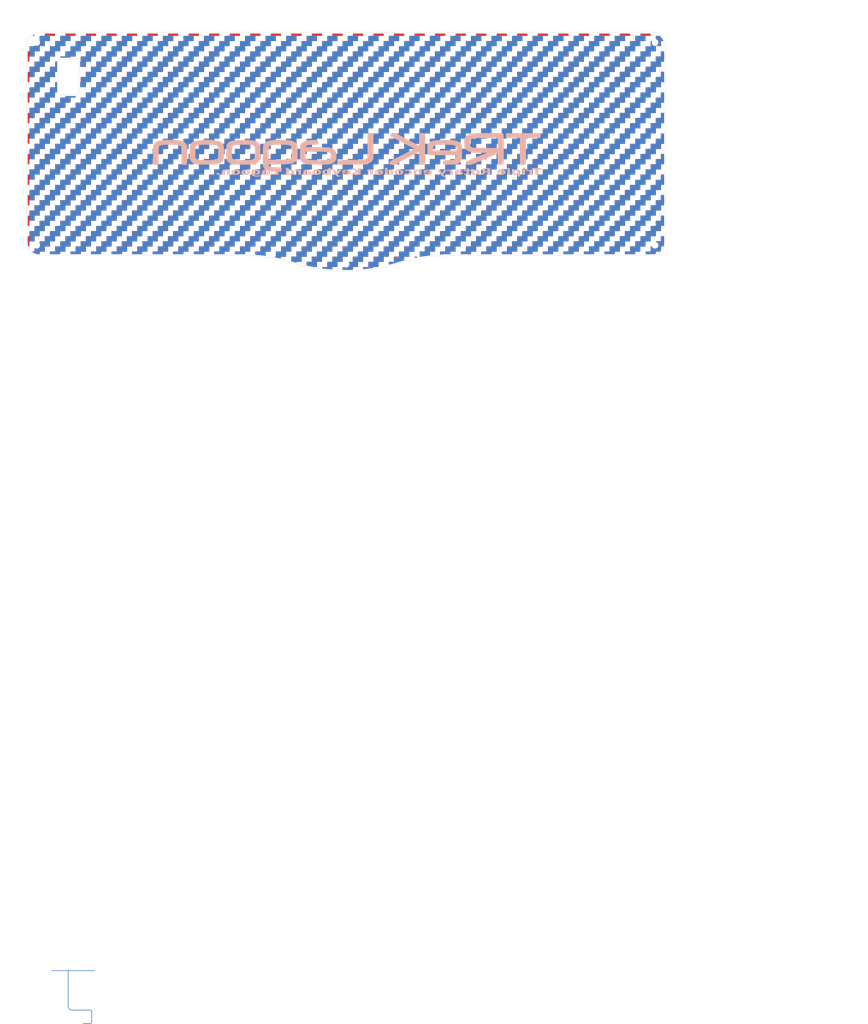
<source format=kicad_pcb>
(kicad_pcb (version 20240108) (generator "pcbnew") (generator_version "8.0")
  (layers (0 "F.Cu" signal) (31 "B.Cu" signal) (34 "B.Paste" user) (35 "F.Paste" user) (36 "B.SilkS" user "B.Silkscreen") (37 "F.SilkS" user "F.Silkscreen") (38 "B.Mask" user) (39 "F.Mask" user) (44 "Edge.Cuts" user))
  (net 0 "")
  (footprint "kbd_Hole:m2_Screw_Hole" (layer "F.Cu") (at 16.66875 16.66875)
    (property "Reference" "J2")
    (property "Value" "Conn_01x01")
  )
  (footprint "kbd_Hole:m2_Screw_Hole" (layer "F.Cu") (at 137.192421 102.985806)
    (property "Reference" "J4")
    (property "Value" "Conn_01x01")
  )
  (footprint "kbd_Hole:m2_Screw_Hole" (layer "F.Cu") (at 257.560945 95.631249)
    (property "Reference" "J7")
    (property "Value" "Conn_01x01")
  )
  (footprint "kbd_Hole:m2_Screw_Hole" (layer "F.Cu") (at 16.66875 95.631249)
    (property "Reference" "J4")
    (property "Value" "Conn_01x01")
  )
  (footprint "kbd_Hole:m2_Screw_Hole" (layer "F.Cu") (at 257.554244 16.66875)
    (property "Reference" "J5")
    (property "Value" "Conn_01x01" (hide yes))
  )
  (footprint "RP2040:rp2040_Zero_BOOT_SELECT" (layer "F.Cu") (at 29.251784 30.165959 90)
    (property "Reference" "REF**" (hide yes))
    (property "Value" "rp2040_Zero_button")
    (fp_line (start -5.9 -4.107069) (end 6.1 -4.107069) (stroke (width 0.1)) (layer "Edge.Cuts"))
    (fp_line (start 7.1 -3.107069) (end 7.1 2.892931) (stroke (width 0.1)) (layer "Edge.Cuts"))
    (fp_line (start -6.9 2.892931) (end -6.9 -3.107069) (stroke (width 0.1)) (layer "Edge.Cuts"))
    (fp_line (start 6.1 3.892931) (end -5.9 3.892931) (stroke (width 0.1)) (layer "Edge.Cuts"))
    (fp_arc (start 6.1 -4.107069) (mid 6.807063 -3.814132) (end 7.1 -3.107069) (stroke (width 0.1)) (layer "Edge.Cuts"))
    (fp_arc (start -6.9 -3.107069) (mid -6.607147 -3.814216) (end -5.9 -4.107069) (stroke (width 0.1)) (layer "Edge.Cuts"))
    (fp_arc (start 7.1 2.892931) (mid 6.807068 3.599999) (end 6.1 3.892931) (stroke (width 0.1)) (layer "Edge.Cuts"))
    (fp_arc (start -5.9 3.892931) (mid -6.607149 3.60008) (end -6.9 2.892931) (stroke (width 0.1)) (layer "Edge.Cuts"))
  )
  (footprint "LOGO" (layer "B.Cu") (at 134.62 59.53125 180)
    (property "Reference" "G***" (hide yes))
    (property "Value" "LOGO" (hide yes))
  )
  (gr_arc (start 137.192421 105.74807) (mid 126.835295 104.973741) (end 116.713516 102.645809) (stroke (width 0.1)) (layer "Edge.Cuts"))
  (gr_arc (start 256.561045 12.66875) (mid 260.097556 14.130215) (end 261.554244 17.668664) (stroke (width 0.1)) (layer "Edge.Cuts"))
  (gr_line (start 256.561045 12.66875) (end 17.673445 12.66875) (stroke (width 0.1)) (layer "Edge.Cuts"))
  (gr_line (start 177.748897 99.631249) (end 256.560952 99.62972) (stroke (width 0.1)) (layer "Edge.Cuts"))
  (gr_line (start 12.66472 17.668716) (end 12.66875 94.631248) (stroke (width 0.1)) (layer "Edge.Cuts"))
  (gr_arc (start 96.635945 99.634328) (mid 106.787027 100.391386) (end 116.713516 102.645809) (stroke (width 0.1)) (layer "Edge.Cuts"))
  (gr_arc (start 261.554243 94.631249) (mid 260.095877 98.167699) (end 256.560952 99.62972) (stroke (width 0.1)) (layer "Edge.Cuts"))
  (gr_arc (start 157.671326 102.645809) (mid 167.597814 100.391379) (end 177.748897 99.634328) (stroke (width 0.1)) (layer "Edge.Cuts"))
  (gr_line (start 17.673377 99.642388) (end 96.635945 99.642388) (stroke (width 0.1)) (layer "Edge.Cuts"))
  (gr_arc (start 157.671326 102.645809) (mid 147.549549 104.973747) (end 137.192421 105.74807) (stroke (width 0.1)) (layer "Edge.Cuts"))
  (gr_arc (start 17.673377 99.642387) (mid 14.136499 98.170571) (end 12.670572 94.631247) (stroke (width 0.1)) (layer "Edge.Cuts"))
  (gr_arc (start 12.66875 17.668716) (mid 14.145286 14.141952) (end 17.673445 12.66875) (stroke (width 0.1)) (layer "Edge.Cuts"))
  (gr_line (start 261.554244 94.631249) (end 261.554244 17.668664) (stroke (width 0.1)) (layer "Edge.Cuts"))
  (gr_text "Triple Rotary encoder Keyboard Lagoon." (at 213.36 68.58 0) (layer "B.SilkS") (effects (font (size 2.5 4)) (justify left bottom mirror)))
  (segment (start 37.594623 393.577024) (end 30.534519 393.577024) (width 0.25) (layer "B.Cu") (net 0))
  (segment (start 34.84118 398.78488) (end 37.517839 398.78488) (width 0.25) (layer "B.Cu") (net 0))
  (segment (start 28.933664 391.976169) (end 28.933664 378.194639) (width 0.25) (layer "B.Cu") (net 0))
  (segment (start 28.933664 378.194639) (end 38.894739 378.194639) (width 0.25) (layer "B.Cu") (net 0))
  (segment (start 38.104091 398.198628) (end 38.104091 394.086492) (width 0.25) (layer "B.Cu") (net 0))
  (segment (start 22.506446 378.194639) (end 28.933664 378.194639) (width 0.25) (layer "B.Cu") (net 0))
  (arc (start 30.534519 393.577024) (mid 29.402544 393.108144) (end 28.933664 391.976169) (width 0.25) (layer "B.Cu") (net 0))
  (arc (start 38.104091 394.086492) (mid 37.954871 393.726244) (end 37.594623 393.577024) (width 0.25) (layer "B.Cu") (net 0))
  (arc (start 38.894739 378.194639) (mid 38.958549 378.22107) (end 38.98498 378.28488) (width 0.25) (layer "B.Cu") (net 0))
  (arc (start 37.517839 398.78488) (mid 37.932382 398.613171) (end 38.104091 398.198628) (width 0.25) (layer "B.Cu") (net 0))
  (zone (net 0) (net_name "") (layer "F.Cu") (connect_pads (clearance 0.508)) (min_thickness 0.254) (fill yes (thermal_gap 0.508) (thermal_bridge_width 0.508))
    (polygon (pts (xy 340.51875 128.5875) (xy 2.38125 128.5875) (xy 2.38125 4.7625) (xy 340.51875 4.7625)))
  )
  (zone (net 0) (net_name "") (layers "F&B.Cu") (connect_pads (clearance 0)) (min_thickness 0.254)
    (keepout (tracks allowed) (vias allowed) (pads allowed) (copperpour not_allowed) (footprints allowed))
    (fill (thermal_gap 0.508) (thermal_bridge_width 0.508))
    (polygon (pts (xy 91.84375 38.10625) (xy 87.84375 38.10625) (xy 87.84375 36.10625) (xy 91.84375 36.10625)))
  )
  (zone (net 0) (net_name "") (layers "F&B.Cu") (connect_pads (clearance 0)) (min_thickness 0.254)
    (keepout (tracks allowed) (vias allowed) (pads allowed) (copperpour not_allowed) (footprints allowed))
    (fill (thermal_gap 0.508) (thermal_bridge_width 0.508))
    (polygon (pts (xy 111.84375 66.10625) (xy 107.84375 66.10625) (xy 107.84375 64.10625) (xy 111.84375 64.10625)))
  )
  (zone (net 0) (net_name "") (layers "F&B.Cu") (connect_pads (clearance 0)) (min_thickness 0.254)
    (keepout (tracks allowed) (vias allowed) (pads allowed) (copperpour not_allowed) (footprints allowed))
    (fill (thermal_gap 0.508) (thermal_bridge_width 0.508))
    (polygon (pts (xy 23.84375 90.10625) (xy 19.84375 90.10625) (xy 19.84375 88.10625) (xy 23.84375 88.10625)))
  )
  (zone (net 0) (net_name "") (layers "F&B.Cu") (connect_pads (clearance 0)) (min_thickness 0.254)
    (keepout (tracks allowed) (vias allowed) (pads allowed) (copperpour not_allowed) (footprints allowed))
    (fill (thermal_gap 0.508) (thermal_bridge_width 0.508))
    (polygon (pts (xy 287.84375 10.10625) (xy 283.84375 10.10625) (xy 283.84375 8.10625) (xy 287.84375 8.10625)))
  )
  (zone (net 0) (net_name "") (layers "F&B.Cu") (connect_pads (clearance 0)) (min_thickness 0.254)
    (keepout (tracks allowed) (vias allowed) (pads allowed) (copperpour not_allowed) (footprints allowed))
    (fill (thermal_gap 0.508) (thermal_bridge_width 0.508))
    (polygon (pts (xy 137.84375 96.10625) (xy 133.84375 96.10625) (xy 133.84375 94.10625) (xy 137.84375 94.10625)))
  )
  (zone (net 0) (net_name "") (layers "F&B.Cu") (connect_pads (clearance 0)) (min_thickness 0.254)
    (keepout (tracks allowed) (vias allowed) (pads allowed) (copperpour not_allowed) (footprints allowed))
    (fill (thermal_gap 0.508) (thermal_bridge_width 0.508))
    (polygon (pts (xy 287.84375 2.10625) (xy 283.84375 2.10625) (xy 283.84375 0.10625) (xy 287.84375 0.10625)))
  )
  (zone (net 0) (net_name "") (layers "F&B.Cu") (connect_pads (clearance 0)) (min_thickness 0.254)
    (keepout (tracks allowed) (vias allowed) (pads allowed) (copperpour not_allowed) (footprints allowed))
    (fill (thermal_gap 0.508) (thermal_bridge_width 0.508))
    (polygon (pts (xy 275.84375 126.10625) (xy 271.84375 126.10625) (xy 271.84375 124.10625) (xy 275.84375 124.10625)))
  )
  (zone (net 0) (net_name "") (layers "F&B.Cu") (connect_pads (clearance 0)) (min_thickness 0.254)
    (keepout (tracks allowed) (vias allowed) (pads allowed) (copperpour not_allowed) (footprints allowed))
    (fill (thermal_gap 0.508) (thermal_bridge_width 0.508))
    (polygon (pts (xy 105.84375 112.10625) (xy 101.84375 112.10625) (xy 101.84375 110.10625) (xy 105.84375 110.10625)))
  )
  (zone (net 0) (net_name "") (layers "F&B.Cu") (connect_pads (clearance 0)) (min_thickness 0.254)
    (keepout (tracks allowed) (vias allowed) (pads allowed) (copperpour not_allowed) (footprints allowed))
    (fill (thermal_gap 0.508) (thermal_bridge_width 0.508))
    (polygon (pts (xy 211.84375 46.10625) (xy 207.84375 46.10625) (xy 207.84375 44.10625) (xy 211.84375 44.10625)))
  )
  (zone (net 0) (net_name "") (layers "F&B.Cu") (connect_pads (clearance 0)) (min_thickness 0.254)
    (keepout (tracks allowed) (vias allowed) (pads allowed) (copperpour not_allowed) (footprints allowed))
    (fill (thermal_gap 0.508) (thermal_bridge_width 0.508))
    (polygon (pts (xy 177.84375 88.10625) (xy 173.84375 88.10625) (xy 173.84375 86.10625) (xy 177.84375 86.10625)))
  )
  (zone (net 0) (net_name "") (layers "F&B.Cu") (connect_pads (clearance 0)) (min_thickness 0.254)
    (keepout (tracks allowed) (vias allowed) (pads allowed) (copperpour not_allowed) (footprints allowed))
    (fill (thermal_gap 0.508) (thermal_bridge_width 0.508))
    (polygon (pts (xy 143.84375 98.10625) (xy 139.84375 98.10625) (xy 139.84375 96.10625) (xy 143.84375 96.10625)))
  )
  (zone (net 0) (net_name "") (layers "F&B.Cu") (connect_pads (clearance 0)) (min_thickness 0.254)
    (keepout (tracks allowed) (vias allowed) (pads allowed) (copperpour not_allowed) (footprints allowed))
    (fill (thermal_gap 0.508) (thermal_bridge_width 0.508))
    (polygon (pts (xy 89.84375 40.10625) (xy 85.84375 40.10625) (xy 85.84375 38.10625) (xy 89.84375 38.10625)))
  )
  (zone (net 0) (net_name "") (layers "F&B.Cu") (connect_pads (clearance 0)) (min_thickness 0.254)
    (keepout (tracks allowed) (vias allowed) (pads allowed) (copperpour not_allowed) (footprints allowed))
    (fill (thermal_gap 0.508) (thermal_bridge_width 0.508))
    (polygon (pts (xy 21.84375 116.10625) (xy 17.84375 116.10625) (xy 17.84375 114.10625) (xy 21.84375 114.10625)))
  )
  (zone (net 0) (net_name "") (layers "F&B.Cu") (connect_pads (clearance 0)) (min_thickness 0.254)
    (keepout (tracks allowed) (vias allowed) (pads allowed) (copperpour not_allowed) (footprints allowed))
    (fill (thermal_gap 0.508) (thermal_bridge_width 0.508))
    (polygon (pts (xy 255.84375 34.10625) (xy 251.84375 34.10625) (xy 251.84375 32.10625) (xy 255.84375 32.10625)))
  )
  (zone (net 0) (net_name "") (layers "F&B.Cu") (connect_pads (clearance 0)) (min_thickness 0.254)
    (keepout (tracks allowed) (vias allowed) (pads allowed) (copperpour not_allowed) (footprints allowed))
    (fill (thermal_gap 0.508) (thermal_bridge_width 0.508))
    (polygon (pts (xy 281.84375 80.10625) (xy 277.84375 80.10625) (xy 277.84375 78.10625) (xy 281.84375 78.10625)))
  )
  (zone (net 0) (net_name "") (layers "F&B.Cu") (connect_pads (clearance 0)) (min_thickness 0.254)
    (keepout (tracks allowed) (vias allowed) (pads allowed) (copperpour not_allowed) (footprints allowed))
    (fill (thermal_gap 0.508) (thermal_bridge_width 0.508))
    (polygon (pts (xy 333.84375 76.10625) (xy 329.84375 76.10625) (xy 329.84375 74.10625) (xy 333.84375 74.10625)))
  )
  (zone (net 0) (net_name "") (layers "F&B.Cu") (connect_pads (clearance 0)) (min_thickness 0.254)
    (keepout (tracks allowed) (vias allowed) (pads allowed) (copperpour not_allowed) (footprints allowed))
    (fill (thermal_gap 0.508) (thermal_bridge_width 0.508))
    (polygon (pts (xy 63.84375 26.10625) (xy 59.84375 26.10625) (xy 59.84375 24.10625) (xy 63.84375 24.10625)))
  )
  (zone (net 0) (net_name "") (layers "F&B.Cu") (connect_pads (clearance 0)) (min_thickness 0.254)
    (keepout (tracks allowed) (vias allowed) (pads allowed) (copperpour not_allowed) (footprints allowed))
    (fill (thermal_gap 0.508) (thermal_bridge_width 0.508))
    (polygon (pts (xy 289.84375 16.10625) (xy 285.84375 16.10625) (xy 285.84375 14.10625) (xy 289.84375 14.10625)))
  )
  (zone (net 0) (net_name "") (layers "F&B.Cu") (connect_pads (clearance 0)) (min_thickness 0.254)
    (keepout (tracks allowed) (vias allowed) (pads allowed) (copperpour not_allowed) (footprints allowed))
    (fill (thermal_gap 0.508) (thermal_bridge_width 0.508))
    (polygon (pts (xy 253.84375 116.10625) (xy 249.84375 116.10625) (xy 249.84375 114.10625) (xy 253.84375 114.10625)))
  )
  (zone (net 0) (net_name "") (layers "F&B.Cu") (connect_pads (clearance 0)) (min_thickness 0.254)
    (keepout (tracks allowed) (vias allowed) (pads allowed) (copperpour not_allowed) (footprints allowed))
    (fill (thermal_gap 0.508) (thermal_bridge_width 0.508))
    (polygon (pts (xy 319.84375 106.10625) (xy 315.84375 106.10625) (xy 315.84375 104.10625) (xy 319.84375 104.10625)))
  )
  (zone (net 0) (net_name "") (layers "F&B.Cu") (connect_pads (clearance 0)) (min_thickness 0.254)
    (keepout (tracks allowed) (vias allowed) (pads allowed) (copperpour not_allowed) (footprints allowed))
    (fill (thermal_gap 0.508) (thermal_bridge_width 0.508))
    (polygon (pts (xy 149.84375 84.10625) (xy 145.84375 84.10625) (xy 145.84375 82.10625) (xy 149.84375 82.10625)))
  )
  (zone (net 0) (net_name "") (layers "F&B.Cu") (connect_pads (clearance 0)) (min_thickness 0.254)
    (keepout (tracks allowed) (vias allowed) (pads allowed) (copperpour not_allowed) (footprints allowed))
    (fill (thermal_gap 0.508) (thermal_bridge_width 0.508))
    (polygon (pts (xy 27.84375 22.10625) (xy 23.84375 22.10625) (xy 23.84375 20.10625) (xy 27.84375 20.10625)))
  )
  (zone (net 0) (net_name "") (layers "F&B.Cu") (connect_pads (clearance 0)) (min_thickness 0.254)
    (keepout (tracks allowed) (vias allowed) (pads allowed) (copperpour not_allowed) (footprints allowed))
    (fill (thermal_gap 0.508) (thermal_bridge_width 0.508))
    (polygon (pts (xy 187.84375 110.10625) (xy 183.84375 110.10625) (xy 183.84375 108.10625) (xy 187.84375 108.10625)))
  )
  (zone (net 0) (net_name "") (layers "F&B.Cu") (connect_pads (clearance 0)) (min_thickness 0.254)
    (keepout (tracks allowed) (vias allowed) (pads allowed) (copperpour not_allowed) (footprints allowed))
    (fill (thermal_gap 0.508) (thermal_bridge_width 0.508))
    (polygon (pts (xy 229.84375 68.10625) (xy 225.84375 68.10625) (xy 225.84375 66.10625) (xy 229.84375 66.10625)))
  )
  (zone (net 0) (net_name "") (layers "F&B.Cu") (connect_pads (clearance 0)) (min_thickness 0.254)
    (keepout (tracks allowed) (vias allowed) (pads allowed) (copperpour not_allowed) (footprints allowed))
    (fill (thermal_gap 0.508) (thermal_bridge_width 0.508))
    (polygon (pts (xy 259.84375 86.10625) (xy 255.84375 86.10625) (xy 255.84375 84.10625) (xy 259.84375 84.10625)))
  )
  (zone (net 0) (net_name "") (layers "F&B.Cu") (connect_pads (clearance 0)) (min_thickness 0.254)
    (keepout (tracks allowed) (vias allowed) (pads allowed) (copperpour not_allowed) (footprints allowed))
    (fill (thermal_gap 0.508) (thermal_bridge_width 0.508))
    (polygon (pts (xy 155.84375 62.10625) (xy 151.84375 62.10625) (xy 151.84375 60.10625) (xy 155.84375 60.10625)))
  )
  (zone (net 0) (net_name "") (layers "F&B.Cu") (connect_pads (clearance 0)) (min_thickness 0.254)
    (keepout (tracks allowed) (vias allowed) (pads allowed) (copperpour not_allowed) (footprints allowed))
    (fill (thermal_gap 0.508) (thermal_bridge_width 0.508))
    (polygon (pts (xy 49.84375 56.10625) (xy 45.84375 56.10625) (xy 45.84375 54.10625) (xy 49.84375 54.10625)))
  )
  (zone (net 0) (net_name "") (layers "F&B.Cu") (connect_pads (clearance 0)) (min_thickness 0.254)
    (keepout (tracks allowed) (vias allowed) (pads allowed) (copperpour not_allowed) (footprints allowed))
    (fill (thermal_gap 0.508) (thermal_bridge_width 0.508))
    (polygon (pts (xy 323.84375 6.10625) (xy 319.84375 6.10625) (xy 319.84375 4.10625) (xy 323.84375 4.10625)))
  )
  (zone (net 0) (net_name "") (layers "F&B.Cu") (connect_pads (clearance 0)) (min_thickness 0.254)
    (keepout (tracks allowed) (vias allowed) (pads allowed) (copperpour not_allowed) (footprints allowed))
    (fill (thermal_gap 0.508) (thermal_bridge_width 0.508))
    (polygon (pts (xy 109.84375 108.10625) (xy 105.84375 108.10625) (xy 105.84375 106.10625) (xy 109.84375 106.10625)))
  )
  (zone (net 0) (net_name "") (layers "F&B.Cu") (connect_pads (clearance 0)) (min_thickness 0.254)
    (keepout (tracks allowed) (vias allowed) (pads allowed) (copperpour not_allowed) (footprints allowed))
    (fill (thermal_gap 0.508) (thermal_bridge_width 0.508))
    (polygon (pts (xy 99.84375 38.10625) (xy 95.84375 38.10625) (xy 95.84375 36.10625) (xy 99.84375 36.10625)))
  )
  (zone (net 0) (net_name "") (layers "F&B.Cu") (connect_pads (clearance 0)) (min_thickness 0.254)
    (keepout (tracks allowed) (vias allowed) (pads allowed) (copperpour not_allowed) (footprints allowed))
    (fill (thermal_gap 0.508) (thermal_bridge_width 0.508))
    (polygon (pts (xy 171.84375 110.10625) (xy 167.84375 110.10625) (xy 167.84375 108.10625) (xy 171.84375 108.10625)))
  )
  (zone (net 0) (net_name "") (layers "F&B.Cu") (connect_pads (clearance 0)) (min_thickness 0.254)
    (keepout (tracks allowed) (vias allowed) (pads allowed) (copperpour not_allowed) (footprints allowed))
    (fill (thermal_gap 0.508) (thermal_bridge_width 0.508))
    (polygon (pts (xy 245.84375 68.10625) (xy 241.84375 68.10625) (xy 241.84375 66.10625) (xy 245.84375 66.10625)))
  )
  (zone (net 0) (net_name "") (layers "F&B.Cu") (connect_pads (clearance 0)) (min_thickness 0.254)
    (keepout (tracks allowed) (vias allowed) (pads allowed) (copperpour not_allowed) (footprints allowed))
    (fill (thermal_gap 0.508) (thermal_bridge_width 0.508))
    (polygon (pts (xy 83.84375 118.10625) (xy 79.84375 118.10625) (xy 79.84375 116.10625) (xy 83.84375 116.10625)))
  )
  (zone (net 0) (net_name "") (layers "F&B.Cu") (connect_pads (clearance 0)) (min_thickness 0.254)
    (keepout (tracks allowed) (vias allowed) (pads allowed) (copperpour not_allowed) (footprints allowed))
    (fill (thermal_gap 0.508) (thermal_bridge_width 0.508))
    (polygon (pts (xy 321.84375 48.10625) (xy 317.84375 48.10625) (xy 317.84375 46.10625) (xy 321.84375 46.10625)))
  )
  (zone (net 0) (net_name "") (layers "F&B.Cu") (connect_pads (clearance 0)) (min_thickness 0.254)
    (keepout (tracks allowed) (vias allowed) (pads allowed) (copperpour not_allowed) (footprints allowed))
    (fill (thermal_gap 0.508) (thermal_bridge_width 0.508))
    (polygon (pts (xy 283.84375 94.10625) (xy 279.84375 94.10625) (xy 279.84375 92.10625) (xy 283.84375 92.10625)))
  )
  (zone (net 0) (net_name "") (layers "F&B.Cu") (connect_pads (clearance 0)) (min_thickness 0.254)
    (keepout (tracks allowed) (vias allowed) (pads allowed) (copperpour not_allowed) (footprints allowed))
    (fill (thermal_gap 0.508) (thermal_bridge_width 0.508))
    (polygon (pts (xy 219.84375 70.10625) (xy 215.84375 70.10625) (xy 215.84375 68.10625) (xy 219.84375 68.10625)))
  )
  (zone (net 0) (net_name "") (layers "F&B.Cu") (connect_pads (clearance 0)) (min_thickness 0.254)
    (keepout (tracks allowed) (vias allowed) (pads allowed) (copperpour not_allowed) (footprints allowed))
    (fill (thermal_gap 0.508) (thermal_bridge_width 0.508))
    (polygon (pts (xy 243.84375 78.10625) (xy 239.84375 78.10625) (xy 239.84375 76.10625) (xy 243.84375 76.10625)))
  )
  (zone (net 0) (net_name "") (layers "F&B.Cu") (connect_pads (clearance 0)) (min_thickness 0.254)
    (keepout (tracks allowed) (vias allowed) (pads allowed) (copperpour not_allowed) (footprints allowed))
    (fill (thermal_gap 0.508) (thermal_bridge_width 0.508))
    (polygon (pts (xy 329.84375 88.10625) (xy 325.84375 88.10625) (xy 325.84375 86.10625) (xy 329.84375 86.10625)))
  )
  (zone (net 0) (net_name "") (layers "F&B.Cu") (connect_pads (clearance 0)) (min_thickness 0.254)
    (keepout (tracks allowed) (vias allowed) (pads allowed) (copperpour not_allowed) (footprints allowed))
    (fill (thermal_gap 0.508) (thermal_bridge_width 0.508))
    (polygon (pts (xy 161.84375 32.10625) (xy 157.84375 32.10625) (xy 157.84375 30.10625) (xy 161.84375 30.10625)))
  )
  (zone (net 0) (net_name "") (layers "F&B.Cu") (connect_pads (clearance 0)) (min_thickness 0.254)
    (keepout (tracks allowed) (vias allowed) (pads allowed) (copperpour not_allowed) (footprints allowed))
    (fill (thermal_gap 0.508) (thermal_bridge_width 0.508))
    (polygon (pts (xy 55.84375 98.10625) (xy 51.84375 98.10625) (xy 51.84375 96.10625) (xy 55.84375 96.10625)))
  )
  (zone (net 0) (net_name "") (layers "F&B.Cu") (connect_pads (clearance 0)) (min_thickness 0.254)
    (keepout (tracks allowed) (vias allowed) (pads allowed) (copperpour not_allowed) (footprints allowed))
    (fill (thermal_gap 0.508) (thermal_bridge_width 0.508))
    (polygon (pts (xy 185.84375 104.10625) (xy 181.84375 104.10625) (xy 181.84375 102.10625) (xy 185.84375 102.10625)))
  )
  (zone (net 0) (net_name "") (layers "F&B.Cu") (connect_pads (clearance 0)) (min_thickness 0.254)
    (keepout (tracks allowed) (vias allowed) (pads allowed) (copperpour not_allowed) (footprints allowed))
    (fill (thermal_gap 0.508) (thermal_bridge_width 0.508))
    (polygon (pts (xy 323.84375 70.10625) (xy 319.84375 70.10625) (xy 319.84375 68.10625) (xy 323.84375 68.10625)))
  )
  (zone (net 0) (net_name "") (layers "F&B.Cu") (connect_pads (clearance 0)) (min_thickness 0.254)
    (keepout (tracks allowed) (vias allowed) (pads allowed) (copperpour not_allowed) (footprints allowed))
    (fill (thermal_gap 0.508) (thermal_bridge_width 0.508))
    (polygon (pts (xy 49.84375 104.10625) (xy 45.84375 104.10625) (xy 45.84375 102.10625) (xy 49.84375 102.10625)))
  )
  (zone (net 0) (net_name "") (layers "F&B.Cu") (connect_pads (clearance 0)) (min_thickness 0.254)
    (keepout (tracks allowed) (vias allowed) (pads allowed) (copperpour not_allowed) (footprints allowed))
    (fill (thermal_gap 0.508) (thermal_bridge_width 0.508))
    (polygon (pts (xy 71.84375 42.10625) (xy 67.84375 42.10625) (xy 67.84375 40.10625) (xy 71.84375 40.10625)))
  )
  (zone (net 0) (net_name "") (layers "F&B.Cu") (connect_pads (clearance 0)) (min_thickness 0.254)
    (keepout (tracks allowed) (vias allowed) (pads allowed) (copperpour not_allowed) (footprints allowed))
    (fill (thermal_gap 0.508) (thermal_bridge_width 0.508))
    (polygon (pts (xy 229.84375 52.10625) (xy 225.84375 52.10625) (xy 225.84375 50.10625) (xy 229.84375 50.10625)))
  )
  (zone (net 0) (net_name "") (layers "F&B.Cu") (connect_pads (clearance 0)) (min_thickness 0.254)
    (keepout (tracks allowed) (vias allowed) (pads allowed) (copperpour not_allowed) (footprints allowed))
    (fill (thermal_gap 0.508) (thermal_bridge_width 0.508))
    (polygon (pts (xy 191.84375 74.10625) (xy 187.84375 74.10625) (xy 187.84375 72.10625) (xy 191.84375 72.10625)))
  )
  (zone (net 0) (net_name "") (layers "F&B.Cu") (connect_pads (clearance 0)) (min_thickness 0.254)
    (keepout (tracks allowed) (vias allowed) (pads allowed) (copperpour not_allowed) (footprints allowed))
    (fill (thermal_gap 0.508) (thermal_bridge_width 0.508))
    (polygon (pts (xy 185.84375 128.10625) (xy 181.84375 128.10625) (xy 181.84375 126.10625) (xy 185.84375 126.10625)))
  )
  (zone (net 0) (net_name "") (layers "F&B.Cu") (connect_pads (clearance 0)) (min_thickness 0.254)
    (keepout (tracks allowed) (vias allowed) (pads allowed) (copperpour not_allowed) (footprints allowed))
    (fill (thermal_gap 0.508) (thermal_bridge_width 0.508))
    (polygon (pts (xy 167.84375 82.10625) (xy 163.84375 82.10625) (xy 163.84375 80.10625) (xy 167.84375 80.10625)))
  )
  (zone (net 0) (net_name "") (layers "F&B.Cu") (connect_pads (clearance 0)) (min_thickness 0.254)
    (keepout (tracks allowed) (vias allowed) (pads allowed) (copperpour not_allowed) (footprints allowed))
    (fill (thermal_gap 0.508) (thermal_bridge_width 0.508))
    (polygon (pts (xy 71.84375 90.10625) (xy 67.84375 90.10625) (xy 67.84375 88.10625) (xy 71.84375 88.10625)))
  )
  (zone (net 0) (net_name "") (layers "F&B.Cu") (connect_pads (clearance 0)) (min_thickness 0.254)
    (keepout (tracks allowed) (vias allowed) (pads allowed) (copperpour not_allowed) (footprints allowed))
    (fill (thermal_gap 0.508) (thermal_bridge_width 0.508))
    (polygon (pts (xy 277.84375 116.10625) (xy 273.84375 116.10625) (xy 273.84375 114.10625) (xy 277.84375 114.10625)))
  )
  (zone (net 0) (net_name "") (layers "F&B.Cu") (connect_pads (clearance 0)) (min_thickness 0.254)
    (keepout (tracks allowed) (vias allowed) (pads allowed) (copperpour not_allowed) (footprints allowed))
    (fill (thermal_gap 0.508) (thermal_bridge_width 0.508))
    (polygon (pts (xy 129.84375 112.10625) (xy 125.84375 112.10625) (xy 125.84375 110.10625) (xy 129.84375 110.10625)))
  )
  (zone (net 0) (net_name "") (layers "F&B.Cu") (connect_pads (clearance 0)) (min_thickness 0.254)
    (keepout (tracks allowed) (vias allowed) (pads allowed) (copperpour not_allowed) (footprints allowed))
    (fill (thermal_gap 0.508) (thermal_bridge_width 0.508))
    (polygon (pts (xy 97.84375 104.10625) (xy 93.84375 104.10625) (xy 93.84375 102.10625) (xy 97.84375 102.10625)))
  )
  (zone (net 0) (net_name "") (layers "F&B.Cu") (connect_pads (clearance 0)) (min_thickness 0.254)
    (keepout (tracks allowed) (vias allowed) (pads allowed) (copperpour not_allowed) (footprints allowed))
    (fill (thermal_gap 0.508) (thermal_bridge_width 0.508))
    (polygon (pts (xy 301.84375 92.10625) (xy 297.84375 92.10625) (xy 297.84375 90.10625) (xy 301.84375 90.10625)))
  )
  (zone (net 0) (net_name "") (layers "F&B.Cu") (connect_pads (clearance 0)) (min_thickness 0.254)
    (keepout (tracks allowed) (vias allowed) (pads allowed) (copperpour not_allowed) (footprints allowed))
    (fill (thermal_gap 0.508) (thermal_bridge_width 0.508))
    (polygon (pts (xy 161.84375 64.10625) (xy 157.84375 64.10625) (xy 157.84375 62.10625) (xy 161.84375 62.10625)))
  )
  (zone (net 0) (net_name "") (layers "F&B.Cu") (connect_pads (clearance 0)) (min_thickness 0.254)
    (keepout (tracks allowed) (vias allowed) (pads allowed) (copperpour not_allowed) (footprints allowed))
    (fill (thermal_gap 0.508) (thermal_bridge_width 0.508))
    (polygon (pts (xy 311.84375 122.10625) (xy 307.84375 122.10625) (xy 307.84375 120.10625) (xy 311.84375 120.10625)))
  )
  (zone (net 0) (net_name "") (layers "F&B.Cu") (connect_pads (clearance 0)) (min_thickness 0.254)
    (keepout (tracks allowed) (vias allowed) (pads allowed) (copperpour not_allowed) (footprints allowed))
    (fill (thermal_gap 0.508) (thermal_bridge_width 0.508))
    (polygon (pts (xy 271.84375 82.10625) (xy 267.84375 82.10625) (xy 267.84375 80.10625) (xy 271.84375 80.10625)))
  )
  (zone (net 0) (net_name "") (layers "F&B.Cu") (connect_pads (clearance 0)) (min_thickness 0.254)
    (keepout (tracks allowed) (vias allowed) (pads allowed) (copperpour not_allowed) (footprints allowed))
    (fill (thermal_gap 0.508) (thermal_bridge_width 0.508))
    (polygon (pts (xy 91.84375 62.10625) (xy 87.84375 62.10625) (xy 87.84375 60.10625) (xy 91.84375 60.10625)))
  )
  (zone (net 0) (net_name "") (layers "F&B.Cu") (connect_pads (clearance 0)) (min_thickness 0.254)
    (keepout (tracks allowed) (vias allowed) (pads allowed) (copperpour not_allowed) (footprints allowed))
    (fill (thermal_gap 0.508) (thermal_bridge_width 0.508))
    (polygon (pts (xy 157.84375 92.10625) (xy 153.84375 92.10625) (xy 153.84375 90.10625) (xy 157.84375 90.10625)))
  )
  (zone (net 0) (net_name "") (layers "F&B.Cu") (connect_pads (clearance 0)) (min_thickness 0.254)
    (keepout (tracks allowed) (vias allowed) (pads allowed) (copperpour not_allowed) (footprints allowed))
    (fill (thermal_gap 0.508) (thermal_bridge_width 0.508))
    (polygon (pts (xy 157.84375 108.10625) (xy 153.84375 108.10625) (xy 153.84375 106.10625) (xy 157.84375 106.10625)))
  )
  (zone (net 0) (net_name "") (layers "F&B.Cu") (connect_pads (clearance 0)) (min_thickness 0.254)
    (keepout (tracks allowed) (vias allowed) (pads allowed) (copperpour not_allowed) (footprints allowed))
    (fill (thermal_gap 0.508) (thermal_bridge_width 0.508))
    (polygon (pts (xy 291.84375 38.10625) (xy 287.84375 38.10625) (xy 287.84375 36.10625) (xy 291.84375 36.10625)))
  )
  (zone (net 0) (net_name "") (layers "F&B.Cu") (connect_pads (clearance 0)) (min_thickness 0.254)
    (keepout (tracks allowed) (vias allowed) (pads allowed) (copperpour not_allowed) (footprints allowed))
    (fill (thermal_gap 0.508) (thermal_bridge_width 0.508))
    (polygon (pts (xy 337.84375 88.10625) (xy 333.84375 88.10625) (xy 333.84375 86.10625) (xy 337.84375 86.10625)))
  )
  (zone (net 0) (net_name "") (layers "F&B.Cu") (connect_pads (clearance 0)) (min_thickness 0.254)
    (keepout (tracks allowed) (vias allowed) (pads allowed) (copperpour not_allowed) (footprints allowed))
    (fill (thermal_gap 0.508) (thermal_bridge_width 0.508))
    (polygon (pts (xy 253.84375 68.10625) (xy 249.84375 68.10625) (xy 249.84375 66.10625) (xy 253.84375 66.10625)))
  )
  (zone (net 0) (net_name "") (layers "F&B.Cu") (connect_pads (clearance 0)) (min_thickness 0.254)
    (keepout (tracks allowed) (vias allowed) (pads allowed) (copperpour not_allowed) (footprints allowed))
    (fill (thermal_gap 0.508) (thermal_bridge_width 0.508))
    (polygon (pts (xy 165.84375 124.10625) (xy 161.84375 124.10625) (xy 161.84375 122.10625) (xy 165.84375 122.10625)))
  )
  (zone (net 0) (net_name "") (layers "F&B.Cu") (connect_pads (clearance 0)) (min_thickness 0.254)
    (keepout (tracks allowed) (vias allowed) (pads allowed) (copperpour not_allowed) (footprints allowed))
    (fill (thermal_gap 0.508) (thermal_bridge_width 0.508))
    (polygon (pts (xy 137.84375 56.10625) (xy 133.84375 56.10625) (xy 133.84375 54.10625) (xy 137.84375 54.10625)))
  )
  (zone (net 0) (net_name "") (layers "F&B.Cu") (connect_pads (clearance 0)) (min_thickness 0.254)
    (keepout (tracks allowed) (vias allowed) (pads allowed) (copperpour not_allowed) (footprints allowed))
    (fill (thermal_gap 0.508) (thermal_bridge_width 0.508))
    (polygon (pts (xy 53.84375 36.10625) (xy 49.84375 36.10625) (xy 49.84375 34.10625) (xy 53.84375 34.10625)))
  )
  (zone (net 0) (net_name "") (layers "F&B.Cu") (connect_pads (clearance 0)) (min_thickness 0.254)
    (keepout (tracks allowed) (vias allowed) (pads allowed) (copperpour not_allowed) (footprints allowed))
    (fill (thermal_gap 0.508) (thermal_bridge_width 0.508))
    (polygon (pts (xy 17.84375 56.10625) (xy 13.84375 56.10625) (xy 13.84375 54.10625) (xy 17.84375 54.10625)))
  )
  (zone (net 0) (net_name "") (layers "F&B.Cu") (connect_pads (clearance 0)) (min_thickness 0.254)
    (keepout (tracks allowed) (vias allowed) (pads allowed) (copperpour not_allowed) (footprints allowed))
    (fill (thermal_gap 0.508) (thermal_bridge_width 0.508))
    (polygon (pts (xy 93.84375 52.10625) (xy 89.84375 52.10625) (xy 89.84375 50.10625) (xy 93.84375 50.10625)))
  )
  (zone (net 0) (net_name "") (layers "F&B.Cu") (connect_pads (clearance 0)) (min_thickness 0.254)
    (keepout (tracks allowed) (vias allowed) (pads allowed) (copperpour not_allowed) (footprints allowed))
    (fill (thermal_gap 0.508) (thermal_bridge_width 0.508))
    (polygon (pts (xy 117.84375 100.10625) (xy 113.84375 100.10625) (xy 113.84375 98.10625) (xy 117.84375 98.10625)))
  )
  (zone (net 0) (net_name "") (layers "F&B.Cu") (connect_pads (clearance 0)) (min_thickness 0.254)
    (keepout (tracks allowed) (vias allowed) (pads allowed) (copperpour not_allowed) (footprints allowed))
    (fill (thermal_gap 0.508) (thermal_bridge_width 0.508))
    (polygon (pts (xy 39.84375 2.10625) (xy 35.84375 2.10625) (xy 35.84375 0.10625) (xy 39.84375 0.10625)))
  )
  (zone (net 0) (net_name "") (layers "F&B.Cu") (connect_pads (clearance 0)) (min_thickness 0.254)
    (keepout (tracks allowed) (vias allowed) (pads allowed) (copperpour not_allowed) (footprints allowed))
    (fill (thermal_gap 0.508) (thermal_bridge_width 0.508))
    (polygon (pts (xy 103.84375 34.10625) (xy 99.84375 34.10625) (xy 99.84375 32.10625) (xy 103.84375 32.10625)))
  )
  (zone (net 0) (net_name "") (layers "F&B.Cu") (connect_pads (clearance 0)) (min_thickness 0.254)
    (keepout (tracks allowed) (vias allowed) (pads allowed) (copperpour not_allowed) (footprints allowed))
    (fill (thermal_gap 0.508) (thermal_bridge_width 0.508))
    (polygon (pts (xy 229.84375 124.10625) (xy 225.84375 124.10625) (xy 225.84375 122.10625) (xy 229.84375 122.10625)))
  )
  (zone (net 0) (net_name "") (layers "F&B.Cu") (connect_pads (clearance 0)) (min_thickness 0.254)
    (keepout (tracks allowed) (vias allowed) (pads allowed) (copperpour not_allowed) (footprints allowed))
    (fill (thermal_gap 0.508) (thermal_bridge_width 0.508))
    (polygon (pts (xy 203.84375 86.10625) (xy 199.84375 86.10625) (xy 199.84375 84.10625) (xy 203.84375 84.10625)))
  )
  (zone (net 0) (net_name "") (layers "F&B.Cu") (connect_pads (clearance 0)) (min_thickness 0.254)
    (keepout (tracks allowed) (vias allowed) (pads allowed) (copperpour not_allowed) (footprints allowed))
    (fill (thermal_gap 0.508) (thermal_bridge_width 0.508))
    (polygon (pts (xy 87.84375 90.10625) (xy 83.84375 90.10625) (xy 83.84375 88.10625) (xy 87.84375 88.10625)))
  )
  (zone (net 0) (net_name "") (layers "F&B.Cu") (connect_pads (clearance 0)) (min_thickness 0.254)
    (keepout (tracks allowed) (vias allowed) (pads allowed) (copperpour not_allowed) (footprints allowed))
    (fill (thermal_gap 0.508) (thermal_bridge_width 0.508))
    (polygon (pts (xy 167.84375 34.10625) (xy 163.84375 34.10625) (xy 163.84375 32.10625) (xy 167.84375 32.10625)))
  )
  (zone (net 0) (net_name "") (layers "F&B.Cu") (connect_pads (clearance 0)) (min_thickness 0.254)
    (keepout (tracks allowed) (vias allowed) (pads allowed) (copperpour not_allowed) (footprints allowed))
    (fill (thermal_gap 0.508) (thermal_bridge_width 0.508))
    (polygon (pts (xy 213.84375 108.10625) (xy 209.84375 108.10625) (xy 209.84375 106.10625) (xy 213.84375 106.10625)))
  )
  (zone (net 0) (net_name "") (layers "F&B.Cu") (connect_pads (clearance 0)) (min_thickness 0.254)
    (keepout (tracks allowed) (vias allowed) (pads allowed) (copperpour not_allowed) (footprints allowed))
    (fill (thermal_gap 0.508) (thermal_bridge_width 0.508))
    (polygon (pts (xy 249.84375 40.10625) (xy 245.84375 40.10625) (xy 245.84375 38.10625) (xy 249.84375 38.10625)))
  )
  (zone (net 0) (net_name "") (layers "F&B.Cu") (connect_pads (clearance 0)) (min_thickness 0.254)
    (keepout (tracks allowed) (vias allowed) (pads allowed) (copperpour not_allowed) (footprints allowed))
    (fill (thermal_gap 0.508) (thermal_bridge_width 0.508))
    (polygon (pts (xy 99.84375 94.10625) (xy 95.84375 94.10625) (xy 95.84375 92.10625) (xy 99.84375 92.10625)))
  )
  (zone (net 0) (net_name "") (layers "F&B.Cu") (connect_pads (clearance 0)) (min_thickness 0.254)
    (keepout (tracks allowed) (vias allowed) (pads allowed) (copperpour not_allowed) (footprints allowed))
    (fill (thermal_gap 0.508) (thermal_bridge_width 0.508))
    (polygon (pts (xy 289.84375 104.10625) (xy 285.84375 104.10625) (xy 285.84375 102.10625) (xy 289.84375 102.10625)))
  )
  (zone (net 0) (net_name "") (layers "F&B.Cu") (connect_pads (clearance 0)) (min_thickness 0.254)
    (keepout (tracks allowed) (vias allowed) (pads allowed) (copperpour not_allowed) (footprints allowed))
    (fill (thermal_gap 0.508) (thermal_bridge_width 0.508))
    (polygon (pts (xy 89.84375 64.10625) (xy 85.84375 64.10625) (xy 85.84375 62.10625) (xy 89.84375 62.10625)))
  )
  (zone (net 0) (net_name "") (layers "F&B.Cu") (connect_pads (clearance 0)) (min_thickness 0.254)
    (keepout (tracks allowed) (vias allowed) (pads allowed) (copperpour not_allowed) (footprints allowed))
    (fill (thermal_gap 0.508) (thermal_bridge_width 0.508))
    (polygon (pts (xy 297.84375 32.10625) (xy 293.84375 32.10625) (xy 293.84375 30.10625) (xy 297.84375 30.10625)))
  )
  (zone (net 0) (net_name "") (layers "F&B.Cu") (connect_pads (clearance 0)) (min_thickness 0.254)
    (keepout (tracks allowed) (vias allowed) (pads allowed) (copperpour not_allowed) (footprints allowed))
    (fill (thermal_gap 0.508) (thermal_bridge_width 0.508))
    (polygon (pts (xy 267.84375 6.10625) (xy 263.84375 6.10625) (xy 263.84375 4.10625) (xy 267.84375 4.10625)))
  )
  (zone (net 0) (net_name "") (layers "F&B.Cu") (connect_pads (clearance 0)) (min_thickness 0.254)
    (keepout (tracks allowed) (vias allowed) (pads allowed) (copperpour not_allowed) (footprints allowed))
    (fill (thermal_gap 0.508) (thermal_bridge_width 0.508))
    (polygon (pts (xy 161.84375 48.10625) (xy 157.84375 48.10625) (xy 157.84375 46.10625) (xy 161.84375 46.10625)))
  )
  (zone (net 0) (net_name "") (layers "F&B.Cu") (connect_pads (clearance 0)) (min_thickness 0.254)
    (keepout (tracks allowed) (vias allowed) (pads allowed) (copperpour not_allowed) (footprints allowed))
    (fill (thermal_gap 0.508) (thermal_bridge_width 0.508))
    (polygon (pts (xy 325.84375 84.10625) (xy 321.84375 84.10625) (xy 321.84375 82.10625) (xy 325.84375 82.10625)))
  )
  (zone (net 0) (net_name "") (layers "F&B.Cu") (connect_pads (clearance 0)) (min_thickness 0.254)
    (keepout (tracks allowed) (vias allowed) (pads allowed) (copperpour not_allowed) (footprints allowed))
    (fill (thermal_gap 0.508) (thermal_bridge_width 0.508))
    (polygon (pts (xy 289.84375 104.10625) (xy 285.84375 104.10625) (xy 285.84375 102.10625) (xy 289.84375 102.10625)))
  )
  (zone (net 0) (net_name "") (layers "F&B.Cu") (connect_pads (clearance 0)) (min_thickness 0.254)
    (keepout (tracks allowed) (vias allowed) (pads allowed) (copperpour not_allowed) (footprints allowed))
    (fill (thermal_gap 0.508) (thermal_bridge_width 0.508))
    (polygon (pts (xy 49.84375 24.10625) (xy 45.84375 24.10625) (xy 45.84375 22.10625) (xy 49.84375 22.10625)))
  )
  (zone (net 0) (net_name "") (layers "F&B.Cu") (connect_pads (clearance 0)) (min_thickness 0.254)
    (keepout (tracks allowed) (vias allowed) (pads allowed) (copperpour not_allowed) (footprints allowed))
    (fill (thermal_gap 0.508) (thermal_bridge_width 0.508))
    (polygon (pts (xy 57.84375 40.10625) (xy 53.84375 40.10625) (xy 53.84375 38.10625) (xy 57.84375 38.10625)))
  )
  (zone (net 0) (net_name "") (layers "F&B.Cu") (connect_pads (clearance 0)) (min_thickness 0.254)
    (keepout (tracks allowed) (vias allowed) (pads allowed) (copperpour not_allowed) (footprints allowed))
    (fill (thermal_gap 0.508) (thermal_bridge_width 0.508))
    (polygon (pts (xy 79.84375 106.10625) (xy 75.84375 106.10625) (xy 75.84375 104.10625) (xy 79.84375 104.10625)))
  )
  (zone (net 0) (net_name "") (layers "F&B.Cu") (connect_pads (clearance 0)) (min_thickness 0.254)
    (keepout (tracks allowed) (vias allowed) (pads allowed) (copperpour not_allowed) (footprints allowed))
    (fill (thermal_gap 0.508) (thermal_bridge_width 0.508))
    (polygon (pts (xy 193.84375 56.10625) (xy 189.84375 56.10625) (xy 189.84375 54.10625) (xy 193.84375 54.10625)))
  )
  (zone (net 0) (net_name "") (layers "F&B.Cu") (connect_pads (clearance 0)) (min_thickness 0.254)
    (keepout (tracks allowed) (vias allowed) (pads allowed) (copperpour not_allowed) (footprints allowed))
    (fill (thermal_gap 0.508) (thermal_bridge_width 0.508))
    (polygon (pts (xy 77.84375 20.10625) (xy 73.84375 20.10625) (xy 73.84375 18.10625) (xy 77.84375 18.10625)))
  )
  (zone (net 0) (net_name "") (layers "F&B.Cu") (connect_pads (clearance 0)) (min_thickness 0.254)
    (keepout (tracks allowed) (vias allowed) (pads allowed) (copperpour not_allowed) (footprints allowed))
    (fill (thermal_gap 0.508) (thermal_bridge_width 0.508))
    (polygon (pts (xy 165.84375 20.10625) (xy 161.84375 20.10625) (xy 161.84375 18.10625) (xy 165.84375 18.10625)))
  )
  (zone (net 0) (net_name "") (layers "F&B.Cu") (connect_pads (clearance 0)) (min_thickness 0.254)
    (keepout (tracks allowed) (vias allowed) (pads allowed) (copperpour not_allowed) (footprints allowed))
    (fill (thermal_gap 0.508) (thermal_bridge_width 0.508))
    (polygon (pts (xy 197.84375 124.10625) (xy 193.84375 124.10625) (xy 193.84375 122.10625) (xy 197.84375 122.10625)))
  )
  (zone (net 0) (net_name "") (layers "F&B.Cu") (connect_pads (clearance 0)) (min_thickness 0.254)
    (keepout (tracks allowed) (vias allowed) (pads allowed) (copperpour not_allowed) (footprints allowed))
    (fill (thermal_gap 0.508) (thermal_bridge_width 0.508))
    (polygon (pts (xy 181.84375 100.10625) (xy 177.84375 100.10625) (xy 177.84375 98.10625) (xy 181.84375 98.10625)))
  )
  (zone (net 0) (net_name "") (layers "F&B.Cu") (connect_pads (clearance 0)) (min_thickness 0.254)
    (keepout (tracks allowed) (vias allowed) (pads allowed) (copperpour not_allowed) (footprints allowed))
    (fill (thermal_gap 0.508) (thermal_bridge_width 0.508))
    (polygon (pts (xy 179.84375 70.10625) (xy 175.84375 70.10625) (xy 175.84375 68.10625) (xy 179.84375 68.10625)))
  )
  (zone (net 0) (net_name "") (layers "F&B.Cu") (connect_pads (clearance 0)) (min_thickness 0.254)
    (keepout (tracks allowed) (vias allowed) (pads allowed) (copperpour not_allowed) (footprints allowed))
    (fill (thermal_gap 0.508) (thermal_bridge_width 0.508))
    (polygon (pts (xy 181.84375 4.10625) (xy 177.84375 4.10625) (xy 177.84375 2.10625) (xy 181.84375 2.10625)))
  )
  (zone (net 0) (net_name "") (layers "F&B.Cu") (connect_pads (clearance 0)) (min_thickness 0.254)
    (keepout (tracks allowed) (vias allowed) (pads allowed) (copperpour not_allowed) (footprints allowed))
    (fill (thermal_gap 0.508) (thermal_bridge_width 0.508))
    (polygon (pts (xy 63.84375 50.10625) (xy 59.84375 50.10625) (xy 59.84375 48.10625) (xy 63.84375 48.10625)))
  )
  (zone (net 0) (net_name "") (layers "F&B.Cu") (connect_pads (clearance 0)) (min_thickness 0.254)
    (keepout (tracks allowed) (vias allowed) (pads allowed) (copperpour not_allowed) (footprints allowed))
    (fill (thermal_gap 0.508) (thermal_bridge_width 0.508))
    (polygon (pts (xy 223.84375 34.10625) (xy 219.84375 34.10625) (xy 219.84375 32.10625) (xy 223.84375 32.10625)))
  )
  (zone (net 0) (net_name "") (layers "F&B.Cu") (connect_pads (clearance 0)) (min_thickness 0.254)
    (keepout (tracks allowed) (vias allowed) (pads allowed) (copperpour not_allowed) (footprints allowed))
    (fill (thermal_gap 0.508) (thermal_bridge_width 0.508))
    (polygon (pts (xy 195.84375 62.10625) (xy 191.84375 62.10625) (xy 191.84375 60.10625) (xy 195.84375 60.10625)))
  )
  (zone (net 0) (net_name "") (layers "F&B.Cu") (connect_pads (clearance 0)) (min_thickness 0.254)
    (keepout (tracks allowed) (vias allowed) (pads allowed) (copperpour not_allowed) (footprints allowed))
    (fill (thermal_gap 0.508) (thermal_bridge_width 0.508))
    (polygon (pts (xy 145.84375 64.10625) (xy 141.84375 64.10625) (xy 141.84375 62.10625) (xy 145.84375 62.10625)))
  )
  (zone (net 0) (net_name "") (layers "F&B.Cu") (connect_pads (clearance 0)) (min_thickness 0.254)
    (keepout (tracks allowed) (vias allowed) (pads allowed) (copperpour not_allowed) (footprints allowed))
    (fill (thermal_gap 0.508) (thermal_bridge_width 0.508))
    (polygon (pts (xy 23.84375 42.10625) (xy 19.84375 42.10625) (xy 19.84375 40.10625) (xy 23.84375 40.10625)))
  )
  (zone (net 0) (net_name "") (layers "F&B.Cu") (connect_pads (clearance 0)) (min_thickness 0.254)
    (keepout (tracks allowed) (vias allowed) (pads allowed) (copperpour not_allowed) (footprints allowed))
    (fill (thermal_gap 0.508) (thermal_bridge_width 0.508))
    (polygon (pts (xy 79.84375 98.10625) (xy 75.84375 98.10625) (xy 75.84375 96.10625) (xy 79.84375 96.10625)))
  )
  (zone (net 0) (net_name "") (layers "F&B.Cu") (connect_pads (clearance 0)) (min_thickness 0.254)
    (keepout (tracks allowed) (vias allowed) (pads allowed) (copperpour not_allowed) (footprints allowed))
    (fill (thermal_gap 0.508) (thermal_bridge_width 0.508))
    (polygon (pts (xy 81.84375 16.10625) (xy 77.84375 16.10625) (xy 77.84375 14.10625) (xy 81.84375 14.10625)))
  )
  (zone (net 0) (net_name "") (layers "F&B.Cu") (connect_pads (clearance 0)) (min_thickness 0.254)
    (keepout (tracks allowed) (vias allowed) (pads allowed) (copperpour not_allowed) (footprints allowed))
    (fill (thermal_gap 0.508) (thermal_bridge_width 0.508))
    (polygon (pts (xy 137.84375 80.10625) (xy 133.84375 80.10625) (xy 133.84375 78.10625) (xy 137.84375 78.10625)))
  )
  (zone (net 0) (net_name "") (layers "F&B.Cu") (connect_pads (clearance 0)) (min_thickness 0.254)
    (keepout (tracks allowed) (vias allowed) (pads allowed) (copperpour not_allowed) (footprints allowed))
    (fill (thermal_gap 0.508) (thermal_bridge_width 0.508))
    (polygon (pts (xy 175.84375 66.10625) (xy 171.84375 66.10625) (xy 171.84375 64.10625) (xy 175.84375 64.10625)))
  )
  (zone (net 0) (net_name "") (layers "F&B.Cu") (connect_pads (clearance 0)) (min_thickness 0.254)
    (keepout (tracks allowed) (vias allowed) (pads allowed) (copperpour not_allowed) (footprints allowed))
    (fill (thermal_gap 0.508) (thermal_bridge_width 0.508))
    (polygon (pts (xy 121.84375 104.10625) (xy 117.84375 104.10625) (xy 117.84375 102.10625) (xy 121.84375 102.10625)))
  )
  (zone (net 0) (net_name "") (layers "F&B.Cu") (connect_pads (clearance 0)) (min_thickness 0.254)
    (keepout (tracks allowed) (vias allowed) (pads allowed) (copperpour not_allowed) (footprints allowed))
    (fill (thermal_gap 0.508) (thermal_bridge_width 0.508))
    (polygon (pts (xy 81.84375 88.10625) (xy 77.84375 88.10625) (xy 77.84375 86.10625) (xy 81.84375 86.10625)))
  )
  (zone (net 0) (net_name "") (layers "F&B.Cu") (connect_pads (clearance 0)) (min_thickness 0.254)
    (keepout (tracks allowed) (vias allowed) (pads allowed) (copperpour not_allowed) (footprints allowed))
    (fill (thermal_gap 0.508) (thermal_bridge_width 0.508))
    (polygon (pts (xy 89.84375 64.10625) (xy 85.84375 64.10625) (xy 85.84375 62.10625) (xy 89.84375 62.10625)))
  )
  (zone (net 0) (net_name "") (layers "F&B.Cu") (connect_pads (clearance 0)) (min_thickness 0.254)
    (keepout (tracks allowed) (vias allowed) (pads allowed) (copperpour not_allowed) (footprints allowed))
    (fill (thermal_gap 0.508) (thermal_bridge_width 0.508))
    (polygon (pts (xy 239.84375 74.10625) (xy 235.84375 74.10625) (xy 235.84375 72.10625) (xy 239.84375 72.10625)))
  )
  (zone (net 0) (net_name "") (layers "F&B.Cu") (connect_pads (clearance 0)) (min_thickness 0.254)
    (keepout (tracks allowed) (vias allowed) (pads allowed) (copperpour not_allowed) (footprints allowed))
    (fill (thermal_gap 0.508) (thermal_bridge_width 0.508))
    (polygon (pts (xy 125.84375 4.10625) (xy 121.84375 4.10625) (xy 121.84375 2.10625) (xy 125.84375 2.10625)))
  )
  (zone (net 0) (net_name "") (layers "F&B.Cu") (connect_pads (clearance 0)) (min_thickness 0.254)
    (keepout (tracks allowed) (vias allowed) (pads allowed) (copperpour not_allowed) (footprints allowed))
    (fill (thermal_gap 0.508) (thermal_bridge_width 0.508))
    (polygon (pts (xy 135.84375 18.10625) (xy 131.84375 18.10625) (xy 131.84375 16.10625) (xy 135.84375 16.10625)))
  )
  (zone (net 0) (net_name "") (layers "F&B.Cu") (connect_pads (clearance 0)) (min_thickness 0.254)
    (keepout (tracks allowed) (vias allowed) (pads allowed) (copperpour not_allowed) (footprints allowed))
    (fill (thermal_gap 0.508) (thermal_bridge_width 0.508))
    (polygon (pts (xy 197.84375 36.10625) (xy 193.84375 36.10625) (xy 193.84375 34.10625) (xy 197.84375 34.10625)))
  )
  (zone (net 0) (net_name "") (layers "F&B.Cu") (connect_pads (clearance 0)) (min_thickness 0.254)
    (keepout (tracks allowed) (vias allowed) (pads allowed) (copperpour not_allowed) (footprints allowed))
    (fill (thermal_gap 0.508) (thermal_bridge_width 0.508))
    (polygon (pts (xy 69.84375 4.10625) (xy 65.84375 4.10625) (xy 65.84375 2.10625) (xy 69.84375 2.10625)))
  )
  (zone (net 0) (net_name "") (layers "F&B.Cu") (connect_pads (clearance 0)) (min_thickness 0.254)
    (keepout (tracks allowed) (vias allowed) (pads allowed) (copperpour not_allowed) (footprints allowed))
    (fill (thermal_gap 0.508) (thermal_bridge_width 0.508))
    (polygon (pts (xy 157.84375 20.10625) (xy 153.84375 20.10625) (xy 153.84375 18.10625) (xy 157.84375 18.10625)))
  )
  (zone (net 0) (net_name "") (layers "F&B.Cu") (connect_pads (clearance 0)) (min_thickness 0.254)
    (keepout (tracks allowed) (vias allowed) (pads allowed) (copperpour not_allowed) (footprints allowed))
    (fill (thermal_gap 0.508) (thermal_bridge_width 0.508))
    (polygon (pts (xy 291.84375 22.10625) (xy 287.84375 22.10625) (xy 287.84375 20.10625) (xy 291.84375 20.10625)))
  )
  (zone (net 0) (net_name "") (layers "F&B.Cu") (connect_pads (clearance 0)) (min_thickness 0.254)
    (keepout (tracks allowed) (vias allowed) (pads allowed) (copperpour not_allowed) (footprints allowed))
    (fill (thermal_gap 0.508) (thermal_bridge_width 0.508))
    (polygon (pts (xy 51.84375 102.10625) (xy 47.84375 102.10625) (xy 47.84375 100.10625) (xy 51.84375 100.10625)))
  )
  (zone (net 0) (net_name "") (layers "F&B.Cu") (connect_pads (clearance 0)) (min_thickness 0.254)
    (keepout (tracks allowed) (vias allowed) (pads allowed) (copperpour not_allowed) (footprints allowed))
    (fill (thermal_gap 0.508) (thermal_bridge_width 0.508))
    (polygon (pts (xy 61.84375 76.10625) (xy 57.84375 76.10625) (xy 57.84375 74.10625) (xy 61.84375 74.10625)))
  )
  (zone (net 0) (net_name "") (layers "F&B.Cu") (connect_pads (clearance 0)) (min_thickness 0.254)
    (keepout (tracks allowed) (vias allowed) (pads allowed) (copperpour not_allowed) (footprints allowed))
    (fill (thermal_gap 0.508) (thermal_bridge_width 0.508))
    (polygon (pts (xy 269.84375 36.10625) (xy 265.84375 36.10625) (xy 265.84375 34.10625) (xy 269.84375 34.10625)))
  )
  (zone (net 0) (net_name "") (layers "F&B.Cu") (connect_pads (clearance 0)) (min_thickness 0.254)
    (keepout (tracks allowed) (vias allowed) (pads allowed) (copperpour not_allowed) (footprints allowed))
    (fill (thermal_gap 0.508) (thermal_bridge_width 0.508))
    (polygon (pts (xy 177.84375 72.10625) (xy 173.84375 72.10625) (xy 173.84375 70.10625) (xy 177.84375 70.10625)))
  )
  (zone (net 0) (net_name "") (layers "F&B.Cu") (connect_pads (clearance 0)) (min_thickness 0.254)
    (keepout (tracks allowed) (vias allowed) (pads allowed) (copperpour not_allowed) (footprints allowed))
    (fill (thermal_gap 0.508) (thermal_bridge_width 0.508))
    (polygon (pts (xy 167.84375 90.10625) (xy 163.84375 90.10625) (xy 163.84375 88.10625) (xy 167.84375 88.10625)))
  )
  (zone (net 0) (net_name "") (layers "F&B.Cu") (connect_pads (clearance 0)) (min_thickness 0.254)
    (keepout (tracks allowed) (vias allowed) (pads allowed) (copperpour not_allowed) (footprints allowed))
    (fill (thermal_gap 0.508) (thermal_bridge_width 0.508))
    (polygon (pts (xy 201.84375 112.10625) (xy 197.84375 112.10625) (xy 197.84375 110.10625) (xy 201.84375 110.10625)))
  )
  (zone (net 0) (net_name "") (layers "F&B.Cu") (connect_pads (clearance 0)) (min_thickness 0.254)
    (keepout (tracks allowed) (vias allowed) (pads allowed) (copperpour not_allowed) (footprints allowed))
    (fill (thermal_gap 0.508) (thermal_bridge_width 0.508))
    (polygon (pts (xy 11.84375 14.10625) (xy 7.84375 14.10625) (xy 7.84375 12.10625) (xy 11.84375 12.10625)))
  )
  (zone (net 0) (net_name "") (layers "F&B.Cu") (connect_pads (clearance 0)) (min_thickness 0.254)
    (keepout (tracks allowed) (vias allowed) (pads allowed) (copperpour not_allowed) (footprints allowed))
    (fill (thermal_gap 0.508) (thermal_bridge_width 0.508))
    (polygon (pts (xy 37.84375 92.10625) (xy 33.84375 92.10625) (xy 33.84375 90.10625) (xy 37.84375 90.10625)))
  )
  (zone (net 0) (net_name "") (layers "F&B.Cu") (connect_pads (clearance 0)) (min_thickness 0.254)
    (keepout (tracks allowed) (vias allowed) (pads allowed) (copperpour not_allowed) (footprints allowed))
    (fill (thermal_gap 0.508) (thermal_bridge_width 0.508))
    (polygon (pts (xy 331.84375 102.10625) (xy 327.84375 102.10625) (xy 327.84375 100.10625) (xy 331.84375 100.10625)))
  )
  (zone (net 0) (net_name "") (layers "F&B.Cu") (connect_pads (clearance 0)) (min_thickness 0.254)
    (keepout (tracks allowed) (vias allowed) (pads allowed) (copperpour not_allowed) (footprints allowed))
    (fill (thermal_gap 0.508) (thermal_bridge_width 0.508))
    (polygon (pts (xy 247.84375 42.10625) (xy 243.84375 42.10625) (xy 243.84375 40.10625) (xy 247.84375 40.10625)))
  )
  (zone (net 0) (net_name "") (layers "F&B.Cu") (connect_pads (clearance 0)) (min_thickness 0.254)
    (keepout (tracks allowed) (vias allowed) (pads allowed) (copperpour not_allowed) (footprints allowed))
    (fill (thermal_gap 0.508) (thermal_bridge_width 0.508))
    (polygon (pts (xy 205.84375 36.10625) (xy 201.84375 36.10625) (xy 201.84375 34.10625) (xy 205.84375 34.10625)))
  )
  (zone (net 0) (net_name "") (layers "F&B.Cu") (connect_pads (clearance 0)) (min_thickness 0.254)
    (keepout (tracks allowed) (vias allowed) (pads allowed) (copperpour not_allowed) (footprints allowed))
    (fill (thermal_gap 0.508) (thermal_bridge_width 0.508))
    (polygon (pts (xy 309.84375 20.10625) (xy 305.84375 20.10625) (xy 305.84375 18.10625) (xy 309.84375 18.10625)))
  )
  (zone (net 0) (net_name "") (layers "F&B.Cu") (connect_pads (clearance 0)) (min_thickness 0.254)
    (keepout (tracks allowed) (vias allowed) (pads allowed) (copperpour not_allowed) (footprints allowed))
    (fill (thermal_gap 0.508) (thermal_bridge_width 0.508))
    (polygon (pts (xy 197.84375 100.10625) (xy 193.84375 100.10625) (xy 193.84375 98.10625) (xy 197.84375 98.10625)))
  )
  (zone (net 0) (net_name "") (layers "F&B.Cu") (connect_pads (clearance 0)) (min_thickness 0.254)
    (keepout (tracks allowed) (vias allowed) (pads allowed) (copperpour not_allowed) (footprints allowed))
    (fill (thermal_gap 0.508) (thermal_bridge_width 0.508))
    (polygon (pts (xy 151.84375 98.10625) (xy 147.84375 98.10625) (xy 147.84375 96.10625) (xy 151.84375 96.10625)))
  )
  (zone (net 0) (net_name "") (layers "F&B.Cu") (connect_pads (clearance 0)) (min_thickness 0.254)
    (keepout (tracks allowed) (vias allowed) (pads allowed) (copperpour not_allowed) (footprints allowed))
    (fill (thermal_gap 0.508) (thermal_bridge_width 0.508))
    (polygon (pts (xy 177.84375 64.10625) (xy 173.84375 64.10625) (xy 173.84375 62.10625) (xy 177.84375 62.10625)))
  )
  (zone (net 0) (net_name "") (layers "F&B.Cu") (connect_pads (clearance 0)) (min_thickness 0.254)
    (keepout (tracks allowed) (vias allowed) (pads allowed) (copperpour not_allowed) (footprints allowed))
    (fill (thermal_gap 0.508) (thermal_bridge_width 0.508))
    (polygon (pts (xy 191.84375 34.10625) (xy 187.84375 34.10625) (xy 187.84375 32.10625) (xy 191.84375 32.10625)))
  )
  (zone (net 0) (net_name "") (layers "F&B.Cu") (connect_pads (clearance 0)) (min_thickness 0.254)
    (keepout (tracks allowed) (vias allowed) (pads allowed) (copperpour not_allowed) (footprints allowed))
    (fill (thermal_gap 0.508) (thermal_bridge_width 0.508))
    (polygon (pts (xy 237.84375 20.10625) (xy 233.84375 20.10625) (xy 233.84375 18.10625) (xy 237.84375 18.10625)))
  )
  (zone (net 0) (net_name "") (layers "F&B.Cu") (connect_pads (clearance 0)) (min_thickness 0.254)
    (keepout (tracks allowed) (vias allowed) (pads allowed) (copperpour not_allowed) (footprints allowed))
    (fill (thermal_gap 0.508) (thermal_bridge_width 0.508))
    (polygon (pts (xy 83.84375 126.10625) (xy 79.84375 126.10625) (xy 79.84375 124.10625) (xy 83.84375 124.10625)))
  )
  (zone (net 0) (net_name "") (layers "F&B.Cu") (connect_pads (clearance 0)) (min_thickness 0.254)
    (keepout (tracks allowed) (vias allowed) (pads allowed) (copperpour not_allowed) (footprints allowed))
    (fill (thermal_gap 0.508) (thermal_bridge_width 0.508))
    (polygon (pts (xy 221.84375 60.10625) (xy 217.84375 60.10625) (xy 217.84375 58.10625) (xy 221.84375 58.10625)))
  )
  (zone (net 0) (net_name "") (layers "F&B.Cu") (connect_pads (clearance 0)) (min_thickness 0.254)
    (keepout (tracks allowed) (vias allowed) (pads allowed) (copperpour not_allowed) (footprints allowed))
    (fill (thermal_gap 0.508) (thermal_bridge_width 0.508))
    (polygon (pts (xy 117.84375 84.10625) (xy 113.84375 84.10625) (xy 113.84375 82.10625) (xy 117.84375 82.10625)))
  )
  (zone (net 0) (net_name "") (layers "F&B.Cu") (connect_pads (clearance 0)) (min_thickness 0.254)
    (keepout (tracks allowed) (vias allowed) (pads allowed) (copperpour not_allowed) (footprints allowed))
    (fill (thermal_gap 0.508) (thermal_bridge_width 0.508))
    (polygon (pts (xy 39.84375 10.10625) (xy 35.84375 10.10625) (xy 35.84375 8.10625) (xy 39.84375 8.10625)))
  )
  (zone (net 0) (net_name "") (layers "F&B.Cu") (connect_pads (clearance 0)) (min_thickness 0.254)
    (keepout (tracks allowed) (vias allowed) (pads allowed) (copperpour not_allowed) (footprints allowed))
    (fill (thermal_gap 0.508) (thermal_bridge_width 0.508))
    (polygon (pts (xy 311.84375 34.10625) (xy 307.84375 34.10625) (xy 307.84375 32.10625) (xy 311.84375 32.10625)))
  )
  (zone (net 0) (net_name "") (layers "F&B.Cu") (connect_pads (clearance 0)) (min_thickness 0.254)
    (keepout (tracks allowed) (vias allowed) (pads allowed) (copperpour not_allowed) (footprints allowed))
    (fill (thermal_gap 0.508) (thermal_bridge_width 0.508))
    (polygon (pts (xy 117.84375 124.10625) (xy 113.84375 124.10625) (xy 113.84375 122.10625) (xy 117.84375 122.10625)))
  )
  (zone (net 0) (net_name "") (layers "F&B.Cu") (connect_pads (clearance 0)) (min_thickness 0.254)
    (keepout (tracks allowed) (vias allowed) (pads allowed) (copperpour not_allowed) (footprints allowed))
    (fill (thermal_gap 0.508) (thermal_bridge_width 0.508))
    (polygon (pts (xy 311.84375 114.10625) (xy 307.84375 114.10625) (xy 307.84375 112.10625) (xy 311.84375 112.10625)))
  )
  (zone (net 0) (net_name "") (layers "F&B.Cu") (connect_pads (clearance 0)) (min_thickness 0.254)
    (keepout (tracks allowed) (vias allowed) (pads allowed) (copperpour not_allowed) (footprints allowed))
    (fill (thermal_gap 0.508) (thermal_bridge_width 0.508))
    (polygon (pts (xy 207.84375 2.10625) (xy 203.84375 2.10625) (xy 203.84375 0.10625) (xy 207.84375 0.10625)))
  )
  (zone (net 0) (net_name "") (layers "F&B.Cu") (connect_pads (clearance 0)) (min_thickness 0.254)
    (keepout (tracks allowed) (vias allowed) (pads allowed) (copperpour not_allowed) (footprints allowed))
    (fill (thermal_gap 0.508) (thermal_bridge_width 0.508))
    (polygon (pts (xy 65.84375 64.10625) (xy 61.84375 64.10625) (xy 61.84375 62.10625) (xy 65.84375 62.10625)))
  )
  (zone (net 0) (net_name "") (layers "F&B.Cu") (connect_pads (clearance 0)) (min_thickness 0.254)
    (keepout (tracks allowed) (vias allowed) (pads allowed) (copperpour not_allowed) (footprints allowed))
    (fill (thermal_gap 0.508) (thermal_bridge_width 0.508))
    (polygon (pts (xy 307.84375 78.10625) (xy 303.84375 78.10625) (xy 303.84375 76.10625) (xy 307.84375 76.10625)))
  )
  (zone (net 0) (net_name "") (layers "F&B.Cu") (connect_pads (clearance 0)) (min_thickness 0.254)
    (keepout (tracks allowed) (vias allowed) (pads allowed) (copperpour not_allowed) (footprints allowed))
    (fill (thermal_gap 0.508) (thermal_bridge_width 0.508))
    (polygon (pts (xy 329.84375 104.10625) (xy 325.84375 104.10625) (xy 325.84375 102.10625) (xy 329.84375 102.10625)))
  )
  (zone (net 0) (net_name "") (layers "F&B.Cu") (connect_pads (clearance 0)) (min_thickness 0.254)
    (keepout (tracks allowed) (vias allowed) (pads allowed) (copperpour not_allowed) (footprints allowed))
    (fill (thermal_gap 0.508) (thermal_bridge_width 0.508))
    (polygon (pts (xy 145.84375 112.10625) (xy 141.84375 112.10625) (xy 141.84375 110.10625) (xy 145.84375 110.10625)))
  )
  (zone (net 0) (net_name "") (layers "F&B.Cu") (connect_pads (clearance 0)) (min_thickness 0.254)
    (keepout (tracks allowed) (vias allowed) (pads allowed) (copperpour not_allowed) (footprints allowed))
    (fill (thermal_gap 0.508) (thermal_bridge_width 0.508))
    (polygon (pts (xy 137.84375 72.10625) (xy 133.84375 72.10625) (xy 133.84375 70.10625) (xy 137.84375 70.10625)))
  )
  (zone (net 0) (net_name "") (layers "F&B.Cu") (connect_pads (clearance 0)) (min_thickness 0.254)
    (keepout (tracks allowed) (vias allowed) (pads allowed) (copperpour not_allowed) (footprints allowed))
    (fill (thermal_gap 0.508) (thermal_bridge_width 0.508))
    (polygon (pts (xy 275.84375 6.10625) (xy 271.84375 6.10625) (xy 271.84375 4.10625) (xy 275.84375 4.10625)))
  )
  (zone (net 0) (net_name "") (layers "F&B.Cu") (connect_pads (clearance 0)) (min_thickness 0.254)
    (keepout (tracks allowed) (vias allowed) (pads allowed) (copperpour not_allowed) (footprints allowed))
    (fill (thermal_gap 0.508) (thermal_bridge_width 0.508))
    (polygon (pts (xy 307.84375 118.10625) (xy 303.84375 118.10625) (xy 303.84375 116.10625) (xy 307.84375 116.10625)))
  )
  (zone (net 0) (net_name "") (layers "F&B.Cu") (connect_pads (clearance 0)) (min_thickness 0.254)
    (keepout (tracks allowed) (vias allowed) (pads allowed) (copperpour not_allowed) (footprints allowed))
    (fill (thermal_gap 0.508) (thermal_bridge_width 0.508))
    (polygon (pts (xy 127.84375 50.10625) (xy 123.84375 50.10625) (xy 123.84375 48.10625) (xy 127.84375 48.10625)))
  )
  (zone (net 0) (net_name "") (layers "F&B.Cu") (connect_pads (clearance 0)) (min_thickness 0.254)
    (keepout (tracks allowed) (vias allowed) (pads allowed) (copperpour not_allowed) (footprints allowed))
    (fill (thermal_gap 0.508) (thermal_bridge_width 0.508))
    (polygon (pts (xy 229.84375 100.10625) (xy 225.84375 100.10625) (xy 225.84375 98.10625) (xy 229.84375 98.10625)))
  )
  (zone (net 0) (net_name "") (layers "F&B.Cu") (connect_pads (clearance 0)) (min_thickness 0.254)
    (keepout (tracks allowed) (vias allowed) (pads allowed) (copperpour not_allowed) (footprints allowed))
    (fill (thermal_gap 0.508) (thermal_bridge_width 0.508))
    (polygon (pts (xy 199.84375 90.10625) (xy 195.84375 90.10625) (xy 195.84375 88.10625) (xy 199.84375 88.10625)))
  )
  (zone (net 0) (net_name "") (layers "F&B.Cu") (connect_pads (clearance 0)) (min_thickness 0.254)
    (keepout (tracks allowed) (vias allowed) (pads allowed) (copperpour not_allowed) (footprints allowed))
    (fill (thermal_gap 0.508) (thermal_bridge_width 0.508))
    (polygon (pts (xy 193.84375 120.10625) (xy 189.84375 120.10625) (xy 189.84375 118.10625) (xy 193.84375 118.10625)))
  )
  (zone (net 0) (net_name "") (layers "F&B.Cu") (connect_pads (clearance 0)) (min_thickness 0.254)
    (keepout (tracks allowed) (vias allowed) (pads allowed) (copperpour not_allowed) (footprints allowed))
    (fill (thermal_gap 0.508) (thermal_bridge_width 0.508))
    (polygon (pts (xy 281.84375 80.10625) (xy 277.84375 80.10625) (xy 277.84375 78.10625) (xy 281.84375 78.10625)))
  )
  (zone (net 0) (net_name "") (layers "F&B.Cu") (connect_pads (clearance 0)) (min_thickness 0.254)
    (keepout (tracks allowed) (vias allowed) (pads allowed) (copperpour not_allowed) (footprints allowed))
    (fill (thermal_gap 0.508) (thermal_bridge_width 0.508))
    (polygon (pts (xy 91.84375 78.10625) (xy 87.84375 78.10625) (xy 87.84375 76.10625) (xy 91.84375 76.10625)))
  )
  (zone (net 0) (net_name "") (layers "F&B.Cu") (connect_pads (clearance 0)) (min_thickness 0.254)
    (keepout (tracks allowed) (vias allowed) (pads allowed) (copperpour not_allowed) (footprints allowed))
    (fill (thermal_gap 0.508) (thermal_bridge_width 0.508))
    (polygon (pts (xy 15.84375 122.10625) (xy 11.84375 122.10625) (xy 11.84375 120.10625) (xy 15.84375 120.10625)))
  )
  (zone (net 0) (net_name "") (layers "F&B.Cu") (connect_pads (clearance 0)) (min_thickness 0.254)
    (keepout (tracks allowed) (vias allowed) (pads allowed) (copperpour not_allowed) (footprints allowed))
    (fill (thermal_gap 0.508) (thermal_bridge_width 0.508))
    (polygon (pts (xy 249.84375 32.10625) (xy 245.84375 32.10625) (xy 245.84375 30.10625) (xy 249.84375 30.10625)))
  )
  (zone (net 0) (net_name "") (layers "F&B.Cu") (connect_pads (clearance 0)) (min_thickness 0.254)
    (keepout (tracks allowed) (vias allowed) (pads allowed) (copperpour not_allowed) (footprints allowed))
    (fill (thermal_gap 0.508) (thermal_bridge_width 0.508))
    (polygon (pts (xy 127.84375 42.10625) (xy 123.84375 42.10625) (xy 123.84375 40.10625) (xy 127.84375 40.10625)))
  )
  (zone (net 0) (net_name "") (layers "F&B.Cu") (connect_pads (clearance 0)) (min_thickness 0.254)
    (keepout (tracks allowed) (vias allowed) (pads allowed) (copperpour not_allowed) (footprints allowed))
    (fill (thermal_gap 0.508) (thermal_bridge_width 0.508))
    (polygon (pts (xy 233.84375 112.10625) (xy 229.84375 112.10625) (xy 229.84375 110.10625) (xy 233.84375 110.10625)))
  )
  (zone (net 0) (net_name "") (layers "F&B.Cu") (connect_pads (clearance 0)) (min_thickness 0.254)
    (keepout (tracks allowed) (vias allowed) (pads allowed) (copperpour not_allowed) (footprints allowed))
    (fill (thermal_gap 0.508) (thermal_bridge_width 0.508))
    (polygon (pts (xy 157.84375 68.10625) (xy 153.84375 68.10625) (xy 153.84375 66.10625) (xy 157.84375 66.10625)))
  )
  (zone (net 0) (net_name "") (layers "F&B.Cu") (connect_pads (clearance 0)) (min_thickness 0.254)
    (keepout (tracks allowed) (vias allowed) (pads allowed) (copperpour not_allowed) (footprints allowed))
    (fill (thermal_gap 0.508) (thermal_bridge_width 0.508))
    (polygon (pts (xy 81.84375 64.10625) (xy 77.84375 64.10625) (xy 77.84375 62.10625) (xy 81.84375 62.10625)))
  )
  (zone (net 0) (net_name "") (layers "F&B.Cu") (connect_pads (clearance 0)) (min_thickness 0.254)
    (keepout (tracks allowed) (vias allowed) (pads allowed) (copperpour not_allowed) (footprints allowed))
    (fill (thermal_gap 0.508) (thermal_bridge_width 0.508))
    (polygon (pts (xy 133.84375 68.10625) (xy 129.84375 68.10625) (xy 129.84375 66.10625) (xy 133.84375 66.10625)))
  )
  (zone (net 0) (net_name "") (layers "F&B.Cu") (connect_pads (clearance 0)) (min_thickness 0.254)
    (keepout (tracks allowed) (vias allowed) (pads allowed) (copperpour not_allowed) (footprints allowed))
    (fill (thermal_gap 0.508) (thermal_bridge_width 0.508))
    (polygon (pts (xy 121.84375 96.10625) (xy 117.84375 96.10625) (xy 117.84375 94.10625) (xy 121.84375 94.10625)))
  )
  (zone (net 0) (net_name "") (layers "F&B.Cu") (connect_pads (clearance 0)) (min_thickness 0.254)
    (keepout (tracks allowed) (vias allowed) (pads allowed) (copperpour not_allowed) (footprints allowed))
    (fill (thermal_gap 0.508) (thermal_bridge_width 0.508))
    (polygon (pts (xy 163.84375 22.10625) (xy 159.84375 22.10625) (xy 159.84375 20.10625) (xy 163.84375 20.10625)))
  )
  (zone (net 0) (net_name "") (layers "F&B.Cu") (connect_pads (clearance 0)) (min_thickness 0.254)
    (keepout (tracks allowed) (vias allowed) (pads allowed) (copperpour not_allowed) (footprints allowed))
    (fill (thermal_gap 0.508) (thermal_bridge_width 0.508))
    (polygon (pts (xy 273.84375 16.10625) (xy 269.84375 16.10625) (xy 269.84375 14.10625) (xy 273.84375 14.10625)))
  )
  (zone (net 0) (net_name "") (layers "F&B.Cu") (connect_pads (clearance 0)) (min_thickness 0.254)
    (keepout (tracks allowed) (vias allowed) (pads allowed) (copperpour not_allowed) (footprints allowed))
    (fill (thermal_gap 0.508) (thermal_bridge_width 0.508))
    (polygon (pts (xy 209.84375 8.10625) (xy 205.84375 8.10625) (xy 205.84375 6.10625) (xy 209.84375 6.10625)))
  )
  (zone (net 0) (net_name "") (layers "F&B.Cu") (connect_pads (clearance 0)) (min_thickness 0.254)
    (keepout (tracks allowed) (vias allowed) (pads allowed) (copperpour not_allowed) (footprints allowed))
    (fill (thermal_gap 0.508) (thermal_bridge_width 0.508))
    (polygon (pts (xy 31.84375 106.10625) (xy 27.84375 106.10625) (xy 27.84375 104.10625) (xy 31.84375 104.10625)))
  )
  (zone (net 0) (net_name "") (layers "F&B.Cu") (connect_pads (clearance 0)) (min_thickness 0.254)
    (keepout (tracks allowed) (vias allowed) (pads allowed) (copperpour not_allowed) (footprints allowed))
    (fill (thermal_gap 0.508) (thermal_bridge_width 0.508))
    (polygon (pts (xy 325.84375 100.10625) (xy 321.84375 100.10625) (xy 321.84375 98.10625) (xy 325.84375 98.10625)))
  )
  (zone (net 0) (net_name "") (layers "F&B.Cu") (connect_pads (clearance 0)) (min_thickness 0.254)
    (keepout (tracks allowed) (vias allowed) (pads allowed) (copperpour not_allowed) (footprints allowed))
    (fill (thermal_gap 0.508) (thermal_bridge_width 0.508))
    (polygon (pts (xy 181.84375 116.10625) (xy 177.84375 116.10625) (xy 177.84375 114.10625) (xy 181.84375 114.10625)))
  )
  (zone (net 0) (net_name "") (layers "F&B.Cu") (connect_pads (clearance 0)) (min_thickness 0.254)
    (keepout (tracks allowed) (vias allowed) (pads allowed) (copperpour not_allowed) (footprints allowed))
    (fill (thermal_gap 0.508) (thermal_bridge_width 0.508))
    (polygon (pts (xy 155.84375 118.10625) (xy 151.84375 118.10625) (xy 151.84375 116.10625) (xy 155.84375 116.10625)))
  )
  (zone (net 0) (net_name "") (layers "F&B.Cu") (connect_pads (clearance 0)) (min_thickness 0.254)
    (keepout (tracks allowed) (vias allowed) (pads allowed) (copperpour not_allowed) (footprints allowed))
    (fill (thermal_gap 0.508) (thermal_bridge_width 0.508))
    (polygon (pts (xy 145.84375 40.10625) (xy 141.84375 40.10625) (xy 141.84375 38.10625) (xy 145.84375 38.10625)))
  )
  (zone (net 0) (net_name "") (layers "F&B.Cu") (connect_pads (clearance 0)) (min_thickness 0.254)
    (keepout (tracks allowed) (vias allowed) (pads allowed) (copperpour not_allowed) (footprints allowed))
    (fill (thermal_gap 0.508) (thermal_bridge_width 0.508))
    (polygon (pts (xy 45.84375 4.10625) (xy 41.84375 4.10625) (xy 41.84375 2.10625) (xy 45.84375 2.10625)))
  )
  (zone (net 0) (net_name "") (layers "F&B.Cu") (connect_pads (clearance 0)) (min_thickness 0.254)
    (keepout (tracks allowed) (vias allowed) (pads allowed) (copperpour not_allowed) (footprints allowed))
    (fill (thermal_gap 0.508) (thermal_bridge_width 0.508))
    (polygon (pts (xy 325.84375 12.10625) (xy 321.84375 12.10625) (xy 321.84375 10.10625) (xy 325.84375 10.10625)))
  )
  (zone (net 0) (net_name "") (layers "F&B.Cu") (connect_pads (clearance 0)) (min_thickness 0.254)
    (keepout (tracks allowed) (vias allowed) (pads allowed) (copperpour not_allowed) (footprints allowed))
    (fill (thermal_gap 0.508) (thermal_bridge_width 0.508))
    (polygon (pts (xy 225.84375 120.10625) (xy 221.84375 120.10625) (xy 221.84375 118.10625) (xy 225.84375 118.10625)))
  )
  (zone (net 0) (net_name "") (layers "F&B.Cu") (connect_pads (clearance 0)) (min_thickness 0.254)
    (keepout (tracks allowed) (vias allowed) (pads allowed) (copperpour not_allowed) (footprints allowed))
    (fill (thermal_gap 0.508) (thermal_bridge_width 0.508))
    (polygon (pts (xy 117.84375 108.10625) (xy 113.84375 108.10625) (xy 113.84375 106.10625) (xy 117.84375 106.10625)))
  )
  (zone (net 0) (net_name "") (layers "F&B.Cu") (connect_pads (clearance 0)) (min_thickness 0.254)
    (keepout (tracks allowed) (vias allowed) (pads allowed) (copperpour not_allowed) (footprints allowed))
    (fill (thermal_gap 0.508) (thermal_bridge_width 0.508))
    (polygon (pts (xy 75.84375 6.10625) (xy 71.84375 6.10625) (xy 71.84375 4.10625) (xy 75.84375 4.10625)))
  )
  (zone (net 0) (net_name "") (layers "F&B.Cu") (connect_pads (clearance 0)) (min_thickness 0.254)
    (keepout (tracks allowed) (vias allowed) (pads allowed) (copperpour not_allowed) (footprints allowed))
    (fill (thermal_gap 0.508) (thermal_bridge_width 0.508))
    (polygon (pts (xy 265.84375 56.10625) (xy 261.84375 56.10625) (xy 261.84375 54.10625) (xy 265.84375 54.10625)))
  )
  (zone (net 0) (net_name "") (layers "F&B.Cu") (connect_pads (clearance 0)) (min_thickness 0.254)
    (keepout (tracks allowed) (vias allowed) (pads allowed) (copperpour not_allowed) (footprints allowed))
    (fill (thermal_gap 0.508) (thermal_bridge_width 0.508))
    (polygon (pts (xy 311.84375 58.10625) (xy 307.84375 58.10625) (xy 307.84375 56.10625) (xy 311.84375 56.10625)))
  )
  (zone (net 0) (net_name "") (layers "F&B.Cu") (connect_pads (clearance 0)) (min_thickness 0.254)
    (keepout (tracks allowed) (vias allowed) (pads allowed) (copperpour not_allowed) (footprints allowed))
    (fill (thermal_gap 0.508) (thermal_bridge_width 0.508))
    (polygon (pts (xy 179.84375 70.10625) (xy 175.84375 70.10625) (xy 175.84375 68.10625) (xy 179.84375 68.10625)))
  )
  (zone (net 0) (net_name "") (layers "F&B.Cu") (connect_pads (clearance 0)) (min_thickness 0.254)
    (keepout (tracks allowed) (vias allowed) (pads allowed) (copperpour not_allowed) (footprints allowed))
    (fill (thermal_gap 0.508) (thermal_bridge_width 0.508))
    (polygon (pts (xy 337.84375 72.10625) (xy 333.84375 72.10625) (xy 333.84375 70.10625) (xy 337.84375 70.10625)))
  )
  (zone (net 0) (net_name "") (layers "F&B.Cu") (connect_pads (clearance 0)) (min_thickness 0.254)
    (keepout (tracks allowed) (vias allowed) (pads allowed) (copperpour not_allowed) (footprints allowed))
    (fill (thermal_gap 0.508) (thermal_bridge_width 0.508))
    (polygon (pts (xy 289.84375 112.10625) (xy 285.84375 112.10625) (xy 285.84375 110.10625) (xy 289.84375 110.10625)))
  )
  (zone (net 0) (net_name "") (layers "F&B.Cu") (connect_pads (clearance 0)) (min_thickness 0.254)
    (keepout (tracks allowed) (vias allowed) (pads allowed) (copperpour not_allowed) (footprints allowed))
    (fill (thermal_gap 0.508) (thermal_bridge_width 0.508))
    (polygon (pts (xy 123.84375 14.10625) (xy 119.84375 14.10625) (xy 119.84375 12.10625) (xy 123.84375 12.10625)))
  )
  (zone (net 0) (net_name "") (layers "F&B.Cu") (connect_pads (clearance 0)) (min_thickness 0.254)
    (keepout (tracks allowed) (vias allowed) (pads allowed) (copperpour not_allowed) (footprints allowed))
    (fill (thermal_gap 0.508) (thermal_bridge_width 0.508))
    (polygon (pts (xy 73.84375 80.10625) (xy 69.84375 80.10625) (xy 69.84375 78.10625) (xy 73.84375 78.10625)))
  )
  (zone (net 0) (net_name "") (layers "F&B.Cu") (connect_pads (clearance 0)) (min_thickness 0.254)
    (keepout (tracks allowed) (vias allowed) (pads allowed) (copperpour not_allowed) (footprints allowed))
    (fill (thermal_gap 0.508) (thermal_bridge_width 0.508))
    (polygon (pts (xy 315.84375 70.10625) (xy 311.84375 70.10625) (xy 311.84375 68.10625) (xy 315.84375 68.10625)))
  )
  (zone (net 0) (net_name "") (layers "F&B.Cu") (connect_pads (clearance 0)) (min_thickness 0.254)
    (keepout (tracks allowed) (vias allowed) (pads allowed) (copperpour not_allowed) (footprints allowed))
    (fill (thermal_gap 0.508) (thermal_bridge_width 0.508))
    (polygon (pts (xy 65.84375 120.10625) (xy 61.84375 120.10625) (xy 61.84375 118.10625) (xy 65.84375 118.10625)))
  )
  (zone (net 0) (net_name "") (layers "F&B.Cu") (connect_pads (clearance 0)) (min_thickness 0.254)
    (keepout (tracks allowed) (vias allowed) (pads allowed) (copperpour not_allowed) (footprints allowed))
    (fill (thermal_gap 0.508) (thermal_bridge_width 0.508))
    (polygon (pts (xy 125.84375 12.10625) (xy 121.84375 12.10625) (xy 121.84375 10.10625) (xy 125.84375 10.10625)))
  )
  (zone (net 0) (net_name "") (layers "F&B.Cu") (connect_pads (clearance 0)) (min_thickness 0.254)
    (keepout (tracks allowed) (vias allowed) (pads allowed) (copperpour not_allowed) (footprints allowed))
    (fill (thermal_gap 0.508) (thermal_bridge_width 0.508))
    (polygon (pts (xy 15.84375 34.10625) (xy 11.84375 34.10625) (xy 11.84375 32.10625) (xy 15.84375 32.10625)))
  )
  (zone (net 0) (net_name "") (layers "F&B.Cu") (connect_pads (clearance 0)) (min_thickness 0.254)
    (keepout (tracks allowed) (vias allowed) (pads allowed) (copperpour not_allowed) (footprints allowed))
    (fill (thermal_gap 0.508) (thermal_bridge_width 0.508))
    (polygon (pts (xy 171.84375 94.10625) (xy 167.84375 94.10625) (xy 167.84375 92.10625) (xy 171.84375 92.10625)))
  )
  (zone (net 0) (net_name "") (layers "F&B.Cu") (connect_pads (clearance 0)) (min_thickness 0.254)
    (keepout (tracks allowed) (vias allowed) (pads allowed) (copperpour not_allowed) (footprints allowed))
    (fill (thermal_gap 0.508) (thermal_bridge_width 0.508))
    (polygon (pts (xy 197.84375 20.10625) (xy 193.84375 20.10625) (xy 193.84375 18.10625) (xy 197.84375 18.10625)))
  )
  (zone (net 0) (net_name "") (layers "F&B.Cu") (connect_pads (clearance 0)) (min_thickness 0.254)
    (keepout (tracks allowed) (vias allowed) (pads allowed) (copperpour not_allowed) (footprints allowed))
    (fill (thermal_gap 0.508) (thermal_bridge_width 0.508))
    (polygon (pts (xy 89.84375 112.10625) (xy 85.84375 112.10625) (xy 85.84375 110.10625) (xy 89.84375 110.10625)))
  )
  (zone (net 0) (net_name "") (layers "F&B.Cu") (connect_pads (clearance 0)) (min_thickness 0.254)
    (keepout (tracks allowed) (vias allowed) (pads allowed) (copperpour not_allowed) (footprints allowed))
    (fill (thermal_gap 0.508) (thermal_bridge_width 0.508))
    (polygon (pts (xy 95.84375 10.10625) (xy 91.84375 10.10625) (xy 91.84375 8.10625) (xy 95.84375 8.10625)))
  )
  (zone (net 0) (net_name "") (layers "F&B.Cu") (connect_pads (clearance 0)) (min_thickness 0.254)
    (keepout (tracks allowed) (vias allowed) (pads allowed) (copperpour not_allowed) (footprints allowed))
    (fill (thermal_gap 0.508) (thermal_bridge_width 0.508))
    (polygon (pts (xy 29.84375 4.10625) (xy 25.84375 4.10625) (xy 25.84375 2.10625) (xy 29.84375 2.10625)))
  )
  (zone (net 0) (net_name "") (layers "F&B.Cu") (connect_pads (clearance 0)) (min_thickness 0.254)
    (keepout (tracks allowed) (vias allowed) (pads allowed) (copperpour not_allowed) (footprints allowed))
    (fill (thermal_gap 0.508) (thermal_bridge_width 0.508))
    (polygon (pts (xy 233.84375 80.10625) (xy 229.84375 80.10625) (xy 229.84375 78.10625) (xy 233.84375 78.10625)))
  )
  (zone (net 0) (net_name "") (layers "F&B.Cu") (connect_pads (clearance 0)) (min_thickness 0.254)
    (keepout (tracks allowed) (vias allowed) (pads allowed) (copperpour not_allowed) (footprints allowed))
    (fill (thermal_gap 0.508) (thermal_bridge_width 0.508))
    (polygon (pts (xy 327.84375 82.10625) (xy 323.84375 82.10625) (xy 323.84375 80.10625) (xy 327.84375 80.10625)))
  )
  (zone (net 0) (net_name "") (layers "F&B.Cu") (connect_pads (clearance 0)) (min_thickness 0.254)
    (keepout (tracks allowed) (vias allowed) (pads allowed) (copperpour not_allowed) (footprints allowed))
    (fill (thermal_gap 0.508) (thermal_bridge_width 0.508))
    (polygon (pts (xy 261.84375 84.10625) (xy 257.84375 84.10625) (xy 257.84375 82.10625) (xy 261.84375 82.10625)))
  )
  (zone (net 0) (net_name "") (layers "F&B.Cu") (connect_pads (clearance 0)) (min_thickness 0.254)
    (keepout (tracks allowed) (vias allowed) (pads allowed) (copperpour not_allowed) (footprints allowed))
    (fill (thermal_gap 0.508) (thermal_bridge_width 0.508))
    (polygon (pts (xy 123.84375 78.10625) (xy 119.84375 78.10625) (xy 119.84375 76.10625) (xy 123.84375 76.10625)))
  )
  (zone (net 0) (net_name "") (layers "F&B.Cu") (connect_pads (clearance 0)) (min_thickness 0.254)
    (keepout (tracks allowed) (vias allowed) (pads allowed) (copperpour not_allowed) (footprints allowed))
    (fill (thermal_gap 0.508) (thermal_bridge_width 0.508))
    (polygon (pts (xy 93.84375 68.10625) (xy 89.84375 68.10625) (xy 89.84375 66.10625) (xy 93.84375 66.10625)))
  )
  (zone (net 0) (net_name "") (layers "F&B.Cu") (connect_pads (clearance 0)) (min_thickness 0.254)
    (keepout (tracks allowed) (vias allowed) (pads allowed) (copperpour not_allowed) (footprints allowed))
    (fill (thermal_gap 0.508) (thermal_bridge_width 0.508))
    (polygon (pts (xy 161.84375 120.10625) (xy 157.84375 120.10625) (xy 157.84375 118.10625) (xy 161.84375 118.10625)))
  )
  (zone (net 0) (net_name "") (layers "F&B.Cu") (connect_pads (clearance 0)) (min_thickness 0.254)
    (keepout (tracks allowed) (vias allowed) (pads allowed) (copperpour not_allowed) (footprints allowed))
    (fill (thermal_gap 0.508) (thermal_bridge_width 0.508))
    (polygon (pts (xy 313.84375 40.10625) (xy 309.84375 40.10625) (xy 309.84375 38.10625) (xy 313.84375 38.10625)))
  )
  (zone (net 0) (net_name "") (layers "F&B.Cu") (connect_pads (clearance 0)) (min_thickness 0.254)
    (keepout (tracks allowed) (vias allowed) (pads allowed) (copperpour not_allowed) (footprints allowed))
    (fill (thermal_gap 0.508) (thermal_bridge_width 0.508))
    (polygon (pts (xy 267.84375 86.10625) (xy 263.84375 86.10625) (xy 263.84375 84.10625) (xy 267.84375 84.10625)))
  )
  (zone (net 0) (net_name "") (layers "F&B.Cu") (connect_pads (clearance 0)) (min_thickness 0.254)
    (keepout (tracks allowed) (vias allowed) (pads allowed) (copperpour not_allowed) (footprints allowed))
    (fill (thermal_gap 0.508) (thermal_bridge_width 0.508))
    (polygon (pts (xy 41.84375 88.10625) (xy 37.84375 88.10625) (xy 37.84375 86.10625) (xy 41.84375 86.10625)))
  )
  (zone (net 0) (net_name "") (layers "F&B.Cu") (connect_pads (clearance 0)) (min_thickness 0.254)
    (keepout (tracks allowed) (vias allowed) (pads allowed) (copperpour not_allowed) (footprints allowed))
    (fill (thermal_gap 0.508) (thermal_bridge_width 0.508))
    (polygon (pts (xy 191.84375 122.10625) (xy 187.84375 122.10625) (xy 187.84375 120.10625) (xy 191.84375 120.10625)))
  )
  (zone (net 0) (net_name "") (layers "F&B.Cu") (connect_pads (clearance 0)) (min_thickness 0.254)
    (keepout (tracks allowed) (vias allowed) (pads allowed) (copperpour not_allowed) (footprints allowed))
    (fill (thermal_gap 0.508) (thermal_bridge_width 0.508))
    (polygon (pts (xy 89.84375 96.10625) (xy 85.84375 96.10625) (xy 85.84375 94.10625) (xy 89.84375 94.10625)))
  )
  (zone (net 0) (net_name "") (layers "F&B.Cu") (connect_pads (clearance 0)) (min_thickness 0.254)
    (keepout (tracks allowed) (vias allowed) (pads allowed) (copperpour not_allowed) (footprints allowed))
    (fill (thermal_gap 0.508) (thermal_bridge_width 0.508))
    (polygon (pts (xy 265.84375 16.10625) (xy 261.84375 16.10625) (xy 261.84375 14.10625) (xy 265.84375 14.10625)))
  )
  (zone (net 0) (net_name "") (layers "F&B.Cu") (connect_pads (clearance 0)) (min_thickness 0.254)
    (keepout (tracks allowed) (vias allowed) (pads allowed) (copperpour not_allowed) (footprints allowed))
    (fill (thermal_gap 0.508) (thermal_bridge_width 0.508))
    (polygon (pts (xy 119.84375 50.10625) (xy 115.84375 50.10625) (xy 115.84375 48.10625) (xy 119.84375 48.10625)))
  )
  (zone (net 0) (net_name "") (layers "F&B.Cu") (connect_pads (clearance 0)) (min_thickness 0.254)
    (keepout (tracks allowed) (vias allowed) (pads allowed) (copperpour not_allowed) (footprints allowed))
    (fill (thermal_gap 0.508) (thermal_bridge_width 0.508))
    (polygon (pts (xy 139.84375 38.10625) (xy 135.84375 38.10625) (xy 135.84375 36.10625) (xy 139.84375 36.10625)))
  )
  (zone (net 0) (net_name "") (layers "F&B.Cu") (connect_pads (clearance 0)) (min_thickness 0.254)
    (keepout (tracks allowed) (vias allowed) (pads allowed) (copperpour not_allowed) (footprints allowed))
    (fill (thermal_gap 0.508) (thermal_bridge_width 0.508))
    (polygon (pts (xy 19.84375 118.10625) (xy 15.84375 118.10625) (xy 15.84375 116.10625) (xy 19.84375 116.10625)))
  )
  (zone (net 0) (net_name "") (layers "F&B.Cu") (connect_pads (clearance 0)) (min_thickness 0.254)
    (keepout (tracks allowed) (vias allowed) (pads allowed) (copperpour not_allowed) (footprints allowed))
    (fill (thermal_gap 0.508) (thermal_bridge_width 0.508))
    (polygon (pts (xy 277.84375 52.10625) (xy 273.84375 52.10625) (xy 273.84375 50.10625) (xy 277.84375 50.10625)))
  )
  (zone (net 0) (net_name "") (layers "F&B.Cu") (connect_pads (clearance 0)) (min_thickness 0.254)
    (keepout (tracks allowed) (vias allowed) (pads allowed) (copperpour not_allowed) (footprints allowed))
    (fill (thermal_gap 0.508) (thermal_bridge_width 0.508))
    (polygon (pts (xy 141.84375 84.10625) (xy 137.84375 84.10625) (xy 137.84375 82.10625) (xy 141.84375 82.10625)))
  )
  (zone (net 0) (net_name "") (layers "F&B.Cu") (connect_pads (clearance 0)) (min_thickness 0.254)
    (keepout (tracks allowed) (vias allowed) (pads allowed) (copperpour not_allowed) (footprints allowed))
    (fill (thermal_gap 0.508) (thermal_bridge_width 0.508))
    (polygon (pts (xy 247.84375 82.10625) (xy 243.84375 82.10625) (xy 243.84375 80.10625) (xy 247.84375 80.10625)))
  )
  (zone (net 0) (net_name "") (layers "F&B.Cu") (connect_pads (clearance 0)) (min_thickness 0.254)
    (keepout (tracks allowed) (vias allowed) (pads allowed) (copperpour not_allowed) (footprints allowed))
    (fill (thermal_gap 0.508) (thermal_bridge_width 0.508))
    (polygon (pts (xy 31.84375 26.10625) (xy 27.84375 26.10625) (xy 27.84375 24.10625) (xy 31.84375 24.10625)))
  )
  (zone (net 0) (net_name "") (layers "F&B.Cu") (connect_pads (clearance 0)) (min_thickness 0.254)
    (keepout (tracks allowed) (vias allowed) (pads allowed) (copperpour not_allowed) (footprints allowed))
    (fill (thermal_gap 0.508) (thermal_bridge_width 0.508))
    (polygon (pts (xy 225.84375 16.10625) (xy 221.84375 16.10625) (xy 221.84375 14.10625) (xy 225.84375 14.10625)))
  )
  (zone (net 0) (net_name "") (layers "F&B.Cu") (connect_pads (clearance 0)) (min_thickness 0.254)
    (keepout (tracks allowed) (vias allowed) (pads allowed) (copperpour not_allowed) (footprints allowed))
    (fill (thermal_gap 0.508) (thermal_bridge_width 0.508))
    (polygon (pts (xy 281.84375 8.10625) (xy 277.84375 8.10625) (xy 277.84375 6.10625) (xy 281.84375 6.10625)))
  )
  (zone (net 0) (net_name "") (layers "F&B.Cu") (connect_pads (clearance 0)) (min_thickness 0.254)
    (keepout (tracks allowed) (vias allowed) (pads allowed) (copperpour not_allowed) (footprints allowed))
    (fill (thermal_gap 0.508) (thermal_bridge_width 0.508))
    (polygon (pts (xy 205.84375 20.10625) (xy 201.84375 20.10625) (xy 201.84375 18.10625) (xy 205.84375 18.10625)))
  )
  (zone (net 0) (net_name "") (layers "F&B.Cu") (connect_pads (clearance 0)) (min_thickness 0.254)
    (keepout (tracks allowed) (vias allowed) (pads allowed) (copperpour not_allowed) (footprints allowed))
    (fill (thermal_gap 0.508) (thermal_bridge_width 0.508))
    (polygon (pts (xy 327.84375 122.10625) (xy 323.84375 122.10625) (xy 323.84375 120.10625) (xy 327.84375 120.10625)))
  )
  (zone (net 0) (net_name "") (layers "F&B.Cu") (connect_pads (clearance 0)) (min_thickness 0.254)
    (keepout (tracks allowed) (vias allowed) (pads allowed) (copperpour not_allowed) (footprints allowed))
    (fill (thermal_gap 0.508) (thermal_bridge_width 0.508))
    (polygon (pts (xy 265.84375 32.10625) (xy 261.84375 32.10625) (xy 261.84375 30.10625) (xy 265.84375 30.10625)))
  )
  (zone (net 0) (net_name "") (layers "F&B.Cu") (connect_pads (clearance 0)) (min_thickness 0.254)
    (keepout (tracks allowed) (vias allowed) (pads allowed) (copperpour not_allowed) (footprints allowed))
    (fill (thermal_gap 0.508) (thermal_bridge_width 0.508))
    (polygon (pts (xy 75.84375 78.10625) (xy 71.84375 78.10625) (xy 71.84375 76.10625) (xy 75.84375 76.10625)))
  )
  (zone (net 0) (net_name "") (layers "F&B.Cu") (connect_pads (clearance 0)) (min_thickness 0.254)
    (keepout (tracks allowed) (vias allowed) (pads allowed) (copperpour not_allowed) (footprints allowed))
    (fill (thermal_gap 0.508) (thermal_bridge_width 0.508))
    (polygon (pts (xy 291.84375 110.10625) (xy 287.84375 110.10625) (xy 287.84375 108.10625) (xy 291.84375 108.10625)))
  )
  (zone (net 0) (net_name "") (layers "F&B.Cu") (connect_pads (clearance 0)) (min_thickness 0.254)
    (keepout (tracks allowed) (vias allowed) (pads allowed) (copperpour not_allowed) (footprints allowed))
    (fill (thermal_gap 0.508) (thermal_bridge_width 0.508))
    (polygon (pts (xy 195.84375 118.10625) (xy 191.84375 118.10625) (xy 191.84375 116.10625) (xy 195.84375 116.10625)))
  )
  (zone (net 0) (net_name "") (layers "F&B.Cu") (connect_pads (clearance 0)) (min_thickness 0.254)
    (keepout (tracks allowed) (vias allowed) (pads allowed) (copperpour not_allowed) (footprints allowed))
    (fill (thermal_gap 0.508) (thermal_bridge_width 0.508))
    (polygon (pts (xy 233.84375 48.10625) (xy 229.84375 48.10625) (xy 229.84375 46.10625) (xy 233.84375 46.10625)))
  )
  (zone (net 0) (net_name "") (layers "F&B.Cu") (connect_pads (clearance 0)) (min_thickness 0.254)
    (keepout (tracks allowed) (vias allowed) (pads allowed) (copperpour not_allowed) (footprints allowed))
    (fill (thermal_gap 0.508) (thermal_bridge_width 0.508))
    (polygon (pts (xy 333.84375 20.10625) (xy 329.84375 20.10625) (xy 329.84375 18.10625) (xy 333.84375 18.10625)))
  )
  (zone (net 0) (net_name "") (layers "F&B.Cu") (connect_pads (clearance 0)) (min_thickness 0.254)
    (keepout (tracks allowed) (vias allowed) (pads allowed) (copperpour not_allowed) (footprints allowed))
    (fill (thermal_gap 0.508) (thermal_bridge_width 0.508))
    (polygon (pts (xy 253.84375 52.10625) (xy 249.84375 52.10625) (xy 249.84375 50.10625) (xy 253.84375 50.10625)))
  )
  (zone (net 0) (net_name "") (layers "F&B.Cu") (connect_pads (clearance 0)) (min_thickness 0.254)
    (keepout (tracks allowed) (vias allowed) (pads allowed) (copperpour not_allowed) (footprints allowed))
    (fill (thermal_gap 0.508) (thermal_bridge_width 0.508))
    (polygon (pts (xy 167.84375 74.10625) (xy 163.84375 74.10625) (xy 163.84375 72.10625) (xy 167.84375 72.10625)))
  )
  (zone (net 0) (net_name "") (layers "F&B.Cu") (connect_pads (clearance 0)) (min_thickness 0.254)
    (keepout (tracks allowed) (vias allowed) (pads allowed) (copperpour not_allowed) (footprints allowed))
    (fill (thermal_gap 0.508) (thermal_bridge_width 0.508))
    (polygon (pts (xy 247.84375 74.10625) (xy 243.84375 74.10625) (xy 243.84375 72.10625) (xy 247.84375 72.10625)))
  )
  (zone (net 0) (net_name "") (layers "F&B.Cu") (connect_pads (clearance 0)) (min_thickness 0.254)
    (keepout (tracks allowed) (vias allowed) (pads allowed) (copperpour not_allowed) (footprints allowed))
    (fill (thermal_gap 0.508) (thermal_bridge_width 0.508))
    (polygon (pts (xy 325.84375 108.10625) (xy 321.84375 108.10625) (xy 321.84375 106.10625) (xy 325.84375 106.10625)))
  )
  (zone (net 0) (net_name "") (layers "F&B.Cu") (connect_pads (clearance 0)) (min_thickness 0.254)
    (keepout (tracks allowed) (vias allowed) (pads allowed) (copperpour not_allowed) (footprints allowed))
    (fill (thermal_gap 0.508) (thermal_bridge_width 0.508))
    (polygon (pts (xy 141.84375 4.10625) (xy 137.84375 4.10625) (xy 137.84375 2.10625) (xy 141.84375 2.10625)))
  )
  (zone (net 0) (net_name "") (layers "F&B.Cu") (connect_pads (clearance 0)) (min_thickness 0.254)
    (keepout (tracks allowed) (vias allowed) (pads allowed) (copperpour not_allowed) (footprints allowed))
    (fill (thermal_gap 0.508) (thermal_bridge_width 0.508))
    (polygon (pts (xy 87.84375 2.10625) (xy 83.84375 2.10625) (xy 83.84375 0.10625) (xy 87.84375 0.10625)))
  )
  (zone (net 0) (net_name "") (layers "F&B.Cu") (connect_pads (clearance 0)) (min_thickness 0.254)
    (keepout (tracks allowed) (vias allowed) (pads allowed) (copperpour not_allowed) (footprints allowed))
    (fill (thermal_gap 0.508) (thermal_bridge_width 0.508))
    (polygon (pts (xy 139.84375 126.10625) (xy 135.84375 126.10625) (xy 135.84375 124.10625) (xy 139.84375 124.10625)))
  )
  (zone (net 0) (net_name "") (layers "F&B.Cu") (connect_pads (clearance 0)) (min_thickness 0.254)
    (keepout (tracks allowed) (vias allowed) (pads allowed) (copperpour not_allowed) (footprints allowed))
    (fill (thermal_gap 0.508) (thermal_bridge_width 0.508))
    (polygon (pts (xy 177.84375 8.10625) (xy 173.84375 8.10625) (xy 173.84375 6.10625) (xy 177.84375 6.10625)))
  )
  (zone (net 0) (net_name "") (layers "F&B.Cu") (connect_pads (clearance 0)) (min_thickness 0.254)
    (keepout (tracks allowed) (vias allowed) (pads allowed) (copperpour not_allowed) (footprints allowed))
    (fill (thermal_gap 0.508) (thermal_bridge_width 0.508))
    (polygon (pts (xy 277.84375 44.10625) (xy 273.84375 44.10625) (xy 273.84375 42.10625) (xy 277.84375 42.10625)))
  )
  (zone (net 0) (net_name "") (layers "F&B.Cu") (connect_pads (clearance 0)) (min_thickness 0.254)
    (keepout (tracks allowed) (vias allowed) (pads allowed) (copperpour not_allowed) (footprints allowed))
    (fill (thermal_gap 0.508) (thermal_bridge_width 0.508))
    (polygon (pts (xy 61.84375 20.10625) (xy 57.84375 20.10625) (xy 57.84375 18.10625) (xy 61.84375 18.10625)))
  )
  (zone (net 0) (net_name "") (layers "F&B.Cu") (connect_pads (clearance 0)) (min_thickness 0.254)
    (keepout (tracks allowed) (vias allowed) (pads allowed) (copperpour not_allowed) (footprints allowed))
    (fill (thermal_gap 0.508) (thermal_bridge_width 0.508))
    (polygon (pts (xy 93.84375 84.10625) (xy 89.84375 84.10625) (xy 89.84375 82.10625) (xy 93.84375 82.10625)))
  )
  (zone (net 0) (net_name "") (layers "F&B.Cu") (connect_pads (clearance 0)) (min_thickness 0.254)
    (keepout (tracks allowed) (vias allowed) (pads allowed) (copperpour not_allowed) (footprints allowed))
    (fill (thermal_gap 0.508) (thermal_bridge_width 0.508))
    (polygon (pts (xy 321.84375 120.10625) (xy 317.84375 120.10625) (xy 317.84375 118.10625) (xy 321.84375 118.10625)))
  )
  (zone (net 0) (net_name "") (layers "F&B.Cu") (connect_pads (clearance 0)) (min_thickness 0.254)
    (keepout (tracks allowed) (vias allowed) (pads allowed) (copperpour not_allowed) (footprints allowed))
    (fill (thermal_gap 0.508) (thermal_bridge_width 0.508))
    (polygon (pts (xy 191.84375 90.10625) (xy 187.84375 90.10625) (xy 187.84375 88.10625) (xy 191.84375 88.10625)))
  )
  (zone (net 0) (net_name "") (layers "F&B.Cu") (connect_pads (clearance 0)) (min_thickness 0.254)
    (keepout (tracks allowed) (vias allowed) (pads allowed) (copperpour not_allowed) (footprints allowed))
    (fill (thermal_gap 0.508) (thermal_bridge_width 0.508))
    (polygon (pts (xy 193.84375 112.10625) (xy 189.84375 112.10625) (xy 189.84375 110.10625) (xy 193.84375 110.10625)))
  )
  (zone (net 0) (net_name "") (layers "F&B.Cu") (connect_pads (clearance 0)) (min_thickness 0.254)
    (keepout (tracks allowed) (vias allowed) (pads allowed) (copperpour not_allowed) (footprints allowed))
    (fill (thermal_gap 0.508) (thermal_bridge_width 0.508))
    (polygon (pts (xy 89.84375 8.10625) (xy 85.84375 8.10625) (xy 85.84375 6.10625) (xy 89.84375 6.10625)))
  )
  (zone (net 0) (net_name "") (layers "F&B.Cu") (connect_pads (clearance 0)) (min_thickness 0.254)
    (keepout (tracks allowed) (vias allowed) (pads allowed) (copperpour not_allowed) (footprints allowed))
    (fill (thermal_gap 0.508) (thermal_bridge_width 0.508))
    (polygon (pts (xy 201.84375 40.10625) (xy 197.84375 40.10625) (xy 197.84375 38.10625) (xy 201.84375 38.10625)))
  )
  (zone (net 0) (net_name "") (layers "F&B.Cu") (connect_pads (clearance 0)) (min_thickness 0.254)
    (keepout (tracks allowed) (vias allowed) (pads allowed) (copperpour not_allowed) (footprints allowed))
    (fill (thermal_gap 0.508) (thermal_bridge_width 0.508))
    (polygon (pts (xy 289.84375 120.10625) (xy 285.84375 120.10625) (xy 285.84375 118.10625) (xy 289.84375 118.10625)))
  )
  (zone (net 0) (net_name "") (layers "F&B.Cu") (connect_pads (clearance 0)) (min_thickness 0.254)
    (keepout (tracks allowed) (vias allowed) (pads allowed) (copperpour not_allowed) (footprints allowed))
    (fill (thermal_gap 0.508) (thermal_bridge_width 0.508))
    (polygon (pts (xy 91.84375 126.10625) (xy 87.84375 126.10625) (xy 87.84375 124.10625) (xy 91.84375 124.10625)))
  )
  (zone (net 0) (net_name "") (layers "F&B.Cu") (connect_pads (clearance 0)) (min_thickness 0.254)
    (keepout (tracks allowed) (vias allowed) (pads allowed) (copperpour not_allowed) (footprints allowed))
    (fill (thermal_gap 0.508) (thermal_bridge_width 0.508))
    (polygon (pts (xy 143.84375 122.10625) (xy 139.84375 122.10625) (xy 139.84375 120.10625) (xy 143.84375 120.10625)))
  )
  (zone (net 0) (net_name "") (layers "F&B.Cu") (connect_pads (clearance 0)) (min_thickness 0.254)
    (keepout (tracks allowed) (vias allowed) (pads allowed) (copperpour not_allowed) (footprints allowed))
    (fill (thermal_gap 0.508) (thermal_bridge_width 0.508))
    (polygon (pts (xy 29.84375 20.10625) (xy 25.84375 20.10625) (xy 25.84375 18.10625) (xy 29.84375 18.10625)))
  )
  (zone (net 0) (net_name "") (layers "F&B.Cu") (connect_pads (clearance 0)) (min_thickness 0.254)
    (keepout (tracks allowed) (vias allowed) (pads allowed) (copperpour not_allowed) (footprints allowed))
    (fill (thermal_gap 0.508) (thermal_bridge_width 0.508))
    (polygon (pts (xy 183.84375 74.10625) (xy 179.84375 74.10625) (xy 179.84375 72.10625) (xy 183.84375 72.10625)))
  )
  (zone (net 0) (net_name "") (layers "F&B.Cu") (connect_pads (clearance 0)) (min_thickness 0.254)
    (keepout (tracks allowed) (vias allowed) (pads allowed) (copperpour not_allowed) (footprints allowed))
    (fill (thermal_gap 0.508) (thermal_bridge_width 0.508))
    (polygon (pts (xy 21.84375 108.10625) (xy 17.84375 108.10625) (xy 17.84375 106.10625) (xy 21.84375 106.10625)))
  )
  (zone (net 0) (net_name "") (layers "F&B.Cu") (connect_pads (clearance 0)) (min_thickness 0.254)
    (keepout (tracks allowed) (vias allowed) (pads allowed) (copperpour not_allowed) (footprints allowed))
    (fill (thermal_gap 0.508) (thermal_bridge_width 0.508))
    (polygon (pts (xy 261.84375 116.10625) (xy 257.84375 116.10625) (xy 257.84375 114.10625) (xy 261.84375 114.10625)))
  )
  (zone (net 0) (net_name "") (layers "F&B.Cu") (connect_pads (clearance 0)) (min_thickness 0.254)
    (keepout (tracks allowed) (vias allowed) (pads allowed) (copperpour not_allowed) (footprints allowed))
    (fill (thermal_gap 0.508) (thermal_bridge_width 0.508))
    (polygon (pts (xy 117.84375 36.10625) (xy 113.84375 36.10625) (xy 113.84375 34.10625) (xy 117.84375 34.10625)))
  )
  (zone (net 0) (net_name "") (layers "F&B.Cu") (connect_pads (clearance 0)) (min_thickness 0.254)
    (keepout (tracks allowed) (vias allowed) (pads allowed) (copperpour not_allowed) (footprints allowed))
    (fill (thermal_gap 0.508) (thermal_bridge_width 0.508))
    (polygon (pts (xy 295.84375 10.10625) (xy 291.84375 10.10625) (xy 291.84375 8.10625) (xy 295.84375 8.10625)))
  )
  (zone (net 0) (net_name "") (layers "F&B.Cu") (connect_pads (clearance 0)) (min_thickness 0.254)
    (keepout (tracks allowed) (vias allowed) (pads allowed) (copperpour not_allowed) (footprints allowed))
    (fill (thermal_gap 0.508) (thermal_bridge_width 0.508))
    (polygon (pts (xy 75.84375 6.10625) (xy 71.84375 6.10625) (xy 71.84375 4.10625) (xy 75.84375 4.10625)))
  )
  (zone (net 0) (net_name "") (layers "F&B.Cu") (connect_pads (clearance 0)) (min_thickness 0.254)
    (keepout (tracks allowed) (vias allowed) (pads allowed) (copperpour not_allowed) (footprints allowed))
    (fill (thermal_gap 0.508) (thermal_bridge_width 0.508))
    (polygon (pts (xy 305.84375 24.10625) (xy 301.84375 24.10625) (xy 301.84375 22.10625) (xy 305.84375 22.10625)))
  )
  (zone (net 0) (net_name "") (layers "F&B.Cu") (connect_pads (clearance 0)) (min_thickness 0.254)
    (keepout (tracks allowed) (vias allowed) (pads allowed) (copperpour not_allowed) (footprints allowed))
    (fill (thermal_gap 0.508) (thermal_bridge_width 0.508))
    (polygon (pts (xy 173.84375 52.10625) (xy 169.84375 52.10625) (xy 169.84375 50.10625) (xy 173.84375 50.10625)))
  )
  (zone (net 0) (net_name "") (layers "F&B.Cu") (connect_pads (clearance 0)) (min_thickness 0.254)
    (keepout (tracks allowed) (vias allowed) (pads allowed) (copperpour not_allowed) (footprints allowed))
    (fill (thermal_gap 0.508) (thermal_bridge_width 0.508))
    (polygon (pts (xy 213.84375 12.10625) (xy 209.84375 12.10625) (xy 209.84375 10.10625) (xy 213.84375 10.10625)))
  )
  (zone (net 0) (net_name "") (layers "F&B.Cu") (connect_pads (clearance 0)) (min_thickness 0.254)
    (keepout (tracks allowed) (vias allowed) (pads allowed) (copperpour not_allowed) (footprints allowed))
    (fill (thermal_gap 0.508) (thermal_bridge_width 0.508))
    (polygon (pts (xy 67.84375 54.10625) (xy 63.84375 54.10625) (xy 63.84375 52.10625) (xy 67.84375 52.10625)))
  )
  (zone (net 0) (net_name "") (layers "F&B.Cu") (connect_pads (clearance 0)) (min_thickness 0.254)
    (keepout (tracks allowed) (vias allowed) (pads allowed) (copperpour not_allowed) (footprints allowed))
    (fill (thermal_gap 0.508) (thermal_bridge_width 0.508))
    (polygon (pts (xy 115.84375 62.10625) (xy 111.84375 62.10625) (xy 111.84375 60.10625) (xy 115.84375 60.10625)))
  )
  (zone (net 0) (net_name "") (layers "F&B.Cu") (connect_pads (clearance 0)) (min_thickness 0.254)
    (keepout (tracks allowed) (vias allowed) (pads allowed) (copperpour not_allowed) (footprints allowed))
    (fill (thermal_gap 0.508) (thermal_bridge_width 0.508))
    (polygon (pts (xy 217.84375 112.10625) (xy 213.84375 112.10625) (xy 213.84375 110.10625) (xy 217.84375 110.10625)))
  )
  (zone (net 0) (net_name "") (layers "F&B.Cu") (connect_pads (clearance 0)) (min_thickness 0.254)
    (keepout (tracks allowed) (vias allowed) (pads allowed) (copperpour not_allowed) (footprints allowed))
    (fill (thermal_gap 0.508) (thermal_bridge_width 0.508))
    (polygon (pts (xy 119.84375 2.10625) (xy 115.84375 2.10625) (xy 115.84375 0.10625) (xy 119.84375 0.10625)))
  )
  (zone (net 0) (net_name "") (layers "F&B.Cu") (connect_pads (clearance 0)) (min_thickness 0.254)
    (keepout (tracks allowed) (vias allowed) (pads allowed) (copperpour not_allowed) (footprints allowed))
    (fill (thermal_gap 0.508) (thermal_bridge_width 0.508))
    (polygon (pts (xy 115.84375 126.10625) (xy 111.84375 126.10625) (xy 111.84375 124.10625) (xy 115.84375 124.10625)))
  )
  (zone (net 0) (net_name "") (layers "F&B.Cu") (connect_pads (clearance 0)) (min_thickness 0.254)
    (keepout (tracks allowed) (vias allowed) (pads allowed) (copperpour not_allowed) (footprints allowed))
    (fill (thermal_gap 0.508) (thermal_bridge_width 0.508))
    (polygon (pts (xy 11.84375 46.10625) (xy 7.84375 46.10625) (xy 7.84375 44.10625) (xy 11.84375 44.10625)))
  )
  (zone (net 0) (net_name "") (layers "F&B.Cu") (connect_pads (clearance 0)) (min_thickness 0.254)
    (keepout (tracks allowed) (vias allowed) (pads allowed) (copperpour not_allowed) (footprints allowed))
    (fill (thermal_gap 0.508) (thermal_bridge_width 0.508))
    (polygon (pts (xy 33.84375 72.10625) (xy 29.84375 72.10625) (xy 29.84375 70.10625) (xy 33.84375 70.10625)))
  )
  (zone (net 0) (net_name "") (layers "F&B.Cu") (connect_pads (clearance 0)) (min_thickness 0.254)
    (keepout (tracks allowed) (vias allowed) (pads allowed) (copperpour not_allowed) (footprints allowed))
    (fill (thermal_gap 0.508) (thermal_bridge_width 0.508))
    (polygon (pts (xy 299.84375 118.10625) (xy 295.84375 118.10625) (xy 295.84375 116.10625) (xy 299.84375 116.10625)))
  )
  (zone (net 0) (net_name "") (layers "F&B.Cu") (connect_pads (clearance 0)) (min_thickness 0.254)
    (keepout (tracks allowed) (vias allowed) (pads allowed) (copperpour not_allowed) (footprints allowed))
    (fill (thermal_gap 0.508) (thermal_bridge_width 0.508))
    (polygon (pts (xy 219.84375 94.10625) (xy 215.84375 94.10625) (xy 215.84375 92.10625) (xy 219.84375 92.10625)))
  )
  (zone (net 0) (net_name "") (layers "F&B.Cu") (connect_pads (clearance 0)) (min_thickness 0.254)
    (keepout (tracks allowed) (vias allowed) (pads allowed) (copperpour not_allowed) (footprints allowed))
    (fill (thermal_gap 0.508) (thermal_bridge_width 0.508))
    (polygon (pts (xy 233.84375 128.10625) (xy 229.84375 128.10625) (xy 229.84375 126.10625) (xy 233.84375 126.10625)))
  )
  (zone (net 0) (net_name "") (layers "F&B.Cu") (connect_pads (clearance 0)) (min_thickness 0.254)
    (keepout (tracks allowed) (vias allowed) (pads allowed) (copperpour not_allowed) (footprints allowed))
    (fill (thermal_gap 0.508) (thermal_bridge_width 0.508))
    (polygon (pts (xy 97.84375 88.10625) (xy 93.84375 88.10625) (xy 93.84375 86.10625) (xy 97.84375 86.10625)))
  )
  (zone (net 0) (net_name "") (layers "F&B.Cu") (connect_pads (clearance 0)) (min_thickness 0.254)
    (keepout (tracks allowed) (vias allowed) (pads allowed) (copperpour not_allowed) (footprints allowed))
    (fill (thermal_gap 0.508) (thermal_bridge_width 0.508))
    (polygon (pts (xy 53.84375 68.10625) (xy 49.84375 68.10625) (xy 49.84375 66.10625) (xy 53.84375 66.10625)))
  )
  (zone (net 0) (net_name "") (layers "F&B.Cu") (connect_pads (clearance 0)) (min_thickness 0.254)
    (keepout (tracks allowed) (vias allowed) (pads allowed) (copperpour not_allowed) (footprints allowed))
    (fill (thermal_gap 0.508) (thermal_bridge_width 0.508))
    (polygon (pts (xy 87.84375 106.10625) (xy 83.84375 106.10625) (xy 83.84375 104.10625) (xy 87.84375 104.10625)))
  )
  (zone (net 0) (net_name "") (layers "F&B.Cu") (connect_pads (clearance 0)) (min_thickness 0.254)
    (keepout (tracks allowed) (vias allowed) (pads allowed) (copperpour not_allowed) (footprints allowed))
    (fill (thermal_gap 0.508) (thermal_bridge_width 0.508))
    (polygon (pts (xy 285.84375 76.10625) (xy 281.84375 76.10625) (xy 281.84375 74.10625) (xy 285.84375 74.10625)))
  )
  (zone (net 0) (net_name "") (layers "F&B.Cu") (connect_pads (clearance 0)) (min_thickness 0.254)
    (keepout (tracks allowed) (vias allowed) (pads allowed) (copperpour not_allowed) (footprints allowed))
    (fill (thermal_gap 0.508) (thermal_bridge_width 0.508))
    (polygon (pts (xy 25.84375 112.10625) (xy 21.84375 112.10625) (xy 21.84375 110.10625) (xy 25.84375 110.10625)))
  )
  (zone (net 0) (net_name "") (layers "F&B.Cu") (connect_pads (clearance 0)) (min_thickness 0.254)
    (keepout (tracks allowed) (vias allowed) (pads allowed) (copperpour not_allowed) (footprints allowed))
    (fill (thermal_gap 0.508) (thermal_bridge_width 0.508))
    (polygon (pts (xy 133.84375 52.10625) (xy 129.84375 52.10625) (xy 129.84375 50.10625) (xy 133.84375 50.10625)))
  )
  (zone (net 0) (net_name "") (layers "F&B.Cu") (connect_pads (clearance 0)) (min_thickness 0.254)
    (keepout (tracks allowed) (vias allowed) (pads allowed) (copperpour not_allowed) (footprints allowed))
    (fill (thermal_gap 0.508) (thermal_bridge_width 0.508))
    (polygon (pts (xy 61.84375 4.10625) (xy 57.84375 4.10625) (xy 57.84375 2.10625) (xy 61.84375 2.10625)))
  )
  (zone (net 0) (net_name "") (layers "F&B.Cu") (connect_pads (clearance 0)) (min_thickness 0.254)
    (keepout (tracks allowed) (vias allowed) (pads allowed) (copperpour not_allowed) (footprints allowed))
    (fill (thermal_gap 0.508) (thermal_bridge_width 0.508))
    (polygon (pts (xy 63.84375 2.10625) (xy 59.84375 2.10625) (xy 59.84375 0.10625) (xy 63.84375 0.10625)))
  )
  (zone (net 0) (net_name "") (layers "F&B.Cu") (connect_pads (clearance 0)) (min_thickness 0.254)
    (keepout (tracks allowed) (vias allowed) (pads allowed) (copperpour not_allowed) (footprints allowed))
    (fill (thermal_gap 0.508) (thermal_bridge_width 0.508))
    (polygon (pts (xy 279.84375 34.10625) (xy 275.84375 34.10625) (xy 275.84375 32.10625) (xy 279.84375 32.10625)))
  )
  (zone (net 0) (net_name "") (layers "F&B.Cu") (connect_pads (clearance 0)) (min_thickness 0.254)
    (keepout (tracks allowed) (vias allowed) (pads allowed) (copperpour not_allowed) (footprints allowed))
    (fill (thermal_gap 0.508) (thermal_bridge_width 0.508))
    (polygon (pts (xy 269.84375 44.10625) (xy 265.84375 44.10625) (xy 265.84375 42.10625) (xy 269.84375 42.10625)))
  )
  (zone (net 0) (net_name "") (layers "F&B.Cu") (connect_pads (clearance 0)) (min_thickness 0.254)
    (keepout (tracks allowed) (vias allowed) (pads allowed) (copperpour not_allowed) (footprints allowed))
    (fill (thermal_gap 0.508) (thermal_bridge_width 0.508))
    (polygon (pts (xy 325.84375 28.10625) (xy 321.84375 28.10625) (xy 321.84375 26.10625) (xy 325.84375 26.10625)))
  )
  (zone (net 0) (net_name "") (layers "F&B.Cu") (connect_pads (clearance 0)) (min_thickness 0.254)
    (keepout (tracks allowed) (vias allowed) (pads allowed) (copperpour not_allowed) (footprints allowed))
    (fill (thermal_gap 0.508) (thermal_bridge_width 0.508))
    (polygon (pts (xy 251.84375 110.10625) (xy 247.84375 110.10625) (xy 247.84375 108.10625) (xy 251.84375 108.10625)))
  )
  (zone (net 0) (net_name "") (layers "F&B.Cu") (connect_pads (clearance 0)) (min_thickness 0.254)
    (keepout (tracks allowed) (vias allowed) (pads allowed) (copperpour not_allowed) (footprints allowed))
    (fill (thermal_gap 0.508) (thermal_bridge_width 0.508))
    (polygon (pts (xy 167.84375 82.10625) (xy 163.84375 82.10625) (xy 163.84375 80.10625) (xy 167.84375 80.10625)))
  )
  (zone (net 0) (net_name "") (layers "F&B.Cu") (connect_pads (clearance 0)) (min_thickness 0.254)
    (keepout (tracks allowed) (vias allowed) (pads allowed) (copperpour not_allowed) (footprints allowed))
    (fill (thermal_gap 0.508) (thermal_bridge_width 0.508))
    (polygon (pts (xy 297.84375 96.10625) (xy 293.84375 96.10625) (xy 293.84375 94.10625) (xy 297.84375 94.10625)))
  )
  (zone (net 0) (net_name "") (layers "F&B.Cu") (connect_pads (clearance 0)) (min_thickness 0.254)
    (keepout (tracks allowed) (vias allowed) (pads allowed) (copperpour not_allowed) (footprints allowed))
    (fill (thermal_gap 0.508) (thermal_bridge_width 0.508))
    (polygon (pts (xy 175.84375 74.10625) (xy 171.84375 74.10625) (xy 171.84375 72.10625) (xy 175.84375 72.10625)))
  )
  (zone (net 0) (net_name "") (layers "F&B.Cu") (connect_pads (clearance 0)) (min_thickness 0.254)
    (keepout (tracks allowed) (vias allowed) (pads allowed) (copperpour not_allowed) (footprints allowed))
    (fill (thermal_gap 0.508) (thermal_bridge_width 0.508))
    (polygon (pts (xy 205.84375 108.10625) (xy 201.84375 108.10625) (xy 201.84375 106.10625) (xy 205.84375 106.10625)))
  )
  (zone (net 0) (net_name "") (layers "F&B.Cu") (connect_pads (clearance 0)) (min_thickness 0.254)
    (keepout (tracks allowed) (vias allowed) (pads allowed) (copperpour not_allowed) (footprints allowed))
    (fill (thermal_gap 0.508) (thermal_bridge_width 0.508))
    (polygon (pts (xy 287.84375 66.10625) (xy 283.84375 66.10625) (xy 283.84375 64.10625) (xy 287.84375 64.10625)))
  )
  (zone (net 0) (net_name "") (layers "F&B.Cu") (connect_pads (clearance 0)) (min_thickness 0.254)
    (keepout (tracks allowed) (vias allowed) (pads allowed) (copperpour not_allowed) (footprints allowed))
    (fill (thermal_gap 0.508) (thermal_bridge_width 0.508))
    (polygon (pts (xy 283.84375 102.10625) (xy 279.84375 102.10625) (xy 279.84375 100.10625) (xy 283.84375 100.10625)))
  )
  (zone (net 0) (net_name "") (layers "F&B.Cu") (connect_pads (clearance 0)) (min_thickness 0.254)
    (keepout (tracks allowed) (vias allowed) (pads allowed) (copperpour not_allowed) (footprints allowed))
    (fill (thermal_gap 0.508) (thermal_bridge_width 0.508))
    (polygon (pts (xy 51.84375 38.10625) (xy 47.84375 38.10625) (xy 47.84375 36.10625) (xy 51.84375 36.10625)))
  )
  (zone (net 0) (net_name "") (layers "F&B.Cu") (connect_pads (clearance 0)) (min_thickness 0.254)
    (keepout (tracks allowed) (vias allowed) (pads allowed) (copperpour not_allowed) (footprints allowed))
    (fill (thermal_gap 0.508) (thermal_bridge_width 0.508))
    (polygon (pts (xy 223.84375 98.10625) (xy 219.84375 98.10625) (xy 219.84375 96.10625) (xy 223.84375 96.10625)))
  )
  (zone (net 0) (net_name "") (layers "F&B.Cu") (connect_pads (clearance 0)) (min_thickness 0.254)
    (keepout (tracks allowed) (vias allowed) (pads allowed) (copperpour not_allowed) (footprints allowed))
    (fill (thermal_gap 0.508) (thermal_bridge_width 0.508))
    (polygon (pts (xy 325.84375 124.10625) (xy 321.84375 124.10625) (xy 321.84375 122.10625) (xy 325.84375 122.10625)))
  )
  (zone (net 0) (net_name "") (layers "F&B.Cu") (connect_pads (clearance 0)) (min_thickness 0.254)
    (keepout (tracks allowed) (vias allowed) (pads allowed) (copperpour not_allowed) (footprints allowed))
    (fill (thermal_gap 0.508) (thermal_bridge_width 0.508))
    (polygon (pts (xy 61.84375 108.10625) (xy 57.84375 108.10625) (xy 57.84375 106.10625) (xy 61.84375 106.10625)))
  )
  (zone (net 0) (net_name "") (layers "F&B.Cu") (connect_pads (clearance 0)) (min_thickness 0.254)
    (keepout (tracks allowed) (vias allowed) (pads allowed) (copperpour not_allowed) (footprints allowed))
    (fill (thermal_gap 0.508) (thermal_bridge_width 0.508))
    (polygon (pts (xy 133.84375 76.10625) (xy 129.84375 76.10625) (xy 129.84375 74.10625) (xy 133.84375 74.10625)))
  )
  (zone (net 0) (net_name "") (layers "F&B.Cu") (connect_pads (clearance 0)) (min_thickness 0.254)
    (keepout (tracks allowed) (vias allowed) (pads allowed) (copperpour not_allowed) (footprints allowed))
    (fill (thermal_gap 0.508) (thermal_bridge_width 0.508))
    (polygon (pts (xy 113.84375 128.10625) (xy 109.84375 128.10625) (xy 109.84375 126.10625) (xy 113.84375 126.10625)))
  )
  (zone (net 0) (net_name "") (layers "F&B.Cu") (connect_pads (clearance 0)) (min_thickness 0.254)
    (keepout (tracks allowed) (vias allowed) (pads allowed) (copperpour not_allowed) (footprints allowed))
    (fill (thermal_gap 0.508) (thermal_bridge_width 0.508))
    (polygon (pts (xy 155.84375 86.10625) (xy 151.84375 86.10625) (xy 151.84375 84.10625) (xy 155.84375 84.10625)))
  )
  (zone (net 0) (net_name "") (layers "F&B.Cu") (connect_pads (clearance 0)) (min_thickness 0.254)
    (keepout (tracks allowed) (vias allowed) (pads allowed) (copperpour not_allowed) (footprints allowed))
    (fill (thermal_gap 0.508) (thermal_bridge_width 0.508))
    (polygon (pts (xy 117.84375 68.10625) (xy 113.84375 68.10625) (xy 113.84375 66.10625) (xy 117.84375 66.10625)))
  )
  (zone (net 0) (net_name "") (layers "F&B.Cu") (connect_pads (clearance 0)) (min_thickness 0.254)
    (keepout (tracks allowed) (vias allowed) (pads allowed) (copperpour not_allowed) (footprints allowed))
    (fill (thermal_gap 0.508) (thermal_bridge_width 0.508))
    (polygon (pts (xy 105.84375 32.10625) (xy 101.84375 32.10625) (xy 101.84375 30.10625) (xy 105.84375 30.10625)))
  )
  (zone (net 0) (net_name "") (layers "F&B.Cu") (connect_pads (clearance 0)) (min_thickness 0.254)
    (keepout (tracks allowed) (vias allowed) (pads allowed) (copperpour not_allowed) (footprints allowed))
    (fill (thermal_gap 0.508) (thermal_bridge_width 0.508))
    (polygon (pts (xy 93.84375 116.10625) (xy 89.84375 116.10625) (xy 89.84375 114.10625) (xy 93.84375 114.10625)))
  )
  (zone (net 0) (net_name "") (layers "F&B.Cu") (connect_pads (clearance 0)) (min_thickness 0.254)
    (keepout (tracks allowed) (vias allowed) (pads allowed) (copperpour not_allowed) (footprints allowed))
    (fill (thermal_gap 0.508) (thermal_bridge_width 0.508))
    (polygon (pts (xy 35.84375 46.10625) (xy 31.84375 46.10625) (xy 31.84375 44.10625) (xy 35.84375 44.10625)))
  )
  (zone (net 0) (net_name "") (layers "F&B.Cu") (connect_pads (clearance 0)) (min_thickness 0.254)
    (keepout (tracks allowed) (vias allowed) (pads allowed) (copperpour not_allowed) (footprints allowed))
    (fill (thermal_gap 0.508) (thermal_bridge_width 0.508))
    (polygon (pts (xy 293.84375 28.10625) (xy 289.84375 28.10625) (xy 289.84375 26.10625) (xy 293.84375 26.10625)))
  )
  (zone (net 0) (net_name "") (layers "F&B.Cu") (connect_pads (clearance 0)) (min_thickness 0.254)
    (keepout (tracks allowed) (vias allowed) (pads allowed) (copperpour not_allowed) (footprints allowed))
    (fill (thermal_gap 0.508) (thermal_bridge_width 0.508))
    (polygon (pts (xy 21.84375 108.10625) (xy 17.84375 108.10625) (xy 17.84375 106.10625) (xy 21.84375 106.10625)))
  )
  (zone (net 0) (net_name "") (layers "F&B.Cu") (connect_pads (clearance 0)) (min_thickness 0.254)
    (keepout (tracks allowed) (vias allowed) (pads allowed) (copperpour not_allowed) (footprints allowed))
    (fill (thermal_gap 0.508) (thermal_bridge_width 0.508))
    (polygon (pts (xy 65.84375 48.10625) (xy 61.84375 48.10625) (xy 61.84375 46.10625) (xy 65.84375 46.10625)))
  )
  (zone (net 0) (net_name "") (layers "F&B.Cu") (connect_pads (clearance 0)) (min_thickness 0.254)
    (keepout (tracks allowed) (vias allowed) (pads allowed) (copperpour not_allowed) (footprints allowed))
    (fill (thermal_gap 0.508) (thermal_bridge_width 0.508))
    (polygon (pts (xy 337.84375 80.10625) (xy 333.84375 80.10625) (xy 333.84375 78.10625) (xy 337.84375 78.10625)))
  )
  (zone (net 0) (net_name "") (layers "F&B.Cu") (connect_pads (clearance 0)) (min_thickness 0.254)
    (keepout (tracks allowed) (vias allowed) (pads allowed) (copperpour not_allowed) (footprints allowed))
    (fill (thermal_gap 0.508) (thermal_bridge_width 0.508))
    (polygon (pts (xy 179.84375 14.10625) (xy 175.84375 14.10625) (xy 175.84375 12.10625) (xy 179.84375 12.10625)))
  )
  (zone (net 0) (net_name "") (layers "F&B.Cu") (connect_pads (clearance 0)) (min_thickness 0.254)
    (keepout (tracks allowed) (vias allowed) (pads allowed) (copperpour not_allowed) (footprints allowed))
    (fill (thermal_gap 0.508) (thermal_bridge_width 0.508))
    (polygon (pts (xy 275.84375 70.10625) (xy 271.84375 70.10625) (xy 271.84375 68.10625) (xy 275.84375 68.10625)))
  )
  (zone (net 0) (net_name "") (layers "F&B.Cu") (connect_pads (clearance 0)) (min_thickness 0.254)
    (keepout (tracks allowed) (vias allowed) (pads allowed) (copperpour not_allowed) (footprints allowed))
    (fill (thermal_gap 0.508) (thermal_bridge_width 0.508))
    (polygon (pts (xy 331.84375 118.10625) (xy 327.84375 118.10625) (xy 327.84375 116.10625) (xy 331.84375 116.10625)))
  )
  (zone (net 0) (net_name "") (layers "F&B.Cu") (connect_pads (clearance 0)) (min_thickness 0.254)
    (keepout (tracks allowed) (vias allowed) (pads allowed) (copperpour not_allowed) (footprints allowed))
    (fill (thermal_gap 0.508) (thermal_bridge_width 0.508))
    (polygon (pts (xy 225.84375 120.10625) (xy 221.84375 120.10625) (xy 221.84375 118.10625) (xy 225.84375 118.10625)))
  )
  (zone (net 0) (net_name "") (layers "F&B.Cu") (connect_pads (clearance 0)) (min_thickness 0.254)
    (keepout (tracks allowed) (vias allowed) (pads allowed) (copperpour not_allowed) (footprints allowed))
    (fill (thermal_gap 0.508) (thermal_bridge_width 0.508))
    (polygon (pts (xy 131.84375 38.10625) (xy 127.84375 38.10625) (xy 127.84375 36.10625) (xy 131.84375 36.10625)))
  )
  (zone (net 0) (net_name "") (layers "F&B.Cu") (connect_pads (clearance 0)) (min_thickness 0.254)
    (keepout (tracks allowed) (vias allowed) (pads allowed) (copperpour not_allowed) (footprints allowed))
    (fill (thermal_gap 0.508) (thermal_bridge_width 0.508))
    (polygon (pts (xy 147.84375 70.10625) (xy 143.84375 70.10625) (xy 143.84375 68.10625) (xy 147.84375 68.10625)))
  )
  (zone (net 0) (net_name "") (layers "F&B.Cu") (connect_pads (clearance 0)) (min_thickness 0.254)
    (keepout (tracks allowed) (vias allowed) (pads allowed) (copperpour not_allowed) (footprints allowed))
    (fill (thermal_gap 0.508) (thermal_bridge_width 0.508))
    (polygon (pts (xy 269.84375 4.10625) (xy 265.84375 4.10625) (xy 265.84375 2.10625) (xy 269.84375 2.10625)))
  )
  (zone (net 0) (net_name "") (layers "F&B.Cu") (connect_pads (clearance 0)) (min_thickness 0.254)
    (keepout (tracks allowed) (vias allowed) (pads allowed) (copperpour not_allowed) (footprints allowed))
    (fill (thermal_gap 0.508) (thermal_bridge_width 0.508))
    (polygon (pts (xy 121.84375 120.10625) (xy 117.84375 120.10625) (xy 117.84375 118.10625) (xy 121.84375 118.10625)))
  )
  (zone (net 0) (net_name "") (layers "F&B.Cu") (connect_pads (clearance 0)) (min_thickness 0.254)
    (keepout (tracks allowed) (vias allowed) (pads allowed) (copperpour not_allowed) (footprints allowed))
    (fill (thermal_gap 0.508) (thermal_bridge_width 0.508))
    (polygon (pts (xy 129.84375 32.10625) (xy 125.84375 32.10625) (xy 125.84375 30.10625) (xy 129.84375 30.10625)))
  )
  (zone (net 0) (net_name "") (layers "F&B.Cu") (connect_pads (clearance 0)) (min_thickness 0.254)
    (keepout (tracks allowed) (vias allowed) (pads allowed) (copperpour not_allowed) (footprints allowed))
    (fill (thermal_gap 0.508) (thermal_bridge_width 0.508))
    (polygon (pts (xy 103.84375 90.10625) (xy 99.84375 90.10625) (xy 99.84375 88.10625) (xy 103.84375 88.10625)))
  )
  (zone (net 0) (net_name "") (layers "F&B.Cu") (connect_pads (clearance 0)) (min_thickness 0.254)
    (keepout (tracks allowed) (vias allowed) (pads allowed) (copperpour not_allowed) (footprints allowed))
    (fill (thermal_gap 0.508) (thermal_bridge_width 0.508))
    (polygon (pts (xy 121.84375 16.10625) (xy 117.84375 16.10625) (xy 117.84375 14.10625) (xy 121.84375 14.10625)))
  )
  (zone (net 0) (net_name "") (layers "F&B.Cu") (connect_pads (clearance 0)) (min_thickness 0.254)
    (keepout (tracks allowed) (vias allowed) (pads allowed) (copperpour not_allowed) (footprints allowed))
    (fill (thermal_gap 0.508) (thermal_bridge_width 0.508))
    (polygon (pts (xy 283.84375 86.10625) (xy 279.84375 86.10625) (xy 279.84375 84.10625) (xy 283.84375 84.10625)))
  )
  (zone (net 0) (net_name "") (layers "F&B.Cu") (connect_pads (clearance 0)) (min_thickness 0.254)
    (keepout (tracks allowed) (vias allowed) (pads allowed) (copperpour not_allowed) (footprints allowed))
    (fill (thermal_gap 0.508) (thermal_bridge_width 0.508))
    (polygon (pts (xy 89.84375 56.10625) (xy 85.84375 56.10625) (xy 85.84375 54.10625) (xy 89.84375 54.10625)))
  )
  (zone (net 0) (net_name "") (layers "F&B.Cu") (connect_pads (clearance 0)) (min_thickness 0.254)
    (keepout (tracks allowed) (vias allowed) (pads allowed) (copperpour not_allowed) (footprints allowed))
    (fill (thermal_gap 0.508) (thermal_bridge_width 0.508))
    (polygon (pts (xy 111.84375 114.10625) (xy 107.84375 114.10625) (xy 107.84375 112.10625) (xy 111.84375 112.10625)))
  )
  (zone (net 0) (net_name "") (layers "F&B.Cu") (connect_pads (clearance 0)) (min_thickness 0.254)
    (keepout (tracks allowed) (vias allowed) (pads allowed) (copperpour not_allowed) (footprints allowed))
    (fill (thermal_gap 0.508) (thermal_bridge_width 0.508))
    (polygon (pts (xy 155.84375 22.10625) (xy 151.84375 22.10625) (xy 151.84375 20.10625) (xy 155.84375 20.10625)))
  )
  (zone (net 0) (net_name "") (layers "F&B.Cu") (connect_pads (clearance 0)) (min_thickness 0.254)
    (keepout (tracks allowed) (vias allowed) (pads allowed) (copperpour not_allowed) (footprints allowed))
    (fill (thermal_gap 0.508) (thermal_bridge_width 0.508))
    (polygon (pts (xy 119.84375 58.10625) (xy 115.84375 58.10625) (xy 115.84375 56.10625) (xy 119.84375 56.10625)))
  )
  (zone (net 0) (net_name "") (layers "F&B.Cu") (connect_pads (clearance 0)) (min_thickness 0.254)
    (keepout (tracks allowed) (vias allowed) (pads allowed) (copperpour not_allowed) (footprints allowed))
    (fill (thermal_gap 0.508) (thermal_bridge_width 0.508))
    (polygon (pts (xy 283.84375 6.10625) (xy 279.84375 6.10625) (xy 279.84375 4.10625) (xy 283.84375 4.10625)))
  )
  (zone (net 0) (net_name "") (layers "F&B.Cu") (connect_pads (clearance 0)) (min_thickness 0.254)
    (keepout (tracks allowed) (vias allowed) (pads allowed) (copperpour not_allowed) (footprints allowed))
    (fill (thermal_gap 0.508) (thermal_bridge_width 0.508))
    (polygon (pts (xy 217.84375 120.10625) (xy 213.84375 120.10625) (xy 213.84375 118.10625) (xy 217.84375 118.10625)))
  )
  (zone (net 0) (net_name "") (layers "F&B.Cu") (connect_pads (clearance 0)) (min_thickness 0.254)
    (keepout (tracks allowed) (vias allowed) (pads allowed) (copperpour not_allowed) (footprints allowed))
    (fill (thermal_gap 0.508) (thermal_bridge_width 0.508))
    (polygon (pts (xy 107.84375 54.10625) (xy 103.84375 54.10625) (xy 103.84375 52.10625) (xy 107.84375 52.10625)))
  )
  (zone (net 0) (net_name "") (layers "F&B.Cu") (connect_pads (clearance 0)) (min_thickness 0.254)
    (keepout (tracks allowed) (vias allowed) (pads allowed) (copperpour not_allowed) (footprints allowed))
    (fill (thermal_gap 0.508) (thermal_bridge_width 0.508))
    (polygon (pts (xy 247.84375 50.10625) (xy 243.84375 50.10625) (xy 243.84375 48.10625) (xy 247.84375 48.10625)))
  )
  (zone (net 0) (net_name "") (layers "F&B.Cu") (connect_pads (clearance 0)) (min_thickness 0.254)
    (keepout (tracks allowed) (vias allowed) (pads allowed) (copperpour not_allowed) (footprints allowed))
    (fill (thermal_gap 0.508) (thermal_bridge_width 0.508))
    (polygon (pts (xy 61.84375 76.10625) (xy 57.84375 76.10625) (xy 57.84375 74.10625) (xy 61.84375 74.10625)))
  )
  (zone (net 0) (net_name "") (layers "F&B.Cu") (connect_pads (clearance 0)) (min_thickness 0.254)
    (keepout (tracks allowed) (vias allowed) (pads allowed) (copperpour not_allowed) (footprints allowed))
    (fill (thermal_gap 0.508) (thermal_bridge_width 0.508))
    (polygon (pts (xy 265.84375 72.10625) (xy 261.84375 72.10625) (xy 261.84375 70.10625) (xy 265.84375 70.10625)))
  )
  (zone (net 0) (net_name "") (layers "F&B.Cu") (connect_pads (clearance 0)) (min_thickness 0.254)
    (keepout (tracks allowed) (vias allowed) (pads allowed) (copperpour not_allowed) (footprints allowed))
    (fill (thermal_gap 0.508) (thermal_bridge_width 0.508))
    (polygon (pts (xy 113.84375 40.10625) (xy 109.84375 40.10625) (xy 109.84375 38.10625) (xy 113.84375 38.10625)))
  )
  (zone (net 0) (net_name "") (layers "F&B.Cu") (connect_pads (clearance 0)) (min_thickness 0.254)
    (keepout (tracks allowed) (vias allowed) (pads allowed) (copperpour not_allowed) (footprints allowed))
    (fill (thermal_gap 0.508) (thermal_bridge_width 0.508))
    (polygon (pts (xy 153.84375 56.10625) (xy 149.84375 56.10625) (xy 149.84375 54.10625) (xy 153.84375 54.10625)))
  )
  (zone (net 0) (net_name "") (layers "F&B.Cu") (connect_pads (clearance 0)) (min_thickness 0.254)
    (keepout (tracks allowed) (vias allowed) (pads allowed) (copperpour not_allowed) (footprints allowed))
    (fill (thermal_gap 0.508) (thermal_bridge_width 0.508))
    (polygon (pts (xy 203.84375 78.10625) (xy 199.84375 78.10625) (xy 199.84375 76.10625) (xy 203.84375 76.10625)))
  )
  (zone (net 0) (net_name "") (layers "F&B.Cu") (connect_pads (clearance 0)) (min_thickness 0.254)
    (keepout (tracks allowed) (vias allowed) (pads allowed) (copperpour not_allowed) (footprints allowed))
    (fill (thermal_gap 0.508) (thermal_bridge_width 0.508))
    (polygon (pts (xy 307.84375 86.10625) (xy 303.84375 86.10625) (xy 303.84375 84.10625) (xy 307.84375 84.10625)))
  )
  (zone (net 0) (net_name "") (layers "F&B.Cu") (connect_pads (clearance 0)) (min_thickness 0.254)
    (keepout (tracks allowed) (vias allowed) (pads allowed) (copperpour not_allowed) (footprints allowed))
    (fill (thermal_gap 0.508) (thermal_bridge_width 0.508))
    (polygon (pts (xy 255.84375 50.10625) (xy 251.84375 50.10625) (xy 251.84375 48.10625) (xy 255.84375 48.10625)))
  )
  (zone (net 0) (net_name "") (layers "F&B.Cu") (connect_pads (clearance 0)) (min_thickness 0.254)
    (keepout (tracks allowed) (vias allowed) (pads allowed) (copperpour not_allowed) (footprints allowed))
    (fill (thermal_gap 0.508) (thermal_bridge_width 0.508))
    (polygon (pts (xy 99.84375 46.10625) (xy 95.84375 46.10625) (xy 95.84375 44.10625) (xy 99.84375 44.10625)))
  )
  (zone (net 0) (net_name "") (layers "F&B.Cu") (connect_pads (clearance 0)) (min_thickness 0.254)
    (keepout (tracks allowed) (vias allowed) (pads allowed) (copperpour not_allowed) (footprints allowed))
    (fill (thermal_gap 0.508) (thermal_bridge_width 0.508))
    (polygon (pts (xy 145.84375 8.10625) (xy 141.84375 8.10625) (xy 141.84375 6.10625) (xy 145.84375 6.10625)))
  )
  (zone (net 0) (net_name "") (layers "F&B.Cu") (connect_pads (clearance 0)) (min_thickness 0.254)
    (keepout (tracks allowed) (vias allowed) (pads allowed) (copperpour not_allowed) (footprints allowed))
    (fill (thermal_gap 0.508) (thermal_bridge_width 0.508))
    (polygon (pts (xy 291.84375 118.10625) (xy 287.84375 118.10625) (xy 287.84375 116.10625) (xy 291.84375 116.10625)))
  )
  (zone (net 0) (net_name "") (layers "F&B.Cu") (connect_pads (clearance 0)) (min_thickness 0.254)
    (keepout (tracks allowed) (vias allowed) (pads allowed) (copperpour not_allowed) (footprints allowed))
    (fill (thermal_gap 0.508) (thermal_bridge_width 0.508))
    (polygon (pts (xy 137.84375 80.10625) (xy 133.84375 80.10625) (xy 133.84375 78.10625) (xy 137.84375 78.10625)))
  )
  (zone (net 0) (net_name "") (layers "F&B.Cu") (connect_pads (clearance 0)) (min_thickness 0.254)
    (keepout (tracks allowed) (vias allowed) (pads allowed) (copperpour not_allowed) (footprints allowed))
    (fill (thermal_gap 0.508) (thermal_bridge_width 0.508))
    (polygon (pts (xy 257.84375 104.10625) (xy 253.84375 104.10625) (xy 253.84375 102.10625) (xy 257.84375 102.10625)))
  )
  (zone (net 0) (net_name "") (layers "F&B.Cu") (connect_pads (clearance 0)) (min_thickness 0.254)
    (keepout (tracks allowed) (vias allowed) (pads allowed) (copperpour not_allowed) (footprints allowed))
    (fill (thermal_gap 0.508) (thermal_bridge_width 0.508))
    (polygon (pts (xy 313.84375 128.10625) (xy 309.84375 128.10625) (xy 309.84375 126.10625) (xy 313.84375 126.10625)))
  )
  (zone (net 0) (net_name "") (layers "F&B.Cu") (connect_pads (clearance 0)) (min_thickness 0.254)
    (keepout (tracks allowed) (vias allowed) (pads allowed) (copperpour not_allowed) (footprints allowed))
    (fill (thermal_gap 0.508) (thermal_bridge_width 0.508))
    (polygon (pts (xy 233.84375 32.10625) (xy 229.84375 32.10625) (xy 229.84375 30.10625) (xy 233.84375 30.10625)))
  )
  (zone (net 0) (net_name "") (layers "F&B.Cu") (connect_pads (clearance 0)) (min_thickness 0.254)
    (keepout (tracks allowed) (vias allowed) (pads allowed) (copperpour not_allowed) (footprints allowed))
    (fill (thermal_gap 0.508) (thermal_bridge_width 0.508))
    (polygon (pts (xy 173.84375 124.10625) (xy 169.84375 124.10625) (xy 169.84375 122.10625) (xy 173.84375 122.10625)))
  )
  (zone (net 0) (net_name "") (layers "F&B.Cu") (connect_pads (clearance 0)) (min_thickness 0.254)
    (keepout (tracks allowed) (vias allowed) (pads allowed) (copperpour not_allowed) (footprints allowed))
    (fill (thermal_gap 0.508) (thermal_bridge_width 0.508))
    (polygon (pts (xy 53.84375 36.10625) (xy 49.84375 36.10625) (xy 49.84375 34.10625) (xy 53.84375 34.10625)))
  )
  (zone (net 0) (net_name "") (layers "F&B.Cu") (connect_pads (clearance 0)) (min_thickness 0.254)
    (keepout (tracks allowed) (vias allowed) (pads allowed) (copperpour not_allowed) (footprints allowed))
    (fill (thermal_gap 0.508) (thermal_bridge_width 0.508))
    (polygon (pts (xy 239.84375 114.10625) (xy 235.84375 114.10625) (xy 235.84375 112.10625) (xy 239.84375 112.10625)))
  )
  (zone (net 0) (net_name "") (layers "F&B.Cu") (connect_pads (clearance 0)) (min_thickness 0.254)
    (keepout (tracks allowed) (vias allowed) (pads allowed) (copperpour not_allowed) (footprints allowed))
    (fill (thermal_gap 0.508) (thermal_bridge_width 0.508))
    (polygon (pts (xy 321.84375 96.10625) (xy 317.84375 96.10625) (xy 317.84375 94.10625) (xy 321.84375 94.10625)))
  )
  (zone (net 0) (net_name "") (layers "F&B.Cu") (connect_pads (clearance 0)) (min_thickness 0.254)
    (keepout (tracks allowed) (vias allowed) (pads allowed) (copperpour not_allowed) (footprints allowed))
    (fill (thermal_gap 0.508) (thermal_bridge_width 0.508))
    (polygon (pts (xy 309.84375 124.10625) (xy 305.84375 124.10625) (xy 305.84375 122.10625) (xy 309.84375 122.10625)))
  )
  (zone (net 0) (net_name "") (layers "F&B.Cu") (connect_pads (clearance 0)) (min_thickness 0.254)
    (keepout (tracks allowed) (vias allowed) (pads allowed) (copperpour not_allowed) (footprints allowed))
    (fill (thermal_gap 0.508) (thermal_bridge_width 0.508))
    (polygon (pts (xy 85.84375 84.10625) (xy 81.84375 84.10625) (xy 81.84375 82.10625) (xy 85.84375 82.10625)))
  )
  (zone (net 0) (net_name "") (layers "F&B.Cu") (connect_pads (clearance 0)) (min_thickness 0.254)
    (keepout (tracks allowed) (vias allowed) (pads allowed) (copperpour not_allowed) (footprints allowed))
    (fill (thermal_gap 0.508) (thermal_bridge_width 0.508))
    (polygon (pts (xy 131.84375 118.10625) (xy 127.84375 118.10625) (xy 127.84375 116.10625) (xy 131.84375 116.10625)))
  )
  (zone (net 0) (net_name "") (layers "F&B.Cu") (connect_pads (clearance 0)) (min_thickness 0.254)
    (keepout (tracks allowed) (vias allowed) (pads allowed) (copperpour not_allowed) (footprints allowed))
    (fill (thermal_gap 0.508) (thermal_bridge_width 0.508))
    (polygon (pts (xy 153.84375 72.10625) (xy 149.84375 72.10625) (xy 149.84375 70.10625) (xy 153.84375 70.10625)))
  )
  (zone (net 0) (net_name "") (layers "F&B.Cu") (connect_pads (clearance 0)) (min_thickness 0.254)
    (keepout (tracks allowed) (vias allowed) (pads allowed) (copperpour not_allowed) (footprints allowed))
    (fill (thermal_gap 0.508) (thermal_bridge_width 0.508))
    (polygon (pts (xy 77.84375 4.10625) (xy 73.84375 4.10625) (xy 73.84375 2.10625) (xy 77.84375 2.10625)))
  )
  (zone (net 0) (net_name "") (layers "F&B.Cu") (connect_pads (clearance 0)) (min_thickness 0.254)
    (keepout (tracks allowed) (vias allowed) (pads allowed) (copperpour not_allowed) (footprints allowed))
    (fill (thermal_gap 0.508) (thermal_bridge_width 0.508))
    (polygon (pts (xy 133.84375 60.10625) (xy 129.84375 60.10625) (xy 129.84375 58.10625) (xy 133.84375 58.10625)))
  )
  (zone (net 0) (net_name "") (layers "F&B.Cu") (connect_pads (clearance 0)) (min_thickness 0.254)
    (keepout (tracks allowed) (vias allowed) (pads allowed) (copperpour not_allowed) (footprints allowed))
    (fill (thermal_gap 0.508) (thermal_bridge_width 0.508))
    (polygon (pts (xy 59.84375 78.10625) (xy 55.84375 78.10625) (xy 55.84375 76.10625) (xy 59.84375 76.10625)))
  )
  (zone (net 0) (net_name "") (layers "F&B.Cu") (connect_pads (clearance 0)) (min_thickness 0.254)
    (keepout (tracks allowed) (vias allowed) (pads allowed) (copperpour not_allowed) (footprints allowed))
    (fill (thermal_gap 0.508) (thermal_bridge_width 0.508))
    (polygon (pts (xy 95.84375 50.10625) (xy 91.84375 50.10625) (xy 91.84375 48.10625) (xy 95.84375 48.10625)))
  )
  (zone (net 0) (net_name "") (layers "F&B.Cu") (connect_pads (clearance 0)) (min_thickness 0.254)
    (keepout (tracks allowed) (vias allowed) (pads allowed) (copperpour not_allowed) (footprints allowed))
    (fill (thermal_gap 0.508) (thermal_bridge_width 0.508))
    (polygon (pts (xy 127.84375 50.10625) (xy 123.84375 50.10625) (xy 123.84375 48.10625) (xy 127.84375 48.10625)))
  )
  (zone (net 0) (net_name "") (layers "F&B.Cu") (connect_pads (clearance 0)) (min_thickness 0.254)
    (keepout (tracks allowed) (vias allowed) (pads allowed) (copperpour not_allowed) (footprints allowed))
    (fill (thermal_gap 0.508) (thermal_bridge_width 0.508))
    (polygon (pts (xy 119.84375 122.10625) (xy 115.84375 122.10625) (xy 115.84375 120.10625) (xy 119.84375 120.10625)))
  )
  (zone (net 0) (net_name "") (layers "F&B.Cu") (connect_pads (clearance 0)) (min_thickness 0.254)
    (keepout (tracks allowed) (vias allowed) (pads allowed) (copperpour not_allowed) (footprints allowed))
    (fill (thermal_gap 0.508) (thermal_bridge_width 0.508))
    (polygon (pts (xy 97.84375 64.10625) (xy 93.84375 64.10625) (xy 93.84375 62.10625) (xy 97.84375 62.10625)))
  )
  (zone (net 0) (net_name "") (layers "F&B.Cu") (connect_pads (clearance 0)) (min_thickness 0.254)
    (keepout (tracks allowed) (vias allowed) (pads allowed) (copperpour not_allowed) (footprints allowed))
    (fill (thermal_gap 0.508) (thermal_bridge_width 0.508))
    (polygon (pts (xy 47.84375 2.10625) (xy 43.84375 2.10625) (xy 43.84375 0.10625) (xy 47.84375 0.10625)))
  )
  (zone (net 0) (net_name "") (layers "F&B.Cu") (connect_pads (clearance 0)) (min_thickness 0.254)
    (keepout (tracks allowed) (vias allowed) (pads allowed) (copperpour not_allowed) (footprints allowed))
    (fill (thermal_gap 0.508) (thermal_bridge_width 0.508))
    (polygon (pts (xy 159.84375 10.10625) (xy 155.84375 10.10625) (xy 155.84375 8.10625) (xy 159.84375 8.10625)))
  )
  (zone (net 0) (net_name "") (layers "F&B.Cu") (connect_pads (clearance 0)) (min_thickness 0.254)
    (keepout (tracks allowed) (vias allowed) (pads allowed) (copperpour not_allowed) (footprints allowed))
    (fill (thermal_gap 0.508) (thermal_bridge_width 0.508))
    (polygon (pts (xy 133.84375 84.10625) (xy 129.84375 84.10625) (xy 129.84375 82.10625) (xy 133.84375 82.10625)))
  )
  (zone (net 0) (net_name "") (layers "F&B.Cu") (connect_pads (clearance 0)) (min_thickness 0.254)
    (keepout (tracks allowed) (vias allowed) (pads allowed) (copperpour not_allowed) (footprints allowed))
    (fill (thermal_gap 0.508) (thermal_bridge_width 0.508))
    (polygon (pts (xy 337.84375 16.10625) (xy 333.84375 16.10625) (xy 333.84375 14.10625) (xy 337.84375 14.10625)))
  )
  (zone (net 0) (net_name "") (layers "F&B.Cu") (connect_pads (clearance 0)) (min_thickness 0.254)
    (keepout (tracks allowed) (vias allowed) (pads allowed) (copperpour not_allowed) (footprints allowed))
    (fill (thermal_gap 0.508) (thermal_bridge_width 0.508))
    (polygon (pts (xy 299.84375 62.10625) (xy 295.84375 62.10625) (xy 295.84375 60.10625) (xy 299.84375 60.10625)))
  )
  (zone (net 0) (net_name "") (layers "F&B.Cu") (connect_pads (clearance 0)) (min_thickness 0.254)
    (keepout (tracks allowed) (vias allowed) (pads allowed) (copperpour not_allowed) (footprints allowed))
    (fill (thermal_gap 0.508) (thermal_bridge_width 0.508))
    (polygon (pts (xy 179.84375 86.10625) (xy 175.84375 86.10625) (xy 175.84375 84.10625) (xy 179.84375 84.10625)))
  )
  (zone (net 0) (net_name "") (layers "F&B.Cu") (connect_pads (clearance 0)) (min_thickness 0.254)
    (keepout (tracks allowed) (vias allowed) (pads allowed) (copperpour not_allowed) (footprints allowed))
    (fill (thermal_gap 0.508) (thermal_bridge_width 0.508))
    (polygon (pts (xy 49.84375 16.10625) (xy 45.84375 16.10625) (xy 45.84375 14.10625) (xy 49.84375 14.10625)))
  )
  (zone (net 0) (net_name "") (layers "F&B.Cu") (connect_pads (clearance 0)) (min_thickness 0.254)
    (keepout (tracks allowed) (vias allowed) (pads allowed) (copperpour not_allowed) (footprints allowed))
    (fill (thermal_gap 0.508) (thermal_bridge_width 0.508))
    (polygon (pts (xy 277.84375 76.10625) (xy 273.84375 76.10625) (xy 273.84375 74.10625) (xy 277.84375 74.10625)))
  )
  (zone (net 0) (net_name "") (layers "F&B.Cu") (connect_pads (clearance 0)) (min_thickness 0.254)
    (keepout (tracks allowed) (vias allowed) (pads allowed) (copperpour not_allowed) (footprints allowed))
    (fill (thermal_gap 0.508) (thermal_bridge_width 0.508))
    (polygon (pts (xy 323.84375 22.10625) (xy 319.84375 22.10625) (xy 319.84375 20.10625) (xy 323.84375 20.10625)))
  )
  (zone (net 0) (net_name "") (layers "F&B.Cu") (connect_pads (clearance 0)) (min_thickness 0.254)
    (keepout (tracks allowed) (vias allowed) (pads allowed) (copperpour not_allowed) (footprints allowed))
    (fill (thermal_gap 0.508) (thermal_bridge_width 0.508))
    (polygon (pts (xy 331.84375 86.10625) (xy 327.84375 86.10625) (xy 327.84375 84.10625) (xy 331.84375 84.10625)))
  )
  (zone (net 0) (net_name "") (layers "F&B.Cu") (connect_pads (clearance 0)) (min_thickness 0.254)
    (keepout (tracks allowed) (vias allowed) (pads allowed) (copperpour not_allowed) (footprints allowed))
    (fill (thermal_gap 0.508) (thermal_bridge_width 0.508))
    (polygon (pts (xy 157.84375 12.10625) (xy 153.84375 12.10625) (xy 153.84375 10.10625) (xy 157.84375 10.10625)))
  )
  (zone (net 0) (net_name "") (layers "F&B.Cu") (connect_pads (clearance 0)) (min_thickness 0.254)
    (keepout (tracks allowed) (vias allowed) (pads allowed) (copperpour not_allowed) (footprints allowed))
    (fill (thermal_gap 0.508) (thermal_bridge_width 0.508))
    (polygon (pts (xy 17.84375 24.10625) (xy 13.84375 24.10625) (xy 13.84375 22.10625) (xy 17.84375 22.10625)))
  )
  (zone (net 0) (net_name "") (layers "F&B.Cu") (connect_pads (clearance 0)) (min_thickness 0.254)
    (keepout (tracks allowed) (vias allowed) (pads allowed) (copperpour not_allowed) (footprints allowed))
    (fill (thermal_gap 0.508) (thermal_bridge_width 0.508))
    (polygon (pts (xy 189.84375 100.10625) (xy 185.84375 100.10625) (xy 185.84375 98.10625) (xy 189.84375 98.10625)))
  )
  (zone (net 0) (net_name "") (layers "F&B.Cu") (connect_pads (clearance 0)) (min_thickness 0.254)
    (keepout (tracks allowed) (vias allowed) (pads allowed) (copperpour not_allowed) (footprints allowed))
    (fill (thermal_gap 0.508) (thermal_bridge_width 0.508))
    (polygon (pts (xy 33.84375 120.10625) (xy 29.84375 120.10625) (xy 29.84375 118.10625) (xy 33.84375 118.10625)))
  )
  (zone (net 0) (net_name "") (layers "F&B.Cu") (connect_pads (clearance 0)) (min_thickness 0.254)
    (keepout (tracks allowed) (vias allowed) (pads allowed) (copperpour not_allowed) (footprints allowed))
    (fill (thermal_gap 0.508) (thermal_bridge_width 0.508))
    (polygon (pts (xy 117.84375 28.10625) (xy 113.84375 28.10625) (xy 113.84375 26.10625) (xy 117.84375 26.10625)))
  )
  (zone (net 0) (net_name "") (layers "F&B.Cu") (connect_pads (clearance 0)) (min_thickness 0.254)
    (keepout (tracks allowed) (vias allowed) (pads allowed) (copperpour not_allowed) (footprints allowed))
    (fill (thermal_gap 0.508) (thermal_bridge_width 0.508))
    (polygon (pts (xy 273.84375 88.10625) (xy 269.84375 88.10625) (xy 269.84375 86.10625) (xy 273.84375 86.10625)))
  )
  (zone (net 0) (net_name "") (layers "F&B.Cu") (connect_pads (clearance 0)) (min_thickness 0.254)
    (keepout (tracks allowed) (vias allowed) (pads allowed) (copperpour not_allowed) (footprints allowed))
    (fill (thermal_gap 0.508) (thermal_bridge_width 0.508))
    (polygon (pts (xy 37.84375 116.10625) (xy 33.84375 116.10625) (xy 33.84375 114.10625) (xy 37.84375 114.10625)))
  )
  (zone (net 0) (net_name "") (layers "F&B.Cu") (connect_pads (clearance 0)) (min_thickness 0.254)
    (keepout (tracks allowed) (vias allowed) (pads allowed) (copperpour not_allowed) (footprints allowed))
    (fill (thermal_gap 0.508) (thermal_bridge_width 0.508))
    (polygon (pts (xy 291.84375 54.10625) (xy 287.84375 54.10625) (xy 287.84375 52.10625) (xy 291.84375 52.10625)))
  )
  (zone (net 0) (net_name "") (layers "F&B.Cu") (connect_pads (clearance 0)) (min_thickness 0.254)
    (keepout (tracks allowed) (vias allowed) (pads allowed) (copperpour not_allowed) (footprints allowed))
    (fill (thermal_gap 0.508) (thermal_bridge_width 0.508))
    (polygon (pts (xy 127.84375 122.10625) (xy 123.84375 122.10625) (xy 123.84375 120.10625) (xy 127.84375 120.10625)))
  )
  (zone (net 0) (net_name "") (layers "F&B.Cu") (connect_pads (clearance 0)) (min_thickness 0.254)
    (keepout (tracks allowed) (vias allowed) (pads allowed) (copperpour not_allowed) (footprints allowed))
    (fill (thermal_gap 0.508) (thermal_bridge_width 0.508))
    (polygon (pts (xy 267.84375 38.10625) (xy 263.84375 38.10625) (xy 263.84375 36.10625) (xy 267.84375 36.10625)))
  )
  (zone (net 0) (net_name "") (layers "F&B.Cu") (connect_pads (clearance 0)) (min_thickness 0.254)
    (keepout (tracks allowed) (vias allowed) (pads allowed) (copperpour not_allowed) (footprints allowed))
    (fill (thermal_gap 0.508) (thermal_bridge_width 0.508))
    (polygon (pts (xy 229.84375 108.10625) (xy 225.84375 108.10625) (xy 225.84375 106.10625) (xy 229.84375 106.10625)))
  )
  (zone (net 0) (net_name "") (layers "F&B.Cu") (connect_pads (clearance 0)) (min_thickness 0.254)
    (keepout (tracks allowed) (vias allowed) (pads allowed) (copperpour not_allowed) (footprints allowed))
    (fill (thermal_gap 0.508) (thermal_bridge_width 0.508))
    (polygon (pts (xy 69.84375 28.10625) (xy 65.84375 28.10625) (xy 65.84375 26.10625) (xy 69.84375 26.10625)))
  )
  (zone (net 0) (net_name "") (layers "F&B.Cu") (connect_pads (clearance 0)) (min_thickness 0.254)
    (keepout (tracks allowed) (vias allowed) (pads allowed) (copperpour not_allowed) (footprints allowed))
    (fill (thermal_gap 0.508) (thermal_bridge_width 0.508))
    (polygon (pts (xy 247.84375 26.10625) (xy 243.84375 26.10625) (xy 243.84375 24.10625) (xy 247.84375 24.10625)))
  )
  (zone (net 0) (net_name "") (layers "F&B.Cu") (connect_pads (clearance 0)) (min_thickness 0.254)
    (keepout (tracks allowed) (vias allowed) (pads allowed) (copperpour not_allowed) (footprints allowed))
    (fill (thermal_gap 0.508) (thermal_bridge_width 0.508))
    (polygon (pts (xy 255.84375 74.10625) (xy 251.84375 74.10625) (xy 251.84375 72.10625) (xy 255.84375 72.10625)))
  )
  (zone (net 0) (net_name "") (layers "F&B.Cu") (connect_pads (clearance 0)) (min_thickness 0.254)
    (keepout (tracks allowed) (vias allowed) (pads allowed) (copperpour not_allowed) (footprints allowed))
    (fill (thermal_gap 0.508) (thermal_bridge_width 0.508))
    (polygon (pts (xy 117.84375 84.10625) (xy 113.84375 84.10625) (xy 113.84375 82.10625) (xy 117.84375 82.10625)))
  )
  (zone (net 0) (net_name "") (layers "F&B.Cu") (connect_pads (clearance 0)) (min_thickness 0.254)
    (keepout (tracks allowed) (vias allowed) (pads allowed) (copperpour not_allowed) (footprints allowed))
    (fill (thermal_gap 0.508) (thermal_bridge_width 0.508))
    (polygon (pts (xy 317.84375 84.10625) (xy 313.84375 84.10625) (xy 313.84375 82.10625) (xy 317.84375 82.10625)))
  )
  (zone (net 0) (net_name "") (layers "F&B.Cu") (connect_pads (clearance 0)) (min_thickness 0.254)
    (keepout (tracks allowed) (vias allowed) (pads allowed) (copperpour not_allowed) (footprints allowed))
    (fill (thermal_gap 0.508) (thermal_bridge_width 0.508))
    (polygon (pts (xy 317.84375 36.10625) (xy 313.84375 36.10625) (xy 313.84375 34.10625) (xy 317.84375 34.10625)))
  )
  (zone (net 0) (net_name "") (layers "F&B.Cu") (connect_pads (clearance 0)) (min_thickness 0.254)
    (keepout (tracks allowed) (vias allowed) (pads allowed) (copperpour not_allowed) (footprints allowed))
    (fill (thermal_gap 0.508) (thermal_bridge_width 0.508))
    (polygon (pts (xy 195.84375 110.10625) (xy 191.84375 110.10625) (xy 191.84375 108.10625) (xy 195.84375 108.10625)))
  )
  (zone (net 0) (net_name "") (layers "F&B.Cu") (connect_pads (clearance 0)) (min_thickness 0.254)
    (keepout (tracks allowed) (vias allowed) (pads allowed) (copperpour not_allowed) (footprints allowed))
    (fill (thermal_gap 0.508) (thermal_bridge_width 0.508))
    (polygon (pts (xy 199.84375 58.10625) (xy 195.84375 58.10625) (xy 195.84375 56.10625) (xy 199.84375 56.10625)))
  )
  (zone (net 0) (net_name "") (layers "F&B.Cu") (connect_pads (clearance 0)) (min_thickness 0.254)
    (keepout (tracks allowed) (vias allowed) (pads allowed) (copperpour not_allowed) (footprints allowed))
    (fill (thermal_gap 0.508) (thermal_bridge_width 0.508))
    (polygon (pts (xy 147.84375 6.10625) (xy 143.84375 6.10625) (xy 143.84375 4.10625) (xy 147.84375 4.10625)))
  )
  (zone (net 0) (net_name "") (layers "F&B.Cu") (connect_pads (clearance 0)) (min_thickness 0.254)
    (keepout (tracks allowed) (vias allowed) (pads allowed) (copperpour not_allowed) (footprints allowed))
    (fill (thermal_gap 0.508) (thermal_bridge_width 0.508))
    (polygon (pts (xy 85.84375 52.10625) (xy 81.84375 52.10625) (xy 81.84375 50.10625) (xy 85.84375 50.10625)))
  )
  (zone (net 0) (net_name "") (layers "F&B.Cu") (connect_pads (clearance 0)) (min_thickness 0.254)
    (keepout (tracks allowed) (vias allowed) (pads allowed) (copperpour not_allowed) (footprints allowed))
    (fill (thermal_gap 0.508) (thermal_bridge_width 0.508))
    (polygon (pts (xy 41.84375 96.10625) (xy 37.84375 96.10625) (xy 37.84375 94.10625) (xy 41.84375 94.10625)))
  )
  (zone (net 0) (net_name "") (layers "F&B.Cu") (connect_pads (clearance 0)) (min_thickness 0.254)
    (keepout (tracks allowed) (vias allowed) (pads allowed) (copperpour not_allowed) (footprints allowed))
    (fill (thermal_gap 0.508) (thermal_bridge_width 0.508))
    (polygon (pts (xy 81.84375 32.10625) (xy 77.84375 32.10625) (xy 77.84375 30.10625) (xy 81.84375 30.10625)))
  )
  (zone (net 0) (net_name "") (layers "F&B.Cu") (connect_pads (clearance 0)) (min_thickness 0.254)
    (keepout (tracks allowed) (vias allowed) (pads allowed) (copperpour not_allowed) (footprints allowed))
    (fill (thermal_gap 0.508) (thermal_bridge_width 0.508))
    (polygon (pts (xy 333.84375 28.10625) (xy 329.84375 28.10625) (xy 329.84375 26.10625) (xy 333.84375 26.10625)))
  )
  (zone (net 0) (net_name "") (layers "F&B.Cu") (connect_pads (clearance 0)) (min_thickness 0.254)
    (keepout (tracks allowed) (vias allowed) (pads allowed) (copperpour not_allowed) (footprints allowed))
    (fill (thermal_gap 0.508) (thermal_bridge_width 0.508))
    (polygon (pts (xy 151.84375 74.10625) (xy 147.84375 74.10625) (xy 147.84375 72.10625) (xy 151.84375 72.10625)))
  )
  (zone (net 0) (net_name "") (layers "F&B.Cu") (connect_pads (clearance 0)) (min_thickness 0.254)
    (keepout (tracks allowed) (vias allowed) (pads allowed) (copperpour not_allowed) (footprints allowed))
    (fill (thermal_gap 0.508) (thermal_bridge_width 0.508))
    (polygon (pts (xy 265.84375 112.10625) (xy 261.84375 112.10625) (xy 261.84375 110.10625) (xy 265.84375 110.10625)))
  )
  (zone (net 0) (net_name "") (layers "F&B.Cu") (connect_pads (clearance 0)) (min_thickness 0.254)
    (keepout (tracks allowed) (vias allowed) (pads allowed) (copperpour not_allowed) (footprints allowed))
    (fill (thermal_gap 0.508) (thermal_bridge_width 0.508))
    (polygon (pts (xy 101.84375 124.10625) (xy 97.84375 124.10625) (xy 97.84375 122.10625) (xy 101.84375 122.10625)))
  )
  (zone (net 0) (net_name "") (layers "F&B.Cu") (connect_pads (clearance 0)) (min_thickness 0.254)
    (keepout (tracks allowed) (vias allowed) (pads allowed) (copperpour not_allowed) (footprints allowed))
    (fill (thermal_gap 0.508) (thermal_bridge_width 0.508))
    (polygon (pts (xy 155.84375 94.10625) (xy 151.84375 94.10625) (xy 151.84375 92.10625) (xy 155.84375 92.10625)))
  )
  (zone (net 0) (net_name "") (layers "F&B.Cu") (connect_pads (clearance 0)) (min_thickness 0.254)
    (keepout (tracks allowed) (vias allowed) (pads allowed) (copperpour not_allowed) (footprints allowed))
    (fill (thermal_gap 0.508) (thermal_bridge_width 0.508))
    (polygon (pts (xy 67.84375 102.10625) (xy 63.84375 102.10625) (xy 63.84375 100.10625) (xy 67.84375 100.10625)))
  )
  (zone (net 0) (net_name "") (layers "F&B.Cu") (connect_pads (clearance 0)) (min_thickness 0.254)
    (keepout (tracks allowed) (vias allowed) (pads allowed) (copperpour not_allowed) (footprints allowed))
    (fill (thermal_gap 0.508) (thermal_bridge_width 0.508))
    (polygon (pts (xy 113.84375 112.10625) (xy 109.84375 112.10625) (xy 109.84375 110.10625) (xy 113.84375 110.10625)))
  )
  (zone (net 0) (net_name "") (layers "F&B.Cu") (connect_pads (clearance 0)) (min_thickness 0.254)
    (keepout (tracks allowed) (vias allowed) (pads allowed) (copperpour not_allowed) (footprints allowed))
    (fill (thermal_gap 0.508) (thermal_bridge_width 0.508))
    (polygon (pts (xy 65.84375 88.10625) (xy 61.84375 88.10625) (xy 61.84375 86.10625) (xy 65.84375 86.10625)))
  )
  (zone (net 0) (net_name "") (layers "F&B.Cu") (connect_pads (clearance 0)) (min_thickness 0.254)
    (keepout (tracks allowed) (vias allowed) (pads allowed) (copperpour not_allowed) (footprints allowed))
    (fill (thermal_gap 0.508) (thermal_bridge_width 0.508))
    (polygon (pts (xy 141.84375 4.10625) (xy 137.84375 4.10625) (xy 137.84375 2.10625) (xy 141.84375 2.10625)))
  )
  (zone (net 0) (net_name "") (layers "F&B.Cu") (connect_pads (clearance 0)) (min_thickness 0.254)
    (keepout (tracks allowed) (vias allowed) (pads allowed) (copperpour not_allowed) (footprints allowed))
    (fill (thermal_gap 0.508) (thermal_bridge_width 0.508))
    (polygon (pts (xy 181.84375 12.10625) (xy 177.84375 12.10625) (xy 177.84375 10.10625) (xy 181.84375 10.10625)))
  )
  (zone (net 0) (net_name "") (layers "F&B.Cu") (connect_pads (clearance 0)) (min_thickness 0.254)
    (keepout (tracks allowed) (vias allowed) (pads allowed) (copperpour not_allowed) (footprints allowed))
    (fill (thermal_gap 0.508) (thermal_bridge_width 0.508))
    (polygon (pts (xy 299.84375 118.10625) (xy 295.84375 118.10625) (xy 295.84375 116.10625) (xy 299.84375 116.10625)))
  )
  (zone (net 0) (net_name "") (layers "F&B.Cu") (connect_pads (clearance 0)) (min_thickness 0.254)
    (keepout (tracks allowed) (vias allowed) (pads allowed) (copperpour not_allowed) (footprints allowed))
    (fill (thermal_gap 0.508) (thermal_bridge_width 0.508))
    (polygon (pts (xy 175.84375 18.10625) (xy 171.84375 18.10625) (xy 171.84375 16.10625) (xy 175.84375 16.10625)))
  )
  (zone (net 0) (net_name "") (layers "F&B.Cu") (connect_pads (clearance 0)) (min_thickness 0.254)
    (keepout (tracks allowed) (vias allowed) (pads allowed) (copperpour not_allowed) (footprints allowed))
    (fill (thermal_gap 0.508) (thermal_bridge_width 0.508))
    (polygon (pts (xy 253.84375 52.10625) (xy 249.84375 52.10625) (xy 249.84375 50.10625) (xy 253.84375 50.10625)))
  )
  (zone (net 0) (net_name "") (layers "F&B.Cu") (connect_pads (clearance 0)) (min_thickness 0.254)
    (keepout (tracks allowed) (vias allowed) (pads allowed) (copperpour not_allowed) (footprints allowed))
    (fill (thermal_gap 0.508) (thermal_bridge_width 0.508))
    (polygon (pts (xy 21.84375 4.10625) (xy 17.84375 4.10625) (xy 17.84375 2.10625) (xy 21.84375 2.10625)))
  )
  (zone (net 0) (net_name "") (layers "F&B.Cu") (connect_pads (clearance 0)) (min_thickness 0.254)
    (keepout (tracks allowed) (vias allowed) (pads allowed) (copperpour not_allowed) (footprints allowed))
    (fill (thermal_gap 0.508) (thermal_bridge_width 0.508))
    (polygon (pts (xy 55.84375 2.10625) (xy 51.84375 2.10625) (xy 51.84375 0.10625) (xy 55.84375 0.10625)))
  )
  (zone (net 0) (net_name "") (layers "F&B.Cu") (connect_pads (clearance 0)) (min_thickness 0.254)
    (keepout (tracks allowed) (vias allowed) (pads allowed) (copperpour not_allowed) (footprints allowed))
    (fill (thermal_gap 0.508) (thermal_bridge_width 0.508))
    (polygon (pts (xy 107.84375 62.10625) (xy 103.84375 62.10625) (xy 103.84375 60.10625) (xy 107.84375 60.10625)))
  )
  (zone (net 0) (net_name "") (layers "F&B.Cu") (connect_pads (clearance 0)) (min_thickness 0.254)
    (keepout (tracks allowed) (vias allowed) (pads allowed) (copperpour not_allowed) (footprints allowed))
    (fill (thermal_gap 0.508) (thermal_bridge_width 0.508))
    (polygon (pts (xy 33.84375 48.10625) (xy 29.84375 48.10625) (xy 29.84375 46.10625) (xy 33.84375 46.10625)))
  )
  (zone (net 0) (net_name "") (layers "F&B.Cu") (connect_pads (clearance 0)) (min_thickness 0.254)
    (keepout (tracks allowed) (vias allowed) (pads allowed) (copperpour not_allowed) (footprints allowed))
    (fill (thermal_gap 0.508) (thermal_bridge_width 0.508))
    (polygon (pts (xy 215.84375 10.10625) (xy 211.84375 10.10625) (xy 211.84375 8.10625) (xy 215.84375 8.10625)))
  )
  (zone (net 0) (net_name "") (layers "F&B.Cu") (connect_pads (clearance 0)) (min_thickness 0.254)
    (keepout (tracks allowed) (vias allowed) (pads allowed) (copperpour not_allowed) (footprints allowed))
    (fill (thermal_gap 0.508) (thermal_bridge_width 0.508))
    (polygon (pts (xy 145.84375 72.10625) (xy 141.84375 72.10625) (xy 141.84375 70.10625) (xy 145.84375 70.10625)))
  )
  (zone (net 0) (net_name "") (layers "F&B.Cu") (connect_pads (clearance 0)) (min_thickness 0.254)
    (keepout (tracks allowed) (vias allowed) (pads allowed) (copperpour not_allowed) (footprints allowed))
    (fill (thermal_gap 0.508) (thermal_bridge_width 0.508))
    (polygon (pts (xy 33.84375 24.10625) (xy 29.84375 24.10625) (xy 29.84375 22.10625) (xy 33.84375 22.10625)))
  )
  (zone (net 0) (net_name "") (layers "F&B.Cu") (connect_pads (clearance 0)) (min_thickness 0.254)
    (keepout (tracks allowed) (vias allowed) (pads allowed) (copperpour not_allowed) (footprints allowed))
    (fill (thermal_gap 0.508) (thermal_bridge_width 0.508))
    (polygon (pts (xy 239.84375 26.10625) (xy 235.84375 26.10625) (xy 235.84375 24.10625) (xy 239.84375 24.10625)))
  )
  (zone (net 0) (net_name "") (layers "F&B.Cu") (connect_pads (clearance 0)) (min_thickness 0.254)
    (keepout (tracks allowed) (vias allowed) (pads allowed) (copperpour not_allowed) (footprints allowed))
    (fill (thermal_gap 0.508) (thermal_bridge_width 0.508))
    (polygon (pts (xy 13.84375 12.10625) (xy 9.84375 12.10625) (xy 9.84375 10.10625) (xy 13.84375 10.10625)))
  )
  (zone (net 0) (net_name "") (layers "F&B.Cu") (connect_pads (clearance 0)) (min_thickness 0.254)
    (keepout (tracks allowed) (vias allowed) (pads allowed) (copperpour not_allowed) (footprints allowed))
    (fill (thermal_gap 0.508) (thermal_bridge_width 0.508))
    (polygon (pts (xy 131.84375 70.10625) (xy 127.84375 70.10625) (xy 127.84375 68.10625) (xy 131.84375 68.10625)))
  )
  (zone (net 0) (net_name "") (layers "F&B.Cu") (connect_pads (clearance 0)) (min_thickness 0.254)
    (keepout (tracks allowed) (vias allowed) (pads allowed) (copperpour not_allowed) (footprints allowed))
    (fill (thermal_gap 0.508) (thermal_bridge_width 0.508))
    (polygon (pts (xy 105.84375 8.10625) (xy 101.84375 8.10625) (xy 101.84375 6.10625) (xy 105.84375 6.10625)))
  )
  (zone (net 0) (net_name "") (layers "F&B.Cu") (connect_pads (clearance 0)) (min_thickness 0.254)
    (keepout (tracks allowed) (vias allowed) (pads allowed) (copperpour not_allowed) (footprints allowed))
    (fill (thermal_gap 0.508) (thermal_bridge_width 0.508))
    (polygon (pts (xy 219.84375 70.10625) (xy 215.84375 70.10625) (xy 215.84375 68.10625) (xy 219.84375 68.10625)))
  )
  (zone (net 0) (net_name "") (layers "F&B.Cu") (connect_pads (clearance 0)) (min_thickness 0.254)
    (keepout (tracks allowed) (vias allowed) (pads allowed) (copperpour not_allowed) (footprints allowed))
    (fill (thermal_gap 0.508) (thermal_bridge_width 0.508))
    (polygon (pts (xy 57.84375 96.10625) (xy 53.84375 96.10625) (xy 53.84375 94.10625) (xy 57.84375 94.10625)))
  )
  (zone (net 0) (net_name "") (layers "F&B.Cu") (connect_pads (clearance 0)) (min_thickness 0.254)
    (keepout (tracks allowed) (vias allowed) (pads allowed) (copperpour not_allowed) (footprints allowed))
    (fill (thermal_gap 0.508) (thermal_bridge_width 0.508))
    (polygon (pts (xy 139.84375 14.10625) (xy 135.84375 14.10625) (xy 135.84375 12.10625) (xy 139.84375 12.10625)))
  )
  (zone (net 0) (net_name "") (layers "F&B.Cu") (connect_pads (clearance 0)) (min_thickness 0.254)
    (keepout (tracks allowed) (vias allowed) (pads allowed) (copperpour not_allowed) (footprints allowed))
    (fill (thermal_gap 0.508) (thermal_bridge_width 0.508))
    (polygon (pts (xy 323.84375 54.10625) (xy 319.84375 54.10625) (xy 319.84375 52.10625) (xy 323.84375 52.10625)))
  )
  (zone (net 0) (net_name "") (layers "F&B.Cu") (connect_pads (clearance 0)) (min_thickness 0.254)
    (keepout (tracks allowed) (vias allowed) (pads allowed) (copperpour not_allowed) (footprints allowed))
    (fill (thermal_gap 0.508) (thermal_bridge_width 0.508))
    (polygon (pts (xy 307.84375 14.10625) (xy 303.84375 14.10625) (xy 303.84375 12.10625) (xy 307.84375 12.10625)))
  )
  (zone (net 0) (net_name "") (layers "F&B.Cu") (connect_pads (clearance 0)) (min_thickness 0.254)
    (keepout (tracks allowed) (vias allowed) (pads allowed) (copperpour not_allowed) (footprints allowed))
    (fill (thermal_gap 0.508) (thermal_bridge_width 0.508))
    (polygon (pts (xy 31.84375 58.10625) (xy 27.84375 58.10625) (xy 27.84375 56.10625) (xy 31.84375 56.10625)))
  )
  (zone (net 0) (net_name "") (layers "F&B.Cu") (connect_pads (clearance 0)) (min_thickness 0.254)
    (keepout (tracks allowed) (vias allowed) (pads allowed) (copperpour not_allowed) (footprints allowed))
    (fill (thermal_gap 0.508) (thermal_bridge_width 0.508))
    (polygon (pts (xy 317.84375 116.10625) (xy 313.84375 116.10625) (xy 313.84375 114.10625) (xy 317.84375 114.10625)))
  )
  (zone (net 0) (net_name "") (layers "F&B.Cu") (connect_pads (clearance 0)) (min_thickness 0.254)
    (keepout (tracks allowed) (vias allowed) (pads allowed) (copperpour not_allowed) (footprints allowed))
    (fill (thermal_gap 0.508) (thermal_bridge_width 0.508))
    (polygon (pts (xy 301.84375 28.10625) (xy 297.84375 28.10625) (xy 297.84375 26.10625) (xy 301.84375 26.10625)))
  )
  (zone (net 0) (net_name "") (layers "F&B.Cu") (connect_pads (clearance 0)) (min_thickness 0.254)
    (keepout (tracks allowed) (vias allowed) (pads allowed) (copperpour not_allowed) (footprints allowed))
    (fill (thermal_gap 0.508) (thermal_bridge_width 0.508))
    (polygon (pts (xy 281.84375 16.10625) (xy 277.84375 16.10625) (xy 277.84375 14.10625) (xy 281.84375 14.10625)))
  )
  (zone (net 0) (net_name "") (layers "F&B.Cu") (connect_pads (clearance 0)) (min_thickness 0.254)
    (keepout (tracks allowed) (vias allowed) (pads allowed) (copperpour not_allowed) (footprints allowed))
    (fill (thermal_gap 0.508) (thermal_bridge_width 0.508))
    (polygon (pts (xy 325.84375 36.10625) (xy 321.84375 36.10625) (xy 321.84375 34.10625) (xy 325.84375 34.10625)))
  )
  (zone (net 0) (net_name "") (layers "F&B.Cu") (connect_pads (clearance 0)) (min_thickness 0.254)
    (keepout (tracks allowed) (vias allowed) (pads allowed) (copperpour not_allowed) (footprints allowed))
    (fill (thermal_gap 0.508) (thermal_bridge_width 0.508))
    (polygon (pts (xy 103.84375 82.10625) (xy 99.84375 82.10625) (xy 99.84375 80.10625) (xy 103.84375 80.10625)))
  )
  (zone (net 0) (net_name "") (layers "F&B.Cu") (connect_pads (clearance 0)) (min_thickness 0.254)
    (keepout (tracks allowed) (vias allowed) (pads allowed) (copperpour not_allowed) (footprints allowed))
    (fill (thermal_gap 0.508) (thermal_bridge_width 0.508))
    (polygon (pts (xy 21.84375 28.10625) (xy 17.84375 28.10625) (xy 17.84375 26.10625) (xy 21.84375 26.10625)))
  )
  (zone (net 0) (net_name "") (layers "F&B.Cu") (connect_pads (clearance 0)) (min_thickness 0.254)
    (keepout (tracks allowed) (vias allowed) (pads allowed) (copperpour not_allowed) (footprints allowed))
    (fill (thermal_gap 0.508) (thermal_bridge_width 0.508))
    (polygon (pts (xy 205.84375 36.10625) (xy 201.84375 36.10625) (xy 201.84375 34.10625) (xy 205.84375 34.10625)))
  )
  (zone (net 0) (net_name "") (layers "F&B.Cu") (connect_pads (clearance 0)) (min_thickness 0.254)
    (keepout (tracks allowed) (vias allowed) (pads allowed) (copperpour not_allowed) (footprints allowed))
    (fill (thermal_gap 0.508) (thermal_bridge_width 0.508))
    (polygon (pts (xy 191.84375 50.10625) (xy 187.84375 50.10625) (xy 187.84375 48.10625) (xy 191.84375 48.10625)))
  )
  (zone (net 0) (net_name "") (layers "F&B.Cu") (connect_pads (clearance 0)) (min_thickness 0.254)
    (keepout (tracks allowed) (vias allowed) (pads allowed) (copperpour not_allowed) (footprints allowed))
    (fill (thermal_gap 0.508) (thermal_bridge_width 0.508))
    (polygon (pts (xy 227.84375 30.10625) (xy 223.84375 30.10625) (xy 223.84375 28.10625) (xy 227.84375 28.10625)))
  )
  (zone (net 0) (net_name "") (layers "F&B.Cu") (connect_pads (clearance 0)) (min_thickness 0.254)
    (keepout (tracks allowed) (vias allowed) (pads allowed) (copperpour not_allowed) (footprints allowed))
    (fill (thermal_gap 0.508) (thermal_bridge_width 0.508))
    (polygon (pts (xy 315.84375 78.10625) (xy 311.84375 78.10625) (xy 311.84375 76.10625) (xy 315.84375 76.10625)))
  )
  (zone (net 0) (net_name "") (layers "F&B.Cu") (connect_pads (clearance 0)) (min_thickness 0.254)
    (keepout (tracks allowed) (vias allowed) (pads allowed) (copperpour not_allowed) (footprints allowed))
    (fill (thermal_gap 0.508) (thermal_bridge_width 0.508))
    (polygon (pts (xy 55.84375 74.10625) (xy 51.84375 74.10625) (xy 51.84375 72.10625) (xy 55.84375 72.10625)))
  )
  (zone (net 0) (net_name "") (layers "F&B.Cu") (connect_pads (clearance 0)) (min_thickness 0.254)
    (keepout (tracks allowed) (vias allowed) (pads allowed) (copperpour not_allowed) (footprints allowed))
    (fill (thermal_gap 0.508) (thermal_bridge_width 0.508))
    (polygon (pts (xy 263.84375 66.10625) (xy 259.84375 66.10625) (xy 259.84375 64.10625) (xy 263.84375 64.10625)))
  )
  (zone (net 0) (net_name "") (layers "F&B.Cu") (connect_pads (clearance 0)) (min_thickness 0.254)
    (keepout (tracks allowed) (vias allowed) (pads allowed) (copperpour not_allowed) (footprints allowed))
    (fill (thermal_gap 0.508) (thermal_bridge_width 0.508))
    (polygon (pts (xy 243.84375 118.10625) (xy 239.84375 118.10625) (xy 239.84375 116.10625) (xy 243.84375 116.10625)))
  )
  (zone (net 0) (net_name "") (layers "F&B.Cu") (connect_pads (clearance 0)) (min_thickness 0.254)
    (keepout (tracks allowed) (vias allowed) (pads allowed) (copperpour not_allowed) (footprints allowed))
    (fill (thermal_gap 0.508) (thermal_bridge_width 0.508))
    (polygon (pts (xy 61.84375 84.10625) (xy 57.84375 84.10625) (xy 57.84375 82.10625) (xy 61.84375 82.10625)))
  )
  (zone (net 0) (net_name "") (layers "F&B.Cu") (connect_pads (clearance 0)) (min_thickness 0.254)
    (keepout (tracks allowed) (vias allowed) (pads allowed) (copperpour not_allowed) (footprints allowed))
    (fill (thermal_gap 0.508) (thermal_bridge_width 0.508))
    (polygon (pts (xy 325.84375 124.10625) (xy 321.84375 124.10625) (xy 321.84375 122.10625) (xy 325.84375 122.10625)))
  )
  (zone (net 0) (net_name "") (layers "F&B.Cu") (connect_pads (clearance 0)) (min_thickness 0.254)
    (keepout (tracks allowed) (vias allowed) (pads allowed) (copperpour not_allowed) (footprints allowed))
    (fill (thermal_gap 0.508) (thermal_bridge_width 0.508))
    (polygon (pts (xy 229.84375 60.10625) (xy 225.84375 60.10625) (xy 225.84375 58.10625) (xy 229.84375 58.10625)))
  )
  (zone (net 0) (net_name "") (layers "F&B.Cu") (connect_pads (clearance 0)) (min_thickness 0.254)
    (keepout (tracks allowed) (vias allowed) (pads allowed) (copperpour not_allowed) (footprints allowed))
    (fill (thermal_gap 0.508) (thermal_bridge_width 0.508))
    (polygon (pts (xy 201.84375 104.10625) (xy 197.84375 104.10625) (xy 197.84375 102.10625) (xy 201.84375 102.10625)))
  )
  (zone (net 0) (net_name "") (layers "F&B.Cu") (connect_pads (clearance 0)) (min_thickness 0.254)
    (keepout (tracks allowed) (vias allowed) (pads allowed) (copperpour not_allowed) (footprints allowed))
    (fill (thermal_gap 0.508) (thermal_bridge_width 0.508))
    (polygon (pts (xy 59.84375 30.10625) (xy 55.84375 30.10625) (xy 55.84375 28.10625) (xy 59.84375 28.10625)))
  )
  (zone (net 0) (net_name "") (layers "F&B.Cu") (connect_pads (clearance 0)) (min_thickness 0.254)
    (keepout (tracks allowed) (vias allowed) (pads allowed) (copperpour not_allowed) (footprints allowed))
    (fill (thermal_gap 0.508) (thermal_bridge_width 0.508))
    (polygon (pts (xy 271.84375 26.10625) (xy 267.84375 26.10625) (xy 267.84375 24.10625) (xy 271.84375 24.10625)))
  )
  (zone (net 0) (net_name "") (layers "F&B.Cu") (connect_pads (clearance 0)) (min_thickness 0.254)
    (keepout (tracks allowed) (vias allowed) (pads allowed) (copperpour not_allowed) (footprints allowed))
    (fill (thermal_gap 0.508) (thermal_bridge_width 0.508))
    (polygon (pts (xy 245.84375 12.10625) (xy 241.84375 12.10625) (xy 241.84375 10.10625) (xy 245.84375 10.10625)))
  )
  (zone (net 0) (net_name "") (layers "F&B.Cu") (connect_pads (clearance 0)) (min_thickness 0.254)
    (keepout (tracks allowed) (vias allowed) (pads allowed) (copperpour not_allowed) (footprints allowed))
    (fill (thermal_gap 0.508) (thermal_bridge_width 0.508))
    (polygon (pts (xy 187.84375 110.10625) (xy 183.84375 110.10625) (xy 183.84375 108.10625) (xy 187.84375 108.10625)))
  )
  (zone (net 0) (net_name "") (layers "F&B.Cu") (connect_pads (clearance 0)) (min_thickness 0.254)
    (keepout (tracks allowed) (vias allowed) (pads allowed) (copperpour not_allowed) (footprints allowed))
    (fill (thermal_gap 0.508) (thermal_bridge_width 0.508))
    (polygon (pts (xy 73.84375 32.10625) (xy 69.84375 32.10625) (xy 69.84375 30.10625) (xy 73.84375 30.10625)))
  )
  (zone (net 0) (net_name "") (layers "F&B.Cu") (connect_pads (clearance 0)) (min_thickness 0.254)
    (keepout (tracks allowed) (vias allowed) (pads allowed) (copperpour not_allowed) (footprints allowed))
    (fill (thermal_gap 0.508) (thermal_bridge_width 0.508))
    (polygon (pts (xy 107.84375 126.10625) (xy 103.84375 126.10625) (xy 103.84375 124.10625) (xy 107.84375 124.10625)))
  )
  (zone (net 0) (net_name "") (layers "F&B.Cu") (connect_pads (clearance 0)) (min_thickness 0.254)
    (keepout (tracks allowed) (vias allowed) (pads allowed) (copperpour not_allowed) (footprints allowed))
    (fill (thermal_gap 0.508) (thermal_bridge_width 0.508))
    (polygon (pts (xy 233.84375 56.10625) (xy 229.84375 56.10625) (xy 229.84375 54.10625) (xy 233.84375 54.10625)))
  )
  (zone (net 0) (net_name "") (layers "F&B.Cu") (connect_pads (clearance 0)) (min_thickness 0.254)
    (keepout (tracks allowed) (vias allowed) (pads allowed) (copperpour not_allowed) (footprints allowed))
    (fill (thermal_gap 0.508) (thermal_bridge_width 0.508))
    (polygon (pts (xy 41.84375 40.10625) (xy 37.84375 40.10625) (xy 37.84375 38.10625) (xy 41.84375 38.10625)))
  )
  (zone (net 0) (net_name "") (layers "F&B.Cu") (connect_pads (clearance 0)) (min_thickness 0.254)
    (keepout (tracks allowed) (vias allowed) (pads allowed) (copperpour not_allowed) (footprints allowed))
    (fill (thermal_gap 0.508) (thermal_bridge_width 0.508))
    (polygon (pts (xy 137.84375 40.10625) (xy 133.84375 40.10625) (xy 133.84375 38.10625) (xy 137.84375 38.10625)))
  )
  (zone (net 0) (net_name "") (layers "F&B.Cu") (connect_pads (clearance 0)) (min_thickness 0.254)
    (keepout (tracks allowed) (vias allowed) (pads allowed) (copperpour not_allowed) (footprints allowed))
    (fill (thermal_gap 0.508) (thermal_bridge_width 0.508))
    (polygon (pts (xy 189.84375 60.10625) (xy 185.84375 60.10625) (xy 185.84375 58.10625) (xy 189.84375 58.10625)))
  )
  (zone (net 0) (net_name "") (layers "F&B.Cu") (connect_pads (clearance 0)) (min_thickness 0.254)
    (keepout (tracks allowed) (vias allowed) (pads allowed) (copperpour not_allowed) (footprints allowed))
    (fill (thermal_gap 0.508) (thermal_bridge_width 0.508))
    (polygon (pts (xy 93.84375 36.10625) (xy 89.84375 36.10625) (xy 89.84375 34.10625) (xy 93.84375 34.10625)))
  )
  (zone (net 0) (net_name "") (layers "F&B.Cu") (connect_pads (clearance 0)) (min_thickness 0.254)
    (keepout (tracks allowed) (vias allowed) (pads allowed) (copperpour not_allowed) (footprints allowed))
    (fill (thermal_gap 0.508) (thermal_bridge_width 0.508))
    (polygon (pts (xy 281.84375 24.10625) (xy 277.84375 24.10625) (xy 277.84375 22.10625) (xy 281.84375 22.10625)))
  )
  (zone (net 0) (net_name "") (layers "F&B.Cu") (connect_pads (clearance 0)) (min_thickness 0.254)
    (keepout (tracks allowed) (vias allowed) (pads allowed) (copperpour not_allowed) (footprints allowed))
    (fill (thermal_gap 0.508) (thermal_bridge_width 0.508))
    (polygon (pts (xy 157.84375 108.10625) (xy 153.84375 108.10625) (xy 153.84375 106.10625) (xy 157.84375 106.10625)))
  )
  (zone (net 0) (net_name "") (layers "F&B.Cu") (connect_pads (clearance 0)) (min_thickness 0.254)
    (keepout (tracks allowed) (vias allowed) (pads allowed) (copperpour not_allowed) (footprints allowed))
    (fill (thermal_gap 0.508) (thermal_bridge_width 0.508))
    (polygon (pts (xy 335.84375 74.10625) (xy 331.84375 74.10625) (xy 331.84375 72.10625) (xy 335.84375 72.10625)))
  )
  (zone (net 0) (net_name "") (layers "F&B.Cu") (connect_pads (clearance 0)) (min_thickness 0.254)
    (keepout (tracks allowed) (vias allowed) (pads allowed) (copperpour not_allowed) (footprints allowed))
    (fill (thermal_gap 0.508) (thermal_bridge_width 0.508))
    (polygon (pts (xy 283.84375 30.10625) (xy 279.84375 30.10625) (xy 279.84375 28.10625) (xy 283.84375 28.10625)))
  )
  (zone (net 0) (net_name "") (layers "F&B.Cu") (connect_pads (clearance 0)) (min_thickness 0.254)
    (keepout (tracks allowed) (vias allowed) (pads allowed) (copperpour not_allowed) (footprints allowed))
    (fill (thermal_gap 0.508) (thermal_bridge_width 0.508))
    (polygon (pts (xy 235.84375 102.10625) (xy 231.84375 102.10625) (xy 231.84375 100.10625) (xy 235.84375 100.10625)))
  )
  (zone (net 0) (net_name "") (layers "F&B.Cu") (connect_pads (clearance 0)) (min_thickness 0.254)
    (keepout (tracks allowed) (vias allowed) (pads allowed) (copperpour not_allowed) (footprints allowed))
    (fill (thermal_gap 0.508) (thermal_bridge_width 0.508))
    (polygon (pts (xy 337.84375 128.10625) (xy 333.84375 128.10625) (xy 333.84375 126.10625) (xy 337.84375 126.10625)))
  )
  (zone (net 0) (net_name "") (layers "F&B.Cu") (connect_pads (clearance 0)) (min_thickness 0.254)
    (keepout (tracks allowed) (vias allowed) (pads allowed) (copperpour not_allowed) (footprints allowed))
    (fill (thermal_gap 0.508) (thermal_bridge_width 0.508))
    (polygon (pts (xy 261.84375 108.10625) (xy 257.84375 108.10625) (xy 257.84375 106.10625) (xy 261.84375 106.10625)))
  )
  (zone (net 0) (net_name "") (layers "F&B.Cu") (connect_pads (clearance 0)) (min_thickness 0.254)
    (keepout (tracks allowed) (vias allowed) (pads allowed) (copperpour not_allowed) (footprints allowed))
    (fill (thermal_gap 0.508) (thermal_bridge_width 0.508))
    (polygon (pts (xy 103.84375 10.10625) (xy 99.84375 10.10625) (xy 99.84375 8.10625) (xy 103.84375 8.10625)))
  )
  (zone (net 0) (net_name "") (layers "F&B.Cu") (connect_pads (clearance 0)) (min_thickness 0.254)
    (keepout (tracks allowed) (vias allowed) (pads allowed) (copperpour not_allowed) (footprints allowed))
    (fill (thermal_gap 0.508) (thermal_bridge_width 0.508))
    (polygon (pts (xy 187.84375 14.10625) (xy 183.84375 14.10625) (xy 183.84375 12.10625) (xy 187.84375 12.10625)))
  )
  (zone (net 0) (net_name "") (layers "F&B.Cu") (connect_pads (clearance 0)) (min_thickness 0.254)
    (keepout (tracks allowed) (vias allowed) (pads allowed) (copperpour not_allowed) (footprints allowed))
    (fill (thermal_gap 0.508) (thermal_bridge_width 0.508))
    (polygon (pts (xy 219.84375 126.10625) (xy 215.84375 126.10625) (xy 215.84375 124.10625) (xy 219.84375 124.10625)))
  )
  (zone (net 0) (net_name "") (layers "F&B.Cu") (connect_pads (clearance 0)) (min_thickness 0.254)
    (keepout (tracks allowed) (vias allowed) (pads allowed) (copperpour not_allowed) (footprints allowed))
    (fill (thermal_gap 0.508) (thermal_bridge_width 0.508))
    (polygon (pts (xy 41.84375 24.10625) (xy 37.84375 24.10625) (xy 37.84375 22.10625) (xy 41.84375 22.10625)))
  )
  (zone (net 0) (net_name "") (layers "F&B.Cu") (connect_pads (clearance 0)) (min_thickness 0.254)
    (keepout (tracks allowed) (vias allowed) (pads allowed) (copperpour not_allowed) (footprints allowed))
    (fill (thermal_gap 0.508) (thermal_bridge_width 0.508))
    (polygon (pts (xy 49.84375 56.10625) (xy 45.84375 56.10625) (xy 45.84375 54.10625) (xy 49.84375 54.10625)))
  )
  (zone (net 0) (net_name "") (layers "F&B.Cu") (connect_pads (clearance 0)) (min_thickness 0.254)
    (keepout (tracks allowed) (vias allowed) (pads allowed) (copperpour not_allowed) (footprints allowed))
    (fill (thermal_gap 0.508) (thermal_bridge_width 0.508))
    (polygon (pts (xy 209.84375 88.10625) (xy 205.84375 88.10625) (xy 205.84375 86.10625) (xy 209.84375 86.10625)))
  )
  (zone (net 0) (net_name "") (layers "F&B.Cu") (connect_pads (clearance 0)) (min_thickness 0.254)
    (keepout (tracks allowed) (vias allowed) (pads allowed) (copperpour not_allowed) (footprints allowed))
    (fill (thermal_gap 0.508) (thermal_bridge_width 0.508))
    (polygon (pts (xy 225.84375 48.10625) (xy 221.84375 48.10625) (xy 221.84375 46.10625) (xy 225.84375 46.10625)))
  )
  (zone (net 0) (net_name "") (layers "F&B.Cu") (connect_pads (clearance 0)) (min_thickness 0.254)
    (keepout (tracks allowed) (vias allowed) (pads allowed) (copperpour not_allowed) (footprints allowed))
    (fill (thermal_gap 0.508) (thermal_bridge_width 0.508))
    (polygon (pts (xy 117.84375 60.10625) (xy 113.84375 60.10625) (xy 113.84375 58.10625) (xy 117.84375 58.10625)))
  )
  (zone (net 0) (net_name "") (layers "F&B.Cu") (connect_pads (clearance 0)) (min_thickness 0.254)
    (keepout (tracks allowed) (vias allowed) (pads allowed) (copperpour not_allowed) (footprints allowed))
    (fill (thermal_gap 0.508) (thermal_bridge_width 0.508))
    (polygon (pts (xy 109.84375 76.10625) (xy 105.84375 76.10625) (xy 105.84375 74.10625) (xy 109.84375 74.10625)))
  )
  (zone (net 0) (net_name "") (layers "F&B.Cu") (connect_pads (clearance 0)) (min_thickness 0.254)
    (keepout (tracks allowed) (vias allowed) (pads allowed) (copperpour not_allowed) (footprints allowed))
    (fill (thermal_gap 0.508) (thermal_bridge_width 0.508))
    (polygon (pts (xy 155.84375 14.10625) (xy 151.84375 14.10625) (xy 151.84375 12.10625) (xy 155.84375 12.10625)))
  )
  (zone (net 0) (net_name "") (layers "F&B.Cu") (connect_pads (clearance 0)) (min_thickness 0.254)
    (keepout (tracks allowed) (vias allowed) (pads allowed) (copperpour not_allowed) (footprints allowed))
    (fill (thermal_gap 0.508) (thermal_bridge_width 0.508))
    (polygon (pts (xy 69.84375 84.10625) (xy 65.84375 84.10625) (xy 65.84375 82.10625) (xy 69.84375 82.10625)))
  )
  (zone (net 0) (net_name "") (layers "F&B.Cu") (connect_pads (clearance 0)) (min_thickness 0.254)
    (keepout (tracks allowed) (vias allowed) (pads allowed) (copperpour not_allowed) (footprints allowed))
    (fill (thermal_gap 0.508) (thermal_bridge_width 0.508))
    (polygon (pts (xy 251.84375 94.10625) (xy 247.84375 94.10625) (xy 247.84375 92.10625) (xy 251.84375 92.10625)))
  )
  (zone (net 0) (net_name "") (layers "F&B.Cu") (connect_pads (clearance 0)) (min_thickness 0.254)
    (keepout (tracks allowed) (vias allowed) (pads allowed) (copperpour not_allowed) (footprints allowed))
    (fill (thermal_gap 0.508) (thermal_bridge_width 0.508))
    (polygon (pts (xy 153.84375 112.10625) (xy 149.84375 112.10625) (xy 149.84375 110.10625) (xy 153.84375 110.10625)))
  )
  (zone (net 0) (net_name "") (layers "F&B.Cu") (connect_pads (clearance 0)) (min_thickness 0.254)
    (keepout (tracks allowed) (vias allowed) (pads allowed) (copperpour not_allowed) (footprints allowed))
    (fill (thermal_gap 0.508) (thermal_bridge_width 0.508))
    (polygon (pts (xy 275.84375 94.10625) (xy 271.84375 94.10625) (xy 271.84375 92.10625) (xy 275.84375 92.10625)))
  )
  (zone (net 0) (net_name "") (layers "F&B.Cu") (connect_pads (clearance 0)) (min_thickness 0.254)
    (keepout (tracks allowed) (vias allowed) (pads allowed) (copperpour not_allowed) (footprints allowed))
    (fill (thermal_gap 0.508) (thermal_bridge_width 0.508))
    (polygon (pts (xy 21.84375 68.10625) (xy 17.84375 68.10625) (xy 17.84375 66.10625) (xy 21.84375 66.10625)))
  )
  (zone (net 0) (net_name "") (layers "F&B.Cu") (connect_pads (clearance 0)) (min_thickness 0.254)
    (keepout (tracks allowed) (vias allowed) (pads allowed) (copperpour not_allowed) (footprints allowed))
    (fill (thermal_gap 0.508) (thermal_bridge_width 0.508))
    (polygon (pts (xy 325.84375 116.10625) (xy 321.84375 116.10625) (xy 321.84375 114.10625) (xy 325.84375 114.10625)))
  )
  (zone (net 0) (net_name "") (layers "F&B.Cu") (connect_pads (clearance 0)) (min_thickness 0.254)
    (keepout (tracks allowed) (vias allowed) (pads allowed) (copperpour not_allowed) (footprints allowed))
    (fill (thermal_gap 0.508) (thermal_bridge_width 0.508))
    (polygon (pts (xy 295.84375 2.10625) (xy 291.84375 2.10625) (xy 291.84375 0.10625) (xy 295.84375 0.10625)))
  )
  (zone (net 0) (net_name "") (layers "F&B.Cu") (connect_pads (clearance 0)) (min_thickness 0.254)
    (keepout (tracks allowed) (vias allowed) (pads allowed) (copperpour not_allowed) (footprints allowed))
    (fill (thermal_gap 0.508) (thermal_bridge_width 0.508))
    (polygon (pts (xy 119.84375 42.10625) (xy 115.84375 42.10625) (xy 115.84375 40.10625) (xy 119.84375 40.10625)))
  )
  (zone (net 0) (net_name "") (layers "F&B.Cu") (connect_pads (clearance 0)) (min_thickness 0.254)
    (keepout (tracks allowed) (vias allowed) (pads allowed) (copperpour not_allowed) (footprints allowed))
    (fill (thermal_gap 0.508) (thermal_bridge_width 0.508))
    (polygon (pts (xy 247.84375 98.10625) (xy 243.84375 98.10625) (xy 243.84375 96.10625) (xy 247.84375 96.10625)))
  )
  (zone (net 0) (net_name "") (layers "F&B.Cu") (connect_pads (clearance 0)) (min_thickness 0.254)
    (keepout (tracks allowed) (vias allowed) (pads allowed) (copperpour not_allowed) (footprints allowed))
    (fill (thermal_gap 0.508) (thermal_bridge_width 0.508))
    (polygon (pts (xy 141.84375 116.10625) (xy 137.84375 116.10625) (xy 137.84375 114.10625) (xy 141.84375 114.10625)))
  )
  (zone (net 0) (net_name "") (layers "F&B.Cu") (connect_pads (clearance 0)) (min_thickness 0.254)
    (keepout (tracks allowed) (vias allowed) (pads allowed) (copperpour not_allowed) (footprints allowed))
    (fill (thermal_gap 0.508) (thermal_bridge_width 0.508))
    (polygon (pts (xy 257.84375 56.10625) (xy 253.84375 56.10625) (xy 253.84375 54.10625) (xy 257.84375 54.10625)))
  )
  (zone (net 0) (net_name "") (layers "F&B.Cu") (connect_pads (clearance 0)) (min_thickness 0.254)
    (keepout (tracks allowed) (vias allowed) (pads allowed) (copperpour not_allowed) (footprints allowed))
    (fill (thermal_gap 0.508) (thermal_bridge_width 0.508))
    (polygon (pts (xy 279.84375 18.10625) (xy 275.84375 18.10625) (xy 275.84375 16.10625) (xy 279.84375 16.10625)))
  )
  (zone (net 0) (net_name "") (layers "F&B.Cu") (connect_pads (clearance 0)) (min_thickness 0.254)
    (keepout (tracks allowed) (vias allowed) (pads allowed) (copperpour not_allowed) (footprints allowed))
    (fill (thermal_gap 0.508) (thermal_bridge_width 0.508))
    (polygon (pts (xy 125.84375 28.10625) (xy 121.84375 28.10625) (xy 121.84375 26.10625) (xy 125.84375 26.10625)))
  )
  (zone (net 0) (net_name "") (layers "F&B.Cu") (connect_pads (clearance 0)) (min_thickness 0.254)
    (keepout (tracks allowed) (vias allowed) (pads allowed) (copperpour not_allowed) (footprints allowed))
    (fill (thermal_gap 0.508) (thermal_bridge_width 0.508))
    (polygon (pts (xy 313.84375 56.10625) (xy 309.84375 56.10625) (xy 309.84375 54.10625) (xy 313.84375 54.10625)))
  )
  (zone (net 0) (net_name "") (layers "F&B.Cu") (connect_pads (clearance 0)) (min_thickness 0.254)
    (keepout (tracks allowed) (vias allowed) (pads allowed) (copperpour not_allowed) (footprints allowed))
    (fill (thermal_gap 0.508) (thermal_bridge_width 0.508))
    (polygon (pts (xy 199.84375 34.10625) (xy 195.84375 34.10625) (xy 195.84375 32.10625) (xy 199.84375 32.10625)))
  )
  (zone (net 0) (net_name "") (layers "F&B.Cu") (connect_pads (clearance 0)) (min_thickness 0.254)
    (keepout (tracks allowed) (vias allowed) (pads allowed) (copperpour not_allowed) (footprints allowed))
    (fill (thermal_gap 0.508) (thermal_bridge_width 0.508))
    (polygon (pts (xy 301.84375 84.10625) (xy 297.84375 84.10625) (xy 297.84375 82.10625) (xy 301.84375 82.10625)))
  )
  (zone (net 0) (net_name "") (layers "F&B.Cu") (connect_pads (clearance 0)) (min_thickness 0.254)
    (keepout (tracks allowed) (vias allowed) (pads allowed) (copperpour not_allowed) (footprints allowed))
    (fill (thermal_gap 0.508) (thermal_bridge_width 0.508))
    (polygon (pts (xy 49.84375 120.10625) (xy 45.84375 120.10625) (xy 45.84375 118.10625) (xy 49.84375 118.10625)))
  )
  (zone (net 0) (net_name "") (layers "F&B.Cu") (connect_pads (clearance 0)) (min_thickness 0.254)
    (keepout (tracks allowed) (vias allowed) (pads allowed) (copperpour not_allowed) (footprints allowed))
    (fill (thermal_gap 0.508) (thermal_bridge_width 0.508))
    (polygon (pts (xy 309.84375 36.10625) (xy 305.84375 36.10625) (xy 305.84375 34.10625) (xy 309.84375 34.10625)))
  )
  (zone (net 0) (net_name "") (layers "F&B.Cu") (connect_pads (clearance 0)) (min_thickness 0.254)
    (keepout (tracks allowed) (vias allowed) (pads allowed) (copperpour not_allowed) (footprints allowed))
    (fill (thermal_gap 0.508) (thermal_bridge_width 0.508))
    (polygon (pts (xy 285.84375 108.10625) (xy 281.84375 108.10625) (xy 281.84375 106.10625) (xy 285.84375 106.10625)))
  )
  (zone (net 0) (net_name "") (layers "F&B.Cu") (connect_pads (clearance 0)) (min_thickness 0.254)
    (keepout (tracks allowed) (vias allowed) (pads allowed) (copperpour not_allowed) (footprints allowed))
    (fill (thermal_gap 0.508) (thermal_bridge_width 0.508))
    (polygon (pts (xy 169.84375 96.10625) (xy 165.84375 96.10625) (xy 165.84375 94.10625) (xy 169.84375 94.10625)))
  )
  (zone (net 0) (net_name "") (layers "F&B.Cu") (connect_pads (clearance 0)) (min_thickness 0.254)
    (keepout (tracks allowed) (vias allowed) (pads allowed) (copperpour not_allowed) (footprints allowed))
    (fill (thermal_gap 0.508) (thermal_bridge_width 0.508))
    (polygon (pts (xy 51.84375 14.10625) (xy 47.84375 14.10625) (xy 47.84375 12.10625) (xy 51.84375 12.10625)))
  )
  (zone (net 0) (net_name "") (layers "F&B.Cu") (connect_pads (clearance 0)) (min_thickness 0.254)
    (keepout (tracks allowed) (vias allowed) (pads allowed) (copperpour not_allowed) (footprints allowed))
    (fill (thermal_gap 0.508) (thermal_bridge_width 0.508))
    (polygon (pts (xy 243.84375 94.10625) (xy 239.84375 94.10625) (xy 239.84375 92.10625) (xy 243.84375 92.10625)))
  )
  (zone (net 0) (net_name "") (layers "F&B.Cu") (connect_pads (clearance 0)) (min_thickness 0.254)
    (keepout (tracks allowed) (vias allowed) (pads allowed) (copperpour not_allowed) (footprints allowed))
    (fill (thermal_gap 0.508) (thermal_bridge_width 0.508))
    (polygon (pts (xy 163.84375 86.10625) (xy 159.84375 86.10625) (xy 159.84375 84.10625) (xy 163.84375 84.10625)))
  )
  (zone (net 0) (net_name "") (layers "F&B.Cu") (connect_pads (clearance 0)) (min_thickness 0.254)
    (keepout (tracks allowed) (vias allowed) (pads allowed) (copperpour not_allowed) (footprints allowed))
    (fill (thermal_gap 0.508) (thermal_bridge_width 0.508))
    (polygon (pts (xy 27.84375 62.10625) (xy 23.84375 62.10625) (xy 23.84375 60.10625) (xy 27.84375 60.10625)))
  )
  (zone (net 0) (net_name "") (layers "F&B.Cu") (connect_pads (clearance 0)) (min_thickness 0.254)
    (keepout (tracks allowed) (vias allowed) (pads allowed) (copperpour not_allowed) (footprints allowed))
    (fill (thermal_gap 0.508) (thermal_bridge_width 0.508))
    (polygon (pts (xy 237.84375 36.10625) (xy 233.84375 36.10625) (xy 233.84375 34.10625) (xy 237.84375 34.10625)))
  )
  (zone (net 0) (net_name "") (layers "F&B.Cu") (connect_pads (clearance 0)) (min_thickness 0.254)
    (keepout (tracks allowed) (vias allowed) (pads allowed) (copperpour not_allowed) (footprints allowed))
    (fill (thermal_gap 0.508) (thermal_bridge_width 0.508))
    (polygon (pts (xy 99.84375 62.10625) (xy 95.84375 62.10625) (xy 95.84375 60.10625) (xy 99.84375 60.10625)))
  )
  (zone (net 0) (net_name "") (layers "F&B.Cu") (connect_pads (clearance 0)) (min_thickness 0.254)
    (keepout (tracks allowed) (vias allowed) (pads allowed) (copperpour not_allowed) (footprints allowed))
    (fill (thermal_gap 0.508) (thermal_bridge_width 0.508))
    (polygon (pts (xy 99.84375 102.10625) (xy 95.84375 102.10625) (xy 95.84375 100.10625) (xy 99.84375 100.10625)))
  )
  (zone (net 0) (net_name "") (layers "F&B.Cu") (connect_pads (clearance 0)) (min_thickness 0.254)
    (keepout (tracks allowed) (vias allowed) (pads allowed) (copperpour not_allowed) (footprints allowed))
    (fill (thermal_gap 0.508) (thermal_bridge_width 0.508))
    (polygon (pts (xy 267.84375 102.10625) (xy 263.84375 102.10625) (xy 263.84375 100.10625) (xy 267.84375 100.10625)))
  )
  (zone (net 0) (net_name "") (layers "F&B.Cu") (connect_pads (clearance 0)) (min_thickness 0.254)
    (keepout (tracks allowed) (vias allowed) (pads allowed) (copperpour not_allowed) (footprints allowed))
    (fill (thermal_gap 0.508) (thermal_bridge_width 0.508))
    (polygon (pts (xy 125.84375 60.10625) (xy 121.84375 60.10625) (xy 121.84375 58.10625) (xy 125.84375 58.10625)))
  )
  (zone (net 0) (net_name "") (layers "F&B.Cu") (connect_pads (clearance 0)) (min_thickness 0.254)
    (keepout (tracks allowed) (vias allowed) (pads allowed) (copperpour not_allowed) (footprints allowed))
    (fill (thermal_gap 0.508) (thermal_bridge_width 0.508))
    (polygon (pts (xy 239.84375 2.10625) (xy 235.84375 2.10625) (xy 235.84375 0.10625) (xy 239.84375 0.10625)))
  )
  (zone (net 0) (net_name "") (layers "F&B.Cu") (connect_pads (clearance 0)) (min_thickness 0.254)
    (keepout (tracks allowed) (vias allowed) (pads allowed) (copperpour not_allowed) (footprints allowed))
    (fill (thermal_gap 0.508) (thermal_bridge_width 0.508))
    (polygon (pts (xy 335.84375 26.10625) (xy 331.84375 26.10625) (xy 331.84375 24.10625) (xy 335.84375 24.10625)))
  )
  (zone (net 0) (net_name "") (layers "F&B.Cu") (connect_pads (clearance 0)) (min_thickness 0.254)
    (keepout (tracks allowed) (vias allowed) (pads allowed) (copperpour not_allowed) (footprints allowed))
    (fill (thermal_gap 0.508) (thermal_bridge_width 0.508))
    (polygon (pts (xy 63.84375 50.10625) (xy 59.84375 50.10625) (xy 59.84375 48.10625) (xy 63.84375 48.10625)))
  )
  (zone (net 0) (net_name "") (layers "F&B.Cu") (connect_pads (clearance 0)) (min_thickness 0.254)
    (keepout (tracks allowed) (vias allowed) (pads allowed) (copperpour not_allowed) (footprints allowed))
    (fill (thermal_gap 0.508) (thermal_bridge_width 0.508))
    (polygon (pts (xy 235.84375 126.10625) (xy 231.84375 126.10625) (xy 231.84375 124.10625) (xy 235.84375 124.10625)))
  )
  (zone (net 0) (net_name "") (layers "F&B.Cu") (connect_pads (clearance 0)) (min_thickness 0.254)
    (keepout (tracks allowed) (vias allowed) (pads allowed) (copperpour not_allowed) (footprints allowed))
    (fill (thermal_gap 0.508) (thermal_bridge_width 0.508))
    (polygon (pts (xy 211.84375 102.10625) (xy 207.84375 102.10625) (xy 207.84375 100.10625) (xy 211.84375 100.10625)))
  )
  (zone (net 0) (net_name "") (layers "F&B.Cu") (connect_pads (clearance 0)) (min_thickness 0.254)
    (keepout (tracks allowed) (vias allowed) (pads allowed) (copperpour not_allowed) (footprints allowed))
    (fill (thermal_gap 0.508) (thermal_bridge_width 0.508))
    (polygon (pts (xy 209.84375 96.10625) (xy 205.84375 96.10625) (xy 205.84375 94.10625) (xy 209.84375 94.10625)))
  )
  (zone (net 0) (net_name "") (layers "F&B.Cu") (connect_pads (clearance 0)) (min_thickness 0.254)
    (keepout (tracks allowed) (vias allowed) (pads allowed) (copperpour not_allowed) (footprints allowed))
    (fill (thermal_gap 0.508) (thermal_bridge_width 0.508))
    (polygon (pts (xy 43.84375 94.10625) (xy 39.84375 94.10625) (xy 39.84375 92.10625) (xy 43.84375 92.10625)))
  )
  (zone (net 0) (net_name "") (layers "F&B.Cu") (connect_pads (clearance 0)) (min_thickness 0.254)
    (keepout (tracks allowed) (vias allowed) (pads allowed) (copperpour not_allowed) (footprints allowed))
    (fill (thermal_gap 0.508) (thermal_bridge_width 0.508))
    (polygon (pts (xy 189.84375 4.10625) (xy 185.84375 4.10625) (xy 185.84375 2.10625) (xy 189.84375 2.10625)))
  )
  (zone (net 0) (net_name "") (layers "F&B.Cu") (connect_pads (clearance 0)) (min_thickness 0.254)
    (keepout (tracks allowed) (vias allowed) (pads allowed) (copperpour not_allowed) (footprints allowed))
    (fill (thermal_gap 0.508) (thermal_bridge_width 0.508))
    (polygon (pts (xy 151.84375 82.10625) (xy 147.84375 82.10625) (xy 147.84375 80.10625) (xy 151.84375 80.10625)))
  )
  (zone (net 0) (net_name "") (layers "F&B.Cu") (connect_pads (clearance 0)) (min_thickness 0.254)
    (keepout (tracks allowed) (vias allowed) (pads allowed) (copperpour not_allowed) (footprints allowed))
    (fill (thermal_gap 0.508) (thermal_bridge_width 0.508))
    (polygon (pts (xy 67.84375 38.10625) (xy 63.84375 38.10625) (xy 63.84375 36.10625) (xy 67.84375 36.10625)))
  )
  (zone (net 0) (net_name "") (layers "F&B.Cu") (connect_pads (clearance 0)) (min_thickness 0.254)
    (keepout (tracks allowed) (vias allowed) (pads allowed) (copperpour not_allowed) (footprints allowed))
    (fill (thermal_gap 0.508) (thermal_bridge_width 0.508))
    (polygon (pts (xy 313.84375 24.10625) (xy 309.84375 24.10625) (xy 309.84375 22.10625) (xy 313.84375 22.10625)))
  )
  (zone (net 0) (net_name "") (layers "F&B.Cu") (connect_pads (clearance 0)) (min_thickness 0.254)
    (keepout (tracks allowed) (vias allowed) (pads allowed) (copperpour not_allowed) (footprints allowed))
    (fill (thermal_gap 0.508) (thermal_bridge_width 0.508))
    (polygon (pts (xy 303.84375 2.10625) (xy 299.84375 2.10625) (xy 299.84375 0.10625) (xy 303.84375 0.10625)))
  )
  (zone (net 0) (net_name "") (layers "F&B.Cu") (connect_pads (clearance 0)) (min_thickness 0.254)
    (keepout (tracks allowed) (vias allowed) (pads allowed) (copperpour not_allowed) (footprints allowed))
    (fill (thermal_gap 0.508) (thermal_bridge_width 0.508))
    (polygon (pts (xy 141.84375 12.10625) (xy 137.84375 12.10625) (xy 137.84375 10.10625) (xy 141.84375 10.10625)))
  )
  (zone (net 0) (net_name "") (layers "F&B.Cu") (connect_pads (clearance 0)) (min_thickness 0.254)
    (keepout (tracks allowed) (vias allowed) (pads allowed) (copperpour not_allowed) (footprints allowed))
    (fill (thermal_gap 0.508) (thermal_bridge_width 0.508))
    (polygon (pts (xy 335.84375 90.10625) (xy 331.84375 90.10625) (xy 331.84375 88.10625) (xy 335.84375 88.10625)))
  )
  (zone (net 0) (net_name "") (layers "F&B.Cu") (connect_pads (clearance 0)) (min_thickness 0.254)
    (keepout (tracks allowed) (vias allowed) (pads allowed) (copperpour not_allowed) (footprints allowed))
    (fill (thermal_gap 0.508) (thermal_bridge_width 0.508))
    (polygon (pts (xy 277.84375 76.10625) (xy 273.84375 76.10625) (xy 273.84375 74.10625) (xy 277.84375 74.10625)))
  )
  (zone (net 0) (net_name "") (layers "F&B.Cu") (connect_pads (clearance 0)) (min_thickness 0.254)
    (keepout (tracks allowed) (vias allowed) (pads allowed) (copperpour not_allowed) (footprints allowed))
    (fill (thermal_gap 0.508) (thermal_bridge_width 0.508))
    (polygon (pts (xy 221.84375 44.10625) (xy 217.84375 44.10625) (xy 217.84375 42.10625) (xy 221.84375 42.10625)))
  )
  (zone (net 0) (net_name "") (layers "F&B.Cu") (connect_pads (clearance 0)) (min_thickness 0.254)
    (keepout (tracks allowed) (vias allowed) (pads allowed) (copperpour not_allowed) (footprints allowed))
    (fill (thermal_gap 0.508) (thermal_bridge_width 0.508))
    (polygon (pts (xy 155.84375 54.10625) (xy 151.84375 54.10625) (xy 151.84375 52.10625) (xy 155.84375 52.10625)))
  )
  (zone (net 0) (net_name "") (layers "F&B.Cu") (connect_pads (clearance 0)) (min_thickness 0.254)
    (keepout (tracks allowed) (vias allowed) (pads allowed) (copperpour not_allowed) (footprints allowed))
    (fill (thermal_gap 0.508) (thermal_bridge_width 0.508))
    (polygon (pts (xy 297.84375 88.10625) (xy 293.84375 88.10625) (xy 293.84375 86.10625) (xy 297.84375 86.10625)))
  )
  (zone (net 0) (net_name "") (layers "F&B.Cu") (connect_pads (clearance 0)) (min_thickness 0.254)
    (keepout (tracks allowed) (vias allowed) (pads allowed) (copperpour not_allowed) (footprints allowed))
    (fill (thermal_gap 0.508) (thermal_bridge_width 0.508))
    (polygon (pts (xy 165.84375 52.10625) (xy 161.84375 52.10625) (xy 161.84375 50.10625) (xy 165.84375 50.10625)))
  )
  (zone (net 0) (net_name "") (layers "F&B.Cu") (connect_pads (clearance 0)) (min_thickness 0.254)
    (keepout (tracks allowed) (vias allowed) (pads allowed) (copperpour not_allowed) (footprints allowed))
    (fill (thermal_gap 0.508) (thermal_bridge_width 0.508))
    (polygon (pts (xy 265.84375 128.10625) (xy 261.84375 128.10625) (xy 261.84375 126.10625) (xy 265.84375 126.10625)))
  )
  (zone (net 0) (net_name "") (layers "F&B.Cu") (connect_pads (clearance 0)) (min_thickness 0.254)
    (keepout (tracks allowed) (vias allowed) (pads allowed) (copperpour not_allowed) (footprints allowed))
    (fill (thermal_gap 0.508) (thermal_bridge_width 0.508))
    (polygon (pts (xy 47.84375 10.10625) (xy 43.84375 10.10625) (xy 43.84375 8.10625) (xy 47.84375 8.10625)))
  )
  (zone (net 0) (net_name "") (layers "F&B.Cu") (connect_pads (clearance 0)) (min_thickness 0.254)
    (keepout (tracks allowed) (vias allowed) (pads allowed) (copperpour not_allowed) (footprints allowed))
    (fill (thermal_gap 0.508) (thermal_bridge_width 0.508))
    (polygon (pts (xy 189.84375 20.10625) (xy 185.84375 20.10625) (xy 185.84375 18.10625) (xy 189.84375 18.10625)))
  )
  (zone (net 0) (net_name "") (layers "F&B.Cu") (connect_pads (clearance 0)) (min_thickness 0.254)
    (keepout (tracks allowed) (vias allowed) (pads allowed) (copperpour not_allowed) (footprints allowed))
    (fill (thermal_gap 0.508) (thermal_bridge_width 0.508))
    (polygon (pts (xy 173.84375 36.10625) (xy 169.84375 36.10625) (xy 169.84375 34.10625) (xy 173.84375 34.10625)))
  )
  (zone (net 0) (net_name "") (layers "F&B.Cu") (connect_pads (clearance 0)) (min_thickness 0.254)
    (keepout (tracks allowed) (vias allowed) (pads allowed) (copperpour not_allowed) (footprints allowed))
    (fill (thermal_gap 0.508) (thermal_bridge_width 0.508))
    (polygon (pts (xy 13.84375 28.10625) (xy 9.84375 28.10625) (xy 9.84375 26.10625) (xy 13.84375 26.10625)))
  )
  (zone (net 0) (net_name "") (layers "F&B.Cu") (connect_pads (clearance 0)) (min_thickness 0.254)
    (keepout (tracks allowed) (vias allowed) (pads allowed) (copperpour not_allowed) (footprints allowed))
    (fill (thermal_gap 0.508) (thermal_bridge_width 0.508))
    (polygon (pts (xy 99.84375 14.10625) (xy 95.84375 14.10625) (xy 95.84375 12.10625) (xy 99.84375 12.10625)))
  )
  (zone (net 0) (net_name "") (layers "F&B.Cu") (connect_pads (clearance 0)) (min_thickness 0.254)
    (keepout (tracks allowed) (vias allowed) (pads allowed) (copperpour not_allowed) (footprints allowed))
    (fill (thermal_gap 0.508) (thermal_bridge_width 0.508))
    (polygon (pts (xy 71.84375 66.10625) (xy 67.84375 66.10625) (xy 67.84375 64.10625) (xy 71.84375 64.10625)))
  )
  (zone (net 0) (net_name "") (layers "F&B.Cu") (connect_pads (clearance 0)) (min_thickness 0.254)
    (keepout (tracks allowed) (vias allowed) (pads allowed) (copperpour not_allowed) (footprints allowed))
    (fill (thermal_gap 0.508) (thermal_bridge_width 0.508))
    (polygon (pts (xy 125.84375 52.10625) (xy 121.84375 52.10625) (xy 121.84375 50.10625) (xy 125.84375 50.10625)))
  )
  (zone (net 0) (net_name "") (layers "F&B.Cu") (connect_pads (clearance 0)) (min_thickness 0.254)
    (keepout (tracks allowed) (vias allowed) (pads allowed) (copperpour not_allowed) (footprints allowed))
    (fill (thermal_gap 0.508) (thermal_bridge_width 0.508))
    (polygon (pts (xy 297.84375 56.10625) (xy 293.84375 56.10625) (xy 293.84375 54.10625) (xy 297.84375 54.10625)))
  )
  (zone (net 0) (net_name "") (layers "F&B.Cu") (connect_pads (clearance 0)) (min_thickness 0.254)
    (keepout (tracks allowed) (vias allowed) (pads allowed) (copperpour not_allowed) (footprints allowed))
    (fill (thermal_gap 0.508) (thermal_bridge_width 0.508))
    (polygon (pts (xy 181.84375 20.10625) (xy 177.84375 20.10625) (xy 177.84375 18.10625) (xy 181.84375 18.10625)))
  )
  (zone (net 0) (net_name "") (layers "F&B.Cu") (connect_pads (clearance 0)) (min_thickness 0.254)
    (keepout (tracks allowed) (vias allowed) (pads allowed) (copperpour not_allowed) (footprints allowed))
    (fill (thermal_gap 0.508) (thermal_bridge_width 0.508))
    (polygon (pts (xy 69.84375 44.10625) (xy 65.84375 44.10625) (xy 65.84375 42.10625) (xy 69.84375 42.10625)))
  )
  (zone (net 0) (net_name "") (layers "F&B.Cu") (connect_pads (clearance 0)) (min_thickness 0.254)
    (keepout (tracks allowed) (vias allowed) (pads allowed) (copperpour not_allowed) (footprints allowed))
    (fill (thermal_gap 0.508) (thermal_bridge_width 0.508))
    (polygon (pts (xy 299.84375 94.10625) (xy 295.84375 94.10625) (xy 295.84375 92.10625) (xy 299.84375 92.10625)))
  )
  (zone (net 0) (net_name "") (layers "F&B.Cu") (connect_pads (clearance 0)) (min_thickness 0.254)
    (keepout (tracks allowed) (vias allowed) (pads allowed) (copperpour not_allowed) (footprints allowed))
    (fill (thermal_gap 0.508) (thermal_bridge_width 0.508))
    (polygon (pts (xy 279.84375 114.10625) (xy 275.84375 114.10625) (xy 275.84375 112.10625) (xy 279.84375 112.10625)))
  )
  (zone (net 0) (net_name "") (layers "F&B.Cu") (connect_pads (clearance 0)) (min_thickness 0.254)
    (keepout (tracks allowed) (vias allowed) (pads allowed) (copperpour not_allowed) (footprints allowed))
    (fill (thermal_gap 0.508) (thermal_bridge_width 0.508))
    (polygon (pts (xy 157.84375 116.10625) (xy 153.84375 116.10625) (xy 153.84375 114.10625) (xy 157.84375 114.10625)))
  )
  (zone (net 0) (net_name "") (layers "F&B.Cu") (connect_pads (clearance 0)) (min_thickness 0.254)
    (keepout (tracks allowed) (vias allowed) (pads allowed) (copperpour not_allowed) (footprints allowed))
    (fill (thermal_gap 0.508) (thermal_bridge_width 0.508))
    (polygon (pts (xy 183.84375 74.10625) (xy 179.84375 74.10625) (xy 179.84375 72.10625) (xy 183.84375 72.10625)))
  )
  (zone (net 0) (net_name "") (layers "F&B.Cu") (connect_pads (clearance 0)) (min_thickness 0.254)
    (keepout (tracks allowed) (vias allowed) (pads allowed) (copperpour not_allowed) (footprints allowed))
    (fill (thermal_gap 0.508) (thermal_bridge_width 0.508))
    (polygon (pts (xy 117.84375 116.10625) (xy 113.84375 116.10625) (xy 113.84375 114.10625) (xy 117.84375 114.10625)))
  )
  (zone (net 0) (net_name "") (layers "F&B.Cu") (connect_pads (clearance 0)) (min_thickness 0.254)
    (keepout (tracks allowed) (vias allowed) (pads allowed) (copperpour not_allowed) (footprints allowed))
    (fill (thermal_gap 0.508) (thermal_bridge_width 0.508))
    (polygon (pts (xy 201.84375 96.10625) (xy 197.84375 96.10625) (xy 197.84375 94.10625) (xy 201.84375 94.10625)))
  )
  (zone (net 0) (net_name "") (layers "F&B.Cu") (connect_pads (clearance 0)) (min_thickness 0.254)
    (keepout (tracks allowed) (vias allowed) (pads allowed) (copperpour not_allowed) (footprints allowed))
    (fill (thermal_gap 0.508) (thermal_bridge_width 0.508))
    (polygon (pts (xy 155.84375 102.10625) (xy 151.84375 102.10625) (xy 151.84375 100.10625) (xy 155.84375 100.10625)))
  )
  (zone (net 0) (net_name "") (layers "F&B.Cu") (connect_pads (clearance 0)) (min_thickness 0.254)
    (keepout (tracks allowed) (vias allowed) (pads allowed) (copperpour not_allowed) (footprints allowed))
    (fill (thermal_gap 0.508) (thermal_bridge_width 0.508))
    (polygon (pts (xy 275.84375 6.10625) (xy 271.84375 6.10625) (xy 271.84375 4.10625) (xy 275.84375 4.10625)))
  )
  (zone (net 0) (net_name "") (layers "F&B.Cu") (connect_pads (clearance 0)) (min_thickness 0.254)
    (keepout (tracks allowed) (vias allowed) (pads allowed) (copperpour not_allowed) (footprints allowed))
    (fill (thermal_gap 0.508) (thermal_bridge_width 0.508))
    (polygon (pts (xy 247.84375 114.10625) (xy 243.84375 114.10625) (xy 243.84375 112.10625) (xy 247.84375 112.10625)))
  )
  (zone (net 0) (net_name "") (layers "F&B.Cu") (connect_pads (clearance 0)) (min_thickness 0.254)
    (keepout (tracks allowed) (vias allowed) (pads allowed) (copperpour not_allowed) (footprints allowed))
    (fill (thermal_gap 0.508) (thermal_bridge_width 0.508))
    (polygon (pts (xy 103.84375 66.10625) (xy 99.84375 66.10625) (xy 99.84375 64.10625) (xy 103.84375 64.10625)))
  )
  (zone (net 0) (net_name "") (layers "F&B.Cu") (connect_pads (clearance 0)) (min_thickness 0.254)
    (keepout (tracks allowed) (vias allowed) (pads allowed) (copperpour not_allowed) (footprints allowed))
    (fill (thermal_gap 0.508) (thermal_bridge_width 0.508))
    (polygon (pts (xy 233.84375 72.10625) (xy 229.84375 72.10625) (xy 229.84375 70.10625) (xy 233.84375 70.10625)))
  )
  (zone (net 0) (net_name "") (layers "F&B.Cu") (connect_pads (clearance 0)) (min_thickness 0.254)
    (keepout (tracks allowed) (vias allowed) (pads allowed) (copperpour not_allowed) (footprints allowed))
    (fill (thermal_gap 0.508) (thermal_bridge_width 0.508))
    (polygon (pts (xy 57.84375 80.10625) (xy 53.84375 80.10625) (xy 53.84375 78.10625) (xy 57.84375 78.10625)))
  )
  (zone (net 0) (net_name "") (layers "F&B.Cu") (connect_pads (clearance 0)) (min_thickness 0.254)
    (keepout (tracks allowed) (vias allowed) (pads allowed) (copperpour not_allowed) (footprints allowed))
    (fill (thermal_gap 0.508) (thermal_bridge_width 0.508))
    (polygon (pts (xy 65.84375 56.10625) (xy 61.84375 56.10625) (xy 61.84375 54.10625) (xy 65.84375 54.10625)))
  )
  (zone (net 0) (net_name "") (layers "F&B.Cu") (connect_pads (clearance 0)) (min_thickness 0.254)
    (keepout (tracks allowed) (vias allowed) (pads allowed) (copperpour not_allowed) (footprints allowed))
    (fill (thermal_gap 0.508) (thermal_bridge_width 0.508))
    (polygon (pts (xy 41.84375 120.10625) (xy 37.84375 120.10625) (xy 37.84375 118.10625) (xy 41.84375 118.10625)))
  )
  (zone (net 0) (net_name "") (layers "F&B.Cu") (connect_pads (clearance 0)) (min_thickness 0.254)
    (keepout (tracks allowed) (vias allowed) (pads allowed) (copperpour not_allowed) (footprints allowed))
    (fill (thermal_gap 0.508) (thermal_bridge_width 0.508))
    (polygon (pts (xy 63.84375 106.10625) (xy 59.84375 106.10625) (xy 59.84375 104.10625) (xy 63.84375 104.10625)))
  )
  (zone (net 0) (net_name "") (layers "F&B.Cu") (connect_pads (clearance 0)) (min_thickness 0.254)
    (keepout (tracks allowed) (vias allowed) (pads allowed) (copperpour not_allowed) (footprints allowed))
    (fill (thermal_gap 0.508) (thermal_bridge_width 0.508))
    (polygon (pts (xy 93.84375 44.10625) (xy 89.84375 44.10625) (xy 89.84375 42.10625) (xy 93.84375 42.10625)))
  )
  (zone (net 0) (net_name "") (layers "F&B.Cu") (connect_pads (clearance 0)) (min_thickness 0.254)
    (keepout (tracks allowed) (vias allowed) (pads allowed) (copperpour not_allowed) (footprints allowed))
    (fill (thermal_gap 0.508) (thermal_bridge_width 0.508))
    (polygon (pts (xy 237.84375 92.10625) (xy 233.84375 92.10625) (xy 233.84375 90.10625) (xy 237.84375 90.10625)))
  )
  (zone (net 0) (net_name "") (layers "F&B.Cu") (connect_pads (clearance 0)) (min_thickness 0.254)
    (keepout (tracks allowed) (vias allowed) (pads allowed) (copperpour not_allowed) (footprints allowed))
    (fill (thermal_gap 0.508) (thermal_bridge_width 0.508))
    (polygon (pts (xy 295.84375 106.10625) (xy 291.84375 106.10625) (xy 291.84375 104.10625) (xy 295.84375 104.10625)))
  )
  (zone (net 0) (net_name "") (layers "F&B.Cu") (connect_pads (clearance 0)) (min_thickness 0.254)
    (keepout (tracks allowed) (vias allowed) (pads allowed) (copperpour not_allowed) (footprints allowed))
    (fill (thermal_gap 0.508) (thermal_bridge_width 0.508))
    (polygon (pts (xy 141.84375 60.10625) (xy 137.84375 60.10625) (xy 137.84375 58.10625) (xy 141.84375 58.10625)))
  )
  (zone (net 0) (net_name "") (layers "F&B.Cu") (connect_pads (clearance 0)) (min_thickness 0.254)
    (keepout (tracks allowed) (vias allowed) (pads allowed) (copperpour not_allowed) (footprints allowed))
    (fill (thermal_gap 0.508) (thermal_bridge_width 0.508))
    (polygon (pts (xy 63.84375 2.10625) (xy 59.84375 2.10625) (xy 59.84375 0.10625) (xy 63.84375 0.10625)))
  )
  (zone (net 0) (net_name "") (layers "F&B.Cu") (connect_pads (clearance 0)) (min_thickness 0.254)
    (keepout (tracks allowed) (vias allowed) (pads allowed) (copperpour not_allowed) (footprints allowed))
    (fill (thermal_gap 0.508) (thermal_bridge_width 0.508))
    (polygon (pts (xy 87.84375 90.10625) (xy 83.84375 90.10625) (xy 83.84375 88.10625) (xy 87.84375 88.10625)))
  )
  (zone (net 0) (net_name "") (layers "F&B.Cu") (connect_pads (clearance 0)) (min_thickness 0.254)
    (keepout (tracks allowed) (vias allowed) (pads allowed) (copperpour not_allowed) (footprints allowed))
    (fill (thermal_gap 0.508) (thermal_bridge_width 0.508))
    (polygon (pts (xy 263.84375 98.10625) (xy 259.84375 98.10625) (xy 259.84375 96.10625) (xy 263.84375 96.10625)))
  )
  (zone (net 0) (net_name "") (layers "F&B.Cu") (connect_pads (clearance 0)) (min_thickness 0.254)
    (keepout (tracks allowed) (vias allowed) (pads allowed) (copperpour not_allowed) (footprints allowed))
    (fill (thermal_gap 0.508) (thermal_bridge_width 0.508))
    (polygon (pts (xy 123.84375 118.10625) (xy 119.84375 118.10625) (xy 119.84375 116.10625) (xy 123.84375 116.10625)))
  )
  (zone (net 0) (net_name "") (layers "F&B.Cu") (connect_pads (clearance 0)) (min_thickness 0.254)
    (keepout (tracks allowed) (vias allowed) (pads allowed) (copperpour not_allowed) (footprints allowed))
    (fill (thermal_gap 0.508) (thermal_bridge_width 0.508))
    (polygon (pts (xy 183.84375 98.10625) (xy 179.84375 98.10625) (xy 179.84375 96.10625) (xy 183.84375 96.10625)))
  )
  (zone (net 0) (net_name "") (layers "F&B.Cu") (connect_pads (clearance 0)) (min_thickness 0.254)
    (keepout (tracks allowed) (vias allowed) (pads allowed) (copperpour not_allowed) (footprints allowed))
    (fill (thermal_gap 0.508) (thermal_bridge_width 0.508))
    (polygon (pts (xy 71.84375 122.10625) (xy 67.84375 122.10625) (xy 67.84375 120.10625) (xy 71.84375 120.10625)))
  )
  (zone (net 0) (net_name "") (layers "F&B.Cu") (connect_pads (clearance 0)) (min_thickness 0.254)
    (keepout (tracks allowed) (vias allowed) (pads allowed) (copperpour not_allowed) (footprints allowed))
    (fill (thermal_gap 0.508) (thermal_bridge_width 0.508))
    (polygon (pts (xy 287.84375 122.10625) (xy 283.84375 122.10625) (xy 283.84375 120.10625) (xy 287.84375 120.10625)))
  )
  (zone (net 0) (net_name "") (layers "F&B.Cu") (connect_pads (clearance 0)) (min_thickness 0.254)
    (keepout (tracks allowed) (vias allowed) (pads allowed) (copperpour not_allowed) (footprints allowed))
    (fill (thermal_gap 0.508) (thermal_bridge_width 0.508))
    (polygon (pts (xy 337.84375 56.10625) (xy 333.84375 56.10625) (xy 333.84375 54.10625) (xy 337.84375 54.10625)))
  )
  (zone (net 0) (net_name "") (layers "F&B.Cu") (connect_pads (clearance 0)) (min_thickness 0.254)
    (keepout (tracks allowed) (vias allowed) (pads allowed) (copperpour not_allowed) (footprints allowed))
    (fill (thermal_gap 0.508) (thermal_bridge_width 0.508))
    (polygon (pts (xy 317.84375 12.10625) (xy 313.84375 12.10625) (xy 313.84375 10.10625) (xy 317.84375 10.10625)))
  )
  (zone (net 0) (net_name "") (layers "F&B.Cu") (connect_pads (clearance 0)) (min_thickness 0.254)
    (keepout (tracks allowed) (vias allowed) (pads allowed) (copperpour not_allowed) (footprints allowed))
    (fill (thermal_gap 0.508) (thermal_bridge_width 0.508))
    (polygon (pts (xy 295.84375 90.10625) (xy 291.84375 90.10625) (xy 291.84375 88.10625) (xy 295.84375 88.10625)))
  )
  (zone (net 0) (net_name "") (layers "F&B.Cu") (connect_pads (clearance 0)) (min_thickness 0.254)
    (keepout (tracks allowed) (vias allowed) (pads allowed) (copperpour not_allowed) (footprints allowed))
    (fill (thermal_gap 0.508) (thermal_bridge_width 0.508))
    (polygon (pts (xy 275.84375 38.10625) (xy 271.84375 38.10625) (xy 271.84375 36.10625) (xy 275.84375 36.10625)))
  )
  (zone (net 0) (net_name "") (layers "F&B.Cu") (connect_pads (clearance 0)) (min_thickness 0.254)
    (keepout (tracks allowed) (vias allowed) (pads allowed) (copperpour not_allowed) (footprints allowed))
    (fill (thermal_gap 0.508) (thermal_bridge_width 0.508))
    (polygon (pts (xy 61.84375 116.10625) (xy 57.84375 116.10625) (xy 57.84375 114.10625) (xy 61.84375 114.10625)))
  )
  (zone (net 0) (net_name "") (layers "F&B.Cu") (connect_pads (clearance 0)) (min_thickness 0.254)
    (keepout (tracks allowed) (vias allowed) (pads allowed) (copperpour not_allowed) (footprints allowed))
    (fill (thermal_gap 0.508) (thermal_bridge_width 0.508))
    (polygon (pts (xy 21.84375 116.10625) (xy 17.84375 116.10625) (xy 17.84375 114.10625) (xy 21.84375 114.10625)))
  )
  (zone (net 0) (net_name "") (layers "F&B.Cu") (connect_pads (clearance 0)) (min_thickness 0.254)
    (keepout (tracks allowed) (vias allowed) (pads allowed) (copperpour not_allowed) (footprints allowed))
    (fill (thermal_gap 0.508) (thermal_bridge_width 0.508))
    (polygon (pts (xy 285.84375 60.10625) (xy 281.84375 60.10625) (xy 281.84375 58.10625) (xy 285.84375 58.10625)))
  )
  (zone (net 0) (net_name "") (layers "F&B.Cu") (connect_pads (clearance 0)) (min_thickness 0.254)
    (keepout (tracks allowed) (vias allowed) (pads allowed) (copperpour not_allowed) (footprints allowed))
    (fill (thermal_gap 0.508) (thermal_bridge_width 0.508))
    (polygon (pts (xy 73.84375 40.10625) (xy 69.84375 40.10625) (xy 69.84375 38.10625) (xy 73.84375 38.10625)))
  )
  (zone (net 0) (net_name "") (layers "F&B.Cu") (connect_pads (clearance 0)) (min_thickness 0.254)
    (keepout (tracks allowed) (vias allowed) (pads allowed) (copperpour not_allowed) (footprints allowed))
    (fill (thermal_gap 0.508) (thermal_bridge_width 0.508))
    (polygon (pts (xy 99.84375 54.10625) (xy 95.84375 54.10625) (xy 95.84375 52.10625) (xy 99.84375 52.10625)))
  )
  (zone (net 0) (net_name "") (layers "F&B.Cu") (connect_pads (clearance 0)) (min_thickness 0.254)
    (keepout (tracks allowed) (vias allowed) (pads allowed) (copperpour not_allowed) (footprints allowed))
    (fill (thermal_gap 0.508) (thermal_bridge_width 0.508))
    (polygon (pts (xy 195.84375 86.10625) (xy 191.84375 86.10625) (xy 191.84375 84.10625) (xy 195.84375 84.10625)))
  )
  (zone (net 0) (net_name "") (layers "F&B.Cu") (connect_pads (clearance 0)) (min_thickness 0.254)
    (keepout (tracks allowed) (vias allowed) (pads allowed) (copperpour not_allowed) (footprints allowed))
    (fill (thermal_gap 0.508) (thermal_bridge_width 0.508))
    (polygon (pts (xy 197.84375 4.10625) (xy 193.84375 4.10625) (xy 193.84375 2.10625) (xy 197.84375 2.10625)))
  )
  (zone (net 0) (net_name "") (layers "F&B.Cu") (connect_pads (clearance 0)) (min_thickness 0.254)
    (keepout (tracks allowed) (vias allowed) (pads allowed) (copperpour not_allowed) (footprints allowed))
    (fill (thermal_gap 0.508) (thermal_bridge_width 0.508))
    (polygon (pts (xy 49.84375 96.10625) (xy 45.84375 96.10625) (xy 45.84375 94.10625) (xy 49.84375 94.10625)))
  )
  (zone (net 0) (net_name "") (layers "F&B.Cu") (connect_pads (clearance 0)) (min_thickness 0.254)
    (keepout (tracks allowed) (vias allowed) (pads allowed) (copperpour not_allowed) (footprints allowed))
    (fill (thermal_gap 0.508) (thermal_bridge_width 0.508))
    (polygon (pts (xy 207.84375 26.10625) (xy 203.84375 26.10625) (xy 203.84375 24.10625) (xy 207.84375 24.10625)))
  )
  (zone (net 0) (net_name "") (layers "F&B.Cu") (connect_pads (clearance 0)) (min_thickness 0.254)
    (keepout (tracks allowed) (vias allowed) (pads allowed) (copperpour not_allowed) (footprints allowed))
    (fill (thermal_gap 0.508) (thermal_bridge_width 0.508))
    (polygon (pts (xy 53.84375 28.10625) (xy 49.84375 28.10625) (xy 49.84375 26.10625) (xy 53.84375 26.10625)))
  )
  (zone (net 0) (net_name "") (layers "F&B.Cu") (connect_pads (clearance 0)) (min_thickness 0.254)
    (keepout (tracks allowed) (vias allowed) (pads allowed) (copperpour not_allowed) (footprints allowed))
    (fill (thermal_gap 0.508) (thermal_bridge_width 0.508))
    (polygon (pts (xy 77.84375 28.10625) (xy 73.84375 28.10625) (xy 73.84375 26.10625) (xy 77.84375 26.10625)))
  )
  (zone (net 0) (net_name "") (layers "F&B.Cu") (connect_pads (clearance 0)) (min_thickness 0.254)
    (keepout (tracks allowed) (vias allowed) (pads allowed) (copperpour not_allowed) (footprints allowed))
    (fill (thermal_gap 0.508) (thermal_bridge_width 0.508))
    (polygon (pts (xy 329.84375 56.10625) (xy 325.84375 56.10625) (xy 325.84375 54.10625) (xy 329.84375 54.10625)))
  )
  (zone (net 0) (net_name "") (layers "F&B.Cu") (connect_pads (clearance 0)) (min_thickness 0.254)
    (keepout (tracks allowed) (vias allowed) (pads allowed) (copperpour not_allowed) (footprints allowed))
    (fill (thermal_gap 0.508) (thermal_bridge_width 0.508))
    (polygon (pts (xy 59.84375 102.10625) (xy 55.84375 102.10625) (xy 55.84375 100.10625) (xy 59.84375 100.10625)))
  )
  (zone (net 0) (net_name "") (layers "F&B.Cu") (connect_pads (clearance 0)) (min_thickness 0.254)
    (keepout (tracks allowed) (vias allowed) (pads allowed) (copperpour not_allowed) (footprints allowed))
    (fill (thermal_gap 0.508) (thermal_bridge_width 0.508))
    (polygon (pts (xy 185.84375 8.10625) (xy 181.84375 8.10625) (xy 181.84375 6.10625) (xy 185.84375 6.10625)))
  )
  (zone (net 0) (net_name "") (layers "F&B.Cu") (connect_pads (clearance 0)) (min_thickness 0.254)
    (keepout (tracks allowed) (vias allowed) (pads allowed) (copperpour not_allowed) (footprints allowed))
    (fill (thermal_gap 0.508) (thermal_bridge_width 0.508))
    (polygon (pts (xy 63.84375 58.10625) (xy 59.84375 58.10625) (xy 59.84375 56.10625) (xy 63.84375 56.10625)))
  )
  (zone (net 0) (net_name "") (layers "F&B.Cu") (connect_pads (clearance 0)) (min_thickness 0.254)
    (keepout (tracks allowed) (vias allowed) (pads allowed) (copperpour not_allowed) (footprints allowed))
    (fill (thermal_gap 0.508) (thermal_bridge_width 0.508))
    (polygon (pts (xy 251.84375 110.10625) (xy 247.84375 110.10625) (xy 247.84375 108.10625) (xy 251.84375 108.10625)))
  )
  (zone (net 0) (net_name "") (layers "F&B.Cu") (connect_pads (clearance 0)) (min_thickness 0.254)
    (keepout (tracks allowed) (vias allowed) (pads allowed) (copperpour not_allowed) (footprints allowed))
    (fill (thermal_gap 0.508) (thermal_bridge_width 0.508))
    (polygon (pts (xy 13.84375 44.10625) (xy 9.84375 44.10625) (xy 9.84375 42.10625) (xy 13.84375 42.10625)))
  )
  (zone (net 0) (net_name "") (layers "F&B.Cu") (connect_pads (clearance 0)) (min_thickness 0.254)
    (keepout (tracks allowed) (vias allowed) (pads allowed) (copperpour not_allowed) (footprints allowed))
    (fill (thermal_gap 0.508) (thermal_bridge_width 0.508))
    (polygon (pts (xy 165.84375 84.10625) (xy 161.84375 84.10625) (xy 161.84375 82.10625) (xy 165.84375 82.10625)))
  )
  (zone (net 0) (net_name "") (layers "F&B.Cu") (connect_pads (clearance 0)) (min_thickness 0.254)
    (keepout (tracks allowed) (vias allowed) (pads allowed) (copperpour not_allowed) (footprints allowed))
    (fill (thermal_gap 0.508) (thermal_bridge_width 0.508))
    (polygon (pts (xy 321.84375 16.10625) (xy 317.84375 16.10625) (xy 317.84375 14.10625) (xy 321.84375 14.10625)))
  )
  (zone (net 0) (net_name "") (layers "F&B.Cu") (connect_pads (clearance 0)) (min_thickness 0.254)
    (keepout (tracks allowed) (vias allowed) (pads allowed) (copperpour not_allowed) (footprints allowed))
    (fill (thermal_gap 0.508) (thermal_bridge_width 0.508))
    (polygon (pts (xy 11.84375 46.10625) (xy 7.84375 46.10625) (xy 7.84375 44.10625) (xy 11.84375 44.10625)))
  )
  (zone (net 0) (net_name "") (layers "F&B.Cu") (connect_pads (clearance 0)) (min_thickness 0.254)
    (keepout (tracks allowed) (vias allowed) (pads allowed) (copperpour not_allowed) (footprints allowed))
    (fill (thermal_gap 0.508) (thermal_bridge_width 0.508))
    (polygon (pts (xy 59.84375 22.10625) (xy 55.84375 22.10625) (xy 55.84375 20.10625) (xy 59.84375 20.10625)))
  )
  (zone (net 0) (net_name "") (layers "F&B.Cu") (connect_pads (clearance 0)) (min_thickness 0.254)
    (keepout (tracks allowed) (vias allowed) (pads allowed) (copperpour not_allowed) (footprints allowed))
    (fill (thermal_gap 0.508) (thermal_bridge_width 0.508))
    (polygon (pts (xy 329.84375 112.10625) (xy 325.84375 112.10625) (xy 325.84375 110.10625) (xy 329.84375 110.10625)))
  )
  (zone (net 0) (net_name "") (layers "F&B.Cu") (connect_pads (clearance 0)) (min_thickness 0.254)
    (keepout (tracks allowed) (vias allowed) (pads allowed) (copperpour not_allowed) (footprints allowed))
    (fill (thermal_gap 0.508) (thermal_bridge_width 0.508))
    (polygon (pts (xy 301.84375 84.10625) (xy 297.84375 84.10625) (xy 297.84375 82.10625) (xy 301.84375 82.10625)))
  )
  (zone (net 0) (net_name "") (layers "F&B.Cu") (connect_pads (clearance 0)) (min_thickness 0.254)
    (keepout (tracks allowed) (vias allowed) (pads allowed) (copperpour not_allowed) (footprints allowed))
    (fill (thermal_gap 0.508) (thermal_bridge_width 0.508))
    (polygon (pts (xy 65.84375 128.10625) (xy 61.84375 128.10625) (xy 61.84375 126.10625) (xy 65.84375 126.10625)))
  )
  (zone (net 0) (net_name "") (layers "F&B.Cu") (connect_pads (clearance 0)) (min_thickness 0.254)
    (keepout (tracks allowed) (vias allowed) (pads allowed) (copperpour not_allowed) (footprints allowed))
    (fill (thermal_gap 0.508) (thermal_bridge_width 0.508))
    (polygon (pts (xy 11.84375 38.10625) (xy 7.84375 38.10625) (xy 7.84375 36.10625) (xy 11.84375 36.10625)))
  )
  (zone (net 0) (net_name "") (layers "F&B.Cu") (connect_pads (clearance 0)) (min_thickness 0.254)
    (keepout (tracks allowed) (vias allowed) (pads allowed) (copperpour not_allowed) (footprints allowed))
    (fill (thermal_gap 0.508) (thermal_bridge_width 0.508))
    (polygon (pts (xy 291.84375 102.10625) (xy 287.84375 102.10625) (xy 287.84375 100.10625) (xy 291.84375 100.10625)))
  )
  (zone (net 0) (net_name "") (layers "F&B.Cu") (connect_pads (clearance 0)) (min_thickness 0.254)
    (keepout (tracks allowed) (vias allowed) (pads allowed) (copperpour not_allowed) (footprints allowed))
    (fill (thermal_gap 0.508) (thermal_bridge_width 0.508))
    (polygon (pts (xy 221.84375 12.10625) (xy 217.84375 12.10625) (xy 217.84375 10.10625) (xy 221.84375 10.10625)))
  )
  (zone (net 0) (net_name "") (layers "F&B.Cu") (connect_pads (clearance 0)) (min_thickness 0.254)
    (keepout (tracks allowed) (vias allowed) (pads allowed) (copperpour not_allowed) (footprints allowed))
    (fill (thermal_gap 0.508) (thermal_bridge_width 0.508))
    (polygon (pts (xy 321.84375 40.10625) (xy 317.84375 40.10625) (xy 317.84375 38.10625) (xy 321.84375 38.10625)))
  )
  (zone (net 0) (net_name "") (layers "F&B.Cu") (connect_pads (clearance 0)) (min_thickness 0.254)
    (keepout (tracks allowed) (vias allowed) (pads allowed) (copperpour not_allowed) (footprints allowed))
    (fill (thermal_gap 0.508) (thermal_bridge_width 0.508))
    (polygon (pts (xy 257.84375 96.10625) (xy 253.84375 96.10625) (xy 253.84375 94.10625) (xy 257.84375 94.10625)))
  )
  (zone (net 0) (net_name "") (layers "F&B.Cu") (connect_pads (clearance 0)) (min_thickness 0.254)
    (keepout (tracks allowed) (vias allowed) (pads allowed) (copperpour not_allowed) (footprints allowed))
    (fill (thermal_gap 0.508) (thermal_bridge_width 0.508))
    (polygon (pts (xy 193.84375 16.10625) (xy 189.84375 16.10625) (xy 189.84375 14.10625) (xy 193.84375 14.10625)))
  )
  (zone (net 0) (net_name "") (layers "F&B.Cu") (connect_pads (clearance 0)) (min_thickness 0.254)
    (keepout (tracks allowed) (vias allowed) (pads allowed) (copperpour not_allowed) (footprints allowed))
    (fill (thermal_gap 0.508) (thermal_bridge_width 0.508))
    (polygon (pts (xy 75.84375 38.10625) (xy 71.84375 38.10625) (xy 71.84375 36.10625) (xy 75.84375 36.10625)))
  )
  (zone (net 0) (net_name "") (layers "F&B.Cu") (connect_pads (clearance 0)) (min_thickness 0.254)
    (keepout (tracks allowed) (vias allowed) (pads allowed) (copperpour not_allowed) (footprints allowed))
    (fill (thermal_gap 0.508) (thermal_bridge_width 0.508))
    (polygon (pts (xy 183.84375 106.10625) (xy 179.84375 106.10625) (xy 179.84375 104.10625) (xy 183.84375 104.10625)))
  )
  (zone (net 0) (net_name "") (layers "F&B.Cu") (connect_pads (clearance 0)) (min_thickness 0.254)
    (keepout (tracks allowed) (vias allowed) (pads allowed) (copperpour not_allowed) (footprints allowed))
    (fill (thermal_gap 0.508) (thermal_bridge_width 0.508))
    (polygon (pts (xy 267.84375 118.10625) (xy 263.84375 118.10625) (xy 263.84375 116.10625) (xy 267.84375 116.10625)))
  )
  (zone (net 0) (net_name "") (layers "F&B.Cu") (connect_pads (clearance 0)) (min_thickness 0.254)
    (keepout (tracks allowed) (vias allowed) (pads allowed) (copperpour not_allowed) (footprints allowed))
    (fill (thermal_gap 0.508) (thermal_bridge_width 0.508))
    (polygon (pts (xy 279.84375 98.10625) (xy 275.84375 98.10625) (xy 275.84375 96.10625) (xy 279.84375 96.10625)))
  )
  (zone (net 0) (net_name "") (layers "F&B.Cu") (connect_pads (clearance 0)) (min_thickness 0.254)
    (keepout (tracks allowed) (vias allowed) (pads allowed) (copperpour not_allowed) (footprints allowed))
    (fill (thermal_gap 0.508) (thermal_bridge_width 0.508))
    (polygon (pts (xy 287.84375 42.10625) (xy 283.84375 42.10625) (xy 283.84375 40.10625) (xy 287.84375 40.10625)))
  )
  (zone (net 0) (net_name "") (layers "F&B.Cu") (connect_pads (clearance 0)) (min_thickness 0.254)
    (keepout (tracks allowed) (vias allowed) (pads allowed) (copperpour not_allowed) (footprints allowed))
    (fill (thermal_gap 0.508) (thermal_bridge_width 0.508))
    (polygon (pts (xy 249.84375 48.10625) (xy 245.84375 48.10625) (xy 245.84375 46.10625) (xy 249.84375 46.10625)))
  )
  (zone (net 0) (net_name "") (layers "F&B.Cu") (connect_pads (clearance 0)) (min_thickness 0.254)
    (keepout (tracks allowed) (vias allowed) (pads allowed) (copperpour not_allowed) (footprints allowed))
    (fill (thermal_gap 0.508) (thermal_bridge_width 0.508))
    (polygon (pts (xy 121.84375 32.10625) (xy 117.84375 32.10625) (xy 117.84375 30.10625) (xy 121.84375 30.10625)))
  )
  (zone (net 0) (net_name "") (layers "F&B.Cu") (connect_pads (clearance 0)) (min_thickness 0.254)
    (keepout (tracks allowed) (vias allowed) (pads allowed) (copperpour not_allowed) (footprints allowed))
    (fill (thermal_gap 0.508) (thermal_bridge_width 0.508))
    (polygon (pts (xy 223.84375 18.10625) (xy 219.84375 18.10625) (xy 219.84375 16.10625) (xy 223.84375 16.10625)))
  )
  (zone (net 0) (net_name "") (layers "F&B.Cu") (connect_pads (clearance 0)) (min_thickness 0.254)
    (keepout (tracks allowed) (vias allowed) (pads allowed) (copperpour not_allowed) (footprints allowed))
    (fill (thermal_gap 0.508) (thermal_bridge_width 0.508))
    (polygon (pts (xy 231.84375 98.10625) (xy 227.84375 98.10625) (xy 227.84375 96.10625) (xy 231.84375 96.10625)))
  )
  (zone (net 0) (net_name "") (layers "F&B.Cu") (connect_pads (clearance 0)) (min_thickness 0.254)
    (keepout (tracks allowed) (vias allowed) (pads allowed) (copperpour not_allowed) (footprints allowed))
    (fill (thermal_gap 0.508) (thermal_bridge_width 0.508))
    (polygon (pts (xy 17.84375 64.10625) (xy 13.84375 64.10625) (xy 13.84375 62.10625) (xy 17.84375 62.10625)))
  )
  (zone (net 0) (net_name "") (layers "F&B.Cu") (connect_pads (clearance 0)) (min_thickness 0.254)
    (keepout (tracks allowed) (vias allowed) (pads allowed) (copperpour not_allowed) (footprints allowed))
    (fill (thermal_gap 0.508) (thermal_bridge_width 0.508))
    (polygon (pts (xy 315.84375 54.10625) (xy 311.84375 54.10625) (xy 311.84375 52.10625) (xy 315.84375 52.10625)))
  )
  (zone (net 0) (net_name "") (layers "F&B.Cu") (connect_pads (clearance 0)) (min_thickness 0.254)
    (keepout (tracks allowed) (vias allowed) (pads allowed) (copperpour not_allowed) (footprints allowed))
    (fill (thermal_gap 0.508) (thermal_bridge_width 0.508))
    (polygon (pts (xy 161.84375 120.10625) (xy 157.84375 120.10625) (xy 157.84375 118.10625) (xy 161.84375 118.10625)))
  )
  (zone (net 0) (net_name "") (layers "F&B.Cu") (connect_pads (clearance 0)) (min_thickness 0.254)
    (keepout (tracks allowed) (vias allowed) (pads allowed) (copperpour not_allowed) (footprints allowed))
    (fill (thermal_gap 0.508) (thermal_bridge_width 0.508))
    (polygon (pts (xy 315.84375 78.10625) (xy 311.84375 78.10625) (xy 311.84375 76.10625) (xy 315.84375 76.10625)))
  )
  (zone (net 0) (net_name "") (layers "F&B.Cu") (connect_pads (clearance 0)) (min_thickness 0.254)
    (keepout (tracks allowed) (vias allowed) (pads allowed) (copperpour not_allowed) (footprints allowed))
    (fill (thermal_gap 0.508) (thermal_bridge_width 0.508))
    (polygon (pts (xy 35.84375 54.10625) (xy 31.84375 54.10625) (xy 31.84375 52.10625) (xy 35.84375 52.10625)))
  )
  (zone (net 0) (net_name "") (layers "F&B.Cu") (connect_pads (clearance 0)) (min_thickness 0.254)
    (keepout (tracks allowed) (vias allowed) (pads allowed) (copperpour not_allowed) (footprints allowed))
    (fill (thermal_gap 0.508) (thermal_bridge_width 0.508))
    (polygon (pts (xy 113.84375 80.10625) (xy 109.84375 80.10625) (xy 109.84375 78.10625) (xy 113.84375 78.10625)))
  )
  (zone (net 0) (net_name "") (layers "F&B.Cu") (connect_pads (clearance 0)) (min_thickness 0.254)
    (keepout (tracks allowed) (vias allowed) (pads allowed) (copperpour not_allowed) (footprints allowed))
    (fill (thermal_gap 0.508) (thermal_bridge_width 0.508))
    (polygon (pts (xy 79.84375 90.10625) (xy 75.84375 90.10625) (xy 75.84375 88.10625) (xy 79.84375 88.10625)))
  )
  (zone (net 0) (net_name "") (layers "F&B.Cu") (connect_pads (clearance 0)) (min_thickness 0.254)
    (keepout (tracks allowed) (vias allowed) (pads allowed) (copperpour not_allowed) (footprints allowed))
    (fill (thermal_gap 0.508) (thermal_bridge_width 0.508))
    (polygon (pts (xy 127.84375 90.10625) (xy 123.84375 90.10625) (xy 123.84375 88.10625) (xy 127.84375 88.10625)))
  )
  (zone (net 0) (net_name "") (layers "F&B.Cu") (connect_pads (clearance 0)) (min_thickness 0.254)
    (keepout (tracks allowed) (vias allowed) (pads allowed) (copperpour not_allowed) (footprints allowed))
    (fill (thermal_gap 0.508) (thermal_bridge_width 0.508))
    (polygon (pts (xy 211.84375 110.10625) (xy 207.84375 110.10625) (xy 207.84375 108.10625) (xy 211.84375 108.10625)))
  )
  (zone (net 0) (net_name "") (layers "F&B.Cu") (connect_pads (clearance 0)) (min_thickness 0.254)
    (keepout (tracks allowed) (vias allowed) (pads allowed) (copperpour not_allowed) (footprints allowed))
    (fill (thermal_gap 0.508) (thermal_bridge_width 0.508))
    (polygon (pts (xy 335.84375 122.10625) (xy 331.84375 122.10625) (xy 331.84375 120.10625) (xy 335.84375 120.10625)))
  )
  (zone (net 0) (net_name "") (layers "F&B.Cu") (connect_pads (clearance 0)) (min_thickness 0.254)
    (keepout (tracks allowed) (vias allowed) (pads allowed) (copperpour not_allowed) (footprints allowed))
    (fill (thermal_gap 0.508) (thermal_bridge_width 0.508))
    (polygon (pts (xy 41.84375 64.10625) (xy 37.84375 64.10625) (xy 37.84375 62.10625) (xy 41.84375 62.10625)))
  )
  (zone (net 0) (net_name "") (layers "F&B.Cu") (connect_pads (clearance 0)) (min_thickness 0.254)
    (keepout (tracks allowed) (vias allowed) (pads allowed) (copperpour not_allowed) (footprints allowed))
    (fill (thermal_gap 0.508) (thermal_bridge_width 0.508))
    (polygon (pts (xy 127.84375 114.10625) (xy 123.84375 114.10625) (xy 123.84375 112.10625) (xy 127.84375 112.10625)))
  )
  (zone (net 0) (net_name "") (layers "F&B.Cu") (connect_pads (clearance 0)) (min_thickness 0.254)
    (keepout (tracks allowed) (vias allowed) (pads allowed) (copperpour not_allowed) (footprints allowed))
    (fill (thermal_gap 0.508) (thermal_bridge_width 0.508))
    (polygon (pts (xy 157.84375 28.10625) (xy 153.84375 28.10625) (xy 153.84375 26.10625) (xy 157.84375 26.10625)))
  )
  (zone (net 0) (net_name "") (layers "F&B.Cu") (connect_pads (clearance 0)) (min_thickness 0.254)
    (keepout (tracks allowed) (vias allowed) (pads allowed) (copperpour not_allowed) (footprints allowed))
    (fill (thermal_gap 0.508) (thermal_bridge_width 0.508))
    (polygon (pts (xy 193.84375 16.10625) (xy 189.84375 16.10625) (xy 189.84375 14.10625) (xy 193.84375 14.10625)))
  )
  (zone (net 0) (net_name "") (layers "F&B.Cu") (connect_pads (clearance 0)) (min_thickness 0.254)
    (keepout (tracks allowed) (vias allowed) (pads allowed) (copperpour not_allowed) (footprints allowed))
    (fill (thermal_gap 0.508) (thermal_bridge_width 0.508))
    (polygon (pts (xy 25.84375 40.10625) (xy 21.84375 40.10625) (xy 21.84375 38.10625) (xy 25.84375 38.10625)))
  )
  (zone (net 0) (net_name "") (layers "F&B.Cu") (connect_pads (clearance 0)) (min_thickness 0.254)
    (keepout (tracks allowed) (vias allowed) (pads allowed) (copperpour not_allowed) (footprints allowed))
    (fill (thermal_gap 0.508) (thermal_bridge_width 0.508))
    (polygon (pts (xy 157.84375 12.10625) (xy 153.84375 12.10625) (xy 153.84375 10.10625) (xy 157.84375 10.10625)))
  )
  (zone (net 0) (net_name "") (layers "F&B.Cu") (connect_pads (clearance 0)) (min_thickness 0.254)
    (keepout (tracks allowed) (vias allowed) (pads allowed) (copperpour not_allowed) (footprints allowed))
    (fill (thermal_gap 0.508) (thermal_bridge_width 0.508))
    (polygon (pts (xy 135.84375 10.10625) (xy 131.84375 10.10625) (xy 131.84375 8.10625) (xy 135.84375 8.10625)))
  )
  (zone (net 0) (net_name "") (layers "F&B.Cu") (connect_pads (clearance 0)) (min_thickness 0.254)
    (keepout (tracks allowed) (vias allowed) (pads allowed) (copperpour not_allowed) (footprints allowed))
    (fill (thermal_gap 0.508) (thermal_bridge_width 0.508))
    (polygon (pts (xy 153.84375 48.10625) (xy 149.84375 48.10625) (xy 149.84375 46.10625) (xy 153.84375 46.10625)))
  )
  (zone (net 0) (net_name "") (layers "F&B.Cu") (connect_pads (clearance 0)) (min_thickness 0.254)
    (keepout (tracks allowed) (vias allowed) (pads allowed) (copperpour not_allowed) (footprints allowed))
    (fill (thermal_gap 0.508) (thermal_bridge_width 0.508))
    (polygon (pts (xy 295.84375 58.10625) (xy 291.84375 58.10625) (xy 291.84375 56.10625) (xy 295.84375 56.10625)))
  )
  (zone (net 0) (net_name "") (layers "F&B.Cu") (connect_pads (clearance 0)) (min_thickness 0.254)
    (keepout (tracks allowed) (vias allowed) (pads allowed) (copperpour not_allowed) (footprints allowed))
    (fill (thermal_gap 0.508) (thermal_bridge_width 0.508))
    (polygon (pts (xy 115.84375 30.10625) (xy 111.84375 30.10625) (xy 111.84375 28.10625) (xy 115.84375 28.10625)))
  )
  (zone (net 0) (net_name "") (layers "F&B.Cu") (connect_pads (clearance 0)) (min_thickness 0.254)
    (keepout (tracks allowed) (vias allowed) (pads allowed) (copperpour not_allowed) (footprints allowed))
    (fill (thermal_gap 0.508) (thermal_bridge_width 0.508))
    (polygon (pts (xy 53.84375 44.10625) (xy 49.84375 44.10625) (xy 49.84375 42.10625) (xy 53.84375 42.10625)))
  )
  (zone (net 0) (net_name "") (layers "F&B.Cu") (connect_pads (clearance 0)) (min_thickness 0.254)
    (keepout (tracks allowed) (vias allowed) (pads allowed) (copperpour not_allowed) (footprints allowed))
    (fill (thermal_gap 0.508) (thermal_bridge_width 0.508))
    (polygon (pts (xy 209.84375 56.10625) (xy 205.84375 56.10625) (xy 205.84375 54.10625) (xy 209.84375 54.10625)))
  )
  (zone (net 0) (net_name "") (layers "F&B.Cu") (connect_pads (clearance 0)) (min_thickness 0.254)
    (keepout (tracks allowed) (vias allowed) (pads allowed) (copperpour not_allowed) (footprints allowed))
    (fill (thermal_gap 0.508) (thermal_bridge_width 0.508))
    (polygon (pts (xy 257.84375 40.10625) (xy 253.84375 40.10625) (xy 253.84375 38.10625) (xy 257.84375 38.10625)))
  )
  (zone (net 0) (net_name "") (layers "F&B.Cu") (connect_pads (clearance 0)) (min_thickness 0.254)
    (keepout (tracks allowed) (vias allowed) (pads allowed) (copperpour not_allowed) (footprints allowed))
    (fill (thermal_gap 0.508) (thermal_bridge_width 0.508))
    (polygon (pts (xy 75.84375 94.10625) (xy 71.84375 94.10625) (xy 71.84375 92.10625) (xy 75.84375 92.10625)))
  )
  (zone (net 0) (net_name "") (layers "F&B.Cu") (connect_pads (clearance 0)) (min_thickness 0.254)
    (keepout (tracks allowed) (vias allowed) (pads allowed) (copperpour not_allowed) (footprints allowed))
    (fill (thermal_gap 0.508) (thermal_bridge_width 0.508))
    (polygon (pts (xy 263.84375 34.10625) (xy 259.84375 34.10625) (xy 259.84375 32.10625) (xy 263.84375 32.10625)))
  )
  (zone (net 0) (net_name "") (layers "F&B.Cu") (connect_pads (clearance 0)) (min_thickness 0.254)
    (keepout (tracks allowed) (vias allowed) (pads allowed) (copperpour not_allowed) (footprints allowed))
    (fill (thermal_gap 0.508) (thermal_bridge_width 0.508))
    (polygon (pts (xy 79.84375 34.10625) (xy 75.84375 34.10625) (xy 75.84375 32.10625) (xy 79.84375 32.10625)))
  )
  (zone (net 0) (net_name "") (layers "F&B.Cu") (connect_pads (clearance 0)) (min_thickness 0.254)
    (keepout (tracks allowed) (vias allowed) (pads allowed) (copperpour not_allowed) (footprints allowed))
    (fill (thermal_gap 0.508) (thermal_bridge_width 0.508))
    (polygon (pts (xy 309.84375 108.10625) (xy 305.84375 108.10625) (xy 305.84375 106.10625) (xy 309.84375 106.10625)))
  )
  (zone (net 0) (net_name "") (layers "F&B.Cu") (connect_pads (clearance 0)) (min_thickness 0.254)
    (keepout (tracks allowed) (vias allowed) (pads allowed) (copperpour not_allowed) (footprints allowed))
    (fill (thermal_gap 0.508) (thermal_bridge_width 0.508))
    (polygon (pts (xy 215.84375 26.10625) (xy 211.84375 26.10625) (xy 211.84375 24.10625) (xy 215.84375 24.10625)))
  )
  (zone (net 0) (net_name "") (layers "F&B.Cu") (connect_pads (clearance 0)) (min_thickness 0.254)
    (keepout (tracks allowed) (vias allowed) (pads allowed) (copperpour not_allowed) (footprints allowed))
    (fill (thermal_gap 0.508) (thermal_bridge_width 0.508))
    (polygon (pts (xy 337.84375 48.10625) (xy 333.84375 48.10625) (xy 333.84375 46.10625) (xy 337.84375 46.10625)))
  )
  (zone (net 0) (net_name "") (layers "F&B.Cu") (connect_pads (clearance 0)) (min_thickness 0.254)
    (keepout (tracks allowed) (vias allowed) (pads allowed) (copperpour not_allowed) (footprints allowed))
    (fill (thermal_gap 0.508) (thermal_bridge_width 0.508))
    (polygon (pts (xy 115.84375 38.10625) (xy 111.84375 38.10625) (xy 111.84375 36.10625) (xy 115.84375 36.10625)))
  )
  (zone (net 0) (net_name "") (layers "F&B.Cu") (connect_pads (clearance 0)) (min_thickness 0.254)
    (keepout (tracks allowed) (vias allowed) (pads allowed) (copperpour not_allowed) (footprints allowed))
    (fill (thermal_gap 0.508) (thermal_bridge_width 0.508))
    (polygon (pts (xy 83.84375 22.10625) (xy 79.84375 22.10625) (xy 79.84375 20.10625) (xy 83.84375 20.10625)))
  )
  (zone (net 0) (net_name "") (layers "F&B.Cu") (connect_pads (clearance 0)) (min_thickness 0.254)
    (keepout (tracks allowed) (vias allowed) (pads allowed) (copperpour not_allowed) (footprints allowed))
    (fill (thermal_gap 0.508) (thermal_bridge_width 0.508))
    (polygon (pts (xy 217.84375 88.10625) (xy 213.84375 88.10625) (xy 213.84375 86.10625) (xy 217.84375 86.10625)))
  )
  (zone (net 0) (net_name "") (layers "F&B.Cu") (connect_pads (clearance 0)) (min_thickness 0.254)
    (keepout (tracks allowed) (vias allowed) (pads allowed) (copperpour not_allowed) (footprints allowed))
    (fill (thermal_gap 0.508) (thermal_bridge_width 0.508))
    (polygon (pts (xy 51.84375 6.10625) (xy 47.84375 6.10625) (xy 47.84375 4.10625) (xy 51.84375 4.10625)))
  )
  (zone (net 0) (net_name "") (layers "F&B.Cu") (connect_pads (clearance 0)) (min_thickness 0.254)
    (keepout (tracks allowed) (vias allowed) (pads allowed) (copperpour not_allowed) (footprints allowed))
    (fill (thermal_gap 0.508) (thermal_bridge_width 0.508))
    (polygon (pts (xy 11.84375 30.10625) (xy 7.84375 30.10625) (xy 7.84375 28.10625) (xy 11.84375 28.10625)))
  )
  (zone (net 0) (net_name "") (layers "F&B.Cu") (connect_pads (clearance 0)) (min_thickness 0.254)
    (keepout (tracks allowed) (vias allowed) (pads allowed) (copperpour not_allowed) (footprints allowed))
    (fill (thermal_gap 0.508) (thermal_bridge_width 0.508))
    (polygon (pts (xy 127.84375 122.10625) (xy 123.84375 122.10625) (xy 123.84375 120.10625) (xy 127.84375 120.10625)))
  )
  (zone (net 0) (net_name "") (layers "F&B.Cu") (connect_pads (clearance 0)) (min_thickness 0.254)
    (keepout (tracks allowed) (vias allowed) (pads allowed) (copperpour not_allowed) (footprints allowed))
    (fill (thermal_gap 0.508) (thermal_bridge_width 0.508))
    (polygon (pts (xy 251.84375 94.10625) (xy 247.84375 94.10625) (xy 247.84375 92.10625) (xy 251.84375 92.10625)))
  )
  (zone (net 0) (net_name "") (layers "F&B.Cu") (connect_pads (clearance 0)) (min_thickness 0.254)
    (keepout (tracks allowed) (vias allowed) (pads allowed) (copperpour not_allowed) (footprints allowed))
    (fill (thermal_gap 0.508) (thermal_bridge_width 0.508))
    (polygon (pts (xy 109.84375 12.10625) (xy 105.84375 12.10625) (xy 105.84375 10.10625) (xy 109.84375 10.10625)))
  )
  (zone (net 0) (net_name "") (layers "F&B.Cu") (connect_pads (clearance 0)) (min_thickness 0.254)
    (keepout (tracks allowed) (vias allowed) (pads allowed) (copperpour not_allowed) (footprints allowed))
    (fill (thermal_gap 0.508) (thermal_bridge_width 0.508))
    (polygon (pts (xy 41.84375 16.10625) (xy 37.84375 16.10625) (xy 37.84375 14.10625) (xy 41.84375 14.10625)))
  )
  (zone (net 0) (net_name "") (layers "F&B.Cu") (connect_pads (clearance 0)) (min_thickness 0.254)
    (keepout (tracks allowed) (vias allowed) (pads allowed) (copperpour not_allowed) (footprints allowed))
    (fill (thermal_gap 0.508) (thermal_bridge_width 0.508))
    (polygon (pts (xy 241.84375 24.10625) (xy 237.84375 24.10625) (xy 237.84375 22.10625) (xy 241.84375 22.10625)))
  )
  (zone (net 0) (net_name "") (layers "F&B.Cu") (connect_pads (clearance 0)) (min_thickness 0.254)
    (keepout (tracks allowed) (vias allowed) (pads allowed) (copperpour not_allowed) (footprints allowed))
    (fill (thermal_gap 0.508) (thermal_bridge_width 0.508))
    (polygon (pts (xy 327.84375 122.10625) (xy 323.84375 122.10625) (xy 323.84375 120.10625) (xy 327.84375 120.10625)))
  )
  (zone (net 0) (net_name "") (layers "F&B.Cu") (connect_pads (clearance 0)) (min_thickness 0.254)
    (keepout (tracks allowed) (vias allowed) (pads allowed) (copperpour not_allowed) (footprints allowed))
    (fill (thermal_gap 0.508) (thermal_bridge_width 0.508))
    (polygon (pts (xy 89.84375 24.10625) (xy 85.84375 24.10625) (xy 85.84375 22.10625) (xy 89.84375 22.10625)))
  )
  (zone (net 0) (net_name "") (layers "F&B.Cu") (connect_pads (clearance 0)) (min_thickness 0.254)
    (keepout (tracks allowed) (vias allowed) (pads allowed) (copperpour not_allowed) (footprints allowed))
    (fill (thermal_gap 0.508) (thermal_bridge_width 0.508))
    (polygon (pts (xy 249.84375 56.10625) (xy 245.84375 56.10625) (xy 245.84375 54.10625) (xy 249.84375 54.10625)))
  )
  (zone (net 0) (net_name "") (layers "F&B.Cu") (connect_pads (clearance 0)) (min_thickness 0.254)
    (keepout (tracks allowed) (vias allowed) (pads allowed) (copperpour not_allowed) (footprints allowed))
    (fill (thermal_gap 0.508) (thermal_bridge_width 0.508))
    (polygon (pts (xy 77.84375 12.10625) (xy 73.84375 12.10625) (xy 73.84375 10.10625) (xy 77.84375 10.10625)))
  )
  (zone (net 0) (net_name "") (layers "F&B.Cu") (connect_pads (clearance 0)) (min_thickness 0.254)
    (keepout (tracks allowed) (vias allowed) (pads allowed) (copperpour not_allowed) (footprints allowed))
    (fill (thermal_gap 0.508) (thermal_bridge_width 0.508))
    (polygon (pts (xy 261.84375 36.10625) (xy 257.84375 36.10625) (xy 257.84375 34.10625) (xy 261.84375 34.10625)))
  )
  (zone (net 0) (net_name "") (layers "F&B.Cu") (connect_pads (clearance 0)) (min_thickness 0.254)
    (keepout (tracks allowed) (vias allowed) (pads allowed) (copperpour not_allowed) (footprints allowed))
    (fill (thermal_gap 0.508) (thermal_bridge_width 0.508))
    (polygon (pts (xy 249.84375 72.10625) (xy 245.84375 72.10625) (xy 245.84375 70.10625) (xy 249.84375 70.10625)))
  )
  (zone (net 0) (net_name "") (layers "F&B.Cu") (connect_pads (clearance 0)) (min_thickness 0.254)
    (keepout (tracks allowed) (vias allowed) (pads allowed) (copperpour not_allowed) (footprints allowed))
    (fill (thermal_gap 0.508) (thermal_bridge_width 0.508))
    (polygon (pts (xy 315.84375 126.10625) (xy 311.84375 126.10625) (xy 311.84375 124.10625) (xy 315.84375 124.10625)))
  )
  (zone (net 0) (net_name "") (layers "F&B.Cu") (connect_pads (clearance 0)) (min_thickness 0.254)
    (keepout (tracks allowed) (vias allowed) (pads allowed) (copperpour not_allowed) (footprints allowed))
    (fill (thermal_gap 0.508) (thermal_bridge_width 0.508))
    (polygon (pts (xy 321.84375 104.10625) (xy 317.84375 104.10625) (xy 317.84375 102.10625) (xy 321.84375 102.10625)))
  )
  (zone (net 0) (net_name "") (layers "F&B.Cu") (connect_pads (clearance 0)) (min_thickness 0.254)
    (keepout (tracks allowed) (vias allowed) (pads allowed) (copperpour not_allowed) (footprints allowed))
    (fill (thermal_gap 0.508) (thermal_bridge_width 0.508))
    (polygon (pts (xy 247.84375 42.10625) (xy 243.84375 42.10625) (xy 243.84375 40.10625) (xy 247.84375 40.10625)))
  )
  (zone (net 0) (net_name "") (layers "F&B.Cu") (connect_pads (clearance 0)) (min_thickness 0.254)
    (keepout (tracks allowed) (vias allowed) (pads allowed) (copperpour not_allowed) (footprints allowed))
    (fill (thermal_gap 0.508) (thermal_bridge_width 0.508))
    (polygon (pts (xy 43.84375 102.10625) (xy 39.84375 102.10625) (xy 39.84375 100.10625) (xy 43.84375 100.10625)))
  )
  (zone (net 0) (net_name "") (layers "F&B.Cu") (connect_pads (clearance 0)) (min_thickness 0.254)
    (keepout (tracks allowed) (vias allowed) (pads allowed) (copperpour not_allowed) (footprints allowed))
    (fill (thermal_gap 0.508) (thermal_bridge_width 0.508))
    (polygon (pts (xy 201.84375 16.10625) (xy 197.84375 16.10625) (xy 197.84375 14.10625) (xy 201.84375 14.10625)))
  )
  (zone (net 0) (net_name "") (layers "F&B.Cu") (connect_pads (clearance 0)) (min_thickness 0.254)
    (keepout (tracks allowed) (vias allowed) (pads allowed) (copperpour not_allowed) (footprints allowed))
    (fill (thermal_gap 0.508) (thermal_bridge_width 0.508))
    (polygon (pts (xy 33.84375 112.10625) (xy 29.84375 112.10625) (xy 29.84375 110.10625) (xy 33.84375 110.10625)))
  )
  (zone (net 0) (net_name "") (layers "F&B.Cu") (connect_pads (clearance 0)) (min_thickness 0.254)
    (keepout (tracks allowed) (vias allowed) (pads allowed) (copperpour not_allowed) (footprints allowed))
    (fill (thermal_gap 0.508) (thermal_bridge_width 0.508))
    (polygon (pts (xy 333.84375 12.10625) (xy 329.84375 12.10625) (xy 329.84375 10.10625) (xy 333.84375 10.10625)))
  )
  (zone (net 0) (net_name "") (layers "F&B.Cu") (connect_pads (clearance 0)) (min_thickness 0.254)
    (keepout (tracks allowed) (vias allowed) (pads allowed) (copperpour not_allowed) (footprints allowed))
    (fill (thermal_gap 0.508) (thermal_bridge_width 0.508))
    (polygon (pts (xy 281.84375 112.10625) (xy 277.84375 112.10625) (xy 277.84375 110.10625) (xy 281.84375 110.10625)))
  )
  (zone (net 0) (net_name "") (layers "F&B.Cu") (connect_pads (clearance 0)) (min_thickness 0.254)
    (keepout (tracks allowed) (vias allowed) (pads allowed) (copperpour not_allowed) (footprints allowed))
    (fill (thermal_gap 0.508) (thermal_bridge_width 0.508))
    (polygon (pts (xy 93.84375 76.10625) (xy 89.84375 76.10625) (xy 89.84375 74.10625) (xy 93.84375 74.10625)))
  )
  (zone (net 0) (net_name "") (layers "F&B.Cu") (connect_pads (clearance 0)) (min_thickness 0.254)
    (keepout (tracks allowed) (vias allowed) (pads allowed) (copperpour not_allowed) (footprints allowed))
    (fill (thermal_gap 0.508) (thermal_bridge_width 0.508))
    (polygon (pts (xy 57.84375 112.10625) (xy 53.84375 112.10625) (xy 53.84375 110.10625) (xy 57.84375 110.10625)))
  )
  (zone (net 0) (net_name "") (layers "F&B.Cu") (connect_pads (clearance 0)) (min_thickness 0.254)
    (keepout (tracks allowed) (vias allowed) (pads allowed) (copperpour not_allowed) (footprints allowed))
    (fill (thermal_gap 0.508) (thermal_bridge_width 0.508))
    (polygon (pts (xy 47.84375 106.10625) (xy 43.84375 106.10625) (xy 43.84375 104.10625) (xy 47.84375 104.10625)))
  )
  (zone (net 0) (net_name "") (layers "F&B.Cu") (connect_pads (clearance 0)) (min_thickness 0.254)
    (keepout (tracks allowed) (vias allowed) (pads allowed) (copperpour not_allowed) (footprints allowed))
    (fill (thermal_gap 0.508) (thermal_bridge_width 0.508))
    (polygon (pts (xy 125.84375 124.10625) (xy 121.84375 124.10625) (xy 121.84375 122.10625) (xy 125.84375 122.10625)))
  )
  (zone (net 0) (net_name "") (layers "F&B.Cu") (connect_pads (clearance 0)) (min_thickness 0.254)
    (keepout (tracks allowed) (vias allowed) (pads allowed) (copperpour not_allowed) (footprints allowed))
    (fill (thermal_gap 0.508) (thermal_bridge_width 0.508))
    (polygon (pts (xy 77.84375 68.10625) (xy 73.84375 68.10625) (xy 73.84375 66.10625) (xy 77.84375 66.10625)))
  )
  (zone (net 0) (net_name "") (layers "F&B.Cu") (connect_pads (clearance 0)) (min_thickness 0.254)
    (keepout (tracks allowed) (vias allowed) (pads allowed) (copperpour not_allowed) (footprints allowed))
    (fill (thermal_gap 0.508) (thermal_bridge_width 0.508))
    (polygon (pts (xy 197.84375 84.10625) (xy 193.84375 84.10625) (xy 193.84375 82.10625) (xy 197.84375 82.10625)))
  )
  (zone (net 0) (net_name "") (layers "F&B.Cu") (connect_pads (clearance 0)) (min_thickness 0.254)
    (keepout (tracks allowed) (vias allowed) (pads allowed) (copperpour not_allowed) (footprints allowed))
    (fill (thermal_gap 0.508) (thermal_bridge_width 0.508))
    (polygon (pts (xy 325.84375 4.10625) (xy 321.84375 4.10625) (xy 321.84375 2.10625) (xy 325.84375 2.10625)))
  )
  (zone (net 0) (net_name "") (layers "F&B.Cu") (connect_pads (clearance 0)) (min_thickness 0.254)
    (keepout (tracks allowed) (vias allowed) (pads allowed) (copperpour not_allowed) (footprints allowed))
    (fill (thermal_gap 0.508) (thermal_bridge_width 0.508))
    (polygon (pts (xy 257.84375 56.10625) (xy 253.84375 56.10625) (xy 253.84375 54.10625) (xy 257.84375 54.10625)))
  )
  (zone (net 0) (net_name "") (layers "F&B.Cu") (connect_pads (clearance 0)) (min_thickness 0.254)
    (keepout (tracks allowed) (vias allowed) (pads allowed) (copperpour not_allowed) (footprints allowed))
    (fill (thermal_gap 0.508) (thermal_bridge_width 0.508))
    (polygon (pts (xy 331.84375 46.10625) (xy 327.84375 46.10625) (xy 327.84375 44.10625) (xy 331.84375 44.10625)))
  )
  (zone (net 0) (net_name "") (layers "F&B.Cu") (connect_pads (clearance 0)) (min_thickness 0.254)
    (keepout (tracks allowed) (vias allowed) (pads allowed) (copperpour not_allowed) (footprints allowed))
    (fill (thermal_gap 0.508) (thermal_bridge_width 0.508))
    (polygon (pts (xy 137.84375 48.10625) (xy 133.84375 48.10625) (xy 133.84375 46.10625) (xy 137.84375 46.10625)))
  )
  (zone (net 0) (net_name "") (layers "F&B.Cu") (connect_pads (clearance 0)) (min_thickness 0.254)
    (keepout (tracks allowed) (vias allowed) (pads allowed) (copperpour not_allowed) (footprints allowed))
    (fill (thermal_gap 0.508) (thermal_bridge_width 0.508))
    (polygon (pts (xy 251.84375 78.10625) (xy 247.84375 78.10625) (xy 247.84375 76.10625) (xy 251.84375 76.10625)))
  )
  (zone (net 0) (net_name "") (layers "F&B.Cu") (connect_pads (clearance 0)) (min_thickness 0.254)
    (keepout (tracks allowed) (vias allowed) (pads allowed) (copperpour not_allowed) (footprints allowed))
    (fill (thermal_gap 0.508) (thermal_bridge_width 0.508))
    (polygon (pts (xy 255.84375 2.10625) (xy 251.84375 2.10625) (xy 251.84375 0.10625) (xy 255.84375 0.10625)))
  )
  (zone (net 0) (net_name "") (layers "F&B.Cu") (connect_pads (clearance 0)) (min_thickness 0.254)
    (keepout (tracks allowed) (vias allowed) (pads allowed) (copperpour not_allowed) (footprints allowed))
    (fill (thermal_gap 0.508) (thermal_bridge_width 0.508))
    (polygon (pts (xy 113.84375 88.10625) (xy 109.84375 88.10625) (xy 109.84375 86.10625) (xy 113.84375 86.10625)))
  )
  (zone (net 0) (net_name "") (layers "F&B.Cu") (connect_pads (clearance 0)) (min_thickness 0.254)
    (keepout (tracks allowed) (vias allowed) (pads allowed) (copperpour not_allowed) (footprints allowed))
    (fill (thermal_gap 0.508) (thermal_bridge_width 0.508))
    (polygon (pts (xy 241.84375 72.10625) (xy 237.84375 72.10625) (xy 237.84375 70.10625) (xy 241.84375 70.10625)))
  )
  (zone (net 0) (net_name "") (layers "F&B.Cu") (connect_pads (clearance 0)) (min_thickness 0.254)
    (keepout (tracks allowed) (vias allowed) (pads allowed) (copperpour not_allowed) (footprints allowed))
    (fill (thermal_gap 0.508) (thermal_bridge_width 0.508))
    (polygon (pts (xy 121.84375 96.10625) (xy 117.84375 96.10625) (xy 117.84375 94.10625) (xy 121.84375 94.10625)))
  )
  (zone (net 0) (net_name "") (layers "F&B.Cu") (connect_pads (clearance 0)) (min_thickness 0.254)
    (keepout (tracks allowed) (vias allowed) (pads allowed) (copperpour not_allowed) (footprints allowed))
    (fill (thermal_gap 0.508) (thermal_bridge_width 0.508))
    (polygon (pts (xy 315.84375 94.10625) (xy 311.84375 94.10625) (xy 311.84375 92.10625) (xy 315.84375 92.10625)))
  )
  (zone (net 0) (net_name "") (layers "F&B.Cu") (connect_pads (clearance 0)) (min_thickness 0.254)
    (keepout (tracks allowed) (vias allowed) (pads allowed) (copperpour not_allowed) (footprints allowed))
    (fill (thermal_gap 0.508) (thermal_bridge_width 0.508))
    (polygon (pts (xy 23.84375 98.10625) (xy 19.84375 98.10625) (xy 19.84375 96.10625) (xy 23.84375 96.10625)))
  )
  (zone (net 0) (net_name "") (layers "F&B.Cu") (connect_pads (clearance 0)) (min_thickness 0.254)
    (keepout (tracks allowed) (vias allowed) (pads allowed) (copperpour not_allowed) (footprints allowed))
    (fill (thermal_gap 0.508) (thermal_bridge_width 0.508))
    (polygon (pts (xy 295.84375 98.10625) (xy 291.84375 98.10625) (xy 291.84375 96.10625) (xy 295.84375 96.10625)))
  )
  (zone (net 0) (net_name "") (layers "F&B.Cu") (connect_pads (clearance 0)) (min_thickness 0.254)
    (keepout (tracks allowed) (vias allowed) (pads allowed) (copperpour not_allowed) (footprints allowed))
    (fill (thermal_gap 0.508) (thermal_bridge_width 0.508))
    (polygon (pts (xy 329.84375 72.10625) (xy 325.84375 72.10625) (xy 325.84375 70.10625) (xy 329.84375 70.10625)))
  )
  (zone (net 0) (net_name "") (layers "F&B.Cu") (connect_pads (clearance 0)) (min_thickness 0.254)
    (keepout (tracks allowed) (vias allowed) (pads allowed) (copperpour not_allowed) (footprints allowed))
    (fill (thermal_gap 0.508) (thermal_bridge_width 0.508))
    (polygon (pts (xy 183.84375 34.10625) (xy 179.84375 34.10625) (xy 179.84375 32.10625) (xy 183.84375 32.10625)))
  )
  (zone (net 0) (net_name "") (layers "F&B.Cu") (connect_pads (clearance 0)) (min_thickness 0.254)
    (keepout (tracks allowed) (vias allowed) (pads allowed) (copperpour not_allowed) (footprints allowed))
    (fill (thermal_gap 0.508) (thermal_bridge_width 0.508))
    (polygon (pts (xy 91.84375 6.10625) (xy 87.84375 6.10625) (xy 87.84375 4.10625) (xy 91.84375 4.10625)))
  )
  (zone (net 0) (net_name "") (layers "F&B.Cu") (connect_pads (clearance 0)) (min_thickness 0.254)
    (keepout (tracks allowed) (vias allowed) (pads allowed) (copperpour not_allowed) (footprints allowed))
    (fill (thermal_gap 0.508) (thermal_bridge_width 0.508))
    (polygon (pts (xy 39.84375 50.10625) (xy 35.84375 50.10625) (xy 35.84375 48.10625) (xy 39.84375 48.10625)))
  )
  (zone (net 0) (net_name "") (layers "F&B.Cu") (connect_pads (clearance 0)) (min_thickness 0.254)
    (keepout (tracks allowed) (vias allowed) (pads allowed) (copperpour not_allowed) (footprints allowed))
    (fill (thermal_gap 0.508) (thermal_bridge_width 0.508))
    (polygon (pts (xy 309.84375 92.10625) (xy 305.84375 92.10625) (xy 305.84375 90.10625) (xy 309.84375 90.10625)))
  )
  (zone (net 0) (net_name "") (layers "F&B.Cu") (connect_pads (clearance 0)) (min_thickness 0.254)
    (keepout (tracks allowed) (vias allowed) (pads allowed) (copperpour not_allowed) (footprints allowed))
    (fill (thermal_gap 0.508) (thermal_bridge_width 0.508))
    (polygon (pts (xy 89.84375 56.10625) (xy 85.84375 56.10625) (xy 85.84375 54.10625) (xy 89.84375 54.10625)))
  )
  (zone (net 0) (net_name "") (layers "F&B.Cu") (connect_pads (clearance 0)) (min_thickness 0.254)
    (keepout (tracks allowed) (vias allowed) (pads allowed) (copperpour not_allowed) (footprints allowed))
    (fill (thermal_gap 0.508) (thermal_bridge_width 0.508))
    (polygon (pts (xy 309.84375 28.10625) (xy 305.84375 28.10625) (xy 305.84375 26.10625) (xy 309.84375 26.10625)))
  )
  (zone (net 0) (net_name "") (layers "F&B.Cu") (connect_pads (clearance 0)) (min_thickness 0.254)
    (keepout (tracks allowed) (vias allowed) (pads allowed) (copperpour not_allowed) (footprints allowed))
    (fill (thermal_gap 0.508) (thermal_bridge_width 0.508))
    (polygon (pts (xy 291.84375 46.10625) (xy 287.84375 46.10625) (xy 287.84375 44.10625) (xy 291.84375 44.10625)))
  )
  (zone (net 0) (net_name "") (layers "F&B.Cu") (connect_pads (clearance 0)) (min_thickness 0.254)
    (keepout (tracks allowed) (vias allowed) (pads allowed) (copperpour not_allowed) (footprints allowed))
    (fill (thermal_gap 0.508) (thermal_bridge_width 0.508))
    (polygon (pts (xy 237.84375 68.10625) (xy 233.84375 68.10625) (xy 233.84375 66.10625) (xy 237.84375 66.10625)))
  )
  (zone (net 0) (net_name "") (layers "F&B.Cu") (connect_pads (clearance 0)) (min_thickness 0.254)
    (keepout (tracks allowed) (vias allowed) (pads allowed) (copperpour not_allowed) (footprints allowed))
    (fill (thermal_gap 0.508) (thermal_bridge_width 0.508))
    (polygon (pts (xy 73.84375 128.10625) (xy 69.84375 128.10625) (xy 69.84375 126.10625) (xy 73.84375 126.10625)))
  )
  (zone (net 0) (net_name "") (layers "F&B.Cu") (connect_pads (clearance 0)) (min_thickness 0.254)
    (keepout (tracks allowed) (vias allowed) (pads allowed) (copperpour not_allowed) (footprints allowed))
    (fill (thermal_gap 0.508) (thermal_bridge_width 0.508))
    (polygon (pts (xy 131.84375 62.10625) (xy 127.84375 62.10625) (xy 127.84375 60.10625) (xy 131.84375 60.10625)))
  )
  (zone (net 0) (net_name "") (layers "F&B.Cu") (connect_pads (clearance 0)) (min_thickness 0.254)
    (keepout (tracks allowed) (vias allowed) (pads allowed) (copperpour not_allowed) (footprints allowed))
    (fill (thermal_gap 0.508) (thermal_bridge_width 0.508))
    (polygon (pts (xy 217.84375 8.10625) (xy 213.84375 8.10625) (xy 213.84375 6.10625) (xy 217.84375 6.10625)))
  )
  (zone (net 0) (net_name "") (layers "F&B.Cu") (connect_pads (clearance 0)) (min_thickness 0.254)
    (keepout (tracks allowed) (vias allowed) (pads allowed) (copperpour not_allowed) (footprints allowed))
    (fill (thermal_gap 0.508) (thermal_bridge_width 0.508))
    (polygon (pts (xy 179.84375 22.10625) (xy 175.84375 22.10625) (xy 175.84375 20.10625) (xy 179.84375 20.10625)))
  )
  (zone (net 0) (net_name "") (layers "F&B.Cu") (connect_pads (clearance 0)) (min_thickness 0.254)
    (keepout (tracks allowed) (vias allowed) (pads allowed) (copperpour not_allowed) (footprints allowed))
    (fill (thermal_gap 0.508) (thermal_bridge_width 0.508))
    (polygon (pts (xy 35.84375 30.10625) (xy 31.84375 30.10625) (xy 31.84375 28.10625) (xy 35.84375 28.10625)))
  )
  (zone (net 0) (net_name "") (layers "F&B.Cu") (connect_pads (clearance 0)) (min_thickness 0.254)
    (keepout (tracks allowed) (vias allowed) (pads allowed) (copperpour not_allowed) (footprints allowed))
    (fill (thermal_gap 0.508) (thermal_bridge_width 0.508))
    (polygon (pts (xy 307.84375 70.10625) (xy 303.84375 70.10625) (xy 303.84375 68.10625) (xy 307.84375 68.10625)))
  )
  (zone (net 0) (net_name "") (layers "F&B.Cu") (connect_pads (clearance 0)) (min_thickness 0.254)
    (keepout (tracks allowed) (vias allowed) (pads allowed) (copperpour not_allowed) (footprints allowed))
    (fill (thermal_gap 0.508) (thermal_bridge_width 0.508))
    (polygon (pts (xy 47.84375 26.10625) (xy 43.84375 26.10625) (xy 43.84375 24.10625) (xy 47.84375 24.10625)))
  )
  (zone (net 0) (net_name "") (layers "F&B.Cu") (connect_pads (clearance 0)) (min_thickness 0.254)
    (keepout (tracks allowed) (vias allowed) (pads allowed) (copperpour not_allowed) (footprints allowed))
    (fill (thermal_gap 0.508) (thermal_bridge_width 0.508))
    (polygon (pts (xy 283.84375 62.10625) (xy 279.84375 62.10625) (xy 279.84375 60.10625) (xy 283.84375 60.10625)))
  )
  (zone (net 0) (net_name "") (layers "F&B.Cu") (connect_pads (clearance 0)) (min_thickness 0.254)
    (keepout (tracks allowed) (vias allowed) (pads allowed) (copperpour not_allowed) (footprints allowed))
    (fill (thermal_gap 0.508) (thermal_bridge_width 0.508))
    (polygon (pts (xy 55.84375 58.10625) (xy 51.84375 58.10625) (xy 51.84375 56.10625) (xy 55.84375 56.10625)))
  )
  (zone (net 0) (net_name "") (layers "F&B.Cu") (connect_pads (clearance 0)) (min_thickness 0.254)
    (keepout (tracks allowed) (vias allowed) (pads allowed) (copperpour not_allowed) (footprints allowed))
    (fill (thermal_gap 0.508) (thermal_bridge_width 0.508))
    (polygon (pts (xy 303.84375 122.10625) (xy 299.84375 122.10625) (xy 299.84375 120.10625) (xy 303.84375 120.10625)))
  )
  (zone (net 0) (net_name "") (layers "F&B.Cu") (connect_pads (clearance 0)) (min_thickness 0.254)
    (keepout (tracks allowed) (vias allowed) (pads allowed) (copperpour not_allowed) (footprints allowed))
    (fill (thermal_gap 0.508) (thermal_bridge_width 0.508))
    (polygon (pts (xy 49.84375 8.10625) (xy 45.84375 8.10625) (xy 45.84375 6.10625) (xy 49.84375 6.10625)))
  )
  (zone (net 0) (net_name "") (layers "F&B.Cu") (connect_pads (clearance 0)) (min_thickness 0.254)
    (keepout (tracks allowed) (vias allowed) (pads allowed) (copperpour not_allowed) (footprints allowed))
    (fill (thermal_gap 0.508) (thermal_bridge_width 0.508))
    (polygon (pts (xy 89.84375 40.10625) (xy 85.84375 40.10625) (xy 85.84375 38.10625) (xy 89.84375 38.10625)))
  )
  (zone (net 0) (net_name "") (layers "F&B.Cu") (connect_pads (clearance 0)) (min_thickness 0.254)
    (keepout (tracks allowed) (vias allowed) (pads allowed) (copperpour not_allowed) (footprints allowed))
    (fill (thermal_gap 0.508) (thermal_bridge_width 0.508))
    (polygon (pts (xy 213.84375 28.10625) (xy 209.84375 28.10625) (xy 209.84375 26.10625) (xy 213.84375 26.10625)))
  )
  (zone (net 0) (net_name "") (layers "F&B.Cu") (connect_pads (clearance 0)) (min_thickness 0.254)
    (keepout (tracks allowed) (vias allowed) (pads allowed) (copperpour not_allowed) (footprints allowed))
    (fill (thermal_gap 0.508) (thermal_bridge_width 0.508))
    (polygon (pts (xy 151.84375 42.10625) (xy 147.84375 42.10625) (xy 147.84375 40.10625) (xy 151.84375 40.10625)))
  )
  (zone (net 0) (net_name "") (layers "F&B.Cu") (connect_pads (clearance 0)) (min_thickness 0.254)
    (keepout (tracks allowed) (vias allowed) (pads allowed) (copperpour not_allowed) (footprints allowed))
    (fill (thermal_gap 0.508) (thermal_bridge_width 0.508))
    (polygon (pts (xy 205.84375 52.10625) (xy 201.84375 52.10625) (xy 201.84375 50.10625) (xy 205.84375 50.10625)))
  )
  (zone (net 0) (net_name "") (layers "F&B.Cu") (connect_pads (clearance 0)) (min_thickness 0.254)
    (keepout (tracks allowed) (vias allowed) (pads allowed) (copperpour not_allowed) (footprints allowed))
    (fill (thermal_gap 0.508) (thermal_bridge_width 0.508))
    (polygon (pts (xy 219.84375 126.10625) (xy 215.84375 126.10625) (xy 215.84375 124.10625) (xy 219.84375 124.10625)))
  )
  (zone (net 0) (net_name "") (layers "F&B.Cu") (connect_pads (clearance 0)) (min_thickness 0.254)
    (keepout (tracks allowed) (vias allowed) (pads allowed) (copperpour not_allowed) (footprints allowed))
    (fill (thermal_gap 0.508) (thermal_bridge_width 0.508))
    (polygon (pts (xy 189.84375 28.10625) (xy 185.84375 28.10625) (xy 185.84375 26.10625) (xy 189.84375 26.10625)))
  )
  (zone (net 0) (net_name "") (layers "F&B.Cu") (connect_pads (clearance 0)) (min_thickness 0.254)
    (keepout (tracks allowed) (vias allowed) (pads allowed) (copperpour not_allowed) (footprints allowed))
    (fill (thermal_gap 0.508) (thermal_bridge_width 0.508))
    (polygon (pts (xy 141.84375 108.10625) (xy 137.84375 108.10625) (xy 137.84375 106.10625) (xy 141.84375 106.10625)))
  )
  (zone (net 0) (net_name "") (layers "F&B.Cu") (connect_pads (clearance 0)) (min_thickness 0.254)
    (keepout (tracks allowed) (vias allowed) (pads allowed) (copperpour not_allowed) (footprints allowed))
    (fill (thermal_gap 0.508) (thermal_bridge_width 0.508))
    (polygon (pts (xy 67.84375 118.10625) (xy 63.84375 118.10625) (xy 63.84375 116.10625) (xy 67.84375 116.10625)))
  )
  (zone (net 0) (net_name "") (layers "F&B.Cu") (connect_pads (clearance 0)) (min_thickness 0.254)
    (keepout (tracks allowed) (vias allowed) (pads allowed) (copperpour not_allowed) (footprints allowed))
    (fill (thermal_gap 0.508) (thermal_bridge_width 0.508))
    (polygon (pts (xy 197.84375 116.10625) (xy 193.84375 116.10625) (xy 193.84375 114.10625) (xy 197.84375 114.10625)))
  )
  (zone (net 0) (net_name "") (layers "F&B.Cu") (connect_pads (clearance 0)) (min_thickness 0.254)
    (keepout (tracks allowed) (vias allowed) (pads allowed) (copperpour not_allowed) (footprints allowed))
    (fill (thermal_gap 0.508) (thermal_bridge_width 0.508))
    (polygon (pts (xy 67.84375 110.10625) (xy 63.84375 110.10625) (xy 63.84375 108.10625) (xy 67.84375 108.10625)))
  )
  (zone (net 0) (net_name "") (layers "F&B.Cu") (connect_pads (clearance 0)) (min_thickness 0.254)
    (keepout (tracks allowed) (vias allowed) (pads allowed) (copperpour not_allowed) (footprints allowed))
    (fill (thermal_gap 0.508) (thermal_bridge_width 0.508))
    (polygon (pts (xy 65.84375 80.10625) (xy 61.84375 80.10625) (xy 61.84375 78.10625) (xy 65.84375 78.10625)))
  )
  (zone (net 0) (net_name "") (layers "F&B.Cu") (connect_pads (clearance 0)) (min_thickness 0.254)
    (keepout (tracks allowed) (vias allowed) (pads allowed) (copperpour not_allowed) (footprints allowed))
    (fill (thermal_gap 0.508) (thermal_bridge_width 0.508))
    (polygon (pts (xy 17.84375 8.10625) (xy 13.84375 8.10625) (xy 13.84375 6.10625) (xy 17.84375 6.10625)))
  )
  (zone (net 0) (net_name "") (layers "F&B.Cu") (connect_pads (clearance 0)) (min_thickness 0.254)
    (keepout (tracks allowed) (vias allowed) (pads allowed) (copperpour not_allowed) (footprints allowed))
    (fill (thermal_gap 0.508) (thermal_bridge_width 0.508))
    (polygon (pts (xy 107.84375 94.10625) (xy 103.84375 94.10625) (xy 103.84375 92.10625) (xy 107.84375 92.10625)))
  )
  (zone (net 0) (net_name "") (layers "F&B.Cu") (connect_pads (clearance 0)) (min_thickness 0.254)
    (keepout (tracks allowed) (vias allowed) (pads allowed) (copperpour not_allowed) (footprints allowed))
    (fill (thermal_gap 0.508) (thermal_bridge_width 0.508))
    (polygon (pts (xy 135.84375 2.10625) (xy 131.84375 2.10625) (xy 131.84375 0.10625) (xy 135.84375 0.10625)))
  )
  (zone (net 0) (net_name "") (layers "F&B.Cu") (connect_pads (clearance 0)) (min_thickness 0.254)
    (keepout (tracks allowed) (vias allowed) (pads allowed) (copperpour not_allowed) (footprints allowed))
    (fill (thermal_gap 0.508) (thermal_bridge_width 0.508))
    (polygon (pts (xy 201.84375 72.10625) (xy 197.84375 72.10625) (xy 197.84375 70.10625) (xy 201.84375 70.10625)))
  )
  (zone (net 0) (net_name "") (layers "F&B.Cu") (connect_pads (clearance 0)) (min_thickness 0.254)
    (keepout (tracks allowed) (vias allowed) (pads allowed) (copperpour not_allowed) (footprints allowed))
    (fill (thermal_gap 0.508) (thermal_bridge_width 0.508))
    (polygon (pts (xy 311.84375 42.10625) (xy 307.84375 42.10625) (xy 307.84375 40.10625) (xy 311.84375 40.10625)))
  )
  (zone (net 0) (net_name "") (layers "F&B.Cu") (connect_pads (clearance 0)) (min_thickness 0.254)
    (keepout (tracks allowed) (vias allowed) (pads allowed) (copperpour not_allowed) (footprints allowed))
    (fill (thermal_gap 0.508) (thermal_bridge_width 0.508))
    (polygon (pts (xy 145.84375 32.10625) (xy 141.84375 32.10625) (xy 141.84375 30.10625) (xy 145.84375 30.10625)))
  )
  (zone (net 0) (net_name "") (layers "F&B.Cu") (connect_pads (clearance 0)) (min_thickness 0.254)
    (keepout (tracks allowed) (vias allowed) (pads allowed) (copperpour not_allowed) (footprints allowed))
    (fill (thermal_gap 0.508) (thermal_bridge_width 0.508))
    (polygon (pts (xy 273.84375 56.10625) (xy 269.84375 56.10625) (xy 269.84375 54.10625) (xy 273.84375 54.10625)))
  )
  (zone (net 0) (net_name "") (layers "F&B.Cu") (connect_pads (clearance 0)) (min_thickness 0.254)
    (keepout (tracks allowed) (vias allowed) (pads allowed) (copperpour not_allowed) (footprints allowed))
    (fill (thermal_gap 0.508) (thermal_bridge_width 0.508))
    (polygon (pts (xy 301.84375 92.10625) (xy 297.84375 92.10625) (xy 297.84375 90.10625) (xy 301.84375 90.10625)))
  )
  (zone (net 0) (net_name "") (layers "F&B.Cu") (connect_pads (clearance 0)) (min_thickness 0.254)
    (keepout (tracks allowed) (vias allowed) (pads allowed) (copperpour not_allowed) (footprints allowed))
    (fill (thermal_gap 0.508) (thermal_bridge_width 0.508))
    (polygon (pts (xy 89.84375 88.10625) (xy 85.84375 88.10625) (xy 85.84375 86.10625) (xy 89.84375 86.10625)))
  )
  (zone (net 0) (net_name "") (layers "F&B.Cu") (connect_pads (clearance 0)) (min_thickness 0.254)
    (keepout (tracks allowed) (vias allowed) (pads allowed) (copperpour not_allowed) (footprints allowed))
    (fill (thermal_gap 0.508) (thermal_bridge_width 0.508))
    (polygon (pts (xy 257.84375 128.10625) (xy 253.84375 128.10625) (xy 253.84375 126.10625) (xy 257.84375 126.10625)))
  )
  (zone (net 0) (net_name "") (layers "F&B.Cu") (connect_pads (clearance 0)) (min_thickness 0.254)
    (keepout (tracks allowed) (vias allowed) (pads allowed) (copperpour not_allowed) (footprints allowed))
    (fill (thermal_gap 0.508) (thermal_bridge_width 0.508))
    (polygon (pts (xy 181.84375 68.10625) (xy 177.84375 68.10625) (xy 177.84375 66.10625) (xy 181.84375 66.10625)))
  )
  (zone (net 0) (net_name "") (layers "F&B.Cu") (connect_pads (clearance 0)) (min_thickness 0.254)
    (keepout (tracks allowed) (vias allowed) (pads allowed) (copperpour not_allowed) (footprints allowed))
    (fill (thermal_gap 0.508) (thermal_bridge_width 0.508))
    (polygon (pts (xy 95.84375 58.10625) (xy 91.84375 58.10625) (xy 91.84375 56.10625) (xy 95.84375 56.10625)))
  )
  (zone (net 0) (net_name "") (layers "F&B.Cu") (connect_pads (clearance 0)) (min_thickness 0.254)
    (keepout (tracks allowed) (vias allowed) (pads allowed) (copperpour not_allowed) (footprints allowed))
    (fill (thermal_gap 0.508) (thermal_bridge_width 0.508))
    (polygon (pts (xy 117.84375 76.10625) (xy 113.84375 76.10625) (xy 113.84375 74.10625) (xy 117.84375 74.10625)))
  )
  (zone (net 0) (net_name "") (layers "F&B.Cu") (connect_pads (clearance 0)) (min_thickness 0.254)
    (keepout (tracks allowed) (vias allowed) (pads allowed) (copperpour not_allowed) (footprints allowed))
    (fill (thermal_gap 0.508) (thermal_bridge_width 0.508))
    (polygon (pts (xy 283.84375 30.10625) (xy 279.84375 30.10625) (xy 279.84375 28.10625) (xy 283.84375 28.10625)))
  )
  (zone (net 0) (net_name "") (layers "F&B.Cu") (connect_pads (clearance 0)) (min_thickness 0.254)
    (keepout (tracks allowed) (vias allowed) (pads allowed) (copperpour not_allowed) (footprints allowed))
    (fill (thermal_gap 0.508) (thermal_bridge_width 0.508))
    (polygon (pts (xy 67.84375 78.10625) (xy 63.84375 78.10625) (xy 63.84375 76.10625) (xy 67.84375 76.10625)))
  )
  (zone (net 0) (net_name "") (layers "F&B.Cu") (connect_pads (clearance 0)) (min_thickness 0.254)
    (keepout (tracks allowed) (vias allowed) (pads allowed) (copperpour not_allowed) (footprints allowed))
    (fill (thermal_gap 0.508) (thermal_bridge_width 0.508))
    (polygon (pts (xy 225.84375 8.10625) (xy 221.84375 8.10625) (xy 221.84375 6.10625) (xy 225.84375 6.10625)))
  )
  (zone (net 0) (net_name "") (layers "F&B.Cu") (connect_pads (clearance 0)) (min_thickness 0.254)
    (keepout (tracks allowed) (vias allowed) (pads allowed) (copperpour not_allowed) (footprints allowed))
    (fill (thermal_gap 0.508) (thermal_bridge_width 0.508))
    (polygon (pts (xy 93.84375 68.10625) (xy 89.84375 68.10625) (xy 89.84375 66.10625) (xy 93.84375 66.10625)))
  )
  (zone (net 0) (net_name "") (layers "F&B.Cu") (connect_pads (clearance 0)) (min_thickness 0.254)
    (keepout (tracks allowed) (vias allowed) (pads allowed) (copperpour not_allowed) (footprints allowed))
    (fill (thermal_gap 0.508) (thermal_bridge_width 0.508))
    (polygon (pts (xy 225.84375 48.10625) (xy 221.84375 48.10625) (xy 221.84375 46.10625) (xy 225.84375 46.10625)))
  )
  (zone (net 0) (net_name "") (layers "F&B.Cu") (connect_pads (clearance 0)) (min_thickness 0.254)
    (keepout (tracks allowed) (vias allowed) (pads allowed) (copperpour not_allowed) (footprints allowed))
    (fill (thermal_gap 0.508) (thermal_bridge_width 0.508))
    (polygon (pts (xy 235.84375 94.10625) (xy 231.84375 94.10625) (xy 231.84375 92.10625) (xy 235.84375 92.10625)))
  )
  (zone (net 0) (net_name "") (layers "F&B.Cu") (connect_pads (clearance 0)) (min_thickness 0.254)
    (keepout (tracks allowed) (vias allowed) (pads allowed) (copperpour not_allowed) (footprints allowed))
    (fill (thermal_gap 0.508) (thermal_bridge_width 0.508))
    (polygon (pts (xy 87.84375 42.10625) (xy 83.84375 42.10625) (xy 83.84375 40.10625) (xy 87.84375 40.10625)))
  )
  (zone (net 0) (net_name "") (layers "F&B.Cu") (connect_pads (clearance 0)) (min_thickness 0.254)
    (keepout (tracks allowed) (vias allowed) (pads allowed) (copperpour not_allowed) (footprints allowed))
    (fill (thermal_gap 0.508) (thermal_bridge_width 0.508))
    (polygon (pts (xy 271.84375 66.10625) (xy 267.84375 66.10625) (xy 267.84375 64.10625) (xy 271.84375 64.10625)))
  )
  (zone (net 0) (net_name "") (layers "F&B.Cu") (connect_pads (clearance 0)) (min_thickness 0.254)
    (keepout (tracks allowed) (vias allowed) (pads allowed) (copperpour not_allowed) (footprints allowed))
    (fill (thermal_gap 0.508) (thermal_bridge_width 0.508))
    (polygon (pts (xy 135.84375 90.10625) (xy 131.84375 90.10625) (xy 131.84375 88.10625) (xy 135.84375 88.10625)))
  )
  (zone (net 0) (net_name "") (layers "F&B.Cu") (connect_pads (clearance 0)) (min_thickness 0.254)
    (keepout (tracks allowed) (vias allowed) (pads allowed) (copperpour not_allowed) (footprints allowed))
    (fill (thermal_gap 0.508) (thermal_bridge_width 0.508))
    (polygon (pts (xy 89.84375 48.10625) (xy 85.84375 48.10625) (xy 85.84375 46.10625) (xy 89.84375 46.10625)))
  )
  (zone (net 0) (net_name "") (layers "F&B.Cu") (connect_pads (clearance 0)) (min_thickness 0.254)
    (keepout (tracks allowed) (vias allowed) (pads allowed) (copperpour not_allowed) (footprints allowed))
    (fill (thermal_gap 0.508) (thermal_bridge_width 0.508))
    (polygon (pts (xy 323.84375 78.10625) (xy 319.84375 78.10625) (xy 319.84375 76.10625) (xy 323.84375 76.10625)))
  )
  (zone (net 0) (net_name "") (layers "F&B.Cu") (connect_pads (clearance 0)) (min_thickness 0.254)
    (keepout (tracks allowed) (vias allowed) (pads allowed) (copperpour not_allowed) (footprints allowed))
    (fill (thermal_gap 0.508) (thermal_bridge_width 0.508))
    (polygon (pts (xy 227.84375 118.10625) (xy 223.84375 118.10625) (xy 223.84375 116.10625) (xy 227.84375 116.10625)))
  )
  (zone (net 0) (net_name "") (layers "F&B.Cu") (connect_pads (clearance 0)) (min_thickness 0.254)
    (keepout (tracks allowed) (vias allowed) (pads allowed) (copperpour not_allowed) (footprints allowed))
    (fill (thermal_gap 0.508) (thermal_bridge_width 0.508))
    (polygon (pts (xy 333.84375 92.10625) (xy 329.84375 92.10625) (xy 329.84375 90.10625) (xy 333.84375 90.10625)))
  )
  (zone (net 0) (net_name "") (layers "F&B.Cu") (connect_pads (clearance 0)) (min_thickness 0.254)
    (keepout (tracks allowed) (vias allowed) (pads allowed) (copperpour not_allowed) (footprints allowed))
    (fill (thermal_gap 0.508) (thermal_bridge_width 0.508))
    (polygon (pts (xy 241.84375 128.10625) (xy 237.84375 128.10625) (xy 237.84375 126.10625) (xy 241.84375 126.10625)))
  )
  (zone (net 0) (net_name "") (layers "F&B.Cu") (connect_pads (clearance 0)) (min_thickness 0.254)
    (keepout (tracks allowed) (vias allowed) (pads allowed) (copperpour not_allowed) (footprints allowed))
    (fill (thermal_gap 0.508) (thermal_bridge_width 0.508))
    (polygon (pts (xy 181.84375 84.10625) (xy 177.84375 84.10625) (xy 177.84375 82.10625) (xy 181.84375 82.10625)))
  )
  (zone (net 0) (net_name "") (layers "F&B.Cu") (connect_pads (clearance 0)) (min_thickness 0.254)
    (keepout (tracks allowed) (vias allowed) (pads allowed) (copperpour not_allowed) (footprints allowed))
    (fill (thermal_gap 0.508) (thermal_bridge_width 0.508))
    (polygon (pts (xy 331.84375 54.10625) (xy 327.84375 54.10625) (xy 327.84375 52.10625) (xy 331.84375 52.10625)))
  )
  (zone (net 0) (net_name "") (layers "F&B.Cu") (connect_pads (clearance 0)) (min_thickness 0.254)
    (keepout (tracks allowed) (vias allowed) (pads allowed) (copperpour not_allowed) (footprints allowed))
    (fill (thermal_gap 0.508) (thermal_bridge_width 0.508))
    (polygon (pts (xy 213.84375 52.10625) (xy 209.84375 52.10625) (xy 209.84375 50.10625) (xy 213.84375 50.10625)))
  )
  (zone (net 0) (net_name "") (layers "F&B.Cu") (connect_pads (clearance 0)) (min_thickness 0.254)
    (keepout (tracks allowed) (vias allowed) (pads allowed) (copperpour not_allowed) (footprints allowed))
    (fill (thermal_gap 0.508) (thermal_bridge_width 0.508))
    (polygon (pts (xy 101.84375 92.10625) (xy 97.84375 92.10625) (xy 97.84375 90.10625) (xy 101.84375 90.10625)))
  )
  (zone (net 0) (net_name "") (layers "F&B.Cu") (connect_pads (clearance 0)) (min_thickness 0.254)
    (keepout (tracks allowed) (vias allowed) (pads allowed) (copperpour not_allowed) (footprints allowed))
    (fill (thermal_gap 0.508) (thermal_bridge_width 0.508))
    (polygon (pts (xy 297.84375 8.10625) (xy 293.84375 8.10625) (xy 293.84375 6.10625) (xy 297.84375 6.10625)))
  )
  (zone (net 0) (net_name "") (layers "F&B.Cu") (connect_pads (clearance 0)) (min_thickness 0.254)
    (keepout (tracks allowed) (vias allowed) (pads allowed) (copperpour not_allowed) (footprints allowed))
    (fill (thermal_gap 0.508) (thermal_bridge_width 0.508))
    (polygon (pts (xy 243.84375 54.10625) (xy 239.84375 54.10625) (xy 239.84375 52.10625) (xy 243.84375 52.10625)))
  )
  (zone (net 0) (net_name "") (layers "F&B.Cu") (connect_pads (clearance 0)) (min_thickness 0.254)
    (keepout (tracks allowed) (vias allowed) (pads allowed) (copperpour not_allowed) (footprints allowed))
    (fill (thermal_gap 0.508) (thermal_bridge_width 0.508))
    (polygon (pts (xy 337.84375 64.10625) (xy 333.84375 64.10625) (xy 333.84375 62.10625) (xy 337.84375 62.10625)))
  )
  (zone (net 0) (net_name "") (layers "F&B.Cu") (connect_pads (clearance 0)) (min_thickness 0.254)
    (keepout (tracks allowed) (vias allowed) (pads allowed) (copperpour not_allowed) (footprints allowed))
    (fill (thermal_gap 0.508) (thermal_bridge_width 0.508))
    (polygon (pts (xy 41.84375 32.10625) (xy 37.84375 32.10625) (xy 37.84375 30.10625) (xy 41.84375 30.10625)))
  )
  (zone (net 0) (net_name "") (layers "F&B.Cu") (connect_pads (clearance 0)) (min_thickness 0.254)
    (keepout (tracks allowed) (vias allowed) (pads allowed) (copperpour not_allowed) (footprints allowed))
    (fill (thermal_gap 0.508) (thermal_bridge_width 0.508))
    (polygon (pts (xy 191.84375 66.10625) (xy 187.84375 66.10625) (xy 187.84375 64.10625) (xy 191.84375 64.10625)))
  )
  (zone (net 0) (net_name "") (layers "F&B.Cu") (connect_pads (clearance 0)) (min_thickness 0.254)
    (keepout (tracks allowed) (vias allowed) (pads allowed) (copperpour not_allowed) (footprints allowed))
    (fill (thermal_gap 0.508) (thermal_bridge_width 0.508))
    (polygon (pts (xy 275.84375 78.10625) (xy 271.84375 78.10625) (xy 271.84375 76.10625) (xy 275.84375 76.10625)))
  )
  (zone (net 0) (net_name "") (layers "F&B.Cu") (connect_pads (clearance 0)) (min_thickness 0.254)
    (keepout (tracks allowed) (vias allowed) (pads allowed) (copperpour not_allowed) (footprints allowed))
    (fill (thermal_gap 0.508) (thermal_bridge_width 0.508))
    (polygon (pts (xy 29.84375 4.10625) (xy 25.84375 4.10625) (xy 25.84375 2.10625) (xy 29.84375 2.10625)))
  )
  (zone (net 0) (net_name "") (layers "F&B.Cu") (connect_pads (clearance 0)) (min_thickness 0.254)
    (keepout (tracks allowed) (vias allowed) (pads allowed) (copperpour not_allowed) (footprints allowed))
    (fill (thermal_gap 0.508) (thermal_bridge_width 0.508))
    (polygon (pts (xy 203.84375 30.10625) (xy 199.84375 30.10625) (xy 199.84375 28.10625) (xy 203.84375 28.10625)))
  )
  (zone (net 0) (net_name "") (layers "F&B.Cu") (connect_pads (clearance 0)) (min_thickness 0.254)
    (keepout (tracks allowed) (vias allowed) (pads allowed) (copperpour not_allowed) (footprints allowed))
    (fill (thermal_gap 0.508) (thermal_bridge_width 0.508))
    (polygon (pts (xy 47.84375 122.10625) (xy 43.84375 122.10625) (xy 43.84375 120.10625) (xy 47.84375 120.10625)))
  )
  (zone (net 0) (net_name "") (layers "F&B.Cu") (connect_pads (clearance 0)) (min_thickness 0.254)
    (keepout (tracks allowed) (vias allowed) (pads allowed) (copperpour not_allowed) (footprints allowed))
    (fill (thermal_gap 0.508) (thermal_bridge_width 0.508))
    (polygon (pts (xy 83.84375 86.10625) (xy 79.84375 86.10625) (xy 79.84375 84.10625) (xy 83.84375 84.10625)))
  )
  (zone (net 0) (net_name "") (layers "F&B.Cu") (connect_pads (clearance 0)) (min_thickness 0.254)
    (keepout (tracks allowed) (vias allowed) (pads allowed) (copperpour not_allowed) (footprints allowed))
    (fill (thermal_gap 0.508) (thermal_bridge_width 0.508))
    (polygon (pts (xy 27.84375 126.10625) (xy 23.84375 126.10625) (xy 23.84375 124.10625) (xy 27.84375 124.10625)))
  )
  (zone (net 0) (net_name "") (layers "F&B.Cu") (connect_pads (clearance 0)) (min_thickness 0.254)
    (keepout (tracks allowed) (vias allowed) (pads allowed) (copperpour not_allowed) (footprints allowed))
    (fill (thermal_gap 0.508) (thermal_bridge_width 0.508))
    (polygon (pts (xy 67.84375 22.10625) (xy 63.84375 22.10625) (xy 63.84375 20.10625) (xy 67.84375 20.10625)))
  )
  (zone (net 0) (net_name "") (layers "F&B.Cu") (connect_pads (clearance 0)) (min_thickness 0.254)
    (keepout (tracks allowed) (vias allowed) (pads allowed) (copperpour not_allowed) (footprints allowed))
    (fill (thermal_gap 0.508) (thermal_bridge_width 0.508))
    (polygon (pts (xy 289.84375 40.10625) (xy 285.84375 40.10625) (xy 285.84375 38.10625) (xy 289.84375 38.10625)))
  )
  (zone (net 0) (net_name "") (layers "F&B.Cu") (connect_pads (clearance 0)) (min_thickness 0.254)
    (keepout (tracks allowed) (vias allowed) (pads allowed) (copperpour not_allowed) (footprints allowed))
    (fill (thermal_gap 0.508) (thermal_bridge_width 0.508))
    (polygon (pts (xy 147.84375 118.10625) (xy 143.84375 118.10625) (xy 143.84375 116.10625) (xy 147.84375 116.10625)))
  )
  (zone (net 0) (net_name "") (layers "F&B.Cu") (connect_pads (clearance 0)) (min_thickness 0.254)
    (keepout (tracks allowed) (vias allowed) (pads allowed) (copperpour not_allowed) (footprints allowed))
    (fill (thermal_gap 0.508) (thermal_bridge_width 0.508))
    (polygon (pts (xy 163.84375 126.10625) (xy 159.84375 126.10625) (xy 159.84375 124.10625) (xy 163.84375 124.10625)))
  )
  (zone (net 0) (net_name "") (layers "F&B.Cu") (connect_pads (clearance 0)) (min_thickness 0.254)
    (keepout (tracks allowed) (vias allowed) (pads allowed) (copperpour not_allowed) (footprints allowed))
    (fill (thermal_gap 0.508) (thermal_bridge_width 0.508))
    (polygon (pts (xy 127.84375 58.10625) (xy 123.84375 58.10625) (xy 123.84375 56.10625) (xy 127.84375 56.10625)))
  )
  (zone (net 0) (net_name "") (layers "F&B.Cu") (connect_pads (clearance 0)) (min_thickness 0.254)
    (keepout (tracks allowed) (vias allowed) (pads allowed) (copperpour not_allowed) (footprints allowed))
    (fill (thermal_gap 0.508) (thermal_bridge_width 0.508))
    (polygon (pts (xy 289.84375 72.10625) (xy 285.84375 72.10625) (xy 285.84375 70.10625) (xy 289.84375 70.10625)))
  )
  (zone (net 0) (net_name "") (layers "F&B.Cu") (connect_pads (clearance 0)) (min_thickness 0.254)
    (keepout (tracks allowed) (vias allowed) (pads allowed) (copperpour not_allowed) (footprints allowed))
    (fill (thermal_gap 0.508) (thermal_bridge_width 0.508))
    (polygon (pts (xy 319.84375 90.10625) (xy 315.84375 90.10625) (xy 315.84375 88.10625) (xy 319.84375 88.10625)))
  )
  (zone (net 0) (net_name "") (layers "F&B.Cu") (connect_pads (clearance 0)) (min_thickness 0.254)
    (keepout (tracks allowed) (vias allowed) (pads allowed) (copperpour not_allowed) (footprints allowed))
    (fill (thermal_gap 0.508) (thermal_bridge_width 0.508))
    (polygon (pts (xy 265.84375 48.10625) (xy 261.84375 48.10625) (xy 261.84375 46.10625) (xy 265.84375 46.10625)))
  )
  (zone (net 0) (net_name "") (layers "F&B.Cu") (connect_pads (clearance 0)) (min_thickness 0.254)
    (keepout (tracks allowed) (vias allowed) (pads allowed) (copperpour not_allowed) (footprints allowed))
    (fill (thermal_gap 0.508) (thermal_bridge_width 0.508))
    (polygon (pts (xy 293.84375 44.10625) (xy 289.84375 44.10625) (xy 289.84375 42.10625) (xy 293.84375 42.10625)))
  )
  (zone (net 0) (net_name "") (layers "F&B.Cu") (connect_pads (clearance 0)) (min_thickness 0.254)
    (keepout (tracks allowed) (vias allowed) (pads allowed) (copperpour not_allowed) (footprints allowed))
    (fill (thermal_gap 0.508) (thermal_bridge_width 0.508))
    (polygon (pts (xy 275.84375 22.10625) (xy 271.84375 22.10625) (xy 271.84375 20.10625) (xy 275.84375 20.10625)))
  )
  (zone (net 0) (net_name "") (layers "F&B.Cu") (connect_pads (clearance 0)) (min_thickness 0.254)
    (keepout (tracks allowed) (vias allowed) (pads allowed) (copperpour not_allowed) (footprints allowed))
    (fill (thermal_gap 0.508) (thermal_bridge_width 0.508))
    (polygon (pts (xy 31.84375 42.10625) (xy 27.84375 42.10625) (xy 27.84375 40.10625) (xy 31.84375 40.10625)))
  )
  (zone (net 0) (net_name "") (layers "F&B.Cu") (connect_pads (clearance 0)) (min_thickness 0.254)
    (keepout (tracks allowed) (vias allowed) (pads allowed) (copperpour not_allowed) (footprints allowed))
    (fill (thermal_gap 0.508) (thermal_bridge_width 0.508))
    (polygon (pts (xy 15.84375 98.10625) (xy 11.84375 98.10625) (xy 11.84375 96.10625) (xy 15.84375 96.10625)))
  )
  (zone (net 0) (net_name "") (layers "F&B.Cu") (connect_pads (clearance 0)) (min_thickness 0.254)
    (keepout (tracks allowed) (vias allowed) (pads allowed) (copperpour not_allowed) (footprints allowed))
    (fill (thermal_gap 0.508) (thermal_bridge_width 0.508))
    (polygon (pts (xy 211.84375 126.10625) (xy 207.84375 126.10625) (xy 207.84375 124.10625) (xy 211.84375 124.10625)))
  )
  (zone (net 0) (net_name "") (layers "F&B.Cu") (connect_pads (clearance 0)) (min_thickness 0.254)
    (keepout (tracks allowed) (vias allowed) (pads allowed) (copperpour not_allowed) (footprints allowed))
    (fill (thermal_gap 0.508) (thermal_bridge_width 0.508))
    (polygon (pts (xy 277.84375 84.10625) (xy 273.84375 84.10625) (xy 273.84375 82.10625) (xy 277.84375 82.10625)))
  )
  (zone (net 0) (net_name "") (layers "F&B.Cu") (connect_pads (clearance 0)) (min_thickness 0.254)
    (keepout (tracks allowed) (vias allowed) (pads allowed) (copperpour not_allowed) (footprints allowed))
    (fill (thermal_gap 0.508) (thermal_bridge_width 0.508))
    (polygon (pts (xy 209.84375 72.10625) (xy 205.84375 72.10625) (xy 205.84375 70.10625) (xy 209.84375 70.10625)))
  )
  (zone (net 0) (net_name "") (layers "F&B.Cu") (connect_pads (clearance 0)) (min_thickness 0.254)
    (keepout (tracks allowed) (vias allowed) (pads allowed) (copperpour not_allowed) (footprints allowed))
    (fill (thermal_gap 0.508) (thermal_bridge_width 0.508))
    (polygon (pts (xy 79.84375 114.10625) (xy 75.84375 114.10625) (xy 75.84375 112.10625) (xy 79.84375 112.10625)))
  )
  (zone (net 0) (net_name "") (layers "F&B.Cu") (connect_pads (clearance 0)) (min_thickness 0.254)
    (keepout (tracks allowed) (vias allowed) (pads allowed) (copperpour not_allowed) (footprints allowed))
    (fill (thermal_gap 0.508) (thermal_bridge_width 0.508))
    (polygon (pts (xy 217.84375 16.10625) (xy 213.84375 16.10625) (xy 213.84375 14.10625) (xy 217.84375 14.10625)))
  )
  (zone (net 0) (net_name "") (layers "F&B.Cu") (connect_pads (clearance 0)) (min_thickness 0.254)
    (keepout (tracks allowed) (vias allowed) (pads allowed) (copperpour not_allowed) (footprints allowed))
    (fill (thermal_gap 0.508) (thermal_bridge_width 0.508))
    (polygon (pts (xy 41.84375 128.10625) (xy 37.84375 128.10625) (xy 37.84375 126.10625) (xy 41.84375 126.10625)))
  )
  (zone (net 0) (net_name "") (layers "F&B.Cu") (connect_pads (clearance 0)) (min_thickness 0.254)
    (keepout (tracks allowed) (vias allowed) (pads allowed) (copperpour not_allowed) (footprints allowed))
    (fill (thermal_gap 0.508) (thermal_bridge_width 0.508))
    (polygon (pts (xy 37.84375 92.10625) (xy 33.84375 92.10625) (xy 33.84375 90.10625) (xy 37.84375 90.10625)))
  )
  (zone (net 0) (net_name "") (layers "F&B.Cu") (connect_pads (clearance 0)) (min_thickness 0.254)
    (keepout (tracks allowed) (vias allowed) (pads allowed) (copperpour not_allowed) (footprints allowed))
    (fill (thermal_gap 0.508) (thermal_bridge_width 0.508))
    (polygon (pts (xy 167.84375 98.10625) (xy 163.84375 98.10625) (xy 163.84375 96.10625) (xy 167.84375 96.10625)))
  )
  (zone (net 0) (net_name "") (layers "F&B.Cu") (connect_pads (clearance 0)) (min_thickness 0.254)
    (keepout (tracks allowed) (vias allowed) (pads allowed) (copperpour not_allowed) (footprints allowed))
    (fill (thermal_gap 0.508) (thermal_bridge_width 0.508))
    (polygon (pts (xy 241.84375 104.10625) (xy 237.84375 104.10625) (xy 237.84375 102.10625) (xy 241.84375 102.10625)))
  )
  (zone (net 0) (net_name "") (layers "F&B.Cu") (connect_pads (clearance 0)) (min_thickness 0.254)
    (keepout (tracks allowed) (vias allowed) (pads allowed) (copperpour not_allowed) (footprints allowed))
    (fill (thermal_gap 0.508) (thermal_bridge_width 0.508))
    (polygon (pts (xy 23.84375 74.10625) (xy 19.84375 74.10625) (xy 19.84375 72.10625) (xy 23.84375 72.10625)))
  )
  (zone (net 0) (net_name "") (layers "F&B.Cu") (connect_pads (clearance 0)) (min_thickness 0.254)
    (keepout (tracks allowed) (vias allowed) (pads allowed) (copperpour not_allowed) (footprints allowed))
    (fill (thermal_gap 0.508) (thermal_bridge_width 0.508))
    (polygon (pts (xy 35.84375 110.10625) (xy 31.84375 110.10625) (xy 31.84375 108.10625) (xy 35.84375 108.10625)))
  )
  (zone (net 0) (net_name "") (layers "F&B.Cu") (connect_pads (clearance 0)) (min_thickness 0.254)
    (keepout (tracks allowed) (vias allowed) (pads allowed) (copperpour not_allowed) (footprints allowed))
    (fill (thermal_gap 0.508) (thermal_bridge_width 0.508))
    (polygon (pts (xy 97.84375 80.10625) (xy 93.84375 80.10625) (xy 93.84375 78.10625) (xy 97.84375 78.10625)))
  )
  (zone (net 0) (net_name "") (layers "F&B.Cu") (connect_pads (clearance 0)) (min_thickness 0.254)
    (keepout (tracks allowed) (vias allowed) (pads allowed) (copperpour not_allowed) (footprints allowed))
    (fill (thermal_gap 0.508) (thermal_bridge_width 0.508))
    (polygon (pts (xy 67.84375 30.10625) (xy 63.84375 30.10625) (xy 63.84375 28.10625) (xy 67.84375 28.10625)))
  )
  (zone (net 0) (net_name "") (layers "F&B.Cu") (connect_pads (clearance 0)) (min_thickness 0.254)
    (keepout (tracks allowed) (vias allowed) (pads allowed) (copperpour not_allowed) (footprints allowed))
    (fill (thermal_gap 0.508) (thermal_bridge_width 0.508))
    (polygon (pts (xy 261.84375 44.10625) (xy 257.84375 44.10625) (xy 257.84375 42.10625) (xy 261.84375 42.10625)))
  )
  (zone (net 0) (net_name "") (layers "F&B.Cu") (connect_pads (clearance 0)) (min_thickness 0.254)
    (keepout (tracks allowed) (vias allowed) (pads allowed) (copperpour not_allowed) (footprints allowed))
    (fill (thermal_gap 0.508) (thermal_bridge_width 0.508))
    (polygon (pts (xy 181.84375 76.10625) (xy 177.84375 76.10625) (xy 177.84375 74.10625) (xy 181.84375 74.10625)))
  )
  (zone (net 0) (net_name "") (layers "F&B.Cu") (connect_pads (clearance 0)) (min_thickness 0.254)
    (keepout (tracks allowed) (vias allowed) (pads allowed) (copperpour not_allowed) (footprints allowed))
    (fill (thermal_gap 0.508) (thermal_bridge_width 0.508))
    (polygon (pts (xy 159.84375 122.10625) (xy 155.84375 122.10625) (xy 155.84375 120.10625) (xy 159.84375 120.10625)))
  )
  (zone (net 0) (net_name "") (layers "F&B.Cu") (connect_pads (clearance 0)) (min_thickness 0.254)
    (keepout (tracks allowed) (vias allowed) (pads allowed) (copperpour not_allowed) (footprints allowed))
    (fill (thermal_gap 0.508) (thermal_bridge_width 0.508))
    (polygon (pts (xy 213.84375 108.10625) (xy 209.84375 108.10625) (xy 209.84375 106.10625) (xy 213.84375 106.10625)))
  )
  (zone (net 0) (net_name "") (layers "F&B.Cu") (connect_pads (clearance 0)) (min_thickness 0.254)
    (keepout (tracks allowed) (vias allowed) (pads allowed) (copperpour not_allowed) (footprints allowed))
    (fill (thermal_gap 0.508) (thermal_bridge_width 0.508))
    (polygon (pts (xy 311.84375 2.10625) (xy 307.84375 2.10625) (xy 307.84375 0.10625) (xy 311.84375 0.10625)))
  )
  (zone (net 0) (net_name "") (layers "F&B.Cu") (connect_pads (clearance 0)) (min_thickness 0.254)
    (keepout (tracks allowed) (vias allowed) (pads allowed) (copperpour not_allowed) (footprints allowed))
    (fill (thermal_gap 0.508) (thermal_bridge_width 0.508))
    (polygon (pts (xy 187.84375 22.10625) (xy 183.84375 22.10625) (xy 183.84375 20.10625) (xy 187.84375 20.10625)))
  )
  (zone (net 0) (net_name "") (layers "F&B.Cu") (connect_pads (clearance 0)) (min_thickness 0.254)
    (keepout (tracks allowed) (vias allowed) (pads allowed) (copperpour not_allowed) (footprints allowed))
    (fill (thermal_gap 0.508) (thermal_bridge_width 0.508))
    (polygon (pts (xy 183.84375 114.10625) (xy 179.84375 114.10625) (xy 179.84375 112.10625) (xy 183.84375 112.10625)))
  )
  (zone (net 0) (net_name "") (layers "F&B.Cu") (connect_pads (clearance 0)) (min_thickness 0.254)
    (keepout (tracks allowed) (vias allowed) (pads allowed) (copperpour not_allowed) (footprints allowed))
    (fill (thermal_gap 0.508) (thermal_bridge_width 0.508))
    (polygon (pts (xy 195.84375 22.10625) (xy 191.84375 22.10625) (xy 191.84375 20.10625) (xy 195.84375 20.10625)))
  )
  (zone (net 0) (net_name "") (layers "F&B.Cu") (connect_pads (clearance 0)) (min_thickness 0.254)
    (keepout (tracks allowed) (vias allowed) (pads allowed) (copperpour not_allowed) (footprints allowed))
    (fill (thermal_gap 0.508) (thermal_bridge_width 0.508))
    (polygon (pts (xy 187.84375 118.10625) (xy 183.84375 118.10625) (xy 183.84375 116.10625) (xy 187.84375 116.10625)))
  )
  (zone (net 0) (net_name "") (layers "F&B.Cu") (connect_pads (clearance 0)) (min_thickness 0.254)
    (keepout (tracks allowed) (vias allowed) (pads allowed) (copperpour not_allowed) (footprints allowed))
    (fill (thermal_gap 0.508) (thermal_bridge_width 0.508))
    (polygon (pts (xy 221.84375 60.10625) (xy 217.84375 60.10625) (xy 217.84375 58.10625) (xy 221.84375 58.10625)))
  )
  (zone (net 0) (net_name "") (layers "F&B.Cu") (connect_pads (clearance 0)) (min_thickness 0.254)
    (keepout (tracks allowed) (vias allowed) (pads allowed) (copperpour not_allowed) (footprints allowed))
    (fill (thermal_gap 0.508) (thermal_bridge_width 0.508))
    (polygon (pts (xy 61.84375 60.10625) (xy 57.84375 60.10625) (xy 57.84375 58.10625) (xy 61.84375 58.10625)))
  )
  (zone (net 0) (net_name "") (layers "F&B.Cu") (connect_pads (clearance 0)) (min_thickness 0.254)
    (keepout (tracks allowed) (vias allowed) (pads allowed) (copperpour not_allowed) (footprints allowed))
    (fill (thermal_gap 0.508) (thermal_bridge_width 0.508))
    (polygon (pts (xy 131.84375 118.10625) (xy 127.84375 118.10625) (xy 127.84375 116.10625) (xy 131.84375 116.10625)))
  )
  (zone (net 0) (net_name "") (layers "F&B.Cu") (connect_pads (clearance 0)) (min_thickness 0.254)
    (keepout (tracks allowed) (vias allowed) (pads allowed) (copperpour not_allowed) (footprints allowed))
    (fill (thermal_gap 0.508) (thermal_bridge_width 0.508))
    (polygon (pts (xy 255.84375 106.10625) (xy 251.84375 106.10625) (xy 251.84375 104.10625) (xy 255.84375 104.10625)))
  )
  (zone (net 0) (net_name "") (layers "F&B.Cu") (connect_pads (clearance 0)) (min_thickness 0.254)
    (keepout (tracks allowed) (vias allowed) (pads allowed) (copperpour not_allowed) (footprints allowed))
    (fill (thermal_gap 0.508) (thermal_bridge_width 0.508))
    (polygon (pts (xy 199.84375 34.10625) (xy 195.84375 34.10625) (xy 195.84375 32.10625) (xy 199.84375 32.10625)))
  )
  (zone (net 0) (net_name "") (layers "F&B.Cu") (connect_pads (clearance 0)) (min_thickness 0.254)
    (keepout (tracks allowed) (vias allowed) (pads allowed) (copperpour not_allowed) (footprints allowed))
    (fill (thermal_gap 0.508) (thermal_bridge_width 0.508))
    (polygon (pts (xy 233.84375 64.10625) (xy 229.84375 64.10625) (xy 229.84375 62.10625) (xy 233.84375 62.10625)))
  )
  (zone (net 0) (net_name "") (layers "F&B.Cu") (connect_pads (clearance 0)) (min_thickness 0.254)
    (keepout (tracks allowed) (vias allowed) (pads allowed) (copperpour not_allowed) (footprints allowed))
    (fill (thermal_gap 0.508) (thermal_bridge_width 0.508))
    (polygon (pts (xy 203.84375 126.10625) (xy 199.84375 126.10625) (xy 199.84375 124.10625) (xy 203.84375 124.10625)))
  )
  (zone (net 0) (net_name "") (layers "F&B.Cu") (connect_pads (clearance 0)) (min_thickness 0.254)
    (keepout (tracks allowed) (vias allowed) (pads allowed) (copperpour not_allowed) (footprints allowed))
    (fill (thermal_gap 0.508) (thermal_bridge_width 0.508))
    (polygon (pts (xy 45.84375 12.10625) (xy 41.84375 12.10625) (xy 41.84375 10.10625) (xy 45.84375 10.10625)))
  )
  (zone (net 0) (net_name "") (layers "F&B.Cu") (connect_pads (clearance 0)) (min_thickness 0.254)
    (keepout (tracks allowed) (vias allowed) (pads allowed) (copperpour not_allowed) (footprints allowed))
    (fill (thermal_gap 0.508) (thermal_bridge_width 0.508))
    (polygon (pts (xy 49.84375 24.10625) (xy 45.84375 24.10625) (xy 45.84375 22.10625) (xy 49.84375 22.10625)))
  )
  (zone (net 0) (net_name "") (layers "F&B.Cu") (connect_pads (clearance 0)) (min_thickness 0.254)
    (keepout (tracks allowed) (vias allowed) (pads allowed) (copperpour not_allowed) (footprints allowed))
    (fill (thermal_gap 0.508) (thermal_bridge_width 0.508))
    (polygon (pts (xy 229.84375 76.10625) (xy 225.84375 76.10625) (xy 225.84375 74.10625) (xy 229.84375 74.10625)))
  )
  (zone (net 0) (net_name "") (layers "F&B.Cu") (connect_pads (clearance 0)) (min_thickness 0.254)
    (keepout (tracks allowed) (vias allowed) (pads allowed) (copperpour not_allowed) (footprints allowed))
    (fill (thermal_gap 0.508) (thermal_bridge_width 0.508))
    (polygon (pts (xy 135.84375 42.10625) (xy 131.84375 42.10625) (xy 131.84375 40.10625) (xy 135.84375 40.10625)))
  )
  (zone (net 0) (net_name "") (layers "F&B.Cu") (connect_pads (clearance 0)) (min_thickness 0.254)
    (keepout (tracks allowed) (vias allowed) (pads allowed) (copperpour not_allowed) (footprints allowed))
    (fill (thermal_gap 0.508) (thermal_bridge_width 0.508))
    (polygon (pts (xy 273.84375 32.10625) (xy 269.84375 32.10625) (xy 269.84375 30.10625) (xy 273.84375 30.10625)))
  )
  (zone (net 0) (net_name "") (layers "F&B.Cu") (connect_pads (clearance 0)) (min_thickness 0.254)
    (keepout (tracks allowed) (vias allowed) (pads allowed) (copperpour not_allowed) (footprints allowed))
    (fill (thermal_gap 0.508) (thermal_bridge_width 0.508))
    (polygon (pts (xy 175.84375 26.10625) (xy 171.84375 26.10625) (xy 171.84375 24.10625) (xy 175.84375 24.10625)))
  )
  (zone (net 0) (net_name "") (layers "F&B.Cu") (connect_pads (clearance 0)) (min_thickness 0.254)
    (keepout (tracks allowed) (vias allowed) (pads allowed) (copperpour not_allowed) (footprints allowed))
    (fill (thermal_gap 0.508) (thermal_bridge_width 0.508))
    (polygon (pts (xy 175.84375 58.10625) (xy 171.84375 58.10625) (xy 171.84375 56.10625) (xy 175.84375 56.10625)))
  )
  (zone (net 0) (net_name "") (layers "F&B.Cu") (connect_pads (clearance 0)) (min_thickness 0.254)
    (keepout (tracks allowed) (vias allowed) (pads allowed) (copperpour not_allowed) (footprints allowed))
    (fill (thermal_gap 0.508) (thermal_bridge_width 0.508))
    (polygon (pts (xy 231.84375 82.10625) (xy 227.84375 82.10625) (xy 227.84375 80.10625) (xy 231.84375 80.10625)))
  )
  (zone (net 0) (net_name "") (layers "F&B.Cu") (connect_pads (clearance 0)) (min_thickness 0.254)
    (keepout (tracks allowed) (vias allowed) (pads allowed) (copperpour not_allowed) (footprints allowed))
    (fill (thermal_gap 0.508) (thermal_bridge_width 0.508))
    (polygon (pts (xy 123.84375 46.10625) (xy 119.84375 46.10625) (xy 119.84375 44.10625) (xy 123.84375 44.10625)))
  )
  (zone (net 0) (net_name "") (layers "F&B.Cu") (connect_pads (clearance 0)) (min_thickness 0.254)
    (keepout (tracks allowed) (vias allowed) (pads allowed) (copperpour not_allowed) (footprints allowed))
    (fill (thermal_gap 0.508) (thermal_bridge_width 0.508))
    (polygon (pts (xy 73.84375 104.10625) (xy 69.84375 104.10625) (xy 69.84375 102.10625) (xy 73.84375 102.10625)))
  )
  (zone (net 0) (net_name "") (layers "F&B.Cu") (connect_pads (clearance 0)) (min_thickness 0.254)
    (keepout (tracks allowed) (vias allowed) (pads allowed) (copperpour not_allowed) (footprints allowed))
    (fill (thermal_gap 0.508) (thermal_bridge_width 0.508))
    (polygon (pts (xy 287.84375 50.10625) (xy 283.84375 50.10625) (xy 283.84375 48.10625) (xy 287.84375 48.10625)))
  )
  (zone (net 0) (net_name "") (layers "F&B.Cu") (connect_pads (clearance 0)) (min_thickness 0.254)
    (keepout (tracks allowed) (vias allowed) (pads allowed) (copperpour not_allowed) (footprints allowed))
    (fill (thermal_gap 0.508) (thermal_bridge_width 0.508))
    (polygon (pts (xy 273.84375 32.10625) (xy 269.84375 32.10625) (xy 269.84375 30.10625) (xy 273.84375 30.10625)))
  )
  (zone (net 0) (net_name "") (layers "F&B.Cu") (connect_pads (clearance 0)) (min_thickness 0.254)
    (keepout (tracks allowed) (vias allowed) (pads allowed) (copperpour not_allowed) (footprints allowed))
    (fill (thermal_gap 0.508) (thermal_bridge_width 0.508))
    (polygon (pts (xy 281.84375 104.10625) (xy 277.84375 104.10625) (xy 277.84375 102.10625) (xy 281.84375 102.10625)))
  )
  (zone (net 0) (net_name "") (layers "F&B.Cu") (connect_pads (clearance 0)) (min_thickness 0.254)
    (keepout (tracks allowed) (vias allowed) (pads allowed) (copperpour not_allowed) (footprints allowed))
    (fill (thermal_gap 0.508) (thermal_bridge_width 0.508))
    (polygon (pts (xy 225.84375 64.10625) (xy 221.84375 64.10625) (xy 221.84375 62.10625) (xy 225.84375 62.10625)))
  )
  (zone (net 0) (net_name "") (layers "F&B.Cu") (connect_pads (clearance 0)) (min_thickness 0.254)
    (keepout (tracks allowed) (vias allowed) (pads allowed) (copperpour not_allowed) (footprints allowed))
    (fill (thermal_gap 0.508) (thermal_bridge_width 0.508))
    (polygon (pts (xy 141.84375 84.10625) (xy 137.84375 84.10625) (xy 137.84375 82.10625) (xy 141.84375 82.10625)))
  )
  (zone (net 0) (net_name "") (layers "F&B.Cu") (connect_pads (clearance 0)) (min_thickness 0.254)
    (keepout (tracks allowed) (vias allowed) (pads allowed) (copperpour not_allowed) (footprints allowed))
    (fill (thermal_gap 0.508) (thermal_bridge_width 0.508))
    (polygon (pts (xy 335.84375 42.10625) (xy 331.84375 42.10625) (xy 331.84375 40.10625) (xy 335.84375 40.10625)))
  )
  (zone (net 0) (net_name "") (layers "F&B.Cu") (connect_pads (clearance 0)) (min_thickness 0.254)
    (keepout (tracks allowed) (vias allowed) (pads allowed) (copperpour not_allowed) (footprints allowed))
    (fill (thermal_gap 0.508) (thermal_bridge_width 0.508))
    (polygon (pts (xy 191.84375 82.10625) (xy 187.84375 82.10625) (xy 187.84375 80.10625) (xy 191.84375 80.10625)))
  )
  (zone (net 0) (net_name "") (layers "F&B.Cu") (connect_pads (clearance 0)) (min_thickness 0.254)
    (keepout (tracks allowed) (vias allowed) (pads allowed) (copperpour not_allowed) (footprints allowed))
    (fill (thermal_gap 0.508) (thermal_bridge_width 0.508))
    (polygon (pts (xy 95.84375 98.10625) (xy 91.84375 98.10625) (xy 91.84375 96.10625) (xy 95.84375 96.10625)))
  )
  (zone (net 0) (net_name "") (layers "F&B.Cu") (connect_pads (clearance 0)) (min_thickness 0.254)
    (keepout (tracks allowed) (vias allowed) (pads allowed) (copperpour not_allowed) (footprints allowed))
    (fill (thermal_gap 0.508) (thermal_bridge_width 0.508))
    (polygon (pts (xy 147.84375 102.10625) (xy 143.84375 102.10625) (xy 143.84375 100.10625) (xy 147.84375 100.10625)))
  )
  (zone (net 0) (net_name "") (layers "F&B.Cu") (connect_pads (clearance 0)) (min_thickness 0.254)
    (keepout (tracks allowed) (vias allowed) (pads allowed) (copperpour not_allowed) (footprints allowed))
    (fill (thermal_gap 0.508) (thermal_bridge_width 0.508))
    (polygon (pts (xy 295.84375 42.10625) (xy 291.84375 42.10625) (xy 291.84375 40.10625) (xy 295.84375 40.10625)))
  )
  (zone (net 0) (net_name "") (layers "F&B.Cu") (connect_pads (clearance 0)) (min_thickness 0.254)
    (keepout (tracks allowed) (vias allowed) (pads allowed) (copperpour not_allowed) (footprints allowed))
    (fill (thermal_gap 0.508) (thermal_bridge_width 0.508))
    (polygon (pts (xy 245.84375 36.10625) (xy 241.84375 36.10625) (xy 241.84375 34.10625) (xy 245.84375 34.10625)))
  )
  (zone (net 0) (net_name "") (layers "F&B.Cu") (connect_pads (clearance 0)) (min_thickness 0.254)
    (keepout (tracks allowed) (vias allowed) (pads allowed) (copperpour not_allowed) (footprints allowed))
    (fill (thermal_gap 0.508) (thermal_bridge_width 0.508))
    (polygon (pts (xy 17.84375 56.10625) (xy 13.84375 56.10625) (xy 13.84375 54.10625) (xy 17.84375 54.10625)))
  )
  (zone (net 0) (net_name "") (layers "F&B.Cu") (connect_pads (clearance 0)) (min_thickness 0.254)
    (keepout (tracks allowed) (vias allowed) (pads allowed) (copperpour not_allowed) (footprints allowed))
    (fill (thermal_gap 0.508) (thermal_bridge_width 0.508))
    (polygon (pts (xy 209.84375 112.10625) (xy 205.84375 112.10625) (xy 205.84375 110.10625) (xy 209.84375 110.10625)))
  )
  (zone (net 0) (net_name "") (layers "F&B.Cu") (connect_pads (clearance 0)) (min_thickness 0.254)
    (keepout (tracks allowed) (vias allowed) (pads allowed) (copperpour not_allowed) (footprints allowed))
    (fill (thermal_gap 0.508) (thermal_bridge_width 0.508))
    (polygon (pts (xy 151.84375 66.10625) (xy 147.84375 66.10625) (xy 147.84375 64.10625) (xy 151.84375 64.10625)))
  )
  (zone (net 0) (net_name "") (layers "F&B.Cu") (connect_pads (clearance 0)) (min_thickness 0.254)
    (keepout (tracks allowed) (vias allowed) (pads allowed) (copperpour not_allowed) (footprints allowed))
    (fill (thermal_gap 0.508) (thermal_bridge_width 0.508))
    (polygon (pts (xy 19.84375 94.10625) (xy 15.84375 94.10625) (xy 15.84375 92.10625) (xy 19.84375 92.10625)))
  )
  (zone (net 0) (net_name "") (layers "F&B.Cu") (connect_pads (clearance 0)) (min_thickness 0.254)
    (keepout (tracks allowed) (vias allowed) (pads allowed) (copperpour not_allowed) (footprints allowed))
    (fill (thermal_gap 0.508) (thermal_bridge_width 0.508))
    (polygon (pts (xy 41.84375 32.10625) (xy 37.84375 32.10625) (xy 37.84375 30.10625) (xy 41.84375 30.10625)))
  )
  (zone (net 0) (net_name "") (layers "F&B.Cu") (connect_pads (clearance 0)) (min_thickness 0.254)
    (keepout (tracks allowed) (vias allowed) (pads allowed) (copperpour not_allowed) (footprints allowed))
    (fill (thermal_gap 0.508) (thermal_bridge_width 0.508))
    (polygon (pts (xy 105.84375 120.10625) (xy 101.84375 120.10625) (xy 101.84375 118.10625) (xy 105.84375 118.10625)))
  )
  (zone (net 0) (net_name "") (layers "F&B.Cu") (connect_pads (clearance 0)) (min_thickness 0.254)
    (keepout (tracks allowed) (vias allowed) (pads allowed) (copperpour not_allowed) (footprints allowed))
    (fill (thermal_gap 0.508) (thermal_bridge_width 0.508))
    (polygon (pts (xy 195.84375 118.10625) (xy 191.84375 118.10625) (xy 191.84375 116.10625) (xy 195.84375 116.10625)))
  )
  (zone (net 0) (net_name "") (layers "F&B.Cu") (connect_pads (clearance 0)) (min_thickness 0.254)
    (keepout (tracks allowed) (vias allowed) (pads allowed) (copperpour not_allowed) (footprints allowed))
    (fill (thermal_gap 0.508) (thermal_bridge_width 0.508))
    (polygon (pts (xy 73.84375 112.10625) (xy 69.84375 112.10625) (xy 69.84375 110.10625) (xy 73.84375 110.10625)))
  )
  (zone (net 0) (net_name "") (layers "F&B.Cu") (connect_pads (clearance 0)) (min_thickness 0.254)
    (keepout (tracks allowed) (vias allowed) (pads allowed) (copperpour not_allowed) (footprints allowed))
    (fill (thermal_gap 0.508) (thermal_bridge_width 0.508))
    (polygon (pts (xy 81.84375 96.10625) (xy 77.84375 96.10625) (xy 77.84375 94.10625) (xy 81.84375 94.10625)))
  )
  (zone (net 0) (net_name "") (layers "F&B.Cu") (connect_pads (clearance 0)) (min_thickness 0.254)
    (keepout (tracks allowed) (vias allowed) (pads allowed) (copperpour not_allowed) (footprints allowed))
    (fill (thermal_gap 0.508) (thermal_bridge_width 0.508))
    (polygon (pts (xy 17.84375 24.10625) (xy 13.84375 24.10625) (xy 13.84375 22.10625) (xy 17.84375 22.10625)))
  )
  (zone (net 0) (net_name "") (layers "F&B.Cu") (connect_pads (clearance 0)) (min_thickness 0.254)
    (keepout (tracks allowed) (vias allowed) (pads allowed) (copperpour not_allowed) (footprints allowed))
    (fill (thermal_gap 0.508) (thermal_bridge_width 0.508))
    (polygon (pts (xy 271.84375 98.10625) (xy 267.84375 98.10625) (xy 267.84375 96.10625) (xy 271.84375 96.10625)))
  )
  (zone (net 0) (net_name "") (layers "F&B.Cu") (connect_pads (clearance 0)) (min_thickness 0.254)
    (keepout (tracks allowed) (vias allowed) (pads allowed) (copperpour not_allowed) (footprints allowed))
    (fill (thermal_gap 0.508) (thermal_bridge_width 0.508))
    (polygon (pts (xy 151.84375 34.10625) (xy 147.84375 34.10625) (xy 147.84375 32.10625) (xy 151.84375 32.10625)))
  )
  (zone (net 0) (net_name "") (layers "F&B.Cu") (connect_pads (clearance 0)) (min_thickness 0.254)
    (keepout (tracks allowed) (vias allowed) (pads allowed) (copperpour not_allowed) (footprints allowed))
    (fill (thermal_gap 0.508) (thermal_bridge_width 0.508))
    (polygon (pts (xy 157.84375 116.10625) (xy 153.84375 116.10625) (xy 153.84375 114.10625) (xy 157.84375 114.10625)))
  )
  (zone (net 0) (net_name "") (layers "F&B.Cu") (connect_pads (clearance 0)) (min_thickness 0.254)
    (keepout (tracks allowed) (vias allowed) (pads allowed) (copperpour not_allowed) (footprints allowed))
    (fill (thermal_gap 0.508) (thermal_bridge_width 0.508))
    (polygon (pts (xy 105.84375 88.10625) (xy 101.84375 88.10625) (xy 101.84375 86.10625) (xy 105.84375 86.10625)))
  )
  (zone (net 0) (net_name "") (layers "F&B.Cu") (connect_pads (clearance 0)) (min_thickness 0.254)
    (keepout (tracks allowed) (vias allowed) (pads allowed) (copperpour not_allowed) (footprints allowed))
    (fill (thermal_gap 0.508) (thermal_bridge_width 0.508))
    (polygon (pts (xy 27.84375 86.10625) (xy 23.84375 86.10625) (xy 23.84375 84.10625) (xy 27.84375 84.10625)))
  )
  (zone (net 0) (net_name "") (layers "F&B.Cu") (connect_pads (clearance 0)) (min_thickness 0.254)
    (keepout (tracks allowed) (vias allowed) (pads allowed) (copperpour not_allowed) (footprints allowed))
    (fill (thermal_gap 0.508) (thermal_bridge_width 0.508))
    (polygon (pts (xy 33.84375 104.10625) (xy 29.84375 104.10625) (xy 29.84375 102.10625) (xy 33.84375 102.10625)))
  )
  (zone (net 0) (net_name "") (layers "F&B.Cu") (connect_pads (clearance 0)) (min_thickness 0.254)
    (keepout (tracks allowed) (vias allowed) (pads allowed) (copperpour not_allowed) (footprints allowed))
    (fill (thermal_gap 0.508) (thermal_bridge_width 0.508))
    (polygon (pts (xy 209.84375 40.10625) (xy 205.84375 40.10625) (xy 205.84375 38.10625) (xy 209.84375 38.10625)))
  )
  (zone (net 0) (net_name "") (layers "F&B.Cu") (connect_pads (clearance 0)) (min_thickness 0.254)
    (keepout (tracks allowed) (vias allowed) (pads allowed) (copperpour not_allowed) (footprints allowed))
    (fill (thermal_gap 0.508) (thermal_bridge_width 0.508))
    (polygon (pts (xy 59.84375 38.10625) (xy 55.84375 38.10625) (xy 55.84375 36.10625) (xy 59.84375 36.10625)))
  )
  (zone (net 0) (net_name "") (layers "F&B.Cu") (connect_pads (clearance 0)) (min_thickness 0.254)
    (keepout (tracks allowed) (vias allowed) (pads allowed) (copperpour not_allowed) (footprints allowed))
    (fill (thermal_gap 0.508) (thermal_bridge_width 0.508))
    (polygon (pts (xy 259.84375 110.10625) (xy 255.84375 110.10625) (xy 255.84375 108.10625) (xy 259.84375 108.10625)))
  )
  (zone (net 0) (net_name "") (layers "F&B.Cu") (connect_pads (clearance 0)) (min_thickness 0.254)
    (keepout (tracks allowed) (vias allowed) (pads allowed) (copperpour not_allowed) (footprints allowed))
    (fill (thermal_gap 0.508) (thermal_bridge_width 0.508))
    (polygon (pts (xy 105.84375 48.10625) (xy 101.84375 48.10625) (xy 101.84375 46.10625) (xy 105.84375 46.10625)))
  )
  (zone (net 0) (net_name "") (layers "F&B.Cu") (connect_pads (clearance 0)) (min_thickness 0.254)
    (keepout (tracks allowed) (vias allowed) (pads allowed) (copperpour not_allowed) (footprints allowed))
    (fill (thermal_gap 0.508) (thermal_bridge_width 0.508))
    (polygon (pts (xy 21.84375 84.10625) (xy 17.84375 84.10625) (xy 17.84375 82.10625) (xy 21.84375 82.10625)))
  )
  (zone (net 0) (net_name "") (layers "F&B.Cu") (connect_pads (clearance 0)) (min_thickness 0.254)
    (keepout (tracks allowed) (vias allowed) (pads allowed) (copperpour not_allowed) (footprints allowed))
    (fill (thermal_gap 0.508) (thermal_bridge_width 0.508))
    (polygon (pts (xy 79.84375 58.10625) (xy 75.84375 58.10625) (xy 75.84375 56.10625) (xy 79.84375 56.10625)))
  )
  (zone (net 0) (net_name "") (layers "F&B.Cu") (connect_pads (clearance 0)) (min_thickness 0.254)
    (keepout (tracks allowed) (vias allowed) (pads allowed) (copperpour not_allowed) (footprints allowed))
    (fill (thermal_gap 0.508) (thermal_bridge_width 0.508))
    (polygon (pts (xy 63.84375 34.10625) (xy 59.84375 34.10625) (xy 59.84375 32.10625) (xy 63.84375 32.10625)))
  )
  (zone (net 0) (net_name "") (layers "F&B.Cu") (connect_pads (clearance 0)) (min_thickness 0.254)
    (keepout (tracks allowed) (vias allowed) (pads allowed) (copperpour not_allowed) (footprints allowed))
    (fill (thermal_gap 0.508) (thermal_bridge_width 0.508))
    (polygon (pts (xy 291.84375 6.10625) (xy 287.84375 6.10625) (xy 287.84375 4.10625) (xy 291.84375 4.10625)))
  )
  (zone (net 0) (net_name "") (layers "F&B.Cu") (connect_pads (clearance 0)) (min_thickness 0.254)
    (keepout (tracks allowed) (vias allowed) (pads allowed) (copperpour not_allowed) (footprints allowed))
    (fill (thermal_gap 0.508) (thermal_bridge_width 0.508))
    (polygon (pts (xy 319.84375 122.10625) (xy 315.84375 122.10625) (xy 315.84375 120.10625) (xy 319.84375 120.10625)))
  )
  (zone (net 0) (net_name "") (layers "F&B.Cu") (connect_pads (clearance 0)) (min_thickness 0.254)
    (keepout (tracks allowed) (vias allowed) (pads allowed) (copperpour not_allowed) (footprints allowed))
    (fill (thermal_gap 0.508) (thermal_bridge_width 0.508))
    (polygon (pts (xy 327.84375 66.10625) (xy 323.84375 66.10625) (xy 323.84375 64.10625) (xy 327.84375 64.10625)))
  )
  (zone (net 0) (net_name "") (layers "F&B.Cu") (connect_pads (clearance 0)) (min_thickness 0.254)
    (keepout (tracks allowed) (vias allowed) (pads allowed) (copperpour not_allowed) (footprints allowed))
    (fill (thermal_gap 0.508) (thermal_bridge_width 0.508))
    (polygon (pts (xy 283.84375 38.10625) (xy 279.84375 38.10625) (xy 279.84375 36.10625) (xy 283.84375 36.10625)))
  )
  (zone (net 0) (net_name "") (layers "F&B.Cu") (connect_pads (clearance 0)) (min_thickness 0.254)
    (keepout (tracks allowed) (vias allowed) (pads allowed) (copperpour not_allowed) (footprints allowed))
    (fill (thermal_gap 0.508) (thermal_bridge_width 0.508))
    (polygon (pts (xy 289.84375 56.10625) (xy 285.84375 56.10625) (xy 285.84375 54.10625) (xy 289.84375 54.10625)))
  )
  (zone (net 0) (net_name "") (layers "F&B.Cu") (connect_pads (clearance 0)) (min_thickness 0.254)
    (keepout (tracks allowed) (vias allowed) (pads allowed) (copperpour not_allowed) (footprints allowed))
    (fill (thermal_gap 0.508) (thermal_bridge_width 0.508))
    (polygon (pts (xy 333.84375 84.10625) (xy 329.84375 84.10625) (xy 329.84375 82.10625) (xy 333.84375 82.10625)))
  )
  (zone (net 0) (net_name "") (layers "F&B.Cu") (connect_pads (clearance 0)) (min_thickness 0.254)
    (keepout (tracks allowed) (vias allowed) (pads allowed) (copperpour not_allowed) (footprints allowed))
    (fill (thermal_gap 0.508) (thermal_bridge_width 0.508))
    (polygon (pts (xy 29.84375 124.10625) (xy 25.84375 124.10625) (xy 25.84375 122.10625) (xy 29.84375 122.10625)))
  )
  (zone (net 0) (net_name "") (layers "F&B.Cu") (connect_pads (clearance 0)) (min_thickness 0.254)
    (keepout (tracks allowed) (vias allowed) (pads allowed) (copperpour not_allowed) (footprints allowed))
    (fill (thermal_gap 0.508) (thermal_bridge_width 0.508))
    (polygon (pts (xy 113.84375 96.10625) (xy 109.84375 96.10625) (xy 109.84375 94.10625) (xy 113.84375 94.10625)))
  )
  (zone (net 0) (net_name "") (layers "F&B.Cu") (connect_pads (clearance 0)) (min_thickness 0.254)
    (keepout (tracks allowed) (vias allowed) (pads allowed) (copperpour not_allowed) (footprints allowed))
    (fill (thermal_gap 0.508) (thermal_bridge_width 0.508))
    (polygon (pts (xy 163.84375 110.10625) (xy 159.84375 110.10625) (xy 159.84375 108.10625) (xy 163.84375 108.10625)))
  )
  (zone (net 0) (net_name "") (layers "F&B.Cu") (connect_pads (clearance 0)) (min_thickness 0.254)
    (keepout (tracks allowed) (vias allowed) (pads allowed) (copperpour not_allowed) (footprints allowed))
    (fill (thermal_gap 0.508) (thermal_bridge_width 0.508))
    (polygon (pts (xy 153.84375 96.10625) (xy 149.84375 96.10625) (xy 149.84375 94.10625) (xy 153.84375 94.10625)))
  )
  (zone (net 0) (net_name "") (layers "F&B.Cu") (connect_pads (clearance 0)) (min_thickness 0.254)
    (keepout (tracks allowed) (vias allowed) (pads allowed) (copperpour not_allowed) (footprints allowed))
    (fill (thermal_gap 0.508) (thermal_bridge_width 0.508))
    (polygon (pts (xy 179.84375 54.10625) (xy 175.84375 54.10625) (xy 175.84375 52.10625) (xy 179.84375 52.10625)))
  )
  (zone (net 0) (net_name "") (layers "F&B.Cu") (connect_pads (clearance 0)) (min_thickness 0.254)
    (keepout (tracks allowed) (vias allowed) (pads allowed) (copperpour not_allowed) (footprints allowed))
    (fill (thermal_gap 0.508) (thermal_bridge_width 0.508))
    (polygon (pts (xy 271.84375 42.10625) (xy 267.84375 42.10625) (xy 267.84375 40.10625) (xy 271.84375 40.10625)))
  )
  (zone (net 0) (net_name "") (layers "F&B.Cu") (connect_pads (clearance 0)) (min_thickness 0.254)
    (keepout (tracks allowed) (vias allowed) (pads allowed) (copperpour not_allowed) (footprints allowed))
    (fill (thermal_gap 0.508) (thermal_bridge_width 0.508))
    (polygon (pts (xy 109.84375 68.10625) (xy 105.84375 68.10625) (xy 105.84375 66.10625) (xy 109.84375 66.10625)))
  )
  (zone (net 0) (net_name "") (layers "F&B.Cu") (connect_pads (clearance 0)) (min_thickness 0.254)
    (keepout (tracks allowed) (vias allowed) (pads allowed) (copperpour not_allowed) (footprints allowed))
    (fill (thermal_gap 0.508) (thermal_bridge_width 0.508))
    (polygon (pts (xy 83.84375 38.10625) (xy 79.84375 38.10625) (xy 79.84375 36.10625) (xy 83.84375 36.10625)))
  )
  (zone (net 0) (net_name "") (layers "F&B.Cu") (connect_pads (clearance 0)) (min_thickness 0.254)
    (keepout (tracks allowed) (vias allowed) (pads allowed) (copperpour not_allowed) (footprints allowed))
    (fill (thermal_gap 0.508) (thermal_bridge_width 0.508))
    (polygon (pts (xy 173.84375 108.10625) (xy 169.84375 108.10625) (xy 169.84375 106.10625) (xy 173.84375 106.10625)))
  )
  (zone (net 0) (net_name "") (layers "F&B.Cu") (connect_pads (clearance 0)) (min_thickness 0.254)
    (keepout (tracks allowed) (vias allowed) (pads allowed) (copperpour not_allowed) (footprints allowed))
    (fill (thermal_gap 0.508) (thermal_bridge_width 0.508))
    (polygon (pts (xy 47.84375 66.10625) (xy 43.84375 66.10625) (xy 43.84375 64.10625) (xy 47.84375 64.10625)))
  )
  (zone (net 0) (net_name "") (layers "F&B.Cu") (connect_pads (clearance 0)) (min_thickness 0.254)
    (keepout (tracks allowed) (vias allowed) (pads allowed) (copperpour not_allowed) (footprints allowed))
    (fill (thermal_gap 0.508) (thermal_bridge_width 0.508))
    (polygon (pts (xy 163.84375 6.10625) (xy 159.84375 6.10625) (xy 159.84375 4.10625) (xy 163.84375 4.10625)))
  )
  (zone (net 0) (net_name "") (layers "F&B.Cu") (connect_pads (clearance 0)) (min_thickness 0.254)
    (keepout (tracks allowed) (vias allowed) (pads allowed) (copperpour not_allowed) (footprints allowed))
    (fill (thermal_gap 0.508) (thermal_bridge_width 0.508))
    (polygon (pts (xy 77.84375 124.10625) (xy 73.84375 124.10625) (xy 73.84375 122.10625) (xy 77.84375 122.10625)))
  )
  (zone (net 0) (net_name "") (layers "F&B.Cu") (connect_pads (clearance 0)) (min_thickness 0.254)
    (keepout (tracks allowed) (vias allowed) (pads allowed) (copperpour not_allowed) (footprints allowed))
    (fill (thermal_gap 0.508) (thermal_bridge_width 0.508))
    (polygon (pts (xy 255.84375 106.10625) (xy 251.84375 106.10625) (xy 251.84375 104.10625) (xy 255.84375 104.10625)))
  )
  (zone (net 0) (net_name "") (layers "F&B.Cu") (connect_pads (clearance 0)) (min_thickness 0.254)
    (keepout (tracks allowed) (vias allowed) (pads allowed) (copperpour not_allowed) (footprints allowed))
    (fill (thermal_gap 0.508) (thermal_bridge_width 0.508))
    (polygon (pts (xy 31.84375 34.10625) (xy 27.84375 34.10625) (xy 27.84375 32.10625) (xy 31.84375 32.10625)))
  )
  (zone (net 0) (net_name "") (layers "F&B.Cu") (connect_pads (clearance 0)) (min_thickness 0.254)
    (keepout (tracks allowed) (vias allowed) (pads allowed) (copperpour not_allowed) (footprints allowed))
    (fill (thermal_gap 0.508) (thermal_bridge_width 0.508))
    (polygon (pts (xy 277.84375 52.10625) (xy 273.84375 52.10625) (xy 273.84375 50.10625) (xy 277.84375 50.10625)))
  )
  (zone (net 0) (net_name "") (layers "F&B.Cu") (connect_pads (clearance 0)) (min_thickness 0.254)
    (keepout (tracks allowed) (vias allowed) (pads allowed) (copperpour not_allowed) (footprints allowed))
    (fill (thermal_gap 0.508) (thermal_bridge_width 0.508))
    (polygon (pts (xy 155.84375 86.10625) (xy 151.84375 86.10625) (xy 151.84375 84.10625) (xy 155.84375 84.10625)))
  )
  (zone (net 0) (net_name "") (layers "F&B.Cu") (connect_pads (clearance 0)) (min_thickness 0.254)
    (keepout (tracks allowed) (vias allowed) (pads allowed) (copperpour not_allowed) (footprints allowed))
    (fill (thermal_gap 0.508) (thermal_bridge_width 0.508))
    (polygon (pts (xy 223.84375 26.10625) (xy 219.84375 26.10625) (xy 219.84375 24.10625) (xy 223.84375 24.10625)))
  )
  (zone (net 0) (net_name "") (layers "F&B.Cu") (connect_pads (clearance 0)) (min_thickness 0.254)
    (keepout (tracks allowed) (vias allowed) (pads allowed) (copperpour not_allowed) (footprints allowed))
    (fill (thermal_gap 0.508) (thermal_bridge_width 0.508))
    (polygon (pts (xy 33.84375 88.10625) (xy 29.84375 88.10625) (xy 29.84375 86.10625) (xy 33.84375 86.10625)))
  )
  (zone (net 0) (net_name "") (layers "F&B.Cu") (connect_pads (clearance 0)) (min_thickness 0.254)
    (keepout (tracks allowed) (vias allowed) (pads allowed) (copperpour not_allowed) (footprints allowed))
    (fill (thermal_gap 0.508) (thermal_bridge_width 0.508))
    (polygon (pts (xy 47.84375 42.10625) (xy 43.84375 42.10625) (xy 43.84375 40.10625) (xy 47.84375 40.10625)))
  )
  (zone (net 0) (net_name "") (layers "F&B.Cu") (connect_pads (clearance 0)) (min_thickness 0.254)
    (keepout (tracks allowed) (vias allowed) (pads allowed) (copperpour not_allowed) (footprints allowed))
    (fill (thermal_gap 0.508) (thermal_bridge_width 0.508))
    (polygon (pts (xy 213.84375 60.10625) (xy 209.84375 60.10625) (xy 209.84375 58.10625) (xy 213.84375 58.10625)))
  )
  (zone (net 0) (net_name "") (layers "F&B.Cu") (connect_pads (clearance 0)) (min_thickness 0.254)
    (keepout (tracks allowed) (vias allowed) (pads allowed) (copperpour not_allowed) (footprints allowed))
    (fill (thermal_gap 0.508) (thermal_bridge_width 0.508))
    (polygon (pts (xy 41.84375 120.10625) (xy 37.84375 120.10625) (xy 37.84375 118.10625) (xy 41.84375 118.10625)))
  )
  (zone (net 0) (net_name "") (layers "F&B.Cu") (connect_pads (clearance 0)) (min_thickness 0.254)
    (keepout (tracks allowed) (vias allowed) (pads allowed) (copperpour not_allowed) (footprints allowed))
    (fill (thermal_gap 0.508) (thermal_bridge_width 0.508))
    (polygon (pts (xy 319.84375 66.10625) (xy 315.84375 66.10625) (xy 315.84375 64.10625) (xy 319.84375 64.10625)))
  )
  (zone (net 0) (net_name "") (layers "F&B.Cu") (connect_pads (clearance 0)) (min_thickness 0.254)
    (keepout (tracks allowed) (vias allowed) (pads allowed) (copperpour not_allowed) (footprints allowed))
    (fill (thermal_gap 0.508) (thermal_bridge_width 0.508))
    (polygon (pts (xy 91.84375 6.10625) (xy 87.84375 6.10625) (xy 87.84375 4.10625) (xy 91.84375 4.10625)))
  )
  (zone (net 0) (net_name "") (layers "F&B.Cu") (connect_pads (clearance 0)) (min_thickness 0.254)
    (keepout (tracks allowed) (vias allowed) (pads allowed) (copperpour not_allowed) (footprints allowed))
    (fill (thermal_gap 0.508) (thermal_bridge_width 0.508))
    (polygon (pts (xy 29.84375 44.10625) (xy 25.84375 44.10625) (xy 25.84375 42.10625) (xy 29.84375 42.10625)))
  )
  (zone (net 0) (net_name "") (layers "F&B.Cu") (connect_pads (clearance 0)) (min_thickness 0.254)
    (keepout (tracks allowed) (vias allowed) (pads allowed) (copperpour not_allowed) (footprints allowed))
    (fill (thermal_gap 0.508) (thermal_bridge_width 0.508))
    (polygon (pts (xy 101.84375 4.10625) (xy 97.84375 4.10625) (xy 97.84375 2.10625) (xy 101.84375 2.10625)))
  )
  (zone (net 0) (net_name "") (layers "F&B.Cu") (connect_pads (clearance 0)) (min_thickness 0.254)
    (keepout (tracks allowed) (vias allowed) (pads allowed) (copperpour not_allowed) (footprints allowed))
    (fill (thermal_gap 0.508) (thermal_bridge_width 0.508))
    (polygon (pts (xy 153.84375 64.10625) (xy 149.84375 64.10625) (xy 149.84375 62.10625) (xy 153.84375 62.10625)))
  )
  (zone (net 0) (net_name "") (layers "F&B.Cu") (connect_pads (clearance 0)) (min_thickness 0.254)
    (keepout (tracks allowed) (vias allowed) (pads allowed) (copperpour not_allowed) (footprints allowed))
    (fill (thermal_gap 0.508) (thermal_bridge_width 0.508))
    (polygon (pts (xy 175.84375 90.10625) (xy 171.84375 90.10625) (xy 171.84375 88.10625) (xy 175.84375 88.10625)))
  )
  (zone (net 0) (net_name "") (layers "F&B.Cu") (connect_pads (clearance 0)) (min_thickness 0.254)
    (keepout (tracks allowed) (vias allowed) (pads allowed) (copperpour not_allowed) (footprints allowed))
    (fill (thermal_gap 0.508) (thermal_bridge_width 0.508))
    (polygon (pts (xy 95.84375 18.10625) (xy 91.84375 18.10625) (xy 91.84375 16.10625) (xy 95.84375 16.10625)))
  )
  (zone (net 0) (net_name "") (layers "F&B.Cu") (connect_pads (clearance 0)) (min_thickness 0.254)
    (keepout (tracks allowed) (vias allowed) (pads allowed) (copperpour not_allowed) (footprints allowed))
    (fill (thermal_gap 0.508) (thermal_bridge_width 0.508))
    (polygon (pts (xy 243.84375 54.10625) (xy 239.84375 54.10625) (xy 239.84375 52.10625) (xy 243.84375 52.10625)))
  )
  (zone (net 0) (net_name "") (layers "F&B.Cu") (connect_pads (clearance 0)) (min_thickness 0.254)
    (keepout (tracks allowed) (vias allowed) (pads allowed) (copperpour not_allowed) (footprints allowed))
    (fill (thermal_gap 0.508) (thermal_bridge_width 0.508))
    (polygon (pts (xy 257.84375 72.10625) (xy 253.84375 72.10625) (xy 253.84375 70.10625) (xy 257.84375 70.10625)))
  )
  (zone (net 0) (net_name "") (layers "F&B.Cu") (connect_pads (clearance 0)) (min_thickness 0.254)
    (keepout (tracks allowed) (vias allowed) (pads allowed) (copperpour not_allowed) (footprints allowed))
    (fill (thermal_gap 0.508) (thermal_bridge_width 0.508))
    (polygon (pts (xy 195.84375 54.10625) (xy 191.84375 54.10625) (xy 191.84375 52.10625) (xy 195.84375 52.10625)))
  )
  (zone (net 0) (net_name "") (layers "F&B.Cu") (connect_pads (clearance 0)) (min_thickness 0.254)
    (keepout (tracks allowed) (vias allowed) (pads allowed) (copperpour not_allowed) (footprints allowed))
    (fill (thermal_gap 0.508) (thermal_bridge_width 0.508))
    (polygon (pts (xy 159.84375 58.10625) (xy 155.84375 58.10625) (xy 155.84375 56.10625) (xy 159.84375 56.10625)))
  )
  (zone (net 0) (net_name "") (layers "F&B.Cu") (connect_pads (clearance 0)) (min_thickness 0.254)
    (keepout (tracks allowed) (vias allowed) (pads allowed) (copperpour not_allowed) (footprints allowed))
    (fill (thermal_gap 0.508) (thermal_bridge_width 0.508))
    (polygon (pts (xy 73.84375 64.10625) (xy 69.84375 64.10625) (xy 69.84375 62.10625) (xy 73.84375 62.10625)))
  )
  (zone (net 0) (net_name "") (layers "F&B.Cu") (connect_pads (clearance 0)) (min_thickness 0.254)
    (keepout (tracks allowed) (vias allowed) (pads allowed) (copperpour not_allowed) (footprints allowed))
    (fill (thermal_gap 0.508) (thermal_bridge_width 0.508))
    (polygon (pts (xy 31.84375 18.10625) (xy 27.84375 18.10625) (xy 27.84375 16.10625) (xy 31.84375 16.10625)))
  )
  (zone (net 0) (net_name "") (layers "F&B.Cu") (connect_pads (clearance 0)) (min_thickness 0.254)
    (keepout (tracks allowed) (vias allowed) (pads allowed) (copperpour not_allowed) (footprints allowed))
    (fill (thermal_gap 0.508) (thermal_bridge_width 0.508))
    (polygon (pts (xy 293.84375 4.10625) (xy 289.84375 4.10625) (xy 289.84375 2.10625) (xy 293.84375 2.10625)))
  )
  (zone (net 0) (net_name "") (layers "F&B.Cu") (connect_pads (clearance 0)) (min_thickness 0.254)
    (keepout (tracks allowed) (vias allowed) (pads allowed) (copperpour not_allowed) (footprints allowed))
    (fill (thermal_gap 0.508) (thermal_bridge_width 0.508))
    (polygon (pts (xy 11.84375 54.10625) (xy 7.84375 54.10625) (xy 7.84375 52.10625) (xy 11.84375 52.10625)))
  )
  (zone (net 0) (net_name "") (layers "F&B.Cu") (connect_pads (clearance 0)) (min_thickness 0.254)
    (keepout (tracks allowed) (vias allowed) (pads allowed) (copperpour not_allowed) (footprints allowed))
    (fill (thermal_gap 0.508) (thermal_bridge_width 0.508))
    (polygon (pts (xy 95.84375 34.10625) (xy 91.84375 34.10625) (xy 91.84375 32.10625) (xy 95.84375 32.10625)))
  )
  (zone (net 0) (net_name "") (layers "F&B.Cu") (connect_pads (clearance 0)) (min_thickness 0.254)
    (keepout (tracks allowed) (vias allowed) (pads allowed) (copperpour not_allowed) (footprints allowed))
    (fill (thermal_gap 0.508) (thermal_bridge_width 0.508))
    (polygon (pts (xy 81.84375 128.10625) (xy 77.84375 128.10625) (xy 77.84375 126.10625) (xy 81.84375 126.10625)))
  )
  (zone (net 0) (net_name "") (layers "F&B.Cu") (connect_pads (clearance 0)) (min_thickness 0.254)
    (keepout (tracks allowed) (vias allowed) (pads allowed) (copperpour not_allowed) (footprints allowed))
    (fill (thermal_gap 0.508) (thermal_bridge_width 0.508))
    (polygon (pts (xy 191.84375 114.10625) (xy 187.84375 114.10625) (xy 187.84375 112.10625) (xy 191.84375 112.10625)))
  )
  (zone (net 0) (net_name "") (layers "F&B.Cu") (connect_pads (clearance 0)) (min_thickness 0.254)
    (keepout (tracks allowed) (vias allowed) (pads allowed) (copperpour not_allowed) (footprints allowed))
    (fill (thermal_gap 0.508) (thermal_bridge_width 0.508))
    (polygon (pts (xy 265.84375 120.10625) (xy 261.84375 120.10625) (xy 261.84375 118.10625) (xy 265.84375 118.10625)))
  )
  (zone (net 0) (net_name "") (layers "F&B.Cu") (connect_pads (clearance 0)) (min_thickness 0.254)
    (keepout (tracks allowed) (vias allowed) (pads allowed) (copperpour not_allowed) (footprints allowed))
    (fill (thermal_gap 0.508) (thermal_bridge_width 0.508))
    (polygon (pts (xy 203.84375 102.10625) (xy 199.84375 102.10625) (xy 199.84375 100.10625) (xy 203.84375 100.10625)))
  )
  (zone (net 0) (net_name "") (layers "F&B.Cu") (connect_pads (clearance 0)) (min_thickness 0.254)
    (keepout (tracks allowed) (vias allowed) (pads allowed) (copperpour not_allowed) (footprints allowed))
    (fill (thermal_gap 0.508) (thermal_bridge_width 0.508))
    (polygon (pts (xy 303.84375 82.10625) (xy 299.84375 82.10625) (xy 299.84375 80.10625) (xy 303.84375 80.10625)))
  )
  (zone (net 0) (net_name "") (layers "F&B.Cu") (connect_pads (clearance 0)) (min_thickness 0.254)
    (keepout (tracks allowed) (vias allowed) (pads allowed) (copperpour not_allowed) (footprints allowed))
    (fill (thermal_gap 0.508) (thermal_bridge_width 0.508))
    (polygon (pts (xy 95.84375 2.10625) (xy 91.84375 2.10625) (xy 91.84375 0.10625) (xy 95.84375 0.10625)))
  )
  (zone (net 0) (net_name "") (layers "F&B.Cu") (connect_pads (clearance 0)) (min_thickness 0.254)
    (keepout (tracks allowed) (vias allowed) (pads allowed) (copperpour not_allowed) (footprints allowed))
    (fill (thermal_gap 0.508) (thermal_bridge_width 0.508))
    (polygon (pts (xy 15.84375 26.10625) (xy 11.84375 26.10625) (xy 11.84375 24.10625) (xy 15.84375 24.10625)))
  )
  (zone (net 0) (net_name "") (layers "F&B.Cu") (connect_pads (clearance 0)) (min_thickness 0.254)
    (keepout (tracks allowed) (vias allowed) (pads allowed) (copperpour not_allowed) (footprints allowed))
    (fill (thermal_gap 0.508) (thermal_bridge_width 0.508))
    (polygon (pts (xy 147.84375 62.10625) (xy 143.84375 62.10625) (xy 143.84375 60.10625) (xy 147.84375 60.10625)))
  )
  (zone (net 0) (net_name "") (layers "F&B.Cu") (connect_pads (clearance 0)) (min_thickness 0.254)
    (keepout (tracks allowed) (vias allowed) (pads allowed) (copperpour not_allowed) (footprints allowed))
    (fill (thermal_gap 0.508) (thermal_bridge_width 0.508))
    (polygon (pts (xy 139.84375 86.10625) (xy 135.84375 86.10625) (xy 135.84375 84.10625) (xy 139.84375 84.10625)))
  )
  (zone (net 0) (net_name "") (layers "F&B.Cu") (connect_pads (clearance 0)) (min_thickness 0.254)
    (keepout (tracks allowed) (vias allowed) (pads allowed) (copperpour not_allowed) (footprints allowed))
    (fill (thermal_gap 0.508) (thermal_bridge_width 0.508))
    (polygon (pts (xy 331.84375 38.10625) (xy 327.84375 38.10625) (xy 327.84375 36.10625) (xy 331.84375 36.10625)))
  )
  (zone (net 0) (net_name "") (layers "F&B.Cu") (connect_pads (clearance 0)) (min_thickness 0.254)
    (keepout (tracks allowed) (vias allowed) (pads allowed) (copperpour not_allowed) (footprints allowed))
    (fill (thermal_gap 0.508) (thermal_bridge_width 0.508))
    (polygon (pts (xy 287.84375 82.10625) (xy 283.84375 82.10625) (xy 283.84375 80.10625) (xy 287.84375 80.10625)))
  )
  (zone (net 0) (net_name "") (layers "F&B.Cu") (connect_pads (clearance 0)) (min_thickness 0.254)
    (keepout (tracks allowed) (vias allowed) (pads allowed) (copperpour not_allowed) (footprints allowed))
    (fill (thermal_gap 0.508) (thermal_bridge_width 0.508))
    (polygon (pts (xy 285.84375 20.10625) (xy 281.84375 20.10625) (xy 281.84375 18.10625) (xy 285.84375 18.10625)))
  )
  (zone (net 0) (net_name "") (layers "F&B.Cu") (connect_pads (clearance 0)) (min_thickness 0.254)
    (keepout (tracks allowed) (vias allowed) (pads allowed) (copperpour not_allowed) (footprints allowed))
    (fill (thermal_gap 0.508) (thermal_bridge_width 0.508))
    (polygon (pts (xy 301.84375 76.10625) (xy 297.84375 76.10625) (xy 297.84375 74.10625) (xy 301.84375 74.10625)))
  )
  (zone (net 0) (net_name "") (layers "F&B.Cu") (connect_pads (clearance 0)) (min_thickness 0.254)
    (keepout (tracks allowed) (vias allowed) (pads allowed) (copperpour not_allowed) (footprints allowed))
    (fill (thermal_gap 0.508) (thermal_bridge_width 0.508))
    (polygon (pts (xy 205.84375 100.10625) (xy 201.84375 100.10625) (xy 201.84375 98.10625) (xy 205.84375 98.10625)))
  )
  (zone (net 0) (net_name "") (layers "F&B.Cu") (connect_pads (clearance 0)) (min_thickness 0.254)
    (keepout (tracks allowed) (vias allowed) (pads allowed) (copperpour not_allowed) (footprints allowed))
    (fill (thermal_gap 0.508) (thermal_bridge_width 0.508))
    (polygon (pts (xy 65.84375 24.10625) (xy 61.84375 24.10625) (xy 61.84375 22.10625) (xy 65.84375 22.10625)))
  )
  (zone (net 0) (net_name "") (layers "F&B.Cu") (connect_pads (clearance 0)) (min_thickness 0.254)
    (keepout (tracks allowed) (vias allowed) (pads allowed) (copperpour not_allowed) (footprints allowed))
    (fill (thermal_gap 0.508) (thermal_bridge_width 0.508))
    (polygon (pts (xy 233.84375 120.10625) (xy 229.84375 120.10625) (xy 229.84375 118.10625) (xy 233.84375 118.10625)))
  )
  (zone (net 0) (net_name "") (layers "F&B.Cu") (connect_pads (clearance 0)) (min_thickness 0.254)
    (keepout (tracks allowed) (vias allowed) (pads allowed) (copperpour not_allowed) (footprints allowed))
    (fill (thermal_gap 0.508) (thermal_bridge_width 0.508))
    (polygon (pts (xy 75.84375 126.10625) (xy 71.84375 126.10625) (xy 71.84375 124.10625) (xy 75.84375 124.10625)))
  )
  (zone (net 0) (net_name "") (layers "F&B.Cu") (connect_pads (clearance 0)) (min_thickness 0.254)
    (keepout (tracks allowed) (vias allowed) (pads allowed) (copperpour not_allowed) (footprints allowed))
    (fill (thermal_gap 0.508) (thermal_bridge_width 0.508))
    (polygon (pts (xy 331.84375 70.10625) (xy 327.84375 70.10625) (xy 327.84375 68.10625) (xy 331.84375 68.10625)))
  )
  (zone (net 0) (net_name "") (layers "F&B.Cu") (connect_pads (clearance 0)) (min_thickness 0.254)
    (keepout (tracks allowed) (vias allowed) (pads allowed) (copperpour not_allowed) (footprints allowed))
    (fill (thermal_gap 0.508) (thermal_bridge_width 0.508))
    (polygon (pts (xy 261.84375 28.10625) (xy 257.84375 28.10625) (xy 257.84375 26.10625) (xy 261.84375 26.10625)))
  )
  (zone (net 0) (net_name "") (layers "F&B.Cu") (connect_pads (clearance 0)) (min_thickness 0.254)
    (keepout (tracks allowed) (vias allowed) (pads allowed) (copperpour not_allowed) (footprints allowed))
    (fill (thermal_gap 0.508) (thermal_bridge_width 0.508))
    (polygon (pts (xy 317.84375 76.10625) (xy 313.84375 76.10625) (xy 313.84375 74.10625) (xy 317.84375 74.10625)))
  )
  (zone (net 0) (net_name "") (layers "F&B.Cu") (connect_pads (clearance 0)) (min_thickness 0.254)
    (keepout (tracks allowed) (vias allowed) (pads allowed) (copperpour not_allowed) (footprints allowed))
    (fill (thermal_gap 0.508) (thermal_bridge_width 0.508))
    (polygon (pts (xy 239.84375 34.10625) (xy 235.84375 34.10625) (xy 235.84375 32.10625) (xy 239.84375 32.10625)))
  )
  (zone (net 0) (net_name "") (layers "F&B.Cu") (connect_pads (clearance 0)) (min_thickness 0.254)
    (keepout (tracks allowed) (vias allowed) (pads allowed) (copperpour not_allowed) (footprints allowed))
    (fill (thermal_gap 0.508) (thermal_bridge_width 0.508))
    (polygon (pts (xy 245.84375 84.10625) (xy 241.84375 84.10625) (xy 241.84375 82.10625) (xy 245.84375 82.10625)))
  )
  (zone (net 0) (net_name "") (layers "F&B.Cu") (connect_pads (clearance 0)) (min_thickness 0.254)
    (keepout (tracks allowed) (vias allowed) (pads allowed) (copperpour not_allowed) (footprints allowed))
    (fill (thermal_gap 0.508) (thermal_bridge_width 0.508))
    (polygon (pts (xy 167.84375 26.10625) (xy 163.84375 26.10625) (xy 163.84375 24.10625) (xy 167.84375 24.10625)))
  )
  (zone (net 0) (net_name "") (layers "F&B.Cu") (connect_pads (clearance 0)) (min_thickness 0.254)
    (keepout (tracks allowed) (vias allowed) (pads allowed) (copperpour not_allowed) (footprints allowed))
    (fill (thermal_gap 0.508) (thermal_bridge_width 0.508))
    (polygon (pts (xy 159.84375 42.10625) (xy 155.84375 42.10625) (xy 155.84375 40.10625) (xy 159.84375 40.10625)))
  )
  (zone (net 0) (net_name "") (layers "F&B.Cu") (connect_pads (clearance 0)) (min_thickness 0.254)
    (keepout (tracks allowed) (vias allowed) (pads allowed) (copperpour not_allowed) (footprints allowed))
    (fill (thermal_gap 0.508) (thermal_bridge_width 0.508))
    (polygon (pts (xy 181.84375 60.10625) (xy 177.84375 60.10625) (xy 177.84375 58.10625) (xy 181.84375 58.10625)))
  )
  (zone (net 0) (net_name "") (layers "F&B.Cu") (connect_pads (clearance 0)) (min_thickness 0.254)
    (keepout (tracks allowed) (vias allowed) (pads allowed) (copperpour not_allowed) (footprints allowed))
    (fill (thermal_gap 0.508) (thermal_bridge_width 0.508))
    (polygon (pts (xy 93.84375 4.10625) (xy 89.84375 4.10625) (xy 89.84375 2.10625) (xy 93.84375 2.10625)))
  )
  (zone (net 0) (net_name "") (layers "F&B.Cu") (connect_pads (clearance 0)) (min_thickness 0.254)
    (keepout (tracks allowed) (vias allowed) (pads allowed) (copperpour not_allowed) (footprints allowed))
    (fill (thermal_gap 0.508) (thermal_bridge_width 0.508))
    (polygon (pts (xy 165.84375 4.10625) (xy 161.84375 4.10625) (xy 161.84375 2.10625) (xy 165.84375 2.10625)))
  )
  (zone (net 0) (net_name "") (layers "F&B.Cu") (connect_pads (clearance 0)) (min_thickness 0.254)
    (keepout (tracks allowed) (vias allowed) (pads allowed) (copperpour not_allowed) (footprints allowed))
    (fill (thermal_gap 0.508) (thermal_bridge_width 0.508))
    (polygon (pts (xy 183.84375 98.10625) (xy 179.84375 98.10625) (xy 179.84375 96.10625) (xy 183.84375 96.10625)))
  )
  (zone (net 0) (net_name "") (layers "F&B.Cu") (connect_pads (clearance 0)) (min_thickness 0.254)
    (keepout (tracks allowed) (vias allowed) (pads allowed) (copperpour not_allowed) (footprints allowed))
    (fill (thermal_gap 0.508) (thermal_bridge_width 0.508))
    (polygon (pts (xy 95.84375 18.10625) (xy 91.84375 18.10625) (xy 91.84375 16.10625) (xy 95.84375 16.10625)))
  )
  (zone (net 0) (net_name "") (layers "F&B.Cu") (connect_pads (clearance 0)) (min_thickness 0.254)
    (keepout (tracks allowed) (vias allowed) (pads allowed) (copperpour not_allowed) (footprints allowed))
    (fill (thermal_gap 0.508) (thermal_bridge_width 0.508))
    (polygon (pts (xy 195.84375 78.10625) (xy 191.84375 78.10625) (xy 191.84375 76.10625) (xy 195.84375 76.10625)))
  )
  (zone (net 0) (net_name "") (layers "F&B.Cu") (connect_pads (clearance 0)) (min_thickness 0.254)
    (keepout (tracks allowed) (vias allowed) (pads allowed) (copperpour not_allowed) (footprints allowed))
    (fill (thermal_gap 0.508) (thermal_bridge_width 0.508))
    (polygon (pts (xy 295.84375 50.10625) (xy 291.84375 50.10625) (xy 291.84375 48.10625) (xy 295.84375 48.10625)))
  )
  (zone (net 0) (net_name "") (layers "F&B.Cu") (connect_pads (clearance 0)) (min_thickness 0.254)
    (keepout (tracks allowed) (vias allowed) (pads allowed) (copperpour not_allowed) (footprints allowed))
    (fill (thermal_gap 0.508) (thermal_bridge_width 0.508))
    (polygon (pts (xy 337.84375 112.10625) (xy 333.84375 112.10625) (xy 333.84375 110.10625) (xy 337.84375 110.10625)))
  )
  (zone (net 0) (net_name "") (layers "F&B.Cu") (connect_pads (clearance 0)) (min_thickness 0.254)
    (keepout (tracks allowed) (vias allowed) (pads allowed) (copperpour not_allowed) (footprints allowed))
    (fill (thermal_gap 0.508) (thermal_bridge_width 0.508))
    (polygon (pts (xy 77.84375 36.10625) (xy 73.84375 36.10625) (xy 73.84375 34.10625) (xy 77.84375 34.10625)))
  )
  (zone (net 0) (net_name "") (layers "F&B.Cu") (connect_pads (clearance 0)) (min_thickness 0.254)
    (keepout (tracks allowed) (vias allowed) (pads allowed) (copperpour not_allowed) (footprints allowed))
    (fill (thermal_gap 0.508) (thermal_bridge_width 0.508))
    (polygon (pts (xy 307.84375 102.10625) (xy 303.84375 102.10625) (xy 303.84375 100.10625) (xy 307.84375 100.10625)))
  )
  (zone (net 0) (net_name "") (layers "F&B.Cu") (connect_pads (clearance 0)) (min_thickness 0.254)
    (keepout (tracks allowed) (vias allowed) (pads allowed) (copperpour not_allowed) (footprints allowed))
    (fill (thermal_gap 0.508) (thermal_bridge_width 0.508))
    (polygon (pts (xy 89.84375 80.10625) (xy 85.84375 80.10625) (xy 85.84375 78.10625) (xy 89.84375 78.10625)))
  )
  (zone (net 0) (net_name "") (layers "F&B.Cu") (connect_pads (clearance 0)) (min_thickness 0.254)
    (keepout (tracks allowed) (vias allowed) (pads allowed) (copperpour not_allowed) (footprints allowed))
    (fill (thermal_gap 0.508) (thermal_bridge_width 0.508))
    (polygon (pts (xy 75.84375 30.10625) (xy 71.84375 30.10625) (xy 71.84375 28.10625) (xy 75.84375 28.10625)))
  )
  (zone (net 0) (net_name "") (layers "F&B.Cu") (connect_pads (clearance 0)) (min_thickness 0.254)
    (keepout (tracks allowed) (vias allowed) (pads allowed) (copperpour not_allowed) (footprints allowed))
    (fill (thermal_gap 0.508) (thermal_bridge_width 0.508))
    (polygon (pts (xy 47.84375 82.10625) (xy 43.84375 82.10625) (xy 43.84375 80.10625) (xy 47.84375 80.10625)))
  )
  (zone (net 0) (net_name "") (layers "F&B.Cu") (connect_pads (clearance 0)) (min_thickness 0.254)
    (keepout (tracks allowed) (vias allowed) (pads allowed) (copperpour not_allowed) (footprints allowed))
    (fill (thermal_gap 0.508) (thermal_bridge_width 0.508))
    (polygon (pts (xy 73.84375 120.10625) (xy 69.84375 120.10625) (xy 69.84375 118.10625) (xy 73.84375 118.10625)))
  )
  (zone (net 0) (net_name "") (layers "F&B.Cu") (connect_pads (clearance 0)) (min_thickness 0.254)
    (keepout (tracks allowed) (vias allowed) (pads allowed) (copperpour not_allowed) (footprints allowed))
    (fill (thermal_gap 0.508) (thermal_bridge_width 0.508))
    (polygon (pts (xy 143.84375 18.10625) (xy 139.84375 18.10625) (xy 139.84375 16.10625) (xy 143.84375 16.10625)))
  )
  (zone (net 0) (net_name "") (layers "F&B.Cu") (connect_pads (clearance 0)) (min_thickness 0.254)
    (keepout (tracks allowed) (vias allowed) (pads allowed) (copperpour not_allowed) (footprints allowed))
    (fill (thermal_gap 0.508) (thermal_bridge_width 0.508))
    (polygon (pts (xy 93.84375 44.10625) (xy 89.84375 44.10625) (xy 89.84375 42.10625) (xy 93.84375 42.10625)))
  )
  (zone (net 0) (net_name "") (layers "F&B.Cu") (connect_pads (clearance 0)) (min_thickness 0.254)
    (keepout (tracks allowed) (vias allowed) (pads allowed) (copperpour not_allowed) (footprints allowed))
    (fill (thermal_gap 0.508) (thermal_bridge_width 0.508))
    (polygon (pts (xy 121.84375 24.10625) (xy 117.84375 24.10625) (xy 117.84375 22.10625) (xy 121.84375 22.10625)))
  )
  (zone (net 0) (net_name "") (layers "F&B.Cu") (connect_pads (clearance 0)) (min_thickness 0.254)
    (keepout (tracks allowed) (vias allowed) (pads allowed) (copperpour not_allowed) (footprints allowed))
    (fill (thermal_gap 0.508) (thermal_bridge_width 0.508))
    (polygon (pts (xy 277.84375 108.10625) (xy 273.84375 108.10625) (xy 273.84375 106.10625) (xy 277.84375 106.10625)))
  )
  (zone (net 0) (net_name "") (layers "F&B.Cu") (connect_pads (clearance 0)) (min_thickness 0.254)
    (keepout (tracks allowed) (vias allowed) (pads allowed) (copperpour not_allowed) (footprints allowed))
    (fill (thermal_gap 0.508) (thermal_bridge_width 0.508))
    (polygon (pts (xy 337.84375 32.10625) (xy 333.84375 32.10625) (xy 333.84375 30.10625) (xy 337.84375 30.10625)))
  )
  (zone (net 0) (net_name "") (layers "F&B.Cu") (connect_pads (clearance 0)) (min_thickness 0.254)
    (keepout (tracks allowed) (vias allowed) (pads allowed) (copperpour not_allowed) (footprints allowed))
    (fill (thermal_gap 0.508) (thermal_bridge_width 0.508))
    (polygon (pts (xy 225.84375 96.10625) (xy 221.84375 96.10625) (xy 221.84375 94.10625) (xy 225.84375 94.10625)))
  )
  (zone (net 0) (net_name "") (layers "F&B.Cu") (connect_pads (clearance 0)) (min_thickness 0.254)
    (keepout (tracks allowed) (vias allowed) (pads allowed) (copperpour not_allowed) (footprints allowed))
    (fill (thermal_gap 0.508) (thermal_bridge_width 0.508))
    (polygon (pts (xy 165.84375 92.10625) (xy 161.84375 92.10625) (xy 161.84375 90.10625) (xy 165.84375 90.10625)))
  )
  (zone (net 0) (net_name "") (layers "F&B.Cu") (connect_pads (clearance 0)) (min_thickness 0.254)
    (keepout (tracks allowed) (vias allowed) (pads allowed) (copperpour not_allowed) (footprints allowed))
    (fill (thermal_gap 0.508) (thermal_bridge_width 0.508))
    (polygon (pts (xy 111.84375 42.10625) (xy 107.84375 42.10625) (xy 107.84375 40.10625) (xy 111.84375 40.10625)))
  )
  (zone (net 0) (net_name "") (layers "F&B.Cu") (connect_pads (clearance 0)) (min_thickness 0.254)
    (keepout (tracks allowed) (vias allowed) (pads allowed) (copperpour not_allowed) (footprints allowed))
    (fill (thermal_gap 0.508) (thermal_bridge_width 0.508))
    (polygon (pts (xy 323.84375 46.10625) (xy 319.84375 46.10625) (xy 319.84375 44.10625) (xy 323.84375 44.10625)))
  )
  (zone (net 0) (net_name "") (layers "F&B.Cu") (connect_pads (clearance 0)) (min_thickness 0.254)
    (keepout (tracks allowed) (vias allowed) (pads allowed) (copperpour not_allowed) (footprints allowed))
    (fill (thermal_gap 0.508) (thermal_bridge_width 0.508))
    (polygon (pts (xy 293.84375 76.10625) (xy 289.84375 76.10625) (xy 289.84375 74.10625) (xy 293.84375 74.10625)))
  )
  (zone (net 0) (net_name "") (layers "F&B.Cu") (connect_pads (clearance 0)) (min_thickness 0.254)
    (keepout (tracks allowed) (vias allowed) (pads allowed) (copperpour not_allowed) (footprints allowed))
    (fill (thermal_gap 0.508) (thermal_bridge_width 0.508))
    (polygon (pts (xy 47.84375 82.10625) (xy 43.84375 82.10625) (xy 43.84375 80.10625) (xy 47.84375 80.10625)))
  )
  (zone (net 0) (net_name "") (layers "F&B.Cu") (connect_pads (clearance 0)) (min_thickness 0.254)
    (keepout (tracks allowed) (vias allowed) (pads allowed) (copperpour not_allowed) (footprints allowed))
    (fill (thermal_gap 0.508) (thermal_bridge_width 0.508))
    (polygon (pts (xy 241.84375 48.10625) (xy 237.84375 48.10625) (xy 237.84375 46.10625) (xy 241.84375 46.10625)))
  )
  (zone (net 0) (net_name "") (layers "F&B.Cu") (connect_pads (clearance 0)) (min_thickness 0.254)
    (keepout (tracks allowed) (vias allowed) (pads allowed) (copperpour not_allowed) (footprints allowed))
    (fill (thermal_gap 0.508) (thermal_bridge_width 0.508))
    (polygon (pts (xy 255.84375 114.10625) (xy 251.84375 114.10625) (xy 251.84375 112.10625) (xy 255.84375 112.10625)))
  )
  (zone (net 0) (net_name "") (layers "F&B.Cu") (connect_pads (clearance 0)) (min_thickness 0.254)
    (keepout (tracks allowed) (vias allowed) (pads allowed) (copperpour not_allowed) (footprints allowed))
    (fill (thermal_gap 0.508) (thermal_bridge_width 0.508))
    (polygon (pts (xy 253.84375 28.10625) (xy 249.84375 28.10625) (xy 249.84375 26.10625) (xy 253.84375 26.10625)))
  )
  (zone (net 0) (net_name "") (layers "F&B.Cu") (connect_pads (clearance 0)) (min_thickness 0.254)
    (keepout (tracks allowed) (vias allowed) (pads allowed) (copperpour not_allowed) (footprints allowed))
    (fill (thermal_gap 0.508) (thermal_bridge_width 0.508))
    (polygon (pts (xy 223.84375 82.10625) (xy 219.84375 82.10625) (xy 219.84375 80.10625) (xy 223.84375 80.10625)))
  )
  (zone (net 0) (net_name "") (layers "F&B.Cu") (connect_pads (clearance 0)) (min_thickness 0.254)
    (keepout (tracks allowed) (vias allowed) (pads allowed) (copperpour not_allowed) (footprints allowed))
    (fill (thermal_gap 0.508) (thermal_bridge_width 0.508))
    (polygon (pts (xy 201.84375 120.10625) (xy 197.84375 120.10625) (xy 197.84375 118.10625) (xy 201.84375 118.10625)))
  )
  (zone (net 0) (net_name "") (layers "F&B.Cu") (connect_pads (clearance 0)) (min_thickness 0.254)
    (keepout (tracks allowed) (vias allowed) (pads allowed) (copperpour not_allowed) (footprints allowed))
    (fill (thermal_gap 0.508) (thermal_bridge_width 0.508))
    (polygon (pts (xy 213.84375 28.10625) (xy 209.84375 28.10625) (xy 209.84375 26.10625) (xy 213.84375 26.10625)))
  )
  (zone (net 0) (net_name "") (layers "F&B.Cu") (connect_pads (clearance 0)) (min_thickness 0.254)
    (keepout (tracks allowed) (vias allowed) (pads allowed) (copperpour not_allowed) (footprints allowed))
    (fill (thermal_gap 0.508) (thermal_bridge_width 0.508))
    (polygon (pts (xy 77.84375 44.10625) (xy 73.84375 44.10625) (xy 73.84375 42.10625) (xy 77.84375 42.10625)))
  )
  (zone (net 0) (net_name "") (layers "F&B.Cu") (connect_pads (clearance 0)) (min_thickness 0.254)
    (keepout (tracks allowed) (vias allowed) (pads allowed) (copperpour not_allowed) (footprints allowed))
    (fill (thermal_gap 0.508) (thermal_bridge_width 0.508))
    (polygon (pts (xy 269.84375 76.10625) (xy 265.84375 76.10625) (xy 265.84375 74.10625) (xy 269.84375 74.10625)))
  )
  (zone (net 0) (net_name "") (layers "F&B.Cu") (connect_pads (clearance 0)) (min_thickness 0.254)
    (keepout (tracks allowed) (vias allowed) (pads allowed) (copperpour not_allowed) (footprints allowed))
    (fill (thermal_gap 0.508) (thermal_bridge_width 0.508))
    (polygon (pts (xy 53.84375 20.10625) (xy 49.84375 20.10625) (xy 49.84375 18.10625) (xy 53.84375 18.10625)))
  )
  (zone (net 0) (net_name "") (layers "F&B.Cu") (connect_pads (clearance 0)) (min_thickness 0.254)
    (keepout (tracks allowed) (vias allowed) (pads allowed) (copperpour not_allowed) (footprints allowed))
    (fill (thermal_gap 0.508) (thermal_bridge_width 0.508))
    (polygon (pts (xy 119.84375 10.10625) (xy 115.84375 10.10625) (xy 115.84375 8.10625) (xy 119.84375 8.10625)))
  )
  (zone (net 0) (net_name "") (layers "F&B.Cu") (connect_pads (clearance 0)) (min_thickness 0.254)
    (keepout (tracks allowed) (vias allowed) (pads allowed) (copperpour not_allowed) (footprints allowed))
    (fill (thermal_gap 0.508) (thermal_bridge_width 0.508))
    (polygon (pts (xy 113.84375 32.10625) (xy 109.84375 32.10625) (xy 109.84375 30.10625) (xy 113.84375 30.10625)))
  )
  (zone (net 0) (net_name "") (layers "F&B.Cu") (connect_pads (clearance 0)) (min_thickness 0.254)
    (keepout (tracks allowed) (vias allowed) (pads allowed) (copperpour not_allowed) (footprints allowed))
    (fill (thermal_gap 0.508) (thermal_bridge_width 0.508))
    (polygon (pts (xy 51.84375 54.10625) (xy 47.84375 54.10625) (xy 47.84375 52.10625) (xy 51.84375 52.10625)))
  )
  (zone (net 0) (net_name "") (layers "F&B.Cu") (connect_pads (clearance 0)) (min_thickness 0.254)
    (keepout (tracks allowed) (vias allowed) (pads allowed) (copperpour not_allowed) (footprints allowed))
    (fill (thermal_gap 0.508) (thermal_bridge_width 0.508))
    (polygon (pts (xy 313.84375 16.10625) (xy 309.84375 16.10625) (xy 309.84375 14.10625) (xy 313.84375 14.10625)))
  )
  (zone (net 0) (net_name "") (layers "F&B.Cu") (connect_pads (clearance 0)) (min_thickness 0.254)
    (keepout (tracks allowed) (vias allowed) (pads allowed) (copperpour not_allowed) (footprints allowed))
    (fill (thermal_gap 0.508) (thermal_bridge_width 0.508))
    (polygon (pts (xy 147.84375 78.10625) (xy 143.84375 78.10625) (xy 143.84375 76.10625) (xy 147.84375 76.10625)))
  )
  (zone (net 0) (net_name "") (layers "F&B.Cu") (connect_pads (clearance 0)) (min_thickness 0.254)
    (keepout (tracks allowed) (vias allowed) (pads allowed) (copperpour not_allowed) (footprints allowed))
    (fill (thermal_gap 0.508) (thermal_bridge_width 0.508))
    (polygon (pts (xy 167.84375 42.10625) (xy 163.84375 42.10625) (xy 163.84375 40.10625) (xy 167.84375 40.10625)))
  )
  (zone (net 0) (net_name "") (layers "F&B.Cu") (connect_pads (clearance 0)) (min_thickness 0.254)
    (keepout (tracks allowed) (vias allowed) (pads allowed) (copperpour not_allowed) (footprints allowed))
    (fill (thermal_gap 0.508) (thermal_bridge_width 0.508))
    (polygon (pts (xy 285.84375 92.10625) (xy 281.84375 92.10625) (xy 281.84375 90.10625) (xy 285.84375 90.10625)))
  )
  (zone (net 0) (net_name "") (layers "F&B.Cu") (connect_pads (clearance 0)) (min_thickness 0.254)
    (keepout (tracks allowed) (vias allowed) (pads allowed) (copperpour not_allowed) (footprints allowed))
    (fill (thermal_gap 0.508) (thermal_bridge_width 0.508))
    (polygon (pts (xy 27.84375 118.10625) (xy 23.84375 118.10625) (xy 23.84375 116.10625) (xy 27.84375 116.10625)))
  )
  (zone (net 0) (net_name "") (layers "F&B.Cu") (connect_pads (clearance 0)) (min_thickness 0.254)
    (keepout (tracks allowed) (vias allowed) (pads allowed) (copperpour not_allowed) (footprints allowed))
    (fill (thermal_gap 0.508) (thermal_bridge_width 0.508))
    (polygon (pts (xy 95.84375 26.10625) (xy 91.84375 26.10625) (xy 91.84375 24.10625) (xy 95.84375 24.10625)))
  )
  (zone (net 0) (net_name "") (layers "F&B.Cu") (connect_pads (clearance 0)) (min_thickness 0.254)
    (keepout (tracks allowed) (vias allowed) (pads allowed) (copperpour not_allowed) (footprints allowed))
    (fill (thermal_gap 0.508) (thermal_bridge_width 0.508))
    (polygon (pts (xy 57.84375 64.10625) (xy 53.84375 64.10625) (xy 53.84375 62.10625) (xy 57.84375 62.10625)))
  )
  (zone (net 0) (net_name "") (layers "F&B.Cu") (connect_pads (clearance 0)) (min_thickness 0.254)
    (keepout (tracks allowed) (vias allowed) (pads allowed) (copperpour not_allowed) (footprints allowed))
    (fill (thermal_gap 0.508) (thermal_bridge_width 0.508))
    (polygon (pts (xy 87.84375 18.10625) (xy 83.84375 18.10625) (xy 83.84375 16.10625) (xy 87.84375 16.10625)))
  )
  (zone (net 0) (net_name "") (layers "F&B.Cu") (connect_pads (clearance 0)) (min_thickness 0.254)
    (keepout (tracks allowed) (vias allowed) (pads allowed) (copperpour not_allowed) (footprints allowed))
    (fill (thermal_gap 0.508) (thermal_bridge_width 0.508))
    (polygon (pts (xy 87.84375 50.10625) (xy 83.84375 50.10625) (xy 83.84375 48.10625) (xy 87.84375 48.10625)))
  )
  (zone (net 0) (net_name "") (layers "F&B.Cu") (connect_pads (clearance 0)) (min_thickness 0.254)
    (keepout (tracks allowed) (vias allowed) (pads allowed) (copperpour not_allowed) (footprints allowed))
    (fill (thermal_gap 0.508) (thermal_bridge_width 0.508))
    (polygon (pts (xy 93.84375 108.10625) (xy 89.84375 108.10625) (xy 89.84375 106.10625) (xy 93.84375 106.10625)))
  )
  (zone (net 0) (net_name "") (layers "F&B.Cu") (connect_pads (clearance 0)) (min_thickness 0.254)
    (keepout (tracks allowed) (vias allowed) (pads allowed) (copperpour not_allowed) (footprints allowed))
    (fill (thermal_gap 0.508) (thermal_bridge_width 0.508))
    (polygon (pts (xy 131.84375 30.10625) (xy 127.84375 30.10625) (xy 127.84375 28.10625) (xy 131.84375 28.10625)))
  )
  (zone (net 0) (net_name "") (layers "F&B.Cu") (connect_pads (clearance 0)) (min_thickness 0.254)
    (keepout (tracks allowed) (vias allowed) (pads allowed) (copperpour not_allowed) (footprints allowed))
    (fill (thermal_gap 0.508) (thermal_bridge_width 0.508))
    (polygon (pts (xy 33.84375 88.10625) (xy 29.84375 88.10625) (xy 29.84375 86.10625) (xy 33.84375 86.10625)))
  )
  (zone (net 0) (net_name "") (layers "F&B.Cu") (connect_pads (clearance 0)) (min_thickness 0.254)
    (keepout (tracks allowed) (vias allowed) (pads allowed) (copperpour not_allowed) (footprints allowed))
    (fill (thermal_gap 0.508) (thermal_bridge_width 0.508))
    (polygon (pts (xy 321.84375 104.10625) (xy 317.84375 104.10625) (xy 317.84375 102.10625) (xy 321.84375 102.10625)))
  )
  (zone (net 0) (net_name "") (layers "F&B.Cu") (connect_pads (clearance 0)) (min_thickness 0.254)
    (keepout (tracks allowed) (vias allowed) (pads allowed) (copperpour not_allowed) (footprints allowed))
    (fill (thermal_gap 0.508) (thermal_bridge_width 0.508))
    (polygon (pts (xy 297.84375 128.10625) (xy 293.84375 128.10625) (xy 293.84375 126.10625) (xy 297.84375 126.10625)))
  )
  (zone (net 0) (net_name "") (layers "F&B.Cu") (connect_pads (clearance 0)) (min_thickness 0.254)
    (keepout (tracks allowed) (vias allowed) (pads allowed) (copperpour not_allowed) (footprints allowed))
    (fill (thermal_gap 0.508) (thermal_bridge_width 0.508))
    (polygon (pts (xy 29.84375 36.10625) (xy 25.84375 36.10625) (xy 25.84375 34.10625) (xy 29.84375 34.10625)))
  )
  (zone (net 0) (net_name "") (layers "F&B.Cu") (connect_pads (clearance 0)) (min_thickness 0.254)
    (keepout (tracks allowed) (vias allowed) (pads allowed) (copperpour not_allowed) (footprints allowed))
    (fill (thermal_gap 0.508) (thermal_bridge_width 0.508))
    (polygon (pts (xy 81.84375 32.10625) (xy 77.84375 32.10625) (xy 77.84375 30.10625) (xy 81.84375 30.10625)))
  )
  (zone (net 0) (net_name "") (layers "F&B.Cu") (connect_pads (clearance 0)) (min_thickness 0.254)
    (keepout (tracks allowed) (vias allowed) (pads allowed) (copperpour not_allowed) (footprints allowed))
    (fill (thermal_gap 0.508) (thermal_bridge_width 0.508))
    (polygon (pts (xy 53.84375 60.10625) (xy 49.84375 60.10625) (xy 49.84375 58.10625) (xy 53.84375 58.10625)))
  )
  (zone (net 0) (net_name "") (layers "F&B.Cu") (connect_pads (clearance 0)) (min_thickness 0.254)
    (keepout (tracks allowed) (vias allowed) (pads allowed) (copperpour not_allowed) (footprints allowed))
    (fill (thermal_gap 0.508) (thermal_bridge_width 0.508))
    (polygon (pts (xy 155.84375 78.10625) (xy 151.84375 78.10625) (xy 151.84375 76.10625) (xy 155.84375 76.10625)))
  )
  (zone (net 0) (net_name "") (layers "F&B.Cu") (connect_pads (clearance 0)) (min_thickness 0.254)
    (keepout (tracks allowed) (vias allowed) (pads allowed) (copperpour not_allowed) (footprints allowed))
    (fill (thermal_gap 0.508) (thermal_bridge_width 0.508))
    (polygon (pts (xy 261.84375 60.10625) (xy 257.84375 60.10625) (xy 257.84375 58.10625) (xy 261.84375 58.10625)))
  )
  (zone (net 0) (net_name "") (layers "F&B.Cu") (connect_pads (clearance 0)) (min_thickness 0.254)
    (keepout (tracks allowed) (vias allowed) (pads allowed) (copperpour not_allowed) (footprints allowed))
    (fill (thermal_gap 0.508) (thermal_bridge_width 0.508))
    (polygon (pts (xy 103.84375 2.10625) (xy 99.84375 2.10625) (xy 99.84375 0.10625) (xy 103.84375 0.10625)))
  )
  (zone (net 0) (net_name "") (layers "F&B.Cu") (connect_pads (clearance 0)) (min_thickness 0.254)
    (keepout (tracks allowed) (vias allowed) (pads allowed) (copperpour not_allowed) (footprints allowed))
    (fill (thermal_gap 0.508) (thermal_bridge_width 0.508))
    (polygon (pts (xy 171.84375 70.10625) (xy 167.84375 70.10625) (xy 167.84375 68.10625) (xy 171.84375 68.10625)))
  )
  (zone (net 0) (net_name "") (layers "F&B.Cu") (connect_pads (clearance 0)) (min_thickness 0.254)
    (keepout (tracks allowed) (vias allowed) (pads allowed) (copperpour not_allowed) (footprints allowed))
    (fill (thermal_gap 0.508) (thermal_bridge_width 0.508))
    (polygon (pts (xy 35.84375 38.10625) (xy 31.84375 38.10625) (xy 31.84375 36.10625) (xy 35.84375 36.10625)))
  )
  (zone (net 0) (net_name "") (layers "F&B.Cu") (connect_pads (clearance 0)) (min_thickness 0.254)
    (keepout (tracks allowed) (vias allowed) (pads allowed) (copperpour not_allowed) (footprints allowed))
    (fill (thermal_gap 0.508) (thermal_bridge_width 0.508))
    (polygon (pts (xy 309.84375 4.10625) (xy 305.84375 4.10625) (xy 305.84375 2.10625) (xy 309.84375 2.10625)))
  )
  (zone (net 0) (net_name "") (layers "F&B.Cu") (connect_pads (clearance 0)) (min_thickness 0.254)
    (keepout (tracks allowed) (vias allowed) (pads allowed) (copperpour not_allowed) (footprints allowed))
    (fill (thermal_gap 0.508) (thermal_bridge_width 0.508))
    (polygon (pts (xy 273.84375 120.10625) (xy 269.84375 120.10625) (xy 269.84375 118.10625) (xy 273.84375 118.10625)))
  )
  (zone (net 0) (net_name "") (layers "F&B.Cu") (connect_pads (clearance 0)) (min_thickness 0.254)
    (keepout (tracks allowed) (vias allowed) (pads allowed) (copperpour not_allowed) (footprints allowed))
    (fill (thermal_gap 0.508) (thermal_bridge_width 0.508))
    (polygon (pts (xy 73.84375 56.10625) (xy 69.84375 56.10625) (xy 69.84375 54.10625) (xy 73.84375 54.10625)))
  )
  (zone (net 0) (net_name "") (layers "F&B.Cu") (connect_pads (clearance 0)) (min_thickness 0.254)
    (keepout (tracks allowed) (vias allowed) (pads allowed) (copperpour not_allowed) (footprints allowed))
    (fill (thermal_gap 0.508) (thermal_bridge_width 0.508))
    (polygon (pts (xy 131.84375 46.10625) (xy 127.84375 46.10625) (xy 127.84375 44.10625) (xy 131.84375 44.10625)))
  )
  (zone (net 0) (net_name "") (layers "F&B.Cu") (connect_pads (clearance 0)) (min_thickness 0.254)
    (keepout (tracks allowed) (vias allowed) (pads allowed) (copperpour not_allowed) (footprints allowed))
    (fill (thermal_gap 0.508) (thermal_bridge_width 0.508))
    (polygon (pts (xy 257.84375 40.10625) (xy 253.84375 40.10625) (xy 253.84375 38.10625) (xy 257.84375 38.10625)))
  )
  (zone (net 0) (net_name "") (layers "F&B.Cu") (connect_pads (clearance 0)) (min_thickness 0.254)
    (keepout (tracks allowed) (vias allowed) (pads allowed) (copperpour not_allowed) (footprints allowed))
    (fill (thermal_gap 0.508) (thermal_bridge_width 0.508))
    (polygon (pts (xy 73.84375 16.10625) (xy 69.84375 16.10625) (xy 69.84375 14.10625) (xy 73.84375 14.10625)))
  )
  (zone (net 0) (net_name "") (layers "F&B.Cu") (connect_pads (clearance 0)) (min_thickness 0.254)
    (keepout (tracks allowed) (vias allowed) (pads allowed) (copperpour not_allowed) (footprints allowed))
    (fill (thermal_gap 0.508) (thermal_bridge_width 0.508))
    (polygon (pts (xy 255.84375 34.10625) (xy 251.84375 34.10625) (xy 251.84375 32.10625) (xy 255.84375 32.10625)))
  )
  (zone (net 0) (net_name "") (layers "F&B.Cu") (connect_pads (clearance 0)) (min_thickness 0.254)
    (keepout (tracks allowed) (vias allowed) (pads allowed) (copperpour not_allowed) (footprints allowed))
    (fill (thermal_gap 0.508) (thermal_bridge_width 0.508))
    (polygon (pts (xy 323.84375 126.10625) (xy 319.84375 126.10625) (xy 319.84375 124.10625) (xy 323.84375 124.10625)))
  )
  (zone (net 0) (net_name "") (layers "F&B.Cu") (connect_pads (clearance 0)) (min_thickness 0.254)
    (keepout (tracks allowed) (vias allowed) (pads allowed) (copperpour not_allowed) (footprints allowed))
    (fill (thermal_gap 0.508) (thermal_bridge_width 0.508))
    (polygon (pts (xy 55.84375 66.10625) (xy 51.84375 66.10625) (xy 51.84375 64.10625) (xy 55.84375 64.10625)))
  )
  (zone (net 0) (net_name "") (layers "F&B.Cu") (connect_pads (clearance 0)) (min_thickness 0.254)
    (keepout (tracks allowed) (vias allowed) (pads allowed) (copperpour not_allowed) (footprints allowed))
    (fill (thermal_gap 0.508) (thermal_bridge_width 0.508))
    (polygon (pts (xy 261.84375 100.10625) (xy 257.84375 100.10625) (xy 257.84375 98.10625) (xy 261.84375 98.10625)))
  )
  (zone (net 0) (net_name "") (layers "F&B.Cu") (connect_pads (clearance 0)) (min_thickness 0.254)
    (keepout (tracks allowed) (vias allowed) (pads allowed) (copperpour not_allowed) (footprints allowed))
    (fill (thermal_gap 0.508) (thermal_bridge_width 0.508))
    (polygon (pts (xy 253.84375 76.10625) (xy 249.84375 76.10625) (xy 249.84375 74.10625) (xy 253.84375 74.10625)))
  )
  (zone (net 0) (net_name "") (layers "F&B.Cu") (connect_pads (clearance 0)) (min_thickness 0.254)
    (keepout (tracks allowed) (vias allowed) (pads allowed) (copperpour not_allowed) (footprints allowed))
    (fill (thermal_gap 0.508) (thermal_bridge_width 0.508))
    (polygon (pts (xy 171.84375 22.10625) (xy 167.84375 22.10625) (xy 167.84375 20.10625) (xy 171.84375 20.10625)))
  )
  (zone (net 0) (net_name "") (layers "F&B.Cu") (connect_pads (clearance 0)) (min_thickness 0.254)
    (keepout (tracks allowed) (vias allowed) (pads allowed) (copperpour not_allowed) (footprints allowed))
    (fill (thermal_gap 0.508) (thermal_bridge_width 0.508))
    (polygon (pts (xy 177.84375 80.10625) (xy 173.84375 80.10625) (xy 173.84375 78.10625) (xy 177.84375 78.10625)))
  )
  (zone (net 0) (net_name "") (layers "F&B.Cu") (connect_pads (clearance 0)) (min_thickness 0.254)
    (keepout (tracks allowed) (vias allowed) (pads allowed) (copperpour not_allowed) (footprints allowed))
    (fill (thermal_gap 0.508) (thermal_bridge_width 0.508))
    (polygon (pts (xy 85.84375 108.10625) (xy 81.84375 108.10625) (xy 81.84375 106.10625) (xy 85.84375 106.10625)))
  )
  (zone (net 0) (net_name "") (layers "F&B.Cu") (connect_pads (clearance 0)) (min_thickness 0.254)
    (keepout (tracks allowed) (vias allowed) (pads allowed) (copperpour not_allowed) (footprints allowed))
    (fill (thermal_gap 0.508) (thermal_bridge_width 0.508))
    (polygon (pts (xy 263.84375 18.10625) (xy 259.84375 18.10625) (xy 259.84375 16.10625) (xy 263.84375 16.10625)))
  )
  (zone (net 0) (net_name "") (layers "F&B.Cu") (connect_pads (clearance 0)) (min_thickness 0.254)
    (keepout (tracks allowed) (vias allowed) (pads allowed) (copperpour not_allowed) (footprints allowed))
    (fill (thermal_gap 0.508) (thermal_bridge_width 0.508))
    (polygon (pts (xy 227.84375 70.10625) (xy 223.84375 70.10625) (xy 223.84375 68.10625) (xy 227.84375 68.10625)))
  )
  (zone (net 0) (net_name "") (layers "F&B.Cu") (connect_pads (clearance 0)) (min_thickness 0.254)
    (keepout (tracks allowed) (vias allowed) (pads allowed) (copperpour not_allowed) (footprints allowed))
    (fill (thermal_gap 0.508) (thermal_bridge_width 0.508))
    (polygon (pts (xy 231.84375 90.10625) (xy 227.84375 90.10625) (xy 227.84375 88.10625) (xy 231.84375 88.10625)))
  )
  (zone (net 0) (net_name "") (layers "F&B.Cu") (connect_pads (clearance 0)) (min_thickness 0.254)
    (keepout (tracks allowed) (vias allowed) (pads allowed) (copperpour not_allowed) (footprints allowed))
    (fill (thermal_gap 0.508) (thermal_bridge_width 0.508))
    (polygon (pts (xy 191.84375 10.10625) (xy 187.84375 10.10625) (xy 187.84375 8.10625) (xy 191.84375 8.10625)))
  )
  (zone (net 0) (net_name "") (layers "F&B.Cu") (connect_pads (clearance 0)) (min_thickness 0.254)
    (keepout (tracks allowed) (vias allowed) (pads allowed) (copperpour not_allowed) (footprints allowed))
    (fill (thermal_gap 0.508) (thermal_bridge_width 0.508))
    (polygon (pts (xy 277.84375 20.10625) (xy 273.84375 20.10625) (xy 273.84375 18.10625) (xy 277.84375 18.10625)))
  )
  (zone (net 0) (net_name "") (layers "F&B.Cu") (connect_pads (clearance 0)) (min_thickness 0.254)
    (keepout (tracks allowed) (vias allowed) (pads allowed) (copperpour not_allowed) (footprints allowed))
    (fill (thermal_gap 0.508) (thermal_bridge_width 0.508))
    (polygon (pts (xy 23.84375 50.10625) (xy 19.84375 50.10625) (xy 19.84375 48.10625) (xy 23.84375 48.10625)))
  )
  (zone (net 0) (net_name "") (layers "F&B.Cu") (connect_pads (clearance 0)) (min_thickness 0.254)
    (keepout (tracks allowed) (vias allowed) (pads allowed) (copperpour not_allowed) (footprints allowed))
    (fill (thermal_gap 0.508) (thermal_bridge_width 0.508))
    (polygon (pts (xy 171.84375 126.10625) (xy 167.84375 126.10625) (xy 167.84375 124.10625) (xy 171.84375 124.10625)))
  )
  (zone (net 0) (net_name "") (layers "F&B.Cu") (connect_pads (clearance 0)) (min_thickness 0.254)
    (keepout (tracks allowed) (vias allowed) (pads allowed) (copperpour not_allowed) (footprints allowed))
    (fill (thermal_gap 0.508) (thermal_bridge_width 0.508))
    (polygon (pts (xy 319.84375 74.10625) (xy 315.84375 74.10625) (xy 315.84375 72.10625) (xy 319.84375 72.10625)))
  )
  (zone (net 0) (net_name "") (layers "F&B.Cu") (connect_pads (clearance 0)) (min_thickness 0.254)
    (keepout (tracks allowed) (vias allowed) (pads allowed) (copperpour not_allowed) (footprints allowed))
    (fill (thermal_gap 0.508) (thermal_bridge_width 0.508))
    (polygon (pts (xy 169.84375 104.10625) (xy 165.84375 104.10625) (xy 165.84375 102.10625) (xy 169.84375 102.10625)))
  )
  (zone (net 0) (net_name "") (layers "F&B.Cu") (connect_pads (clearance 0)) (min_thickness 0.254)
    (keepout (tracks allowed) (vias allowed) (pads allowed) (copperpour not_allowed) (footprints allowed))
    (fill (thermal_gap 0.508) (thermal_bridge_width 0.508))
    (polygon (pts (xy 213.84375 124.10625) (xy 209.84375 124.10625) (xy 209.84375 122.10625) (xy 213.84375 122.10625)))
  )
  (zone (net 0) (net_name "") (layers "F&B.Cu") (connect_pads (clearance 0)) (min_thickness 0.254)
    (keepout (tracks allowed) (vias allowed) (pads allowed) (copperpour not_allowed) (footprints allowed))
    (fill (thermal_gap 0.508) (thermal_bridge_width 0.508))
    (polygon (pts (xy 305.84375 104.10625) (xy 301.84375 104.10625) (xy 301.84375 102.10625) (xy 305.84375 102.10625)))
  )
  (zone (net 0) (net_name "") (layers "F&B.Cu") (connect_pads (clearance 0)) (min_thickness 0.254)
    (keepout (tracks allowed) (vias allowed) (pads allowed) (copperpour not_allowed) (footprints allowed))
    (fill (thermal_gap 0.508) (thermal_bridge_width 0.508))
    (polygon (pts (xy 287.84375 114.10625) (xy 283.84375 114.10625) (xy 283.84375 112.10625) (xy 287.84375 112.10625)))
  )
  (zone (net 0) (net_name "") (layers "F&B.Cu") (connect_pads (clearance 0)) (min_thickness 0.254)
    (keepout (tracks allowed) (vias allowed) (pads allowed) (copperpour not_allowed) (footprints allowed))
    (fill (thermal_gap 0.508) (thermal_bridge_width 0.508))
    (polygon (pts (xy 253.84375 36.10625) (xy 249.84375 36.10625) (xy 249.84375 34.10625) (xy 253.84375 34.10625)))
  )
  (zone (net 0) (net_name "") (layers "F&B.Cu") (connect_pads (clearance 0)) (min_thickness 0.254)
    (keepout (tracks allowed) (vias allowed) (pads allowed) (copperpour not_allowed) (footprints allowed))
    (fill (thermal_gap 0.508) (thermal_bridge_width 0.508))
    (polygon (pts (xy 259.84375 38.10625) (xy 255.84375 38.10625) (xy 255.84375 36.10625) (xy 259.84375 36.10625)))
  )
  (zone (net 0) (net_name "") (layers "F&B.Cu") (connect_pads (clearance 0)) (min_thickness 0.254)
    (keepout (tracks allowed) (vias allowed) (pads allowed) (copperpour not_allowed) (footprints allowed))
    (fill (thermal_gap 0.508) (thermal_bridge_width 0.508))
    (polygon (pts (xy 173.84375 116.10625) (xy 169.84375 116.10625) (xy 169.84375 114.10625) (xy 173.84375 114.10625)))
  )
  (zone (net 0) (net_name "") (layers "F&B.Cu") (connect_pads (clearance 0)) (min_thickness 0.254)
    (keepout (tracks allowed) (vias allowed) (pads allowed) (copperpour not_allowed) (footprints allowed))
    (fill (thermal_gap 0.508) (thermal_bridge_width 0.508))
    (polygon (pts (xy 239.84375 122.10625) (xy 235.84375 122.10625) (xy 235.84375 120.10625) (xy 239.84375 120.10625)))
  )
  (zone (net 0) (net_name "") (layers "F&B.Cu") (connect_pads (clearance 0)) (min_thickness 0.254)
    (keepout (tracks allowed) (vias allowed) (pads allowed) (copperpour not_allowed) (footprints allowed))
    (fill (thermal_gap 0.508) (thermal_bridge_width 0.508))
    (polygon (pts (xy 153.84375 112.10625) (xy 149.84375 112.10625) (xy 149.84375 110.10625) (xy 153.84375 110.10625)))
  )
  (zone (net 0) (net_name "") (layers "F&B.Cu") (connect_pads (clearance 0)) (min_thickness 0.254)
    (keepout (tracks allowed) (vias allowed) (pads allowed) (copperpour not_allowed) (footprints allowed))
    (fill (thermal_gap 0.508) (thermal_bridge_width 0.508))
    (polygon (pts (xy 265.84375 112.10625) (xy 261.84375 112.10625) (xy 261.84375 110.10625) (xy 265.84375 110.10625)))
  )
  (zone (net 0) (net_name "") (layers "F&B.Cu") (connect_pads (clearance 0)) (min_thickness 0.254)
    (keepout (tracks allowed) (vias allowed) (pads allowed) (copperpour not_allowed) (footprints allowed))
    (fill (thermal_gap 0.508) (thermal_bridge_width 0.508))
    (polygon (pts (xy 181.84375 92.10625) (xy 177.84375 92.10625) (xy 177.84375 90.10625) (xy 181.84375 90.10625)))
  )
  (zone (net 0) (net_name "") (layers "F&B.Cu") (connect_pads (clearance 0)) (min_thickness 0.254)
    (keepout (tracks allowed) (vias allowed) (pads allowed) (copperpour not_allowed) (footprints allowed))
    (fill (thermal_gap 0.508) (thermal_bridge_width 0.508))
    (polygon (pts (xy 193.84375 88.10625) (xy 189.84375 88.10625) (xy 189.84375 86.10625) (xy 193.84375 86.10625)))
  )
  (zone (net 0) (net_name "") (layers "F&B.Cu") (connect_pads (clearance 0)) (min_thickness 0.254)
    (keepout (tracks allowed) (vias allowed) (pads allowed) (copperpour not_allowed) (footprints allowed))
    (fill (thermal_gap 0.508) (thermal_bridge_width 0.508))
    (polygon (pts (xy 285.84375 84.10625) (xy 281.84375 84.10625) (xy 281.84375 82.10625) (xy 285.84375 82.10625)))
  )
  (zone (net 0) (net_name "") (layers "F&B.Cu") (connect_pads (clearance 0)) (min_thickness 0.254)
    (keepout (tracks allowed) (vias allowed) (pads allowed) (copperpour not_allowed) (footprints allowed))
    (fill (thermal_gap 0.508) (thermal_bridge_width 0.508))
    (polygon (pts (xy 261.84375 12.10625) (xy 257.84375 12.10625) (xy 257.84375 10.10625) (xy 261.84375 10.10625)))
  )
  (zone (net 0) (net_name "") (layers "F&B.Cu") (connect_pads (clearance 0)) (min_thickness 0.254)
    (keepout (tracks allowed) (vias allowed) (pads allowed) (copperpour not_allowed) (footprints allowed))
    (fill (thermal_gap 0.508) (thermal_bridge_width 0.508))
    (polygon (pts (xy 307.84375 46.10625) (xy 303.84375 46.10625) (xy 303.84375 44.10625) (xy 307.84375 44.10625)))
  )
  (zone (net 0) (net_name "") (layers "F&B.Cu") (connect_pads (clearance 0)) (min_thickness 0.254)
    (keepout (tracks allowed) (vias allowed) (pads allowed) (copperpour not_allowed) (footprints allowed))
    (fill (thermal_gap 0.508) (thermal_bridge_width 0.508))
    (polygon (pts (xy 89.84375 32.10625) (xy 85.84375 32.10625) (xy 85.84375 30.10625) (xy 89.84375 30.10625)))
  )
  (zone (net 0) (net_name "") (layers "F&B.Cu") (connect_pads (clearance 0)) (min_thickness 0.254)
    (keepout (tracks allowed) (vias allowed) (pads allowed) (copperpour not_allowed) (footprints allowed))
    (fill (thermal_gap 0.508) (thermal_bridge_width 0.508))
    (polygon (pts (xy 211.84375 54.10625) (xy 207.84375 54.10625) (xy 207.84375 52.10625) (xy 211.84375 52.10625)))
  )
  (zone (net 0) (net_name "") (layers "F&B.Cu") (connect_pads (clearance 0)) (min_thickness 0.254)
    (keepout (tracks allowed) (vias allowed) (pads allowed) (copperpour not_allowed) (footprints allowed))
    (fill (thermal_gap 0.508) (thermal_bridge_width 0.508))
    (polygon (pts (xy 105.84375 24.10625) (xy 101.84375 24.10625) (xy 101.84375 22.10625) (xy 105.84375 22.10625)))
  )
  (zone (net 0) (net_name "") (layers "F&B.Cu") (connect_pads (clearance 0)) (min_thickness 0.254)
    (keepout (tracks allowed) (vias allowed) (pads allowed) (copperpour not_allowed) (footprints allowed))
    (fill (thermal_gap 0.508) (thermal_bridge_width 0.508))
    (polygon (pts (xy 143.84375 74.10625) (xy 139.84375 74.10625) (xy 139.84375 72.10625) (xy 143.84375 72.10625)))
  )
  (zone (net 0) (net_name "") (layers "F&B.Cu") (connect_pads (clearance 0)) (min_thickness 0.254)
    (keepout (tracks allowed) (vias allowed) (pads allowed) (copperpour not_allowed) (footprints allowed))
    (fill (thermal_gap 0.508) (thermal_bridge_width 0.508))
    (polygon (pts (xy 323.84375 62.10625) (xy 319.84375 62.10625) (xy 319.84375 60.10625) (xy 323.84375 60.10625)))
  )
  (zone (net 0) (net_name "") (layers "F&B.Cu") (connect_pads (clearance 0)) (min_thickness 0.254)
    (keepout (tracks allowed) (vias allowed) (pads allowed) (copperpour not_allowed) (footprints allowed))
    (fill (thermal_gap 0.508) (thermal_bridge_width 0.508))
    (polygon (pts (xy 263.84375 74.10625) (xy 259.84375 74.10625) (xy 259.84375 72.10625) (xy 263.84375 72.10625)))
  )
  (zone (net 0) (net_name "") (layers "F&B.Cu") (connect_pads (clearance 0)) (min_thickness 0.254)
    (keepout (tracks allowed) (vias allowed) (pads allowed) (copperpour not_allowed) (footprints allowed))
    (fill (thermal_gap 0.508) (thermal_bridge_width 0.508))
    (polygon (pts (xy 43.84375 102.10625) (xy 39.84375 102.10625) (xy 39.84375 100.10625) (xy 43.84375 100.10625)))
  )
  (zone (net 0) (net_name "") (layers "F&B.Cu") (connect_pads (clearance 0)) (min_thickness 0.254)
    (keepout (tracks allowed) (vias allowed) (pads allowed) (copperpour not_allowed) (footprints allowed))
    (fill (thermal_gap 0.508) (thermal_bridge_width 0.508))
    (polygon (pts (xy 277.84375 92.10625) (xy 273.84375 92.10625) (xy 273.84375 90.10625) (xy 277.84375 90.10625)))
  )
  (zone (net 0) (net_name "") (layers "F&B.Cu") (connect_pads (clearance 0)) (min_thickness 0.254)
    (keepout (tracks allowed) (vias allowed) (pads allowed) (copperpour not_allowed) (footprints allowed))
    (fill (thermal_gap 0.508) (thermal_bridge_width 0.508))
    (polygon (pts (xy 35.84375 102.10625) (xy 31.84375 102.10625) (xy 31.84375 100.10625) (xy 35.84375 100.10625)))
  )
  (zone (net 0) (net_name "") (layers "F&B.Cu") (connect_pads (clearance 0)) (min_thickness 0.254)
    (keepout (tracks allowed) (vias allowed) (pads allowed) (copperpour not_allowed) (footprints allowed))
    (fill (thermal_gap 0.508) (thermal_bridge_width 0.508))
    (polygon (pts (xy 93.84375 36.10625) (xy 89.84375 36.10625) (xy 89.84375 34.10625) (xy 93.84375 34.10625)))
  )
  (zone (net 0) (net_name "") (layers "F&B.Cu") (connect_pads (clearance 0)) (min_thickness 0.254)
    (keepout (tracks allowed) (vias allowed) (pads allowed) (copperpour not_allowed) (footprints allowed))
    (fill (thermal_gap 0.508) (thermal_bridge_width 0.508))
    (polygon (pts (xy 159.84375 26.10625) (xy 155.84375 26.10625) (xy 155.84375 24.10625) (xy 159.84375 24.10625)))
  )
  (zone (net 0) (net_name "") (layers "F&B.Cu") (connect_pads (clearance 0)) (min_thickness 0.254)
    (keepout (tracks allowed) (vias allowed) (pads allowed) (copperpour not_allowed) (footprints allowed))
    (fill (thermal_gap 0.508) (thermal_bridge_width 0.508))
    (polygon (pts (xy 173.84375 68.10625) (xy 169.84375 68.10625) (xy 169.84375 66.10625) (xy 173.84375 66.10625)))
  )
  (zone (net 0) (net_name "") (layers "F&B.Cu") (connect_pads (clearance 0)) (min_thickness 0.254)
    (keepout (tracks allowed) (vias allowed) (pads allowed) (copperpour not_allowed) (footprints allowed))
    (fill (thermal_gap 0.508) (thermal_bridge_width 0.508))
    (polygon (pts (xy 101.84375 52.10625) (xy 97.84375 52.10625) (xy 97.84375 50.10625) (xy 101.84375 50.10625)))
  )
  (zone (net 0) (net_name "") (layers "F&B.Cu") (connect_pads (clearance 0)) (min_thickness 0.254)
    (keepout (tracks allowed) (vias allowed) (pads allowed) (copperpour not_allowed) (footprints allowed))
    (fill (thermal_gap 0.508) (thermal_bridge_width 0.508))
    (polygon (pts (xy 167.84375 114.10625) (xy 163.84375 114.10625) (xy 163.84375 112.10625) (xy 167.84375 112.10625)))
  )
  (zone (net 0) (net_name "") (layers "F&B.Cu") (connect_pads (clearance 0)) (min_thickness 0.254)
    (keepout (tracks allowed) (vias allowed) (pads allowed) (copperpour not_allowed) (footprints allowed))
    (fill (thermal_gap 0.508) (thermal_bridge_width 0.508))
    (polygon (pts (xy 317.84375 4.10625) (xy 313.84375 4.10625) (xy 313.84375 2.10625) (xy 317.84375 2.10625)))
  )
  (zone (net 0) (net_name "") (layers "F&B.Cu") (connect_pads (clearance 0)) (min_thickness 0.254)
    (keepout (tracks allowed) (vias allowed) (pads allowed) (copperpour not_allowed) (footprints allowed))
    (fill (thermal_gap 0.508) (thermal_bridge_width 0.508))
    (polygon (pts (xy 135.84375 18.10625) (xy 131.84375 18.10625) (xy 131.84375 16.10625) (xy 135.84375 16.10625)))
  )
  (zone (net 0) (net_name "") (layers "F&B.Cu") (connect_pads (clearance 0)) (min_thickness 0.254)
    (keepout (tracks allowed) (vias allowed) (pads allowed) (copperpour not_allowed) (footprints allowed))
    (fill (thermal_gap 0.508) (thermal_bridge_width 0.508))
    (polygon (pts (xy 197.84375 44.10625) (xy 193.84375 44.10625) (xy 193.84375 42.10625) (xy 197.84375 42.10625)))
  )
  (zone (net 0) (net_name "") (layers "F&B.Cu") (connect_pads (clearance 0)) (min_thickness 0.254)
    (keepout (tracks allowed) (vias allowed) (pads allowed) (copperpour not_allowed) (footprints allowed))
    (fill (thermal_gap 0.508) (thermal_bridge_width 0.508))
    (polygon (pts (xy 65.84375 96.10625) (xy 61.84375 96.10625) (xy 61.84375 94.10625) (xy 65.84375 94.10625)))
  )
  (zone (net 0) (net_name "") (layers "F&B.Cu") (connect_pads (clearance 0)) (min_thickness 0.254)
    (keepout (tracks allowed) (vias allowed) (pads allowed) (copperpour not_allowed) (footprints allowed))
    (fill (thermal_gap 0.508) (thermal_bridge_width 0.508))
    (polygon (pts (xy 273.84375 104.10625) (xy 269.84375 104.10625) (xy 269.84375 102.10625) (xy 273.84375 102.10625)))
  )
  (zone (net 0) (net_name "") (layers "F&B.Cu") (connect_pads (clearance 0)) (min_thickness 0.254)
    (keepout (tracks allowed) (vias allowed) (pads allowed) (copperpour not_allowed) (footprints allowed))
    (fill (thermal_gap 0.508) (thermal_bridge_width 0.508))
    (polygon (pts (xy 179.84375 46.10625) (xy 175.84375 46.10625) (xy 175.84375 44.10625) (xy 179.84375 44.10625)))
  )
  (zone (net 0) (net_name "") (layers "F&B.Cu") (connect_pads (clearance 0)) (min_thickness 0.254)
    (keepout (tracks allowed) (vias allowed) (pads allowed) (copperpour not_allowed) (footprints allowed))
    (fill (thermal_gap 0.508) (thermal_bridge_width 0.508))
    (polygon (pts (xy 317.84375 76.10625) (xy 313.84375 76.10625) (xy 313.84375 74.10625) (xy 317.84375 74.10625)))
  )
  (zone (net 0) (net_name "") (layers "F&B.Cu") (connect_pads (clearance 0)) (min_thickness 0.254)
    (keepout (tracks allowed) (vias allowed) (pads allowed) (copperpour not_allowed) (footprints allowed))
    (fill (thermal_gap 0.508) (thermal_bridge_width 0.508))
    (polygon (pts (xy 335.84375 18.10625) (xy 331.84375 18.10625) (xy 331.84375 16.10625) (xy 335.84375 16.10625)))
  )
  (zone (net 0) (net_name "") (layers "F&B.Cu") (connect_pads (clearance 0)) (min_thickness 0.254)
    (keepout (tracks allowed) (vias allowed) (pads allowed) (copperpour not_allowed) (footprints allowed))
    (fill (thermal_gap 0.508) (thermal_bridge_width 0.508))
    (polygon (pts (xy 87.84375 34.10625) (xy 83.84375 34.10625) (xy 83.84375 32.10625) (xy 87.84375 32.10625)))
  )
  (zone (net 0) (net_name "") (layers "F&B.Cu") (connect_pads (clearance 0)) (min_thickness 0.254)
    (keepout (tracks allowed) (vias allowed) (pads allowed) (copperpour not_allowed) (footprints allowed))
    (fill (thermal_gap 0.508) (thermal_bridge_width 0.508))
    (polygon (pts (xy 183.84375 66.10625) (xy 179.84375 66.10625) (xy 179.84375 64.10625) (xy 183.84375 64.10625)))
  )
  (zone (net 0) (net_name "") (layers "F&B.Cu") (connect_pads (clearance 0)) (min_thickness 0.254)
    (keepout (tracks allowed) (vias allowed) (pads allowed) (copperpour not_allowed) (footprints allowed))
    (fill (thermal_gap 0.508) (thermal_bridge_width 0.508))
    (polygon (pts (xy 77.84375 108.10625) (xy 73.84375 108.10625) (xy 73.84375 106.10625) (xy 77.84375 106.10625)))
  )
  (zone (net 0) (net_name "") (layers "F&B.Cu") (connect_pads (clearance 0)) (min_thickness 0.254)
    (keepout (tracks allowed) (vias allowed) (pads allowed) (copperpour not_allowed) (footprints allowed))
    (fill (thermal_gap 0.508) (thermal_bridge_width 0.508))
    (polygon (pts (xy 275.84375 78.10625) (xy 271.84375 78.10625) (xy 271.84375 76.10625) (xy 275.84375 76.10625)))
  )
  (zone (net 0) (net_name "") (layers "F&B.Cu") (connect_pads (clearance 0)) (min_thickness 0.254)
    (keepout (tracks allowed) (vias allowed) (pads allowed) (copperpour not_allowed) (footprints allowed))
    (fill (thermal_gap 0.508) (thermal_bridge_width 0.508))
    (polygon (pts (xy 151.84375 58.10625) (xy 147.84375 58.10625) (xy 147.84375 56.10625) (xy 151.84375 56.10625)))
  )
  (zone (net 0) (net_name "") (layers "F&B.Cu") (connect_pads (clearance 0)) (min_thickness 0.254)
    (keepout (tracks allowed) (vias allowed) (pads allowed) (copperpour not_allowed) (footprints allowed))
    (fill (thermal_gap 0.508) (thermal_bridge_width 0.508))
    (polygon (pts (xy 173.84375 116.10625) (xy 169.84375 116.10625) (xy 169.84375 114.10625) (xy 173.84375 114.10625)))
  )
  (zone (net 0) (net_name "") (layers "F&B.Cu") (connect_pads (clearance 0)) (min_thickness 0.254)
    (keepout (tracks allowed) (vias allowed) (pads allowed) (copperpour not_allowed) (footprints allowed))
    (fill (thermal_gap 0.508) (thermal_bridge_width 0.508))
    (polygon (pts (xy 229.84375 36.10625) (xy 225.84375 36.10625) (xy 225.84375 34.10625) (xy 229.84375 34.10625)))
  )
  (zone (net 0) (net_name "") (layers "F&B.Cu") (connect_pads (clearance 0)) (min_thickness 0.254)
    (keepout (tracks allowed) (vias allowed) (pads allowed) (copperpour not_allowed) (footprints allowed))
    (fill (thermal_gap 0.508) (thermal_bridge_width 0.508))
    (polygon (pts (xy 211.84375 70.10625) (xy 207.84375 70.10625) (xy 207.84375 68.10625) (xy 211.84375 68.10625)))
  )
  (zone (net 0) (net_name "") (layers "F&B.Cu") (connect_pads (clearance 0)) (min_thickness 0.254)
    (keepout (tracks allowed) (vias allowed) (pads allowed) (copperpour not_allowed) (footprints allowed))
    (fill (thermal_gap 0.508) (thermal_bridge_width 0.508))
    (polygon (pts (xy 33.84375 24.10625) (xy 29.84375 24.10625) (xy 29.84375 22.10625) (xy 33.84375 22.10625)))
  )
  (zone (net 0) (net_name "") (layers "F&B.Cu") (connect_pads (clearance 0)) (min_thickness 0.254)
    (keepout (tracks allowed) (vias allowed) (pads allowed) (copperpour not_allowed) (footprints allowed))
    (fill (thermal_gap 0.508) (thermal_bridge_width 0.508))
    (polygon (pts (xy 19.84375 102.10625) (xy 15.84375 102.10625) (xy 15.84375 100.10625) (xy 19.84375 100.10625)))
  )
  (zone (net 0) (net_name "") (layers "F&B.Cu") (connect_pads (clearance 0)) (min_thickness 0.254)
    (keepout (tracks allowed) (vias allowed) (pads allowed) (copperpour not_allowed) (footprints allowed))
    (fill (thermal_gap 0.508) (thermal_bridge_width 0.508))
    (polygon (pts (xy 127.84375 90.10625) (xy 123.84375 90.10625) (xy 123.84375 88.10625) (xy 127.84375 88.10625)))
  )
  (zone (net 0) (net_name "") (layers "F&B.Cu") (connect_pads (clearance 0)) (min_thickness 0.254)
    (keepout (tracks allowed) (vias allowed) (pads allowed) (copperpour not_allowed) (footprints allowed))
    (fill (thermal_gap 0.508) (thermal_bridge_width 0.508))
    (polygon (pts (xy 227.84375 22.10625) (xy 223.84375 22.10625) (xy 223.84375 20.10625) (xy 227.84375 20.10625)))
  )
  (zone (net 0) (net_name "") (layers "F&B.Cu") (connect_pads (clearance 0)) (min_thickness 0.254)
    (keepout (tracks allowed) (vias allowed) (pads allowed) (copperpour not_allowed) (footprints allowed))
    (fill (thermal_gap 0.508) (thermal_bridge_width 0.508))
    (polygon (pts (xy 241.84375 56.10625) (xy 237.84375 56.10625) (xy 237.84375 54.10625) (xy 241.84375 54.10625)))
  )
  (zone (net 0) (net_name "") (layers "F&B.Cu") (connect_pads (clearance 0)) (min_thickness 0.254)
    (keepout (tracks allowed) (vias allowed) (pads allowed) (copperpour not_allowed) (footprints allowed))
    (fill (thermal_gap 0.508) (thermal_bridge_width 0.508))
    (polygon (pts (xy 233.84375 32.10625) (xy 229.84375 32.10625) (xy 229.84375 30.10625) (xy 233.84375 30.10625)))
  )
  (zone (net 0) (net_name "") (layers "F&B.Cu") (connect_pads (clearance 0)) (min_thickness 0.254)
    (keepout (tracks allowed) (vias allowed) (pads allowed) (copperpour not_allowed) (footprints allowed))
    (fill (thermal_gap 0.508) (thermal_bridge_width 0.508))
    (polygon (pts (xy 231.84375 18.10625) (xy 227.84375 18.10625) (xy 227.84375 16.10625) (xy 231.84375 16.10625)))
  )
  (zone (net 0) (net_name "") (layers "F&B.Cu") (connect_pads (clearance 0)) (min_thickness 0.254)
    (keepout (tracks allowed) (vias allowed) (pads allowed) (copperpour not_allowed) (footprints allowed))
    (fill (thermal_gap 0.508) (thermal_bridge_width 0.508))
    (polygon (pts (xy 233.84375 40.10625) (xy 229.84375 40.10625) (xy 229.84375 38.10625) (xy 233.84375 38.10625)))
  )
  (zone (net 0) (net_name "") (layers "F&B.Cu") (connect_pads (clearance 0)) (min_thickness 0.254)
    (keepout (tracks allowed) (vias allowed) (pads allowed) (copperpour not_allowed) (footprints allowed))
    (fill (thermal_gap 0.508) (thermal_bridge_width 0.508))
    (polygon (pts (xy 257.84375 8.10625) (xy 253.84375 8.10625) (xy 253.84375 6.10625) (xy 257.84375 6.10625)))
  )
  (zone (net 0) (net_name "") (layers "F&B.Cu") (connect_pads (clearance 0)) (min_thickness 0.254)
    (keepout (tracks allowed) (vias allowed) (pads allowed) (copperpour not_allowed) (footprints allowed))
    (fill (thermal_gap 0.508) (thermal_bridge_width 0.508))
    (polygon (pts (xy 61.84375 52.10625) (xy 57.84375 52.10625) (xy 57.84375 50.10625) (xy 61.84375 50.10625)))
  )
  (zone (net 0) (net_name "") (layers "F&B.Cu") (connect_pads (clearance 0)) (min_thickness 0.254)
    (keepout (tracks allowed) (vias allowed) (pads allowed) (copperpour not_allowed) (footprints allowed))
    (fill (thermal_gap 0.508) (thermal_bridge_width 0.508))
    (polygon (pts (xy 301.84375 116.10625) (xy 297.84375 116.10625) (xy 297.84375 114.10625) (xy 301.84375 114.10625)))
  )
  (zone (net 0) (net_name "") (layers "F&B.Cu") (connect_pads (clearance 0)) (min_thickness 0.254)
    (keepout (tracks allowed) (vias allowed) (pads allowed) (copperpour not_allowed) (footprints allowed))
    (fill (thermal_gap 0.508) (thermal_bridge_width 0.508))
    (polygon (pts (xy 277.84375 108.10625) (xy 273.84375 108.10625) (xy 273.84375 106.10625) (xy 277.84375 106.10625)))
  )
  (zone (net 0) (net_name "") (layers "F&B.Cu") (connect_pads (clearance 0)) (min_thickness 0.254)
    (keepout (tracks allowed) (vias allowed) (pads allowed) (copperpour not_allowed) (footprints allowed))
    (fill (thermal_gap 0.508) (thermal_bridge_width 0.508))
    (polygon (pts (xy 179.84375 62.10625) (xy 175.84375 62.10625) (xy 175.84375 60.10625) (xy 179.84375 60.10625)))
  )
  (zone (net 0) (net_name "") (layers "F&B.Cu") (connect_pads (clearance 0)) (min_thickness 0.254)
    (keepout (tracks allowed) (vias allowed) (pads allowed) (copperpour not_allowed) (footprints allowed))
    (fill (thermal_gap 0.508) (thermal_bridge_width 0.508))
    (polygon (pts (xy 29.84375 52.10625) (xy 25.84375 52.10625) (xy 25.84375 50.10625) (xy 29.84375 50.10625)))
  )
  (zone (net 0) (net_name "") (layers "F&B.Cu") (connect_pads (clearance 0)) (min_thickness 0.254)
    (keepout (tracks allowed) (vias allowed) (pads allowed) (copperpour not_allowed) (footprints allowed))
    (fill (thermal_gap 0.508) (thermal_bridge_width 0.508))
    (polygon (pts (xy 25.84375 88.10625) (xy 21.84375 88.10625) (xy 21.84375 86.10625) (xy 25.84375 86.10625)))
  )
  (zone (net 0) (net_name "") (layers "F&B.Cu") (connect_pads (clearance 0)) (min_thickness 0.254)
    (keepout (tracks allowed) (vias allowed) (pads allowed) (copperpour not_allowed) (footprints allowed))
    (fill (thermal_gap 0.508) (thermal_bridge_width 0.508))
    (polygon (pts (xy 333.84375 60.10625) (xy 329.84375 60.10625) (xy 329.84375 58.10625) (xy 333.84375 58.10625)))
  )
  (zone (net 0) (net_name "") (layers "F&B.Cu") (connect_pads (clearance 0)) (min_thickness 0.254)
    (keepout (tracks allowed) (vias allowed) (pads allowed) (copperpour not_allowed) (footprints allowed))
    (fill (thermal_gap 0.508) (thermal_bridge_width 0.508))
    (polygon (pts (xy 195.84375 30.10625) (xy 191.84375 30.10625) (xy 191.84375 28.10625) (xy 195.84375 28.10625)))
  )
  (zone (net 0) (net_name "") (layers "F&B.Cu") (connect_pads (clearance 0)) (min_thickness 0.254)
    (keepout (tracks allowed) (vias allowed) (pads allowed) (copperpour not_allowed) (footprints allowed))
    (fill (thermal_gap 0.508) (thermal_bridge_width 0.508))
    (polygon (pts (xy 221.84375 28.10625) (xy 217.84375 28.10625) (xy 217.84375 26.10625) (xy 221.84375 26.10625)))
  )
  (zone (net 0) (net_name "") (layers "F&B.Cu") (connect_pads (clearance 0)) (min_thickness 0.254)
    (keepout (tracks allowed) (vias allowed) (pads allowed) (copperpour not_allowed) (footprints allowed))
    (fill (thermal_gap 0.508) (thermal_bridge_width 0.508))
    (polygon (pts (xy 253.84375 84.10625) (xy 249.84375 84.10625) (xy 249.84375 82.10625) (xy 253.84375 82.10625)))
  )
  (zone (net 0) (net_name "") (layers "F&B.Cu") (connect_pads (clearance 0)) (min_thickness 0.254)
    (keepout (tracks allowed) (vias allowed) (pads allowed) (copperpour not_allowed) (footprints allowed))
    (fill (thermal_gap 0.508) (thermal_bridge_width 0.508))
    (polygon (pts (xy 335.84375 34.10625) (xy 331.84375 34.10625) (xy 331.84375 32.10625) (xy 335.84375 32.10625)))
  )
  (zone (net 0) (net_name "") (layers "F&B.Cu") (connect_pads (clearance 0)) (min_thickness 0.254)
    (keepout (tracks allowed) (vias allowed) (pads allowed) (copperpour not_allowed) (footprints allowed))
    (fill (thermal_gap 0.508) (thermal_bridge_width 0.508))
    (polygon (pts (xy 327.84375 10.10625) (xy 323.84375 10.10625) (xy 323.84375 8.10625) (xy 327.84375 8.10625)))
  )
  (zone (net 0) (net_name "") (layers "F&B.Cu") (connect_pads (clearance 0)) (min_thickness 0.254)
    (keepout (tracks allowed) (vias allowed) (pads allowed) (copperpour not_allowed) (footprints allowed))
    (fill (thermal_gap 0.508) (thermal_bridge_width 0.508))
    (polygon (pts (xy 265.84375 48.10625) (xy 261.84375 48.10625) (xy 261.84375 46.10625) (xy 265.84375 46.10625)))
  )
  (zone (net 0) (net_name "") (layers "F&B.Cu") (connect_pads (clearance 0)) (min_thickness 0.254)
    (keepout (tracks allowed) (vias allowed) (pads allowed) (copperpour not_allowed) (footprints allowed))
    (fill (thermal_gap 0.508) (thermal_bridge_width 0.508))
    (polygon (pts (xy 47.84375 114.10625) (xy 43.84375 114.10625) (xy 43.84375 112.10625) (xy 47.84375 112.10625)))
  )
  (zone (net 0) (net_name "") (layers "F&B.Cu") (connect_pads (clearance 0)) (min_thickness 0.254)
    (keepout (tracks allowed) (vias allowed) (pads allowed) (copperpour not_allowed) (footprints allowed))
    (fill (thermal_gap 0.508) (thermal_bridge_width 0.508))
    (polygon (pts (xy 209.84375 80.10625) (xy 205.84375 80.10625) (xy 205.84375 78.10625) (xy 209.84375 78.10625)))
  )
  (zone (net 0) (net_name "") (layers "F&B.Cu") (connect_pads (clearance 0)) (min_thickness 0.254)
    (keepout (tracks allowed) (vias allowed) (pads allowed) (copperpour not_allowed) (footprints allowed))
    (fill (thermal_gap 0.508) (thermal_bridge_width 0.508))
    (polygon (pts (xy 209.84375 64.10625) (xy 205.84375 64.10625) (xy 205.84375 62.10625) (xy 209.84375 62.10625)))
  )
  (zone (net 0) (net_name "") (layers "F&B.Cu") (connect_pads (clearance 0)) (min_thickness 0.254)
    (keepout (tracks allowed) (vias allowed) (pads allowed) (copperpour not_allowed) (footprints allowed))
    (fill (thermal_gap 0.508) (thermal_bridge_width 0.508))
    (polygon (pts (xy 317.84375 124.10625) (xy 313.84375 124.10625) (xy 313.84375 122.10625) (xy 317.84375 122.10625)))
  )
  (zone (net 0) (net_name "") (layers "F&B.Cu") (connect_pads (clearance 0)) (min_thickness 0.254)
    (keepout (tracks allowed) (vias allowed) (pads allowed) (copperpour not_allowed) (footprints allowed))
    (fill (thermal_gap 0.508) (thermal_bridge_width 0.508))
    (polygon (pts (xy 213.84375 4.10625) (xy 209.84375 4.10625) (xy 209.84375 2.10625) (xy 213.84375 2.10625)))
  )
  (zone (net 0) (net_name "") (layers "F&B.Cu") (connect_pads (clearance 0)) (min_thickness 0.254)
    (keepout (tracks allowed) (vias allowed) (pads allowed) (copperpour not_allowed) (footprints allowed))
    (fill (thermal_gap 0.508) (thermal_bridge_width 0.508))
    (polygon (pts (xy 75.84375 54.10625) (xy 71.84375 54.10625) (xy 71.84375 52.10625) (xy 75.84375 52.10625)))
  )
  (zone (net 0) (net_name "") (layers "F&B.Cu") (connect_pads (clearance 0)) (min_thickness 0.254)
    (keepout (tracks allowed) (vias allowed) (pads allowed) (copperpour not_allowed) (footprints allowed))
    (fill (thermal_gap 0.508) (thermal_bridge_width 0.508))
    (polygon (pts (xy 107.84375 14.10625) (xy 103.84375 14.10625) (xy 103.84375 12.10625) (xy 107.84375 12.10625)))
  )
  (zone (net 0) (net_name "") (layers "F&B.Cu") (connect_pads (clearance 0)) (min_thickness 0.254)
    (keepout (tracks allowed) (vias allowed) (pads allowed) (copperpour not_allowed) (footprints allowed))
    (fill (thermal_gap 0.508) (thermal_bridge_width 0.508))
    (polygon (pts (xy 309.84375 52.10625) (xy 305.84375 52.10625) (xy 305.84375 50.10625) (xy 309.84375 50.10625)))
  )
  (zone (net 0) (net_name "") (layers "F&B.Cu") (connect_pads (clearance 0)) (min_thickness 0.254)
    (keepout (tracks allowed) (vias allowed) (pads allowed) (copperpour not_allowed) (footprints allowed))
    (fill (thermal_gap 0.508) (thermal_bridge_width 0.508))
    (polygon (pts (xy 285.84375 100.10625) (xy 281.84375 100.10625) (xy 281.84375 98.10625) (xy 285.84375 98.10625)))
  )
  (zone (net 0) (net_name "") (layers "F&B.Cu") (connect_pads (clearance 0)) (min_thickness 0.254)
    (keepout (tracks allowed) (vias allowed) (pads allowed) (copperpour not_allowed) (footprints allowed))
    (fill (thermal_gap 0.508) (thermal_bridge_width 0.508))
    (polygon (pts (xy 47.84375 50.10625) (xy 43.84375 50.10625) (xy 43.84375 48.10625) (xy 47.84375 48.10625)))
  )
  (zone (net 0) (net_name "") (layers "F&B.Cu") (connect_pads (clearance 0)) (min_thickness 0.254)
    (keepout (tracks allowed) (vias allowed) (pads allowed) (copperpour not_allowed) (footprints allowed))
    (fill (thermal_gap 0.508) (thermal_bridge_width 0.508))
    (polygon (pts (xy 53.84375 76.10625) (xy 49.84375 76.10625) (xy 49.84375 74.10625) (xy 53.84375 74.10625)))
  )
  (zone (net 0) (net_name "") (layers "F&B.Cu") (connect_pads (clearance 0)) (min_thickness 0.254)
    (keepout (tracks allowed) (vias allowed) (pads allowed) (copperpour not_allowed) (footprints allowed))
    (fill (thermal_gap 0.508) (thermal_bridge_width 0.508))
    (polygon (pts (xy 301.84375 52.10625) (xy 297.84375 52.10625) (xy 297.84375 50.10625) (xy 301.84375 50.10625)))
  )
  (zone (net 0) (net_name "") (layers "F&B.Cu") (connect_pads (clearance 0)) (min_thickness 0.254)
    (keepout (tracks allowed) (vias allowed) (pads allowed) (copperpour not_allowed) (footprints allowed))
    (fill (thermal_gap 0.508) (thermal_bridge_width 0.508))
    (polygon (pts (xy 99.84375 110.10625) (xy 95.84375 110.10625) (xy 95.84375 108.10625) (xy 99.84375 108.10625)))
  )
  (zone (net 0) (net_name "") (layers "F&B.Cu") (connect_pads (clearance 0)) (min_thickness 0.254)
    (keepout (tracks allowed) (vias allowed) (pads allowed) (copperpour not_allowed) (footprints allowed))
    (fill (thermal_gap 0.508) (thermal_bridge_width 0.508))
    (polygon (pts (xy 133.84375 124.10625) (xy 129.84375 124.10625) (xy 129.84375 122.10625) (xy 133.84375 122.10625)))
  )
  (zone (net 0) (net_name "") (layers "F&B.Cu") (connect_pads (clearance 0)) (min_thickness 0.254)
    (keepout (tracks allowed) (vias allowed) (pads allowed) (copperpour not_allowed) (footprints allowed))
    (fill (thermal_gap 0.508) (thermal_bridge_width 0.508))
    (polygon (pts (xy 167.84375 98.10625) (xy 163.84375 98.10625) (xy 163.84375 96.10625) (xy 167.84375 96.10625)))
  )
  (zone (net 0) (net_name "") (layers "F&B.Cu") (connect_pads (clearance 0)) (min_thickness 0.254)
    (keepout (tracks allowed) (vias allowed) (pads allowed) (copperpour not_allowed) (footprints allowed))
    (fill (thermal_gap 0.508) (thermal_bridge_width 0.508))
    (polygon (pts (xy 331.84375 30.10625) (xy 327.84375 30.10625) (xy 327.84375 28.10625) (xy 331.84375 28.10625)))
  )
  (zone (net 0) (net_name "") (layers "F&B.Cu") (connect_pads (clearance 0)) (min_thickness 0.254)
    (keepout (tracks allowed) (vias allowed) (pads allowed) (copperpour not_allowed) (footprints allowed))
    (fill (thermal_gap 0.508) (thermal_bridge_width 0.508))
    (polygon (pts (xy 243.84375 22.10625) (xy 239.84375 22.10625) (xy 239.84375 20.10625) (xy 243.84375 20.10625)))
  )
  (zone (net 0) (net_name "") (layers "F&B.Cu") (connect_pads (clearance 0)) (min_thickness 0.254)
    (keepout (tracks allowed) (vias allowed) (pads allowed) (copperpour not_allowed) (footprints allowed))
    (fill (thermal_gap 0.508) (thermal_bridge_width 0.508))
    (polygon (pts (xy 113.84375 80.10625) (xy 109.84375 80.10625) (xy 109.84375 78.10625) (xy 113.84375 78.10625)))
  )
  (zone (net 0) (net_name "") (layers "F&B.Cu") (connect_pads (clearance 0)) (min_thickness 0.254)
    (keepout (tracks allowed) (vias allowed) (pads allowed) (copperpour not_allowed) (footprints allowed))
    (fill (thermal_gap 0.508) (thermal_bridge_width 0.508))
    (polygon (pts (xy 63.84375 98.10625) (xy 59.84375 98.10625) (xy 59.84375 96.10625) (xy 63.84375 96.10625)))
  )
  (zone (net 0) (net_name "") (layers "F&B.Cu") (connect_pads (clearance 0)) (min_thickness 0.254)
    (keepout (tracks allowed) (vias allowed) (pads allowed) (copperpour not_allowed) (footprints allowed))
    (fill (thermal_gap 0.508) (thermal_bridge_width 0.508))
    (polygon (pts (xy 329.84375 56.10625) (xy 325.84375 56.10625) (xy 325.84375 54.10625) (xy 329.84375 54.10625)))
  )
  (zone (net 0) (net_name "") (layers "F&B.Cu") (connect_pads (clearance 0)) (min_thickness 0.254)
    (keepout (tracks allowed) (vias allowed) (pads allowed) (copperpour not_allowed) (footprints allowed))
    (fill (thermal_gap 0.508) (thermal_bridge_width 0.508))
    (polygon (pts (xy 293.84375 20.10625) (xy 289.84375 20.10625) (xy 289.84375 18.10625) (xy 293.84375 18.10625)))
  )
  (zone (net 0) (net_name "") (layers "F&B.Cu") (connect_pads (clearance 0)) (min_thickness 0.254)
    (keepout (tracks allowed) (vias allowed) (pads allowed) (copperpour not_allowed) (footprints allowed))
    (fill (thermal_gap 0.508) (thermal_bridge_width 0.508))
    (polygon (pts (xy 295.84375 58.10625) (xy 291.84375 58.10625) (xy 291.84375 56.10625) (xy 295.84375 56.10625)))
  )
  (zone (net 0) (net_name "") (layers "F&B.Cu") (connect_pads (clearance 0)) (min_thickness 0.254)
    (keepout (tracks allowed) (vias allowed) (pads allowed) (copperpour not_allowed) (footprints allowed))
    (fill (thermal_gap 0.508) (thermal_bridge_width 0.508))
    (polygon (pts (xy 251.84375 38.10625) (xy 247.84375 38.10625) (xy 247.84375 36.10625) (xy 251.84375 36.10625)))
  )
  (zone (net 0) (net_name "") (layers "F&B.Cu") (connect_pads (clearance 0)) (min_thickness 0.254)
    (keepout (tracks allowed) (vias allowed) (pads allowed) (copperpour not_allowed) (footprints allowed))
    (fill (thermal_gap 0.508) (thermal_bridge_width 0.508))
    (polygon (pts (xy 67.84375 46.10625) (xy 63.84375 46.10625) (xy 63.84375 44.10625) (xy 67.84375 44.10625)))
  )
  (zone (net 0) (net_name "") (layers "F&B.Cu") (connect_pads (clearance 0)) (min_thickness 0.254)
    (keepout (tracks allowed) (vias allowed) (pads allowed) (copperpour not_allowed) (footprints allowed))
    (fill (thermal_gap 0.508) (thermal_bridge_width 0.508))
    (polygon (pts (xy 213.84375 100.10625) (xy 209.84375 100.10625) (xy 209.84375 98.10625) (xy 213.84375 98.10625)))
  )
  (zone (net 0) (net_name "") (layers "F&B.Cu") (connect_pads (clearance 0)) (min_thickness 0.254)
    (keepout (tracks allowed) (vias allowed) (pads allowed) (copperpour not_allowed) (footprints allowed))
    (fill (thermal_gap 0.508) (thermal_bridge_width 0.508))
    (polygon (pts (xy 213.84375 76.10625) (xy 209.84375 76.10625) (xy 209.84375 74.10625) (xy 213.84375 74.10625)))
  )
  (zone (net 0) (net_name "") (layers "F&B.Cu") (connect_pads (clearance 0)) (min_thickness 0.254)
    (keepout (tracks allowed) (vias allowed) (pads allowed) (copperpour not_allowed) (footprints allowed))
    (fill (thermal_gap 0.508) (thermal_bridge_width 0.508))
    (polygon (pts (xy 107.84375 78.10625) (xy 103.84375 78.10625) (xy 103.84375 76.10625) (xy 107.84375 76.10625)))
  )
  (zone (net 0) (net_name "") (layers "F&B.Cu") (connect_pads (clearance 0)) (min_thickness 0.254)
    (keepout (tracks allowed) (vias allowed) (pads allowed) (copperpour not_allowed) (footprints allowed))
    (fill (thermal_gap 0.508) (thermal_bridge_width 0.508))
    (polygon (pts (xy 187.84375 30.10625) (xy 183.84375 30.10625) (xy 183.84375 28.10625) (xy 187.84375 28.10625)))
  )
  (zone (net 0) (net_name "") (layers "F&B.Cu") (connect_pads (clearance 0)) (min_thickness 0.254)
    (keepout (tracks allowed) (vias allowed) (pads allowed) (copperpour not_allowed) (footprints allowed))
    (fill (thermal_gap 0.508) (thermal_bridge_width 0.508))
    (polygon (pts (xy 59.84375 126.10625) (xy 55.84375 126.10625) (xy 55.84375 124.10625) (xy 59.84375 124.10625)))
  )
  (zone (net 0) (net_name "") (layers "F&B.Cu") (connect_pads (clearance 0)) (min_thickness 0.254)
    (keepout (tracks allowed) (vias allowed) (pads allowed) (copperpour not_allowed) (footprints allowed))
    (fill (thermal_gap 0.508) (thermal_bridge_width 0.508))
    (polygon (pts (xy 107.84375 70.10625) (xy 103.84375 70.10625) (xy 103.84375 68.10625) (xy 107.84375 68.10625)))
  )
  (zone (net 0) (net_name "") (layers "F&B.Cu") (connect_pads (clearance 0)) (min_thickness 0.254)
    (keepout (tracks allowed) (vias allowed) (pads allowed) (copperpour not_allowed) (footprints allowed))
    (fill (thermal_gap 0.508) (thermal_bridge_width 0.508))
    (polygon (pts (xy 157.84375 76.10625) (xy 153.84375 76.10625) (xy 153.84375 74.10625) (xy 157.84375 74.10625)))
  )
  (zone (net 0) (net_name "") (layers "F&B.Cu") (connect_pads (clearance 0)) (min_thickness 0.254)
    (keepout (tracks allowed) (vias allowed) (pads allowed) (copperpour not_allowed) (footprints allowed))
    (fill (thermal_gap 0.508) (thermal_bridge_width 0.508))
    (polygon (pts (xy 319.84375 18.10625) (xy 315.84375 18.10625) (xy 315.84375 16.10625) (xy 319.84375 16.10625)))
  )
  (zone (net 0) (net_name "") (layers "F&B.Cu") (connect_pads (clearance 0)) (min_thickness 0.254)
    (keepout (tracks allowed) (vias allowed) (pads allowed) (copperpour not_allowed) (footprints allowed))
    (fill (thermal_gap 0.508) (thermal_bridge_width 0.508))
    (polygon (pts (xy 337.84375 48.10625) (xy 333.84375 48.10625) (xy 333.84375 46.10625) (xy 337.84375 46.10625)))
  )
  (zone (net 0) (net_name "") (layers "F&B.Cu") (connect_pads (clearance 0)) (min_thickness 0.254)
    (keepout (tracks allowed) (vias allowed) (pads allowed) (copperpour not_allowed) (footprints allowed))
    (fill (thermal_gap 0.508) (thermal_bridge_width 0.508))
    (polygon (pts (xy 105.84375 72.10625) (xy 101.84375 72.10625) (xy 101.84375 70.10625) (xy 105.84375 70.10625)))
  )
  (zone (net 0) (net_name "") (layers "F&B.Cu") (connect_pads (clearance 0)) (min_thickness 0.254)
    (keepout (tracks allowed) (vias allowed) (pads allowed) (copperpour not_allowed) (footprints allowed))
    (fill (thermal_gap 0.508) (thermal_bridge_width 0.508))
    (polygon (pts (xy 81.84375 40.10625) (xy 77.84375 40.10625) (xy 77.84375 38.10625) (xy 81.84375 38.10625)))
  )
  (zone (net 0) (net_name "") (layers "F&B.Cu") (connect_pads (clearance 0)) (min_thickness 0.254)
    (keepout (tracks allowed) (vias allowed) (pads allowed) (copperpour not_allowed) (footprints allowed))
    (fill (thermal_gap 0.508) (thermal_bridge_width 0.508))
    (polygon (pts (xy 221.84375 52.10625) (xy 217.84375 52.10625) (xy 217.84375 50.10625) (xy 221.84375 50.10625)))
  )
  (zone (net 0) (net_name "") (layers "F&B.Cu") (connect_pads (clearance 0)) (min_thickness 0.254)
    (keepout (tracks allowed) (vias allowed) (pads allowed) (copperpour not_allowed) (footprints allowed))
    (fill (thermal_gap 0.508) (thermal_bridge_width 0.508))
    (polygon (pts (xy 67.84375 38.10625) (xy 63.84375 38.10625) (xy 63.84375 36.10625) (xy 67.84375 36.10625)))
  )
  (zone (net 0) (net_name "") (layers "F&B.Cu") (connect_pads (clearance 0)) (min_thickness 0.254)
    (keepout (tracks allowed) (vias allowed) (pads allowed) (copperpour not_allowed) (footprints allowed))
    (fill (thermal_gap 0.508) (thermal_bridge_width 0.508))
    (polygon (pts (xy 113.84375 128.10625) (xy 109.84375 128.10625) (xy 109.84375 126.10625) (xy 113.84375 126.10625)))
  )
  (zone (net 0) (net_name "") (layers "F&B.Cu") (connect_pads (clearance 0)) (min_thickness 0.254)
    (keepout (tracks allowed) (vias allowed) (pads allowed) (copperpour not_allowed) (footprints allowed))
    (fill (thermal_gap 0.508) (thermal_bridge_width 0.508))
    (polygon (pts (xy 69.84375 76.10625) (xy 65.84375 76.10625) (xy 65.84375 74.10625) (xy 69.84375 74.10625)))
  )
  (zone (net 0) (net_name "") (layers "F&B.Cu") (connect_pads (clearance 0)) (min_thickness 0.254)
    (keepout (tracks allowed) (vias allowed) (pads allowed) (copperpour not_allowed) (footprints allowed))
    (fill (thermal_gap 0.508) (thermal_bridge_width 0.508))
    (polygon (pts (xy 329.84375 40.10625) (xy 325.84375 40.10625) (xy 325.84375 38.10625) (xy 329.84375 38.10625)))
  )
  (zone (net 0) (net_name "") (layers "F&B.Cu") (connect_pads (clearance 0)) (min_thickness 0.254)
    (keepout (tracks allowed) (vias allowed) (pads allowed) (copperpour not_allowed) (footprints allowed))
    (fill (thermal_gap 0.508) (thermal_bridge_width 0.508))
    (polygon (pts (xy 207.84375 74.10625) (xy 203.84375 74.10625) (xy 203.84375 72.10625) (xy 207.84375 72.10625)))
  )
  (zone (net 0) (net_name "") (layers "F&B.Cu") (connect_pads (clearance 0)) (min_thickness 0.254)
    (keepout (tracks allowed) (vias allowed) (pads allowed) (copperpour not_allowed) (footprints allowed))
    (fill (thermal_gap 0.508) (thermal_bridge_width 0.508))
    (polygon (pts (xy 255.84375 58.10625) (xy 251.84375 58.10625) (xy 251.84375 56.10625) (xy 255.84375 56.10625)))
  )
  (zone (net 0) (net_name "") (layers "F&B.Cu") (connect_pads (clearance 0)) (min_thickness 0.254)
    (keepout (tracks allowed) (vias allowed) (pads allowed) (copperpour not_allowed) (footprints allowed))
    (fill (thermal_gap 0.508) (thermal_bridge_width 0.508))
    (polygon (pts (xy 43.84375 54.10625) (xy 39.84375 54.10625) (xy 39.84375 52.10625) (xy 43.84375 52.10625)))
  )
  (zone (net 0) (net_name "") (layers "F&B.Cu") (connect_pads (clearance 0)) (min_thickness 0.254)
    (keepout (tracks allowed) (vias allowed) (pads allowed) (copperpour not_allowed) (footprints allowed))
    (fill (thermal_gap 0.508) (thermal_bridge_width 0.508))
    (polygon (pts (xy 19.84375 22.10625) (xy 15.84375 22.10625) (xy 15.84375 20.10625) (xy 19.84375 20.10625)))
  )
  (zone (net 0) (net_name "") (layers "F&B.Cu") (connect_pads (clearance 0)) (min_thickness 0.254)
    (keepout (tracks allowed) (vias allowed) (pads allowed) (copperpour not_allowed) (footprints allowed))
    (fill (thermal_gap 0.508) (thermal_bridge_width 0.508))
    (polygon (pts (xy 107.84375 30.10625) (xy 103.84375 30.10625) (xy 103.84375 28.10625) (xy 107.84375 28.10625)))
  )
  (zone (net 0) (net_name "") (layers "F&B.Cu") (connect_pads (clearance 0)) (min_thickness 0.254)
    (keepout (tracks allowed) (vias allowed) (pads allowed) (copperpour not_allowed) (footprints allowed))
    (fill (thermal_gap 0.508) (thermal_bridge_width 0.508))
    (polygon (pts (xy 177.84375 56.10625) (xy 173.84375 56.10625) (xy 173.84375 54.10625) (xy 177.84375 54.10625)))
  )
  (zone (net 0) (net_name "") (layers "F&B.Cu") (connect_pads (clearance 0)) (min_thickness 0.254)
    (keepout (tracks allowed) (vias allowed) (pads allowed) (copperpour not_allowed) (footprints allowed))
    (fill (thermal_gap 0.508) (thermal_bridge_width 0.508))
    (polygon (pts (xy 145.84375 96.10625) (xy 141.84375 96.10625) (xy 141.84375 94.10625) (xy 145.84375 94.10625)))
  )
  (zone (net 0) (net_name "") (layers "F&B.Cu") (connect_pads (clearance 0)) (min_thickness 0.254)
    (keepout (tracks allowed) (vias allowed) (pads allowed) (copperpour not_allowed) (footprints allowed))
    (fill (thermal_gap 0.508) (thermal_bridge_width 0.508))
    (polygon (pts (xy 201.84375 96.10625) (xy 197.84375 96.10625) (xy 197.84375 94.10625) (xy 201.84375 94.10625)))
  )
  (zone (net 0) (net_name "") (layers "F&B.Cu") (connect_pads (clearance 0)) (min_thickness 0.254)
    (keepout (tracks allowed) (vias allowed) (pads allowed) (copperpour not_allowed) (footprints allowed))
    (fill (thermal_gap 0.508) (thermal_bridge_width 0.508))
    (polygon (pts (xy 267.84375 70.10625) (xy 263.84375 70.10625) (xy 263.84375 68.10625) (xy 267.84375 68.10625)))
  )
  (zone (net 0) (net_name "") (layers "F&B.Cu") (connect_pads (clearance 0)) (min_thickness 0.254)
    (keepout (tracks allowed) (vias allowed) (pads allowed) (copperpour not_allowed) (footprints allowed))
    (fill (thermal_gap 0.508) (thermal_bridge_width 0.508))
    (polygon (pts (xy 65.84375 40.10625) (xy 61.84375 40.10625) (xy 61.84375 38.10625) (xy 65.84375 38.10625)))
  )
  (zone (net 0) (net_name "") (layers "F&B.Cu") (connect_pads (clearance 0)) (min_thickness 0.254)
    (keepout (tracks allowed) (vias allowed) (pads allowed) (copperpour not_allowed) (footprints allowed))
    (fill (thermal_gap 0.508) (thermal_bridge_width 0.508))
    (polygon (pts (xy 233.84375 8.10625) (xy 229.84375 8.10625) (xy 229.84375 6.10625) (xy 233.84375 6.10625)))
  )
  (zone (net 0) (net_name "") (layers "F&B.Cu") (connect_pads (clearance 0)) (min_thickness 0.254)
    (keepout (tracks allowed) (vias allowed) (pads allowed) (copperpour not_allowed) (footprints allowed))
    (fill (thermal_gap 0.508) (thermal_bridge_width 0.508))
    (polygon (pts (xy 105.84375 120.10625) (xy 101.84375 120.10625) (xy 101.84375 118.10625) (xy 105.84375 118.10625)))
  )
  (zone (net 0) (net_name "") (layers "F&B.Cu") (connect_pads (clearance 0)) (min_thickness 0.254)
    (keepout (tracks allowed) (vias allowed) (pads allowed) (copperpour not_allowed) (footprints allowed))
    (fill (thermal_gap 0.508) (thermal_bridge_width 0.508))
    (polygon (pts (xy 245.84375 124.10625) (xy 241.84375 124.10625) (xy 241.84375 122.10625) (xy 245.84375 122.10625)))
  )
  (zone (net 0) (net_name "") (layers "F&B.Cu") (connect_pads (clearance 0)) (min_thickness 0.254)
    (keepout (tracks allowed) (vias allowed) (pads allowed) (copperpour not_allowed) (footprints allowed))
    (fill (thermal_gap 0.508) (thermal_bridge_width 0.508))
    (polygon (pts (xy 27.84375 78.10625) (xy 23.84375 78.10625) (xy 23.84375 76.10625) (xy 27.84375 76.10625)))
  )
  (zone (net 0) (net_name "") (layers "F&B.Cu") (connect_pads (clearance 0)) (min_thickness 0.254)
    (keepout (tracks allowed) (vias allowed) (pads allowed) (copperpour not_allowed) (footprints allowed))
    (fill (thermal_gap 0.508) (thermal_bridge_width 0.508))
    (polygon (pts (xy 303.84375 90.10625) (xy 299.84375 90.10625) (xy 299.84375 88.10625) (xy 303.84375 88.10625)))
  )
  (zone (net 0) (net_name "") (layers "F&B.Cu") (connect_pads (clearance 0)) (min_thickness 0.254)
    (keepout (tracks allowed) (vias allowed) (pads allowed) (copperpour not_allowed) (footprints allowed))
    (fill (thermal_gap 0.508) (thermal_bridge_width 0.508))
    (polygon (pts (xy 57.84375 128.10625) (xy 53.84375 128.10625) (xy 53.84375 126.10625) (xy 57.84375 126.10625)))
  )
  (zone (net 0) (net_name "") (layers "F&B.Cu") (connect_pads (clearance 0)) (min_thickness 0.254)
    (keepout (tracks allowed) (vias allowed) (pads allowed) (copperpour not_allowed) (footprints allowed))
    (fill (thermal_gap 0.508) (thermal_bridge_width 0.508))
    (polygon (pts (xy 143.84375 2.10625) (xy 139.84375 2.10625) (xy 139.84375 0.10625) (xy 143.84375 0.10625)))
  )
  (zone (net 0) (net_name "") (layers "F&B.Cu") (connect_pads (clearance 0)) (min_thickness 0.254)
    (keepout (tracks allowed) (vias allowed) (pads allowed) (copperpour not_allowed) (footprints allowed))
    (fill (thermal_gap 0.508) (thermal_bridge_width 0.508))
    (polygon (pts (xy 45.84375 52.10625) (xy 41.84375 52.10625) (xy 41.84375 50.10625) (xy 45.84375 50.10625)))
  )
  (zone (net 0) (net_name "") (layers "F&B.Cu") (connect_pads (clearance 0)) (min_thickness 0.254)
    (keepout (tracks allowed) (vias allowed) (pads allowed) (copperpour not_allowed) (footprints allowed))
    (fill (thermal_gap 0.508) (thermal_bridge_width 0.508))
    (polygon (pts (xy 229.84375 44.10625) (xy 225.84375 44.10625) (xy 225.84375 42.10625) (xy 229.84375 42.10625)))
  )
  (zone (net 0) (net_name "") (layers "F&B.Cu") (connect_pads (clearance 0)) (min_thickness 0.254)
    (keepout (tracks allowed) (vias allowed) (pads allowed) (copperpour not_allowed) (footprints allowed))
    (fill (thermal_gap 0.508) (thermal_bridge_width 0.508))
    (polygon (pts (xy 105.84375 96.10625) (xy 101.84375 96.10625) (xy 101.84375 94.10625) (xy 105.84375 94.10625)))
  )
  (zone (net 0) (net_name "") (layers "F&B.Cu") (connect_pads (clearance 0)) (min_thickness 0.254)
    (keepout (tracks allowed) (vias allowed) (pads allowed) (copperpour not_allowed) (footprints allowed))
    (fill (thermal_gap 0.508) (thermal_bridge_width 0.508))
    (polygon (pts (xy 193.84375 64.10625) (xy 189.84375 64.10625) (xy 189.84375 62.10625) (xy 193.84375 62.10625)))
  )
  (zone (net 0) (net_name "") (layers "F&B.Cu") (connect_pads (clearance 0)) (min_thickness 0.254)
    (keepout (tracks allowed) (vias allowed) (pads allowed) (copperpour not_allowed) (footprints allowed))
    (fill (thermal_gap 0.508) (thermal_bridge_width 0.508))
    (polygon (pts (xy 165.84375 76.10625) (xy 161.84375 76.10625) (xy 161.84375 74.10625) (xy 165.84375 74.10625)))
  )
  (zone (net 0) (net_name "") (layers "F&B.Cu") (connect_pads (clearance 0)) (min_thickness 0.254)
    (keepout (tracks allowed) (vias allowed) (pads allowed) (copperpour not_allowed) (footprints allowed))
    (fill (thermal_gap 0.508) (thermal_bridge_width 0.508))
    (polygon (pts (xy 99.84375 78.10625) (xy 95.84375 78.10625) (xy 95.84375 76.10625) (xy 99.84375 76.10625)))
  )
  (zone (net 0) (net_name "") (layers "F&B.Cu") (connect_pads (clearance 0)) (min_thickness 0.254)
    (keepout (tracks allowed) (vias allowed) (pads allowed) (copperpour not_allowed) (footprints allowed))
    (fill (thermal_gap 0.508) (thermal_bridge_width 0.508))
    (polygon (pts (xy 111.84375 26.10625) (xy 107.84375 26.10625) (xy 107.84375 24.10625) (xy 111.84375 24.10625)))
  )
  (zone (net 0) (net_name "") (layers "F&B.Cu") (connect_pads (clearance 0)) (min_thickness 0.254)
    (keepout (tracks allowed) (vias allowed) (pads allowed) (copperpour not_allowed) (footprints allowed))
    (fill (thermal_gap 0.508) (thermal_bridge_width 0.508))
    (polygon (pts (xy 335.84375 114.10625) (xy 331.84375 114.10625) (xy 331.84375 112.10625) (xy 335.84375 112.10625)))
  )
  (zone (net 0) (net_name "") (layers "F&B.Cu") (connect_pads (clearance 0)) (min_thickness 0.254)
    (keepout (tracks allowed) (vias allowed) (pads allowed) (copperpour not_allowed) (footprints allowed))
    (fill (thermal_gap 0.508) (thermal_bridge_width 0.508))
    (polygon (pts (xy 165.84375 28.10625) (xy 161.84375 28.10625) (xy 161.84375 26.10625) (xy 165.84375 26.10625)))
  )
  (zone (net 0) (net_name "") (layers "F&B.Cu") (connect_pads (clearance 0)) (min_thickness 0.254)
    (keepout (tracks allowed) (vias allowed) (pads allowed) (copperpour not_allowed) (footprints allowed))
    (fill (thermal_gap 0.508) (thermal_bridge_width 0.508))
    (polygon (pts (xy 39.84375 122.10625) (xy 35.84375 122.10625) (xy 35.84375 120.10625) (xy 39.84375 120.10625)))
  )
  (zone (net 0) (net_name "") (layers "F&B.Cu") (connect_pads (clearance 0)) (min_thickness 0.254)
    (keepout (tracks allowed) (vias allowed) (pads allowed) (copperpour not_allowed) (footprints allowed))
    (fill (thermal_gap 0.508) (thermal_bridge_width 0.508))
    (polygon (pts (xy 27.84375 62.10625) (xy 23.84375 62.10625) (xy 23.84375 60.10625) (xy 27.84375 60.10625)))
  )
  (zone (net 0) (net_name "") (layers "F&B.Cu") (connect_pads (clearance 0)) (min_thickness 0.254)
    (keepout (tracks allowed) (vias allowed) (pads allowed) (copperpour not_allowed) (footprints allowed))
    (fill (thermal_gap 0.508) (thermal_bridge_width 0.508))
    (polygon (pts (xy 215.84375 50.10625) (xy 211.84375 50.10625) (xy 211.84375 48.10625) (xy 215.84375 48.10625)))
  )
  (zone (net 0) (net_name "") (layers "F&B.Cu") (connect_pads (clearance 0)) (min_thickness 0.254)
    (keepout (tracks allowed) (vias allowed) (pads allowed) (copperpour not_allowed) (footprints allowed))
    (fill (thermal_gap 0.508) (thermal_bridge_width 0.508))
    (polygon (pts (xy 57.84375 16.10625) (xy 53.84375 16.10625) (xy 53.84375 14.10625) (xy 57.84375 14.10625)))
  )
  (zone (net 0) (net_name "") (layers "F&B.Cu") (connect_pads (clearance 0)) (min_thickness 0.254)
    (keepout (tracks allowed) (vias allowed) (pads allowed) (copperpour not_allowed) (footprints allowed))
    (fill (thermal_gap 0.508) (thermal_bridge_width 0.508))
    (polygon (pts (xy 71.84375 114.10625) (xy 67.84375 114.10625) (xy 67.84375 112.10625) (xy 71.84375 112.10625)))
  )
  (zone (net 0) (net_name "") (layers "F&B.Cu") (connect_pads (clearance 0)) (min_thickness 0.254)
    (keepout (tracks allowed) (vias allowed) (pads allowed) (copperpour not_allowed) (footprints allowed))
    (fill (thermal_gap 0.508) (thermal_bridge_width 0.508))
    (polygon (pts (xy 227.84375 118.10625) (xy 223.84375 118.10625) (xy 223.84375 116.10625) (xy 227.84375 116.10625)))
  )
  (zone (net 0) (net_name "") (layers "F&B.Cu") (connect_pads (clearance 0)) (min_thickness 0.254)
    (keepout (tracks allowed) (vias allowed) (pads allowed) (copperpour not_allowed) (footprints allowed))
    (fill (thermal_gap 0.508) (thermal_bridge_width 0.508))
    (polygon (pts (xy 161.84375 128.10625) (xy 157.84375 128.10625) (xy 157.84375 126.10625) (xy 161.84375 126.10625)))
  )
  (zone (net 0) (net_name "") (layers "F&B.Cu") (connect_pads (clearance 0)) (min_thickness 0.254)
    (keepout (tracks allowed) (vias allowed) (pads allowed) (copperpour not_allowed) (footprints allowed))
    (fill (thermal_gap 0.508) (thermal_bridge_width 0.508))
    (polygon (pts (xy 269.84375 108.10625) (xy 265.84375 108.10625) (xy 265.84375 106.10625) (xy 269.84375 106.10625)))
  )
  (zone (net 0) (net_name "") (layers "F&B.Cu") (connect_pads (clearance 0)) (min_thickness 0.254)
    (keepout (tracks allowed) (vias allowed) (pads allowed) (copperpour not_allowed) (footprints allowed))
    (fill (thermal_gap 0.508) (thermal_bridge_width 0.508))
    (polygon (pts (xy 109.84375 84.10625) (xy 105.84375 84.10625) (xy 105.84375 82.10625) (xy 109.84375 82.10625)))
  )
  (zone (net 0) (net_name "") (layers "F&B.Cu") (connect_pads (clearance 0)) (min_thickness 0.254)
    (keepout (tracks allowed) (vias allowed) (pads allowed) (copperpour not_allowed) (footprints allowed))
    (fill (thermal_gap 0.508) (thermal_bridge_width 0.508))
    (polygon (pts (xy 207.84375 58.10625) (xy 203.84375 58.10625) (xy 203.84375 56.10625) (xy 207.84375 56.10625)))
  )
  (zone (net 0) (net_name "") (layers "F&B.Cu") (connect_pads (clearance 0)) (min_thickness 0.254)
    (keepout (tracks allowed) (vias allowed) (pads allowed) (copperpour not_allowed) (footprints allowed))
    (fill (thermal_gap 0.508) (thermal_bridge_width 0.508))
    (polygon (pts (xy 303.84375 90.10625) (xy 299.84375 90.10625) (xy 299.84375 88.10625) (xy 303.84375 88.10625)))
  )
  (zone (net 0) (net_name "") (layers "F&B.Cu") (connect_pads (clearance 0)) (min_thickness 0.254)
    (keepout (tracks allowed) (vias allowed) (pads allowed) (copperpour not_allowed) (footprints allowed))
    (fill (thermal_gap 0.508) (thermal_bridge_width 0.508))
    (polygon (pts (xy 105.84375 40.10625) (xy 101.84375 40.10625) (xy 101.84375 38.10625) (xy 105.84375 38.10625)))
  )
  (zone (net 0) (net_name "") (layers "F&B.Cu") (connect_pads (clearance 0)) (min_thickness 0.254)
    (keepout (tracks allowed) (vias allowed) (pads allowed) (copperpour not_allowed) (footprints allowed))
    (fill (thermal_gap 0.508) (thermal_bridge_width 0.508))
    (polygon (pts (xy 263.84375 90.10625) (xy 259.84375 90.10625) (xy 259.84375 88.10625) (xy 263.84375 88.10625)))
  )
  (zone (net 0) (net_name "") (layers "F&B.Cu") (connect_pads (clearance 0)) (min_thickness 0.254)
    (keepout (tracks allowed) (vias allowed) (pads allowed) (copperpour not_allowed) (footprints allowed))
    (fill (thermal_gap 0.508) (thermal_bridge_width 0.508))
    (polygon (pts (xy 159.84375 98.10625) (xy 155.84375 98.10625) (xy 155.84375 96.10625) (xy 159.84375 96.10625)))
  )
  (zone (net 0) (net_name "") (layers "F&B.Cu") (connect_pads (clearance 0)) (min_thickness 0.254)
    (keepout (tracks allowed) (vias allowed) (pads allowed) (copperpour not_allowed) (footprints allowed))
    (fill (thermal_gap 0.508) (thermal_bridge_width 0.508))
    (polygon (pts (xy 283.84375 110.10625) (xy 279.84375 110.10625) (xy 279.84375 108.10625) (xy 283.84375 108.10625)))
  )
  (zone (net 0) (net_name "") (layers "F&B.Cu") (connect_pads (clearance 0)) (min_thickness 0.254)
    (keepout (tracks allowed) (vias allowed) (pads allowed) (copperpour not_allowed) (footprints allowed))
    (fill (thermal_gap 0.508) (thermal_bridge_width 0.508))
    (polygon (pts (xy 163.84375 22.10625) (xy 159.84375 22.10625) (xy 159.84375 20.10625) (xy 163.84375 20.10625)))
  )
  (zone (net 0) (net_name "") (layers "F&B.Cu") (connect_pads (clearance 0)) (min_thickness 0.254)
    (keepout (tracks allowed) (vias allowed) (pads allowed) (copperpour not_allowed) (footprints allowed))
    (fill (thermal_gap 0.508) (thermal_bridge_width 0.508))
    (polygon (pts (xy 299.84375 14.10625) (xy 295.84375 14.10625) (xy 295.84375 12.10625) (xy 299.84375 12.10625)))
  )
  (zone (net 0) (net_name "") (layers "F&B.Cu") (connect_pads (clearance 0)) (min_thickness 0.254)
    (keepout (tracks allowed) (vias allowed) (pads allowed) (copperpour not_allowed) (footprints allowed))
    (fill (thermal_gap 0.508) (thermal_bridge_width 0.508))
    (polygon (pts (xy 235.84375 46.10625) (xy 231.84375 46.10625) (xy 231.84375 44.10625) (xy 235.84375 44.10625)))
  )
  (zone (net 0) (net_name "") (layers "F&B.Cu") (connect_pads (clearance 0)) (min_thickness 0.254)
    (keepout (tracks allowed) (vias allowed) (pads allowed) (copperpour not_allowed) (footprints allowed))
    (fill (thermal_gap 0.508) (thermal_bridge_width 0.508))
    (polygon (pts (xy 59.84375 94.10625) (xy 55.84375 94.10625) (xy 55.84375 92.10625) (xy 59.84375 92.10625)))
  )
  (zone (net 0) (net_name "") (layers "F&B.Cu") (connect_pads (clearance 0)) (min_thickness 0.254)
    (keepout (tracks allowed) (vias allowed) (pads allowed) (copperpour not_allowed) (footprints allowed))
    (fill (thermal_gap 0.508) (thermal_bridge_width 0.508))
    (polygon (pts (xy 63.84375 42.10625) (xy 59.84375 42.10625) (xy 59.84375 40.10625) (xy 63.84375 40.10625)))
  )
  (zone (net 0) (net_name "") (layers "F&B.Cu") (connect_pads (clearance 0)) (min_thickness 0.254)
    (keepout (tracks allowed) (vias allowed) (pads allowed) (copperpour not_allowed) (footprints allowed))
    (fill (thermal_gap 0.508) (thermal_bridge_width 0.508))
    (polygon (pts (xy 173.84375 44.10625) (xy 169.84375 44.10625) (xy 169.84375 42.10625) (xy 173.84375 42.10625)))
  )
  (zone (net 0) (net_name "") (layers "F&B.Cu") (connect_pads (clearance 0)) (min_thickness 0.254)
    (keepout (tracks allowed) (vias allowed) (pads allowed) (copperpour not_allowed) (footprints allowed))
    (fill (thermal_gap 0.508) (thermal_bridge_width 0.508))
    (polygon (pts (xy 41.84375 72.10625) (xy 37.84375 72.10625) (xy 37.84375 70.10625) (xy 41.84375 70.10625)))
  )
  (zone (net 0) (net_name "") (layers "F&B.Cu") (connect_pads (clearance 0)) (min_thickness 0.254)
    (keepout (tracks allowed) (vias allowed) (pads allowed) (copperpour not_allowed) (footprints allowed))
    (fill (thermal_gap 0.508) (thermal_bridge_width 0.508))
    (polygon (pts (xy 321.84375 80.10625) (xy 317.84375 80.10625) (xy 317.84375 78.10625) (xy 321.84375 78.10625)))
  )
  (zone (net 0) (net_name "") (layers "F&B.Cu") (connect_pads (clearance 0)) (min_thickness 0.254)
    (keepout (tracks allowed) (vias allowed) (pads allowed) (copperpour not_allowed) (footprints allowed))
    (fill (thermal_gap 0.508) (thermal_bridge_width 0.508))
    (polygon (pts (xy 315.84375 6.10625) (xy 311.84375 6.10625) (xy 311.84375 4.10625) (xy 315.84375 4.10625)))
  )
  (zone (net 0) (net_name "") (layers "F&B.Cu") (connect_pads (clearance 0)) (min_thickness 0.254)
    (keepout (tracks allowed) (vias allowed) (pads allowed) (copperpour not_allowed) (footprints allowed))
    (fill (thermal_gap 0.508) (thermal_bridge_width 0.508))
    (polygon (pts (xy 85.84375 76.10625) (xy 81.84375 76.10625) (xy 81.84375 74.10625) (xy 85.84375 74.10625)))
  )
  (zone (net 0) (net_name "") (layers "F&B.Cu") (connect_pads (clearance 0)) (min_thickness 0.254)
    (keepout (tracks allowed) (vias allowed) (pads allowed) (copperpour not_allowed) (footprints allowed))
    (fill (thermal_gap 0.508) (thermal_bridge_width 0.508))
    (polygon (pts (xy 65.84375 128.10625) (xy 61.84375 128.10625) (xy 61.84375 126.10625) (xy 65.84375 126.10625)))
  )
  (zone (net 0) (net_name "") (layers "F&B.Cu") (connect_pads (clearance 0)) (min_thickness 0.254)
    (keepout (tracks allowed) (vias allowed) (pads allowed) (copperpour not_allowed) (footprints allowed))
    (fill (thermal_gap 0.508) (thermal_bridge_width 0.508))
    (polygon (pts (xy 159.84375 106.10625) (xy 155.84375 106.10625) (xy 155.84375 104.10625) (xy 159.84375 104.10625)))
  )
  (zone (net 0) (net_name "") (layers "F&B.Cu") (connect_pads (clearance 0)) (min_thickness 0.254)
    (keepout (tracks allowed) (vias allowed) (pads allowed) (copperpour not_allowed) (footprints allowed))
    (fill (thermal_gap 0.508) (thermal_bridge_width 0.508))
    (polygon (pts (xy 247.84375 58.10625) (xy 243.84375 58.10625) (xy 243.84375 56.10625) (xy 247.84375 56.10625)))
  )
  (zone (net 0) (net_name "") (layers "F&B.Cu") (connect_pads (clearance 0)) (min_thickness 0.254)
    (keepout (tracks allowed) (vias allowed) (pads allowed) (copperpour not_allowed) (footprints allowed))
    (fill (thermal_gap 0.508) (thermal_bridge_width 0.508))
    (polygon (pts (xy 151.84375 34.10625) (xy 147.84375 34.10625) (xy 147.84375 32.10625) (xy 151.84375 32.10625)))
  )
  (zone (net 0) (net_name "") (layers "F&B.Cu") (connect_pads (clearance 0)) (min_thickness 0.254)
    (keepout (tracks allowed) (vias allowed) (pads allowed) (copperpour not_allowed) (footprints allowed))
    (fill (thermal_gap 0.508) (thermal_bridge_width 0.508))
    (polygon (pts (xy 169.84375 64.10625) (xy 165.84375 64.10625) (xy 165.84375 62.10625) (xy 169.84375 62.10625)))
  )
  (zone (net 0) (net_name "") (layers "F&B.Cu") (connect_pads (clearance 0)) (min_thickness 0.254)
    (keepout (tracks allowed) (vias allowed) (pads allowed) (copperpour not_allowed) (footprints allowed))
    (fill (thermal_gap 0.508) (thermal_bridge_width 0.508))
    (polygon (pts (xy 239.84375 98.10625) (xy 235.84375 98.10625) (xy 235.84375 96.10625) (xy 239.84375 96.10625)))
  )
  (zone (net 0) (net_name "") (layers "F&B.Cu") (connect_pads (clearance 0)) (min_thickness 0.254)
    (keepout (tracks allowed) (vias allowed) (pads allowed) (copperpour not_allowed) (footprints allowed))
    (fill (thermal_gap 0.508) (thermal_bridge_width 0.508))
    (polygon (pts (xy 283.84375 62.10625) (xy 279.84375 62.10625) (xy 279.84375 60.10625) (xy 283.84375 60.10625)))
  )
  (zone (net 0) (net_name "") (layers "F&B.Cu") (connect_pads (clearance 0)) (min_thickness 0.254)
    (keepout (tracks allowed) (vias allowed) (pads allowed) (copperpour not_allowed) (footprints allowed))
    (fill (thermal_gap 0.508) (thermal_bridge_width 0.508))
    (polygon (pts (xy 255.84375 42.10625) (xy 251.84375 42.10625) (xy 251.84375 40.10625) (xy 255.84375 40.10625)))
  )
  (zone (net 0) (net_name "") (layers "F&B.Cu") (connect_pads (clearance 0)) (min_thickness 0.254)
    (keepout (tracks allowed) (vias allowed) (pads allowed) (copperpour not_allowed) (footprints allowed))
    (fill (thermal_gap 0.508) (thermal_bridge_width 0.508))
    (polygon (pts (xy 203.84375 46.10625) (xy 199.84375 46.10625) (xy 199.84375 44.10625) (xy 203.84375 44.10625)))
  )
  (zone (net 0) (net_name "") (layers "F&B.Cu") (connect_pads (clearance 0)) (min_thickness 0.254)
    (keepout (tracks allowed) (vias allowed) (pads allowed) (copperpour not_allowed) (footprints allowed))
    (fill (thermal_gap 0.508) (thermal_bridge_width 0.508))
    (polygon (pts (xy 255.84375 26.10625) (xy 251.84375 26.10625) (xy 251.84375 24.10625) (xy 255.84375 24.10625)))
  )
  (zone (net 0) (net_name "") (layers "F&B.Cu") (connect_pads (clearance 0)) (min_thickness 0.254)
    (keepout (tracks allowed) (vias allowed) (pads allowed) (copperpour not_allowed) (footprints allowed))
    (fill (thermal_gap 0.508) (thermal_bridge_width 0.508))
    (polygon (pts (xy 319.84375 34.10625) (xy 315.84375 34.10625) (xy 315.84375 32.10625) (xy 319.84375 32.10625)))
  )
  (zone (net 0) (net_name "") (layers "F&B.Cu") (connect_pads (clearance 0)) (min_thickness 0.254)
    (keepout (tracks allowed) (vias allowed) (pads allowed) (copperpour not_allowed) (footprints allowed))
    (fill (thermal_gap 0.508) (thermal_bridge_width 0.508))
    (polygon (pts (xy 123.84375 22.10625) (xy 119.84375 22.10625) (xy 119.84375 20.10625) (xy 123.84375 20.10625)))
  )
  (zone (net 0) (net_name "") (layers "F&B.Cu") (connect_pads (clearance 0)) (min_thickness 0.254)
    (keepout (tracks allowed) (vias allowed) (pads allowed) (copperpour not_allowed) (footprints allowed))
    (fill (thermal_gap 0.508) (thermal_bridge_width 0.508))
    (polygon (pts (xy 183.84375 2.10625) (xy 179.84375 2.10625) (xy 179.84375 0.10625) (xy 183.84375 0.10625)))
  )
  (zone (net 0) (net_name "") (layers "F&B.Cu") (connect_pads (clearance 0)) (min_thickness 0.254)
    (keepout (tracks allowed) (vias allowed) (pads allowed) (copperpour not_allowed) (footprints allowed))
    (fill (thermal_gap 0.508) (thermal_bridge_width 0.508))
    (polygon (pts (xy 61.84375 68.10625) (xy 57.84375 68.10625) (xy 57.84375 66.10625) (xy 61.84375 66.10625)))
  )
  (zone (net 0) (net_name "") (layers "F&B.Cu") (connect_pads (clearance 0)) (min_thickness 0.254)
    (keepout (tracks allowed) (vias allowed) (pads allowed) (copperpour not_allowed) (footprints allowed))
    (fill (thermal_gap 0.508) (thermal_bridge_width 0.508))
    (polygon (pts (xy 309.84375 68.10625) (xy 305.84375 68.10625) (xy 305.84375 66.10625) (xy 309.84375 66.10625)))
  )
  (zone (net 0) (net_name "") (layers "F&B.Cu") (connect_pads (clearance 0)) (min_thickness 0.254)
    (keepout (tracks allowed) (vias allowed) (pads allowed) (copperpour not_allowed) (footprints allowed))
    (fill (thermal_gap 0.508) (thermal_bridge_width 0.508))
    (polygon (pts (xy 265.84375 40.10625) (xy 261.84375 40.10625) (xy 261.84375 38.10625) (xy 265.84375 38.10625)))
  )
  (zone (net 0) (net_name "") (layers "F&B.Cu") (connect_pads (clearance 0)) (min_thickness 0.254)
    (keepout (tracks allowed) (vias allowed) (pads allowed) (copperpour not_allowed) (footprints allowed))
    (fill (thermal_gap 0.508) (thermal_bridge_width 0.508))
    (polygon (pts (xy 287.84375 122.10625) (xy 283.84375 122.10625) (xy 283.84375 120.10625) (xy 287.84375 120.10625)))
  )
  (zone (net 0) (net_name "") (layers "F&B.Cu") (connect_pads (clearance 0)) (min_thickness 0.254)
    (keepout (tracks allowed) (vias allowed) (pads allowed) (copperpour not_allowed) (footprints allowed))
    (fill (thermal_gap 0.508) (thermal_bridge_width 0.508))
    (polygon (pts (xy 209.84375 112.10625) (xy 205.84375 112.10625) (xy 205.84375 110.10625) (xy 209.84375 110.10625)))
  )
  (zone (net 0) (net_name "") (layers "F&B.Cu") (connect_pads (clearance 0)) (min_thickness 0.254)
    (keepout (tracks allowed) (vias allowed) (pads allowed) (copperpour not_allowed) (footprints allowed))
    (fill (thermal_gap 0.508) (thermal_bridge_width 0.508))
    (polygon (pts (xy 107.84375 86.10625) (xy 103.84375 86.10625) (xy 103.84375 84.10625) (xy 107.84375 84.10625)))
  )
  (zone (net 0) (net_name "") (layers "F&B.Cu") (connect_pads (clearance 0)) (min_thickness 0.254)
    (keepout (tracks allowed) (vias allowed) (pads allowed) (copperpour not_allowed) (footprints allowed))
    (fill (thermal_gap 0.508) (thermal_bridge_width 0.508))
    (polygon (pts (xy 149.84375 36.10625) (xy 145.84375 36.10625) (xy 145.84375 34.10625) (xy 149.84375 34.10625)))
  )
  (zone (net 0) (net_name "") (layers "F&B.Cu") (connect_pads (clearance 0)) (min_thickness 0.254)
    (keepout (tracks allowed) (vias allowed) (pads allowed) (copperpour not_allowed) (footprints allowed))
    (fill (thermal_gap 0.508) (thermal_bridge_width 0.508))
    (polygon (pts (xy 25.84375 112.10625) (xy 21.84375 112.10625) (xy 21.84375 110.10625) (xy 25.84375 110.10625)))
  )
  (zone (net 0) (net_name "") (layers "F&B.Cu") (connect_pads (clearance 0)) (min_thickness 0.254)
    (keepout (tracks allowed) (vias allowed) (pads allowed) (copperpour not_allowed) (footprints allowed))
    (fill (thermal_gap 0.508) (thermal_bridge_width 0.508))
    (polygon (pts (xy 11.84375 102.10625) (xy 7.84375 102.10625) (xy 7.84375 100.10625) (xy 11.84375 100.10625)))
  )
  (zone (net 0) (net_name "") (layers "F&B.Cu") (connect_pads (clearance 0)) (min_thickness 0.254)
    (keepout (tracks allowed) (vias allowed) (pads allowed) (copperpour not_allowed) (footprints allowed))
    (fill (thermal_gap 0.508) (thermal_bridge_width 0.508))
    (polygon (pts (xy 79.84375 74.10625) (xy 75.84375 74.10625) (xy 75.84375 72.10625) (xy 79.84375 72.10625)))
  )
  (zone (net 0) (net_name "") (layers "F&B.Cu") (connect_pads (clearance 0)) (min_thickness 0.254)
    (keepout (tracks allowed) (vias allowed) (pads allowed) (copperpour not_allowed) (footprints allowed))
    (fill (thermal_gap 0.508) (thermal_bridge_width 0.508))
    (polygon (pts (xy 69.84375 92.10625) (xy 65.84375 92.10625) (xy 65.84375 90.10625) (xy 69.84375 90.10625)))
  )
  (zone (net 0) (net_name "") (layers "F&B.Cu") (connect_pads (clearance 0)) (min_thickness 0.254)
    (keepout (tracks allowed) (vias allowed) (pads allowed) (copperpour not_allowed) (footprints allowed))
    (fill (thermal_gap 0.508) (thermal_bridge_width 0.508))
    (polygon (pts (xy 69.84375 44.10625) (xy 65.84375 44.10625) (xy 65.84375 42.10625) (xy 69.84375 42.10625)))
  )
  (zone (net 0) (net_name "") (layers "F&B.Cu") (connect_pads (clearance 0)) (min_thickness 0.254)
    (keepout (tracks allowed) (vias allowed) (pads allowed) (copperpour not_allowed) (footprints allowed))
    (fill (thermal_gap 0.508) (thermal_bridge_width 0.508))
    (polygon (pts (xy 231.84375 26.10625) (xy 227.84375 26.10625) (xy 227.84375 24.10625) (xy 231.84375 24.10625)))
  )
  (zone (net 0) (net_name "") (layers "F&B.Cu") (connect_pads (clearance 0)) (min_thickness 0.254)
    (keepout (tracks allowed) (vias allowed) (pads allowed) (copperpour not_allowed) (footprints allowed))
    (fill (thermal_gap 0.508) (thermal_bridge_width 0.508))
    (polygon (pts (xy 283.84375 22.10625) (xy 279.84375 22.10625) (xy 279.84375 20.10625) (xy 283.84375 20.10625)))
  )
  (zone (net 0) (net_name "") (layers "F&B.Cu") (connect_pads (clearance 0)) (min_thickness 0.254)
    (keepout (tracks allowed) (vias allowed) (pads allowed) (copperpour not_allowed) (footprints allowed))
    (fill (thermal_gap 0.508) (thermal_bridge_width 0.508))
    (polygon (pts (xy 39.84375 18.10625) (xy 35.84375 18.10625) (xy 35.84375 16.10625) (xy 39.84375 16.10625)))
  )
  (zone (net 0) (net_name "") (layers "F&B.Cu") (connect_pads (clearance 0)) (min_thickness 0.254)
    (keepout (tracks allowed) (vias allowed) (pads allowed) (copperpour not_allowed) (footprints allowed))
    (fill (thermal_gap 0.508) (thermal_bridge_width 0.508))
    (polygon (pts (xy 235.84375 6.10625) (xy 231.84375 6.10625) (xy 231.84375 4.10625) (xy 235.84375 4.10625)))
  )
  (zone (net 0) (net_name "") (layers "F&B.Cu") (connect_pads (clearance 0)) (min_thickness 0.254)
    (keepout (tracks allowed) (vias allowed) (pads allowed) (copperpour not_allowed) (footprints allowed))
    (fill (thermal_gap 0.508) (thermal_bridge_width 0.508))
    (polygon (pts (xy 133.84375 28.10625) (xy 129.84375 28.10625) (xy 129.84375 26.10625) (xy 133.84375 26.10625)))
  )
  (zone (net 0) (net_name "") (layers "F&B.Cu") (connect_pads (clearance 0)) (min_thickness 0.254)
    (keepout (tracks allowed) (vias allowed) (pads allowed) (copperpour not_allowed) (footprints allowed))
    (fill (thermal_gap 0.508) (thermal_bridge_width 0.508))
    (polygon (pts (xy 301.84375 44.10625) (xy 297.84375 44.10625) (xy 297.84375 42.10625) (xy 301.84375 42.10625)))
  )
  (zone (net 0) (net_name "") (layers "F&B.Cu") (connect_pads (clearance 0)) (min_thickness 0.254)
    (keepout (tracks allowed) (vias allowed) (pads allowed) (copperpour not_allowed) (footprints allowed))
    (fill (thermal_gap 0.508) (thermal_bridge_width 0.508))
    (polygon (pts (xy 253.84375 44.10625) (xy 249.84375 44.10625) (xy 249.84375 42.10625) (xy 253.84375 42.10625)))
  )
  (zone (net 0) (net_name "") (layers "F&B.Cu") (connect_pads (clearance 0)) (min_thickness 0.254)
    (keepout (tracks allowed) (vias allowed) (pads allowed) (copperpour not_allowed) (footprints allowed))
    (fill (thermal_gap 0.508) (thermal_bridge_width 0.508))
    (polygon (pts (xy 317.84375 100.10625) (xy 313.84375 100.10625) (xy 313.84375 98.10625) (xy 317.84375 98.10625)))
  )
  (zone (net 0) (net_name "") (layers "F&B.Cu") (connect_pads (clearance 0)) (min_thickness 0.254)
    (keepout (tracks allowed) (vias allowed) (pads allowed) (copperpour not_allowed) (footprints allowed))
    (fill (thermal_gap 0.508) (thermal_bridge_width 0.508))
    (polygon (pts (xy 17.84375 120.10625) (xy 13.84375 120.10625) (xy 13.84375 118.10625) (xy 17.84375 118.10625)))
  )
  (zone (net 0) (net_name "") (layers "F&B.Cu") (connect_pads (clearance 0)) (min_thickness 0.254)
    (keepout (tracks allowed) (vias allowed) (pads allowed) (copperpour not_allowed) (footprints allowed))
    (fill (thermal_gap 0.508) (thermal_bridge_width 0.508))
    (polygon (pts (xy 115.84375 78.10625) (xy 111.84375 78.10625) (xy 111.84375 76.10625) (xy 115.84375 76.10625)))
  )
  (zone (net 0) (net_name "") (layers "F&B.Cu") (connect_pads (clearance 0)) (min_thickness 0.254)
    (keepout (tracks allowed) (vias allowed) (pads allowed) (copperpour not_allowed) (footprints allowed))
    (fill (thermal_gap 0.508) (thermal_bridge_width 0.508))
    (polygon (pts (xy 39.84375 2.10625) (xy 35.84375 2.10625) (xy 35.84375 0.10625) (xy 39.84375 0.10625)))
  )
  (zone (net 0) (net_name "") (layers "F&B.Cu") (connect_pads (clearance 0)) (min_thickness 0.254)
    (keepout (tracks allowed) (vias allowed) (pads allowed) (copperpour not_allowed) (footprints allowed))
    (fill (thermal_gap 0.508) (thermal_bridge_width 0.508))
    (polygon (pts (xy 31.84375 66.10625) (xy 27.84375 66.10625) (xy 27.84375 64.10625) (xy 31.84375 64.10625)))
  )
  (zone (net 0) (net_name "") (layers "F&B.Cu") (connect_pads (clearance 0)) (min_thickness 0.254)
    (keepout (tracks allowed) (vias allowed) (pads allowed) (copperpour not_allowed) (footprints allowed))
    (fill (thermal_gap 0.508) (thermal_bridge_width 0.508))
    (polygon (pts (xy 303.84375 66.10625) (xy 299.84375 66.10625) (xy 299.84375 64.10625) (xy 303.84375 64.10625)))
  )
  (zone (net 0) (net_name "") (layers "F&B.Cu") (connect_pads (clearance 0)) (min_thickness 0.254)
    (keepout (tracks allowed) (vias allowed) (pads allowed) (copperpour not_allowed) (footprints allowed))
    (fill (thermal_gap 0.508) (thermal_bridge_width 0.508))
    (polygon (pts (xy 217.84375 88.10625) (xy 213.84375 88.10625) (xy 213.84375 86.10625) (xy 217.84375 86.10625)))
  )
  (zone (net 0) (net_name "") (layers "F&B.Cu") (connect_pads (clearance 0)) (min_thickness 0.254)
    (keepout (tracks allowed) (vias allowed) (pads allowed) (copperpour not_allowed) (footprints allowed))
    (fill (thermal_gap 0.508) (thermal_bridge_width 0.508))
    (polygon (pts (xy 301.84375 20.10625) (xy 297.84375 20.10625) (xy 297.84375 18.10625) (xy 301.84375 18.10625)))
  )
  (zone (net 0) (net_name "") (layers "F&B.Cu") (connect_pads (clearance 0)) (min_thickness 0.254)
    (keepout (tracks allowed) (vias allowed) (pads allowed) (copperpour not_allowed) (footprints allowed))
    (fill (thermal_gap 0.508) (thermal_bridge_width 0.508))
    (polygon (pts (xy 139.84375 118.10625) (xy 135.84375 118.10625) (xy 135.84375 116.10625) (xy 139.84375 116.10625)))
  )
  (zone (net 0) (net_name "") (layers "F&B.Cu") (connect_pads (clearance 0)) (min_thickness 0.254)
    (keepout (tracks allowed) (vias allowed) (pads allowed) (copperpour not_allowed) (footprints allowed))
    (fill (thermal_gap 0.508) (thermal_bridge_width 0.508))
    (polygon (pts (xy 213.84375 44.10625) (xy 209.84375 44.10625) (xy 209.84375 42.10625) (xy 213.84375 42.10625)))
  )
  (zone (net 0) (net_name "") (layers "F&B.Cu") (connect_pads (clearance 0)) (min_thickness 0.254)
    (keepout (tracks allowed) (vias allowed) (pads allowed) (copperpour not_allowed) (footprints allowed))
    (fill (thermal_gap 0.508) (thermal_bridge_width 0.508))
    (polygon (pts (xy 319.84375 50.10625) (xy 315.84375 50.10625) (xy 315.84375 48.10625) (xy 319.84375 48.10625)))
  )
  (zone (net 0) (net_name "") (layers "F&B.Cu") (connect_pads (clearance 0)) (min_thickness 0.254)
    (keepout (tracks allowed) (vias allowed) (pads allowed) (copperpour not_allowed) (footprints allowed))
    (fill (thermal_gap 0.508) (thermal_bridge_width 0.508))
    (polygon (pts (xy 159.84375 34.10625) (xy 155.84375 34.10625) (xy 155.84375 32.10625) (xy 159.84375 32.10625)))
  )
  (zone (net 0) (net_name "") (layers "F&B.Cu") (connect_pads (clearance 0)) (min_thickness 0.254)
    (keepout (tracks allowed) (vias allowed) (pads allowed) (copperpour not_allowed) (footprints allowed))
    (fill (thermal_gap 0.508) (thermal_bridge_width 0.508))
    (polygon (pts (xy 325.84375 60.10625) (xy 321.84375 60.10625) (xy 321.84375 58.10625) (xy 325.84375 58.10625)))
  )
  (zone (net 0) (net_name "") (layers "F&B.Cu") (connect_pads (clearance 0)) (min_thickness 0.254)
    (keepout (tracks allowed) (vias allowed) (pads allowed) (copperpour not_allowed) (footprints allowed))
    (fill (thermal_gap 0.508) (thermal_bridge_width 0.508))
    (polygon (pts (xy 331.84375 22.10625) (xy 327.84375 22.10625) (xy 327.84375 20.10625) (xy 331.84375 20.10625)))
  )
  (zone (net 0) (net_name "") (layers "F&B.Cu") (connect_pads (clearance 0)) (min_thickness 0.254)
    (keepout (tracks allowed) (vias allowed) (pads allowed) (copperpour not_allowed) (footprints allowed))
    (fill (thermal_gap 0.508) (thermal_bridge_width 0.508))
    (polygon (pts (xy 53.84375 76.10625) (xy 49.84375 76.10625) (xy 49.84375 74.10625) (xy 53.84375 74.10625)))
  )
  (zone (net 0) (net_name "") (layers "F&B.Cu") (connect_pads (clearance 0)) (min_thickness 0.254)
    (keepout (tracks allowed) (vias allowed) (pads allowed) (copperpour not_allowed) (footprints allowed))
    (fill (thermal_gap 0.508) (thermal_bridge_width 0.508))
    (polygon (pts (xy 17.84375 16.10625) (xy 13.84375 16.10625) (xy 13.84375 14.10625) (xy 17.84375 14.10625)))
  )
  (zone (net 0) (net_name "") (layers "F&B.Cu") (connect_pads (clearance 0)) (min_thickness 0.254)
    (keepout (tracks allowed) (vias allowed) (pads allowed) (copperpour not_allowed) (footprints allowed))
    (fill (thermal_gap 0.508) (thermal_bridge_width 0.508))
    (polygon (pts (xy 31.84375 114.10625) (xy 27.84375 114.10625) (xy 27.84375 112.10625) (xy 31.84375 112.10625)))
  )
  (zone (net 0) (net_name "") (layers "F&B.Cu") (connect_pads (clearance 0)) (min_thickness 0.254)
    (keepout (tracks allowed) (vias allowed) (pads allowed) (copperpour not_allowed) (footprints allowed))
    (fill (thermal_gap 0.508) (thermal_bridge_width 0.508))
    (polygon (pts (xy 297.84375 16.10625) (xy 293.84375 16.10625) (xy 293.84375 14.10625) (xy 297.84375 14.10625)))
  )
  (zone (net 0) (net_name "") (layers "F&B.Cu") (connect_pads (clearance 0)) (min_thickness 0.254)
    (keepout (tracks allowed) (vias allowed) (pads allowed) (copperpour not_allowed) (footprints allowed))
    (fill (thermal_gap 0.508) (thermal_bridge_width 0.508))
    (polygon (pts (xy 241.84375 16.10625) (xy 237.84375 16.10625) (xy 237.84375 14.10625) (xy 241.84375 14.10625)))
  )
  (zone (net 0) (net_name "") (layers "F&B.Cu") (connect_pads (clearance 0)) (min_thickness 0.254)
    (keepout (tracks allowed) (vias allowed) (pads allowed) (copperpour not_allowed) (footprints allowed))
    (fill (thermal_gap 0.508) (thermal_bridge_width 0.508))
    (polygon (pts (xy 289.84375 48.10625) (xy 285.84375 48.10625) (xy 285.84375 46.10625) (xy 289.84375 46.10625)))
  )
  (zone (net 0) (net_name "") (layers "F&B.Cu") (connect_pads (clearance 0)) (min_thickness 0.254)
    (keepout (tracks allowed) (vias allowed) (pads allowed) (copperpour not_allowed) (footprints allowed))
    (fill (thermal_gap 0.508) (thermal_bridge_width 0.508))
    (polygon (pts (xy 335.84375 90.10625) (xy 331.84375 90.10625) (xy 331.84375 88.10625) (xy 335.84375 88.10625)))
  )
  (zone (net 0) (net_name "") (layers "F&B.Cu") (connect_pads (clearance 0)) (min_thickness 0.254)
    (keepout (tracks allowed) (vias allowed) (pads allowed) (copperpour not_allowed) (footprints allowed))
    (fill (thermal_gap 0.508) (thermal_bridge_width 0.508))
    (polygon (pts (xy 193.84375 24.10625) (xy 189.84375 24.10625) (xy 189.84375 22.10625) (xy 193.84375 22.10625)))
  )
  (zone (net 0) (net_name "") (layers "F&B.Cu") (connect_pads (clearance 0)) (min_thickness 0.254)
    (keepout (tracks allowed) (vias allowed) (pads allowed) (copperpour not_allowed) (footprints allowed))
    (fill (thermal_gap 0.508) (thermal_bridge_width 0.508))
    (polygon (pts (xy 153.84375 104.10625) (xy 149.84375 104.10625) (xy 149.84375 102.10625) (xy 153.84375 102.10625)))
  )
  (zone (net 0) (net_name "") (layers "F&B.Cu") (connect_pads (clearance 0)) (min_thickness 0.254)
    (keepout (tracks allowed) (vias allowed) (pads allowed) (copperpour not_allowed) (footprints allowed))
    (fill (thermal_gap 0.508) (thermal_bridge_width 0.508))
    (polygon (pts (xy 41.84375 56.10625) (xy 37.84375 56.10625) (xy 37.84375 54.10625) (xy 41.84375 54.10625)))
  )
  (zone (net 0) (net_name "") (layers "F&B.Cu") (connect_pads (clearance 0)) (min_thickness 0.254)
    (keepout (tracks allowed) (vias allowed) (pads allowed) (copperpour not_allowed) (footprints allowed))
    (fill (thermal_gap 0.508) (thermal_bridge_width 0.508))
    (polygon (pts (xy 255.84375 26.10625) (xy 251.84375 26.10625) (xy 251.84375 24.10625) (xy 255.84375 24.10625)))
  )
  (zone (net 0) (net_name "") (layers "F&B.Cu") (connect_pads (clearance 0)) (min_thickness 0.254)
    (keepout (tracks allowed) (vias allowed) (pads allowed) (copperpour not_allowed) (footprints allowed))
    (fill (thermal_gap 0.508) (thermal_bridge_width 0.508))
    (polygon (pts (xy 321.84375 56.10625) (xy 317.84375 56.10625) (xy 317.84375 54.10625) (xy 321.84375 54.10625)))
  )
  (zone (net 0) (net_name "") (layers "F&B.Cu") (connect_pads (clearance 0)) (min_thickness 0.254)
    (keepout (tracks allowed) (vias allowed) (pads allowed) (copperpour not_allowed) (footprints allowed))
    (fill (thermal_gap 0.508) (thermal_bridge_width 0.508))
    (polygon (pts (xy 149.84375 4.10625) (xy 145.84375 4.10625) (xy 145.84375 2.10625) (xy 149.84375 2.10625)))
  )
  (zone (net 0) (net_name "") (layers "F&B.Cu") (connect_pads (clearance 0)) (min_thickness 0.254)
    (keepout (tracks allowed) (vias allowed) (pads allowed) (copperpour not_allowed) (footprints allowed))
    (fill (thermal_gap 0.508) (thermal_bridge_width 0.508))
    (polygon (pts (xy 299.84375 54.10625) (xy 295.84375 54.10625) (xy 295.84375 52.10625) (xy 299.84375 52.10625)))
  )
  (zone (net 0) (net_name "") (layers "F&B.Cu") (connect_pads (clearance 0)) (min_thickness 0.254)
    (keepout (tracks allowed) (vias allowed) (pads allowed) (copperpour not_allowed) (footprints allowed))
    (fill (thermal_gap 0.508) (thermal_bridge_width 0.508))
    (polygon (pts (xy 47.84375 122.10625) (xy 43.84375 122.10625) (xy 43.84375 120.10625) (xy 47.84375 120.10625)))
  )
  (zone (net 0) (net_name "") (layers "F&B.Cu") (connect_pads (clearance 0)) (min_thickness 0.254)
    (keepout (tracks allowed) (vias allowed) (pads allowed) (copperpour not_allowed) (footprints allowed))
    (fill (thermal_gap 0.508) (thermal_bridge_width 0.508))
    (polygon (pts (xy 25.84375 72.10625) (xy 21.84375 72.10625) (xy 21.84375 70.10625) (xy 25.84375 70.10625)))
  )
  (zone (net 0) (net_name "") (layers "F&B.Cu") (connect_pads (clearance 0)) (min_thickness 0.254)
    (keepout (tracks allowed) (vias allowed) (pads allowed) (copperpour not_allowed) (footprints allowed))
    (fill (thermal_gap 0.508) (thermal_bridge_width 0.508))
    (polygon (pts (xy 333.84375 76.10625) (xy 329.84375 76.10625) (xy 329.84375 74.10625) (xy 333.84375 74.10625)))
  )
  (zone (net 0) (net_name "") (layers "F&B.Cu") (connect_pads (clearance 0)) (min_thickness 0.254)
    (keepout (tracks allowed) (vias allowed) (pads allowed) (copperpour not_allowed) (footprints allowed))
    (fill (thermal_gap 0.508) (thermal_bridge_width 0.508))
    (polygon (pts (xy 57.84375 120.10625) (xy 53.84375 120.10625) (xy 53.84375 118.10625) (xy 57.84375 118.10625)))
  )
  (zone (net 0) (net_name "") (layers "F&B.Cu") (connect_pads (clearance 0)) (min_thickness 0.254)
    (keepout (tracks allowed) (vias allowed) (pads allowed) (copperpour not_allowed) (footprints allowed))
    (fill (thermal_gap 0.508) (thermal_bridge_width 0.508))
    (polygon (pts (xy 129.84375 24.10625) (xy 125.84375 24.10625) (xy 125.84375 22.10625) (xy 129.84375 22.10625)))
  )
  (zone (net 0) (net_name "") (layers "F&B.Cu") (connect_pads (clearance 0)) (min_thickness 0.254)
    (keepout (tracks allowed) (vias allowed) (pads allowed) (copperpour not_allowed) (footprints allowed))
    (fill (thermal_gap 0.508) (thermal_bridge_width 0.508))
    (polygon (pts (xy 21.84375 84.10625) (xy 17.84375 84.10625) (xy 17.84375 82.10625) (xy 21.84375 82.10625)))
  )
  (zone (net 0) (net_name "") (layers "F&B.Cu") (connect_pads (clearance 0)) (min_thickness 0.254)
    (keepout (tracks allowed) (vias allowed) (pads allowed) (copperpour not_allowed) (footprints allowed))
    (fill (thermal_gap 0.508) (thermal_bridge_width 0.508))
    (polygon (pts (xy 141.84375 108.10625) (xy 137.84375 108.10625) (xy 137.84375 106.10625) (xy 141.84375 106.10625)))
  )
  (zone (net 0) (net_name "") (layers "F&B.Cu") (connect_pads (clearance 0)) (min_thickness 0.254)
    (keepout (tracks allowed) (vias allowed) (pads allowed) (copperpour not_allowed) (footprints allowed))
    (fill (thermal_gap 0.508) (thermal_bridge_width 0.508))
    (polygon (pts (xy 47.84375 98.10625) (xy 43.84375 98.10625) (xy 43.84375 96.10625) (xy 47.84375 96.10625)))
  )
  (zone (net 0) (net_name "") (layers "F&B.Cu") (connect_pads (clearance 0)) (min_thickness 0.254)
    (keepout (tracks allowed) (vias allowed) (pads allowed) (copperpour not_allowed) (footprints allowed))
    (fill (thermal_gap 0.508) (thermal_bridge_width 0.508))
    (polygon (pts (xy 131.84375 54.10625) (xy 127.84375 54.10625) (xy 127.84375 52.10625) (xy 131.84375 52.10625)))
  )
  (zone (net 0) (net_name "") (layers "F&B.Cu") (connect_pads (clearance 0)) (min_thickness 0.254)
    (keepout (tracks allowed) (vias allowed) (pads allowed) (copperpour not_allowed) (footprints allowed))
    (fill (thermal_gap 0.508) (thermal_bridge_width 0.508))
    (polygon (pts (xy 37.84375 84.10625) (xy 33.84375 84.10625) (xy 33.84375 82.10625) (xy 37.84375 82.10625)))
  )
  (zone (net 0) (net_name "") (layers "F&B.Cu") (connect_pads (clearance 0)) (min_thickness 0.254)
    (keepout (tracks allowed) (vias allowed) (pads allowed) (copperpour not_allowed) (footprints allowed))
    (fill (thermal_gap 0.508) (thermal_bridge_width 0.508))
    (polygon (pts (xy 319.84375 90.10625) (xy 315.84375 90.10625) (xy 315.84375 88.10625) (xy 319.84375 88.10625)))
  )
  (zone (net 0) (net_name "") (layers "F&B.Cu") (connect_pads (clearance 0)) (min_thickness 0.254)
    (keepout (tracks allowed) (vias allowed) (pads allowed) (copperpour not_allowed) (footprints allowed))
    (fill (thermal_gap 0.508) (thermal_bridge_width 0.508))
    (polygon (pts (xy 41.84375 96.10625) (xy 37.84375 96.10625) (xy 37.84375 94.10625) (xy 41.84375 94.10625)))
  )
  (zone (net 0) (net_name "") (layers "F&B.Cu") (connect_pads (clearance 0)) (min_thickness 0.254)
    (keepout (tracks allowed) (vias allowed) (pads allowed) (copperpour not_allowed) (footprints allowed))
    (fill (thermal_gap 0.508) (thermal_bridge_width 0.508))
    (polygon (pts (xy 33.84375 72.10625) (xy 29.84375 72.10625) (xy 29.84375 70.10625) (xy 33.84375 70.10625)))
  )
  (zone (net 0) (net_name "") (layers "F&B.Cu") (connect_pads (clearance 0)) (min_thickness 0.254)
    (keepout (tracks allowed) (vias allowed) (pads allowed) (copperpour not_allowed) (footprints allowed))
    (fill (thermal_gap 0.508) (thermal_bridge_width 0.508))
    (polygon (pts (xy 297.84375 16.10625) (xy 293.84375 16.10625) (xy 293.84375 14.10625) (xy 297.84375 14.10625)))
  )
  (zone (net 0) (net_name "") (layers "F&B.Cu") (connect_pads (clearance 0)) (min_thickness 0.254)
    (keepout (tracks allowed) (vias allowed) (pads allowed) (copperpour not_allowed) (footprints allowed))
    (fill (thermal_gap 0.508) (thermal_bridge_width 0.508))
    (polygon (pts (xy 31.84375 106.10625) (xy 27.84375 106.10625) (xy 27.84375 104.10625) (xy 31.84375 104.10625)))
  )
  (zone (net 0) (net_name "") (layers "F&B.Cu") (connect_pads (clearance 0)) (min_thickness 0.254)
    (keepout (tracks allowed) (vias allowed) (pads allowed) (copperpour not_allowed) (footprints allowed))
    (fill (thermal_gap 0.508) (thermal_bridge_width 0.508))
    (polygon (pts (xy 83.84375 46.10625) (xy 79.84375 46.10625) (xy 79.84375 44.10625) (xy 83.84375 44.10625)))
  )
  (zone (net 0) (net_name "") (layers "F&B.Cu") (connect_pads (clearance 0)) (min_thickness 0.254)
    (keepout (tracks allowed) (vias allowed) (pads allowed) (copperpour not_allowed) (footprints allowed))
    (fill (thermal_gap 0.508) (thermal_bridge_width 0.508))
    (polygon (pts (xy 189.84375 52.10625) (xy 185.84375 52.10625) (xy 185.84375 50.10625) (xy 189.84375 50.10625)))
  )
  (zone (net 0) (net_name "") (layers "F&B.Cu") (connect_pads (clearance 0)) (min_thickness 0.254)
    (keepout (tracks allowed) (vias allowed) (pads allowed) (copperpour not_allowed) (footprints allowed))
    (fill (thermal_gap 0.508) (thermal_bridge_width 0.508))
    (polygon (pts (xy 303.84375 58.10625) (xy 299.84375 58.10625) (xy 299.84375 56.10625) (xy 303.84375 56.10625)))
  )
  (zone (net 0) (net_name "") (layers "F&B.Cu") (connect_pads (clearance 0)) (min_thickness 0.254)
    (keepout (tracks allowed) (vias allowed) (pads allowed) (copperpour not_allowed) (footprints allowed))
    (fill (thermal_gap 0.508) (thermal_bridge_width 0.508))
    (polygon (pts (xy 269.84375 100.10625) (xy 265.84375 100.10625) (xy 265.84375 98.10625) (xy 269.84375 98.10625)))
  )
  (zone (net 0) (net_name "") (layers "F&B.Cu") (connect_pads (clearance 0)) (min_thickness 0.254)
    (keepout (tracks allowed) (vias allowed) (pads allowed) (copperpour not_allowed) (footprints allowed))
    (fill (thermal_gap 0.508) (thermal_bridge_width 0.508))
    (polygon (pts (xy 245.84375 28.10625) (xy 241.84375 28.10625) (xy 241.84375 26.10625) (xy 245.84375 26.10625)))
  )
  (zone (net 0) (net_name "") (layers "F&B.Cu") (connect_pads (clearance 0)) (min_thickness 0.254)
    (keepout (tracks allowed) (vias allowed) (pads allowed) (copperpour not_allowed) (footprints allowed))
    (fill (thermal_gap 0.508) (thermal_bridge_width 0.508))
    (polygon (pts (xy 123.84375 38.10625) (xy 119.84375 38.10625) (xy 119.84375 36.10625) (xy 123.84375 36.10625)))
  )
  (zone (net 0) (net_name "") (layers "F&B.Cu") (connect_pads (clearance 0)) (min_thickness 0.254)
    (keepout (tracks allowed) (vias allowed) (pads allowed) (copperpour not_allowed) (footprints allowed))
    (fill (thermal_gap 0.508) (thermal_bridge_width 0.508))
    (polygon (pts (xy 25.84375 56.10625) (xy 21.84375 56.10625) (xy 21.84375 54.10625) (xy 25.84375 54.10625)))
  )
  (zone (net 0) (net_name "") (layers "F&B.Cu") (connect_pads (clearance 0)) (min_thickness 0.254)
    (keepout (tracks allowed) (vias allowed) (pads allowed) (copperpour not_allowed) (footprints allowed))
    (fill (thermal_gap 0.508) (thermal_bridge_width 0.508))
    (polygon (pts (xy 201.84375 80.10625) (xy 197.84375 80.10625) (xy 197.84375 78.10625) (xy 201.84375 78.10625)))
  )
  (zone (net 0) (net_name "") (layers "F&B.Cu") (connect_pads (clearance 0)) (min_thickness 0.254)
    (keepout (tracks allowed) (vias allowed) (pads allowed) (copperpour not_allowed) (footprints allowed))
    (fill (thermal_gap 0.508) (thermal_bridge_width 0.508))
    (polygon (pts (xy 93.84375 76.10625) (xy 89.84375 76.10625) (xy 89.84375 74.10625) (xy 93.84375 74.10625)))
  )
  (zone (net 0) (net_name "") (layers "F&B.Cu") (connect_pads (clearance 0)) (min_thickness 0.254)
    (keepout (tracks allowed) (vias allowed) (pads allowed) (copperpour not_allowed) (footprints allowed))
    (fill (thermal_gap 0.508) (thermal_bridge_width 0.508))
    (polygon (pts (xy 55.84375 66.10625) (xy 51.84375 66.10625) (xy 51.84375 64.10625) (xy 55.84375 64.10625)))
  )
  (zone (net 0) (net_name "") (layers "F&B.Cu") (connect_pads (clearance 0)) (min_thickness 0.254)
    (keepout (tracks allowed) (vias allowed) (pads allowed) (copperpour not_allowed) (footprints allowed))
    (fill (thermal_gap 0.508) (thermal_bridge_width 0.508))
    (polygon (pts (xy 225.84375 112.10625) (xy 221.84375 112.10625) (xy 221.84375 110.10625) (xy 225.84375 110.10625)))
  )
  (zone (net 0) (net_name "") (layers "F&B.Cu") (connect_pads (clearance 0)) (min_thickness 0.254)
    (keepout (tracks allowed) (vias allowed) (pads allowed) (copperpour not_allowed) (footprints allowed))
    (fill (thermal_gap 0.508) (thermal_bridge_width 0.508))
    (polygon (pts (xy 97.84375 32.10625) (xy 93.84375 32.10625) (xy 93.84375 30.10625) (xy 97.84375 30.10625)))
  )
  (zone (net 0) (net_name "") (layers "F&B.Cu") (connect_pads (clearance 0)) (min_thickness 0.254)
    (keepout (tracks allowed) (vias allowed) (pads allowed) (copperpour not_allowed) (footprints allowed))
    (fill (thermal_gap 0.508) (thermal_bridge_width 0.508))
    (polygon (pts (xy 287.84375 2.10625) (xy 283.84375 2.10625) (xy 283.84375 0.10625) (xy 287.84375 0.10625)))
  )
  (zone (net 0) (net_name "") (layers "F&B.Cu") (connect_pads (clearance 0)) (min_thickness 0.254)
    (keepout (tracks allowed) (vias allowed) (pads allowed) (copperpour not_allowed) (footprints allowed))
    (fill (thermal_gap 0.508) (thermal_bridge_width 0.508))
    (polygon (pts (xy 279.84375 106.10625) (xy 275.84375 106.10625) (xy 275.84375 104.10625) (xy 279.84375 104.10625)))
  )
  (zone (net 0) (net_name "") (layers "F&B.Cu") (connect_pads (clearance 0)) (min_thickness 0.254)
    (keepout (tracks allowed) (vias allowed) (pads allowed) (copperpour not_allowed) (footprints allowed))
    (fill (thermal_gap 0.508) (thermal_bridge_width 0.508))
    (polygon (pts (xy 111.84375 42.10625) (xy 107.84375 42.10625) (xy 107.84375 40.10625) (xy 111.84375 40.10625)))
  )
  (zone (net 0) (net_name "") (layers "F&B.Cu") (connect_pads (clearance 0)) (min_thickness 0.254)
    (keepout (tracks allowed) (vias allowed) (pads allowed) (copperpour not_allowed) (footprints allowed))
    (fill (thermal_gap 0.508) (thermal_bridge_width 0.508))
    (polygon (pts (xy 205.84375 68.10625) (xy 201.84375 68.10625) (xy 201.84375 66.10625) (xy 205.84375 66.10625)))
  )
  (zone (net 0) (net_name "") (layers "F&B.Cu") (connect_pads (clearance 0)) (min_thickness 0.254)
    (keepout (tracks allowed) (vias allowed) (pads allowed) (copperpour not_allowed) (footprints allowed))
    (fill (thermal_gap 0.508) (thermal_bridge_width 0.508))
    (polygon (pts (xy 337.84375 16.10625) (xy 333.84375 16.10625) (xy 333.84375 14.10625) (xy 337.84375 14.10625)))
  )
  (zone (net 0) (net_name "") (layers "F&B.Cu") (connect_pads (clearance 0)) (min_thickness 0.254)
    (keepout (tracks allowed) (vias allowed) (pads allowed) (copperpour not_allowed) (footprints allowed))
    (fill (thermal_gap 0.508) (thermal_bridge_width 0.508))
    (polygon (pts (xy 15.84375 42.10625) (xy 11.84375 42.10625) (xy 11.84375 40.10625) (xy 15.84375 40.10625)))
  )
  (zone (net 0) (net_name "") (layers "F&B.Cu") (connect_pads (clearance 0)) (min_thickness 0.254)
    (keepout (tracks allowed) (vias allowed) (pads allowed) (copperpour not_allowed) (footprints allowed))
    (fill (thermal_gap 0.508) (thermal_bridge_width 0.508))
    (polygon (pts (xy 131.84375 30.10625) (xy 127.84375 30.10625) (xy 127.84375 28.10625) (xy 131.84375 28.10625)))
  )
  (zone (net 0) (net_name "") (layers "F&B.Cu") (connect_pads (clearance 0)) (min_thickness 0.254)
    (keepout (tracks allowed) (vias allowed) (pads allowed) (copperpour not_allowed) (footprints allowed))
    (fill (thermal_gap 0.508) (thermal_bridge_width 0.508))
    (polygon (pts (xy 115.84375 46.10625) (xy 111.84375 46.10625) (xy 111.84375 44.10625) (xy 115.84375 44.10625)))
  )
  (zone (net 0) (net_name "") (layers "F&B.Cu") (connect_pads (clearance 0)) (min_thickness 0.254)
    (keepout (tracks allowed) (vias allowed) (pads allowed) (copperpour not_allowed) (footprints allowed))
    (fill (thermal_gap 0.508) (thermal_bridge_width 0.508))
    (polygon (pts (xy 219.84375 30.10625) (xy 215.84375 30.10625) (xy 215.84375 28.10625) (xy 219.84375 28.10625)))
  )
  (zone (net 0) (net_name "") (layers "F&B.Cu") (connect_pads (clearance 0)) (min_thickness 0.254)
    (keepout (tracks allowed) (vias allowed) (pads allowed) (copperpour not_allowed) (footprints allowed))
    (fill (thermal_gap 0.508) (thermal_bridge_width 0.508))
    (polygon (pts (xy 273.84375 72.10625) (xy 269.84375 72.10625) (xy 269.84375 70.10625) (xy 273.84375 70.10625)))
  )
  (zone (net 0) (net_name "") (layers "F&B.Cu") (connect_pads (clearance 0)) (min_thickness 0.254)
    (keepout (tracks allowed) (vias allowed) (pads allowed) (copperpour not_allowed) (footprints allowed))
    (fill (thermal_gap 0.508) (thermal_bridge_width 0.508))
    (polygon (pts (xy 205.84375 28.10625) (xy 201.84375 28.10625) (xy 201.84375 26.10625) (xy 205.84375 26.10625)))
  )
  (zone (net 0) (net_name "") (layers "F&B.Cu") (connect_pads (clearance 0)) (min_thickness 0.254)
    (keepout (tracks allowed) (vias allowed) (pads allowed) (copperpour not_allowed) (footprints allowed))
    (fill (thermal_gap 0.508) (thermal_bridge_width 0.508))
    (polygon (pts (xy 45.84375 60.10625) (xy 41.84375 60.10625) (xy 41.84375 58.10625) (xy 45.84375 58.10625)))
  )
  (zone (net 0) (net_name "") (layers "F&B.Cu") (connect_pads (clearance 0)) (min_thickness 0.254)
    (keepout (tracks allowed) (vias allowed) (pads allowed) (copperpour not_allowed) (footprints allowed))
    (fill (thermal_gap 0.508) (thermal_bridge_width 0.508))
    (polygon (pts (xy 313.84375 128.10625) (xy 309.84375 128.10625) (xy 309.84375 126.10625) (xy 313.84375 126.10625)))
  )
  (zone (net 0) (net_name "") (layers "F&B.Cu") (connect_pads (clearance 0)) (min_thickness 0.254)
    (keepout (tracks allowed) (vias allowed) (pads allowed) (copperpour not_allowed) (footprints allowed))
    (fill (thermal_gap 0.508) (thermal_bridge_width 0.508))
    (polygon (pts (xy 135.84375 58.10625) (xy 131.84375 58.10625) (xy 131.84375 56.10625) (xy 135.84375 56.10625)))
  )
  (zone (net 0) (net_name "") (layers "F&B.Cu") (connect_pads (clearance 0)) (min_thickness 0.254)
    (keepout (tracks allowed) (vias allowed) (pads allowed) (copperpour not_allowed) (footprints allowed))
    (fill (thermal_gap 0.508) (thermal_bridge_width 0.508))
    (polygon (pts (xy 177.84375 120.10625) (xy 173.84375 120.10625) (xy 173.84375 118.10625) (xy 177.84375 118.10625)))
  )
  (zone (net 0) (net_name "") (layers "F&B.Cu") (connect_pads (clearance 0)) (min_thickness 0.254)
    (keepout (tracks allowed) (vias allowed) (pads allowed) (copperpour not_allowed) (footprints allowed))
    (fill (thermal_gap 0.508) (thermal_bridge_width 0.508))
    (polygon (pts (xy 119.84375 2.10625) (xy 115.84375 2.10625) (xy 115.84375 0.10625) (xy 119.84375 0.10625)))
  )
  (zone (net 0) (net_name "") (layers "F&B.Cu") (connect_pads (clearance 0)) (min_thickness 0.254)
    (keepout (tracks allowed) (vias allowed) (pads allowed) (copperpour not_allowed) (footprints allowed))
    (fill (thermal_gap 0.508) (thermal_bridge_width 0.508))
    (polygon (pts (xy 293.84375 124.10625) (xy 289.84375 124.10625) (xy 289.84375 122.10625) (xy 293.84375 122.10625)))
  )
  (zone (net 0) (net_name "") (layers "F&B.Cu") (connect_pads (clearance 0)) (min_thickness 0.254)
    (keepout (tracks allowed) (vias allowed) (pads allowed) (copperpour not_allowed) (footprints allowed))
    (fill (thermal_gap 0.508) (thermal_bridge_width 0.508))
    (polygon (pts (xy 87.84375 106.10625) (xy 83.84375 106.10625) (xy 83.84375 104.10625) (xy 87.84375 104.10625)))
  )
  (zone (net 0) (net_name "") (layers "F&B.Cu") (connect_pads (clearance 0)) (min_thickness 0.254)
    (keepout (tracks allowed) (vias allowed) (pads allowed) (copperpour not_allowed) (footprints allowed))
    (fill (thermal_gap 0.508) (thermal_bridge_width 0.508))
    (polygon (pts (xy 305.84375 80.10625) (xy 301.84375 80.10625) (xy 301.84375 78.10625) (xy 305.84375 78.10625)))
  )
  (zone (net 0) (net_name "") (layers "F&B.Cu") (connect_pads (clearance 0)) (min_thickness 0.254)
    (keepout (tracks allowed) (vias allowed) (pads allowed) (copperpour not_allowed) (footprints allowed))
    (fill (thermal_gap 0.508) (thermal_bridge_width 0.508))
    (polygon (pts (xy 163.84375 102.10625) (xy 159.84375 102.10625) (xy 159.84375 100.10625) (xy 163.84375 100.10625)))
  )
  (zone (net 0) (net_name "") (layers "F&B.Cu") (connect_pads (clearance 0)) (min_thickness 0.254)
    (keepout (tracks allowed) (vias allowed) (pads allowed) (copperpour not_allowed) (footprints allowed))
    (fill (thermal_gap 0.508) (thermal_bridge_width 0.508))
    (polygon (pts (xy 281.84375 72.10625) (xy 277.84375 72.10625) (xy 277.84375 70.10625) (xy 281.84375 70.10625)))
  )
  (zone (net 0) (net_name "") (layers "F&B.Cu") (connect_pads (clearance 0)) (min_thickness 0.254)
    (keepout (tracks allowed) (vias allowed) (pads allowed) (copperpour not_allowed) (footprints allowed))
    (fill (thermal_gap 0.508) (thermal_bridge_width 0.508))
    (polygon (pts (xy 259.84375 126.10625) (xy 255.84375 126.10625) (xy 255.84375 124.10625) (xy 259.84375 124.10625)))
  )
  (zone (net 0) (net_name "") (layers "F&B.Cu") (connect_pads (clearance 0)) (min_thickness 0.254)
    (keepout (tracks allowed) (vias allowed) (pads allowed) (copperpour not_allowed) (footprints allowed))
    (fill (thermal_gap 0.508) (thermal_bridge_width 0.508))
    (polygon (pts (xy 151.84375 26.10625) (xy 147.84375 26.10625) (xy 147.84375 24.10625) (xy 151.84375 24.10625)))
  )
  (zone (net 0) (net_name "") (layers "F&B.Cu") (connect_pads (clearance 0)) (min_thickness 0.254)
    (keepout (tracks allowed) (vias allowed) (pads allowed) (copperpour not_allowed) (footprints allowed))
    (fill (thermal_gap 0.508) (thermal_bridge_width 0.508))
    (polygon (pts (xy 317.84375 84.10625) (xy 313.84375 84.10625) (xy 313.84375 82.10625) (xy 317.84375 82.10625)))
  )
  (zone (net 0) (net_name "") (layers "F&B.Cu") (connect_pads (clearance 0)) (min_thickness 0.254)
    (keepout (tracks allowed) (vias allowed) (pads allowed) (copperpour not_allowed) (footprints allowed))
    (fill (thermal_gap 0.508) (thermal_bridge_width 0.508))
    (polygon (pts (xy 227.84375 54.10625) (xy 223.84375 54.10625) (xy 223.84375 52.10625) (xy 227.84375 52.10625)))
  )
  (zone (net 0) (net_name "") (layers "F&B.Cu") (connect_pads (clearance 0)) (min_thickness 0.254)
    (keepout (tracks allowed) (vias allowed) (pads allowed) (copperpour not_allowed) (footprints allowed))
    (fill (thermal_gap 0.508) (thermal_bridge_width 0.508))
    (polygon (pts (xy 63.84375 34.10625) (xy 59.84375 34.10625) (xy 59.84375 32.10625) (xy 63.84375 32.10625)))
  )
  (zone (net 0) (net_name "") (layers "F&B.Cu") (connect_pads (clearance 0)) (min_thickness 0.254)
    (keepout (tracks allowed) (vias allowed) (pads allowed) (copperpour not_allowed) (footprints allowed))
    (fill (thermal_gap 0.508) (thermal_bridge_width 0.508))
    (polygon (pts (xy 107.84375 38.10625) (xy 103.84375 38.10625) (xy 103.84375 36.10625) (xy 107.84375 36.10625)))
  )
  (zone (net 0) (net_name "") (layers "F&B.Cu") (connect_pads (clearance 0)) (min_thickness 0.254)
    (keepout (tracks allowed) (vias allowed) (pads allowed) (copperpour not_allowed) (footprints allowed))
    (fill (thermal_gap 0.508) (thermal_bridge_width 0.508))
    (polygon (pts (xy 61.84375 12.10625) (xy 57.84375 12.10625) (xy 57.84375 10.10625) (xy 61.84375 10.10625)))
  )
  (zone (net 0) (net_name "") (layers "F&B.Cu") (connect_pads (clearance 0)) (min_thickness 0.254)
    (keepout (tracks allowed) (vias allowed) (pads allowed) (copperpour not_allowed) (footprints allowed))
    (fill (thermal_gap 0.508) (thermal_bridge_width 0.508))
    (polygon (pts (xy 327.84375 90.10625) (xy 323.84375 90.10625) (xy 323.84375 88.10625) (xy 327.84375 88.10625)))
  )
  (zone (net 0) (net_name "") (layers "F&B.Cu") (connect_pads (clearance 0)) (min_thickness 0.254)
    (keepout (tracks allowed) (vias allowed) (pads allowed) (copperpour not_allowed) (footprints allowed))
    (fill (thermal_gap 0.508) (thermal_bridge_width 0.508))
    (polygon (pts (xy 85.84375 36.10625) (xy 81.84375 36.10625) (xy 81.84375 34.10625) (xy 85.84375 34.10625)))
  )
  (zone (net 0) (net_name "") (layers "F&B.Cu") (connect_pads (clearance 0)) (min_thickness 0.254)
    (keepout (tracks allowed) (vias allowed) (pads allowed) (copperpour not_allowed) (footprints allowed))
    (fill (thermal_gap 0.508) (thermal_bridge_width 0.508))
    (polygon (pts (xy 229.84375 12.10625) (xy 225.84375 12.10625) (xy 225.84375 10.10625) (xy 229.84375 10.10625)))
  )
  (zone (net 0) (net_name "") (layers "F&B.Cu") (connect_pads (clearance 0)) (min_thickness 0.254)
    (keepout (tracks allowed) (vias allowed) (pads allowed) (copperpour not_allowed) (footprints allowed))
    (fill (thermal_gap 0.508) (thermal_bridge_width 0.508))
    (polygon (pts (xy 129.84375 120.10625) (xy 125.84375 120.10625) (xy 125.84375 118.10625) (xy 129.84375 118.10625)))
  )
  (zone (net 0) (net_name "") (layers "F&B.Cu") (connect_pads (clearance 0)) (min_thickness 0.254)
    (keepout (tracks allowed) (vias allowed) (pads allowed) (copperpour not_allowed) (footprints allowed))
    (fill (thermal_gap 0.508) (thermal_bridge_width 0.508))
    (polygon (pts (xy 199.84375 18.10625) (xy 195.84375 18.10625) (xy 195.84375 16.10625) (xy 199.84375 16.10625)))
  )
  (zone (net 0) (net_name "") (layers "F&B.Cu") (connect_pads (clearance 0)) (min_thickness 0.254)
    (keepout (tracks allowed) (vias allowed) (pads allowed) (copperpour not_allowed) (footprints allowed))
    (fill (thermal_gap 0.508) (thermal_bridge_width 0.508))
    (polygon (pts (xy 85.84375 100.10625) (xy 81.84375 100.10625) (xy 81.84375 98.10625) (xy 85.84375 98.10625)))
  )
  (zone (net 0) (net_name "") (layers "F&B.Cu") (connect_pads (clearance 0)) (min_thickness 0.254)
    (keepout (tracks allowed) (vias allowed) (pads allowed) (copperpour not_allowed) (footprints allowed))
    (fill (thermal_gap 0.508) (thermal_bridge_width 0.508))
    (polygon (pts (xy 287.84375 42.10625) (xy 283.84375 42.10625) (xy 283.84375 40.10625) (xy 287.84375 40.10625)))
  )
  (zone (net 0) (net_name "") (layers "F&B.Cu") (connect_pads (clearance 0)) (min_thickness 0.254)
    (keepout (tracks allowed) (vias allowed) (pads allowed) (copperpour not_allowed) (footprints allowed))
    (fill (thermal_gap 0.508) (thermal_bridge_width 0.508))
    (polygon (pts (xy 279.84375 106.10625) (xy 275.84375 106.10625) (xy 275.84375 104.10625) (xy 279.84375 104.10625)))
  )
  (zone (net 0) (net_name "") (layers "F&B.Cu") (connect_pads (clearance 0)) (min_thickness 0.254)
    (keepout (tracks allowed) (vias allowed) (pads allowed) (copperpour not_allowed) (footprints allowed))
    (fill (thermal_gap 0.508) (thermal_bridge_width 0.508))
    (polygon (pts (xy 323.84375 110.10625) (xy 319.84375 110.10625) (xy 319.84375 108.10625) (xy 323.84375 108.10625)))
  )
  (zone (net 0) (net_name "") (layers "F&B.Cu") (connect_pads (clearance 0)) (min_thickness 0.254)
    (keepout (tracks allowed) (vias allowed) (pads allowed) (copperpour not_allowed) (footprints allowed))
    (fill (thermal_gap 0.508) (thermal_bridge_width 0.508))
    (polygon (pts (xy 53.84375 20.10625) (xy 49.84375 20.10625) (xy 49.84375 18.10625) (xy 53.84375 18.10625)))
  )
  (zone (net 0) (net_name "") (layers "F&B.Cu") (connect_pads (clearance 0)) (min_thickness 0.254)
    (keepout (tracks allowed) (vias allowed) (pads allowed) (copperpour not_allowed) (footprints allowed))
    (fill (thermal_gap 0.508) (thermal_bridge_width 0.508))
    (polygon (pts (xy 85.84375 28.10625) (xy 81.84375 28.10625) (xy 81.84375 26.10625) (xy 85.84375 26.10625)))
  )
  (zone (net 0) (net_name "") (layers "F&B.Cu") (connect_pads (clearance 0)) (min_thickness 0.254)
    (keepout (tracks allowed) (vias allowed) (pads allowed) (copperpour not_allowed) (footprints allowed))
    (fill (thermal_gap 0.508) (thermal_bridge_width 0.508))
    (polygon (pts (xy 275.84375 62.10625) (xy 271.84375 62.10625) (xy 271.84375 60.10625) (xy 275.84375 60.10625)))
  )
  (zone (net 0) (net_name "") (layers "F&B.Cu") (connect_pads (clearance 0)) (min_thickness 0.254)
    (keepout (tracks allowed) (vias allowed) (pads allowed) (copperpour not_allowed) (footprints allowed))
    (fill (thermal_gap 0.508) (thermal_bridge_width 0.508))
    (polygon (pts (xy 169.84375 88.10625) (xy 165.84375 88.10625) (xy 165.84375 86.10625) (xy 169.84375 86.10625)))
  )
  (zone (net 0) (net_name "") (layers "F&B.Cu") (connect_pads (clearance 0)) (min_thickness 0.254)
    (keepout (tracks allowed) (vias allowed) (pads allowed) (copperpour not_allowed) (footprints allowed))
    (fill (thermal_gap 0.508) (thermal_bridge_width 0.508))
    (polygon (pts (xy 169.84375 24.10625) (xy 165.84375 24.10625) (xy 165.84375 22.10625) (xy 169.84375 22.10625)))
  )
  (zone (net 0) (net_name "") (layers "F&B.Cu") (connect_pads (clearance 0)) (min_thickness 0.254)
    (keepout (tracks allowed) (vias allowed) (pads allowed) (copperpour not_allowed) (footprints allowed))
    (fill (thermal_gap 0.508) (thermal_bridge_width 0.508))
    (polygon (pts (xy 111.84375 98.10625) (xy 107.84375 98.10625) (xy 107.84375 96.10625) (xy 111.84375 96.10625)))
  )
  (zone (net 0) (net_name "") (layers "F&B.Cu") (connect_pads (clearance 0)) (min_thickness 0.254)
    (keepout (tracks allowed) (vias allowed) (pads allowed) (copperpour not_allowed) (footprints allowed))
    (fill (thermal_gap 0.508) (thermal_bridge_width 0.508))
    (polygon (pts (xy 227.84375 126.10625) (xy 223.84375 126.10625) (xy 223.84375 124.10625) (xy 227.84375 124.10625)))
  )
  (zone (net 0) (net_name "") (layers "F&B.Cu") (connect_pads (clearance 0)) (min_thickness 0.254)
    (keepout (tracks allowed) (vias allowed) (pads allowed) (copperpour not_allowed) (footprints allowed))
    (fill (thermal_gap 0.508) (thermal_bridge_width 0.508))
    (polygon (pts (xy 275.84375 22.10625) (xy 271.84375 22.10625) (xy 271.84375 20.10625) (xy 275.84375 20.10625)))
  )
  (zone (net 0) (net_name "") (layers "F&B.Cu") (connect_pads (clearance 0)) (min_thickness 0.254)
    (keepout (tracks allowed) (vias allowed) (pads allowed) (copperpour not_allowed) (footprints allowed))
    (fill (thermal_gap 0.508) (thermal_bridge_width 0.508))
    (polygon (pts (xy 97.84375 72.10625) (xy 93.84375 72.10625) (xy 93.84375 70.10625) (xy 97.84375 70.10625)))
  )
  (zone (net 0) (net_name "") (layers "F&B.Cu") (connect_pads (clearance 0)) (min_thickness 0.254)
    (keepout (tracks allowed) (vias allowed) (pads allowed) (copperpour not_allowed) (footprints allowed))
    (fill (thermal_gap 0.508) (thermal_bridge_width 0.508))
    (polygon (pts (xy 237.84375 68.10625) (xy 233.84375 68.10625) (xy 233.84375 66.10625) (xy 237.84375 66.10625)))
  )
  (zone (net 0) (net_name "") (layers "F&B.Cu") (connect_pads (clearance 0)) (min_thickness 0.254)
    (keepout (tracks allowed) (vias allowed) (pads allowed) (copperpour not_allowed) (footprints allowed))
    (fill (thermal_gap 0.508) (thermal_bridge_width 0.508))
    (polygon (pts (xy 289.84375 128.10625) (xy 285.84375 128.10625) (xy 285.84375 126.10625) (xy 289.84375 126.10625)))
  )
  (zone (net 0) (net_name "") (layers "F&B.Cu") (connect_pads (clearance 0)) (min_thickness 0.254)
    (keepout (tracks allowed) (vias allowed) (pads allowed) (copperpour not_allowed) (footprints allowed))
    (fill (thermal_gap 0.508) (thermal_bridge_width 0.508))
    (polygon (pts (xy 157.84375 68.10625) (xy 153.84375 68.10625) (xy 153.84375 66.10625) (xy 157.84375 66.10625)))
  )
  (zone (net 0) (net_name "") (layers "F&B.Cu") (connect_pads (clearance 0)) (min_thickness 0.254)
    (keepout (tracks allowed) (vias allowed) (pads allowed) (copperpour not_allowed) (footprints allowed))
    (fill (thermal_gap 0.508) (thermal_bridge_width 0.508))
    (polygon (pts (xy 49.84375 48.10625) (xy 45.84375 48.10625) (xy 45.84375 46.10625) (xy 49.84375 46.10625)))
  )
  (zone (net 0) (net_name "") (layers "F&B.Cu") (connect_pads (clearance 0)) (min_thickness 0.254)
    (keepout (tracks allowed) (vias allowed) (pads allowed) (copperpour not_allowed) (footprints allowed))
    (fill (thermal_gap 0.508) (thermal_bridge_width 0.508))
    (polygon (pts (xy 97.84375 8.10625) (xy 93.84375 8.10625) (xy 93.84375 6.10625) (xy 97.84375 6.10625)))
  )
  (zone (net 0) (net_name "") (layers "F&B.Cu") (connect_pads (clearance 0)) (min_thickness 0.254)
    (keepout (tracks allowed) (vias allowed) (pads allowed) (copperpour not_allowed) (footprints allowed))
    (fill (thermal_gap 0.508) (thermal_bridge_width 0.508))
    (polygon (pts (xy 295.84375 66.10625) (xy 291.84375 66.10625) (xy 291.84375 64.10625) (xy 295.84375 64.10625)))
  )
  (zone (net 0) (net_name "") (layers "F&B.Cu") (connect_pads (clearance 0)) (min_thickness 0.254)
    (keepout (tracks allowed) (vias allowed) (pads allowed) (copperpour not_allowed) (footprints allowed))
    (fill (thermal_gap 0.508) (thermal_bridge_width 0.508))
    (polygon (pts (xy 101.84375 84.10625) (xy 97.84375 84.10625) (xy 97.84375 82.10625) (xy 101.84375 82.10625)))
  )
  (zone (net 0) (net_name "") (layers "F&B.Cu") (connect_pads (clearance 0)) (min_thickness 0.254)
    (keepout (tracks allowed) (vias allowed) (pads allowed) (copperpour not_allowed) (footprints allowed))
    (fill (thermal_gap 0.508) (thermal_bridge_width 0.508))
    (polygon (pts (xy 145.84375 88.10625) (xy 141.84375 88.10625) (xy 141.84375 86.10625) (xy 145.84375 86.10625)))
  )
  (zone (net 0) (net_name "") (layers "F&B.Cu") (connect_pads (clearance 0)) (min_thickness 0.254)
    (keepout (tracks allowed) (vias allowed) (pads allowed) (copperpour not_allowed) (footprints allowed))
    (fill (thermal_gap 0.508) (thermal_bridge_width 0.508))
    (polygon (pts (xy 107.84375 22.10625) (xy 103.84375 22.10625) (xy 103.84375 20.10625) (xy 107.84375 20.10625)))
  )
  (zone (net 0) (net_name "") (layers "F&B.Cu") (connect_pads (clearance 0)) (min_thickness 0.254)
    (keepout (tracks allowed) (vias allowed) (pads allowed) (copperpour not_allowed) (footprints allowed))
    (fill (thermal_gap 0.508) (thermal_bridge_width 0.508))
    (polygon (pts (xy 263.84375 122.10625) (xy 259.84375 122.10625) (xy 259.84375 120.10625) (xy 263.84375 120.10625)))
  )
  (zone (net 0) (net_name "") (layers "F&B.Cu") (connect_pads (clearance 0)) (min_thickness 0.254)
    (keepout (tracks allowed) (vias allowed) (pads allowed) (copperpour not_allowed) (footprints allowed))
    (fill (thermal_gap 0.508) (thermal_bridge_width 0.508))
    (polygon (pts (xy 133.84375 4.10625) (xy 129.84375 4.10625) (xy 129.84375 2.10625) (xy 133.84375 2.10625)))
  )
  (zone (net 0) (net_name "") (layers "F&B.Cu") (connect_pads (clearance 0)) (min_thickness 0.254)
    (keepout (tracks allowed) (vias allowed) (pads allowed) (copperpour not_allowed) (footprints allowed))
    (fill (thermal_gap 0.508) (thermal_bridge_width 0.508))
    (polygon (pts (xy 275.84375 70.10625) (xy 271.84375 70.10625) (xy 271.84375 68.10625) (xy 275.84375 68.10625)))
  )
  (zone (net 0) (net_name "") (layers "F&B.Cu") (connect_pads (clearance 0)) (min_thickness 0.254)
    (keepout (tracks allowed) (vias allowed) (pads allowed) (copperpour not_allowed) (footprints allowed))
    (fill (thermal_gap 0.508) (thermal_bridge_width 0.508))
    (polygon (pts (xy 179.84375 110.10625) (xy 175.84375 110.10625) (xy 175.84375 108.10625) (xy 179.84375 108.10625)))
  )
  (zone (net 0) (net_name "") (layers "F&B.Cu") (connect_pads (clearance 0)) (min_thickness 0.254)
    (keepout (tracks allowed) (vias allowed) (pads allowed) (copperpour not_allowed) (footprints allowed))
    (fill (thermal_gap 0.508) (thermal_bridge_width 0.508))
    (polygon (pts (xy 223.84375 18.10625) (xy 219.84375 18.10625) (xy 219.84375 16.10625) (xy 223.84375 16.10625)))
  )
  (zone (net 0) (net_name "") (layers "F&B.Cu") (connect_pads (clearance 0)) (min_thickness 0.254)
    (keepout (tracks allowed) (vias allowed) (pads allowed) (copperpour not_allowed) (footprints allowed))
    (fill (thermal_gap 0.508) (thermal_bridge_width 0.508))
    (polygon (pts (xy 249.84375 112.10625) (xy 245.84375 112.10625) (xy 245.84375 110.10625) (xy 249.84375 110.10625)))
  )
  (zone (net 0) (net_name "") (layers "F&B.Cu") (connect_pads (clearance 0)) (min_thickness 0.254)
    (keepout (tracks allowed) (vias allowed) (pads allowed) (copperpour not_allowed) (footprints allowed))
    (fill (thermal_gap 0.508) (thermal_bridge_width 0.508))
    (polygon (pts (xy 333.84375 12.10625) (xy 329.84375 12.10625) (xy 329.84375 10.10625) (xy 333.84375 10.10625)))
  )
  (zone (net 0) (net_name "") (layers "F&B.Cu") (connect_pads (clearance 0)) (min_thickness 0.254)
    (keepout (tracks allowed) (vias allowed) (pads allowed) (copperpour not_allowed) (footprints allowed))
    (fill (thermal_gap 0.508) (thermal_bridge_width 0.508))
    (polygon (pts (xy 213.84375 68.10625) (xy 209.84375 68.10625) (xy 209.84375 66.10625) (xy 213.84375 66.10625)))
  )
  (zone (net 0) (net_name "") (layers "F&B.Cu") (connect_pads (clearance 0)) (min_thickness 0.254)
    (keepout (tracks allowed) (vias allowed) (pads allowed) (copperpour not_allowed) (footprints allowed))
    (fill (thermal_gap 0.508) (thermal_bridge_width 0.508))
    (polygon (pts (xy 283.84375 78.10625) (xy 279.84375 78.10625) (xy 279.84375 76.10625) (xy 283.84375 76.10625)))
  )
  (zone (net 0) (net_name "") (layers "F&B.Cu") (connect_pads (clearance 0)) (min_thickness 0.254)
    (keepout (tracks allowed) (vias allowed) (pads allowed) (copperpour not_allowed) (footprints allowed))
    (fill (thermal_gap 0.508) (thermal_bridge_width 0.508))
    (polygon (pts (xy 273.84375 80.10625) (xy 269.84375 80.10625) (xy 269.84375 78.10625) (xy 273.84375 78.10625)))
  )
  (zone (net 0) (net_name "") (layers "F&B.Cu") (connect_pads (clearance 0)) (min_thickness 0.254)
    (keepout (tracks allowed) (vias allowed) (pads allowed) (copperpour not_allowed) (footprints allowed))
    (fill (thermal_gap 0.508) (thermal_bridge_width 0.508))
    (polygon (pts (xy 281.84375 56.10625) (xy 277.84375 56.10625) (xy 277.84375 54.10625) (xy 281.84375 54.10625)))
  )
  (zone (net 0) (net_name "") (layers "F&B.Cu") (connect_pads (clearance 0)) (min_thickness 0.254)
    (keepout (tracks allowed) (vias allowed) (pads allowed) (copperpour not_allowed) (footprints allowed))
    (fill (thermal_gap 0.508) (thermal_bridge_width 0.508))
    (polygon (pts (xy 327.84375 74.10625) (xy 323.84375 74.10625) (xy 323.84375 72.10625) (xy 327.84375 72.10625)))
  )
  (zone (net 0) (net_name "") (layers "F&B.Cu") (connect_pads (clearance 0)) (min_thickness 0.254)
    (keepout (tracks allowed) (vias allowed) (pads allowed) (copperpour not_allowed) (footprints allowed))
    (fill (thermal_gap 0.508) (thermal_bridge_width 0.508))
    (polygon (pts (xy 163.84375 62.10625) (xy 159.84375 62.10625) (xy 159.84375 60.10625) (xy 163.84375 60.10625)))
  )
  (zone (net 0) (net_name "") (layers "F&B.Cu") (connect_pads (clearance 0)) (min_thickness 0.254)
    (keepout (tracks allowed) (vias allowed) (pads allowed) (copperpour not_allowed) (footprints allowed))
    (fill (thermal_gap 0.508) (thermal_bridge_width 0.508))
    (polygon (pts (xy 225.84375 16.10625) (xy 221.84375 16.10625) (xy 221.84375 14.10625) (xy 225.84375 14.10625)))
  )
  (zone (net 0) (net_name "") (layers "F&B.Cu") (connect_pads (clearance 0)) (min_thickness 0.254)
    (keepout (tracks allowed) (vias allowed) (pads allowed) (copperpour not_allowed) (footprints allowed))
    (fill (thermal_gap 0.508) (thermal_bridge_width 0.508))
    (polygon (pts (xy 265.84375 96.10625) (xy 261.84375 96.10625) (xy 261.84375 94.10625) (xy 265.84375 94.10625)))
  )
  (zone (net 0) (net_name "") (layers "F&B.Cu") (connect_pads (clearance 0)) (min_thickness 0.254)
    (keepout (tracks allowed) (vias allowed) (pads allowed) (copperpour not_allowed) (footprints allowed))
    (fill (thermal_gap 0.508) (thermal_bridge_width 0.508))
    (polygon (pts (xy 275.84375 118.10625) (xy 271.84375 118.10625) (xy 271.84375 116.10625) (xy 275.84375 116.10625)))
  )
  (zone (net 0) (net_name "") (layers "F&B.Cu") (connect_pads (clearance 0)) (min_thickness 0.254)
    (keepout (tracks allowed) (vias allowed) (pads allowed) (copperpour not_allowed) (footprints allowed))
    (fill (thermal_gap 0.508) (thermal_bridge_width 0.508))
    (polygon (pts (xy 47.84375 74.10625) (xy 43.84375 74.10625) (xy 43.84375 72.10625) (xy 47.84375 72.10625)))
  )
  (zone (net 0) (net_name "") (layers "F&B.Cu") (connect_pads (clearance 0)) (min_thickness 0.254)
    (keepout (tracks allowed) (vias allowed) (pads allowed) (copperpour not_allowed) (footprints allowed))
    (fill (thermal_gap 0.508) (thermal_bridge_width 0.508))
    (polygon (pts (xy 321.84375 48.10625) (xy 317.84375 48.10625) (xy 317.84375 46.10625) (xy 321.84375 46.10625)))
  )
  (zone (net 0) (net_name "") (layers "F&B.Cu") (connect_pads (clearance 0)) (min_thickness 0.254)
    (keepout (tracks allowed) (vias allowed) (pads allowed) (copperpour not_allowed) (footprints allowed))
    (fill (thermal_gap 0.508) (thermal_bridge_width 0.508))
    (polygon (pts (xy 81.84375 112.10625) (xy 77.84375 112.10625) (xy 77.84375 110.10625) (xy 81.84375 110.10625)))
  )
  (zone (net 0) (net_name "") (layers "F&B.Cu") (connect_pads (clearance 0)) (min_thickness 0.254)
    (keepout (tracks allowed) (vias allowed) (pads allowed) (copperpour not_allowed) (footprints allowed))
    (fill (thermal_gap 0.508) (thermal_bridge_width 0.508))
    (polygon (pts (xy 33.84375 8.10625) (xy 29.84375 8.10625) (xy 29.84375 6.10625) (xy 33.84375 6.10625)))
  )
  (zone (net 0) (net_name "") (layers "F&B.Cu") (connect_pads (clearance 0)) (min_thickness 0.254)
    (keepout (tracks allowed) (vias allowed) (pads allowed) (copperpour not_allowed) (footprints allowed))
    (fill (thermal_gap 0.508) (thermal_bridge_width 0.508))
    (polygon (pts (xy 117.84375 36.10625) (xy 113.84375 36.10625) (xy 113.84375 34.10625) (xy 117.84375 34.10625)))
  )
  (zone (net 0) (net_name "") (layers "F&B.Cu") (connect_pads (clearance 0)) (min_thickness 0.254)
    (keepout (tracks allowed) (vias allowed) (pads allowed) (copperpour not_allowed) (footprints allowed))
    (fill (thermal_gap 0.508) (thermal_bridge_width 0.508))
    (polygon (pts (xy 215.84375 58.10625) (xy 211.84375 58.10625) (xy 211.84375 56.10625) (xy 215.84375 56.10625)))
  )
  (zone (net 0) (net_name "") (layers "F&B.Cu") (connect_pads (clearance 0)) (min_thickness 0.254)
    (keepout (tracks allowed) (vias allowed) (pads allowed) (copperpour not_allowed) (footprints allowed))
    (fill (thermal_gap 0.508) (thermal_bridge_width 0.508))
    (polygon (pts (xy 337.84375 80.10625) (xy 333.84375 80.10625) (xy 333.84375 78.10625) (xy 337.84375 78.10625)))
  )
  (zone (net 0) (net_name "") (layers "F&B.Cu") (connect_pads (clearance 0)) (min_thickness 0.254)
    (keepout (tracks allowed) (vias allowed) (pads allowed) (copperpour not_allowed) (footprints allowed))
    (fill (thermal_gap 0.508) (thermal_bridge_width 0.508))
    (polygon (pts (xy 119.84375 90.10625) (xy 115.84375 90.10625) (xy 115.84375 88.10625) (xy 119.84375 88.10625)))
  )
  (zone (net 0) (net_name "") (layers "F&B.Cu") (connect_pads (clearance 0)) (min_thickness 0.254)
    (keepout (tracks allowed) (vias allowed) (pads allowed) (copperpour not_allowed) (footprints allowed))
    (fill (thermal_gap 0.508) (thermal_bridge_width 0.508))
    (polygon (pts (xy 85.84375 4.10625) (xy 81.84375 4.10625) (xy 81.84375 2.10625) (xy 85.84375 2.10625)))
  )
  (zone (net 0) (net_name "") (layers "F&B.Cu") (connect_pads (clearance 0)) (min_thickness 0.254)
    (keepout (tracks allowed) (vias allowed) (pads allowed) (copperpour not_allowed) (footprints allowed))
    (fill (thermal_gap 0.508) (thermal_bridge_width 0.508))
    (polygon (pts (xy 303.84375 26.10625) (xy 299.84375 26.10625) (xy 299.84375 24.10625) (xy 303.84375 24.10625)))
  )
  (zone (net 0) (net_name "") (layers "F&B.Cu") (connect_pads (clearance 0)) (min_thickness 0.254)
    (keepout (tracks allowed) (vias allowed) (pads allowed) (copperpour not_allowed) (footprints allowed))
    (fill (thermal_gap 0.508) (thermal_bridge_width 0.508))
    (polygon (pts (xy 97.84375 64.10625) (xy 93.84375 64.10625) (xy 93.84375 62.10625) (xy 97.84375 62.10625)))
  )
  (zone (net 0) (net_name "") (layers "F&B.Cu") (connect_pads (clearance 0)) (min_thickness 0.254)
    (keepout (tracks allowed) (vias allowed) (pads allowed) (copperpour not_allowed) (footprints allowed))
    (fill (thermal_gap 0.508) (thermal_bridge_width 0.508))
    (polygon (pts (xy 319.84375 10.10625) (xy 315.84375 10.10625) (xy 315.84375 8.10625) (xy 319.84375 8.10625)))
  )
  (zone (net 0) (net_name "") (layers "F&B.Cu") (connect_pads (clearance 0)) (min_thickness 0.254)
    (keepout (tracks allowed) (vias allowed) (pads allowed) (copperpour not_allowed) (footprints allowed))
    (fill (thermal_gap 0.508) (thermal_bridge_width 0.508))
    (polygon (pts (xy 71.84375 50.10625) (xy 67.84375 50.10625) (xy 67.84375 48.10625) (xy 71.84375 48.10625)))
  )
  (zone (net 0) (net_name "") (layers "F&B.Cu") (connect_pads (clearance 0)) (min_thickness 0.254)
    (keepout (tracks allowed) (vias allowed) (pads allowed) (copperpour not_allowed) (footprints allowed))
    (fill (thermal_gap 0.508) (thermal_bridge_width 0.508))
    (polygon (pts (xy 337.84375 96.10625) (xy 333.84375 96.10625) (xy 333.84375 94.10625) (xy 337.84375 94.10625)))
  )
  (zone (net 0) (net_name "") (layers "F&B.Cu") (connect_pads (clearance 0)) (min_thickness 0.254)
    (keepout (tracks allowed) (vias allowed) (pads allowed) (copperpour not_allowed) (footprints allowed))
    (fill (thermal_gap 0.508) (thermal_bridge_width 0.508))
    (polygon (pts (xy 177.84375 80.10625) (xy 173.84375 80.10625) (xy 173.84375 78.10625) (xy 177.84375 78.10625)))
  )
  (zone (net 0) (net_name "") (layers "F&B.Cu") (connect_pads (clearance 0)) (min_thickness 0.254)
    (keepout (tracks allowed) (vias allowed) (pads allowed) (copperpour not_allowed) (footprints allowed))
    (fill (thermal_gap 0.508) (thermal_bridge_width 0.508))
    (polygon (pts (xy 47.84375 114.10625) (xy 43.84375 114.10625) (xy 43.84375 112.10625) (xy 47.84375 112.10625)))
  )
  (zone (net 0) (net_name "") (layers "F&B.Cu") (connect_pads (clearance 0)) (min_thickness 0.254)
    (keepout (tracks allowed) (vias allowed) (pads allowed) (copperpour not_allowed) (footprints allowed))
    (fill (thermal_gap 0.508) (thermal_bridge_width 0.508))
    (polygon (pts (xy 227.84375 62.10625) (xy 223.84375 62.10625) (xy 223.84375 60.10625) (xy 227.84375 60.10625)))
  )
  (zone (net 0) (net_name "") (layers "F&B.Cu") (connect_pads (clearance 0)) (min_thickness 0.254)
    (keepout (tracks allowed) (vias allowed) (pads allowed) (copperpour not_allowed) (footprints allowed))
    (fill (thermal_gap 0.508) (thermal_bridge_width 0.508))
    (polygon (pts (xy 17.84375 32.10625) (xy 13.84375 32.10625) (xy 13.84375 30.10625) (xy 17.84375 30.10625)))
  )
  (zone (net 0) (net_name "") (layers "F&B.Cu") (connect_pads (clearance 0)) (min_thickness 0.254)
    (keepout (tracks allowed) (vias allowed) (pads allowed) (copperpour not_allowed) (footprints allowed))
    (fill (thermal_gap 0.508) (thermal_bridge_width 0.508))
    (polygon (pts (xy 187.84375 54.10625) (xy 183.84375 54.10625) (xy 183.84375 52.10625) (xy 187.84375 52.10625)))
  )
  (zone (net 0) (net_name "") (layers "F&B.Cu") (connect_pads (clearance 0)) (min_thickness 0.254)
    (keepout (tracks allowed) (vias allowed) (pads allowed) (copperpour not_allowed) (footprints allowed))
    (fill (thermal_gap 0.508) (thermal_bridge_width 0.508))
    (polygon (pts (xy 217.84375 128.10625) (xy 213.84375 128.10625) (xy 213.84375 126.10625) (xy 217.84375 126.10625)))
  )
  (zone (net 0) (net_name "") (layers "F&B.Cu") (connect_pads (clearance 0)) (min_thickness 0.254)
    (keepout (tracks allowed) (vias allowed) (pads allowed) (copperpour not_allowed) (footprints allowed))
    (fill (thermal_gap 0.508) (thermal_bridge_width 0.508))
    (polygon (pts (xy 303.84375 106.10625) (xy 299.84375 106.10625) (xy 299.84375 104.10625) (xy 303.84375 104.10625)))
  )
  (zone (net 0) (net_name "") (layers "F&B.Cu") (connect_pads (clearance 0)) (min_thickness 0.254)
    (keepout (tracks allowed) (vias allowed) (pads allowed) (copperpour not_allowed) (footprints allowed))
    (fill (thermal_gap 0.508) (thermal_bridge_width 0.508))
    (polygon (pts (xy 273.84375 64.10625) (xy 269.84375 64.10625) (xy 269.84375 62.10625) (xy 273.84375 62.10625)))
  )
  (zone (net 0) (net_name "") (layers "F&B.Cu") (connect_pads (clearance 0)) (min_thickness 0.254)
    (keepout (tracks allowed) (vias allowed) (pads allowed) (copperpour not_allowed) (footprints allowed))
    (fill (thermal_gap 0.508) (thermal_bridge_width 0.508))
    (polygon (pts (xy 293.84375 92.10625) (xy 289.84375 92.10625) (xy 289.84375 90.10625) (xy 293.84375 90.10625)))
  )
  (zone (net 0) (net_name "") (layers "F&B.Cu") (connect_pads (clearance 0)) (min_thickness 0.254)
    (keepout (tracks allowed) (vias allowed) (pads allowed) (copperpour not_allowed) (footprints allowed))
    (fill (thermal_gap 0.508) (thermal_bridge_width 0.508))
    (polygon (pts (xy 267.84375 126.10625) (xy 263.84375 126.10625) (xy 263.84375 124.10625) (xy 267.84375 124.10625)))
  )
  (zone (net 0) (net_name "") (layers "F&B.Cu") (connect_pads (clearance 0)) (min_thickness 0.254)
    (keepout (tracks allowed) (vias allowed) (pads allowed) (copperpour not_allowed) (footprints allowed))
    (fill (thermal_gap 0.508) (thermal_bridge_width 0.508))
    (polygon (pts (xy 329.84375 128.10625) (xy 325.84375 128.10625) (xy 325.84375 126.10625) (xy 329.84375 126.10625)))
  )
  (zone (net 0) (net_name "") (layers "F&B.Cu") (connect_pads (clearance 0)) (min_thickness 0.254)
    (keepout (tracks allowed) (vias allowed) (pads allowed) (copperpour not_allowed) (footprints allowed))
    (fill (thermal_gap 0.508) (thermal_bridge_width 0.508))
    (polygon (pts (xy 295.84375 26.10625) (xy 291.84375 26.10625) (xy 291.84375 24.10625) (xy 295.84375 24.10625)))
  )
  (zone (net 0) (net_name "") (layers "F&B.Cu") (connect_pads (clearance 0)) (min_thickness 0.254)
    (keepout (tracks allowed) (vias allowed) (pads allowed) (copperpour not_allowed) (footprints allowed))
    (fill (thermal_gap 0.508) (thermal_bridge_width 0.508))
    (polygon (pts (xy 195.84375 54.10625) (xy 191.84375 54.10625) (xy 191.84375 52.10625) (xy 195.84375 52.10625)))
  )
  (zone (net 0) (net_name "") (layers "F&B.Cu") (connect_pads (clearance 0)) (min_thickness 0.254)
    (keepout (tracks allowed) (vias allowed) (pads allowed) (copperpour not_allowed) (footprints allowed))
    (fill (thermal_gap 0.508) (thermal_bridge_width 0.508))
    (polygon (pts (xy 173.84375 12.10625) (xy 169.84375 12.10625) (xy 169.84375 10.10625) (xy 173.84375 10.10625)))
  )
  (zone (net 0) (net_name "") (layers "F&B.Cu") (connect_pads (clearance 0)) (min_thickness 0.254)
    (keepout (tracks allowed) (vias allowed) (pads allowed) (copperpour not_allowed) (footprints allowed))
    (fill (thermal_gap 0.508) (thermal_bridge_width 0.508))
    (polygon (pts (xy 31.84375 98.10625) (xy 27.84375 98.10625) (xy 27.84375 96.10625) (xy 31.84375 96.10625)))
  )
  (zone (net 0) (net_name "") (layers "F&B.Cu") (connect_pads (clearance 0)) (min_thickness 0.254)
    (keepout (tracks allowed) (vias allowed) (pads allowed) (copperpour not_allowed) (footprints allowed))
    (fill (thermal_gap 0.508) (thermal_bridge_width 0.508))
    (polygon (pts (xy 25.84375 24.10625) (xy 21.84375 24.10625) (xy 21.84375 22.10625) (xy 25.84375 22.10625)))
  )
  (zone (net 0) (net_name "") (layers "F&B.Cu") (connect_pads (clearance 0)) (min_thickness 0.254)
    (keepout (tracks allowed) (vias allowed) (pads allowed) (copperpour not_allowed) (footprints allowed))
    (fill (thermal_gap 0.508) (thermal_bridge_width 0.508))
    (polygon (pts (xy 49.84375 64.10625) (xy 45.84375 64.10625) (xy 45.84375 62.10625) (xy 49.84375 62.10625)))
  )
  (zone (net 0) (net_name "") (layers "F&B.Cu") (connect_pads (clearance 0)) (min_thickness 0.254)
    (keepout (tracks allowed) (vias allowed) (pads allowed) (copperpour not_allowed) (footprints allowed))
    (fill (thermal_gap 0.508) (thermal_bridge_width 0.508))
    (polygon (pts (xy 43.84375 86.10625) (xy 39.84375 86.10625) (xy 39.84375 84.10625) (xy 43.84375 84.10625)))
  )
  (zone (net 0) (net_name "") (layers "F&B.Cu") (connect_pads (clearance 0)) (min_thickness 0.254)
    (keepout (tracks allowed) (vias allowed) (pads allowed) (copperpour not_allowed) (footprints allowed))
    (fill (thermal_gap 0.508) (thermal_bridge_width 0.508))
    (polygon (pts (xy 335.84375 82.10625) (xy 331.84375 82.10625) (xy 331.84375 80.10625) (xy 335.84375 80.10625)))
  )
  (zone (net 0) (net_name "") (layers "F&B.Cu") (connect_pads (clearance 0)) (min_thickness 0.254)
    (keepout (tracks allowed) (vias allowed) (pads allowed) (copperpour not_allowed) (footprints allowed))
    (fill (thermal_gap 0.508) (thermal_bridge_width 0.508))
    (polygon (pts (xy 123.84375 102.10625) (xy 119.84375 102.10625) (xy 119.84375 100.10625) (xy 123.84375 100.10625)))
  )
  (zone (net 0) (net_name "") (layers "F&B.Cu") (connect_pads (clearance 0)) (min_thickness 0.254)
    (keepout (tracks allowed) (vias allowed) (pads allowed) (copperpour not_allowed) (footprints allowed))
    (fill (thermal_gap 0.508) (thermal_bridge_width 0.508))
    (polygon (pts (xy 117.84375 60.10625) (xy 113.84375 60.10625) (xy 113.84375 58.10625) (xy 117.84375 58.10625)))
  )
  (zone (net 0) (net_name "") (layers "F&B.Cu") (connect_pads (clearance 0)) (min_thickness 0.254)
    (keepout (tracks allowed) (vias allowed) (pads allowed) (copperpour not_allowed) (footprints allowed))
    (fill (thermal_gap 0.508) (thermal_bridge_width 0.508))
    (polygon (pts (xy 177.84375 96.10625) (xy 173.84375 96.10625) (xy 173.84375 94.10625) (xy 177.84375 94.10625)))
  )
  (zone (net 0) (net_name "") (layers "F&B.Cu") (connect_pads (clearance 0)) (min_thickness 0.254)
    (keepout (tracks allowed) (vias allowed) (pads allowed) (copperpour not_allowed) (footprints allowed))
    (fill (thermal_gap 0.508) (thermal_bridge_width 0.508))
    (polygon (pts (xy 211.84375 38.10625) (xy 207.84375 38.10625) (xy 207.84375 36.10625) (xy 211.84375 36.10625)))
  )
  (zone (net 0) (net_name "") (layers "F&B.Cu") (connect_pads (clearance 0)) (min_thickness 0.254)
    (keepout (tracks allowed) (vias allowed) (pads allowed) (copperpour not_allowed) (footprints allowed))
    (fill (thermal_gap 0.508) (thermal_bridge_width 0.508))
    (polygon (pts (xy 125.84375 60.10625) (xy 121.84375 60.10625) (xy 121.84375 58.10625) (xy 125.84375 58.10625)))
  )
  (zone (net 0) (net_name "") (layers "F&B.Cu") (connect_pads (clearance 0)) (min_thickness 0.254)
    (keepout (tracks allowed) (vias allowed) (pads allowed) (copperpour not_allowed) (footprints allowed))
    (fill (thermal_gap 0.508) (thermal_bridge_width 0.508))
    (polygon (pts (xy 251.84375 78.10625) (xy 247.84375 78.10625) (xy 247.84375 76.10625) (xy 251.84375 76.10625)))
  )
  (zone (net 0) (net_name "") (layers "F&B.Cu") (connect_pads (clearance 0)) (min_thickness 0.254)
    (keepout (tracks allowed) (vias allowed) (pads allowed) (copperpour not_allowed) (footprints allowed))
    (fill (thermal_gap 0.508) (thermal_bridge_width 0.508))
    (polygon (pts (xy 321.84375 112.10625) (xy 317.84375 112.10625) (xy 317.84375 110.10625) (xy 321.84375 110.10625)))
  )
  (zone (net 0) (net_name "") (layers "F&B.Cu") (connect_pads (clearance 0)) (min_thickness 0.254)
    (keepout (tracks allowed) (vias allowed) (pads allowed) (copperpour not_allowed) (footprints allowed))
    (fill (thermal_gap 0.508) (thermal_bridge_width 0.508))
    (polygon (pts (xy 79.84375 122.10625) (xy 75.84375 122.10625) (xy 75.84375 120.10625) (xy 79.84375 120.10625)))
  )
  (zone (net 0) (net_name "") (layers "F&B.Cu") (connect_pads (clearance 0)) (min_thickness 0.254)
    (keepout (tracks allowed) (vias allowed) (pads allowed) (copperpour not_allowed) (footprints allowed))
    (fill (thermal_gap 0.508) (thermal_bridge_width 0.508))
    (polygon (pts (xy 255.84375 114.10625) (xy 251.84375 114.10625) (xy 251.84375 112.10625) (xy 255.84375 112.10625)))
  )
  (zone (net 0) (net_name "") (layers "F&B.Cu") (connect_pads (clearance 0)) (min_thickness 0.254)
    (keepout (tracks allowed) (vias allowed) (pads allowed) (copperpour not_allowed) (footprints allowed))
    (fill (thermal_gap 0.508) (thermal_bridge_width 0.508))
    (polygon (pts (xy 27.84375 102.10625) (xy 23.84375 102.10625) (xy 23.84375 100.10625) (xy 27.84375 100.10625)))
  )
  (zone (net 0) (net_name "") (layers "F&B.Cu") (connect_pads (clearance 0)) (min_thickness 0.254)
    (keepout (tracks allowed) (vias allowed) (pads allowed) (copperpour not_allowed) (footprints allowed))
    (fill (thermal_gap 0.508) (thermal_bridge_width 0.508))
    (polygon (pts (xy 305.84375 56.10625) (xy 301.84375 56.10625) (xy 301.84375 54.10625) (xy 305.84375 54.10625)))
  )
  (zone (net 0) (net_name "") (layers "F&B.Cu") (connect_pads (clearance 0)) (min_thickness 0.254)
    (keepout (tracks allowed) (vias allowed) (pads allowed) (copperpour not_allowed) (footprints allowed))
    (fill (thermal_gap 0.508) (thermal_bridge_width 0.508))
    (polygon (pts (xy 157.84375 36.10625) (xy 153.84375 36.10625) (xy 153.84375 34.10625) (xy 157.84375 34.10625)))
  )
  (zone (net 0) (net_name "") (layers "F&B.Cu") (connect_pads (clearance 0)) (min_thickness 0.254)
    (keepout (tracks allowed) (vias allowed) (pads allowed) (copperpour not_allowed) (footprints allowed))
    (fill (thermal_gap 0.508) (thermal_bridge_width 0.508))
    (polygon (pts (xy 161.84375 72.10625) (xy 157.84375 72.10625) (xy 157.84375 70.10625) (xy 161.84375 70.10625)))
  )
  (zone (net 0) (net_name "") (layers "F&B.Cu") (connect_pads (clearance 0)) (min_thickness 0.254)
    (keepout (tracks allowed) (vias allowed) (pads allowed) (copperpour not_allowed) (footprints allowed))
    (fill (thermal_gap 0.508) (thermal_bridge_width 0.508))
    (polygon (pts (xy 17.84375 80.10625) (xy 13.84375 80.10625) (xy 13.84375 78.10625) (xy 17.84375 78.10625)))
  )
  (zone (net 0) (net_name "") (layers "F&B.Cu") (connect_pads (clearance 0)) (min_thickness 0.254)
    (keepout (tracks allowed) (vias allowed) (pads allowed) (copperpour not_allowed) (footprints allowed))
    (fill (thermal_gap 0.508) (thermal_bridge_width 0.508))
    (polygon (pts (xy 189.84375 28.10625) (xy 185.84375 28.10625) (xy 185.84375 26.10625) (xy 189.84375 26.10625)))
  )
  (zone (net 0) (net_name "") (layers "F&B.Cu") (connect_pads (clearance 0)) (min_thickness 0.254)
    (keepout (tracks allowed) (vias allowed) (pads allowed) (copperpour not_allowed) (footprints allowed))
    (fill (thermal_gap 0.508) (thermal_bridge_width 0.508))
    (polygon (pts (xy 185.84375 64.10625) (xy 181.84375 64.10625) (xy 181.84375 62.10625) (xy 185.84375 62.10625)))
  )
  (zone (net 0) (net_name "") (layers "F&B.Cu") (connect_pads (clearance 0)) (min_thickness 0.254)
    (keepout (tracks allowed) (vias allowed) (pads allowed) (copperpour not_allowed) (footprints allowed))
    (fill (thermal_gap 0.508) (thermal_bridge_width 0.508))
    (polygon (pts (xy 215.84375 42.10625) (xy 211.84375 42.10625) (xy 211.84375 40.10625) (xy 215.84375 40.10625)))
  )
  (zone (net 0) (net_name "") (layers "F&B.Cu") (connect_pads (clearance 0)) (min_thickness 0.254)
    (keepout (tracks allowed) (vias allowed) (pads allowed) (copperpour not_allowed) (footprints allowed))
    (fill (thermal_gap 0.508) (thermal_bridge_width 0.508))
    (polygon (pts (xy 27.84375 46.10625) (xy 23.84375 46.10625) (xy 23.84375 44.10625) (xy 27.84375 44.10625)))
  )
  (zone (net 0) (net_name "") (layers "F&B.Cu") (connect_pads (clearance 0)) (min_thickness 0.254)
    (keepout (tracks allowed) (vias allowed) (pads allowed) (copperpour not_allowed) (footprints allowed))
    (fill (thermal_gap 0.508) (thermal_bridge_width 0.508))
    (polygon (pts (xy 59.84375 118.10625) (xy 55.84375 118.10625) (xy 55.84375 116.10625) (xy 59.84375 116.10625)))
  )
  (zone (net 0) (net_name "") (layers "F&B.Cu") (connect_pads (clearance 0)) (min_thickness 0.254)
    (keepout (tracks allowed) (vias allowed) (pads allowed) (copperpour not_allowed) (footprints allowed))
    (fill (thermal_gap 0.508) (thermal_bridge_width 0.508))
    (polygon (pts (xy 131.84375 94.10625) (xy 127.84375 94.10625) (xy 127.84375 92.10625) (xy 131.84375 92.10625)))
  )
  (zone (net 0) (net_name "") (layers "F&B.Cu") (connect_pads (clearance 0)) (min_thickness 0.254)
    (keepout (tracks allowed) (vias allowed) (pads allowed) (copperpour not_allowed) (footprints allowed))
    (fill (thermal_gap 0.508) (thermal_bridge_width 0.508))
    (polygon (pts (xy 105.84375 96.10625) (xy 101.84375 96.10625) (xy 101.84375 94.10625) (xy 105.84375 94.10625)))
  )
  (zone (net 0) (net_name "") (layers "F&B.Cu") (connect_pads (clearance 0)) (min_thickness 0.254)
    (keepout (tracks allowed) (vias allowed) (pads allowed) (copperpour not_allowed) (footprints allowed))
    (fill (thermal_gap 0.508) (thermal_bridge_width 0.508))
    (polygon (pts (xy 227.84375 94.10625) (xy 223.84375 94.10625) (xy 223.84375 92.10625) (xy 227.84375 92.10625)))
  )
  (zone (net 0) (net_name "") (layers "F&B.Cu") (connect_pads (clearance 0)) (min_thickness 0.254)
    (keepout (tracks allowed) (vias allowed) (pads allowed) (copperpour not_allowed) (footprints allowed))
    (fill (thermal_gap 0.508) (thermal_bridge_width 0.508))
    (polygon (pts (xy 235.84375 70.10625) (xy 231.84375 70.10625) (xy 231.84375 68.10625) (xy 235.84375 68.10625)))
  )
  (zone (net 0) (net_name "") (layers "F&B.Cu") (connect_pads (clearance 0)) (min_thickness 0.254)
    (keepout (tracks allowed) (vias allowed) (pads allowed) (copperpour not_allowed) (footprints allowed))
    (fill (thermal_gap 0.508) (thermal_bridge_width 0.508))
    (polygon (pts (xy 23.84375 58.10625) (xy 19.84375 58.10625) (xy 19.84375 56.10625) (xy 23.84375 56.10625)))
  )
  (zone (net 0) (net_name "") (layers "F&B.Cu") (connect_pads (clearance 0)) (min_thickness 0.254)
    (keepout (tracks allowed) (vias allowed) (pads allowed) (copperpour not_allowed) (footprints allowed))
    (fill (thermal_gap 0.508) (thermal_bridge_width 0.508))
    (polygon (pts (xy 153.84375 120.10625) (xy 149.84375 120.10625) (xy 149.84375 118.10625) (xy 153.84375 118.10625)))
  )
  (zone (net 0) (net_name "") (layers "F&B.Cu") (connect_pads (clearance 0)) (min_thickness 0.254)
    (keepout (tracks allowed) (vias allowed) (pads allowed) (copperpour not_allowed) (footprints allowed))
    (fill (thermal_gap 0.508) (thermal_bridge_width 0.508))
    (polygon (pts (xy 207.84375 2.10625) (xy 203.84375 2.10625) (xy 203.84375 0.10625) (xy 207.84375 0.10625)))
  )
  (zone (net 0) (net_name "") (layers "F&B.Cu") (connect_pads (clearance 0)) (min_thickness 0.254)
    (keepout (tracks allowed) (vias allowed) (pads allowed) (copperpour not_allowed) (footprints allowed))
    (fill (thermal_gap 0.508) (thermal_bridge_width 0.508))
    (polygon (pts (xy 89.84375 128.10625) (xy 85.84375 128.10625) (xy 85.84375 126.10625) (xy 89.84375 126.10625)))
  )
  (zone (net 0) (net_name "") (layers "F&B.Cu") (connect_pads (clearance 0)) (min_thickness 0.254)
    (keepout (tracks allowed) (vias allowed) (pads allowed) (copperpour not_allowed) (footprints allowed))
    (fill (thermal_gap 0.508) (thermal_bridge_width 0.508))
    (polygon (pts (xy 69.84375 12.10625) (xy 65.84375 12.10625) (xy 65.84375 10.10625) (xy 69.84375 10.10625)))
  )
  (zone (net 0) (net_name "") (layers "F&B.Cu") (connect_pads (clearance 0)) (min_thickness 0.254)
    (keepout (tracks allowed) (vias allowed) (pads allowed) (copperpour not_allowed) (footprints allowed))
    (fill (thermal_gap 0.508) (thermal_bridge_width 0.508))
    (polygon (pts (xy 213.84375 76.10625) (xy 209.84375 76.10625) (xy 209.84375 74.10625) (xy 213.84375 74.10625)))
  )
  (zone (net 0) (net_name "") (layers "F&B.Cu") (connect_pads (clearance 0)) (min_thickness 0.254)
    (keepout (tracks allowed) (vias allowed) (pads allowed) (copperpour not_allowed) (footprints allowed))
    (fill (thermal_gap 0.508) (thermal_bridge_width 0.508))
    (polygon (pts (xy 235.84375 78.10625) (xy 231.84375 78.10625) (xy 231.84375 76.10625) (xy 235.84375 76.10625)))
  )
  (zone (net 0) (net_name "") (layers "F&B.Cu") (connect_pads (clearance 0)) (min_thickness 0.254)
    (keepout (tracks allowed) (vias allowed) (pads allowed) (copperpour not_allowed) (footprints allowed))
    (fill (thermal_gap 0.508) (thermal_bridge_width 0.508))
    (polygon (pts (xy 75.84375 102.10625) (xy 71.84375 102.10625) (xy 71.84375 100.10625) (xy 75.84375 100.10625)))
  )
  (zone (net 0) (net_name "") (layers "F&B.Cu") (connect_pads (clearance 0)) (min_thickness 0.254)
    (keepout (tracks allowed) (vias allowed) (pads allowed) (copperpour not_allowed) (footprints allowed))
    (fill (thermal_gap 0.508) (thermal_bridge_width 0.508))
    (polygon (pts (xy 261.84375 76.10625) (xy 257.84375 76.10625) (xy 257.84375 74.10625) (xy 261.84375 74.10625)))
  )
  (zone (net 0) (net_name "") (layers "F&B.Cu") (connect_pads (clearance 0)) (min_thickness 0.254)
    (keepout (tracks allowed) (vias allowed) (pads allowed) (copperpour not_allowed) (footprints allowed))
    (fill (thermal_gap 0.508) (thermal_bridge_width 0.508))
    (polygon (pts (xy 219.84375 118.10625) (xy 215.84375 118.10625) (xy 215.84375 116.10625) (xy 219.84375 116.10625)))
  )
  (zone (net 0) (net_name "") (layers "F&B.Cu") (connect_pads (clearance 0)) (min_thickness 0.254)
    (keepout (tracks allowed) (vias allowed) (pads allowed) (copperpour not_allowed) (footprints allowed))
    (fill (thermal_gap 0.508) (thermal_bridge_width 0.508))
    (polygon (pts (xy 89.84375 48.10625) (xy 85.84375 48.10625) (xy 85.84375 46.10625) (xy 89.84375 46.10625)))
  )
  (zone (net 0) (net_name "") (layers "F&B.Cu") (connect_pads (clearance 0)) (min_thickness 0.254)
    (keepout (tracks allowed) (vias allowed) (pads allowed) (copperpour not_allowed) (footprints allowed))
    (fill (thermal_gap 0.508) (thermal_bridge_width 0.508))
    (polygon (pts (xy 171.84375 78.10625) (xy 167.84375 78.10625) (xy 167.84375 76.10625) (xy 171.84375 76.10625)))
  )
  (zone (net 0) (net_name "") (layers "F&B.Cu") (connect_pads (clearance 0)) (min_thickness 0.254)
    (keepout (tracks allowed) (vias allowed) (pads allowed) (copperpour not_allowed) (footprints allowed))
    (fill (thermal_gap 0.508) (thermal_bridge_width 0.508))
    (polygon (pts (xy 37.84375 124.10625) (xy 33.84375 124.10625) (xy 33.84375 122.10625) (xy 37.84375 122.10625)))
  )
  (zone (net 0) (net_name "") (layers "F&B.Cu") (connect_pads (clearance 0)) (min_thickness 0.254)
    (keepout (tracks allowed) (vias allowed) (pads allowed) (copperpour not_allowed) (footprints allowed))
    (fill (thermal_gap 0.508) (thermal_bridge_width 0.508))
    (polygon (pts (xy 93.84375 100.10625) (xy 89.84375 100.10625) (xy 89.84375 98.10625) (xy 93.84375 98.10625)))
  )
  (zone (net 0) (net_name "") (layers "F&B.Cu") (connect_pads (clearance 0)) (min_thickness 0.254)
    (keepout (tracks allowed) (vias allowed) (pads allowed) (copperpour not_allowed) (footprints allowed))
    (fill (thermal_gap 0.508) (thermal_bridge_width 0.508))
    (polygon (pts (xy 265.84375 128.10625) (xy 261.84375 128.10625) (xy 261.84375 126.10625) (xy 265.84375 126.10625)))
  )
  (zone (net 0) (net_name "") (layers "F&B.Cu") (connect_pads (clearance 0)) (min_thickness 0.254)
    (keepout (tracks allowed) (vias allowed) (pads allowed) (copperpour not_allowed) (footprints allowed))
    (fill (thermal_gap 0.508) (thermal_bridge_width 0.508))
    (polygon (pts (xy 71.84375 2.10625) (xy 67.84375 2.10625) (xy 67.84375 0.10625) (xy 71.84375 0.10625)))
  )
  (zone (net 0) (net_name "") (layers "F&B.Cu") (connect_pads (clearance 0)) (min_thickness 0.254)
    (keepout (tracks allowed) (vias allowed) (pads allowed) (copperpour not_allowed) (footprints allowed))
    (fill (thermal_gap 0.508) (thermal_bridge_width 0.508))
    (polygon (pts (xy 245.84375 116.10625) (xy 241.84375 116.10625) (xy 241.84375 114.10625) (xy 245.84375 114.10625)))
  )
  (zone (net 0) (net_name "") (layers "F&B.Cu") (connect_pads (clearance 0)) (min_thickness 0.254)
    (keepout (tracks allowed) (vias allowed) (pads allowed) (copperpour not_allowed) (footprints allowed))
    (fill (thermal_gap 0.508) (thermal_bridge_width 0.508))
    (polygon (pts (xy 47.84375 58.10625) (xy 43.84375 58.10625) (xy 43.84375 56.10625) (xy 47.84375 56.10625)))
  )
  (zone (net 0) (net_name "") (layers "F&B.Cu") (connect_pads (clearance 0)) (min_thickness 0.254)
    (keepout (tracks allowed) (vias allowed) (pads allowed) (copperpour not_allowed) (footprints allowed))
    (fill (thermal_gap 0.508) (thermal_bridge_width 0.508))
    (polygon (pts (xy 145.84375 104.10625) (xy 141.84375 104.10625) (xy 141.84375 102.10625) (xy 145.84375 102.10625)))
  )
  (zone (net 0) (net_name "") (layers "F&B.Cu") (connect_pads (clearance 0)) (min_thickness 0.254)
    (keepout (tracks allowed) (vias allowed) (pads allowed) (copperpour not_allowed) (footprints allowed))
    (fill (thermal_gap 0.508) (thermal_bridge_width 0.508))
    (polygon (pts (xy 333.84375 68.10625) (xy 329.84375 68.10625) (xy 329.84375 66.10625) (xy 333.84375 66.10625)))
  )
  (zone (net 0) (net_name "") (layers "F&B.Cu") (connect_pads (clearance 0)) (min_thickness 0.254)
    (keepout (tracks allowed) (vias allowed) (pads allowed) (copperpour not_allowed) (footprints allowed))
    (fill (thermal_gap 0.508) (thermal_bridge_width 0.508))
    (polygon (pts (xy 305.84375 48.10625) (xy 301.84375 48.10625) (xy 301.84375 46.10625) (xy 305.84375 46.10625)))
  )
  (zone (net 0) (net_name "") (layers "F&B.Cu") (connect_pads (clearance 0)) (min_thickness 0.254)
    (keepout (tracks allowed) (vias allowed) (pads allowed) (copperpour not_allowed) (footprints allowed))
    (fill (thermal_gap 0.508) (thermal_bridge_width 0.508))
    (polygon (pts (xy 277.84375 12.10625) (xy 273.84375 12.10625) (xy 273.84375 10.10625) (xy 277.84375 10.10625)))
  )
  (zone (net 0) (net_name "") (layers "F&B.Cu") (connect_pads (clearance 0)) (min_thickness 0.254)
    (keepout (tracks allowed) (vias allowed) (pads allowed) (copperpour not_allowed) (footprints allowed))
    (fill (thermal_gap 0.508) (thermal_bridge_width 0.508))
    (polygon (pts (xy 125.84375 4.10625) (xy 121.84375 4.10625) (xy 121.84375 2.10625) (xy 125.84375 2.10625)))
  )
  (zone (net 0) (net_name "") (layers "F&B.Cu") (connect_pads (clearance 0)) (min_thickness 0.254)
    (keepout (tracks allowed) (vias allowed) (pads allowed) (copperpour not_allowed) (footprints allowed))
    (fill (thermal_gap 0.508) (thermal_bridge_width 0.508))
    (polygon (pts (xy 15.84375 2.10625) (xy 11.84375 2.10625) (xy 11.84375 0.10625) (xy 15.84375 0.10625)))
  )
  (zone (net 0) (net_name "") (layers "F&B.Cu") (connect_pads (clearance 0)) (min_thickness 0.254)
    (keepout (tracks allowed) (vias allowed) (pads allowed) (copperpour not_allowed) (footprints allowed))
    (fill (thermal_gap 0.508) (thermal_bridge_width 0.508))
    (polygon (pts (xy 311.84375 66.10625) (xy 307.84375 66.10625) (xy 307.84375 64.10625) (xy 311.84375 64.10625)))
  )
  (zone (net 0) (net_name "") (layers "F&B.Cu") (connect_pads (clearance 0)) (min_thickness 0.254)
    (keepout (tracks allowed) (vias allowed) (pads allowed) (copperpour not_allowed) (footprints allowed))
    (fill (thermal_gap 0.508) (thermal_bridge_width 0.508))
    (polygon (pts (xy 269.84375 12.10625) (xy 265.84375 12.10625) (xy 265.84375 10.10625) (xy 269.84375 10.10625)))
  )
  (zone (net 0) (net_name "") (layers "F&B.Cu") (connect_pads (clearance 0)) (min_thickness 0.254)
    (keepout (tracks allowed) (vias allowed) (pads allowed) (copperpour not_allowed) (footprints allowed))
    (fill (thermal_gap 0.508) (thermal_bridge_width 0.508))
    (polygon (pts (xy 87.84375 26.10625) (xy 83.84375 26.10625) (xy 83.84375 24.10625) (xy 87.84375 24.10625)))
  )
  (zone (net 0) (net_name "") (layers "F&B.Cu") (connect_pads (clearance 0)) (min_thickness 0.254)
    (keepout (tracks allowed) (vias allowed) (pads allowed) (copperpour not_allowed) (footprints allowed))
    (fill (thermal_gap 0.508) (thermal_bridge_width 0.508))
    (polygon (pts (xy 219.84375 118.10625) (xy 215.84375 118.10625) (xy 215.84375 116.10625) (xy 219.84375 116.10625)))
  )
  (zone (net 0) (net_name "") (layers "F&B.Cu") (connect_pads (clearance 0)) (min_thickness 0.254)
    (keepout (tracks allowed) (vias allowed) (pads allowed) (copperpour not_allowed) (footprints allowed))
    (fill (thermal_gap 0.508) (thermal_bridge_width 0.508))
    (polygon (pts (xy 337.84375 96.10625) (xy 333.84375 96.10625) (xy 333.84375 94.10625) (xy 337.84375 94.10625)))
  )
  (zone (net 0) (net_name "") (layers "F&B.Cu") (connect_pads (clearance 0)) (min_thickness 0.254)
    (keepout (tracks allowed) (vias allowed) (pads allowed) (copperpour not_allowed) (footprints allowed))
    (fill (thermal_gap 0.508) (thermal_bridge_width 0.508))
    (polygon (pts (xy 297.84375 40.10625) (xy 293.84375 40.10625) (xy 293.84375 38.10625) (xy 297.84375 38.10625)))
  )
  (zone (net 0) (net_name "") (layers "F&B.Cu") (connect_pads (clearance 0)) (min_thickness 0.254)
    (keepout (tracks allowed) (vias allowed) (pads allowed) (copperpour not_allowed) (footprints allowed))
    (fill (thermal_gap 0.508) (thermal_bridge_width 0.508))
    (polygon (pts (xy 105.84375 112.10625) (xy 101.84375 112.10625) (xy 101.84375 110.10625) (xy 105.84375 110.10625)))
  )
  (zone (net 0) (net_name "") (layers "F&B.Cu") (connect_pads (clearance 0)) (min_thickness 0.254)
    (keepout (tracks allowed) (vias allowed) (pads allowed) (copperpour not_allowed) (footprints allowed))
    (fill (thermal_gap 0.508) (thermal_bridge_width 0.508))
    (polygon (pts (xy 117.84375 116.10625) (xy 113.84375 116.10625) (xy 113.84375 114.10625) (xy 117.84375 114.10625)))
  )
  (zone (net 0) (net_name "") (layers "F&B.Cu") (connect_pads (clearance 0)) (min_thickness 0.254)
    (keepout (tracks allowed) (vias allowed) (pads allowed) (copperpour not_allowed) (footprints allowed))
    (fill (thermal_gap 0.508) (thermal_bridge_width 0.508))
    (polygon (pts (xy 269.84375 44.10625) (xy 265.84375 44.10625) (xy 265.84375 42.10625) (xy 269.84375 42.10625)))
  )
  (zone (net 0) (net_name "") (layers "F&B.Cu") (connect_pads (clearance 0)) (min_thickness 0.254)
    (keepout (tracks allowed) (vias allowed) (pads allowed) (copperpour not_allowed) (footprints allowed))
    (fill (thermal_gap 0.508) (thermal_bridge_width 0.508))
    (polygon (pts (xy 167.84375 66.10625) (xy 163.84375 66.10625) (xy 163.84375 64.10625) (xy 167.84375 64.10625)))
  )
  (zone (net 0) (net_name "") (layers "F&B.Cu") (connect_pads (clearance 0)) (min_thickness 0.254)
    (keepout (tracks allowed) (vias allowed) (pads allowed) (copperpour not_allowed) (footprints allowed))
    (fill (thermal_gap 0.508) (thermal_bridge_width 0.508))
    (polygon (pts (xy 119.84375 82.10625) (xy 115.84375 82.10625) (xy 115.84375 80.10625) (xy 119.84375 80.10625)))
  )
  (zone (net 0) (net_name "") (layers "F&B.Cu") (connect_pads (clearance 0)) (min_thickness 0.254)
    (keepout (tracks allowed) (vias allowed) (pads allowed) (copperpour not_allowed) (footprints allowed))
    (fill (thermal_gap 0.508) (thermal_bridge_width 0.508))
    (polygon (pts (xy 317.84375 36.10625) (xy 313.84375 36.10625) (xy 313.84375 34.10625) (xy 317.84375 34.10625)))
  )
  (zone (net 0) (net_name "") (layers "F&B.Cu") (connect_pads (clearance 0)) (min_thickness 0.254)
    (keepout (tracks allowed) (vias allowed) (pads allowed) (copperpour not_allowed) (footprints allowed))
    (fill (thermal_gap 0.508) (thermal_bridge_width 0.508))
    (polygon (pts (xy 327.84375 106.10625) (xy 323.84375 106.10625) (xy 323.84375 104.10625) (xy 327.84375 104.10625)))
  )
  (zone (net 0) (net_name "") (layers "F&B.Cu") (connect_pads (clearance 0)) (min_thickness 0.254)
    (keepout (tracks allowed) (vias allowed) (pads allowed) (copperpour not_allowed) (footprints allowed))
    (fill (thermal_gap 0.508) (thermal_bridge_width 0.508))
    (polygon (pts (xy 75.84375 22.10625) (xy 71.84375 22.10625) (xy 71.84375 20.10625) (xy 75.84375 20.10625)))
  )
  (zone (net 0) (net_name "") (layers "F&B.Cu") (connect_pads (clearance 0)) (min_thickness 0.254)
    (keepout (tracks allowed) (vias allowed) (pads allowed) (copperpour not_allowed) (footprints allowed))
    (fill (thermal_gap 0.508) (thermal_bridge_width 0.508))
    (polygon (pts (xy 105.84375 16.10625) (xy 101.84375 16.10625) (xy 101.84375 14.10625) (xy 105.84375 14.10625)))
  )
  (zone (net 0) (net_name "") (layers "F&B.Cu") (connect_pads (clearance 0)) (min_thickness 0.254)
    (keepout (tracks allowed) (vias allowed) (pads allowed) (copperpour not_allowed) (footprints allowed))
    (fill (thermal_gap 0.508) (thermal_bridge_width 0.508))
    (polygon (pts (xy 245.84375 44.10625) (xy 241.84375 44.10625) (xy 241.84375 42.10625) (xy 245.84375 42.10625)))
  )
  (zone (net 0) (net_name "") (layers "F&B.Cu") (connect_pads (clearance 0)) (min_thickness 0.254)
    (keepout (tracks allowed) (vias allowed) (pads allowed) (copperpour not_allowed) (footprints allowed))
    (fill (thermal_gap 0.508) (thermal_bridge_width 0.508))
    (polygon (pts (xy 111.84375 122.10625) (xy 107.84375 122.10625) (xy 107.84375 120.10625) (xy 111.84375 120.10625)))
  )
  (zone (net 0) (net_name "") (layers "F&B.Cu") (connect_pads (clearance 0)) (min_thickness 0.254)
    (keepout (tracks allowed) (vias allowed) (pads allowed) (copperpour not_allowed) (footprints allowed))
    (fill (thermal_gap 0.508) (thermal_bridge_width 0.508))
    (polygon (pts (xy 303.84375 10.10625) (xy 299.84375 10.10625) (xy 299.84375 8.10625) (xy 303.84375 8.10625)))
  )
  (zone (net 0) (net_name "") (layers "F&B.Cu") (connect_pads (clearance 0)) (min_thickness 0.254)
    (keepout (tracks allowed) (vias allowed) (pads allowed) (copperpour not_allowed) (footprints allowed))
    (fill (thermal_gap 0.508) (thermal_bridge_width 0.508))
    (polygon (pts (xy 63.84375 106.10625) (xy 59.84375 106.10625) (xy 59.84375 104.10625) (xy 63.84375 104.10625)))
  )
  (zone (net 0) (net_name "") (layers "F&B.Cu") (connect_pads (clearance 0)) (min_thickness 0.254)
    (keepout (tracks allowed) (vias allowed) (pads allowed) (copperpour not_allowed) (footprints allowed))
    (fill (thermal_gap 0.508) (thermal_bridge_width 0.508))
    (polygon (pts (xy 237.84375 12.10625) (xy 233.84375 12.10625) (xy 233.84375 10.10625) (xy 237.84375 10.10625)))
  )
  (zone (net 0) (net_name "") (layers "F&B.Cu") (connect_pads (clearance 0)) (min_thickness 0.254)
    (keepout (tracks allowed) (vias allowed) (pads allowed) (copperpour not_allowed) (footprints allowed))
    (fill (thermal_gap 0.508) (thermal_bridge_width 0.508))
    (polygon (pts (xy 127.84375 58.10625) (xy 123.84375 58.10625) (xy 123.84375 56.10625) (xy 127.84375 56.10625)))
  )
  (zone (net 0) (net_name "") (layers "F&B.Cu") (connect_pads (clearance 0)) (min_thickness 0.254)
    (keepout (tracks allowed) (vias allowed) (pads allowed) (copperpour not_allowed) (footprints allowed))
    (fill (thermal_gap 0.508) (thermal_bridge_width 0.508))
    (polygon (pts (xy 39.84375 90.10625) (xy 35.84375 90.10625) (xy 35.84375 88.10625) (xy 39.84375 88.10625)))
  )
  (zone (net 0) (net_name "") (layers "F&B.Cu") (connect_pads (clearance 0)) (min_thickness 0.254)
    (keepout (tracks allowed) (vias allowed) (pads allowed) (copperpour not_allowed) (footprints allowed))
    (fill (thermal_gap 0.508) (thermal_bridge_width 0.508))
    (polygon (pts (xy 89.84375 120.10625) (xy 85.84375 120.10625) (xy 85.84375 118.10625) (xy 89.84375 118.10625)))
  )
  (zone (net 0) (net_name "") (layers "F&B.Cu") (connect_pads (clearance 0)) (min_thickness 0.254)
    (keepout (tracks allowed) (vias allowed) (pads allowed) (copperpour not_allowed) (footprints allowed))
    (fill (thermal_gap 0.508) (thermal_bridge_width 0.508))
    (polygon (pts (xy 321.84375 16.10625) (xy 317.84375 16.10625) (xy 317.84375 14.10625) (xy 321.84375 14.10625)))
  )
  (zone (net 0) (net_name "") (layers "F&B.Cu") (connect_pads (clearance 0)) (min_thickness 0.254)
    (keepout (tracks allowed) (vias allowed) (pads allowed) (copperpour not_allowed) (footprints allowed))
    (fill (thermal_gap 0.508) (thermal_bridge_width 0.508))
    (polygon (pts (xy 243.84375 62.10625) (xy 239.84375 62.10625) (xy 239.84375 60.10625) (xy 243.84375 60.10625)))
  )
  (zone (net 0) (net_name "") (layers "F&B.Cu") (connect_pads (clearance 0)) (min_thickness 0.254)
    (keepout (tracks allowed) (vias allowed) (pads allowed) (copperpour not_allowed) (footprints allowed))
    (fill (thermal_gap 0.508) (thermal_bridge_width 0.508))
    (polygon (pts (xy 287.84375 90.10625) (xy 283.84375 90.10625) (xy 283.84375 88.10625) (xy 287.84375 88.10625)))
  )
  (zone (net 0) (net_name "") (layers "F&B.Cu") (connect_pads (clearance 0)) (min_thickness 0.254)
    (keepout (tracks allowed) (vias allowed) (pads allowed) (copperpour not_allowed) (footprints allowed))
    (fill (thermal_gap 0.508) (thermal_bridge_width 0.508))
    (polygon (pts (xy 243.84375 14.10625) (xy 239.84375 14.10625) (xy 239.84375 12.10625) (xy 243.84375 12.10625)))
  )
  (zone (net 0) (net_name "") (layers "F&B.Cu") (connect_pads (clearance 0)) (min_thickness 0.254)
    (keepout (tracks allowed) (vias allowed) (pads allowed) (copperpour not_allowed) (footprints allowed))
    (fill (thermal_gap 0.508) (thermal_bridge_width 0.508))
    (polygon (pts (xy 15.84375 98.10625) (xy 11.84375 98.10625) (xy 11.84375 96.10625) (xy 15.84375 96.10625)))
  )
  (zone (net 0) (net_name "") (layers "F&B.Cu") (connect_pads (clearance 0)) (min_thickness 0.254)
    (keepout (tracks allowed) (vias allowed) (pads allowed) (copperpour not_allowed) (footprints allowed))
    (fill (thermal_gap 0.508) (thermal_bridge_width 0.508))
    (polygon (pts (xy 55.84375 50.10625) (xy 51.84375 50.10625) (xy 51.84375 48.10625) (xy 55.84375 48.10625)))
  )
  (zone (net 0) (net_name "") (layers "F&B.Cu") (connect_pads (clearance 0)) (min_thickness 0.254)
    (keepout (tracks allowed) (vias allowed) (pads allowed) (copperpour not_allowed) (footprints allowed))
    (fill (thermal_gap 0.508) (thermal_bridge_width 0.508))
    (polygon (pts (xy 333.84375 52.10625) (xy 329.84375 52.10625) (xy 329.84375 50.10625) (xy 333.84375 50.10625)))
  )
  (zone (net 0) (net_name "") (layers "F&B.Cu") (connect_pads (clearance 0)) (min_thickness 0.254)
    (keepout (tracks allowed) (vias allowed) (pads allowed) (copperpour not_allowed) (footprints allowed))
    (fill (thermal_gap 0.508) (thermal_bridge_width 0.508))
    (polygon (pts (xy 153.84375 88.10625) (xy 149.84375 88.10625) (xy 149.84375 86.10625) (xy 153.84375 86.10625)))
  )
  (zone (net 0) (net_name "") (layers "F&B.Cu") (connect_pads (clearance 0)) (min_thickness 0.254)
    (keepout (tracks allowed) (vias allowed) (pads allowed) (copperpour not_allowed) (footprints allowed))
    (fill (thermal_gap 0.508) (thermal_bridge_width 0.508))
    (polygon (pts (xy 255.84375 10.10625) (xy 251.84375 10.10625) (xy 251.84375 8.10625) (xy 255.84375 8.10625)))
  )
  (zone (net 0) (net_name "") (layers "F&B.Cu") (connect_pads (clearance 0)) (min_thickness 0.254)
    (keepout (tracks allowed) (vias allowed) (pads allowed) (copperpour not_allowed) (footprints allowed))
    (fill (thermal_gap 0.508) (thermal_bridge_width 0.508))
    (polygon (pts (xy 337.84375 8.10625) (xy 333.84375 8.10625) (xy 333.84375 6.10625) (xy 337.84375 6.10625)))
  )
  (zone (net 0) (net_name "") (layers "F&B.Cu") (connect_pads (clearance 0)) (min_thickness 0.254)
    (keepout (tracks allowed) (vias allowed) (pads allowed) (copperpour not_allowed) (footprints allowed))
    (fill (thermal_gap 0.508) (thermal_bridge_width 0.508))
    (polygon (pts (xy 209.84375 8.10625) (xy 205.84375 8.10625) (xy 205.84375 6.10625) (xy 209.84375 6.10625)))
  )
  (zone (net 0) (net_name "") (layers "F&B.Cu") (connect_pads (clearance 0)) (min_thickness 0.254)
    (keepout (tracks allowed) (vias allowed) (pads allowed) (copperpour not_allowed) (footprints allowed))
    (fill (thermal_gap 0.508) (thermal_bridge_width 0.508))
    (polygon (pts (xy 305.84375 120.10625) (xy 301.84375 120.10625) (xy 301.84375 118.10625) (xy 305.84375 118.10625)))
  )
  (zone (net 0) (net_name "") (layers "F&B.Cu") (connect_pads (clearance 0)) (min_thickness 0.254)
    (keepout (tracks allowed) (vias allowed) (pads allowed) (copperpour not_allowed) (footprints allowed))
    (fill (thermal_gap 0.508) (thermal_bridge_width 0.508))
    (polygon (pts (xy 37.84375 12.10625) (xy 33.84375 12.10625) (xy 33.84375 10.10625) (xy 37.84375 10.10625)))
  )
  (zone (net 0) (net_name "") (layers "F&B.Cu") (connect_pads (clearance 0)) (min_thickness 0.254)
    (keepout (tracks allowed) (vias allowed) (pads allowed) (copperpour not_allowed) (footprints allowed))
    (fill (thermal_gap 0.508) (thermal_bridge_width 0.508))
    (polygon (pts (xy 163.84375 118.10625) (xy 159.84375 118.10625) (xy 159.84375 116.10625) (xy 163.84375 116.10625)))
  )
  (zone (net 0) (net_name "") (layers "F&B.Cu") (connect_pads (clearance 0)) (min_thickness 0.254)
    (keepout (tracks allowed) (vias allowed) (pads allowed) (copperpour not_allowed) (footprints allowed))
    (fill (thermal_gap 0.508) (thermal_bridge_width 0.508))
    (polygon (pts (xy 197.84375 28.10625) (xy 193.84375 28.10625) (xy 193.84375 26.10625) (xy 197.84375 26.10625)))
  )
  (zone (net 0) (net_name "") (layers "F&B.Cu") (connect_pads (clearance 0)) (min_thickness 0.254)
    (keepout (tracks allowed) (vias allowed) (pads allowed) (copperpour not_allowed) (footprints allowed))
    (fill (thermal_gap 0.508) (thermal_bridge_width 0.508))
    (polygon (pts (xy 209.84375 64.10625) (xy 205.84375 64.10625) (xy 205.84375 62.10625) (xy 209.84375 62.10625)))
  )
  (zone (net 0) (net_name "") (layers "F&B.Cu") (connect_pads (clearance 0)) (min_thickness 0.254)
    (keepout (tracks allowed) (vias allowed) (pads allowed) (copperpour not_allowed) (footprints allowed))
    (fill (thermal_gap 0.508) (thermal_bridge_width 0.508))
    (polygon (pts (xy 251.84375 46.10625) (xy 247.84375 46.10625) (xy 247.84375 44.10625) (xy 251.84375 44.10625)))
  )
  (zone (net 0) (net_name "") (layers "F&B.Cu") (connect_pads (clearance 0)) (min_thickness 0.254)
    (keepout (tracks allowed) (vias allowed) (pads allowed) (copperpour not_allowed) (footprints allowed))
    (fill (thermal_gap 0.508) (thermal_bridge_width 0.508))
    (polygon (pts (xy 181.84375 100.10625) (xy 177.84375 100.10625) (xy 177.84375 98.10625) (xy 181.84375 98.10625)))
  )
  (zone (net 0) (net_name "") (layers "F&B.Cu") (connect_pads (clearance 0)) (min_thickness 0.254)
    (keepout (tracks allowed) (vias allowed) (pads allowed) (copperpour not_allowed) (footprints allowed))
    (fill (thermal_gap 0.508) (thermal_bridge_width 0.508))
    (polygon (pts (xy 299.84375 30.10625) (xy 295.84375 30.10625) (xy 295.84375 28.10625) (xy 299.84375 28.10625)))
  )
  (zone (net 0) (net_name "") (layers "F&B.Cu") (connect_pads (clearance 0)) (min_thickness 0.254)
    (keepout (tracks allowed) (vias allowed) (pads allowed) (copperpour not_allowed) (footprints allowed))
    (fill (thermal_gap 0.508) (thermal_bridge_width 0.508))
    (polygon (pts (xy 315.84375 110.10625) (xy 311.84375 110.10625) (xy 311.84375 108.10625) (xy 315.84375 108.10625)))
  )
  (zone (net 0) (net_name "") (layers "F&B.Cu") (connect_pads (clearance 0)) (min_thickness 0.254)
    (keepout (tracks allowed) (vias allowed) (pads allowed) (copperpour not_allowed) (footprints allowed))
    (fill (thermal_gap 0.508) (thermal_bridge_width 0.508))
    (polygon (pts (xy 141.84375 36.10625) (xy 137.84375 36.10625) (xy 137.84375 34.10625) (xy 141.84375 34.10625)))
  )
  (zone (net 0) (net_name "") (layers "F&B.Cu") (connect_pads (clearance 0)) (min_thickness 0.254)
    (keepout (tracks allowed) (vias allowed) (pads allowed) (copperpour not_allowed) (footprints allowed))
    (fill (thermal_gap 0.508) (thermal_bridge_width 0.508))
    (polygon (pts (xy 215.84375 106.10625) (xy 211.84375 106.10625) (xy 211.84375 104.10625) (xy 215.84375 104.10625)))
  )
  (zone (net 0) (net_name "") (layers "F&B.Cu") (connect_pads (clearance 0)) (min_thickness 0.254)
    (keepout (tracks allowed) (vias allowed) (pads allowed) (copperpour not_allowed) (footprints allowed))
    (fill (thermal_gap 0.508) (thermal_bridge_width 0.508))
    (polygon (pts (xy 141.84375 100.10625) (xy 137.84375 100.10625) (xy 137.84375 98.10625) (xy 141.84375 98.10625)))
  )
  (zone (net 0) (net_name "") (layers "F&B.Cu") (connect_pads (clearance 0)) (min_thickness 0.254)
    (keepout (tracks allowed) (vias allowed) (pads allowed) (copperpour not_allowed) (footprints allowed))
    (fill (thermal_gap 0.508) (thermal_bridge_width 0.508))
    (polygon (pts (xy 235.84375 38.10625) (xy 231.84375 38.10625) (xy 231.84375 36.10625) (xy 235.84375 36.10625)))
  )
  (zone (net 0) (net_name "") (layers "F&B.Cu") (connect_pads (clearance 0)) (min_thickness 0.254)
    (keepout (tracks allowed) (vias allowed) (pads allowed) (copperpour not_allowed) (footprints allowed))
    (fill (thermal_gap 0.508) (thermal_bridge_width 0.508))
    (polygon (pts (xy 191.84375 18.10625) (xy 187.84375 18.10625) (xy 187.84375 16.10625) (xy 191.84375 16.10625)))
  )
  (zone (net 0) (net_name "") (layers "F&B.Cu") (connect_pads (clearance 0)) (min_thickness 0.254)
    (keepout (tracks allowed) (vias allowed) (pads allowed) (copperpour not_allowed) (footprints allowed))
    (fill (thermal_gap 0.508) (thermal_bridge_width 0.508))
    (polygon (pts (xy 241.84375 40.10625) (xy 237.84375 40.10625) (xy 237.84375 38.10625) (xy 241.84375 38.10625)))
  )
  (zone (net 0) (net_name "") (layers "F&B.Cu") (connect_pads (clearance 0)) (min_thickness 0.254)
    (keepout (tracks allowed) (vias allowed) (pads allowed) (copperpour not_allowed) (footprints allowed))
    (fill (thermal_gap 0.508) (thermal_bridge_width 0.508))
    (polygon (pts (xy 277.84375 60.10625) (xy 273.84375 60.10625) (xy 273.84375 58.10625) (xy 277.84375 58.10625)))
  )
  (zone (net 0) (net_name "") (layers "F&B.Cu") (connect_pads (clearance 0)) (min_thickness 0.254)
    (keepout (tracks allowed) (vias allowed) (pads allowed) (copperpour not_allowed) (footprints allowed))
    (fill (thermal_gap 0.508) (thermal_bridge_width 0.508))
    (polygon (pts (xy 65.84375 80.10625) (xy 61.84375 80.10625) (xy 61.84375 78.10625) (xy 65.84375 78.10625)))
  )
  (zone (net 0) (net_name "") (layers "F&B.Cu") (connect_pads (clearance 0)) (min_thickness 0.254)
    (keepout (tracks allowed) (vias allowed) (pads allowed) (copperpour not_allowed) (footprints allowed))
    (fill (thermal_gap 0.508) (thermal_bridge_width 0.508))
    (polygon (pts (xy 115.84375 110.10625) (xy 111.84375 110.10625) (xy 111.84375 108.10625) (xy 115.84375 108.10625)))
  )
  (zone (net 0) (net_name "") (layers "F&B.Cu") (connect_pads (clearance 0)) (min_thickness 0.254)
    (keepout (tracks allowed) (vias allowed) (pads allowed) (copperpour not_allowed) (footprints allowed))
    (fill (thermal_gap 0.508) (thermal_bridge_width 0.508))
    (polygon (pts (xy 275.84375 126.10625) (xy 271.84375 126.10625) (xy 271.84375 124.10625) (xy 275.84375 124.10625)))
  )
  (zone (net 0) (net_name "") (layers "F&B.Cu") (connect_pads (clearance 0)) (min_thickness 0.254)
    (keepout (tracks allowed) (vias allowed) (pads allowed) (copperpour not_allowed) (footprints allowed))
    (fill (thermal_gap 0.508) (thermal_bridge_width 0.508))
    (polygon (pts (xy 231.84375 10.10625) (xy 227.84375 10.10625) (xy 227.84375 8.10625) (xy 231.84375 8.10625)))
  )
  (zone (net 0) (net_name "") (layers "F&B.Cu") (connect_pads (clearance 0)) (min_thickness 0.254)
    (keepout (tracks allowed) (vias allowed) (pads allowed) (copperpour not_allowed) (footprints allowed))
    (fill (thermal_gap 0.508) (thermal_bridge_width 0.508))
    (polygon (pts (xy 235.84375 86.10625) (xy 231.84375 86.10625) (xy 231.84375 84.10625) (xy 235.84375 84.10625)))
  )
  (zone (net 0) (net_name "") (layers "F&B.Cu") (connect_pads (clearance 0)) (min_thickness 0.254)
    (keepout (tracks allowed) (vias allowed) (pads allowed) (copperpour not_allowed) (footprints allowed))
    (fill (thermal_gap 0.508) (thermal_bridge_width 0.508))
    (polygon (pts (xy 105.84375 64.10625) (xy 101.84375 64.10625) (xy 101.84375 62.10625) (xy 105.84375 62.10625)))
  )
  (zone (net 0) (net_name "") (layers "F&B.Cu") (connect_pads (clearance 0)) (min_thickness 0.254)
    (keepout (tracks allowed) (vias allowed) (pads allowed) (copperpour not_allowed) (footprints allowed))
    (fill (thermal_gap 0.508) (thermal_bridge_width 0.508))
    (polygon (pts (xy 85.84375 12.10625) (xy 81.84375 12.10625) (xy 81.84375 10.10625) (xy 85.84375 10.10625)))
  )
  (zone (net 0) (net_name "") (layers "F&B.Cu") (connect_pads (clearance 0)) (min_thickness 0.254)
    (keepout (tracks allowed) (vias allowed) (pads allowed) (copperpour not_allowed) (footprints allowed))
    (fill (thermal_gap 0.508) (thermal_bridge_width 0.508))
    (polygon (pts (xy 195.84375 94.10625) (xy 191.84375 94.10625) (xy 191.84375 92.10625) (xy 195.84375 92.10625)))
  )
  (zone (net 0) (net_name "") (layers "F&B.Cu") (connect_pads (clearance 0)) (min_thickness 0.254)
    (keepout (tracks allowed) (vias allowed) (pads allowed) (copperpour not_allowed) (footprints allowed))
    (fill (thermal_gap 0.508) (thermal_bridge_width 0.508))
    (polygon (pts (xy 29.84375 60.10625) (xy 25.84375 60.10625) (xy 25.84375 58.10625) (xy 29.84375 58.10625)))
  )
  (zone (net 0) (net_name "") (layers "F&B.Cu") (connect_pads (clearance 0)) (min_thickness 0.254)
    (keepout (tracks allowed) (vias allowed) (pads allowed) (copperpour not_allowed) (footprints allowed))
    (fill (thermal_gap 0.508) (thermal_bridge_width 0.508))
    (polygon (pts (xy 295.84375 122.10625) (xy 291.84375 122.10625) (xy 291.84375 120.10625) (xy 295.84375 120.10625)))
  )
  (zone (net 0) (net_name "") (layers "F&B.Cu") (connect_pads (clearance 0)) (min_thickness 0.254)
    (keepout (tracks allowed) (vias allowed) (pads allowed) (copperpour not_allowed) (footprints allowed))
    (fill (thermal_gap 0.508) (thermal_bridge_width 0.508))
    (polygon (pts (xy 173.84375 76.10625) (xy 169.84375 76.10625) (xy 169.84375 74.10625) (xy 173.84375 74.10625)))
  )
  (zone (net 0) (net_name "") (layers "F&B.Cu") (connect_pads (clearance 0)) (min_thickness 0.254)
    (keepout (tracks allowed) (vias allowed) (pads allowed) (copperpour not_allowed) (footprints allowed))
    (fill (thermal_gap 0.508) (thermal_bridge_width 0.508))
    (polygon (pts (xy 205.84375 20.10625) (xy 201.84375 20.10625) (xy 201.84375 18.10625) (xy 205.84375 18.10625)))
  )
  (zone (net 0) (net_name "") (layers "F&B.Cu") (connect_pads (clearance 0)) (min_thickness 0.254)
    (keepout (tracks allowed) (vias allowed) (pads allowed) (copperpour not_allowed) (footprints allowed))
    (fill (thermal_gap 0.508) (thermal_bridge_width 0.508))
    (polygon (pts (xy 45.84375 36.10625) (xy 41.84375 36.10625) (xy 41.84375 34.10625) (xy 45.84375 34.10625)))
  )
  (zone (net 0) (net_name "") (layers "F&B.Cu") (connect_pads (clearance 0)) (min_thickness 0.254)
    (keepout (tracks allowed) (vias allowed) (pads allowed) (copperpour not_allowed) (footprints allowed))
    (fill (thermal_gap 0.508) (thermal_bridge_width 0.508))
    (polygon (pts (xy 171.84375 70.10625) (xy 167.84375 70.10625) (xy 167.84375 68.10625) (xy 171.84375 68.10625)))
  )
  (zone (net 0) (net_name "") (layers "F&B.Cu") (connect_pads (clearance 0)) (min_thickness 0.254)
    (keepout (tracks allowed) (vias allowed) (pads allowed) (copperpour not_allowed) (footprints allowed))
    (fill (thermal_gap 0.508) (thermal_bridge_width 0.508))
    (polygon (pts (xy 325.84375 76.10625) (xy 321.84375 76.10625) (xy 321.84375 74.10625) (xy 325.84375 74.10625)))
  )
  (zone (net 0) (net_name "") (layers "F&B.Cu") (connect_pads (clearance 0)) (min_thickness 0.254)
    (keepout (tracks allowed) (vias allowed) (pads allowed) (copperpour not_allowed) (footprints allowed))
    (fill (thermal_gap 0.508) (thermal_bridge_width 0.508))
    (polygon (pts (xy 289.84375 128.10625) (xy 285.84375 128.10625) (xy 285.84375 126.10625) (xy 289.84375 126.10625)))
  )
  (zone (net 0) (net_name "") (layers "F&B.Cu") (connect_pads (clearance 0)) (min_thickness 0.254)
    (keepout (tracks allowed) (vias allowed) (pads allowed) (copperpour not_allowed) (footprints allowed))
    (fill (thermal_gap 0.508) (thermal_bridge_width 0.508))
    (polygon (pts (xy 109.84375 116.10625) (xy 105.84375 116.10625) (xy 105.84375 114.10625) (xy 109.84375 114.10625)))
  )
  (zone (net 0) (net_name "") (layers "F&B.Cu") (connect_pads (clearance 0)) (min_thickness 0.254)
    (keepout (tracks allowed) (vias allowed) (pads allowed) (copperpour not_allowed) (footprints allowed))
    (fill (thermal_gap 0.508) (thermal_bridge_width 0.508))
    (polygon (pts (xy 279.84375 66.10625) (xy 275.84375 66.10625) (xy 275.84375 64.10625) (xy 279.84375 64.10625)))
  )
  (zone (net 0) (net_name "") (layers "F&B.Cu") (connect_pads (clearance 0)) (min_thickness 0.254)
    (keepout (tracks allowed) (vias allowed) (pads allowed) (copperpour not_allowed) (footprints allowed))
    (fill (thermal_gap 0.508) (thermal_bridge_width 0.508))
    (polygon (pts (xy 315.84375 86.10625) (xy 311.84375 86.10625) (xy 311.84375 84.10625) (xy 315.84375 84.10625)))
  )
  (zone (net 0) (net_name "") (layers "F&B.Cu") (connect_pads (clearance 0)) (min_thickness 0.254)
    (keepout (tracks allowed) (vias allowed) (pads allowed) (copperpour not_allowed) (footprints allowed))
    (fill (thermal_gap 0.508) (thermal_bridge_width 0.508))
    (polygon (pts (xy 257.84375 24.10625) (xy 253.84375 24.10625) (xy 253.84375 22.10625) (xy 257.84375 22.10625)))
  )
  (zone (net 0) (net_name "") (layers "F&B.Cu") (connect_pads (clearance 0)) (min_thickness 0.254)
    (keepout (tracks allowed) (vias allowed) (pads allowed) (copperpour not_allowed) (footprints allowed))
    (fill (thermal_gap 0.508) (thermal_bridge_width 0.508))
    (polygon (pts (xy 281.84375 96.10625) (xy 277.84375 96.10625) (xy 277.84375 94.10625) (xy 281.84375 94.10625)))
  )
  (zone (net 0) (net_name "") (layers "F&B.Cu") (connect_pads (clearance 0)) (min_thickness 0.254)
    (keepout (tracks allowed) (vias allowed) (pads allowed) (copperpour not_allowed) (footprints allowed))
    (fill (thermal_gap 0.508) (thermal_bridge_width 0.508))
    (polygon (pts (xy 147.84375 22.10625) (xy 143.84375 22.10625) (xy 143.84375 20.10625) (xy 147.84375 20.10625)))
  )
  (zone (net 0) (net_name "") (layers "F&B.Cu") (connect_pads (clearance 0)) (min_thickness 0.254)
    (keepout (tracks allowed) (vias allowed) (pads allowed) (copperpour not_allowed) (footprints allowed))
    (fill (thermal_gap 0.508) (thermal_bridge_width 0.508))
    (polygon (pts (xy 59.84375 102.10625) (xy 55.84375 102.10625) (xy 55.84375 100.10625) (xy 59.84375 100.10625)))
  )
  (zone (net 0) (net_name "") (layers "F&B.Cu") (connect_pads (clearance 0)) (min_thickness 0.254)
    (keepout (tracks allowed) (vias allowed) (pads allowed) (copperpour not_allowed) (footprints allowed))
    (fill (thermal_gap 0.508) (thermal_bridge_width 0.508))
    (polygon (pts (xy 257.84375 72.10625) (xy 253.84375 72.10625) (xy 253.84375 70.10625) (xy 257.84375 70.10625)))
  )
  (zone (net 0) (net_name "") (layers "F&B.Cu") (connect_pads (clearance 0)) (min_thickness 0.254)
    (keepout (tracks allowed) (vias allowed) (pads allowed) (copperpour not_allowed) (footprints allowed))
    (fill (thermal_gap 0.508) (thermal_bridge_width 0.508))
    (polygon (pts (xy 171.84375 22.10625) (xy 167.84375 22.10625) (xy 167.84375 20.10625) (xy 171.84375 20.10625)))
  )
  (zone (net 0) (net_name "") (layers "F&B.Cu") (connect_pads (clearance 0)) (min_thickness 0.254)
    (keepout (tracks allowed) (vias allowed) (pads allowed) (copperpour not_allowed) (footprints allowed))
    (fill (thermal_gap 0.508) (thermal_bridge_width 0.508))
    (polygon (pts (xy 85.84375 28.10625) (xy 81.84375 28.10625) (xy 81.84375 26.10625) (xy 85.84375 26.10625)))
  )
  (zone (net 0) (net_name "") (layers "F&B.Cu") (connect_pads (clearance 0)) (min_thickness 0.254)
    (keepout (tracks allowed) (vias allowed) (pads allowed) (copperpour not_allowed) (footprints allowed))
    (fill (thermal_gap 0.508) (thermal_bridge_width 0.508))
    (polygon (pts (xy 289.84375 16.10625) (xy 285.84375 16.10625) (xy 285.84375 14.10625) (xy 289.84375 14.10625)))
  )
  (zone (net 0) (net_name "") (layers "F&B.Cu") (connect_pads (clearance 0)) (min_thickness 0.254)
    (keepout (tracks allowed) (vias allowed) (pads allowed) (copperpour not_allowed) (footprints allowed))
    (fill (thermal_gap 0.508) (thermal_bridge_width 0.508))
    (polygon (pts (xy 209.84375 48.10625) (xy 205.84375 48.10625) (xy 205.84375 46.10625) (xy 209.84375 46.10625)))
  )
  (zone (net 0) (net_name "") (layers "F&B.Cu") (connect_pads (clearance 0)) (min_thickness 0.254)
    (keepout (tracks allowed) (vias allowed) (pads allowed) (copperpour not_allowed) (footprints allowed))
    (fill (thermal_gap 0.508) (thermal_bridge_width 0.508))
    (polygon (pts (xy 295.84375 122.10625) (xy 291.84375 122.10625) (xy 291.84375 120.10625) (xy 295.84375 120.10625)))
  )
  (zone (net 0) (net_name "") (layers "F&B.Cu") (connect_pads (clearance 0)) (min_thickness 0.254)
    (keepout (tracks allowed) (vias allowed) (pads allowed) (copperpour not_allowed) (footprints allowed))
    (fill (thermal_gap 0.508) (thermal_bridge_width 0.508))
    (polygon (pts (xy 89.84375 72.10625) (xy 85.84375 72.10625) (xy 85.84375 70.10625) (xy 89.84375 70.10625)))
  )
  (zone (net 0) (net_name "") (layers "F&B.Cu") (connect_pads (clearance 0)) (min_thickness 0.254)
    (keepout (tracks allowed) (vias allowed) (pads allowed) (copperpour not_allowed) (footprints allowed))
    (fill (thermal_gap 0.508) (thermal_bridge_width 0.508))
    (polygon (pts (xy 91.84375 22.10625) (xy 87.84375 22.10625) (xy 87.84375 20.10625) (xy 91.84375 20.10625)))
  )
  (zone (net 0) (net_name "") (layers "F&B.Cu") (connect_pads (clearance 0)) (min_thickness 0.254)
    (keepout (tracks allowed) (vias allowed) (pads allowed) (copperpour not_allowed) (footprints allowed))
    (fill (thermal_gap 0.508) (thermal_bridge_width 0.508))
    (polygon (pts (xy 129.84375 40.10625) (xy 125.84375 40.10625) (xy 125.84375 38.10625) (xy 129.84375 38.10625)))
  )
  (zone (net 0) (net_name "") (layers "F&B.Cu") (connect_pads (clearance 0)) (min_thickness 0.254)
    (keepout (tracks allowed) (vias allowed) (pads allowed) (copperpour not_allowed) (footprints allowed))
    (fill (thermal_gap 0.508) (thermal_bridge_width 0.508))
    (polygon (pts (xy 195.84375 14.10625) (xy 191.84375 14.10625) (xy 191.84375 12.10625) (xy 195.84375 12.10625)))
  )
  (zone (net 0) (net_name "") (layers "F&B.Cu") (connect_pads (clearance 0)) (min_thickness 0.254)
    (keepout (tracks allowed) (vias allowed) (pads allowed) (copperpour not_allowed) (footprints allowed))
    (fill (thermal_gap 0.508) (thermal_bridge_width 0.508))
    (polygon (pts (xy 323.84375 46.10625) (xy 319.84375 46.10625) (xy 319.84375 44.10625) (xy 323.84375 44.10625)))
  )
  (zone (net 0) (net_name "") (layers "F&B.Cu") (connect_pads (clearance 0)) (min_thickness 0.254)
    (keepout (tracks allowed) (vias allowed) (pads allowed) (copperpour not_allowed) (footprints allowed))
    (fill (thermal_gap 0.508) (thermal_bridge_width 0.508))
    (polygon (pts (xy 131.84375 86.10625) (xy 127.84375 86.10625) (xy 127.84375 84.10625) (xy 131.84375 84.10625)))
  )
  (zone (net 0) (net_name "") (layers "F&B.Cu") (connect_pads (clearance 0)) (min_thickness 0.254)
    (keepout (tracks allowed) (vias allowed) (pads allowed) (copperpour not_allowed) (footprints allowed))
    (fill (thermal_gap 0.508) (thermal_bridge_width 0.508))
    (polygon (pts (xy 311.84375 90.10625) (xy 307.84375 90.10625) (xy 307.84375 88.10625) (xy 311.84375 88.10625)))
  )
  (zone (net 0) (net_name "") (layers "F&B.Cu") (connect_pads (clearance 0)) (min_thickness 0.254)
    (keepout (tracks allowed) (vias allowed) (pads allowed) (copperpour not_allowed) (footprints allowed))
    (fill (thermal_gap 0.508) (thermal_bridge_width 0.508))
    (polygon (pts (xy 267.84375 22.10625) (xy 263.84375 22.10625) (xy 263.84375 20.10625) (xy 267.84375 20.10625)))
  )
  (zone (net 0) (net_name "") (layers "F&B.Cu") (connect_pads (clearance 0)) (min_thickness 0.254)
    (keepout (tracks allowed) (vias allowed) (pads allowed) (copperpour not_allowed) (footprints allowed))
    (fill (thermal_gap 0.508) (thermal_bridge_width 0.508))
    (polygon (pts (xy 57.84375 128.10625) (xy 53.84375 128.10625) (xy 53.84375 126.10625) (xy 57.84375 126.10625)))
  )
  (zone (net 0) (net_name "") (layers "F&B.Cu") (connect_pads (clearance 0)) (min_thickness 0.254)
    (keepout (tracks allowed) (vias allowed) (pads allowed) (copperpour not_allowed) (footprints allowed))
    (fill (thermal_gap 0.508) (thermal_bridge_width 0.508))
    (polygon (pts (xy 25.84375 56.10625) (xy 21.84375 56.10625) (xy 21.84375 54.10625) (xy 25.84375 54.10625)))
  )
  (zone (net 0) (net_name "") (layers "F&B.Cu") (connect_pads (clearance 0)) (min_thickness 0.254)
    (keepout (tracks allowed) (vias allowed) (pads allowed) (copperpour not_allowed) (footprints allowed))
    (fill (thermal_gap 0.508) (thermal_bridge_width 0.508))
    (polygon (pts (xy 223.84375 2.10625) (xy 219.84375 2.10625) (xy 219.84375 0.10625) (xy 223.84375 0.10625)))
  )
  (zone (net 0) (net_name "") (layers "F&B.Cu") (connect_pads (clearance 0)) (min_thickness 0.254)
    (keepout (tracks allowed) (vias allowed) (pads allowed) (copperpour not_allowed) (footprints allowed))
    (fill (thermal_gap 0.508) (thermal_bridge_width 0.508))
    (polygon (pts (xy 219.84375 14.10625) (xy 215.84375 14.10625) (xy 215.84375 12.10625) (xy 219.84375 12.10625)))
  )
  (zone (net 0) (net_name "") (layers "F&B.Cu") (connect_pads (clearance 0)) (min_thickness 0.254)
    (keepout (tracks allowed) (vias allowed) (pads allowed) (copperpour not_allowed) (footprints allowed))
    (fill (thermal_gap 0.508) (thermal_bridge_width 0.508))
    (polygon (pts (xy 163.84375 86.10625) (xy 159.84375 86.10625) (xy 159.84375 84.10625) (xy 163.84375 84.10625)))
  )
  (zone (net 0) (net_name "") (layers "F&B.Cu") (connect_pads (clearance 0)) (min_thickness 0.254)
    (keepout (tracks allowed) (vias allowed) (pads allowed) (copperpour not_allowed) (footprints allowed))
    (fill (thermal_gap 0.508) (thermal_bridge_width 0.508))
    (polygon (pts (xy 21.84375 76.10625) (xy 17.84375 76.10625) (xy 17.84375 74.10625) (xy 21.84375 74.10625)))
  )
  (zone (net 0) (net_name "") (layers "F&B.Cu") (connect_pads (clearance 0)) (min_thickness 0.254)
    (keepout (tracks allowed) (vias allowed) (pads allowed) (copperpour not_allowed) (footprints allowed))
    (fill (thermal_gap 0.508) (thermal_bridge_width 0.508))
    (polygon (pts (xy 203.84375 70.10625) (xy 199.84375 70.10625) (xy 199.84375 68.10625) (xy 203.84375 68.10625)))
  )
  (zone (net 0) (net_name "") (layers "F&B.Cu") (connect_pads (clearance 0)) (min_thickness 0.254)
    (keepout (tracks allowed) (vias allowed) (pads allowed) (copperpour not_allowed) (footprints allowed))
    (fill (thermal_gap 0.508) (thermal_bridge_width 0.508))
    (polygon (pts (xy 271.84375 34.10625) (xy 267.84375 34.10625) (xy 267.84375 32.10625) (xy 271.84375 32.10625)))
  )
  (zone (net 0) (net_name "") (layers "F&B.Cu") (connect_pads (clearance 0)) (min_thickness 0.254)
    (keepout (tracks allowed) (vias allowed) (pads allowed) (copperpour not_allowed) (footprints allowed))
    (fill (thermal_gap 0.508) (thermal_bridge_width 0.508))
    (polygon (pts (xy 307.84375 86.10625) (xy 303.84375 86.10625) (xy 303.84375 84.10625) (xy 307.84375 84.10625)))
  )
  (zone (net 0) (net_name "") (layers "F&B.Cu") (connect_pads (clearance 0)) (min_thickness 0.254)
    (keepout (tracks allowed) (vias allowed) (pads allowed) (copperpour not_allowed) (footprints allowed))
    (fill (thermal_gap 0.508) (thermal_bridge_width 0.508))
    (polygon (pts (xy 239.84375 58.10625) (xy 235.84375 58.10625) (xy 235.84375 56.10625) (xy 239.84375 56.10625)))
  )
  (zone (net 0) (net_name "") (layers "F&B.Cu") (connect_pads (clearance 0)) (min_thickness 0.254)
    (keepout (tracks allowed) (vias allowed) (pads allowed) (copperpour not_allowed) (footprints allowed))
    (fill (thermal_gap 0.508) (thermal_bridge_width 0.508))
    (polygon (pts (xy 145.84375 48.10625) (xy 141.84375 48.10625) (xy 141.84375 46.10625) (xy 145.84375 46.10625)))
  )
  (zone (net 0) (net_name "") (layers "F&B.Cu") (connect_pads (clearance 0)) (min_thickness 0.254)
    (keepout (tracks allowed) (vias allowed) (pads allowed) (copperpour not_allowed) (footprints allowed))
    (fill (thermal_gap 0.508) (thermal_bridge_width 0.508))
    (polygon (pts (xy 19.84375 6.10625) (xy 15.84375 6.10625) (xy 15.84375 4.10625) (xy 19.84375 4.10625)))
  )
  (zone (net 0) (net_name "") (layers "F&B.Cu") (connect_pads (clearance 0)) (min_thickness 0.254)
    (keepout (tracks allowed) (vias allowed) (pads allowed) (copperpour not_allowed) (footprints allowed))
    (fill (thermal_gap 0.508) (thermal_bridge_width 0.508))
    (polygon (pts (xy 35.84375 118.10625) (xy 31.84375 118.10625) (xy 31.84375 116.10625) (xy 35.84375 116.10625)))
  )
  (zone (net 0) (net_name "") (layers "F&B.Cu") (connect_pads (clearance 0)) (min_thickness 0.254)
    (keepout (tracks allowed) (vias allowed) (pads allowed) (copperpour not_allowed) (footprints allowed))
    (fill (thermal_gap 0.508) (thermal_bridge_width 0.508))
    (polygon (pts (xy 41.84375 128.10625) (xy 37.84375 128.10625) (xy 37.84375 126.10625) (xy 41.84375 126.10625)))
  )
  (zone (net 0) (net_name "") (layers "F&B.Cu") (connect_pads (clearance 0)) (min_thickness 0.254)
    (keepout (tracks allowed) (vias allowed) (pads allowed) (copperpour not_allowed) (footprints allowed))
    (fill (thermal_gap 0.508) (thermal_bridge_width 0.508))
    (polygon (pts (xy 207.84375 122.10625) (xy 203.84375 122.10625) (xy 203.84375 120.10625) (xy 207.84375 120.10625)))
  )
  (zone (net 0) (net_name "") (layers "F&B.Cu") (connect_pads (clearance 0)) (min_thickness 0.254)
    (keepout (tracks allowed) (vias allowed) (pads allowed) (copperpour not_allowed) (footprints allowed))
    (fill (thermal_gap 0.508) (thermal_bridge_width 0.508))
    (polygon (pts (xy 53.84375 92.10625) (xy 49.84375 92.10625) (xy 49.84375 90.10625) (xy 53.84375 90.10625)))
  )
  (zone (net 0) (net_name "") (layers "F&B.Cu") (connect_pads (clearance 0)) (min_thickness 0.254)
    (keepout (tracks allowed) (vias allowed) (pads allowed) (copperpour not_allowed) (footprints allowed))
    (fill (thermal_gap 0.508) (thermal_bridge_width 0.508))
    (polygon (pts (xy 133.84375 44.10625) (xy 129.84375 44.10625) (xy 129.84375 42.10625) (xy 133.84375 42.10625)))
  )
  (zone (net 0) (net_name "") (layers "F&B.Cu") (connect_pads (clearance 0)) (min_thickness 0.254)
    (keepout (tracks allowed) (vias allowed) (pads allowed) (copperpour not_allowed) (footprints allowed))
    (fill (thermal_gap 0.508) (thermal_bridge_width 0.508))
    (polygon (pts (xy 191.84375 18.10625) (xy 187.84375 18.10625) (xy 187.84375 16.10625) (xy 191.84375 16.10625)))
  )
  (zone (net 0) (net_name "") (layers "F&B.Cu") (connect_pads (clearance 0)) (min_thickness 0.254)
    (keepout (tracks allowed) (vias allowed) (pads allowed) (copperpour not_allowed) (footprints allowed))
    (fill (thermal_gap 0.508) (thermal_bridge_width 0.508))
    (polygon (pts (xy 133.84375 116.10625) (xy 129.84375 116.10625) (xy 129.84375 114.10625) (xy 133.84375 114.10625)))
  )
  (zone (net 0) (net_name "") (layers "F&B.Cu") (connect_pads (clearance 0)) (min_thickness 0.254)
    (keepout (tracks allowed) (vias allowed) (pads allowed) (copperpour not_allowed) (footprints allowed))
    (fill (thermal_gap 0.508) (thermal_bridge_width 0.508))
    (polygon (pts (xy 19.84375 6.10625) (xy 15.84375 6.10625) (xy 15.84375 4.10625) (xy 19.84375 4.10625)))
  )
  (zone (net 0) (net_name "") (layers "F&B.Cu") (connect_pads (clearance 0)) (min_thickness 0.254)
    (keepout (tracks allowed) (vias allowed) (pads allowed) (copperpour not_allowed) (footprints allowed))
    (fill (thermal_gap 0.508) (thermal_bridge_width 0.508))
    (polygon (pts (xy 19.84375 62.10625) (xy 15.84375 62.10625) (xy 15.84375 60.10625) (xy 19.84375 60.10625)))
  )
  (zone (net 0) (net_name "") (layers "F&B.Cu") (connect_pads (clearance 0)) (min_thickness 0.254)
    (keepout (tracks allowed) (vias allowed) (pads allowed) (copperpour not_allowed) (footprints allowed))
    (fill (thermal_gap 0.508) (thermal_bridge_width 0.508))
    (polygon (pts (xy 79.84375 58.10625) (xy 75.84375 58.10625) (xy 75.84375 56.10625) (xy 79.84375 56.10625)))
  )
  (zone (net 0) (net_name "") (layers "F&B.Cu") (connect_pads (clearance 0)) (min_thickness 0.254)
    (keepout (tracks allowed) (vias allowed) (pads allowed) (copperpour not_allowed) (footprints allowed))
    (fill (thermal_gap 0.508) (thermal_bridge_width 0.508))
    (polygon (pts (xy 273.84375 96.10625) (xy 269.84375 96.10625) (xy 269.84375 94.10625) (xy 273.84375 94.10625)))
  )
  (zone (net 0) (net_name "") (layers "F&B.Cu") (connect_pads (clearance 0)) (min_thickness 0.254)
    (keepout (tracks allowed) (vias allowed) (pads allowed) (copperpour not_allowed) (footprints allowed))
    (fill (thermal_gap 0.508) (thermal_bridge_width 0.508))
    (polygon (pts (xy 113.84375 56.10625) (xy 109.84375 56.10625) (xy 109.84375 54.10625) (xy 113.84375 54.10625)))
  )
  (zone (net 0) (net_name "") (layers "F&B.Cu") (connect_pads (clearance 0)) (min_thickness 0.254)
    (keepout (tracks allowed) (vias allowed) (pads allowed) (copperpour not_allowed) (footprints allowed))
    (fill (thermal_gap 0.508) (thermal_bridge_width 0.508))
    (polygon (pts (xy 189.84375 108.10625) (xy 185.84375 108.10625) (xy 185.84375 106.10625) (xy 189.84375 106.10625)))
  )
  (zone (net 0) (net_name "") (layers "F&B.Cu") (connect_pads (clearance 0)) (min_thickness 0.254)
    (keepout (tracks allowed) (vias allowed) (pads allowed) (copperpour not_allowed) (footprints allowed))
    (fill (thermal_gap 0.508) (thermal_bridge_width 0.508))
    (polygon (pts (xy 23.84375 74.10625) (xy 19.84375 74.10625) (xy 19.84375 72.10625) (xy 23.84375 72.10625)))
  )
  (zone (net 0) (net_name "") (layers "F&B.Cu") (connect_pads (clearance 0)) (min_thickness 0.254)
    (keepout (tracks allowed) (vias allowed) (pads allowed) (copperpour not_allowed) (footprints allowed))
    (fill (thermal_gap 0.508) (thermal_bridge_width 0.508))
    (polygon (pts (xy 221.84375 36.10625) (xy 217.84375 36.10625) (xy 217.84375 34.10625) (xy 221.84375 34.10625)))
  )
  (zone (net 0) (net_name "") (layers "F&B.Cu") (connect_pads (clearance 0)) (min_thickness 0.254)
    (keepout (tracks allowed) (vias allowed) (pads allowed) (copperpour not_allowed) (footprints allowed))
    (fill (thermal_gap 0.508) (thermal_bridge_width 0.508))
    (polygon (pts (xy 93.84375 20.10625) (xy 89.84375 20.10625) (xy 89.84375 18.10625) (xy 93.84375 18.10625)))
  )
  (zone (net 0) (net_name "") (layers "F&B.Cu") (connect_pads (clearance 0)) (min_thickness 0.254)
    (keepout (tracks allowed) (vias allowed) (pads allowed) (copperpour not_allowed) (footprints allowed))
    (fill (thermal_gap 0.508) (thermal_bridge_width 0.508))
    (polygon (pts (xy 43.84375 94.10625) (xy 39.84375 94.10625) (xy 39.84375 92.10625) (xy 43.84375 92.10625)))
  )
  (zone (net 0) (net_name "") (layers "F&B.Cu") (connect_pads (clearance 0)) (min_thickness 0.254)
    (keepout (tracks allowed) (vias allowed) (pads allowed) (copperpour not_allowed) (footprints allowed))
    (fill (thermal_gap 0.508) (thermal_bridge_width 0.508))
    (polygon (pts (xy 131.84375 126.10625) (xy 127.84375 126.10625) (xy 127.84375 124.10625) (xy 131.84375 124.10625)))
  )
  (zone (net 0) (net_name "") (layers "F&B.Cu") (connect_pads (clearance 0)) (min_thickness 0.254)
    (keepout (tracks allowed) (vias allowed) (pads allowed) (copperpour not_allowed) (footprints allowed))
    (fill (thermal_gap 0.508) (thermal_bridge_width 0.508))
    (polygon (pts (xy 21.84375 60.10625) (xy 17.84375 60.10625) (xy 17.84375 58.10625) (xy 21.84375 58.10625)))
  )
  (zone (net 0) (net_name "") (layers "F&B.Cu") (connect_pads (clearance 0)) (min_thickness 0.254)
    (keepout (tracks allowed) (vias allowed) (pads allowed) (copperpour not_allowed) (footprints allowed))
    (fill (thermal_gap 0.508) (thermal_bridge_width 0.508))
    (polygon (pts (xy 85.84375 4.10625) (xy 81.84375 4.10625) (xy 81.84375 2.10625) (xy 85.84375 2.10625)))
  )
  (zone (net 0) (net_name "") (layers "F&B.Cu") (connect_pads (clearance 0)) (min_thickness 0.254)
    (keepout (tracks allowed) (vias allowed) (pads allowed) (copperpour not_allowed) (footprints allowed))
    (fill (thermal_gap 0.508) (thermal_bridge_width 0.508))
    (polygon (pts (xy 315.84375 46.10625) (xy 311.84375 46.10625) (xy 311.84375 44.10625) (xy 315.84375 44.10625)))
  )
  (zone (net 0) (net_name "") (layers "F&B.Cu") (connect_pads (clearance 0)) (min_thickness 0.254)
    (keepout (tracks allowed) (vias allowed) (pads allowed) (copperpour not_allowed) (footprints allowed))
    (fill (thermal_gap 0.508) (thermal_bridge_width 0.508))
    (polygon (pts (xy 61.84375 12.10625) (xy 57.84375 12.10625) (xy 57.84375 10.10625) (xy 61.84375 10.10625)))
  )
  (zone (net 0) (net_name "") (layers "F&B.Cu") (connect_pads (clearance 0)) (min_thickness 0.254)
    (keepout (tracks allowed) (vias allowed) (pads allowed) (copperpour not_allowed) (footprints allowed))
    (fill (thermal_gap 0.508) (thermal_bridge_width 0.508))
    (polygon (pts (xy 55.84375 18.10625) (xy 51.84375 18.10625) (xy 51.84375 16.10625) (xy 55.84375 16.10625)))
  )
  (zone (net 0) (net_name "") (layers "F&B.Cu") (connect_pads (clearance 0)) (min_thickness 0.254)
    (keepout (tracks allowed) (vias allowed) (pads allowed) (copperpour not_allowed) (footprints allowed))
    (fill (thermal_gap 0.508) (thermal_bridge_width 0.508))
    (polygon (pts (xy 335.84375 18.10625) (xy 331.84375 18.10625) (xy 331.84375 16.10625) (xy 335.84375 16.10625)))
  )
  (zone (net 0) (net_name "") (layers "F&B.Cu") (connect_pads (clearance 0)) (min_thickness 0.254)
    (keepout (tracks allowed) (vias allowed) (pads allowed) (copperpour not_allowed) (footprints allowed))
    (fill (thermal_gap 0.508) (thermal_bridge_width 0.508))
    (polygon (pts (xy 205.84375 124.10625) (xy 201.84375 124.10625) (xy 201.84375 122.10625) (xy 205.84375 122.10625)))
  )
  (zone (net 0) (net_name "") (layers "F&B.Cu") (connect_pads (clearance 0)) (min_thickness 0.254)
    (keepout (tracks allowed) (vias allowed) (pads allowed) (copperpour not_allowed) (footprints allowed))
    (fill (thermal_gap 0.508) (thermal_bridge_width 0.508))
    (polygon (pts (xy 101.84375 20.10625) (xy 97.84375 20.10625) (xy 97.84375 18.10625) (xy 101.84375 18.10625)))
  )
  (zone (net 0) (net_name "") (layers "F&B.Cu") (connect_pads (clearance 0)) (min_thickness 0.254)
    (keepout (tracks allowed) (vias allowed) (pads allowed) (copperpour not_allowed) (footprints allowed))
    (fill (thermal_gap 0.508) (thermal_bridge_width 0.508))
    (polygon (pts (xy 25.84375 16.10625) (xy 21.84375 16.10625) (xy 21.84375 14.10625) (xy 25.84375 14.10625)))
  )
  (zone (net 0) (net_name "") (layers "F&B.Cu") (connect_pads (clearance 0)) (min_thickness 0.254)
    (keepout (tracks allowed) (vias allowed) (pads allowed) (copperpour not_allowed) (footprints allowed))
    (fill (thermal_gap 0.508) (thermal_bridge_width 0.508))
    (polygon (pts (xy 259.84375 46.10625) (xy 255.84375 46.10625) (xy 255.84375 44.10625) (xy 259.84375 44.10625)))
  )
  (zone (net 0) (net_name "") (layers "F&B.Cu") (connect_pads (clearance 0)) (min_thickness 0.254)
    (keepout (tracks allowed) (vias allowed) (pads allowed) (copperpour not_allowed) (footprints allowed))
    (fill (thermal_gap 0.508) (thermal_bridge_width 0.508))
    (polygon (pts (xy 157.84375 60.10625) (xy 153.84375 60.10625) (xy 153.84375 58.10625) (xy 157.84375 58.10625)))
  )
  (zone (net 0) (net_name "") (layers "F&B.Cu") (connect_pads (clearance 0)) (min_thickness 0.254)
    (keepout (tracks allowed) (vias allowed) (pads allowed) (copperpour not_allowed) (footprints allowed))
    (fill (thermal_gap 0.508) (thermal_bridge_width 0.508))
    (polygon (pts (xy 335.84375 10.10625) (xy 331.84375 10.10625) (xy 331.84375 8.10625) (xy 335.84375 8.10625)))
  )
  (zone (net 0) (net_name "") (layers "F&B.Cu") (connect_pads (clearance 0)) (min_thickness 0.254)
    (keepout (tracks allowed) (vias allowed) (pads allowed) (copperpour not_allowed) (footprints allowed))
    (fill (thermal_gap 0.508) (thermal_bridge_width 0.508))
    (polygon (pts (xy 169.84375 72.10625) (xy 165.84375 72.10625) (xy 165.84375 70.10625) (xy 169.84375 70.10625)))
  )
  (zone (net 0) (net_name "") (layers "F&B.Cu") (connect_pads (clearance 0)) (min_thickness 0.254)
    (keepout (tracks allowed) (vias allowed) (pads allowed) (copperpour not_allowed) (footprints allowed))
    (fill (thermal_gap 0.508) (thermal_bridge_width 0.508))
    (polygon (pts (xy 175.84375 82.10625) (xy 171.84375 82.10625) (xy 171.84375 80.10625) (xy 175.84375 80.10625)))
  )
  (zone (net 0) (net_name "") (layers "F&B.Cu") (connect_pads (clearance 0)) (min_thickness 0.254)
    (keepout (tracks allowed) (vias allowed) (pads allowed) (copperpour not_allowed) (footprints allowed))
    (fill (thermal_gap 0.508) (thermal_bridge_width 0.508))
    (polygon (pts (xy 229.84375 4.10625) (xy 225.84375 4.10625) (xy 225.84375 2.10625) (xy 229.84375 2.10625)))
  )
  (zone (net 0) (net_name "") (layers "F&B.Cu") (connect_pads (clearance 0)) (min_thickness 0.254)
    (keepout (tracks allowed) (vias allowed) (pads allowed) (copperpour not_allowed) (footprints allowed))
    (fill (thermal_gap 0.508) (thermal_bridge_width 0.508))
    (polygon (pts (xy 109.84375 60.10625) (xy 105.84375 60.10625) (xy 105.84375 58.10625) (xy 109.84375 58.10625)))
  )
  (zone (net 0) (net_name "") (layers "F&B.Cu") (connect_pads (clearance 0)) (min_thickness 0.254)
    (keepout (tracks allowed) (vias allowed) (pads allowed) (copperpour not_allowed) (footprints allowed))
    (fill (thermal_gap 0.508) (thermal_bridge_width 0.508))
    (polygon (pts (xy 277.84375 20.10625) (xy 273.84375 20.10625) (xy 273.84375 18.10625) (xy 277.84375 18.10625)))
  )
  (zone (net 0) (net_name "") (layers "F&B.Cu") (connect_pads (clearance 0)) (min_thickness 0.254)
    (keepout (tracks allowed) (vias allowed) (pads allowed) (copperpour not_allowed) (footprints allowed))
    (fill (thermal_gap 0.508) (thermal_bridge_width 0.508))
    (polygon (pts (xy 85.84375 92.10625) (xy 81.84375 92.10625) (xy 81.84375 90.10625) (xy 85.84375 90.10625)))
  )
  (zone (net 0) (net_name "") (layers "F&B.Cu") (connect_pads (clearance 0)) (min_thickness 0.254)
    (keepout (tracks allowed) (vias allowed) (pads allowed) (copperpour not_allowed) (footprints allowed))
    (fill (thermal_gap 0.508) (thermal_bridge_width 0.508))
    (polygon (pts (xy 95.84375 98.10625) (xy 91.84375 98.10625) (xy 91.84375 96.10625) (xy 95.84375 96.10625)))
  )
  (zone (net 0) (net_name "") (layers "F&B.Cu") (connect_pads (clearance 0)) (min_thickness 0.254)
    (keepout (tracks allowed) (vias allowed) (pads allowed) (copperpour not_allowed) (footprints allowed))
    (fill (thermal_gap 0.508) (thermal_bridge_width 0.508))
    (polygon (pts (xy 33.84375 8.10625) (xy 29.84375 8.10625) (xy 29.84375 6.10625) (xy 33.84375 6.10625)))
  )
  (zone (net 0) (net_name "") (layers "F&B.Cu") (connect_pads (clearance 0)) (min_thickness 0.254)
    (keepout (tracks allowed) (vias allowed) (pads allowed) (copperpour not_allowed) (footprints allowed))
    (fill (thermal_gap 0.508) (thermal_bridge_width 0.508))
    (polygon (pts (xy 149.84375 108.10625) (xy 145.84375 108.10625) (xy 145.84375 106.10625) (xy 149.84375 106.10625)))
  )
  (zone (net 0) (net_name "") (layers "F&B.Cu") (connect_pads (clearance 0)) (min_thickness 0.254)
    (keepout (tracks allowed) (vias allowed) (pads allowed) (copperpour not_allowed) (footprints allowed))
    (fill (thermal_gap 0.508) (thermal_bridge_width 0.508))
    (polygon (pts (xy 313.84375 104.10625) (xy 309.84375 104.10625) (xy 309.84375 102.10625) (xy 313.84375 102.10625)))
  )
  (zone (net 0) (net_name "") (layers "F&B.Cu") (connect_pads (clearance 0)) (min_thickness 0.254)
    (keepout (tracks allowed) (vias allowed) (pads allowed) (copperpour not_allowed) (footprints allowed))
    (fill (thermal_gap 0.508) (thermal_bridge_width 0.508))
    (polygon (pts (xy 321.84375 56.10625) (xy 317.84375 56.10625) (xy 317.84375 54.10625) (xy 321.84375 54.10625)))
  )
  (zone (net 0) (net_name "") (layers "F&B.Cu") (connect_pads (clearance 0)) (min_thickness 0.254)
    (keepout (tracks allowed) (vias allowed) (pads allowed) (copperpour not_allowed) (footprints allowed))
    (fill (thermal_gap 0.508) (thermal_bridge_width 0.508))
    (polygon (pts (xy 25.84375 80.10625) (xy 21.84375 80.10625) (xy 21.84375 78.10625) (xy 25.84375 78.10625)))
  )
  (zone (net 0) (net_name "") (layers "F&B.Cu") (connect_pads (clearance 0)) (min_thickness 0.254)
    (keepout (tracks allowed) (vias allowed) (pads allowed) (copperpour not_allowed) (footprints allowed))
    (fill (thermal_gap 0.508) (thermal_bridge_width 0.508))
    (polygon (pts (xy 289.84375 32.10625) (xy 285.84375 32.10625) (xy 285.84375 30.10625) (xy 289.84375 30.10625)))
  )
  (zone (net 0) (net_name "") (layers "F&B.Cu") (connect_pads (clearance 0)) (min_thickness 0.254)
    (keepout (tracks allowed) (vias allowed) (pads allowed) (copperpour not_allowed) (footprints allowed))
    (fill (thermal_gap 0.508) (thermal_bridge_width 0.508))
    (polygon (pts (xy 315.84375 14.10625) (xy 311.84375 14.10625) (xy 311.84375 12.10625) (xy 315.84375 12.10625)))
  )
  (zone (net 0) (net_name "") (layers "F&B.Cu") (connect_pads (clearance 0)) (min_thickness 0.254)
    (keepout (tracks allowed) (vias allowed) (pads allowed) (copperpour not_allowed) (footprints allowed))
    (fill (thermal_gap 0.508) (thermal_bridge_width 0.508))
    (polygon (pts (xy 159.84375 106.10625) (xy 155.84375 106.10625) (xy 155.84375 104.10625) (xy 159.84375 104.10625)))
  )
  (zone (net 0) (net_name "") (layers "F&B.Cu") (connect_pads (clearance 0)) (min_thickness 0.254)
    (keepout (tracks allowed) (vias allowed) (pads allowed) (copperpour not_allowed) (footprints allowed))
    (fill (thermal_gap 0.508) (thermal_bridge_width 0.508))
    (polygon (pts (xy 207.84375 82.10625) (xy 203.84375 82.10625) (xy 203.84375 80.10625) (xy 207.84375 80.10625)))
  )
  (zone (net 0) (net_name "") (layers "F&B.Cu") (connect_pads (clearance 0)) (min_thickness 0.254)
    (keepout (tracks allowed) (vias allowed) (pads allowed) (copperpour not_allowed) (footprints allowed))
    (fill (thermal_gap 0.508) (thermal_bridge_width 0.508))
    (polygon (pts (xy 157.84375 76.10625) (xy 153.84375 76.10625) (xy 153.84375 74.10625) (xy 157.84375 74.10625)))
  )
  (zone (net 0) (net_name "") (layers "F&B.Cu") (connect_pads (clearance 0)) (min_thickness 0.254)
    (keepout (tracks allowed) (vias allowed) (pads allowed) (copperpour not_allowed) (footprints allowed))
    (fill (thermal_gap 0.508) (thermal_bridge_width 0.508))
    (polygon (pts (xy 141.84375 124.10625) (xy 137.84375 124.10625) (xy 137.84375 122.10625) (xy 141.84375 122.10625)))
  )
  (zone (net 0) (net_name "") (layers "F&B.Cu") (connect_pads (clearance 0)) (min_thickness 0.254)
    (keepout (tracks allowed) (vias allowed) (pads allowed) (copperpour not_allowed) (footprints allowed))
    (fill (thermal_gap 0.508) (thermal_bridge_width 0.508))
    (polygon (pts (xy 259.84375 70.10625) (xy 255.84375 70.10625) (xy 255.84375 68.10625) (xy 259.84375 68.10625)))
  )
  (zone (net 0) (net_name "") (layers "F&B.Cu") (connect_pads (clearance 0)) (min_thickness 0.254)
    (keepout (tracks allowed) (vias allowed) (pads allowed) (copperpour not_allowed) (footprints allowed))
    (fill (thermal_gap 0.508) (thermal_bridge_width 0.508))
    (polygon (pts (xy 103.84375 26.10625) (xy 99.84375 26.10625) (xy 99.84375 24.10625) (xy 103.84375 24.10625)))
  )
  (zone (net 0) (net_name "") (layers "F&B.Cu") (connect_pads (clearance 0)) (min_thickness 0.254)
    (keepout (tracks allowed) (vias allowed) (pads allowed) (copperpour not_allowed) (footprints allowed))
    (fill (thermal_gap 0.508) (thermal_bridge_width 0.508))
    (polygon (pts (xy 65.84375 40.10625) (xy 61.84375 40.10625) (xy 61.84375 38.10625) (xy 65.84375 38.10625)))
  )
  (zone (net 0) (net_name "") (layers "F&B.Cu") (connect_pads (clearance 0)) (min_thickness 0.254)
    (keepout (tracks allowed) (vias allowed) (pads allowed) (copperpour not_allowed) (footprints allowed))
    (fill (thermal_gap 0.508) (thermal_bridge_width 0.508))
    (polygon (pts (xy 45.84375 28.10625) (xy 41.84375 28.10625) (xy 41.84375 26.10625) (xy 45.84375 26.10625)))
  )
  (zone (net 0) (net_name "") (layers "F&B.Cu") (connect_pads (clearance 0)) (min_thickness 0.254)
    (keepout (tracks allowed) (vias allowed) (pads allowed) (copperpour not_allowed) (footprints allowed))
    (fill (thermal_gap 0.508) (thermal_bridge_width 0.508))
    (polygon (pts (xy 153.84375 72.10625) (xy 149.84375 72.10625) (xy 149.84375 70.10625) (xy 153.84375 70.10625)))
  )
  (zone (net 0) (net_name "") (layers "F&B.Cu") (connect_pads (clearance 0)) (min_thickness 0.254)
    (keepout (tracks allowed) (vias allowed) (pads allowed) (copperpour not_allowed) (footprints allowed))
    (fill (thermal_gap 0.508) (thermal_bridge_width 0.508))
    (polygon (pts (xy 321.84375 96.10625) (xy 317.84375 96.10625) (xy 317.84375 94.10625) (xy 321.84375 94.10625)))
  )
  (zone (net 0) (net_name "") (layers "F&B.Cu") (connect_pads (clearance 0)) (min_thickness 0.254)
    (keepout (tracks allowed) (vias allowed) (pads allowed) (copperpour not_allowed) (footprints allowed))
    (fill (thermal_gap 0.508) (thermal_bridge_width 0.508))
    (polygon (pts (xy 71.84375 74.10625) (xy 67.84375 74.10625) (xy 67.84375 72.10625) (xy 71.84375 72.10625)))
  )
  (zone (net 0) (net_name "") (layers "F&B.Cu") (connect_pads (clearance 0)) (min_thickness 0.254)
    (keepout (tracks allowed) (vias allowed) (pads allowed) (copperpour not_allowed) (footprints allowed))
    (fill (thermal_gap 0.508) (thermal_bridge_width 0.508))
    (polygon (pts (xy 137.84375 112.10625) (xy 133.84375 112.10625) (xy 133.84375 110.10625) (xy 137.84375 110.10625)))
  )
  (zone (net 0) (net_name "") (layers "F&B.Cu") (connect_pads (clearance 0)) (min_thickness 0.254)
    (keepout (tracks allowed) (vias allowed) (pads allowed) (copperpour not_allowed) (footprints allowed))
    (fill (thermal_gap 0.508) (thermal_bridge_width 0.508))
    (polygon (pts (xy 257.84375 48.10625) (xy 253.84375 48.10625) (xy 253.84375 46.10625) (xy 257.84375 46.10625)))
  )
  (zone (net 0) (net_name "") (layers "F&B.Cu") (connect_pads (clearance 0)) (min_thickness 0.254)
    (keepout (tracks allowed) (vias allowed) (pads allowed) (copperpour not_allowed) (footprints allowed))
    (fill (thermal_gap 0.508) (thermal_bridge_width 0.508))
    (polygon (pts (xy 23.84375 18.10625) (xy 19.84375 18.10625) (xy 19.84375 16.10625) (xy 23.84375 16.10625)))
  )
  (zone (net 0) (net_name "") (layers "F&B.Cu") (connect_pads (clearance 0)) (min_thickness 0.254)
    (keepout (tracks allowed) (vias allowed) (pads allowed) (copperpour not_allowed) (footprints allowed))
    (fill (thermal_gap 0.508) (thermal_bridge_width 0.508))
    (polygon (pts (xy 249.84375 80.10625) (xy 245.84375 80.10625) (xy 245.84375 78.10625) (xy 249.84375 78.10625)))
  )
  (zone (net 0) (net_name "") (layers "F&B.Cu") (connect_pads (clearance 0)) (min_thickness 0.254)
    (keepout (tracks allowed) (vias allowed) (pads allowed) (copperpour not_allowed) (footprints allowed))
    (fill (thermal_gap 0.508) (thermal_bridge_width 0.508))
    (polygon (pts (xy 85.84375 60.10625) (xy 81.84375 60.10625) (xy 81.84375 58.10625) (xy 85.84375 58.10625)))
  )
  (zone (net 0) (net_name "") (layers "F&B.Cu") (connect_pads (clearance 0)) (min_thickness 0.254)
    (keepout (tracks allowed) (vias allowed) (pads allowed) (copperpour not_allowed) (footprints allowed))
    (fill (thermal_gap 0.508) (thermal_bridge_width 0.508))
    (polygon (pts (xy 307.84375 62.10625) (xy 303.84375 62.10625) (xy 303.84375 60.10625) (xy 307.84375 60.10625)))
  )
  (zone (net 0) (net_name "") (layers "F&B.Cu") (connect_pads (clearance 0)) (min_thickness 0.254)
    (keepout (tracks allowed) (vias allowed) (pads allowed) (copperpour not_allowed) (footprints allowed))
    (fill (thermal_gap 0.508) (thermal_bridge_width 0.508))
    (polygon (pts (xy 27.84375 78.10625) (xy 23.84375 78.10625) (xy 23.84375 76.10625) (xy 27.84375 76.10625)))
  )
  (zone (net 0) (net_name "") (layers "F&B.Cu") (connect_pads (clearance 0)) (min_thickness 0.254)
    (keepout (tracks allowed) (vias allowed) (pads allowed) (copperpour not_allowed) (footprints allowed))
    (fill (thermal_gap 0.508) (thermal_bridge_width 0.508))
    (polygon (pts (xy 303.84375 42.10625) (xy 299.84375 42.10625) (xy 299.84375 40.10625) (xy 303.84375 40.10625)))
  )
  (zone (net 0) (net_name "") (layers "F&B.Cu") (connect_pads (clearance 0)) (min_thickness 0.254)
    (keepout (tracks allowed) (vias allowed) (pads allowed) (copperpour not_allowed) (footprints allowed))
    (fill (thermal_gap 0.508) (thermal_bridge_width 0.508))
    (polygon (pts (xy 107.84375 110.10625) (xy 103.84375 110.10625) (xy 103.84375 108.10625) (xy 107.84375 108.10625)))
  )
  (zone (net 0) (net_name "") (layers "F&B.Cu") (connect_pads (clearance 0)) (min_thickness 0.254)
    (keepout (tracks allowed) (vias allowed) (pads allowed) (copperpour not_allowed) (footprints allowed))
    (fill (thermal_gap 0.508) (thermal_bridge_width 0.508))
    (polygon (pts (xy 313.84375 80.10625) (xy 309.84375 80.10625) (xy 309.84375 78.10625) (xy 313.84375 78.10625)))
  )
  (zone (net 0) (net_name "") (layers "F&B.Cu") (connect_pads (clearance 0)) (min_thickness 0.254)
    (keepout (tracks allowed) (vias allowed) (pads allowed) (copperpour not_allowed) (footprints allowed))
    (fill (thermal_gap 0.508) (thermal_bridge_width 0.508))
    (polygon (pts (xy 183.84375 82.10625) (xy 179.84375 82.10625) (xy 179.84375 80.10625) (xy 183.84375 80.10625)))
  )
  (zone (net 0) (net_name "") (layers "F&B.Cu") (connect_pads (clearance 0)) (min_thickness 0.254)
    (keepout (tracks allowed) (vias allowed) (pads allowed) (copperpour not_allowed) (footprints allowed))
    (fill (thermal_gap 0.508) (thermal_bridge_width 0.508))
    (polygon (pts (xy 285.84375 12.10625) (xy 281.84375 12.10625) (xy 281.84375 10.10625) (xy 285.84375 10.10625)))
  )
  (zone (net 0) (net_name "") (layers "F&B.Cu") (connect_pads (clearance 0)) (min_thickness 0.254)
    (keepout (tracks allowed) (vias allowed) (pads allowed) (copperpour not_allowed) (footprints allowed))
    (fill (thermal_gap 0.508) (thermal_bridge_width 0.508))
    (polygon (pts (xy 287.84375 18.10625) (xy 283.84375 18.10625) (xy 283.84375 16.10625) (xy 287.84375 16.10625)))
  )
  (zone (net 0) (net_name "") (layers "F&B.Cu") (connect_pads (clearance 0)) (min_thickness 0.254)
    (keepout (tracks allowed) (vias allowed) (pads allowed) (copperpour not_allowed) (footprints allowed))
    (fill (thermal_gap 0.508) (thermal_bridge_width 0.508))
    (polygon (pts (xy 35.84375 118.10625) (xy 31.84375 118.10625) (xy 31.84375 116.10625) (xy 35.84375 116.10625)))
  )
  (zone (net 0) (net_name "") (layers "F&B.Cu") (connect_pads (clearance 0)) (min_thickness 0.254)
    (keepout (tracks allowed) (vias allowed) (pads allowed) (copperpour not_allowed) (footprints allowed))
    (fill (thermal_gap 0.508) (thermal_bridge_width 0.508))
    (polygon (pts (xy 291.84375 70.10625) (xy 287.84375 70.10625) (xy 287.84375 68.10625) (xy 291.84375 68.10625)))
  )
  (zone (net 0) (net_name "") (layers "F&B.Cu") (connect_pads (clearance 0)) (min_thickness 0.254)
    (keepout (tracks allowed) (vias allowed) (pads allowed) (copperpour not_allowed) (footprints allowed))
    (fill (thermal_gap 0.508) (thermal_bridge_width 0.508))
    (polygon (pts (xy 267.84375 14.10625) (xy 263.84375 14.10625) (xy 263.84375 12.10625) (xy 267.84375 12.10625)))
  )
  (zone (net 0) (net_name "") (layers "F&B.Cu") (connect_pads (clearance 0)) (min_thickness 0.254)
    (keepout (tracks allowed) (vias allowed) (pads allowed) (copperpour not_allowed) (footprints allowed))
    (fill (thermal_gap 0.508) (thermal_bridge_width 0.508))
    (polygon (pts (xy 271.84375 114.10625) (xy 267.84375 114.10625) (xy 267.84375 112.10625) (xy 271.84375 112.10625)))
  )
  (zone (net 0) (net_name "") (layers "F&B.Cu") (connect_pads (clearance 0)) (min_thickness 0.254)
    (keepout (tracks allowed) (vias allowed) (pads allowed) (copperpour not_allowed) (footprints allowed))
    (fill (thermal_gap 0.508) (thermal_bridge_width 0.508))
    (polygon (pts (xy 215.84375 18.10625) (xy 211.84375 18.10625) (xy 211.84375 16.10625) (xy 215.84375 16.10625)))
  )
  (zone (net 0) (net_name "") (layers "F&B.Cu") (connect_pads (clearance 0)) (min_thickness 0.254)
    (keepout (tracks allowed) (vias allowed) (pads allowed) (copperpour not_allowed) (footprints allowed))
    (fill (thermal_gap 0.508) (thermal_bridge_width 0.508))
    (polygon (pts (xy 17.84375 128.10625) (xy 13.84375 128.10625) (xy 13.84375 126.10625) (xy 17.84375 126.10625)))
  )
  (zone (net 0) (net_name "") (layers "F&B.Cu") (connect_pads (clearance 0)) (min_thickness 0.254)
    (keepout (tracks allowed) (vias allowed) (pads allowed) (copperpour not_allowed) (footprints allowed))
    (fill (thermal_gap 0.508) (thermal_bridge_width 0.508))
    (polygon (pts (xy 169.84375 16.10625) (xy 165.84375 16.10625) (xy 165.84375 14.10625) (xy 169.84375 14.10625)))
  )
  (zone (net 0) (net_name "") (layers "F&B.Cu") (connect_pads (clearance 0)) (min_thickness 0.254)
    (keepout (tracks allowed) (vias allowed) (pads allowed) (copperpour not_allowed) (footprints allowed))
    (fill (thermal_gap 0.508) (thermal_bridge_width 0.508))
    (polygon (pts (xy 289.84375 40.10625) (xy 285.84375 40.10625) (xy 285.84375 38.10625) (xy 289.84375 38.10625)))
  )
  (zone (net 0) (net_name "") (layers "F&B.Cu") (connect_pads (clearance 0)) (min_thickness 0.254)
    (keepout (tracks allowed) (vias allowed) (pads allowed) (copperpour not_allowed) (footprints allowed))
    (fill (thermal_gap 0.508) (thermal_bridge_width 0.508))
    (polygon (pts (xy 109.84375 28.10625) (xy 105.84375 28.10625) (xy 105.84375 26.10625) (xy 109.84375 26.10625)))
  )
  (zone (net 0) (net_name "") (layers "F&B.Cu") (connect_pads (clearance 0)) (min_thickness 0.254)
    (keepout (tracks allowed) (vias allowed) (pads allowed) (copperpour not_allowed) (footprints allowed))
    (fill (thermal_gap 0.508) (thermal_bridge_width 0.508))
    (polygon (pts (xy 103.84375 98.10625) (xy 99.84375 98.10625) (xy 99.84375 96.10625) (xy 103.84375 96.10625)))
  )
  (zone (net 0) (net_name "") (layers "F&B.Cu") (connect_pads (clearance 0)) (min_thickness 0.254)
    (keepout (tracks allowed) (vias allowed) (pads allowed) (copperpour not_allowed) (footprints allowed))
    (fill (thermal_gap 0.508) (thermal_bridge_width 0.508))
    (polygon (pts (xy 337.84375 88.10625) (xy 333.84375 88.10625) (xy 333.84375 86.10625) (xy 337.84375 86.10625)))
  )
  (zone (net 0) (net_name "") (layers "F&B.Cu") (connect_pads (clearance 0)) (min_thickness 0.254)
    (keepout (tracks allowed) (vias allowed) (pads allowed) (copperpour not_allowed) (footprints allowed))
    (fill (thermal_gap 0.508) (thermal_bridge_width 0.508))
    (polygon (pts (xy 315.84375 22.10625) (xy 311.84375 22.10625) (xy 311.84375 20.10625) (xy 315.84375 20.10625)))
  )
  (zone (net 0) (net_name "") (layers "F&B.Cu") (connect_pads (clearance 0)) (min_thickness 0.254)
    (keepout (tracks allowed) (vias allowed) (pads allowed) (copperpour not_allowed) (footprints allowed))
    (fill (thermal_gap 0.508) (thermal_bridge_width 0.508))
    (polygon (pts (xy 309.84375 60.10625) (xy 305.84375 60.10625) (xy 305.84375 58.10625) (xy 309.84375 58.10625)))
  )
  (zone (net 0) (net_name "") (layers "F&B.Cu") (connect_pads (clearance 0)) (min_thickness 0.254)
    (keepout (tracks allowed) (vias allowed) (pads allowed) (copperpour not_allowed) (footprints allowed))
    (fill (thermal_gap 0.508) (thermal_bridge_width 0.508))
    (polygon (pts (xy 285.84375 28.10625) (xy 281.84375 28.10625) (xy 281.84375 26.10625) (xy 285.84375 26.10625)))
  )
  (zone (net 0) (net_name "") (layers "F&B.Cu") (connect_pads (clearance 0)) (min_thickness 0.254)
    (keepout (tracks allowed) (vias allowed) (pads allowed) (copperpour not_allowed) (footprints allowed))
    (fill (thermal_gap 0.508) (thermal_bridge_width 0.508))
    (polygon (pts (xy 219.84375 38.10625) (xy 215.84375 38.10625) (xy 215.84375 36.10625) (xy 219.84375 36.10625)))
  )
  (zone (net 0) (net_name "") (layers "F&B.Cu") (connect_pads (clearance 0)) (min_thickness 0.254)
    (keepout (tracks allowed) (vias allowed) (pads allowed) (copperpour not_allowed) (footprints allowed))
    (fill (thermal_gap 0.508) (thermal_bridge_width 0.508))
    (polygon (pts (xy 97.84375 24.10625) (xy 93.84375 24.10625) (xy 93.84375 22.10625) (xy 97.84375 22.10625)))
  )
  (zone (net 0) (net_name "") (layers "F&B.Cu") (connect_pads (clearance 0)) (min_thickness 0.254)
    (keepout (tracks allowed) (vias allowed) (pads allowed) (copperpour not_allowed) (footprints allowed))
    (fill (thermal_gap 0.508) (thermal_bridge_width 0.508))
    (polygon (pts (xy 335.84375 26.10625) (xy 331.84375 26.10625) (xy 331.84375 24.10625) (xy 335.84375 24.10625)))
  )
  (zone (net 0) (net_name "") (layers "F&B.Cu") (connect_pads (clearance 0)) (min_thickness 0.254)
    (keepout (tracks allowed) (vias allowed) (pads allowed) (copperpour not_allowed) (footprints allowed))
    (fill (thermal_gap 0.508) (thermal_bridge_width 0.508))
    (polygon (pts (xy 195.84375 38.10625) (xy 191.84375 38.10625) (xy 191.84375 36.10625) (xy 195.84375 36.10625)))
  )
  (zone (net 0) (net_name "") (layers "F&B.Cu") (connect_pads (clearance 0)) (min_thickness 0.254)
    (keepout (tracks allowed) (vias allowed) (pads allowed) (copperpour not_allowed) (footprints allowed))
    (fill (thermal_gap 0.508) (thermal_bridge_width 0.508))
    (polygon (pts (xy 131.84375 70.10625) (xy 127.84375 70.10625) (xy 127.84375 68.10625) (xy 131.84375 68.10625)))
  )
  (zone (net 0) (net_name "") (layers "F&B.Cu") (connect_pads (clearance 0)) (min_thickness 0.254)
    (keepout (tracks allowed) (vias allowed) (pads allowed) (copperpour not_allowed) (footprints allowed))
    (fill (thermal_gap 0.508) (thermal_bridge_width 0.508))
    (polygon (pts (xy 283.84375 94.10625) (xy 279.84375 94.10625) (xy 279.84375 92.10625) (xy 283.84375 92.10625)))
  )
  (zone (net 0) (net_name "") (layers "F&B.Cu") (connect_pads (clearance 0)) (min_thickness 0.254)
    (keepout (tracks allowed) (vias allowed) (pads allowed) (copperpour not_allowed) (footprints allowed))
    (fill (thermal_gap 0.508) (thermal_bridge_width 0.508))
    (polygon (pts (xy 309.84375 76.10625) (xy 305.84375 76.10625) (xy 305.84375 74.10625) (xy 309.84375 74.10625)))
  )
  (zone (net 0) (net_name "") (layers "F&B.Cu") (connect_pads (clearance 0)) (min_thickness 0.254)
    (keepout (tracks allowed) (vias allowed) (pads allowed) (copperpour not_allowed) (footprints allowed))
    (fill (thermal_gap 0.508) (thermal_bridge_width 0.508))
    (polygon (pts (xy 181.84375 76.10625) (xy 177.84375 76.10625) (xy 177.84375 74.10625) (xy 181.84375 74.10625)))
  )
  (zone (net 0) (net_name "") (layers "F&B.Cu") (connect_pads (clearance 0)) (min_thickness 0.254)
    (keepout (tracks allowed) (vias allowed) (pads allowed) (copperpour not_allowed) (footprints allowed))
    (fill (thermal_gap 0.508) (thermal_bridge_width 0.508))
    (polygon (pts (xy 37.84375 84.10625) (xy 33.84375 84.10625) (xy 33.84375 82.10625) (xy 37.84375 82.10625)))
  )
  (zone (net 0) (net_name "") (layers "F&B.Cu") (connect_pads (clearance 0)) (min_thickness 0.254)
    (keepout (tracks allowed) (vias allowed) (pads allowed) (copperpour not_allowed) (footprints allowed))
    (fill (thermal_gap 0.508) (thermal_bridge_width 0.508))
    (polygon (pts (xy 261.84375 12.10625) (xy 257.84375 12.10625) (xy 257.84375 10.10625) (xy 261.84375 10.10625)))
  )
  (zone (net 0) (net_name "") (layers "F&B.Cu") (connect_pads (clearance 0)) (min_thickness 0.254)
    (keepout (tracks allowed) (vias allowed) (pads allowed) (copperpour not_allowed) (footprints allowed))
    (fill (thermal_gap 0.508) (thermal_bridge_width 0.508))
    (polygon (pts (xy 313.84375 96.10625) (xy 309.84375 96.10625) (xy 309.84375 94.10625) (xy 313.84375 94.10625)))
  )
  (zone (net 0) (net_name "") (layers "F&B.Cu") (connect_pads (clearance 0)) (min_thickness 0.254)
    (keepout (tracks allowed) (vias allowed) (pads allowed) (copperpour not_allowed) (footprints allowed))
    (fill (thermal_gap 0.508) (thermal_bridge_width 0.508))
    (polygon (pts (xy 107.84375 62.10625) (xy 103.84375 62.10625) (xy 103.84375 60.10625) (xy 107.84375 60.10625)))
  )
  (zone (net 0) (net_name "") (layers "F&B.Cu") (connect_pads (clearance 0)) (min_thickness 0.254)
    (keepout (tracks allowed) (vias allowed) (pads allowed) (copperpour not_allowed) (footprints allowed))
    (fill (thermal_gap 0.508) (thermal_bridge_width 0.508))
    (polygon (pts (xy 49.84375 112.10625) (xy 45.84375 112.10625) (xy 45.84375 110.10625) (xy 49.84375 110.10625)))
  )
  (zone (net 0) (net_name "") (layers "F&B.Cu") (connect_pads (clearance 0)) (min_thickness 0.254)
    (keepout (tracks allowed) (vias allowed) (pads allowed) (copperpour not_allowed) (footprints allowed))
    (fill (thermal_gap 0.508) (thermal_bridge_width 0.508))
    (polygon (pts (xy 157.84375 100.10625) (xy 153.84375 100.10625) (xy 153.84375 98.10625) (xy 157.84375 98.10625)))
  )
  (zone (net 0) (net_name "") (layers "F&B.Cu") (connect_pads (clearance 0)) (min_thickness 0.254)
    (keepout (tracks allowed) (vias allowed) (pads allowed) (copperpour not_allowed) (footprints allowed))
    (fill (thermal_gap 0.508) (thermal_bridge_width 0.508))
    (polygon (pts (xy 75.84375 54.10625) (xy 71.84375 54.10625) (xy 71.84375 52.10625) (xy 75.84375 52.10625)))
  )
  (zone (net 0) (net_name "") (layers "F&B.Cu") (connect_pads (clearance 0)) (min_thickness 0.254)
    (keepout (tracks allowed) (vias allowed) (pads allowed) (copperpour not_allowed) (footprints allowed))
    (fill (thermal_gap 0.508) (thermal_bridge_width 0.508))
    (polygon (pts (xy 143.84375 82.10625) (xy 139.84375 82.10625) (xy 139.84375 80.10625) (xy 143.84375 80.10625)))
  )
  (zone (net 0) (net_name "") (layers "F&B.Cu") (connect_pads (clearance 0)) (min_thickness 0.254)
    (keepout (tracks allowed) (vias allowed) (pads allowed) (copperpour not_allowed) (footprints allowed))
    (fill (thermal_gap 0.508) (thermal_bridge_width 0.508))
    (polygon (pts (xy 307.84375 6.10625) (xy 303.84375 6.10625) (xy 303.84375 4.10625) (xy 307.84375 4.10625)))
  )
  (zone (net 0) (net_name "") (layers "F&B.Cu") (connect_pads (clearance 0)) (min_thickness 0.254)
    (keepout (tracks allowed) (vias allowed) (pads allowed) (copperpour not_allowed) (footprints allowed))
    (fill (thermal_gap 0.508) (thermal_bridge_width 0.508))
    (polygon (pts (xy 27.84375 54.10625) (xy 23.84375 54.10625) (xy 23.84375 52.10625) (xy 27.84375 52.10625)))
  )
  (zone (net 0) (net_name "") (layers "F&B.Cu") (connect_pads (clearance 0)) (min_thickness 0.254)
    (keepout (tracks allowed) (vias allowed) (pads allowed) (copperpour not_allowed) (footprints allowed))
    (fill (thermal_gap 0.508) (thermal_bridge_width 0.508))
    (polygon (pts (xy 13.84375 28.10625) (xy 9.84375 28.10625) (xy 9.84375 26.10625) (xy 13.84375 26.10625)))
  )
  (zone (net 0) (net_name "") (layers "F&B.Cu") (connect_pads (clearance 0)) (min_thickness 0.254)
    (keepout (tracks allowed) (vias allowed) (pads allowed) (copperpour not_allowed) (footprints allowed))
    (fill (thermal_gap 0.508) (thermal_bridge_width 0.508))
    (polygon (pts (xy 131.84375 102.10625) (xy 127.84375 102.10625) (xy 127.84375 100.10625) (xy 131.84375 100.10625)))
  )
  (zone (net 0) (net_name "") (layers "F&B.Cu") (connect_pads (clearance 0)) (min_thickness 0.254)
    (keepout (tracks allowed) (vias allowed) (pads allowed) (copperpour not_allowed) (footprints allowed))
    (fill (thermal_gap 0.508) (thermal_bridge_width 0.508))
    (polygon (pts (xy 59.84375 62.10625) (xy 55.84375 62.10625) (xy 55.84375 60.10625) (xy 59.84375 60.10625)))
  )
  (zone (net 0) (net_name "") (layers "F&B.Cu") (connect_pads (clearance 0)) (min_thickness 0.254)
    (keepout (tracks allowed) (vias allowed) (pads allowed) (copperpour not_allowed) (footprints allowed))
    (fill (thermal_gap 0.508) (thermal_bridge_width 0.508))
    (polygon (pts (xy 65.84375 112.10625) (xy 61.84375 112.10625) (xy 61.84375 110.10625) (xy 65.84375 110.10625)))
  )
  (zone (net 0) (net_name "") (layers "F&B.Cu") (connect_pads (clearance 0)) (min_thickness 0.254)
    (keepout (tracks allowed) (vias allowed) (pads allowed) (copperpour not_allowed) (footprints allowed))
    (fill (thermal_gap 0.508) (thermal_bridge_width 0.508))
    (polygon (pts (xy 269.84375 92.10625) (xy 265.84375 92.10625) (xy 265.84375 90.10625) (xy 269.84375 90.10625)))
  )
  (zone (net 0) (net_name "") (layers "F&B.Cu") (connect_pads (clearance 0)) (min_thickness 0.254)
    (keepout (tracks allowed) (vias allowed) (pads allowed) (copperpour not_allowed) (footprints allowed))
    (fill (thermal_gap 0.508) (thermal_bridge_width 0.508))
    (polygon (pts (xy 247.84375 18.10625) (xy 243.84375 18.10625) (xy 243.84375 16.10625) (xy 247.84375 16.10625)))
  )
  (zone (net 0) (net_name "") (layers "F&B.Cu") (connect_pads (clearance 0)) (min_thickness 0.254)
    (keepout (tracks allowed) (vias allowed) (pads allowed) (copperpour not_allowed) (footprints allowed))
    (fill (thermal_gap 0.508) (thermal_bridge_width 0.508))
    (polygon (pts (xy 69.84375 124.10625) (xy 65.84375 124.10625) (xy 65.84375 122.10625) (xy 69.84375 122.10625)))
  )
  (zone (net 0) (net_name "") (layers "F&B.Cu") (connect_pads (clearance 0)) (min_thickness 0.254)
    (keepout (tracks allowed) (vias allowed) (pads allowed) (copperpour not_allowed) (footprints allowed))
    (fill (thermal_gap 0.508) (thermal_bridge_width 0.508))
    (polygon (pts (xy 335.84375 98.10625) (xy 331.84375 98.10625) (xy 331.84375 96.10625) (xy 335.84375 96.10625)))
  )
  (zone (net 0) (net_name "") (layers "F&B.Cu") (connect_pads (clearance 0)) (min_thickness 0.254)
    (keepout (tracks allowed) (vias allowed) (pads allowed) (copperpour not_allowed) (footprints allowed))
    (fill (thermal_gap 0.508) (thermal_bridge_width 0.508))
    (polygon (pts (xy 239.84375 98.10625) (xy 235.84375 98.10625) (xy 235.84375 96.10625) (xy 239.84375 96.10625)))
  )
  (zone (net 0) (net_name "") (layers "F&B.Cu") (connect_pads (clearance 0)) (min_thickness 0.254)
    (keepout (tracks allowed) (vias allowed) (pads allowed) (copperpour not_allowed) (footprints allowed))
    (fill (thermal_gap 0.508) (thermal_bridge_width 0.508))
    (polygon (pts (xy 53.84375 84.10625) (xy 49.84375 84.10625) (xy 49.84375 82.10625) (xy 53.84375 82.10625)))
  )
  (zone (net 0) (net_name "") (layers "F&B.Cu") (connect_pads (clearance 0)) (min_thickness 0.254)
    (keepout (tracks allowed) (vias allowed) (pads allowed) (copperpour not_allowed) (footprints allowed))
    (fill (thermal_gap 0.508) (thermal_bridge_width 0.508))
    (polygon (pts (xy 251.84375 70.10625) (xy 247.84375 70.10625) (xy 247.84375 68.10625) (xy 251.84375 68.10625)))
  )
  (zone (net 0) (net_name "") (layers "F&B.Cu") (connect_pads (clearance 0)) (min_thickness 0.254)
    (keepout (tracks allowed) (vias allowed) (pads allowed) (copperpour not_allowed) (footprints allowed))
    (fill (thermal_gap 0.508) (thermal_bridge_width 0.508))
    (polygon (pts (xy 293.84375 76.10625) (xy 289.84375 76.10625) (xy 289.84375 74.10625) (xy 293.84375 74.10625)))
  )
  (zone (net 0) (net_name "") (layers "F&B.Cu") (connect_pads (clearance 0)) (min_thickness 0.254)
    (keepout (tracks allowed) (vias allowed) (pads allowed) (copperpour not_allowed) (footprints allowed))
    (fill (thermal_gap 0.508) (thermal_bridge_width 0.508))
    (polygon (pts (xy 235.84375 62.10625) (xy 231.84375 62.10625) (xy 231.84375 60.10625) (xy 235.84375 60.10625)))
  )
  (zone (net 0) (net_name "") (layers "F&B.Cu") (connect_pads (clearance 0)) (min_thickness 0.254)
    (keepout (tracks allowed) (vias allowed) (pads allowed) (copperpour not_allowed) (footprints allowed))
    (fill (thermal_gap 0.508) (thermal_bridge_width 0.508))
    (polygon (pts (xy 311.84375 98.10625) (xy 307.84375 98.10625) (xy 307.84375 96.10625) (xy 311.84375 96.10625)))
  )
  (zone (net 0) (net_name "") (layers "F&B.Cu") (connect_pads (clearance 0)) (min_thickness 0.254)
    (keepout (tracks allowed) (vias allowed) (pads allowed) (copperpour not_allowed) (footprints allowed))
    (fill (thermal_gap 0.508) (thermal_bridge_width 0.508))
    (polygon (pts (xy 283.84375 70.10625) (xy 279.84375 70.10625) (xy 279.84375 68.10625) (xy 283.84375 68.10625)))
  )
  (zone (net 0) (net_name "") (layers "F&B.Cu") (connect_pads (clearance 0)) (min_thickness 0.254)
    (keepout (tracks allowed) (vias allowed) (pads allowed) (copperpour not_allowed) (footprints allowed))
    (fill (thermal_gap 0.508) (thermal_bridge_width 0.508))
    (polygon (pts (xy 185.84375 24.10625) (xy 181.84375 24.10625) (xy 181.84375 22.10625) (xy 185.84375 22.10625)))
  )
  (zone (net 0) (net_name "") (layers "F&B.Cu") (connect_pads (clearance 0)) (min_thickness 0.254)
    (keepout (tracks allowed) (vias allowed) (pads allowed) (copperpour not_allowed) (footprints allowed))
    (fill (thermal_gap 0.508) (thermal_bridge_width 0.508))
    (polygon (pts (xy 107.84375 70.10625) (xy 103.84375 70.10625) (xy 103.84375 68.10625) (xy 107.84375 68.10625)))
  )
  (zone (net 0) (net_name "") (layers "F&B.Cu") (connect_pads (clearance 0)) (min_thickness 0.254)
    (keepout (tracks allowed) (vias allowed) (pads allowed) (copperpour not_allowed) (footprints allowed))
    (fill (thermal_gap 0.508) (thermal_bridge_width 0.508))
    (polygon (pts (xy 103.84375 50.10625) (xy 99.84375 50.10625) (xy 99.84375 48.10625) (xy 103.84375 48.10625)))
  )
  (zone (net 0) (net_name "") (layers "F&B.Cu") (connect_pads (clearance 0)) (min_thickness 0.254)
    (keepout (tracks allowed) (vias allowed) (pads allowed) (copperpour not_allowed) (footprints allowed))
    (fill (thermal_gap 0.508) (thermal_bridge_width 0.508))
    (polygon (pts (xy 47.84375 18.10625) (xy 43.84375 18.10625) (xy 43.84375 16.10625) (xy 47.84375 16.10625)))
  )
  (zone (net 0) (net_name "") (layers "F&B.Cu") (connect_pads (clearance 0)) (min_thickness 0.254)
    (keepout (tracks allowed) (vias allowed) (pads allowed) (copperpour not_allowed) (footprints allowed))
    (fill (thermal_gap 0.508) (thermal_bridge_width 0.508))
    (polygon (pts (xy 213.84375 20.10625) (xy 209.84375 20.10625) (xy 209.84375 18.10625) (xy 213.84375 18.10625)))
  )
  (zone (net 0) (net_name "") (layers "F&B.Cu") (connect_pads (clearance 0)) (min_thickness 0.254)
    (keepout (tracks allowed) (vias allowed) (pads allowed) (copperpour not_allowed) (footprints allowed))
    (fill (thermal_gap 0.508) (thermal_bridge_width 0.508))
    (polygon (pts (xy 277.84375 100.10625) (xy 273.84375 100.10625) (xy 273.84375 98.10625) (xy 277.84375 98.10625)))
  )
  (zone (net 0) (net_name "") (layers "F&B.Cu") (connect_pads (clearance 0)) (min_thickness 0.254)
    (keepout (tracks allowed) (vias allowed) (pads allowed) (copperpour not_allowed) (footprints allowed))
    (fill (thermal_gap 0.508) (thermal_bridge_width 0.508))
    (polygon (pts (xy 333.84375 100.10625) (xy 329.84375 100.10625) (xy 329.84375 98.10625) (xy 333.84375 98.10625)))
  )
  (zone (net 0) (net_name "") (layers "F&B.Cu") (connect_pads (clearance 0)) (min_thickness 0.254)
    (keepout (tracks allowed) (vias allowed) (pads allowed) (copperpour not_allowed) (footprints allowed))
    (fill (thermal_gap 0.508) (thermal_bridge_width 0.508))
    (polygon (pts (xy 333.84375 116.10625) (xy 329.84375 116.10625) (xy 329.84375 114.10625) (xy 333.84375 114.10625)))
  )
  (zone (net 0) (net_name "") (layers "F&B.Cu") (connect_pads (clearance 0)) (min_thickness 0.254)
    (keepout (tracks allowed) (vias allowed) (pads allowed) (copperpour not_allowed) (footprints allowed))
    (fill (thermal_gap 0.508) (thermal_bridge_width 0.508))
    (polygon (pts (xy 67.84375 126.10625) (xy 63.84375 126.10625) (xy 63.84375 124.10625) (xy 67.84375 124.10625)))
  )
  (zone (net 0) (net_name "") (layers "F&B.Cu") (connect_pads (clearance 0)) (min_thickness 0.254)
    (keepout (tracks allowed) (vias allowed) (pads allowed) (copperpour not_allowed) (footprints allowed))
    (fill (thermal_gap 0.508) (thermal_bridge_width 0.508))
    (polygon (pts (xy 165.84375 20.10625) (xy 161.84375 20.10625) (xy 161.84375 18.10625) (xy 165.84375 18.10625)))
  )
  (zone (net 0) (net_name "") (layers "F&B.Cu") (connect_pads (clearance 0)) (min_thickness 0.254)
    (keepout (tracks allowed) (vias allowed) (pads allowed) (copperpour not_allowed) (footprints allowed))
    (fill (thermal_gap 0.508) (thermal_bridge_width 0.508))
    (polygon (pts (xy 331.84375 78.10625) (xy 327.84375 78.10625) (xy 327.84375 76.10625) (xy 331.84375 76.10625)))
  )
  (zone (net 0) (net_name "") (layers "F&B.Cu") (connect_pads (clearance 0)) (min_thickness 0.254)
    (keepout (tracks allowed) (vias allowed) (pads allowed) (copperpour not_allowed) (footprints allowed))
    (fill (thermal_gap 0.508) (thermal_bridge_width 0.508))
    (polygon (pts (xy 259.84375 6.10625) (xy 255.84375 6.10625) (xy 255.84375 4.10625) (xy 259.84375 4.10625)))
  )
  (zone (net 0) (net_name "") (layers "F&B.Cu") (connect_pads (clearance 0)) (min_thickness 0.254)
    (keepout (tracks allowed) (vias allowed) (pads allowed) (copperpour not_allowed) (footprints allowed))
    (fill (thermal_gap 0.508) (thermal_bridge_width 0.508))
    (polygon (pts (xy 319.84375 26.10625) (xy 315.84375 26.10625) (xy 315.84375 24.10625) (xy 319.84375 24.10625)))
  )
  (zone (net 0) (net_name "") (layers "F&B.Cu") (connect_pads (clearance 0)) (min_thickness 0.254)
    (keepout (tracks allowed) (vias allowed) (pads allowed) (copperpour not_allowed) (footprints allowed))
    (fill (thermal_gap 0.508) (thermal_bridge_width 0.508))
    (polygon (pts (xy 117.84375 20.10625) (xy 113.84375 20.10625) (xy 113.84375 18.10625) (xy 117.84375 18.10625)))
  )
  (zone (net 0) (net_name "") (layers "F&B.Cu") (connect_pads (clearance 0)) (min_thickness 0.254)
    (keepout (tracks allowed) (vias allowed) (pads allowed) (copperpour not_allowed) (footprints allowed))
    (fill (thermal_gap 0.508) (thermal_bridge_width 0.508))
    (polygon (pts (xy 177.84375 104.10625) (xy 173.84375 104.10625) (xy 173.84375 102.10625) (xy 177.84375 102.10625)))
  )
  (zone (net 0) (net_name "") (layers "F&B.Cu") (connect_pads (clearance 0)) (min_thickness 0.254)
    (keepout (tracks allowed) (vias allowed) (pads allowed) (copperpour not_allowed) (footprints allowed))
    (fill (thermal_gap 0.508) (thermal_bridge_width 0.508))
    (polygon (pts (xy 249.84375 104.10625) (xy 245.84375 104.10625) (xy 245.84375 102.10625) (xy 249.84375 102.10625)))
  )
  (zone (net 0) (net_name "") (layers "F&B.Cu") (connect_pads (clearance 0)) (min_thickness 0.254)
    (keepout (tracks allowed) (vias allowed) (pads allowed) (copperpour not_allowed) (footprints allowed))
    (fill (thermal_gap 0.508) (thermal_bridge_width 0.508))
    (polygon (pts (xy 27.84375 14.10625) (xy 23.84375 14.10625) (xy 23.84375 12.10625) (xy 27.84375 12.10625)))
  )
  (zone (net 0) (net_name "") (layers "F&B.Cu") (connect_pads (clearance 0)) (min_thickness 0.254)
    (keepout (tracks allowed) (vias allowed) (pads allowed) (copperpour not_allowed) (footprints allowed))
    (fill (thermal_gap 0.508) (thermal_bridge_width 0.508))
    (polygon (pts (xy 333.84375 4.10625) (xy 329.84375 4.10625) (xy 329.84375 2.10625) (xy 333.84375 2.10625)))
  )
  (zone (net 0) (net_name "") (layers "F&B.Cu") (connect_pads (clearance 0)) (min_thickness 0.254)
    (keepout (tracks allowed) (vias allowed) (pads allowed) (copperpour not_allowed) (footprints allowed))
    (fill (thermal_gap 0.508) (thermal_bridge_width 0.508))
    (polygon (pts (xy 99.84375 22.10625) (xy 95.84375 22.10625) (xy 95.84375 20.10625) (xy 99.84375 20.10625)))
  )
  (zone (net 0) (net_name "") (layers "F&B.Cu") (connect_pads (clearance 0)) (min_thickness 0.254)
    (keepout (tracks allowed) (vias allowed) (pads allowed) (copperpour not_allowed) (footprints allowed))
    (fill (thermal_gap 0.508) (thermal_bridge_width 0.508))
    (polygon (pts (xy 213.84375 44.10625) (xy 209.84375 44.10625) (xy 209.84375 42.10625) (xy 213.84375 42.10625)))
  )
  (zone (net 0) (net_name "") (layers "F&B.Cu") (connect_pads (clearance 0)) (min_thickness 0.254)
    (keepout (tracks allowed) (vias allowed) (pads allowed) (copperpour not_allowed) (footprints allowed))
    (fill (thermal_gap 0.508) (thermal_bridge_width 0.508))
    (polygon (pts (xy 111.84375 74.10625) (xy 107.84375 74.10625) (xy 107.84375 72.10625) (xy 111.84375 72.10625)))
  )
  (zone (net 0) (net_name "") (layers "F&B.Cu") (connect_pads (clearance 0)) (min_thickness 0.254)
    (keepout (tracks allowed) (vias allowed) (pads allowed) (copperpour not_allowed) (footprints allowed))
    (fill (thermal_gap 0.508) (thermal_bridge_width 0.508))
    (polygon (pts (xy 219.84375 62.10625) (xy 215.84375 62.10625) (xy 215.84375 60.10625) (xy 219.84375 60.10625)))
  )
  (zone (net 0) (net_name "") (layers "F&B.Cu") (connect_pads (clearance 0)) (min_thickness 0.254)
    (keepout (tracks allowed) (vias allowed) (pads allowed) (copperpour not_allowed) (footprints allowed))
    (fill (thermal_gap 0.508) (thermal_bridge_width 0.508))
    (polygon (pts (xy 199.84375 2.10625) (xy 195.84375 2.10625) (xy 195.84375 0.10625) (xy 199.84375 0.10625)))
  )
  (zone (net 0) (net_name "") (layers "F&B.Cu") (connect_pads (clearance 0)) (min_thickness 0.254)
    (keepout (tracks allowed) (vias allowed) (pads allowed) (copperpour not_allowed) (footprints allowed))
    (fill (thermal_gap 0.508) (thermal_bridge_width 0.508))
    (polygon (pts (xy 153.84375 48.10625) (xy 149.84375 48.10625) (xy 149.84375 46.10625) (xy 153.84375 46.10625)))
  )
  (zone (net 0) (net_name "") (layers "F&B.Cu") (connect_pads (clearance 0)) (min_thickness 0.254)
    (keepout (tracks allowed) (vias allowed) (pads allowed) (copperpour not_allowed) (footprints allowed))
    (fill (thermal_gap 0.508) (thermal_bridge_width 0.508))
    (polygon (pts (xy 327.84375 34.10625) (xy 323.84375 34.10625) (xy 323.84375 32.10625) (xy 327.84375 32.10625)))
  )
  (zone (net 0) (net_name "") (layers "F&B.Cu") (connect_pads (clearance 0)) (min_thickness 0.254)
    (keepout (tracks allowed) (vias allowed) (pads allowed) (copperpour not_allowed) (footprints allowed))
    (fill (thermal_gap 0.508) (thermal_bridge_width 0.508))
    (polygon (pts (xy 127.84375 26.10625) (xy 123.84375 26.10625) (xy 123.84375 24.10625) (xy 127.84375 24.10625)))
  )
  (zone (net 0) (net_name "") (layers "F&B.Cu") (connect_pads (clearance 0)) (min_thickness 0.254)
    (keepout (tracks allowed) (vias allowed) (pads allowed) (copperpour not_allowed) (footprints allowed))
    (fill (thermal_gap 0.508) (thermal_bridge_width 0.508))
    (polygon (pts (xy 233.84375 112.10625) (xy 229.84375 112.10625) (xy 229.84375 110.10625) (xy 233.84375 110.10625)))
  )
  (zone (net 0) (net_name "") (layers "F&B.Cu") (connect_pads (clearance 0)) (min_thickness 0.254)
    (keepout (tracks allowed) (vias allowed) (pads allowed) (copperpour not_allowed) (footprints allowed))
    (fill (thermal_gap 0.508) (thermal_bridge_width 0.508))
    (polygon (pts (xy 107.84375 86.10625) (xy 103.84375 86.10625) (xy 103.84375 84.10625) (xy 107.84375 84.10625)))
  )
  (zone (net 0) (net_name "") (layers "F&B.Cu") (connect_pads (clearance 0)) (min_thickness 0.254)
    (keepout (tracks allowed) (vias allowed) (pads allowed) (copperpour not_allowed) (footprints allowed))
    (fill (thermal_gap 0.508) (thermal_bridge_width 0.508))
    (polygon (pts (xy 39.84375 66.10625) (xy 35.84375 66.10625) (xy 35.84375 64.10625) (xy 39.84375 64.10625)))
  )
  (zone (net 0) (net_name "") (layers "F&B.Cu") (connect_pads (clearance 0)) (min_thickness 0.254)
    (keepout (tracks allowed) (vias allowed) (pads allowed) (copperpour not_allowed) (footprints allowed))
    (fill (thermal_gap 0.508) (thermal_bridge_width 0.508))
    (polygon (pts (xy 51.84375 46.10625) (xy 47.84375 46.10625) (xy 47.84375 44.10625) (xy 51.84375 44.10625)))
  )
  (zone (net 0) (net_name "") (layers "F&B.Cu") (connect_pads (clearance 0)) (min_thickness 0.254)
    (keepout (tracks allowed) (vias allowed) (pads allowed) (copperpour not_allowed) (footprints allowed))
    (fill (thermal_gap 0.508) (thermal_bridge_width 0.508))
    (polygon (pts (xy 189.84375 92.10625) (xy 185.84375 92.10625) (xy 185.84375 90.10625) (xy 189.84375 90.10625)))
  )
  (zone (net 0) (net_name "") (layers "F&B.Cu") (connect_pads (clearance 0)) (min_thickness 0.254)
    (keepout (tracks allowed) (vias allowed) (pads allowed) (copperpour not_allowed) (footprints allowed))
    (fill (thermal_gap 0.508) (thermal_bridge_width 0.508))
    (polygon (pts (xy 45.84375 76.10625) (xy 41.84375 76.10625) (xy 41.84375 74.10625) (xy 45.84375 74.10625)))
  )
  (zone (net 0) (net_name "") (layers "F&B.Cu") (connect_pads (clearance 0)) (min_thickness 0.254)
    (keepout (tracks allowed) (vias allowed) (pads allowed) (copperpour not_allowed) (footprints allowed))
    (fill (thermal_gap 0.508) (thermal_bridge_width 0.508))
    (polygon (pts (xy 19.84375 94.10625) (xy 15.84375 94.10625) (xy 15.84375 92.10625) (xy 19.84375 92.10625)))
  )
  (zone (net 0) (net_name "") (layers "F&B.Cu") (connect_pads (clearance 0)) (min_thickness 0.254)
    (keepout (tracks allowed) (vias allowed) (pads allowed) (copperpour not_allowed) (footprints allowed))
    (fill (thermal_gap 0.508) (thermal_bridge_width 0.508))
    (polygon (pts (xy 115.84375 118.10625) (xy 111.84375 118.10625) (xy 111.84375 116.10625) (xy 115.84375 116.10625)))
  )
  (zone (net 0) (net_name "") (layers "F&B.Cu") (connect_pads (clearance 0)) (min_thickness 0.254)
    (keepout (tracks allowed) (vias allowed) (pads allowed) (copperpour not_allowed) (footprints allowed))
    (fill (thermal_gap 0.508) (thermal_bridge_width 0.508))
    (polygon (pts (xy 279.84375 58.10625) (xy 275.84375 58.10625) (xy 275.84375 56.10625) (xy 279.84375 56.10625)))
  )
  (zone (net 0) (net_name "") (layers "F&B.Cu") (connect_pads (clearance 0)) (min_thickness 0.254)
    (keepout (tracks allowed) (vias allowed) (pads allowed) (copperpour not_allowed) (footprints allowed))
    (fill (thermal_gap 0.508) (thermal_bridge_width 0.508))
    (polygon (pts (xy 21.84375 68.10625) (xy 17.84375 68.10625) (xy 17.84375 66.10625) (xy 21.84375 66.10625)))
  )
  (zone (net 0) (net_name "") (layers "F&B.Cu") (connect_pads (clearance 0)) (min_thickness 0.254)
    (keepout (tracks allowed) (vias allowed) (pads allowed) (copperpour not_allowed) (footprints allowed))
    (fill (thermal_gap 0.508) (thermal_bridge_width 0.508))
    (polygon (pts (xy 241.84375 64.10625) (xy 237.84375 64.10625) (xy 237.84375 62.10625) (xy 241.84375 62.10625)))
  )
  (zone (net 0) (net_name "") (layers "F&B.Cu") (connect_pads (clearance 0)) (min_thickness 0.254)
    (keepout (tracks allowed) (vias allowed) (pads allowed) (copperpour not_allowed) (footprints allowed))
    (fill (thermal_gap 0.508) (thermal_bridge_width 0.508))
    (polygon (pts (xy 149.84375 44.10625) (xy 145.84375 44.10625) (xy 145.84375 42.10625) (xy 149.84375 42.10625)))
  )
  (zone (net 0) (net_name "") (layers "F&B.Cu") (connect_pads (clearance 0)) (min_thickness 0.254)
    (keepout (tracks allowed) (vias allowed) (pads allowed) (copperpour not_allowed) (footprints allowed))
    (fill (thermal_gap 0.508) (thermal_bridge_width 0.508))
    (polygon (pts (xy 103.84375 106.10625) (xy 99.84375 106.10625) (xy 99.84375 104.10625) (xy 103.84375 104.10625)))
  )
  (zone (net 0) (net_name "") (layers "F&B.Cu") (connect_pads (clearance 0)) (min_thickness 0.254)
    (keepout (tracks allowed) (vias allowed) (pads allowed) (copperpour not_allowed) (footprints allowed))
    (fill (thermal_gap 0.508) (thermal_bridge_width 0.508))
    (polygon (pts (xy 117.84375 28.10625) (xy 113.84375 28.10625) (xy 113.84375 26.10625) (xy 117.84375 26.10625)))
  )
  (zone (net 0) (net_name "") (layers "F&B.Cu") (connect_pads (clearance 0)) (min_thickness 0.254)
    (keepout (tracks allowed) (vias allowed) (pads allowed) (copperpour not_allowed) (footprints allowed))
    (fill (thermal_gap 0.508) (thermal_bridge_width 0.508))
    (polygon (pts (xy 239.84375 122.10625) (xy 235.84375 122.10625) (xy 235.84375 120.10625) (xy 239.84375 120.10625)))
  )
  (zone (net 0) (net_name "") (layers "F&B.Cu") (connect_pads (clearance 0)) (min_thickness 0.254)
    (keepout (tracks allowed) (vias allowed) (pads allowed) (copperpour not_allowed) (footprints allowed))
    (fill (thermal_gap 0.508) (thermal_bridge_width 0.508))
    (polygon (pts (xy 271.84375 122.10625) (xy 267.84375 122.10625) (xy 267.84375 120.10625) (xy 271.84375 120.10625)))
  )
  (zone (net 0) (net_name "") (layers "F&B.Cu") (connect_pads (clearance 0)) (min_thickness 0.254)
    (keepout (tracks allowed) (vias allowed) (pads allowed) (copperpour not_allowed) (footprints allowed))
    (fill (thermal_gap 0.508) (thermal_bridge_width 0.508))
    (polygon (pts (xy 139.84375 14.10625) (xy 135.84375 14.10625) (xy 135.84375 12.10625) (xy 139.84375 12.10625)))
  )
  (zone (net 0) (net_name "") (layers "F&B.Cu") (connect_pads (clearance 0)) (min_thickness 0.254)
    (keepout (tracks allowed) (vias allowed) (pads allowed) (copperpour not_allowed) (footprints allowed))
    (fill (thermal_gap 0.508) (thermal_bridge_width 0.508))
    (polygon (pts (xy 215.84375 122.10625) (xy 211.84375 122.10625) (xy 211.84375 120.10625) (xy 215.84375 120.10625)))
  )
  (zone (net 0) (net_name "") (layers "F&B.Cu") (connect_pads (clearance 0)) (min_thickness 0.254)
    (keepout (tracks allowed) (vias allowed) (pads allowed) (copperpour not_allowed) (footprints allowed))
    (fill (thermal_gap 0.508) (thermal_bridge_width 0.508))
    (polygon (pts (xy 93.84375 100.10625) (xy 89.84375 100.10625) (xy 89.84375 98.10625) (xy 93.84375 98.10625)))
  )
  (zone (net 0) (net_name "") (layers "F&B.Cu") (connect_pads (clearance 0)) (min_thickness 0.254)
    (keepout (tracks allowed) (vias allowed) (pads allowed) (copperpour not_allowed) (footprints allowed))
    (fill (thermal_gap 0.508) (thermal_bridge_width 0.508))
    (polygon (pts (xy 169.84375 48.10625) (xy 165.84375 48.10625) (xy 165.84375 46.10625) (xy 169.84375 46.10625)))
  )
  (zone (net 0) (net_name "") (layers "F&B.Cu") (connect_pads (clearance 0)) (min_thickness 0.254)
    (keepout (tracks allowed) (vias allowed) (pads allowed) (copperpour not_allowed) (footprints allowed))
    (fill (thermal_gap 0.508) (thermal_bridge_width 0.508))
    (polygon (pts (xy 59.84375 6.10625) (xy 55.84375 6.10625) (xy 55.84375 4.10625) (xy 59.84375 4.10625)))
  )
  (zone (net 0) (net_name "") (layers "F&B.Cu") (connect_pads (clearance 0)) (min_thickness 0.254)
    (keepout (tracks allowed) (vias allowed) (pads allowed) (copperpour not_allowed) (footprints allowed))
    (fill (thermal_gap 0.508) (thermal_bridge_width 0.508))
    (polygon (pts (xy 161.84375 112.10625) (xy 157.84375 112.10625) (xy 157.84375 110.10625) (xy 161.84375 110.10625)))
  )
  (zone (net 0) (net_name "") (layers "F&B.Cu") (connect_pads (clearance 0)) (min_thickness 0.254)
    (keepout (tracks allowed) (vias allowed) (pads allowed) (copperpour not_allowed) (footprints allowed))
    (fill (thermal_gap 0.508) (thermal_bridge_width 0.508))
    (polygon (pts (xy 25.84375 8.10625) (xy 21.84375 8.10625) (xy 21.84375 6.10625) (xy 25.84375 6.10625)))
  )
  (zone (net 0) (net_name "") (layers "F&B.Cu") (connect_pads (clearance 0)) (min_thickness 0.254)
    (keepout (tracks allowed) (vias allowed) (pads allowed) (copperpour not_allowed) (footprints allowed))
    (fill (thermal_gap 0.508) (thermal_bridge_width 0.508))
    (polygon (pts (xy 25.84375 104.10625) (xy 21.84375 104.10625) (xy 21.84375 102.10625) (xy 25.84375 102.10625)))
  )
  (zone (net 0) (net_name "") (layers "F&B.Cu") (connect_pads (clearance 0)) (min_thickness 0.254)
    (keepout (tracks allowed) (vias allowed) (pads allowed) (copperpour not_allowed) (footprints allowed))
    (fill (thermal_gap 0.508) (thermal_bridge_width 0.508))
    (polygon (pts (xy 91.84375 70.10625) (xy 87.84375 70.10625) (xy 87.84375 68.10625) (xy 91.84375 68.10625)))
  )
  (zone (net 0) (net_name "") (layers "F&B.Cu") (connect_pads (clearance 0)) (min_thickness 0.254)
    (keepout (tracks allowed) (vias allowed) (pads allowed) (copperpour not_allowed) (footprints allowed))
    (fill (thermal_gap 0.508) (thermal_bridge_width 0.508))
    (polygon (pts (xy 261.84375 100.10625) (xy 257.84375 100.10625) (xy 257.84375 98.10625) (xy 261.84375 98.10625)))
  )
  (zone (net 0) (net_name "") (layers "F&B.Cu") (connect_pads (clearance 0)) (min_thickness 0.254)
    (keepout (tracks allowed) (vias allowed) (pads allowed) (copperpour not_allowed) (footprints allowed))
    (fill (thermal_gap 0.508) (thermal_bridge_width 0.508))
    (polygon (pts (xy 227.84375 86.10625) (xy 223.84375 86.10625) (xy 223.84375 84.10625) (xy 227.84375 84.10625)))
  )
  (zone (net 0) (net_name "") (layers "F&B.Cu") (connect_pads (clearance 0)) (min_thickness 0.254)
    (keepout (tracks allowed) (vias allowed) (pads allowed) (copperpour not_allowed) (footprints allowed))
    (fill (thermal_gap 0.508) (thermal_bridge_width 0.508))
    (polygon (pts (xy 159.84375 82.10625) (xy 155.84375 82.10625) (xy 155.84375 80.10625) (xy 159.84375 80.10625)))
  )
  (zone (net 0) (net_name "") (layers "F&B.Cu") (connect_pads (clearance 0)) (min_thickness 0.254)
    (keepout (tracks allowed) (vias allowed) (pads allowed) (copperpour not_allowed) (footprints allowed))
    (fill (thermal_gap 0.508) (thermal_bridge_width 0.508))
    (polygon (pts (xy 199.84375 66.10625) (xy 195.84375 66.10625) (xy 195.84375 64.10625) (xy 199.84375 64.10625)))
  )
  (zone (net 0) (net_name "") (layers "F&B.Cu") (connect_pads (clearance 0)) (min_thickness 0.254)
    (keepout (tracks allowed) (vias allowed) (pads allowed) (copperpour not_allowed) (footprints allowed))
    (fill (thermal_gap 0.508) (thermal_bridge_width 0.508))
    (polygon (pts (xy 101.84375 12.10625) (xy 97.84375 12.10625) (xy 97.84375 10.10625) (xy 101.84375 10.10625)))
  )
  (zone (net 0) (net_name "") (layers "F&B.Cu") (connect_pads (clearance 0)) (min_thickness 0.254)
    (keepout (tracks allowed) (vias allowed) (pads allowed) (copperpour not_allowed) (footprints allowed))
    (fill (thermal_gap 0.508) (thermal_bridge_width 0.508))
    (polygon (pts (xy 91.84375 110.10625) (xy 87.84375 110.10625) (xy 87.84375 108.10625) (xy 91.84375 108.10625)))
  )
  (zone (net 0) (net_name "") (layers "F&B.Cu") (connect_pads (clearance 0)) (min_thickness 0.254)
    (keepout (tracks allowed) (vias allowed) (pads allowed) (copperpour not_allowed) (footprints allowed))
    (fill (thermal_gap 0.508) (thermal_bridge_width 0.508))
    (polygon (pts (xy 185.84375 48.10625) (xy 181.84375 48.10625) (xy 181.84375 46.10625) (xy 185.84375 46.10625)))
  )
  (zone (net 0) (net_name "") (layers "F&B.Cu") (connect_pads (clearance 0)) (min_thickness 0.254)
    (keepout (tracks allowed) (vias allowed) (pads allowed) (copperpour not_allowed) (footprints allowed))
    (fill (thermal_gap 0.508) (thermal_bridge_width 0.508))
    (polygon (pts (xy 145.84375 24.10625) (xy 141.84375 24.10625) (xy 141.84375 22.10625) (xy 145.84375 22.10625)))
  )
  (zone (net 0) (net_name "") (layers "F&B.Cu") (connect_pads (clearance 0)) (min_thickness 0.254)
    (keepout (tracks allowed) (vias allowed) (pads allowed) (copperpour not_allowed) (footprints allowed))
    (fill (thermal_gap 0.508) (thermal_bridge_width 0.508))
    (polygon (pts (xy 185.84375 112.10625) (xy 181.84375 112.10625) (xy 181.84375 110.10625) (xy 185.84375 110.10625)))
  )
  (zone (net 0) (net_name "") (layers "F&B.Cu") (connect_pads (clearance 0)) (min_thickness 0.254)
    (keepout (tracks allowed) (vias allowed) (pads allowed) (copperpour not_allowed) (footprints allowed))
    (fill (thermal_gap 0.508) (thermal_bridge_width 0.508))
    (polygon (pts (xy 249.84375 48.10625) (xy 245.84375 48.10625) (xy 245.84375 46.10625) (xy 249.84375 46.10625)))
  )
  (zone (net 0) (net_name "") (layers "F&B.Cu") (connect_pads (clearance 0)) (min_thickness 0.254)
    (keepout (tracks allowed) (vias allowed) (pads allowed) (copperpour not_allowed) (footprints allowed))
    (fill (thermal_gap 0.508) (thermal_bridge_width 0.508))
    (polygon (pts (xy 237.84375 116.10625) (xy 233.84375 116.10625) (xy 233.84375 114.10625) (xy 237.84375 114.10625)))
  )
  (zone (net 0) (net_name "") (layers "F&B.Cu") (connect_pads (clearance 0)) (min_thickness 0.254)
    (keepout (tracks allowed) (vias allowed) (pads allowed) (copperpour not_allowed) (footprints allowed))
    (fill (thermal_gap 0.508) (thermal_bridge_width 0.508))
    (polygon (pts (xy 197.84375 36.10625) (xy 193.84375 36.10625) (xy 193.84375 34.10625) (xy 197.84375 34.10625)))
  )
  (zone (net 0) (net_name "") (layers "F&B.Cu") (connect_pads (clearance 0)) (min_thickness 0.254)
    (keepout (tracks allowed) (vias allowed) (pads allowed) (copperpour not_allowed) (footprints allowed))
    (fill (thermal_gap 0.508) (thermal_bridge_width 0.508))
    (polygon (pts (xy 263.84375 74.10625) (xy 259.84375 74.10625) (xy 259.84375 72.10625) (xy 263.84375 72.10625)))
  )
  (zone (net 0) (net_name "") (layers "F&B.Cu") (connect_pads (clearance 0)) (min_thickness 0.254)
    (keepout (tracks allowed) (vias allowed) (pads allowed) (copperpour not_allowed) (footprints allowed))
    (fill (thermal_gap 0.508) (thermal_bridge_width 0.508))
    (polygon (pts (xy 145.84375 8.10625) (xy 141.84375 8.10625) (xy 141.84375 6.10625) (xy 145.84375 6.10625)))
  )
  (zone (net 0) (net_name "") (layers "F&B.Cu") (connect_pads (clearance 0)) (min_thickness 0.254)
    (keepout (tracks allowed) (vias allowed) (pads allowed) (copperpour not_allowed) (footprints allowed))
    (fill (thermal_gap 0.508) (thermal_bridge_width 0.508))
    (polygon (pts (xy 263.84375 2.10625) (xy 259.84375 2.10625) (xy 259.84375 0.10625) (xy 263.84375 0.10625)))
  )
  (zone (net 0) (net_name "") (layers "F&B.Cu") (connect_pads (clearance 0)) (min_thickness 0.254)
    (keepout (tracks allowed) (vias allowed) (pads allowed) (copperpour not_allowed) (footprints allowed))
    (fill (thermal_gap 0.508) (thermal_bridge_width 0.508))
    (polygon (pts (xy 15.84375 106.10625) (xy 11.84375 106.10625) (xy 11.84375 104.10625) (xy 15.84375 104.10625)))
  )
  (zone (net 0) (net_name "") (layers "F&B.Cu") (connect_pads (clearance 0)) (min_thickness 0.254)
    (keepout (tracks allowed) (vias allowed) (pads allowed) (copperpour not_allowed) (footprints allowed))
    (fill (thermal_gap 0.508) (thermal_bridge_width 0.508))
    (polygon (pts (xy 225.84375 72.10625) (xy 221.84375 72.10625) (xy 221.84375 70.10625) (xy 225.84375 70.10625)))
  )
  (zone (net 0) (net_name "") (layers "F&B.Cu") (connect_pads (clearance 0)) (min_thickness 0.254)
    (keepout (tracks allowed) (vias allowed) (pads allowed) (copperpour not_allowed) (footprints allowed))
    (fill (thermal_gap 0.508) (thermal_bridge_width 0.508))
    (polygon (pts (xy 43.84375 14.10625) (xy 39.84375 14.10625) (xy 39.84375 12.10625) (xy 43.84375 12.10625)))
  )
  (zone (net 0) (net_name "") (layers "F&B.Cu") (connect_pads (clearance 0)) (min_thickness 0.254)
    (keepout (tracks allowed) (vias allowed) (pads allowed) (copperpour not_allowed) (footprints allowed))
    (fill (thermal_gap 0.508) (thermal_bridge_width 0.508))
    (polygon (pts (xy 215.84375 50.10625) (xy 211.84375 50.10625) (xy 211.84375 48.10625) (xy 215.84375 48.10625)))
  )
  (zone (net 0) (net_name "") (layers "F&B.Cu") (connect_pads (clearance 0)) (min_thickness 0.254)
    (keepout (tracks allowed) (vias allowed) (pads allowed) (copperpour not_allowed) (footprints allowed))
    (fill (thermal_gap 0.508) (thermal_bridge_width 0.508))
    (polygon (pts (xy 271.84375 58.10625) (xy 267.84375 58.10625) (xy 267.84375 56.10625) (xy 271.84375 56.10625)))
  )
  (zone (net 0) (net_name "") (layers "F&B.Cu") (connect_pads (clearance 0)) (min_thickness 0.254)
    (keepout (tracks allowed) (vias allowed) (pads allowed) (copperpour not_allowed) (footprints allowed))
    (fill (thermal_gap 0.508) (thermal_bridge_width 0.508))
    (polygon (pts (xy 249.84375 72.10625) (xy 245.84375 72.10625) (xy 245.84375 70.10625) (xy 249.84375 70.10625)))
  )
  (zone (net 0) (net_name "") (layers "F&B.Cu") (connect_pads (clearance 0)) (min_thickness 0.254)
    (keepout (tracks allowed) (vias allowed) (pads allowed) (copperpour not_allowed) (footprints allowed))
    (fill (thermal_gap 0.508) (thermal_bridge_width 0.508))
    (polygon (pts (xy 101.84375 60.10625) (xy 97.84375 60.10625) (xy 97.84375 58.10625) (xy 101.84375 58.10625)))
  )
  (zone (net 0) (net_name "") (layers "F&B.Cu") (connect_pads (clearance 0)) (min_thickness 0.254)
    (keepout (tracks allowed) (vias allowed) (pads allowed) (copperpour not_allowed) (footprints allowed))
    (fill (thermal_gap 0.508) (thermal_bridge_width 0.508))
    (polygon (pts (xy 111.84375 50.10625) (xy 107.84375 50.10625) (xy 107.84375 48.10625) (xy 111.84375 48.10625)))
  )
  (zone (net 0) (net_name "") (layers "F&B.Cu") (connect_pads (clearance 0)) (min_thickness 0.254)
    (keepout (tracks allowed) (vias allowed) (pads allowed) (copperpour not_allowed) (footprints allowed))
    (fill (thermal_gap 0.508) (thermal_bridge_width 0.508))
    (polygon (pts (xy 281.84375 40.10625) (xy 277.84375 40.10625) (xy 277.84375 38.10625) (xy 281.84375 38.10625)))
  )
  (zone (net 0) (net_name "") (layers "F&B.Cu") (connect_pads (clearance 0)) (min_thickness 0.254)
    (keepout (tracks allowed) (vias allowed) (pads allowed) (copperpour not_allowed) (footprints allowed))
    (fill (thermal_gap 0.508) (thermal_bridge_width 0.508))
    (polygon (pts (xy 129.84375 88.10625) (xy 125.84375 88.10625) (xy 125.84375 86.10625) (xy 129.84375 86.10625)))
  )
  (zone (net 0) (net_name "") (layers "F&B.Cu") (connect_pads (clearance 0)) (min_thickness 0.254)
    (keepout (tracks allowed) (vias allowed) (pads allowed) (copperpour not_allowed) (footprints allowed))
    (fill (thermal_gap 0.508) (thermal_bridge_width 0.508))
    (polygon (pts (xy 271.84375 106.10625) (xy 267.84375 106.10625) (xy 267.84375 104.10625) (xy 271.84375 104.10625)))
  )
  (zone (net 0) (net_name "") (layers "F&B.Cu") (connect_pads (clearance 0)) (min_thickness 0.254)
    (keepout (tracks allowed) (vias allowed) (pads allowed) (copperpour not_allowed) (footprints allowed))
    (fill (thermal_gap 0.508) (thermal_bridge_width 0.508))
    (polygon (pts (xy 169.84375 104.10625) (xy 165.84375 104.10625) (xy 165.84375 102.10625) (xy 169.84375 102.10625)))
  )
  (zone (net 0) (net_name "") (layers "F&B.Cu") (connect_pads (clearance 0)) (min_thickness 0.254)
    (keepout (tracks allowed) (vias allowed) (pads allowed) (copperpour not_allowed) (footprints allowed))
    (fill (thermal_gap 0.508) (thermal_bridge_width 0.508))
    (polygon (pts (xy 163.84375 110.10625) (xy 159.84375 110.10625) (xy 159.84375 108.10625) (xy 163.84375 108.10625)))
  )
  (zone (net 0) (net_name "") (layers "F&B.Cu") (connect_pads (clearance 0)) (min_thickness 0.254)
    (keepout (tracks allowed) (vias allowed) (pads allowed) (copperpour not_allowed) (footprints allowed))
    (fill (thermal_gap 0.508) (thermal_bridge_width 0.508))
    (polygon (pts (xy 103.84375 122.10625) (xy 99.84375 122.10625) (xy 99.84375 120.10625) (xy 103.84375 120.10625)))
  )
  (zone (net 0) (net_name "") (layers "F&B.Cu") (connect_pads (clearance 0)) (min_thickness 0.254)
    (keepout (tracks allowed) (vias allowed) (pads allowed) (copperpour not_allowed) (footprints allowed))
    (fill (thermal_gap 0.508) (thermal_bridge_width 0.508))
    (polygon (pts (xy 27.84375 70.10625) (xy 23.84375 70.10625) (xy 23.84375 68.10625) (xy 27.84375 68.10625)))
  )
  (zone (net 0) (net_name "") (layers "F&B.Cu") (connect_pads (clearance 0)) (min_thickness 0.254)
    (keepout (tracks allowed) (vias allowed) (pads allowed) (copperpour not_allowed) (footprints allowed))
    (fill (thermal_gap 0.508) (thermal_bridge_width 0.508))
    (polygon (pts (xy 251.84375 102.10625) (xy 247.84375 102.10625) (xy 247.84375 100.10625) (xy 251.84375 100.10625)))
  )
  (zone (net 0) (net_name "") (layers "F&B.Cu") (connect_pads (clearance 0)) (min_thickness 0.254)
    (keepout (tracks allowed) (vias allowed) (pads allowed) (copperpour not_allowed) (footprints allowed))
    (fill (thermal_gap 0.508) (thermal_bridge_width 0.508))
    (polygon (pts (xy 89.84375 16.10625) (xy 85.84375 16.10625) (xy 85.84375 14.10625) (xy 89.84375 14.10625)))
  )
  (zone (net 0) (net_name "") (layers "F&B.Cu") (connect_pads (clearance 0)) (min_thickness 0.254)
    (keepout (tracks allowed) (vias allowed) (pads allowed) (copperpour not_allowed) (footprints allowed))
    (fill (thermal_gap 0.508) (thermal_bridge_width 0.508))
    (polygon (pts (xy 317.84375 116.10625) (xy 313.84375 116.10625) (xy 313.84375 114.10625) (xy 317.84375 114.10625)))
  )
  (zone (net 0) (net_name "") (layers "F&B.Cu") (connect_pads (clearance 0)) (min_thickness 0.254)
    (keepout (tracks allowed) (vias allowed) (pads allowed) (copperpour not_allowed) (footprints allowed))
    (fill (thermal_gap 0.508) (thermal_bridge_width 0.508))
    (polygon (pts (xy 285.84375 100.10625) (xy 281.84375 100.10625) (xy 281.84375 98.10625) (xy 285.84375 98.10625)))
  )
  (zone (net 0) (net_name "") (layers "F&B.Cu") (connect_pads (clearance 0)) (min_thickness 0.254)
    (keepout (tracks allowed) (vias allowed) (pads allowed) (copperpour not_allowed) (footprints allowed))
    (fill (thermal_gap 0.508) (thermal_bridge_width 0.508))
    (polygon (pts (xy 235.84375 46.10625) (xy 231.84375 46.10625) (xy 231.84375 44.10625) (xy 235.84375 44.10625)))
  )
  (zone (net 0) (net_name "") (layers "F&B.Cu") (connect_pads (clearance 0)) (min_thickness 0.254)
    (keepout (tracks allowed) (vias allowed) (pads allowed) (copperpour not_allowed) (footprints allowed))
    (fill (thermal_gap 0.508) (thermal_bridge_width 0.508))
    (polygon (pts (xy 177.84375 128.10625) (xy 173.84375 128.10625) (xy 173.84375 126.10625) (xy 177.84375 126.10625)))
  )
  (zone (net 0) (net_name "") (layers "F&B.Cu") (connect_pads (clearance 0)) (min_thickness 0.254)
    (keepout (tracks allowed) (vias allowed) (pads allowed) (copperpour not_allowed) (footprints allowed))
    (fill (thermal_gap 0.508) (thermal_bridge_width 0.508))
    (polygon (pts (xy 195.84375 102.10625) (xy 191.84375 102.10625) (xy 191.84375 100.10625) (xy 195.84375 100.10625)))
  )
  (zone (net 0) (net_name "") (layers "F&B.Cu") (connect_pads (clearance 0)) (min_thickness 0.254)
    (keepout (tracks allowed) (vias allowed) (pads allowed) (copperpour not_allowed) (footprints allowed))
    (fill (thermal_gap 0.508) (thermal_bridge_width 0.508))
    (polygon (pts (xy 157.84375 92.10625) (xy 153.84375 92.10625) (xy 153.84375 90.10625) (xy 157.84375 90.10625)))
  )
  (zone (net 0) (net_name "") (layers "F&B.Cu") (connect_pads (clearance 0)) (min_thickness 0.254)
    (keepout (tracks allowed) (vias allowed) (pads allowed) (copperpour not_allowed) (footprints allowed))
    (fill (thermal_gap 0.508) (thermal_bridge_width 0.508))
    (polygon (pts (xy 263.84375 26.10625) (xy 259.84375 26.10625) (xy 259.84375 24.10625) (xy 263.84375 24.10625)))
  )
  (zone (net 0) (net_name "") (layers "F&B.Cu") (connect_pads (clearance 0)) (min_thickness 0.254)
    (keepout (tracks allowed) (vias allowed) (pads allowed) (copperpour not_allowed) (footprints allowed))
    (fill (thermal_gap 0.508) (thermal_bridge_width 0.508))
    (polygon (pts (xy 223.84375 90.10625) (xy 219.84375 90.10625) (xy 219.84375 88.10625) (xy 223.84375 88.10625)))
  )
  (zone (net 0) (net_name "") (layers "F&B.Cu") (connect_pads (clearance 0)) (min_thickness 0.254)
    (keepout (tracks allowed) (vias allowed) (pads allowed) (copperpour not_allowed) (footprints allowed))
    (fill (thermal_gap 0.508) (thermal_bridge_width 0.508))
    (polygon (pts (xy 287.84375 74.10625) (xy 283.84375 74.10625) (xy 283.84375 72.10625) (xy 287.84375 72.10625)))
  )
  (zone (net 0) (net_name "") (layers "F&B.Cu") (connect_pads (clearance 0)) (min_thickness 0.254)
    (keepout (tracks allowed) (vias allowed) (pads allowed) (copperpour not_allowed) (footprints allowed))
    (fill (thermal_gap 0.508) (thermal_bridge_width 0.508))
    (polygon (pts (xy 201.84375 120.10625) (xy 197.84375 120.10625) (xy 197.84375 118.10625) (xy 201.84375 118.10625)))
  )
  (zone (net 0) (net_name "") (layers "F&B.Cu") (connect_pads (clearance 0)) (min_thickness 0.254)
    (keepout (tracks allowed) (vias allowed) (pads allowed) (copperpour not_allowed) (footprints allowed))
    (fill (thermal_gap 0.508) (thermal_bridge_width 0.508))
    (polygon (pts (xy 309.84375 44.10625) (xy 305.84375 44.10625) (xy 305.84375 42.10625) (xy 309.84375 42.10625)))
  )
  (zone (net 0) (net_name "") (layers "F&B.Cu") (connect_pads (clearance 0)) (min_thickness 0.254)
    (keepout (tracks allowed) (vias allowed) (pads allowed) (copperpour not_allowed) (footprints allowed))
    (fill (thermal_gap 0.508) (thermal_bridge_width 0.508))
    (polygon (pts (xy 267.84375 22.10625) (xy 263.84375 22.10625) (xy 263.84375 20.10625) (xy 267.84375 20.10625)))
  )
  (zone (net 0) (net_name "") (layers "F&B.Cu") (connect_pads (clearance 0)) (min_thickness 0.254)
    (keepout (tracks allowed) (vias allowed) (pads allowed) (copperpour not_allowed) (footprints allowed))
    (fill (thermal_gap 0.508) (thermal_bridge_width 0.508))
    (polygon (pts (xy 23.84375 66.10625) (xy 19.84375 66.10625) (xy 19.84375 64.10625) (xy 23.84375 64.10625)))
  )
  (zone (net 0) (net_name "") (layers "F&B.Cu") (connect_pads (clearance 0)) (min_thickness 0.254)
    (keepout (tracks allowed) (vias allowed) (pads allowed) (copperpour not_allowed) (footprints allowed))
    (fill (thermal_gap 0.508) (thermal_bridge_width 0.508))
    (polygon (pts (xy 97.84375 104.10625) (xy 93.84375 104.10625) (xy 93.84375 102.10625) (xy 97.84375 102.10625)))
  )
  (zone (net 0) (net_name "") (layers "F&B.Cu") (connect_pads (clearance 0)) (min_thickness 0.254)
    (keepout (tracks allowed) (vias allowed) (pads allowed) (copperpour not_allowed) (footprints allowed))
    (fill (thermal_gap 0.508) (thermal_bridge_width 0.508))
    (polygon (pts (xy 115.84375 78.10625) (xy 111.84375 78.10625) (xy 111.84375 76.10625) (xy 115.84375 76.10625)))
  )
  (zone (net 0) (net_name "") (layers "F&B.Cu") (connect_pads (clearance 0)) (min_thickness 0.254)
    (keepout (tracks allowed) (vias allowed) (pads allowed) (copperpour not_allowed) (footprints allowed))
    (fill (thermal_gap 0.508) (thermal_bridge_width 0.508))
    (polygon (pts (xy 155.84375 54.10625) (xy 151.84375 54.10625) (xy 151.84375 52.10625) (xy 155.84375 52.10625)))
  )
  (zone (net 0) (net_name "") (layers "F&B.Cu") (connect_pads (clearance 0)) (min_thickness 0.254)
    (keepout (tracks allowed) (vias allowed) (pads allowed) (copperpour not_allowed) (footprints allowed))
    (fill (thermal_gap 0.508) (thermal_bridge_width 0.508))
    (polygon (pts (xy 323.84375 62.10625) (xy 319.84375 62.10625) (xy 319.84375 60.10625) (xy 323.84375 60.10625)))
  )
  (zone (net 0) (net_name "") (layers "F&B.Cu") (connect_pads (clearance 0)) (min_thickness 0.254)
    (keepout (tracks allowed) (vias allowed) (pads allowed) (copperpour not_allowed) (footprints allowed))
    (fill (thermal_gap 0.508) (thermal_bridge_width 0.508))
    (polygon (pts (xy 191.84375 90.10625) (xy 187.84375 90.10625) (xy 187.84375 88.10625) (xy 191.84375 88.10625)))
  )
  (zone (net 0) (net_name "") (layers "F&B.Cu") (connect_pads (clearance 0)) (min_thickness 0.254)
    (keepout (tracks allowed) (vias allowed) (pads allowed) (copperpour not_allowed) (footprints allowed))
    (fill (thermal_gap 0.508) (thermal_bridge_width 0.508))
    (polygon (pts (xy 245.84375 44.10625) (xy 241.84375 44.10625) (xy 241.84375 42.10625) (xy 245.84375 42.10625)))
  )
  (zone (net 0) (net_name "") (layers "F&B.Cu") (connect_pads (clearance 0)) (min_thickness 0.254)
    (keepout (tracks allowed) (vias allowed) (pads allowed) (copperpour not_allowed) (footprints allowed))
    (fill (thermal_gap 0.508) (thermal_bridge_width 0.508))
    (polygon (pts (xy 153.84375 8.10625) (xy 149.84375 8.10625) (xy 149.84375 6.10625) (xy 153.84375 6.10625)))
  )
  (zone (net 0) (net_name "") (layers "F&B.Cu") (connect_pads (clearance 0)) (min_thickness 0.254)
    (keepout (tracks allowed) (vias allowed) (pads allowed) (copperpour not_allowed) (footprints allowed))
    (fill (thermal_gap 0.508) (thermal_bridge_width 0.508))
    (polygon (pts (xy 255.84375 10.10625) (xy 251.84375 10.10625) (xy 251.84375 8.10625) (xy 255.84375 8.10625)))
  )
  (zone (net 0) (net_name "") (layers "F&B.Cu") (connect_pads (clearance 0)) (min_thickness 0.254)
    (keepout (tracks allowed) (vias allowed) (pads allowed) (copperpour not_allowed) (footprints allowed))
    (fill (thermal_gap 0.508) (thermal_bridge_width 0.508))
    (polygon (pts (xy 141.84375 68.10625) (xy 137.84375 68.10625) (xy 137.84375 66.10625) (xy 141.84375 66.10625)))
  )
  (zone (net 0) (net_name "") (layers "F&B.Cu") (connect_pads (clearance 0)) (min_thickness 0.254)
    (keepout (tracks allowed) (vias allowed) (pads allowed) (copperpour not_allowed) (footprints allowed))
    (fill (thermal_gap 0.508) (thermal_bridge_width 0.508))
    (polygon (pts (xy 237.84375 60.10625) (xy 233.84375 60.10625) (xy 233.84375 58.10625) (xy 237.84375 58.10625)))
  )
  (zone (net 0) (net_name "") (layers "F&B.Cu") (connect_pads (clearance 0)) (min_thickness 0.254)
    (keepout (tracks allowed) (vias allowed) (pads allowed) (copperpour not_allowed) (footprints allowed))
    (fill (thermal_gap 0.508) (thermal_bridge_width 0.508))
    (polygon (pts (xy 103.84375 66.10625) (xy 99.84375 66.10625) (xy 99.84375 64.10625) (xy 103.84375 64.10625)))
  )
  (zone (net 0) (net_name "") (layers "F&B.Cu") (connect_pads (clearance 0)) (min_thickness 0.254)
    (keepout (tracks allowed) (vias allowed) (pads allowed) (copperpour not_allowed) (footprints allowed))
    (fill (thermal_gap 0.508) (thermal_bridge_width 0.508))
    (polygon (pts (xy 305.84375 128.10625) (xy 301.84375 128.10625) (xy 301.84375 126.10625) (xy 305.84375 126.10625)))
  )
  (zone (net 0) (net_name "") (layers "F&B.Cu") (connect_pads (clearance 0)) (min_thickness 0.254)
    (keepout (tracks allowed) (vias allowed) (pads allowed) (copperpour not_allowed) (footprints allowed))
    (fill (thermal_gap 0.508) (thermal_bridge_width 0.508))
    (polygon (pts (xy 273.84375 56.10625) (xy 269.84375 56.10625) (xy 269.84375 54.10625) (xy 273.84375 54.10625)))
  )
  (zone (net 0) (net_name "") (layers "F&B.Cu") (connect_pads (clearance 0)) (min_thickness 0.254)
    (keepout (tracks allowed) (vias allowed) (pads allowed) (copperpour not_allowed) (footprints allowed))
    (fill (thermal_gap 0.508) (thermal_bridge_width 0.508))
    (polygon (pts (xy 41.84375 72.10625) (xy 37.84375 72.10625) (xy 37.84375 70.10625) (xy 41.84375 70.10625)))
  )
  (zone (net 0) (net_name "") (layers "F&B.Cu") (connect_pads (clearance 0)) (min_thickness 0.254)
    (keepout (tracks allowed) (vias allowed) (pads allowed) (copperpour not_allowed) (footprints allowed))
    (fill (thermal_gap 0.508) (thermal_bridge_width 0.508))
    (polygon (pts (xy 221.84375 4.10625) (xy 217.84375 4.10625) (xy 217.84375 2.10625) (xy 221.84375 2.10625)))
  )
  (zone (net 0) (net_name "") (layers "F&B.Cu") (connect_pads (clearance 0)) (min_thickness 0.254)
    (keepout (tracks allowed) (vias allowed) (pads allowed) (copperpour not_allowed) (footprints allowed))
    (fill (thermal_gap 0.508) (thermal_bridge_width 0.508))
    (polygon (pts (xy 41.84375 112.10625) (xy 37.84375 112.10625) (xy 37.84375 110.10625) (xy 41.84375 110.10625)))
  )
  (zone (net 0) (net_name "") (layers "F&B.Cu") (connect_pads (clearance 0)) (min_thickness 0.254)
    (keepout (tracks allowed) (vias allowed) (pads allowed) (copperpour not_allowed) (footprints allowed))
    (fill (thermal_gap 0.508) (thermal_bridge_width 0.508))
    (polygon (pts (xy 295.84375 2.10625) (xy 291.84375 2.10625) (xy 291.84375 0.10625) (xy 295.84375 0.10625)))
  )
  (zone (net 0) (net_name "") (layers "F&B.Cu") (connect_pads (clearance 0)) (min_thickness 0.254)
    (keepout (tracks allowed) (vias allowed) (pads allowed) (copperpour not_allowed) (footprints allowed))
    (fill (thermal_gap 0.508) (thermal_bridge_width 0.508))
    (polygon (pts (xy 337.84375 24.10625) (xy 333.84375 24.10625) (xy 333.84375 22.10625) (xy 337.84375 22.10625)))
  )
  (zone (net 0) (net_name "") (layers "F&B.Cu") (connect_pads (clearance 0)) (min_thickness 0.254)
    (keepout (tracks allowed) (vias allowed) (pads allowed) (copperpour not_allowed) (footprints allowed))
    (fill (thermal_gap 0.508) (thermal_bridge_width 0.508))
    (polygon (pts (xy 115.84375 14.10625) (xy 111.84375 14.10625) (xy 111.84375 12.10625) (xy 115.84375 12.10625)))
  )
  (zone (net 0) (net_name "") (layers "F&B.Cu") (connect_pads (clearance 0)) (min_thickness 0.254)
    (keepout (tracks allowed) (vias allowed) (pads allowed) (copperpour not_allowed) (footprints allowed))
    (fill (thermal_gap 0.508) (thermal_bridge_width 0.508))
    (polygon (pts (xy 285.84375 52.10625) (xy 281.84375 52.10625) (xy 281.84375 50.10625) (xy 285.84375 50.10625)))
  )
  (zone (net 0) (net_name "") (layers "F&B.Cu") (connect_pads (clearance 0)) (min_thickness 0.254)
    (keepout (tracks allowed) (vias allowed) (pads allowed) (copperpour not_allowed) (footprints allowed))
    (fill (thermal_gap 0.508) (thermal_bridge_width 0.508))
    (polygon (pts (xy 287.84375 114.10625) (xy 283.84375 114.10625) (xy 283.84375 112.10625) (xy 287.84375 112.10625)))
  )
  (zone (net 0) (net_name "") (layers "F&B.Cu") (connect_pads (clearance 0)) (min_thickness 0.254)
    (keepout (tracks allowed) (vias allowed) (pads allowed) (copperpour not_allowed) (footprints allowed))
    (fill (thermal_gap 0.508) (thermal_bridge_width 0.508))
    (polygon (pts (xy 115.84375 94.10625) (xy 111.84375 94.10625) (xy 111.84375 92.10625) (xy 115.84375 92.10625)))
  )
  (zone (net 0) (net_name "") (layers "F&B.Cu") (connect_pads (clearance 0)) (min_thickness 0.254)
    (keepout (tracks allowed) (vias allowed) (pads allowed) (copperpour not_allowed) (footprints allowed))
    (fill (thermal_gap 0.508) (thermal_bridge_width 0.508))
    (polygon (pts (xy 31.84375 74.10625) (xy 27.84375 74.10625) (xy 27.84375 72.10625) (xy 31.84375 72.10625)))
  )
  (zone (net 0) (net_name "") (layers "F&B.Cu") (connect_pads (clearance 0)) (min_thickness 0.254)
    (keepout (tracks allowed) (vias allowed) (pads allowed) (copperpour not_allowed) (footprints allowed))
    (fill (thermal_gap 0.508) (thermal_bridge_width 0.508))
    (polygon (pts (xy 87.84375 114.10625) (xy 83.84375 114.10625) (xy 83.84375 112.10625) (xy 87.84375 112.10625)))
  )
  (zone (net 0) (net_name "") (layers "F&B.Cu") (connect_pads (clearance 0)) (min_thickness 0.254)
    (keepout (tracks allowed) (vias allowed) (pads allowed) (copperpour not_allowed) (footprints allowed))
    (fill (thermal_gap 0.508) (thermal_bridge_width 0.508))
    (polygon (pts (xy 159.84375 74.10625) (xy 155.84375 74.10625) (xy 155.84375 72.10625) (xy 159.84375 72.10625)))
  )
  (zone (net 0) (net_name "") (layers "F&B.Cu") (connect_pads (clearance 0)) (min_thickness 0.254)
    (keepout (tracks allowed) (vias allowed) (pads allowed) (copperpour not_allowed) (footprints allowed))
    (fill (thermal_gap 0.508) (thermal_bridge_width 0.508))
    (polygon (pts (xy 335.84375 114.10625) (xy 331.84375 114.10625) (xy 331.84375 112.10625) (xy 335.84375 112.10625)))
  )
  (zone (net 0) (net_name "") (layers "F&B.Cu") (connect_pads (clearance 0)) (min_thickness 0.254)
    (keepout (tracks allowed) (vias allowed) (pads allowed) (copperpour not_allowed) (footprints allowed))
    (fill (thermal_gap 0.508) (thermal_bridge_width 0.508))
    (polygon (pts (xy 227.84375 102.10625) (xy 223.84375 102.10625) (xy 223.84375 100.10625) (xy 227.84375 100.10625)))
  )
  (zone (net 0) (net_name "") (layers "F&B.Cu") (connect_pads (clearance 0)) (min_thickness 0.254)
    (keepout (tracks allowed) (vias allowed) (pads allowed) (copperpour not_allowed) (footprints allowed))
    (fill (thermal_gap 0.508) (thermal_bridge_width 0.508))
    (polygon (pts (xy 167.84375 42.10625) (xy 163.84375 42.10625) (xy 163.84375 40.10625) (xy 167.84375 40.10625)))
  )
  (zone (net 0) (net_name "") (layers "F&B.Cu") (connect_pads (clearance 0)) (min_thickness 0.254)
    (keepout (tracks allowed) (vias allowed) (pads allowed) (copperpour not_allowed) (footprints allowed))
    (fill (thermal_gap 0.508) (thermal_bridge_width 0.508))
    (polygon (pts (xy 169.84375 32.10625) (xy 165.84375 32.10625) (xy 165.84375 30.10625) (xy 169.84375 30.10625)))
  )
  (zone (net 0) (net_name "") (layers "F&B.Cu") (connect_pads (clearance 0)) (min_thickness 0.254)
    (keepout (tracks allowed) (vias allowed) (pads allowed) (copperpour not_allowed) (footprints allowed))
    (fill (thermal_gap 0.508) (thermal_bridge_width 0.508))
    (polygon (pts (xy 231.84375 106.10625) (xy 227.84375 106.10625) (xy 227.84375 104.10625) (xy 231.84375 104.10625)))
  )
  (zone (net 0) (net_name "") (layers "F&B.Cu") (connect_pads (clearance 0)) (min_thickness 0.254)
    (keepout (tracks allowed) (vias allowed) (pads allowed) (copperpour not_allowed) (footprints allowed))
    (fill (thermal_gap 0.508) (thermal_bridge_width 0.508))
    (polygon (pts (xy 217.84375 64.10625) (xy 213.84375 64.10625) (xy 213.84375 62.10625) (xy 217.84375 62.10625)))
  )
  (zone (net 0) (net_name "") (layers "F&B.Cu") (connect_pads (clearance 0)) (min_thickness 0.254)
    (keepout (tracks allowed) (vias allowed) (pads allowed) (copperpour not_allowed) (footprints allowed))
    (fill (thermal_gap 0.508) (thermal_bridge_width 0.508))
    (polygon (pts (xy 329.84375 48.10625) (xy 325.84375 48.10625) (xy 325.84375 46.10625) (xy 329.84375 46.10625)))
  )
  (zone (net 0) (net_name "") (layers "F&B.Cu") (connect_pads (clearance 0)) (min_thickness 0.254)
    (keepout (tracks allowed) (vias allowed) (pads allowed) (copperpour not_allowed) (footprints allowed))
    (fill (thermal_gap 0.508) (thermal_bridge_width 0.508))
    (polygon (pts (xy 93.84375 60.10625) (xy 89.84375 60.10625) (xy 89.84375 58.10625) (xy 93.84375 58.10625)))
  )
  (zone (net 0) (net_name "") (layers "F&B.Cu") (connect_pads (clearance 0)) (min_thickness 0.254)
    (keepout (tracks allowed) (vias allowed) (pads allowed) (copperpour not_allowed) (footprints allowed))
    (fill (thermal_gap 0.508) (thermal_bridge_width 0.508))
    (polygon (pts (xy 53.84375 100.10625) (xy 49.84375 100.10625) (xy 49.84375 98.10625) (xy 53.84375 98.10625)))
  )
  (zone (net 0) (net_name "") (layers "F&B.Cu") (connect_pads (clearance 0)) (min_thickness 0.254)
    (keepout (tracks allowed) (vias allowed) (pads allowed) (copperpour not_allowed) (footprints allowed))
    (fill (thermal_gap 0.508) (thermal_bridge_width 0.508))
    (polygon (pts (xy 85.84375 108.10625) (xy 81.84375 108.10625) (xy 81.84375 106.10625) (xy 85.84375 106.10625)))
  )
  (zone (net 0) (net_name "") (layers "F&B.Cu") (connect_pads (clearance 0)) (min_thickness 0.254)
    (keepout (tracks allowed) (vias allowed) (pads allowed) (copperpour not_allowed) (footprints allowed))
    (fill (thermal_gap 0.508) (thermal_bridge_width 0.508))
    (polygon (pts (xy 187.84375 6.10625) (xy 183.84375 6.10625) (xy 183.84375 4.10625) (xy 187.84375 4.10625)))
  )
  (zone (net 0) (net_name "") (layers "F&B.Cu") (connect_pads (clearance 0)) (min_thickness 0.254)
    (keepout (tracks allowed) (vias allowed) (pads allowed) (copperpour not_allowed) (footprints allowed))
    (fill (thermal_gap 0.508) (thermal_bridge_width 0.508))
    (polygon (pts (xy 277.84375 124.10625) (xy 273.84375 124.10625) (xy 273.84375 122.10625) (xy 277.84375 122.10625)))
  )
  (zone (net 0) (net_name "") (layers "F&B.Cu") (connect_pads (clearance 0)) (min_thickness 0.254)
    (keepout (tracks allowed) (vias allowed) (pads allowed) (copperpour not_allowed) (footprints allowed))
    (fill (thermal_gap 0.508) (thermal_bridge_width 0.508))
    (polygon (pts (xy 259.84375 6.10625) (xy 255.84375 6.10625) (xy 255.84375 4.10625) (xy 259.84375 4.10625)))
  )
  (zone (net 0) (net_name "") (layers "F&B.Cu") (connect_pads (clearance 0)) (min_thickness 0.254)
    (keepout (tracks allowed) (vias allowed) (pads allowed) (copperpour not_allowed) (footprints allowed))
    (fill (thermal_gap 0.508) (thermal_bridge_width 0.508))
    (polygon (pts (xy 253.84375 4.10625) (xy 249.84375 4.10625) (xy 249.84375 2.10625) (xy 253.84375 2.10625)))
  )
  (zone (net 0) (net_name "") (layers "F&B.Cu") (connect_pads (clearance 0)) (min_thickness 0.254)
    (keepout (tracks allowed) (vias allowed) (pads allowed) (copperpour not_allowed) (footprints allowed))
    (fill (thermal_gap 0.508) (thermal_bridge_width 0.508))
    (polygon (pts (xy 331.84375 86.10625) (xy 327.84375 86.10625) (xy 327.84375 84.10625) (xy 331.84375 84.10625)))
  )
  (zone (net 0) (net_name "") (layers "F&B.Cu") (connect_pads (clearance 0)) (min_thickness 0.254)
    (keepout (tracks allowed) (vias allowed) (pads allowed) (copperpour not_allowed) (footprints allowed))
    (fill (thermal_gap 0.508) (thermal_bridge_width 0.508))
    (polygon (pts (xy 31.84375 90.10625) (xy 27.84375 90.10625) (xy 27.84375 88.10625) (xy 31.84375 88.10625)))
  )
  (zone (net 0) (net_name "") (layers "F&B.Cu") (connect_pads (clearance 0)) (min_thickness 0.254)
    (keepout (tracks allowed) (vias allowed) (pads allowed) (copperpour not_allowed) (footprints allowed))
    (fill (thermal_gap 0.508) (thermal_bridge_width 0.508))
    (polygon (pts (xy 187.84375 78.10625) (xy 183.84375 78.10625) (xy 183.84375 76.10625) (xy 187.84375 76.10625)))
  )
  (zone (net 0) (net_name "") (layers "F&B.Cu") (connect_pads (clearance 0)) (min_thickness 0.254)
    (keepout (tracks allowed) (vias allowed) (pads allowed) (copperpour not_allowed) (footprints allowed))
    (fill (thermal_gap 0.508) (thermal_bridge_width 0.508))
    (polygon (pts (xy 125.84375 28.10625) (xy 121.84375 28.10625) (xy 121.84375 26.10625) (xy 125.84375 26.10625)))
  )
  (zone (net 0) (net_name "") (layers "F&B.Cu") (connect_pads (clearance 0)) (min_thickness 0.254)
    (keepout (tracks allowed) (vias allowed) (pads allowed) (copperpour not_allowed) (footprints allowed))
    (fill (thermal_gap 0.508) (thermal_bridge_width 0.508))
    (polygon (pts (xy 77.84375 28.10625) (xy 73.84375 28.10625) (xy 73.84375 26.10625) (xy 77.84375 26.10625)))
  )
  (zone (net 0) (net_name "") (layers "F&B.Cu") (connect_pads (clearance 0)) (min_thickness 0.254)
    (keepout (tracks allowed) (vias allowed) (pads allowed) (copperpour not_allowed) (footprints allowed))
    (fill (thermal_gap 0.508) (thermal_bridge_width 0.508))
    (polygon (pts (xy 75.84375 102.10625) (xy 71.84375 102.10625) (xy 71.84375 100.10625) (xy 75.84375 100.10625)))
  )
  (zone (net 0) (net_name "") (layers "F&B.Cu") (connect_pads (clearance 0)) (min_thickness 0.254)
    (keepout (tracks allowed) (vias allowed) (pads allowed) (copperpour not_allowed) (footprints allowed))
    (fill (thermal_gap 0.508) (thermal_bridge_width 0.508))
    (polygon (pts (xy 281.84375 40.10625) (xy 277.84375 40.10625) (xy 277.84375 38.10625) (xy 281.84375 38.10625)))
  )
  (zone (net 0) (net_name "") (layers "F&B.Cu") (connect_pads (clearance 0)) (min_thickness 0.254)
    (keepout (tracks allowed) (vias allowed) (pads allowed) (copperpour not_allowed) (footprints allowed))
    (fill (thermal_gap 0.508) (thermal_bridge_width 0.508))
    (polygon (pts (xy 91.84375 102.10625) (xy 87.84375 102.10625) (xy 87.84375 100.10625) (xy 91.84375 100.10625)))
  )
  (zone (net 0) (net_name "") (layers "F&B.Cu") (connect_pads (clearance 0)) (min_thickness 0.254)
    (keepout (tracks allowed) (vias allowed) (pads allowed) (copperpour not_allowed) (footprints allowed))
    (fill (thermal_gap 0.508) (thermal_bridge_width 0.508))
    (polygon (pts (xy 255.84375 66.10625) (xy 251.84375 66.10625) (xy 251.84375 64.10625) (xy 255.84375 64.10625)))
  )
  (zone (net 0) (net_name "") (layers "F&B.Cu") (connect_pads (clearance 0)) (min_thickness 0.254)
    (keepout (tracks allowed) (vias allowed) (pads allowed) (copperpour not_allowed) (footprints allowed))
    (fill (thermal_gap 0.508) (thermal_bridge_width 0.508))
    (polygon (pts (xy 183.84375 26.10625) (xy 179.84375 26.10625) (xy 179.84375 24.10625) (xy 183.84375 24.10625)))
  )
  (zone (net 0) (net_name "") (layers "F&B.Cu") (connect_pads (clearance 0)) (min_thickness 0.254)
    (keepout (tracks allowed) (vias allowed) (pads allowed) (copperpour not_allowed) (footprints allowed))
    (fill (thermal_gap 0.508) (thermal_bridge_width 0.508))
    (polygon (pts (xy 21.84375 60.10625) (xy 17.84375 60.10625) (xy 17.84375 58.10625) (xy 21.84375 58.10625)))
  )
  (zone (net 0) (net_name "") (layers "F&B.Cu") (connect_pads (clearance 0)) (min_thickness 0.254)
    (keepout (tracks allowed) (vias allowed) (pads allowed) (copperpour not_allowed) (footprints allowed))
    (fill (thermal_gap 0.508) (thermal_bridge_width 0.508))
    (polygon (pts (xy 49.84375 112.10625) (xy 45.84375 112.10625) (xy 45.84375 110.10625) (xy 49.84375 110.10625)))
  )
  (zone (net 0) (net_name "") (layers "F&B.Cu") (connect_pads (clearance 0)) (min_thickness 0.254)
    (keepout (tracks allowed) (vias allowed) (pads allowed) (copperpour not_allowed) (footprints allowed))
    (fill (thermal_gap 0.508) (thermal_bridge_width 0.508))
    (polygon (pts (xy 105.84375 48.10625) (xy 101.84375 48.10625) (xy 101.84375 46.10625) (xy 105.84375 46.10625)))
  )
  (zone (net 0) (net_name "") (layers "F&B.Cu") (connect_pads (clearance 0)) (min_thickness 0.254)
    (keepout (tracks allowed) (vias allowed) (pads allowed) (copperpour not_allowed) (footprints allowed))
    (fill (thermal_gap 0.508) (thermal_bridge_width 0.508))
    (polygon (pts (xy 171.84375 6.10625) (xy 167.84375 6.10625) (xy 167.84375 4.10625) (xy 171.84375 4.10625)))
  )
  (zone (net 0) (net_name "") (layers "F&B.Cu") (connect_pads (clearance 0)) (min_thickness 0.254)
    (keepout (tracks allowed) (vias allowed) (pads allowed) (copperpour not_allowed) (footprints allowed))
    (fill (thermal_gap 0.508) (thermal_bridge_width 0.508))
    (polygon (pts (xy 167.84375 2.10625) (xy 163.84375 2.10625) (xy 163.84375 0.10625) (xy 167.84375 0.10625)))
  )
  (zone (net 0) (net_name "") (layers "F&B.Cu") (connect_pads (clearance 0)) (min_thickness 0.254)
    (keepout (tracks allowed) (vias allowed) (pads allowed) (copperpour not_allowed) (footprints allowed))
    (fill (thermal_gap 0.508) (thermal_bridge_width 0.508))
    (polygon (pts (xy 181.84375 124.10625) (xy 177.84375 124.10625) (xy 177.84375 122.10625) (xy 181.84375 122.10625)))
  )
  (zone (net 0) (net_name "") (layers "F&B.Cu") (connect_pads (clearance 0)) (min_thickness 0.254)
    (keepout (tracks allowed) (vias allowed) (pads allowed) (copperpour not_allowed) (footprints allowed))
    (fill (thermal_gap 0.508) (thermal_bridge_width 0.508))
    (polygon (pts (xy 271.84375 26.10625) (xy 267.84375 26.10625) (xy 267.84375 24.10625) (xy 271.84375 24.10625)))
  )
  (zone (net 0) (net_name "") (layers "F&B.Cu") (connect_pads (clearance 0)) (min_thickness 0.254)
    (keepout (tracks allowed) (vias allowed) (pads allowed) (copperpour not_allowed) (footprints allowed))
    (fill (thermal_gap 0.508) (thermal_bridge_width 0.508))
    (polygon (pts (xy 289.84375 64.10625) (xy 285.84375 64.10625) (xy 285.84375 62.10625) (xy 289.84375 62.10625)))
  )
  (zone (net 0) (net_name "") (layers "F&B.Cu") (connect_pads (clearance 0)) (min_thickness 0.254)
    (keepout (tracks allowed) (vias allowed) (pads allowed) (copperpour not_allowed) (footprints allowed))
    (fill (thermal_gap 0.508) (thermal_bridge_width 0.508))
    (polygon (pts (xy 205.84375 68.10625) (xy 201.84375 68.10625) (xy 201.84375 66.10625) (xy 205.84375 66.10625)))
  )
  (zone (net 0) (net_name "") (layers "F&B.Cu") (connect_pads (clearance 0)) (min_thickness 0.254)
    (keepout (tracks allowed) (vias allowed) (pads allowed) (copperpour not_allowed) (footprints allowed))
    (fill (thermal_gap 0.508) (thermal_bridge_width 0.508))
    (polygon (pts (xy 101.84375 60.10625) (xy 97.84375 60.10625) (xy 97.84375 58.10625) (xy 101.84375 58.10625)))
  )
  (zone (net 0) (net_name "") (layers "F&B.Cu") (connect_pads (clearance 0)) (min_thickness 0.254)
    (keepout (tracks allowed) (vias allowed) (pads allowed) (copperpour not_allowed) (footprints allowed))
    (fill (thermal_gap 0.508) (thermal_bridge_width 0.508))
    (polygon (pts (xy 105.84375 16.10625) (xy 101.84375 16.10625) (xy 101.84375 14.10625) (xy 105.84375 14.10625)))
  )
  (zone (net 0) (net_name "") (layers "F&B.Cu") (connect_pads (clearance 0)) (min_thickness 0.254)
    (keepout (tracks allowed) (vias allowed) (pads allowed) (copperpour not_allowed) (footprints allowed))
    (fill (thermal_gap 0.508) (thermal_bridge_width 0.508))
    (polygon (pts (xy 33.84375 96.10625) (xy 29.84375 96.10625) (xy 29.84375 94.10625) (xy 33.84375 94.10625)))
  )
  (zone (net 0) (net_name "") (layers "F&B.Cu") (connect_pads (clearance 0)) (min_thickness 0.254)
    (keepout (tracks allowed) (vias allowed) (pads allowed) (copperpour not_allowed) (footprints allowed))
    (fill (thermal_gap 0.508) (thermal_bridge_width 0.508))
    (polygon (pts (xy 281.84375 8.10625) (xy 277.84375 8.10625) (xy 277.84375 6.10625) (xy 281.84375 6.10625)))
  )
  (zone (net 0) (net_name "") (layers "F&B.Cu") (connect_pads (clearance 0)) (min_thickness 0.254)
    (keepout (tracks allowed) (vias allowed) (pads allowed) (copperpour not_allowed) (footprints allowed))
    (fill (thermal_gap 0.508) (thermal_bridge_width 0.508))
    (polygon (pts (xy 33.84375 32.10625) (xy 29.84375 32.10625) (xy 29.84375 30.10625) (xy 33.84375 30.10625)))
  )
  (zone (net 0) (net_name "") (layers "F&B.Cu") (connect_pads (clearance 0)) (min_thickness 0.254)
    (keepout (tracks allowed) (vias allowed) (pads allowed) (copperpour not_allowed) (footprints allowed))
    (fill (thermal_gap 0.508) (thermal_bridge_width 0.508))
    (polygon (pts (xy 227.84375 38.10625) (xy 223.84375 38.10625) (xy 223.84375 36.10625) (xy 227.84375 36.10625)))
  )
  (zone (net 0) (net_name "") (layers "F&B.Cu") (connect_pads (clearance 0)) (min_thickness 0.254)
    (keepout (tracks allowed) (vias allowed) (pads allowed) (copperpour not_allowed) (footprints allowed))
    (fill (thermal_gap 0.508) (thermal_bridge_width 0.508))
    (polygon (pts (xy 27.84375 102.10625) (xy 23.84375 102.10625) (xy 23.84375 100.10625) (xy 27.84375 100.10625)))
  )
  (zone (net 0) (net_name "") (layers "F&B.Cu") (connect_pads (clearance 0)) (min_thickness 0.254)
    (keepout (tracks allowed) (vias allowed) (pads allowed) (copperpour not_allowed) (footprints allowed))
    (fill (thermal_gap 0.508) (thermal_bridge_width 0.508))
    (polygon (pts (xy 115.84375 118.10625) (xy 111.84375 118.10625) (xy 111.84375 116.10625) (xy 115.84375 116.10625)))
  )
  (zone (net 0) (net_name "") (layers "F&B.Cu") (connect_pads (clearance 0)) (min_thickness 0.254)
    (keepout (tracks allowed) (vias allowed) (pads allowed) (copperpour not_allowed) (footprints allowed))
    (fill (thermal_gap 0.508) (thermal_bridge_width 0.508))
    (polygon (pts (xy 229.84375 36.10625) (xy 225.84375 36.10625) (xy 225.84375 34.10625) (xy 229.84375 34.10625)))
  )
  (zone (net 0) (net_name "") (layers "F&B.Cu") (connect_pads (clearance 0)) (min_thickness 0.254)
    (keepout (tracks allowed) (vias allowed) (pads allowed) (copperpour not_allowed) (footprints allowed))
    (fill (thermal_gap 0.508) (thermal_bridge_width 0.508))
    (polygon (pts (xy 211.84375 94.10625) (xy 207.84375 94.10625) (xy 207.84375 92.10625) (xy 211.84375 92.10625)))
  )
  (zone (net 0) (net_name "") (layers "F&B.Cu") (connect_pads (clearance 0)) (min_thickness 0.254)
    (keepout (tracks allowed) (vias allowed) (pads allowed) (copperpour not_allowed) (footprints allowed))
    (fill (thermal_gap 0.508) (thermal_bridge_width 0.508))
    (polygon (pts (xy 231.84375 34.10625) (xy 227.84375 34.10625) (xy 227.84375 32.10625) (xy 231.84375 32.10625)))
  )
  (zone (net 0) (net_name "") (layers "F&B.Cu") (connect_pads (clearance 0)) (min_thickness 0.254)
    (keepout (tracks allowed) (vias allowed) (pads allowed) (copperpour not_allowed) (footprints allowed))
    (fill (thermal_gap 0.508) (thermal_bridge_width 0.508))
    (polygon (pts (xy 209.84375 16.10625) (xy 205.84375 16.10625) (xy 205.84375 14.10625) (xy 209.84375 14.10625)))
  )
  (zone (net 0) (net_name "") (layers "F&B.Cu") (connect_pads (clearance 0)) (min_thickness 0.254)
    (keepout (tracks allowed) (vias allowed) (pads allowed) (copperpour not_allowed) (footprints allowed))
    (fill (thermal_gap 0.508) (thermal_bridge_width 0.508))
    (polygon (pts (xy 79.84375 18.10625) (xy 75.84375 18.10625) (xy 75.84375 16.10625) (xy 79.84375 16.10625)))
  )
  (zone (net 0) (net_name "") (layers "F&B.Cu") (connect_pads (clearance 0)) (min_thickness 0.254)
    (keepout (tracks allowed) (vias allowed) (pads allowed) (copperpour not_allowed) (footprints allowed))
    (fill (thermal_gap 0.508) (thermal_bridge_width 0.508))
    (polygon (pts (xy 99.84375 86.10625) (xy 95.84375 86.10625) (xy 95.84375 84.10625) (xy 99.84375 84.10625)))
  )
  (zone (net 0) (net_name "") (layers "F&B.Cu") (connect_pads (clearance 0)) (min_thickness 0.254)
    (keepout (tracks allowed) (vias allowed) (pads allowed) (copperpour not_allowed) (footprints allowed))
    (fill (thermal_gap 0.508) (thermal_bridge_width 0.508))
    (polygon (pts (xy 323.84375 102.10625) (xy 319.84375 102.10625) (xy 319.84375 100.10625) (xy 323.84375 100.10625)))
  )
  (zone (net 0) (net_name "") (layers "F&B.Cu") (connect_pads (clearance 0)) (min_thickness 0.254)
    (keepout (tracks allowed) (vias allowed) (pads allowed) (copperpour not_allowed) (footprints allowed))
    (fill (thermal_gap 0.508) (thermal_bridge_width 0.508))
    (polygon (pts (xy 159.84375 18.10625) (xy 155.84375 18.10625) (xy 155.84375 16.10625) (xy 159.84375 16.10625)))
  )
  (zone (net 0) (net_name "") (layers "F&B.Cu") (connect_pads (clearance 0)) (min_thickness 0.254)
    (keepout (tracks allowed) (vias allowed) (pads allowed) (copperpour not_allowed) (footprints allowed))
    (fill (thermal_gap 0.508) (thermal_bridge_width 0.508))
    (polygon (pts (xy 141.84375 44.10625) (xy 137.84375 44.10625) (xy 137.84375 42.10625) (xy 141.84375 42.10625)))
  )
  (zone (net 0) (net_name "") (layers "F&B.Cu") (connect_pads (clearance 0)) (min_thickness 0.254)
    (keepout (tracks allowed) (vias allowed) (pads allowed) (copperpour not_allowed) (footprints allowed))
    (fill (thermal_gap 0.508) (thermal_bridge_width 0.508))
    (polygon (pts (xy 91.84375 30.10625) (xy 87.84375 30.10625) (xy 87.84375 28.10625) (xy 91.84375 28.10625)))
  )
  (zone (net 0) (net_name "") (layers "F&B.Cu") (connect_pads (clearance 0)) (min_thickness 0.254)
    (keepout (tracks allowed) (vias allowed) (pads allowed) (copperpour not_allowed) (footprints allowed))
    (fill (thermal_gap 0.508) (thermal_bridge_width 0.508))
    (polygon (pts (xy 111.84375 34.10625) (xy 107.84375 34.10625) (xy 107.84375 32.10625) (xy 111.84375 32.10625)))
  )
  (zone (net 0) (net_name "") (layers "F&B.Cu") (connect_pads (clearance 0)) (min_thickness 0.254)
    (keepout (tracks allowed) (vias allowed) (pads allowed) (copperpour not_allowed) (footprints allowed))
    (fill (thermal_gap 0.508) (thermal_bridge_width 0.508))
    (polygon (pts (xy 163.84375 46.10625) (xy 159.84375 46.10625) (xy 159.84375 44.10625) (xy 163.84375 44.10625)))
  )
  (zone (net 0) (net_name "") (layers "F&B.Cu") (connect_pads (clearance 0)) (min_thickness 0.254)
    (keepout (tracks allowed) (vias allowed) (pads allowed) (copperpour not_allowed) (footprints allowed))
    (fill (thermal_gap 0.508) (thermal_bridge_width 0.508))
    (polygon (pts (xy 123.84375 30.10625) (xy 119.84375 30.10625) (xy 119.84375 28.10625) (xy 123.84375 28.10625)))
  )
  (zone (net 0) (net_name "") (layers "F&B.Cu") (connect_pads (clearance 0)) (min_thickness 0.254)
    (keepout (tracks allowed) (vias allowed) (pads allowed) (copperpour not_allowed) (footprints allowed))
    (fill (thermal_gap 0.508) (thermal_bridge_width 0.508))
    (polygon (pts (xy 69.84375 68.10625) (xy 65.84375 68.10625) (xy 65.84375 66.10625) (xy 69.84375 66.10625)))
  )
  (zone (net 0) (net_name "") (layers "F&B.Cu") (connect_pads (clearance 0)) (min_thickness 0.254)
    (keepout (tracks allowed) (vias allowed) (pads allowed) (copperpour not_allowed) (footprints allowed))
    (fill (thermal_gap 0.508) (thermal_bridge_width 0.508))
    (polygon (pts (xy 21.84375 124.10625) (xy 17.84375 124.10625) (xy 17.84375 122.10625) (xy 21.84375 122.10625)))
  )
  (zone (net 0) (net_name "") (layers "F&B.Cu") (connect_pads (clearance 0)) (min_thickness 0.254)
    (keepout (tracks allowed) (vias allowed) (pads allowed) (copperpour not_allowed) (footprints allowed))
    (fill (thermal_gap 0.508) (thermal_bridge_width 0.508))
    (polygon (pts (xy 143.84375 26.10625) (xy 139.84375 26.10625) (xy 139.84375 24.10625) (xy 143.84375 24.10625)))
  )
  (zone (net 0) (net_name "") (layers "F&B.Cu") (connect_pads (clearance 0)) (min_thickness 0.254)
    (keepout (tracks allowed) (vias allowed) (pads allowed) (copperpour not_allowed) (footprints allowed))
    (fill (thermal_gap 0.508) (thermal_bridge_width 0.508))
    (polygon (pts (xy 39.84375 26.10625) (xy 35.84375 26.10625) (xy 35.84375 24.10625) (xy 39.84375 24.10625)))
  )
  (zone (net 0) (net_name "") (layers "F&B.Cu") (connect_pads (clearance 0)) (min_thickness 0.254)
    (keepout (tracks allowed) (vias allowed) (pads allowed) (copperpour not_allowed) (footprints allowed))
    (fill (thermal_gap 0.508) (thermal_bridge_width 0.508))
    (polygon (pts (xy 287.84375 26.10625) (xy 283.84375 26.10625) (xy 283.84375 24.10625) (xy 287.84375 24.10625)))
  )
  (zone (net 0) (net_name "") (layers "F&B.Cu") (connect_pads (clearance 0)) (min_thickness 0.254)
    (keepout (tracks allowed) (vias allowed) (pads allowed) (copperpour not_allowed) (footprints allowed))
    (fill (thermal_gap 0.508) (thermal_bridge_width 0.508))
    (polygon (pts (xy 211.84375 62.10625) (xy 207.84375 62.10625) (xy 207.84375 60.10625) (xy 211.84375 60.10625)))
  )
  (zone (net 0) (net_name "") (layers "F&B.Cu") (connect_pads (clearance 0)) (min_thickness 0.254)
    (keepout (tracks allowed) (vias allowed) (pads allowed) (copperpour not_allowed) (footprints allowed))
    (fill (thermal_gap 0.508) (thermal_bridge_width 0.508))
    (polygon (pts (xy 153.84375 32.10625) (xy 149.84375 32.10625) (xy 149.84375 30.10625) (xy 153.84375 30.10625)))
  )
  (zone (net 0) (net_name "") (layers "F&B.Cu") (connect_pads (clearance 0)) (min_thickness 0.254)
    (keepout (tracks allowed) (vias allowed) (pads allowed) (copperpour not_allowed) (footprints allowed))
    (fill (thermal_gap 0.508) (thermal_bridge_width 0.508))
    (polygon (pts (xy 201.84375 128.10625) (xy 197.84375 128.10625) (xy 197.84375 126.10625) (xy 201.84375 126.10625)))
  )
  (zone (net 0) (net_name "") (layers "F&B.Cu") (connect_pads (clearance 0)) (min_thickness 0.254)
    (keepout (tracks allowed) (vias allowed) (pads allowed) (copperpour not_allowed) (footprints allowed))
    (fill (thermal_gap 0.508) (thermal_bridge_width 0.508))
    (polygon (pts (xy 237.84375 44.10625) (xy 233.84375 44.10625) (xy 233.84375 42.10625) (xy 237.84375 42.10625)))
  )
  (zone (net 0) (net_name "") (layers "F&B.Cu") (connect_pads (clearance 0)) (min_thickness 0.254)
    (keepout (tracks allowed) (vias allowed) (pads allowed) (copperpour not_allowed) (footprints allowed))
    (fill (thermal_gap 0.508) (thermal_bridge_width 0.508))
    (polygon (pts (xy 89.84375 16.10625) (xy 85.84375 16.10625) (xy 85.84375 14.10625) (xy 89.84375 14.10625)))
  )
  (zone (net 0) (net_name "") (layers "F&B.Cu") (connect_pads (clearance 0)) (min_thickness 0.254)
    (keepout (tracks allowed) (vias allowed) (pads allowed) (copperpour not_allowed) (footprints allowed))
    (fill (thermal_gap 0.508) (thermal_bridge_width 0.508))
    (polygon (pts (xy 23.84375 34.10625) (xy 19.84375 34.10625) (xy 19.84375 32.10625) (xy 23.84375 32.10625)))
  )
  (zone (net 0) (net_name "") (layers "F&B.Cu") (connect_pads (clearance 0)) (min_thickness 0.254)
    (keepout (tracks allowed) (vias allowed) (pads allowed) (copperpour not_allowed) (footprints allowed))
    (fill (thermal_gap 0.508) (thermal_bridge_width 0.508))
    (polygon (pts (xy 185.84375 40.10625) (xy 181.84375 40.10625) (xy 181.84375 38.10625) (xy 185.84375 38.10625)))
  )
  (zone (net 0) (net_name "") (layers "F&B.Cu") (connect_pads (clearance 0)) (min_thickness 0.254)
    (keepout (tracks allowed) (vias allowed) (pads allowed) (copperpour not_allowed) (footprints allowed))
    (fill (thermal_gap 0.508) (thermal_bridge_width 0.508))
    (polygon (pts (xy 131.84375 22.10625) (xy 127.84375 22.10625) (xy 127.84375 20.10625) (xy 131.84375 20.10625)))
  )
  (zone (net 0) (net_name "") (layers "F&B.Cu") (connect_pads (clearance 0)) (min_thickness 0.254)
    (keepout (tracks allowed) (vias allowed) (pads allowed) (copperpour not_allowed) (footprints allowed))
    (fill (thermal_gap 0.508) (thermal_bridge_width 0.508))
    (polygon (pts (xy 133.84375 108.10625) (xy 129.84375 108.10625) (xy 129.84375 106.10625) (xy 133.84375 106.10625)))
  )
  (zone (net 0) (net_name "") (layers "F&B.Cu") (connect_pads (clearance 0)) (min_thickness 0.254)
    (keepout (tracks allowed) (vias allowed) (pads allowed) (copperpour not_allowed) (footprints allowed))
    (fill (thermal_gap 0.508) (thermal_bridge_width 0.508))
    (polygon (pts (xy 317.84375 44.10625) (xy 313.84375 44.10625) (xy 313.84375 42.10625) (xy 317.84375 42.10625)))
  )
  (zone (net 0) (net_name "") (layers "F&B.Cu") (connect_pads (clearance 0)) (min_thickness 0.254)
    (keepout (tracks allowed) (vias allowed) (pads allowed) (copperpour not_allowed) (footprints allowed))
    (fill (thermal_gap 0.508) (thermal_bridge_width 0.508))
    (polygon (pts (xy 187.84375 6.10625) (xy 183.84375 6.10625) (xy 183.84375 4.10625) (xy 187.84375 4.10625)))
  )
  (zone (net 0) (net_name "") (layers "F&B.Cu") (connect_pads (clearance 0)) (min_thickness 0.254)
    (keepout (tracks allowed) (vias allowed) (pads allowed) (copperpour not_allowed) (footprints allowed))
    (fill (thermal_gap 0.508) (thermal_bridge_width 0.508))
    (polygon (pts (xy 189.84375 76.10625) (xy 185.84375 76.10625) (xy 185.84375 74.10625) (xy 189.84375 74.10625)))
  )
  (zone (net 0) (net_name "") (layers "F&B.Cu") (connect_pads (clearance 0)) (min_thickness 0.254)
    (keepout (tracks allowed) (vias allowed) (pads allowed) (copperpour not_allowed) (footprints allowed))
    (fill (thermal_gap 0.508) (thermal_bridge_width 0.508))
    (polygon (pts (xy 43.84375 110.10625) (xy 39.84375 110.10625) (xy 39.84375 108.10625) (xy 43.84375 108.10625)))
  )
  (zone (net 0) (net_name "") (layers "F&B.Cu") (connect_pads (clearance 0)) (min_thickness 0.254)
    (keepout (tracks allowed) (vias allowed) (pads allowed) (copperpour not_allowed) (footprints allowed))
    (fill (thermal_gap 0.508) (thermal_bridge_width 0.508))
    (polygon (pts (xy 299.84375 126.10625) (xy 295.84375 126.10625) (xy 295.84375 124.10625) (xy 299.84375 124.10625)))
  )
  (zone (net 0) (net_name "") (layers "F&B.Cu") (connect_pads (clearance 0)) (min_thickness 0.254)
    (keepout (tracks allowed) (vias allowed) (pads allowed) (copperpour not_allowed) (footprints allowed))
    (fill (thermal_gap 0.508) (thermal_bridge_width 0.508))
    (polygon (pts (xy 159.84375 66.10625) (xy 155.84375 66.10625) (xy 155.84375 64.10625) (xy 159.84375 64.10625)))
  )
  (zone (net 0) (net_name "") (layers "F&B.Cu") (connect_pads (clearance 0)) (min_thickness 0.254)
    (keepout (tracks allowed) (vias allowed) (pads allowed) (copperpour not_allowed) (footprints allowed))
    (fill (thermal_gap 0.508) (thermal_bridge_width 0.508))
    (polygon (pts (xy 207.84375 50.10625) (xy 203.84375 50.10625) (xy 203.84375 48.10625) (xy 207.84375 48.10625)))
  )
  (zone (net 0) (net_name "") (layers "F&B.Cu") (connect_pads (clearance 0)) (min_thickness 0.254)
    (keepout (tracks allowed) (vias allowed) (pads allowed) (copperpour not_allowed) (footprints allowed))
    (fill (thermal_gap 0.508) (thermal_bridge_width 0.508))
    (polygon (pts (xy 323.84375 38.10625) (xy 319.84375 38.10625) (xy 319.84375 36.10625) (xy 323.84375 36.10625)))
  )
  (zone (net 0) (net_name "") (layers "F&B.Cu") (connect_pads (clearance 0)) (min_thickness 0.254)
    (keepout (tracks allowed) (vias allowed) (pads allowed) (copperpour not_allowed) (footprints allowed))
    (fill (thermal_gap 0.508) (thermal_bridge_width 0.508))
    (polygon (pts (xy 11.84375 86.10625) (xy 7.84375 86.10625) (xy 7.84375 84.10625) (xy 11.84375 84.10625)))
  )
  (zone (net 0) (net_name "") (layers "F&B.Cu") (connect_pads (clearance 0)) (min_thickness 0.254)
    (keepout (tracks allowed) (vias allowed) (pads allowed) (copperpour not_allowed) (footprints allowed))
    (fill (thermal_gap 0.508) (thermal_bridge_width 0.508))
    (polygon (pts (xy 81.84375 80.10625) (xy 77.84375 80.10625) (xy 77.84375 78.10625) (xy 81.84375 78.10625)))
  )
  (zone (net 0) (net_name "") (layers "F&B.Cu") (connect_pads (clearance 0)) (min_thickness 0.254)
    (keepout (tracks allowed) (vias allowed) (pads allowed) (copperpour not_allowed) (footprints allowed))
    (fill (thermal_gap 0.508) (thermal_bridge_width 0.508))
    (polygon (pts (xy 329.84375 32.10625) (xy 325.84375 32.10625) (xy 325.84375 30.10625) (xy 329.84375 30.10625)))
  )
  (zone (net 0) (net_name "") (layers "F&B.Cu") (connect_pads (clearance 0)) (min_thickness 0.254)
    (keepout (tracks allowed) (vias allowed) (pads allowed) (copperpour not_allowed) (footprints allowed))
    (fill (thermal_gap 0.508) (thermal_bridge_width 0.508))
    (polygon (pts (xy 239.84375 18.10625) (xy 235.84375 18.10625) (xy 235.84375 16.10625) (xy 239.84375 16.10625)))
  )
  (zone (net 0) (net_name "") (layers "F&B.Cu") (connect_pads (clearance 0)) (min_thickness 0.254)
    (keepout (tracks allowed) (vias allowed) (pads allowed) (copperpour not_allowed) (footprints allowed))
    (fill (thermal_gap 0.508) (thermal_bridge_width 0.508))
    (polygon (pts (xy 33.84375 80.10625) (xy 29.84375 80.10625) (xy 29.84375 78.10625) (xy 33.84375 78.10625)))
  )
  (zone (net 0) (net_name "") (layers "F&B.Cu") (connect_pads (clearance 0)) (min_thickness 0.254)
    (keepout (tracks allowed) (vias allowed) (pads allowed) (copperpour not_allowed) (footprints allowed))
    (fill (thermal_gap 0.508) (thermal_bridge_width 0.508))
    (polygon (pts (xy 305.84375 120.10625) (xy 301.84375 120.10625) (xy 301.84375 118.10625) (xy 305.84375 118.10625)))
  )
  (zone (net 0) (net_name "") (layers "F&B.Cu") (connect_pads (clearance 0)) (min_thickness 0.254)
    (keepout (tracks allowed) (vias allowed) (pads allowed) (copperpour not_allowed) (footprints allowed))
    (fill (thermal_gap 0.508) (thermal_bridge_width 0.508))
    (polygon (pts (xy 333.84375 44.10625) (xy 329.84375 44.10625) (xy 329.84375 42.10625) (xy 333.84375 42.10625)))
  )
  (zone (net 0) (net_name "") (layers "F&B.Cu") (connect_pads (clearance 0)) (min_thickness 0.254)
    (keepout (tracks allowed) (vias allowed) (pads allowed) (copperpour not_allowed) (footprints allowed))
    (fill (thermal_gap 0.508) (thermal_bridge_width 0.508))
    (polygon (pts (xy 111.84375 82.10625) (xy 107.84375 82.10625) (xy 107.84375 80.10625) (xy 111.84375 80.10625)))
  )
  (zone (net 0) (net_name "") (layers "F&B.Cu") (connect_pads (clearance 0)) (min_thickness 0.254)
    (keepout (tracks allowed) (vias allowed) (pads allowed) (copperpour not_allowed) (footprints allowed))
    (fill (thermal_gap 0.508) (thermal_bridge_width 0.508))
    (polygon (pts (xy 203.84375 22.10625) (xy 199.84375 22.10625) (xy 199.84375 20.10625) (xy 203.84375 20.10625)))
  )
  (zone (net 0) (net_name "") (layers "F&B.Cu") (connect_pads (clearance 0)) (min_thickness 0.254)
    (keepout (tracks allowed) (vias allowed) (pads allowed) (copperpour not_allowed) (footprints allowed))
    (fill (thermal_gap 0.508) (thermal_bridge_width 0.508))
    (polygon (pts (xy 35.84375 22.10625) (xy 31.84375 22.10625) (xy 31.84375 20.10625) (xy 35.84375 20.10625)))
  )
  (zone (net 0) (net_name "") (layers "F&B.Cu") (connect_pads (clearance 0)) (min_thickness 0.254)
    (keepout (tracks allowed) (vias allowed) (pads allowed) (copperpour not_allowed) (footprints allowed))
    (fill (thermal_gap 0.508) (thermal_bridge_width 0.508))
    (polygon (pts (xy 185.84375 64.10625) (xy 181.84375 64.10625) (xy 181.84375 62.10625) (xy 185.84375 62.10625)))
  )
  (zone (net 0) (net_name "") (layers "F&B.Cu") (connect_pads (clearance 0)) (min_thickness 0.254)
    (keepout (tracks allowed) (vias allowed) (pads allowed) (copperpour not_allowed) (footprints allowed))
    (fill (thermal_gap 0.508) (thermal_bridge_width 0.508))
    (polygon (pts (xy 165.84375 68.10625) (xy 161.84375 68.10625) (xy 161.84375 66.10625) (xy 165.84375 66.10625)))
  )
  (zone (net 0) (net_name "") (layers "F&B.Cu") (connect_pads (clearance 0)) (min_thickness 0.254)
    (keepout (tracks allowed) (vias allowed) (pads allowed) (copperpour not_allowed) (footprints allowed))
    (fill (thermal_gap 0.508) (thermal_bridge_width 0.508))
    (polygon (pts (xy 91.84375 94.10625) (xy 87.84375 94.10625) (xy 87.84375 92.10625) (xy 91.84375 92.10625)))
  )
  (zone (net 0) (net_name "") (layers "F&B.Cu") (connect_pads (clearance 0)) (min_thickness 0.254)
    (keepout (tracks allowed) (vias allowed) (pads allowed) (copperpour not_allowed) (footprints allowed))
    (fill (thermal_gap 0.508) (thermal_bridge_width 0.508))
    (polygon (pts (xy 171.84375 54.10625) (xy 167.84375 54.10625) (xy 167.84375 52.10625) (xy 171.84375 52.10625)))
  )
  (zone (net 0) (net_name "") (layers "F&B.Cu") (connect_pads (clearance 0)) (min_thickness 0.254)
    (keepout (tracks allowed) (vias allowed) (pads allowed) (copperpour not_allowed) (footprints allowed))
    (fill (thermal_gap 0.508) (thermal_bridge_width 0.508))
    (polygon (pts (xy 159.84375 114.10625) (xy 155.84375 114.10625) (xy 155.84375 112.10625) (xy 159.84375 112.10625)))
  )
  (zone (net 0) (net_name "") (layers "F&B.Cu") (connect_pads (clearance 0)) (min_thickness 0.254)
    (keepout (tracks allowed) (vias allowed) (pads allowed) (copperpour not_allowed) (footprints allowed))
    (fill (thermal_gap 0.508) (thermal_bridge_width 0.508))
    (polygon (pts (xy 151.84375 50.10625) (xy 147.84375 50.10625) (xy 147.84375 48.10625) (xy 151.84375 48.10625)))
  )
  (zone (net 0) (net_name "") (layers "F&B.Cu") (connect_pads (clearance 0)) (min_thickness 0.254)
    (keepout (tracks allowed) (vias allowed) (pads allowed) (copperpour not_allowed) (footprints allowed))
    (fill (thermal_gap 0.508) (thermal_bridge_width 0.508))
    (polygon (pts (xy 95.84375 122.10625) (xy 91.84375 122.10625) (xy 91.84375 120.10625) (xy 95.84375 120.10625)))
  )
  (zone (net 0) (net_name "") (layers "F&B.Cu") (connect_pads (clearance 0)) (min_thickness 0.254)
    (keepout (tracks allowed) (vias allowed) (pads allowed) (copperpour not_allowed) (footprints allowed))
    (fill (thermal_gap 0.508) (thermal_bridge_width 0.508))
    (polygon (pts (xy 313.84375 40.10625) (xy 309.84375 40.10625) (xy 309.84375 38.10625) (xy 313.84375 38.10625)))
  )
  (zone (net 0) (net_name "") (layers "F&B.Cu") (connect_pads (clearance 0)) (min_thickness 0.254)
    (keepout (tracks allowed) (vias allowed) (pads allowed) (copperpour not_allowed) (footprints allowed))
    (fill (thermal_gap 0.508) (thermal_bridge_width 0.508))
    (polygon (pts (xy 33.84375 32.10625) (xy 29.84375 32.10625) (xy 29.84375 30.10625) (xy 33.84375 30.10625)))
  )
  (zone (net 0) (net_name "") (layers "F&B.Cu") (connect_pads (clearance 0)) (min_thickness 0.254)
    (keepout (tracks allowed) (vias allowed) (pads allowed) (copperpour not_allowed) (footprints allowed))
    (fill (thermal_gap 0.508) (thermal_bridge_width 0.508))
    (polygon (pts (xy 259.84375 30.10625) (xy 255.84375 30.10625) (xy 255.84375 28.10625) (xy 259.84375 28.10625)))
  )
  (zone (net 0) (net_name "") (layers "F&B.Cu") (connect_pads (clearance 0)) (min_thickness 0.254)
    (keepout (tracks allowed) (vias allowed) (pads allowed) (copperpour not_allowed) (footprints allowed))
    (fill (thermal_gap 0.508) (thermal_bridge_width 0.508))
    (polygon (pts (xy 243.84375 78.10625) (xy 239.84375 78.10625) (xy 239.84375 76.10625) (xy 243.84375 76.10625)))
  )
  (zone (net 0) (net_name "") (layers "F&B.Cu") (connect_pads (clearance 0)) (min_thickness 0.254)
    (keepout (tracks allowed) (vias allowed) (pads allowed) (copperpour not_allowed) (footprints allowed))
    (fill (thermal_gap 0.508) (thermal_bridge_width 0.508))
    (polygon (pts (xy 135.84375 82.10625) (xy 131.84375 82.10625) (xy 131.84375 80.10625) (xy 135.84375 80.10625)))
  )
  (zone (net 0) (net_name "") (layers "F&B.Cu") (connect_pads (clearance 0)) (min_thickness 0.254)
    (keepout (tracks allowed) (vias allowed) (pads allowed) (copperpour not_allowed) (footprints allowed))
    (fill (thermal_gap 0.508) (thermal_bridge_width 0.508))
    (polygon (pts (xy 137.84375 104.10625) (xy 133.84375 104.10625) (xy 133.84375 102.10625) (xy 137.84375 102.10625)))
  )
  (zone (net 0) (net_name "") (layers "F&B.Cu") (connect_pads (clearance 0)) (min_thickness 0.254)
    (keepout (tracks allowed) (vias allowed) (pads allowed) (copperpour not_allowed) (footprints allowed))
    (fill (thermal_gap 0.508) (thermal_bridge_width 0.508))
    (polygon (pts (xy 73.84375 16.10625) (xy 69.84375 16.10625) (xy 69.84375 14.10625) (xy 73.84375 14.10625)))
  )
  (zone (net 0) (net_name "") (layers "F&B.Cu") (connect_pads (clearance 0)) (min_thickness 0.254)
    (keepout (tracks allowed) (vias allowed) (pads allowed) (copperpour not_allowed) (footprints allowed))
    (fill (thermal_gap 0.508) (thermal_bridge_width 0.508))
    (polygon (pts (xy 91.84375 86.10625) (xy 87.84375 86.10625) (xy 87.84375 84.10625) (xy 91.84375 84.10625)))
  )
  (zone (net 0) (net_name "") (layers "F&B.Cu") (connect_pads (clearance 0)) (min_thickness 0.254)
    (keepout (tracks allowed) (vias allowed) (pads allowed) (copperpour not_allowed) (footprints allowed))
    (fill (thermal_gap 0.508) (thermal_bridge_width 0.508))
    (polygon (pts (xy 211.84375 14.10625) (xy 207.84375 14.10625) (xy 207.84375 12.10625) (xy 211.84375 12.10625)))
  )
  (zone (net 0) (net_name "") (layers "F&B.Cu") (connect_pads (clearance 0)) (min_thickness 0.254)
    (keepout (tracks allowed) (vias allowed) (pads allowed) (copperpour not_allowed) (footprints allowed))
    (fill (thermal_gap 0.508) (thermal_bridge_width 0.508))
    (polygon (pts (xy 311.84375 74.10625) (xy 307.84375 74.10625) (xy 307.84375 72.10625) (xy 311.84375 72.10625)))
  )
  (zone (net 0) (net_name "") (layers "F&B.Cu") (connect_pads (clearance 0)) (min_thickness 0.254)
    (keepout (tracks allowed) (vias allowed) (pads allowed) (copperpour not_allowed) (footprints allowed))
    (fill (thermal_gap 0.508) (thermal_bridge_width 0.508))
    (polygon (pts (xy 213.84375 4.10625) (xy 209.84375 4.10625) (xy 209.84375 2.10625) (xy 213.84375 2.10625)))
  )
  (zone (net 0) (net_name "") (layers "F&B.Cu") (connect_pads (clearance 0)) (min_thickness 0.254)
    (keepout (tracks allowed) (vias allowed) (pads allowed) (copperpour not_allowed) (footprints allowed))
    (fill (thermal_gap 0.508) (thermal_bridge_width 0.508))
    (polygon (pts (xy 121.84375 32.10625) (xy 117.84375 32.10625) (xy 117.84375 30.10625) (xy 121.84375 30.10625)))
  )
  (zone (net 0) (net_name "") (layers "F&B.Cu") (connect_pads (clearance 0)) (min_thickness 0.254)
    (keepout (tracks allowed) (vias allowed) (pads allowed) (copperpour not_allowed) (footprints allowed))
    (fill (thermal_gap 0.508) (thermal_bridge_width 0.508))
    (polygon (pts (xy 37.84375 108.10625) (xy 33.84375 108.10625) (xy 33.84375 106.10625) (xy 37.84375 106.10625)))
  )
  (zone (net 0) (net_name "") (layers "F&B.Cu") (connect_pads (clearance 0)) (min_thickness 0.254)
    (keepout (tracks allowed) (vias allowed) (pads allowed) (copperpour not_allowed) (footprints allowed))
    (fill (thermal_gap 0.508) (thermal_bridge_width 0.508))
    (polygon (pts (xy 55.84375 114.10625) (xy 51.84375 114.10625) (xy 51.84375 112.10625) (xy 55.84375 112.10625)))
  )
  (zone (net 0) (net_name "") (layers "F&B.Cu") (connect_pads (clearance 0)) (min_thickness 0.254)
    (keepout (tracks allowed) (vias allowed) (pads allowed) (copperpour not_allowed) (footprints allowed))
    (fill (thermal_gap 0.508) (thermal_bridge_width 0.508))
    (polygon (pts (xy 29.84375 108.10625) (xy 25.84375 108.10625) (xy 25.84375 106.10625) (xy 29.84375 106.10625)))
  )
  (zone (net 0) (net_name "") (layers "F&B.Cu") (connect_pads (clearance 0)) (min_thickness 0.254)
    (keepout (tracks allowed) (vias allowed) (pads allowed) (copperpour not_allowed) (footprints allowed))
    (fill (thermal_gap 0.508) (thermal_bridge_width 0.508))
    (polygon (pts (xy 33.84375 128.10625) (xy 29.84375 128.10625) (xy 29.84375 126.10625) (xy 33.84375 126.10625)))
  )
  (zone (net 0) (net_name "") (layers "F&B.Cu") (connect_pads (clearance 0)) (min_thickness 0.254)
    (keepout (tracks allowed) (vias allowed) (pads allowed) (copperpour not_allowed) (footprints allowed))
    (fill (thermal_gap 0.508) (thermal_bridge_width 0.508))
    (polygon (pts (xy 27.84375 110.10625) (xy 23.84375 110.10625) (xy 23.84375 108.10625) (xy 27.84375 108.10625)))
  )
  (zone (net 0) (net_name "") (layers "F&B.Cu") (connect_pads (clearance 0)) (min_thickness 0.254)
    (keepout (tracks allowed) (vias allowed) (pads allowed) (copperpour not_allowed) (footprints allowed))
    (fill (thermal_gap 0.508) (thermal_bridge_width 0.508))
    (polygon (pts (xy 87.84375 122.10625) (xy 83.84375 122.10625) (xy 83.84375 120.10625) (xy 87.84375 120.10625)))
  )
  (zone (net 0) (net_name "") (layers "F&B.Cu") (connect_pads (clearance 0)) (min_thickness 0.254)
    (keepout (tracks allowed) (vias allowed) (pads allowed) (copperpour not_allowed) (footprints allowed))
    (fill (thermal_gap 0.508) (thermal_bridge_width 0.508))
    (polygon (pts (xy 203.84375 54.10625) (xy 199.84375 54.10625) (xy 199.84375 52.10625) (xy 203.84375 52.10625)))
  )
  (zone (net 0) (net_name "") (layers "F&B.Cu") (connect_pads (clearance 0)) (min_thickness 0.254)
    (keepout (tracks allowed) (vias allowed) (pads allowed) (copperpour not_allowed) (footprints allowed))
    (fill (thermal_gap 0.508) (thermal_bridge_width 0.508))
    (polygon (pts (xy 83.84375 94.10625) (xy 79.84375 94.10625) (xy 79.84375 92.10625) (xy 83.84375 92.10625)))
  )
  (zone (net 0) (net_name "") (layers "F&B.Cu") (connect_pads (clearance 0)) (min_thickness 0.254)
    (keepout (tracks allowed) (vias allowed) (pads allowed) (copperpour not_allowed) (footprints allowed))
    (fill (thermal_gap 0.508) (thermal_bridge_width 0.508))
    (polygon (pts (xy 149.84375 116.10625) (xy 145.84375 116.10625) (xy 145.84375 114.10625) (xy 149.84375 114.10625)))
  )
  (zone (net 0) (net_name "") (layers "F&B.Cu") (connect_pads (clearance 0)) (min_thickness 0.254)
    (keepout (tracks allowed) (vias allowed) (pads allowed) (copperpour not_allowed) (footprints allowed))
    (fill (thermal_gap 0.508) (thermal_bridge_width 0.508))
    (polygon (pts (xy 69.84375 12.10625) (xy 65.84375 12.10625) (xy 65.84375 10.10625) (xy 69.84375 10.10625)))
  )
  (zone (net 0) (net_name "") (layers "F&B.Cu") (connect_pads (clearance 0)) (min_thickness 0.254)
    (keepout (tracks allowed) (vias allowed) (pads allowed) (copperpour not_allowed) (footprints allowed))
    (fill (thermal_gap 0.508) (thermal_bridge_width 0.508))
    (polygon (pts (xy 239.84375 50.10625) (xy 235.84375 50.10625) (xy 235.84375 48.10625) (xy 239.84375 48.10625)))
  )
  (zone (net 0) (net_name "") (layers "F&B.Cu") (connect_pads (clearance 0)) (min_thickness 0.254)
    (keepout (tracks allowed) (vias allowed) (pads allowed) (copperpour not_allowed) (footprints allowed))
    (fill (thermal_gap 0.508) (thermal_bridge_width 0.508))
    (polygon (pts (xy 299.84375 62.10625) (xy 295.84375 62.10625) (xy 295.84375 60.10625) (xy 299.84375 60.10625)))
  )
  (zone (net 0) (net_name "") (layers "F&B.Cu") (connect_pads (clearance 0)) (min_thickness 0.254)
    (keepout (tracks allowed) (vias allowed) (pads allowed) (copperpour not_allowed) (footprints allowed))
    (fill (thermal_gap 0.508) (thermal_bridge_width 0.508))
    (polygon (pts (xy 213.84375 92.10625) (xy 209.84375 92.10625) (xy 209.84375 90.10625) (xy 213.84375 90.10625)))
  )
  (zone (net 0) (net_name "") (layers "F&B.Cu") (connect_pads (clearance 0)) (min_thickness 0.254)
    (keepout (tracks allowed) (vias allowed) (pads allowed) (copperpour not_allowed) (footprints allowed))
    (fill (thermal_gap 0.508) (thermal_bridge_width 0.508))
    (polygon (pts (xy 87.84375 98.10625) (xy 83.84375 98.10625) (xy 83.84375 96.10625) (xy 87.84375 96.10625)))
  )
  (zone (net 0) (net_name "") (layers "F&B.Cu") (connect_pads (clearance 0)) (min_thickness 0.254)
    (keepout (tracks allowed) (vias allowed) (pads allowed) (copperpour not_allowed) (footprints allowed))
    (fill (thermal_gap 0.508) (thermal_bridge_width 0.508))
    (polygon (pts (xy 115.84375 22.10625) (xy 111.84375 22.10625) (xy 111.84375 20.10625) (xy 115.84375 20.10625)))
  )
  (zone (net 0) (net_name "") (layers "F&B.Cu") (connect_pads (clearance 0)) (min_thickness 0.254)
    (keepout (tracks allowed) (vias allowed) (pads allowed) (copperpour not_allowed) (footprints allowed))
    (fill (thermal_gap 0.508) (thermal_bridge_width 0.508))
    (polygon (pts (xy 303.84375 122.10625) (xy 299.84375 122.10625) (xy 299.84375 120.10625) (xy 303.84375 120.10625)))
  )
  (zone (net 0) (net_name "") (layers "F&B.Cu") (connect_pads (clearance 0)) (min_thickness 0.254)
    (keepout (tracks allowed) (vias allowed) (pads allowed) (copperpour not_allowed) (footprints allowed))
    (fill (thermal_gap 0.508) (thermal_bridge_width 0.508))
    (polygon (pts (xy 11.84375 30.10625) (xy 7.84375 30.10625) (xy 7.84375 28.10625) (xy 11.84375 28.10625)))
  )
  (zone (net 0) (net_name "") (layers "F&B.Cu") (connect_pads (clearance 0)) (min_thickness 0.254)
    (keepout (tracks allowed) (vias allowed) (pads allowed) (copperpour not_allowed) (footprints allowed))
    (fill (thermal_gap 0.508) (thermal_bridge_width 0.508))
    (polygon (pts (xy 205.84375 76.10625) (xy 201.84375 76.10625) (xy 201.84375 74.10625) (xy 205.84375 74.10625)))
  )
  (zone (net 0) (net_name "") (layers "F&B.Cu") (connect_pads (clearance 0)) (min_thickness 0.254)
    (keepout (tracks allowed) (vias allowed) (pads allowed) (copperpour not_allowed) (footprints allowed))
    (fill (thermal_gap 0.508) (thermal_bridge_width 0.508))
    (polygon (pts (xy 59.84375 46.10625) (xy 55.84375 46.10625) (xy 55.84375 44.10625) (xy 59.84375 44.10625)))
  )
  (zone (net 0) (net_name "") (layers "F&B.Cu") (connect_pads (clearance 0)) (min_thickness 0.254)
    (keepout (tracks allowed) (vias allowed) (pads allowed) (copperpour not_allowed) (footprints allowed))
    (fill (thermal_gap 0.508) (thermal_bridge_width 0.508))
    (polygon (pts (xy 125.84375 92.10625) (xy 121.84375 92.10625) (xy 121.84375 90.10625) (xy 125.84375 90.10625)))
  )
  (zone (net 0) (net_name "") (layers "F&B.Cu") (connect_pads (clearance 0)) (min_thickness 0.254)
    (keepout (tracks allowed) (vias allowed) (pads allowed) (copperpour not_allowed) (footprints allowed))
    (fill (thermal_gap 0.508) (thermal_bridge_width 0.508))
    (polygon (pts (xy 187.84375 38.10625) (xy 183.84375 38.10625) (xy 183.84375 36.10625) (xy 187.84375 36.10625)))
  )
  (zone (net 0) (net_name "") (layers "F&B.Cu") (connect_pads (clearance 0)) (min_thickness 0.254)
    (keepout (tracks allowed) (vias allowed) (pads allowed) (copperpour not_allowed) (footprints allowed))
    (fill (thermal_gap 0.508) (thermal_bridge_width 0.508))
    (polygon (pts (xy 227.84375 30.10625) (xy 223.84375 30.10625) (xy 223.84375 28.10625) (xy 227.84375 28.10625)))
  )
  (zone (net 0) (net_name "") (layers "F&B.Cu") (connect_pads (clearance 0)) (min_thickness 0.254)
    (keepout (tracks allowed) (vias allowed) (pads allowed) (copperpour not_allowed) (footprints allowed))
    (fill (thermal_gap 0.508) (thermal_bridge_width 0.508))
    (polygon (pts (xy 43.84375 70.10625) (xy 39.84375 70.10625) (xy 39.84375 68.10625) (xy 43.84375 68.10625)))
  )
  (zone (net 0) (net_name "") (layers "F&B.Cu") (connect_pads (clearance 0)) (min_thickness 0.254)
    (keepout (tracks allowed) (vias allowed) (pads allowed) (copperpour not_allowed) (footprints allowed))
    (fill (thermal_gap 0.508) (thermal_bridge_width 0.508))
    (polygon (pts (xy 159.84375 114.10625) (xy 155.84375 114.10625) (xy 155.84375 112.10625) (xy 159.84375 112.10625)))
  )
  (zone (net 0) (net_name "") (layers "F&B.Cu") (connect_pads (clearance 0)) (min_thickness 0.254)
    (keepout (tracks allowed) (vias allowed) (pads allowed) (copperpour not_allowed) (footprints allowed))
    (fill (thermal_gap 0.508) (thermal_bridge_width 0.508))
    (polygon (pts (xy 15.84375 10.10625) (xy 11.84375 10.10625) (xy 11.84375 8.10625) (xy 15.84375 8.10625)))
  )
  (zone (net 0) (net_name "") (layers "F&B.Cu") (connect_pads (clearance 0)) (min_thickness 0.254)
    (keepout (tracks allowed) (vias allowed) (pads allowed) (copperpour not_allowed) (footprints allowed))
    (fill (thermal_gap 0.508) (thermal_bridge_width 0.508))
    (polygon (pts (xy 293.84375 100.10625) (xy 289.84375 100.10625) (xy 289.84375 98.10625) (xy 293.84375 98.10625)))
  )
  (zone (net 0) (net_name "") (layers "F&B.Cu") (connect_pads (clearance 0)) (min_thickness 0.254)
    (keepout (tracks allowed) (vias allowed) (pads allowed) (copperpour not_allowed) (footprints allowed))
    (fill (thermal_gap 0.508) (thermal_bridge_width 0.508))
    (polygon (pts (xy 79.84375 18.10625) (xy 75.84375 18.10625) (xy 75.84375 16.10625) (xy 79.84375 16.10625)))
  )
  (zone (net 0) (net_name "") (layers "F&B.Cu") (connect_pads (clearance 0)) (min_thickness 0.254)
    (keepout (tracks allowed) (vias allowed) (pads allowed) (copperpour not_allowed) (footprints allowed))
    (fill (thermal_gap 0.508) (thermal_bridge_width 0.508))
    (polygon (pts (xy 329.84375 32.10625) (xy 325.84375 32.10625) (xy 325.84375 30.10625) (xy 329.84375 30.10625)))
  )
  (zone (net 0) (net_name "") (layers "F&B.Cu") (connect_pads (clearance 0)) (min_thickness 0.254)
    (keepout (tracks allowed) (vias allowed) (pads allowed) (copperpour not_allowed) (footprints allowed))
    (fill (thermal_gap 0.508) (thermal_bridge_width 0.508))
    (polygon (pts (xy 201.84375 56.10625) (xy 197.84375 56.10625) (xy 197.84375 54.10625) (xy 201.84375 54.10625)))
  )
  (zone (net 0) (net_name "") (layers "F&B.Cu") (connect_pads (clearance 0)) (min_thickness 0.254)
    (keepout (tracks allowed) (vias allowed) (pads allowed) (copperpour not_allowed) (footprints allowed))
    (fill (thermal_gap 0.508) (thermal_bridge_width 0.508))
    (polygon (pts (xy 27.84375 70.10625) (xy 23.84375 70.10625) (xy 23.84375 68.10625) (xy 27.84375 68.10625)))
  )
  (zone (net 0) (net_name "") (layers "F&B.Cu") (connect_pads (clearance 0)) (min_thickness 0.254)
    (keepout (tracks allowed) (vias allowed) (pads allowed) (copperpour not_allowed) (footprints allowed))
    (fill (thermal_gap 0.508) (thermal_bridge_width 0.508))
    (polygon (pts (xy 77.84375 60.10625) (xy 73.84375 60.10625) (xy 73.84375 58.10625) (xy 77.84375 58.10625)))
  )
  (zone (net 0) (net_name "") (layers "F&B.Cu") (connect_pads (clearance 0)) (min_thickness 0.254)
    (keepout (tracks allowed) (vias allowed) (pads allowed) (copperpour not_allowed) (footprints allowed))
    (fill (thermal_gap 0.508) (thermal_bridge_width 0.508))
    (polygon (pts (xy 219.84375 102.10625) (xy 215.84375 102.10625) (xy 215.84375 100.10625) (xy 219.84375 100.10625)))
  )
  (zone (net 0) (net_name "") (layers "F&B.Cu") (connect_pads (clearance 0)) (min_thickness 0.254)
    (keepout (tracks allowed) (vias allowed) (pads allowed) (copperpour not_allowed) (footprints allowed))
    (fill (thermal_gap 0.508) (thermal_bridge_width 0.508))
    (polygon (pts (xy 237.84375 44.10625) (xy 233.84375 44.10625) (xy 233.84375 42.10625) (xy 237.84375 42.10625)))
  )
  (zone (net 0) (net_name "") (layers "F&B.Cu") (connect_pads (clearance 0)) (min_thickness 0.254)
    (keepout (tracks allowed) (vias allowed) (pads allowed) (copperpour not_allowed) (footprints allowed))
    (fill (thermal_gap 0.508) (thermal_bridge_width 0.508))
    (polygon (pts (xy 273.84375 128.10625) (xy 269.84375 128.10625) (xy 269.84375 126.10625) (xy 273.84375 126.10625)))
  )
  (zone (net 0) (net_name "") (layers "F&B.Cu") (connect_pads (clearance 0)) (min_thickness 0.254)
    (keepout (tracks allowed) (vias allowed) (pads allowed) (copperpour not_allowed) (footprints allowed))
    (fill (thermal_gap 0.508) (thermal_bridge_width 0.508))
    (polygon (pts (xy 163.84375 14.10625) (xy 159.84375 14.10625) (xy 159.84375 12.10625) (xy 163.84375 12.10625)))
  )
  (zone (net 0) (net_name "") (layers "F&B.Cu") (connect_pads (clearance 0)) (min_thickness 0.254)
    (keepout (tracks allowed) (vias allowed) (pads allowed) (copperpour not_allowed) (footprints allowed))
    (fill (thermal_gap 0.508) (thermal_bridge_width 0.508))
    (polygon (pts (xy 221.84375 52.10625) (xy 217.84375 52.10625) (xy 217.84375 50.10625) (xy 221.84375 50.10625)))
  )
  (zone (net 0) (net_name "") (layers "F&B.Cu") (connect_pads (clearance 0)) (min_thickness 0.254)
    (keepout (tracks allowed) (vias allowed) (pads allowed) (copperpour not_allowed) (footprints allowed))
    (fill (thermal_gap 0.508) (thermal_bridge_width 0.508))
    (polygon (pts (xy 149.84375 116.10625) (xy 145.84375 116.10625) (xy 145.84375 114.10625) (xy 149.84375 114.10625)))
  )
  (zone (net 0) (net_name "") (layers "F&B.Cu") (connect_pads (clearance 0)) (min_thickness 0.254)
    (keepout (tracks allowed) (vias allowed) (pads allowed) (copperpour not_allowed) (footprints allowed))
    (fill (thermal_gap 0.508) (thermal_bridge_width 0.508))
    (polygon (pts (xy 193.84375 112.10625) (xy 189.84375 112.10625) (xy 189.84375 110.10625) (xy 193.84375 110.10625)))
  )
  (zone (net 0) (net_name "") (layers "F&B.Cu") (connect_pads (clearance 0)) (min_thickness 0.254)
    (keepout (tracks allowed) (vias allowed) (pads allowed) (copperpour not_allowed) (footprints allowed))
    (fill (thermal_gap 0.508) (thermal_bridge_width 0.508))
    (polygon (pts (xy 249.84375 40.10625) (xy 245.84375 40.10625) (xy 245.84375 38.10625) (xy 249.84375 38.10625)))
  )
  (zone (net 0) (net_name "") (layers "F&B.Cu") (connect_pads (clearance 0)) (min_thickness 0.254)
    (keepout (tracks allowed) (vias allowed) (pads allowed) (copperpour not_allowed) (footprints allowed))
    (fill (thermal_gap 0.508) (thermal_bridge_width 0.508))
    (polygon (pts (xy 331.84375 6.10625) (xy 327.84375 6.10625) (xy 327.84375 4.10625) (xy 331.84375 4.10625)))
  )
  (zone (net 0) (net_name "") (layers "F&B.Cu") (connect_pads (clearance 0)) (min_thickness 0.254)
    (keepout (tracks allowed) (vias allowed) (pads allowed) (copperpour not_allowed) (footprints allowed))
    (fill (thermal_gap 0.508) (thermal_bridge_width 0.508))
    (polygon (pts (xy 181.84375 28.10625) (xy 177.84375 28.10625) (xy 177.84375 26.10625) (xy 181.84375 26.10625)))
  )
  (zone (net 0) (net_name "") (layers "F&B.Cu") (connect_pads (clearance 0)) (min_thickness 0.254)
    (keepout (tracks allowed) (vias allowed) (pads allowed) (copperpour not_allowed) (footprints allowed))
    (fill (thermal_gap 0.508) (thermal_bridge_width 0.508))
    (polygon (pts (xy 131.84375 62.10625) (xy 127.84375 62.10625) (xy 127.84375 60.10625) (xy 131.84375 60.10625)))
  )
  (zone (net 0) (net_name "") (layers "F&B.Cu") (connect_pads (clearance 0)) (min_thickness 0.254)
    (keepout (tracks allowed) (vias allowed) (pads allowed) (copperpour not_allowed) (footprints allowed))
    (fill (thermal_gap 0.508) (thermal_bridge_width 0.508))
    (polygon (pts (xy 199.84375 10.10625) (xy 195.84375 10.10625) (xy 195.84375 8.10625) (xy 199.84375 8.10625)))
  )
  (zone (net 0) (net_name "") (layers "F&B.Cu") (connect_pads (clearance 0)) (min_thickness 0.254)
    (keepout (tracks allowed) (vias allowed) (pads allowed) (copperpour not_allowed) (footprints allowed))
    (fill (thermal_gap 0.508) (thermal_bridge_width 0.508))
    (polygon (pts (xy 197.84375 12.10625) (xy 193.84375 12.10625) (xy 193.84375 10.10625) (xy 197.84375 10.10625)))
  )
  (zone (net 0) (net_name "") (layers "F&B.Cu") (connect_pads (clearance 0)) (min_thickness 0.254)
    (keepout (tracks allowed) (vias allowed) (pads allowed) (copperpour not_allowed) (footprints allowed))
    (fill (thermal_gap 0.508) (thermal_bridge_width 0.508))
    (polygon (pts (xy 95.84375 2.10625) (xy 91.84375 2.10625) (xy 91.84375 0.10625) (xy 95.84375 0.10625)))
  )
  (zone (net 0) (net_name "") (layers "F&B.Cu") (connect_pads (clearance 0)) (min_thickness 0.254)
    (keepout (tracks allowed) (vias allowed) (pads allowed) (copperpour not_allowed) (footprints allowed))
    (fill (thermal_gap 0.508) (thermal_bridge_width 0.508))
    (polygon (pts (xy 109.84375 84.10625) (xy 105.84375 84.10625) (xy 105.84375 82.10625) (xy 109.84375 82.10625)))
  )
  (zone (net 0) (net_name "") (layers "F&B.Cu") (connect_pads (clearance 0)) (min_thickness 0.254)
    (keepout (tracks allowed) (vias allowed) (pads allowed) (copperpour not_allowed) (footprints allowed))
    (fill (thermal_gap 0.508) (thermal_bridge_width 0.508))
    (polygon (pts (xy 169.84375 40.10625) (xy 165.84375 40.10625) (xy 165.84375 38.10625) (xy 169.84375 38.10625)))
  )
  (zone (net 0) (net_name "") (layers "F&B.Cu") (connect_pads (clearance 0)) (min_thickness 0.254)
    (keepout (tracks allowed) (vias allowed) (pads allowed) (copperpour not_allowed) (footprints allowed))
    (fill (thermal_gap 0.508) (thermal_bridge_width 0.508))
    (polygon (pts (xy 117.84375 68.10625) (xy 113.84375 68.10625) (xy 113.84375 66.10625) (xy 117.84375 66.10625)))
  )
  (zone (net 0) (net_name "") (layers "F&B.Cu") (connect_pads (clearance 0)) (min_thickness 0.254)
    (keepout (tracks allowed) (vias allowed) (pads allowed) (copperpour not_allowed) (footprints allowed))
    (fill (thermal_gap 0.508) (thermal_bridge_width 0.508))
    (polygon (pts (xy 327.84375 98.10625) (xy 323.84375 98.10625) (xy 323.84375 96.10625) (xy 327.84375 96.10625)))
  )
  (zone (net 0) (net_name "") (layers "F&B.Cu") (connect_pads (clearance 0)) (min_thickness 0.254)
    (keepout (tracks allowed) (vias allowed) (pads allowed) (copperpour not_allowed) (footprints allowed))
    (fill (thermal_gap 0.508) (thermal_bridge_width 0.508))
    (polygon (pts (xy 95.84375 42.10625) (xy 91.84375 42.10625) (xy 91.84375 40.10625) (xy 95.84375 40.10625)))
  )
  (zone (net 0) (net_name "") (layers "F&B.Cu") (connect_pads (clearance 0)) (min_thickness 0.254)
    (keepout (tracks allowed) (vias allowed) (pads allowed) (copperpour not_allowed) (footprints allowed))
    (fill (thermal_gap 0.508) (thermal_bridge_width 0.508))
    (polygon (pts (xy 139.84375 30.10625) (xy 135.84375 30.10625) (xy 135.84375 28.10625) (xy 139.84375 28.10625)))
  )
  (zone (net 0) (net_name "") (layers "F&B.Cu") (connect_pads (clearance 0)) (min_thickness 0.254)
    (keepout (tracks allowed) (vias allowed) (pads allowed) (copperpour not_allowed) (footprints allowed))
    (fill (thermal_gap 0.508) (thermal_bridge_width 0.508))
    (polygon (pts (xy 77.84375 84.10625) (xy 73.84375 84.10625) (xy 73.84375 82.10625) (xy 77.84375 82.10625)))
  )
  (zone (net 0) (net_name "") (layers "F&B.Cu") (connect_pads (clearance 0)) (min_thickness 0.254)
    (keepout (tracks allowed) (vias allowed) (pads allowed) (copperpour not_allowed) (footprints allowed))
    (fill (thermal_gap 0.508) (thermal_bridge_width 0.508))
    (polygon (pts (xy 333.84375 28.10625) (xy 329.84375 28.10625) (xy 329.84375 26.10625) (xy 333.84375 26.10625)))
  )
  (zone (net 0) (net_name "") (layers "F&B.Cu") (connect_pads (clearance 0)) (min_thickness 0.254)
    (keepout (tracks allowed) (vias allowed) (pads allowed) (copperpour not_allowed) (footprints allowed))
    (fill (thermal_gap 0.508) (thermal_bridge_width 0.508))
    (polygon (pts (xy 185.84375 56.10625) (xy 181.84375 56.10625) (xy 181.84375 54.10625) (xy 185.84375 54.10625)))
  )
  (zone (net 0) (net_name "") (layers "F&B.Cu") (connect_pads (clearance 0)) (min_thickness 0.254)
    (keepout (tracks allowed) (vias allowed) (pads allowed) (copperpour not_allowed) (footprints allowed))
    (fill (thermal_gap 0.508) (thermal_bridge_width 0.508))
    (polygon (pts (xy 183.84375 122.10625) (xy 179.84375 122.10625) (xy 179.84375 120.10625) (xy 183.84375 120.10625)))
  )
  (zone (net 0) (net_name "") (layers "F&B.Cu") (connect_pads (clearance 0)) (min_thickness 0.254)
    (keepout (tracks allowed) (vias allowed) (pads allowed) (copperpour not_allowed) (footprints allowed))
    (fill (thermal_gap 0.508) (thermal_bridge_width 0.508))
    (polygon (pts (xy 263.84375 82.10625) (xy 259.84375 82.10625) (xy 259.84375 80.10625) (xy 263.84375 80.10625)))
  )
  (zone (net 0) (net_name "") (layers "F&B.Cu") (connect_pads (clearance 0)) (min_thickness 0.254)
    (keepout (tracks allowed) (vias allowed) (pads allowed) (copperpour not_allowed) (footprints allowed))
    (fill (thermal_gap 0.508) (thermal_bridge_width 0.508))
    (polygon (pts (xy 151.84375 106.10625) (xy 147.84375 106.10625) (xy 147.84375 104.10625) (xy 151.84375 104.10625)))
  )
  (zone (net 0) (net_name "") (layers "F&B.Cu") (connect_pads (clearance 0)) (min_thickness 0.254)
    (keepout (tracks allowed) (vias allowed) (pads allowed) (copperpour not_allowed) (footprints allowed))
    (fill (thermal_gap 0.508) (thermal_bridge_width 0.508))
    (polygon (pts (xy 95.84375 90.10625) (xy 91.84375 90.10625) (xy 91.84375 88.10625) (xy 95.84375 88.10625)))
  )
  (zone (net 0) (net_name "") (layers "F&B.Cu") (connect_pads (clearance 0)) (min_thickness 0.254)
    (keepout (tracks allowed) (vias allowed) (pads allowed) (copperpour not_allowed) (footprints allowed))
    (fill (thermal_gap 0.508) (thermal_bridge_width 0.508))
    (polygon (pts (xy 139.84375 102.10625) (xy 135.84375 102.10625) (xy 135.84375 100.10625) (xy 139.84375 100.10625)))
  )
  (zone (net 0) (net_name "") (layers "F&B.Cu") (connect_pads (clearance 0)) (min_thickness 0.254)
    (keepout (tracks allowed) (vias allowed) (pads allowed) (copperpour not_allowed) (footprints allowed))
    (fill (thermal_gap 0.508) (thermal_bridge_width 0.508))
    (polygon (pts (xy 63.84375 74.10625) (xy 59.84375 74.10625) (xy 59.84375 72.10625) (xy 63.84375 72.10625)))
  )
  (zone (net 0) (net_name "") (layers "F&B.Cu") (connect_pads (clearance 0)) (min_thickness 0.254)
    (keepout (tracks allowed) (vias allowed) (pads allowed) (copperpour not_allowed) (footprints allowed))
    (fill (thermal_gap 0.508) (thermal_bridge_width 0.508))
    (polygon (pts (xy 137.84375 16.10625) (xy 133.84375 16.10625) (xy 133.84375 14.10625) (xy 137.84375 14.10625)))
  )
  (zone (net 0) (net_name "") (layers "F&B.Cu") (connect_pads (clearance 0)) (min_thickness 0.254)
    (keepout (tracks allowed) (vias allowed) (pads allowed) (copperpour not_allowed) (footprints allowed))
    (fill (thermal_gap 0.508) (thermal_bridge_width 0.508))
    (polygon (pts (xy 153.84375 128.10625) (xy 149.84375 128.10625) (xy 149.84375 126.10625) (xy 153.84375 126.10625)))
  )
  (zone (net 0) (net_name "") (layers "F&B.Cu") (connect_pads (clearance 0)) (min_thickness 0.254)
    (keepout (tracks allowed) (vias allowed) (pads allowed) (copperpour not_allowed) (footprints allowed))
    (fill (thermal_gap 0.508) (thermal_bridge_width 0.508))
    (polygon (pts (xy 95.84375 106.10625) (xy 91.84375 106.10625) (xy 91.84375 104.10625) (xy 95.84375 104.10625)))
  )
  (zone (net 0) (net_name "") (layers "F&B.Cu") (connect_pads (clearance 0)) (min_thickness 0.254)
    (keepout (tracks allowed) (vias allowed) (pads allowed) (copperpour not_allowed) (footprints allowed))
    (fill (thermal_gap 0.508) (thermal_bridge_width 0.508))
    (polygon (pts (xy 249.84375 88.10625) (xy 245.84375 88.10625) (xy 245.84375 86.10625) (xy 249.84375 86.10625)))
  )
  (zone (net 0) (net_name "") (layers "F&B.Cu") (connect_pads (clearance 0)) (min_thickness 0.254)
    (keepout (tracks allowed) (vias allowed) (pads allowed) (copperpour not_allowed) (footprints allowed))
    (fill (thermal_gap 0.508) (thermal_bridge_width 0.508))
    (polygon (pts (xy 223.84375 122.10625) (xy 219.84375 122.10625) (xy 219.84375 120.10625) (xy 223.84375 120.10625)))
  )
  (zone (net 0) (net_name "") (layers "F&B.Cu") (connect_pads (clearance 0)) (min_thickness 0.254)
    (keepout (tracks allowed) (vias allowed) (pads allowed) (copperpour not_allowed) (footprints allowed))
    (fill (thermal_gap 0.508) (thermal_bridge_width 0.508))
    (polygon (pts (xy 167.84375 10.10625) (xy 163.84375 10.10625) (xy 163.84375 8.10625) (xy 167.84375 8.10625)))
  )
  (zone (net 0) (net_name "") (layers "F&B.Cu") (connect_pads (clearance 0)) (min_thickness 0.254)
    (keepout (tracks allowed) (vias allowed) (pads allowed) (copperpour not_allowed) (footprints allowed))
    (fill (thermal_gap 0.508) (thermal_bridge_width 0.508))
    (polygon (pts (xy 217.84375 56.10625) (xy 213.84375 56.10625) (xy 213.84375 54.10625) (xy 217.84375 54.10625)))
  )
  (zone (net 0) (net_name "") (layers "F&B.Cu") (connect_pads (clearance 0)) (min_thickness 0.254)
    (keepout (tracks allowed) (vias allowed) (pads allowed) (copperpour not_allowed) (footprints allowed))
    (fill (thermal_gap 0.508) (thermal_bridge_width 0.508))
    (polygon (pts (xy 103.84375 82.10625) (xy 99.84375 82.10625) (xy 99.84375 80.10625) (xy 103.84375 80.10625)))
  )
  (zone (net 0) (net_name "") (layers "F&B.Cu") (connect_pads (clearance 0)) (min_thickness 0.254)
    (keepout (tracks allowed) (vias allowed) (pads allowed) (copperpour not_allowed) (footprints allowed))
    (fill (thermal_gap 0.508) (thermal_bridge_width 0.508))
    (polygon (pts (xy 161.84375 64.10625) (xy 157.84375 64.10625) (xy 157.84375 62.10625) (xy 161.84375 62.10625)))
  )
  (zone (net 0) (net_name "") (layers "F&B.Cu") (connect_pads (clearance 0)) (min_thickness 0.254)
    (keepout (tracks allowed) (vias allowed) (pads allowed) (copperpour not_allowed) (footprints allowed))
    (fill (thermal_gap 0.508) (thermal_bridge_width 0.508))
    (polygon (pts (xy 253.84375 100.10625) (xy 249.84375 100.10625) (xy 249.84375 98.10625) (xy 253.84375 98.10625)))
  )
  (zone (net 0) (net_name "") (layers "F&B.Cu") (connect_pads (clearance 0)) (min_thickness 0.254)
    (keepout (tracks allowed) (vias allowed) (pads allowed) (copperpour not_allowed) (footprints allowed))
    (fill (thermal_gap 0.508) (thermal_bridge_width 0.508))
    (polygon (pts (xy 287.84375 106.10625) (xy 283.84375 106.10625) (xy 283.84375 104.10625) (xy 287.84375 104.10625)))
  )
  (zone (net 0) (net_name "") (layers "F&B.Cu") (connect_pads (clearance 0)) (min_thickness 0.254)
    (keepout (tracks allowed) (vias allowed) (pads allowed) (copperpour not_allowed) (footprints allowed))
    (fill (thermal_gap 0.508) (thermal_bridge_width 0.508))
    (polygon (pts (xy 115.84375 86.10625) (xy 111.84375 86.10625) (xy 111.84375 84.10625) (xy 115.84375 84.10625)))
  )
  (zone (net 0) (net_name "") (layers "F&B.Cu") (connect_pads (clearance 0)) (min_thickness 0.254)
    (keepout (tracks allowed) (vias allowed) (pads allowed) (copperpour not_allowed) (footprints allowed))
    (fill (thermal_gap 0.508) (thermal_bridge_width 0.508))
    (polygon (pts (xy 311.84375 114.10625) (xy 307.84375 114.10625) (xy 307.84375 112.10625) (xy 311.84375 112.10625)))
  )
  (zone (net 0) (net_name "") (layers "F&B.Cu") (connect_pads (clearance 0)) (min_thickness 0.254)
    (keepout (tracks allowed) (vias allowed) (pads allowed) (copperpour not_allowed) (footprints allowed))
    (fill (thermal_gap 0.508) (thermal_bridge_width 0.508))
    (polygon (pts (xy 265.84375 80.10625) (xy 261.84375 80.10625) (xy 261.84375 78.10625) (xy 265.84375 78.10625)))
  )
  (zone (net 0) (net_name "") (layers "F&B.Cu") (connect_pads (clearance 0)) (min_thickness 0.254)
    (keepout (tracks allowed) (vias allowed) (pads allowed) (copperpour not_allowed) (footprints allowed))
    (fill (thermal_gap 0.508) (thermal_bridge_width 0.508))
    (polygon (pts (xy 109.84375 36.10625) (xy 105.84375 36.10625) (xy 105.84375 34.10625) (xy 109.84375 34.10625)))
  )
  (zone (net 0) (net_name "") (layers "F&B.Cu") (connect_pads (clearance 0)) (min_thickness 0.254)
    (keepout (tracks allowed) (vias allowed) (pads allowed) (copperpour not_allowed) (footprints allowed))
    (fill (thermal_gap 0.508) (thermal_bridge_width 0.508))
    (polygon (pts (xy 115.84375 94.10625) (xy 111.84375 94.10625) (xy 111.84375 92.10625) (xy 115.84375 92.10625)))
  )
  (zone (net 0) (net_name "") (layers "F&B.Cu") (connect_pads (clearance 0)) (min_thickness 0.254)
    (keepout (tracks allowed) (vias allowed) (pads allowed) (copperpour not_allowed) (footprints allowed))
    (fill (thermal_gap 0.508) (thermal_bridge_width 0.508))
    (polygon (pts (xy 161.84375 16.10625) (xy 157.84375 16.10625) (xy 157.84375 14.10625) (xy 161.84375 14.10625)))
  )
  (zone (net 0) (net_name "") (layers "F&B.Cu") (connect_pads (clearance 0)) (min_thickness 0.254)
    (keepout (tracks allowed) (vias allowed) (pads allowed) (copperpour not_allowed) (footprints allowed))
    (fill (thermal_gap 0.508) (thermal_bridge_width 0.508))
    (polygon (pts (xy 299.84375 70.10625) (xy 295.84375 70.10625) (xy 295.84375 68.10625) (xy 299.84375 68.10625)))
  )
  (zone (net 0) (net_name "") (layers "F&B.Cu") (connect_pads (clearance 0)) (min_thickness 0.254)
    (keepout (tracks allowed) (vias allowed) (pads allowed) (copperpour not_allowed) (footprints allowed))
    (fill (thermal_gap 0.508) (thermal_bridge_width 0.508))
    (polygon (pts (xy 215.84375 114.10625) (xy 211.84375 114.10625) (xy 211.84375 112.10625) (xy 215.84375 112.10625)))
  )
  (zone (net 0) (net_name "") (layers "F&B.Cu") (connect_pads (clearance 0)) (min_thickness 0.254)
    (keepout (tracks allowed) (vias allowed) (pads allowed) (copperpour not_allowed) (footprints allowed))
    (fill (thermal_gap 0.508) (thermal_bridge_width 0.508))
    (polygon (pts (xy 135.84375 50.10625) (xy 131.84375 50.10625) (xy 131.84375 48.10625) (xy 135.84375 48.10625)))
  )
  (zone (net 0) (net_name "") (layers "F&B.Cu") (connect_pads (clearance 0)) (min_thickness 0.254)
    (keepout (tracks allowed) (vias allowed) (pads allowed) (copperpour not_allowed) (footprints allowed))
    (fill (thermal_gap 0.508) (thermal_bridge_width 0.508))
    (polygon (pts (xy 113.84375 96.10625) (xy 109.84375 96.10625) (xy 109.84375 94.10625) (xy 113.84375 94.10625)))
  )
  (zone (net 0) (net_name "") (layers "F&B.Cu") (connect_pads (clearance 0)) (min_thickness 0.254)
    (keepout (tracks allowed) (vias allowed) (pads allowed) (copperpour not_allowed) (footprints allowed))
    (fill (thermal_gap 0.508) (thermal_bridge_width 0.508))
    (polygon (pts (xy 151.84375 74.10625) (xy 147.84375 74.10625) (xy 147.84375 72.10625) (xy 151.84375 72.10625)))
  )
  (zone (net 0) (net_name "") (layers "F&B.Cu") (connect_pads (clearance 0)) (min_thickness 0.254)
    (keepout (tracks allowed) (vias allowed) (pads allowed) (copperpour not_allowed) (footprints allowed))
    (fill (thermal_gap 0.508) (thermal_bridge_width 0.508))
    (polygon (pts (xy 225.84375 72.10625) (xy 221.84375 72.10625) (xy 221.84375 70.10625) (xy 225.84375 70.10625)))
  )
  (zone (net 0) (net_name "") (layers "F&B.Cu") (connect_pads (clearance 0)) (min_thickness 0.254)
    (keepout (tracks allowed) (vias allowed) (pads allowed) (copperpour not_allowed) (footprints allowed))
    (fill (thermal_gap 0.508) (thermal_bridge_width 0.508))
    (polygon (pts (xy 175.84375 10.10625) (xy 171.84375 10.10625) (xy 171.84375 8.10625) (xy 175.84375 8.10625)))
  )
  (zone (net 0) (net_name "") (layers "F&B.Cu") (connect_pads (clearance 0)) (min_thickness 0.254)
    (keepout (tracks allowed) (vias allowed) (pads allowed) (copperpour not_allowed) (footprints allowed))
    (fill (thermal_gap 0.508) (thermal_bridge_width 0.508))
    (polygon (pts (xy 241.84375 80.10625) (xy 237.84375 80.10625) (xy 237.84375 78.10625) (xy 241.84375 78.10625)))
  )
  (zone (net 0) (net_name "") (layers "F&B.Cu") (connect_pads (clearance 0)) (min_thickness 0.254)
    (keepout (tracks allowed) (vias allowed) (pads allowed) (copperpour not_allowed) (footprints allowed))
    (fill (thermal_gap 0.508) (thermal_bridge_width 0.508))
    (polygon (pts (xy 211.84375 78.10625) (xy 207.84375 78.10625) (xy 207.84375 76.10625) (xy 211.84375 76.10625)))
  )
  (zone (net 0) (net_name "") (layers "F&B.Cu") (connect_pads (clearance 0)) (min_thickness 0.254)
    (keepout (tracks allowed) (vias allowed) (pads allowed) (copperpour not_allowed) (footprints allowed))
    (fill (thermal_gap 0.508) (thermal_bridge_width 0.508))
    (polygon (pts (xy 85.84375 116.10625) (xy 81.84375 116.10625) (xy 81.84375 114.10625) (xy 85.84375 114.10625)))
  )
  (zone (net 0) (net_name "") (layers "F&B.Cu") (connect_pads (clearance 0)) (min_thickness 0.254)
    (keepout (tracks allowed) (vias allowed) (pads allowed) (copperpour not_allowed) (footprints allowed))
    (fill (thermal_gap 0.508) (thermal_bridge_width 0.508))
    (polygon (pts (xy 131.84375 14.10625) (xy 127.84375 14.10625) (xy 127.84375 12.10625) (xy 131.84375 12.10625)))
  )
  (zone (net 0) (net_name "") (layers "F&B.Cu") (connect_pads (clearance 0)) (min_thickness 0.254)
    (keepout (tracks allowed) (vias allowed) (pads allowed) (copperpour not_allowed) (footprints allowed))
    (fill (thermal_gap 0.508) (thermal_bridge_width 0.508))
    (polygon (pts (xy 13.84375 60.10625) (xy 9.84375 60.10625) (xy 9.84375 58.10625) (xy 13.84375 58.10625)))
  )
  (zone (net 0) (net_name "") (layers "F&B.Cu") (connect_pads (clearance 0)) (min_thickness 0.254)
    (keepout (tracks allowed) (vias allowed) (pads allowed) (copperpour not_allowed) (footprints allowed))
    (fill (thermal_gap 0.508) (thermal_bridge_width 0.508))
    (polygon (pts (xy 259.84375 22.10625) (xy 255.84375 22.10625) (xy 255.84375 20.10625) (xy 259.84375 20.10625)))
  )
  (zone (net 0) (net_name "") (layers "F&B.Cu") (connect_pads (clearance 0)) (min_thickness 0.254)
    (keepout (tracks allowed) (vias allowed) (pads allowed) (copperpour not_allowed) (footprints allowed))
    (fill (thermal_gap 0.508) (thermal_bridge_width 0.508))
    (polygon (pts (xy 135.84375 90.10625) (xy 131.84375 90.10625) (xy 131.84375 88.10625) (xy 135.84375 88.10625)))
  )
  (zone (net 0) (net_name "") (layers "F&B.Cu") (connect_pads (clearance 0)) (min_thickness 0.254)
    (keepout (tracks allowed) (vias allowed) (pads allowed) (copperpour not_allowed) (footprints allowed))
    (fill (thermal_gap 0.508) (thermal_bridge_width 0.508))
    (polygon (pts (xy 77.84375 100.10625) (xy 73.84375 100.10625) (xy 73.84375 98.10625) (xy 77.84375 98.10625)))
  )
  (zone (net 0) (net_name "") (layers "F&B.Cu") (connect_pads (clearance 0)) (min_thickness 0.254)
    (keepout (tracks allowed) (vias allowed) (pads allowed) (copperpour not_allowed) (footprints allowed))
    (fill (thermal_gap 0.508) (thermal_bridge_width 0.508))
    (polygon (pts (xy 23.84375 50.10625) (xy 19.84375 50.10625) (xy 19.84375 48.10625) (xy 23.84375 48.10625)))
  )
  (zone (net 0) (net_name "") (layers "F&B.Cu") (connect_pads (clearance 0)) (min_thickness 0.254)
    (keepout (tracks allowed) (vias allowed) (pads allowed) (copperpour not_allowed) (footprints allowed))
    (fill (thermal_gap 0.508) (thermal_bridge_width 0.508))
    (polygon (pts (xy 331.84375 126.10625) (xy 327.84375 126.10625) (xy 327.84375 124.10625) (xy 331.84375 124.10625)))
  )
  (zone (net 0) (net_name "") (layers "F&B.Cu") (connect_pads (clearance 0)) (min_thickness 0.254)
    (keepout (tracks allowed) (vias allowed) (pads allowed) (copperpour not_allowed) (footprints allowed))
    (fill (thermal_gap 0.508) (thermal_bridge_width 0.508))
    (polygon (pts (xy 207.84375 10.10625) (xy 203.84375 10.10625) (xy 203.84375 8.10625) (xy 207.84375 8.10625)))
  )
  (zone (net 0) (net_name "") (layers "F&B.Cu") (connect_pads (clearance 0)) (min_thickness 0.254)
    (keepout (tracks allowed) (vias allowed) (pads allowed) (copperpour not_allowed) (footprints allowed))
    (fill (thermal_gap 0.508) (thermal_bridge_width 0.508))
    (polygon (pts (xy 113.84375 32.10625) (xy 109.84375 32.10625) (xy 109.84375 30.10625) (xy 113.84375 30.10625)))
  )
  (zone (net 0) (net_name "") (layers "F&B.Cu") (connect_pads (clearance 0)) (min_thickness 0.254)
    (keepout (tracks allowed) (vias allowed) (pads allowed) (copperpour not_allowed) (footprints allowed))
    (fill (thermal_gap 0.508) (thermal_bridge_width 0.508))
    (polygon (pts (xy 189.84375 108.10625) (xy 185.84375 108.10625) (xy 185.84375 106.10625) (xy 189.84375 106.10625)))
  )
  (zone (net 0) (net_name "") (layers "F&B.Cu") (connect_pads (clearance 0)) (min_thickness 0.254)
    (keepout (tracks allowed) (vias allowed) (pads allowed) (copperpour not_allowed) (footprints allowed))
    (fill (thermal_gap 0.508) (thermal_bridge_width 0.508))
    (polygon (pts (xy 319.84375 42.10625) (xy 315.84375 42.10625) (xy 315.84375 40.10625) (xy 319.84375 40.10625)))
  )
  (zone (net 0) (net_name "") (layers "F&B.Cu") (connect_pads (clearance 0)) (min_thickness 0.254)
    (keepout (tracks allowed) (vias allowed) (pads allowed) (copperpour not_allowed) (footprints allowed))
    (fill (thermal_gap 0.508) (thermal_bridge_width 0.508))
    (polygon (pts (xy 43.84375 46.10625) (xy 39.84375 46.10625) (xy 39.84375 44.10625) (xy 43.84375 44.10625)))
  )
  (zone (net 0) (net_name "") (layers "F&B.Cu") (connect_pads (clearance 0)) (min_thickness 0.254)
    (keepout (tracks allowed) (vias allowed) (pads allowed) (copperpour not_allowed) (footprints allowed))
    (fill (thermal_gap 0.508) (thermal_bridge_width 0.508))
    (polygon (pts (xy 319.84375 10.10625) (xy 315.84375 10.10625) (xy 315.84375 8.10625) (xy 319.84375 8.10625)))
  )
  (zone (net 0) (net_name "") (layers "F&B.Cu") (connect_pads (clearance 0)) (min_thickness 0.254)
    (keepout (tracks allowed) (vias allowed) (pads allowed) (copperpour not_allowed) (footprints allowed))
    (fill (thermal_gap 0.508) (thermal_bridge_width 0.508))
    (polygon (pts (xy 135.84375 2.10625) (xy 131.84375 2.10625) (xy 131.84375 0.10625) (xy 135.84375 0.10625)))
  )
  (zone (net 0) (net_name "") (layers "F&B.Cu") (connect_pads (clearance 0)) (min_thickness 0.254)
    (keepout (tracks allowed) (vias allowed) (pads allowed) (copperpour not_allowed) (footprints allowed))
    (fill (thermal_gap 0.508) (thermal_bridge_width 0.508))
    (polygon (pts (xy 201.84375 64.10625) (xy 197.84375 64.10625) (xy 197.84375 62.10625) (xy 201.84375 62.10625)))
  )
  (zone (net 0) (net_name "") (layers "F&B.Cu") (connect_pads (clearance 0)) (min_thickness 0.254)
    (keepout (tracks allowed) (vias allowed) (pads allowed) (copperpour not_allowed) (footprints allowed))
    (fill (thermal_gap 0.508) (thermal_bridge_width 0.508))
    (polygon (pts (xy 43.84375 118.10625) (xy 39.84375 118.10625) (xy 39.84375 116.10625) (xy 43.84375 116.10625)))
  )
  (zone (net 0) (net_name "") (layers "F&B.Cu") (connect_pads (clearance 0)) (min_thickness 0.254)
    (keepout (tracks allowed) (vias allowed) (pads allowed) (copperpour not_allowed) (footprints allowed))
    (fill (thermal_gap 0.508) (thermal_bridge_width 0.508))
    (polygon (pts (xy 225.84375 40.10625) (xy 221.84375 40.10625) (xy 221.84375 38.10625) (xy 225.84375 38.10625)))
  )
  (zone (net 0) (net_name "") (layers "F&B.Cu") (connect_pads (clearance 0)) (min_thickness 0.254)
    (keepout (tracks allowed) (vias allowed) (pads allowed) (copperpour not_allowed) (footprints allowed))
    (fill (thermal_gap 0.508) (thermal_bridge_width 0.508))
    (polygon (pts (xy 99.84375 38.10625) (xy 95.84375 38.10625) (xy 95.84375 36.10625) (xy 99.84375 36.10625)))
  )
  (zone (net 0) (net_name "") (layers "F&B.Cu") (connect_pads (clearance 0)) (min_thickness 0.254)
    (keepout (tracks allowed) (vias allowed) (pads allowed) (copperpour not_allowed) (footprints allowed))
    (fill (thermal_gap 0.508) (thermal_bridge_width 0.508))
    (polygon (pts (xy 207.84375 90.10625) (xy 203.84375 90.10625) (xy 203.84375 88.10625) (xy 207.84375 88.10625)))
  )
  (zone (net 0) (net_name "") (layers "F&B.Cu") (connect_pads (clearance 0)) (min_thickness 0.254)
    (keepout (tracks allowed) (vias allowed) (pads allowed) (copperpour not_allowed) (footprints allowed))
    (fill (thermal_gap 0.508) (thermal_bridge_width 0.508))
    (polygon (pts (xy 153.84375 16.10625) (xy 149.84375 16.10625) (xy 149.84375 14.10625) (xy 153.84375 14.10625)))
  )
  (zone (net 0) (net_name "") (layers "F&B.Cu") (connect_pads (clearance 0)) (min_thickness 0.254)
    (keepout (tracks allowed) (vias allowed) (pads allowed) (copperpour not_allowed) (footprints allowed))
    (fill (thermal_gap 0.508) (thermal_bridge_width 0.508))
    (polygon (pts (xy 13.84375 116.10625) (xy 9.84375 116.10625) (xy 9.84375 114.10625) (xy 13.84375 114.10625)))
  )
  (zone (net 0) (net_name "") (layers "F&B.Cu") (connect_pads (clearance 0)) (min_thickness 0.254)
    (keepout (tracks allowed) (vias allowed) (pads allowed) (copperpour not_allowed) (footprints allowed))
    (fill (thermal_gap 0.508) (thermal_bridge_width 0.508))
    (polygon (pts (xy 137.84375 24.10625) (xy 133.84375 24.10625) (xy 133.84375 22.10625) (xy 137.84375 22.10625)))
  )
  (zone (net 0) (net_name "") (layers "F&B.Cu") (connect_pads (clearance 0)) (min_thickness 0.254)
    (keepout (tracks allowed) (vias allowed) (pads allowed) (copperpour not_allowed) (footprints allowed))
    (fill (thermal_gap 0.508) (thermal_bridge_width 0.508))
    (polygon (pts (xy 125.84375 108.10625) (xy 121.84375 108.10625) (xy 121.84375 106.10625) (xy 125.84375 106.10625)))
  )
  (zone (net 0) (net_name "") (layers "F&B.Cu") (connect_pads (clearance 0)) (min_thickness 0.254)
    (keepout (tracks allowed) (vias allowed) (pads allowed) (copperpour not_allowed) (footprints allowed))
    (fill (thermal_gap 0.508) (thermal_bridge_width 0.508))
    (polygon (pts (xy 81.84375 64.10625) (xy 77.84375 64.10625) (xy 77.84375 62.10625) (xy 81.84375 62.10625)))
  )
  (zone (net 0) (net_name "") (layers "F&B.Cu") (connect_pads (clearance 0)) (min_thickness 0.254)
    (keepout (tracks allowed) (vias allowed) (pads allowed) (copperpour not_allowed) (footprints allowed))
    (fill (thermal_gap 0.508) (thermal_bridge_width 0.508))
    (polygon (pts (xy 25.84375 32.10625) (xy 21.84375 32.10625) (xy 21.84375 30.10625) (xy 25.84375 30.10625)))
  )
  (zone (net 0) (net_name "") (layers "F&B.Cu") (connect_pads (clearance 0)) (min_thickness 0.254)
    (keepout (tracks allowed) (vias allowed) (pads allowed) (copperpour not_allowed) (footprints allowed))
    (fill (thermal_gap 0.508) (thermal_bridge_width 0.508))
    (polygon (pts (xy 47.84375 42.10625) (xy 43.84375 42.10625) (xy 43.84375 40.10625) (xy 47.84375 40.10625)))
  )
  (zone (net 0) (net_name "") (layers "F&B.Cu") (connect_pads (clearance 0)) (min_thickness 0.254)
    (keepout (tracks allowed) (vias allowed) (pads allowed) (copperpour not_allowed) (footprints allowed))
    (fill (thermal_gap 0.508) (thermal_bridge_width 0.508))
    (polygon (pts (xy 215.84375 74.10625) (xy 211.84375 74.10625) (xy 211.84375 72.10625) (xy 215.84375 72.10625)))
  )
  (zone (net 0) (net_name "") (layers "F&B.Cu") (connect_pads (clearance 0)) (min_thickness 0.254)
    (keepout (tracks allowed) (vias allowed) (pads allowed) (copperpour not_allowed) (footprints allowed))
    (fill (thermal_gap 0.508) (thermal_bridge_width 0.508))
    (polygon (pts (xy 267.84375 54.10625) (xy 263.84375 54.10625) (xy 263.84375 52.10625) (xy 267.84375 52.10625)))
  )
  (zone (net 0) (net_name "") (layers "F&B.Cu") (connect_pads (clearance 0)) (min_thickness 0.254)
    (keepout (tracks allowed) (vias allowed) (pads allowed) (copperpour not_allowed) (footprints allowed))
    (fill (thermal_gap 0.508) (thermal_bridge_width 0.508))
    (polygon (pts (xy 297.84375 80.10625) (xy 293.84375 80.10625) (xy 293.84375 78.10625) (xy 297.84375 78.10625)))
  )
  (zone (net 0) (net_name "") (layers "F&B.Cu") (connect_pads (clearance 0)) (min_thickness 0.254)
    (keepout (tracks allowed) (vias allowed) (pads allowed) (copperpour not_allowed) (footprints allowed))
    (fill (thermal_gap 0.508) (thermal_bridge_width 0.508))
    (polygon (pts (xy 25.84375 8.10625) (xy 21.84375 8.10625) (xy 21.84375 6.10625) (xy 25.84375 6.10625)))
  )
  (zone (net 0) (net_name "") (layers "F&B.Cu") (connect_pads (clearance 0)) (min_thickness 0.254)
    (keepout (tracks allowed) (vias allowed) (pads allowed) (copperpour not_allowed) (footprints allowed))
    (fill (thermal_gap 0.508) (thermal_bridge_width 0.508))
    (polygon (pts (xy 29.84375 36.10625) (xy 25.84375 36.10625) (xy 25.84375 34.10625) (xy 29.84375 34.10625)))
  )
  (zone (net 0) (net_name "") (layers "F&B.Cu") (connect_pads (clearance 0)) (min_thickness 0.254)
    (keepout (tracks allowed) (vias allowed) (pads allowed) (copperpour not_allowed) (footprints allowed))
    (fill (thermal_gap 0.508) (thermal_bridge_width 0.508))
    (polygon (pts (xy 59.84375 6.10625) (xy 55.84375 6.10625) (xy 55.84375 4.10625) (xy 59.84375 4.10625)))
  )
  (zone (net 0) (net_name "") (layers "F&B.Cu") (connect_pads (clearance 0)) (min_thickness 0.254)
    (keepout (tracks allowed) (vias allowed) (pads allowed) (copperpour not_allowed) (footprints allowed))
    (fill (thermal_gap 0.508) (thermal_bridge_width 0.508))
    (polygon (pts (xy 145.84375 128.10625) (xy 141.84375 128.10625) (xy 141.84375 126.10625) (xy 145.84375 126.10625)))
  )
  (zone (net 0) (net_name "") (layers "F&B.Cu") (connect_pads (clearance 0)) (min_thickness 0.254)
    (keepout (tracks allowed) (vias allowed) (pads allowed) (copperpour not_allowed) (footprints allowed))
    (fill (thermal_gap 0.508) (thermal_bridge_width 0.508))
    (polygon (pts (xy 281.84375 112.10625) (xy 277.84375 112.10625) (xy 277.84375 110.10625) (xy 281.84375 110.10625)))
  )
  (zone (net 0) (net_name "") (layers "F&B.Cu") (connect_pads (clearance 0)) (min_thickness 0.254)
    (keepout (tracks allowed) (vias allowed) (pads allowed) (copperpour not_allowed) (footprints allowed))
    (fill (thermal_gap 0.508) (thermal_bridge_width 0.508))
    (polygon (pts (xy 291.84375 110.10625) (xy 287.84375 110.10625) (xy 287.84375 108.10625) (xy 291.84375 108.10625)))
  )
  (zone (net 0) (net_name "") (layers "F&B.Cu") (connect_pads (clearance 0)) (min_thickness 0.254)
    (keepout (tracks allowed) (vias allowed) (pads allowed) (copperpour not_allowed) (footprints allowed))
    (fill (thermal_gap 0.508) (thermal_bridge_width 0.508))
    (polygon (pts (xy 185.84375 72.10625) (xy 181.84375 72.10625) (xy 181.84375 70.10625) (xy 185.84375 70.10625)))
  )
  (zone (net 0) (net_name "") (layers "F&B.Cu") (connect_pads (clearance 0)) (min_thickness 0.254)
    (keepout (tracks allowed) (vias allowed) (pads allowed) (copperpour not_allowed) (footprints allowed))
    (fill (thermal_gap 0.508) (thermal_bridge_width 0.508))
    (polygon (pts (xy 297.84375 48.10625) (xy 293.84375 48.10625) (xy 293.84375 46.10625) (xy 297.84375 46.10625)))
  )
  (zone (net 0) (net_name "") (layers "F&B.Cu") (connect_pads (clearance 0)) (min_thickness 0.254)
    (keepout (tracks allowed) (vias allowed) (pads allowed) (copperpour not_allowed) (footprints allowed))
    (fill (thermal_gap 0.508) (thermal_bridge_width 0.508))
    (polygon (pts (xy 271.84375 98.10625) (xy 267.84375 98.10625) (xy 267.84375 96.10625) (xy 271.84375 96.10625)))
  )
  (zone (net 0) (net_name "") (layers "F&B.Cu") (connect_pads (clearance 0)) (min_thickness 0.254)
    (keepout (tracks allowed) (vias allowed) (pads allowed) (copperpour not_allowed) (footprints allowed))
    (fill (thermal_gap 0.508) (thermal_bridge_width 0.508))
    (polygon (pts (xy 45.84375 84.10625) (xy 41.84375 84.10625) (xy 41.84375 82.10625) (xy 45.84375 82.10625)))
  )
  (zone (net 0) (net_name "") (layers "F&B.Cu") (connect_pads (clearance 0)) (min_thickness 0.254)
    (keepout (tracks allowed) (vias allowed) (pads allowed) (copperpour not_allowed) (footprints allowed))
    (fill (thermal_gap 0.508) (thermal_bridge_width 0.508))
    (polygon (pts (xy 251.84375 46.10625) (xy 247.84375 46.10625) (xy 247.84375 44.10625) (xy 251.84375 44.10625)))
  )
  (zone (net 0) (net_name "") (layers "F&B.Cu") (connect_pads (clearance 0)) (min_thickness 0.254)
    (keepout (tracks allowed) (vias allowed) (pads allowed) (copperpour not_allowed) (footprints allowed))
    (fill (thermal_gap 0.508) (thermal_bridge_width 0.508))
    (polygon (pts (xy 77.84375 4.10625) (xy 73.84375 4.10625) (xy 73.84375 2.10625) (xy 77.84375 2.10625)))
  )
  (zone (net 0) (net_name "") (layers "F&B.Cu") (connect_pads (clearance 0)) (min_thickness 0.254)
    (keepout (tracks allowed) (vias allowed) (pads allowed) (copperpour not_allowed) (footprints allowed))
    (fill (thermal_gap 0.508) (thermal_bridge_width 0.508))
    (polygon (pts (xy 175.84375 10.10625) (xy 171.84375 10.10625) (xy 171.84375 8.10625) (xy 175.84375 8.10625)))
  )
  (zone (net 0) (net_name "") (layers "F&B.Cu") (connect_pads (clearance 0)) (min_thickness 0.254)
    (keepout (tracks allowed) (vias allowed) (pads allowed) (copperpour not_allowed) (footprints allowed))
    (fill (thermal_gap 0.508) (thermal_bridge_width 0.508))
    (polygon (pts (xy 83.84375 78.10625) (xy 79.84375 78.10625) (xy 79.84375 76.10625) (xy 83.84375 76.10625)))
  )
  (zone (net 0) (net_name "") (layers "F&B.Cu") (connect_pads (clearance 0)) (min_thickness 0.254)
    (keepout (tracks allowed) (vias allowed) (pads allowed) (copperpour not_allowed) (footprints allowed))
    (fill (thermal_gap 0.508) (thermal_bridge_width 0.508))
    (polygon (pts (xy 87.84375 82.10625) (xy 83.84375 82.10625) (xy 83.84375 80.10625) (xy 87.84375 80.10625)))
  )
  (zone (net 0) (net_name "") (layers "F&B.Cu") (connect_pads (clearance 0)) (min_thickness 0.254)
    (keepout (tracks allowed) (vias allowed) (pads allowed) (copperpour not_allowed) (footprints allowed))
    (fill (thermal_gap 0.508) (thermal_bridge_width 0.508))
    (polygon (pts (xy 143.84375 74.10625) (xy 139.84375 74.10625) (xy 139.84375 72.10625) (xy 143.84375 72.10625)))
  )
  (zone (net 0) (net_name "") (layers "F&B.Cu") (connect_pads (clearance 0)) (min_thickness 0.254)
    (keepout (tracks allowed) (vias allowed) (pads allowed) (copperpour not_allowed) (footprints allowed))
    (fill (thermal_gap 0.508) (thermal_bridge_width 0.508))
    (polygon (pts (xy 211.84375 6.10625) (xy 207.84375 6.10625) (xy 207.84375 4.10625) (xy 211.84375 4.10625)))
  )
  (zone (net 0) (net_name "") (layers "F&B.Cu") (connect_pads (clearance 0)) (min_thickness 0.254)
    (keepout (tracks allowed) (vias allowed) (pads allowed) (copperpour not_allowed) (footprints allowed))
    (fill (thermal_gap 0.508) (thermal_bridge_width 0.508))
    (polygon (pts (xy 243.84375 22.10625) (xy 239.84375 22.10625) (xy 239.84375 20.10625) (xy 243.84375 20.10625)))
  )
  (zone (net 0) (net_name "") (layers "F&B.Cu") (connect_pads (clearance 0)) (min_thickness 0.254)
    (keepout (tracks allowed) (vias allowed) (pads allowed) (copperpour not_allowed) (footprints allowed))
    (fill (thermal_gap 0.508) (thermal_bridge_width 0.508))
    (polygon (pts (xy 235.84375 126.10625) (xy 231.84375 126.10625) (xy 231.84375 124.10625) (xy 235.84375 124.10625)))
  )
  (zone (net 0) (net_name "") (layers "F&B.Cu") (connect_pads (clearance 0)) (min_thickness 0.254)
    (keepout (tracks allowed) (vias allowed) (pads allowed) (copperpour not_allowed) (footprints allowed))
    (fill (thermal_gap 0.508) (thermal_bridge_width 0.508))
    (polygon (pts (xy 303.84375 34.10625) (xy 299.84375 34.10625) (xy 299.84375 32.10625) (xy 303.84375 32.10625)))
  )
  (zone (net 0) (net_name "") (layers "F&B.Cu") (connect_pads (clearance 0)) (min_thickness 0.254)
    (keepout (tracks allowed) (vias allowed) (pads allowed) (copperpour not_allowed) (footprints allowed))
    (fill (thermal_gap 0.508) (thermal_bridge_width 0.508))
    (polygon (pts (xy 101.84375 84.10625) (xy 97.84375 84.10625) (xy 97.84375 82.10625) (xy 101.84375 82.10625)))
  )
  (zone (net 0) (net_name "") (layers "F&B.Cu") (connect_pads (clearance 0)) (min_thickness 0.254)
    (keepout (tracks allowed) (vias allowed) (pads allowed) (copperpour not_allowed) (footprints allowed))
    (fill (thermal_gap 0.508) (thermal_bridge_width 0.508))
    (polygon (pts (xy 141.84375 12.10625) (xy 137.84375 12.10625) (xy 137.84375 10.10625) (xy 141.84375 10.10625)))
  )
  (zone (net 0) (net_name "") (layers "F&B.Cu") (connect_pads (clearance 0)) (min_thickness 0.254)
    (keepout (tracks allowed) (vias allowed) (pads allowed) (copperpour not_allowed) (footprints allowed))
    (fill (thermal_gap 0.508) (thermal_bridge_width 0.508))
    (polygon (pts (xy 209.84375 32.10625) (xy 205.84375 32.10625) (xy 205.84375 30.10625) (xy 209.84375 30.10625)))
  )
  (zone (net 0) (net_name "") (layers "F&B.Cu") (connect_pads (clearance 0)) (min_thickness 0.254)
    (keepout (tracks allowed) (vias allowed) (pads allowed) (copperpour not_allowed) (footprints allowed))
    (fill (thermal_gap 0.508) (thermal_bridge_width 0.508))
    (polygon (pts (xy 179.84375 46.10625) (xy 175.84375 46.10625) (xy 175.84375 44.10625) (xy 179.84375 44.10625)))
  )
  (zone (net 0) (net_name "") (layers "F&B.Cu") (connect_pads (clearance 0)) (min_thickness 0.254)
    (keepout (tracks allowed) (vias allowed) (pads allowed) (copperpour not_allowed) (footprints allowed))
    (fill (thermal_gap 0.508) (thermal_bridge_width 0.508))
    (polygon (pts (xy 267.84375 110.10625) (xy 263.84375 110.10625) (xy 263.84375 108.10625) (xy 267.84375 108.10625)))
  )
  (zone (net 0) (net_name "") (layers "F&B.Cu") (connect_pads (clearance 0)) (min_thickness 0.254)
    (keepout (tracks allowed) (vias allowed) (pads allowed) (copperpour not_allowed) (footprints allowed))
    (fill (thermal_gap 0.508) (thermal_bridge_width 0.508))
    (polygon (pts (xy 235.84375 94.10625) (xy 231.84375 94.10625) (xy 231.84375 92.10625) (xy 235.84375 92.10625)))
  )
  (zone (net 0) (net_name "") (layers "F&B.Cu") (connect_pads (clearance 0)) (min_thickness 0.254)
    (keepout (tracks allowed) (vias allowed) (pads allowed) (copperpour not_allowed) (footprints allowed))
    (fill (thermal_gap 0.508) (thermal_bridge_width 0.508))
    (polygon (pts (xy 93.84375 124.10625) (xy 89.84375 124.10625) (xy 89.84375 122.10625) (xy 93.84375 122.10625)))
  )
  (zone (net 0) (net_name "") (layers "F&B.Cu") (connect_pads (clearance 0)) (min_thickness 0.254)
    (keepout (tracks allowed) (vias allowed) (pads allowed) (copperpour not_allowed) (footprints allowed))
    (fill (thermal_gap 0.508) (thermal_bridge_width 0.508))
    (polygon (pts (xy 147.84375 102.10625) (xy 143.84375 102.10625) (xy 143.84375 100.10625) (xy 147.84375 100.10625)))
  )
  (zone (net 0) (net_name "") (layers "F&B.Cu") (connect_pads (clearance 0)) (min_thickness 0.254)
    (keepout (tracks allowed) (vias allowed) (pads allowed) (copperpour not_allowed) (footprints allowed))
    (fill (thermal_gap 0.508) (thermal_bridge_width 0.508))
    (polygon (pts (xy 175.84375 18.10625) (xy 171.84375 18.10625) (xy 171.84375 16.10625) (xy 175.84375 16.10625)))
  )
  (zone (net 0) (net_name "") (layers "F&B.Cu") (connect_pads (clearance 0)) (min_thickness 0.254)
    (keepout (tracks allowed) (vias allowed) (pads allowed) (copperpour not_allowed) (footprints allowed))
    (fill (thermal_gap 0.508) (thermal_bridge_width 0.508))
    (polygon (pts (xy 265.84375 56.10625) (xy 261.84375 56.10625) (xy 261.84375 54.10625) (xy 265.84375 54.10625)))
  )
  (zone (net 0) (net_name "") (layers "F&B.Cu") (connect_pads (clearance 0)) (min_thickness 0.254)
    (keepout (tracks allowed) (vias allowed) (pads allowed) (copperpour not_allowed) (footprints allowed))
    (fill (thermal_gap 0.508) (thermal_bridge_width 0.508))
    (polygon (pts (xy 229.84375 20.10625) (xy 225.84375 20.10625) (xy 225.84375 18.10625) (xy 229.84375 18.10625)))
  )
  (zone (net 0) (net_name "") (layers "F&B.Cu") (connect_pads (clearance 0)) (min_thickness 0.254)
    (keepout (tracks allowed) (vias allowed) (pads allowed) (copperpour not_allowed) (footprints allowed))
    (fill (thermal_gap 0.508) (thermal_bridge_width 0.508))
    (polygon (pts (xy 135.84375 114.10625) (xy 131.84375 114.10625) (xy 131.84375 112.10625) (xy 135.84375 112.10625)))
  )
  (zone (net 0) (net_name "") (layers "F&B.Cu") (connect_pads (clearance 0)) (min_thickness 0.254)
    (keepout (tracks allowed) (vias allowed) (pads allowed) (copperpour not_allowed) (footprints allowed))
    (fill (thermal_gap 0.508) (thermal_bridge_width 0.508))
    (polygon (pts (xy 189.84375 4.10625) (xy 185.84375 4.10625) (xy 185.84375 2.10625) (xy 189.84375 2.10625)))
  )
  (zone (net 0) (net_name "") (layers "F&B.Cu") (connect_pads (clearance 0)) (min_thickness 0.254)
    (keepout (tracks allowed) (vias allowed) (pads allowed) (copperpour not_allowed) (footprints allowed))
    (fill (thermal_gap 0.508) (thermal_bridge_width 0.508))
    (polygon (pts (xy 157.84375 4.10625) (xy 153.84375 4.10625) (xy 153.84375 2.10625) (xy 157.84375 2.10625)))
  )
  (zone (net 0) (net_name "") (layers "F&B.Cu") (connect_pads (clearance 0)) (min_thickness 0.254)
    (keepout (tracks allowed) (vias allowed) (pads allowed) (copperpour not_allowed) (footprints allowed))
    (fill (thermal_gap 0.508) (thermal_bridge_width 0.508))
    (polygon (pts (xy 321.84375 128.10625) (xy 317.84375 128.10625) (xy 317.84375 126.10625) (xy 321.84375 126.10625)))
  )
  (zone (net 0) (net_name "") (layers "F&B.Cu") (connect_pads (clearance 0)) (min_thickness 0.254)
    (keepout (tracks allowed) (vias allowed) (pads allowed) (copperpour not_allowed) (footprints allowed))
    (fill (thermal_gap 0.508) (thermal_bridge_width 0.508))
    (polygon (pts (xy 243.84375 38.10625) (xy 239.84375 38.10625) (xy 239.84375 36.10625) (xy 243.84375 36.10625)))
  )
  (zone (net 0) (net_name "") (layers "F&B.Cu") (connect_pads (clearance 0)) (min_thickness 0.254)
    (keepout (tracks allowed) (vias allowed) (pads allowed) (copperpour not_allowed) (footprints allowed))
    (fill (thermal_gap 0.508) (thermal_bridge_width 0.508))
    (polygon (pts (xy 175.84375 50.10625) (xy 171.84375 50.10625) (xy 171.84375 48.10625) (xy 175.84375 48.10625)))
  )
  (zone (net 0) (net_name "") (layers "F&B.Cu") (connect_pads (clearance 0)) (min_thickness 0.254)
    (keepout (tracks allowed) (vias allowed) (pads allowed) (copperpour not_allowed) (footprints allowed))
    (fill (thermal_gap 0.508) (thermal_bridge_width 0.508))
    (polygon (pts (xy 309.84375 76.10625) (xy 305.84375 76.10625) (xy 305.84375 74.10625) (xy 309.84375 74.10625)))
  )
  (zone (net 0) (net_name "") (layers "F&B.Cu") (connect_pads (clearance 0)) (min_thickness 0.254)
    (keepout (tracks allowed) (vias allowed) (pads allowed) (copperpour not_allowed) (footprints allowed))
    (fill (thermal_gap 0.508) (thermal_bridge_width 0.508))
    (polygon (pts (xy 115.84375 38.10625) (xy 111.84375 38.10625) (xy 111.84375 36.10625) (xy 115.84375 36.10625)))
  )
  (zone (net 0) (net_name "") (layers "F&B.Cu") (connect_pads (clearance 0)) (min_thickness 0.254)
    (keepout (tracks allowed) (vias allowed) (pads allowed) (copperpour not_allowed) (footprints allowed))
    (fill (thermal_gap 0.508) (thermal_bridge_width 0.508))
    (polygon (pts (xy 29.84375 12.10625) (xy 25.84375 12.10625) (xy 25.84375 10.10625) (xy 29.84375 10.10625)))
  )
  (zone (net 0) (net_name "") (layers "F&B.Cu") (connect_pads (clearance 0)) (min_thickness 0.254)
    (keepout (tracks allowed) (vias allowed) (pads allowed) (copperpour not_allowed) (footprints allowed))
    (fill (thermal_gap 0.508) (thermal_bridge_width 0.508))
    (polygon (pts (xy 187.84375 14.10625) (xy 183.84375 14.10625) (xy 183.84375 12.10625) (xy 187.84375 12.10625)))
  )
  (zone (net 0) (net_name "") (layers "F&B.Cu") (connect_pads (clearance 0)) (min_thickness 0.254)
    (keepout (tracks allowed) (vias allowed) (pads allowed) (copperpour not_allowed) (footprints allowed))
    (fill (thermal_gap 0.508) (thermal_bridge_width 0.508))
    (polygon (pts (xy 273.84375 24.10625) (xy 269.84375 24.10625) (xy 269.84375 22.10625) (xy 273.84375 22.10625)))
  )
  (zone (net 0) (net_name "") (layers "F&B.Cu") (connect_pads (clearance 0)) (min_thickness 0.254)
    (keepout (tracks allowed) (vias allowed) (pads allowed) (copperpour not_allowed) (footprints allowed))
    (fill (thermal_gap 0.508) (thermal_bridge_width 0.508))
    (polygon (pts (xy 143.84375 122.10625) (xy 139.84375 122.10625) (xy 139.84375 120.10625) (xy 143.84375 120.10625)))
  )
  (zone (net 0) (net_name "") (layers "F&B.Cu") (connect_pads (clearance 0)) (min_thickness 0.254)
    (keepout (tracks allowed) (vias allowed) (pads allowed) (copperpour not_allowed) (footprints allowed))
    (fill (thermal_gap 0.508) (thermal_bridge_width 0.508))
    (polygon (pts (xy 245.84375 92.10625) (xy 241.84375 92.10625) (xy 241.84375 90.10625) (xy 245.84375 90.10625)))
  )
  (zone (net 0) (net_name "") (layers "F&B.Cu") (connect_pads (clearance 0)) (min_thickness 0.254)
    (keepout (tracks allowed) (vias allowed) (pads allowed) (copperpour not_allowed) (footprints allowed))
    (fill (thermal_gap 0.508) (thermal_bridge_width 0.508))
    (polygon (pts (xy 275.84375 30.10625) (xy 271.84375 30.10625) (xy 271.84375 28.10625) (xy 275.84375 28.10625)))
  )
  (zone (net 0) (net_name "") (layers "F&B.Cu") (connect_pads (clearance 0)) (min_thickness 0.254)
    (keepout (tracks allowed) (vias allowed) (pads allowed) (copperpour not_allowed) (footprints allowed))
    (fill (thermal_gap 0.508) (thermal_bridge_width 0.508))
    (polygon (pts (xy 125.84375 68.10625) (xy 121.84375 68.10625) (xy 121.84375 66.10625) (xy 125.84375 66.10625)))
  )
  (zone (net 0) (net_name "") (layers "F&B.Cu") (connect_pads (clearance 0)) (min_thickness 0.254)
    (keepout (tracks allowed) (vias allowed) (pads allowed) (copperpour not_allowed) (footprints allowed))
    (fill (thermal_gap 0.508) (thermal_bridge_width 0.508))
    (polygon (pts (xy 245.84375 28.10625) (xy 241.84375 28.10625) (xy 241.84375 26.10625) (xy 245.84375 26.10625)))
  )
  (zone (net 0) (net_name "") (layers "F&B.Cu") (connect_pads (clearance 0)) (min_thickness 0.254)
    (keepout (tracks allowed) (vias allowed) (pads allowed) (copperpour not_allowed) (footprints allowed))
    (fill (thermal_gap 0.508) (thermal_bridge_width 0.508))
    (polygon (pts (xy 221.84375 84.10625) (xy 217.84375 84.10625) (xy 217.84375 82.10625) (xy 221.84375 82.10625)))
  )
  (zone (net 0) (net_name "") (layers "F&B.Cu") (connect_pads (clearance 0)) (min_thickness 0.254)
    (keepout (tracks allowed) (vias allowed) (pads allowed) (copperpour not_allowed) (footprints allowed))
    (fill (thermal_gap 0.508) (thermal_bridge_width 0.508))
    (polygon (pts (xy 45.84375 116.10625) (xy 41.84375 116.10625) (xy 41.84375 114.10625) (xy 45.84375 114.10625)))
  )
  (zone (net 0) (net_name "") (layers "F&B.Cu") (connect_pads (clearance 0)) (min_thickness 0.254)
    (keepout (tracks allowed) (vias allowed) (pads allowed) (copperpour not_allowed) (footprints allowed))
    (fill (thermal_gap 0.508) (thermal_bridge_width 0.508))
    (polygon (pts (xy 49.84375 16.10625) (xy 45.84375 16.10625) (xy 45.84375 14.10625) (xy 49.84375 14.10625)))
  )
  (zone (net 0) (net_name "") (layers "F&B.Cu") (connect_pads (clearance 0)) (min_thickness 0.254)
    (keepout (tracks allowed) (vias allowed) (pads allowed) (copperpour not_allowed) (footprints allowed))
    (fill (thermal_gap 0.508) (thermal_bridge_width 0.508))
    (polygon (pts (xy 77.84375 76.10625) (xy 73.84375 76.10625) (xy 73.84375 74.10625) (xy 77.84375 74.10625)))
  )
  (zone (net 0) (net_name "") (layers "F&B.Cu") (connect_pads (clearance 0)) (min_thickness 0.254)
    (keepout (tracks allowed) (vias allowed) (pads allowed) (copperpour not_allowed) (footprints allowed))
    (fill (thermal_gap 0.508) (thermal_bridge_width 0.508))
    (polygon (pts (xy 213.84375 124.10625) (xy 209.84375 124.10625) (xy 209.84375 122.10625) (xy 213.84375 122.10625)))
  )
  (zone (net 0) (net_name "") (layers "F&B.Cu") (connect_pads (clearance 0)) (min_thickness 0.254)
    (keepout (tracks allowed) (vias allowed) (pads allowed) (copperpour not_allowed) (footprints allowed))
    (fill (thermal_gap 0.508) (thermal_bridge_width 0.508))
    (polygon (pts (xy 225.84375 128.10625) (xy 221.84375 128.10625) (xy 221.84375 126.10625) (xy 225.84375 126.10625)))
  )
  (zone (net 0) (net_name "") (layers "F&B.Cu") (connect_pads (clearance 0)) (min_thickness 0.254)
    (keepout (tracks allowed) (vias allowed) (pads allowed) (copperpour not_allowed) (footprints allowed))
    (fill (thermal_gap 0.508) (thermal_bridge_width 0.508))
    (polygon (pts (xy 191.84375 50.10625) (xy 187.84375 50.10625) (xy 187.84375 48.10625) (xy 191.84375 48.10625)))
  )
  (zone (net 0) (net_name "") (layers "F&B.Cu") (connect_pads (clearance 0)) (min_thickness 0.254)
    (keepout (tracks allowed) (vias allowed) (pads allowed) (copperpour not_allowed) (footprints allowed))
    (fill (thermal_gap 0.508) (thermal_bridge_width 0.508))
    (polygon (pts (xy 179.84375 118.10625) (xy 175.84375 118.10625) (xy 175.84375 116.10625) (xy 179.84375 116.10625)))
  )
  (zone (net 0) (net_name "") (layers "F&B.Cu") (connect_pads (clearance 0)) (min_thickness 0.254)
    (keepout (tracks allowed) (vias allowed) (pads allowed) (copperpour not_allowed) (footprints allowed))
    (fill (thermal_gap 0.508) (thermal_bridge_width 0.508))
    (polygon (pts (xy 151.84375 66.10625) (xy 147.84375 66.10625) (xy 147.84375 64.10625) (xy 151.84375 64.10625)))
  )
  (zone (net 0) (net_name "") (layers "F&B.Cu") (connect_pads (clearance 0)) (min_thickness 0.254)
    (keepout (tracks allowed) (vias allowed) (pads allowed) (copperpour not_allowed) (footprints allowed))
    (fill (thermal_gap 0.508) (thermal_bridge_width 0.508))
    (polygon (pts (xy 183.84375 18.10625) (xy 179.84375 18.10625) (xy 179.84375 16.10625) (xy 183.84375 16.10625)))
  )
  (zone (net 0) (net_name "") (layers "F&B.Cu") (connect_pads (clearance 0)) (min_thickness 0.254)
    (keepout (tracks allowed) (vias allowed) (pads allowed) (copperpour not_allowed) (footprints allowed))
    (fill (thermal_gap 0.508) (thermal_bridge_width 0.508))
    (polygon (pts (xy 149.84375 124.10625) (xy 145.84375 124.10625) (xy 145.84375 122.10625) (xy 149.84375 122.10625)))
  )
  (zone (net 0) (net_name "") (layers "F&B.Cu") (connect_pads (clearance 0)) (min_thickness 0.254)
    (keepout (tracks allowed) (vias allowed) (pads allowed) (copperpour not_allowed) (footprints allowed))
    (fill (thermal_gap 0.508) (thermal_bridge_width 0.508))
    (polygon (pts (xy 187.84375 86.10625) (xy 183.84375 86.10625) (xy 183.84375 84.10625) (xy 187.84375 84.10625)))
  )
  (zone (net 0) (net_name "") (layers "F&B.Cu") (connect_pads (clearance 0)) (min_thickness 0.254)
    (keepout (tracks allowed) (vias allowed) (pads allowed) (copperpour not_allowed) (footprints allowed))
    (fill (thermal_gap 0.508) (thermal_bridge_width 0.508))
    (polygon (pts (xy 305.84375 80.10625) (xy 301.84375 80.10625) (xy 301.84375 78.10625) (xy 305.84375 78.10625)))
  )
  (zone (net 0) (net_name "") (layers "F&B.Cu") (connect_pads (clearance 0)) (min_thickness 0.254)
    (keepout (tracks allowed) (vias allowed) (pads allowed) (copperpour not_allowed) (footprints allowed))
    (fill (thermal_gap 0.508) (thermal_bridge_width 0.508))
    (polygon (pts (xy 147.84375 14.10625) (xy 143.84375 14.10625) (xy 143.84375 12.10625) (xy 147.84375 12.10625)))
  )
  (zone (net 0) (net_name "") (layers "F&B.Cu") (connect_pads (clearance 0)) (min_thickness 0.254)
    (keepout (tracks allowed) (vias allowed) (pads allowed) (copperpour not_allowed) (footprints allowed))
    (fill (thermal_gap 0.508) (thermal_bridge_width 0.508))
    (polygon (pts (xy 147.84375 86.10625) (xy 143.84375 86.10625) (xy 143.84375 84.10625) (xy 147.84375 84.10625)))
  )
  (zone (net 0) (net_name "") (layers "F&B.Cu") (connect_pads (clearance 0)) (min_thickness 0.254)
    (keepout (tracks allowed) (vias allowed) (pads allowed) (copperpour not_allowed) (footprints allowed))
    (fill (thermal_gap 0.508) (thermal_bridge_width 0.508))
    (polygon (pts (xy 99.84375 46.10625) (xy 95.84375 46.10625) (xy 95.84375 44.10625) (xy 99.84375 44.10625)))
  )
  (zone (net 0) (net_name "") (layers "F&B.Cu") (connect_pads (clearance 0)) (min_thickness 0.254)
    (keepout (tracks allowed) (vias allowed) (pads allowed) (copperpour not_allowed) (footprints allowed))
    (fill (thermal_gap 0.508) (thermal_bridge_width 0.508))
    (polygon (pts (xy 27.84375 126.10625) (xy 23.84375 126.10625) (xy 23.84375 124.10625) (xy 27.84375 124.10625)))
  )
  (zone (net 0) (net_name "") (layers "F&B.Cu") (connect_pads (clearance 0)) (min_thickness 0.254)
    (keepout (tracks allowed) (vias allowed) (pads allowed) (copperpour not_allowed) (footprints allowed))
    (fill (thermal_gap 0.508) (thermal_bridge_width 0.508))
    (polygon (pts (xy 251.84375 126.10625) (xy 247.84375 126.10625) (xy 247.84375 124.10625) (xy 251.84375 124.10625)))
  )
  (zone (net 0) (net_name "") (layers "F&B.Cu") (connect_pads (clearance 0)) (min_thickness 0.254)
    (keepout (tracks allowed) (vias allowed) (pads allowed) (copperpour not_allowed) (footprints allowed))
    (fill (thermal_gap 0.508) (thermal_bridge_width 0.508))
    (polygon (pts (xy 21.84375 92.10625) (xy 17.84375 92.10625) (xy 17.84375 90.10625) (xy 21.84375 90.10625)))
  )
  (zone (net 0) (net_name "") (layers "F&B.Cu") (connect_pads (clearance 0)) (min_thickness 0.254)
    (keepout (tracks allowed) (vias allowed) (pads allowed) (copperpour not_allowed) (footprints allowed))
    (fill (thermal_gap 0.508) (thermal_bridge_width 0.508))
    (polygon (pts (xy 219.84375 78.10625) (xy 215.84375 78.10625) (xy 215.84375 76.10625) (xy 219.84375 76.10625)))
  )
  (zone (net 0) (net_name "") (layers "F&B.Cu") (connect_pads (clearance 0)) (min_thickness 0.254)
    (keepout (tracks allowed) (vias allowed) (pads allowed) (copperpour not_allowed) (footprints allowed))
    (fill (thermal_gap 0.508) (thermal_bridge_width 0.508))
    (polygon (pts (xy 227.84375 14.10625) (xy 223.84375 14.10625) (xy 223.84375 12.10625) (xy 227.84375 12.10625)))
  )
  (zone (net 0) (net_name "") (layers "F&B.Cu") (connect_pads (clearance 0)) (min_thickness 0.254)
    (keepout (tracks allowed) (vias allowed) (pads allowed) (copperpour not_allowed) (footprints allowed))
    (fill (thermal_gap 0.508) (thermal_bridge_width 0.508))
    (polygon (pts (xy 185.84375 88.10625) (xy 181.84375 88.10625) (xy 181.84375 86.10625) (xy 185.84375 86.10625)))
  )
  (zone (net 0) (net_name "") (layers "F&B.Cu") (connect_pads (clearance 0)) (min_thickness 0.254)
    (keepout (tracks allowed) (vias allowed) (pads allowed) (copperpour not_allowed) (footprints allowed))
    (fill (thermal_gap 0.508) (thermal_bridge_width 0.508))
    (polygon (pts (xy 293.84375 60.10625) (xy 289.84375 60.10625) (xy 289.84375 58.10625) (xy 293.84375 58.10625)))
  )
  (zone (net 0) (net_name "") (layers "F&B.Cu") (connect_pads (clearance 0)) (min_thickness 0.254)
    (keepout (tracks allowed) (vias allowed) (pads allowed) (copperpour not_allowed) (footprints allowed))
    (fill (thermal_gap 0.508) (thermal_bridge_width 0.508))
    (polygon (pts (xy 123.84375 86.10625) (xy 119.84375 86.10625) (xy 119.84375 84.10625) (xy 123.84375 84.10625)))
  )
  (zone (net 0) (net_name "") (layers "F&B.Cu") (connect_pads (clearance 0)) (min_thickness 0.254)
    (keepout (tracks allowed) (vias allowed) (pads allowed) (copperpour not_allowed) (footprints allowed))
    (fill (thermal_gap 0.508) (thermal_bridge_width 0.508))
    (polygon (pts (xy 127.84375 66.10625) (xy 123.84375 66.10625) (xy 123.84375 64.10625) (xy 127.84375 64.10625)))
  )
  (zone (net 0) (net_name "") (layers "F&B.Cu") (connect_pads (clearance 0)) (min_thickness 0.254)
    (keepout (tracks allowed) (vias allowed) (pads allowed) (copperpour not_allowed) (footprints allowed))
    (fill (thermal_gap 0.508) (thermal_bridge_width 0.508))
    (polygon (pts (xy 187.84375 62.10625) (xy 183.84375 62.10625) (xy 183.84375 60.10625) (xy 187.84375 60.10625)))
  )
  (zone (net 0) (net_name "") (layers "F&B.Cu") (connect_pads (clearance 0)) (min_thickness 0.254)
    (keepout (tracks allowed) (vias allowed) (pads allowed) (copperpour not_allowed) (footprints allowed))
    (fill (thermal_gap 0.508) (thermal_bridge_width 0.508))
    (polygon (pts (xy 291.84375 118.10625) (xy 287.84375 118.10625) (xy 287.84375 116.10625) (xy 291.84375 116.10625)))
  )
  (zone (net 0) (net_name "") (layers "F&B.Cu") (connect_pads (clearance 0)) (min_thickness 0.254)
    (keepout (tracks allowed) (vias allowed) (pads allowed) (copperpour not_allowed) (footprints allowed))
    (fill (thermal_gap 0.508) (thermal_bridge_width 0.508))
    (polygon (pts (xy 145.84375 40.10625) (xy 141.84375 40.10625) (xy 141.84375 38.10625) (xy 145.84375 38.10625)))
  )
  (zone (net 0) (net_name "") (layers "F&B.Cu") (connect_pads (clearance 0)) (min_thickness 0.254)
    (keepout (tracks allowed) (vias allowed) (pads allowed) (copperpour not_allowed) (footprints allowed))
    (fill (thermal_gap 0.508) (thermal_bridge_width 0.508))
    (polygon (pts (xy 121.84375 24.10625) (xy 117.84375 24.10625) (xy 117.84375 22.10625) (xy 121.84375 22.10625)))
  )
  (zone (net 0) (net_name "") (layers "F&B.Cu") (connect_pads (clearance 0)) (min_thickness 0.254)
    (keepout (tracks allowed) (vias allowed) (pads allowed) (copperpour not_allowed) (footprints allowed))
    (fill (thermal_gap 0.508) (thermal_bridge_width 0.508))
    (polygon (pts (xy 185.84375 8.10625) (xy 181.84375 8.10625) (xy 181.84375 6.10625) (xy 185.84375 6.10625)))
  )
  (zone (net 0) (net_name "") (layers "F&B.Cu") (connect_pads (clearance 0)) (min_thickness 0.254)
    (keepout (tracks allowed) (vias allowed) (pads allowed) (copperpour not_allowed) (footprints allowed))
    (fill (thermal_gap 0.508) (thermal_bridge_width 0.508))
    (polygon (pts (xy 261.84375 68.10625) (xy 257.84375 68.10625) (xy 257.84375 66.10625) (xy 261.84375 66.10625)))
  )
  (zone (net 0) (net_name "") (layers "F&B.Cu") (connect_pads (clearance 0)) (min_thickness 0.254)
    (keepout (tracks allowed) (vias allowed) (pads allowed) (copperpour not_allowed) (footprints allowed))
    (fill (thermal_gap 0.508) (thermal_bridge_width 0.508))
    (polygon (pts (xy 45.84375 76.10625) (xy 41.84375 76.10625) (xy 41.84375 74.10625) (xy 45.84375 74.10625)))
  )
  (zone (net 0) (net_name "") (layers "F&B.Cu") (connect_pads (clearance 0)) (min_thickness 0.254)
    (keepout (tracks allowed) (vias allowed) (pads allowed) (copperpour not_allowed) (footprints allowed))
    (fill (thermal_gap 0.508) (thermal_bridge_width 0.508))
    (polygon (pts (xy 249.84375 16.10625) (xy 245.84375 16.10625) (xy 245.84375 14.10625) (xy 249.84375 14.10625)))
  )
  (zone (net 0) (net_name "") (layers "F&B.Cu") (connect_pads (clearance 0)) (min_thickness 0.254)
    (keepout (tracks allowed) (vias allowed) (pads allowed) (copperpour not_allowed) (footprints allowed))
    (fill (thermal_gap 0.508) (thermal_bridge_width 0.508))
    (polygon (pts (xy 271.84375 90.10625) (xy 267.84375 90.10625) (xy 267.84375 88.10625) (xy 271.84375 88.10625)))
  )
  (zone (net 0) (net_name "") (layers "F&B.Cu") (connect_pads (clearance 0)) (min_thickness 0.254)
    (keepout (tracks allowed) (vias allowed) (pads allowed) (copperpour not_allowed) (footprints allowed))
    (fill (thermal_gap 0.508) (thermal_bridge_width 0.508))
    (polygon (pts (xy 91.84375 118.10625) (xy 87.84375 118.10625) (xy 87.84375 116.10625) (xy 91.84375 116.10625)))
  )
  (zone (net 0) (net_name "") (layers "F&B.Cu") (connect_pads (clearance 0)) (min_thickness 0.254)
    (keepout (tracks allowed) (vias allowed) (pads allowed) (copperpour not_allowed) (footprints allowed))
    (fill (thermal_gap 0.508) (thermal_bridge_width 0.508))
    (polygon (pts (xy 201.84375 32.10625) (xy 197.84375 32.10625) (xy 197.84375 30.10625) (xy 201.84375 30.10625)))
  )
  (zone (net 0) (net_name "") (layers "F&B.Cu") (connect_pads (clearance 0)) (min_thickness 0.254)
    (keepout (tracks allowed) (vias allowed) (pads allowed) (copperpour not_allowed) (footprints allowed))
    (fill (thermal_gap 0.508) (thermal_bridge_width 0.508))
    (polygon (pts (xy 265.84375 32.10625) (xy 261.84375 32.10625) (xy 261.84375 30.10625) (xy 265.84375 30.10625)))
  )
  (zone (net 0) (net_name "") (layers "F&B.Cu") (connect_pads (clearance 0)) (min_thickness 0.254)
    (keepout (tracks allowed) (vias allowed) (pads allowed) (copperpour not_allowed) (footprints allowed))
    (fill (thermal_gap 0.508) (thermal_bridge_width 0.508))
    (polygon (pts (xy 39.84375 106.10625) (xy 35.84375 106.10625) (xy 35.84375 104.10625) (xy 39.84375 104.10625)))
  )
  (zone (net 0) (net_name "") (layers "F&B.Cu") (connect_pads (clearance 0)) (min_thickness 0.254)
    (keepout (tracks allowed) (vias allowed) (pads allowed) (copperpour not_allowed) (footprints allowed))
    (fill (thermal_gap 0.508) (thermal_bridge_width 0.508))
    (polygon (pts (xy 325.84375 68.10625) (xy 321.84375 68.10625) (xy 321.84375 66.10625) (xy 325.84375 66.10625)))
  )
  (zone (net 0) (net_name "") (layers "F&B.Cu") (connect_pads (clearance 0)) (min_thickness 0.254)
    (keepout (tracks allowed) (vias allowed) (pads allowed) (copperpour not_allowed) (footprints allowed))
    (fill (thermal_gap 0.508) (thermal_bridge_width 0.508))
    (polygon (pts (xy 179.84375 30.10625) (xy 175.84375 30.10625) (xy 175.84375 28.10625) (xy 179.84375 28.10625)))
  )
  (zone (net 0) (net_name "") (layers "F&B.Cu") (connect_pads (clearance 0)) (min_thickness 0.254)
    (keepout (tracks allowed) (vias allowed) (pads allowed) (copperpour not_allowed) (footprints allowed))
    (fill (thermal_gap 0.508) (thermal_bridge_width 0.508))
    (polygon (pts (xy 123.84375 62.10625) (xy 119.84375 62.10625) (xy 119.84375 60.10625) (xy 123.84375 60.10625)))
  )
  (zone (net 0) (net_name "") (layers "F&B.Cu") (connect_pads (clearance 0)) (min_thickness 0.254)
    (keepout (tracks allowed) (vias allowed) (pads allowed) (copperpour not_allowed) (footprints allowed))
    (fill (thermal_gap 0.508) (thermal_bridge_width 0.508))
    (polygon (pts (xy 155.84375 30.10625) (xy 151.84375 30.10625) (xy 151.84375 28.10625) (xy 155.84375 28.10625)))
  )
  (zone (net 0) (net_name "") (layers "F&B.Cu") (connect_pads (clearance 0)) (min_thickness 0.254)
    (keepout (tracks allowed) (vias allowed) (pads allowed) (copperpour not_allowed) (footprints allowed))
    (fill (thermal_gap 0.508) (thermal_bridge_width 0.508))
    (polygon (pts (xy 319.84375 18.10625) (xy 315.84375 18.10625) (xy 315.84375 16.10625) (xy 319.84375 16.10625)))
  )
  (zone (net 0) (net_name "") (layers "F&B.Cu") (connect_pads (clearance 0)) (min_thickness 0.254)
    (keepout (tracks allowed) (vias allowed) (pads allowed) (copperpour not_allowed) (footprints allowed))
    (fill (thermal_gap 0.508) (thermal_bridge_width 0.508))
    (polygon (pts (xy 135.84375 82.10625) (xy 131.84375 82.10625) (xy 131.84375 80.10625) (xy 135.84375 80.10625)))
  )
  (zone (net 0) (net_name "") (layers "F&B.Cu") (connect_pads (clearance 0)) (min_thickness 0.254)
    (keepout (tracks allowed) (vias allowed) (pads allowed) (copperpour not_allowed) (footprints allowed))
    (fill (thermal_gap 0.508) (thermal_bridge_width 0.508))
    (polygon (pts (xy 151.84375 50.10625) (xy 147.84375 50.10625) (xy 147.84375 48.10625) (xy 151.84375 48.10625)))
  )
  (zone (net 0) (net_name "") (layers "F&B.Cu") (connect_pads (clearance 0)) (min_thickness 0.254)
    (keepout (tracks allowed) (vias allowed) (pads allowed) (copperpour not_allowed) (footprints allowed))
    (fill (thermal_gap 0.508) (thermal_bridge_width 0.508))
    (polygon (pts (xy 307.84375 118.10625) (xy 303.84375 118.10625) (xy 303.84375 116.10625) (xy 307.84375 116.10625)))
  )
  (zone (net 0) (net_name "") (layers "F&B.Cu") (connect_pads (clearance 0)) (min_thickness 0.254)
    (keepout (tracks allowed) (vias allowed) (pads allowed) (copperpour not_allowed) (footprints allowed))
    (fill (thermal_gap 0.508) (thermal_bridge_width 0.508))
    (polygon (pts (xy 175.84375 74.10625) (xy 171.84375 74.10625) (xy 171.84375 72.10625) (xy 175.84375 72.10625)))
  )
  (zone (net 0) (net_name "") (layers "F&B.Cu") (connect_pads (clearance 0)) (min_thickness 0.254)
    (keepout (tracks allowed) (vias allowed) (pads allowed) (copperpour not_allowed) (footprints allowed))
    (fill (thermal_gap 0.508) (thermal_bridge_width 0.508))
    (polygon (pts (xy 29.84375 60.10625) (xy 25.84375 60.10625) (xy 25.84375 58.10625) (xy 29.84375 58.10625)))
  )
  (zone (net 0) (net_name "") (layers "F&B.Cu") (connect_pads (clearance 0)) (min_thickness 0.254)
    (keepout (tracks allowed) (vias allowed) (pads allowed) (copperpour not_allowed) (footprints allowed))
    (fill (thermal_gap 0.508) (thermal_bridge_width 0.508))
    (polygon (pts (xy 119.84375 66.10625) (xy 115.84375 66.10625) (xy 115.84375 64.10625) (xy 119.84375 64.10625)))
  )
  (zone (net 0) (net_name "") (layers "F&B.Cu") (connect_pads (clearance 0)) (min_thickness 0.254)
    (keepout (tracks allowed) (vias allowed) (pads allowed) (copperpour not_allowed) (footprints allowed))
    (fill (thermal_gap 0.508) (thermal_bridge_width 0.508))
    (polygon (pts (xy 165.84375 92.10625) (xy 161.84375 92.10625) (xy 161.84375 90.10625) (xy 165.84375 90.10625)))
  )
  (zone (net 0) (net_name "") (layers "F&B.Cu") (connect_pads (clearance 0)) (min_thickness 0.254)
    (keepout (tracks allowed) (vias allowed) (pads allowed) (copperpour not_allowed) (footprints allowed))
    (fill (thermal_gap 0.508) (thermal_bridge_width 0.508))
    (polygon (pts (xy 277.84375 68.10625) (xy 273.84375 68.10625) (xy 273.84375 66.10625) (xy 277.84375 66.10625)))
  )
  (zone (net 0) (net_name "") (layers "F&B.Cu") (connect_pads (clearance 0)) (min_thickness 0.254)
    (keepout (tracks allowed) (vias allowed) (pads allowed) (copperpour not_allowed) (footprints allowed))
    (fill (thermal_gap 0.508) (thermal_bridge_width 0.508))
    (polygon (pts (xy 29.84375 92.10625) (xy 25.84375 92.10625) (xy 25.84375 90.10625) (xy 29.84375 90.10625)))
  )
  (zone (net 0) (net_name "") (layers "F&B.Cu") (connect_pads (clearance 0)) (min_thickness 0.254)
    (keepout (tracks allowed) (vias allowed) (pads allowed) (copperpour not_allowed) (footprints allowed))
    (fill (thermal_gap 0.508) (thermal_bridge_width 0.508))
    (polygon (pts (xy 105.84375 56.10625) (xy 101.84375 56.10625) (xy 101.84375 54.10625) (xy 105.84375 54.10625)))
  )
  (zone (net 0) (net_name "") (layers "F&B.Cu") (connect_pads (clearance 0)) (min_thickness 0.254)
    (keepout (tracks allowed) (vias allowed) (pads allowed) (copperpour not_allowed) (footprints allowed))
    (fill (thermal_gap 0.508) (thermal_bridge_width 0.508))
    (polygon (pts (xy 95.84375 42.10625) (xy 91.84375 42.10625) (xy 91.84375 40.10625) (xy 95.84375 40.10625)))
  )
  (zone (net 0) (net_name "") (layers "F&B.Cu") (connect_pads (clearance 0)) (min_thickness 0.254)
    (keepout (tracks allowed) (vias allowed) (pads allowed) (copperpour not_allowed) (footprints allowed))
    (fill (thermal_gap 0.508) (thermal_bridge_width 0.508))
    (polygon (pts (xy 83.84375 118.10625) (xy 79.84375 118.10625) (xy 79.84375 116.10625) (xy 83.84375 116.10625)))
  )
  (zone (net 0) (net_name "") (layers "F&B.Cu") (connect_pads (clearance 0)) (min_thickness 0.254)
    (keepout (tracks allowed) (vias allowed) (pads allowed) (copperpour not_allowed) (footprints allowed))
    (fill (thermal_gap 0.508) (thermal_bridge_width 0.508))
    (polygon (pts (xy 279.84375 42.10625) (xy 275.84375 42.10625) (xy 275.84375 40.10625) (xy 279.84375 40.10625)))
  )
  (zone (net 0) (net_name "") (layers "F&B.Cu") (connect_pads (clearance 0)) (min_thickness 0.254)
    (keepout (tracks allowed) (vias allowed) (pads allowed) (copperpour not_allowed) (footprints allowed))
    (fill (thermal_gap 0.508) (thermal_bridge_width 0.508))
    (polygon (pts (xy 83.84375 22.10625) (xy 79.84375 22.10625) (xy 79.84375 20.10625) (xy 83.84375 20.10625)))
  )
  (zone (net 0) (net_name "") (layers "F&B.Cu") (connect_pads (clearance 0)) (min_thickness 0.254)
    (keepout (tracks allowed) (vias allowed) (pads allowed) (copperpour not_allowed) (footprints allowed))
    (fill (thermal_gap 0.508) (thermal_bridge_width 0.508))
    (polygon (pts (xy 51.84375 102.10625) (xy 47.84375 102.10625) (xy 47.84375 100.10625) (xy 51.84375 100.10625)))
  )
  (zone (net 0) (net_name "") (layers "F&B.Cu") (connect_pads (clearance 0)) (min_thickness 0.254)
    (keepout (tracks allowed) (vias allowed) (pads allowed) (copperpour not_allowed) (footprints allowed))
    (fill (thermal_gap 0.508) (thermal_bridge_width 0.508))
    (polygon (pts (xy 221.84375 68.10625) (xy 217.84375 68.10625) (xy 217.84375 66.10625) (xy 221.84375 66.10625)))
  )
  (zone (net 0) (net_name "") (layers "F&B.Cu") (connect_pads (clearance 0)) (min_thickness 0.254)
    (keepout (tracks allowed) (vias allowed) (pads allowed) (copperpour not_allowed) (footprints allowed))
    (fill (thermal_gap 0.508) (thermal_bridge_width 0.508))
    (polygon (pts (xy 37.84375 100.10625) (xy 33.84375 100.10625) (xy 33.84375 98.10625) (xy 37.84375 98.10625)))
  )
  (zone (net 0) (net_name "") (layers "F&B.Cu") (connect_pads (clearance 0)) (min_thickness 0.254)
    (keepout (tracks allowed) (vias allowed) (pads allowed) (copperpour not_allowed) (footprints allowed))
    (fill (thermal_gap 0.508) (thermal_bridge_width 0.508))
    (polygon (pts (xy 79.84375 50.10625) (xy 75.84375 50.10625) (xy 75.84375 48.10625) (xy 79.84375 48.10625)))
  )
  (zone (net 0) (net_name "") (layers "F&B.Cu") (connect_pads (clearance 0)) (min_thickness 0.254)
    (keepout (tracks allowed) (vias allowed) (pads allowed) (copperpour not_allowed) (footprints allowed))
    (fill (thermal_gap 0.508) (thermal_bridge_width 0.508))
    (polygon (pts (xy 231.84375 114.10625) (xy 227.84375 114.10625) (xy 227.84375 112.10625) (xy 231.84375 112.10625)))
  )
  (zone (net 0) (net_name "") (layers "F&B.Cu") (connect_pads (clearance 0)) (min_thickness 0.254)
    (keepout (tracks allowed) (vias allowed) (pads allowed) (copperpour not_allowed) (footprints allowed))
    (fill (thermal_gap 0.508) (thermal_bridge_width 0.508))
    (polygon (pts (xy 299.84375 14.10625) (xy 295.84375 14.10625) (xy 295.84375 12.10625) (xy 299.84375 12.10625)))
  )
  (zone (net 0) (net_name "") (layers "F&B.Cu") (connect_pads (clearance 0)) (min_thickness 0.254)
    (keepout (tracks allowed) (vias allowed) (pads allowed) (copperpour not_allowed) (footprints allowed))
    (fill (thermal_gap 0.508) (thermal_bridge_width 0.508))
    (polygon (pts (xy 157.84375 52.10625) (xy 153.84375 52.10625) (xy 153.84375 50.10625) (xy 157.84375 50.10625)))
  )
  (zone (net 0) (net_name "") (layers "F&B.Cu") (connect_pads (clearance 0)) (min_thickness 0.254)
    (keepout (tracks allowed) (vias allowed) (pads allowed) (copperpour not_allowed) (footprints allowed))
    (fill (thermal_gap 0.508) (thermal_bridge_width 0.508))
    (polygon (pts (xy 229.84375 124.10625) (xy 225.84375 124.10625) (xy 225.84375 122.10625) (xy 229.84375 122.10625)))
  )
  (zone (net 0) (net_name "") (layers "F&B.Cu") (connect_pads (clearance 0)) (min_thickness 0.254)
    (keepout (tracks allowed) (vias allowed) (pads allowed) (copperpour not_allowed) (footprints allowed))
    (fill (thermal_gap 0.508) (thermal_bridge_width 0.508))
    (polygon (pts (xy 157.84375 60.10625) (xy 153.84375 60.10625) (xy 153.84375 58.10625) (xy 157.84375 58.10625)))
  )
  (zone (net 0) (net_name "") (layers "F&B.Cu") (connect_pads (clearance 0)) (min_thickness 0.254)
    (keepout (tracks allowed) (vias allowed) (pads allowed) (copperpour not_allowed) (footprints allowed))
    (fill (thermal_gap 0.508) (thermal_bridge_width 0.508))
    (polygon (pts (xy 217.84375 32.10625) (xy 213.84375 32.10625) (xy 213.84375 30.10625) (xy 217.84375 30.10625)))
  )
  (zone (net 0) (net_name "") (layers "F&B.Cu") (connect_pads (clearance 0)) (min_thickness 0.254)
    (keepout (tracks allowed) (vias allowed) (pads allowed) (copperpour not_allowed) (footprints allowed))
    (fill (thermal_gap 0.508) (thermal_bridge_width 0.508))
    (polygon (pts (xy 217.84375 80.10625) (xy 213.84375 80.10625) (xy 213.84375 78.10625) (xy 217.84375 78.10625)))
  )
  (zone (net 0) (net_name "") (layers "F&B.Cu") (connect_pads (clearance 0)) (min_thickness 0.254)
    (keepout (tracks allowed) (vias allowed) (pads allowed) (copperpour not_allowed) (footprints allowed))
    (fill (thermal_gap 0.508) (thermal_bridge_width 0.508))
    (polygon (pts (xy 199.84375 106.10625) (xy 195.84375 106.10625) (xy 195.84375 104.10625) (xy 199.84375 104.10625)))
  )
  (zone (net 0) (net_name "") (layers "F&B.Cu") (connect_pads (clearance 0)) (min_thickness 0.254)
    (keepout (tracks allowed) (vias allowed) (pads allowed) (copperpour not_allowed) (footprints allowed))
    (fill (thermal_gap 0.508) (thermal_bridge_width 0.508))
    (polygon (pts (xy 167.84375 34.10625) (xy 163.84375 34.10625) (xy 163.84375 32.10625) (xy 167.84375 32.10625)))
  )
  (zone (net 0) (net_name "") (layers "F&B.Cu") (connect_pads (clearance 0)) (min_thickness 0.254)
    (keepout (tracks allowed) (vias allowed) (pads allowed) (copperpour not_allowed) (footprints allowed))
    (fill (thermal_gap 0.508) (thermal_bridge_width 0.508))
    (polygon (pts (xy 21.84375 52.10625) (xy 17.84375 52.10625) (xy 17.84375 50.10625) (xy 21.84375 50.10625)))
  )
  (zone (net 0) (net_name "") (layers "F&B.Cu") (connect_pads (clearance 0)) (min_thickness 0.254)
    (keepout (tracks allowed) (vias allowed) (pads allowed) (copperpour not_allowed) (footprints allowed))
    (fill (thermal_gap 0.508) (thermal_bridge_width 0.508))
    (polygon (pts (xy 183.84375 114.10625) (xy 179.84375 114.10625) (xy 179.84375 112.10625) (xy 183.84375 112.10625)))
  )
  (zone (net 0) (net_name "") (layers "F&B.Cu") (connect_pads (clearance 0)) (min_thickness 0.254)
    (keepout (tracks allowed) (vias allowed) (pads allowed) (copperpour not_allowed) (footprints allowed))
    (fill (thermal_gap 0.508) (thermal_bridge_width 0.508))
    (polygon (pts (xy 169.84375 8.10625) (xy 165.84375 8.10625) (xy 165.84375 6.10625) (xy 169.84375 6.10625)))
  )
  (zone (net 0) (net_name "") (layers "F&B.Cu") (connect_pads (clearance 0)) (min_thickness 0.254)
    (keepout (tracks allowed) (vias allowed) (pads allowed) (copperpour not_allowed) (footprints allowed))
    (fill (thermal_gap 0.508) (thermal_bridge_width 0.508))
    (polygon (pts (xy 241.84375 104.10625) (xy 237.84375 104.10625) (xy 237.84375 102.10625) (xy 241.84375 102.10625)))
  )
  (zone (net 0) (net_name "") (layers "F&B.Cu") (connect_pads (clearance 0)) (min_thickness 0.254)
    (keepout (tracks allowed) (vias allowed) (pads allowed) (copperpour not_allowed) (footprints allowed))
    (fill (thermal_gap 0.508) (thermal_bridge_width 0.508))
    (polygon (pts (xy 305.84375 64.10625) (xy 301.84375 64.10625) (xy 301.84375 62.10625) (xy 305.84375 62.10625)))
  )
  (zone (net 0) (net_name "") (layers "F&B.Cu") (connect_pads (clearance 0)) (min_thickness 0.254)
    (keepout (tracks allowed) (vias allowed) (pads allowed) (copperpour not_allowed) (footprints allowed))
    (fill (thermal_gap 0.508) (thermal_bridge_width 0.508))
    (polygon (pts (xy 17.84375 16.10625) (xy 13.84375 16.10625) (xy 13.84375 14.10625) (xy 17.84375 14.10625)))
  )
  (zone (net 0) (net_name "") (layers "F&B.Cu") (connect_pads (clearance 0)) (min_thickness 0.254)
    (keepout (tracks allowed) (vias allowed) (pads allowed) (copperpour not_allowed) (footprints allowed))
    (fill (thermal_gap 0.508) (thermal_bridge_width 0.508))
    (polygon (pts (xy 289.84375 64.10625) (xy 285.84375 64.10625) (xy 285.84375 62.10625) (xy 289.84375 62.10625)))
  )
  (zone (net 0) (net_name "") (layers "F&B.Cu") (connect_pads (clearance 0)) (min_thickness 0.254)
    (keepout (tracks allowed) (vias allowed) (pads allowed) (copperpour not_allowed) (footprints allowed))
    (fill (thermal_gap 0.508) (thermal_bridge_width 0.508))
    (polygon (pts (xy 197.84375 4.10625) (xy 193.84375 4.10625) (xy 193.84375 2.10625) (xy 197.84375 2.10625)))
  )
  (zone (net 0) (net_name "") (layers "F&B.Cu") (connect_pads (clearance 0)) (min_thickness 0.254)
    (keepout (tracks allowed) (vias allowed) (pads allowed) (copperpour not_allowed) (footprints allowed))
    (fill (thermal_gap 0.508) (thermal_bridge_width 0.508))
    (polygon (pts (xy 233.84375 128.10625) (xy 229.84375 128.10625) (xy 229.84375 126.10625) (xy 233.84375 126.10625)))
  )
  (zone (net 0) (net_name "") (layers "F&B.Cu") (connect_pads (clearance 0)) (min_thickness 0.254)
    (keepout (tracks allowed) (vias allowed) (pads allowed) (copperpour not_allowed) (footprints allowed))
    (fill (thermal_gap 0.508) (thermal_bridge_width 0.508))
    (polygon (pts (xy 203.84375 94.10625) (xy 199.84375 94.10625) (xy 199.84375 92.10625) (xy 203.84375 92.10625)))
  )
  (zone (net 0) (net_name "") (layers "F&B.Cu") (connect_pads (clearance 0)) (min_thickness 0.254)
    (keepout (tracks allowed) (vias allowed) (pads allowed) (copperpour not_allowed) (footprints allowed))
    (fill (thermal_gap 0.508) (thermal_bridge_width 0.508))
    (polygon (pts (xy 315.84375 110.10625) (xy 311.84375 110.10625) (xy 311.84375 108.10625) (xy 315.84375 108.10625)))
  )
  (zone (net 0) (net_name "") (layers "F&B.Cu") (connect_pads (clearance 0)) (min_thickness 0.254)
    (keepout (tracks allowed) (vias allowed) (pads allowed) (copperpour not_allowed) (footprints allowed))
    (fill (thermal_gap 0.508) (thermal_bridge_width 0.508))
    (polygon (pts (xy 143.84375 42.10625) (xy 139.84375 42.10625) (xy 139.84375 40.10625) (xy 143.84375 40.10625)))
  )
  (zone (net 0) (net_name "") (layers "F&B.Cu") (connect_pads (clearance 0)) (min_thickness 0.254)
    (keepout (tracks allowed) (vias allowed) (pads allowed) (copperpour not_allowed) (footprints allowed))
    (fill (thermal_gap 0.508) (thermal_bridge_width 0.508))
    (polygon (pts (xy 151.84375 42.10625) (xy 147.84375 42.10625) (xy 147.84375 40.10625) (xy 151.84375 40.10625)))
  )
  (zone (net 0) (net_name "") (layers "F&B.Cu") (connect_pads (clearance 0)) (min_thickness 0.254)
    (keepout (tracks allowed) (vias allowed) (pads allowed) (copperpour not_allowed) (footprints allowed))
    (fill (thermal_gap 0.508) (thermal_bridge_width 0.508))
    (polygon (pts (xy 327.84375 2.10625) (xy 323.84375 2.10625) (xy 323.84375 0.10625) (xy 327.84375 0.10625)))
  )
  (zone (net 0) (net_name "") (layers "F&B.Cu") (connect_pads (clearance 0)) (min_thickness 0.254)
    (keepout (tracks allowed) (vias allowed) (pads allowed) (copperpour not_allowed) (footprints allowed))
    (fill (thermal_gap 0.508) (thermal_bridge_width 0.508))
    (polygon (pts (xy 327.84375 18.10625) (xy 323.84375 18.10625) (xy 323.84375 16.10625) (xy 327.84375 16.10625)))
  )
  (zone (net 0) (net_name "") (layers "F&B.Cu") (connect_pads (clearance 0)) (min_thickness 0.254)
    (keepout (tracks allowed) (vias allowed) (pads allowed) (copperpour not_allowed) (footprints allowed))
    (fill (thermal_gap 0.508) (thermal_bridge_width 0.508))
    (polygon (pts (xy 235.84375 110.10625) (xy 231.84375 110.10625) (xy 231.84375 108.10625) (xy 235.84375 108.10625)))
  )
  (zone (net 0) (net_name "") (layers "F&B.Cu") (connect_pads (clearance 0)) (min_thickness 0.254)
    (keepout (tracks allowed) (vias allowed) (pads allowed) (copperpour not_allowed) (footprints allowed))
    (fill (thermal_gap 0.508) (thermal_bridge_width 0.508))
    (polygon (pts (xy 153.84375 104.10625) (xy 149.84375 104.10625) (xy 149.84375 102.10625) (xy 153.84375 102.10625)))
  )
  (zone (net 0) (net_name "") (layers "F&B.Cu") (connect_pads (clearance 0)) (min_thickness 0.254)
    (keepout (tracks allowed) (vias allowed) (pads allowed) (copperpour not_allowed) (footprints allowed))
    (fill (thermal_gap 0.508) (thermal_bridge_width 0.508))
    (polygon (pts (xy 313.84375 112.10625) (xy 309.84375 112.10625) (xy 309.84375 110.10625) (xy 313.84375 110.10625)))
  )
  (zone (net 0) (net_name "") (layers "F&B.Cu") (connect_pads (clearance 0)) (min_thickness 0.254)
    (keepout (tracks allowed) (vias allowed) (pads allowed) (copperpour not_allowed) (footprints allowed))
    (fill (thermal_gap 0.508) (thermal_bridge_width 0.508))
    (polygon (pts (xy 73.84375 128.10625) (xy 69.84375 128.10625) (xy 69.84375 126.10625) (xy 73.84375 126.10625)))
  )
  (zone (net 0) (net_name "") (layers "F&B.Cu") (connect_pads (clearance 0)) (min_thickness 0.254)
    (keepout (tracks allowed) (vias allowed) (pads allowed) (copperpour not_allowed) (footprints allowed))
    (fill (thermal_gap 0.508) (thermal_bridge_width 0.508))
    (polygon (pts (xy 71.84375 26.10625) (xy 67.84375 26.10625) (xy 67.84375 24.10625) (xy 71.84375 24.10625)))
  )
  (zone (net 0) (net_name "") (layers "F&B.Cu") (connect_pads (clearance 0)) (min_thickness 0.254)
    (keepout (tracks allowed) (vias allowed) (pads allowed) (copperpour not_allowed) (footprints allowed))
    (fill (thermal_gap 0.508) (thermal_bridge_width 0.508))
    (polygon (pts (xy 53.84375 68.10625) (xy 49.84375 68.10625) (xy 49.84375 66.10625) (xy 53.84375 66.10625)))
  )
  (zone (net 0) (net_name "") (layers "F&B.Cu") (connect_pads (clearance 0)) (min_thickness 0.254)
    (keepout (tracks allowed) (vias allowed) (pads allowed) (copperpour not_allowed) (footprints allowed))
    (fill (thermal_gap 0.508) (thermal_bridge_width 0.508))
    (polygon (pts (xy 75.84375 110.10625) (xy 71.84375 110.10625) (xy 71.84375 108.10625) (xy 75.84375 108.10625)))
  )
  (zone (net 0) (net_name "") (layers "F&B.Cu") (connect_pads (clearance 0)) (min_thickness 0.254)
    (keepout (tracks allowed) (vias allowed) (pads allowed) (copperpour not_allowed) (footprints allowed))
    (fill (thermal_gap 0.508) (thermal_bridge_width 0.508))
    (polygon (pts (xy 109.84375 28.10625) (xy 105.84375 28.10625) (xy 105.84375 26.10625) (xy 109.84375 26.10625)))
  )
  (zone (net 0) (net_name "") (layers "F&B.Cu") (connect_pads (clearance 0)) (min_thickness 0.254)
    (keepout (tracks allowed) (vias allowed) (pads allowed) (copperpour not_allowed) (footprints allowed))
    (fill (thermal_gap 0.508) (thermal_bridge_width 0.508))
    (polygon (pts (xy 327.84375 42.10625) (xy 323.84375 42.10625) (xy 323.84375 40.10625) (xy 327.84375 40.10625)))
  )
  (zone (net 0) (net_name "") (layers "F&B.Cu") (connect_pads (clearance 0)) (min_thickness 0.254)
    (keepout (tracks allowed) (vias allowed) (pads allowed) (copperpour not_allowed) (footprints allowed))
    (fill (thermal_gap 0.508) (thermal_bridge_width 0.508))
    (polygon (pts (xy 251.84375 54.10625) (xy 247.84375 54.10625) (xy 247.84375 52.10625) (xy 251.84375 52.10625)))
  )
  (zone (net 0) (net_name "") (layers "F&B.Cu") (connect_pads (clearance 0)) (min_thickness 0.254)
    (keepout (tracks allowed) (vias allowed) (pads allowed) (copperpour not_allowed) (footprints allowed))
    (fill (thermal_gap 0.508) (thermal_bridge_width 0.508))
    (polygon (pts (xy 325.84375 36.10625) (xy 321.84375 36.10625) (xy 321.84375 34.10625) (xy 325.84375 34.10625)))
  )
  (zone (net 0) (net_name "") (layers "F&B.Cu") (connect_pads (clearance 0)) (min_thickness 0.254)
    (keepout (tracks allowed) (vias allowed) (pads allowed) (copperpour not_allowed) (footprints allowed))
    (fill (thermal_gap 0.508) (thermal_bridge_width 0.508))
    (polygon (pts (xy 13.84375 68.10625) (xy 9.84375 68.10625) (xy 9.84375 66.10625) (xy 13.84375 66.10625)))
  )
  (zone (net 0) (net_name "") (layers "F&B.Cu") (connect_pads (clearance 0)) (min_thickness 0.254)
    (keepout (tracks allowed) (vias allowed) (pads allowed) (copperpour not_allowed) (footprints allowed))
    (fill (thermal_gap 0.508) (thermal_bridge_width 0.508))
    (polygon (pts (xy 223.84375 90.10625) (xy 219.84375 90.10625) (xy 219.84375 88.10625) (xy 223.84375 88.10625)))
  )
  (zone (net 0) (net_name "") (layers "F&B.Cu") (connect_pads (clearance 0)) (min_thickness 0.254)
    (keepout (tracks allowed) (vias allowed) (pads allowed) (copperpour not_allowed) (footprints allowed))
    (fill (thermal_gap 0.508) (thermal_bridge_width 0.508))
    (polygon (pts (xy 225.84375 24.10625) (xy 221.84375 24.10625) (xy 221.84375 22.10625) (xy 225.84375 22.10625)))
  )
  (zone (net 0) (net_name "") (layers "F&B.Cu") (connect_pads (clearance 0)) (min_thickness 0.254)
    (keepout (tracks allowed) (vias allowed) (pads allowed) (copperpour not_allowed) (footprints allowed))
    (fill (thermal_gap 0.508) (thermal_bridge_width 0.508))
    (polygon (pts (xy 235.84375 22.10625) (xy 231.84375 22.10625) (xy 231.84375 20.10625) (xy 235.84375 20.10625)))
  )
  (zone (net 0) (net_name "") (layers "F&B.Cu") (connect_pads (clearance 0)) (min_thickness 0.254)
    (keepout (tracks allowed) (vias allowed) (pads allowed) (copperpour not_allowed) (footprints allowed))
    (fill (thermal_gap 0.508) (thermal_bridge_width 0.508))
    (polygon (pts (xy 223.84375 10.10625) (xy 219.84375 10.10625) (xy 219.84375 8.10625) (xy 223.84375 8.10625)))
  )
  (zone (net 0) (net_name "") (layers "F&B.Cu") (connect_pads (clearance 0)) (min_thickness 0.254)
    (keepout (tracks allowed) (vias allowed) (pads allowed) (copperpour not_allowed) (footprints allowed))
    (fill (thermal_gap 0.508) (thermal_bridge_width 0.508))
    (polygon (pts (xy 103.84375 114.10625) (xy 99.84375 114.10625) (xy 99.84375 112.10625) (xy 103.84375 112.10625)))
  )
  (zone (net 0) (net_name "") (layers "F&B.Cu") (connect_pads (clearance 0)) (min_thickness 0.254)
    (keepout (tracks allowed) (vias allowed) (pads allowed) (copperpour not_allowed) (footprints allowed))
    (fill (thermal_gap 0.508) (thermal_bridge_width 0.508))
    (polygon (pts (xy 123.84375 6.10625) (xy 119.84375 6.10625) (xy 119.84375 4.10625) (xy 123.84375 4.10625)))
  )
  (zone (net 0) (net_name "") (layers "F&B.Cu") (connect_pads (clearance 0)) (min_thickness 0.254)
    (keepout (tracks allowed) (vias allowed) (pads allowed) (copperpour not_allowed) (footprints allowed))
    (fill (thermal_gap 0.508) (thermal_bridge_width 0.508))
    (polygon (pts (xy 217.84375 80.10625) (xy 213.84375 80.10625) (xy 213.84375 78.10625) (xy 217.84375 78.10625)))
  )
  (zone (net 0) (net_name "") (layers "F&B.Cu") (connect_pads (clearance 0)) (min_thickness 0.254)
    (keepout (tracks allowed) (vias allowed) (pads allowed) (copperpour not_allowed) (footprints allowed))
    (fill (thermal_gap 0.508) (thermal_bridge_width 0.508))
    (polygon (pts (xy 307.84375 54.10625) (xy 303.84375 54.10625) (xy 303.84375 52.10625) (xy 307.84375 52.10625)))
  )
  (zone (net 0) (net_name "") (layers "F&B.Cu") (connect_pads (clearance 0)) (min_thickness 0.254)
    (keepout (tracks allowed) (vias allowed) (pads allowed) (copperpour not_allowed) (footprints allowed))
    (fill (thermal_gap 0.508) (thermal_bridge_width 0.508))
    (polygon (pts (xy 157.84375 52.10625) (xy 153.84375 52.10625) (xy 153.84375 50.10625) (xy 157.84375 50.10625)))
  )
  (zone (net 0) (net_name "") (layers "F&B.Cu") (connect_pads (clearance 0)) (min_thickness 0.254)
    (keepout (tracks allowed) (vias allowed) (pads allowed) (copperpour not_allowed) (footprints allowed))
    (fill (thermal_gap 0.508) (thermal_bridge_width 0.508))
    (polygon (pts (xy 251.84375 86.10625) (xy 247.84375 86.10625) (xy 247.84375 84.10625) (xy 251.84375 84.10625)))
  )
  (zone (net 0) (net_name "") (layers "F&B.Cu") (connect_pads (clearance 0)) (min_thickness 0.254)
    (keepout (tracks allowed) (vias allowed) (pads allowed) (copperpour not_allowed) (footprints allowed))
    (fill (thermal_gap 0.508) (thermal_bridge_width 0.508))
    (polygon (pts (xy 129.84375 96.10625) (xy 125.84375 96.10625) (xy 125.84375 94.10625) (xy 129.84375 94.10625)))
  )
  (zone (net 0) (net_name "") (layers "F&B.Cu") (connect_pads (clearance 0)) (min_thickness 0.254)
    (keepout (tracks allowed) (vias allowed) (pads allowed) (copperpour not_allowed) (footprints allowed))
    (fill (thermal_gap 0.508) (thermal_bridge_width 0.508))
    (polygon (pts (xy 203.84375 46.10625) (xy 199.84375 46.10625) (xy 199.84375 44.10625) (xy 203.84375 44.10625)))
  )
  (zone (net 0) (net_name "") (layers "F&B.Cu") (connect_pads (clearance 0)) (min_thickness 0.254)
    (keepout (tracks allowed) (vias allowed) (pads allowed) (copperpour not_allowed) (footprints allowed))
    (fill (thermal_gap 0.508) (thermal_bridge_width 0.508))
    (polygon (pts (xy 97.84375 32.10625) (xy 93.84375 32.10625) (xy 93.84375 30.10625) (xy 97.84375 30.10625)))
  )
  (zone (net 0) (net_name "") (layers "F&B.Cu") (connect_pads (clearance 0)) (min_thickness 0.254)
    (keepout (tracks allowed) (vias allowed) (pads allowed) (copperpour not_allowed) (footprints allowed))
    (fill (thermal_gap 0.508) (thermal_bridge_width 0.508))
    (polygon (pts (xy 291.84375 86.10625) (xy 287.84375 86.10625) (xy 287.84375 84.10625) (xy 291.84375 84.10625)))
  )
  (zone (net 0) (net_name "") (layers "F&B.Cu") (connect_pads (clearance 0)) (min_thickness 0.254)
    (keepout (tracks allowed) (vias allowed) (pads allowed) (copperpour not_allowed) (footprints allowed))
    (fill (thermal_gap 0.508) (thermal_bridge_width 0.508))
    (polygon (pts (xy 41.84375 112.10625) (xy 37.84375 112.10625) (xy 37.84375 110.10625) (xy 41.84375 110.10625)))
  )
  (zone (net 0) (net_name "") (layers "F&B.Cu") (connect_pads (clearance 0)) (min_thickness 0.254)
    (keepout (tracks allowed) (vias allowed) (pads allowed) (copperpour not_allowed) (footprints allowed))
    (fill (thermal_gap 0.508) (thermal_bridge_width 0.508))
    (polygon (pts (xy 121.84375 88.10625) (xy 117.84375 88.10625) (xy 117.84375 86.10625) (xy 121.84375 86.10625)))
  )
  (zone (net 0) (net_name "") (layers "F&B.Cu") (connect_pads (clearance 0)) (min_thickness 0.254)
    (keepout (tracks allowed) (vias allowed) (pads allowed) (copperpour not_allowed) (footprints allowed))
    (fill (thermal_gap 0.508) (thermal_bridge_width 0.508))
    (polygon (pts (xy 171.84375 94.10625) (xy 167.84375 94.10625) (xy 167.84375 92.10625) (xy 171.84375 92.10625)))
  )
  (zone (net 0) (net_name "") (layers "F&B.Cu") (connect_pads (clearance 0)) (min_thickness 0.254)
    (keepout (tracks allowed) (vias allowed) (pads allowed) (copperpour not_allowed) (footprints allowed))
    (fill (thermal_gap 0.508) (thermal_bridge_width 0.508))
    (polygon (pts (xy 63.84375 90.10625) (xy 59.84375 90.10625) (xy 59.84375 88.10625) (xy 63.84375 88.10625)))
  )
  (zone (net 0) (net_name "") (layers "F&B.Cu") (connect_pads (clearance 0)) (min_thickness 0.254)
    (keepout (tracks allowed) (vias allowed) (pads allowed) (copperpour not_allowed) (footprints allowed))
    (fill (thermal_gap 0.508) (thermal_bridge_width 0.508))
    (polygon (pts (xy 229.84375 92.10625) (xy 225.84375 92.10625) (xy 225.84375 90.10625) (xy 229.84375 90.10625)))
  )
  (zone (net 0) (net_name "") (layers "F&B.Cu") (connect_pads (clearance 0)) (min_thickness 0.254)
    (keepout (tracks allowed) (vias allowed) (pads allowed) (copperpour not_allowed) (footprints allowed))
    (fill (thermal_gap 0.508) (thermal_bridge_width 0.508))
    (polygon (pts (xy 171.84375 62.10625) (xy 167.84375 62.10625) (xy 167.84375 60.10625) (xy 171.84375 60.10625)))
  )
  (zone (net 0) (net_name "") (layers "F&B.Cu") (connect_pads (clearance 0)) (min_thickness 0.254)
    (keepout (tracks allowed) (vias allowed) (pads allowed) (copperpour not_allowed) (footprints allowed))
    (fill (thermal_gap 0.508) (thermal_bridge_width 0.508))
    (polygon (pts (xy 107.84375 118.10625) (xy 103.84375 118.10625) (xy 103.84375 116.10625) (xy 107.84375 116.10625)))
  )
  (zone (net 0) (net_name "") (layers "F&B.Cu") (connect_pads (clearance 0)) (min_thickness 0.254)
    (keepout (tracks allowed) (vias allowed) (pads allowed) (copperpour not_allowed) (footprints allowed))
    (fill (thermal_gap 0.508) (thermal_bridge_width 0.508))
    (polygon (pts (xy 337.84375 120.10625) (xy 333.84375 120.10625) (xy 333.84375 118.10625) (xy 337.84375 118.10625)))
  )
  (zone (net 0) (net_name "") (layers "F&B.Cu") (connect_pads (clearance 0)) (min_thickness 0.254)
    (keepout (tracks allowed) (vias allowed) (pads allowed) (copperpour not_allowed) (footprints allowed))
    (fill (thermal_gap 0.508) (thermal_bridge_width 0.508))
    (polygon (pts (xy 215.84375 82.10625) (xy 211.84375 82.10625) (xy 211.84375 80.10625) (xy 215.84375 80.10625)))
  )
  (zone (net 0) (net_name "") (layers "F&B.Cu") (connect_pads (clearance 0)) (min_thickness 0.254)
    (keepout (tracks allowed) (vias allowed) (pads allowed) (copperpour not_allowed) (footprints allowed))
    (fill (thermal_gap 0.508) (thermal_bridge_width 0.508))
    (polygon (pts (xy 237.84375 124.10625) (xy 233.84375 124.10625) (xy 233.84375 122.10625) (xy 237.84375 122.10625)))
  )
  (zone (net 0) (net_name "") (layers "F&B.Cu") (connect_pads (clearance 0)) (min_thickness 0.254)
    (keepout (tracks allowed) (vias allowed) (pads allowed) (copperpour not_allowed) (footprints allowed))
    (fill (thermal_gap 0.508) (thermal_bridge_width 0.508))
    (polygon (pts (xy 185.84375 80.10625) (xy 181.84375 80.10625) (xy 181.84375 78.10625) (xy 185.84375 78.10625)))
  )
  (zone (net 0) (net_name "") (layers "F&B.Cu") (connect_pads (clearance 0)) (min_thickness 0.254)
    (keepout (tracks allowed) (vias allowed) (pads allowed) (copperpour not_allowed) (footprints allowed))
    (fill (thermal_gap 0.508) (thermal_bridge_width 0.508))
    (polygon (pts (xy 203.84375 38.10625) (xy 199.84375 38.10625) (xy 199.84375 36.10625) (xy 203.84375 36.10625)))
  )
  (zone (net 0) (net_name "") (layers "F&B.Cu") (connect_pads (clearance 0)) (min_thickness 0.254)
    (keepout (tracks allowed) (vias allowed) (pads allowed) (copperpour not_allowed) (footprints allowed))
    (fill (thermal_gap 0.508) (thermal_bridge_width 0.508))
    (polygon (pts (xy 125.84375 12.10625) (xy 121.84375 12.10625) (xy 121.84375 10.10625) (xy 125.84375 10.10625)))
  )
  (zone (net 0) (net_name "") (layers "F&B.Cu") (connect_pads (clearance 0)) (min_thickness 0.254)
    (keepout (tracks allowed) (vias allowed) (pads allowed) (copperpour not_allowed) (footprints allowed))
    (fill (thermal_gap 0.508) (thermal_bridge_width 0.508))
    (polygon (pts (xy 81.84375 104.10625) (xy 77.84375 104.10625) (xy 77.84375 102.10625) (xy 81.84375 102.10625)))
  )
  (zone (net 0) (net_name "") (layers "F&B.Cu") (connect_pads (clearance 0)) (min_thickness 0.254)
    (keepout (tracks allowed) (vias allowed) (pads allowed) (copperpour not_allowed) (footprints allowed))
    (fill (thermal_gap 0.508) (thermal_bridge_width 0.508))
    (polygon (pts (xy 179.84375 102.10625) (xy 175.84375 102.10625) (xy 175.84375 100.10625) (xy 179.84375 100.10625)))
  )
  (zone (net 0) (net_name "") (layers "F&B.Cu") (connect_pads (clearance 0)) (min_thickness 0.254)
    (keepout (tracks allowed) (vias allowed) (pads allowed) (copperpour not_allowed) (footprints allowed))
    (fill (thermal_gap 0.508) (thermal_bridge_width 0.508))
    (polygon (pts (xy 41.84375 88.10625) (xy 37.84375 88.10625) (xy 37.84375 86.10625) (xy 41.84375 86.10625)))
  )
  (zone (net 0) (net_name "") (layers "F&B.Cu") (connect_pads (clearance 0)) (min_thickness 0.254)
    (keepout (tracks allowed) (vias allowed) (pads allowed) (copperpour not_allowed) (footprints allowed))
    (fill (thermal_gap 0.508) (thermal_bridge_width 0.508))
    (polygon (pts (xy 111.84375 58.10625) (xy 107.84375 58.10625) (xy 107.84375 56.10625) (xy 111.84375 56.10625)))
  )
  (zone (net 0) (net_name "") (layers "F&B.Cu") (connect_pads (clearance 0)) (min_thickness 0.254)
    (keepout (tracks allowed) (vias allowed) (pads allowed) (copperpour not_allowed) (footprints allowed))
    (fill (thermal_gap 0.508) (thermal_bridge_width 0.508))
    (polygon (pts (xy 301.84375 76.10625) (xy 297.84375 76.10625) (xy 297.84375 74.10625) (xy 301.84375 74.10625)))
  )
  (zone (net 0) (net_name "") (layers "F&B.Cu") (connect_pads (clearance 0)) (min_thickness 0.254)
    (keepout (tracks allowed) (vias allowed) (pads allowed) (copperpour not_allowed) (footprints allowed))
    (fill (thermal_gap 0.508) (thermal_bridge_width 0.508))
    (polygon (pts (xy 289.84375 24.10625) (xy 285.84375 24.10625) (xy 285.84375 22.10625) (xy 289.84375 22.10625)))
  )
  (zone (net 0) (net_name "") (layers "F&B.Cu") (connect_pads (clearance 0)) (min_thickness 0.254)
    (keepout (tracks allowed) (vias allowed) (pads allowed) (copperpour not_allowed) (footprints allowed))
    (fill (thermal_gap 0.508) (thermal_bridge_width 0.508))
    (polygon (pts (xy 37.84375 44.10625) (xy 33.84375 44.10625) (xy 33.84375 42.10625) (xy 37.84375 42.10625)))
  )
  (zone (net 0) (net_name "") (layers "F&B.Cu") (connect_pads (clearance 0)) (min_thickness 0.254)
    (keepout (tracks allowed) (vias allowed) (pads allowed) (copperpour not_allowed) (footprints allowed))
    (fill (thermal_gap 0.508) (thermal_bridge_width 0.508))
    (polygon (pts (xy 167.84375 114.10625) (xy 163.84375 114.10625) (xy 163.84375 112.10625) (xy 167.84375 112.10625)))
  )
  (zone (net 0) (net_name "") (layers "F&B.Cu") (connect_pads (clearance 0)) (min_thickness 0.254)
    (keepout (tracks allowed) (vias allowed) (pads allowed) (copperpour not_allowed) (footprints allowed))
    (fill (thermal_gap 0.508) (thermal_bridge_width 0.508))
    (polygon (pts (xy 279.84375 50.10625) (xy 275.84375 50.10625) (xy 275.84375 48.10625) (xy 279.84375 48.10625)))
  )
  (zone (net 0) (net_name "") (layers "F&B.Cu") (connect_pads (clearance 0)) (min_thickness 0.254)
    (keepout (tracks allowed) (vias allowed) (pads allowed) (copperpour not_allowed) (footprints allowed))
    (fill (thermal_gap 0.508) (thermal_bridge_width 0.508))
    (polygon (pts (xy 293.84375 28.10625) (xy 289.84375 28.10625) (xy 289.84375 26.10625) (xy 293.84375 26.10625)))
  )
  (zone (net 0) (net_name "") (layers "F&B.Cu") (connect_pads (clearance 0)) (min_thickness 0.254)
    (keepout (tracks allowed) (vias allowed) (pads allowed) (copperpour not_allowed) (footprints allowed))
    (fill (thermal_gap 0.508) (thermal_bridge_width 0.508))
    (polygon (pts (xy 189.84375 52.10625) (xy 185.84375 52.10625) (xy 185.84375 50.10625) (xy 189.84375 50.10625)))
  )
  (zone (net 0) (net_name "") (layers "F&B.Cu") (connect_pads (clearance 0)) (min_thickness 0.254)
    (keepout (tracks allowed) (vias allowed) (pads allowed) (copperpour not_allowed) (footprints allowed))
    (fill (thermal_gap 0.508) (thermal_bridge_width 0.508))
    (polygon (pts (xy 179.84375 22.10625) (xy 175.84375 22.10625) (xy 175.84375 20.10625) (xy 179.84375 20.10625)))
  )
  (zone (net 0) (net_name "") (layers "F&B.Cu") (connect_pads (clearance 0)) (min_thickness 0.254)
    (keepout (tracks allowed) (vias allowed) (pads allowed) (copperpour not_allowed) (footprints allowed))
    (fill (thermal_gap 0.508) (thermal_bridge_width 0.508))
    (polygon (pts (xy 121.84375 88.10625) (xy 117.84375 88.10625) (xy 117.84375 86.10625) (xy 121.84375 86.10625)))
  )
  (zone (net 0) (net_name "") (layers "F&B.Cu") (connect_pads (clearance 0)) (min_thickness 0.254)
    (keepout (tracks allowed) (vias allowed) (pads allowed) (copperpour not_allowed) (footprints allowed))
    (fill (thermal_gap 0.508) (thermal_bridge_width 0.508))
    (polygon (pts (xy 215.84375 98.10625) (xy 211.84375 98.10625) (xy 211.84375 96.10625) (xy 215.84375 96.10625)))
  )
  (zone (net 0) (net_name "") (layers "F&B.Cu") (connect_pads (clearance 0)) (min_thickness 0.254)
    (keepout (tracks allowed) (vias allowed) (pads allowed) (copperpour not_allowed) (footprints allowed))
    (fill (thermal_gap 0.508) (thermal_bridge_width 0.508))
    (polygon (pts (xy 299.84375 38.10625) (xy 295.84375 38.10625) (xy 295.84375 36.10625) (xy 299.84375 36.10625)))
  )
  (zone (net 0) (net_name "") (layers "F&B.Cu") (connect_pads (clearance 0)) (min_thickness 0.254)
    (keepout (tracks allowed) (vias allowed) (pads allowed) (copperpour not_allowed) (footprints allowed))
    (fill (thermal_gap 0.508) (thermal_bridge_width 0.508))
    (polygon (pts (xy 313.84375 32.10625) (xy 309.84375 32.10625) (xy 309.84375 30.10625) (xy 313.84375 30.10625)))
  )
  (zone (net 0) (net_name "") (layers "F&B.Cu") (connect_pads (clearance 0)) (min_thickness 0.254)
    (keepout (tracks allowed) (vias allowed) (pads allowed) (copperpour not_allowed) (footprints allowed))
    (fill (thermal_gap 0.508) (thermal_bridge_width 0.508))
    (polygon (pts (xy 253.84375 4.10625) (xy 249.84375 4.10625) (xy 249.84375 2.10625) (xy 253.84375 2.10625)))
  )
  (zone (net 0) (net_name "") (layers "F&B.Cu") (connect_pads (clearance 0)) (min_thickness 0.254)
    (keepout (tracks allowed) (vias allowed) (pads allowed) (copperpour not_allowed) (footprints allowed))
    (fill (thermal_gap 0.508) (thermal_bridge_width 0.508))
    (polygon (pts (xy 103.84375 34.10625) (xy 99.84375 34.10625) (xy 99.84375 32.10625) (xy 103.84375 32.10625)))
  )
  (zone (net 0) (net_name "") (layers "F&B.Cu") (connect_pads (clearance 0)) (min_thickness 0.254)
    (keepout (tracks allowed) (vias allowed) (pads allowed) (copperpour not_allowed) (footprints allowed))
    (fill (thermal_gap 0.508) (thermal_bridge_width 0.508))
    (polygon (pts (xy 239.84375 42.10625) (xy 235.84375 42.10625) (xy 235.84375 40.10625) (xy 239.84375 40.10625)))
  )
  (zone (net 0) (net_name "") (layers "F&B.Cu") (connect_pads (clearance 0)) (min_thickness 0.254)
    (keepout (tracks allowed) (vias allowed) (pads allowed) (copperpour not_allowed) (footprints allowed))
    (fill (thermal_gap 0.508) (thermal_bridge_width 0.508))
    (polygon (pts (xy 209.84375 96.10625) (xy 205.84375 96.10625) (xy 205.84375 94.10625) (xy 209.84375 94.10625)))
  )
  (zone (net 0) (net_name "") (layers "F&B.Cu") (connect_pads (clearance 0)) (min_thickness 0.254)
    (keepout (tracks allowed) (vias allowed) (pads allowed) (copperpour not_allowed) (footprints allowed))
    (fill (thermal_gap 0.508) (thermal_bridge_width 0.508))
    (polygon (pts (xy 289.84375 120.10625) (xy 285.84375 120.10625) (xy 285.84375 118.10625) (xy 289.84375 118.10625)))
  )
  (zone (net 0) (net_name "") (layers "F&B.Cu") (connect_pads (clearance 0)) (min_thickness 0.254)
    (keepout (tracks allowed) (vias allowed) (pads allowed) (copperpour not_allowed) (footprints allowed))
    (fill (thermal_gap 0.508) (thermal_bridge_width 0.508))
    (polygon (pts (xy 141.84375 124.10625) (xy 137.84375 124.10625) (xy 137.84375 122.10625) (xy 141.84375 122.10625)))
  )
  (zone (net 0) (net_name "") (layers "F&B.Cu") (connect_pads (clearance 0)) (min_thickness 0.254)
    (keepout (tracks allowed) (vias allowed) (pads allowed) (copperpour not_allowed) (footprints allowed))
    (fill (thermal_gap 0.508) (thermal_bridge_width 0.508))
    (polygon (pts (xy 235.84375 14.10625) (xy 231.84375 14.10625) (xy 231.84375 12.10625) (xy 235.84375 12.10625)))
  )
  (zone (net 0) (net_name "") (layers "F&B.Cu") (connect_pads (clearance 0)) (min_thickness 0.254)
    (keepout (tracks allowed) (vias allowed) (pads allowed) (copperpour not_allowed) (footprints allowed))
    (fill (thermal_gap 0.508) (thermal_bridge_width 0.508))
    (polygon (pts (xy 47.84375 2.10625) (xy 43.84375 2.10625) (xy 43.84375 0.10625) (xy 47.84375 0.10625)))
  )
  (zone (net 0) (net_name "") (layers "F&B.Cu") (connect_pads (clearance 0)) (min_thickness 0.254)
    (keepout (tracks allowed) (vias allowed) (pads allowed) (copperpour not_allowed) (footprints allowed))
    (fill (thermal_gap 0.508) (thermal_bridge_width 0.508))
    (polygon (pts (xy 143.84375 58.10625) (xy 139.84375 58.10625) (xy 139.84375 56.10625) (xy 143.84375 56.10625)))
  )
  (zone (net 0) (net_name "") (layers "F&B.Cu") (connect_pads (clearance 0)) (min_thickness 0.254)
    (keepout (tracks allowed) (vias allowed) (pads allowed) (copperpour not_allowed) (footprints allowed))
    (fill (thermal_gap 0.508) (thermal_bridge_width 0.508))
    (polygon (pts (xy 111.84375 2.10625) (xy 107.84375 2.10625) (xy 107.84375 0.10625) (xy 111.84375 0.10625)))
  )
  (zone (net 0) (net_name "") (layers "F&B.Cu") (connect_pads (clearance 0)) (min_thickness 0.254)
    (keepout (tracks allowed) (vias allowed) (pads allowed) (copperpour not_allowed) (footprints allowed))
    (fill (thermal_gap 0.508) (thermal_bridge_width 0.508))
    (polygon (pts (xy 247.84375 2.10625) (xy 243.84375 2.10625) (xy 243.84375 0.10625) (xy 247.84375 0.10625)))
  )
  (zone (net 0) (net_name "") (layers "F&B.Cu") (connect_pads (clearance 0)) (min_thickness 0.254)
    (keepout (tracks allowed) (vias allowed) (pads allowed) (copperpour not_allowed) (footprints allowed))
    (fill (thermal_gap 0.508) (thermal_bridge_width 0.508))
    (polygon (pts (xy 89.84375 24.10625) (xy 85.84375 24.10625) (xy 85.84375 22.10625) (xy 89.84375 22.10625)))
  )
  (zone (net 0) (net_name "") (layers "F&B.Cu") (connect_pads (clearance 0)) (min_thickness 0.254)
    (keepout (tracks allowed) (vias allowed) (pads allowed) (copperpour not_allowed) (footprints allowed))
    (fill (thermal_gap 0.508) (thermal_bridge_width 0.508))
    (polygon (pts (xy 69.84375 100.10625) (xy 65.84375 100.10625) (xy 65.84375 98.10625) (xy 69.84375 98.10625)))
  )
  (zone (net 0) (net_name "") (layers "F&B.Cu") (connect_pads (clearance 0)) (min_thickness 0.254)
    (keepout (tracks allowed) (vias allowed) (pads allowed) (copperpour not_allowed) (footprints allowed))
    (fill (thermal_gap 0.508) (thermal_bridge_width 0.508))
    (polygon (pts (xy 175.84375 34.10625) (xy 171.84375 34.10625) (xy 171.84375 32.10625) (xy 175.84375 32.10625)))
  )
  (zone (net 0) (net_name "") (layers "F&B.Cu") (connect_pads (clearance 0)) (min_thickness 0.254)
    (keepout (tracks allowed) (vias allowed) (pads allowed) (copperpour not_allowed) (footprints allowed))
    (fill (thermal_gap 0.508) (thermal_bridge_width 0.508))
    (polygon (pts (xy 221.84375 116.10625) (xy 217.84375 116.10625) (xy 217.84375 114.10625) (xy 221.84375 114.10625)))
  )
  (zone (net 0) (net_name "") (layers "F&B.Cu") (connect_pads (clearance 0)) (min_thickness 0.254)
    (keepout (tracks allowed) (vias allowed) (pads allowed) (copperpour not_allowed) (footprints allowed))
    (fill (thermal_gap 0.508) (thermal_bridge_width 0.508))
    (polygon (pts (xy 185.84375 32.10625) (xy 181.84375 32.10625) (xy 181.84375 30.10625) (xy 185.84375 30.10625)))
  )
  (zone (net 0) (net_name "") (layers "F&B.Cu") (connect_pads (clearance 0)) (min_thickness 0.254)
    (keepout (tracks allowed) (vias allowed) (pads allowed) (copperpour not_allowed) (footprints allowed))
    (fill (thermal_gap 0.508) (thermal_bridge_width 0.508))
    (polygon (pts (xy 271.84375 10.10625) (xy 267.84375 10.10625) (xy 267.84375 8.10625) (xy 271.84375 8.10625)))
  )
  (zone (net 0) (net_name "") (layers "F&B.Cu") (connect_pads (clearance 0)) (min_thickness 0.254)
    (keepout (tracks allowed) (vias allowed) (pads allowed) (copperpour not_allowed) (footprints allowed))
    (fill (thermal_gap 0.508) (thermal_bridge_width 0.508))
    (polygon (pts (xy 309.84375 60.10625) (xy 305.84375 60.10625) (xy 305.84375 58.10625) (xy 309.84375 58.10625)))
  )
  (zone (net 0) (net_name "") (layers "F&B.Cu") (connect_pads (clearance 0)) (min_thickness 0.254)
    (keepout (tracks allowed) (vias allowed) (pads allowed) (copperpour not_allowed) (footprints allowed))
    (fill (thermal_gap 0.508) (thermal_bridge_width 0.508))
    (polygon (pts (xy 221.84375 68.10625) (xy 217.84375 68.10625) (xy 217.84375 66.10625) (xy 221.84375 66.10625)))
  )
  (zone (net 0) (net_name "") (layers "F&B.Cu") (connect_pads (clearance 0)) (min_thickness 0.254)
    (keepout (tracks allowed) (vias allowed) (pads allowed) (copperpour not_allowed) (footprints allowed))
    (fill (thermal_gap 0.508) (thermal_bridge_width 0.508))
    (polygon (pts (xy 281.84375 120.10625) (xy 277.84375 120.10625) (xy 277.84375 118.10625) (xy 281.84375 118.10625)))
  )
  (zone (net 0) (net_name "") (layers "F&B.Cu") (connect_pads (clearance 0)) (min_thickness 0.254)
    (keepout (tracks allowed) (vias allowed) (pads allowed) (copperpour not_allowed) (footprints allowed))
    (fill (thermal_gap 0.508) (thermal_bridge_width 0.508))
    (polygon (pts (xy 223.84375 114.10625) (xy 219.84375 114.10625) (xy 219.84375 112.10625) (xy 223.84375 112.10625)))
  )
  (zone (net 0) (net_name "") (layers "F&B.Cu") (connect_pads (clearance 0)) (min_thickness 0.254)
    (keepout (tracks allowed) (vias allowed) (pads allowed) (copperpour not_allowed) (footprints allowed))
    (fill (thermal_gap 0.508) (thermal_bridge_width 0.508))
    (polygon (pts (xy 77.84375 36.10625) (xy 73.84375 36.10625) (xy 73.84375 34.10625) (xy 77.84375 34.10625)))
  )
  (zone (net 0) (net_name "") (layers "F&B.Cu") (connect_pads (clearance 0)) (min_thickness 0.254)
    (keepout (tracks allowed) (vias allowed) (pads allowed) (copperpour not_allowed) (footprints allowed))
    (fill (thermal_gap 0.508) (thermal_bridge_width 0.508))
    (polygon (pts (xy 207.84375 42.10625) (xy 203.84375 42.10625) (xy 203.84375 40.10625) (xy 207.84375 40.10625)))
  )
  (zone (net 0) (net_name "") (layers "F&B.Cu") (connect_pads (clearance 0)) (min_thickness 0.254)
    (keepout (tracks allowed) (vias allowed) (pads allowed) (copperpour not_allowed) (footprints allowed))
    (fill (thermal_gap 0.508) (thermal_bridge_width 0.508))
    (polygon (pts (xy 101.84375 92.10625) (xy 97.84375 92.10625) (xy 97.84375 90.10625) (xy 101.84375 90.10625)))
  )
  (zone (net 0) (net_name "") (layers "F&B.Cu") (connect_pads (clearance 0)) (min_thickness 0.254)
    (keepout (tracks allowed) (vias allowed) (pads allowed) (copperpour not_allowed) (footprints allowed))
    (fill (thermal_gap 0.508) (thermal_bridge_width 0.508))
    (polygon (pts (xy 211.84375 94.10625) (xy 207.84375 94.10625) (xy 207.84375 92.10625) (xy 211.84375 92.10625)))
  )
  (zone (net 0) (net_name "") (layers "F&B.Cu") (connect_pads (clearance 0)) (min_thickness 0.254)
    (keepout (tracks allowed) (vias allowed) (pads allowed) (copperpour not_allowed) (footprints allowed))
    (fill (thermal_gap 0.508) (thermal_bridge_width 0.508))
    (polygon (pts (xy 137.84375 104.10625) (xy 133.84375 104.10625) (xy 133.84375 102.10625) (xy 137.84375 102.10625)))
  )
  (zone (net 0) (net_name "") (layers "F&B.Cu") (connect_pads (clearance 0)) (min_thickness 0.254)
    (keepout (tracks allowed) (vias allowed) (pads allowed) (copperpour not_allowed) (footprints allowed))
    (fill (thermal_gap 0.508) (thermal_bridge_width 0.508))
    (polygon (pts (xy 225.84375 32.10625) (xy 221.84375 32.10625) (xy 221.84375 30.10625) (xy 225.84375 30.10625)))
  )
  (zone (net 0) (net_name "") (layers "F&B.Cu") (connect_pads (clearance 0)) (min_thickness 0.254)
    (keepout (tracks allowed) (vias allowed) (pads allowed) (copperpour not_allowed) (footprints allowed))
    (fill (thermal_gap 0.508) (thermal_bridge_width 0.508))
    (polygon (pts (xy 319.84375 42.10625) (xy 315.84375 42.10625) (xy 315.84375 40.10625) (xy 319.84375 40.10625)))
  )
  (zone (net 0) (net_name "") (layers "F&B.Cu") (connect_pads (clearance 0)) (min_thickness 0.254)
    (keepout (tracks allowed) (vias allowed) (pads allowed) (copperpour not_allowed) (footprints allowed))
    (fill (thermal_gap 0.508) (thermal_bridge_width 0.508))
    (polygon (pts (xy 225.84375 88.10625) (xy 221.84375 88.10625) (xy 221.84375 86.10625) (xy 225.84375 86.10625)))
  )
  (zone (net 0) (net_name "") (layers "F&B.Cu") (connect_pads (clearance 0)) (min_thickness 0.254)
    (keepout (tracks allowed) (vias allowed) (pads allowed) (copperpour not_allowed) (footprints allowed))
    (fill (thermal_gap 0.508) (thermal_bridge_width 0.508))
    (polygon (pts (xy 165.84375 28.10625) (xy 161.84375 28.10625) (xy 161.84375 26.10625) (xy 165.84375 26.10625)))
  )
  (zone (net 0) (net_name "") (layers "F&B.Cu") (connect_pads (clearance 0)) (min_thickness 0.254)
    (keepout (tracks allowed) (vias allowed) (pads allowed) (copperpour not_allowed) (footprints allowed))
    (fill (thermal_gap 0.508) (thermal_bridge_width 0.508))
    (polygon (pts (xy 147.84375 54.10625) (xy 143.84375 54.10625) (xy 143.84375 52.10625) (xy 147.84375 52.10625)))
  )
  (zone (net 0) (net_name "") (layers "F&B.Cu") (connect_pads (clearance 0)) (min_thickness 0.254)
    (keepout (tracks allowed) (vias allowed) (pads allowed) (copperpour not_allowed) (footprints allowed))
    (fill (thermal_gap 0.508) (thermal_bridge_width 0.508))
    (polygon (pts (xy 145.84375 128.10625) (xy 141.84375 128.10625) (xy 141.84375 126.10625) (xy 145.84375 126.10625)))
  )
  (zone (net 0) (net_name "") (layers "F&B.Cu") (connect_pads (clearance 0)) (min_thickness 0.254)
    (keepout (tracks allowed) (vias allowed) (pads allowed) (copperpour not_allowed) (footprints allowed))
    (fill (thermal_gap 0.508) (thermal_bridge_width 0.508))
    (polygon (pts (xy 193.84375 96.10625) (xy 189.84375 96.10625) (xy 189.84375 94.10625) (xy 193.84375 94.10625)))
  )
  (zone (net 0) (net_name "") (layers "F&B.Cu") (connect_pads (clearance 0)) (min_thickness 0.254)
    (keepout (tracks allowed) (vias allowed) (pads allowed) (copperpour not_allowed) (footprints allowed))
    (fill (thermal_gap 0.508) (thermal_bridge_width 0.508))
    (polygon (pts (xy 221.84375 124.10625) (xy 217.84375 124.10625) (xy 217.84375 122.10625) (xy 221.84375 122.10625)))
  )
  (zone (net 0) (net_name "") (layers "F&B.Cu") (connect_pads (clearance 0)) (min_thickness 0.254)
    (keepout (tracks allowed) (vias allowed) (pads allowed) (copperpour not_allowed) (footprints allowed))
    (fill (thermal_gap 0.508) (thermal_bridge_width 0.508))
    (polygon (pts (xy 311.84375 66.10625) (xy 307.84375 66.10625) (xy 307.84375 64.10625) (xy 311.84375 64.10625)))
  )
  (zone (net 0) (net_name "") (layers "F&B.Cu") (connect_pads (clearance 0)) (min_thickness 0.254)
    (keepout (tracks allowed) (vias allowed) (pads allowed) (copperpour not_allowed) (footprints allowed))
    (fill (thermal_gap 0.508) (thermal_bridge_width 0.508))
    (polygon (pts (xy 311.84375 82.10625) (xy 307.84375 82.10625) (xy 307.84375 80.10625) (xy 311.84375 80.10625)))
  )
  (zone (net 0) (net_name "") (layers "F&B.Cu") (connect_pads (clearance 0)) (min_thickness 0.254)
    (keepout (tracks allowed) (vias allowed) (pads allowed) (copperpour not_allowed) (footprints allowed))
    (fill (thermal_gap 0.508) (thermal_bridge_width 0.508))
    (polygon (pts (xy 11.84375 110.10625) (xy 7.84375 110.10625) (xy 7.84375 108.10625) (xy 11.84375 108.10625)))
  )
  (zone (net 0) (net_name "") (layers "F&B.Cu") (connect_pads (clearance 0)) (min_thickness 0.254)
    (keepout (tracks allowed) (vias allowed) (pads allowed) (copperpour not_allowed) (footprints allowed))
    (fill (thermal_gap 0.508) (thermal_bridge_width 0.508))
    (polygon (pts (xy 215.84375 82.10625) (xy 211.84375 82.10625) (xy 211.84375 80.10625) (xy 215.84375 80.10625)))
  )
  (zone (net 0) (net_name "") (layers "F&B.Cu") (connect_pads (clearance 0)) (min_thickness 0.254)
    (keepout (tracks allowed) (vias allowed) (pads allowed) (copperpour not_allowed) (footprints allowed))
    (fill (thermal_gap 0.508) (thermal_bridge_width 0.508))
    (polygon (pts (xy 301.84375 68.10625) (xy 297.84375 68.10625) (xy 297.84375 66.10625) (xy 301.84375 66.10625)))
  )
  (zone (net 0) (net_name "") (layers "F&B.Cu") (connect_pads (clearance 0)) (min_thickness 0.254)
    (keepout (tracks allowed) (vias allowed) (pads allowed) (copperpour not_allowed) (footprints allowed))
    (fill (thermal_gap 0.508) (thermal_bridge_width 0.508))
    (polygon (pts (xy 211.84375 30.10625) (xy 207.84375 30.10625) (xy 207.84375 28.10625) (xy 211.84375 28.10625)))
  )
  (zone (net 0) (net_name "") (layers "F&B.Cu") (connect_pads (clearance 0)) (min_thickness 0.254)
    (keepout (tracks allowed) (vias allowed) (pads allowed) (copperpour not_allowed) (footprints allowed))
    (fill (thermal_gap 0.508) (thermal_bridge_width 0.508))
    (polygon (pts (xy 295.84375 82.10625) (xy 291.84375 82.10625) (xy 291.84375 80.10625) (xy 295.84375 80.10625)))
  )
  (zone (net 0) (net_name "") (layers "F&B.Cu") (connect_pads (clearance 0)) (min_thickness 0.254)
    (keepout (tracks allowed) (vias allowed) (pads allowed) (copperpour not_allowed) (footprints allowed))
    (fill (thermal_gap 0.508) (thermal_bridge_width 0.508))
    (polygon (pts (xy 265.84375 16.10625) (xy 261.84375 16.10625) (xy 261.84375 14.10625) (xy 265.84375 14.10625)))
  )
  (zone (net 0) (net_name "") (layers "F&B.Cu") (connect_pads (clearance 0)) (min_thickness 0.254)
    (keepout (tracks allowed) (vias allowed) (pads allowed) (copperpour not_allowed) (footprints allowed))
    (fill (thermal_gap 0.508) (thermal_bridge_width 0.508))
    (polygon (pts (xy 211.84375 22.10625) (xy 207.84375 22.10625) (xy 207.84375 20.10625) (xy 211.84375 20.10625)))
  )
  (zone (net 0) (net_name "") (layers "F&B.Cu") (connect_pads (clearance 0)) (min_thickness 0.254)
    (keepout (tracks allowed) (vias allowed) (pads allowed) (copperpour not_allowed) (footprints allowed))
    (fill (thermal_gap 0.508) (thermal_bridge_width 0.508))
    (polygon (pts (xy 223.84375 58.10625) (xy 219.84375 58.10625) (xy 219.84375 56.10625) (xy 223.84375 56.10625)))
  )
  (zone (net 0) (net_name "") (layers "F&B.Cu") (connect_pads (clearance 0)) (min_thickness 0.254)
    (keepout (tracks allowed) (vias allowed) (pads allowed) (copperpour not_allowed) (footprints allowed))
    (fill (thermal_gap 0.508) (thermal_bridge_width 0.508))
    (polygon (pts (xy 223.84375 98.10625) (xy 219.84375 98.10625) (xy 219.84375 96.10625) (xy 223.84375 96.10625)))
  )
  (zone (net 0) (net_name "") (layers "F&B.Cu") (connect_pads (clearance 0)) (min_thickness 0.254)
    (keepout (tracks allowed) (vias allowed) (pads allowed) (copperpour not_allowed) (footprints allowed))
    (fill (thermal_gap 0.508) (thermal_bridge_width 0.508))
    (polygon (pts (xy 199.84375 114.10625) (xy 195.84375 114.10625) (xy 195.84375 112.10625) (xy 199.84375 112.10625)))
  )
  (zone (net 0) (net_name "") (layers "F&B.Cu") (connect_pads (clearance 0)) (min_thickness 0.254)
    (keepout (tracks allowed) (vias allowed) (pads allowed) (copperpour not_allowed) (footprints allowed))
    (fill (thermal_gap 0.508) (thermal_bridge_width 0.508))
    (polygon (pts (xy 251.84375 14.10625) (xy 247.84375 14.10625) (xy 247.84375 12.10625) (xy 251.84375 12.10625)))
  )
  (zone (net 0) (net_name "") (layers "F&B.Cu") (connect_pads (clearance 0)) (min_thickness 0.254)
    (keepout (tracks allowed) (vias allowed) (pads allowed) (copperpour not_allowed) (footprints allowed))
    (fill (thermal_gap 0.508) (thermal_bridge_width 0.508))
    (polygon (pts (xy 45.84375 44.10625) (xy 41.84375 44.10625) (xy 41.84375 42.10625) (xy 45.84375 42.10625)))
  )
  (zone (net 0) (net_name "") (layers "F&B.Cu") (connect_pads (clearance 0)) (min_thickness 0.254)
    (keepout (tracks allowed) (vias allowed) (pads allowed) (copperpour not_allowed) (footprints allowed))
    (fill (thermal_gap 0.508) (thermal_bridge_width 0.508))
    (polygon (pts (xy 155.84375 6.10625) (xy 151.84375 6.10625) (xy 151.84375 4.10625) (xy 155.84375 4.10625)))
  )
  (zone (net 0) (net_name "") (layers "F&B.Cu") (connect_pads (clearance 0)) (min_thickness 0.254)
    (keepout (tracks allowed) (vias allowed) (pads allowed) (copperpour not_allowed) (footprints allowed))
    (fill (thermal_gap 0.508) (thermal_bridge_width 0.508))
    (polygon (pts (xy 243.84375 102.10625) (xy 239.84375 102.10625) (xy 239.84375 100.10625) (xy 243.84375 100.10625)))
  )
  (zone (net 0) (net_name "") (layers "F&B.Cu") (connect_pads (clearance 0)) (min_thickness 0.254)
    (keepout (tracks allowed) (vias allowed) (pads allowed) (copperpour not_allowed) (footprints allowed))
    (fill (thermal_gap 0.508) (thermal_bridge_width 0.508))
    (polygon (pts (xy 253.84375 76.10625) (xy 249.84375 76.10625) (xy 249.84375 74.10625) (xy 253.84375 74.10625)))
  )
  (zone (net 0) (net_name "") (layers "F&B.Cu") (connect_pads (clearance 0)) (min_thickness 0.254)
    (keepout (tracks allowed) (vias allowed) (pads allowed) (copperpour not_allowed) (footprints allowed))
    (fill (thermal_gap 0.508) (thermal_bridge_width 0.508))
    (polygon (pts (xy 265.84375 80.10625) (xy 261.84375 80.10625) (xy 261.84375 78.10625) (xy 265.84375 78.10625)))
  )
  (zone (net 0) (net_name "") (layers "F&B.Cu") (connect_pads (clearance 0)) (min_thickness 0.254)
    (keepout (tracks allowed) (vias allowed) (pads allowed) (copperpour not_allowed) (footprints allowed))
    (fill (thermal_gap 0.508) (thermal_bridge_width 0.508))
    (polygon (pts (xy 199.84375 106.10625) (xy 195.84375 106.10625) (xy 195.84375 104.10625) (xy 199.84375 104.10625)))
  )
  (zone (net 0) (net_name "") (layers "F&B.Cu") (connect_pads (clearance 0)) (min_thickness 0.254)
    (keepout (tracks allowed) (vias allowed) (pads allowed) (copperpour not_allowed) (footprints allowed))
    (fill (thermal_gap 0.508) (thermal_bridge_width 0.508))
    (polygon (pts (xy 125.84375 20.10625) (xy 121.84375 20.10625) (xy 121.84375 18.10625) (xy 125.84375 18.10625)))
  )
  (zone (net 0) (net_name "") (layers "F&B.Cu") (connect_pads (clearance 0)) (min_thickness 0.254)
    (keepout (tracks allowed) (vias allowed) (pads allowed) (copperpour not_allowed) (footprints allowed))
    (fill (thermal_gap 0.508) (thermal_bridge_width 0.508))
    (polygon (pts (xy 205.84375 44.10625) (xy 201.84375 44.10625) (xy 201.84375 42.10625) (xy 205.84375 42.10625)))
  )
  (zone (net 0) (net_name "") (layers "F&B.Cu") (connect_pads (clearance 0)) (min_thickness 0.254)
    (keepout (tracks allowed) (vias allowed) (pads allowed) (copperpour not_allowed) (footprints allowed))
    (fill (thermal_gap 0.508) (thermal_bridge_width 0.508))
    (polygon (pts (xy 171.84375 86.10625) (xy 167.84375 86.10625) (xy 167.84375 84.10625) (xy 171.84375 84.10625)))
  )
  (zone (net 0) (net_name "") (layers "F&B.Cu") (connect_pads (clearance 0)) (min_thickness 0.254)
    (keepout (tracks allowed) (vias allowed) (pads allowed) (copperpour not_allowed) (footprints allowed))
    (fill (thermal_gap 0.508) (thermal_bridge_width 0.508))
    (polygon (pts (xy 129.84375 88.10625) (xy 125.84375 88.10625) (xy 125.84375 86.10625) (xy 129.84375 86.10625)))
  )
  (zone (net 0) (net_name "") (layers "F&B.Cu") (connect_pads (clearance 0)) (min_thickness 0.254)
    (keepout (tracks allowed) (vias allowed) (pads allowed) (copperpour not_allowed) (footprints allowed))
    (fill (thermal_gap 0.508) (thermal_bridge_width 0.508))
    (polygon (pts (xy 303.84375 98.10625) (xy 299.84375 98.10625) (xy 299.84375 96.10625) (xy 303.84375 96.10625)))
  )
  (zone (net 0) (net_name "") (layers "F&B.Cu") (connect_pads (clearance 0)) (min_thickness 0.254)
    (keepout (tracks allowed) (vias allowed) (pads allowed) (copperpour not_allowed) (footprints allowed))
    (fill (thermal_gap 0.508) (thermal_bridge_width 0.508))
    (polygon (pts (xy 217.84375 16.10625) (xy 213.84375 16.10625) (xy 213.84375 14.10625) (xy 217.84375 14.10625)))
  )
  (zone (net 0) (net_name "") (layers "F&B.Cu") (connect_pads (clearance 0)) (min_thickness 0.254)
    (keepout (tracks allowed) (vias allowed) (pads allowed) (copperpour not_allowed) (footprints allowed))
    (fill (thermal_gap 0.508) (thermal_bridge_width 0.508))
    (polygon (pts (xy 137.84375 48.10625) (xy 133.84375 48.10625) (xy 133.84375 46.10625) (xy 137.84375 46.10625)))
  )
  (zone (net 0) (net_name "") (layers "F&B.Cu") (connect_pads (clearance 0)) (min_thickness 0.254)
    (keepout (tracks allowed) (vias allowed) (pads allowed) (copperpour not_allowed) (footprints allowed))
    (fill (thermal_gap 0.508) (thermal_bridge_width 0.508))
    (polygon (pts (xy 325.84375 52.10625) (xy 321.84375 52.10625) (xy 321.84375 50.10625) (xy 325.84375 50.10625)))
  )
  (zone (net 0) (net_name "") (layers "F&B.Cu") (connect_pads (clearance 0)) (min_thickness 0.254)
    (keepout (tracks allowed) (vias allowed) (pads allowed) (copperpour not_allowed) (footprints allowed))
    (fill (thermal_gap 0.508) (thermal_bridge_width 0.508))
    (polygon (pts (xy 279.84375 10.10625) (xy 275.84375 10.10625) (xy 275.84375 8.10625) (xy 279.84375 8.10625)))
  )
  (zone (net 0) (net_name "") (layers "F&B.Cu") (connect_pads (clearance 0)) (min_thickness 0.254)
    (keepout (tracks allowed) (vias allowed) (pads allowed) (copperpour not_allowed) (footprints allowed))
    (fill (thermal_gap 0.508) (thermal_bridge_width 0.508))
    (polygon (pts (xy 141.84375 28.10625) (xy 137.84375 28.10625) (xy 137.84375 26.10625) (xy 141.84375 26.10625)))
  )
  (zone (net 0) (net_name "") (layers "F&B.Cu") (connect_pads (clearance 0)) (min_thickness 0.254)
    (keepout (tracks allowed) (vias allowed) (pads allowed) (copperpour not_allowed) (footprints allowed))
    (fill (thermal_gap 0.508) (thermal_bridge_width 0.508))
    (polygon (pts (xy 333.84375 124.10625) (xy 329.84375 124.10625) (xy 329.84375 122.10625) (xy 333.84375 122.10625)))
  )
  (zone (net 0) (net_name "") (layers "F&B.Cu") (connect_pads (clearance 0)) (min_thickness 0.254)
    (keepout (tracks allowed) (vias allowed) (pads allowed) (copperpour not_allowed) (footprints allowed))
    (fill (thermal_gap 0.508) (thermal_bridge_width 0.508))
    (polygon (pts (xy 195.84375 46.10625) (xy 191.84375 46.10625) (xy 191.84375 44.10625) (xy 195.84375 44.10625)))
  )
  (zone (net 0) (net_name "") (layers "F&B.Cu") (connect_pads (clearance 0)) (min_thickness 0.254)
    (keepout (tracks allowed) (vias allowed) (pads allowed) (copperpour not_allowed) (footprints allowed))
    (fill (thermal_gap 0.508) (thermal_bridge_width 0.508))
    (polygon (pts (xy 313.84375 96.10625) (xy 309.84375 96.10625) (xy 309.84375 94.10625) (xy 313.84375 94.10625)))
  )
  (zone (net 0) (net_name "") (layers "F&B.Cu") (connect_pads (clearance 0)) (min_thickness 0.254)
    (keepout (tracks allowed) (vias allowed) (pads allowed) (copperpour not_allowed) (footprints allowed))
    (fill (thermal_gap 0.508) (thermal_bridge_width 0.508))
    (polygon (pts (xy 167.84375 122.10625) (xy 163.84375 122.10625) (xy 163.84375 120.10625) (xy 167.84375 120.10625)))
  )
  (zone (net 0) (net_name "") (layers "F&B.Cu") (connect_pads (clearance 0)) (min_thickness 0.254)
    (keepout (tracks allowed) (vias allowed) (pads allowed) (copperpour not_allowed) (footprints allowed))
    (fill (thermal_gap 0.508) (thermal_bridge_width 0.508))
    (polygon (pts (xy 187.84375 62.10625) (xy 183.84375 62.10625) (xy 183.84375 60.10625) (xy 187.84375 60.10625)))
  )
  (zone (net 0) (net_name "") (layers "F&B.Cu") (connect_pads (clearance 0)) (min_thickness 0.254)
    (keepout (tracks allowed) (vias allowed) (pads allowed) (copperpour not_allowed) (footprints allowed))
    (fill (thermal_gap 0.508) (thermal_bridge_width 0.508))
    (polygon (pts (xy 57.84375 24.10625) (xy 53.84375 24.10625) (xy 53.84375 22.10625) (xy 57.84375 22.10625)))
  )
  (zone (net 0) (net_name "") (layers "F&B.Cu") (connect_pads (clearance 0)) (min_thickness 0.254)
    (keepout (tracks allowed) (vias allowed) (pads allowed) (copperpour not_allowed) (footprints allowed))
    (fill (thermal_gap 0.508) (thermal_bridge_width 0.508))
    (polygon (pts (xy 307.84375 30.10625) (xy 303.84375 30.10625) (xy 303.84375 28.10625) (xy 307.84375 28.10625)))
  )
  (zone (net 0) (net_name "") (layers "F&B.Cu") (connect_pads (clearance 0)) (min_thickness 0.254)
    (keepout (tracks allowed) (vias allowed) (pads allowed) (copperpour not_allowed) (footprints allowed))
    (fill (thermal_gap 0.508) (thermal_bridge_width 0.508))
    (polygon (pts (xy 267.84375 46.10625) (xy 263.84375 46.10625) (xy 263.84375 44.10625) (xy 267.84375 44.10625)))
  )
  (zone (net 0) (net_name "") (layers "F&B.Cu") (connect_pads (clearance 0)) (min_thickness 0.254)
    (keepout (tracks allowed) (vias allowed) (pads allowed) (copperpour not_allowed) (footprints allowed))
    (fill (thermal_gap 0.508) (thermal_bridge_width 0.508))
    (polygon (pts (xy 317.84375 28.10625) (xy 313.84375 28.10625) (xy 313.84375 26.10625) (xy 317.84375 26.10625)))
  )
  (zone (net 0) (net_name "") (layers "F&B.Cu") (connect_pads (clearance 0)) (min_thickness 0.254)
    (keepout (tracks allowed) (vias allowed) (pads allowed) (copperpour not_allowed) (footprints allowed))
    (fill (thermal_gap 0.508) (thermal_bridge_width 0.508))
    (polygon (pts (xy 111.84375 10.10625) (xy 107.84375 10.10625) (xy 107.84375 8.10625) (xy 111.84375 8.10625)))
  )
  (zone (net 0) (net_name "") (layers "F&B.Cu") (connect_pads (clearance 0.508)) (min_thickness 0.254) (fill yes (thermal_gap 0.508) (thermal_bridge_width 0.508))
    (polygon (pts (xy 333.08125 118.58125) (xy 13.99375 118.58125) (xy 13.99375 13.80625) (xy 333.08125 13.80625)))
  )
  (zone (net 0) (net_name "") (layers "F&B.Cu") (connect_pads (clearance 0)) (min_thickness 0.254)
    (keepout (tracks allowed) (vias allowed) (pads allowed) (copperpour not_allowed) (footprints allowed))
    (fill (thermal_gap 0.508) (thermal_bridge_width 0.508))
    (polygon (pts (xy 279.84375 98.10625) (xy 275.84375 98.10625) (xy 275.84375 96.10625) (xy 279.84375 96.10625)))
  )
  (zone (net 0) (net_name "") (layers "F&B.Cu") (connect_pads (clearance 0)) (min_thickness 0.254)
    (keepout (tracks allowed) (vias allowed) (pads allowed) (copperpour not_allowed) (footprints allowed))
    (fill (thermal_gap 0.508) (thermal_bridge_width 0.508))
    (polygon (pts (xy 211.84375 30.10625) (xy 207.84375 30.10625) (xy 207.84375 28.10625) (xy 211.84375 28.10625)))
  )
  (zone (net 0) (net_name "") (layers "F&B.Cu") (connect_pads (clearance 0)) (min_thickness 0.254)
    (keepout (tracks allowed) (vias allowed) (pads allowed) (copperpour not_allowed) (footprints allowed))
    (fill (thermal_gap 0.508) (thermal_bridge_width 0.508))
    (polygon (pts (xy 149.84375 28.10625) (xy 145.84375 28.10625) (xy 145.84375 26.10625) (xy 149.84375 26.10625)))
  )
  (zone (net 0) (net_name "") (layers "F&B.Cu") (connect_pads (clearance 0)) (min_thickness 0.254)
    (keepout (tracks allowed) (vias allowed) (pads allowed) (copperpour not_allowed) (footprints allowed))
    (fill (thermal_gap 0.508) (thermal_bridge_width 0.508))
    (polygon (pts (xy 309.84375 100.10625) (xy 305.84375 100.10625) (xy 305.84375 98.10625) (xy 309.84375 98.10625)))
  )
  (zone (net 0) (net_name "") (layers "F&B.Cu") (connect_pads (clearance 0)) (min_thickness 0.254)
    (keepout (tracks allowed) (vias allowed) (pads allowed) (copperpour not_allowed) (footprints allowed))
    (fill (thermal_gap 0.508) (thermal_bridge_width 0.508))
    (polygon (pts (xy 23.84375 66.10625) (xy 19.84375 66.10625) (xy 19.84375 64.10625) (xy 23.84375 64.10625)))
  )
  (zone (net 0) (net_name "") (layers "F&B.Cu") (connect_pads (clearance 0)) (min_thickness 0.254)
    (keepout (tracks allowed) (vias allowed) (pads allowed) (copperpour not_allowed) (footprints allowed))
    (fill (thermal_gap 0.508) (thermal_bridge_width 0.508))
    (polygon (pts (xy 33.84375 16.10625) (xy 29.84375 16.10625) (xy 29.84375 14.10625) (xy 33.84375 14.10625)))
  )
  (zone (net 0) (net_name "") (layers "F&B.Cu") (connect_pads (clearance 0)) (min_thickness 0.254)
    (keepout (tracks allowed) (vias allowed) (pads allowed) (copperpour not_allowed) (footprints allowed))
    (fill (thermal_gap 0.508) (thermal_bridge_width 0.508))
    (polygon (pts (xy 33.84375 48.10625) (xy 29.84375 48.10625) (xy 29.84375 46.10625) (xy 33.84375 46.10625)))
  )
  (zone (net 0) (net_name "") (layers "F&B.Cu") (connect_pads (clearance 0)) (min_thickness 0.254)
    (keepout (tracks allowed) (vias allowed) (pads allowed) (copperpour not_allowed) (footprints allowed))
    (fill (thermal_gap 0.508) (thermal_bridge_width 0.508))
    (polygon (pts (xy 55.84375 58.10625) (xy 51.84375 58.10625) (xy 51.84375 56.10625) (xy 55.84375 56.10625)))
  )
  (zone (net 0) (net_name "") (layers "F&B.Cu") (connect_pads (clearance 0)) (min_thickness 0.254)
    (keepout (tracks allowed) (vias allowed) (pads allowed) (copperpour not_allowed) (footprints allowed))
    (fill (thermal_gap 0.508) (thermal_bridge_width 0.508))
    (polygon (pts (xy 239.84375 10.10625) (xy 235.84375 10.10625) (xy 235.84375 8.10625) (xy 239.84375 8.10625)))
  )
  (zone (net 0) (net_name "") (layers "F&B.Cu") (connect_pads (clearance 0)) (min_thickness 0.254)
    (keepout (tracks allowed) (vias allowed) (pads allowed) (copperpour not_allowed) (footprints allowed))
    (fill (thermal_gap 0.508) (thermal_bridge_width 0.508))
    (polygon (pts (xy 145.84375 24.10625) (xy 141.84375 24.10625) (xy 141.84375 22.10625) (xy 145.84375 22.10625)))
  )
  (zone (net 0) (net_name "") (layers "F&B.Cu") (connect_pads (clearance 0)) (min_thickness 0.254)
    (keepout (tracks allowed) (vias allowed) (pads allowed) (copperpour not_allowed) (footprints allowed))
    (fill (thermal_gap 0.508) (thermal_bridge_width 0.508))
    (polygon (pts (xy 59.84375 14.10625) (xy 55.84375 14.10625) (xy 55.84375 12.10625) (xy 59.84375 12.10625)))
  )
  (zone (net 0) (net_name "") (layers "F&B.Cu") (connect_pads (clearance 0)) (min_thickness 0.254)
    (keepout (tracks allowed) (vias allowed) (pads allowed) (copperpour not_allowed) (footprints allowed))
    (fill (thermal_gap 0.508) (thermal_bridge_width 0.508))
    (polygon (pts (xy 199.84375 26.10625) (xy 195.84375 26.10625) (xy 195.84375 24.10625) (xy 199.84375 24.10625)))
  )
  (zone (net 0) (net_name "") (layers "F&B.Cu") (connect_pads (clearance 0)) (min_thickness 0.254)
    (keepout (tracks allowed) (vias allowed) (pads allowed) (copperpour not_allowed) (footprints allowed))
    (fill (thermal_gap 0.508) (thermal_bridge_width 0.508))
    (polygon (pts (xy 39.84375 114.10625) (xy 35.84375 114.10625) (xy 35.84375 112.10625) (xy 39.84375 112.10625)))
  )
  (zone (net 0) (net_name "") (layers "F&B.Cu") (connect_pads (clearance 0)) (min_thickness 0.254)
    (keepout (tracks allowed) (vias allowed) (pads allowed) (copperpour not_allowed) (footprints allowed))
    (fill (thermal_gap 0.508) (thermal_bridge_width 0.508))
    (polygon (pts (xy 63.84375 18.10625) (xy 59.84375 18.10625) (xy 59.84375 16.10625) (xy 63.84375 16.10625)))
  )
  (zone (net 0) (net_name "") (layers "F&B.Cu") (connect_pads (clearance 0)) (min_thickness 0.254)
    (keepout (tracks allowed) (vias allowed) (pads allowed) (copperpour not_allowed) (footprints allowed))
    (fill (thermal_gap 0.508) (thermal_bridge_width 0.508))
    (polygon (pts (xy 153.84375 128.10625) (xy 149.84375 128.10625) (xy 149.84375 126.10625) (xy 153.84375 126.10625)))
  )
  (zone (net 0) (net_name "") (layers "F&B.Cu") (connect_pads (clearance 0)) (min_thickness 0.254)
    (keepout (tracks allowed) (vias allowed) (pads allowed) (copperpour not_allowed) (footprints allowed))
    (fill (thermal_gap 0.508) (thermal_bridge_width 0.508))
    (polygon (pts (xy 241.84375 48.10625) (xy 237.84375 48.10625) (xy 237.84375 46.10625) (xy 241.84375 46.10625)))
  )
  (zone (net 0) (net_name "") (layers "F&B.Cu") (connect_pads (clearance 0)) (min_thickness 0.254)
    (keepout (tracks allowed) (vias allowed) (pads allowed) (copperpour not_allowed) (footprints allowed))
    (fill (thermal_gap 0.508) (thermal_bridge_width 0.508))
    (polygon (pts (xy 237.84375 60.10625) (xy 233.84375 60.10625) (xy 233.84375 58.10625) (xy 237.84375 58.10625)))
  )
  (zone (net 0) (net_name "") (layers "F&B.Cu") (connect_pads (clearance 0)) (min_thickness 0.254)
    (keepout (tracks allowed) (vias allowed) (pads allowed) (copperpour not_allowed) (footprints allowed))
    (fill (thermal_gap 0.508) (thermal_bridge_width 0.508))
    (polygon (pts (xy 51.84375 62.10625) (xy 47.84375 62.10625) (xy 47.84375 60.10625) (xy 51.84375 60.10625)))
  )
  (zone (net 0) (net_name "") (layers "F&B.Cu") (connect_pads (clearance 0)) (min_thickness 0.254)
    (keepout (tracks allowed) (vias allowed) (pads allowed) (copperpour not_allowed) (footprints allowed))
    (fill (thermal_gap 0.508) (thermal_bridge_width 0.508))
    (polygon (pts (xy 201.84375 8.10625) (xy 197.84375 8.10625) (xy 197.84375 6.10625) (xy 201.84375 6.10625)))
  )
  (zone (net 0) (net_name "") (layers "F&B.Cu") (connect_pads (clearance 0)) (min_thickness 0.254)
    (keepout (tracks allowed) (vias allowed) (pads allowed) (copperpour not_allowed) (footprints allowed))
    (fill (thermal_gap 0.508) (thermal_bridge_width 0.508))
    (polygon (pts (xy 243.84375 38.10625) (xy 239.84375 38.10625) (xy 239.84375 36.10625) (xy 243.84375 36.10625)))
  )
  (zone (net 0) (net_name "") (layers "F&B.Cu") (connect_pads (clearance 0)) (min_thickness 0.254)
    (keepout (tracks allowed) (vias allowed) (pads allowed) (copperpour not_allowed) (footprints allowed))
    (fill (thermal_gap 0.508) (thermal_bridge_width 0.508))
    (polygon (pts (xy 305.84375 96.10625) (xy 301.84375 96.10625) (xy 301.84375 94.10625) (xy 305.84375 94.10625)))
  )
  (zone (net 0) (net_name "") (layers "F&B.Cu") (connect_pads (clearance 0)) (min_thickness 0.254)
    (keepout (tracks allowed) (vias allowed) (pads allowed) (copperpour not_allowed) (footprints allowed))
    (fill (thermal_gap 0.508) (thermal_bridge_width 0.508))
    (polygon (pts (xy 269.84375 76.10625) (xy 265.84375 76.10625) (xy 265.84375 74.10625) (xy 269.84375 74.10625)))
  )
  (zone (net 0) (net_name "") (layers "F&B.Cu") (connect_pads (clearance 0)) (min_thickness 0.254)
    (keepout (tracks allowed) (vias allowed) (pads allowed) (copperpour not_allowed) (footprints allowed))
    (fill (thermal_gap 0.508) (thermal_bridge_width 0.508))
    (polygon (pts (xy 29.84375 76.10625) (xy 25.84375 76.10625) (xy 25.84375 74.10625) (xy 29.84375 74.10625)))
  )
  (zone (net 0) (net_name "") (layers "F&B.Cu") (connect_pads (clearance 0)) (min_thickness 0.254)
    (keepout (tracks allowed) (vias allowed) (pads allowed) (copperpour not_allowed) (footprints allowed))
    (fill (thermal_gap 0.508) (thermal_bridge_width 0.508))
    (polygon (pts (xy 43.84375 110.10625) (xy 39.84375 110.10625) (xy 39.84375 108.10625) (xy 43.84375 108.10625)))
  )
  (zone (net 0) (net_name "") (layers "F&B.Cu") (connect_pads (clearance 0)) (min_thickness 0.254)
    (keepout (tracks allowed) (vias allowed) (pads allowed) (copperpour not_allowed) (footprints allowed))
    (fill (thermal_gap 0.508) (thermal_bridge_width 0.508))
    (polygon (pts (xy 301.84375 100.10625) (xy 297.84375 100.10625) (xy 297.84375 98.10625) (xy 301.84375 98.10625)))
  )
  (zone (net 0) (net_name "") (layers "F&B.Cu") (connect_pads (clearance 0)) (min_thickness 0.254)
    (keepout (tracks allowed) (vias allowed) (pads allowed) (copperpour not_allowed) (footprints allowed))
    (fill (thermal_gap 0.508) (thermal_bridge_width 0.508))
    (polygon (pts (xy 37.84375 28.10625) (xy 33.84375 28.10625) (xy 33.84375 26.10625) (xy 37.84375 26.10625)))
  )
  (zone (net 0) (net_name "") (layers "F&B.Cu") (connect_pads (clearance 0)) (min_thickness 0.254)
    (keepout (tracks allowed) (vias allowed) (pads allowed) (copperpour not_allowed) (footprints allowed))
    (fill (thermal_gap 0.508) (thermal_bridge_width 0.508))
    (polygon (pts (xy 277.84375 116.10625) (xy 273.84375 116.10625) (xy 273.84375 114.10625) (xy 277.84375 114.10625)))
  )
  (zone (net 0) (net_name "") (layers "F&B.Cu") (connect_pads (clearance 0)) (min_thickness 0.254)
    (keepout (tracks allowed) (vias allowed) (pads allowed) (copperpour not_allowed) (footprints allowed))
    (fill (thermal_gap 0.508) (thermal_bridge_width 0.508))
    (polygon (pts (xy 67.84375 78.10625) (xy 63.84375 78.10625) (xy 63.84375 76.10625) (xy 67.84375 76.10625)))
  )
  (zone (net 0) (net_name "") (layers "F&B.Cu") (connect_pads (clearance 0)) (min_thickness 0.254)
    (keepout (tracks allowed) (vias allowed) (pads allowed) (copperpour not_allowed) (footprints allowed))
    (fill (thermal_gap 0.508) (thermal_bridge_width 0.508))
    (polygon (pts (xy 103.84375 106.10625) (xy 99.84375 106.10625) (xy 99.84375 104.10625) (xy 103.84375 104.10625)))
  )
  (zone (net 0) (net_name "") (layers "F&B.Cu") (connect_pads (clearance 0)) (min_thickness 0.254)
    (keepout (tracks allowed) (vias allowed) (pads allowed) (copperpour not_allowed) (footprints allowed))
    (fill (thermal_gap 0.508) (thermal_bridge_width 0.508))
    (polygon (pts (xy 285.84375 60.10625) (xy 281.84375 60.10625) (xy 281.84375 58.10625) (xy 285.84375 58.10625)))
  )
  (zone (net 0) (net_name "") (layers "F&B.Cu") (connect_pads (clearance 0)) (min_thickness 0.254)
    (keepout (tracks allowed) (vias allowed) (pads allowed) (copperpour not_allowed) (footprints allowed))
    (fill (thermal_gap 0.508) (thermal_bridge_width 0.508))
    (polygon (pts (xy 247.84375 106.10625) (xy 243.84375 106.10625) (xy 243.84375 104.10625) (xy 247.84375 104.10625)))
  )
  (zone (net 0) (net_name "") (layers "F&B.Cu") (connect_pads (clearance 0)) (min_thickness 0.254)
    (keepout (tracks allowed) (vias allowed) (pads allowed) (copperpour not_allowed) (footprints allowed))
    (fill (thermal_gap 0.508) (thermal_bridge_width 0.508))
    (polygon (pts (xy 325.84375 92.10625) (xy 321.84375 92.10625) (xy 321.84375 90.10625) (xy 325.84375 90.10625)))
  )
  (zone (net 0) (net_name "") (layers "F&B.Cu") (connect_pads (clearance 0)) (min_thickness 0.254)
    (keepout (tracks allowed) (vias allowed) (pads allowed) (copperpour not_allowed) (footprints allowed))
    (fill (thermal_gap 0.508) (thermal_bridge_width 0.508))
    (polygon (pts (xy 15.84375 90.10625) (xy 11.84375 90.10625) (xy 11.84375 88.10625) (xy 15.84375 88.10625)))
  )
  (zone (net 0) (net_name "") (layers "F&B.Cu") (connect_pads (clearance 0)) (min_thickness 0.254)
    (keepout (tracks allowed) (vias allowed) (pads allowed) (copperpour not_allowed) (footprints allowed))
    (fill (thermal_gap 0.508) (thermal_bridge_width 0.508))
    (polygon (pts (xy 261.84375 76.10625) (xy 257.84375 76.10625) (xy 257.84375 74.10625) (xy 261.84375 74.10625)))
  )
  (zone (net 0) (net_name "") (layers "F&B.Cu") (connect_pads (clearance 0)) (min_thickness 0.254)
    (keepout (tracks allowed) (vias allowed) (pads allowed) (copperpour not_allowed) (footprints allowed))
    (fill (thermal_gap 0.508) (thermal_bridge_width 0.508))
    (polygon (pts (xy 15.84375 58.10625) (xy 11.84375 58.10625) (xy 11.84375 56.10625) (xy 15.84375 56.10625)))
  )
  (zone (net 0) (net_name "") (layers "F&B.Cu") (connect_pads (clearance 0)) (min_thickness 0.254)
    (keepout (tracks allowed) (vias allowed) (pads allowed) (copperpour not_allowed) (footprints allowed))
    (fill (thermal_gap 0.508) (thermal_bridge_width 0.508))
    (polygon (pts (xy 153.84375 16.10625) (xy 149.84375 16.10625) (xy 149.84375 14.10625) (xy 153.84375 14.10625)))
  )
  (zone (net 0) (net_name "") (layers "F&B.Cu") (connect_pads (clearance 0)) (min_thickness 0.254)
    (keepout (tracks allowed) (vias allowed) (pads allowed) (copperpour not_allowed) (footprints allowed))
    (fill (thermal_gap 0.508) (thermal_bridge_width 0.508))
    (polygon (pts (xy 169.84375 88.10625) (xy 165.84375 88.10625) (xy 165.84375 86.10625) (xy 169.84375 86.10625)))
  )
  (zone (net 0) (net_name "") (layers "F&B.Cu") (connect_pads (clearance 0)) (min_thickness 0.254)
    (keepout (tracks allowed) (vias allowed) (pads allowed) (copperpour not_allowed) (footprints allowed))
    (fill (thermal_gap 0.508) (thermal_bridge_width 0.508))
    (polygon (pts (xy 13.84375 20.10625) (xy 9.84375 20.10625) (xy 9.84375 18.10625) (xy 13.84375 18.10625)))
  )
  (zone (net 0) (net_name "") (layers "F&B.Cu") (connect_pads (clearance 0)) (min_thickness 0.254)
    (keepout (tracks allowed) (vias allowed) (pads allowed) (copperpour not_allowed) (footprints allowed))
    (fill (thermal_gap 0.508) (thermal_bridge_width 0.508))
    (polygon (pts (xy 161.84375 96.10625) (xy 157.84375 96.10625) (xy 157.84375 94.10625) (xy 161.84375 94.10625)))
  )
  (zone (net 0) (net_name "") (layers "F&B.Cu") (connect_pads (clearance 0)) (min_thickness 0.254)
    (keepout (tracks allowed) (vias allowed) (pads allowed) (copperpour not_allowed) (footprints allowed))
    (fill (thermal_gap 0.508) (thermal_bridge_width 0.508))
    (polygon (pts (xy 57.84375 48.10625) (xy 53.84375 48.10625) (xy 53.84375 46.10625) (xy 57.84375 46.10625)))
  )
  (zone (net 0) (net_name "") (layers "F&B.Cu") (connect_pads (clearance 0)) (min_thickness 0.254)
    (keepout (tracks allowed) (vias allowed) (pads allowed) (copperpour not_allowed) (footprints allowed))
    (fill (thermal_gap 0.508) (thermal_bridge_width 0.508))
    (polygon (pts (xy 207.84375 82.10625) (xy 203.84375 82.10625) (xy 203.84375 80.10625) (xy 207.84375 80.10625)))
  )
  (zone (net 0) (net_name "") (layers "F&B.Cu") (connect_pads (clearance 0)) (min_thickness 0.254)
    (keepout (tracks allowed) (vias allowed) (pads allowed) (copperpour not_allowed) (footprints allowed))
    (fill (thermal_gap 0.508) (thermal_bridge_width 0.508))
    (polygon (pts (xy 73.84375 72.10625) (xy 69.84375 72.10625) (xy 69.84375 70.10625) (xy 73.84375 70.10625)))
  )
  (zone (net 0) (net_name "") (layers "F&B.Cu") (connect_pads (clearance 0)) (min_thickness 0.254)
    (keepout (tracks allowed) (vias allowed) (pads allowed) (copperpour not_allowed) (footprints allowed))
    (fill (thermal_gap 0.508) (thermal_bridge_width 0.508))
    (polygon (pts (xy 75.84375 62.10625) (xy 71.84375 62.10625) (xy 71.84375 60.10625) (xy 75.84375 60.10625)))
  )
  (zone (net 0) (net_name "") (layers "F&B.Cu") (connect_pads (clearance 0)) (min_thickness 0.254)
    (keepout (tracks allowed) (vias allowed) (pads allowed) (copperpour not_allowed) (footprints allowed))
    (fill (thermal_gap 0.508) (thermal_bridge_width 0.508))
    (polygon (pts (xy 51.84375 54.10625) (xy 47.84375 54.10625) (xy 47.84375 52.10625) (xy 51.84375 52.10625)))
  )
  (zone (net 0) (net_name "") (layers "F&B.Cu") (connect_pads (clearance 0)) (min_thickness 0.254)
    (keepout (tracks allowed) (vias allowed) (pads allowed) (copperpour not_allowed) (footprints allowed))
    (fill (thermal_gap 0.508) (thermal_bridge_width 0.508))
    (polygon (pts (xy 79.84375 106.10625) (xy 75.84375 106.10625) (xy 75.84375 104.10625) (xy 79.84375 104.10625)))
  )
  (zone (net 0) (net_name "") (layers "F&B.Cu") (connect_pads (clearance 0)) (min_thickness 0.254)
    (keepout (tracks allowed) (vias allowed) (pads allowed) (copperpour not_allowed) (footprints allowed))
    (fill (thermal_gap 0.508) (thermal_bridge_width 0.508))
    (polygon (pts (xy 211.84375 38.10625) (xy 207.84375 38.10625) (xy 207.84375 36.10625) (xy 211.84375 36.10625)))
  )
  (zone (net 0) (net_name "") (layers "F&B.Cu") (connect_pads (clearance 0)) (min_thickness 0.254)
    (keepout (tracks allowed) (vias allowed) (pads allowed) (copperpour not_allowed) (footprints allowed))
    (fill (thermal_gap 0.508) (thermal_bridge_width 0.508))
    (polygon (pts (xy 249.84375 16.10625) (xy 245.84375 16.10625) (xy 245.84375 14.10625) (xy 249.84375 14.10625)))
  )
  (zone (net 0) (net_name "") (layers "F&B.Cu") (connect_pads (clearance 0)) (min_thickness 0.254)
    (keepout (tracks allowed) (vias allowed) (pads allowed) (copperpour not_allowed) (footprints allowed))
    (fill (thermal_gap 0.508) (thermal_bridge_width 0.508))
    (polygon (pts (xy 299.84375 78.10625) (xy 295.84375 78.10625) (xy 295.84375 76.10625) (xy 299.84375 76.10625)))
  )
  (zone (net 0) (net_name "") (layers "F&B.Cu") (connect_pads (clearance 0)) (min_thickness 0.254)
    (keepout (tracks allowed) (vias allowed) (pads allowed) (copperpour not_allowed) (footprints allowed))
    (fill (thermal_gap 0.508) (thermal_bridge_width 0.508))
    (polygon (pts (xy 103.84375 18.10625) (xy 99.84375 18.10625) (xy 99.84375 16.10625) (xy 103.84375 16.10625)))
  )
  (zone (net 0) (net_name "") (layers "F&B.Cu") (connect_pads (clearance 0)) (min_thickness 0.254)
    (keepout (tracks allowed) (vias allowed) (pads allowed) (copperpour not_allowed) (footprints allowed))
    (fill (thermal_gap 0.508) (thermal_bridge_width 0.508))
    (polygon (pts (xy 313.84375 64.10625) (xy 309.84375 64.10625) (xy 309.84375 62.10625) (xy 313.84375 62.10625)))
  )
  (zone (net 0) (net_name "") (layers "F&B.Cu") (connect_pads (clearance 0)) (min_thickness 0.254)
    (keepout (tracks allowed) (vias allowed) (pads allowed) (copperpour not_allowed) (footprints allowed))
    (fill (thermal_gap 0.508) (thermal_bridge_width 0.508))
    (polygon (pts (xy 61.84375 44.10625) (xy 57.84375 44.10625) (xy 57.84375 42.10625) (xy 61.84375 42.10625)))
  )
  (zone (net 0) (net_name "") (layers "F&B.Cu") (connect_pads (clearance 0)) (min_thickness 0.254)
    (keepout (tracks allowed) (vias allowed) (pads allowed) (copperpour not_allowed) (footprints allowed))
    (fill (thermal_gap 0.508) (thermal_bridge_width 0.508))
    (polygon (pts (xy 103.84375 114.10625) (xy 99.84375 114.10625) (xy 99.84375 112.10625) (xy 103.84375 112.10625)))
  )
  (zone (net 0) (net_name "") (layers "F&B.Cu") (connect_pads (clearance 0)) (min_thickness 0.254)
    (keepout (tracks allowed) (vias allowed) (pads allowed) (copperpour not_allowed) (footprints allowed))
    (fill (thermal_gap 0.508) (thermal_bridge_width 0.508))
    (polygon (pts (xy 299.84375 110.10625) (xy 295.84375 110.10625) (xy 295.84375 108.10625) (xy 299.84375 108.10625)))
  )
  (zone (net 0) (net_name "") (layers "F&B.Cu") (connect_pads (clearance 0)) (min_thickness 0.254)
    (keepout (tracks allowed) (vias allowed) (pads allowed) (copperpour not_allowed) (footprints allowed))
    (fill (thermal_gap 0.508) (thermal_bridge_width 0.508))
    (polygon (pts (xy 83.84375 70.10625) (xy 79.84375 70.10625) (xy 79.84375 68.10625) (xy 83.84375 68.10625)))
  )
  (zone (net 0) (net_name "") (layers "F&B.Cu") (connect_pads (clearance 0)) (min_thickness 0.254)
    (keepout (tracks allowed) (vias allowed) (pads allowed) (copperpour not_allowed) (footprints allowed))
    (fill (thermal_gap 0.508) (thermal_bridge_width 0.508))
    (polygon (pts (xy 277.84375 28.10625) (xy 273.84375 28.10625) (xy 273.84375 26.10625) (xy 277.84375 26.10625)))
  )
  (zone (net 0) (net_name "") (layers "F&B.Cu") (connect_pads (clearance 0)) (min_thickness 0.254)
    (keepout (tracks allowed) (vias allowed) (pads allowed) (copperpour not_allowed) (footprints allowed))
    (fill (thermal_gap 0.508) (thermal_bridge_width 0.508))
    (polygon (pts (xy 13.84375 92.10625) (xy 9.84375 92.10625) (xy 9.84375 90.10625) (xy 13.84375 90.10625)))
  )
  (zone (net 0) (net_name "") (layers "F&B.Cu") (connect_pads (clearance 0)) (min_thickness 0.254)
    (keepout (tracks allowed) (vias allowed) (pads allowed) (copperpour not_allowed) (footprints allowed))
    (fill (thermal_gap 0.508) (thermal_bridge_width 0.508))
    (polygon (pts (xy 121.84375 64.10625) (xy 117.84375 64.10625) (xy 117.84375 62.10625) (xy 121.84375 62.10625)))
  )
  (zone (net 0) (net_name "") (layers "F&B.Cu") (connect_pads (clearance 0)) (min_thickness 0.254)
    (keepout (tracks allowed) (vias allowed) (pads allowed) (copperpour not_allowed) (footprints allowed))
    (fill (thermal_gap 0.508) (thermal_bridge_width 0.508))
    (polygon (pts (xy 115.84375 14.10625) (xy 111.84375 14.10625) (xy 111.84375 12.10625) (xy 115.84375 12.10625)))
  )
  (zone (net 0) (net_name "") (layers "F&B.Cu") (connect_pads (clearance 0)) (min_thickness 0.254)
    (keepout (tracks allowed) (vias allowed) (pads allowed) (copperpour not_allowed) (footprints allowed))
    (fill (thermal_gap 0.508) (thermal_bridge_width 0.508))
    (polygon (pts (xy 277.84375 4.10625) (xy 273.84375 4.10625) (xy 273.84375 2.10625) (xy 277.84375 2.10625)))
  )
  (zone (net 0) (net_name "") (layers "F&B.Cu") (connect_pads (clearance 0)) (min_thickness 0.254)
    (keepout (tracks allowed) (vias allowed) (pads allowed) (copperpour not_allowed) (footprints allowed))
    (fill (thermal_gap 0.508) (thermal_bridge_width 0.508))
    (polygon (pts (xy 283.84375 110.10625) (xy 279.84375 110.10625) (xy 279.84375 108.10625) (xy 283.84375 108.10625)))
  )
  (zone (net 0) (net_name "") (layers "F&B.Cu") (connect_pads (clearance 0)) (min_thickness 0.254)
    (keepout (tracks allowed) (vias allowed) (pads allowed) (copperpour not_allowed) (footprints allowed))
    (fill (thermal_gap 0.508) (thermal_bridge_width 0.508))
    (polygon (pts (xy 305.84375 96.10625) (xy 301.84375 96.10625) (xy 301.84375 94.10625) (xy 305.84375 94.10625)))
  )
  (zone (net 0) (net_name "") (layers "F&B.Cu") (connect_pads (clearance 0)) (min_thickness 0.254)
    (keepout (tracks allowed) (vias allowed) (pads allowed) (copperpour not_allowed) (footprints allowed))
    (fill (thermal_gap 0.508) (thermal_bridge_width 0.508))
    (polygon (pts (xy 261.84375 52.10625) (xy 257.84375 52.10625) (xy 257.84375 50.10625) (xy 261.84375 50.10625)))
  )
  (zone (net 0) (net_name "") (layers "F&B.Cu") (connect_pads (clearance 0)) (min_thickness 0.254)
    (keepout (tracks allowed) (vias allowed) (pads allowed) (copperpour not_allowed) (footprints allowed))
    (fill (thermal_gap 0.508) (thermal_bridge_width 0.508))
    (polygon (pts (xy 237.84375 4.10625) (xy 233.84375 4.10625) (xy 233.84375 2.10625) (xy 237.84375 2.10625)))
  )
  (zone (net 0) (net_name "") (layers "F&B.Cu") (connect_pads (clearance 0)) (min_thickness 0.254)
    (keepout (tracks allowed) (vias allowed) (pads allowed) (copperpour not_allowed) (footprints allowed))
    (fill (thermal_gap 0.508) (thermal_bridge_width 0.508))
    (polygon (pts (xy 245.84375 68.10625) (xy 241.84375 68.10625) (xy 241.84375 66.10625) (xy 245.84375 66.10625)))
  )
  (zone (net 0) (net_name "") (layers "F&B.Cu") (connect_pads (clearance 0)) (min_thickness 0.254)
    (keepout (tracks allowed) (vias allowed) (pads allowed) (copperpour not_allowed) (footprints allowed))
    (fill (thermal_gap 0.508) (thermal_bridge_width 0.508))
    (polygon (pts (xy 299.84375 46.10625) (xy 295.84375 46.10625) (xy 295.84375 44.10625) (xy 299.84375 44.10625)))
  )
  (zone (net 0) (net_name "") (layers "F&B.Cu") (connect_pads (clearance 0)) (min_thickness 0.254)
    (keepout (tracks allowed) (vias allowed) (pads allowed) (copperpour not_allowed) (footprints allowed))
    (fill (thermal_gap 0.508) (thermal_bridge_width 0.508))
    (polygon (pts (xy 61.84375 84.10625) (xy 57.84375 84.10625) (xy 57.84375 82.10625) (xy 61.84375 82.10625)))
  )
  (zone (net 0) (net_name "") (layers "F&B.Cu") (connect_pads (clearance 0)) (min_thickness 0.254)
    (keepout (tracks allowed) (vias allowed) (pads allowed) (copperpour not_allowed) (footprints allowed))
    (fill (thermal_gap 0.508) (thermal_bridge_width 0.508))
    (polygon (pts (xy 291.84375 30.10625) (xy 287.84375 30.10625) (xy 287.84375 28.10625) (xy 291.84375 28.10625)))
  )
  (zone (net 0) (net_name "") (layers "F&B.Cu") (connect_pads (clearance 0)) (min_thickness 0.254)
    (keepout (tracks allowed) (vias allowed) (pads allowed) (copperpour not_allowed) (footprints allowed))
    (fill (thermal_gap 0.508) (thermal_bridge_width 0.508))
    (polygon (pts (xy 201.84375 40.10625) (xy 197.84375 40.10625) (xy 197.84375 38.10625) (xy 201.84375 38.10625)))
  )
  (zone (net 0) (net_name "") (layers "F&B.Cu") (connect_pads (clearance 0)) (min_thickness 0.254)
    (keepout (tracks allowed) (vias allowed) (pads allowed) (copperpour not_allowed) (footprints allowed))
    (fill (thermal_gap 0.508) (thermal_bridge_width 0.508))
    (polygon (pts (xy 271.84375 18.10625) (xy 267.84375 18.10625) (xy 267.84375 16.10625) (xy 271.84375 16.10625)))
  )
  (zone (net 0) (net_name "") (layers "F&B.Cu") (connect_pads (clearance 0)) (min_thickness 0.254)
    (keepout (tracks allowed) (vias allowed) (pads allowed) (copperpour not_allowed) (footprints allowed))
    (fill (thermal_gap 0.508) (thermal_bridge_width 0.508))
    (polygon (pts (xy 225.84375 128.10625) (xy 221.84375 128.10625) (xy 221.84375 126.10625) (xy 225.84375 126.10625)))
  )
  (zone (net 0) (net_name "") (layers "F&B.Cu") (connect_pads (clearance 0)) (min_thickness 0.254)
    (keepout (tracks allowed) (vias allowed) (pads allowed) (copperpour not_allowed) (footprints allowed))
    (fill (thermal_gap 0.508) (thermal_bridge_width 0.508))
    (polygon (pts (xy 71.84375 82.10625) (xy 67.84375 82.10625) (xy 67.84375 80.10625) (xy 71.84375 80.10625)))
  )
  (zone (net 0) (net_name "") (layers "F&B.Cu") (connect_pads (clearance 0)) (min_thickness 0.254)
    (keepout (tracks allowed) (vias allowed) (pads allowed) (copperpour not_allowed) (footprints allowed))
    (fill (thermal_gap 0.508) (thermal_bridge_width 0.508))
    (polygon (pts (xy 259.84375 70.10625) (xy 255.84375 70.10625) (xy 255.84375 68.10625) (xy 259.84375 68.10625)))
  )
  (zone (net 0) (net_name "") (layers "F&B.Cu") (connect_pads (clearance 0)) (min_thickness 0.254)
    (keepout (tracks allowed) (vias allowed) (pads allowed) (copperpour not_allowed) (footprints allowed))
    (fill (thermal_gap 0.508) (thermal_bridge_width 0.508))
    (polygon (pts (xy 43.84375 70.10625) (xy 39.84375 70.10625) (xy 39.84375 68.10625) (xy 43.84375 68.10625)))
  )
  (zone (net 0) (net_name "") (layers "F&B.Cu") (connect_pads (clearance 0)) (min_thickness 0.254)
    (keepout (tracks allowed) (vias allowed) (pads allowed) (copperpour not_allowed) (footprints allowed))
    (fill (thermal_gap 0.508) (thermal_bridge_width 0.508))
    (polygon (pts (xy 155.84375 62.10625) (xy 151.84375 62.10625) (xy 151.84375 60.10625) (xy 155.84375 60.10625)))
  )
  (zone (net 0) (net_name "") (layers "F&B.Cu") (connect_pads (clearance 0)) (min_thickness 0.254)
    (keepout (tracks allowed) (vias allowed) (pads allowed) (copperpour not_allowed) (footprints allowed))
    (fill (thermal_gap 0.508) (thermal_bridge_width 0.508))
    (polygon (pts (xy 161.84375 96.10625) (xy 157.84375 96.10625) (xy 157.84375 94.10625) (xy 161.84375 94.10625)))
  )
  (zone (net 0) (net_name "") (layers "F&B.Cu") (connect_pads (clearance 0)) (min_thickness 0.254)
    (keepout (tracks allowed) (vias allowed) (pads allowed) (copperpour not_allowed) (footprints allowed))
    (fill (thermal_gap 0.508) (thermal_bridge_width 0.508))
    (polygon (pts (xy 45.84375 44.10625) (xy 41.84375 44.10625) (xy 41.84375 42.10625) (xy 45.84375 42.10625)))
  )
  (zone (net 0) (net_name "") (layers "F&B.Cu") (connect_pads (clearance 0)) (min_thickness 0.254)
    (keepout (tracks allowed) (vias allowed) (pads allowed) (copperpour not_allowed) (footprints allowed))
    (fill (thermal_gap 0.508) (thermal_bridge_width 0.508))
    (polygon (pts (xy 275.84375 54.10625) (xy 271.84375 54.10625) (xy 271.84375 52.10625) (xy 275.84375 52.10625)))
  )
  (zone (net 0) (net_name "") (layers "F&B.Cu") (connect_pads (clearance 0)) (min_thickness 0.254)
    (keepout (tracks allowed) (vias allowed) (pads allowed) (copperpour not_allowed) (footprints allowed))
    (fill (thermal_gap 0.508) (thermal_bridge_width 0.508))
    (polygon (pts (xy 233.84375 96.10625) (xy 229.84375 96.10625) (xy 229.84375 94.10625) (xy 233.84375 94.10625)))
  )
  (zone (net 0) (net_name "") (layers "F&B.Cu") (connect_pads (clearance 0)) (min_thickness 0.254)
    (keepout (tracks allowed) (vias allowed) (pads allowed) (copperpour not_allowed) (footprints allowed))
    (fill (thermal_gap 0.508) (thermal_bridge_width 0.508))
    (polygon (pts (xy 41.84375 8.10625) (xy 37.84375 8.10625) (xy 37.84375 6.10625) (xy 41.84375 6.10625)))
  )
  (zone (net 0) (net_name "") (layers "F&B.Cu") (connect_pads (clearance 0)) (min_thickness 0.254)
    (keepout (tracks allowed) (vias allowed) (pads allowed) (copperpour not_allowed) (footprints allowed))
    (fill (thermal_gap 0.508) (thermal_bridge_width 0.508))
    (polygon (pts (xy 251.84375 6.10625) (xy 247.84375 6.10625) (xy 247.84375 4.10625) (xy 251.84375 4.10625)))
  )
  (zone (net 0) (net_name "") (layers "F&B.Cu") (connect_pads (clearance 0)) (min_thickness 0.254)
    (keepout (tracks allowed) (vias allowed) (pads allowed) (copperpour not_allowed) (footprints allowed))
    (fill (thermal_gap 0.508) (thermal_bridge_width 0.508))
    (polygon (pts (xy 245.84375 76.10625) (xy 241.84375 76.10625) (xy 241.84375 74.10625) (xy 245.84375 74.10625)))
  )
  (zone (net 0) (net_name "") (layers "F&B.Cu") (connect_pads (clearance 0)) (min_thickness 0.254)
    (keepout (tracks allowed) (vias allowed) (pads allowed) (copperpour not_allowed) (footprints allowed))
    (fill (thermal_gap 0.508) (thermal_bridge_width 0.508))
    (polygon (pts (xy 69.84375 100.10625) (xy 65.84375 100.10625) (xy 65.84375 98.10625) (xy 69.84375 98.10625)))
  )
  (zone (net 0) (net_name "") (layers "F&B.Cu") (connect_pads (clearance 0)) (min_thickness 0.254)
    (keepout (tracks allowed) (vias allowed) (pads allowed) (copperpour not_allowed) (footprints allowed))
    (fill (thermal_gap 0.508) (thermal_bridge_width 0.508))
    (polygon (pts (xy 217.84375 104.10625) (xy 213.84375 104.10625) (xy 213.84375 102.10625) (xy 217.84375 102.10625)))
  )
  (zone (net 0) (net_name "") (layers "F&B.Cu") (connect_pads (clearance 0)) (min_thickness 0.254)
    (keepout (tracks allowed) (vias allowed) (pads allowed) (copperpour not_allowed) (footprints allowed))
    (fill (thermal_gap 0.508) (thermal_bridge_width 0.508))
    (polygon (pts (xy 325.84375 12.10625) (xy 321.84375 12.10625) (xy 321.84375 10.10625) (xy 325.84375 10.10625)))
  )
  (zone (net 0) (net_name "") (layers "F&B.Cu") (connect_pads (clearance 0)) (min_thickness 0.254)
    (keepout (tracks allowed) (vias allowed) (pads allowed) (copperpour not_allowed) (footprints allowed))
    (fill (thermal_gap 0.508) (thermal_bridge_width 0.508))
    (polygon (pts (xy 217.84375 104.10625) (xy 213.84375 104.10625) (xy 213.84375 102.10625) (xy 217.84375 102.10625)))
  )
  (zone (net 0) (net_name "") (layers "F&B.Cu") (connect_pads (clearance 0)) (min_thickness 0.254)
    (keepout (tracks allowed) (vias allowed) (pads allowed) (copperpour not_allowed) (footprints allowed))
    (fill (thermal_gap 0.508) (thermal_bridge_width 0.508))
    (polygon (pts (xy 67.84375 86.10625) (xy 63.84375 86.10625) (xy 63.84375 84.10625) (xy 67.84375 84.10625)))
  )
  (zone (net 0) (net_name "") (layers "F&B.Cu") (connect_pads (clearance 0)) (min_thickness 0.254)
    (keepout (tracks allowed) (vias allowed) (pads allowed) (copperpour not_allowed) (footprints allowed))
    (fill (thermal_gap 0.508) (thermal_bridge_width 0.508))
    (polygon (pts (xy 115.84375 6.10625) (xy 111.84375 6.10625) (xy 111.84375 4.10625) (xy 115.84375 4.10625)))
  )
  (zone (net 0) (net_name "") (layers "F&B.Cu") (connect_pads (clearance 0)) (min_thickness 0.254)
    (keepout (tracks allowed) (vias allowed) (pads allowed) (copperpour not_allowed) (footprints allowed))
    (fill (thermal_gap 0.508) (thermal_bridge_width 0.508))
    (polygon (pts (xy 219.84375 86.10625) (xy 215.84375 86.10625) (xy 215.84375 84.10625) (xy 219.84375 84.10625)))
  )
  (zone (net 0) (net_name "") (layers "F&B.Cu") (connect_pads (clearance 0)) (min_thickness 0.254)
    (keepout (tracks allowed) (vias allowed) (pads allowed) (copperpour not_allowed) (footprints allowed))
    (fill (thermal_gap 0.508) (thermal_bridge_width 0.508))
    (polygon (pts (xy 163.84375 78.10625) (xy 159.84375 78.10625) (xy 159.84375 76.10625) (xy 163.84375 76.10625)))
  )
  (zone (net 0) (net_name "") (layers "F&B.Cu") (connect_pads (clearance 0)) (min_thickness 0.254)
    (keepout (tracks allowed) (vias allowed) (pads allowed) (copperpour not_allowed) (footprints allowed))
    (fill (thermal_gap 0.508) (thermal_bridge_width 0.508))
    (polygon (pts (xy 143.84375 58.10625) (xy 139.84375 58.10625) (xy 139.84375 56.10625) (xy 143.84375 56.10625)))
  )
  (zone (net 0) (net_name "") (layers "F&B.Cu") (connect_pads (clearance 0)) (min_thickness 0.254)
    (keepout (tracks allowed) (vias allowed) (pads allowed) (copperpour not_allowed) (footprints allowed))
    (fill (thermal_gap 0.508) (thermal_bridge_width 0.508))
    (polygon (pts (xy 31.84375 82.10625) (xy 27.84375 82.10625) (xy 27.84375 80.10625) (xy 31.84375 80.10625)))
  )
  (zone (net 0) (net_name "") (layers "F&B.Cu") (connect_pads (clearance 0)) (min_thickness 0.254)
    (keepout (tracks allowed) (vias allowed) (pads allowed) (copperpour not_allowed) (footprints allowed))
    (fill (thermal_gap 0.508) (thermal_bridge_width 0.508))
    (polygon (pts (xy 13.84375 92.10625) (xy 9.84375 92.10625) (xy 9.84375 90.10625) (xy 13.84375 90.10625)))
  )
  (zone (net 0) (net_name "") (layers "F&B.Cu") (connect_pads (clearance 0)) (min_thickness 0.254)
    (keepout (tracks allowed) (vias allowed) (pads allowed) (copperpour not_allowed) (footprints allowed))
    (fill (thermal_gap 0.508) (thermal_bridge_width 0.508))
    (polygon (pts (xy 17.84375 8.10625) (xy 13.84375 8.10625) (xy 13.84375 6.10625) (xy 17.84375 6.10625)))
  )
  (zone (net 0) (net_name "") (layers "F&B.Cu") (connect_pads (clearance 0)) (min_thickness 0.254)
    (keepout (tracks allowed) (vias allowed) (pads allowed) (copperpour not_allowed) (footprints allowed))
    (fill (thermal_gap 0.508) (thermal_bridge_width 0.508))
    (polygon (pts (xy 181.84375 52.10625) (xy 177.84375 52.10625) (xy 177.84375 50.10625) (xy 181.84375 50.10625)))
  )
  (zone (net 0) (net_name "") (layers "F&B.Cu") (connect_pads (clearance 0)) (min_thickness 0.254)
    (keepout (tracks allowed) (vias allowed) (pads allowed) (copperpour not_allowed) (footprints allowed))
    (fill (thermal_gap 0.508) (thermal_bridge_width 0.508))
    (polygon (pts (xy 45.84375 28.10625) (xy 41.84375 28.10625) (xy 41.84375 26.10625) (xy 45.84375 26.10625)))
  )
  (zone (net 0) (net_name "") (layers "F&B.Cu") (connect_pads (clearance 0)) (min_thickness 0.254)
    (keepout (tracks allowed) (vias allowed) (pads allowed) (copperpour not_allowed) (footprints allowed))
    (fill (thermal_gap 0.508) (thermal_bridge_width 0.508))
    (polygon (pts (xy 181.84375 124.10625) (xy 177.84375 124.10625) (xy 177.84375 122.10625) (xy 181.84375 122.10625)))
  )
  (zone (net 0) (net_name "") (layers "F&B.Cu") (connect_pads (clearance 0)) (min_thickness 0.254)
    (keepout (tracks allowed) (vias allowed) (pads allowed) (copperpour not_allowed) (footprints allowed))
    (fill (thermal_gap 0.508) (thermal_bridge_width 0.508))
    (polygon (pts (xy 337.84375 40.10625) (xy 333.84375 40.10625) (xy 333.84375 38.10625) (xy 337.84375 38.10625)))
  )
  (zone (net 0) (net_name "") (layers "F&B.Cu") (connect_pads (clearance 0)) (min_thickness 0.254)
    (keepout (tracks allowed) (vias allowed) (pads allowed) (copperpour not_allowed) (footprints allowed))
    (fill (thermal_gap 0.508) (thermal_bridge_width 0.508))
    (polygon (pts (xy 127.84375 18.10625) (xy 123.84375 18.10625) (xy 123.84375 16.10625) (xy 127.84375 16.10625)))
  )
  (zone (net 0) (net_name "") (layers "F&B.Cu") (connect_pads (clearance 0)) (min_thickness 0.254)
    (keepout (tracks allowed) (vias allowed) (pads allowed) (copperpour not_allowed) (footprints allowed))
    (fill (thermal_gap 0.508) (thermal_bridge_width 0.508))
    (polygon (pts (xy 255.84375 90.10625) (xy 251.84375 90.10625) (xy 251.84375 88.10625) (xy 255.84375 88.10625)))
  )
  (zone (net 0) (net_name "") (layers "F&B.Cu") (connect_pads (clearance 0)) (min_thickness 0.254)
    (keepout (tracks allowed) (vias allowed) (pads allowed) (copperpour not_allowed) (footprints allowed))
    (fill (thermal_gap 0.508) (thermal_bridge_width 0.508))
    (polygon (pts (xy 249.84375 128.10625) (xy 245.84375 128.10625) (xy 245.84375 126.10625) (xy 249.84375 126.10625)))
  )
  (zone (net 0) (net_name "") (layers "F&B.Cu") (connect_pads (clearance 0)) (min_thickness 0.254)
    (keepout (tracks allowed) (vias allowed) (pads allowed) (copperpour not_allowed) (footprints allowed))
    (fill (thermal_gap 0.508) (thermal_bridge_width 0.508))
    (polygon (pts (xy 105.84375 88.10625) (xy 101.84375 88.10625) (xy 101.84375 86.10625) (xy 105.84375 86.10625)))
  )
  (zone (net 0) (net_name "") (layers "F&B.Cu") (connect_pads (clearance 0)) (min_thickness 0.254)
    (keepout (tracks allowed) (vias allowed) (pads allowed) (copperpour not_allowed) (footprints allowed))
    (fill (thermal_gap 0.508) (thermal_bridge_width 0.508))
    (polygon (pts (xy 89.84375 128.10625) (xy 85.84375 128.10625) (xy 85.84375 126.10625) (xy 89.84375 126.10625)))
  )
  (zone (net 0) (net_name "") (layers "F&B.Cu") (connect_pads (clearance 0)) (min_thickness 0.254)
    (keepout (tracks allowed) (vias allowed) (pads allowed) (copperpour not_allowed) (footprints allowed))
    (fill (thermal_gap 0.508) (thermal_bridge_width 0.508))
    (polygon (pts (xy 77.84375 44.10625) (xy 73.84375 44.10625) (xy 73.84375 42.10625) (xy 77.84375 42.10625)))
  )
  (zone (net 0) (net_name "") (layers "F&B.Cu") (connect_pads (clearance 0)) (min_thickness 0.254)
    (keepout (tracks allowed) (vias allowed) (pads allowed) (copperpour not_allowed) (footprints allowed))
    (fill (thermal_gap 0.508) (thermal_bridge_width 0.508))
    (polygon (pts (xy 259.84375 94.10625) (xy 255.84375 94.10625) (xy 255.84375 92.10625) (xy 259.84375 92.10625)))
  )
  (zone (net 0) (net_name "") (layers "F&B.Cu") (connect_pads (clearance 0)) (min_thickness 0.254)
    (keepout (tracks allowed) (vias allowed) (pads allowed) (copperpour not_allowed) (footprints allowed))
    (fill (thermal_gap 0.508) (thermal_bridge_width 0.508))
    (polygon (pts (xy 285.84375 92.10625) (xy 281.84375 92.10625) (xy 281.84375 90.10625) (xy 285.84375 90.10625)))
  )
  (zone (net 0) (net_name "") (layers "F&B.Cu") (connect_pads (clearance 0)) (min_thickness 0.254)
    (keepout (tracks allowed) (vias allowed) (pads allowed) (copperpour not_allowed) (footprints allowed))
    (fill (thermal_gap 0.508) (thermal_bridge_width 0.508))
    (polygon (pts (xy 337.84375 112.10625) (xy 333.84375 112.10625) (xy 333.84375 110.10625) (xy 337.84375 110.10625)))
  )
  (zone (net 0) (net_name "") (layers "F&B.Cu") (connect_pads (clearance 0)) (min_thickness 0.254)
    (keepout (tracks allowed) (vias allowed) (pads allowed) (copperpour not_allowed) (footprints allowed))
    (fill (thermal_gap 0.508) (thermal_bridge_width 0.508))
    (polygon (pts (xy 247.84375 90.10625) (xy 243.84375 90.10625) (xy 243.84375 88.10625) (xy 247.84375 88.10625)))
  )
  (zone (net 0) (net_name "") (layers "F&B.Cu") (connect_pads (clearance 0)) (min_thickness 0.254)
    (keepout (tracks allowed) (vias allowed) (pads allowed) (copperpour not_allowed) (footprints allowed))
    (fill (thermal_gap 0.508) (thermal_bridge_width 0.508))
    (polygon (pts (xy 217.84375 48.10625) (xy 213.84375 48.10625) (xy 213.84375 46.10625) (xy 217.84375 46.10625)))
  )
  (zone (net 0) (net_name "") (layers "F&B.Cu") (connect_pads (clearance 0)) (min_thickness 0.254)
    (keepout (tracks allowed) (vias allowed) (pads allowed) (copperpour not_allowed) (footprints allowed))
    (fill (thermal_gap 0.508) (thermal_bridge_width 0.508))
    (polygon (pts (xy 187.84375 102.10625) (xy 183.84375 102.10625) (xy 183.84375 100.10625) (xy 187.84375 100.10625)))
  )
  (zone (net 0) (net_name "") (layers "F&B.Cu") (connect_pads (clearance 0)) (min_thickness 0.254)
    (keepout (tracks allowed) (vias allowed) (pads allowed) (copperpour not_allowed) (footprints allowed))
    (fill (thermal_gap 0.508) (thermal_bridge_width 0.508))
    (polygon (pts (xy 209.84375 48.10625) (xy 205.84375 48.10625) (xy 205.84375 46.10625) (xy 209.84375 46.10625)))
  )
  (zone (net 0) (net_name "") (layers "F&B.Cu") (connect_pads (clearance 0)) (min_thickness 0.254)
    (keepout (tracks allowed) (vias allowed) (pads allowed) (copperpour not_allowed) (footprints allowed))
    (fill (thermal_gap 0.508) (thermal_bridge_width 0.508))
    (polygon (pts (xy 59.84375 70.10625) (xy 55.84375 70.10625) (xy 55.84375 68.10625) (xy 59.84375 68.10625)))
  )
  (zone (net 0) (net_name "") (layers "F&B.Cu") (connect_pads (clearance 0)) (min_thickness 0.254)
    (keepout (tracks allowed) (vias allowed) (pads allowed) (copperpour not_allowed) (footprints allowed))
    (fill (thermal_gap 0.508) (thermal_bridge_width 0.508))
    (polygon (pts (xy 49.84375 8.10625) (xy 45.84375 8.10625) (xy 45.84375 6.10625) (xy 49.84375 6.10625)))
  )
  (zone (net 0) (net_name "") (layers "F&B.Cu") (connect_pads (clearance 0)) (min_thickness 0.254)
    (keepout (tracks allowed) (vias allowed) (pads allowed) (copperpour not_allowed) (footprints allowed))
    (fill (thermal_gap 0.508) (thermal_bridge_width 0.508))
    (polygon (pts (xy 125.84375 116.10625) (xy 121.84375 116.10625) (xy 121.84375 114.10625) (xy 125.84375 114.10625)))
  )
  (zone (net 0) (net_name "") (layers "F&B.Cu") (connect_pads (clearance 0)) (min_thickness 0.254)
    (keepout (tracks allowed) (vias allowed) (pads allowed) (copperpour not_allowed) (footprints allowed))
    (fill (thermal_gap 0.508) (thermal_bridge_width 0.508))
    (polygon (pts (xy 125.84375 124.10625) (xy 121.84375 124.10625) (xy 121.84375 122.10625) (xy 125.84375 122.10625)))
  )
  (zone (net 0) (net_name "") (layers "F&B.Cu") (connect_pads (clearance 0)) (min_thickness 0.254)
    (keepout (tracks allowed) (vias allowed) (pads allowed) (copperpour not_allowed) (footprints allowed))
    (fill (thermal_gap 0.508) (thermal_bridge_width 0.508))
    (polygon (pts (xy 83.84375 38.10625) (xy 79.84375 38.10625) (xy 79.84375 36.10625) (xy 83.84375 36.10625)))
  )
  (zone (net 0) (net_name "") (layers "F&B.Cu") (connect_pads (clearance 0)) (min_thickness 0.254)
    (keepout (tracks allowed) (vias allowed) (pads allowed) (copperpour not_allowed) (footprints allowed))
    (fill (thermal_gap 0.508) (thermal_bridge_width 0.508))
    (polygon (pts (xy 159.84375 50.10625) (xy 155.84375 50.10625) (xy 155.84375 48.10625) (xy 159.84375 48.10625)))
  )
  (zone (net 0) (net_name "") (layers "F&B.Cu") (connect_pads (clearance 0)) (min_thickness 0.254)
    (keepout (tracks allowed) (vias allowed) (pads allowed) (copperpour not_allowed) (footprints allowed))
    (fill (thermal_gap 0.508) (thermal_bridge_width 0.508))
    (polygon (pts (xy 165.84375 76.10625) (xy 161.84375 76.10625) (xy 161.84375 74.10625) (xy 165.84375 74.10625)))
  )
  (zone (net 0) (net_name "") (layers "F&B.Cu") (connect_pads (clearance 0)) (min_thickness 0.254)
    (keepout (tracks allowed) (vias allowed) (pads allowed) (copperpour not_allowed) (footprints allowed))
    (fill (thermal_gap 0.508) (thermal_bridge_width 0.508))
    (polygon (pts (xy 299.84375 126.10625) (xy 295.84375 126.10625) (xy 295.84375 124.10625) (xy 299.84375 124.10625)))
  )
  (zone (net 0) (net_name "") (layers "F&B.Cu") (connect_pads (clearance 0)) (min_thickness 0.254)
    (keepout (tracks allowed) (vias allowed) (pads allowed) (copperpour not_allowed) (footprints allowed))
    (fill (thermal_gap 0.508) (thermal_bridge_width 0.508))
    (polygon (pts (xy 291.84375 30.10625) (xy 287.84375 30.10625) (xy 287.84375 28.10625) (xy 291.84375 28.10625)))
  )
  (zone (net 0) (net_name "") (layers "F&B.Cu") (connect_pads (clearance 0)) (min_thickness 0.254)
    (keepout (tracks allowed) (vias allowed) (pads allowed) (copperpour not_allowed) (footprints allowed))
    (fill (thermal_gap 0.508) (thermal_bridge_width 0.508))
    (polygon (pts (xy 189.84375 76.10625) (xy 185.84375 76.10625) (xy 185.84375 74.10625) (xy 189.84375 74.10625)))
  )
  (zone (net 0) (net_name "") (layers "F&B.Cu") (connect_pads (clearance 0)) (min_thickness 0.254)
    (keepout (tracks allowed) (vias allowed) (pads allowed) (copperpour not_allowed) (footprints allowed))
    (fill (thermal_gap 0.508) (thermal_bridge_width 0.508))
    (polygon (pts (xy 319.84375 106.10625) (xy 315.84375 106.10625) (xy 315.84375 104.10625) (xy 319.84375 104.10625)))
  )
  (zone (net 0) (net_name "") (layers "F&B.Cu") (connect_pads (clearance 0)) (min_thickness 0.254)
    (keepout (tracks allowed) (vias allowed) (pads allowed) (copperpour not_allowed) (footprints allowed))
    (fill (thermal_gap 0.508) (thermal_bridge_width 0.508))
    (polygon (pts (xy 127.84375 82.10625) (xy 123.84375 82.10625) (xy 123.84375 80.10625) (xy 127.84375 80.10625)))
  )
  (zone (net 0) (net_name "") (layers "F&B.Cu") (connect_pads (clearance 0)) (min_thickness 0.254)
    (keepout (tracks allowed) (vias allowed) (pads allowed) (copperpour not_allowed) (footprints allowed))
    (fill (thermal_gap 0.508) (thermal_bridge_width 0.508))
    (polygon (pts (xy 223.84375 2.10625) (xy 219.84375 2.10625) (xy 219.84375 0.10625) (xy 223.84375 0.10625)))
  )
  (zone (net 0) (net_name "") (layers "F&B.Cu") (connect_pads (clearance 0)) (min_thickness 0.254)
    (keepout (tracks allowed) (vias allowed) (pads allowed) (copperpour not_allowed) (footprints allowed))
    (fill (thermal_gap 0.508) (thermal_bridge_width 0.508))
    (polygon (pts (xy 25.84375 128.10625) (xy 21.84375 128.10625) (xy 21.84375 126.10625) (xy 25.84375 126.10625)))
  )
  (zone (net 0) (net_name "") (layers "F&B.Cu") (connect_pads (clearance 0)) (min_thickness 0.254)
    (keepout (tracks allowed) (vias allowed) (pads allowed) (copperpour not_allowed) (footprints allowed))
    (fill (thermal_gap 0.508) (thermal_bridge_width 0.508))
    (polygon (pts (xy 257.84375 80.10625) (xy 253.84375 80.10625) (xy 253.84375 78.10625) (xy 257.84375 78.10625)))
  )
  (zone (net 0) (net_name "") (layers "F&B.Cu") (connect_pads (clearance 0)) (min_thickness 0.254)
    (keepout (tracks allowed) (vias allowed) (pads allowed) (copperpour not_allowed) (footprints allowed))
    (fill (thermal_gap 0.508) (thermal_bridge_width 0.508))
    (polygon (pts (xy 151.84375 2.10625) (xy 147.84375 2.10625) (xy 147.84375 0.10625) (xy 151.84375 0.10625)))
  )
  (zone (net 0) (net_name "") (layers "F&B.Cu") (connect_pads (clearance 0)) (min_thickness 0.254)
    (keepout (tracks allowed) (vias allowed) (pads allowed) (copperpour not_allowed) (footprints allowed))
    (fill (thermal_gap 0.508) (thermal_bridge_width 0.508))
    (polygon (pts (xy 145.84375 56.10625) (xy 141.84375 56.10625) (xy 141.84375 54.10625) (xy 145.84375 54.10625)))
  )
  (zone (net 0) (net_name "") (layers "F&B.Cu") (connect_pads (clearance 0)) (min_thickness 0.254)
    (keepout (tracks allowed) (vias allowed) (pads allowed) (copperpour not_allowed) (footprints allowed))
    (fill (thermal_gap 0.508) (thermal_bridge_width 0.508))
    (polygon (pts (xy 279.84375 2.10625) (xy 275.84375 2.10625) (xy 275.84375 0.10625) (xy 279.84375 0.10625)))
  )
  (zone (net 0) (net_name "") (layers "F&B.Cu") (connect_pads (clearance 0)) (min_thickness 0.254)
    (keepout (tracks allowed) (vias allowed) (pads allowed) (copperpour not_allowed) (footprints allowed))
    (fill (thermal_gap 0.508) (thermal_bridge_width 0.508))
    (polygon (pts (xy 313.84375 32.10625) (xy 309.84375 32.10625) (xy 309.84375 30.10625) (xy 313.84375 30.10625)))
  )
  (zone (net 0) (net_name "") (layers "F&B.Cu") (connect_pads (clearance 0)) (min_thickness 0.254)
    (keepout (tracks allowed) (vias allowed) (pads allowed) (copperpour not_allowed) (footprints allowed))
    (fill (thermal_gap 0.508) (thermal_bridge_width 0.508))
    (polygon (pts (xy 231.84375 122.10625) (xy 227.84375 122.10625) (xy 227.84375 120.10625) (xy 231.84375 120.10625)))
  )
  (zone (net 0) (net_name "") (layers "F&B.Cu") (connect_pads (clearance 0)) (min_thickness 0.254)
    (keepout (tracks allowed) (vias allowed) (pads allowed) (copperpour not_allowed) (footprints allowed))
    (fill (thermal_gap 0.508) (thermal_bridge_width 0.508))
    (polygon (pts (xy 147.84375 94.10625) (xy 143.84375 94.10625) (xy 143.84375 92.10625) (xy 147.84375 92.10625)))
  )
  (zone (net 0) (net_name "") (layers "F&B.Cu") (connect_pads (clearance 0)) (min_thickness 0.254)
    (keepout (tracks allowed) (vias allowed) (pads allowed) (copperpour not_allowed) (footprints allowed))
    (fill (thermal_gap 0.508) (thermal_bridge_width 0.508))
    (polygon (pts (xy 49.84375 128.10625) (xy 45.84375 128.10625) (xy 45.84375 126.10625) (xy 49.84375 126.10625)))
  )
  (zone (net 0) (net_name "") (layers "F&B.Cu") (connect_pads (clearance 0)) (min_thickness 0.254)
    (keepout (tracks allowed) (vias allowed) (pads allowed) (copperpour not_allowed) (footprints allowed))
    (fill (thermal_gap 0.508) (thermal_bridge_width 0.508))
    (polygon (pts (xy 279.84375 18.10625) (xy 275.84375 18.10625) (xy 275.84375 16.10625) (xy 279.84375 16.10625)))
  )
  (zone (net 0) (net_name "") (layers "F&B.Cu") (connect_pads (clearance 0)) (min_thickness 0.254)
    (keepout (tracks allowed) (vias allowed) (pads allowed) (copperpour not_allowed) (footprints allowed))
    (fill (thermal_gap 0.508) (thermal_bridge_width 0.508))
    (polygon (pts (xy 81.84375 24.10625) (xy 77.84375 24.10625) (xy 77.84375 22.10625) (xy 81.84375 22.10625)))
  )
  (zone (net 0) (net_name "") (layers "F&B.Cu") (connect_pads (clearance 0)) (min_thickness 0.254)
    (keepout (tracks allowed) (vias allowed) (pads allowed) (copperpour not_allowed) (footprints allowed))
    (fill (thermal_gap 0.508) (thermal_bridge_width 0.508))
    (polygon (pts (xy 259.84375 30.10625) (xy 255.84375 30.10625) (xy 255.84375 28.10625) (xy 259.84375 28.10625)))
  )
  (zone (net 0) (net_name "") (layers "F&B.Cu") (connect_pads (clearance 0)) (min_thickness 0.254)
    (keepout (tracks allowed) (vias allowed) (pads allowed) (copperpour not_allowed) (footprints allowed))
    (fill (thermal_gap 0.508) (thermal_bridge_width 0.508))
    (polygon (pts (xy 197.84375 100.10625) (xy 193.84375 100.10625) (xy 193.84375 98.10625) (xy 197.84375 98.10625)))
  )
  (zone (net 0) (net_name "") (layers "F&B.Cu") (connect_pads (clearance 0)) (min_thickness 0.254)
    (keepout (tracks allowed) (vias allowed) (pads allowed) (copperpour not_allowed) (footprints allowed))
    (fill (thermal_gap 0.508) (thermal_bridge_width 0.508))
    (polygon (pts (xy 305.84375 128.10625) (xy 301.84375 128.10625) (xy 301.84375 126.10625) (xy 305.84375 126.10625)))
  )
  (zone (net 0) (net_name "") (layers "F&B.Cu") (connect_pads (clearance 0)) (min_thickness 0.254)
    (keepout (tracks allowed) (vias allowed) (pads allowed) (copperpour not_allowed) (footprints allowed))
    (fill (thermal_gap 0.508) (thermal_bridge_width 0.508))
    (polygon (pts (xy 25.84375 64.10625) (xy 21.84375 64.10625) (xy 21.84375 62.10625) (xy 25.84375 62.10625)))
  )
  (zone (net 0) (net_name "") (layers "F&B.Cu") (connect_pads (clearance 0)) (min_thickness 0.254)
    (keepout (tracks allowed) (vias allowed) (pads allowed) (copperpour not_allowed) (footprints allowed))
    (fill (thermal_gap 0.508) (thermal_bridge_width 0.508))
    (polygon (pts (xy 73.84375 120.10625) (xy 69.84375 120.10625) (xy 69.84375 118.10625) (xy 73.84375 118.10625)))
  )
  (zone (net 0) (net_name "") (layers "F&B.Cu") (connect_pads (clearance 0)) (min_thickness 0.254)
    (keepout (tracks allowed) (vias allowed) (pads allowed) (copperpour not_allowed) (footprints allowed))
    (fill (thermal_gap 0.508) (thermal_bridge_width 0.508))
    (polygon (pts (xy 221.84375 20.10625) (xy 217.84375 20.10625) (xy 217.84375 18.10625) (xy 221.84375 18.10625)))
  )
  (zone (net 0) (net_name "") (layers "F&B.Cu") (connect_pads (clearance 0)) (min_thickness 0.254)
    (keepout (tracks allowed) (vias allowed) (pads allowed) (copperpour not_allowed) (footprints allowed))
    (fill (thermal_gap 0.508) (thermal_bridge_width 0.508))
    (polygon (pts (xy 207.84375 98.10625) (xy 203.84375 98.10625) (xy 203.84375 96.10625) (xy 207.84375 96.10625)))
  )
  (zone (net 0) (net_name "") (layers "F&B.Cu") (connect_pads (clearance 0)) (min_thickness 0.254)
    (keepout (tracks allowed) (vias allowed) (pads allowed) (copperpour not_allowed) (footprints allowed))
    (fill (thermal_gap 0.508) (thermal_bridge_width 0.508))
    (polygon (pts (xy 179.84375 94.10625) (xy 175.84375 94.10625) (xy 175.84375 92.10625) (xy 179.84375 92.10625)))
  )
  (zone (net 0) (net_name "") (layers "F&B.Cu") (connect_pads (clearance 0)) (min_thickness 0.254)
    (keepout (tracks allowed) (vias allowed) (pads allowed) (copperpour not_allowed) (footprints allowed))
    (fill (thermal_gap 0.508) (thermal_bridge_width 0.508))
    (polygon (pts (xy 129.84375 48.10625) (xy 125.84375 48.10625) (xy 125.84375 46.10625) (xy 129.84375 46.10625)))
  )
  (zone (net 0) (net_name "") (layers "F&B.Cu") (connect_pads (clearance 0)) (min_thickness 0.254)
    (keepout (tracks allowed) (vias allowed) (pads allowed) (copperpour not_allowed) (footprints allowed))
    (fill (thermal_gap 0.508) (thermal_bridge_width 0.508))
    (polygon (pts (xy 225.84375 88.10625) (xy 221.84375 88.10625) (xy 221.84375 86.10625) (xy 225.84375 86.10625)))
  )
  (zone (net 0) (net_name "") (layers "F&B.Cu") (connect_pads (clearance 0)) (min_thickness 0.254)
    (keepout (tracks allowed) (vias allowed) (pads allowed) (copperpour not_allowed) (footprints allowed))
    (fill (thermal_gap 0.508) (thermal_bridge_width 0.508))
    (polygon (pts (xy 83.84375 54.10625) (xy 79.84375 54.10625) (xy 79.84375 52.10625) (xy 83.84375 52.10625)))
  )
  (zone (net 0) (net_name "") (layers "F&B.Cu") (connect_pads (clearance 0)) (min_thickness 0.254)
    (keepout (tracks allowed) (vias allowed) (pads allowed) (copperpour not_allowed) (footprints allowed))
    (fill (thermal_gap 0.508) (thermal_bridge_width 0.508))
    (polygon (pts (xy 167.84375 50.10625) (xy 163.84375 50.10625) (xy 163.84375 48.10625) (xy 167.84375 48.10625)))
  )
  (zone (net 0) (net_name "") (layers "F&B.Cu") (connect_pads (clearance 0)) (min_thickness 0.254)
    (keepout (tracks allowed) (vias allowed) (pads allowed) (copperpour not_allowed) (footprints allowed))
    (fill (thermal_gap 0.508) (thermal_bridge_width 0.508))
    (polygon (pts (xy 129.84375 104.10625) (xy 125.84375 104.10625) (xy 125.84375 102.10625) (xy 129.84375 102.10625)))
  )
  (zone (net 0) (net_name "") (layers "F&B.Cu") (connect_pads (clearance 0)) (min_thickness 0.254)
    (keepout (tracks allowed) (vias allowed) (pads allowed) (copperpour not_allowed) (footprints allowed))
    (fill (thermal_gap 0.508) (thermal_bridge_width 0.508))
    (polygon (pts (xy 253.84375 92.10625) (xy 249.84375 92.10625) (xy 249.84375 90.10625) (xy 253.84375 90.10625)))
  )
  (zone (net 0) (net_name "") (layers "F&B.Cu") (connect_pads (clearance 0)) (min_thickness 0.254)
    (keepout (tracks allowed) (vias allowed) (pads allowed) (copperpour not_allowed) (footprints allowed))
    (fill (thermal_gap 0.508) (thermal_bridge_width 0.508))
    (polygon (pts (xy 131.84375 54.10625) (xy 127.84375 54.10625) (xy 127.84375 52.10625) (xy 131.84375 52.10625)))
  )
  (zone (net 0) (net_name "") (layers "F&B.Cu") (connect_pads (clearance 0)) (min_thickness 0.254)
    (keepout (tracks allowed) (vias allowed) (pads allowed) (copperpour not_allowed) (footprints allowed))
    (fill (thermal_gap 0.508) (thermal_bridge_width 0.508))
    (polygon (pts (xy 293.84375 52.10625) (xy 289.84375 52.10625) (xy 289.84375 50.10625) (xy 293.84375 50.10625)))
  )
  (zone (net 0) (net_name "") (layers "F&B.Cu") (connect_pads (clearance 0)) (min_thickness 0.254)
    (keepout (tracks allowed) (vias allowed) (pads allowed) (copperpour not_allowed) (footprints allowed))
    (fill (thermal_gap 0.508) (thermal_bridge_width 0.508))
    (polygon (pts (xy 319.84375 58.10625) (xy 315.84375 58.10625) (xy 315.84375 56.10625) (xy 319.84375 56.10625)))
  )
  (zone (net 0) (net_name "") (layers "F&B.Cu") (connect_pads (clearance 0)) (min_thickness 0.254)
    (keepout (tracks allowed) (vias allowed) (pads allowed) (copperpour not_allowed) (footprints allowed))
    (fill (thermal_gap 0.508) (thermal_bridge_width 0.508))
    (polygon (pts (xy 305.84375 112.10625) (xy 301.84375 112.10625) (xy 301.84375 110.10625) (xy 305.84375 110.10625)))
  )
  (zone (net 0) (net_name "") (layers "F&B.Cu") (connect_pads (clearance 0)) (min_thickness 0.254)
    (keepout (tracks allowed) (vias allowed) (pads allowed) (copperpour not_allowed) (footprints allowed))
    (fill (thermal_gap 0.508) (thermal_bridge_width 0.508))
    (polygon (pts (xy 219.84375 22.10625) (xy 215.84375 22.10625) (xy 215.84375 20.10625) (xy 219.84375 20.10625)))
  )
  (zone (net 0) (net_name "") (layers "F&B.Cu") (connect_pads (clearance 0)) (min_thickness 0.254)
    (keepout (tracks allowed) (vias allowed) (pads allowed) (copperpour not_allowed) (footprints allowed))
    (fill (thermal_gap 0.508) (thermal_bridge_width 0.508))
    (polygon (pts (xy 253.84375 20.10625) (xy 249.84375 20.10625) (xy 249.84375 18.10625) (xy 253.84375 18.10625)))
  )
  (zone (net 0) (net_name "") (layers "F&B.Cu") (connect_pads (clearance 0)) (min_thickness 0.254)
    (keepout (tracks allowed) (vias allowed) (pads allowed) (copperpour not_allowed) (footprints allowed))
    (fill (thermal_gap 0.508) (thermal_bridge_width 0.508))
    (polygon (pts (xy 159.84375 74.10625) (xy 155.84375 74.10625) (xy 155.84375 72.10625) (xy 159.84375 72.10625)))
  )
  (zone (net 0) (net_name "") (layers "F&B.Cu") (connect_pads (clearance 0)) (min_thickness 0.254)
    (keepout (tracks allowed) (vias allowed) (pads allowed) (copperpour not_allowed) (footprints allowed))
    (fill (thermal_gap 0.508) (thermal_bridge_width 0.508))
    (polygon (pts (xy 207.84375 58.10625) (xy 203.84375 58.10625) (xy 203.84375 56.10625) (xy 207.84375 56.10625)))
  )
  (zone (net 0) (net_name "") (layers "F&B.Cu") (connect_pads (clearance 0)) (min_thickness 0.254)
    (keepout (tracks allowed) (vias allowed) (pads allowed) (copperpour not_allowed) (footprints allowed))
    (fill (thermal_gap 0.508) (thermal_bridge_width 0.508))
    (polygon (pts (xy 233.84375 80.10625) (xy 229.84375 80.10625) (xy 229.84375 78.10625) (xy 233.84375 78.10625)))
  )
  (zone (net 0) (net_name "") (layers "F&B.Cu") (connect_pads (clearance 0)) (min_thickness 0.254)
    (keepout (tracks allowed) (vias allowed) (pads allowed) (copperpour not_allowed) (footprints allowed))
    (fill (thermal_gap 0.508) (thermal_bridge_width 0.508))
    (polygon (pts (xy 249.84375 32.10625) (xy 245.84375 32.10625) (xy 245.84375 30.10625) (xy 249.84375 30.10625)))
  )
  (zone (net 0) (net_name "") (layers "F&B.Cu") (connect_pads (clearance 0)) (min_thickness 0.254)
    (keepout (tracks allowed) (vias allowed) (pads allowed) (copperpour not_allowed) (footprints allowed))
    (fill (thermal_gap 0.508) (thermal_bridge_width 0.508))
    (polygon (pts (xy 75.84375 22.10625) (xy 71.84375 22.10625) (xy 71.84375 20.10625) (xy 75.84375 20.10625)))
  )
  (zone (net 0) (net_name "") (layers "F&B.Cu") (connect_pads (clearance 0)) (min_thickness 0.254)
    (keepout (tracks allowed) (vias allowed) (pads allowed) (copperpour not_allowed) (footprints allowed))
    (fill (thermal_gap 0.508) (thermal_bridge_width 0.508))
    (polygon (pts (xy 331.84375 118.10625) (xy 327.84375 118.10625) (xy 327.84375 116.10625) (xy 331.84375 116.10625)))
  )
  (zone (net 0) (net_name "") (layers "F&B.Cu") (connect_pads (clearance 0)) (min_thickness 0.254)
    (keepout (tracks allowed) (vias allowed) (pads allowed) (copperpour not_allowed) (footprints allowed))
    (fill (thermal_gap 0.508) (thermal_bridge_width 0.508))
    (polygon (pts (xy 225.84375 104.10625) (xy 221.84375 104.10625) (xy 221.84375 102.10625) (xy 225.84375 102.10625)))
  )
  (zone (net 0) (net_name "") (layers "F&B.Cu") (connect_pads (clearance 0)) (min_thickness 0.254)
    (keepout (tracks allowed) (vias allowed) (pads allowed) (copperpour not_allowed) (footprints allowed))
    (fill (thermal_gap 0.508) (thermal_bridge_width 0.508))
    (polygon (pts (xy 315.84375 62.10625) (xy 311.84375 62.10625) (xy 311.84375 60.10625) (xy 315.84375 60.10625)))
  )
  (zone (net 0) (net_name "") (layers "F&B.Cu") (connect_pads (clearance 0)) (min_thickness 0.254)
    (keepout (tracks allowed) (vias allowed) (pads allowed) (copperpour not_allowed) (footprints allowed))
    (fill (thermal_gap 0.508) (thermal_bridge_width 0.508))
    (polygon (pts (xy 233.84375 16.10625) (xy 229.84375 16.10625) (xy 229.84375 14.10625) (xy 233.84375 14.10625)))
  )
  (zone (net 0) (net_name "") (layers "F&B.Cu") (connect_pads (clearance 0)) (min_thickness 0.254)
    (keepout (tracks allowed) (vias allowed) (pads allowed) (copperpour not_allowed) (footprints allowed))
    (fill (thermal_gap 0.508) (thermal_bridge_width 0.508))
    (polygon (pts (xy 15.84375 18.10625) (xy 11.84375 18.10625) (xy 11.84375 16.10625) (xy 15.84375 16.10625)))
  )
  (zone (net 0) (net_name "") (layers "F&B.Cu") (connect_pads (clearance 0)) (min_thickness 0.254)
    (keepout (tracks allowed) (vias allowed) (pads allowed) (copperpour not_allowed) (footprints allowed))
    (fill (thermal_gap 0.508) (thermal_bridge_width 0.508))
    (polygon (pts (xy 171.84375 6.10625) (xy 167.84375 6.10625) (xy 167.84375 4.10625) (xy 171.84375 4.10625)))
  )
  (zone (net 0) (net_name "") (layers "F&B.Cu") (connect_pads (clearance 0)) (min_thickness 0.254)
    (keepout (tracks allowed) (vias allowed) (pads allowed) (copperpour not_allowed) (footprints allowed))
    (fill (thermal_gap 0.508) (thermal_bridge_width 0.508))
    (polygon (pts (xy 81.84375 8.10625) (xy 77.84375 8.10625) (xy 77.84375 6.10625) (xy 81.84375 6.10625)))
  )
  (zone (net 0) (net_name "") (layers "F&B.Cu") (connect_pads (clearance 0)) (min_thickness 0.254)
    (keepout (tracks allowed) (vias allowed) (pads allowed) (copperpour not_allowed) (footprints allowed))
    (fill (thermal_gap 0.508) (thermal_bridge_width 0.508))
    (polygon (pts (xy 319.84375 122.10625) (xy 315.84375 122.10625) (xy 315.84375 120.10625) (xy 319.84375 120.10625)))
  )
  (zone (net 0) (net_name "") (layers "F&B.Cu") (connect_pads (clearance 0)) (min_thickness 0.254)
    (keepout (tracks allowed) (vias allowed) (pads allowed) (copperpour not_allowed) (footprints allowed))
    (fill (thermal_gap 0.508) (thermal_bridge_width 0.508))
    (polygon (pts (xy 323.84375 30.10625) (xy 319.84375 30.10625) (xy 319.84375 28.10625) (xy 323.84375 28.10625)))
  )
  (zone (net 0) (net_name "") (layers "F&B.Cu") (connect_pads (clearance 0)) (min_thickness 0.254)
    (keepout (tracks allowed) (vias allowed) (pads allowed) (copperpour not_allowed) (footprints allowed))
    (fill (thermal_gap 0.508) (thermal_bridge_width 0.508))
    (polygon (pts (xy 187.84375 46.10625) (xy 183.84375 46.10625) (xy 183.84375 44.10625) (xy 187.84375 44.10625)))
  )
  (zone (net 0) (net_name "") (layers "F&B.Cu") (connect_pads (clearance 0)) (min_thickness 0.254)
    (keepout (tracks allowed) (vias allowed) (pads allowed) (copperpour not_allowed) (footprints allowed))
    (fill (thermal_gap 0.508) (thermal_bridge_width 0.508))
    (polygon (pts (xy 225.84375 80.10625) (xy 221.84375 80.10625) (xy 221.84375 78.10625) (xy 225.84375 78.10625)))
  )
  (zone (net 0) (net_name "") (layers "F&B.Cu") (connect_pads (clearance 0)) (min_thickness 0.254)
    (keepout (tracks allowed) (vias allowed) (pads allowed) (copperpour not_allowed) (footprints allowed))
    (fill (thermal_gap 0.508) (thermal_bridge_width 0.508))
    (polygon (pts (xy 35.84375 86.10625) (xy 31.84375 86.10625) (xy 31.84375 84.10625) (xy 35.84375 84.10625)))
  )
  (zone (net 0) (net_name "") (layers "F&B.Cu") (connect_pads (clearance 0)) (min_thickness 0.254)
    (keepout (tracks allowed) (vias allowed) (pads allowed) (copperpour not_allowed) (footprints allowed))
    (fill (thermal_gap 0.508) (thermal_bridge_width 0.508))
    (polygon (pts (xy 53.84375 116.10625) (xy 49.84375 116.10625) (xy 49.84375 114.10625) (xy 53.84375 114.10625)))
  )
  (zone (net 0) (net_name "") (layers "F&B.Cu") (connect_pads (clearance 0)) (min_thickness 0.254)
    (keepout (tracks allowed) (vias allowed) (pads allowed) (copperpour not_allowed) (footprints allowed))
    (fill (thermal_gap 0.508) (thermal_bridge_width 0.508))
    (polygon (pts (xy 333.84375 4.10625) (xy 329.84375 4.10625) (xy 329.84375 2.10625) (xy 333.84375 2.10625)))
  )
  (zone (net 0) (net_name "") (layers "F&B.Cu") (connect_pads (clearance 0)) (min_thickness 0.254)
    (keepout (tracks allowed) (vias allowed) (pads allowed) (copperpour not_allowed) (footprints allowed))
    (fill (thermal_gap 0.508) (thermal_bridge_width 0.508))
    (polygon (pts (xy 279.84375 50.10625) (xy 275.84375 50.10625) (xy 275.84375 48.10625) (xy 279.84375 48.10625)))
  )
  (zone (net 0) (net_name "") (layers "F&B.Cu") (connect_pads (clearance 0)) (min_thickness 0.254)
    (keepout (tracks allowed) (vias allowed) (pads allowed) (copperpour not_allowed) (footprints allowed))
    (fill (thermal_gap 0.508) (thermal_bridge_width 0.508))
    (polygon (pts (xy 309.84375 124.10625) (xy 305.84375 124.10625) (xy 305.84375 122.10625) (xy 309.84375 122.10625)))
  )
  (zone (net 0) (net_name "") (layers "F&B.Cu") (connect_pads (clearance 0)) (min_thickness 0.254)
    (keepout (tracks allowed) (vias allowed) (pads allowed) (copperpour not_allowed) (footprints allowed))
    (fill (thermal_gap 0.508) (thermal_bridge_width 0.508))
    (polygon (pts (xy 323.84375 14.10625) (xy 319.84375 14.10625) (xy 319.84375 12.10625) (xy 323.84375 12.10625)))
  )
  (zone (net 0) (net_name "") (layers "F&B.Cu") (connect_pads (clearance 0)) (min_thickness 0.254)
    (keepout (tracks allowed) (vias allowed) (pads allowed) (copperpour not_allowed) (footprints allowed))
    (fill (thermal_gap 0.508) (thermal_bridge_width 0.508))
    (polygon (pts (xy 39.84375 26.10625) (xy 35.84375 26.10625) (xy 35.84375 24.10625) (xy 39.84375 24.10625)))
  )
  (zone (net 0) (net_name "") (layers "F&B.Cu") (connect_pads (clearance 0)) (min_thickness 0.254)
    (keepout (tracks allowed) (vias allowed) (pads allowed) (copperpour not_allowed) (footprints allowed))
    (fill (thermal_gap 0.508) (thermal_bridge_width 0.508))
    (polygon (pts (xy 191.84375 82.10625) (xy 187.84375 82.10625) (xy 187.84375 80.10625) (xy 191.84375 80.10625)))
  )
  (zone (net 0) (net_name "") (layers "F&B.Cu") (connect_pads (clearance 0)) (min_thickness 0.254)
    (keepout (tracks allowed) (vias allowed) (pads allowed) (copperpour not_allowed) (footprints allowed))
    (fill (thermal_gap 0.508) (thermal_bridge_width 0.508))
    (polygon (pts (xy 65.84375 32.10625) (xy 61.84375 32.10625) (xy 61.84375 30.10625) (xy 65.84375 30.10625)))
  )
  (zone (net 0) (net_name "") (layers "F&B.Cu") (connect_pads (clearance 0)) (min_thickness 0.254)
    (keepout (tracks allowed) (vias allowed) (pads allowed) (copperpour not_allowed) (footprints allowed))
    (fill (thermal_gap 0.508) (thermal_bridge_width 0.508))
    (polygon (pts (xy 155.84375 110.10625) (xy 151.84375 110.10625) (xy 151.84375 108.10625) (xy 155.84375 108.10625)))
  )
  (zone (net 0) (net_name "") (layers "F&B.Cu") (connect_pads (clearance 0)) (min_thickness 0.254)
    (keepout (tracks allowed) (vias allowed) (pads allowed) (copperpour not_allowed) (footprints allowed))
    (fill (thermal_gap 0.508) (thermal_bridge_width 0.508))
    (polygon (pts (xy 125.84375 36.10625) (xy 121.84375 36.10625) (xy 121.84375 34.10625) (xy 125.84375 34.10625)))
  )
  (zone (net 0) (net_name "") (layers "F&B.Cu") (connect_pads (clearance 0)) (min_thickness 0.254)
    (keepout (tracks allowed) (vias allowed) (pads allowed) (copperpour not_allowed) (footprints allowed))
    (fill (thermal_gap 0.508) (thermal_bridge_width 0.508))
    (polygon (pts (xy 325.84375 44.10625) (xy 321.84375 44.10625) (xy 321.84375 42.10625) (xy 325.84375 42.10625)))
  )
  (zone (net 0) (net_name "") (layers "F&B.Cu") (connect_pads (clearance 0)) (min_thickness 0.254)
    (keepout (tracks allowed) (vias allowed) (pads allowed) (copperpour not_allowed) (footprints allowed))
    (fill (thermal_gap 0.508) (thermal_bridge_width 0.508))
    (polygon (pts (xy 267.84375 62.10625) (xy 263.84375 62.10625) (xy 263.84375 60.10625) (xy 267.84375 60.10625)))
  )
  (zone (net 0) (net_name "") (layers "F&B.Cu") (connect_pads (clearance 0)) (min_thickness 0.254)
    (keepout (tracks allowed) (vias allowed) (pads allowed) (copperpour not_allowed) (footprints allowed))
    (fill (thermal_gap 0.508) (thermal_bridge_width 0.508))
    (polygon (pts (xy 163.84375 38.10625) (xy 159.84375 38.10625) (xy 159.84375 36.10625) (xy 163.84375 36.10625)))
  )
  (zone (net 0) (net_name "") (layers "F&B.Cu") (connect_pads (clearance 0)) (min_thickness 0.254)
    (keepout (tracks allowed) (vias allowed) (pads allowed) (copperpour not_allowed) (footprints allowed))
    (fill (thermal_gap 0.508) (thermal_bridge_width 0.508))
    (polygon (pts (xy 19.84375 62.10625) (xy 15.84375 62.10625) (xy 15.84375 60.10625) (xy 19.84375 60.10625)))
  )
  (zone (net 0) (net_name "") (layers "F&B.Cu") (connect_pads (clearance 0)) (min_thickness 0.254)
    (keepout (tracks allowed) (vias allowed) (pads allowed) (copperpour not_allowed) (footprints allowed))
    (fill (thermal_gap 0.508) (thermal_bridge_width 0.508))
    (polygon (pts (xy 13.84375 100.10625) (xy 9.84375 100.10625) (xy 9.84375 98.10625) (xy 13.84375 98.10625)))
  )
  (zone (net 0) (net_name "") (layers "F&B.Cu") (connect_pads (clearance 0)) (min_thickness 0.254)
    (keepout (tracks allowed) (vias allowed) (pads allowed) (copperpour not_allowed) (footprints allowed))
    (fill (thermal_gap 0.508) (thermal_bridge_width 0.508))
    (polygon (pts (xy 173.84375 52.10625) (xy 169.84375 52.10625) (xy 169.84375 50.10625) (xy 173.84375 50.10625)))
  )
  (zone (net 0) (net_name "") (layers "F&B.Cu") (connect_pads (clearance 0)) (min_thickness 0.254)
    (keepout (tracks allowed) (vias allowed) (pads allowed) (copperpour not_allowed) (footprints allowed))
    (fill (thermal_gap 0.508) (thermal_bridge_width 0.508))
    (polygon (pts (xy 309.84375 36.10625) (xy 305.84375 36.10625) (xy 305.84375 34.10625) (xy 309.84375 34.10625)))
  )
  (zone (net 0) (net_name "") (layers "F&B.Cu") (connect_pads (clearance 0)) (min_thickness 0.254)
    (keepout (tracks allowed) (vias allowed) (pads allowed) (copperpour not_allowed) (footprints allowed))
    (fill (thermal_gap 0.508) (thermal_bridge_width 0.508))
    (polygon (pts (xy 107.84375 54.10625) (xy 103.84375 54.10625) (xy 103.84375 52.10625) (xy 107.84375 52.10625)))
  )
  (zone (net 0) (net_name "") (layers "F&B.Cu") (connect_pads (clearance 0)) (min_thickness 0.254)
    (keepout (tracks allowed) (vias allowed) (pads allowed) (copperpour not_allowed) (footprints allowed))
    (fill (thermal_gap 0.508) (thermal_bridge_width 0.508))
    (polygon (pts (xy 249.84375 64.10625) (xy 245.84375 64.10625) (xy 245.84375 62.10625) (xy 249.84375 62.10625)))
  )
  (zone (net 0) (net_name "") (layers "F&B.Cu") (connect_pads (clearance 0)) (min_thickness 0.254)
    (keepout (tracks allowed) (vias allowed) (pads allowed) (copperpour not_allowed) (footprints allowed))
    (fill (thermal_gap 0.508) (thermal_bridge_width 0.508))
    (polygon (pts (xy 201.84375 80.10625) (xy 197.84375 80.10625) (xy 197.84375 78.10625) (xy 201.84375 78.10625)))
  )
  (zone (net 0) (net_name "") (layers "F&B.Cu") (connect_pads (clearance 0)) (min_thickness 0.254)
    (keepout (tracks allowed) (vias allowed) (pads allowed) (copperpour not_allowed) (footprints allowed))
    (fill (thermal_gap 0.508) (thermal_bridge_width 0.508))
    (polygon (pts (xy 55.84375 42.10625) (xy 51.84375 42.10625) (xy 51.84375 40.10625) (xy 55.84375 40.10625)))
  )
  (zone (net 0) (net_name "") (layers "F&B.Cu") (connect_pads (clearance 0)) (min_thickness 0.254)
    (keepout (tracks allowed) (vias allowed) (pads allowed) (copperpour not_allowed) (footprints allowed))
    (fill (thermal_gap 0.508) (thermal_bridge_width 0.508))
    (polygon (pts (xy 197.84375 76.10625) (xy 193.84375 76.10625) (xy 193.84375 74.10625) (xy 197.84375 74.10625)))
  )
  (zone (net 0) (net_name "") (layers "F&B.Cu") (connect_pads (clearance 0)) (min_thickness 0.254)
    (keepout (tracks allowed) (vias allowed) (pads allowed) (copperpour not_allowed) (footprints allowed))
    (fill (thermal_gap 0.508) (thermal_bridge_width 0.508))
    (polygon (pts (xy 259.84375 62.10625) (xy 255.84375 62.10625) (xy 255.84375 60.10625) (xy 259.84375 60.10625)))
  )
  (zone (net 0) (net_name "") (layers "F&B.Cu") (connect_pads (clearance 0)) (min_thickness 0.254)
    (keepout (tracks allowed) (vias allowed) (pads allowed) (copperpour not_allowed) (footprints allowed))
    (fill (thermal_gap 0.508) (thermal_bridge_width 0.508))
    (polygon (pts (xy 15.84375 82.10625) (xy 11.84375 82.10625) (xy 11.84375 80.10625) (xy 15.84375 80.10625)))
  )
  (zone (net 0) (net_name "") (layers "F&B.Cu") (connect_pads (clearance 0)) (min_thickness 0.254)
    (keepout (tracks allowed) (vias allowed) (pads allowed) (copperpour not_allowed) (footprints allowed))
    (fill (thermal_gap 0.508) (thermal_bridge_width 0.508))
    (polygon (pts (xy 125.84375 52.10625) (xy 121.84375 52.10625) (xy 121.84375 50.10625) (xy 125.84375 50.10625)))
  )
  (zone (net 0) (net_name "") (layers "F&B.Cu") (connect_pads (clearance 0)) (min_thickness 0.254)
    (keepout (tracks allowed) (vias allowed) (pads allowed) (copperpour not_allowed) (footprints allowed))
    (fill (thermal_gap 0.508) (thermal_bridge_width 0.508))
    (polygon (pts (xy 329.84375 40.10625) (xy 325.84375 40.10625) (xy 325.84375 38.10625) (xy 329.84375 38.10625)))
  )
  (zone (net 0) (net_name "") (layers "F&B.Cu") (connect_pads (clearance 0)) (min_thickness 0.254)
    (keepout (tracks allowed) (vias allowed) (pads allowed) (copperpour not_allowed) (footprints allowed))
    (fill (thermal_gap 0.508) (thermal_bridge_width 0.508))
    (polygon (pts (xy 161.84375 88.10625) (xy 157.84375 88.10625) (xy 157.84375 86.10625) (xy 161.84375 86.10625)))
  )
  (zone (net 0) (net_name "") (layers "F&B.Cu") (connect_pads (clearance 0)) (min_thickness 0.254)
    (keepout (tracks allowed) (vias allowed) (pads allowed) (copperpour not_allowed) (footprints allowed))
    (fill (thermal_gap 0.508) (thermal_bridge_width 0.508))
    (polygon (pts (xy 269.84375 52.10625) (xy 265.84375 52.10625) (xy 265.84375 50.10625) (xy 269.84375 50.10625)))
  )
  (zone (net 0) (net_name "") (layers "F&B.Cu") (connect_pads (clearance 0)) (min_thickness 0.254)
    (keepout (tracks allowed) (vias allowed) (pads allowed) (copperpour not_allowed) (footprints allowed))
    (fill (thermal_gap 0.508) (thermal_bridge_width 0.508))
    (polygon (pts (xy 279.84375 34.10625) (xy 275.84375 34.10625) (xy 275.84375 32.10625) (xy 279.84375 32.10625)))
  )
  (zone (net 0) (net_name "") (layers "F&B.Cu") (connect_pads (clearance 0)) (min_thickness 0.254)
    (keepout (tracks allowed) (vias allowed) (pads allowed) (copperpour not_allowed) (footprints allowed))
    (fill (thermal_gap 0.508) (thermal_bridge_width 0.508))
    (polygon (pts (xy 315.84375 46.10625) (xy 311.84375 46.10625) (xy 311.84375 44.10625) (xy 315.84375 44.10625)))
  )
  (zone (net 0) (net_name "") (layers "F&B.Cu") (connect_pads (clearance 0)) (min_thickness 0.254)
    (keepout (tracks allowed) (vias allowed) (pads allowed) (copperpour not_allowed) (footprints allowed))
    (fill (thermal_gap 0.508) (thermal_bridge_width 0.508))
    (polygon (pts (xy 213.84375 84.10625) (xy 209.84375 84.10625) (xy 209.84375 82.10625) (xy 213.84375 82.10625)))
  )
  (zone (net 0) (net_name "") (layers "F&B.Cu") (connect_pads (clearance 0)) (min_thickness 0.254)
    (keepout (tracks allowed) (vias allowed) (pads allowed) (copperpour not_allowed) (footprints allowed))
    (fill (thermal_gap 0.508) (thermal_bridge_width 0.508))
    (polygon (pts (xy 285.84375 124.10625) (xy 281.84375 124.10625) (xy 281.84375 122.10625) (xy 285.84375 122.10625)))
  )
  (zone (net 0) (net_name "") (layers "F&B.Cu") (connect_pads (clearance 0)) (min_thickness 0.254)
    (keepout (tracks allowed) (vias allowed) (pads allowed) (copperpour not_allowed) (footprints allowed))
    (fill (thermal_gap 0.508) (thermal_bridge_width 0.508))
    (polygon (pts (xy 233.84375 88.10625) (xy 229.84375 88.10625) (xy 229.84375 86.10625) (xy 233.84375 86.10625)))
  )
  (zone (net 0) (net_name "") (layers "F&B.Cu") (connect_pads (clearance 0)) (min_thickness 0.254)
    (keepout (tracks allowed) (vias allowed) (pads allowed) (copperpour not_allowed) (footprints allowed))
    (fill (thermal_gap 0.508) (thermal_bridge_width 0.508))
    (polygon (pts (xy 263.84375 114.10625) (xy 259.84375 114.10625) (xy 259.84375 112.10625) (xy 263.84375 112.10625)))
  )
  (zone (net 0) (net_name "") (layers "F&B.Cu") (connect_pads (clearance 0)) (min_thickness 0.254)
    (keepout (tracks allowed) (vias allowed) (pads allowed) (copperpour not_allowed) (footprints allowed))
    (fill (thermal_gap 0.508) (thermal_bridge_width 0.508))
    (polygon (pts (xy 275.84375 110.10625) (xy 271.84375 110.10625) (xy 271.84375 108.10625) (xy 275.84375 108.10625)))
  )
  (zone (net 0) (net_name "") (layers "F&B.Cu") (connect_pads (clearance 0)) (min_thickness 0.254)
    (keepout (tracks allowed) (vias allowed) (pads allowed) (copperpour not_allowed) (footprints allowed))
    (fill (thermal_gap 0.508) (thermal_bridge_width 0.508))
    (polygon (pts (xy 105.84375 128.10625) (xy 101.84375 128.10625) (xy 101.84375 126.10625) (xy 105.84375 126.10625)))
  )
  (zone (net 0) (net_name "") (layers "F&B.Cu") (connect_pads (clearance 0)) (min_thickness 0.254)
    (keepout (tracks allowed) (vias allowed) (pads allowed) (copperpour not_allowed) (footprints allowed))
    (fill (thermal_gap 0.508) (thermal_bridge_width 0.508))
    (polygon (pts (xy 127.84375 98.10625) (xy 123.84375 98.10625) (xy 123.84375 96.10625) (xy 127.84375 96.10625)))
  )
  (zone (net 0) (net_name "") (layers "F&B.Cu") (connect_pads (clearance 0)) (min_thickness 0.254)
    (keepout (tracks allowed) (vias allowed) (pads allowed) (copperpour not_allowed) (footprints allowed))
    (fill (thermal_gap 0.508) (thermal_bridge_width 0.508))
    (polygon (pts (xy 281.84375 16.10625) (xy 277.84375 16.10625) (xy 277.84375 14.10625) (xy 281.84375 14.10625)))
  )
  (zone (net 0) (net_name "") (layers "F&B.Cu") (connect_pads (clearance 0)) (min_thickness 0.254)
    (keepout (tracks allowed) (vias allowed) (pads allowed) (copperpour not_allowed) (footprints allowed))
    (fill (thermal_gap 0.508) (thermal_bridge_width 0.508))
    (polygon (pts (xy 239.84375 2.10625) (xy 235.84375 2.10625) (xy 235.84375 0.10625) (xy 239.84375 0.10625)))
  )
  (zone (net 0) (net_name "") (layers "F&B.Cu") (connect_pads (clearance 0)) (min_thickness 0.254)
    (keepout (tracks allowed) (vias allowed) (pads allowed) (copperpour not_allowed) (footprints allowed))
    (fill (thermal_gap 0.508) (thermal_bridge_width 0.508))
    (polygon (pts (xy 309.84375 28.10625) (xy 305.84375 28.10625) (xy 305.84375 26.10625) (xy 309.84375 26.10625)))
  )
  (zone (net 0) (net_name "") (layers "F&B.Cu") (connect_pads (clearance 0)) (min_thickness 0.254)
    (keepout (tracks allowed) (vias allowed) (pads allowed) (copperpour not_allowed) (footprints allowed))
    (fill (thermal_gap 0.508) (thermal_bridge_width 0.508))
    (polygon (pts (xy 229.84375 84.10625) (xy 225.84375 84.10625) (xy 225.84375 82.10625) (xy 229.84375 82.10625)))
  )
  (zone (net 0) (net_name "") (layers "F&B.Cu") (connect_pads (clearance 0)) (min_thickness 0.254)
    (keepout (tracks allowed) (vias allowed) (pads allowed) (copperpour not_allowed) (footprints allowed))
    (fill (thermal_gap 0.508) (thermal_bridge_width 0.508))
    (polygon (pts (xy 335.84375 34.10625) (xy 331.84375 34.10625) (xy 331.84375 32.10625) (xy 335.84375 32.10625)))
  )
  (zone (net 0) (net_name "") (layers "F&B.Cu") (connect_pads (clearance 0)) (min_thickness 0.254)
    (keepout (tracks allowed) (vias allowed) (pads allowed) (copperpour not_allowed) (footprints allowed))
    (fill (thermal_gap 0.508) (thermal_bridge_width 0.508))
    (polygon (pts (xy 179.84375 30.10625) (xy 175.84375 30.10625) (xy 175.84375 28.10625) (xy 179.84375 28.10625)))
  )
  (zone (net 0) (net_name "") (layers "F&B.Cu") (connect_pads (clearance 0)) (min_thickness 0.254)
    (keepout (tracks allowed) (vias allowed) (pads allowed) (copperpour not_allowed) (footprints allowed))
    (fill (thermal_gap 0.508) (thermal_bridge_width 0.508))
    (polygon (pts (xy 263.84375 26.10625) (xy 259.84375 26.10625) (xy 259.84375 24.10625) (xy 263.84375 24.10625)))
  )
  (zone (net 0) (net_name "") (layers "F&B.Cu") (connect_pads (clearance 0)) (min_thickness 0.254)
    (keepout (tracks allowed) (vias allowed) (pads allowed) (copperpour not_allowed) (footprints allowed))
    (fill (thermal_gap 0.508) (thermal_bridge_width 0.508))
    (polygon (pts (xy 201.84375 32.10625) (xy 197.84375 32.10625) (xy 197.84375 30.10625) (xy 201.84375 30.10625)))
  )
  (zone (net 0) (net_name "") (layers "F&B.Cu") (connect_pads (clearance 0)) (min_thickness 0.254)
    (keepout (tracks allowed) (vias allowed) (pads allowed) (copperpour not_allowed) (footprints allowed))
    (fill (thermal_gap 0.508) (thermal_bridge_width 0.508))
    (polygon (pts (xy 51.84375 70.10625) (xy 47.84375 70.10625) (xy 47.84375 68.10625) (xy 51.84375 68.10625)))
  )
  (zone (net 0) (net_name "") (layers "F&B.Cu") (connect_pads (clearance 0)) (min_thickness 0.254)
    (keepout (tracks allowed) (vias allowed) (pads allowed) (copperpour not_allowed) (footprints allowed))
    (fill (thermal_gap 0.508) (thermal_bridge_width 0.508))
    (polygon (pts (xy 305.84375 48.10625) (xy 301.84375 48.10625) (xy 301.84375 46.10625) (xy 305.84375 46.10625)))
  )
  (zone (net 0) (net_name "") (layers "F&B.Cu") (connect_pads (clearance 0)) (min_thickness 0.254)
    (keepout (tracks allowed) (vias allowed) (pads allowed) (copperpour not_allowed) (footprints allowed))
    (fill (thermal_gap 0.508) (thermal_bridge_width 0.508))
    (polygon (pts (xy 169.84375 56.10625) (xy 165.84375 56.10625) (xy 165.84375 54.10625) (xy 169.84375 54.10625)))
  )
  (zone (net 0) (net_name "") (layers "F&B.Cu") (connect_pads (clearance 0)) (min_thickness 0.254)
    (keepout (tracks allowed) (vias allowed) (pads allowed) (copperpour not_allowed) (footprints allowed))
    (fill (thermal_gap 0.508) (thermal_bridge_width 0.508))
    (polygon (pts (xy 149.84375 108.10625) (xy 145.84375 108.10625) (xy 145.84375 106.10625) (xy 149.84375 106.10625)))
  )
  (zone (net 0) (net_name "") (layers "F&B.Cu") (connect_pads (clearance 0)) (min_thickness 0.254)
    (keepout (tracks allowed) (vias allowed) (pads allowed) (copperpour not_allowed) (footprints allowed))
    (fill (thermal_gap 0.508) (thermal_bridge_width 0.508))
    (polygon (pts (xy 191.84375 74.10625) (xy 187.84375 74.10625) (xy 187.84375 72.10625) (xy 191.84375 72.10625)))
  )
  (zone (net 0) (net_name "") (layers "F&B.Cu") (connect_pads (clearance 0)) (min_thickness 0.254)
    (keepout (tracks allowed) (vias allowed) (pads allowed) (copperpour not_allowed) (footprints allowed))
    (fill (thermal_gap 0.508) (thermal_bridge_width 0.508))
    (polygon (pts (xy 223.84375 58.10625) (xy 219.84375 58.10625) (xy 219.84375 56.10625) (xy 223.84375 56.10625)))
  )
  (zone (net 0) (net_name "") (layers "F&B.Cu") (connect_pads (clearance 0)) (min_thickness 0.254)
    (keepout (tracks allowed) (vias allowed) (pads allowed) (copperpour not_allowed) (footprints allowed))
    (fill (thermal_gap 0.508) (thermal_bridge_width 0.508))
    (polygon (pts (xy 161.84375 72.10625) (xy 157.84375 72.10625) (xy 157.84375 70.10625) (xy 161.84375 70.10625)))
  )
  (zone (net 0) (net_name "") (layers "F&B.Cu") (connect_pads (clearance 0)) (min_thickness 0.254)
    (keepout (tracks allowed) (vias allowed) (pads allowed) (copperpour not_allowed) (footprints allowed))
    (fill (thermal_gap 0.508) (thermal_bridge_width 0.508))
    (polygon (pts (xy 195.84375 126.10625) (xy 191.84375 126.10625) (xy 191.84375 124.10625) (xy 195.84375 124.10625)))
  )
  (zone (net 0) (net_name "") (layers "F&B.Cu") (connect_pads (clearance 0)) (min_thickness 0.254)
    (keepout (tracks allowed) (vias allowed) (pads allowed) (copperpour not_allowed) (footprints allowed))
    (fill (thermal_gap 0.508) (thermal_bridge_width 0.508))
    (polygon (pts (xy 259.84375 54.10625) (xy 255.84375 54.10625) (xy 255.84375 52.10625) (xy 259.84375 52.10625)))
  )
  (zone (net 0) (net_name "") (layers "F&B.Cu") (connect_pads (clearance 0)) (min_thickness 0.254)
    (keepout (tracks allowed) (vias allowed) (pads allowed) (copperpour not_allowed) (footprints allowed))
    (fill (thermal_gap 0.508) (thermal_bridge_width 0.508))
    (polygon (pts (xy 199.84375 50.10625) (xy 195.84375 50.10625) (xy 195.84375 48.10625) (xy 199.84375 48.10625)))
  )
  (zone (net 0) (net_name "") (layers "F&B.Cu") (connect_pads (clearance 0)) (min_thickness 0.254)
    (keepout (tracks allowed) (vias allowed) (pads allowed) (copperpour not_allowed) (footprints allowed))
    (fill (thermal_gap 0.508) (thermal_bridge_width 0.508))
    (polygon (pts (xy 263.84375 98.10625) (xy 259.84375 98.10625) (xy 259.84375 96.10625) (xy 263.84375 96.10625)))
  )
  (zone (net 0) (net_name "") (layers "F&B.Cu") (connect_pads (clearance 0)) (min_thickness 0.254)
    (keepout (tracks allowed) (vias allowed) (pads allowed) (copperpour not_allowed) (footprints allowed))
    (fill (thermal_gap 0.508) (thermal_bridge_width 0.508))
    (polygon (pts (xy 69.84375 76.10625) (xy 65.84375 76.10625) (xy 65.84375 74.10625) (xy 69.84375 74.10625)))
  )
  (zone (net 0) (net_name "") (layers "F&B.Cu") (connect_pads (clearance 0)) (min_thickness 0.254)
    (keepout (tracks allowed) (vias allowed) (pads allowed) (copperpour not_allowed) (footprints allowed))
    (fill (thermal_gap 0.508) (thermal_bridge_width 0.508))
    (polygon (pts (xy 193.84375 72.10625) (xy 189.84375 72.10625) (xy 189.84375 70.10625) (xy 193.84375 70.10625)))
  )
  (zone (net 0) (net_name "") (layers "F&B.Cu") (connect_pads (clearance 0)) (min_thickness 0.254)
    (keepout (tracks allowed) (vias allowed) (pads allowed) (copperpour not_allowed) (footprints allowed))
    (fill (thermal_gap 0.508) (thermal_bridge_width 0.508))
    (polygon (pts (xy 49.84375 64.10625) (xy 45.84375 64.10625) (xy 45.84375 62.10625) (xy 49.84375 62.10625)))
  )
  (zone (net 0) (net_name "") (layers "F&B.Cu") (connect_pads (clearance 0)) (min_thickness 0.254)
    (keepout (tracks allowed) (vias allowed) (pads allowed) (copperpour not_allowed) (footprints allowed))
    (fill (thermal_gap 0.508) (thermal_bridge_width 0.508))
    (polygon (pts (xy 227.84375 78.10625) (xy 223.84375 78.10625) (xy 223.84375 76.10625) (xy 227.84375 76.10625)))
  )
  (zone (net 0) (net_name "") (layers "F&B.Cu") (connect_pads (clearance 0)) (min_thickness 0.254)
    (keepout (tracks allowed) (vias allowed) (pads allowed) (copperpour not_allowed) (footprints allowed))
    (fill (thermal_gap 0.508) (thermal_bridge_width 0.508))
    (polygon (pts (xy 55.84375 10.10625) (xy 51.84375 10.10625) (xy 51.84375 8.10625) (xy 55.84375 8.10625)))
  )
  (zone (net 0) (net_name "") (layers "F&B.Cu") (connect_pads (clearance 0)) (min_thickness 0.254)
    (keepout (tracks allowed) (vias allowed) (pads allowed) (copperpour not_allowed) (footprints allowed))
    (fill (thermal_gap 0.508) (thermal_bridge_width 0.508))
    (polygon (pts (xy 257.84375 88.10625) (xy 253.84375 88.10625) (xy 253.84375 86.10625) (xy 257.84375 86.10625)))
  )
  (zone (net 0) (net_name "") (layers "F&B.Cu") (connect_pads (clearance 0)) (min_thickness 0.254)
    (keepout (tracks allowed) (vias allowed) (pads allowed) (copperpour not_allowed) (footprints allowed))
    (fill (thermal_gap 0.508) (thermal_bridge_width 0.508))
    (polygon (pts (xy 93.84375 92.10625) (xy 89.84375 92.10625) (xy 89.84375 90.10625) (xy 93.84375 90.10625)))
  )
  (zone (net 0) (net_name "") (layers "F&B.Cu") (connect_pads (clearance 0)) (min_thickness 0.254)
    (keepout (tracks allowed) (vias allowed) (pads allowed) (copperpour not_allowed) (footprints allowed))
    (fill (thermal_gap 0.508) (thermal_bridge_width 0.508))
    (polygon (pts (xy 153.84375 40.10625) (xy 149.84375 40.10625) (xy 149.84375 38.10625) (xy 153.84375 38.10625)))
  )
  (zone (net 0) (net_name "") (layers "F&B.Cu") (connect_pads (clearance 0)) (min_thickness 0.254)
    (keepout (tracks allowed) (vias allowed) (pads allowed) (copperpour not_allowed) (footprints allowed))
    (fill (thermal_gap 0.508) (thermal_bridge_width 0.508))
    (polygon (pts (xy 237.84375 84.10625) (xy 233.84375 84.10625) (xy 233.84375 82.10625) (xy 237.84375 82.10625)))
  )
  (zone (net 0) (net_name "") (layers "F&B.Cu") (connect_pads (clearance 0)) (min_thickness 0.254)
    (keepout (tracks allowed) (vias allowed) (pads allowed) (copperpour not_allowed) (footprints allowed))
    (fill (thermal_gap 0.508) (thermal_bridge_width 0.508))
    (polygon (pts (xy 267.84375 62.10625) (xy 263.84375 62.10625) (xy 263.84375 60.10625) (xy 267.84375 60.10625)))
  )
  (zone (net 0) (net_name "") (layers "F&B.Cu") (connect_pads (clearance 0)) (min_thickness 0.254)
    (keepout (tracks allowed) (vias allowed) (pads allowed) (copperpour not_allowed) (footprints allowed))
    (fill (thermal_gap 0.508) (thermal_bridge_width 0.508))
    (polygon (pts (xy 221.84375 116.10625) (xy 217.84375 116.10625) (xy 217.84375 114.10625) (xy 221.84375 114.10625)))
  )
  (zone (net 0) (net_name "") (layers "F&B.Cu") (connect_pads (clearance 0)) (min_thickness 0.254)
    (keepout (tracks allowed) (vias allowed) (pads allowed) (copperpour not_allowed) (footprints allowed))
    (fill (thermal_gap 0.508) (thermal_bridge_width 0.508))
    (polygon (pts (xy 99.84375 102.10625) (xy 95.84375 102.10625) (xy 95.84375 100.10625) (xy 99.84375 100.10625)))
  )
  (zone (net 0) (net_name "") (layers "F&B.Cu") (connect_pads (clearance 0)) (min_thickness 0.254)
    (keepout (tracks allowed) (vias allowed) (pads allowed) (copperpour not_allowed) (footprints allowed))
    (fill (thermal_gap 0.508) (thermal_bridge_width 0.508))
    (polygon (pts (xy 73.84375 56.10625) (xy 69.84375 56.10625) (xy 69.84375 54.10625) (xy 73.84375 54.10625)))
  )
  (zone (net 0) (net_name "") (layers "F&B.Cu") (connect_pads (clearance 0)) (min_thickness 0.254)
    (keepout (tracks allowed) (vias allowed) (pads allowed) (copperpour not_allowed) (footprints allowed))
    (fill (thermal_gap 0.508) (thermal_bridge_width 0.508))
    (polygon (pts (xy 301.84375 12.10625) (xy 297.84375 12.10625) (xy 297.84375 10.10625) (xy 301.84375 10.10625)))
  )
  (zone (net 0) (net_name "") (layers "F&B.Cu") (connect_pads (clearance 0)) (min_thickness 0.254)
    (keepout (tracks allowed) (vias allowed) (pads allowed) (copperpour not_allowed) (footprints allowed))
    (fill (thermal_gap 0.508) (thermal_bridge_width 0.508))
    (polygon (pts (xy 221.84375 20.10625) (xy 217.84375 20.10625) (xy 217.84375 18.10625) (xy 221.84375 18.10625)))
  )
  (zone (net 0) (net_name "") (layers "F&B.Cu") (connect_pads (clearance 0)) (min_thickness 0.254)
    (keepout (tracks allowed) (vias allowed) (pads allowed) (copperpour not_allowed) (footprints allowed))
    (fill (thermal_gap 0.508) (thermal_bridge_width 0.508))
    (polygon (pts (xy 61.84375 60.10625) (xy 57.84375 60.10625) (xy 57.84375 58.10625) (xy 61.84375 58.10625)))
  )
  (zone (net 0) (net_name "") (layers "F&B.Cu") (connect_pads (clearance 0)) (min_thickness 0.254)
    (keepout (tracks allowed) (vias allowed) (pads allowed) (copperpour not_allowed) (footprints allowed))
    (fill (thermal_gap 0.508) (thermal_bridge_width 0.508))
    (polygon (pts (xy 137.84375 8.10625) (xy 133.84375 8.10625) (xy 133.84375 6.10625) (xy 137.84375 6.10625)))
  )
  (zone (net 0) (net_name "") (layers "F&B.Cu") (connect_pads (clearance 0)) (min_thickness 0.254)
    (keepout (tracks allowed) (vias allowed) (pads allowed) (copperpour not_allowed) (footprints allowed))
    (fill (thermal_gap 0.508) (thermal_bridge_width 0.508))
    (polygon (pts (xy 221.84375 92.10625) (xy 217.84375 92.10625) (xy 217.84375 90.10625) (xy 221.84375 90.10625)))
  )
  (zone (net 0) (net_name "") (layers "F&B.Cu") (connect_pads (clearance 0)) (min_thickness 0.254)
    (keepout (tracks allowed) (vias allowed) (pads allowed) (copperpour not_allowed) (footprints allowed))
    (fill (thermal_gap 0.508) (thermal_bridge_width 0.508))
    (polygon (pts (xy 217.84375 96.10625) (xy 213.84375 96.10625) (xy 213.84375 94.10625) (xy 217.84375 94.10625)))
  )
  (zone (net 0) (net_name "") (layers "F&B.Cu") (connect_pads (clearance 0)) (min_thickness 0.254)
    (keepout (tracks allowed) (vias allowed) (pads allowed) (copperpour not_allowed) (footprints allowed))
    (fill (thermal_gap 0.508) (thermal_bridge_width 0.508))
    (polygon (pts (xy 113.84375 56.10625) (xy 109.84375 56.10625) (xy 109.84375 54.10625) (xy 113.84375 54.10625)))
  )
  (zone (net 0) (net_name "") (layers "F&B.Cu") (connect_pads (clearance 0)) (min_thickness 0.254)
    (keepout (tracks allowed) (vias allowed) (pads allowed) (copperpour not_allowed) (footprints allowed))
    (fill (thermal_gap 0.508) (thermal_bridge_width 0.508))
    (polygon (pts (xy 91.84375 102.10625) (xy 87.84375 102.10625) (xy 87.84375 100.10625) (xy 91.84375 100.10625)))
  )
  (zone (net 0) (net_name "") (layers "F&B.Cu") (connect_pads (clearance 0)) (min_thickness 0.254)
    (keepout (tracks allowed) (vias allowed) (pads allowed) (copperpour not_allowed) (footprints allowed))
    (fill (thermal_gap 0.508) (thermal_bridge_width 0.508))
    (polygon (pts (xy 63.84375 66.10625) (xy 59.84375 66.10625) (xy 59.84375 64.10625) (xy 63.84375 64.10625)))
  )
  (zone (net 0) (net_name "") (layers "F&B.Cu") (connect_pads (clearance 0)) (min_thickness 0.254)
    (keepout (tracks allowed) (vias allowed) (pads allowed) (copperpour not_allowed) (footprints allowed))
    (fill (thermal_gap 0.508) (thermal_bridge_width 0.508))
    (polygon (pts (xy 145.84375 56.10625) (xy 141.84375 56.10625) (xy 141.84375 54.10625) (xy 145.84375 54.10625)))
  )
  (zone (net 0) (net_name "") (layers "F&B.Cu") (connect_pads (clearance 0)) (min_thickness 0.254)
    (keepout (tracks allowed) (vias allowed) (pads allowed) (copperpour not_allowed) (footprints allowed))
    (fill (thermal_gap 0.508) (thermal_bridge_width 0.508))
    (polygon (pts (xy 47.84375 34.10625) (xy 43.84375 34.10625) (xy 43.84375 32.10625) (xy 47.84375 32.10625)))
  )
  (zone (net 0) (net_name "") (layers "F&B.Cu") (connect_pads (clearance 0)) (min_thickness 0.254)
    (keepout (tracks allowed) (vias allowed) (pads allowed) (copperpour not_allowed) (footprints allowed))
    (fill (thermal_gap 0.508) (thermal_bridge_width 0.508))
    (polygon (pts (xy 263.84375 42.10625) (xy 259.84375 42.10625) (xy 259.84375 40.10625) (xy 263.84375 40.10625)))
  )
  (zone (net 0) (net_name "") (layers "F&B.Cu") (connect_pads (clearance 0)) (min_thickness 0.254)
    (keepout (tracks allowed) (vias allowed) (pads allowed) (copperpour not_allowed) (footprints allowed))
    (fill (thermal_gap 0.508) (thermal_bridge_width 0.508))
    (polygon (pts (xy 297.84375 96.10625) (xy 293.84375 96.10625) (xy 293.84375 94.10625) (xy 297.84375 94.10625)))
  )
  (zone (net 0) (net_name "") (layers "F&B.Cu") (connect_pads (clearance 0)) (min_thickness 0.254)
    (keepout (tracks allowed) (vias allowed) (pads allowed) (copperpour not_allowed) (footprints allowed))
    (fill (thermal_gap 0.508) (thermal_bridge_width 0.508))
    (polygon (pts (xy 97.84375 120.10625) (xy 93.84375 120.10625) (xy 93.84375 118.10625) (xy 97.84375 118.10625)))
  )
  (zone (net 0) (net_name "") (layers "F&B.Cu") (connect_pads (clearance 0)) (min_thickness 0.254)
    (keepout (tracks allowed) (vias allowed) (pads allowed) (copperpour not_allowed) (footprints allowed))
    (fill (thermal_gap 0.508) (thermal_bridge_width 0.508))
    (polygon (pts (xy 149.84375 52.10625) (xy 145.84375 52.10625) (xy 145.84375 50.10625) (xy 149.84375 50.10625)))
  )
  (zone (net 0) (net_name "") (layers "F&B.Cu") (connect_pads (clearance 0)) (min_thickness 0.254)
    (keepout (tracks allowed) (vias allowed) (pads allowed) (copperpour not_allowed) (footprints allowed))
    (fill (thermal_gap 0.508) (thermal_bridge_width 0.508))
    (polygon (pts (xy 275.84375 14.10625) (xy 271.84375 14.10625) (xy 271.84375 12.10625) (xy 275.84375 12.10625)))
  )
  (zone (net 0) (net_name "") (layers "F&B.Cu") (connect_pads (clearance 0)) (min_thickness 0.254)
    (keepout (tracks allowed) (vias allowed) (pads allowed) (copperpour not_allowed) (footprints allowed))
    (fill (thermal_gap 0.508) (thermal_bridge_width 0.508))
    (polygon (pts (xy 77.84375 116.10625) (xy 73.84375 116.10625) (xy 73.84375 114.10625) (xy 77.84375 114.10625)))
  )
  (zone (net 0) (net_name "") (layers "F&B.Cu") (connect_pads (clearance 0)) (min_thickness 0.254)
    (keepout (tracks allowed) (vias allowed) (pads allowed) (copperpour not_allowed) (footprints allowed))
    (fill (thermal_gap 0.508) (thermal_bridge_width 0.508))
    (polygon (pts (xy 291.84375 22.10625) (xy 287.84375 22.10625) (xy 287.84375 20.10625) (xy 291.84375 20.10625)))
  )
  (zone (net 0) (net_name "") (layers "F&B.Cu") (connect_pads (clearance 0)) (min_thickness 0.254)
    (keepout (tracks allowed) (vias allowed) (pads allowed) (copperpour not_allowed) (footprints allowed))
    (fill (thermal_gap 0.508) (thermal_bridge_width 0.508))
    (polygon (pts (xy 175.84375 122.10625) (xy 171.84375 122.10625) (xy 171.84375 120.10625) (xy 175.84375 120.10625)))
  )
  (zone (net 0) (net_name "") (layers "F&B.Cu") (connect_pads (clearance 0)) (min_thickness 0.254)
    (keepout (tracks allowed) (vias allowed) (pads allowed) (copperpour not_allowed) (footprints allowed))
    (fill (thermal_gap 0.508) (thermal_bridge_width 0.508))
    (polygon (pts (xy 83.84375 6.10625) (xy 79.84375 6.10625) (xy 79.84375 4.10625) (xy 83.84375 4.10625)))
  )
  (zone (net 0) (net_name "") (layers "F&B.Cu") (connect_pads (clearance 0)) (min_thickness 0.254)
    (keepout (tracks allowed) (vias allowed) (pads allowed) (copperpour not_allowed) (footprints allowed))
    (fill (thermal_gap 0.508) (thermal_bridge_width 0.508))
    (polygon (pts (xy 293.84375 100.10625) (xy 289.84375 100.10625) (xy 289.84375 98.10625) (xy 293.84375 98.10625)))
  )
  (zone (net 0) (net_name "") (layers "F&B.Cu") (connect_pads (clearance 0)) (min_thickness 0.254)
    (keepout (tracks allowed) (vias allowed) (pads allowed) (copperpour not_allowed) (footprints allowed))
    (fill (thermal_gap 0.508) (thermal_bridge_width 0.508))
    (polygon (pts (xy 75.84375 14.10625) (xy 71.84375 14.10625) (xy 71.84375 12.10625) (xy 75.84375 12.10625)))
  )
  (zone (net 0) (net_name "") (layers "F&B.Cu") (connect_pads (clearance 0)) (min_thickness 0.254)
    (keepout (tracks allowed) (vias allowed) (pads allowed) (copperpour not_allowed) (footprints allowed))
    (fill (thermal_gap 0.508) (thermal_bridge_width 0.508))
    (polygon (pts (xy 175.84375 98.10625) (xy 171.84375 98.10625) (xy 171.84375 96.10625) (xy 175.84375 96.10625)))
  )
  (zone (net 0) (net_name "") (layers "F&B.Cu") (connect_pads (clearance 0)) (min_thickness 0.254)
    (keepout (tracks allowed) (vias allowed) (pads allowed) (copperpour not_allowed) (footprints allowed))
    (fill (thermal_gap 0.508) (thermal_bridge_width 0.508))
    (polygon (pts (xy 189.84375 92.10625) (xy 185.84375 92.10625) (xy 185.84375 90.10625) (xy 189.84375 90.10625)))
  )
  (zone (net 0) (net_name "") (layers "F&B.Cu") (connect_pads (clearance 0)) (min_thickness 0.254)
    (keepout (tracks allowed) (vias allowed) (pads allowed) (copperpour not_allowed) (footprints allowed))
    (fill (thermal_gap 0.508) (thermal_bridge_width 0.508))
    (polygon (pts (xy 29.84375 100.10625) (xy 25.84375 100.10625) (xy 25.84375 98.10625) (xy 29.84375 98.10625)))
  )
  (zone (net 0) (net_name "") (layers "F&B.Cu") (connect_pads (clearance 0)) (min_thickness 0.254)
    (keepout (tracks allowed) (vias allowed) (pads allowed) (copperpour not_allowed) (footprints allowed))
    (fill (thermal_gap 0.508) (thermal_bridge_width 0.508))
    (polygon (pts (xy 199.84375 18.10625) (xy 195.84375 18.10625) (xy 195.84375 16.10625) (xy 199.84375 16.10625)))
  )
  (zone (net 0) (net_name "") (layers "F&B.Cu") (connect_pads (clearance 0)) (min_thickness 0.254)
    (keepout (tracks allowed) (vias allowed) (pads allowed) (copperpour not_allowed) (footprints allowed))
    (fill (thermal_gap 0.508) (thermal_bridge_width 0.508))
    (polygon (pts (xy 201.84375 72.10625) (xy 197.84375 72.10625) (xy 197.84375 70.10625) (xy 201.84375 70.10625)))
  )
  (zone (net 0) (net_name "") (layers "F&B.Cu") (connect_pads (clearance 0)) (min_thickness 0.254)
    (keepout (tracks allowed) (vias allowed) (pads allowed) (copperpour not_allowed) (footprints allowed))
    (fill (thermal_gap 0.508) (thermal_bridge_width 0.508))
    (polygon (pts (xy 127.84375 74.10625) (xy 123.84375 74.10625) (xy 123.84375 72.10625) (xy 127.84375 72.10625)))
  )
  (zone (net 0) (net_name "") (layers "F&B.Cu") (connect_pads (clearance 0)) (min_thickness 0.254)
    (keepout (tracks allowed) (vias allowed) (pads allowed) (copperpour not_allowed) (footprints allowed))
    (fill (thermal_gap 0.508) (thermal_bridge_width 0.508))
    (polygon (pts (xy 137.84375 64.10625) (xy 133.84375 64.10625) (xy 133.84375 62.10625) (xy 137.84375 62.10625)))
  )
  (zone (net 0) (net_name "") (layers "F&B.Cu") (connect_pads (clearance 0)) (min_thickness 0.254)
    (keepout (tracks allowed) (vias allowed) (pads allowed) (copperpour not_allowed) (footprints allowed))
    (fill (thermal_gap 0.508) (thermal_bridge_width 0.508))
    (polygon (pts (xy 59.84375 86.10625) (xy 55.84375 86.10625) (xy 55.84375 84.10625) (xy 59.84375 84.10625)))
  )
  (zone (net 0) (net_name "") (layers "F&B.Cu") (connect_pads (clearance 0)) (min_thickness 0.254)
    (keepout (tracks allowed) (vias allowed) (pads allowed) (copperpour not_allowed) (footprints allowed))
    (fill (thermal_gap 0.508) (thermal_bridge_width 0.508))
    (polygon (pts (xy 303.84375 26.10625) (xy 299.84375 26.10625) (xy 299.84375 24.10625) (xy 303.84375 24.10625)))
  )
  (zone (net 0) (net_name "") (layers "F&B.Cu") (connect_pads (clearance 0)) (min_thickness 0.254)
    (keepout (tracks allowed) (vias allowed) (pads allowed) (copperpour not_allowed) (footprints allowed))
    (fill (thermal_gap 0.508) (thermal_bridge_width 0.508))
    (polygon (pts (xy 25.84375 72.10625) (xy 21.84375 72.10625) (xy 21.84375 70.10625) (xy 25.84375 70.10625)))
  )
  (zone (net 0) (net_name "") (layers "F&B.Cu") (connect_pads (clearance 0)) (min_thickness 0.254)
    (keepout (tracks allowed) (vias allowed) (pads allowed) (copperpour not_allowed) (footprints allowed))
    (fill (thermal_gap 0.508) (thermal_bridge_width 0.508))
    (polygon (pts (xy 333.84375 36.10625) (xy 329.84375 36.10625) (xy 329.84375 34.10625) (xy 333.84375 34.10625)))
  )
  (zone (net 0) (net_name "") (layers "F&B.Cu") (connect_pads (clearance 0)) (min_thickness 0.254)
    (keepout (tracks allowed) (vias allowed) (pads allowed) (copperpour not_allowed) (footprints allowed))
    (fill (thermal_gap 0.508) (thermal_bridge_width 0.508))
    (polygon (pts (xy 91.84375 70.10625) (xy 87.84375 70.10625) (xy 87.84375 68.10625) (xy 91.84375 68.10625)))
  )
  (zone (net 0) (net_name "") (layers "F&B.Cu") (connect_pads (clearance 0)) (min_thickness 0.254)
    (keepout (tracks allowed) (vias allowed) (pads allowed) (copperpour not_allowed) (footprints allowed))
    (fill (thermal_gap 0.508) (thermal_bridge_width 0.508))
    (polygon (pts (xy 181.84375 84.10625) (xy 177.84375 84.10625) (xy 177.84375 82.10625) (xy 181.84375 82.10625)))
  )
  (zone (net 0) (net_name "") (layers "F&B.Cu") (connect_pads (clearance 0)) (min_thickness 0.254)
    (keepout (tracks allowed) (vias allowed) (pads allowed) (copperpour not_allowed) (footprints allowed))
    (fill (thermal_gap 0.508) (thermal_bridge_width 0.508))
    (polygon (pts (xy 97.84375 48.10625) (xy 93.84375 48.10625) (xy 93.84375 46.10625) (xy 97.84375 46.10625)))
  )
  (zone (net 0) (net_name "") (layers "F&B.Cu") (connect_pads (clearance 0)) (min_thickness 0.254)
    (keepout (tracks allowed) (vias allowed) (pads allowed) (copperpour not_allowed) (footprints allowed))
    (fill (thermal_gap 0.508) (thermal_bridge_width 0.508))
    (polygon (pts (xy 277.84375 92.10625) (xy 273.84375 92.10625) (xy 273.84375 90.10625) (xy 277.84375 90.10625)))
  )
  (zone (net 0) (net_name "") (layers "F&B.Cu") (connect_pads (clearance 0)) (min_thickness 0.254)
    (keepout (tracks allowed) (vias allowed) (pads allowed) (copperpour not_allowed) (footprints allowed))
    (fill (thermal_gap 0.508) (thermal_bridge_width 0.508))
    (polygon (pts (xy 249.84375 104.10625) (xy 245.84375 104.10625) (xy 245.84375 102.10625) (xy 249.84375 102.10625)))
  )
  (zone (net 0) (net_name "") (layers "F&B.Cu") (connect_pads (clearance 0)) (min_thickness 0.254)
    (keepout (tracks allowed) (vias allowed) (pads allowed) (copperpour not_allowed) (footprints allowed))
    (fill (thermal_gap 0.508) (thermal_bridge_width 0.508))
    (polygon (pts (xy 297.84375 64.10625) (xy 293.84375 64.10625) (xy 293.84375 62.10625) (xy 297.84375 62.10625)))
  )
  (zone (net 0) (net_name "") (layers "F&B.Cu") (connect_pads (clearance 0)) (min_thickness 0.254)
    (keepout (tracks allowed) (vias allowed) (pads allowed) (copperpour not_allowed) (footprints allowed))
    (fill (thermal_gap 0.508) (thermal_bridge_width 0.508))
    (polygon (pts (xy 251.84375 14.10625) (xy 247.84375 14.10625) (xy 247.84375 12.10625) (xy 251.84375 12.10625)))
  )
  (zone (net 0) (net_name "") (layers "F&B.Cu") (connect_pads (clearance 0)) (min_thickness 0.254)
    (keepout (tracks allowed) (vias allowed) (pads allowed) (copperpour not_allowed) (footprints allowed))
    (fill (thermal_gap 0.508) (thermal_bridge_width 0.508))
    (polygon (pts (xy 315.84375 22.10625) (xy 311.84375 22.10625) (xy 311.84375 20.10625) (xy 315.84375 20.10625)))
  )
  (zone (net 0) (net_name "") (layers "F&B.Cu") (connect_pads (clearance 0)) (min_thickness 0.254)
    (keepout (tracks allowed) (vias allowed) (pads allowed) (copperpour not_allowed) (footprints allowed))
    (fill (thermal_gap 0.508) (thermal_bridge_width 0.508))
    (polygon (pts (xy 35.84375 54.10625) (xy 31.84375 54.10625) (xy 31.84375 52.10625) (xy 35.84375 52.10625)))
  )
  (zone (net 0) (net_name "") (layers "F&B.Cu") (connect_pads (clearance 0)) (min_thickness 0.254)
    (keepout (tracks allowed) (vias allowed) (pads allowed) (copperpour not_allowed) (footprints allowed))
    (fill (thermal_gap 0.508) (thermal_bridge_width 0.508))
    (polygon (pts (xy 139.84375 38.10625) (xy 135.84375 38.10625) (xy 135.84375 36.10625) (xy 139.84375 36.10625)))
  )
  (zone (net 0) (net_name "") (layers "F&B.Cu") (connect_pads (clearance 0)) (min_thickness 0.254)
    (keepout (tracks allowed) (vias allowed) (pads allowed) (copperpour not_allowed) (footprints allowed))
    (fill (thermal_gap 0.508) (thermal_bridge_width 0.508))
    (polygon (pts (xy 105.84375 8.10625) (xy 101.84375 8.10625) (xy 101.84375 6.10625) (xy 105.84375 6.10625)))
  )
  (zone (net 0) (net_name "") (layers "F&B.Cu") (connect_pads (clearance 0)) (min_thickness 0.254)
    (keepout (tracks allowed) (vias allowed) (pads allowed) (copperpour not_allowed) (footprints allowed))
    (fill (thermal_gap 0.508) (thermal_bridge_width 0.508))
    (polygon (pts (xy 123.84375 118.10625) (xy 119.84375 118.10625) (xy 119.84375 116.10625) (xy 123.84375 116.10625)))
  )
  (zone (net 0) (net_name "") (layers "F&B.Cu") (connect_pads (clearance 0)) (min_thickness 0.254)
    (keepout (tracks allowed) (vias allowed) (pads allowed) (copperpour not_allowed) (footprints allowed))
    (fill (thermal_gap 0.508) (thermal_bridge_width 0.508))
    (polygon (pts (xy 85.84375 68.10625) (xy 81.84375 68.10625) (xy 81.84375 66.10625) (xy 85.84375 66.10625)))
  )
  (zone (net 0) (net_name "") (layers "F&B.Cu") (connect_pads (clearance 0)) (min_thickness 0.254)
    (keepout (tracks allowed) (vias allowed) (pads allowed) (copperpour not_allowed) (footprints allowed))
    (fill (thermal_gap 0.508) (thermal_bridge_width 0.508))
    (polygon (pts (xy 305.84375 56.10625) (xy 301.84375 56.10625) (xy 301.84375 54.10625) (xy 305.84375 54.10625)))
  )
  (zone (net 0) (net_name "") (layers "F&B.Cu") (connect_pads (clearance 0)) (min_thickness 0.254)
    (keepout (tracks allowed) (vias allowed) (pads allowed) (copperpour not_allowed) (footprints allowed))
    (fill (thermal_gap 0.508) (thermal_bridge_width 0.508))
    (polygon (pts (xy 169.84375 112.10625) (xy 165.84375 112.10625) (xy 165.84375 110.10625) (xy 169.84375 110.10625)))
  )
  (zone (net 0) (net_name "") (layers "F&B.Cu") (connect_pads (clearance 0)) (min_thickness 0.254)
    (keepout (tracks allowed) (vias allowed) (pads allowed) (copperpour not_allowed) (footprints allowed))
    (fill (thermal_gap 0.508) (thermal_bridge_width 0.508))
    (polygon (pts (xy 55.84375 98.10625) (xy 51.84375 98.10625) (xy 51.84375 96.10625) (xy 55.84375 96.10625)))
  )
  (zone (net 0) (net_name "") (layers "F&B.Cu") (connect_pads (clearance 0)) (min_thickness 0.254)
    (keepout (tracks allowed) (vias allowed) (pads allowed) (copperpour not_allowed) (footprints allowed))
    (fill (thermal_gap 0.508) (thermal_bridge_width 0.508))
    (polygon (pts (xy 87.84375 18.10625) (xy 83.84375 18.10625) (xy 83.84375 16.10625) (xy 87.84375 16.10625)))
  )
  (zone (net 0) (net_name "") (layers "F&B.Cu") (connect_pads (clearance 0)) (min_thickness 0.254)
    (keepout (tracks allowed) (vias allowed) (pads allowed) (copperpour not_allowed) (footprints allowed))
    (fill (thermal_gap 0.508) (thermal_bridge_width 0.508))
    (polygon (pts (xy 23.84375 2.10625) (xy 19.84375 2.10625) (xy 19.84375 0.10625) (xy 23.84375 0.10625)))
  )
  (zone (net 0) (net_name "") (layers "F&B.Cu") (connect_pads (clearance 0)) (min_thickness 0.254)
    (keepout (tracks allowed) (vias allowed) (pads allowed) (copperpour not_allowed) (footprints allowed))
    (fill (thermal_gap 0.508) (thermal_bridge_width 0.508))
    (polygon (pts (xy 203.84375 86.10625) (xy 199.84375 86.10625) (xy 199.84375 84.10625) (xy 203.84375 84.10625)))
  )
  (zone (net 0) (net_name "") (layers "F&B.Cu") (connect_pads (clearance 0)) (min_thickness 0.254)
    (keepout (tracks allowed) (vias allowed) (pads allowed) (copperpour not_allowed) (footprints allowed))
    (fill (thermal_gap 0.508) (thermal_bridge_width 0.508))
    (polygon (pts (xy 35.84375 126.10625) (xy 31.84375 126.10625) (xy 31.84375 124.10625) (xy 35.84375 124.10625)))
  )
  (zone (net 0) (net_name "") (layers "F&B.Cu") (connect_pads (clearance 0)) (min_thickness 0.254)
    (keepout (tracks allowed) (vias allowed) (pads allowed) (copperpour not_allowed) (footprints allowed))
    (fill (thermal_gap 0.508) (thermal_bridge_width 0.508))
    (polygon (pts (xy 81.84375 48.10625) (xy 77.84375 48.10625) (xy 77.84375 46.10625) (xy 81.84375 46.10625)))
  )
  (zone (net 0) (net_name "") (layers "F&B.Cu") (connect_pads (clearance 0)) (min_thickness 0.254)
    (keepout (tracks allowed) (vias allowed) (pads allowed) (copperpour not_allowed) (footprints allowed))
    (fill (thermal_gap 0.508) (thermal_bridge_width 0.508))
    (polygon (pts (xy 17.84375 72.10625) (xy 13.84375 72.10625) (xy 13.84375 70.10625) (xy 17.84375 70.10625)))
  )
  (zone (net 0) (net_name "") (layers "F&B.Cu") (connect_pads (clearance 0)) (min_thickness 0.254)
    (keepout (tracks allowed) (vias allowed) (pads allowed) (copperpour not_allowed) (footprints allowed))
    (fill (thermal_gap 0.508) (thermal_bridge_width 0.508))
    (polygon (pts (xy 57.84375 96.10625) (xy 53.84375 96.10625) (xy 53.84375 94.10625) (xy 57.84375 94.10625)))
  )
  (zone (net 0) (net_name "") (layers "F&B.Cu") (connect_pads (clearance 0)) (min_thickness 0.254)
    (keepout (tracks allowed) (vias allowed) (pads allowed) (copperpour not_allowed) (footprints allowed))
    (fill (thermal_gap 0.508) (thermal_bridge_width 0.508))
    (polygon (pts (xy 331.84375 22.10625) (xy 327.84375 22.10625) (xy 327.84375 20.10625) (xy 331.84375 20.10625)))
  )
  (zone (net 0) (net_name "") (layers "F&B.Cu") (connect_pads (clearance 0)) (min_thickness 0.254)
    (keepout (tracks allowed) (vias allowed) (pads allowed) (copperpour not_allowed) (footprints allowed))
    (fill (thermal_gap 0.508) (thermal_bridge_width 0.508))
    (polygon (pts (xy 99.84375 6.10625) (xy 95.84375 6.10625) (xy 95.84375 4.10625) (xy 99.84375 4.10625)))
  )
  (zone (net 0) (net_name "") (layers "F&B.Cu") (connect_pads (clearance 0)) (min_thickness 0.254)
    (keepout (tracks allowed) (vias allowed) (pads allowed) (copperpour not_allowed) (footprints allowed))
    (fill (thermal_gap 0.508) (thermal_bridge_width 0.508))
    (polygon (pts (xy 23.84375 26.10625) (xy 19.84375 26.10625) (xy 19.84375 24.10625) (xy 23.84375 24.10625)))
  )
  (zone (net 0) (net_name "") (layers "F&B.Cu") (connect_pads (clearance 0)) (min_thickness 0.254)
    (keepout (tracks allowed) (vias allowed) (pads allowed) (copperpour not_allowed) (footprints allowed))
    (fill (thermal_gap 0.508) (thermal_bridge_width 0.508))
    (polygon (pts (xy 81.84375 56.10625) (xy 77.84375 56.10625) (xy 77.84375 54.10625) (xy 81.84375 54.10625)))
  )
  (zone (net 0) (net_name "") (layers "F&B.Cu") (connect_pads (clearance 0)) (min_thickness 0.254)
    (keepout (tracks allowed) (vias allowed) (pads allowed) (copperpour not_allowed) (footprints allowed))
    (fill (thermal_gap 0.508) (thermal_bridge_width 0.508))
    (polygon (pts (xy 73.84375 112.10625) (xy 69.84375 112.10625) (xy 69.84375 110.10625) (xy 73.84375 110.10625)))
  )
  (zone (net 0) (net_name "") (layers "F&B.Cu") (connect_pads (clearance 0)) (min_thickness 0.254)
    (keepout (tracks allowed) (vias allowed) (pads allowed) (copperpour not_allowed) (footprints allowed))
    (fill (thermal_gap 0.508) (thermal_bridge_width 0.508))
    (polygon (pts (xy 159.84375 42.10625) (xy 155.84375 42.10625) (xy 155.84375 40.10625) (xy 159.84375 40.10625)))
  )
  (zone (net 0) (net_name "") (layers "F&B.Cu") (connect_pads (clearance 0)) (min_thickness 0.254)
    (keepout (tracks allowed) (vias allowed) (pads allowed) (copperpour not_allowed) (footprints allowed))
    (fill (thermal_gap 0.508) (thermal_bridge_width 0.508))
    (polygon (pts (xy 211.84375 54.10625) (xy 207.84375 54.10625) (xy 207.84375 52.10625) (xy 211.84375 52.10625)))
  )
  (zone (net 0) (net_name "") (layers "F&B.Cu") (connect_pads (clearance 0)) (min_thickness 0.254)
    (keepout (tracks allowed) (vias allowed) (pads allowed) (copperpour not_allowed) (footprints allowed))
    (fill (thermal_gap 0.508) (thermal_bridge_width 0.508))
    (polygon (pts (xy 247.84375 98.10625) (xy 243.84375 98.10625) (xy 243.84375 96.10625) (xy 247.84375 96.10625)))
  )
  (zone (net 0) (net_name "") (layers "F&B.Cu") (connect_pads (clearance 0)) (min_thickness 0.254)
    (keepout (tracks allowed) (vias allowed) (pads allowed) (copperpour not_allowed) (footprints allowed))
    (fill (thermal_gap 0.508) (thermal_bridge_width 0.508))
    (polygon (pts (xy 113.84375 64.10625) (xy 109.84375 64.10625) (xy 109.84375 62.10625) (xy 113.84375 62.10625)))
  )
  (zone (net 0) (net_name "") (layers "F&B.Cu") (connect_pads (clearance 0)) (min_thickness 0.254)
    (keepout (tracks allowed) (vias allowed) (pads allowed) (copperpour not_allowed) (footprints allowed))
    (fill (thermal_gap 0.508) (thermal_bridge_width 0.508))
    (polygon (pts (xy 159.84375 34.10625) (xy 155.84375 34.10625) (xy 155.84375 32.10625) (xy 159.84375 32.10625)))
  )
  (zone (net 0) (net_name "") (layers "F&B.Cu") (connect_pads (clearance 0)) (min_thickness 0.254)
    (keepout (tracks allowed) (vias allowed) (pads allowed) (copperpour not_allowed) (footprints allowed))
    (fill (thermal_gap 0.508) (thermal_bridge_width 0.508))
    (polygon (pts (xy 67.84375 86.10625) (xy 63.84375 86.10625) (xy 63.84375 84.10625) (xy 67.84375 84.10625)))
  )
  (zone (net 0) (net_name "") (layers "F&B.Cu") (connect_pads (clearance 0)) (min_thickness 0.254)
    (keepout (tracks allowed) (vias allowed) (pads allowed) (copperpour not_allowed) (footprints allowed))
    (fill (thermal_gap 0.508) (thermal_bridge_width 0.508))
    (polygon (pts (xy 135.84375 66.10625) (xy 131.84375 66.10625) (xy 131.84375 64.10625) (xy 135.84375 64.10625)))
  )
  (zone (net 0) (net_name "") (layers "F&B.Cu") (connect_pads (clearance 0)) (min_thickness 0.254)
    (keepout (tracks allowed) (vias allowed) (pads allowed) (copperpour not_allowed) (footprints allowed))
    (fill (thermal_gap 0.508) (thermal_bridge_width 0.508))
    (polygon (pts (xy 299.84375 110.10625) (xy 295.84375 110.10625) (xy 295.84375 108.10625) (xy 299.84375 108.10625)))
  )
  (zone (net 0) (net_name "") (layers "F&B.Cu") (connect_pads (clearance 0)) (min_thickness 0.254)
    (keepout (tracks allowed) (vias allowed) (pads allowed) (copperpour not_allowed) (footprints allowed))
    (fill (thermal_gap 0.508) (thermal_bridge_width 0.508))
    (polygon (pts (xy 179.84375 38.10625) (xy 175.84375 38.10625) (xy 175.84375 36.10625) (xy 179.84375 36.10625)))
  )
  (zone (net 0) (net_name "") (layers "F&B.Cu") (connect_pads (clearance 0)) (min_thickness 0.254)
    (keepout (tracks allowed) (vias allowed) (pads allowed) (copperpour not_allowed) (footprints allowed))
    (fill (thermal_gap 0.508) (thermal_bridge_width 0.508))
    (polygon (pts (xy 109.84375 108.10625) (xy 105.84375 108.10625) (xy 105.84375 106.10625) (xy 109.84375 106.10625)))
  )
  (zone (net 0) (net_name "") (layers "F&B.Cu") (connect_pads (clearance 0)) (min_thickness 0.254)
    (keepout (tracks allowed) (vias allowed) (pads allowed) (copperpour not_allowed) (footprints allowed))
    (fill (thermal_gap 0.508) (thermal_bridge_width 0.508))
    (polygon (pts (xy 301.84375 100.10625) (xy 297.84375 100.10625) (xy 297.84375 98.10625) (xy 301.84375 98.10625)))
  )
  (zone (net 0) (net_name "") (layers "F&B.Cu") (connect_pads (clearance 0)) (min_thickness 0.254)
    (keepout (tracks allowed) (vias allowed) (pads allowed) (copperpour not_allowed) (footprints allowed))
    (fill (thermal_gap 0.508) (thermal_bridge_width 0.508))
    (polygon (pts (xy 111.84375 2.10625) (xy 107.84375 2.10625) (xy 107.84375 0.10625) (xy 111.84375 0.10625)))
  )
  (zone (net 0) (net_name "") (layers "F&B.Cu") (connect_pads (clearance 0)) (min_thickness 0.254)
    (keepout (tracks allowed) (vias allowed) (pads allowed) (copperpour not_allowed) (footprints allowed))
    (fill (thermal_gap 0.508) (thermal_bridge_width 0.508))
    (polygon (pts (xy 111.84375 82.10625) (xy 107.84375 82.10625) (xy 107.84375 80.10625) (xy 111.84375 80.10625)))
  )
  (zone (net 0) (net_name "") (layers "F&B.Cu") (connect_pads (clearance 0)) (min_thickness 0.254)
    (keepout (tracks allowed) (vias allowed) (pads allowed) (copperpour not_allowed) (footprints allowed))
    (fill (thermal_gap 0.508) (thermal_bridge_width 0.508))
    (polygon (pts (xy 157.84375 124.10625) (xy 153.84375 124.10625) (xy 153.84375 122.10625) (xy 157.84375 122.10625)))
  )
  (zone (net 0) (net_name "") (layers "F&B.Cu") (connect_pads (clearance 0)) (min_thickness 0.254)
    (keepout (tracks allowed) (vias allowed) (pads allowed) (copperpour not_allowed) (footprints allowed))
    (fill (thermal_gap 0.508) (thermal_bridge_width 0.508))
    (polygon (pts (xy 165.84375 4.10625) (xy 161.84375 4.10625) (xy 161.84375 2.10625) (xy 165.84375 2.10625)))
  )
  (zone (net 0) (net_name "") (layers "F&B.Cu") (connect_pads (clearance 0)) (min_thickness 0.254)
    (keepout (tracks allowed) (vias allowed) (pads allowed) (copperpour not_allowed) (footprints allowed))
    (fill (thermal_gap 0.508) (thermal_bridge_width 0.508))
    (polygon (pts (xy 63.84375 82.10625) (xy 59.84375 82.10625) (xy 59.84375 80.10625) (xy 63.84375 80.10625)))
  )
  (zone (net 0) (net_name "") (layers "F&B.Cu") (connect_pads (clearance 0)) (min_thickness 0.254)
    (keepout (tracks allowed) (vias allowed) (pads allowed) (copperpour not_allowed) (footprints allowed))
    (fill (thermal_gap 0.508) (thermal_bridge_width 0.508))
    (polygon (pts (xy 229.84375 28.10625) (xy 225.84375 28.10625) (xy 225.84375 26.10625) (xy 229.84375 26.10625)))
  )
  (zone (net 0) (net_name "") (layers "F&B.Cu") (connect_pads (clearance 0)) (min_thickness 0.254)
    (keepout (tracks allowed) (vias allowed) (pads allowed) (copperpour not_allowed) (footprints allowed))
    (fill (thermal_gap 0.508) (thermal_bridge_width 0.508))
    (polygon (pts (xy 279.84375 10.10625) (xy 275.84375 10.10625) (xy 275.84375 8.10625) (xy 279.84375 8.10625)))
  )
  (zone (net 0) (net_name "") (layers "F&B.Cu") (connect_pads (clearance 0)) (min_thickness 0.254)
    (keepout (tracks allowed) (vias allowed) (pads allowed) (copperpour not_allowed) (footprints allowed))
    (fill (thermal_gap 0.508) (thermal_bridge_width 0.508))
    (polygon (pts (xy 39.84375 66.10625) (xy 35.84375 66.10625) (xy 35.84375 64.10625) (xy 39.84375 64.10625)))
  )
  (zone (net 0) (net_name "") (layers "F&B.Cu") (connect_pads (clearance 0)) (min_thickness 0.254)
    (keepout (tracks allowed) (vias allowed) (pads allowed) (copperpour not_allowed) (footprints allowed))
    (fill (thermal_gap 0.508) (thermal_bridge_width 0.508))
    (polygon (pts (xy 39.84375 90.10625) (xy 35.84375 90.10625) (xy 35.84375 88.10625) (xy 39.84375 88.10625)))
  )
  (zone (net 0) (net_name "") (layers "F&B.Cu") (connect_pads (clearance 0)) (min_thickness 0.254)
    (keepout (tracks allowed) (vias allowed) (pads allowed) (copperpour not_allowed) (footprints allowed))
    (fill (thermal_gap 0.508) (thermal_bridge_width 0.508))
    (polygon (pts (xy 99.84375 126.10625) (xy 95.84375 126.10625) (xy 95.84375 124.10625) (xy 99.84375 124.10625)))
  )
  (zone (net 0) (net_name "") (layers "F&B.Cu") (connect_pads (clearance 0)) (min_thickness 0.254)
    (keepout (tracks allowed) (vias allowed) (pads allowed) (copperpour not_allowed) (footprints allowed))
    (fill (thermal_gap 0.508) (thermal_bridge_width 0.508))
    (polygon (pts (xy 121.84375 40.10625) (xy 117.84375 40.10625) (xy 117.84375 38.10625) (xy 121.84375 38.10625)))
  )
  (zone (net 0) (net_name "") (layers "F&B.Cu") (connect_pads (clearance 0)) (min_thickness 0.254)
    (keepout (tracks allowed) (vias allowed) (pads allowed) (copperpour not_allowed) (footprints allowed))
    (fill (thermal_gap 0.508) (thermal_bridge_width 0.508))
    (polygon (pts (xy 295.84375 26.10625) (xy 291.84375 26.10625) (xy 291.84375 24.10625) (xy 295.84375 24.10625)))
  )
  (zone (net 0) (net_name "") (layers "F&B.Cu") (connect_pads (clearance 0)) (min_thickness 0.254)
    (keepout (tracks allowed) (vias allowed) (pads allowed) (copperpour not_allowed) (footprints allowed))
    (fill (thermal_gap 0.508) (thermal_bridge_width 0.508))
    (polygon (pts (xy 105.84375 24.10625) (xy 101.84375 24.10625) (xy 101.84375 22.10625) (xy 105.84375 22.10625)))
  )
  (zone (net 0) (net_name "") (layers "F&B.Cu") (connect_pads (clearance 0)) (min_thickness 0.254)
    (keepout (tracks allowed) (vias allowed) (pads allowed) (copperpour not_allowed) (footprints allowed))
    (fill (thermal_gap 0.508) (thermal_bridge_width 0.508))
    (polygon (pts (xy 187.84375 70.10625) (xy 183.84375 70.10625) (xy 183.84375 68.10625) (xy 187.84375 68.10625)))
  )
  (zone (net 0) (net_name "") (layers "F&B.Cu") (connect_pads (clearance 0)) (min_thickness 0.254)
    (keepout (tracks allowed) (vias allowed) (pads allowed) (copperpour not_allowed) (footprints allowed))
    (fill (thermal_gap 0.508) (thermal_bridge_width 0.508))
    (polygon (pts (xy 137.84375 40.10625) (xy 133.84375 40.10625) (xy 133.84375 38.10625) (xy 137.84375 38.10625)))
  )
  (zone (net 0) (net_name "") (layers "F&B.Cu") (connect_pads (clearance 0)) (min_thickness 0.254)
    (keepout (tracks allowed) (vias allowed) (pads allowed) (copperpour not_allowed) (footprints allowed))
    (fill (thermal_gap 0.508) (thermal_bridge_width 0.508))
    (polygon (pts (xy 109.84375 20.10625) (xy 105.84375 20.10625) (xy 105.84375 18.10625) (xy 109.84375 18.10625)))
  )
  (zone (net 0) (net_name "") (layers "F&B.Cu") (connect_pads (clearance 0)) (min_thickness 0.254)
    (keepout (tracks allowed) (vias allowed) (pads allowed) (copperpour not_allowed) (footprints allowed))
    (fill (thermal_gap 0.508) (thermal_bridge_width 0.508))
    (polygon (pts (xy 241.84375 64.10625) (xy 237.84375 64.10625) (xy 237.84375 62.10625) (xy 241.84375 62.10625)))
  )
  (zone (net 0) (net_name "") (layers "F&B.Cu") (connect_pads (clearance 0)) (min_thickness 0.254)
    (keepout (tracks allowed) (vias allowed) (pads allowed) (copperpour not_allowed) (footprints allowed))
    (fill (thermal_gap 0.508) (thermal_bridge_width 0.508))
    (polygon (pts (xy 193.84375 104.10625) (xy 189.84375 104.10625) (xy 189.84375 102.10625) (xy 193.84375 102.10625)))
  )
  (zone (net 0) (net_name "") (layers "F&B.Cu") (connect_pads (clearance 0)) (min_thickness 0.254)
    (keepout (tracks allowed) (vias allowed) (pads allowed) (copperpour not_allowed) (footprints allowed))
    (fill (thermal_gap 0.508) (thermal_bridge_width 0.508))
    (polygon (pts (xy 333.84375 68.10625) (xy 329.84375 68.10625) (xy 329.84375 66.10625) (xy 333.84375 66.10625)))
  )
  (zone (net 0) (net_name "") (layers "F&B.Cu") (connect_pads (clearance 0)) (min_thickness 0.254)
    (keepout (tracks allowed) (vias allowed) (pads allowed) (copperpour not_allowed) (footprints allowed))
    (fill (thermal_gap 0.508) (thermal_bridge_width 0.508))
    (polygon (pts (xy 189.84375 36.10625) (xy 185.84375 36.10625) (xy 185.84375 34.10625) (xy 189.84375 34.10625)))
  )
  (zone (net 0) (net_name "") (layers "F&B.Cu") (connect_pads (clearance 0)) (min_thickness 0.254)
    (keepout (tracks allowed) (vias allowed) (pads allowed) (copperpour not_allowed) (footprints allowed))
    (fill (thermal_gap 0.508) (thermal_bridge_width 0.508))
    (polygon (pts (xy 227.84375 38.10625) (xy 223.84375 38.10625) (xy 223.84375 36.10625) (xy 227.84375 36.10625)))
  )
  (zone (net 0) (net_name "") (layers "F&B.Cu") (connect_pads (clearance 0)) (min_thickness 0.254)
    (keepout (tracks allowed) (vias allowed) (pads allowed) (copperpour not_allowed) (footprints allowed))
    (fill (thermal_gap 0.508) (thermal_bridge_width 0.508))
    (polygon (pts (xy 185.84375 104.10625) (xy 181.84375 104.10625) (xy 181.84375 102.10625) (xy 185.84375 102.10625)))
  )
  (zone (net 0) (net_name "") (layers "F&B.Cu") (connect_pads (clearance 0)) (min_thickness 0.254)
    (keepout (tracks allowed) (vias allowed) (pads allowed) (copperpour not_allowed) (footprints allowed))
    (fill (thermal_gap 0.508) (thermal_bridge_width 0.508))
    (polygon (pts (xy 133.84375 100.10625) (xy 129.84375 100.10625) (xy 129.84375 98.10625) (xy 133.84375 98.10625)))
  )
  (zone (net 0) (net_name "") (layers "F&B.Cu") (connect_pads (clearance 0)) (min_thickness 0.254)
    (keepout (tracks allowed) (vias allowed) (pads allowed) (copperpour not_allowed) (footprints allowed))
    (fill (thermal_gap 0.508) (thermal_bridge_width 0.508))
    (polygon (pts (xy 177.84375 40.10625) (xy 173.84375 40.10625) (xy 173.84375 38.10625) (xy 177.84375 38.10625)))
  )
  (zone (net 0) (net_name "") (layers "F&B.Cu") (connect_pads (clearance 0)) (min_thickness 0.254)
    (keepout (tracks allowed) (vias allowed) (pads allowed) (copperpour not_allowed) (footprints allowed))
    (fill (thermal_gap 0.508) (thermal_bridge_width 0.508))
    (polygon (pts (xy 19.84375 30.10625) (xy 15.84375 30.10625) (xy 15.84375 28.10625) (xy 19.84375 28.10625)))
  )
  (zone (net 0) (net_name "") (layers "F&B.Cu") (connect_pads (clearance 0)) (min_thickness 0.254)
    (keepout (tracks allowed) (vias allowed) (pads allowed) (copperpour not_allowed) (footprints allowed))
    (fill (thermal_gap 0.508) (thermal_bridge_width 0.508))
    (polygon (pts (xy 289.84375 32.10625) (xy 285.84375 32.10625) (xy 285.84375 30.10625) (xy 289.84375 30.10625)))
  )
  (zone (net 0) (net_name "") (layers "F&B.Cu") (connect_pads (clearance 0)) (min_thickness 0.254)
    (keepout (tracks allowed) (vias allowed) (pads allowed) (copperpour not_allowed) (footprints allowed))
    (fill (thermal_gap 0.508) (thermal_bridge_width 0.508))
    (polygon (pts (xy 315.84375 102.10625) (xy 311.84375 102.10625) (xy 311.84375 100.10625) (xy 315.84375 100.10625)))
  )
  (zone (net 0) (net_name "") (layers "F&B.Cu") (connect_pads (clearance 0)) (min_thickness 0.254)
    (keepout (tracks allowed) (vias allowed) (pads allowed) (copperpour not_allowed) (footprints allowed))
    (fill (thermal_gap 0.508) (thermal_bridge_width 0.508))
    (polygon (pts (xy 195.84375 22.10625) (xy 191.84375 22.10625) (xy 191.84375 20.10625) (xy 195.84375 20.10625)))
  )
  (zone (net 0) (net_name "") (layers "F&B.Cu") (connect_pads (clearance 0)) (min_thickness 0.254)
    (keepout (tracks allowed) (vias allowed) (pads allowed) (copperpour not_allowed) (footprints allowed))
    (fill (thermal_gap 0.508) (thermal_bridge_width 0.508))
    (polygon (pts (xy 179.84375 14.10625) (xy 175.84375 14.10625) (xy 175.84375 12.10625) (xy 179.84375 12.10625)))
  )
  (zone (net 0) (net_name "") (layers "F&B.Cu") (connect_pads (clearance 0)) (min_thickness 0.254)
    (keepout (tracks allowed) (vias allowed) (pads allowed) (copperpour not_allowed) (footprints allowed))
    (fill (thermal_gap 0.508) (thermal_bridge_width 0.508))
    (polygon (pts (xy 295.84375 10.10625) (xy 291.84375 10.10625) (xy 291.84375 8.10625) (xy 295.84375 8.10625)))
  )
  (zone (net 0) (net_name "") (layers "F&B.Cu") (connect_pads (clearance 0)) (min_thickness 0.254)
    (keepout (tracks allowed) (vias allowed) (pads allowed) (copperpour not_allowed) (footprints allowed))
    (fill (thermal_gap 0.508) (thermal_bridge_width 0.508))
    (polygon (pts (xy 221.84375 108.10625) (xy 217.84375 108.10625) (xy 217.84375 106.10625) (xy 221.84375 106.10625)))
  )
  (zone (net 0) (net_name "") (layers "F&B.Cu") (connect_pads (clearance 0)) (min_thickness 0.254)
    (keepout (tracks allowed) (vias allowed) (pads allowed) (copperpour not_allowed) (footprints allowed))
    (fill (thermal_gap 0.508) (thermal_bridge_width 0.508))
    (polygon (pts (xy 269.84375 68.10625) (xy 265.84375 68.10625) (xy 265.84375 66.10625) (xy 269.84375 66.10625)))
  )
  (zone (net 0) (net_name "") (layers "F&B.Cu") (connect_pads (clearance 0)) (min_thickness 0.254)
    (keepout (tracks allowed) (vias allowed) (pads allowed) (copperpour not_allowed) (footprints allowed))
    (fill (thermal_gap 0.508) (thermal_bridge_width 0.508))
    (polygon (pts (xy 153.84375 80.10625) (xy 149.84375 80.10625) (xy 149.84375 78.10625) (xy 153.84375 78.10625)))
  )
  (zone (net 0) (net_name "") (layers "F&B.Cu") (connect_pads (clearance 0)) (min_thickness 0.254)
    (keepout (tracks allowed) (vias allowed) (pads allowed) (copperpour not_allowed) (footprints allowed))
    (fill (thermal_gap 0.508) (thermal_bridge_width 0.508))
    (polygon (pts (xy 199.84375 82.10625) (xy 195.84375 82.10625) (xy 195.84375 80.10625) (xy 199.84375 80.10625)))
  )
  (zone (net 0) (net_name "") (layers "F&B.Cu") (connect_pads (clearance 0)) (min_thickness 0.254)
    (keepout (tracks allowed) (vias allowed) (pads allowed) (copperpour not_allowed) (footprints allowed))
    (fill (thermal_gap 0.508) (thermal_bridge_width 0.508))
    (polygon (pts (xy 297.84375 48.10625) (xy 293.84375 48.10625) (xy 293.84375 46.10625) (xy 297.84375 46.10625)))
  )
  (zone (net 0) (net_name "") (layers "F&B.Cu") (connect_pads (clearance 0)) (min_thickness 0.254)
    (keepout (tracks allowed) (vias allowed) (pads allowed) (copperpour not_allowed) (footprints allowed))
    (fill (thermal_gap 0.508) (thermal_bridge_width 0.508))
    (polygon (pts (xy 333.84375 100.10625) (xy 329.84375 100.10625) (xy 329.84375 98.10625) (xy 333.84375 98.10625)))
  )
  (zone (net 0) (net_name "") (layers "F&B.Cu") (connect_pads (clearance 0)) (min_thickness 0.254)
    (keepout (tracks allowed) (vias allowed) (pads allowed) (copperpour not_allowed) (footprints allowed))
    (fill (thermal_gap 0.508) (thermal_bridge_width 0.508))
    (polygon (pts (xy 77.84375 68.10625) (xy 73.84375 68.10625) (xy 73.84375 66.10625) (xy 77.84375 66.10625)))
  )
  (zone (net 0) (net_name "") (layers "F&B.Cu") (connect_pads (clearance 0)) (min_thickness 0.254)
    (keepout (tracks allowed) (vias allowed) (pads allowed) (copperpour not_allowed) (footprints allowed))
    (fill (thermal_gap 0.508) (thermal_bridge_width 0.508))
    (polygon (pts (xy 23.84375 18.10625) (xy 19.84375 18.10625) (xy 19.84375 16.10625) (xy 23.84375 16.10625)))
  )
  (zone (net 0) (net_name "") (layers "F&B.Cu") (connect_pads (clearance 0)) (min_thickness 0.254)
    (keepout (tracks allowed) (vias allowed) (pads allowed) (copperpour not_allowed) (footprints allowed))
    (fill (thermal_gap 0.508) (thermal_bridge_width 0.508))
    (polygon (pts (xy 155.84375 38.10625) (xy 151.84375 38.10625) (xy 151.84375 36.10625) (xy 155.84375 36.10625)))
  )
  (zone (net 0) (net_name "") (layers "F&B.Cu") (connect_pads (clearance 0)) (min_thickness 0.254)
    (keepout (tracks allowed) (vias allowed) (pads allowed) (copperpour not_allowed) (footprints allowed))
    (fill (thermal_gap 0.508) (thermal_bridge_width 0.508))
    (polygon (pts (xy 111.84375 122.10625) (xy 107.84375 122.10625) (xy 107.84375 120.10625) (xy 111.84375 120.10625)))
  )
  (zone (net 0) (net_name "") (layers "F&B.Cu") (connect_pads (clearance 0)) (min_thickness 0.254)
    (keepout (tracks allowed) (vias allowed) (pads allowed) (copperpour not_allowed) (footprints allowed))
    (fill (thermal_gap 0.508) (thermal_bridge_width 0.508))
    (polygon (pts (xy 165.84375 100.10625) (xy 161.84375 100.10625) (xy 161.84375 98.10625) (xy 165.84375 98.10625)))
  )
  (zone (net 0) (net_name "") (layers "F&B.Cu") (connect_pads (clearance 0)) (min_thickness 0.254)
    (keepout (tracks allowed) (vias allowed) (pads allowed) (copperpour not_allowed) (footprints allowed))
    (fill (thermal_gap 0.508) (thermal_bridge_width 0.508))
    (polygon (pts (xy 21.84375 52.10625) (xy 17.84375 52.10625) (xy 17.84375 50.10625) (xy 21.84375 50.10625)))
  )
  (zone (net 0) (net_name "") (layers "F&B.Cu") (connect_pads (clearance 0)) (min_thickness 0.254)
    (keepout (tracks allowed) (vias allowed) (pads allowed) (copperpour not_allowed) (footprints allowed))
    (fill (thermal_gap 0.508) (thermal_bridge_width 0.508))
    (polygon (pts (xy 103.84375 74.10625) (xy 99.84375 74.10625) (xy 99.84375 72.10625) (xy 103.84375 72.10625)))
  )
  (zone (net 0) (net_name "") (layers "F&B.Cu") (connect_pads (clearance 0)) (min_thickness 0.254)
    (keepout (tracks allowed) (vias allowed) (pads allowed) (copperpour not_allowed) (footprints allowed))
    (fill (thermal_gap 0.508) (thermal_bridge_width 0.508))
    (polygon (pts (xy 227.84375 86.10625) (xy 223.84375 86.10625) (xy 223.84375 84.10625) (xy 227.84375 84.10625)))
  )
  (zone (net 0) (net_name "") (layers "F&B.Cu") (connect_pads (clearance 0)) (min_thickness 0.254)
    (keepout (tracks allowed) (vias allowed) (pads allowed) (copperpour not_allowed) (footprints allowed))
    (fill (thermal_gap 0.508) (thermal_bridge_width 0.508))
    (polygon (pts (xy 271.84375 10.10625) (xy 267.84375 10.10625) (xy 267.84375 8.10625) (xy 271.84375 8.10625)))
  )
  (zone (net 0) (net_name "") (layers "F&B.Cu") (connect_pads (clearance 0)) (min_thickness 0.254)
    (keepout (tracks allowed) (vias allowed) (pads allowed) (copperpour not_allowed) (footprints allowed))
    (fill (thermal_gap 0.508) (thermal_bridge_width 0.508))
    (polygon (pts (xy 295.84375 90.10625) (xy 291.84375 90.10625) (xy 291.84375 88.10625) (xy 295.84375 88.10625)))
  )
  (zone (net 0) (net_name "") (layers "F&B.Cu") (connect_pads (clearance 0)) (min_thickness 0.254)
    (keepout (tracks allowed) (vias allowed) (pads allowed) (copperpour not_allowed) (footprints allowed))
    (fill (thermal_gap 0.508) (thermal_bridge_width 0.508))
    (polygon (pts (xy 83.84375 86.10625) (xy 79.84375 86.10625) (xy 79.84375 84.10625) (xy 83.84375 84.10625)))
  )
  (zone (net 0) (net_name "") (layers "F&B.Cu") (connect_pads (clearance 0)) (min_thickness 0.254)
    (keepout (tracks allowed) (vias allowed) (pads allowed) (copperpour not_allowed) (footprints allowed))
    (fill (thermal_gap 0.508) (thermal_bridge_width 0.508))
    (polygon (pts (xy 175.84375 82.10625) (xy 171.84375 82.10625) (xy 171.84375 80.10625) (xy 175.84375 80.10625)))
  )
  (zone (net 0) (net_name "") (layers "F&B.Cu") (connect_pads (clearance 0)) (min_thickness 0.254)
    (keepout (tracks allowed) (vias allowed) (pads allowed) (copperpour not_allowed) (footprints allowed))
    (fill (thermal_gap 0.508) (thermal_bridge_width 0.508))
    (polygon (pts (xy 287.84375 98.10625) (xy 283.84375 98.10625) (xy 283.84375 96.10625) (xy 287.84375 96.10625)))
  )
  (zone (net 0) (net_name "") (layers "F&B.Cu") (connect_pads (clearance 0)) (min_thickness 0.254)
    (keepout (tracks allowed) (vias allowed) (pads allowed) (copperpour not_allowed) (footprints allowed))
    (fill (thermal_gap 0.508) (thermal_bridge_width 0.508))
    (polygon (pts (xy 157.84375 84.10625) (xy 153.84375 84.10625) (xy 153.84375 82.10625) (xy 157.84375 82.10625)))
  )
  (zone (net 0) (net_name "") (layers "F&B.Cu") (connect_pads (clearance 0)) (min_thickness 0.254)
    (keepout (tracks allowed) (vias allowed) (pads allowed) (copperpour not_allowed) (footprints allowed))
    (fill (thermal_gap 0.508) (thermal_bridge_width 0.508))
    (polygon (pts (xy 79.84375 66.10625) (xy 75.84375 66.10625) (xy 75.84375 64.10625) (xy 79.84375 64.10625)))
  )
  (zone (net 0) (net_name "") (layers "F&B.Cu") (connect_pads (clearance 0)) (min_thickness 0.254)
    (keepout (tracks allowed) (vias allowed) (pads allowed) (copperpour not_allowed) (footprints allowed))
    (fill (thermal_gap 0.508) (thermal_bridge_width 0.508))
    (polygon (pts (xy 289.84375 88.10625) (xy 285.84375 88.10625) (xy 285.84375 86.10625) (xy 289.84375 86.10625)))
  )
  (zone (net 0) (net_name "") (layers "F&B.Cu") (connect_pads (clearance 0)) (min_thickness 0.254)
    (keepout (tracks allowed) (vias allowed) (pads allowed) (copperpour not_allowed) (footprints allowed))
    (fill (thermal_gap 0.508) (thermal_bridge_width 0.508))
    (polygon (pts (xy 283.84375 54.10625) (xy 279.84375 54.10625) (xy 279.84375 52.10625) (xy 283.84375 52.10625)))
  )
  (zone (net 0) (net_name "") (layers "F&B.Cu") (connect_pads (clearance 0)) (min_thickness 0.254)
    (keepout (tracks allowed) (vias allowed) (pads allowed) (copperpour not_allowed) (footprints allowed))
    (fill (thermal_gap 0.508) (thermal_bridge_width 0.508))
    (polygon (pts (xy 227.84375 110.10625) (xy 223.84375 110.10625) (xy 223.84375 108.10625) (xy 227.84375 108.10625)))
  )
  (zone (net 0) (net_name "") (layers "F&B.Cu") (connect_pads (clearance 0)) (min_thickness 0.254)
    (keepout (tracks allowed) (vias allowed) (pads allowed) (copperpour not_allowed) (footprints allowed))
    (fill (thermal_gap 0.508) (thermal_bridge_width 0.508))
    (polygon (pts (xy 305.84375 112.10625) (xy 301.84375 112.10625) (xy 301.84375 110.10625) (xy 305.84375 110.10625)))
  )
  (zone (net 0) (net_name "") (layers "F&B.Cu") (connect_pads (clearance 0)) (min_thickness 0.254)
    (keepout (tracks allowed) (vias allowed) (pads allowed) (copperpour not_allowed) (footprints allowed))
    (fill (thermal_gap 0.508) (thermal_bridge_width 0.508))
    (polygon (pts (xy 173.84375 68.10625) (xy 169.84375 68.10625) (xy 169.84375 66.10625) (xy 173.84375 66.10625)))
  )
  (zone (net 0) (net_name "") (layers "F&B.Cu") (connect_pads (clearance 0)) (min_thickness 0.254)
    (keepout (tracks allowed) (vias allowed) (pads allowed) (copperpour not_allowed) (footprints allowed))
    (fill (thermal_gap 0.508) (thermal_bridge_width 0.508))
    (polygon (pts (xy 295.84375 42.10625) (xy 291.84375 42.10625) (xy 291.84375 40.10625) (xy 295.84375 40.10625)))
  )
  (zone (net 0) (net_name "") (layers "F&B.Cu") (connect_pads (clearance 0)) (min_thickness 0.254)
    (keepout (tracks allowed) (vias allowed) (pads allowed) (copperpour not_allowed) (footprints allowed))
    (fill (thermal_gap 0.508) (thermal_bridge_width 0.508))
    (polygon (pts (xy 75.84375 38.10625) (xy 71.84375 38.10625) (xy 71.84375 36.10625) (xy 75.84375 36.10625)))
  )
  (zone (net 0) (net_name "") (layers "F&B.Cu") (connect_pads (clearance 0)) (min_thickness 0.254)
    (keepout (tracks allowed) (vias allowed) (pads allowed) (copperpour not_allowed) (footprints allowed))
    (fill (thermal_gap 0.508) (thermal_bridge_width 0.508))
    (polygon (pts (xy 141.84375 44.10625) (xy 137.84375 44.10625) (xy 137.84375 42.10625) (xy 141.84375 42.10625)))
  )
  (zone (net 0) (net_name "") (layers "F&B.Cu") (connect_pads (clearance 0)) (min_thickness 0.254)
    (keepout (tracks allowed) (vias allowed) (pads allowed) (copperpour not_allowed) (footprints allowed))
    (fill (thermal_gap 0.508) (thermal_bridge_width 0.508))
    (polygon (pts (xy 235.84375 118.10625) (xy 231.84375 118.10625) (xy 231.84375 116.10625) (xy 235.84375 116.10625)))
  )
  (zone (net 0) (net_name "") (layers "F&B.Cu") (connect_pads (clearance 0)) (min_thickness 0.254)
    (keepout (tracks allowed) (vias allowed) (pads allowed) (copperpour not_allowed) (footprints allowed))
    (fill (thermal_gap 0.508) (thermal_bridge_width 0.508))
    (polygon (pts (xy 291.84375 126.10625) (xy 287.84375 126.10625) (xy 287.84375 124.10625) (xy 291.84375 124.10625)))
  )
  (zone (net 0) (net_name "") (layers "F&B.Cu") (connect_pads (clearance 0)) (min_thickness 0.254)
    (keepout (tracks allowed) (vias allowed) (pads allowed) (copperpour not_allowed) (footprints allowed))
    (fill (thermal_gap 0.508) (thermal_bridge_width 0.508))
    (polygon (pts (xy 129.84375 128.10625) (xy 125.84375 128.10625) (xy 125.84375 126.10625) (xy 129.84375 126.10625)))
  )
  (zone (net 0) (net_name "") (layers "F&B.Cu") (connect_pads (clearance 0)) (min_thickness 0.254)
    (keepout (tracks allowed) (vias allowed) (pads allowed) (copperpour not_allowed) (footprints allowed))
    (fill (thermal_gap 0.508) (thermal_bridge_width 0.508))
    (polygon (pts (xy 13.84375 116.10625) (xy 9.84375 116.10625) (xy 9.84375 114.10625) (xy 13.84375 114.10625)))
  )
  (zone (net 0) (net_name "") (layers "F&B.Cu") (connect_pads (clearance 0)) (min_thickness 0.254)
    (keepout (tracks allowed) (vias allowed) (pads allowed) (copperpour not_allowed) (footprints allowed))
    (fill (thermal_gap 0.508) (thermal_bridge_width 0.508))
    (polygon (pts (xy 19.84375 86.10625) (xy 15.84375 86.10625) (xy 15.84375 84.10625) (xy 19.84375 84.10625)))
  )
  (zone (net 0) (net_name "") (layers "F&B.Cu") (connect_pads (clearance 0)) (min_thickness 0.254)
    (keepout (tracks allowed) (vias allowed) (pads allowed) (copperpour not_allowed) (footprints allowed))
    (fill (thermal_gap 0.508) (thermal_bridge_width 0.508))
    (polygon (pts (xy 209.84375 128.10625) (xy 205.84375 128.10625) (xy 205.84375 126.10625) (xy 209.84375 126.10625)))
  )
  (zone (net 0) (net_name "") (layers "F&B.Cu") (connect_pads (clearance 0)) (min_thickness 0.254)
    (keepout (tracks allowed) (vias allowed) (pads allowed) (copperpour not_allowed) (footprints allowed))
    (fill (thermal_gap 0.508) (thermal_bridge_width 0.508))
    (polygon (pts (xy 267.84375 54.10625) (xy 263.84375 54.10625) (xy 263.84375 52.10625) (xy 267.84375 52.10625)))
  )
  (zone (net 0) (net_name "") (layers "F&B.Cu") (connect_pads (clearance 0)) (min_thickness 0.254)
    (keepout (tracks allowed) (vias allowed) (pads allowed) (copperpour not_allowed) (footprints allowed))
    (fill (thermal_gap 0.508) (thermal_bridge_width 0.508))
    (polygon (pts (xy 235.84375 78.10625) (xy 231.84375 78.10625) (xy 231.84375 76.10625) (xy 235.84375 76.10625)))
  )
  (zone (net 0) (net_name "") (layers "F&B.Cu") (connect_pads (clearance 0)) (min_thickness 0.254)
    (keepout (tracks allowed) (vias allowed) (pads allowed) (copperpour not_allowed) (footprints allowed))
    (fill (thermal_gap 0.508) (thermal_bridge_width 0.508))
    (polygon (pts (xy 75.84375 86.10625) (xy 71.84375 86.10625) (xy 71.84375 84.10625) (xy 75.84375 84.10625)))
  )
  (zone (net 0) (net_name "") (layers "F&B.Cu") (connect_pads (clearance 0)) (min_thickness 0.254)
    (keepout (tracks allowed) (vias allowed) (pads allowed) (copperpour not_allowed) (footprints allowed))
    (fill (thermal_gap 0.508) (thermal_bridge_width 0.508))
    (polygon (pts (xy 317.84375 20.10625) (xy 313.84375 20.10625) (xy 313.84375 18.10625) (xy 317.84375 18.10625)))
  )
  (zone (net 0) (net_name "") (layers "F&B.Cu") (connect_pads (clearance 0)) (min_thickness 0.254)
    (keepout (tracks allowed) (vias allowed) (pads allowed) (copperpour not_allowed) (footprints allowed))
    (fill (thermal_gap 0.508) (thermal_bridge_width 0.508))
    (polygon (pts (xy 271.84375 58.10625) (xy 267.84375 58.10625) (xy 267.84375 56.10625) (xy 271.84375 56.10625)))
  )
  (zone (net 0) (net_name "") (layers "F&B.Cu") (connect_pads (clearance 0)) (min_thickness 0.254)
    (keepout (tracks allowed) (vias allowed) (pads allowed) (copperpour not_allowed) (footprints allowed))
    (fill (thermal_gap 0.508) (thermal_bridge_width 0.508))
    (polygon (pts (xy 295.84375 18.10625) (xy 291.84375 18.10625) (xy 291.84375 16.10625) (xy 295.84375 16.10625)))
  )
  (zone (net 0) (net_name "") (layers "F&B.Cu") (connect_pads (clearance 0)) (min_thickness 0.254)
    (keepout (tracks allowed) (vias allowed) (pads allowed) (copperpour not_allowed) (footprints allowed))
    (fill (thermal_gap 0.508) (thermal_bridge_width 0.508))
    (polygon (pts (xy 19.84375 110.10625) (xy 15.84375 110.10625) (xy 15.84375 108.10625) (xy 19.84375 108.10625)))
  )
  (zone (net 0) (net_name "") (layers "F&B.Cu") (connect_pads (clearance 0)) (min_thickness 0.254)
    (keepout (tracks allowed) (vias allowed) (pads allowed) (copperpour not_allowed) (footprints allowed))
    (fill (thermal_gap 0.508) (thermal_bridge_width 0.508))
    (polygon (pts (xy 17.84375 128.10625) (xy 13.84375 128.10625) (xy 13.84375 126.10625) (xy 17.84375 126.10625)))
  )
  (zone (net 0) (net_name "") (layers "F&B.Cu") (connect_pads (clearance 0)) (min_thickness 0.254)
    (keepout (tracks allowed) (vias allowed) (pads allowed) (copperpour not_allowed) (footprints allowed))
    (fill (thermal_gap 0.508) (thermal_bridge_width 0.508))
    (polygon (pts (xy 313.84375 88.10625) (xy 309.84375 88.10625) (xy 309.84375 86.10625) (xy 313.84375 86.10625)))
  )
  (zone (net 0) (net_name "") (layers "F&B.Cu") (connect_pads (clearance 0)) (min_thickness 0.254)
    (keepout (tracks allowed) (vias allowed) (pads allowed) (copperpour not_allowed) (footprints allowed))
    (fill (thermal_gap 0.508) (thermal_bridge_width 0.508))
    (polygon (pts (xy 135.84375 34.10625) (xy 131.84375 34.10625) (xy 131.84375 32.10625) (xy 135.84375 32.10625)))
  )
  (zone (net 0) (net_name "") (layers "F&B.Cu") (connect_pads (clearance 0)) (min_thickness 0.254)
    (keepout (tracks allowed) (vias allowed) (pads allowed) (copperpour not_allowed) (footprints allowed))
    (fill (thermal_gap 0.508) (thermal_bridge_width 0.508))
    (polygon (pts (xy 67.84375 6.10625) (xy 63.84375 6.10625) (xy 63.84375 4.10625) (xy 67.84375 4.10625)))
  )
  (zone (net 0) (net_name "") (layers "F&B.Cu") (connect_pads (clearance 0)) (min_thickness 0.254)
    (keepout (tracks allowed) (vias allowed) (pads allowed) (copperpour not_allowed) (footprints allowed))
    (fill (thermal_gap 0.508) (thermal_bridge_width 0.508))
    (polygon (pts (xy 323.84375 86.10625) (xy 319.84375 86.10625) (xy 319.84375 84.10625) (xy 323.84375 84.10625)))
  )
  (zone (net 0) (net_name "") (layers "F&B.Cu") (connect_pads (clearance 0)) (min_thickness 0.254)
    (keepout (tracks allowed) (vias allowed) (pads allowed) (copperpour not_allowed) (footprints allowed))
    (fill (thermal_gap 0.508) (thermal_bridge_width 0.508))
    (polygon (pts (xy 337.84375 72.10625) (xy 333.84375 72.10625) (xy 333.84375 70.10625) (xy 337.84375 70.10625)))
  )
  (zone (net 0) (net_name "") (layers "F&B.Cu") (connect_pads (clearance 0)) (min_thickness 0.254)
    (keepout (tracks allowed) (vias allowed) (pads allowed) (copperpour not_allowed) (footprints allowed))
    (fill (thermal_gap 0.508) (thermal_bridge_width 0.508))
    (polygon (pts (xy 107.84375 102.10625) (xy 103.84375 102.10625) (xy 103.84375 100.10625) (xy 107.84375 100.10625)))
  )
  (zone (net 0) (net_name "") (layers "F&B.Cu") (connect_pads (clearance 0)) (min_thickness 0.254)
    (keepout (tracks allowed) (vias allowed) (pads allowed) (copperpour not_allowed) (footprints allowed))
    (fill (thermal_gap 0.508) (thermal_bridge_width 0.508))
    (polygon (pts (xy 125.84375 76.10625) (xy 121.84375 76.10625) (xy 121.84375 74.10625) (xy 125.84375 74.10625)))
  )
  (zone (net 0) (net_name "") (layers "F&B.Cu") (connect_pads (clearance 0)) (min_thickness 0.254)
    (keepout (tracks allowed) (vias allowed) (pads allowed) (copperpour not_allowed) (footprints allowed))
    (fill (thermal_gap 0.508) (thermal_bridge_width 0.508))
    (polygon (pts (xy 179.84375 6.10625) (xy 175.84375 6.10625) (xy 175.84375 4.10625) (xy 179.84375 4.10625)))
  )
  (zone (net 0) (net_name "") (layers "F&B.Cu") (connect_pads (clearance 0)) (min_thickness 0.254)
    (keepout (tracks allowed) (vias allowed) (pads allowed) (copperpour not_allowed) (footprints allowed))
    (fill (thermal_gap 0.508) (thermal_bridge_width 0.508))
    (polygon (pts (xy 129.84375 40.10625) (xy 125.84375 40.10625) (xy 125.84375 38.10625) (xy 129.84375 38.10625)))
  )
  (zone (net 0) (net_name "") (layers "F&B.Cu") (connect_pads (clearance 0)) (min_thickness 0.254)
    (keepout (tracks allowed) (vias allowed) (pads allowed) (copperpour not_allowed) (footprints allowed))
    (fill (thermal_gap 0.508) (thermal_bridge_width 0.508))
    (polygon (pts (xy 205.84375 4.10625) (xy 201.84375 4.10625) (xy 201.84375 2.10625) (xy 205.84375 2.10625)))
  )
  (zone (net 0) (net_name "") (layers "F&B.Cu") (connect_pads (clearance 0)) (min_thickness 0.254)
    (keepout (tracks allowed) (vias allowed) (pads allowed) (copperpour not_allowed) (footprints allowed))
    (fill (thermal_gap 0.508) (thermal_bridge_width 0.508))
    (polygon (pts (xy 39.84375 82.10625) (xy 35.84375 82.10625) (xy 35.84375 80.10625) (xy 39.84375 80.10625)))
  )
  (zone (net 0) (net_name "") (layers "F&B.Cu") (connect_pads (clearance 0)) (min_thickness 0.254)
    (keepout (tracks allowed) (vias allowed) (pads allowed) (copperpour not_allowed) (footprints allowed))
    (fill (thermal_gap 0.508) (thermal_bridge_width 0.508))
    (polygon (pts (xy 85.84375 124.10625) (xy 81.84375 124.10625) (xy 81.84375 122.10625) (xy 85.84375 122.10625)))
  )
  (zone (net 0) (net_name "") (layers "F&B.Cu") (connect_pads (clearance 0)) (min_thickness 0.254)
    (keepout (tracks allowed) (vias allowed) (pads allowed) (copperpour not_allowed) (footprints allowed))
    (fill (thermal_gap 0.508) (thermal_bridge_width 0.508))
    (polygon (pts (xy 175.84375 106.10625) (xy 171.84375 106.10625) (xy 171.84375 104.10625) (xy 175.84375 104.10625)))
  )
  (zone (net 0) (net_name "") (layers "F&B.Cu") (connect_pads (clearance 0)) (min_thickness 0.254)
    (keepout (tracks allowed) (vias allowed) (pads allowed) (copperpour not_allowed) (footprints allowed))
    (fill (thermal_gap 0.508) (thermal_bridge_width 0.508))
    (polygon (pts (xy 207.84375 66.10625) (xy 203.84375 66.10625) (xy 203.84375 64.10625) (xy 207.84375 64.10625)))
  )
  (zone (net 0) (net_name "") (layers "F&B.Cu") (connect_pads (clearance 0)) (min_thickness 0.254)
    (keepout (tracks allowed) (vias allowed) (pads allowed) (copperpour not_allowed) (footprints allowed))
    (fill (thermal_gap 0.508) (thermal_bridge_width 0.508))
    (polygon (pts (xy 245.84375 12.10625) (xy 241.84375 12.10625) (xy 241.84375 10.10625) (xy 245.84375 10.10625)))
  )
  (zone (net 0) (net_name "") (layers "F&B.Cu") (connect_pads (clearance 0)) (min_thickness 0.254)
    (keepout (tracks allowed) (vias allowed) (pads allowed) (copperpour not_allowed) (footprints allowed))
    (fill (thermal_gap 0.508) (thermal_bridge_width 0.508))
    (polygon (pts (xy 287.84375 58.10625) (xy 283.84375 58.10625) (xy 283.84375 56.10625) (xy 287.84375 56.10625)))
  )
  (zone (net 0) (net_name "") (layers "F&B.Cu") (connect_pads (clearance 0)) (min_thickness 0.254)
    (keepout (tracks allowed) (vias allowed) (pads allowed) (copperpour not_allowed) (footprints allowed))
    (fill (thermal_gap 0.508) (thermal_bridge_width 0.508))
    (polygon (pts (xy 123.84375 110.10625) (xy 119.84375 110.10625) (xy 119.84375 108.10625) (xy 123.84375 108.10625)))
  )
  (zone (net 0) (net_name "") (layers "F&B.Cu") (connect_pads (clearance 0)) (min_thickness 0.254)
    (keepout (tracks allowed) (vias allowed) (pads allowed) (copperpour not_allowed) (footprints allowed))
    (fill (thermal_gap 0.508) (thermal_bridge_width 0.508))
    (polygon (pts (xy 71.84375 82.10625) (xy 67.84375 82.10625) (xy 67.84375 80.10625) (xy 71.84375 80.10625)))
  )
  (zone (net 0) (net_name "") (layers "F&B.Cu") (connect_pads (clearance 0)) (min_thickness 0.254)
    (keepout (tracks allowed) (vias allowed) (pads allowed) (copperpour not_allowed) (footprints allowed))
    (fill (thermal_gap 0.508) (thermal_bridge_width 0.508))
    (polygon (pts (xy 57.84375 40.10625) (xy 53.84375 40.10625) (xy 53.84375 38.10625) (xy 57.84375 38.10625)))
  )
  (zone (net 0) (net_name "") (layers "F&B.Cu") (connect_pads (clearance 0)) (min_thickness 0.254)
    (keepout (tracks allowed) (vias allowed) (pads allowed) (copperpour not_allowed) (footprints allowed))
    (fill (thermal_gap 0.508) (thermal_bridge_width 0.508))
    (polygon (pts (xy 331.84375 46.10625) (xy 327.84375 46.10625) (xy 327.84375 44.10625) (xy 331.84375 44.10625)))
  )
  (zone (net 0) (net_name "") (layers "F&B.Cu") (connect_pads (clearance 0)) (min_thickness 0.254)
    (keepout (tracks allowed) (vias allowed) (pads allowed) (copperpour not_allowed) (footprints allowed))
    (fill (thermal_gap 0.508) (thermal_bridge_width 0.508))
    (polygon (pts (xy 307.84375 110.10625) (xy 303.84375 110.10625) (xy 303.84375 108.10625) (xy 307.84375 108.10625)))
  )
  (zone (net 0) (net_name "") (layers "F&B.Cu") (connect_pads (clearance 0)) (min_thickness 0.254)
    (keepout (tracks allowed) (vias allowed) (pads allowed) (copperpour not_allowed) (footprints allowed))
    (fill (thermal_gap 0.508) (thermal_bridge_width 0.508))
    (polygon (pts (xy 133.84375 60.10625) (xy 129.84375 60.10625) (xy 129.84375 58.10625) (xy 133.84375 58.10625)))
  )
  (zone (net 0) (net_name "") (layers "F&B.Cu") (connect_pads (clearance 0)) (min_thickness 0.254)
    (keepout (tracks allowed) (vias allowed) (pads allowed) (copperpour not_allowed) (footprints allowed))
    (fill (thermal_gap 0.508) (thermal_bridge_width 0.508))
    (polygon (pts (xy 65.84375 48.10625) (xy 61.84375 48.10625) (xy 61.84375 46.10625) (xy 65.84375 46.10625)))
  )
  (zone (net 0) (net_name "") (layers "F&B.Cu") (connect_pads (clearance 0)) (min_thickness 0.254)
    (keepout (tracks allowed) (vias allowed) (pads allowed) (copperpour not_allowed) (footprints allowed))
    (fill (thermal_gap 0.508) (thermal_bridge_width 0.508))
    (polygon (pts (xy 269.84375 4.10625) (xy 265.84375 4.10625) (xy 265.84375 2.10625) (xy 269.84375 2.10625)))
  )
  (zone (net 0) (net_name "") (layers "F&B.Cu") (connect_pads (clearance 0)) (min_thickness 0.254)
    (keepout (tracks allowed) (vias allowed) (pads allowed) (copperpour not_allowed) (footprints allowed))
    (fill (thermal_gap 0.508) (thermal_bridge_width 0.508))
    (polygon (pts (xy 63.84375 74.10625) (xy 59.84375 74.10625) (xy 59.84375 72.10625) (xy 63.84375 72.10625)))
  )
  (zone (net 0) (net_name "") (layers "F&B.Cu") (connect_pads (clearance 0)) (min_thickness 0.254)
    (keepout (tracks allowed) (vias allowed) (pads allowed) (copperpour not_allowed) (footprints allowed))
    (fill (thermal_gap 0.508) (thermal_bridge_width 0.508))
    (polygon (pts (xy 101.84375 108.10625) (xy 97.84375 108.10625) (xy 97.84375 106.10625) (xy 101.84375 106.10625)))
  )
  (zone (net 0) (net_name "") (layers "F&B.Cu") (connect_pads (clearance 0)) (min_thickness 0.254)
    (keepout (tracks allowed) (vias allowed) (pads allowed) (copperpour not_allowed) (footprints allowed))
    (fill (thermal_gap 0.508) (thermal_bridge_width 0.508))
    (polygon (pts (xy 331.84375 6.10625) (xy 327.84375 6.10625) (xy 327.84375 4.10625) (xy 331.84375 4.10625)))
  )
  (zone (net 0) (net_name "") (layers "F&B.Cu") (connect_pads (clearance 0)) (min_thickness 0.254)
    (keepout (tracks allowed) (vias allowed) (pads allowed) (copperpour not_allowed) (footprints allowed))
    (fill (thermal_gap 0.508) (thermal_bridge_width 0.508))
    (polygon (pts (xy 273.84375 48.10625) (xy 269.84375 48.10625) (xy 269.84375 46.10625) (xy 273.84375 46.10625)))
  )
  (zone (net 0) (net_name "") (layers "F&B.Cu") (connect_pads (clearance 0)) (min_thickness 0.254)
    (keepout (tracks allowed) (vias allowed) (pads allowed) (copperpour not_allowed) (footprints allowed))
    (fill (thermal_gap 0.508) (thermal_bridge_width 0.508))
    (polygon (pts (xy 21.84375 36.10625) (xy 17.84375 36.10625) (xy 17.84375 34.10625) (xy 21.84375 34.10625)))
  )
  (zone (net 0) (net_name "") (layers "F&B.Cu") (connect_pads (clearance 0)) (min_thickness 0.254)
    (keepout (tracks allowed) (vias allowed) (pads allowed) (copperpour not_allowed) (footprints allowed))
    (fill (thermal_gap 0.508) (thermal_bridge_width 0.508))
    (polygon (pts (xy 91.84375 126.10625) (xy 87.84375 126.10625) (xy 87.84375 124.10625) (xy 91.84375 124.10625)))
  )
  (zone (net 0) (net_name "") (layers "F&B.Cu") (connect_pads (clearance 0)) (min_thickness 0.254)
    (keepout (tracks allowed) (vias allowed) (pads allowed) (copperpour not_allowed) (footprints allowed))
    (fill (thermal_gap 0.508) (thermal_bridge_width 0.508))
    (polygon (pts (xy 29.84375 100.10625) (xy 25.84375 100.10625) (xy 25.84375 98.10625) (xy 29.84375 98.10625)))
  )
  (zone (net 0) (net_name "") (layers "F&B.Cu") (connect_pads (clearance 0)) (min_thickness 0.254)
    (keepout (tracks allowed) (vias allowed) (pads allowed) (copperpour not_allowed) (footprints allowed))
    (fill (thermal_gap 0.508) (thermal_bridge_width 0.508))
    (polygon (pts (xy 335.84375 10.10625) (xy 331.84375 10.10625) (xy 331.84375 8.10625) (xy 335.84375 8.10625)))
  )
  (zone (net 0) (net_name "") (layers "F&B.Cu") (connect_pads (clearance 0)) (min_thickness 0.254)
    (keepout (tracks allowed) (vias allowed) (pads allowed) (copperpour not_allowed) (footprints allowed))
    (fill (thermal_gap 0.508) (thermal_bridge_width 0.508))
    (polygon (pts (xy 99.84375 62.10625) (xy 95.84375 62.10625) (xy 95.84375 60.10625) (xy 99.84375 60.10625)))
  )
  (zone (net 0) (net_name "") (layers "F&B.Cu") (connect_pads (clearance 0)) (min_thickness 0.254)
    (keepout (tracks allowed) (vias allowed) (pads allowed) (copperpour not_allowed) (footprints allowed))
    (fill (thermal_gap 0.508) (thermal_bridge_width 0.508))
    (polygon (pts (xy 243.84375 6.10625) (xy 239.84375 6.10625) (xy 239.84375 4.10625) (xy 243.84375 4.10625)))
  )
  (zone (net 0) (net_name "") (layers "F&B.Cu") (connect_pads (clearance 0)) (min_thickness 0.254)
    (keepout (tracks allowed) (vias allowed) (pads allowed) (copperpour not_allowed) (footprints allowed))
    (fill (thermal_gap 0.508) (thermal_bridge_width 0.508))
    (polygon (pts (xy 167.84375 2.10625) (xy 163.84375 2.10625) (xy 163.84375 0.10625) (xy 167.84375 0.10625)))
  )
  (zone (net 0) (net_name "") (layers "F&B.Cu") (connect_pads (clearance 0)) (min_thickness 0.254)
    (keepout (tracks allowed) (vias allowed) (pads allowed) (copperpour not_allowed) (footprints allowed))
    (fill (thermal_gap 0.508) (thermal_bridge_width 0.508))
    (polygon (pts (xy 225.84375 32.10625) (xy 221.84375 32.10625) (xy 221.84375 30.10625) (xy 225.84375 30.10625)))
  )
  (zone (net 0) (net_name "") (layers "F&B.Cu") (connect_pads (clearance 0)) (min_thickness 0.254)
    (keepout (tracks allowed) (vias allowed) (pads allowed) (copperpour not_allowed) (footprints allowed))
    (fill (thermal_gap 0.508) (thermal_bridge_width 0.508))
    (polygon (pts (xy 69.84375 108.10625) (xy 65.84375 108.10625) (xy 65.84375 106.10625) (xy 69.84375 106.10625)))
  )
  (zone (net 0) (net_name "") (layers "F&B.Cu") (connect_pads (clearance 0)) (min_thickness 0.254)
    (keepout (tracks allowed) (vias allowed) (pads allowed) (copperpour not_allowed) (footprints allowed))
    (fill (thermal_gap 0.508) (thermal_bridge_width 0.508))
    (polygon (pts (xy 227.84375 102.10625) (xy 223.84375 102.10625) (xy 223.84375 100.10625) (xy 227.84375 100.10625)))
  )
  (zone (net 0) (net_name "") (layers "F&B.Cu") (connect_pads (clearance 0)) (min_thickness 0.254)
    (keepout (tracks allowed) (vias allowed) (pads allowed) (copperpour not_allowed) (footprints allowed))
    (fill (thermal_gap 0.508) (thermal_bridge_width 0.508))
    (polygon (pts (xy 251.84375 62.10625) (xy 247.84375 62.10625) (xy 247.84375 60.10625) (xy 251.84375 60.10625)))
  )
  (zone (net 0) (net_name "") (layers "F&B.Cu") (connect_pads (clearance 0)) (min_thickness 0.254)
    (keepout (tracks allowed) (vias allowed) (pads allowed) (copperpour not_allowed) (footprints allowed))
    (fill (thermal_gap 0.508) (thermal_bridge_width 0.508))
    (polygon (pts (xy 167.84375 122.10625) (xy 163.84375 122.10625) (xy 163.84375 120.10625) (xy 167.84375 120.10625)))
  )
  (zone (net 0) (net_name "") (layers "F&B.Cu") (connect_pads (clearance 0)) (min_thickness 0.254)
    (keepout (tracks allowed) (vias allowed) (pads allowed) (copperpour not_allowed) (footprints allowed))
    (fill (thermal_gap 0.508) (thermal_bridge_width 0.508))
    (polygon (pts (xy 97.84375 96.10625) (xy 93.84375 96.10625) (xy 93.84375 94.10625) (xy 97.84375 94.10625)))
  )
  (zone (net 0) (net_name "") (layers "F&B.Cu") (connect_pads (clearance 0)) (min_thickness 0.254)
    (keepout (tracks allowed) (vias allowed) (pads allowed) (copperpour not_allowed) (footprints allowed))
    (fill (thermal_gap 0.508) (thermal_bridge_width 0.508))
    (polygon (pts (xy 155.84375 126.10625) (xy 151.84375 126.10625) (xy 151.84375 124.10625) (xy 155.84375 124.10625)))
  )
  (zone (net 0) (net_name "") (layers "F&B.Cu") (connect_pads (clearance 0)) (min_thickness 0.254)
    (keepout (tracks allowed) (vias allowed) (pads allowed) (copperpour not_allowed) (footprints allowed))
    (fill (thermal_gap 0.508) (thermal_bridge_width 0.508))
    (polygon (pts (xy 119.84375 106.10625) (xy 115.84375 106.10625) (xy 115.84375 104.10625) (xy 119.84375 104.10625)))
  )
  (zone (net 0) (net_name "") (layers "F&B.Cu") (connect_pads (clearance 0)) (min_thickness 0.254)
    (keepout (tracks allowed) (vias allowed) (pads allowed) (copperpour not_allowed) (footprints allowed))
    (fill (thermal_gap 0.508) (thermal_bridge_width 0.508))
    (polygon (pts (xy 335.84375 122.10625) (xy 331.84375 122.10625) (xy 331.84375 120.10625) (xy 335.84375 120.10625)))
  )
  (zone (net 0) (net_name "") (layers "F&B.Cu") (connect_pads (clearance 0)) (min_thickness 0.254)
    (keepout (tracks allowed) (vias allowed) (pads allowed) (copperpour not_allowed) (footprints allowed))
    (fill (thermal_gap 0.508) (thermal_bridge_width 0.508))
    (polygon (pts (xy 313.84375 104.10625) (xy 309.84375 104.10625) (xy 309.84375 102.10625) (xy 313.84375 102.10625)))
  )
  (zone (net 0) (net_name "") (layers "F&B.Cu") (connect_pads (clearance 0)) (min_thickness 0.254)
    (keepout (tracks allowed) (vias allowed) (pads allowed) (copperpour not_allowed) (footprints allowed))
    (fill (thermal_gap 0.508) (thermal_bridge_width 0.508))
    (polygon (pts (xy 11.84375 6.10625) (xy 7.84375 6.10625) (xy 7.84375 4.10625) (xy 11.84375 4.10625)))
  )
  (zone (net 0) (net_name "") (layers "F&B.Cu") (connect_pads (clearance 0)) (min_thickness 0.254)
    (keepout (tracks allowed) (vias allowed) (pads allowed) (copperpour not_allowed) (footprints allowed))
    (fill (thermal_gap 0.508) (thermal_bridge_width 0.508))
    (polygon (pts (xy 79.84375 26.10625) (xy 75.84375 26.10625) (xy 75.84375 24.10625) (xy 79.84375 24.10625)))
  )
  (zone (net 0) (net_name "") (layers "F&B.Cu") (connect_pads (clearance 0)) (min_thickness 0.254)
    (keepout (tracks allowed) (vias allowed) (pads allowed) (copperpour not_allowed) (footprints allowed))
    (fill (thermal_gap 0.508) (thermal_bridge_width 0.508))
    (polygon (pts (xy 265.84375 104.10625) (xy 261.84375 104.10625) (xy 261.84375 102.10625) (xy 265.84375 102.10625)))
  )
  (zone (net 0) (net_name "") (layers "F&B.Cu") (connect_pads (clearance 0)) (min_thickness 0.254)
    (keepout (tracks allowed) (vias allowed) (pads allowed) (copperpour not_allowed) (footprints allowed))
    (fill (thermal_gap 0.508) (thermal_bridge_width 0.508))
    (polygon (pts (xy 83.84375 102.10625) (xy 79.84375 102.10625) (xy 79.84375 100.10625) (xy 83.84375 100.10625)))
  )
  (zone (net 0) (net_name "") (layers "F&B.Cu") (connect_pads (clearance 0)) (min_thickness 0.254)
    (keepout (tracks allowed) (vias allowed) (pads allowed) (copperpour not_allowed) (footprints allowed))
    (fill (thermal_gap 0.508) (thermal_bridge_width 0.508))
    (polygon (pts (xy 221.84375 108.10625) (xy 217.84375 108.10625) (xy 217.84375 106.10625) (xy 221.84375 106.10625)))
  )
  (zone (net 0) (net_name "") (layers "F&B.Cu") (connect_pads (clearance 0)) (min_thickness 0.254)
    (keepout (tracks allowed) (vias allowed) (pads allowed) (copperpour not_allowed) (footprints allowed))
    (fill (thermal_gap 0.508) (thermal_bridge_width 0.508))
    (polygon (pts (xy 81.84375 24.10625) (xy 77.84375 24.10625) (xy 77.84375 22.10625) (xy 81.84375 22.10625)))
  )
  (zone (net 0) (net_name "") (layers "F&B.Cu") (connect_pads (clearance 0)) (min_thickness 0.254)
    (keepout (tracks allowed) (vias allowed) (pads allowed) (copperpour not_allowed) (footprints allowed))
    (fill (thermal_gap 0.508) (thermal_bridge_width 0.508))
    (polygon (pts (xy 253.84375 92.10625) (xy 249.84375 92.10625) (xy 249.84375 90.10625) (xy 253.84375 90.10625)))
  )
  (zone (net 0) (net_name "") (layers "F&B.Cu") (connect_pads (clearance 0)) (min_thickness 0.254)
    (keepout (tracks allowed) (vias allowed) (pads allowed) (copperpour not_allowed) (footprints allowed))
    (fill (thermal_gap 0.508) (thermal_bridge_width 0.508))
    (polygon (pts (xy 143.84375 106.10625) (xy 139.84375 106.10625) (xy 139.84375 104.10625) (xy 143.84375 104.10625)))
  )
  (zone (net 0) (net_name "") (layers "F&B.Cu") (connect_pads (clearance 0)) (min_thickness 0.254)
    (keepout (tracks allowed) (vias allowed) (pads allowed) (copperpour not_allowed) (footprints allowed))
    (fill (thermal_gap 0.508) (thermal_bridge_width 0.508))
    (polygon (pts (xy 283.84375 126.10625) (xy 279.84375 126.10625) (xy 279.84375 124.10625) (xy 283.84375 124.10625)))
  )
  (zone (net 0) (net_name "") (layers "F&B.Cu") (connect_pads (clearance 0)) (min_thickness 0.254)
    (keepout (tracks allowed) (vias allowed) (pads allowed) (copperpour not_allowed) (footprints allowed))
    (fill (thermal_gap 0.508) (thermal_bridge_width 0.508))
    (polygon (pts (xy 313.84375 16.10625) (xy 309.84375 16.10625) (xy 309.84375 14.10625) (xy 313.84375 14.10625)))
  )
  (zone (net 0) (net_name "") (layers "F&B.Cu") (connect_pads (clearance 0)) (min_thickness 0.254)
    (keepout (tracks allowed) (vias allowed) (pads allowed) (copperpour not_allowed) (footprints allowed))
    (fill (thermal_gap 0.508) (thermal_bridge_width 0.508))
    (polygon (pts (xy 17.84375 104.10625) (xy 13.84375 104.10625) (xy 13.84375 102.10625) (xy 17.84375 102.10625)))
  )
  (zone (net 0) (net_name "") (layers "F&B.Cu") (connect_pads (clearance 0)) (min_thickness 0.254)
    (keepout (tracks allowed) (vias allowed) (pads allowed) (copperpour not_allowed) (footprints allowed))
    (fill (thermal_gap 0.508) (thermal_bridge_width 0.508))
    (polygon (pts (xy 253.84375 28.10625) (xy 249.84375 28.10625) (xy 249.84375 26.10625) (xy 253.84375 26.10625)))
  )
  (zone (net 0) (net_name "") (layers "F&B.Cu") (connect_pads (clearance 0)) (min_thickness 0.254)
    (keepout (tracks allowed) (vias allowed) (pads allowed) (copperpour not_allowed) (footprints allowed))
    (fill (thermal_gap 0.508) (thermal_bridge_width 0.508))
    (polygon (pts (xy 241.84375 56.10625) (xy 237.84375 56.10625) (xy 237.84375 54.10625) (xy 241.84375 54.10625)))
  )
  (zone (net 0) (net_name "") (layers "F&B.Cu") (connect_pads (clearance 0)) (min_thickness 0.254)
    (keepout (tracks allowed) (vias allowed) (pads allowed) (copperpour not_allowed) (footprints allowed))
    (fill (thermal_gap 0.508) (thermal_bridge_width 0.508))
    (polygon (pts (xy 79.84375 114.10625) (xy 75.84375 114.10625) (xy 75.84375 112.10625) (xy 79.84375 112.10625)))
  )
  (zone (net 0) (net_name "") (layers "F&B.Cu") (connect_pads (clearance 0)) (min_thickness 0.254)
    (keepout (tracks allowed) (vias allowed) (pads allowed) (copperpour not_allowed) (footprints allowed))
    (fill (thermal_gap 0.508) (thermal_bridge_width 0.508))
    (polygon (pts (xy 203.84375 62.10625) (xy 199.84375 62.10625) (xy 199.84375 60.10625) (xy 203.84375 60.10625)))
  )
  (zone (net 0) (net_name "") (layers "F&B.Cu") (connect_pads (clearance 0)) (min_thickness 0.254)
    (keepout (tracks allowed) (vias allowed) (pads allowed) (copperpour not_allowed) (footprints allowed))
    (fill (thermal_gap 0.508) (thermal_bridge_width 0.508))
    (polygon (pts (xy 205.84375 116.10625) (xy 201.84375 116.10625) (xy 201.84375 114.10625) (xy 205.84375 114.10625)))
  )
  (zone (net 0) (net_name "") (layers "F&B.Cu") (connect_pads (clearance 0)) (min_thickness 0.254)
    (keepout (tracks allowed) (vias allowed) (pads allowed) (copperpour not_allowed) (footprints allowed))
    (fill (thermal_gap 0.508) (thermal_bridge_width 0.508))
    (polygon (pts (xy 139.84375 22.10625) (xy 135.84375 22.10625) (xy 135.84375 20.10625) (xy 139.84375 20.10625)))
  )
  (zone (net 0) (net_name "") (layers "F&B.Cu") (connect_pads (clearance 0)) (min_thickness 0.254)
    (keepout (tracks allowed) (vias allowed) (pads allowed) (copperpour not_allowed) (footprints allowed))
    (fill (thermal_gap 0.508) (thermal_bridge_width 0.508))
    (polygon (pts (xy 301.84375 44.10625) (xy 297.84375 44.10625) (xy 297.84375 42.10625) (xy 301.84375 42.10625)))
  )
  (zone (net 0) (net_name "") (layers "F&B.Cu") (connect_pads (clearance 0)) (min_thickness 0.254)
    (keepout (tracks allowed) (vias allowed) (pads allowed) (copperpour not_allowed) (footprints allowed))
    (fill (thermal_gap 0.508) (thermal_bridge_width 0.508))
    (polygon (pts (xy 181.84375 28.10625) (xy 177.84375 28.10625) (xy 177.84375 26.10625) (xy 181.84375 26.10625)))
  )
  (zone (net 0) (net_name "") (layers "F&B.Cu") (connect_pads (clearance 0)) (min_thickness 0.254)
    (keepout (tracks allowed) (vias allowed) (pads allowed) (copperpour not_allowed) (footprints allowed))
    (fill (thermal_gap 0.508) (thermal_bridge_width 0.508))
    (polygon (pts (xy 71.84375 26.10625) (xy 67.84375 26.10625) (xy 67.84375 24.10625) (xy 71.84375 24.10625)))
  )
  (zone (net 0) (net_name "") (layers "F&B.Cu") (connect_pads (clearance 0)) (min_thickness 0.254)
    (keepout (tracks allowed) (vias allowed) (pads allowed) (copperpour not_allowed) (footprints allowed))
    (fill (thermal_gap 0.508) (thermal_bridge_width 0.508))
    (polygon (pts (xy 171.84375 46.10625) (xy 167.84375 46.10625) (xy 167.84375 44.10625) (xy 171.84375 44.10625)))
  )
  (zone (net 0) (net_name "") (layers "F&B.Cu") (connect_pads (clearance 0)) (min_thickness 0.254)
    (keepout (tracks allowed) (vias allowed) (pads allowed) (copperpour not_allowed) (footprints allowed))
    (fill (thermal_gap 0.508) (thermal_bridge_width 0.508))
    (polygon (pts (xy 95.84375 106.10625) (xy 91.84375 106.10625) (xy 91.84375 104.10625) (xy 95.84375 104.10625)))
  )
  (zone (net 0) (net_name "") (layers "F&B.Cu") (connect_pads (clearance 0)) (min_thickness 0.254)
    (keepout (tracks allowed) (vias allowed) (pads allowed) (copperpour not_allowed) (footprints allowed))
    (fill (thermal_gap 0.508) (thermal_bridge_width 0.508))
    (polygon (pts (xy 187.84375 54.10625) (xy 183.84375 54.10625) (xy 183.84375 52.10625) (xy 187.84375 52.10625)))
  )
  (zone (net 0) (net_name "") (layers "F&B.Cu") (connect_pads (clearance 0)) (min_thickness 0.254)
    (keepout (tracks allowed) (vias allowed) (pads allowed) (copperpour not_allowed) (footprints allowed))
    (fill (thermal_gap 0.508) (thermal_bridge_width 0.508))
    (polygon (pts (xy 265.84375 96.10625) (xy 261.84375 96.10625) (xy 261.84375 94.10625) (xy 265.84375 94.10625)))
  )
  (zone (net 0) (net_name "") (layers "F&B.Cu") (connect_pads (clearance 0)) (min_thickness 0.254)
    (keepout (tracks allowed) (vias allowed) (pads allowed) (copperpour not_allowed) (footprints allowed))
    (fill (thermal_gap 0.508) (thermal_bridge_width 0.508))
    (polygon (pts (xy 245.84375 92.10625) (xy 241.84375 92.10625) (xy 241.84375 90.10625) (xy 245.84375 90.10625)))
  )
  (zone (net 0) (net_name "") (layers "F&B.Cu") (connect_pads (clearance 0)) (min_thickness 0.254)
    (keepout (tracks allowed) (vias allowed) (pads allowed) (copperpour not_allowed) (footprints allowed))
    (fill (thermal_gap 0.508) (thermal_bridge_width 0.508))
    (polygon (pts (xy 217.84375 32.10625) (xy 213.84375 32.10625) (xy 213.84375 30.10625) (xy 217.84375 30.10625)))
  )
  (zone (net 0) (net_name "") (layers "F&B.Cu") (connect_pads (clearance 0)) (min_thickness 0.254)
    (keepout (tracks allowed) (vias allowed) (pads allowed) (copperpour not_allowed) (footprints allowed))
    (fill (thermal_gap 0.508) (thermal_bridge_width 0.508))
    (polygon (pts (xy 193.84375 48.10625) (xy 189.84375 48.10625) (xy 189.84375 46.10625) (xy 193.84375 46.10625)))
  )
  (zone (net 0) (net_name "") (layers "F&B.Cu") (connect_pads (clearance 0)) (min_thickness 0.254)
    (keepout (tracks allowed) (vias allowed) (pads allowed) (copperpour not_allowed) (footprints allowed))
    (fill (thermal_gap 0.508) (thermal_bridge_width 0.508))
    (polygon (pts (xy 53.84375 12.10625) (xy 49.84375 12.10625) (xy 49.84375 10.10625) (xy 53.84375 10.10625)))
  )
  (zone (net 0) (net_name "") (layers "F&B.Cu") (connect_pads (clearance 0)) (min_thickness 0.254)
    (keepout (tracks allowed) (vias allowed) (pads allowed) (copperpour not_allowed) (footprints allowed))
    (fill (thermal_gap 0.508) (thermal_bridge_width 0.508))
    (polygon (pts (xy 127.84375 74.10625) (xy 123.84375 74.10625) (xy 123.84375 72.10625) (xy 127.84375 72.10625)))
  )
  (zone (net 0) (net_name "") (layers "F&B.Cu") (connect_pads (clearance 0)) (min_thickness 0.254)
    (keepout (tracks allowed) (vias allowed) (pads allowed) (copperpour not_allowed) (footprints allowed))
    (fill (thermal_gap 0.508) (thermal_bridge_width 0.508))
    (polygon (pts (xy 41.84375 104.10625) (xy 37.84375 104.10625) (xy 37.84375 102.10625) (xy 41.84375 102.10625)))
  )
  (zone (net 0) (net_name "") (layers "F&B.Cu") (connect_pads (clearance 0)) (min_thickness 0.254)
    (keepout (tracks allowed) (vias allowed) (pads allowed) (copperpour not_allowed) (footprints allowed))
    (fill (thermal_gap 0.508) (thermal_bridge_width 0.508))
    (polygon (pts (xy 253.84375 100.10625) (xy 249.84375 100.10625) (xy 249.84375 98.10625) (xy 253.84375 98.10625)))
  )
  (zone (net 0) (net_name "") (layers "F&B.Cu") (connect_pads (clearance 0)) (min_thickness 0.254)
    (keepout (tracks allowed) (vias allowed) (pads allowed) (copperpour not_allowed) (footprints allowed))
    (fill (thermal_gap 0.508) (thermal_bridge_width 0.508))
    (polygon (pts (xy 119.84375 74.10625) (xy 115.84375 74.10625) (xy 115.84375 72.10625) (xy 119.84375 72.10625)))
  )
  (zone (net 0) (net_name "") (layers "F&B.Cu") (connect_pads (clearance 0)) (min_thickness 0.254)
    (keepout (tracks allowed) (vias allowed) (pads allowed) (copperpour not_allowed) (footprints allowed))
    (fill (thermal_gap 0.508) (thermal_bridge_width 0.508))
    (polygon (pts (xy 57.84375 24.10625) (xy 53.84375 24.10625) (xy 53.84375 22.10625) (xy 57.84375 22.10625)))
  )
  (zone (net 0) (net_name "") (layers "F&B.Cu") (connect_pads (clearance 0)) (min_thickness 0.254)
    (keepout (tracks allowed) (vias allowed) (pads allowed) (copperpour not_allowed) (footprints allowed))
    (fill (thermal_gap 0.508) (thermal_bridge_width 0.508))
    (polygon (pts (xy 123.84375 94.10625) (xy 119.84375 94.10625) (xy 119.84375 92.10625) (xy 123.84375 92.10625)))
  )
  (zone (net 0) (net_name "") (layers "F&B.Cu") (connect_pads (clearance 0)) (min_thickness 0.254)
    (keepout (tracks allowed) (vias allowed) (pads allowed) (copperpour not_allowed) (footprints allowed))
    (fill (thermal_gap 0.508) (thermal_bridge_width 0.508))
    (polygon (pts (xy 69.84375 124.10625) (xy 65.84375 124.10625) (xy 65.84375 122.10625) (xy 69.84375 122.10625)))
  )
  (zone (net 0) (net_name "") (layers "F&B.Cu") (connect_pads (clearance 0)) (min_thickness 0.254)
    (keepout (tracks allowed) (vias allowed) (pads allowed) (copperpour not_allowed) (footprints allowed))
    (fill (thermal_gap 0.508) (thermal_bridge_width 0.508))
    (polygon (pts (xy 287.84375 66.10625) (xy 283.84375 66.10625) (xy 283.84375 64.10625) (xy 287.84375 64.10625)))
  )
  (zone (net 0) (net_name "") (layers "F&B.Cu") (connect_pads (clearance 0)) (min_thickness 0.254)
    (keepout (tracks allowed) (vias allowed) (pads allowed) (copperpour not_allowed) (footprints allowed))
    (fill (thermal_gap 0.508) (thermal_bridge_width 0.508))
    (polygon (pts (xy 297.84375 64.10625) (xy 293.84375 64.10625) (xy 293.84375 62.10625) (xy 297.84375 62.10625)))
  )
  (zone (net 0) (net_name "") (layers "F&B.Cu") (connect_pads (clearance 0)) (min_thickness 0.254)
    (keepout (tracks allowed) (vias allowed) (pads allowed) (copperpour not_allowed) (footprints allowed))
    (fill (thermal_gap 0.508) (thermal_bridge_width 0.508))
    (polygon (pts (xy 111.84375 106.10625) (xy 107.84375 106.10625) (xy 107.84375 104.10625) (xy 111.84375 104.10625)))
  )
  (zone (net 0) (net_name "") (layers "F&B.Cu") (connect_pads (clearance 0)) (min_thickness 0.254)
    (keepout (tracks allowed) (vias allowed) (pads allowed) (copperpour not_allowed) (footprints allowed))
    (fill (thermal_gap 0.508) (thermal_bridge_width 0.508))
    (polygon (pts (xy 129.84375 16.10625) (xy 125.84375 16.10625) (xy 125.84375 14.10625) (xy 129.84375 14.10625)))
  )
  (zone (net 0) (net_name "") (layers "F&B.Cu") (connect_pads (clearance 0)) (min_thickness 0.254)
    (keepout (tracks allowed) (vias allowed) (pads allowed) (copperpour not_allowed) (footprints allowed))
    (fill (thermal_gap 0.508) (thermal_bridge_width 0.508))
    (polygon (pts (xy 231.84375 42.10625) (xy 227.84375 42.10625) (xy 227.84375 40.10625) (xy 231.84375 40.10625)))
  )
  (zone (net 0) (net_name "") (layers "F&B.Cu") (connect_pads (clearance 0)) (min_thickness 0.254)
    (keepout (tracks allowed) (vias allowed) (pads allowed) (copperpour not_allowed) (footprints allowed))
    (fill (thermal_gap 0.508) (thermal_bridge_width 0.508))
    (polygon (pts (xy 295.84375 98.10625) (xy 291.84375 98.10625) (xy 291.84375 96.10625) (xy 295.84375 96.10625)))
  )
  (zone (net 0) (net_name "") (layers "F&B.Cu") (connect_pads (clearance 0)) (min_thickness 0.254)
    (keepout (tracks allowed) (vias allowed) (pads allowed) (copperpour not_allowed) (footprints allowed))
    (fill (thermal_gap 0.508) (thermal_bridge_width 0.508))
    (polygon (pts (xy 129.84375 72.10625) (xy 125.84375 72.10625) (xy 125.84375 70.10625) (xy 129.84375 70.10625)))
  )
  (zone (net 0) (net_name "") (layers "F&B.Cu") (connect_pads (clearance 0)) (min_thickness 0.254)
    (keepout (tracks allowed) (vias allowed) (pads allowed) (copperpour not_allowed) (footprints allowed))
    (fill (thermal_gap 0.508) (thermal_bridge_width 0.508))
    (polygon (pts (xy 31.84375 50.10625) (xy 27.84375 50.10625) (xy 27.84375 48.10625) (xy 31.84375 48.10625)))
  )
  (zone (net 0) (net_name "") (layers "F&B.Cu") (connect_pads (clearance 0)) (min_thickness 0.254)
    (keepout (tracks allowed) (vias allowed) (pads allowed) (copperpour not_allowed) (footprints allowed))
    (fill (thermal_gap 0.508) (thermal_bridge_width 0.508))
    (polygon (pts (xy 71.84375 10.10625) (xy 67.84375 10.10625) (xy 67.84375 8.10625) (xy 71.84375 8.10625)))
  )
  (zone (net 0) (net_name "") (layers "F&B.Cu") (connect_pads (clearance 0)) (min_thickness 0.254)
    (keepout (tracks allowed) (vias allowed) (pads allowed) (copperpour not_allowed) (footprints allowed))
    (fill (thermal_gap 0.508) (thermal_bridge_width 0.508))
    (polygon (pts (xy 63.84375 18.10625) (xy 59.84375 18.10625) (xy 59.84375 16.10625) (xy 63.84375 16.10625)))
  )
  (zone (net 0) (net_name "") (layers "F&B.Cu") (connect_pads (clearance 0)) (min_thickness 0.254)
    (keepout (tracks allowed) (vias allowed) (pads allowed) (copperpour not_allowed) (footprints allowed))
    (fill (thermal_gap 0.508) (thermal_bridge_width 0.508))
    (polygon (pts (xy 67.84375 62.10625) (xy 63.84375 62.10625) (xy 63.84375 60.10625) (xy 67.84375 60.10625)))
  )
  (zone (net 0) (net_name "") (layers "F&B.Cu") (connect_pads (clearance 0)) (min_thickness 0.254)
    (keepout (tracks allowed) (vias allowed) (pads allowed) (copperpour not_allowed) (footprints allowed))
    (fill (thermal_gap 0.508) (thermal_bridge_width 0.508))
    (polygon (pts (xy 189.84375 20.10625) (xy 185.84375 20.10625) (xy 185.84375 18.10625) (xy 189.84375 18.10625)))
  )
  (zone (net 0) (net_name "") (layers "F&B.Cu") (connect_pads (clearance 0)) (min_thickness 0.254)
    (keepout (tracks allowed) (vias allowed) (pads allowed) (copperpour not_allowed) (footprints allowed))
    (fill (thermal_gap 0.508) (thermal_bridge_width 0.508))
    (polygon (pts (xy 67.84375 14.10625) (xy 63.84375 14.10625) (xy 63.84375 12.10625) (xy 67.84375 12.10625)))
  )
  (zone (net 0) (net_name "") (layers "F&B.Cu") (connect_pads (clearance 0)) (min_thickness 0.254)
    (keepout (tracks allowed) (vias allowed) (pads allowed) (copperpour not_allowed) (footprints allowed))
    (fill (thermal_gap 0.508) (thermal_bridge_width 0.508))
    (polygon (pts (xy 231.84375 122.10625) (xy 227.84375 122.10625) (xy 227.84375 120.10625) (xy 231.84375 120.10625)))
  )
  (zone (net 0) (net_name "") (layers "F&B.Cu") (connect_pads (clearance 0)) (min_thickness 0.254)
    (keepout (tracks allowed) (vias allowed) (pads allowed) (copperpour not_allowed) (footprints allowed))
    (fill (thermal_gap 0.508) (thermal_bridge_width 0.508))
    (polygon (pts (xy 245.84375 4.10625) (xy 241.84375 4.10625) (xy 241.84375 2.10625) (xy 245.84375 2.10625)))
  )
  (zone (net 0) (net_name "") (layers "F&B.Cu") (connect_pads (clearance 0)) (min_thickness 0.254)
    (keepout (tracks allowed) (vias allowed) (pads allowed) (copperpour not_allowed) (footprints allowed))
    (fill (thermal_gap 0.508) (thermal_bridge_width 0.508))
    (polygon (pts (xy 57.84375 48.10625) (xy 53.84375 48.10625) (xy 53.84375 46.10625) (xy 57.84375 46.10625)))
  )
  (zone (net 0) (net_name "") (layers "F&B.Cu") (connect_pads (clearance 0)) (min_thickness 0.254)
    (keepout (tracks allowed) (vias allowed) (pads allowed) (copperpour not_allowed) (footprints allowed))
    (fill (thermal_gap 0.508) (thermal_bridge_width 0.508))
    (polygon (pts (xy 273.84375 8.10625) (xy 269.84375 8.10625) (xy 269.84375 6.10625) (xy 273.84375 6.10625)))
  )
  (zone (net 0) (net_name "") (layers "F&B.Cu") (connect_pads (clearance 0)) (min_thickness 0.254)
    (keepout (tracks allowed) (vias allowed) (pads allowed) (copperpour not_allowed) (footprints allowed))
    (fill (thermal_gap 0.508) (thermal_bridge_width 0.508))
    (polygon (pts (xy 199.84375 42.10625) (xy 195.84375 42.10625) (xy 195.84375 40.10625) (xy 199.84375 40.10625)))
  )
  (zone (net 0) (net_name "") (layers "F&B.Cu") (connect_pads (clearance 0)) (min_thickness 0.254)
    (keepout (tracks allowed) (vias allowed) (pads allowed) (copperpour not_allowed) (footprints allowed))
    (fill (thermal_gap 0.508) (thermal_bridge_width 0.508))
    (polygon (pts (xy 285.84375 68.10625) (xy 281.84375 68.10625) (xy 281.84375 66.10625) (xy 285.84375 66.10625)))
  )
  (zone (net 0) (net_name "") (layers "F&B.Cu") (connect_pads (clearance 0)) (min_thickness 0.254)
    (keepout (tracks allowed) (vias allowed) (pads allowed) (copperpour not_allowed) (footprints allowed))
    (fill (thermal_gap 0.508) (thermal_bridge_width 0.508))
    (polygon (pts (xy 243.84375 86.10625) (xy 239.84375 86.10625) (xy 239.84375 84.10625) (xy 243.84375 84.10625)))
  )
  (zone (net 0) (net_name "") (layers "F&B.Cu") (connect_pads (clearance 0)) (min_thickness 0.254)
    (keepout (tracks allowed) (vias allowed) (pads allowed) (copperpour not_allowed) (footprints allowed))
    (fill (thermal_gap 0.508) (thermal_bridge_width 0.508))
    (polygon (pts (xy 89.84375 96.10625) (xy 85.84375 96.10625) (xy 85.84375 94.10625) (xy 89.84375 94.10625)))
  )
  (zone (net 0) (net_name "") (layers "F&B.Cu") (connect_pads (clearance 0)) (min_thickness 0.254)
    (keepout (tracks allowed) (vias allowed) (pads allowed) (copperpour not_allowed) (footprints allowed))
    (fill (thermal_gap 0.508) (thermal_bridge_width 0.508))
    (polygon (pts (xy 207.84375 106.10625) (xy 203.84375 106.10625) (xy 203.84375 104.10625) (xy 207.84375 104.10625)))
  )
  (zone (net 0) (net_name "") (layers "F&B.Cu") (connect_pads (clearance 0)) (min_thickness 0.254)
    (keepout (tracks allowed) (vias allowed) (pads allowed) (copperpour not_allowed) (footprints allowed))
    (fill (thermal_gap 0.508) (thermal_bridge_width 0.508))
    (polygon (pts (xy 199.84375 58.10625) (xy 195.84375 58.10625) (xy 195.84375 56.10625) (xy 199.84375 56.10625)))
  )
  (zone (net 0) (net_name "") (layers "F&B.Cu") (connect_pads (clearance 0)) (min_thickness 0.254)
    (keepout (tracks allowed) (vias allowed) (pads allowed) (copperpour not_allowed) (footprints allowed))
    (fill (thermal_gap 0.508) (thermal_bridge_width 0.508))
    (polygon (pts (xy 303.84375 66.10625) (xy 299.84375 66.10625) (xy 299.84375 64.10625) (xy 303.84375 64.10625)))
  )
  (zone (net 0) (net_name "") (layers "F&B.Cu") (connect_pads (clearance 0)) (min_thickness 0.254)
    (keepout (tracks allowed) (vias allowed) (pads allowed) (copperpour not_allowed) (footprints allowed))
    (fill (thermal_gap 0.508) (thermal_bridge_width 0.508))
    (polygon (pts (xy 163.84375 78.10625) (xy 159.84375 78.10625) (xy 159.84375 76.10625) (xy 163.84375 76.10625)))
  )
  (zone (net 0) (net_name "") (layers "F&B.Cu") (connect_pads (clearance 0)) (min_thickness 0.254)
    (keepout (tracks allowed) (vias allowed) (pads allowed) (copperpour not_allowed) (footprints allowed))
    (fill (thermal_gap 0.508) (thermal_bridge_width 0.508))
    (polygon (pts (xy 237.84375 108.10625) (xy 233.84375 108.10625) (xy 233.84375 106.10625) (xy 237.84375 106.10625)))
  )
  (zone (net 0) (net_name "") (layers "F&B.Cu") (connect_pads (clearance 0)) (min_thickness 0.254)
    (keepout (tracks allowed) (vias allowed) (pads allowed) (copperpour not_allowed) (footprints allowed))
    (fill (thermal_gap 0.508) (thermal_bridge_width 0.508))
    (polygon (pts (xy 263.84375 58.10625) (xy 259.84375 58.10625) (xy 259.84375 56.10625) (xy 263.84375 56.10625)))
  )
  (zone (net 0) (net_name "") (layers "F&B.Cu") (connect_pads (clearance 0)) (min_thickness 0.254)
    (keepout (tracks allowed) (vias allowed) (pads allowed) (copperpour not_allowed) (footprints allowed))
    (fill (thermal_gap 0.508) (thermal_bridge_width 0.508))
    (polygon (pts (xy 57.84375 80.10625) (xy 53.84375 80.10625) (xy 53.84375 78.10625) (xy 57.84375 78.10625)))
  )
  (zone (net 0) (net_name "") (layers "F&B.Cu") (connect_pads (clearance 0)) (min_thickness 0.254)
    (keepout (tracks allowed) (vias allowed) (pads allowed) (copperpour not_allowed) (footprints allowed))
    (fill (thermal_gap 0.508) (thermal_bridge_width 0.508))
    (polygon (pts (xy 161.84375 56.10625) (xy 157.84375 56.10625) (xy 157.84375 54.10625) (xy 161.84375 54.10625)))
  )
  (zone (net 0) (net_name "") (layers "F&B.Cu") (connect_pads (clearance 0)) (min_thickness 0.254)
    (keepout (tracks allowed) (vias allowed) (pads allowed) (copperpour not_allowed) (footprints allowed))
    (fill (thermal_gap 0.508) (thermal_bridge_width 0.508))
    (polygon (pts (xy 259.84375 54.10625) (xy 255.84375 54.10625) (xy 255.84375 52.10625) (xy 259.84375 52.10625)))
  )
  (zone (net 0) (net_name "") (layers "F&B.Cu") (connect_pads (clearance 0)) (min_thickness 0.254)
    (keepout (tracks allowed) (vias allowed) (pads allowed) (copperpour not_allowed) (footprints allowed))
    (fill (thermal_gap 0.508) (thermal_bridge_width 0.508))
    (polygon (pts (xy 29.84375 116.10625) (xy 25.84375 116.10625) (xy 25.84375 114.10625) (xy 29.84375 114.10625)))
  )
  (zone (net 0) (net_name "") (layers "F&B.Cu") (connect_pads (clearance 0)) (min_thickness 0.254)
    (keepout (tracks allowed) (vias allowed) (pads allowed) (copperpour not_allowed) (footprints allowed))
    (fill (thermal_gap 0.508) (thermal_bridge_width 0.508))
    (polygon (pts (xy 55.84375 106.10625) (xy 51.84375 106.10625) (xy 51.84375 104.10625) (xy 55.84375 104.10625)))
  )
  (zone (net 0) (net_name "") (layers "F&B.Cu") (connect_pads (clearance 0)) (min_thickness 0.254)
    (keepout (tracks allowed) (vias allowed) (pads allowed) (copperpour not_allowed) (footprints allowed))
    (fill (thermal_gap 0.508) (thermal_bridge_width 0.508))
    (polygon (pts (xy 269.84375 100.10625) (xy 265.84375 100.10625) (xy 265.84375 98.10625) (xy 269.84375 98.10625)))
  )
  (zone (net 0) (net_name "") (layers "F&B.Cu") (connect_pads (clearance 0)) (min_thickness 0.254)
    (keepout (tracks allowed) (vias allowed) (pads allowed) (copperpour not_allowed) (footprints allowed))
    (fill (thermal_gap 0.508) (thermal_bridge_width 0.508))
    (polygon (pts (xy 285.84375 4.10625) (xy 281.84375 4.10625) (xy 281.84375 2.10625) (xy 285.84375 2.10625)))
  )
  (zone (net 0) (net_name "") (layers "F&B.Cu") (connect_pads (clearance 0)) (min_thickness 0.254)
    (keepout (tracks allowed) (vias allowed) (pads allowed) (copperpour not_allowed) (footprints allowed))
    (fill (thermal_gap 0.508) (thermal_bridge_width 0.508))
    (polygon (pts (xy 317.84375 28.10625) (xy 313.84375 28.10625) (xy 313.84375 26.10625) (xy 317.84375 26.10625)))
  )
  (zone (net 0) (net_name "") (layers "F&B.Cu") (connect_pads (clearance 0)) (min_thickness 0.254)
    (keepout (tracks allowed) (vias allowed) (pads allowed) (copperpour not_allowed) (footprints allowed))
    (fill (thermal_gap 0.508) (thermal_bridge_width 0.508))
    (polygon (pts (xy 61.84375 92.10625) (xy 57.84375 92.10625) (xy 57.84375 90.10625) (xy 61.84375 90.10625)))
  )
  (zone (net 0) (net_name "") (layers "F&B.Cu") (connect_pads (clearance 0)) (min_thickness 0.254)
    (keepout (tracks allowed) (vias allowed) (pads allowed) (copperpour not_allowed) (footprints allowed))
    (fill (thermal_gap 0.508) (thermal_bridge_width 0.508))
    (polygon (pts (xy 177.84375 104.10625) (xy 173.84375 104.10625) (xy 173.84375 102.10625) (xy 177.84375 102.10625)))
  )
  (zone (net 0) (net_name "") (layers "F&B.Cu") (connect_pads (clearance 0)) (min_thickness 0.254)
    (keepout (tracks allowed) (vias allowed) (pads allowed) (copperpour not_allowed) (footprints allowed))
    (fill (thermal_gap 0.508) (thermal_bridge_width 0.508))
    (polygon (pts (xy 329.84375 104.10625) (xy 325.84375 104.10625) (xy 325.84375 102.10625) (xy 329.84375 102.10625)))
  )
  (zone (net 0) (net_name "") (layers "F&B.Cu") (connect_pads (clearance 0)) (min_thickness 0.254)
    (keepout (tracks allowed) (vias allowed) (pads allowed) (copperpour not_allowed) (footprints allowed))
    (fill (thermal_gap 0.508) (thermal_bridge_width 0.508))
    (polygon (pts (xy 13.84375 108.10625) (xy 9.84375 108.10625) (xy 9.84375 106.10625) (xy 13.84375 106.10625)))
  )
  (zone (net 0) (net_name "") (layers "F&B.Cu") (connect_pads (clearance 0)) (min_thickness 0.254)
    (keepout (tracks allowed) (vias allowed) (pads allowed) (copperpour not_allowed) (footprints allowed))
    (fill (thermal_gap 0.508) (thermal_bridge_width 0.508))
    (polygon (pts (xy 199.84375 26.10625) (xy 195.84375 26.10625) (xy 195.84375 24.10625) (xy 199.84375 24.10625)))
  )
  (zone (net 0) (net_name "") (layers "F&B.Cu") (connect_pads (clearance 0)) (min_thickness 0.254)
    (keepout (tracks allowed) (vias allowed) (pads allowed) (copperpour not_allowed) (footprints allowed))
    (fill (thermal_gap 0.508) (thermal_bridge_width 0.508))
    (polygon (pts (xy 335.84375 82.10625) (xy 331.84375 82.10625) (xy 331.84375 80.10625) (xy 335.84375 80.10625)))
  )
  (zone (net 0) (net_name "") (layers "F&B.Cu") (connect_pads (clearance 0)) (min_thickness 0.254)
    (keepout (tracks allowed) (vias allowed) (pads allowed) (copperpour not_allowed) (footprints allowed))
    (fill (thermal_gap 0.508) (thermal_bridge_width 0.508))
    (polygon (pts (xy 35.84375 70.10625) (xy 31.84375 70.10625) (xy 31.84375 68.10625) (xy 35.84375 68.10625)))
  )
  (zone (net 0) (net_name "") (layers "F&B.Cu") (connect_pads (clearance 0)) (min_thickness 0.254)
    (keepout (tracks allowed) (vias allowed) (pads allowed) (copperpour not_allowed) (footprints allowed))
    (fill (thermal_gap 0.508) (thermal_bridge_width 0.508))
    (polygon (pts (xy 159.84375 18.10625) (xy 155.84375 18.10625) (xy 155.84375 16.10625) (xy 159.84375 16.10625)))
  )
  (zone (net 0) (net_name "") (layers "F&B.Cu") (connect_pads (clearance 0)) (min_thickness 0.254)
    (keepout (tracks allowed) (vias allowed) (pads allowed) (copperpour not_allowed) (footprints allowed))
    (fill (thermal_gap 0.508) (thermal_bridge_width 0.508))
    (polygon (pts (xy 197.84375 68.10625) (xy 193.84375 68.10625) (xy 193.84375 66.10625) (xy 197.84375 66.10625)))
  )
  (zone (net 0) (net_name "") (layers "F&B.Cu") (connect_pads (clearance 0)) (min_thickness 0.254)
    (keepout (tracks allowed) (vias allowed) (pads allowed) (copperpour not_allowed) (footprints allowed))
    (fill (thermal_gap 0.508) (thermal_bridge_width 0.508))
    (polygon (pts (xy 19.84375 22.10625) (xy 15.84375 22.10625) (xy 15.84375 20.10625) (xy 19.84375 20.10625)))
  )
  (zone (net 0) (net_name "") (layers "F&B.Cu") (connect_pads (clearance 0)) (min_thickness 0.254)
    (keepout (tracks allowed) (vias allowed) (pads allowed) (copperpour not_allowed) (footprints allowed))
    (fill (thermal_gap 0.508) (thermal_bridge_width 0.508))
    (polygon (pts (xy 63.84375 66.10625) (xy 59.84375 66.10625) (xy 59.84375 64.10625) (xy 63.84375 64.10625)))
  )
  (zone (net 0) (net_name "") (layers "F&B.Cu") (connect_pads (clearance 0)) (min_thickness 0.254)
    (keepout (tracks allowed) (vias allowed) (pads allowed) (copperpour not_allowed) (footprints allowed))
    (fill (thermal_gap 0.508) (thermal_bridge_width 0.508))
    (polygon (pts (xy 159.84375 26.10625) (xy 155.84375 26.10625) (xy 155.84375 24.10625) (xy 159.84375 24.10625)))
  )
  (zone (net 0) (net_name "") (layers "F&B.Cu") (connect_pads (clearance 0)) (min_thickness 0.254)
    (keepout (tracks allowed) (vias allowed) (pads allowed) (copperpour not_allowed) (footprints allowed))
    (fill (thermal_gap 0.508) (thermal_bridge_width 0.508))
    (polygon (pts (xy 291.84375 94.10625) (xy 287.84375 94.10625) (xy 287.84375 92.10625) (xy 291.84375 92.10625)))
  )
  (zone (net 0) (net_name "") (layers "F&B.Cu") (connect_pads (clearance 0)) (min_thickness 0.254)
    (keepout (tracks allowed) (vias allowed) (pads allowed) (copperpour not_allowed) (footprints allowed))
    (fill (thermal_gap 0.508) (thermal_bridge_width 0.508))
    (polygon (pts (xy 31.84375 98.10625) (xy 27.84375 98.10625) (xy 27.84375 96.10625) (xy 31.84375 96.10625)))
  )
  (zone (net 0) (net_name "") (layers "F&B.Cu") (connect_pads (clearance 0)) (min_thickness 0.254)
    (keepout (tracks allowed) (vias allowed) (pads allowed) (copperpour not_allowed) (footprints allowed))
    (fill (thermal_gap 0.508) (thermal_bridge_width 0.508))
    (polygon (pts (xy 153.84375 120.10625) (xy 149.84375 120.10625) (xy 149.84375 118.10625) (xy 153.84375 118.10625)))
  )
  (zone (net 0) (net_name "") (layers "F&B.Cu") (connect_pads (clearance 0)) (min_thickness 0.254)
    (keepout (tracks allowed) (vias allowed) (pads allowed) (copperpour not_allowed) (footprints allowed))
    (fill (thermal_gap 0.508) (thermal_bridge_width 0.508))
    (polygon (pts (xy 299.84375 86.10625) (xy 295.84375 86.10625) (xy 295.84375 84.10625) (xy 299.84375 84.10625)))
  )
  (zone (net 0) (net_name "") (layers "F&B.Cu") (connect_pads (clearance 0)) (min_thickness 0.254)
    (keepout (tracks allowed) (vias allowed) (pads allowed) (copperpour not_allowed) (footprints allowed))
    (fill (thermal_gap 0.508) (thermal_bridge_width 0.508))
    (polygon (pts (xy 319.84375 34.10625) (xy 315.84375 34.10625) (xy 315.84375 32.10625) (xy 319.84375 32.10625)))
  )
  (zone (net 0) (net_name "") (layers "F&B.Cu") (connect_pads (clearance 0)) (min_thickness 0.254)
    (keepout (tracks allowed) (vias allowed) (pads allowed) (copperpour not_allowed) (footprints allowed))
    (fill (thermal_gap 0.508) (thermal_bridge_width 0.508))
    (polygon (pts (xy 215.84375 2.10625) (xy 211.84375 2.10625) (xy 211.84375 0.10625) (xy 215.84375 0.10625)))
  )
  (zone (net 0) (net_name "") (layers "F&B.Cu") (connect_pads (clearance 0)) (min_thickness 0.254)
    (keepout (tracks allowed) (vias allowed) (pads allowed) (copperpour not_allowed) (footprints allowed))
    (fill (thermal_gap 0.508) (thermal_bridge_width 0.508))
    (polygon (pts (xy 231.84375 90.10625) (xy 227.84375 90.10625) (xy 227.84375 88.10625) (xy 231.84375 88.10625)))
  )
  (zone (net 0) (net_name "") (layers "F&B.Cu") (connect_pads (clearance 0)) (min_thickness 0.254)
    (keepout (tracks allowed) (vias allowed) (pads allowed) (copperpour not_allowed) (footprints allowed))
    (fill (thermal_gap 0.508) (thermal_bridge_width 0.508))
    (polygon (pts (xy 41.84375 40.10625) (xy 37.84375 40.10625) (xy 37.84375 38.10625) (xy 41.84375 38.10625)))
  )
  (zone (net 0) (net_name "") (layers "F&B.Cu") (connect_pads (clearance 0)) (min_thickness 0.254)
    (keepout (tracks allowed) (vias allowed) (pads allowed) (copperpour not_allowed) (footprints allowed))
    (fill (thermal_gap 0.508) (thermal_bridge_width 0.508))
    (polygon (pts (xy 143.84375 114.10625) (xy 139.84375 114.10625) (xy 139.84375 112.10625) (xy 143.84375 112.10625)))
  )
  (zone (net 0) (net_name "") (layers "F&B.Cu") (connect_pads (clearance 0)) (min_thickness 0.254)
    (keepout (tracks allowed) (vias allowed) (pads allowed) (copperpour not_allowed) (footprints allowed))
    (fill (thermal_gap 0.508) (thermal_bridge_width 0.508))
    (polygon (pts (xy 169.84375 120.10625) (xy 165.84375 120.10625) (xy 165.84375 118.10625) (xy 169.84375 118.10625)))
  )
  (zone (net 0) (net_name "") (layers "F&B.Cu") (connect_pads (clearance 0)) (min_thickness 0.254)
    (keepout (tracks allowed) (vias allowed) (pads allowed) (copperpour not_allowed) (footprints allowed))
    (fill (thermal_gap 0.508) (thermal_bridge_width 0.508))
    (polygon (pts (xy 311.84375 98.10625) (xy 307.84375 98.10625) (xy 307.84375 96.10625) (xy 311.84375 96.10625)))
  )
  (zone (net 0) (net_name "") (layers "F&B.Cu") (connect_pads (clearance 0)) (min_thickness 0.254)
    (keepout (tracks allowed) (vias allowed) (pads allowed) (copperpour not_allowed) (footprints allowed))
    (fill (thermal_gap 0.508) (thermal_bridge_width 0.508))
    (polygon (pts (xy 285.84375 68.10625) (xy 281.84375 68.10625) (xy 281.84375 66.10625) (xy 285.84375 66.10625)))
  )
  (zone (net 0) (net_name "") (layers "F&B.Cu") (connect_pads (clearance 0)) (min_thickness 0.254)
    (keepout (tracks allowed) (vias allowed) (pads allowed) (copperpour not_allowed) (footprints allowed))
    (fill (thermal_gap 0.508) (thermal_bridge_width 0.508))
    (polygon (pts (xy 207.84375 66.10625) (xy 203.84375 66.10625) (xy 203.84375 64.10625) (xy 207.84375 64.10625)))
  )
  (zone (net 0) (net_name "") (layers "F&B.Cu") (connect_pads (clearance 0)) (min_thickness 0.254)
    (keepout (tracks allowed) (vias allowed) (pads allowed) (copperpour not_allowed) (footprints allowed))
    (fill (thermal_gap 0.508) (thermal_bridge_width 0.508))
    (polygon (pts (xy 313.84375 48.10625) (xy 309.84375 48.10625) (xy 309.84375 46.10625) (xy 313.84375 46.10625)))
  )
  (zone (net 0) (net_name "") (layers "F&B.Cu") (connect_pads (clearance 0)) (min_thickness 0.254)
    (keepout (tracks allowed) (vias allowed) (pads allowed) (copperpour not_allowed) (footprints allowed))
    (fill (thermal_gap 0.508) (thermal_bridge_width 0.508))
    (polygon (pts (xy 329.84375 64.10625) (xy 325.84375 64.10625) (xy 325.84375 62.10625) (xy 329.84375 62.10625)))
  )
  (zone (net 0) (net_name "") (layers "F&B.Cu") (connect_pads (clearance 0)) (min_thickness 0.254)
    (keepout (tracks allowed) (vias allowed) (pads allowed) (copperpour not_allowed) (footprints allowed))
    (fill (thermal_gap 0.508) (thermal_bridge_width 0.508))
    (polygon (pts (xy 293.84375 20.10625) (xy 289.84375 20.10625) (xy 289.84375 18.10625) (xy 293.84375 18.10625)))
  )
  (zone (net 0) (net_name "") (layers "F&B.Cu") (connect_pads (clearance 0)) (min_thickness 0.254)
    (keepout (tracks allowed) (vias allowed) (pads allowed) (copperpour not_allowed) (footprints allowed))
    (fill (thermal_gap 0.508) (thermal_bridge_width 0.508))
    (polygon (pts (xy 119.84375 26.10625) (xy 115.84375 26.10625) (xy 115.84375 24.10625) (xy 119.84375 24.10625)))
  )
  (zone (net 0) (net_name "") (layers "F&B.Cu") (connect_pads (clearance 0)) (min_thickness 0.254)
    (keepout (tracks allowed) (vias allowed) (pads allowed) (copperpour not_allowed) (footprints allowed))
    (fill (thermal_gap 0.508) (thermal_bridge_width 0.508))
    (polygon (pts (xy 75.84375 70.10625) (xy 71.84375 70.10625) (xy 71.84375 68.10625) (xy 75.84375 68.10625)))
  )
  (zone (net 0) (net_name "") (layers "F&B.Cu") (connect_pads (clearance 0)) (min_thickness 0.254)
    (keepout (tracks allowed) (vias allowed) (pads allowed) (copperpour not_allowed) (footprints allowed))
    (fill (thermal_gap 0.508) (thermal_bridge_width 0.508))
    (polygon (pts (xy 143.84375 66.10625) (xy 139.84375 66.10625) (xy 139.84375 64.10625) (xy 143.84375 64.10625)))
  )
  (zone (net 0) (net_name "") (layers "F&B.Cu") (connect_pads (clearance 0)) (min_thickness 0.254)
    (keepout (tracks allowed) (vias allowed) (pads allowed) (copperpour not_allowed) (footprints allowed))
    (fill (thermal_gap 0.508) (thermal_bridge_width 0.508))
    (polygon (pts (xy 215.84375 66.10625) (xy 211.84375 66.10625) (xy 211.84375 64.10625) (xy 215.84375 64.10625)))
  )
  (zone (net 0) (net_name "") (layers "F&B.Cu") (connect_pads (clearance 0)) (min_thickness 0.254)
    (keepout (tracks allowed) (vias allowed) (pads allowed) (copperpour not_allowed) (footprints allowed))
    (fill (thermal_gap 0.508) (thermal_bridge_width 0.508))
    (polygon (pts (xy 259.84375 22.10625) (xy 255.84375 22.10625) (xy 255.84375 20.10625) (xy 259.84375 20.10625)))
  )
  (zone (net 0) (net_name "") (layers "F&B.Cu") (connect_pads (clearance 0)) (min_thickness 0.254)
    (keepout (tracks allowed) (vias allowed) (pads allowed) (copperpour not_allowed) (footprints allowed))
    (fill (thermal_gap 0.508) (thermal_bridge_width 0.508))
    (polygon (pts (xy 235.84375 54.10625) (xy 231.84375 54.10625) (xy 231.84375 52.10625) (xy 235.84375 52.10625)))
  )
  (zone (net 0) (net_name "") (layers "F&B.Cu") (connect_pads (clearance 0)) (min_thickness 0.254)
    (keepout (tracks allowed) (vias allowed) (pads allowed) (copperpour not_allowed) (footprints allowed))
    (fill (thermal_gap 0.508) (thermal_bridge_width 0.508))
    (polygon (pts (xy 261.84375 92.10625) (xy 257.84375 92.10625) (xy 257.84375 90.10625) (xy 261.84375 90.10625)))
  )
  (zone (net 0) (net_name "") (layers "F&B.Cu") (connect_pads (clearance 0)) (min_thickness 0.254)
    (keepout (tracks allowed) (vias allowed) (pads allowed) (copperpour not_allowed) (footprints allowed))
    (fill (thermal_gap 0.508) (thermal_bridge_width 0.508))
    (polygon (pts (xy 215.84375 98.10625) (xy 211.84375 98.10625) (xy 211.84375 96.10625) (xy 215.84375 96.10625)))
  )
  (zone (net 0) (net_name "") (layers "F&B.Cu") (connect_pads (clearance 0)) (min_thickness 0.254)
    (keepout (tracks allowed) (vias allowed) (pads allowed) (copperpour not_allowed) (footprints allowed))
    (fill (thermal_gap 0.508) (thermal_bridge_width 0.508))
    (polygon (pts (xy 17.84375 96.10625) (xy 13.84375 96.10625) (xy 13.84375 94.10625) (xy 17.84375 94.10625)))
  )
  (zone (net 0) (net_name "") (layers "F&B.Cu") (connect_pads (clearance 0)) (min_thickness 0.254)
    (keepout (tracks allowed) (vias allowed) (pads allowed) (copperpour not_allowed) (footprints allowed))
    (fill (thermal_gap 0.508) (thermal_bridge_width 0.508))
    (polygon (pts (xy 293.84375 12.10625) (xy 289.84375 12.10625) (xy 289.84375 10.10625) (xy 293.84375 10.10625)))
  )
  (zone (net 0) (net_name "") (layers "F&B.Cu") (connect_pads (clearance 0)) (min_thickness 0.254)
    (keepout (tracks allowed) (vias allowed) (pads allowed) (copperpour not_allowed) (footprints allowed))
    (fill (thermal_gap 0.508) (thermal_bridge_width 0.508))
    (polygon (pts (xy 337.84375 128.10625) (xy 333.84375 128.10625) (xy 333.84375 126.10625) (xy 337.84375 126.10625)))
  )
  (zone (net 0) (net_name "") (layers "F&B.Cu") (connect_pads (clearance 0)) (min_thickness 0.254)
    (keepout (tracks allowed) (vias allowed) (pads allowed) (copperpour not_allowed) (footprints allowed))
    (fill (thermal_gap 0.508) (thermal_bridge_width 0.508))
    (polygon (pts (xy 45.84375 68.10625) (xy 41.84375 68.10625) (xy 41.84375 66.10625) (xy 45.84375 66.10625)))
  )
  (zone (net 0) (net_name "") (layers "F&B.Cu") (connect_pads (clearance 0)) (min_thickness 0.254)
    (keepout (tracks allowed) (vias allowed) (pads allowed) (copperpour not_allowed) (footprints allowed))
    (fill (thermal_gap 0.508) (thermal_bridge_width 0.508))
    (polygon (pts (xy 321.84375 128.10625) (xy 317.84375 128.10625) (xy 317.84375 126.10625) (xy 321.84375 126.10625)))
  )
  (zone (net 0) (net_name "") (layers "F&B.Cu") (connect_pads (clearance 0)) (min_thickness 0.254)
    (keepout (tracks allowed) (vias allowed) (pads allowed) (copperpour not_allowed) (footprints allowed))
    (fill (thermal_gap 0.508) (thermal_bridge_width 0.508))
    (polygon (pts (xy 301.84375 36.10625) (xy 297.84375 36.10625) (xy 297.84375 34.10625) (xy 301.84375 34.10625)))
  )
  (zone (net 0) (net_name "") (layers "F&B.Cu") (connect_pads (clearance 0)) (min_thickness 0.254)
    (keepout (tracks allowed) (vias allowed) (pads allowed) (copperpour not_allowed) (footprints allowed))
    (fill (thermal_gap 0.508) (thermal_bridge_width 0.508))
    (polygon (pts (xy 51.84375 118.10625) (xy 47.84375 118.10625) (xy 47.84375 116.10625) (xy 51.84375 116.10625)))
  )
  (zone (net 0) (net_name "") (layers "F&B.Cu") (connect_pads (clearance 0)) (min_thickness 0.254)
    (keepout (tracks allowed) (vias allowed) (pads allowed) (copperpour not_allowed) (footprints allowed))
    (fill (thermal_gap 0.508) (thermal_bridge_width 0.508))
    (polygon (pts (xy 195.84375 70.10625) (xy 191.84375 70.10625) (xy 191.84375 68.10625) (xy 195.84375 68.10625)))
  )
  (zone (net 0) (net_name "") (layers "F&B.Cu") (connect_pads (clearance 0)) (min_thickness 0.254)
    (keepout (tracks allowed) (vias allowed) (pads allowed) (copperpour not_allowed) (footprints allowed))
    (fill (thermal_gap 0.508) (thermal_bridge_width 0.508))
    (polygon (pts (xy 315.84375 102.10625) (xy 311.84375 102.10625) (xy 311.84375 100.10625) (xy 315.84375 100.10625)))
  )
  (zone (net 0) (net_name "") (layers "F&B.Cu") (connect_pads (clearance 0)) (min_thickness 0.254)
    (keepout (tracks allowed) (vias allowed) (pads allowed) (copperpour not_allowed) (footprints allowed))
    (fill (thermal_gap 0.508) (thermal_bridge_width 0.508))
    (polygon (pts (xy 13.84375 76.10625) (xy 9.84375 76.10625) (xy 9.84375 74.10625) (xy 13.84375 74.10625)))
  )
  (zone (net 0) (net_name "") (layers "F&B.Cu") (connect_pads (clearance 0)) (min_thickness 0.254)
    (keepout (tracks allowed) (vias allowed) (pads allowed) (copperpour not_allowed) (footprints allowed))
    (fill (thermal_gap 0.508) (thermal_bridge_width 0.508))
    (polygon (pts (xy 215.84375 26.10625) (xy 211.84375 26.10625) (xy 211.84375 24.10625) (xy 215.84375 24.10625)))
  )
  (zone (net 0) (net_name "") (layers "F&B.Cu") (connect_pads (clearance 0)) (min_thickness 0.254)
    (keepout (tracks allowed) (vias allowed) (pads allowed) (copperpour not_allowed) (footprints allowed))
    (fill (thermal_gap 0.508) (thermal_bridge_width 0.508))
    (polygon (pts (xy 103.84375 42.10625) (xy 99.84375 42.10625) (xy 99.84375 40.10625) (xy 103.84375 40.10625)))
  )
  (zone (net 0) (net_name "") (layers "F&B.Cu") (connect_pads (clearance 0)) (min_thickness 0.254)
    (keepout (tracks allowed) (vias allowed) (pads allowed) (copperpour not_allowed) (footprints allowed))
    (fill (thermal_gap 0.508) (thermal_bridge_width 0.508))
    (polygon (pts (xy 31.84375 2.10625) (xy 27.84375 2.10625) (xy 27.84375 0.10625) (xy 31.84375 0.10625)))
  )
  (zone (net 0) (net_name "") (layers "F&B.Cu") (connect_pads (clearance 0)) (min_thickness 0.254)
    (keepout (tracks allowed) (vias allowed) (pads allowed) (copperpour not_allowed) (footprints allowed))
    (fill (thermal_gap 0.508) (thermal_bridge_width 0.508))
    (polygon (pts (xy 63.84375 114.10625) (xy 59.84375 114.10625) (xy 59.84375 112.10625) (xy 63.84375 112.10625)))
  )
  (zone (net 0) (net_name "") (layers "F&B.Cu") (connect_pads (clearance 0)) (min_thickness 0.254)
    (keepout (tracks allowed) (vias allowed) (pads allowed) (copperpour not_allowed) (footprints allowed))
    (fill (thermal_gap 0.508) (thermal_bridge_width 0.508))
    (polygon (pts (xy 285.84375 52.10625) (xy 281.84375 52.10625) (xy 281.84375 50.10625) (xy 285.84375 50.10625)))
  )
  (zone (net 0) (net_name "") (layers "F&B.Cu") (connect_pads (clearance 0)) (min_thickness 0.254)
    (keepout (tracks allowed) (vias allowed) (pads allowed) (copperpour not_allowed) (footprints allowed))
    (fill (thermal_gap 0.508) (thermal_bridge_width 0.508))
    (polygon (pts (xy 285.84375 84.10625) (xy 281.84375 84.10625) (xy 281.84375 82.10625) (xy 285.84375 82.10625)))
  )
  (zone (net 0) (net_name "") (layers "F&B.Cu") (connect_pads (clearance 0)) (min_thickness 0.254)
    (keepout (tracks allowed) (vias allowed) (pads allowed) (copperpour not_allowed) (footprints allowed))
    (fill (thermal_gap 0.508) (thermal_bridge_width 0.508))
    (polygon (pts (xy 35.84375 78.10625) (xy 31.84375 78.10625) (xy 31.84375 76.10625) (xy 35.84375 76.10625)))
  )
  (zone (net 0) (net_name "") (layers "F&B.Cu") (connect_pads (clearance 0)) (min_thickness 0.254)
    (keepout (tracks allowed) (vias allowed) (pads allowed) (copperpour not_allowed) (footprints allowed))
    (fill (thermal_gap 0.508) (thermal_bridge_width 0.508))
    (polygon (pts (xy 125.84375 84.10625) (xy 121.84375 84.10625) (xy 121.84375 82.10625) (xy 125.84375 82.10625)))
  )
  (zone (net 0) (net_name "") (layers "F&B.Cu") (connect_pads (clearance 0)) (min_thickness 0.254)
    (keepout (tracks allowed) (vias allowed) (pads allowed) (copperpour not_allowed) (footprints allowed))
    (fill (thermal_gap 0.508) (thermal_bridge_width 0.508))
    (polygon (pts (xy 301.84375 28.10625) (xy 297.84375 28.10625) (xy 297.84375 26.10625) (xy 301.84375 26.10625)))
  )
  (zone (net 0) (net_name "") (layers "F&B.Cu") (connect_pads (clearance 0)) (min_thickness 0.254)
    (keepout (tracks allowed) (vias allowed) (pads allowed) (copperpour not_allowed) (footprints allowed))
    (fill (thermal_gap 0.508) (thermal_bridge_width 0.508))
    (polygon (pts (xy 311.84375 18.10625) (xy 307.84375 18.10625) (xy 307.84375 16.10625) (xy 311.84375 16.10625)))
  )
  (zone (net 0) (net_name "") (layers "F&B.Cu") (connect_pads (clearance 0)) (min_thickness 0.254)
    (keepout (tracks allowed) (vias allowed) (pads allowed) (copperpour not_allowed) (footprints allowed))
    (fill (thermal_gap 0.508) (thermal_bridge_width 0.508))
    (polygon (pts (xy 131.84375 14.10625) (xy 127.84375 14.10625) (xy 127.84375 12.10625) (xy 131.84375 12.10625)))
  )
  (zone (net 0) (net_name "") (layers "F&B.Cu") (connect_pads (clearance 0)) (min_thickness 0.254)
    (keepout (tracks allowed) (vias allowed) (pads allowed) (copperpour not_allowed) (footprints allowed))
    (fill (thermal_gap 0.508) (thermal_bridge_width 0.508))
    (polygon (pts (xy 271.84375 2.10625) (xy 267.84375 2.10625) (xy 267.84375 0.10625) (xy 271.84375 0.10625)))
  )
  (zone (net 0) (net_name "") (layers "F&B.Cu") (connect_pads (clearance 0)) (min_thickness 0.254)
    (keepout (tracks allowed) (vias allowed) (pads allowed) (copperpour not_allowed) (footprints allowed))
    (fill (thermal_gap 0.508) (thermal_bridge_width 0.508))
    (polygon (pts (xy 71.84375 58.10625) (xy 67.84375 58.10625) (xy 67.84375 56.10625) (xy 71.84375 56.10625)))
  )
  (zone (net 0) (net_name "") (layers "F&B.Cu") (connect_pads (clearance 0)) (min_thickness 0.254)
    (keepout (tracks allowed) (vias allowed) (pads allowed) (copperpour not_allowed) (footprints allowed))
    (fill (thermal_gap 0.508) (thermal_bridge_width 0.508))
    (polygon (pts (xy 87.84375 58.10625) (xy 83.84375 58.10625) (xy 83.84375 56.10625) (xy 87.84375 56.10625)))
  )
  (zone (net 0) (net_name "") (layers "F&B.Cu") (connect_pads (clearance 0)) (min_thickness 0.254)
    (keepout (tracks allowed) (vias allowed) (pads allowed) (copperpour not_allowed) (footprints allowed))
    (fill (thermal_gap 0.508) (thermal_bridge_width 0.508))
    (polygon (pts (xy 245.84375 20.10625) (xy 241.84375 20.10625) (xy 241.84375 18.10625) (xy 245.84375 18.10625)))
  )
  (zone (net 0) (net_name "") (layers "F&B.Cu") (connect_pads (clearance 0)) (min_thickness 0.254)
    (keepout (tracks allowed) (vias allowed) (pads allowed) (copperpour not_allowed) (footprints allowed))
    (fill (thermal_gap 0.508) (thermal_bridge_width 0.508))
    (polygon (pts (xy 93.84375 4.10625) (xy 89.84375 4.10625) (xy 89.84375 2.10625) (xy 93.84375 2.10625)))
  )
  (zone (net 0) (net_name "") (layers "F&B.Cu") (connect_pads (clearance 0)) (min_thickness 0.254)
    (keepout (tracks allowed) (vias allowed) (pads allowed) (copperpour not_allowed) (footprints allowed))
    (fill (thermal_gap 0.508) (thermal_bridge_width 0.508))
    (polygon (pts (xy 323.84375 86.10625) (xy 319.84375 86.10625) (xy 319.84375 84.10625) (xy 323.84375 84.10625)))
  )
  (zone (net 0) (net_name "") (layers "F&B.Cu") (connect_pads (clearance 0)) (min_thickness 0.254)
    (keepout (tracks allowed) (vias allowed) (pads allowed) (copperpour not_allowed) (footprints allowed))
    (fill (thermal_gap 0.508) (thermal_bridge_width 0.508))
    (polygon (pts (xy 247.84375 74.10625) (xy 243.84375 74.10625) (xy 243.84375 72.10625) (xy 247.84375 72.10625)))
  )
  (zone (net 0) (net_name "") (layers "F&B.Cu") (connect_pads (clearance 0)) (min_thickness 0.254)
    (keepout (tracks allowed) (vias allowed) (pads allowed) (copperpour not_allowed) (footprints allowed))
    (fill (thermal_gap 0.508) (thermal_bridge_width 0.508))
    (polygon (pts (xy 255.84375 50.10625) (xy 251.84375 50.10625) (xy 251.84375 48.10625) (xy 255.84375 48.10625)))
  )
  (zone (net 0) (net_name "") (layers "F&B.Cu") (connect_pads (clearance 0)) (min_thickness 0.254)
    (keepout (tracks allowed) (vias allowed) (pads allowed) (copperpour not_allowed) (footprints allowed))
    (fill (thermal_gap 0.508) (thermal_bridge_width 0.508))
    (polygon (pts (xy 147.84375 30.10625) (xy 143.84375 30.10625) (xy 143.84375 28.10625) (xy 147.84375 28.10625)))
  )
  (zone (net 0) (net_name "") (layers "F&B.Cu") (connect_pads (clearance 0)) (min_thickness 0.254)
    (keepout (tracks allowed) (vias allowed) (pads allowed) (copperpour not_allowed) (footprints allowed))
    (fill (thermal_gap 0.508) (thermal_bridge_width 0.508))
    (polygon (pts (xy 21.84375 20.10625) (xy 17.84375 20.10625) (xy 17.84375 18.10625) (xy 21.84375 18.10625)))
  )
  (zone (net 0) (net_name "") (layers "F&B.Cu") (connect_pads (clearance 0)) (min_thickness 0.254)
    (keepout (tracks allowed) (vias allowed) (pads allowed) (copperpour not_allowed) (footprints allowed))
    (fill (thermal_gap 0.508) (thermal_bridge_width 0.508))
    (polygon (pts (xy 101.84375 124.10625) (xy 97.84375 124.10625) (xy 97.84375 122.10625) (xy 101.84375 122.10625)))
  )
  (zone (net 0) (net_name "") (layers "F&B.Cu") (connect_pads (clearance 0)) (min_thickness 0.254)
    (keepout (tracks allowed) (vias allowed) (pads allowed) (copperpour not_allowed) (footprints allowed))
    (fill (thermal_gap 0.508) (thermal_bridge_width 0.508))
    (polygon (pts (xy 327.84375 82.10625) (xy 323.84375 82.10625) (xy 323.84375 80.10625) (xy 327.84375 80.10625)))
  )
  (zone (net 0) (net_name "") (layers "F&B.Cu") (connect_pads (clearance 0)) (min_thickness 0.254)
    (keepout (tracks allowed) (vias allowed) (pads allowed) (copperpour not_allowed) (footprints allowed))
    (fill (thermal_gap 0.508) (thermal_bridge_width 0.508))
    (polygon (pts (xy 191.84375 58.10625) (xy 187.84375 58.10625) (xy 187.84375 56.10625) (xy 191.84375 56.10625)))
  )
  (zone (net 0) (net_name "") (layers "F&B.Cu") (connect_pads (clearance 0)) (min_thickness 0.254)
    (keepout (tracks allowed) (vias allowed) (pads allowed) (copperpour not_allowed) (footprints allowed))
    (fill (thermal_gap 0.508) (thermal_bridge_width 0.508))
    (polygon (pts (xy 35.84375 78.10625) (xy 31.84375 78.10625) (xy 31.84375 76.10625) (xy 35.84375 76.10625)))
  )
  (zone (net 0) (net_name "") (layers "F&B.Cu") (connect_pads (clearance 0)) (min_thickness 0.254)
    (keepout (tracks allowed) (vias allowed) (pads allowed) (copperpour not_allowed) (footprints allowed))
    (fill (thermal_gap 0.508) (thermal_bridge_width 0.508))
    (polygon (pts (xy 307.84375 110.10625) (xy 303.84375 110.10625) (xy 303.84375 108.10625) (xy 307.84375 108.10625)))
  )
  (zone (net 0) (net_name "") (layers "F&B.Cu") (connect_pads (clearance 0)) (min_thickness 0.254)
    (keepout (tracks allowed) (vias allowed) (pads allowed) (copperpour not_allowed) (footprints allowed))
    (fill (thermal_gap 0.508) (thermal_bridge_width 0.508))
    (polygon (pts (xy 239.84375 90.10625) (xy 235.84375 90.10625) (xy 235.84375 88.10625) (xy 239.84375 88.10625)))
  )
  (zone (net 0) (net_name "") (layers "F&B.Cu") (connect_pads (clearance 0)) (min_thickness 0.254)
    (keepout (tracks allowed) (vias allowed) (pads allowed) (copperpour not_allowed) (footprints allowed))
    (fill (thermal_gap 0.508) (thermal_bridge_width 0.508))
    (polygon (pts (xy 127.84375 114.10625) (xy 123.84375 114.10625) (xy 123.84375 112.10625) (xy 127.84375 112.10625)))
  )
  (zone (net 0) (net_name "") (layers "F&B.Cu") (connect_pads (clearance 0)) (min_thickness 0.254)
    (keepout (tracks allowed) (vias allowed) (pads allowed) (copperpour not_allowed) (footprints allowed))
    (fill (thermal_gap 0.508) (thermal_bridge_width 0.508))
    (polygon (pts (xy 113.84375 64.10625) (xy 109.84375 64.10625) (xy 109.84375 62.10625) (xy 113.84375 62.10625)))
  )
  (zone (net 0) (net_name "") (layers "F&B.Cu") (connect_pads (clearance 0)) (min_thickness 0.254)
    (keepout (tracks allowed) (vias allowed) (pads allowed) (copperpour not_allowed) (footprints allowed))
    (fill (thermal_gap 0.508) (thermal_bridge_width 0.508))
    (polygon (pts (xy 301.84375 116.10625) (xy 297.84375 116.10625) (xy 297.84375 114.10625) (xy 301.84375 114.10625)))
  )
  (zone (net 0) (net_name "") (layers "F&B.Cu") (connect_pads (clearance 0)) (min_thickness 0.254)
    (keepout (tracks allowed) (vias allowed) (pads allowed) (copperpour not_allowed) (footprints allowed))
    (fill (thermal_gap 0.508) (thermal_bridge_width 0.508))
    (polygon (pts (xy 241.84375 112.10625) (xy 237.84375 112.10625) (xy 237.84375 110.10625) (xy 241.84375 110.10625)))
  )
  (zone (net 0) (net_name "") (layers "F&B.Cu") (connect_pads (clearance 0)) (min_thickness 0.254)
    (keepout (tracks allowed) (vias allowed) (pads allowed) (copperpour not_allowed) (footprints allowed))
    (fill (thermal_gap 0.508) (thermal_bridge_width 0.508))
    (polygon (pts (xy 185.84375 48.10625) (xy 181.84375 48.10625) (xy 181.84375 46.10625) (xy 185.84375 46.10625)))
  )
  (zone (net 0) (net_name "") (layers "F&B.Cu") (connect_pads (clearance 0)) (min_thickness 0.254)
    (keepout (tracks allowed) (vias allowed) (pads allowed) (copperpour not_allowed) (footprints allowed))
    (fill (thermal_gap 0.508) (thermal_bridge_width 0.508))
    (polygon (pts (xy 239.84375 66.10625) (xy 235.84375 66.10625) (xy 235.84375 64.10625) (xy 239.84375 64.10625)))
  )
  (zone (net 0) (net_name "") (layers "F&B.Cu") (connect_pads (clearance 0)) (min_thickness 0.254)
    (keepout (tracks allowed) (vias allowed) (pads allowed) (copperpour not_allowed) (footprints allowed))
    (fill (thermal_gap 0.508) (thermal_bridge_width 0.508))
    (polygon (pts (xy 141.84375 52.10625) (xy 137.84375 52.10625) (xy 137.84375 50.10625) (xy 141.84375 50.10625)))
  )
  (zone (net 0) (net_name "") (layers "F&B.Cu") (connect_pads (clearance 0)) (min_thickness 0.254)
    (keepout (tracks allowed) (vias allowed) (pads allowed) (copperpour not_allowed) (footprints allowed))
    (fill (thermal_gap 0.508) (thermal_bridge_width 0.508))
    (polygon (pts (xy 317.84375 92.10625) (xy 313.84375 92.10625) (xy 313.84375 90.10625) (xy 317.84375 90.10625)))
  )
  (zone (net 0) (net_name "") (layers "F&B.Cu") (connect_pads (clearance 0)) (min_thickness 0.254)
    (keepout (tracks allowed) (vias allowed) (pads allowed) (copperpour not_allowed) (footprints allowed))
    (fill (thermal_gap 0.508) (thermal_bridge_width 0.508))
    (polygon (pts (xy 305.84375 16.10625) (xy 301.84375 16.10625) (xy 301.84375 14.10625) (xy 305.84375 14.10625)))
  )
  (zone (net 0) (net_name "") (layers "F&B.Cu") (connect_pads (clearance 0)) (min_thickness 0.254)
    (keepout (tracks allowed) (vias allowed) (pads allowed) (copperpour not_allowed) (footprints allowed))
    (fill (thermal_gap 0.508) (thermal_bridge_width 0.508))
    (polygon (pts (xy 77.84375 52.10625) (xy 73.84375 52.10625) (xy 73.84375 50.10625) (xy 77.84375 50.10625)))
  )
  (zone (net 0) (net_name "") (layers "F&B.Cu") (connect_pads (clearance 0)) (min_thickness 0.254)
    (keepout (tracks allowed) (vias allowed) (pads allowed) (copperpour not_allowed) (footprints allowed))
    (fill (thermal_gap 0.508) (thermal_bridge_width 0.508))
    (polygon (pts (xy 287.84375 34.10625) (xy 283.84375 34.10625) (xy 283.84375 32.10625) (xy 287.84375 32.10625)))
  )
  (zone (net 0) (net_name "") (layers "F&B.Cu") (connect_pads (clearance 0)) (min_thickness 0.254)
    (keepout (tracks allowed) (vias allowed) (pads allowed) (copperpour not_allowed) (footprints allowed))
    (fill (thermal_gap 0.508) (thermal_bridge_width 0.508))
    (polygon (pts (xy 157.84375 36.10625) (xy 153.84375 36.10625) (xy 153.84375 34.10625) (xy 157.84375 34.10625)))
  )
  (zone (net 0) (net_name "") (layers "F&B.Cu") (connect_pads (clearance 0)) (min_thickness 0.254)
    (keepout (tracks allowed) (vias allowed) (pads allowed) (copperpour not_allowed) (footprints allowed))
    (fill (thermal_gap 0.508) (thermal_bridge_width 0.508))
    (polygon (pts (xy 321.84375 32.10625) (xy 317.84375 32.10625) (xy 317.84375 30.10625) (xy 321.84375 30.10625)))
  )
  (zone (net 0) (net_name "") (layers "F&B.Cu") (connect_pads (clearance 0)) (min_thickness 0.254)
    (keepout (tracks allowed) (vias allowed) (pads allowed) (copperpour not_allowed) (footprints allowed))
    (fill (thermal_gap 0.508) (thermal_bridge_width 0.508))
    (polygon (pts (xy 197.84375 20.10625) (xy 193.84375 20.10625) (xy 193.84375 18.10625) (xy 197.84375 18.10625)))
  )
  (zone (net 0) (net_name "") (layers "F&B.Cu") (connect_pads (clearance 0)) (min_thickness 0.254)
    (keepout (tracks allowed) (vias allowed) (pads allowed) (copperpour not_allowed) (footprints allowed))
    (fill (thermal_gap 0.508) (thermal_bridge_width 0.508))
    (polygon (pts (xy 123.84375 38.10625) (xy 119.84375 38.10625) (xy 119.84375 36.10625) (xy 123.84375 36.10625)))
  )
  (zone (net 0) (net_name "") (layers "F&B.Cu") (connect_pads (clearance 0)) (min_thickness 0.254)
    (keepout (tracks allowed) (vias allowed) (pads allowed) (copperpour not_allowed) (footprints allowed))
    (fill (thermal_gap 0.508) (thermal_bridge_width 0.508))
    (polygon (pts (xy 41.84375 16.10625) (xy 37.84375 16.10625) (xy 37.84375 14.10625) (xy 41.84375 14.10625)))
  )
  (zone (net 0) (net_name "") (layers "F&B.Cu") (connect_pads (clearance 0)) (min_thickness 0.254)
    (keepout (tracks allowed) (vias allowed) (pads allowed) (copperpour not_allowed) (footprints allowed))
    (fill (thermal_gap 0.508) (thermal_bridge_width 0.508))
    (polygon (pts (xy 111.84375 10.10625) (xy 107.84375 10.10625) (xy 107.84375 8.10625) (xy 111.84375 8.10625)))
  )
  (zone (net 0) (net_name "") (layers "F&B.Cu") (connect_pads (clearance 0)) (min_thickness 0.254)
    (keepout (tracks allowed) (vias allowed) (pads allowed) (copperpour not_allowed) (footprints allowed))
    (fill (thermal_gap 0.508) (thermal_bridge_width 0.508))
    (polygon (pts (xy 113.84375 120.10625) (xy 109.84375 120.10625) (xy 109.84375 118.10625) (xy 113.84375 118.10625)))
  )
  (zone (net 0) (net_name "") (layers "F&B.Cu") (connect_pads (clearance 0)) (min_thickness 0.254)
    (keepout (tracks allowed) (vias allowed) (pads allowed) (copperpour not_allowed) (footprints allowed))
    (fill (thermal_gap 0.508) (thermal_bridge_width 0.508))
    (polygon (pts (xy 273.84375 88.10625) (xy 269.84375 88.10625) (xy 269.84375 86.10625) (xy 273.84375 86.10625)))
  )
  (zone (net 0) (net_name "") (layers "F&B.Cu") (connect_pads (clearance 0)) (min_thickness 0.254)
    (keepout (tracks allowed) (vias allowed) (pads allowed) (copperpour not_allowed) (footprints allowed))
    (fill (thermal_gap 0.508) (thermal_bridge_width 0.508))
    (polygon (pts (xy 149.84375 92.10625) (xy 145.84375 92.10625) (xy 145.84375 90.10625) (xy 149.84375 90.10625)))
  )
  (zone (net 0) (net_name "") (layers "F&B.Cu") (connect_pads (clearance 0)) (min_thickness 0.254)
    (keepout (tracks allowed) (vias allowed) (pads allowed) (copperpour not_allowed) (footprints allowed))
    (fill (thermal_gap 0.508) (thermal_bridge_width 0.508))
    (polygon (pts (xy 79.84375 98.10625) (xy 75.84375 98.10625) (xy 75.84375 96.10625) (xy 79.84375 96.10625)))
  )
  (zone (net 0) (net_name "") (layers "F&B.Cu") (connect_pads (clearance 0)) (min_thickness 0.254)
    (keepout (tracks allowed) (vias allowed) (pads allowed) (copperpour not_allowed) (footprints allowed))
    (fill (thermal_gap 0.508) (thermal_bridge_width 0.508))
    (polygon (pts (xy 303.84375 98.10625) (xy 299.84375 98.10625) (xy 299.84375 96.10625) (xy 303.84375 96.10625)))
  )
  (zone (net 0) (net_name "") (layers "F&B.Cu") (connect_pads (clearance 0)) (min_thickness 0.254)
    (keepout (tracks allowed) (vias allowed) (pads allowed) (copperpour not_allowed) (footprints allowed))
    (fill (thermal_gap 0.508) (thermal_bridge_width 0.508))
    (polygon (pts (xy 233.84375 104.10625) (xy 229.84375 104.10625) (xy 229.84375 102.10625) (xy 233.84375 102.10625)))
  )
  (zone (net 0) (net_name "") (layers "F&B.Cu") (connect_pads (clearance 0)) (min_thickness 0.254)
    (keepout (tracks allowed) (vias allowed) (pads allowed) (copperpour not_allowed) (footprints allowed))
    (fill (thermal_gap 0.508) (thermal_bridge_width 0.508))
    (polygon (pts (xy 281.84375 128.10625) (xy 277.84375 128.10625) (xy 277.84375 126.10625) (xy 281.84375 126.10625)))
  )
  (zone (net 0) (net_name "") (layers "F&B.Cu") (connect_pads (clearance 0)) (min_thickness 0.254)
    (keepout (tracks allowed) (vias allowed) (pads allowed) (copperpour not_allowed) (footprints allowed))
    (fill (thermal_gap 0.508) (thermal_bridge_width 0.508))
    (polygon (pts (xy 111.84375 34.10625) (xy 107.84375 34.10625) (xy 107.84375 32.10625) (xy 111.84375 32.10625)))
  )
  (zone (net 0) (net_name "") (layers "F&B.Cu") (connect_pads (clearance 0)) (min_thickness 0.254)
    (keepout (tracks allowed) (vias allowed) (pads allowed) (copperpour not_allowed) (footprints allowed))
    (fill (thermal_gap 0.508) (thermal_bridge_width 0.508))
    (polygon (pts (xy 221.84375 76.10625) (xy 217.84375 76.10625) (xy 217.84375 74.10625) (xy 221.84375 74.10625)))
  )
  (zone (net 0) (net_name "") (layers "F&B.Cu") (connect_pads (clearance 0)) (min_thickness 0.254)
    (keepout (tracks allowed) (vias allowed) (pads allowed) (copperpour not_allowed) (footprints allowed))
    (fill (thermal_gap 0.508) (thermal_bridge_width 0.508))
    (polygon (pts (xy 91.84375 14.10625) (xy 87.84375 14.10625) (xy 87.84375 12.10625) (xy 91.84375 12.10625)))
  )
  (zone (net 0) (net_name "") (layers "F&B.Cu") (connect_pads (clearance 0)) (min_thickness 0.254)
    (keepout (tracks allowed) (vias allowed) (pads allowed) (copperpour not_allowed) (footprints allowed))
    (fill (thermal_gap 0.508) (thermal_bridge_width 0.508))
    (polygon (pts (xy 279.84375 74.10625) (xy 275.84375 74.10625) (xy 275.84375 72.10625) (xy 279.84375 72.10625)))
  )
  (zone (net 0) (net_name "") (layers "F&B.Cu") (connect_pads (clearance 0)) (min_thickness 0.254)
    (keepout (tracks allowed) (vias allowed) (pads allowed) (copperpour not_allowed) (footprints allowed))
    (fill (thermal_gap 0.508) (thermal_bridge_width 0.508))
    (polygon (pts (xy 159.84375 90.10625) (xy 155.84375 90.10625) (xy 155.84375 88.10625) (xy 159.84375 88.10625)))
  )
  (zone (net 0) (net_name "") (layers "F&B.Cu") (connect_pads (clearance 0)) (min_thickness 0.254)
    (keepout (tracks allowed) (vias allowed) (pads allowed) (copperpour not_allowed) (footprints allowed))
    (fill (thermal_gap 0.508) (thermal_bridge_width 0.508))
    (polygon (pts (xy 109.84375 92.10625) (xy 105.84375 92.10625) (xy 105.84375 90.10625) (xy 109.84375 90.10625)))
  )
  (zone (net 0) (net_name "") (layers "F&B.Cu") (connect_pads (clearance 0)) (min_thickness 0.254)
    (keepout (tracks allowed) (vias allowed) (pads allowed) (copperpour not_allowed) (footprints allowed))
    (fill (thermal_gap 0.508) (thermal_bridge_width 0.508))
    (polygon (pts (xy 229.84375 52.10625) (xy 225.84375 52.10625) (xy 225.84375 50.10625) (xy 229.84375 50.10625)))
  )
  (zone (net 0) (net_name "") (layers "F&B.Cu") (connect_pads (clearance 0)) (min_thickness 0.254)
    (keepout (tracks allowed) (vias allowed) (pads allowed) (copperpour not_allowed) (footprints allowed))
    (fill (thermal_gap 0.508) (thermal_bridge_width 0.508))
    (polygon (pts (xy 57.84375 32.10625) (xy 53.84375 32.10625) (xy 53.84375 30.10625) (xy 57.84375 30.10625)))
  )
  (zone (net 0) (net_name "") (layers "F&B.Cu") (connect_pads (clearance 0)) (min_thickness 0.254)
    (keepout (tracks allowed) (vias allowed) (pads allowed) (copperpour not_allowed) (footprints allowed))
    (fill (thermal_gap 0.508) (thermal_bridge_width 0.508))
    (polygon (pts (xy 61.84375 20.10625) (xy 57.84375 20.10625) (xy 57.84375 18.10625) (xy 61.84375 18.10625)))
  )
  (zone (net 0) (net_name "") (layers "F&B.Cu") (connect_pads (clearance 0)) (min_thickness 0.254)
    (keepout (tracks allowed) (vias allowed) (pads allowed) (copperpour not_allowed) (footprints allowed))
    (fill (thermal_gap 0.508) (thermal_bridge_width 0.508))
    (polygon (pts (xy 183.84375 50.10625) (xy 179.84375 50.10625) (xy 179.84375 48.10625) (xy 183.84375 48.10625)))
  )
  (zone (net 0) (net_name "") (layers "F&B.Cu") (connect_pads (clearance 0)) (min_thickness 0.254)
    (keepout (tracks allowed) (vias allowed) (pads allowed) (copperpour not_allowed) (footprints allowed))
    (fill (thermal_gap 0.508) (thermal_bridge_width 0.508))
    (polygon (pts (xy 323.84375 54.10625) (xy 319.84375 54.10625) (xy 319.84375 52.10625) (xy 323.84375 52.10625)))
  )
  (zone (net 0) (net_name "") (layers "F&B.Cu") (connect_pads (clearance 0)) (min_thickness 0.254)
    (keepout (tracks allowed) (vias allowed) (pads allowed) (copperpour not_allowed) (footprints allowed))
    (fill (thermal_gap 0.508) (thermal_bridge_width 0.508))
    (polygon (pts (xy 45.84375 36.10625) (xy 41.84375 36.10625) (xy 41.84375 34.10625) (xy 45.84375 34.10625)))
  )
  (zone (net 0) (net_name "") (layers "F&B.Cu") (connect_pads (clearance 0)) (min_thickness 0.254)
    (keepout (tracks allowed) (vias allowed) (pads allowed) (copperpour not_allowed) (footprints allowed))
    (fill (thermal_gap 0.508) (thermal_bridge_width 0.508))
    (polygon (pts (xy 181.84375 44.10625) (xy 177.84375 44.10625) (xy 177.84375 42.10625) (xy 181.84375 42.10625)))
  )
  (zone (net 0) (net_name "") (layers "F&B.Cu") (connect_pads (clearance 0)) (min_thickness 0.254)
    (keepout (tracks allowed) (vias allowed) (pads allowed) (copperpour not_allowed) (footprints allowed))
    (fill (thermal_gap 0.508) (thermal_bridge_width 0.508))
    (polygon (pts (xy 69.84375 84.10625) (xy 65.84375 84.10625) (xy 65.84375 82.10625) (xy 69.84375 82.10625)))
  )
  (zone (net 0) (net_name "") (layers "F&B.Cu") (connect_pads (clearance 0)) (min_thickness 0.254)
    (keepout (tracks allowed) (vias allowed) (pads allowed) (copperpour not_allowed) (footprints allowed))
    (fill (thermal_gap 0.508) (thermal_bridge_width 0.508))
    (polygon (pts (xy 307.84375 46.10625) (xy 303.84375 46.10625) (xy 303.84375 44.10625) (xy 307.84375 44.10625)))
  )
  (zone (net 0) (net_name "") (layers "F&B.Cu") (connect_pads (clearance 0)) (min_thickness 0.254)
    (keepout (tracks allowed) (vias allowed) (pads allowed) (copperpour not_allowed) (footprints allowed))
    (fill (thermal_gap 0.508) (thermal_bridge_width 0.508))
    (polygon (pts (xy 49.84375 48.10625) (xy 45.84375 48.10625) (xy 45.84375 46.10625) (xy 49.84375 46.10625)))
  )
  (zone (net 0) (net_name "") (layers "F&B.Cu") (connect_pads (clearance 0)) (min_thickness 0.254)
    (keepout (tracks allowed) (vias allowed) (pads allowed) (copperpour not_allowed) (footprints allowed))
    (fill (thermal_gap 0.508) (thermal_bridge_width 0.508))
    (polygon (pts (xy 99.84375 94.10625) (xy 95.84375 94.10625) (xy 95.84375 92.10625) (xy 99.84375 92.10625)))
  )
  (zone (net 0) (net_name "") (layers "F&B.Cu") (connect_pads (clearance 0)) (min_thickness 0.254)
    (keepout (tracks allowed) (vias allowed) (pads allowed) (copperpour not_allowed) (footprints allowed))
    (fill (thermal_gap 0.508) (thermal_bridge_width 0.508))
    (polygon (pts (xy 231.84375 10.10625) (xy 227.84375 10.10625) (xy 227.84375 8.10625) (xy 231.84375 8.10625)))
  )
  (zone (net 0) (net_name "") (layers "F&B.Cu") (connect_pads (clearance 0)) (min_thickness 0.254)
    (keepout (tracks allowed) (vias allowed) (pads allowed) (copperpour not_allowed) (footprints allowed))
    (fill (thermal_gap 0.508) (thermal_bridge_width 0.508))
    (polygon (pts (xy 109.84375 44.10625) (xy 105.84375 44.10625) (xy 105.84375 42.10625) (xy 109.84375 42.10625)))
  )
  (zone (net 0) (net_name "") (layers "F&B.Cu") (connect_pads (clearance 0)) (min_thickness 0.254)
    (keepout (tracks allowed) (vias allowed) (pads allowed) (copperpour not_allowed) (footprints allowed))
    (fill (thermal_gap 0.508) (thermal_bridge_width 0.508))
    (polygon (pts (xy 325.84375 28.10625) (xy 321.84375 28.10625) (xy 321.84375 26.10625) (xy 325.84375 26.10625)))
  )
  (zone (net 0) (net_name "") (layers "F&B.Cu") (connect_pads (clearance 0)) (min_thickness 0.254)
    (keepout (tracks allowed) (vias allowed) (pads allowed) (copperpour not_allowed) (footprints allowed))
    (fill (thermal_gap 0.508) (thermal_bridge_width 0.508))
    (polygon (pts (xy 141.84375 76.10625) (xy 137.84375 76.10625) (xy 137.84375 74.10625) (xy 141.84375 74.10625)))
  )
  (zone (net 0) (net_name "") (layers "F&B.Cu") (connect_pads (clearance 0)) (min_thickness 0.254)
    (keepout (tracks allowed) (vias allowed) (pads allowed) (copperpour not_allowed) (footprints allowed))
    (fill (thermal_gap 0.508) (thermal_bridge_width 0.508))
    (polygon (pts (xy 49.84375 32.10625) (xy 45.84375 32.10625) (xy 45.84375 30.10625) (xy 49.84375 30.10625)))
  )
  (zone (net 0) (net_name "") (layers "F&B.Cu") (connect_pads (clearance 0)) (min_thickness 0.254)
    (keepout (tracks allowed) (vias allowed) (pads allowed) (copperpour not_allowed) (footprints allowed))
    (fill (thermal_gap 0.508) (thermal_bridge_width 0.508))
    (polygon (pts (xy 113.84375 48.10625) (xy 109.84375 48.10625) (xy 109.84375 46.10625) (xy 113.84375 46.10625)))
  )
  (zone (net 0) (net_name "") (layers "F&B.Cu") (connect_pads (clearance 0)) (min_thickness 0.254)
    (keepout (tracks allowed) (vias allowed) (pads allowed) (copperpour not_allowed) (footprints allowed))
    (fill (thermal_gap 0.508) (thermal_bridge_width 0.508))
    (polygon (pts (xy 15.84375 74.10625) (xy 11.84375 74.10625) (xy 11.84375 72.10625) (xy 15.84375 72.10625)))
  )
  (zone (net 0) (net_name "") (layers "F&B.Cu") (connect_pads (clearance 0)) (min_thickness 0.254)
    (keepout (tracks allowed) (vias allowed) (pads allowed) (copperpour not_allowed) (footprints allowed))
    (fill (thermal_gap 0.508) (thermal_bridge_width 0.508))
    (polygon (pts (xy 325.84375 20.10625) (xy 321.84375 20.10625) (xy 321.84375 18.10625) (xy 325.84375 18.10625)))
  )
  (zone (net 0) (net_name "") (layers "F&B.Cu") (connect_pads (clearance 0)) (min_thickness 0.254)
    (keepout (tracks allowed) (vias allowed) (pads allowed) (copperpour not_allowed) (footprints allowed))
    (fill (thermal_gap 0.508) (thermal_bridge_width 0.508))
    (polygon (pts (xy 61.84375 100.10625) (xy 57.84375 100.10625) (xy 57.84375 98.10625) (xy 61.84375 98.10625)))
  )
  (zone (net 0) (net_name "") (layers "F&B.Cu") (connect_pads (clearance 0)) (min_thickness 0.254)
    (keepout (tracks allowed) (vias allowed) (pads allowed) (copperpour not_allowed) (footprints allowed))
    (fill (thermal_gap 0.508) (thermal_bridge_width 0.508))
    (polygon (pts (xy 155.84375 70.10625) (xy 151.84375 70.10625) (xy 151.84375 68.10625) (xy 155.84375 68.10625)))
  )
  (zone (net 0) (net_name "") (layers "F&B.Cu") (connect_pads (clearance 0)) (min_thickness 0.254)
    (keepout (tracks allowed) (vias allowed) (pads allowed) (copperpour not_allowed) (footprints allowed))
    (fill (thermal_gap 0.508) (thermal_bridge_width 0.508))
    (polygon (pts (xy 167.84375 106.10625) (xy 163.84375 106.10625) (xy 163.84375 104.10625) (xy 167.84375 104.10625)))
  )
  (zone (net 0) (net_name "") (layers "F&B.Cu") (connect_pads (clearance 0)) (min_thickness 0.254)
    (keepout (tracks allowed) (vias allowed) (pads allowed) (copperpour not_allowed) (footprints allowed))
    (fill (thermal_gap 0.508) (thermal_bridge_width 0.508))
    (polygon (pts (xy 107.84375 38.10625) (xy 103.84375 38.10625) (xy 103.84375 36.10625) (xy 107.84375 36.10625)))
  )
  (zone (net 0) (net_name "") (layers "F&B.Cu") (connect_pads (clearance 0)) (min_thickness 0.254)
    (keepout (tracks allowed) (vias allowed) (pads allowed) (copperpour not_allowed) (footprints allowed))
    (fill (thermal_gap 0.508) (thermal_bridge_width 0.508))
    (polygon (pts (xy 47.84375 18.10625) (xy 43.84375 18.10625) (xy 43.84375 16.10625) (xy 47.84375 16.10625)))
  )
  (zone (net 0) (net_name "") (layers "F&B.Cu") (connect_pads (clearance 0)) (min_thickness 0.254)
    (keepout (tracks allowed) (vias allowed) (pads allowed) (copperpour not_allowed) (footprints allowed))
    (fill (thermal_gap 0.508) (thermal_bridge_width 0.508))
    (polygon (pts (xy 267.84375 110.10625) (xy 263.84375 110.10625) (xy 263.84375 108.10625) (xy 267.84375 108.10625)))
  )
  (zone (net 0) (net_name "") (layers "F&B.Cu") (connect_pads (clearance 0)) (min_thickness 0.254)
    (keepout (tracks allowed) (vias allowed) (pads allowed) (copperpour not_allowed) (footprints allowed))
    (fill (thermal_gap 0.508) (thermal_bridge_width 0.508))
    (polygon (pts (xy 15.84375 50.10625) (xy 11.84375 50.10625) (xy 11.84375 48.10625) (xy 15.84375 48.10625)))
  )
  (zone (net 0) (net_name "") (layers "F&B.Cu") (connect_pads (clearance 0)) (min_thickness 0.254)
    (keepout (tracks allowed) (vias allowed) (pads allowed) (copperpour not_allowed) (footprints allowed))
    (fill (thermal_gap 0.508) (thermal_bridge_width 0.508))
    (polygon (pts (xy 35.84375 14.10625) (xy 31.84375 14.10625) (xy 31.84375 12.10625) (xy 35.84375 12.10625)))
  )
  (zone (net 0) (net_name "") (layers "F&B.Cu") (connect_pads (clearance 0)) (min_thickness 0.254)
    (keepout (tracks allowed) (vias allowed) (pads allowed) (copperpour not_allowed) (footprints allowed))
    (fill (thermal_gap 0.508) (thermal_bridge_width 0.508))
    (polygon (pts (xy 43.84375 126.10625) (xy 39.84375 126.10625) (xy 39.84375 124.10625) (xy 43.84375 124.10625)))
  )
  (zone (net 0) (net_name "") (layers "F&B.Cu") (connect_pads (clearance 0)) (min_thickness 0.254)
    (keepout (tracks allowed) (vias allowed) (pads allowed) (copperpour not_allowed) (footprints allowed))
    (fill (thermal_gap 0.508) (thermal_bridge_width 0.508))
    (polygon (pts (xy 293.84375 36.10625) (xy 289.84375 36.10625) (xy 289.84375 34.10625) (xy 293.84375 34.10625)))
  )
  (zone (net 0) (net_name "") (layers "F&B.Cu") (connect_pads (clearance 0)) (min_thickness 0.254)
    (keepout (tracks allowed) (vias allowed) (pads allowed) (copperpour not_allowed) (footprints allowed))
    (fill (thermal_gap 0.508) (thermal_bridge_width 0.508))
    (polygon (pts (xy 127.84375 106.10625) (xy 123.84375 106.10625) (xy 123.84375 104.10625) (xy 127.84375 104.10625)))
  )
  (zone (net 0) (net_name "") (layers "F&B.Cu") (connect_pads (clearance 0)) (min_thickness 0.254)
    (keepout (tracks allowed) (vias allowed) (pads allowed) (copperpour not_allowed) (footprints allowed))
    (fill (thermal_gap 0.508) (thermal_bridge_width 0.508))
    (polygon (pts (xy 123.84375 70.10625) (xy 119.84375 70.10625) (xy 119.84375 68.10625) (xy 123.84375 68.10625)))
  )
  (zone (net 0) (net_name "") (layers "F&B.Cu") (connect_pads (clearance 0)) (min_thickness 0.254)
    (keepout (tracks allowed) (vias allowed) (pads allowed) (copperpour not_allowed) (footprints allowed))
    (fill (thermal_gap 0.508) (thermal_bridge_width 0.508))
    (polygon (pts (xy 93.84375 28.10625) (xy 89.84375 28.10625) (xy 89.84375 26.10625) (xy 93.84375 26.10625)))
  )
  (zone (net 0) (net_name "") (layers "F&B.Cu") (connect_pads (clearance 0)) (min_thickness 0.254)
    (keepout (tracks allowed) (vias allowed) (pads allowed) (copperpour not_allowed) (footprints allowed))
    (fill (thermal_gap 0.508) (thermal_bridge_width 0.508))
    (polygon (pts (xy 229.84375 116.10625) (xy 225.84375 116.10625) (xy 225.84375 114.10625) (xy 229.84375 114.10625)))
  )
  (zone (net 0) (net_name "") (layers "F&B.Cu") (connect_pads (clearance 0)) (min_thickness 0.254)
    (keepout (tracks allowed) (vias allowed) (pads allowed) (copperpour not_allowed) (footprints allowed))
    (fill (thermal_gap 0.508) (thermal_bridge_width 0.508))
    (polygon (pts (xy 61.84375 28.10625) (xy 57.84375 28.10625) (xy 57.84375 26.10625) (xy 61.84375 26.10625)))
  )
  (zone (net 0) (net_name "") (layers "F&B.Cu") (connect_pads (clearance 0)) (min_thickness 0.254)
    (keepout (tracks allowed) (vias allowed) (pads allowed) (copperpour not_allowed) (footprints allowed))
    (fill (thermal_gap 0.508) (thermal_bridge_width 0.508))
    (polygon (pts (xy 61.84375 28.10625) (xy 57.84375 28.10625) (xy 57.84375 26.10625) (xy 61.84375 26.10625)))
  )
  (zone (net 0) (net_name "") (layers "F&B.Cu") (connect_pads (clearance 0)) (min_thickness 0.254)
    (keepout (tracks allowed) (vias allowed) (pads allowed) (copperpour not_allowed) (footprints allowed))
    (fill (thermal_gap 0.508) (thermal_bridge_width 0.508))
    (polygon (pts (xy 275.84375 38.10625) (xy 271.84375 38.10625) (xy 271.84375 36.10625) (xy 275.84375 36.10625)))
  )
  (zone (net 0) (net_name "") (layers "F&B.Cu") (connect_pads (clearance 0)) (min_thickness 0.254)
    (keepout (tracks allowed) (vias allowed) (pads allowed) (copperpour not_allowed) (footprints allowed))
    (fill (thermal_gap 0.508) (thermal_bridge_width 0.508))
    (polygon (pts (xy 25.84375 40.10625) (xy 21.84375 40.10625) (xy 21.84375 38.10625) (xy 25.84375 38.10625)))
  )
  (zone (net 0) (net_name "") (layers "F&B.Cu") (connect_pads (clearance 0)) (min_thickness 0.254)
    (keepout (tracks allowed) (vias allowed) (pads allowed) (copperpour not_allowed) (footprints allowed))
    (fill (thermal_gap 0.508) (thermal_bridge_width 0.508))
    (polygon (pts (xy 137.84375 120.10625) (xy 133.84375 120.10625) (xy 133.84375 118.10625) (xy 137.84375 118.10625)))
  )
  (zone (net 0) (net_name "") (layers "F&B.Cu") (connect_pads (clearance 0)) (min_thickness 0.254)
    (keepout (tracks allowed) (vias allowed) (pads allowed) (copperpour not_allowed) (footprints allowed))
    (fill (thermal_gap 0.508) (thermal_bridge_width 0.508))
    (polygon (pts (xy 279.84375 26.10625) (xy 275.84375 26.10625) (xy 275.84375 24.10625) (xy 279.84375 24.10625)))
  )
  (zone (net 0) (net_name "") (layers "F&B.Cu") (connect_pads (clearance 0)) (min_thickness 0.254)
    (keepout (tracks allowed) (vias allowed) (pads allowed) (copperpour not_allowed) (footprints allowed))
    (fill (thermal_gap 0.508) (thermal_bridge_width 0.508))
    (polygon (pts (xy 165.84375 124.10625) (xy 161.84375 124.10625) (xy 161.84375 122.10625) (xy 165.84375 122.10625)))
  )
  (zone (net 0) (net_name "") (layers "F&B.Cu") (connect_pads (clearance 0)) (min_thickness 0.254)
    (keepout (tracks allowed) (vias allowed) (pads allowed) (copperpour not_allowed) (footprints allowed))
    (fill (thermal_gap 0.508) (thermal_bridge_width 0.508))
    (polygon (pts (xy 249.84375 24.10625) (xy 245.84375 24.10625) (xy 245.84375 22.10625) (xy 249.84375 22.10625)))
  )
  (zone (net 0) (net_name "") (layers "F&B.Cu") (connect_pads (clearance 0)) (min_thickness 0.254)
    (keepout (tracks allowed) (vias allowed) (pads allowed) (copperpour not_allowed) (footprints allowed))
    (fill (thermal_gap 0.508) (thermal_bridge_width 0.508))
    (polygon (pts (xy 135.84375 98.10625) (xy 131.84375 98.10625) (xy 131.84375 96.10625) (xy 135.84375 96.10625)))
  )
  (zone (net 0) (net_name "") (layers "F&B.Cu") (connect_pads (clearance 0)) (min_thickness 0.254)
    (keepout (tracks allowed) (vias allowed) (pads allowed) (copperpour not_allowed) (footprints allowed))
    (fill (thermal_gap 0.508) (thermal_bridge_width 0.508))
    (polygon (pts (xy 201.84375 24.10625) (xy 197.84375 24.10625) (xy 197.84375 22.10625) (xy 201.84375 22.10625)))
  )
  (zone (net 0) (net_name "") (layers "F&B.Cu") (connect_pads (clearance 0)) (min_thickness 0.254)
    (keepout (tracks allowed) (vias allowed) (pads allowed) (copperpour not_allowed) (footprints allowed))
    (fill (thermal_gap 0.508) (thermal_bridge_width 0.508))
    (polygon (pts (xy 247.84375 2.10625) (xy 243.84375 2.10625) (xy 243.84375 0.10625) (xy 247.84375 0.10625)))
  )
  (zone (net 0) (net_name "") (layers "F&B.Cu") (connect_pads (clearance 0)) (min_thickness 0.254)
    (keepout (tracks allowed) (vias allowed) (pads allowed) (copperpour not_allowed) (footprints allowed))
    (fill (thermal_gap 0.508) (thermal_bridge_width 0.508))
    (polygon (pts (xy 63.84375 122.10625) (xy 59.84375 122.10625) (xy 59.84375 120.10625) (xy 63.84375 120.10625)))
  )
  (zone (net 0) (net_name "") (layers "F&B.Cu") (connect_pads (clearance 0)) (min_thickness 0.254)
    (keepout (tracks allowed) (vias allowed) (pads allowed) (copperpour not_allowed) (footprints allowed))
    (fill (thermal_gap 0.508) (thermal_bridge_width 0.508))
    (polygon (pts (xy 249.84375 120.10625) (xy 245.84375 120.10625) (xy 245.84375 118.10625) (xy 249.84375 118.10625)))
  )
  (zone (net 0) (net_name "") (layers "F&B.Cu") (connect_pads (clearance 0)) (min_thickness 0.254)
    (keepout (tracks allowed) (vias allowed) (pads allowed) (copperpour not_allowed) (footprints allowed))
    (fill (thermal_gap 0.508) (thermal_bridge_width 0.508))
    (polygon (pts (xy 221.84375 100.10625) (xy 217.84375 100.10625) (xy 217.84375 98.10625) (xy 221.84375 98.10625)))
  )
  (zone (net 0) (net_name "") (layers "F&B.Cu") (connect_pads (clearance 0)) (min_thickness 0.254)
    (keepout (tracks allowed) (vias allowed) (pads allowed) (copperpour not_allowed) (footprints allowed))
    (fill (thermal_gap 0.508) (thermal_bridge_width 0.508))
    (polygon (pts (xy 275.84375 54.10625) (xy 271.84375 54.10625) (xy 271.84375 52.10625) (xy 275.84375 52.10625)))
  )
  (zone (net 0) (net_name "") (layers "F&B.Cu") (connect_pads (clearance 0)) (min_thickness 0.254)
    (keepout (tracks allowed) (vias allowed) (pads allowed) (copperpour not_allowed) (footprints allowed))
    (fill (thermal_gap 0.508) (thermal_bridge_width 0.508))
    (polygon (pts (xy 59.84375 54.10625) (xy 55.84375 54.10625) (xy 55.84375 52.10625) (xy 59.84375 52.10625)))
  )
  (zone (net 0) (net_name "") (layers "F&B.Cu") (connect_pads (clearance 0)) (min_thickness 0.254)
    (keepout (tracks allowed) (vias allowed) (pads allowed) (copperpour not_allowed) (footprints allowed))
    (fill (thermal_gap 0.508) (thermal_bridge_width 0.508))
    (polygon (pts (xy 195.84375 70.10625) (xy 191.84375 70.10625) (xy 191.84375 68.10625) (xy 195.84375 68.10625)))
  )
  (zone (net 0) (net_name "") (layers "F&B.Cu") (connect_pads (clearance 0)) (min_thickness 0.254)
    (keepout (tracks allowed) (vias allowed) (pads allowed) (copperpour not_allowed) (footprints allowed))
    (fill (thermal_gap 0.508) (thermal_bridge_width 0.508))
    (polygon (pts (xy 137.84375 64.10625) (xy 133.84375 64.10625) (xy 133.84375 62.10625) (xy 137.84375 62.10625)))
  )
  (zone (net 0) (net_name "") (layers "F&B.Cu") (connect_pads (clearance 0)) (min_thickness 0.254)
    (keepout (tracks allowed) (vias allowed) (pads allowed) (copperpour not_allowed) (footprints allowed))
    (fill (thermal_gap 0.508) (thermal_bridge_width 0.508))
    (polygon (pts (xy 245.84375 84.10625) (xy 241.84375 84.10625) (xy 241.84375 82.10625) (xy 245.84375 82.10625)))
  )
  (zone (net 0) (net_name "") (layers "F&B.Cu") (connect_pads (clearance 0)) (min_thickness 0.254)
    (keepout (tracks allowed) (vias allowed) (pads allowed) (copperpour not_allowed) (footprints allowed))
    (fill (thermal_gap 0.508) (thermal_bridge_width 0.508))
    (polygon (pts (xy 101.84375 44.10625) (xy 97.84375 44.10625) (xy 97.84375 42.10625) (xy 101.84375 42.10625)))
  )
  (zone (net 0) (net_name "") (layers "F&B.Cu") (connect_pads (clearance 0)) (min_thickness 0.254)
    (keepout (tracks allowed) (vias allowed) (pads allowed) (copperpour not_allowed) (footprints allowed))
    (fill (thermal_gap 0.508) (thermal_bridge_width 0.508))
    (polygon (pts (xy 203.84375 30.10625) (xy 199.84375 30.10625) (xy 199.84375 28.10625) (xy 203.84375 28.10625)))
  )
  (zone (net 0) (net_name "") (layers "F&B.Cu") (connect_pads (clearance 0)) (min_thickness 0.254)
    (keepout (tracks allowed) (vias allowed) (pads allowed) (copperpour not_allowed) (footprints allowed))
    (fill (thermal_gap 0.508) (thermal_bridge_width 0.508))
    (polygon (pts (xy 161.84375 40.10625) (xy 157.84375 40.10625) (xy 157.84375 38.10625) (xy 161.84375 38.10625)))
  )
  (zone (net 0) (net_name "") (layers "F&B.Cu") (connect_pads (clearance 0)) (min_thickness 0.254)
    (keepout (tracks allowed) (vias allowed) (pads allowed) (copperpour not_allowed) (footprints allowed))
    (fill (thermal_gap 0.508) (thermal_bridge_width 0.508))
    (polygon (pts (xy 147.84375 46.10625) (xy 143.84375 46.10625) (xy 143.84375 44.10625) (xy 147.84375 44.10625)))
  )
  (zone (net 0) (net_name "") (layers "F&B.Cu") (connect_pads (clearance 0)) (min_thickness 0.254)
    (keepout (tracks allowed) (vias allowed) (pads allowed) (copperpour not_allowed) (footprints allowed))
    (fill (thermal_gap 0.508) (thermal_bridge_width 0.508))
    (polygon (pts (xy 223.84375 42.10625) (xy 219.84375 42.10625) (xy 219.84375 40.10625) (xy 223.84375 40.10625)))
  )
  (zone (net 0) (net_name "") (layers "F&B.Cu") (connect_pads (clearance 0)) (min_thickness 0.254)
    (keepout (tracks allowed) (vias allowed) (pads allowed) (copperpour not_allowed) (footprints allowed))
    (fill (thermal_gap 0.508) (thermal_bridge_width 0.508))
    (polygon (pts (xy 71.84375 42.10625) (xy 67.84375 42.10625) (xy 67.84375 40.10625) (xy 71.84375 40.10625)))
  )
  (zone (net 0) (net_name "") (layers "F&B.Cu") (connect_pads (clearance 0)) (min_thickness 0.254)
    (keepout (tracks allowed) (vias allowed) (pads allowed) (copperpour not_allowed) (footprints allowed))
    (fill (thermal_gap 0.508) (thermal_bridge_width 0.508))
    (polygon (pts (xy 107.84375 22.10625) (xy 103.84375 22.10625) (xy 103.84375 20.10625) (xy 107.84375 20.10625)))
  )
  (zone (net 0) (net_name "") (layers "F&B.Cu") (connect_pads (clearance 0)) (min_thickness 0.254)
    (keepout (tracks allowed) (vias allowed) (pads allowed) (copperpour not_allowed) (footprints allowed))
    (fill (thermal_gap 0.508) (thermal_bridge_width 0.508))
    (polygon (pts (xy 279.84375 122.10625) (xy 275.84375 122.10625) (xy 275.84375 120.10625) (xy 279.84375 120.10625)))
  )
  (zone (net 0) (net_name "") (layers "F&B.Cu") (connect_pads (clearance 0)) (min_thickness 0.254)
    (keepout (tracks allowed) (vias allowed) (pads allowed) (copperpour not_allowed) (footprints allowed))
    (fill (thermal_gap 0.508) (thermal_bridge_width 0.508))
    (polygon (pts (xy 139.84375 70.10625) (xy 135.84375 70.10625) (xy 135.84375 68.10625) (xy 139.84375 68.10625)))
  )
  (zone (net 0) (net_name "") (layers "F&B.Cu") (connect_pads (clearance 0)) (min_thickness 0.254)
    (keepout (tracks allowed) (vias allowed) (pads allowed) (copperpour not_allowed) (footprints allowed))
    (fill (thermal_gap 0.508) (thermal_bridge_width 0.508))
    (polygon (pts (xy 255.84375 122.10625) (xy 251.84375 122.10625) (xy 251.84375 120.10625) (xy 255.84375 120.10625)))
  )
  (zone (net 0) (net_name "") (layers "F&B.Cu") (connect_pads (clearance 0)) (min_thickness 0.254)
    (keepout (tracks allowed) (vias allowed) (pads allowed) (copperpour not_allowed) (footprints allowed))
    (fill (thermal_gap 0.508) (thermal_bridge_width 0.508))
    (polygon (pts (xy 73.84375 8.10625) (xy 69.84375 8.10625) (xy 69.84375 6.10625) (xy 73.84375 6.10625)))
  )
  (zone (net 0) (net_name "") (layers "F&B.Cu") (connect_pads (clearance 0)) (min_thickness 0.254)
    (keepout (tracks allowed) (vias allowed) (pads allowed) (copperpour not_allowed) (footprints allowed))
    (fill (thermal_gap 0.508) (thermal_bridge_width 0.508))
    (polygon (pts (xy 133.84375 124.10625) (xy 129.84375 124.10625) (xy 129.84375 122.10625) (xy 133.84375 122.10625)))
  )
  (zone (net 0) (net_name "") (layers "F&B.Cu") (connect_pads (clearance 0)) (min_thickness 0.254)
    (keepout (tracks allowed) (vias allowed) (pads allowed) (copperpour not_allowed) (footprints allowed))
    (fill (thermal_gap 0.508) (thermal_bridge_width 0.508))
    (polygon (pts (xy 187.84375 30.10625) (xy 183.84375 30.10625) (xy 183.84375 28.10625) (xy 187.84375 28.10625)))
  )
  (zone (net 0) (net_name "") (layers "F&B.Cu") (connect_pads (clearance 0)) (min_thickness 0.254)
    (keepout (tracks allowed) (vias allowed) (pads allowed) (copperpour not_allowed) (footprints allowed))
    (fill (thermal_gap 0.508) (thermal_bridge_width 0.508))
    (polygon (pts (xy 177.84375 8.10625) (xy 173.84375 8.10625) (xy 173.84375 6.10625) (xy 177.84375 6.10625)))
  )
  (zone (net 0) (net_name "") (layers "F&B.Cu") (connect_pads (clearance 0)) (min_thickness 0.254)
    (keepout (tracks allowed) (vias allowed) (pads allowed) (copperpour not_allowed) (footprints allowed))
    (fill (thermal_gap 0.508) (thermal_bridge_width 0.508))
    (polygon (pts (xy 327.84375 66.10625) (xy 323.84375 66.10625) (xy 323.84375 64.10625) (xy 327.84375 64.10625)))
  )
  (zone (net 0) (net_name "") (layers "F&B.Cu") (connect_pads (clearance 0)) (min_thickness 0.254)
    (keepout (tracks allowed) (vias allowed) (pads allowed) (copperpour not_allowed) (footprints allowed))
    (fill (thermal_gap 0.508) (thermal_bridge_width 0.508))
    (polygon (pts (xy 207.84375 18.10625) (xy 203.84375 18.10625) (xy 203.84375 16.10625) (xy 207.84375 16.10625)))
  )
  (zone (net 0) (net_name "") (layers "F&B.Cu") (connect_pads (clearance 0)) (min_thickness 0.254)
    (keepout (tracks allowed) (vias allowed) (pads allowed) (copperpour not_allowed) (footprints allowed))
    (fill (thermal_gap 0.508) (thermal_bridge_width 0.508))
    (polygon (pts (xy 123.84375 6.10625) (xy 119.84375 6.10625) (xy 119.84375 4.10625) (xy 123.84375 4.10625)))
  )
  (zone (net 0) (net_name "") (layers "F&B.Cu") (connect_pads (clearance 0)) (min_thickness 0.254)
    (keepout (tracks allowed) (vias allowed) (pads allowed) (copperpour not_allowed) (footprints allowed))
    (fill (thermal_gap 0.508) (thermal_bridge_width 0.508))
    (polygon (pts (xy 233.84375 48.10625) (xy 229.84375 48.10625) (xy 229.84375 46.10625) (xy 233.84375 46.10625)))
  )
  (zone (net 0) (net_name "") (layers "F&B.Cu") (connect_pads (clearance 0)) (min_thickness 0.254)
    (keepout (tracks allowed) (vias allowed) (pads allowed) (copperpour not_allowed) (footprints allowed))
    (fill (thermal_gap 0.508) (thermal_bridge_width 0.508))
    (polygon (pts (xy 99.84375 14.10625) (xy 95.84375 14.10625) (xy 95.84375 12.10625) (xy 99.84375 12.10625)))
  )
  (zone (net 0) (net_name "") (layers "F&B.Cu") (connect_pads (clearance 0)) (min_thickness 0.254)
    (keepout (tracks allowed) (vias allowed) (pads allowed) (copperpour not_allowed) (footprints allowed))
    (fill (thermal_gap 0.508) (thermal_bridge_width 0.508))
    (polygon (pts (xy 269.84375 60.10625) (xy 265.84375 60.10625) (xy 265.84375 58.10625) (xy 269.84375 58.10625)))
  )
  (zone (net 0) (net_name "") (layers "F&B.Cu") (connect_pads (clearance 0)) (min_thickness 0.254)
    (keepout (tracks allowed) (vias allowed) (pads allowed) (copperpour not_allowed) (footprints allowed))
    (fill (thermal_gap 0.508) (thermal_bridge_width 0.508))
    (polygon (pts (xy 231.84375 66.10625) (xy 227.84375 66.10625) (xy 227.84375 64.10625) (xy 231.84375 64.10625)))
  )
  (zone (net 0) (net_name "") (layers "F&B.Cu") (connect_pads (clearance 0)) (min_thickness 0.254)
    (keepout (tracks allowed) (vias allowed) (pads allowed) (copperpour not_allowed) (footprints allowed))
    (fill (thermal_gap 0.508) (thermal_bridge_width 0.508))
    (polygon (pts (xy 201.84375 8.10625) (xy 197.84375 8.10625) (xy 197.84375 6.10625) (xy 201.84375 6.10625)))
  )
  (zone (net 0) (net_name "") (layers "F&B.Cu") (connect_pads (clearance 0)) (min_thickness 0.254)
    (keepout (tracks allowed) (vias allowed) (pads allowed) (copperpour not_allowed) (footprints allowed))
    (fill (thermal_gap 0.508) (thermal_bridge_width 0.508))
    (polygon (pts (xy 123.84375 54.10625) (xy 119.84375 54.10625) (xy 119.84375 52.10625) (xy 123.84375 52.10625)))
  )
  (zone (net 0) (net_name "") (layers "F&B.Cu") (connect_pads (clearance 0)) (min_thickness 0.254)
    (keepout (tracks allowed) (vias allowed) (pads allowed) (copperpour not_allowed) (footprints allowed))
    (fill (thermal_gap 0.508) (thermal_bridge_width 0.508))
    (polygon (pts (xy 13.84375 12.10625) (xy 9.84375 12.10625) (xy 9.84375 10.10625) (xy 13.84375 10.10625)))
  )
  (zone (net 0) (net_name "") (layers "F&B.Cu") (connect_pads (clearance 0)) (min_thickness 0.254)
    (keepout (tracks allowed) (vias allowed) (pads allowed) (copperpour not_allowed) (footprints allowed))
    (fill (thermal_gap 0.508) (thermal_bridge_width 0.508))
    (polygon (pts (xy 203.84375 38.10625) (xy 199.84375 38.10625) (xy 199.84375 36.10625) (xy 203.84375 36.10625)))
  )
  (zone (net 0) (net_name "") (layers "F&B.Cu") (connect_pads (clearance 0)) (min_thickness 0.254)
    (keepout (tracks allowed) (vias allowed) (pads allowed) (copperpour not_allowed) (footprints allowed))
    (fill (thermal_gap 0.508) (thermal_bridge_width 0.508))
    (polygon (pts (xy 137.84375 8.10625) (xy 133.84375 8.10625) (xy 133.84375 6.10625) (xy 137.84375 6.10625)))
  )
  (zone (net 0) (net_name "") (layers "F&B.Cu") (connect_pads (clearance 0)) (min_thickness 0.254)
    (keepout (tracks allowed) (vias allowed) (pads allowed) (copperpour not_allowed) (footprints allowed))
    (fill (thermal_gap 0.508) (thermal_bridge_width 0.508))
    (polygon (pts (xy 11.84375 86.10625) (xy 7.84375 86.10625) (xy 7.84375 84.10625) (xy 11.84375 84.10625)))
  )
  (zone (net 0) (net_name "") (layers "F&B.Cu") (connect_pads (clearance 0)) (min_thickness 0.254)
    (keepout (tracks allowed) (vias allowed) (pads allowed) (copperpour not_allowed) (footprints allowed))
    (fill (thermal_gap 0.508) (thermal_bridge_width 0.508))
    (polygon (pts (xy 97.84375 8.10625) (xy 93.84375 8.10625) (xy 93.84375 6.10625) (xy 97.84375 6.10625)))
  )
  (zone (net 0) (net_name "") (layers "F&B.Cu") (connect_pads (clearance 0)) (min_thickness 0.254)
    (keepout (tracks allowed) (vias allowed) (pads allowed) (copperpour not_allowed) (footprints allowed))
    (fill (thermal_gap 0.508) (thermal_bridge_width 0.508))
    (polygon (pts (xy 199.84375 50.10625) (xy 195.84375 50.10625) (xy 195.84375 48.10625) (xy 199.84375 48.10625)))
  )
  (zone (net 0) (net_name "") (layers "F&B.Cu") (connect_pads (clearance 0)) (min_thickness 0.254)
    (keepout (tracks allowed) (vias allowed) (pads allowed) (copperpour not_allowed) (footprints allowed))
    (fill (thermal_gap 0.508) (thermal_bridge_width 0.508))
    (polygon (pts (xy 131.84375 110.10625) (xy 127.84375 110.10625) (xy 127.84375 108.10625) (xy 131.84375 108.10625)))
  )
  (zone (net 0) (net_name "") (layers "F&B.Cu") (connect_pads (clearance 0)) (min_thickness 0.254)
    (keepout (tracks allowed) (vias allowed) (pads allowed) (copperpour not_allowed) (footprints allowed))
    (fill (thermal_gap 0.508) (thermal_bridge_width 0.508))
    (polygon (pts (xy 97.84375 16.10625) (xy 93.84375 16.10625) (xy 93.84375 14.10625) (xy 97.84375 14.10625)))
  )
  (zone (net 0) (net_name "") (layers "F&B.Cu") (connect_pads (clearance 0)) (min_thickness 0.254)
    (keepout (tracks allowed) (vias allowed) (pads allowed) (copperpour not_allowed) (footprints allowed))
    (fill (thermal_gap 0.508) (thermal_bridge_width 0.508))
    (polygon (pts (xy 37.84375 20.10625) (xy 33.84375 20.10625) (xy 33.84375 18.10625) (xy 37.84375 18.10625)))
  )
  (zone (net 0) (net_name "") (layers "F&B.Cu") (connect_pads (clearance 0)) (min_thickness 0.254)
    (keepout (tracks allowed) (vias allowed) (pads allowed) (copperpour not_allowed) (footprints allowed))
    (fill (thermal_gap 0.508) (thermal_bridge_width 0.508))
    (polygon (pts (xy 273.84375 80.10625) (xy 269.84375 80.10625) (xy 269.84375 78.10625) (xy 273.84375 78.10625)))
  )
  (zone (net 0) (net_name "") (layers "F&B.Cu") (connect_pads (clearance 0)) (min_thickness 0.254)
    (keepout (tracks allowed) (vias allowed) (pads allowed) (copperpour not_allowed) (footprints allowed))
    (fill (thermal_gap 0.508) (thermal_bridge_width 0.508))
    (polygon (pts (xy 149.84375 12.10625) (xy 145.84375 12.10625) (xy 145.84375 10.10625) (xy 149.84375 10.10625)))
  )
  (zone (net 0) (net_name "") (layers "F&B.Cu") (connect_pads (clearance 0)) (min_thickness 0.254)
    (keepout (tracks allowed) (vias allowed) (pads allowed) (copperpour not_allowed) (footprints allowed))
    (fill (thermal_gap 0.508) (thermal_bridge_width 0.508))
    (polygon (pts (xy 297.84375 72.10625) (xy 293.84375 72.10625) (xy 293.84375 70.10625) (xy 297.84375 70.10625)))
  )
  (zone (net 0) (net_name "") (layers "F&B.Cu") (connect_pads (clearance 0)) (min_thickness 0.254)
    (keepout (tracks allowed) (vias allowed) (pads allowed) (copperpour not_allowed) (footprints allowed))
    (fill (thermal_gap 0.508) (thermal_bridge_width 0.508))
    (polygon (pts (xy 253.84375 20.10625) (xy 249.84375 20.10625) (xy 249.84375 18.10625) (xy 253.84375 18.10625)))
  )
  (zone (net 0) (net_name "") (layers "F&B.Cu") (connect_pads (clearance 0)) (min_thickness 0.254)
    (keepout (tracks allowed) (vias allowed) (pads allowed) (copperpour not_allowed) (footprints allowed))
    (fill (thermal_gap 0.508) (thermal_bridge_width 0.508))
    (polygon (pts (xy 47.84375 34.10625) (xy 43.84375 34.10625) (xy 43.84375 32.10625) (xy 47.84375 32.10625)))
  )
  (zone (net 0) (net_name "") (layers "F&B.Cu") (connect_pads (clearance 0)) (min_thickness 0.254)
    (keepout (tracks allowed) (vias allowed) (pads allowed) (copperpour not_allowed) (footprints allowed))
    (fill (thermal_gap 0.508) (thermal_bridge_width 0.508))
    (polygon (pts (xy 163.84375 46.10625) (xy 159.84375 46.10625) (xy 159.84375 44.10625) (xy 163.84375 44.10625)))
  )
  (zone (net 0) (net_name "") (layers "F&B.Cu") (connect_pads (clearance 0)) (min_thickness 0.254)
    (keepout (tracks allowed) (vias allowed) (pads allowed) (copperpour not_allowed) (footprints allowed))
    (fill (thermal_gap 0.508) (thermal_bridge_width 0.508))
    (polygon (pts (xy 95.84375 82.10625) (xy 91.84375 82.10625) (xy 91.84375 80.10625) (xy 95.84375 80.10625)))
  )
  (zone (net 0) (net_name "") (layers "F&B.Cu") (connect_pads (clearance 0)) (min_thickness 0.254)
    (keepout (tracks allowed) (vias allowed) (pads allowed) (copperpour not_allowed) (footprints allowed))
    (fill (thermal_gap 0.508) (thermal_bridge_width 0.508))
    (polygon (pts (xy 139.84375 46.10625) (xy 135.84375 46.10625) (xy 135.84375 44.10625) (xy 139.84375 44.10625)))
  )
  (zone (net 0) (net_name "") (layers "F&B.Cu") (connect_pads (clearance 0)) (min_thickness 0.254)
    (keepout (tracks allowed) (vias allowed) (pads allowed) (copperpour not_allowed) (footprints allowed))
    (fill (thermal_gap 0.508) (thermal_bridge_width 0.508))
    (polygon (pts (xy 179.84375 126.10625) (xy 175.84375 126.10625) (xy 175.84375 124.10625) (xy 179.84375 124.10625)))
  )
  (zone (net 0) (net_name "") (layers "F&B.Cu") (connect_pads (clearance 0)) (min_thickness 0.254)
    (keepout (tracks allowed) (vias allowed) (pads allowed) (copperpour not_allowed) (footprints allowed))
    (fill (thermal_gap 0.508) (thermal_bridge_width 0.508))
    (polygon (pts (xy 203.84375 6.10625) (xy 199.84375 6.10625) (xy 199.84375 4.10625) (xy 203.84375 4.10625)))
  )
  (zone (net 0) (net_name "") (layers "F&B.Cu") (connect_pads (clearance 0)) (min_thickness 0.254)
    (keepout (tracks allowed) (vias allowed) (pads allowed) (copperpour not_allowed) (footprints allowed))
    (fill (thermal_gap 0.508) (thermal_bridge_width 0.508))
    (polygon (pts (xy 119.84375 10.10625) (xy 115.84375 10.10625) (xy 115.84375 8.10625) (xy 119.84375 8.10625)))
  )
  (zone (net 0) (net_name "") (layers "F&B.Cu") (connect_pads (clearance 0)) (min_thickness 0.254)
    (keepout (tracks allowed) (vias allowed) (pads allowed) (copperpour not_allowed) (footprints allowed))
    (fill (thermal_gap 0.508) (thermal_bridge_width 0.508))
    (polygon (pts (xy 97.84375 48.10625) (xy 93.84375 48.10625) (xy 93.84375 46.10625) (xy 97.84375 46.10625)))
  )
  (zone (net 0) (net_name "") (layers "F&B.Cu") (connect_pads (clearance 0)) (min_thickness 0.254)
    (keepout (tracks allowed) (vias allowed) (pads allowed) (copperpour not_allowed) (footprints allowed))
    (fill (thermal_gap 0.508) (thermal_bridge_width 0.508))
    (polygon (pts (xy 191.84375 66.10625) (xy 187.84375 66.10625) (xy 187.84375 64.10625) (xy 191.84375 64.10625)))
  )
  (zone (net 0) (net_name "") (layers "F&B.Cu") (connect_pads (clearance 0)) (min_thickness 0.254)
    (keepout (tracks allowed) (vias allowed) (pads allowed) (copperpour not_allowed) (footprints allowed))
    (fill (thermal_gap 0.508) (thermal_bridge_width 0.508))
    (polygon (pts (xy 27.84375 94.10625) (xy 23.84375 94.10625) (xy 23.84375 92.10625) (xy 27.84375 92.10625)))
  )
  (zone (net 0) (net_name "") (layers "F&B.Cu") (connect_pads (clearance 0)) (min_thickness 0.254)
    (keepout (tracks allowed) (vias allowed) (pads allowed) (copperpour not_allowed) (footprints allowed))
    (fill (thermal_gap 0.508) (thermal_bridge_width 0.508))
    (polygon (pts (xy 191.84375 10.10625) (xy 187.84375 10.10625) (xy 187.84375 8.10625) (xy 191.84375 8.10625)))
  )
  (zone (net 0) (net_name "") (layers "F&B.Cu") (connect_pads (clearance 0)) (min_thickness 0.254)
    (keepout (tracks allowed) (vias allowed) (pads allowed) (copperpour not_allowed) (footprints allowed))
    (fill (thermal_gap 0.508) (thermal_bridge_width 0.508))
    (polygon (pts (xy 177.84375 112.10625) (xy 173.84375 112.10625) (xy 173.84375 110.10625) (xy 177.84375 110.10625)))
  )
  (zone (net 0) (net_name "") (layers "F&B.Cu") (connect_pads (clearance 0)) (min_thickness 0.254)
    (keepout (tracks allowed) (vias allowed) (pads allowed) (copperpour not_allowed) (footprints allowed))
    (fill (thermal_gap 0.508) (thermal_bridge_width 0.508))
    (polygon (pts (xy 133.84375 28.10625) (xy 129.84375 28.10625) (xy 129.84375 26.10625) (xy 133.84375 26.10625)))
  )
  (zone (net 0) (net_name "") (layers "F&B.Cu") (connect_pads (clearance 0)) (min_thickness 0.254)
    (keepout (tracks allowed) (vias allowed) (pads allowed) (copperpour not_allowed) (footprints allowed))
    (fill (thermal_gap 0.508) (thermal_bridge_width 0.508))
    (polygon (pts (xy 205.84375 108.10625) (xy 201.84375 108.10625) (xy 201.84375 106.10625) (xy 205.84375 106.10625)))
  )
  (zone (net 0) (net_name "") (layers "F&B.Cu") (connect_pads (clearance 0)) (min_thickness 0.254)
    (keepout (tracks allowed) (vias allowed) (pads allowed) (copperpour not_allowed) (footprints allowed))
    (fill (thermal_gap 0.508) (thermal_bridge_width 0.508))
    (polygon (pts (xy 193.84375 80.10625) (xy 189.84375 80.10625) (xy 189.84375 78.10625) (xy 193.84375 78.10625)))
  )
  (zone (net 0) (net_name "") (layers "F&B.Cu") (connect_pads (clearance 0)) (min_thickness 0.254)
    (keepout (tracks allowed) (vias allowed) (pads allowed) (copperpour not_allowed) (footprints allowed))
    (fill (thermal_gap 0.508) (thermal_bridge_width 0.508))
    (polygon (pts (xy 125.84375 44.10625) (xy 121.84375 44.10625) (xy 121.84375 42.10625) (xy 125.84375 42.10625)))
  )
  (zone (net 0) (net_name "") (layers "F&B.Cu") (connect_pads (clearance 0)) (min_thickness 0.254)
    (keepout (tracks allowed) (vias allowed) (pads allowed) (copperpour not_allowed) (footprints allowed))
    (fill (thermal_gap 0.508) (thermal_bridge_width 0.508))
    (polygon (pts (xy 281.84375 128.10625) (xy 277.84375 128.10625) (xy 277.84375 126.10625) (xy 281.84375 126.10625)))
  )
  (zone (net 0) (net_name "") (layers "F&B.Cu") (connect_pads (clearance 0)) (min_thickness 0.254)
    (keepout (tracks allowed) (vias allowed) (pads allowed) (copperpour not_allowed) (footprints allowed))
    (fill (thermal_gap 0.508) (thermal_bridge_width 0.508))
    (polygon (pts (xy 131.84375 6.10625) (xy 127.84375 6.10625) (xy 127.84375 4.10625) (xy 131.84375 4.10625)))
  )
  (zone (net 0) (net_name "") (layers "F&B.Cu") (connect_pads (clearance 0)) (min_thickness 0.254)
    (keepout (tracks allowed) (vias allowed) (pads allowed) (copperpour not_allowed) (footprints allowed))
    (fill (thermal_gap 0.508) (thermal_bridge_width 0.508))
    (polygon (pts (xy 221.84375 28.10625) (xy 217.84375 28.10625) (xy 217.84375 26.10625) (xy 221.84375 26.10625)))
  )
  (zone (net 0) (net_name "") (layers "F&B.Cu") (connect_pads (clearance 0)) (min_thickness 0.254)
    (keepout (tracks allowed) (vias allowed) (pads allowed) (copperpour not_allowed) (footprints allowed))
    (fill (thermal_gap 0.508) (thermal_bridge_width 0.508))
    (polygon (pts (xy 43.84375 78.10625) (xy 39.84375 78.10625) (xy 39.84375 76.10625) (xy 43.84375 76.10625)))
  )
  (zone (net 0) (net_name "") (layers "F&B.Cu") (connect_pads (clearance 0)) (min_thickness 0.254)
    (keepout (tracks allowed) (vias allowed) (pads allowed) (copperpour not_allowed) (footprints allowed))
    (fill (thermal_gap 0.508) (thermal_bridge_width 0.508))
    (polygon (pts (xy 191.84375 98.10625) (xy 187.84375 98.10625) (xy 187.84375 96.10625) (xy 191.84375 96.10625)))
  )
  (zone (net 0) (net_name "") (layers "F&B.Cu") (connect_pads (clearance 0)) (min_thickness 0.254)
    (keepout (tracks allowed) (vias allowed) (pads allowed) (copperpour not_allowed) (footprints allowed))
    (fill (thermal_gap 0.508) (thermal_bridge_width 0.508))
    (polygon (pts (xy 315.84375 38.10625) (xy 311.84375 38.10625) (xy 311.84375 36.10625) (xy 315.84375 36.10625)))
  )
  (zone (net 0) (net_name "") (layers "F&B.Cu") (connect_pads (clearance 0)) (min_thickness 0.254)
    (keepout (tracks allowed) (vias allowed) (pads allowed) (copperpour not_allowed) (footprints allowed))
    (fill (thermal_gap 0.508) (thermal_bridge_width 0.508))
    (polygon (pts (xy 329.84375 24.10625) (xy 325.84375 24.10625) (xy 325.84375 22.10625) (xy 329.84375 22.10625)))
  )
  (zone (net 0) (net_name "") (layers "F&B.Cu") (connect_pads (clearance 0)) (min_thickness 0.254)
    (keepout (tracks allowed) (vias allowed) (pads allowed) (copperpour not_allowed) (footprints allowed))
    (fill (thermal_gap 0.508) (thermal_bridge_width 0.508))
    (polygon (pts (xy 203.84375 110.10625) (xy 199.84375 110.10625) (xy 199.84375 108.10625) (xy 203.84375 108.10625)))
  )
  (zone (net 0) (net_name "") (layers "F&B.Cu") (connect_pads (clearance 0)) (min_thickness 0.254)
    (keepout (tracks allowed) (vias allowed) (pads allowed) (copperpour not_allowed) (footprints allowed))
    (fill (thermal_gap 0.508) (thermal_bridge_width 0.508))
    (polygon (pts (xy 77.84375 116.10625) (xy 73.84375 116.10625) (xy 73.84375 114.10625) (xy 77.84375 114.10625)))
  )
  (zone (net 0) (net_name "") (layers "F&B.Cu") (connect_pads (clearance 0)) (min_thickness 0.254)
    (keepout (tracks allowed) (vias allowed) (pads allowed) (copperpour not_allowed) (footprints allowed))
    (fill (thermal_gap 0.508) (thermal_bridge_width 0.508))
    (polygon (pts (xy 75.84375 46.10625) (xy 71.84375 46.10625) (xy 71.84375 44.10625) (xy 75.84375 44.10625)))
  )
  (zone (net 0) (net_name "") (layers "F&B.Cu") (connect_pads (clearance 0)) (min_thickness 0.254)
    (keepout (tracks allowed) (vias allowed) (pads allowed) (copperpour not_allowed) (footprints allowed))
    (fill (thermal_gap 0.508) (thermal_bridge_width 0.508))
    (polygon (pts (xy 103.84375 42.10625) (xy 99.84375 42.10625) (xy 99.84375 40.10625) (xy 103.84375 40.10625)))
  )
  (zone (net 0) (net_name "") (layers "F&B.Cu") (connect_pads (clearance 0)) (min_thickness 0.254)
    (keepout (tracks allowed) (vias allowed) (pads allowed) (copperpour not_allowed) (footprints allowed))
    (fill (thermal_gap 0.508) (thermal_bridge_width 0.508))
    (polygon (pts (xy 291.84375 86.10625) (xy 287.84375 86.10625) (xy 287.84375 84.10625) (xy 291.84375 84.10625)))
  )
  (zone (net 0) (net_name "") (layers "F&B.Cu") (connect_pads (clearance 0)) (min_thickness 0.254)
    (keepout (tracks allowed) (vias allowed) (pads allowed) (copperpour not_allowed) (footprints allowed))
    (fill (thermal_gap 0.508) (thermal_bridge_width 0.508))
    (polygon (pts (xy 227.84375 62.10625) (xy 223.84375 62.10625) (xy 223.84375 60.10625) (xy 227.84375 60.10625)))
  )
  (zone (net 0) (net_name "") (layers "F&B.Cu") (connect_pads (clearance 0)) (min_thickness 0.254)
    (keepout (tracks allowed) (vias allowed) (pads allowed) (copperpour not_allowed) (footprints allowed))
    (fill (thermal_gap 0.508) (thermal_bridge_width 0.508))
    (polygon (pts (xy 17.84375 104.10625) (xy 13.84375 104.10625) (xy 13.84375 102.10625) (xy 17.84375 102.10625)))
  )
  (zone (net 0) (net_name "") (layers "F&B.Cu") (connect_pads (clearance 0)) (min_thickness 0.254)
    (keepout (tracks allowed) (vias allowed) (pads allowed) (copperpour not_allowed) (footprints allowed))
    (fill (thermal_gap 0.508) (thermal_bridge_width 0.508))
    (polygon (pts (xy 177.84375 48.10625) (xy 173.84375 48.10625) (xy 173.84375 46.10625) (xy 177.84375 46.10625)))
  )
  (zone (net 0) (net_name "") (layers "F&B.Cu") (connect_pads (clearance 0)) (min_thickness 0.254)
    (keepout (tracks allowed) (vias allowed) (pads allowed) (copperpour not_allowed) (footprints allowed))
    (fill (thermal_gap 0.508) (thermal_bridge_width 0.508))
    (polygon (pts (xy 87.84375 10.10625) (xy 83.84375 10.10625) (xy 83.84375 8.10625) (xy 87.84375 8.10625)))
  )
  (zone (net 0) (net_name "") (layers "F&B.Cu") (connect_pads (clearance 0)) (min_thickness 0.254)
    (keepout (tracks allowed) (vias allowed) (pads allowed) (copperpour not_allowed) (footprints allowed))
    (fill (thermal_gap 0.508) (thermal_bridge_width 0.508))
    (polygon (pts (xy 327.84375 18.10625) (xy 323.84375 18.10625) (xy 323.84375 16.10625) (xy 327.84375 16.10625)))
  )
  (zone (net 0) (net_name "") (layers "F&B.Cu") (connect_pads (clearance 0)) (min_thickness 0.254)
    (keepout (tracks allowed) (vias allowed) (pads allowed) (copperpour not_allowed) (footprints allowed))
    (fill (thermal_gap 0.508) (thermal_bridge_width 0.508))
    (polygon (pts (xy 275.84375 46.10625) (xy 271.84375 46.10625) (xy 271.84375 44.10625) (xy 275.84375 44.10625)))
  )
  (zone (net 0) (net_name "") (layers "F&B.Cu") (connect_pads (clearance 0)) (min_thickness 0.254)
    (keepout (tracks allowed) (vias allowed) (pads allowed) (copperpour not_allowed) (footprints allowed))
    (fill (thermal_gap 0.508) (thermal_bridge_width 0.508))
    (polygon (pts (xy 331.84375 62.10625) (xy 327.84375 62.10625) (xy 327.84375 60.10625) (xy 331.84375 60.10625)))
  )
  (zone (net 0) (net_name "") (layers "F&B.Cu") (connect_pads (clearance 0)) (min_thickness 0.254)
    (keepout (tracks allowed) (vias allowed) (pads allowed) (copperpour not_allowed) (footprints allowed))
    (fill (thermal_gap 0.508) (thermal_bridge_width 0.508))
    (polygon (pts (xy 137.84375 56.10625) (xy 133.84375 56.10625) (xy 133.84375 54.10625) (xy 137.84375 54.10625)))
  )
  (zone (net 0) (net_name "") (layers "F&B.Cu") (connect_pads (clearance 0)) (min_thickness 0.254)
    (keepout (tracks allowed) (vias allowed) (pads allowed) (copperpour not_allowed) (footprints allowed))
    (fill (thermal_gap 0.508) (thermal_bridge_width 0.508))
    (polygon (pts (xy 43.84375 86.10625) (xy 39.84375 86.10625) (xy 39.84375 84.10625) (xy 43.84375 84.10625)))
  )
  (zone (net 0) (net_name "") (layers "F&B.Cu") (connect_pads (clearance 0)) (min_thickness 0.254)
    (keepout (tracks allowed) (vias allowed) (pads allowed) (copperpour not_allowed) (footprints allowed))
    (fill (thermal_gap 0.508) (thermal_bridge_width 0.508))
    (polygon (pts (xy 91.84375 110.10625) (xy 87.84375 110.10625) (xy 87.84375 108.10625) (xy 91.84375 108.10625)))
  )
  (zone (net 0) (net_name "") (layers "F&B.Cu") (connect_pads (clearance 0)) (min_thickness 0.254)
    (keepout (tracks allowed) (vias allowed) (pads allowed) (copperpour not_allowed) (footprints allowed))
    (fill (thermal_gap 0.508) (thermal_bridge_width 0.508))
    (polygon (pts (xy 111.84375 50.10625) (xy 107.84375 50.10625) (xy 107.84375 48.10625) (xy 111.84375 48.10625)))
  )
  (zone (net 0) (net_name "") (layers "F&B.Cu") (connect_pads (clearance 0)) (min_thickness 0.254)
    (keepout (tracks allowed) (vias allowed) (pads allowed) (copperpour not_allowed) (footprints allowed))
    (fill (thermal_gap 0.508) (thermal_bridge_width 0.508))
    (polygon (pts (xy 331.84375 110.10625) (xy 327.84375 110.10625) (xy 327.84375 108.10625) (xy 331.84375 108.10625)))
  )
  (zone (net 0) (net_name "") (layers "F&B.Cu") (connect_pads (clearance 0)) (min_thickness 0.254)
    (keepout (tracks allowed) (vias allowed) (pads allowed) (copperpour not_allowed) (footprints allowed))
    (fill (thermal_gap 0.508) (thermal_bridge_width 0.508))
    (polygon (pts (xy 15.84375 66.10625) (xy 11.84375 66.10625) (xy 11.84375 64.10625) (xy 15.84375 64.10625)))
  )
  (zone (net 0) (net_name "") (layers "F&B.Cu") (connect_pads (clearance 0)) (min_thickness 0.254)
    (keepout (tracks allowed) (vias allowed) (pads allowed) (copperpour not_allowed) (footprints allowed))
    (fill (thermal_gap 0.508) (thermal_bridge_width 0.508))
    (polygon (pts (xy 269.84375 124.10625) (xy 265.84375 124.10625) (xy 265.84375 122.10625) (xy 269.84375 122.10625)))
  )
  (zone (net 0) (net_name "") (layers "F&B.Cu") (connect_pads (clearance 0)) (min_thickness 0.254)
    (keepout (tracks allowed) (vias allowed) (pads allowed) (copperpour not_allowed) (footprints allowed))
    (fill (thermal_gap 0.508) (thermal_bridge_width 0.508))
    (polygon (pts (xy 141.84375 116.10625) (xy 137.84375 116.10625) (xy 137.84375 114.10625) (xy 141.84375 114.10625)))
  )
  (zone (net 0) (net_name "") (layers "F&B.Cu") (connect_pads (clearance 0)) (min_thickness 0.254)
    (keepout (tracks allowed) (vias allowed) (pads allowed) (copperpour not_allowed) (footprints allowed))
    (fill (thermal_gap 0.508) (thermal_bridge_width 0.508))
    (polygon (pts (xy 69.84375 116.10625) (xy 65.84375 116.10625) (xy 65.84375 114.10625) (xy 69.84375 114.10625)))
  )
  (zone (net 0) (net_name "") (layers "F&B.Cu") (connect_pads (clearance 0)) (min_thickness 0.254)
    (keepout (tracks allowed) (vias allowed) (pads allowed) (copperpour not_allowed) (footprints allowed))
    (fill (thermal_gap 0.508) (thermal_bridge_width 0.508))
    (polygon (pts (xy 91.84375 118.10625) (xy 87.84375 118.10625) (xy 87.84375 116.10625) (xy 91.84375 116.10625)))
  )
  (zone (net 0) (net_name "") (layers "F&B.Cu") (connect_pads (clearance 0)) (min_thickness 0.254)
    (keepout (tracks allowed) (vias allowed) (pads allowed) (copperpour not_allowed) (footprints allowed))
    (fill (thermal_gap 0.508) (thermal_bridge_width 0.508))
    (polygon (pts (xy 249.84375 112.10625) (xy 245.84375 112.10625) (xy 245.84375 110.10625) (xy 249.84375 110.10625)))
  )
  (zone (net 0) (net_name "") (layers "F&B.Cu") (connect_pads (clearance 0)) (min_thickness 0.254)
    (keepout (tracks allowed) (vias allowed) (pads allowed) (copperpour not_allowed) (footprints allowed))
    (fill (thermal_gap 0.508) (thermal_bridge_width 0.508))
    (polygon (pts (xy 31.84375 50.10625) (xy 27.84375 50.10625) (xy 27.84375 48.10625) (xy 31.84375 48.10625)))
  )
  (zone (net 0) (net_name "") (layers "F&B.Cu") (connect_pads (clearance 0)) (min_thickness 0.254)
    (keepout (tracks allowed) (vias allowed) (pads allowed) (copperpour not_allowed) (footprints allowed))
    (fill (thermal_gap 0.508) (thermal_bridge_width 0.508))
    (polygon (pts (xy 35.84375 70.10625) (xy 31.84375 70.10625) (xy 31.84375 68.10625) (xy 35.84375 68.10625)))
  )
  (zone (net 0) (net_name "") (layers "F&B.Cu") (connect_pads (clearance 0)) (min_thickness 0.254)
    (keepout (tracks allowed) (vias allowed) (pads allowed) (copperpour not_allowed) (footprints allowed))
    (fill (thermal_gap 0.508) (thermal_bridge_width 0.508))
    (polygon (pts (xy 55.84375 106.10625) (xy 51.84375 106.10625) (xy 51.84375 104.10625) (xy 55.84375 104.10625)))
  )
  (zone (net 0) (net_name "") (layers "F&B.Cu") (connect_pads (clearance 0)) (min_thickness 0.254)
    (keepout (tracks allowed) (vias allowed) (pads allowed) (copperpour not_allowed) (footprints allowed))
    (fill (thermal_gap 0.508) (thermal_bridge_width 0.508))
    (polygon (pts (xy 43.84375 38.10625) (xy 39.84375 38.10625) (xy 39.84375 36.10625) (xy 43.84375 36.10625)))
  )
  (zone (net 0) (net_name "") (layers "F&B.Cu") (connect_pads (clearance 0)) (min_thickness 0.254)
    (keepout (tracks allowed) (vias allowed) (pads allowed) (copperpour not_allowed) (footprints allowed))
    (fill (thermal_gap 0.508) (thermal_bridge_width 0.508))
    (polygon (pts (xy 105.84375 72.10625) (xy 101.84375 72.10625) (xy 101.84375 70.10625) (xy 105.84375 70.10625)))
  )
  (zone (net 0) (net_name "") (layers "F&B.Cu") (connect_pads (clearance 0)) (min_thickness 0.254)
    (keepout (tracks allowed) (vias allowed) (pads allowed) (copperpour not_allowed) (footprints allowed))
    (fill (thermal_gap 0.508) (thermal_bridge_width 0.508))
    (polygon (pts (xy 79.84375 42.10625) (xy 75.84375 42.10625) (xy 75.84375 40.10625) (xy 79.84375 40.10625)))
  )
  (zone (net 0) (net_name "") (layers "F&B.Cu") (connect_pads (clearance 0)) (min_thickness 0.254)
    (keepout (tracks allowed) (vias allowed) (pads allowed) (copperpour not_allowed) (footprints allowed))
    (fill (thermal_gap 0.508) (thermal_bridge_width 0.508))
    (polygon (pts (xy 215.84375 74.10625) (xy 211.84375 74.10625) (xy 211.84375 72.10625) (xy 215.84375 72.10625)))
  )
  (zone (net 0) (net_name "") (layers "F&B.Cu") (connect_pads (clearance 0)) (min_thickness 0.254)
    (keepout (tracks allowed) (vias allowed) (pads allowed) (copperpour not_allowed) (footprints allowed))
    (fill (thermal_gap 0.508) (thermal_bridge_width 0.508))
    (polygon (pts (xy 193.84375 64.10625) (xy 189.84375 64.10625) (xy 189.84375 62.10625) (xy 193.84375 62.10625)))
  )
  (zone (net 0) (net_name "") (layers "F&B.Cu") (connect_pads (clearance 0)) (min_thickness 0.254)
    (keepout (tracks allowed) (vias allowed) (pads allowed) (copperpour not_allowed) (footprints allowed))
    (fill (thermal_gap 0.508) (thermal_bridge_width 0.508))
    (polygon (pts (xy 173.84375 124.10625) (xy 169.84375 124.10625) (xy 169.84375 122.10625) (xy 173.84375 122.10625)))
  )
  (zone (net 0) (net_name "") (layers "F&B.Cu") (connect_pads (clearance 0)) (min_thickness 0.254)
    (keepout (tracks allowed) (vias allowed) (pads allowed) (copperpour not_allowed) (footprints allowed))
    (fill (thermal_gap 0.508) (thermal_bridge_width 0.508))
    (polygon (pts (xy 67.84375 70.10625) (xy 63.84375 70.10625) (xy 63.84375 68.10625) (xy 67.84375 68.10625)))
  )
  (zone (net 0) (net_name "") (layers "F&B.Cu") (connect_pads (clearance 0)) (min_thickness 0.254)
    (keepout (tracks allowed) (vias allowed) (pads allowed) (copperpour not_allowed) (footprints allowed))
    (fill (thermal_gap 0.508) (thermal_bridge_width 0.508))
    (polygon (pts (xy 299.84375 38.10625) (xy 295.84375 38.10625) (xy 295.84375 36.10625) (xy 299.84375 36.10625)))
  )
  (zone (net 0) (net_name "") (layers "F&B.Cu") (connect_pads (clearance 0)) (min_thickness 0.254)
    (keepout (tracks allowed) (vias allowed) (pads allowed) (copperpour not_allowed) (footprints allowed))
    (fill (thermal_gap 0.508) (thermal_bridge_width 0.508))
    (polygon (pts (xy 89.84375 80.10625) (xy 85.84375 80.10625) (xy 85.84375 78.10625) (xy 89.84375 78.10625)))
  )
  (zone (net 0) (net_name "") (layers "F&B.Cu") (connect_pads (clearance 0)) (min_thickness 0.254)
    (keepout (tracks allowed) (vias allowed) (pads allowed) (copperpour not_allowed) (footprints allowed))
    (fill (thermal_gap 0.508) (thermal_bridge_width 0.508))
    (polygon (pts (xy 171.84375 102.10625) (xy 167.84375 102.10625) (xy 167.84375 100.10625) (xy 171.84375 100.10625)))
  )
  (zone (net 0) (net_name "") (layers "F&B.Cu") (connect_pads (clearance 0)) (min_thickness 0.254)
    (keepout (tracks allowed) (vias allowed) (pads allowed) (copperpour not_allowed) (footprints allowed))
    (fill (thermal_gap 0.508) (thermal_bridge_width 0.508))
    (polygon (pts (xy 101.84375 76.10625) (xy 97.84375 76.10625) (xy 97.84375 74.10625) (xy 101.84375 74.10625)))
  )
  (zone (net 0) (net_name "") (layers "F&B.Cu") (connect_pads (clearance 0)) (min_thickness 0.254)
    (keepout (tracks allowed) (vias allowed) (pads allowed) (copperpour not_allowed) (footprints allowed))
    (fill (thermal_gap 0.508) (thermal_bridge_width 0.508))
    (polygon (pts (xy 259.84375 102.10625) (xy 255.84375 102.10625) (xy 255.84375 100.10625) (xy 259.84375 100.10625)))
  )
  (zone (net 0) (net_name "") (layers "F&B.Cu") (connect_pads (clearance 0)) (min_thickness 0.254)
    (keepout (tracks allowed) (vias allowed) (pads allowed) (copperpour not_allowed) (footprints allowed))
    (fill (thermal_gap 0.508) (thermal_bridge_width 0.508))
    (polygon (pts (xy 91.84375 22.10625) (xy 87.84375 22.10625) (xy 87.84375 20.10625) (xy 91.84375 20.10625)))
  )
  (zone (net 0) (net_name "") (layers "F&B.Cu") (connect_pads (clearance 0)) (min_thickness 0.254)
    (keepout (tracks allowed) (vias allowed) (pads allowed) (copperpour not_allowed) (footprints allowed))
    (fill (thermal_gap 0.508) (thermal_bridge_width 0.508))
    (polygon (pts (xy 161.84375 104.10625) (xy 157.84375 104.10625) (xy 157.84375 102.10625) (xy 161.84375 102.10625)))
  )
  (zone (net 0) (net_name "") (layers "F&B.Cu") (connect_pads (clearance 0)) (min_thickness 0.254)
    (keepout (tracks allowed) (vias allowed) (pads allowed) (copperpour not_allowed) (footprints allowed))
    (fill (thermal_gap 0.508) (thermal_bridge_width 0.508))
    (polygon (pts (xy 225.84375 104.10625) (xy 221.84375 104.10625) (xy 221.84375 102.10625) (xy 225.84375 102.10625)))
  )
  (zone (net 0) (net_name "") (layers "F&B.Cu") (connect_pads (clearance 0)) (min_thickness 0.254)
    (keepout (tracks allowed) (vias allowed) (pads allowed) (copperpour not_allowed) (footprints allowed))
    (fill (thermal_gap 0.508) (thermal_bridge_width 0.508))
    (polygon (pts (xy 269.84375 20.10625) (xy 265.84375 20.10625) (xy 265.84375 18.10625) (xy 269.84375 18.10625)))
  )
  (zone (net 0) (net_name "") (layers "F&B.Cu") (connect_pads (clearance 0)) (min_thickness 0.254)
    (keepout (tracks allowed) (vias allowed) (pads allowed) (copperpour not_allowed) (footprints allowed))
    (fill (thermal_gap 0.508) (thermal_bridge_width 0.508))
    (polygon (pts (xy 239.84375 26.10625) (xy 235.84375 26.10625) (xy 235.84375 24.10625) (xy 239.84375 24.10625)))
  )
  (zone (net 0) (net_name "") (layers "F&B.Cu") (connect_pads (clearance 0)) (min_thickness 0.254)
    (keepout (tracks allowed) (vias allowed) (pads allowed) (copperpour not_allowed) (footprints allowed))
    (fill (thermal_gap 0.508) (thermal_bridge_width 0.508))
    (polygon (pts (xy 139.84375 86.10625) (xy 135.84375 86.10625) (xy 135.84375 84.10625) (xy 139.84375 84.10625)))
  )
  (zone (net 0) (net_name "") (layers "F&B.Cu") (connect_pads (clearance 0)) (min_thickness 0.254)
    (keepout (tracks allowed) (vias allowed) (pads allowed) (copperpour not_allowed) (footprints allowed))
    (fill (thermal_gap 0.508) (thermal_bridge_width 0.508))
    (polygon (pts (xy 19.84375 70.10625) (xy 15.84375 70.10625) (xy 15.84375 68.10625) (xy 19.84375 68.10625)))
  )
  (zone (net 0) (net_name "") (layers "F&B.Cu") (connect_pads (clearance 0)) (min_thickness 0.254)
    (keepout (tracks allowed) (vias allowed) (pads allowed) (copperpour not_allowed) (footprints allowed))
    (fill (thermal_gap 0.508) (thermal_bridge_width 0.508))
    (polygon (pts (xy 31.84375 66.10625) (xy 27.84375 66.10625) (xy 27.84375 64.10625) (xy 31.84375 64.10625)))
  )
  (zone (net 0) (net_name "") (layers "F&B.Cu") (connect_pads (clearance 0)) (min_thickness 0.254)
    (keepout (tracks allowed) (vias allowed) (pads allowed) (copperpour not_allowed) (footprints allowed))
    (fill (thermal_gap 0.508) (thermal_bridge_width 0.508))
    (polygon (pts (xy 103.84375 58.10625) (xy 99.84375 58.10625) (xy 99.84375 56.10625) (xy 103.84375 56.10625)))
  )
  (zone (net 0) (net_name "") (layers "F&B.Cu") (connect_pads (clearance 0)) (min_thickness 0.254)
    (keepout (tracks allowed) (vias allowed) (pads allowed) (copperpour not_allowed) (footprints allowed))
    (fill (thermal_gap 0.508) (thermal_bridge_width 0.508))
    (polygon (pts (xy 151.84375 98.10625) (xy 147.84375 98.10625) (xy 147.84375 96.10625) (xy 151.84375 96.10625)))
  )
  (zone (net 0) (net_name "") (layers "F&B.Cu") (connect_pads (clearance 0)) (min_thickness 0.254)
    (keepout (tracks allowed) (vias allowed) (pads allowed) (copperpour not_allowed) (footprints allowed))
    (fill (thermal_gap 0.508) (thermal_bridge_width 0.508))
    (polygon (pts (xy 19.84375 78.10625) (xy 15.84375 78.10625) (xy 15.84375 76.10625) (xy 19.84375 76.10625)))
  )
  (zone (net 0) (net_name "") (layers "F&B.Cu") (connect_pads (clearance 0)) (min_thickness 0.254)
    (keepout (tracks allowed) (vias allowed) (pads allowed) (copperpour not_allowed) (footprints allowed))
    (fill (thermal_gap 0.508) (thermal_bridge_width 0.508))
    (polygon (pts (xy 161.84375 112.10625) (xy 157.84375 112.10625) (xy 157.84375 110.10625) (xy 161.84375 110.10625)))
  )
  (zone (net 0) (net_name "") (layers "F&B.Cu") (connect_pads (clearance 0)) (min_thickness 0.254)
    (keepout (tracks allowed) (vias allowed) (pads allowed) (copperpour not_allowed) (footprints allowed))
    (fill (thermal_gap 0.508) (thermal_bridge_width 0.508))
    (polygon (pts (xy 323.84375 22.10625) (xy 319.84375 22.10625) (xy 319.84375 20.10625) (xy 323.84375 20.10625)))
  )
  (zone (net 0) (net_name "") (layers "F&B.Cu") (connect_pads (clearance 0)) (min_thickness 0.254)
    (keepout (tracks allowed) (vias allowed) (pads allowed) (copperpour not_allowed) (footprints allowed))
    (fill (thermal_gap 0.508) (thermal_bridge_width 0.508))
    (polygon (pts (xy 17.84375 40.10625) (xy 13.84375 40.10625) (xy 13.84375 38.10625) (xy 17.84375 38.10625)))
  )
  (zone (net 0) (net_name "") (layers "F&B.Cu") (connect_pads (clearance 0)) (min_thickness 0.254)
    (keepout (tracks allowed) (vias allowed) (pads allowed) (copperpour not_allowed) (footprints allowed))
    (fill (thermal_gap 0.508) (thermal_bridge_width 0.508))
    (polygon (pts (xy 169.84375 24.10625) (xy 165.84375 24.10625) (xy 165.84375 22.10625) (xy 169.84375 22.10625)))
  )
  (zone (net 0) (net_name "") (layers "F&B.Cu") (connect_pads (clearance 0)) (min_thickness 0.254)
    (keepout (tracks allowed) (vias allowed) (pads allowed) (copperpour not_allowed) (footprints allowed))
    (fill (thermal_gap 0.508) (thermal_bridge_width 0.508))
    (polygon (pts (xy 103.84375 26.10625) (xy 99.84375 26.10625) (xy 99.84375 24.10625) (xy 103.84375 24.10625)))
  )
  (zone (net 0) (net_name "") (layers "F&B.Cu") (connect_pads (clearance 0)) (min_thickness 0.254)
    (keepout (tracks allowed) (vias allowed) (pads allowed) (copperpour not_allowed) (footprints allowed))
    (fill (thermal_gap 0.508) (thermal_bridge_width 0.508))
    (polygon (pts (xy 147.84375 62.10625) (xy 143.84375 62.10625) (xy 143.84375 60.10625) (xy 147.84375 60.10625)))
  )
  (zone (net 0) (net_name "") (layers "F&B.Cu") (connect_pads (clearance 0)) (min_thickness 0.254)
    (keepout (tracks allowed) (vias allowed) (pads allowed) (copperpour not_allowed) (footprints allowed))
    (fill (thermal_gap 0.508) (thermal_bridge_width 0.508))
    (polygon (pts (xy 315.84375 118.10625) (xy 311.84375 118.10625) (xy 311.84375 116.10625) (xy 315.84375 116.10625)))
  )
  (zone (net 0) (net_name "") (layers "F&B.Cu") (connect_pads (clearance 0)) (min_thickness 0.254)
    (keepout (tracks allowed) (vias allowed) (pads allowed) (copperpour not_allowed) (footprints allowed))
    (fill (thermal_gap 0.508) (thermal_bridge_width 0.508))
    (polygon (pts (xy 185.84375 56.10625) (xy 181.84375 56.10625) (xy 181.84375 54.10625) (xy 185.84375 54.10625)))
  )
  (zone (net 0) (net_name "") (layers "F&B.Cu") (connect_pads (clearance 0)) (min_thickness 0.254)
    (keepout (tracks allowed) (vias allowed) (pads allowed) (copperpour not_allowed) (footprints allowed))
    (fill (thermal_gap 0.508) (thermal_bridge_width 0.508))
    (polygon (pts (xy 323.84375 38.10625) (xy 319.84375 38.10625) (xy 319.84375 36.10625) (xy 323.84375 36.10625)))
  )
  (zone (net 0) (net_name "") (layers "F&B.Cu") (connect_pads (clearance 0)) (min_thickness 0.254)
    (keepout (tracks allowed) (vias allowed) (pads allowed) (copperpour not_allowed) (footprints allowed))
    (fill (thermal_gap 0.508) (thermal_bridge_width 0.508))
    (polygon (pts (xy 51.84375 38.10625) (xy 47.84375 38.10625) (xy 47.84375 36.10625) (xy 51.84375 36.10625)))
  )
  (zone (net 0) (net_name "") (layers "F&B.Cu") (connect_pads (clearance 0)) (min_thickness 0.254)
    (keepout (tracks allowed) (vias allowed) (pads allowed) (copperpour not_allowed) (footprints allowed))
    (fill (thermal_gap 0.508) (thermal_bridge_width 0.508))
    (polygon (pts (xy 169.84375 64.10625) (xy 165.84375 64.10625) (xy 165.84375 62.10625) (xy 169.84375 62.10625)))
  )
  (zone (net 0) (net_name "") (layers "F&B.Cu") (connect_pads (clearance 0)) (min_thickness 0.254)
    (keepout (tracks allowed) (vias allowed) (pads allowed) (copperpour not_allowed) (footprints allowed))
    (fill (thermal_gap 0.508) (thermal_bridge_width 0.508))
    (polygon (pts (xy 127.84375 82.10625) (xy 123.84375 82.10625) (xy 123.84375 80.10625) (xy 127.84375 80.10625)))
  )
  (zone (net 0) (net_name "") (layers "F&B.Cu") (connect_pads (clearance 0)) (min_thickness 0.254)
    (keepout (tracks allowed) (vias allowed) (pads allowed) (copperpour not_allowed) (footprints allowed))
    (fill (thermal_gap 0.508) (thermal_bridge_width 0.508))
    (polygon (pts (xy 279.84375 66.10625) (xy 275.84375 66.10625) (xy 275.84375 64.10625) (xy 279.84375 64.10625)))
  )
  (zone (net 0) (net_name "") (layers "F&B.Cu") (connect_pads (clearance 0)) (min_thickness 0.254)
    (keepout (tracks allowed) (vias allowed) (pads allowed) (copperpour not_allowed) (footprints allowed))
    (fill (thermal_gap 0.508) (thermal_bridge_width 0.508))
    (polygon (pts (xy 311.84375 122.10625) (xy 307.84375 122.10625) (xy 307.84375 120.10625) (xy 311.84375 120.10625)))
  )
  (zone (net 0) (net_name "") (layers "F&B.Cu") (connect_pads (clearance 0)) (min_thickness 0.254)
    (keepout (tracks allowed) (vias allowed) (pads allowed) (copperpour not_allowed) (footprints allowed))
    (fill (thermal_gap 0.508) (thermal_bridge_width 0.508))
    (polygon (pts (xy 15.84375 106.10625) (xy 11.84375 106.10625) (xy 11.84375 104.10625) (xy 15.84375 104.10625)))
  )
  (zone (net 0) (net_name "") (layers "F&B.Cu") (connect_pads (clearance 0)) (min_thickness 0.254)
    (keepout (tracks allowed) (vias allowed) (pads allowed) (copperpour not_allowed) (footprints allowed))
    (fill (thermal_gap 0.508) (thermal_bridge_width 0.508))
    (polygon (pts (xy 57.84375 104.10625) (xy 53.84375 104.10625) (xy 53.84375 102.10625) (xy 57.84375 102.10625)))
  )
  (zone (net 0) (net_name "") (layers "F&B.Cu") (connect_pads (clearance 0)) (min_thickness 0.254)
    (keepout (tracks allowed) (vias allowed) (pads allowed) (copperpour not_allowed) (footprints allowed))
    (fill (thermal_gap 0.508) (thermal_bridge_width 0.508))
    (polygon (pts (xy 69.84375 52.10625) (xy 65.84375 52.10625) (xy 65.84375 50.10625) (xy 69.84375 50.10625)))
  )
  (zone (net 0) (net_name "") (layers "F&B.Cu") (connect_pads (clearance 0)) (min_thickness 0.254)
    (keepout (tracks allowed) (vias allowed) (pads allowed) (copperpour not_allowed) (footprints allowed))
    (fill (thermal_gap 0.508) (thermal_bridge_width 0.508))
    (polygon (pts (xy 243.84375 46.10625) (xy 239.84375 46.10625) (xy 239.84375 44.10625) (xy 243.84375 44.10625)))
  )
  (zone (net 0) (net_name "") (layers "F&B.Cu") (connect_pads (clearance 0)) (min_thickness 0.254)
    (keepout (tracks allowed) (vias allowed) (pads allowed) (copperpour not_allowed) (footprints allowed))
    (fill (thermal_gap 0.508) (thermal_bridge_width 0.508))
    (polygon (pts (xy 45.84375 4.10625) (xy 41.84375 4.10625) (xy 41.84375 2.10625) (xy 45.84375 2.10625)))
  )
  (zone (net 0) (net_name "") (layers "F&B.Cu") (connect_pads (clearance 0)) (min_thickness 0.254)
    (keepout (tracks allowed) (vias allowed) (pads allowed) (copperpour not_allowed) (footprints allowed))
    (fill (thermal_gap 0.508) (thermal_bridge_width 0.508))
    (polygon (pts (xy 271.84375 50.10625) (xy 267.84375 50.10625) (xy 267.84375 48.10625) (xy 271.84375 48.10625)))
  )
  (zone (net 0) (net_name "") (layers "F&B.Cu") (connect_pads (clearance 0)) (min_thickness 0.254)
    (keepout (tracks allowed) (vias allowed) (pads allowed) (copperpour not_allowed) (footprints allowed))
    (fill (thermal_gap 0.508) (thermal_bridge_width 0.508))
    (polygon (pts (xy 51.84375 86.10625) (xy 47.84375 86.10625) (xy 47.84375 84.10625) (xy 51.84375 84.10625)))
  )
  (zone (net 0) (net_name "") (layers "F&B.Cu") (connect_pads (clearance 0)) (min_thickness 0.254)
    (keepout (tracks allowed) (vias allowed) (pads allowed) (copperpour not_allowed) (footprints allowed))
    (fill (thermal_gap 0.508) (thermal_bridge_width 0.508))
    (polygon (pts (xy 109.84375 76.10625) (xy 105.84375 76.10625) (xy 105.84375 74.10625) (xy 109.84375 74.10625)))
  )
  (zone (net 0) (net_name "") (layers "F&B.Cu") (connect_pads (clearance 0)) (min_thickness 0.254)
    (keepout (tracks allowed) (vias allowed) (pads allowed) (copperpour not_allowed) (footprints allowed))
    (fill (thermal_gap 0.508) (thermal_bridge_width 0.508))
    (polygon (pts (xy 109.84375 12.10625) (xy 105.84375 12.10625) (xy 105.84375 10.10625) (xy 109.84375 10.10625)))
  )
  (zone (net 0) (net_name "") (layers "F&B.Cu") (connect_pads (clearance 0)) (min_thickness 0.254)
    (keepout (tracks allowed) (vias allowed) (pads allowed) (copperpour not_allowed) (footprints allowed))
    (fill (thermal_gap 0.508) (thermal_bridge_width 0.508))
    (polygon (pts (xy 213.84375 12.10625) (xy 209.84375 12.10625) (xy 209.84375 10.10625) (xy 213.84375 10.10625)))
  )
  (zone (net 0) (net_name "") (layers "F&B.Cu") (connect_pads (clearance 0)) (min_thickness 0.254)
    (keepout (tracks allowed) (vias allowed) (pads allowed) (copperpour not_allowed) (footprints allowed))
    (fill (thermal_gap 0.508) (thermal_bridge_width 0.508))
    (polygon (pts (xy 141.84375 76.10625) (xy 137.84375 76.10625) (xy 137.84375 74.10625) (xy 141.84375 74.10625)))
  )
  (zone (net 0) (net_name "") (layers "F&B.Cu") (connect_pads (clearance 0)) (min_thickness 0.254)
    (keepout (tracks allowed) (vias allowed) (pads allowed) (copperpour not_allowed) (footprints allowed))
    (fill (thermal_gap 0.508) (thermal_bridge_width 0.508))
    (polygon (pts (xy 213.84375 20.10625) (xy 209.84375 20.10625) (xy 209.84375 18.10625) (xy 213.84375 18.10625)))
  )
  (zone (net 0) (net_name "") (layers "F&B.Cu") (connect_pads (clearance 0)) (min_thickness 0.254)
    (keepout (tracks allowed) (vias allowed) (pads allowed) (copperpour not_allowed) (footprints allowed))
    (fill (thermal_gap 0.508) (thermal_bridge_width 0.508))
    (polygon (pts (xy 295.84375 74.10625) (xy 291.84375 74.10625) (xy 291.84375 72.10625) (xy 295.84375 72.10625)))
  )
  (zone (net 0) (net_name "") (layers "F&B.Cu") (connect_pads (clearance 0)) (min_thickness 0.254)
    (keepout (tracks allowed) (vias allowed) (pads allowed) (copperpour not_allowed) (footprints allowed))
    (fill (thermal_gap 0.508) (thermal_bridge_width 0.508))
    (polygon (pts (xy 259.84375 78.10625) (xy 255.84375 78.10625) (xy 255.84375 76.10625) (xy 259.84375 76.10625)))
  )
  (zone (net 0) (net_name "") (layers "F&B.Cu") (connect_pads (clearance 0)) (min_thickness 0.254)
    (keepout (tracks allowed) (vias allowed) (pads allowed) (copperpour not_allowed) (footprints allowed))
    (fill (thermal_gap 0.508) (thermal_bridge_width 0.508))
    (polygon (pts (xy 253.84375 68.10625) (xy 249.84375 68.10625) (xy 249.84375 66.10625) (xy 253.84375 66.10625)))
  )
  (zone (net 0) (net_name "") (layers "F&B.Cu") (connect_pads (clearance 0)) (min_thickness 0.254)
    (keepout (tracks allowed) (vias allowed) (pads allowed) (copperpour not_allowed) (footprints allowed))
    (fill (thermal_gap 0.508) (thermal_bridge_width 0.508))
    (polygon (pts (xy 99.84375 118.10625) (xy 95.84375 118.10625) (xy 95.84375 116.10625) (xy 99.84375 116.10625)))
  )
  (zone (net 0) (net_name "") (layers "F&B.Cu") (connect_pads (clearance 0)) (min_thickness 0.254)
    (keepout (tracks allowed) (vias allowed) (pads allowed) (copperpour not_allowed) (footprints allowed))
    (fill (thermal_gap 0.508) (thermal_bridge_width 0.508))
    (polygon (pts (xy 217.84375 24.10625) (xy 213.84375 24.10625) (xy 213.84375 22.10625) (xy 217.84375 22.10625)))
  )
  (zone (net 0) (net_name "") (layers "F&B.Cu") (connect_pads (clearance 0)) (min_thickness 0.254)
    (keepout (tracks allowed) (vias allowed) (pads allowed) (copperpour not_allowed) (footprints allowed))
    (fill (thermal_gap 0.508) (thermal_bridge_width 0.508))
    (polygon (pts (xy 241.84375 24.10625) (xy 237.84375 24.10625) (xy 237.84375 22.10625) (xy 241.84375 22.10625)))
  )
  (zone (net 0) (net_name "") (layers "F&B.Cu") (connect_pads (clearance 0)) (min_thickness 0.254)
    (keepout (tracks allowed) (vias allowed) (pads allowed) (copperpour not_allowed) (footprints allowed))
    (fill (thermal_gap 0.508) (thermal_bridge_width 0.508))
    (polygon (pts (xy 89.84375 112.10625) (xy 85.84375 112.10625) (xy 85.84375 110.10625) (xy 89.84375 110.10625)))
  )
  (zone (net 0) (net_name "") (layers "F&B.Cu") (connect_pads (clearance 0)) (min_thickness 0.254)
    (keepout (tracks allowed) (vias allowed) (pads allowed) (copperpour not_allowed) (footprints allowed))
    (fill (thermal_gap 0.508) (thermal_bridge_width 0.508))
    (polygon (pts (xy 207.84375 98.10625) (xy 203.84375 98.10625) (xy 203.84375 96.10625) (xy 207.84375 96.10625)))
  )
  (zone (net 0) (net_name "") (layers "F&B.Cu") (connect_pads (clearance 0)) (min_thickness 0.254)
    (keepout (tracks allowed) (vias allowed) (pads allowed) (copperpour not_allowed) (footprints allowed))
    (fill (thermal_gap 0.508) (thermal_bridge_width 0.508))
    (polygon (pts (xy 81.84375 96.10625) (xy 77.84375 96.10625) (xy 77.84375 94.10625) (xy 81.84375 94.10625)))
  )
  (zone (net 0) (net_name "") (layers "F&B.Cu") (connect_pads (clearance 0)) (min_thickness 0.254)
    (keepout (tracks allowed) (vias allowed) (pads allowed) (copperpour not_allowed) (footprints allowed))
    (fill (thermal_gap 0.508) (thermal_bridge_width 0.508))
    (polygon (pts (xy 191.84375 106.10625) (xy 187.84375 106.10625) (xy 187.84375 104.10625) (xy 191.84375 104.10625)))
  )
  (zone (net 0) (net_name "") (layers "F&B.Cu") (connect_pads (clearance 0)) (min_thickness 0.254)
    (keepout (tracks allowed) (vias allowed) (pads allowed) (copperpour not_allowed) (footprints allowed))
    (fill (thermal_gap 0.508) (thermal_bridge_width 0.508))
    (polygon (pts (xy 125.84375 20.10625) (xy 121.84375 20.10625) (xy 121.84375 18.10625) (xy 125.84375 18.10625)))
  )
  (zone (net 0) (net_name "") (layers "F&B.Cu") (connect_pads (clearance 0)) (min_thickness 0.254)
    (keepout (tracks allowed) (vias allowed) (pads allowed) (copperpour not_allowed) (footprints allowed))
    (fill (thermal_gap 0.508) (thermal_bridge_width 0.508))
    (polygon (pts (xy 247.84375 34.10625) (xy 243.84375 34.10625) (xy 243.84375 32.10625) (xy 247.84375 32.10625)))
  )
  (zone (net 0) (net_name "") (layers "F&B.Cu") (connect_pads (clearance 0)) (min_thickness 0.254)
    (keepout (tracks allowed) (vias allowed) (pads allowed) (copperpour not_allowed) (footprints allowed))
    (fill (thermal_gap 0.508) (thermal_bridge_width 0.508))
    (polygon (pts (xy 103.84375 58.10625) (xy 99.84375 58.10625) (xy 99.84375 56.10625) (xy 103.84375 56.10625)))
  )
  (zone (net 0) (net_name "") (layers "F&B.Cu") (connect_pads (clearance 0)) (min_thickness 0.254)
    (keepout (tracks allowed) (vias allowed) (pads allowed) (copperpour not_allowed) (footprints allowed))
    (fill (thermal_gap 0.508) (thermal_bridge_width 0.508))
    (polygon (pts (xy 183.84375 90.10625) (xy 179.84375 90.10625) (xy 179.84375 88.10625) (xy 183.84375 88.10625)))
  )
  (zone (net 0) (net_name "") (layers "F&B.Cu") (connect_pads (clearance 0)) (min_thickness 0.254)
    (keepout (tracks allowed) (vias allowed) (pads allowed) (copperpour not_allowed) (footprints allowed))
    (fill (thermal_gap 0.508) (thermal_bridge_width 0.508))
    (polygon (pts (xy 85.84375 12.10625) (xy 81.84375 12.10625) (xy 81.84375 10.10625) (xy 85.84375 10.10625)))
  )
  (zone (net 0) (net_name "") (layers "F&B.Cu") (connect_pads (clearance 0)) (min_thickness 0.254)
    (keepout (tracks allowed) (vias allowed) (pads allowed) (copperpour not_allowed) (footprints allowed))
    (fill (thermal_gap 0.508) (thermal_bridge_width 0.508))
    (polygon (pts (xy 135.84375 122.10625) (xy 131.84375 122.10625) (xy 131.84375 120.10625) (xy 135.84375 120.10625)))
  )
  (zone (net 0) (net_name "") (layers "F&B.Cu") (connect_pads (clearance 0)) (min_thickness 0.254)
    (keepout (tracks allowed) (vias allowed) (pads allowed) (copperpour not_allowed) (footprints allowed))
    (fill (thermal_gap 0.508) (thermal_bridge_width 0.508))
    (polygon (pts (xy 247.84375 122.10625) (xy 243.84375 122.10625) (xy 243.84375 120.10625) (xy 247.84375 120.10625)))
  )
  (zone (net 0) (net_name "") (layers "F&B.Cu") (connect_pads (clearance 0)) (min_thickness 0.254)
    (keepout (tracks allowed) (vias allowed) (pads allowed) (copperpour not_allowed) (footprints allowed))
    (fill (thermal_gap 0.508) (thermal_bridge_width 0.508))
    (polygon (pts (xy 235.84375 118.10625) (xy 231.84375 118.10625) (xy 231.84375 116.10625) (xy 235.84375 116.10625)))
  )
  (zone (net 0) (net_name "") (layers "F&B.Cu") (connect_pads (clearance 0)) (min_thickness 0.254)
    (keepout (tracks allowed) (vias allowed) (pads allowed) (copperpour not_allowed) (footprints allowed))
    (fill (thermal_gap 0.508) (thermal_bridge_width 0.508))
    (polygon (pts (xy 137.84375 128.10625) (xy 133.84375 128.10625) (xy 133.84375 126.10625) (xy 137.84375 126.10625)))
  )
  (zone (net 0) (net_name "") (layers "F&B.Cu") (connect_pads (clearance 0)) (min_thickness 0.254)
    (keepout (tracks allowed) (vias allowed) (pads allowed) (copperpour not_allowed) (footprints allowed))
    (fill (thermal_gap 0.508) (thermal_bridge_width 0.508))
    (polygon (pts (xy 69.84375 92.10625) (xy 65.84375 92.10625) (xy 65.84375 90.10625) (xy 69.84375 90.10625)))
  )
  (zone (net 0) (net_name "") (layers "F&B.Cu") (connect_pads (clearance 0)) (min_thickness 0.254)
    (keepout (tracks allowed) (vias allowed) (pads allowed) (copperpour not_allowed) (footprints allowed))
    (fill (thermal_gap 0.508) (thermal_bridge_width 0.508))
    (polygon (pts (xy 185.84375 88.10625) (xy 181.84375 88.10625) (xy 181.84375 86.10625) (xy 185.84375 86.10625)))
  )
  (zone (net 0) (net_name "") (layers "F&B.Cu") (connect_pads (clearance 0)) (min_thickness 0.254)
    (keepout (tracks allowed) (vias allowed) (pads allowed) (copperpour not_allowed) (footprints allowed))
    (fill (thermal_gap 0.508) (thermal_bridge_width 0.508))
    (polygon (pts (xy 313.84375 8.10625) (xy 309.84375 8.10625) (xy 309.84375 6.10625) (xy 313.84375 6.10625)))
  )
  (zone (net 0) (net_name "") (layers "F&B.Cu") (connect_pads (clearance 0)) (min_thickness 0.254)
    (keepout (tracks allowed) (vias allowed) (pads allowed) (copperpour not_allowed) (footprints allowed))
    (fill (thermal_gap 0.508) (thermal_bridge_width 0.508))
    (polygon (pts (xy 165.84375 116.10625) (xy 161.84375 116.10625) (xy 161.84375 114.10625) (xy 165.84375 114.10625)))
  )
  (zone (net 0) (net_name "") (layers "F&B.Cu") (connect_pads (clearance 0)) (min_thickness 0.254)
    (keepout (tracks allowed) (vias allowed) (pads allowed) (copperpour not_allowed) (footprints allowed))
    (fill (thermal_gap 0.508) (thermal_bridge_width 0.508))
    (polygon (pts (xy 203.84375 6.10625) (xy 199.84375 6.10625) (xy 199.84375 4.10625) (xy 203.84375 4.10625)))
  )
  (zone (net 0) (net_name "") (layers "F&B.Cu") (connect_pads (clearance 0)) (min_thickness 0.254)
    (keepout (tracks allowed) (vias allowed) (pads allowed) (copperpour not_allowed) (footprints allowed))
    (fill (thermal_gap 0.508) (thermal_bridge_width 0.508))
    (polygon (pts (xy 231.84375 42.10625) (xy 227.84375 42.10625) (xy 227.84375 40.10625) (xy 231.84375 40.10625)))
  )
  (zone (net 0) (net_name "") (layers "F&B.Cu") (connect_pads (clearance 0)) (min_thickness 0.254)
    (keepout (tracks allowed) (vias allowed) (pads allowed) (copperpour not_allowed) (footprints allowed))
    (fill (thermal_gap 0.508) (thermal_bridge_width 0.508))
    (polygon (pts (xy 29.84375 76.10625) (xy 25.84375 76.10625) (xy 25.84375 74.10625) (xy 29.84375 74.10625)))
  )
  (zone (net 0) (net_name "") (layers "F&B.Cu") (connect_pads (clearance 0)) (min_thickness 0.254)
    (keepout (tracks allowed) (vias allowed) (pads allowed) (copperpour not_allowed) (footprints allowed))
    (fill (thermal_gap 0.508) (thermal_bridge_width 0.508))
    (polygon (pts (xy 303.84375 114.10625) (xy 299.84375 114.10625) (xy 299.84375 112.10625) (xy 303.84375 112.10625)))
  )
  (zone (net 0) (net_name "") (layers "F&B.Cu") (connect_pads (clearance 0)) (min_thickness 0.254)
    (keepout (tracks allowed) (vias allowed) (pads allowed) (copperpour not_allowed) (footprints allowed))
    (fill (thermal_gap 0.508) (thermal_bridge_width 0.508))
    (polygon (pts (xy 209.84375 128.10625) (xy 205.84375 128.10625) (xy 205.84375 126.10625) (xy 209.84375 126.10625)))
  )
  (zone (net 0) (net_name "") (layers "F&B.Cu") (connect_pads (clearance 0)) (min_thickness 0.254)
    (keepout (tracks allowed) (vias allowed) (pads allowed) (copperpour not_allowed) (footprints allowed))
    (fill (thermal_gap 0.508) (thermal_bridge_width 0.508))
    (polygon (pts (xy 47.84375 90.10625) (xy 43.84375 90.10625) (xy 43.84375 88.10625) (xy 47.84375 88.10625)))
  )
  (zone (net 0) (net_name "") (layers "F&B.Cu") (connect_pads (clearance 0)) (min_thickness 0.254)
    (keepout (tracks allowed) (vias allowed) (pads allowed) (copperpour not_allowed) (footprints allowed))
    (fill (thermal_gap 0.508) (thermal_bridge_width 0.508))
    (polygon (pts (xy 309.84375 12.10625) (xy 305.84375 12.10625) (xy 305.84375 10.10625) (xy 309.84375 10.10625)))
  )
  (zone (net 0) (net_name "") (layers "F&B.Cu") (connect_pads (clearance 0)) (min_thickness 0.254)
    (keepout (tracks allowed) (vias allowed) (pads allowed) (copperpour not_allowed) (footprints allowed))
    (fill (thermal_gap 0.508) (thermal_bridge_width 0.508))
    (polygon (pts (xy 247.84375 26.10625) (xy 243.84375 26.10625) (xy 243.84375 24.10625) (xy 247.84375 24.10625)))
  )
  (zone (net 0) (net_name "") (layers "F&B.Cu") (connect_pads (clearance 0)) (min_thickness 0.254)
    (keepout (tracks allowed) (vias allowed) (pads allowed) (copperpour not_allowed) (footprints allowed))
    (fill (thermal_gap 0.508) (thermal_bridge_width 0.508))
    (polygon (pts (xy 319.84375 74.10625) (xy 315.84375 74.10625) (xy 315.84375 72.10625) (xy 319.84375 72.10625)))
  )
  (zone (net 0) (net_name "") (layers "F&B.Cu") (connect_pads (clearance 0)) (min_thickness 0.254)
    (keepout (tracks allowed) (vias allowed) (pads allowed) (copperpour not_allowed) (footprints allowed))
    (fill (thermal_gap 0.508) (thermal_bridge_width 0.508))
    (polygon (pts (xy 241.84375 96.10625) (xy 237.84375 96.10625) (xy 237.84375 94.10625) (xy 241.84375 94.10625)))
  )
  (zone (net 0) (net_name "") (layers "F&B.Cu") (connect_pads (clearance 0)) (min_thickness 0.254)
    (keepout (tracks allowed) (vias allowed) (pads allowed) (copperpour not_allowed) (footprints allowed))
    (fill (thermal_gap 0.508) (thermal_bridge_width 0.508))
    (polygon (pts (xy 251.84375 62.10625) (xy 247.84375 62.10625) (xy 247.84375 60.10625) (xy 251.84375 60.10625)))
  )
  (zone (net 0) (net_name "") (layers "F&B.Cu") (connect_pads (clearance 0)) (min_thickness 0.254)
    (keepout (tracks allowed) (vias allowed) (pads allowed) (copperpour not_allowed) (footprints allowed))
    (fill (thermal_gap 0.508) (thermal_bridge_width 0.508))
    (polygon (pts (xy 283.84375 118.10625) (xy 279.84375 118.10625) (xy 279.84375 116.10625) (xy 283.84375 116.10625)))
  )
  (zone (net 0) (net_name "") (layers "F&B.Cu") (connect_pads (clearance 0)) (min_thickness 0.254)
    (keepout (tracks allowed) (vias allowed) (pads allowed) (copperpour not_allowed) (footprints allowed))
    (fill (thermal_gap 0.508) (thermal_bridge_width 0.508))
    (polygon (pts (xy 85.84375 60.10625) (xy 81.84375 60.10625) (xy 81.84375 58.10625) (xy 85.84375 58.10625)))
  )
  (zone (net 0) (net_name "") (layers "F&B.Cu") (connect_pads (clearance 0)) (min_thickness 0.254)
    (keepout (tracks allowed) (vias allowed) (pads allowed) (copperpour not_allowed) (footprints allowed))
    (fill (thermal_gap 0.508) (thermal_bridge_width 0.508))
    (polygon (pts (xy 283.84375 38.10625) (xy 279.84375 38.10625) (xy 279.84375 36.10625) (xy 283.84375 36.10625)))
  )
  (zone (net 0) (net_name "") (layers "F&B.Cu") (connect_pads (clearance 0)) (min_thickness 0.254)
    (keepout (tracks allowed) (vias allowed) (pads allowed) (copperpour not_allowed) (footprints allowed))
    (fill (thermal_gap 0.508) (thermal_bridge_width 0.508))
    (polygon (pts (xy 285.84375 116.10625) (xy 281.84375 116.10625) (xy 281.84375 114.10625) (xy 285.84375 114.10625)))
  )
  (zone (net 0) (net_name "") (layers "F&B.Cu") (connect_pads (clearance 0)) (min_thickness 0.254)
    (keepout (tracks allowed) (vias allowed) (pads allowed) (copperpour not_allowed) (footprints allowed))
    (fill (thermal_gap 0.508) (thermal_bridge_width 0.508))
    (polygon (pts (xy 323.84375 94.10625) (xy 319.84375 94.10625) (xy 319.84375 92.10625) (xy 323.84375 92.10625)))
  )
  (zone (net 0) (net_name "") (layers "F&B.Cu") (connect_pads (clearance 0)) (min_thickness 0.254)
    (keepout (tracks allowed) (vias allowed) (pads allowed) (copperpour not_allowed) (footprints allowed))
    (fill (thermal_gap 0.508) (thermal_bridge_width 0.508))
    (polygon (pts (xy 305.84375 72.10625) (xy 301.84375 72.10625) (xy 301.84375 70.10625) (xy 305.84375 70.10625)))
  )
  (zone (net 0) (net_name "") (layers "F&B.Cu") (connect_pads (clearance 0)) (min_thickness 0.254)
    (keepout (tracks allowed) (vias allowed) (pads allowed) (copperpour not_allowed) (footprints allowed))
    (fill (thermal_gap 0.508) (thermal_bridge_width 0.508))
    (polygon (pts (xy 167.84375 50.10625) (xy 163.84375 50.10625) (xy 163.84375 48.10625) (xy 167.84375 48.10625)))
  )
  (zone (net 0) (net_name "") (layers "F&B.Cu") (connect_pads (clearance 0)) (min_thickness 0.254)
    (keepout (tracks allowed) (vias allowed) (pads allowed) (copperpour not_allowed) (footprints allowed))
    (fill (thermal_gap 0.508) (thermal_bridge_width 0.508))
    (polygon (pts (xy 53.84375 52.10625) (xy 49.84375 52.10625) (xy 49.84375 50.10625) (xy 53.84375 50.10625)))
  )
  (zone (net 0) (net_name "") (layers "F&B.Cu") (connect_pads (clearance 0)) (min_thickness 0.254)
    (keepout (tracks allowed) (vias allowed) (pads allowed) (copperpour not_allowed) (footprints allowed))
    (fill (thermal_gap 0.508) (thermal_bridge_width 0.508))
    (polygon (pts (xy 271.84375 42.10625) (xy 267.84375 42.10625) (xy 267.84375 40.10625) (xy 271.84375 40.10625)))
  )
  (zone (net 0) (net_name "") (layers "F&B.Cu") (connect_pads (clearance 0)) (min_thickness 0.254)
    (keepout (tracks allowed) (vias allowed) (pads allowed) (copperpour not_allowed) (footprints allowed))
    (fill (thermal_gap 0.508) (thermal_bridge_width 0.508))
    (polygon (pts (xy 293.84375 68.10625) (xy 289.84375 68.10625) (xy 289.84375 66.10625) (xy 293.84375 66.10625)))
  )
  (zone (net 0) (net_name "") (layers "F&B.Cu") (connect_pads (clearance 0)) (min_thickness 0.254)
    (keepout (tracks allowed) (vias allowed) (pads allowed) (copperpour not_allowed) (footprints allowed))
    (fill (thermal_gap 0.508) (thermal_bridge_width 0.508))
    (polygon (pts (xy 269.84375 12.10625) (xy 265.84375 12.10625) (xy 265.84375 10.10625) (xy 269.84375 10.10625)))
  )
  (zone (net 0) (net_name "") (layers "F&B.Cu") (connect_pads (clearance 0)) (min_thickness 0.254)
    (keepout (tracks allowed) (vias allowed) (pads allowed) (copperpour not_allowed) (footprints allowed))
    (fill (thermal_gap 0.508) (thermal_bridge_width 0.508))
    (polygon (pts (xy 181.84375 108.10625) (xy 177.84375 108.10625) (xy 177.84375 106.10625) (xy 181.84375 106.10625)))
  )
  (zone (net 0) (net_name "") (layers "F&B.Cu") (connect_pads (clearance 0)) (min_thickness 0.254)
    (keepout (tracks allowed) (vias allowed) (pads allowed) (copperpour not_allowed) (footprints allowed))
    (fill (thermal_gap 0.508) (thermal_bridge_width 0.508))
    (polygon (pts (xy 61.84375 124.10625) (xy 57.84375 124.10625) (xy 57.84375 122.10625) (xy 61.84375 122.10625)))
  )
  (zone (net 0) (net_name "") (layers "F&B.Cu") (connect_pads (clearance 0)) (min_thickness 0.254)
    (keepout (tracks allowed) (vias allowed) (pads allowed) (copperpour not_allowed) (footprints allowed))
    (fill (thermal_gap 0.508) (thermal_bridge_width 0.508))
    (polygon (pts (xy 129.84375 16.10625) (xy 125.84375 16.10625) (xy 125.84375 14.10625) (xy 129.84375 14.10625)))
  )
  (zone (net 0) (net_name "") (layers "F&B.Cu") (connect_pads (clearance 0)) (min_thickness 0.254)
    (keepout (tracks allowed) (vias allowed) (pads allowed) (copperpour not_allowed) (footprints allowed))
    (fill (thermal_gap 0.508) (thermal_bridge_width 0.508))
    (polygon (pts (xy 203.84375 70.10625) (xy 199.84375 70.10625) (xy 199.84375 68.10625) (xy 203.84375 68.10625)))
  )
  (zone (net 0) (net_name "") (layers "F&B.Cu") (connect_pads (clearance 0)) (min_thickness 0.254)
    (keepout (tracks allowed) (vias allowed) (pads allowed) (copperpour not_allowed) (footprints allowed))
    (fill (thermal_gap 0.508) (thermal_bridge_width 0.508))
    (polygon (pts (xy 307.84375 22.10625) (xy 303.84375 22.10625) (xy 303.84375 20.10625) (xy 307.84375 20.10625)))
  )
  (zone (net 0) (net_name "") (layers "F&B.Cu") (connect_pads (clearance 0)) (min_thickness 0.254)
    (keepout (tracks allowed) (vias allowed) (pads allowed) (copperpour not_allowed) (footprints allowed))
    (fill (thermal_gap 0.508) (thermal_bridge_width 0.508))
    (polygon (pts (xy 241.84375 80.10625) (xy 237.84375 80.10625) (xy 237.84375 78.10625) (xy 241.84375 78.10625)))
  )
  (zone (net 0) (net_name "") (layers "F&B.Cu") (connect_pads (clearance 0)) (min_thickness 0.254)
    (keepout (tracks allowed) (vias allowed) (pads allowed) (copperpour not_allowed) (footprints allowed))
    (fill (thermal_gap 0.508) (thermal_bridge_width 0.508))
    (polygon (pts (xy 151.84375 82.10625) (xy 147.84375 82.10625) (xy 147.84375 80.10625) (xy 151.84375 80.10625)))
  )
  (zone (net 0) (net_name "") (layers "F&B.Cu") (connect_pads (clearance 0)) (min_thickness 0.254)
    (keepout (tracks allowed) (vias allowed) (pads allowed) (copperpour not_allowed) (footprints allowed))
    (fill (thermal_gap 0.508) (thermal_bridge_width 0.508))
    (polygon (pts (xy 51.84375 70.10625) (xy 47.84375 70.10625) (xy 47.84375 68.10625) (xy 51.84375 68.10625)))
  )
  (zone (net 0) (net_name "") (layers "F&B.Cu") (connect_pads (clearance 0)) (min_thickness 0.254)
    (keepout (tracks allowed) (vias allowed) (pads allowed) (copperpour not_allowed) (footprints allowed))
    (fill (thermal_gap 0.508) (thermal_bridge_width 0.508))
    (polygon (pts (xy 235.84375 6.10625) (xy 231.84375 6.10625) (xy 231.84375 4.10625) (xy 235.84375 4.10625)))
  )
  (zone (net 0) (net_name "") (layers "F&B.Cu") (connect_pads (clearance 0)) (min_thickness 0.254)
    (keepout (tracks allowed) (vias allowed) (pads allowed) (copperpour not_allowed) (footprints allowed))
    (fill (thermal_gap 0.508) (thermal_bridge_width 0.508))
    (polygon (pts (xy 49.84375 32.10625) (xy 45.84375 32.10625) (xy 45.84375 30.10625) (xy 49.84375 30.10625)))
  )
  (zone (net 0) (net_name "") (layers "F&B.Cu") (connect_pads (clearance 0)) (min_thickness 0.254)
    (keepout (tracks allowed) (vias allowed) (pads allowed) (copperpour not_allowed) (footprints allowed))
    (fill (thermal_gap 0.508) (thermal_bridge_width 0.508))
    (polygon (pts (xy 39.84375 74.10625) (xy 35.84375 74.10625) (xy 35.84375 72.10625) (xy 39.84375 72.10625)))
  )
  (zone (net 0) (net_name "") (layers "F&B.Cu") (connect_pads (clearance 0)) (min_thickness 0.254)
    (keepout (tracks allowed) (vias allowed) (pads allowed) (copperpour not_allowed) (footprints allowed))
    (fill (thermal_gap 0.508) (thermal_bridge_width 0.508))
    (polygon (pts (xy 55.84375 18.10625) (xy 51.84375 18.10625) (xy 51.84375 16.10625) (xy 55.84375 16.10625)))
  )
  (zone (net 0) (net_name "") (layers "F&B.Cu") (connect_pads (clearance 0)) (min_thickness 0.254)
    (keepout (tracks allowed) (vias allowed) (pads allowed) (copperpour not_allowed) (footprints allowed))
    (fill (thermal_gap 0.508) (thermal_bridge_width 0.508))
    (polygon (pts (xy 311.84375 50.10625) (xy 307.84375 50.10625) (xy 307.84375 48.10625) (xy 311.84375 48.10625)))
  )
  (zone (net 0) (net_name "") (layers "F&B.Cu") (connect_pads (clearance 0)) (min_thickness 0.254)
    (keepout (tracks allowed) (vias allowed) (pads allowed) (copperpour not_allowed) (footprints allowed))
    (fill (thermal_gap 0.508) (thermal_bridge_width 0.508))
    (polygon (pts (xy 119.84375 98.10625) (xy 115.84375 98.10625) (xy 115.84375 96.10625) (xy 119.84375 96.10625)))
  )
  (zone (net 0) (net_name "") (layers "F&B.Cu") (connect_pads (clearance 0)) (min_thickness 0.254)
    (keepout (tracks allowed) (vias allowed) (pads allowed) (copperpour not_allowed) (footprints allowed))
    (fill (thermal_gap 0.508) (thermal_bridge_width 0.508))
    (polygon (pts (xy 177.84375 32.10625) (xy 173.84375 32.10625) (xy 173.84375 30.10625) (xy 177.84375 30.10625)))
  )
  (zone (net 0) (net_name "") (layers "F&B.Cu") (connect_pads (clearance 0)) (min_thickness 0.254)
    (keepout (tracks allowed) (vias allowed) (pads allowed) (copperpour not_allowed) (footprints allowed))
    (fill (thermal_gap 0.508) (thermal_bridge_width 0.508))
    (polygon (pts (xy 185.84375 112.10625) (xy 181.84375 112.10625) (xy 181.84375 110.10625) (xy 185.84375 110.10625)))
  )
  (zone (net 0) (net_name "") (layers "F&B.Cu") (connect_pads (clearance 0)) (min_thickness 0.254)
    (keepout (tracks allowed) (vias allowed) (pads allowed) (copperpour not_allowed) (footprints allowed))
    (fill (thermal_gap 0.508) (thermal_bridge_width 0.508))
    (polygon (pts (xy 257.84375 64.10625) (xy 253.84375 64.10625) (xy 253.84375 62.10625) (xy 257.84375 62.10625)))
  )
  (zone (net 0) (net_name "") (layers "F&B.Cu") (connect_pads (clearance 0)) (min_thickness 0.254)
    (keepout (tracks allowed) (vias allowed) (pads allowed) (copperpour not_allowed) (footprints allowed))
    (fill (thermal_gap 0.508) (thermal_bridge_width 0.508))
    (polygon (pts (xy 159.84375 122.10625) (xy 155.84375 122.10625) (xy 155.84375 120.10625) (xy 159.84375 120.10625)))
  )
  (zone (net 0) (net_name "") (layers "F&B.Cu") (connect_pads (clearance 0)) (min_thickness 0.254)
    (keepout (tracks allowed) (vias allowed) (pads allowed) (copperpour not_allowed) (footprints allowed))
    (fill (thermal_gap 0.508) (thermal_bridge_width 0.508))
    (polygon (pts (xy 145.84375 120.10625) (xy 141.84375 120.10625) (xy 141.84375 118.10625) (xy 145.84375 118.10625)))
  )
  (zone (net 0) (net_name "") (layers "F&B.Cu") (connect_pads (clearance 0)) (min_thickness 0.254)
    (keepout (tracks allowed) (vias allowed) (pads allowed) (copperpour not_allowed) (footprints allowed))
    (fill (thermal_gap 0.508) (thermal_bridge_width 0.508))
    (polygon (pts (xy 299.84375 22.10625) (xy 295.84375 22.10625) (xy 295.84375 20.10625) (xy 299.84375 20.10625)))
  )
  (zone (net 0) (net_name "") (layers "F&B.Cu") (connect_pads (clearance 0)) (min_thickness 0.254)
    (keepout (tracks allowed) (vias allowed) (pads allowed) (copperpour not_allowed) (footprints allowed))
    (fill (thermal_gap 0.508) (thermal_bridge_width 0.508))
    (polygon (pts (xy 253.84375 116.10625) (xy 249.84375 116.10625) (xy 249.84375 114.10625) (xy 253.84375 114.10625)))
  )
  (zone (net 0) (net_name "") (layers "F&B.Cu") (connect_pads (clearance 0)) (min_thickness 0.254)
    (keepout (tracks allowed) (vias allowed) (pads allowed) (copperpour not_allowed) (footprints allowed))
    (fill (thermal_gap 0.508) (thermal_bridge_width 0.508))
    (polygon (pts (xy 195.84375 6.10625) (xy 191.84375 6.10625) (xy 191.84375 4.10625) (xy 195.84375 4.10625)))
  )
  (zone (net 0) (net_name "") (layers "F&B.Cu") (connect_pads (clearance 0)) (min_thickness 0.254)
    (keepout (tracks allowed) (vias allowed) (pads allowed) (copperpour not_allowed) (footprints allowed))
    (fill (thermal_gap 0.508) (thermal_bridge_width 0.508))
    (polygon (pts (xy 299.84375 94.10625) (xy 295.84375 94.10625) (xy 295.84375 92.10625) (xy 299.84375 92.10625)))
  )
  (zone (net 0) (net_name "") (layers "F&B.Cu") (connect_pads (clearance 0)) (min_thickness 0.254)
    (keepout (tracks allowed) (vias allowed) (pads allowed) (copperpour not_allowed) (footprints allowed))
    (fill (thermal_gap 0.508) (thermal_bridge_width 0.508))
    (polygon (pts (xy 131.84375 94.10625) (xy 127.84375 94.10625) (xy 127.84375 92.10625) (xy 131.84375 92.10625)))
  )
  (zone (net 0) (net_name "") (layers "F&B.Cu") (connect_pads (clearance 0)) (min_thickness 0.254)
    (keepout (tracks allowed) (vias allowed) (pads allowed) (copperpour not_allowed) (footprints allowed))
    (fill (thermal_gap 0.508) (thermal_bridge_width 0.508))
    (polygon (pts (xy 123.84375 110.10625) (xy 119.84375 110.10625) (xy 119.84375 108.10625) (xy 123.84375 108.10625)))
  )
  (zone (net 0) (net_name "") (layers "F&B.Cu") (connect_pads (clearance 0)) (min_thickness 0.254)
    (keepout (tracks allowed) (vias allowed) (pads allowed) (copperpour not_allowed) (footprints allowed))
    (fill (thermal_gap 0.508) (thermal_bridge_width 0.508))
    (polygon (pts (xy 147.84375 38.10625) (xy 143.84375 38.10625) (xy 143.84375 36.10625) (xy 147.84375 36.10625)))
  )
  (zone (net 0) (net_name "") (layers "F&B.Cu") (connect_pads (clearance 0)) (min_thickness 0.254)
    (keepout (tracks allowed) (vias allowed) (pads allowed) (copperpour not_allowed) (footprints allowed))
    (fill (thermal_gap 0.508) (thermal_bridge_width 0.508))
    (polygon (pts (xy 191.84375 2.10625) (xy 187.84375 2.10625) (xy 187.84375 0.10625) (xy 191.84375 0.10625)))
  )
  (zone (net 0) (net_name "") (layers "F&B.Cu") (connect_pads (clearance 0)) (min_thickness 0.254)
    (keepout (tracks allowed) (vias allowed) (pads allowed) (copperpour not_allowed) (footprints allowed))
    (fill (thermal_gap 0.508) (thermal_bridge_width 0.508))
    (polygon (pts (xy 279.84375 42.10625) (xy 275.84375 42.10625) (xy 275.84375 40.10625) (xy 279.84375 40.10625)))
  )
  (zone (net 0) (net_name "") (layers "F&B.Cu") (connect_pads (clearance 0)) (min_thickness 0.254)
    (keepout (tracks allowed) (vias allowed) (pads allowed) (copperpour not_allowed) (footprints allowed))
    (fill (thermal_gap 0.508) (thermal_bridge_width 0.508))
    (polygon (pts (xy 29.84375 44.10625) (xy 25.84375 44.10625) (xy 25.84375 42.10625) (xy 29.84375 42.10625)))
  )
  (zone (net 0) (net_name "") (layers "F&B.Cu") (connect_pads (clearance 0)) (min_thickness 0.254)
    (keepout (tracks allowed) (vias allowed) (pads allowed) (copperpour not_allowed) (footprints allowed))
    (fill (thermal_gap 0.508) (thermal_bridge_width 0.508))
    (polygon (pts (xy 205.84375 52.10625) (xy 201.84375 52.10625) (xy 201.84375 50.10625) (xy 205.84375 50.10625)))
  )
  (zone (net 0) (net_name "") (layers "F&B.Cu") (connect_pads (clearance 0)) (min_thickness 0.254)
    (keepout (tracks allowed) (vias allowed) (pads allowed) (copperpour not_allowed) (footprints allowed))
    (fill (thermal_gap 0.508) (thermal_bridge_width 0.508))
    (polygon (pts (xy 83.84375 30.10625) (xy 79.84375 30.10625) (xy 79.84375 28.10625) (xy 83.84375 28.10625)))
  )
  (zone (net 0) (net_name "") (layers "F&B.Cu") (connect_pads (clearance 0)) (min_thickness 0.254)
    (keepout (tracks allowed) (vias allowed) (pads allowed) (copperpour not_allowed) (footprints allowed))
    (fill (thermal_gap 0.508) (thermal_bridge_width 0.508))
    (polygon (pts (xy 197.84375 60.10625) (xy 193.84375 60.10625) (xy 193.84375 58.10625) (xy 197.84375 58.10625)))
  )
  (zone (net 0) (net_name "") (layers "F&B.Cu") (connect_pads (clearance 0)) (min_thickness 0.254)
    (keepout (tracks allowed) (vias allowed) (pads allowed) (copperpour not_allowed) (footprints allowed))
    (fill (thermal_gap 0.508) (thermal_bridge_width 0.508))
    (polygon (pts (xy 51.84375 126.10625) (xy 47.84375 126.10625) (xy 47.84375 124.10625) (xy 51.84375 124.10625)))
  )
  (zone (net 0) (net_name "") (layers "F&B.Cu") (connect_pads (clearance 0)) (min_thickness 0.254)
    (keepout (tracks allowed) (vias allowed) (pads allowed) (copperpour not_allowed) (footprints allowed))
    (fill (thermal_gap 0.508) (thermal_bridge_width 0.508))
    (polygon (pts (xy 297.84375 104.10625) (xy 293.84375 104.10625) (xy 293.84375 102.10625) (xy 297.84375 102.10625)))
  )
  (zone (net 0) (net_name "") (layers "F&B.Cu") (connect_pads (clearance 0)) (min_thickness 0.254)
    (keepout (tracks allowed) (vias allowed) (pads allowed) (copperpour not_allowed) (footprints allowed))
    (fill (thermal_gap 0.508) (thermal_bridge_width 0.508))
    (polygon (pts (xy 265.84375 8.10625) (xy 261.84375 8.10625) (xy 261.84375 6.10625) (xy 265.84375 6.10625)))
  )
  (zone (net 0) (net_name "") (layers "F&B.Cu") (connect_pads (clearance 0)) (min_thickness 0.254)
    (keepout (tracks allowed) (vias allowed) (pads allowed) (copperpour not_allowed) (footprints allowed))
    (fill (thermal_gap 0.508) (thermal_bridge_width 0.508))
    (polygon (pts (xy 299.84375 102.10625) (xy 295.84375 102.10625) (xy 295.84375 100.10625) (xy 299.84375 100.10625)))
  )
  (zone (net 0) (net_name "") (layers "F&B.Cu") (connect_pads (clearance 0)) (min_thickness 0.254)
    (keepout (tracks allowed) (vias allowed) (pads allowed) (copperpour not_allowed) (footprints allowed))
    (fill (thermal_gap 0.508) (thermal_bridge_width 0.508))
    (polygon (pts (xy 173.84375 92.10625) (xy 169.84375 92.10625) (xy 169.84375 90.10625) (xy 173.84375 90.10625)))
  )
  (zone (net 0) (net_name "") (layers "F&B.Cu") (connect_pads (clearance 0)) (min_thickness 0.254)
    (keepout (tracks allowed) (vias allowed) (pads allowed) (copperpour not_allowed) (footprints allowed))
    (fill (thermal_gap 0.508) (thermal_bridge_width 0.508))
    (polygon (pts (xy 261.84375 4.10625) (xy 257.84375 4.10625) (xy 257.84375 2.10625) (xy 261.84375 2.10625)))
  )
  (zone (net 0) (net_name "") (layers "F&B.Cu") (connect_pads (clearance 0)) (min_thickness 0.254)
    (keepout (tracks allowed) (vias allowed) (pads allowed) (copperpour not_allowed) (footprints allowed))
    (fill (thermal_gap 0.508) (thermal_bridge_width 0.508))
    (polygon (pts (xy 109.84375 100.10625) (xy 105.84375 100.10625) (xy 105.84375 98.10625) (xy 109.84375 98.10625)))
  )
  (zone (net 0) (net_name "") (layers "F&B.Cu") (connect_pads (clearance 0)) (min_thickness 0.254)
    (keepout (tracks allowed) (vias allowed) (pads allowed) (copperpour not_allowed) (footprints allowed))
    (fill (thermal_gap 0.508) (thermal_bridge_width 0.508))
    (polygon (pts (xy 137.84375 128.10625) (xy 133.84375 128.10625) (xy 133.84375 126.10625) (xy 137.84375 126.10625)))
  )
  (zone (net 0) (net_name "") (layers "F&B.Cu") (connect_pads (clearance 0)) (min_thickness 0.254)
    (keepout (tracks allowed) (vias allowed) (pads allowed) (copperpour not_allowed) (footprints allowed))
    (fill (thermal_gap 0.508) (thermal_bridge_width 0.508))
    (polygon (pts (xy 225.84375 112.10625) (xy 221.84375 112.10625) (xy 221.84375 110.10625) (xy 225.84375 110.10625)))
  )
  (zone (net 0) (net_name "") (layers "F&B.Cu") (connect_pads (clearance 0)) (min_thickness 0.254)
    (keepout (tracks allowed) (vias allowed) (pads allowed) (copperpour not_allowed) (footprints allowed))
    (fill (thermal_gap 0.508) (thermal_bridge_width 0.508))
    (polygon (pts (xy 153.84375 8.10625) (xy 149.84375 8.10625) (xy 149.84375 6.10625) (xy 153.84375 6.10625)))
  )
  (zone (net 0) (net_name "") (layers "F&B.Cu") (connect_pads (clearance 0)) (min_thickness 0.254)
    (keepout (tracks allowed) (vias allowed) (pads allowed) (copperpour not_allowed) (footprints allowed))
    (fill (thermal_gap 0.508) (thermal_bridge_width 0.508))
    (polygon (pts (xy 41.84375 56.10625) (xy 37.84375 56.10625) (xy 37.84375 54.10625) (xy 41.84375 54.10625)))
  )
  (zone (net 0) (net_name "") (layers "F&B.Cu") (connect_pads (clearance 0)) (min_thickness 0.254)
    (keepout (tracks allowed) (vias allowed) (pads allowed) (copperpour not_allowed) (footprints allowed))
    (fill (thermal_gap 0.508) (thermal_bridge_width 0.508))
    (polygon (pts (xy 49.84375 104.10625) (xy 45.84375 104.10625) (xy 45.84375 102.10625) (xy 49.84375 102.10625)))
  )
  (zone (net 0) (net_name "") (layers "F&B.Cu") (connect_pads (clearance 0)) (min_thickness 0.254)
    (keepout (tracks allowed) (vias allowed) (pads allowed) (copperpour not_allowed) (footprints allowed))
    (fill (thermal_gap 0.508) (thermal_bridge_width 0.508))
    (polygon (pts (xy 231.84375 58.10625) (xy 227.84375 58.10625) (xy 227.84375 56.10625) (xy 231.84375 56.10625)))
  )
  (zone (net 0) (net_name "") (layers "F&B.Cu") (connect_pads (clearance 0)) (min_thickness 0.254)
    (keepout (tracks allowed) (vias allowed) (pads allowed) (copperpour not_allowed) (footprints allowed))
    (fill (thermal_gap 0.508) (thermal_bridge_width 0.508))
    (polygon (pts (xy 175.84375 114.10625) (xy 171.84375 114.10625) (xy 171.84375 112.10625) (xy 175.84375 112.10625)))
  )
  (zone (net 0) (net_name "") (layers "F&B.Cu") (connect_pads (clearance 0)) (min_thickness 0.254)
    (keepout (tracks allowed) (vias allowed) (pads allowed) (copperpour not_allowed) (footprints allowed))
    (fill (thermal_gap 0.508) (thermal_bridge_width 0.508))
    (polygon (pts (xy 185.84375 24.10625) (xy 181.84375 24.10625) (xy 181.84375 22.10625) (xy 185.84375 22.10625)))
  )
  (zone (net 0) (net_name "") (layers "F&B.Cu") (connect_pads (clearance 0)) (min_thickness 0.254)
    (keepout (tracks allowed) (vias allowed) (pads allowed) (copperpour not_allowed) (footprints allowed))
    (fill (thermal_gap 0.508) (thermal_bridge_width 0.508))
    (polygon (pts (xy 219.84375 86.10625) (xy 215.84375 86.10625) (xy 215.84375 84.10625) (xy 219.84375 84.10625)))
  )
  (zone (net 0) (net_name "") (layers "F&B.Cu") (connect_pads (clearance 0)) (min_thickness 0.254)
    (keepout (tracks allowed) (vias allowed) (pads allowed) (copperpour not_allowed) (footprints allowed))
    (fill (thermal_gap 0.508) (thermal_bridge_width 0.508))
    (polygon (pts (xy 325.84375 60.10625) (xy 321.84375 60.10625) (xy 321.84375 58.10625) (xy 325.84375 58.10625)))
  )
  (zone (net 0) (net_name "") (layers "F&B.Cu") (connect_pads (clearance 0)) (min_thickness 0.254)
    (keepout (tracks allowed) (vias allowed) (pads allowed) (copperpour not_allowed) (footprints allowed))
    (fill (thermal_gap 0.508) (thermal_bridge_width 0.508))
    (polygon (pts (xy 255.84375 18.10625) (xy 251.84375 18.10625) (xy 251.84375 16.10625) (xy 255.84375 16.10625)))
  )
  (zone (net 0) (net_name "") (layers "F&B.Cu") (connect_pads (clearance 0)) (min_thickness 0.254)
    (keepout (tracks allowed) (vias allowed) (pads allowed) (copperpour not_allowed) (footprints allowed))
    (fill (thermal_gap 0.508) (thermal_bridge_width 0.508))
    (polygon (pts (xy 271.84375 106.10625) (xy 267.84375 106.10625) (xy 267.84375 104.10625) (xy 271.84375 104.10625)))
  )
  (zone (net 0) (net_name "") (layers "F&B.Cu") (connect_pads (clearance 0)) (min_thickness 0.254)
    (keepout (tracks allowed) (vias allowed) (pads allowed) (copperpour not_allowed) (footprints allowed))
    (fill (thermal_gap 0.508) (thermal_bridge_width 0.508))
    (polygon (pts (xy 185.84375 80.10625) (xy 181.84375 80.10625) (xy 181.84375 78.10625) (xy 185.84375 78.10625)))
  )
  (zone (net 0) (net_name "") (layers "F&B.Cu") (connect_pads (clearance 0)) (min_thickness 0.254)
    (keepout (tracks allowed) (vias allowed) (pads allowed) (copperpour not_allowed) (footprints allowed))
    (fill (thermal_gap 0.508) (thermal_bridge_width 0.508))
    (polygon (pts (xy 29.84375 116.10625) (xy 25.84375 116.10625) (xy 25.84375 114.10625) (xy 29.84375 114.10625)))
  )
  (zone (net 0) (net_name "") (layers "F&B.Cu") (connect_pads (clearance 0)) (min_thickness 0.254)
    (keepout (tracks allowed) (vias allowed) (pads allowed) (copperpour not_allowed) (footprints allowed))
    (fill (thermal_gap 0.508) (thermal_bridge_width 0.508))
    (polygon (pts (xy 303.84375 74.10625) (xy 299.84375 74.10625) (xy 299.84375 72.10625) (xy 303.84375 72.10625)))
  )
  (zone (net 0) (net_name "") (layers "F&B.Cu") (connect_pads (clearance 0)) (min_thickness 0.254)
    (keepout (tracks allowed) (vias allowed) (pads allowed) (copperpour not_allowed) (footprints allowed))
    (fill (thermal_gap 0.508) (thermal_bridge_width 0.508))
    (polygon (pts (xy 173.84375 20.10625) (xy 169.84375 20.10625) (xy 169.84375 18.10625) (xy 173.84375 18.10625)))
  )
  (zone (net 0) (net_name "") (layers "F&B.Cu") (connect_pads (clearance 0)) (min_thickness 0.254)
    (keepout (tracks allowed) (vias allowed) (pads allowed) (copperpour not_allowed) (footprints allowed))
    (fill (thermal_gap 0.508) (thermal_bridge_width 0.508))
    (polygon (pts (xy 277.84375 4.10625) (xy 273.84375 4.10625) (xy 273.84375 2.10625) (xy 277.84375 2.10625)))
  )
  (zone (net 0) (net_name "") (layers "F&B.Cu") (connect_pads (clearance 0)) (min_thickness 0.254)
    (keepout (tracks allowed) (vias allowed) (pads allowed) (copperpour not_allowed) (footprints allowed))
    (fill (thermal_gap 0.508) (thermal_bridge_width 0.508))
    (polygon (pts (xy 117.84375 12.10625) (xy 113.84375 12.10625) (xy 113.84375 10.10625) (xy 117.84375 10.10625)))
  )
  (zone (net 0) (net_name "") (layers "F&B.Cu") (connect_pads (clearance 0)) (min_thickness 0.254)
    (keepout (tracks allowed) (vias allowed) (pads allowed) (copperpour not_allowed) (footprints allowed))
    (fill (thermal_gap 0.508) (thermal_bridge_width 0.508))
    (polygon (pts (xy 35.84375 14.10625) (xy 31.84375 14.10625) (xy 31.84375 12.10625) (xy 35.84375 12.10625)))
  )
  (zone (net 0) (net_name "") (layers "F&B.Cu") (connect_pads (clearance 0)) (min_thickness 0.254)
    (keepout (tracks allowed) (vias allowed) (pads allowed) (copperpour not_allowed) (footprints allowed))
    (fill (thermal_gap 0.508) (thermal_bridge_width 0.508))
    (polygon (pts (xy 59.84375 22.10625) (xy 55.84375 22.10625) (xy 55.84375 20.10625) (xy 59.84375 20.10625)))
  )
  (zone (net 0) (net_name "") (layers "F&B.Cu") (connect_pads (clearance 0)) (min_thickness 0.254)
    (keepout (tracks allowed) (vias allowed) (pads allowed) (copperpour not_allowed) (footprints allowed))
    (fill (thermal_gap 0.508) (thermal_bridge_width 0.508))
    (polygon (pts (xy 311.84375 106.10625) (xy 307.84375 106.10625) (xy 307.84375 104.10625) (xy 311.84375 104.10625)))
  )
  (zone (net 0) (net_name "") (layers "F&B.Cu") (connect_pads (clearance 0)) (min_thickness 0.254)
    (keepout (tracks allowed) (vias allowed) (pads allowed) (copperpour not_allowed) (footprints allowed))
    (fill (thermal_gap 0.508) (thermal_bridge_width 0.508))
    (polygon (pts (xy 83.84375 102.10625) (xy 79.84375 102.10625) (xy 79.84375 100.10625) (xy 83.84375 100.10625)))
  )
  (zone (net 0) (net_name "") (layers "F&B.Cu") (connect_pads (clearance 0)) (min_thickness 0.254)
    (keepout (tracks allowed) (vias allowed) (pads allowed) (copperpour not_allowed) (footprints allowed))
    (fill (thermal_gap 0.508) (thermal_bridge_width 0.508))
    (polygon (pts (xy 317.84375 44.10625) (xy 313.84375 44.10625) (xy 313.84375 42.10625) (xy 317.84375 42.10625)))
  )
  (zone (net 0) (net_name "") (layers "F&B.Cu") (connect_pads (clearance 0)) (min_thickness 0.254)
    (keepout (tracks allowed) (vias allowed) (pads allowed) (copperpour not_allowed) (footprints allowed))
    (fill (thermal_gap 0.508) (thermal_bridge_width 0.508))
    (polygon (pts (xy 55.84375 10.10625) (xy 51.84375 10.10625) (xy 51.84375 8.10625) (xy 55.84375 8.10625)))
  )
  (zone (net 0) (net_name "") (layers "F&B.Cu") (connect_pads (clearance 0)) (min_thickness 0.254)
    (keepout (tracks allowed) (vias allowed) (pads allowed) (copperpour not_allowed) (footprints allowed))
    (fill (thermal_gap 0.508) (thermal_bridge_width 0.508))
    (polygon (pts (xy 149.84375 92.10625) (xy 145.84375 92.10625) (xy 145.84375 90.10625) (xy 149.84375 90.10625)))
  )
  (zone (net 0) (net_name "") (layers "F&B.Cu") (connect_pads (clearance 0)) (min_thickness 0.254)
    (keepout (tracks allowed) (vias allowed) (pads allowed) (copperpour not_allowed) (footprints allowed))
    (fill (thermal_gap 0.508) (thermal_bridge_width 0.508))
    (polygon (pts (xy 33.84375 104.10625) (xy 29.84375 104.10625) (xy 29.84375 102.10625) (xy 33.84375 102.10625)))
  )
  (zone (net 0) (net_name "") (layers "F&B.Cu") (connect_pads (clearance 0)) (min_thickness 0.254)
    (keepout (tracks allowed) (vias allowed) (pads allowed) (copperpour not_allowed) (footprints allowed))
    (fill (thermal_gap 0.508) (thermal_bridge_width 0.508))
    (polygon (pts (xy 333.84375 20.10625) (xy 329.84375 20.10625) (xy 329.84375 18.10625) (xy 333.84375 18.10625)))
  )
  (zone (net 0) (net_name "") (layers "F&B.Cu") (connect_pads (clearance 0)) (min_thickness 0.254)
    (keepout (tracks allowed) (vias allowed) (pads allowed) (copperpour not_allowed) (footprints allowed))
    (fill (thermal_gap 0.508) (thermal_bridge_width 0.508))
    (polygon (pts (xy 65.84375 8.10625) (xy 61.84375 8.10625) (xy 61.84375 6.10625) (xy 65.84375 6.10625)))
  )
  (zone (net 0) (net_name "") (layers "F&B.Cu") (connect_pads (clearance 0)) (min_thickness 0.254)
    (keepout (tracks allowed) (vias allowed) (pads allowed) (copperpour not_allowed) (footprints allowed))
    (fill (thermal_gap 0.508) (thermal_bridge_width 0.508))
    (polygon (pts (xy 113.84375 112.10625) (xy 109.84375 112.10625) (xy 109.84375 110.10625) (xy 113.84375 110.10625)))
  )
  (zone (net 0) (net_name "") (layers "F&B.Cu") (connect_pads (clearance 0)) (min_thickness 0.254)
    (keepout (tracks allowed) (vias allowed) (pads allowed) (copperpour not_allowed) (footprints allowed))
    (fill (thermal_gap 0.508) (thermal_bridge_width 0.508))
    (polygon (pts (xy 69.84375 108.10625) (xy 65.84375 108.10625) (xy 65.84375 106.10625) (xy 69.84375 106.10625)))
  )
  (zone (net 0) (net_name "") (layers "F&B.Cu") (connect_pads (clearance 0)) (min_thickness 0.254)
    (keepout (tracks allowed) (vias allowed) (pads allowed) (copperpour not_allowed) (footprints allowed))
    (fill (thermal_gap 0.508) (thermal_bridge_width 0.508))
    (polygon (pts (xy 303.84375 114.10625) (xy 299.84375 114.10625) (xy 299.84375 112.10625) (xy 303.84375 112.10625)))
  )
  (zone (net 0) (net_name "") (layers "F&B.Cu") (connect_pads (clearance 0)) (min_thickness 0.254)
    (keepout (tracks allowed) (vias allowed) (pads allowed) (copperpour not_allowed) (footprints allowed))
    (fill (thermal_gap 0.508) (thermal_bridge_width 0.508))
    (polygon (pts (xy 41.84375 8.10625) (xy 37.84375 8.10625) (xy 37.84375 6.10625) (xy 41.84375 6.10625)))
  )
  (zone (net 0) (net_name "") (layers "F&B.Cu") (connect_pads (clearance 0)) (min_thickness 0.254)
    (keepout (tracks allowed) (vias allowed) (pads allowed) (copperpour not_allowed) (footprints allowed))
    (fill (thermal_gap 0.508) (thermal_bridge_width 0.508))
    (polygon (pts (xy 35.84375 62.10625) (xy 31.84375 62.10625) (xy 31.84375 60.10625) (xy 35.84375 60.10625)))
  )
  (zone (net 0) (net_name "") (layers "F&B.Cu") (connect_pads (clearance 0)) (min_thickness 0.254)
    (keepout (tracks allowed) (vias allowed) (pads allowed) (copperpour not_allowed) (footprints allowed))
    (fill (thermal_gap 0.508) (thermal_bridge_width 0.508))
    (polygon (pts (xy 37.84375 100.10625) (xy 33.84375 100.10625) (xy 33.84375 98.10625) (xy 37.84375 98.10625)))
  )
  (zone (net 0) (net_name "") (layers "F&B.Cu") (connect_pads (clearance 0)) (min_thickness 0.254)
    (keepout (tracks allowed) (vias allowed) (pads allowed) (copperpour not_allowed) (footprints allowed))
    (fill (thermal_gap 0.508) (thermal_bridge_width 0.508))
    (polygon (pts (xy 253.84375 108.10625) (xy 249.84375 108.10625) (xy 249.84375 106.10625) (xy 253.84375 106.10625)))
  )
  (zone (net 0) (net_name "") (layers "F&B.Cu") (connect_pads (clearance 0)) (min_thickness 0.254)
    (keepout (tracks allowed) (vias allowed) (pads allowed) (copperpour not_allowed) (footprints allowed))
    (fill (thermal_gap 0.508) (thermal_bridge_width 0.508))
    (polygon (pts (xy 197.84375 92.10625) (xy 193.84375 92.10625) (xy 193.84375 90.10625) (xy 197.84375 90.10625)))
  )
  (zone (net 0) (net_name "") (layers "F&B.Cu") (connect_pads (clearance 0)) (min_thickness 0.254)
    (keepout (tracks allowed) (vias allowed) (pads allowed) (copperpour not_allowed) (footprints allowed))
    (fill (thermal_gap 0.508) (thermal_bridge_width 0.508))
    (polygon (pts (xy 241.84375 96.10625) (xy 237.84375 96.10625) (xy 237.84375 94.10625) (xy 241.84375 94.10625)))
  )
  (zone (net 0) (net_name "") (layers "F&B.Cu") (connect_pads (clearance 0)) (min_thickness 0.254)
    (keepout (tracks allowed) (vias allowed) (pads allowed) (copperpour not_allowed) (footprints allowed))
    (fill (thermal_gap 0.508) (thermal_bridge_width 0.508))
    (polygon (pts (xy 257.84375 112.10625) (xy 253.84375 112.10625) (xy 253.84375 110.10625) (xy 257.84375 110.10625)))
  )
  (zone (net 0) (net_name "") (layers "F&B.Cu") (connect_pads (clearance 0)) (min_thickness 0.254)
    (keepout (tracks allowed) (vias allowed) (pads allowed) (copperpour not_allowed) (footprints allowed))
    (fill (thermal_gap 0.508) (thermal_bridge_width 0.508))
    (polygon (pts (xy 49.84375 88.10625) (xy 45.84375 88.10625) (xy 45.84375 86.10625) (xy 49.84375 86.10625)))
  )
  (zone (net 0) (net_name "") (layers "F&B.Cu") (connect_pads (clearance 0)) (min_thickness 0.254)
    (keepout (tracks allowed) (vias allowed) (pads allowed) (copperpour not_allowed) (footprints allowed))
    (fill (thermal_gap 0.508) (thermal_bridge_width 0.508))
    (polygon (pts (xy 303.84375 50.10625) (xy 299.84375 50.10625) (xy 299.84375 48.10625) (xy 303.84375 48.10625)))
  )
  (zone (net 0) (net_name "") (layers "F&B.Cu") (connect_pads (clearance 0)) (min_thickness 0.254)
    (keepout (tracks allowed) (vias allowed) (pads allowed) (copperpour not_allowed) (footprints allowed))
    (fill (thermal_gap 0.508) (thermal_bridge_width 0.508))
    (polygon (pts (xy 97.84375 80.10625) (xy 93.84375 80.10625) (xy 93.84375 78.10625) (xy 97.84375 78.10625)))
  )
  (zone (net 0) (net_name "") (layers "F&B.Cu") (connect_pads (clearance 0)) (min_thickness 0.254)
    (keepout (tracks allowed) (vias allowed) (pads allowed) (copperpour not_allowed) (footprints allowed))
    (fill (thermal_gap 0.508) (thermal_bridge_width 0.508))
    (polygon (pts (xy 285.84375 28.10625) (xy 281.84375 28.10625) (xy 281.84375 26.10625) (xy 285.84375 26.10625)))
  )
  (zone (net 0) (net_name "") (layers "F&B.Cu") (connect_pads (clearance 0)) (min_thickness 0.254)
    (keepout (tracks allowed) (vias allowed) (pads allowed) (copperpour not_allowed) (footprints allowed))
    (fill (thermal_gap 0.508) (thermal_bridge_width 0.508))
    (polygon (pts (xy 61.84375 52.10625) (xy 57.84375 52.10625) (xy 57.84375 50.10625) (xy 61.84375 50.10625)))
  )
  (zone (net 0) (net_name "") (layers "F&B.Cu") (connect_pads (clearance 0)) (min_thickness 0.254)
    (keepout (tracks allowed) (vias allowed) (pads allowed) (copperpour not_allowed) (footprints allowed))
    (fill (thermal_gap 0.508) (thermal_bridge_width 0.508))
    (polygon (pts (xy 35.84375 110.10625) (xy 31.84375 110.10625) (xy 31.84375 108.10625) (xy 35.84375 108.10625)))
  )
  (zone (net 0) (net_name "") (layers "F&B.Cu") (connect_pads (clearance 0)) (min_thickness 0.254)
    (keepout (tracks allowed) (vias allowed) (pads allowed) (copperpour not_allowed) (footprints allowed))
    (fill (thermal_gap 0.508) (thermal_bridge_width 0.508))
    (polygon (pts (xy 281.84375 88.10625) (xy 277.84375 88.10625) (xy 277.84375 86.10625) (xy 281.84375 86.10625)))
  )
  (zone (net 0) (net_name "") (layers "F&B.Cu") (connect_pads (clearance 0)) (min_thickness 0.254)
    (keepout (tracks allowed) (vias allowed) (pads allowed) (copperpour not_allowed) (footprints allowed))
    (fill (thermal_gap 0.508) (thermal_bridge_width 0.508))
    (polygon (pts (xy 169.84375 128.10625) (xy 165.84375 128.10625) (xy 165.84375 126.10625) (xy 169.84375 126.10625)))
  )
  (zone (net 0) (net_name "") (layers "F&B.Cu") (connect_pads (clearance 0)) (min_thickness 0.254)
    (keepout (tracks allowed) (vias allowed) (pads allowed) (copperpour not_allowed) (footprints allowed))
    (fill (thermal_gap 0.508) (thermal_bridge_width 0.508))
    (polygon (pts (xy 167.84375 106.10625) (xy 163.84375 106.10625) (xy 163.84375 104.10625) (xy 167.84375 104.10625)))
  )
  (zone (net 0) (net_name "") (layers "F&B.Cu") (connect_pads (clearance 0)) (min_thickness 0.254)
    (keepout (tracks allowed) (vias allowed) (pads allowed) (copperpour not_allowed) (footprints allowed))
    (fill (thermal_gap 0.508) (thermal_bridge_width 0.508))
    (polygon (pts (xy 35.84375 30.10625) (xy 31.84375 30.10625) (xy 31.84375 28.10625) (xy 35.84375 28.10625)))
  )
  (zone (net 0) (net_name "") (layers "F&B.Cu") (connect_pads (clearance 0)) (min_thickness 0.254)
    (keepout (tracks allowed) (vias allowed) (pads allowed) (copperpour not_allowed) (footprints allowed))
    (fill (thermal_gap 0.508) (thermal_bridge_width 0.508))
    (polygon (pts (xy 163.84375 38.10625) (xy 159.84375 38.10625) (xy 159.84375 36.10625) (xy 163.84375 36.10625)))
  )
  (zone (net 0) (net_name "") (layers "F&B.Cu") (connect_pads (clearance 0)) (min_thickness 0.254)
    (keepout (tracks allowed) (vias allowed) (pads allowed) (copperpour not_allowed) (footprints allowed))
    (fill (thermal_gap 0.508) (thermal_bridge_width 0.508))
    (polygon (pts (xy 115.84375 22.10625) (xy 111.84375 22.10625) (xy 111.84375 20.10625) (xy 115.84375 20.10625)))
  )
  (zone (net 0) (net_name "") (layers "F&B.Cu") (connect_pads (clearance 0)) (min_thickness 0.254)
    (keepout (tracks allowed) (vias allowed) (pads allowed) (copperpour not_allowed) (footprints allowed))
    (fill (thermal_gap 0.508) (thermal_bridge_width 0.508))
    (polygon (pts (xy 111.84375 58.10625) (xy 107.84375 58.10625) (xy 107.84375 56.10625) (xy 111.84375 56.10625)))
  )
  (zone (net 0) (net_name "") (layers "F&B.Cu") (connect_pads (clearance 0)) (min_thickness 0.254)
    (keepout (tracks allowed) (vias allowed) (pads allowed) (copperpour not_allowed) (footprints allowed))
    (fill (thermal_gap 0.508) (thermal_bridge_width 0.508))
    (polygon (pts (xy 175.84375 2.10625) (xy 171.84375 2.10625) (xy 171.84375 0.10625) (xy 175.84375 0.10625)))
  )
  (zone (net 0) (net_name "") (layers "F&B.Cu") (connect_pads (clearance 0)) (min_thickness 0.254)
    (keepout (tracks allowed) (vias allowed) (pads allowed) (copperpour not_allowed) (footprints allowed))
    (fill (thermal_gap 0.508) (thermal_bridge_width 0.508))
    (polygon (pts (xy 211.84375 70.10625) (xy 207.84375 70.10625) (xy 207.84375 68.10625) (xy 211.84375 68.10625)))
  )
  (zone (net 0) (net_name "") (layers "F&B.Cu") (connect_pads (clearance 0)) (min_thickness 0.254)
    (keepout (tracks allowed) (vias allowed) (pads allowed) (copperpour not_allowed) (footprints allowed))
    (fill (thermal_gap 0.508) (thermal_bridge_width 0.508))
    (polygon (pts (xy 165.84375 108.10625) (xy 161.84375 108.10625) (xy 161.84375 106.10625) (xy 165.84375 106.10625)))
  )
  (zone (net 0) (net_name "") (layers "F&B.Cu") (connect_pads (clearance 0)) (min_thickness 0.254)
    (keepout (tracks allowed) (vias allowed) (pads allowed) (copperpour not_allowed) (footprints allowed))
    (fill (thermal_gap 0.508) (thermal_bridge_width 0.508))
    (polygon (pts (xy 221.84375 12.10625) (xy 217.84375 12.10625) (xy 217.84375 10.10625) (xy 221.84375 10.10625)))
  )
  (zone (net 0) (net_name "") (layers "F&B.Cu") (connect_pads (clearance 0)) (min_thickness 0.254)
    (keepout (tracks allowed) (vias allowed) (pads allowed) (copperpour not_allowed) (footprints allowed))
    (fill (thermal_gap 0.508) (thermal_bridge_width 0.508))
    (polygon (pts (xy 167.84375 58.10625) (xy 163.84375 58.10625) (xy 163.84375 56.10625) (xy 167.84375 56.10625)))
  )
  (zone (net 0) (net_name "") (layers "F&B.Cu") (connect_pads (clearance 0)) (min_thickness 0.254)
    (keepout (tracks allowed) (vias allowed) (pads allowed) (copperpour not_allowed) (footprints allowed))
    (fill (thermal_gap 0.508) (thermal_bridge_width 0.508))
    (polygon (pts (xy 305.84375 40.10625) (xy 301.84375 40.10625) (xy 301.84375 38.10625) (xy 305.84375 38.10625)))
  )
  (zone (net 0) (net_name "") (layers "F&B.Cu") (connect_pads (clearance 0)) (min_thickness 0.254)
    (keepout (tracks allowed) (vias allowed) (pads allowed) (copperpour not_allowed) (footprints allowed))
    (fill (thermal_gap 0.508) (thermal_bridge_width 0.508))
    (polygon (pts (xy 219.84375 94.10625) (xy 215.84375 94.10625) (xy 215.84375 92.10625) (xy 219.84375 92.10625)))
  )
  (zone (net 0) (net_name "") (layers "F&B.Cu") (connect_pads (clearance 0)) (min_thickness 0.254)
    (keepout (tracks allowed) (vias allowed) (pads allowed) (copperpour not_allowed) (footprints allowed))
    (fill (thermal_gap 0.508) (thermal_bridge_width 0.508))
    (polygon (pts (xy 195.84375 6.10625) (xy 191.84375 6.10625) (xy 191.84375 4.10625) (xy 195.84375 4.10625)))
  )
  (zone (net 0) (net_name "") (layers "F&B.Cu") (connect_pads (clearance 0)) (min_thickness 0.254)
    (keepout (tracks allowed) (vias allowed) (pads allowed) (copperpour not_allowed) (footprints allowed))
    (fill (thermal_gap 0.508) (thermal_bridge_width 0.508))
    (polygon (pts (xy 179.84375 102.10625) (xy 175.84375 102.10625) (xy 175.84375 100.10625) (xy 179.84375 100.10625)))
  )
  (zone (net 0) (net_name "") (layers "F&B.Cu") (connect_pads (clearance 0)) (min_thickness 0.254)
    (keepout (tracks allowed) (vias allowed) (pads allowed) (copperpour not_allowed) (footprints allowed))
    (fill (thermal_gap 0.508) (thermal_bridge_width 0.508))
    (polygon (pts (xy 33.84375 96.10625) (xy 29.84375 96.10625) (xy 29.84375 94.10625) (xy 33.84375 94.10625)))
  )
  (zone (net 0) (net_name "") (layers "F&B.Cu") (connect_pads (clearance 0)) (min_thickness 0.254)
    (keepout (tracks allowed) (vias allowed) (pads allowed) (copperpour not_allowed) (footprints allowed))
    (fill (thermal_gap 0.508) (thermal_bridge_width 0.508))
    (polygon (pts (xy 307.84375 102.10625) (xy 303.84375 102.10625) (xy 303.84375 100.10625) (xy 307.84375 100.10625)))
  )
  (zone (net 0) (net_name "") (layers "F&B.Cu") (connect_pads (clearance 0)) (min_thickness 0.254)
    (keepout (tracks allowed) (vias allowed) (pads allowed) (copperpour not_allowed) (footprints allowed))
    (fill (thermal_gap 0.508) (thermal_bridge_width 0.508))
    (polygon (pts (xy 333.84375 124.10625) (xy 329.84375 124.10625) (xy 329.84375 122.10625) (xy 333.84375 122.10625)))
  )
  (zone (net 0) (net_name "") (layers "F&B.Cu") (connect_pads (clearance 0)) (min_thickness 0.254)
    (keepout (tracks allowed) (vias allowed) (pads allowed) (copperpour not_allowed) (footprints allowed))
    (fill (thermal_gap 0.508) (thermal_bridge_width 0.508))
    (polygon (pts (xy 239.84375 18.10625) (xy 235.84375 18.10625) (xy 235.84375 16.10625) (xy 239.84375 16.10625)))
  )
  (zone (net 0) (net_name "") (layers "F&B.Cu") (connect_pads (clearance 0)) (min_thickness 0.254)
    (keepout (tracks allowed) (vias allowed) (pads allowed) (copperpour not_allowed) (footprints allowed))
    (fill (thermal_gap 0.508) (thermal_bridge_width 0.508))
    (polygon (pts (xy 171.84375 118.10625) (xy 167.84375 118.10625) (xy 167.84375 116.10625) (xy 171.84375 116.10625)))
  )
  (zone (net 0) (net_name "") (layers "F&B.Cu") (connect_pads (clearance 0)) (min_thickness 0.254)
    (keepout (tracks allowed) (vias allowed) (pads allowed) (copperpour not_allowed) (footprints allowed))
    (fill (thermal_gap 0.508) (thermal_bridge_width 0.508))
    (polygon (pts (xy 263.84375 18.10625) (xy 259.84375 18.10625) (xy 259.84375 16.10625) (xy 263.84375 16.10625)))
  )
  (zone (net 0) (net_name "") (layers "F&B.Cu") (connect_pads (clearance 0)) (min_thickness 0.254)
    (keepout (tracks allowed) (vias allowed) (pads allowed) (copperpour not_allowed) (footprints allowed))
    (fill (thermal_gap 0.508) (thermal_bridge_width 0.508))
    (polygon (pts (xy 263.84375 106.10625) (xy 259.84375 106.10625) (xy 259.84375 104.10625) (xy 263.84375 104.10625)))
  )
  (zone (net 0) (net_name "") (layers "F&B.Cu") (connect_pads (clearance 0)) (min_thickness 0.254)
    (keepout (tracks allowed) (vias allowed) (pads allowed) (copperpour not_allowed) (footprints allowed))
    (fill (thermal_gap 0.508) (thermal_bridge_width 0.508))
    (polygon (pts (xy 45.84375 12.10625) (xy 41.84375 12.10625) (xy 41.84375 10.10625) (xy 45.84375 10.10625)))
  )
  (zone (net 0) (net_name "") (layers "F&B.Cu") (connect_pads (clearance 0)) (min_thickness 0.254)
    (keepout (tracks allowed) (vias allowed) (pads allowed) (copperpour not_allowed) (footprints allowed))
    (fill (thermal_gap 0.508) (thermal_bridge_width 0.508))
    (polygon (pts (xy 219.84375 102.10625) (xy 215.84375 102.10625) (xy 215.84375 100.10625) (xy 219.84375 100.10625)))
  )
  (zone (net 0) (net_name "") (layers "F&B.Cu") (connect_pads (clearance 0)) (min_thickness 0.254)
    (keepout (tracks allowed) (vias allowed) (pads allowed) (copperpour not_allowed) (footprints allowed))
    (fill (thermal_gap 0.508) (thermal_bridge_width 0.508))
    (polygon (pts (xy 41.84375 64.10625) (xy 37.84375 64.10625) (xy 37.84375 62.10625) (xy 41.84375 62.10625)))
  )
  (zone (net 0) (net_name "") (layers "F&B.Cu") (connect_pads (clearance 0)) (min_thickness 0.254)
    (keepout (tracks allowed) (vias allowed) (pads allowed) (copperpour not_allowed) (footprints allowed))
    (fill (thermal_gap 0.508) (thermal_bridge_width 0.508))
    (polygon (pts (xy 53.84375 28.10625) (xy 49.84375 28.10625) (xy 49.84375 26.10625) (xy 53.84375 26.10625)))
  )
  (zone (net 0) (net_name "") (layers "F&B.Cu") (connect_pads (clearance 0)) (min_thickness 0.254)
    (keepout (tracks allowed) (vias allowed) (pads allowed) (copperpour not_allowed) (footprints allowed))
    (fill (thermal_gap 0.508) (thermal_bridge_width 0.508))
    (polygon (pts (xy 121.84375 40.10625) (xy 117.84375 40.10625) (xy 117.84375 38.10625) (xy 121.84375 38.10625)))
  )
  (zone (net 0) (net_name "") (layers "F&B.Cu") (connect_pads (clearance 0)) (min_thickness 0.254)
    (keepout (tracks allowed) (vias allowed) (pads allowed) (copperpour not_allowed) (footprints allowed))
    (fill (thermal_gap 0.508) (thermal_bridge_width 0.508))
    (polygon (pts (xy 105.84375 128.10625) (xy 101.84375 128.10625) (xy 101.84375 126.10625) (xy 105.84375 126.10625)))
  )
  (zone (net 0) (net_name "") (layers "F&B.Cu") (connect_pads (clearance 0)) (min_thickness 0.254)
    (keepout (tracks allowed) (vias allowed) (pads allowed) (copperpour not_allowed) (footprints allowed))
    (fill (thermal_gap 0.508) (thermal_bridge_width 0.508))
    (polygon (pts (xy 151.84375 10.10625) (xy 147.84375 10.10625) (xy 147.84375 8.10625) (xy 151.84375 8.10625)))
  )
  (zone (net 0) (net_name "") (layers "F&B.Cu") (connect_pads (clearance 0)) (min_thickness 0.254)
    (keepout (tracks allowed) (vias allowed) (pads allowed) (copperpour not_allowed) (footprints allowed))
    (fill (thermal_gap 0.508) (thermal_bridge_width 0.508))
    (polygon (pts (xy 139.84375 6.10625) (xy 135.84375 6.10625) (xy 135.84375 4.10625) (xy 139.84375 4.10625)))
  )
  (zone (net 0) (net_name "") (layers "F&B.Cu") (connect_pads (clearance 0)) (min_thickness 0.254)
    (keepout (tracks allowed) (vias allowed) (pads allowed) (copperpour not_allowed) (footprints allowed))
    (fill (thermal_gap 0.508) (thermal_bridge_width 0.508))
    (polygon (pts (xy 195.84375 78.10625) (xy 191.84375 78.10625) (xy 191.84375 76.10625) (xy 195.84375 76.10625)))
  )
  (zone (net 0) (net_name "") (layers "F&B.Cu") (connect_pads (clearance 0)) (min_thickness 0.254)
    (keepout (tracks allowed) (vias allowed) (pads allowed) (copperpour not_allowed) (footprints allowed))
    (fill (thermal_gap 0.508) (thermal_bridge_width 0.508))
    (polygon (pts (xy 51.84375 46.10625) (xy 47.84375 46.10625) (xy 47.84375 44.10625) (xy 51.84375 44.10625)))
  )
  (zone (net 0) (net_name "") (layers "F&B.Cu") (connect_pads (clearance 0)) (min_thickness 0.254)
    (keepout (tracks allowed) (vias allowed) (pads allowed) (copperpour not_allowed) (footprints allowed))
    (fill (thermal_gap 0.508) (thermal_bridge_width 0.508))
    (polygon (pts (xy 15.84375 42.10625) (xy 11.84375 42.10625) (xy 11.84375 40.10625) (xy 15.84375 40.10625)))
  )
  (zone (net 0) (net_name "") (layers "F&B.Cu") (connect_pads (clearance 0)) (min_thickness 0.254)
    (keepout (tracks allowed) (vias allowed) (pads allowed) (copperpour not_allowed) (footprints allowed))
    (fill (thermal_gap 0.508) (thermal_bridge_width 0.508))
    (polygon (pts (xy 73.84375 48.10625) (xy 69.84375 48.10625) (xy 69.84375 46.10625) (xy 73.84375 46.10625)))
  )
  (zone (net 0) (net_name "") (layers "F&B.Cu") (connect_pads (clearance 0)) (min_thickness 0.254)
    (keepout (tracks allowed) (vias allowed) (pads allowed) (copperpour not_allowed) (footprints allowed))
    (fill (thermal_gap 0.508) (thermal_bridge_width 0.508))
    (polygon (pts (xy 303.84375 10.10625) (xy 299.84375 10.10625) (xy 299.84375 8.10625) (xy 303.84375 8.10625)))
  )
  (zone (net 0) (net_name "") (layers "F&B.Cu") (connect_pads (clearance 0)) (min_thickness 0.254)
    (keepout (tracks allowed) (vias allowed) (pads allowed) (copperpour not_allowed) (footprints allowed))
    (fill (thermal_gap 0.508) (thermal_bridge_width 0.508))
    (polygon (pts (xy 209.84375 120.10625) (xy 205.84375 120.10625) (xy 205.84375 118.10625) (xy 209.84375 118.10625)))
  )
  (zone (net 0) (net_name "") (layers "F&B.Cu") (connect_pads (clearance 0)) (min_thickness 0.254)
    (keepout (tracks allowed) (vias allowed) (pads allowed) (copperpour not_allowed) (footprints allowed))
    (fill (thermal_gap 0.508) (thermal_bridge_width 0.508))
    (polygon (pts (xy 39.84375 50.10625) (xy 35.84375 50.10625) (xy 35.84375 48.10625) (xy 39.84375 48.10625)))
  )
  (zone (net 0) (net_name "") (layers "F&B.Cu") (connect_pads (clearance 0)) (min_thickness 0.254)
    (keepout (tracks allowed) (vias allowed) (pads allowed) (copperpour not_allowed) (footprints allowed))
    (fill (thermal_gap 0.508) (thermal_bridge_width 0.508))
    (polygon (pts (xy 123.84375 70.10625) (xy 119.84375 70.10625) (xy 119.84375 68.10625) (xy 123.84375 68.10625)))
  )
  (zone (net 0) (net_name "") (layers "F&B.Cu") (connect_pads (clearance 0)) (min_thickness 0.254)
    (keepout (tracks allowed) (vias allowed) (pads allowed) (copperpour not_allowed) (footprints allowed))
    (fill (thermal_gap 0.508) (thermal_bridge_width 0.508))
    (polygon (pts (xy 295.84375 82.10625) (xy 291.84375 82.10625) (xy 291.84375 80.10625) (xy 295.84375 80.10625)))
  )
  (zone (net 0) (net_name "") (layers "F&B.Cu") (connect_pads (clearance 0)) (min_thickness 0.254)
    (keepout (tracks allowed) (vias allowed) (pads allowed) (copperpour not_allowed) (footprints allowed))
    (fill (thermal_gap 0.508) (thermal_bridge_width 0.508))
    (polygon (pts (xy 251.84375 118.10625) (xy 247.84375 118.10625) (xy 247.84375 116.10625) (xy 251.84375 116.10625)))
  )
  (zone (net 0) (net_name "") (layers "F&B.Cu") (connect_pads (clearance 0)) (min_thickness 0.254)
    (keepout (tracks allowed) (vias allowed) (pads allowed) (copperpour not_allowed) (footprints allowed))
    (fill (thermal_gap 0.508) (thermal_bridge_width 0.508))
    (polygon (pts (xy 81.84375 56.10625) (xy 77.84375 56.10625) (xy 77.84375 54.10625) (xy 81.84375 54.10625)))
  )
  (zone (net 0) (net_name "") (layers "F&B.Cu") (connect_pads (clearance 0)) (min_thickness 0.254)
    (keepout (tracks allowed) (vias allowed) (pads allowed) (copperpour not_allowed) (footprints allowed))
    (fill (thermal_gap 0.508) (thermal_bridge_width 0.508))
    (polygon (pts (xy 173.84375 20.10625) (xy 169.84375 20.10625) (xy 169.84375 18.10625) (xy 173.84375 18.10625)))
  )
  (zone (net 0) (net_name "") (layers "F&B.Cu") (connect_pads (clearance 0)) (min_thickness 0.254)
    (keepout (tracks allowed) (vias allowed) (pads allowed) (copperpour not_allowed) (footprints allowed))
    (fill (thermal_gap 0.508) (thermal_bridge_width 0.508))
    (polygon (pts (xy 121.84375 120.10625) (xy 117.84375 120.10625) (xy 117.84375 118.10625) (xy 121.84375 118.10625)))
  )
  (zone (net 0) (net_name "") (layers "F&B.Cu") (connect_pads (clearance 0)) (min_thickness 0.254)
    (keepout (tracks allowed) (vias allowed) (pads allowed) (copperpour not_allowed) (footprints allowed))
    (fill (thermal_gap 0.508) (thermal_bridge_width 0.508))
    (polygon (pts (xy 197.84375 108.10625) (xy 193.84375 108.10625) (xy 193.84375 106.10625) (xy 197.84375 106.10625)))
  )
  (zone (net 0) (net_name "") (layers "F&B.Cu") (connect_pads (clearance 0)) (min_thickness 0.254)
    (keepout (tracks allowed) (vias allowed) (pads allowed) (copperpour not_allowed) (footprints allowed))
    (fill (thermal_gap 0.508) (thermal_bridge_width 0.508))
    (polygon (pts (xy 55.84375 26.10625) (xy 51.84375 26.10625) (xy 51.84375 24.10625) (xy 55.84375 24.10625)))
  )
  (zone (net 0) (net_name "") (layers "F&B.Cu") (connect_pads (clearance 0)) (min_thickness 0.254)
    (keepout (tracks allowed) (vias allowed) (pads allowed) (copperpour not_allowed) (footprints allowed))
    (fill (thermal_gap 0.508) (thermal_bridge_width 0.508))
    (polygon (pts (xy 159.84375 50.10625) (xy 155.84375 50.10625) (xy 155.84375 48.10625) (xy 159.84375 48.10625)))
  )
  (zone (net 0) (net_name "") (layers "F&B.Cu") (connect_pads (clearance 0)) (min_thickness 0.254)
    (keepout (tracks allowed) (vias allowed) (pads allowed) (copperpour not_allowed) (footprints allowed))
    (fill (thermal_gap 0.508) (thermal_bridge_width 0.508))
    (polygon (pts (xy 137.84375 72.10625) (xy 133.84375 72.10625) (xy 133.84375 70.10625) (xy 137.84375 70.10625)))
  )
  (zone (net 0) (net_name "") (layers "F&B.Cu") (connect_pads (clearance 0)) (min_thickness 0.254)
    (keepout (tracks allowed) (vias allowed) (pads allowed) (copperpour not_allowed) (footprints allowed))
    (fill (thermal_gap 0.508) (thermal_bridge_width 0.508))
    (polygon (pts (xy 171.84375 86.10625) (xy 167.84375 86.10625) (xy 167.84375 84.10625) (xy 171.84375 84.10625)))
  )
  (zone (net 0) (net_name "") (layers "F&B.Cu") (connect_pads (clearance 0)) (min_thickness 0.254)
    (keepout (tracks allowed) (vias allowed) (pads allowed) (copperpour not_allowed) (footprints allowed))
    (fill (thermal_gap 0.508) (thermal_bridge_width 0.508))
    (polygon (pts (xy 93.84375 84.10625) (xy 89.84375 84.10625) (xy 89.84375 82.10625) (xy 93.84375 82.10625)))
  )
  (zone (net 0) (net_name "") (layers "F&B.Cu") (connect_pads (clearance 0)) (min_thickness 0.254)
    (keepout (tracks allowed) (vias allowed) (pads allowed) (copperpour not_allowed) (footprints allowed))
    (fill (thermal_gap 0.508) (thermal_bridge_width 0.508))
    (polygon (pts (xy 283.84375 86.10625) (xy 279.84375 86.10625) (xy 279.84375 84.10625) (xy 283.84375 84.10625)))
  )
  (zone (net 0) (net_name "") (layers "F&B.Cu") (connect_pads (clearance 0)) (min_thickness 0.254)
    (keepout (tracks allowed) (vias allowed) (pads allowed) (copperpour not_allowed) (footprints allowed))
    (fill (thermal_gap 0.508) (thermal_bridge_width 0.508))
    (polygon (pts (xy 311.84375 58.10625) (xy 307.84375 58.10625) (xy 307.84375 56.10625) (xy 311.84375 56.10625)))
  )
  (zone (net 0) (net_name "") (layers "F&B.Cu") (connect_pads (clearance 0)) (min_thickness 0.254)
    (keepout (tracks allowed) (vias allowed) (pads allowed) (copperpour not_allowed) (footprints allowed))
    (fill (thermal_gap 0.508) (thermal_bridge_width 0.508))
    (polygon (pts (xy 267.84375 86.10625) (xy 263.84375 86.10625) (xy 263.84375 84.10625) (xy 267.84375 84.10625)))
  )
  (zone (net 0) (net_name "") (layers "F&B.Cu") (connect_pads (clearance 0)) (min_thickness 0.254)
    (keepout (tracks allowed) (vias allowed) (pads allowed) (copperpour not_allowed) (footprints allowed))
    (fill (thermal_gap 0.508) (thermal_bridge_width 0.508))
    (polygon (pts (xy 285.84375 124.10625) (xy 281.84375 124.10625) (xy 281.84375 122.10625) (xy 285.84375 122.10625)))
  )
  (zone (net 0) (net_name "") (layers "F&B.Cu") (connect_pads (clearance 0)) (min_thickness 0.254)
    (keepout (tracks allowed) (vias allowed) (pads allowed) (copperpour not_allowed) (footprints allowed))
    (fill (thermal_gap 0.508) (thermal_bridge_width 0.508))
    (polygon (pts (xy 43.84375 30.10625) (xy 39.84375 30.10625) (xy 39.84375 28.10625) (xy 43.84375 28.10625)))
  )
  (zone (net 0) (net_name "") (layers "F&B.Cu") (connect_pads (clearance 0)) (min_thickness 0.254)
    (keepout (tracks allowed) (vias allowed) (pads allowed) (copperpour not_allowed) (footprints allowed))
    (fill (thermal_gap 0.508) (thermal_bridge_width 0.508))
    (polygon (pts (xy 51.84375 126.10625) (xy 47.84375 126.10625) (xy 47.84375 124.10625) (xy 51.84375 124.10625)))
  )
  (zone (net 0) (net_name "") (layers "F&B.Cu") (connect_pads (clearance 0)) (min_thickness 0.254)
    (keepout (tracks allowed) (vias allowed) (pads allowed) (copperpour not_allowed) (footprints allowed))
    (fill (thermal_gap 0.508) (thermal_bridge_width 0.508))
    (polygon (pts (xy 127.84375 98.10625) (xy 123.84375 98.10625) (xy 123.84375 96.10625) (xy 127.84375 96.10625)))
  )
  (zone (net 0) (net_name "") (layers "F&B.Cu") (connect_pads (clearance 0)) (min_thickness 0.254)
    (keepout (tracks allowed) (vias allowed) (pads allowed) (copperpour not_allowed) (footprints allowed))
    (fill (thermal_gap 0.508) (thermal_bridge_width 0.508))
    (polygon (pts (xy 231.84375 34.10625) (xy 227.84375 34.10625) (xy 227.84375 32.10625) (xy 231.84375 32.10625)))
  )
  (zone (net 0) (net_name "") (layers "F&B.Cu") (connect_pads (clearance 0)) (min_thickness 0.254)
    (keepout (tracks allowed) (vias allowed) (pads allowed) (copperpour not_allowed) (footprints allowed))
    (fill (thermal_gap 0.508) (thermal_bridge_width 0.508))
    (polygon (pts (xy 11.84375 78.10625) (xy 7.84375 78.10625) (xy 7.84375 76.10625) (xy 11.84375 76.10625)))
  )
  (zone (net 0) (net_name "") (layers "F&B.Cu") (connect_pads (clearance 0)) (min_thickness 0.254)
    (keepout (tracks allowed) (vias allowed) (pads allowed) (copperpour not_allowed) (footprints allowed))
    (fill (thermal_gap 0.508) (thermal_bridge_width 0.508))
    (polygon (pts (xy 161.84375 80.10625) (xy 157.84375 80.10625) (xy 157.84375 78.10625) (xy 161.84375 78.10625)))
  )
  (zone (net 0) (net_name "") (layers "F&B.Cu") (connect_pads (clearance 0)) (min_thickness 0.254)
    (keepout (tracks allowed) (vias allowed) (pads allowed) (copperpour not_allowed) (footprints allowed))
    (fill (thermal_gap 0.508) (thermal_bridge_width 0.508))
    (polygon (pts (xy 193.84375 56.10625) (xy 189.84375 56.10625) (xy 189.84375 54.10625) (xy 193.84375 54.10625)))
  )
  (zone (net 0) (net_name "") (layers "F&B.Cu") (connect_pads (clearance 0)) (min_thickness 0.254)
    (keepout (tracks allowed) (vias allowed) (pads allowed) (copperpour not_allowed) (footprints allowed))
    (fill (thermal_gap 0.508) (thermal_bridge_width 0.508))
    (polygon (pts (xy 235.84375 102.10625) (xy 231.84375 102.10625) (xy 231.84375 100.10625) (xy 235.84375 100.10625)))
  )
  (zone (net 0) (net_name "") (layers "F&B.Cu") (connect_pads (clearance 0)) (min_thickness 0.254)
    (keepout (tracks allowed) (vias allowed) (pads allowed) (copperpour not_allowed) (footprints allowed))
    (fill (thermal_gap 0.508) (thermal_bridge_width 0.508))
    (polygon (pts (xy 189.84375 124.10625) (xy 185.84375 124.10625) (xy 185.84375 122.10625) (xy 189.84375 122.10625)))
  )
  (zone (net 0) (net_name "") (layers "F&B.Cu") (connect_pads (clearance 0)) (min_thickness 0.254)
    (keepout (tracks allowed) (vias allowed) (pads allowed) (copperpour not_allowed) (footprints allowed))
    (fill (thermal_gap 0.508) (thermal_bridge_width 0.508))
    (polygon (pts (xy 35.84375 62.10625) (xy 31.84375 62.10625) (xy 31.84375 60.10625) (xy 35.84375 60.10625)))
  )
  (zone (net 0) (net_name "") (layers "F&B.Cu") (connect_pads (clearance 0)) (min_thickness 0.254)
    (keepout (tracks allowed) (vias allowed) (pads allowed) (copperpour not_allowed) (footprints allowed))
    (fill (thermal_gap 0.508) (thermal_bridge_width 0.508))
    (polygon (pts (xy 191.84375 42.10625) (xy 187.84375 42.10625) (xy 187.84375 40.10625) (xy 191.84375 40.10625)))
  )
  (zone (net 0) (net_name "") (layers "F&B.Cu") (connect_pads (clearance 0)) (min_thickness 0.254)
    (keepout (tracks allowed) (vias allowed) (pads allowed) (copperpour not_allowed) (footprints allowed))
    (fill (thermal_gap 0.508) (thermal_bridge_width 0.508))
    (polygon (pts (xy 125.84375 68.10625) (xy 121.84375 68.10625) (xy 121.84375 66.10625) (xy 125.84375 66.10625)))
  )
  (zone (net 0) (net_name "") (layers "F&B.Cu") (connect_pads (clearance 0)) (min_thickness 0.254)
    (keepout (tracks allowed) (vias allowed) (pads allowed) (copperpour not_allowed) (footprints allowed))
    (fill (thermal_gap 0.508) (thermal_bridge_width 0.508))
    (polygon (pts (xy 19.84375 126.10625) (xy 15.84375 126.10625) (xy 15.84375 124.10625) (xy 19.84375 124.10625)))
  )
  (zone (net 0) (net_name "") (layers "F&B.Cu") (connect_pads (clearance 0)) (min_thickness 0.254)
    (keepout (tracks allowed) (vias allowed) (pads allowed) (copperpour not_allowed) (footprints allowed))
    (fill (thermal_gap 0.508) (thermal_bridge_width 0.508))
    (polygon (pts (xy 11.84375 62.10625) (xy 7.84375 62.10625) (xy 7.84375 60.10625) (xy 11.84375 60.10625)))
  )
  (zone (net 0) (net_name "") (layers "F&B.Cu") (connect_pads (clearance 0)) (min_thickness 0.254)
    (keepout (tracks allowed) (vias allowed) (pads allowed) (copperpour not_allowed) (footprints allowed))
    (fill (thermal_gap 0.508) (thermal_bridge_width 0.508))
    (polygon (pts (xy 211.84375 78.10625) (xy 207.84375 78.10625) (xy 207.84375 76.10625) (xy 211.84375 76.10625)))
  )
  (zone (net 0) (net_name "") (layers "F&B.Cu") (connect_pads (clearance 0)) (min_thickness 0.254)
    (keepout (tracks allowed) (vias allowed) (pads allowed) (copperpour not_allowed) (footprints allowed))
    (fill (thermal_gap 0.508) (thermal_bridge_width 0.508))
    (polygon (pts (xy 173.84375 4.10625) (xy 169.84375 4.10625) (xy 169.84375 2.10625) (xy 173.84375 2.10625)))
  )
  (zone (net 0) (net_name "") (layers "F&B.Cu") (connect_pads (clearance 0)) (min_thickness 0.254)
    (keepout (tracks allowed) (vias allowed) (pads allowed) (copperpour not_allowed) (footprints allowed))
    (fill (thermal_gap 0.508) (thermal_bridge_width 0.508))
    (polygon (pts (xy 113.84375 120.10625) (xy 109.84375 120.10625) (xy 109.84375 118.10625) (xy 113.84375 118.10625)))
  )
  (zone (net 0) (net_name "") (layers "F&B.Cu") (connect_pads (clearance 0)) (min_thickness 0.254)
    (keepout (tracks allowed) (vias allowed) (pads allowed) (copperpour not_allowed) (footprints allowed))
    (fill (thermal_gap 0.508) (thermal_bridge_width 0.508))
    (polygon (pts (xy 113.84375 40.10625) (xy 109.84375 40.10625) (xy 109.84375 38.10625) (xy 113.84375 38.10625)))
  )
  (zone (net 0) (net_name "") (layers "F&B.Cu") (connect_pads (clearance 0)) (min_thickness 0.254)
    (keepout (tracks allowed) (vias allowed) (pads allowed) (copperpour not_allowed) (footprints allowed))
    (fill (thermal_gap 0.508) (thermal_bridge_width 0.508))
    (polygon (pts (xy 287.84375 98.10625) (xy 283.84375 98.10625) (xy 283.84375 96.10625) (xy 287.84375 96.10625)))
  )
  (zone (net 0) (net_name "") (layers "F&B.Cu") (connect_pads (clearance 0)) (min_thickness 0.254)
    (keepout (tracks allowed) (vias allowed) (pads allowed) (copperpour not_allowed) (footprints allowed))
    (fill (thermal_gap 0.508) (thermal_bridge_width 0.508))
    (polygon (pts (xy 53.84375 4.10625) (xy 49.84375 4.10625) (xy 49.84375 2.10625) (xy 53.84375 2.10625)))
  )
  (zone (net 0) (net_name "") (layers "F&B.Cu") (connect_pads (clearance 0)) (min_thickness 0.254)
    (keepout (tracks allowed) (vias allowed) (pads allowed) (copperpour not_allowed) (footprints allowed))
    (fill (thermal_gap 0.508) (thermal_bridge_width 0.508))
    (polygon (pts (xy 95.84375 26.10625) (xy 91.84375 26.10625) (xy 91.84375 24.10625) (xy 95.84375 24.10625)))
  )
  (zone (net 0) (net_name "") (layers "F&B.Cu") (connect_pads (clearance 0)) (min_thickness 0.254)
    (keepout (tracks allowed) (vias allowed) (pads allowed) (copperpour not_allowed) (footprints allowed))
    (fill (thermal_gap 0.508) (thermal_bridge_width 0.508))
    (polygon (pts (xy 85.84375 68.10625) (xy 81.84375 68.10625) (xy 81.84375 66.10625) (xy 85.84375 66.10625)))
  )
  (zone (net 0) (net_name "") (layers "F&B.Cu") (connect_pads (clearance 0)) (min_thickness 0.254)
    (keepout (tracks allowed) (vias allowed) (pads allowed) (copperpour not_allowed) (footprints allowed))
    (fill (thermal_gap 0.508) (thermal_bridge_width 0.508))
    (polygon (pts (xy 289.84375 112.10625) (xy 285.84375 112.10625) (xy 285.84375 110.10625) (xy 289.84375 110.10625)))
  )
  (zone (net 0) (net_name "") (layers "F&B.Cu") (connect_pads (clearance 0)) (min_thickness 0.254)
    (keepout (tracks allowed) (vias allowed) (pads allowed) (copperpour not_allowed) (footprints allowed))
    (fill (thermal_gap 0.508) (thermal_bridge_width 0.508))
    (polygon (pts (xy 289.84375 88.10625) (xy 285.84375 88.10625) (xy 285.84375 86.10625) (xy 289.84375 86.10625)))
  )
  (zone (net 0) (net_name "") (layers "F&B.Cu") (connect_pads (clearance 0)) (min_thickness 0.254)
    (keepout (tracks allowed) (vias allowed) (pads allowed) (copperpour not_allowed) (footprints allowed))
    (fill (thermal_gap 0.508) (thermal_bridge_width 0.508))
    (polygon (pts (xy 15.84375 26.10625) (xy 11.84375 26.10625) (xy 11.84375 24.10625) (xy 15.84375 24.10625)))
  )
  (zone (net 0) (net_name "") (layers "F&B.Cu") (connect_pads (clearance 0)) (min_thickness 0.254)
    (keepout (tracks allowed) (vias allowed) (pads allowed) (copperpour not_allowed) (footprints allowed))
    (fill (thermal_gap 0.508) (thermal_bridge_width 0.508))
    (polygon (pts (xy 193.84375 40.10625) (xy 189.84375 40.10625) (xy 189.84375 38.10625) (xy 193.84375 38.10625)))
  )
  (zone (net 0) (net_name "") (layers "F&B.Cu") (connect_pads (clearance 0)) (min_thickness 0.254)
    (keepout (tracks allowed) (vias allowed) (pads allowed) (copperpour not_allowed) (footprints allowed))
    (fill (thermal_gap 0.508) (thermal_bridge_width 0.508))
    (polygon (pts (xy 233.84375 88.10625) (xy 229.84375 88.10625) (xy 229.84375 86.10625) (xy 233.84375 86.10625)))
  )
  (zone (net 0) (net_name "") (layers "F&B.Cu") (connect_pads (clearance 0)) (min_thickness 0.254)
    (keepout (tracks allowed) (vias allowed) (pads allowed) (copperpour not_allowed) (footprints allowed))
    (fill (thermal_gap 0.508) (thermal_bridge_width 0.508))
    (polygon (pts (xy 255.84375 90.10625) (xy 251.84375 90.10625) (xy 251.84375 88.10625) (xy 255.84375 88.10625)))
  )
  (zone (net 0) (net_name "") (layers "F&B.Cu") (connect_pads (clearance 0)) (min_thickness 0.254)
    (keepout (tracks allowed) (vias allowed) (pads allowed) (copperpour not_allowed) (footprints allowed))
    (fill (thermal_gap 0.508) (thermal_bridge_width 0.508))
    (polygon (pts (xy 161.84375 16.10625) (xy 157.84375 16.10625) (xy 157.84375 14.10625) (xy 161.84375 14.10625)))
  )
  (zone (net 0) (net_name "") (layers "F&B.Cu") (connect_pads (clearance 0)) (min_thickness 0.254)
    (keepout (tracks allowed) (vias allowed) (pads allowed) (copperpour not_allowed) (footprints allowed))
    (fill (thermal_gap 0.508) (thermal_bridge_width 0.508))
    (polygon (pts (xy 203.84375 14.10625) (xy 199.84375 14.10625) (xy 199.84375 12.10625) (xy 203.84375 12.10625)))
  )
  (zone (net 0) (net_name "") (layers "F&B.Cu") (connect_pads (clearance 0)) (min_thickness 0.254)
    (keepout (tracks allowed) (vias allowed) (pads allowed) (copperpour not_allowed) (footprints allowed))
    (fill (thermal_gap 0.508) (thermal_bridge_width 0.508))
    (polygon (pts (xy 149.84375 68.10625) (xy 145.84375 68.10625) (xy 145.84375 66.10625) (xy 149.84375 66.10625)))
  )
  (zone (net 0) (net_name "") (layers "F&B.Cu") (connect_pads (clearance 0)) (min_thickness 0.254)
    (keepout (tracks allowed) (vias allowed) (pads allowed) (copperpour not_allowed) (footprints allowed))
    (fill (thermal_gap 0.508) (thermal_bridge_width 0.508))
    (polygon (pts (xy 37.84375 28.10625) (xy 33.84375 28.10625) (xy 33.84375 26.10625) (xy 37.84375 26.10625)))
  )
  (zone (net 0) (net_name "") (layers "F&B.Cu") (connect_pads (clearance 0)) (min_thickness 0.254)
    (keepout (tracks allowed) (vias allowed) (pads allowed) (copperpour not_allowed) (footprints allowed))
    (fill (thermal_gap 0.508) (thermal_bridge_width 0.508))
    (polygon (pts (xy 143.84375 82.10625) (xy 139.84375 82.10625) (xy 139.84375 80.10625) (xy 143.84375 80.10625)))
  )
  (zone (net 0) (net_name "") (layers "F&B.Cu") (connect_pads (clearance 0)) (min_thickness 0.254)
    (keepout (tracks allowed) (vias allowed) (pads allowed) (copperpour not_allowed) (footprints allowed))
    (fill (thermal_gap 0.508) (thermal_bridge_width 0.508))
    (polygon (pts (xy 127.84375 106.10625) (xy 123.84375 106.10625) (xy 123.84375 104.10625) (xy 127.84375 104.10625)))
  )
  (zone (net 0) (net_name "") (layers "F&B.Cu") (connect_pads (clearance 0)) (min_thickness 0.254)
    (keepout (tracks allowed) (vias allowed) (pads allowed) (copperpour not_allowed) (footprints allowed))
    (fill (thermal_gap 0.508) (thermal_bridge_width 0.508))
    (polygon (pts (xy 229.84375 28.10625) (xy 225.84375 28.10625) (xy 225.84375 26.10625) (xy 229.84375 26.10625)))
  )
  (zone (net 0) (net_name "") (layers "F&B.Cu") (connect_pads (clearance 0)) (min_thickness 0.254)
    (keepout (tracks allowed) (vias allowed) (pads allowed) (copperpour not_allowed) (footprints allowed))
    (fill (thermal_gap 0.508) (thermal_bridge_width 0.508))
    (polygon (pts (xy 103.84375 74.10625) (xy 99.84375 74.10625) (xy 99.84375 72.10625) (xy 103.84375 72.10625)))
  )
  (zone (net 0) (net_name "") (layers "F&B.Cu") (connect_pads (clearance 0)) (min_thickness 0.254)
    (keepout (tracks allowed) (vias allowed) (pads allowed) (copperpour not_allowed) (footprints allowed))
    (fill (thermal_gap 0.508) (thermal_bridge_width 0.508))
    (polygon (pts (xy 199.84375 98.10625) (xy 195.84375 98.10625) (xy 195.84375 96.10625) (xy 199.84375 96.10625)))
  )
  (zone (net 0) (net_name "") (layers "F&B.Cu") (connect_pads (clearance 0)) (min_thickness 0.254)
    (keepout (tracks allowed) (vias allowed) (pads allowed) (copperpour not_allowed) (footprints allowed))
    (fill (thermal_gap 0.508) (thermal_bridge_width 0.508))
    (polygon (pts (xy 131.84375 126.10625) (xy 127.84375 126.10625) (xy 127.84375 124.10625) (xy 131.84375 124.10625)))
  )
  (zone (net 0) (net_name "") (layers "F&B.Cu") (connect_pads (clearance 0)) (min_thickness 0.254)
    (keepout (tracks allowed) (vias allowed) (pads allowed) (copperpour not_allowed) (footprints allowed))
    (fill (thermal_gap 0.508) (thermal_bridge_width 0.508))
    (polygon (pts (xy 319.84375 114.10625) (xy 315.84375 114.10625) (xy 315.84375 112.10625) (xy 319.84375 112.10625)))
  )
  (zone (net 0) (net_name "") (layers "F&B.Cu") (connect_pads (clearance 0)) (min_thickness 0.254)
    (keepout (tracks allowed) (vias allowed) (pads allowed) (copperpour not_allowed) (footprints allowed))
    (fill (thermal_gap 0.508) (thermal_bridge_width 0.508))
    (polygon (pts (xy 189.84375 84.10625) (xy 185.84375 84.10625) (xy 185.84375 82.10625) (xy 189.84375 82.10625)))
  )
  (zone (net 0) (net_name "") (layers "F&B.Cu") (connect_pads (clearance 0)) (min_thickness 0.254)
    (keepout (tracks allowed) (vias allowed) (pads allowed) (copperpour not_allowed) (footprints allowed))
    (fill (thermal_gap 0.508) (thermal_bridge_width 0.508))
    (polygon (pts (xy 17.84375 80.10625) (xy 13.84375 80.10625) (xy 13.84375 78.10625) (xy 17.84375 78.10625)))
  )
  (zone (net 0) (net_name "") (layers "F&B.Cu") (connect_pads (clearance 0)) (min_thickness 0.254)
    (keepout (tracks allowed) (vias allowed) (pads allowed) (copperpour not_allowed) (footprints allowed))
    (fill (thermal_gap 0.508) (thermal_bridge_width 0.508))
    (polygon (pts (xy 221.84375 100.10625) (xy 217.84375 100.10625) (xy 217.84375 98.10625) (xy 221.84375 98.10625)))
  )
  (zone (net 0) (net_name "") (layers "F&B.Cu") (connect_pads (clearance 0)) (min_thickness 0.254)
    (keepout (tracks allowed) (vias allowed) (pads allowed) (copperpour not_allowed) (footprints allowed))
    (fill (thermal_gap 0.508) (thermal_bridge_width 0.508))
    (polygon (pts (xy 247.84375 10.10625) (xy 243.84375 10.10625) (xy 243.84375 8.10625) (xy 247.84375 8.10625)))
  )
  (zone (net 0) (net_name "") (layers "F&B.Cu") (connect_pads (clearance 0)) (min_thickness 0.254)
    (keepout (tracks allowed) (vias allowed) (pads allowed) (copperpour not_allowed) (footprints allowed))
    (fill (thermal_gap 0.508) (thermal_bridge_width 0.508))
    (polygon (pts (xy 201.84375 128.10625) (xy 197.84375 128.10625) (xy 197.84375 126.10625) (xy 201.84375 126.10625)))
  )
  (zone (net 0) (net_name "") (layers "F&B.Cu") (connect_pads (clearance 0)) (min_thickness 0.254)
    (keepout (tracks allowed) (vias allowed) (pads allowed) (copperpour not_allowed) (footprints allowed))
    (fill (thermal_gap 0.508) (thermal_bridge_width 0.508))
    (polygon (pts (xy 61.84375 116.10625) (xy 57.84375 116.10625) (xy 57.84375 114.10625) (xy 61.84375 114.10625)))
  )
  (zone (net 0) (net_name "") (layers "F&B.Cu") (connect_pads (clearance 0)) (min_thickness 0.254)
    (keepout (tracks allowed) (vias allowed) (pads allowed) (copperpour not_allowed) (footprints allowed))
    (fill (thermal_gap 0.508) (thermal_bridge_width 0.508))
    (polygon (pts (xy 333.84375 44.10625) (xy 329.84375 44.10625) (xy 329.84375 42.10625) (xy 333.84375 42.10625)))
  )
  (zone (net 0) (net_name "") (layers "F&B.Cu") (connect_pads (clearance 0)) (min_thickness 0.254)
    (keepout (tracks allowed) (vias allowed) (pads allowed) (copperpour not_allowed) (footprints allowed))
    (fill (thermal_gap 0.508) (thermal_bridge_width 0.508))
    (polygon (pts (xy 283.84375 78.10625) (xy 279.84375 78.10625) (xy 279.84375 76.10625) (xy 283.84375 76.10625)))
  )
  (zone (net 0) (net_name "") (layers "F&B.Cu") (connect_pads (clearance 0)) (min_thickness 0.254)
    (keepout (tracks allowed) (vias allowed) (pads allowed) (copperpour not_allowed) (footprints allowed))
    (fill (thermal_gap 0.508) (thermal_bridge_width 0.508))
    (polygon (pts (xy 153.84375 24.10625) (xy 149.84375 24.10625) (xy 149.84375 22.10625) (xy 153.84375 22.10625)))
  )
  (zone (net 0) (net_name "") (layers "F&B.Cu") (connect_pads (clearance 0)) (min_thickness 0.254)
    (keepout (tracks allowed) (vias allowed) (pads allowed) (copperpour not_allowed) (footprints allowed))
    (fill (thermal_gap 0.508) (thermal_bridge_width 0.508))
    (polygon (pts (xy 69.84375 116.10625) (xy 65.84375 116.10625) (xy 65.84375 114.10625) (xy 69.84375 114.10625)))
  )
  (zone (net 0) (net_name "") (layers "F&B.Cu") (connect_pads (clearance 0)) (min_thickness 0.254)
    (keepout (tracks allowed) (vias allowed) (pads allowed) (copperpour not_allowed) (footprints allowed))
    (fill (thermal_gap 0.508) (thermal_bridge_width 0.508))
    (polygon (pts (xy 219.84375 110.10625) (xy 215.84375 110.10625) (xy 215.84375 108.10625) (xy 219.84375 108.10625)))
  )
  (zone (net 0) (net_name "") (layers "F&B.Cu") (connect_pads (clearance 0)) (min_thickness 0.254)
    (keepout (tracks allowed) (vias allowed) (pads allowed) (copperpour not_allowed) (footprints allowed))
    (fill (thermal_gap 0.508) (thermal_bridge_width 0.508))
    (polygon (pts (xy 305.84375 104.10625) (xy 301.84375 104.10625) (xy 301.84375 102.10625) (xy 305.84375 102.10625)))
  )
  (zone (net 0) (net_name "") (layers "F&B.Cu") (connect_pads (clearance 0)) (min_thickness 0.254)
    (keepout (tracks allowed) (vias allowed) (pads allowed) (copperpour not_allowed) (footprints allowed))
    (fill (thermal_gap 0.508) (thermal_bridge_width 0.508))
    (polygon (pts (xy 163.84375 70.10625) (xy 159.84375 70.10625) (xy 159.84375 68.10625) (xy 163.84375 68.10625)))
  )
  (zone (net 0) (net_name "") (layers "F&B.Cu") (connect_pads (clearance 0)) (min_thickness 0.254)
    (keepout (tracks allowed) (vias allowed) (pads allowed) (copperpour not_allowed) (footprints allowed))
    (fill (thermal_gap 0.508) (thermal_bridge_width 0.508))
    (polygon (pts (xy 307.84375 94.10625) (xy 303.84375 94.10625) (xy 303.84375 92.10625) (xy 307.84375 92.10625)))
  )
  (zone (net 0) (net_name "") (layers "F&B.Cu") (connect_pads (clearance 0)) (min_thickness 0.254)
    (keepout (tracks allowed) (vias allowed) (pads allowed) (copperpour not_allowed) (footprints allowed))
    (fill (thermal_gap 0.508) (thermal_bridge_width 0.508))
    (polygon (pts (xy 25.84375 48.10625) (xy 21.84375 48.10625) (xy 21.84375 46.10625) (xy 25.84375 46.10625)))
  )
  (zone (net 0) (net_name "") (layers "F&B.Cu") (connect_pads (clearance 0)) (min_thickness 0.254)
    (keepout (tracks allowed) (vias allowed) (pads allowed) (copperpour not_allowed) (footprints allowed))
    (fill (thermal_gap 0.508) (thermal_bridge_width 0.508))
    (polygon (pts (xy 63.84375 42.10625) (xy 59.84375 42.10625) (xy 59.84375 40.10625) (xy 63.84375 40.10625)))
  )
  (zone (net 0) (net_name "") (layers "F&B.Cu") (connect_pads (clearance 0)) (min_thickness 0.254)
    (keepout (tracks allowed) (vias allowed) (pads allowed) (copperpour not_allowed) (footprints allowed))
    (fill (thermal_gap 0.508) (thermal_bridge_width 0.508))
    (polygon (pts (xy 59.84375 14.10625) (xy 55.84375 14.10625) (xy 55.84375 12.10625) (xy 59.84375 12.10625)))
  )
  (zone (net 0) (net_name "") (layers "F&B.Cu") (connect_pads (clearance 0)) (min_thickness 0.254)
    (keepout (tracks allowed) (vias allowed) (pads allowed) (copperpour not_allowed) (footprints allowed))
    (fill (thermal_gap 0.508) (thermal_bridge_width 0.508))
    (polygon (pts (xy 295.84375 106.10625) (xy 291.84375 106.10625) (xy 291.84375 104.10625) (xy 295.84375 104.10625)))
  )
  (zone (net 0) (net_name "") (layers "F&B.Cu") (connect_pads (clearance 0)) (min_thickness 0.254)
    (keepout (tracks allowed) (vias allowed) (pads allowed) (copperpour not_allowed) (footprints allowed))
    (fill (thermal_gap 0.508) (thermal_bridge_width 0.508))
    (polygon (pts (xy 105.84375 104.10625) (xy 101.84375 104.10625) (xy 101.84375 102.10625) (xy 105.84375 102.10625)))
  )
  (zone (net 0) (net_name "") (layers "F&B.Cu") (connect_pads (clearance 0)) (min_thickness 0.254)
    (keepout (tracks allowed) (vias allowed) (pads allowed) (copperpour not_allowed) (footprints allowed))
    (fill (thermal_gap 0.508) (thermal_bridge_width 0.508))
    (polygon (pts (xy 333.84375 60.10625) (xy 329.84375 60.10625) (xy 329.84375 58.10625) (xy 333.84375 58.10625)))
  )
  (zone (net 0) (net_name "") (layers "F&B.Cu") (connect_pads (clearance 0)) (min_thickness 0.254)
    (keepout (tracks allowed) (vias allowed) (pads allowed) (copperpour not_allowed) (footprints allowed))
    (fill (thermal_gap 0.508) (thermal_bridge_width 0.508))
    (polygon (pts (xy 33.84375 80.10625) (xy 29.84375 80.10625) (xy 29.84375 78.10625) (xy 33.84375 78.10625)))
  )
  (zone (net 0) (net_name "") (layers "F&B.Cu") (connect_pads (clearance 0)) (min_thickness 0.254)
    (keepout (tracks allowed) (vias allowed) (pads allowed) (copperpour not_allowed) (footprints allowed))
    (fill (thermal_gap 0.508) (thermal_bridge_width 0.508))
    (polygon (pts (xy 59.84375 46.10625) (xy 55.84375 46.10625) (xy 55.84375 44.10625) (xy 59.84375 44.10625)))
  )
  (zone (net 0) (net_name "") (layers "F&B.Cu") (connect_pads (clearance 0)) (min_thickness 0.254)
    (keepout (tracks allowed) (vias allowed) (pads allowed) (copperpour not_allowed) (footprints allowed))
    (fill (thermal_gap 0.508) (thermal_bridge_width 0.508))
    (polygon (pts (xy 271.84375 18.10625) (xy 267.84375 18.10625) (xy 267.84375 16.10625) (xy 271.84375 16.10625)))
  )
  (zone (net 0) (net_name "") (layers "F&B.Cu") (connect_pads (clearance 0)) (min_thickness 0.254)
    (keepout (tracks allowed) (vias allowed) (pads allowed) (copperpour not_allowed) (footprints allowed))
    (fill (thermal_gap 0.508) (thermal_bridge_width 0.508))
    (polygon (pts (xy 219.84375 54.10625) (xy 215.84375 54.10625) (xy 215.84375 52.10625) (xy 219.84375 52.10625)))
  )
  (zone (net 0) (net_name "") (layers "F&B.Cu") (connect_pads (clearance 0)) (min_thickness 0.254)
    (keepout (tracks allowed) (vias allowed) (pads allowed) (copperpour not_allowed) (footprints allowed))
    (fill (thermal_gap 0.508) (thermal_bridge_width 0.508))
    (polygon (pts (xy 163.84375 94.10625) (xy 159.84375 94.10625) (xy 159.84375 92.10625) (xy 163.84375 92.10625)))
  )
  (zone (net 0) (net_name "") (layers "F&B.Cu") (connect_pads (clearance 0)) (min_thickness 0.254)
    (keepout (tracks allowed) (vias allowed) (pads allowed) (copperpour not_allowed) (footprints allowed))
    (fill (thermal_gap 0.508) (thermal_bridge_width 0.508))
    (polygon (pts (xy 327.84375 114.10625) (xy 323.84375 114.10625) (xy 323.84375 112.10625) (xy 327.84375 112.10625)))
  )
  (zone (net 0) (net_name "") (layers "F&B.Cu") (connect_pads (clearance 0)) (min_thickness 0.254)
    (keepout (tracks allowed) (vias allowed) (pads allowed) (copperpour not_allowed) (footprints allowed))
    (fill (thermal_gap 0.508) (thermal_bridge_width 0.508))
    (polygon (pts (xy 11.84375 14.10625) (xy 7.84375 14.10625) (xy 7.84375 12.10625) (xy 11.84375 12.10625)))
  )
  (zone (net 0) (net_name "") (layers "F&B.Cu") (connect_pads (clearance 0)) (min_thickness 0.254)
    (keepout (tracks allowed) (vias allowed) (pads allowed) (copperpour not_allowed) (footprints allowed))
    (fill (thermal_gap 0.508) (thermal_bridge_width 0.508))
    (polygon (pts (xy 61.84375 36.10625) (xy 57.84375 36.10625) (xy 57.84375 34.10625) (xy 61.84375 34.10625)))
  )
  (zone (net 0) (net_name "") (layers "F&B.Cu") (connect_pads (clearance 0)) (min_thickness 0.254)
    (keepout (tracks allowed) (vias allowed) (pads allowed) (copperpour not_allowed) (footprints allowed))
    (fill (thermal_gap 0.508) (thermal_bridge_width 0.508))
    (polygon (pts (xy 269.84375 20.10625) (xy 265.84375 20.10625) (xy 265.84375 18.10625) (xy 269.84375 18.10625)))
  )
  (zone (net 0) (net_name "") (layers "F&B.Cu") (connect_pads (clearance 0)) (min_thickness 0.254)
    (keepout (tracks allowed) (vias allowed) (pads allowed) (copperpour not_allowed) (footprints allowed))
    (fill (thermal_gap 0.508) (thermal_bridge_width 0.508))
    (polygon (pts (xy 29.84375 124.10625) (xy 25.84375 124.10625) (xy 25.84375 122.10625) (xy 29.84375 122.10625)))
  )
  (zone (net 0) (net_name "") (layers "F&B.Cu") (connect_pads (clearance 0)) (min_thickness 0.254)
    (keepout (tracks allowed) (vias allowed) (pads allowed) (copperpour not_allowed) (footprints allowed))
    (fill (thermal_gap 0.508) (thermal_bridge_width 0.508))
    (polygon (pts (xy 105.84375 104.10625) (xy 101.84375 104.10625) (xy 101.84375 102.10625) (xy 105.84375 102.10625)))
  )
  (zone (net 0) (net_name "") (layers "F&B.Cu") (connect_pads (clearance 0)) (min_thickness 0.254)
    (keepout (tracks allowed) (vias allowed) (pads allowed) (copperpour not_allowed) (footprints allowed))
    (fill (thermal_gap 0.508) (thermal_bridge_width 0.508))
    (polygon (pts (xy 317.84375 100.10625) (xy 313.84375 100.10625) (xy 313.84375 98.10625) (xy 317.84375 98.10625)))
  )
  (zone (net 0) (net_name "") (layers "F&B.Cu") (connect_pads (clearance 0)) (min_thickness 0.254)
    (keepout (tracks allowed) (vias allowed) (pads allowed) (copperpour not_allowed) (footprints allowed))
    (fill (thermal_gap 0.508) (thermal_bridge_width 0.508))
    (polygon (pts (xy 55.84375 114.10625) (xy 51.84375 114.10625) (xy 51.84375 112.10625) (xy 55.84375 112.10625)))
  )
  (zone (net 0) (net_name "") (layers "F&B.Cu") (connect_pads (clearance 0)) (min_thickness 0.254)
    (keepout (tracks allowed) (vias allowed) (pads allowed) (copperpour not_allowed) (footprints allowed))
    (fill (thermal_gap 0.508) (thermal_bridge_width 0.508))
    (polygon (pts (xy 259.84375 46.10625) (xy 255.84375 46.10625) (xy 255.84375 44.10625) (xy 259.84375 44.10625)))
  )
  (zone (net 0) (net_name "") (layers "F&B.Cu") (connect_pads (clearance 0)) (min_thickness 0.254)
    (keepout (tracks allowed) (vias allowed) (pads allowed) (copperpour not_allowed) (footprints allowed))
    (fill (thermal_gap 0.508) (thermal_bridge_width 0.508))
    (polygon (pts (xy 311.84375 82.10625) (xy 307.84375 82.10625) (xy 307.84375 80.10625) (xy 311.84375 80.10625)))
  )
  (zone (net 0) (net_name "") (layers "F&B.Cu") (connect_pads (clearance 0)) (min_thickness 0.254)
    (keepout (tracks allowed) (vias allowed) (pads allowed) (copperpour not_allowed) (footprints allowed))
    (fill (thermal_gap 0.508) (thermal_bridge_width 0.508))
    (polygon (pts (xy 237.84375 52.10625) (xy 233.84375 52.10625) (xy 233.84375 50.10625) (xy 237.84375 50.10625)))
  )
  (zone (net 0) (net_name "") (layers "F&B.Cu") (connect_pads (clearance 0)) (min_thickness 0.254)
    (keepout (tracks allowed) (vias allowed) (pads allowed) (copperpour not_allowed) (footprints allowed))
    (fill (thermal_gap 0.508) (thermal_bridge_width 0.508))
    (polygon (pts (xy 77.84375 124.10625) (xy 73.84375 124.10625) (xy 73.84375 122.10625) (xy 77.84375 122.10625)))
  )
  (zone (net 0) (net_name "") (layers "F&B.Cu") (connect_pads (clearance 0)) (min_thickness 0.254)
    (keepout (tracks allowed) (vias allowed) (pads allowed) (copperpour not_allowed) (footprints allowed))
    (fill (thermal_gap 0.508) (thermal_bridge_width 0.508))
    (polygon (pts (xy 143.84375 50.10625) (xy 139.84375 50.10625) (xy 139.84375 48.10625) (xy 143.84375 48.10625)))
  )
  (zone (net 0) (net_name "") (layers "F&B.Cu") (connect_pads (clearance 0)) (min_thickness 0.254)
    (keepout (tracks allowed) (vias allowed) (pads allowed) (copperpour not_allowed) (footprints allowed))
    (fill (thermal_gap 0.508) (thermal_bridge_width 0.508))
    (polygon (pts (xy 101.84375 100.10625) (xy 97.84375 100.10625) (xy 97.84375 98.10625) (xy 101.84375 98.10625)))
  )
  (zone (net 0) (net_name "") (layers "F&B.Cu") (connect_pads (clearance 0)) (min_thickness 0.254)
    (keepout (tracks allowed) (vias allowed) (pads allowed) (copperpour not_allowed) (footprints allowed))
    (fill (thermal_gap 0.508) (thermal_bridge_width 0.508))
    (polygon (pts (xy 133.84375 92.10625) (xy 129.84375 92.10625) (xy 129.84375 90.10625) (xy 133.84375 90.10625)))
  )
  (zone (net 0) (net_name "") (layers "F&B.Cu") (connect_pads (clearance 0)) (min_thickness 0.254)
    (keepout (tracks allowed) (vias allowed) (pads allowed) (copperpour not_allowed) (footprints allowed))
    (fill (thermal_gap 0.508) (thermal_bridge_width 0.508))
    (polygon (pts (xy 171.84375 14.10625) (xy 167.84375 14.10625) (xy 167.84375 12.10625) (xy 171.84375 12.10625)))
  )
  (zone (net 0) (net_name "") (layers "F&B.Cu") (connect_pads (clearance 0)) (min_thickness 0.254)
    (keepout (tracks allowed) (vias allowed) (pads allowed) (copperpour not_allowed) (footprints allowed))
    (fill (thermal_gap 0.508) (thermal_bridge_width 0.508))
    (polygon (pts (xy 199.84375 74.10625) (xy 195.84375 74.10625) (xy 195.84375 72.10625) (xy 199.84375 72.10625)))
  )
  (zone (net 0) (net_name "") (layers "F&B.Cu") (connect_pads (clearance 0)) (min_thickness 0.254)
    (keepout (tracks allowed) (vias allowed) (pads allowed) (copperpour not_allowed) (footprints allowed))
    (fill (thermal_gap 0.508) (thermal_bridge_width 0.508))
    (polygon (pts (xy 177.84375 120.10625) (xy 173.84375 120.10625) (xy 173.84375 118.10625) (xy 177.84375 118.10625)))
  )
  (zone (net 0) (net_name "") (layers "F&B.Cu") (connect_pads (clearance 0)) (min_thickness 0.254)
    (keepout (tracks allowed) (vias allowed) (pads allowed) (copperpour not_allowed) (footprints allowed))
    (fill (thermal_gap 0.508) (thermal_bridge_width 0.508))
    (polygon (pts (xy 317.84375 68.10625) (xy 313.84375 68.10625) (xy 313.84375 66.10625) (xy 317.84375 66.10625)))
  )
  (zone (net 0) (net_name "") (layers "F&B.Cu") (connect_pads (clearance 0)) (min_thickness 0.254)
    (keepout (tracks allowed) (vias allowed) (pads allowed) (copperpour not_allowed) (footprints allowed))
    (fill (thermal_gap 0.508) (thermal_bridge_width 0.508))
    (polygon (pts (xy 25.84375 24.10625) (xy 21.84375 24.10625) (xy 21.84375 22.10625) (xy 25.84375 22.10625)))
  )
  (zone (net 0) (net_name "") (layers "F&B.Cu") (connect_pads (clearance 0)) (min_thickness 0.254)
    (keepout (tracks allowed) (vias allowed) (pads allowed) (copperpour not_allowed) (footprints allowed))
    (fill (thermal_gap 0.508) (thermal_bridge_width 0.508))
    (polygon (pts (xy 39.84375 98.10625) (xy 35.84375 98.10625) (xy 35.84375 96.10625) (xy 39.84375 96.10625)))
  )
  (zone (net 0) (net_name "") (layers "F&B.Cu") (connect_pads (clearance 0)) (min_thickness 0.254)
    (keepout (tracks allowed) (vias allowed) (pads allowed) (copperpour not_allowed) (footprints allowed))
    (fill (thermal_gap 0.508) (thermal_bridge_width 0.508))
    (polygon (pts (xy 315.84375 126.10625) (xy 311.84375 126.10625) (xy 311.84375 124.10625) (xy 315.84375 124.10625)))
  )
  (zone (net 0) (net_name "") (layers "F&B.Cu") (connect_pads (clearance 0)) (min_thickness 0.254)
    (keepout (tracks allowed) (vias allowed) (pads allowed) (copperpour not_allowed) (footprints allowed))
    (fill (thermal_gap 0.508) (thermal_bridge_width 0.508))
    (polygon (pts (xy 111.84375 90.10625) (xy 107.84375 90.10625) (xy 107.84375 88.10625) (xy 111.84375 88.10625)))
  )
  (zone (net 0) (net_name "") (layers "F&B.Cu") (connect_pads (clearance 0)) (min_thickness 0.254)
    (keepout (tracks allowed) (vias allowed) (pads allowed) (copperpour not_allowed) (footprints allowed))
    (fill (thermal_gap 0.508) (thermal_bridge_width 0.508))
    (polygon (pts (xy 39.84375 106.10625) (xy 35.84375 106.10625) (xy 35.84375 104.10625) (xy 39.84375 104.10625)))
  )
  (zone (net 0) (net_name "") (layers "F&B.Cu") (connect_pads (clearance 0)) (min_thickness 0.254)
    (keepout (tracks allowed) (vias allowed) (pads allowed) (copperpour not_allowed) (footprints allowed))
    (fill (thermal_gap 0.508) (thermal_bridge_width 0.508))
    (polygon (pts (xy 79.84375 26.10625) (xy 75.84375 26.10625) (xy 75.84375 24.10625) (xy 79.84375 24.10625)))
  )
  (zone (net 0) (net_name "") (layers "F&B.Cu") (connect_pads (clearance 0)) (min_thickness 0.254)
    (keepout (tracks allowed) (vias allowed) (pads allowed) (copperpour not_allowed) (footprints allowed))
    (fill (thermal_gap 0.508) (thermal_bridge_width 0.508))
    (polygon (pts (xy 259.84375 126.10625) (xy 255.84375 126.10625) (xy 255.84375 124.10625) (xy 259.84375 124.10625)))
  )
  (zone (net 0) (net_name "") (layers "F&B.Cu") (connect_pads (clearance 0)) (min_thickness 0.254)
    (keepout (tracks allowed) (vias allowed) (pads allowed) (copperpour not_allowed) (footprints allowed))
    (fill (thermal_gap 0.508) (thermal_bridge_width 0.508))
    (polygon (pts (xy 149.84375 100.10625) (xy 145.84375 100.10625) (xy 145.84375 98.10625) (xy 149.84375 98.10625)))
  )
  (zone (net 0) (net_name "") (layers "F&B.Cu") (connect_pads (clearance 0)) (min_thickness 0.254)
    (keepout (tracks allowed) (vias allowed) (pads allowed) (copperpour not_allowed) (footprints allowed))
    (fill (thermal_gap 0.508) (thermal_bridge_width 0.508))
    (polygon (pts (xy 17.84375 120.10625) (xy 13.84375 120.10625) (xy 13.84375 118.10625) (xy 17.84375 118.10625)))
  )
  (zone (net 0) (net_name "") (layers "F&B.Cu") (connect_pads (clearance 0)) (min_thickness 0.254)
    (keepout (tracks allowed) (vias allowed) (pads allowed) (copperpour not_allowed) (footprints allowed))
    (fill (thermal_gap 0.508) (thermal_bridge_width 0.508))
    (polygon (pts (xy 67.84375 126.10625) (xy 63.84375 126.10625) (xy 63.84375 124.10625) (xy 67.84375 124.10625)))
  )
  (zone (net 0) (net_name "") (layers "F&B.Cu") (connect_pads (clearance 0)) (min_thickness 0.254)
    (keepout (tracks allowed) (vias allowed) (pads allowed) (copperpour not_allowed) (footprints allowed))
    (fill (thermal_gap 0.508) (thermal_bridge_width 0.508))
    (polygon (pts (xy 243.84375 110.10625) (xy 239.84375 110.10625) (xy 239.84375 108.10625) (xy 243.84375 108.10625)))
  )
  (zone (net 0) (net_name "") (layers "F&B.Cu") (connect_pads (clearance 0)) (min_thickness 0.254)
    (keepout (tracks allowed) (vias allowed) (pads allowed) (copperpour not_allowed) (footprints allowed))
    (fill (thermal_gap 0.508) (thermal_bridge_width 0.508))
    (polygon (pts (xy 143.84375 34.10625) (xy 139.84375 34.10625) (xy 139.84375 32.10625) (xy 143.84375 32.10625)))
  )
  (zone (net 0) (net_name "") (layers "F&B.Cu") (connect_pads (clearance 0)) (min_thickness 0.254)
    (keepout (tracks allowed) (vias allowed) (pads allowed) (copperpour not_allowed) (footprints allowed))
    (fill (thermal_gap 0.508) (thermal_bridge_width 0.508))
    (polygon (pts (xy 163.84375 102.10625) (xy 159.84375 102.10625) (xy 159.84375 100.10625) (xy 163.84375 100.10625)))
  )
  (zone (net 0) (net_name "") (layers "F&B.Cu") (connect_pads (clearance 0)) (min_thickness 0.254)
    (keepout (tracks allowed) (vias allowed) (pads allowed) (copperpour not_allowed) (footprints allowed))
    (fill (thermal_gap 0.508) (thermal_bridge_width 0.508))
    (polygon (pts (xy 165.84375 116.10625) (xy 161.84375 116.10625) (xy 161.84375 114.10625) (xy 165.84375 114.10625)))
  )
  (zone (net 0) (net_name "") (layers "F&B.Cu") (connect_pads (clearance 0)) (min_thickness 0.254)
    (keepout (tracks allowed) (vias allowed) (pads allowed) (copperpour not_allowed) (footprints allowed))
    (fill (thermal_gap 0.508) (thermal_bridge_width 0.508))
    (polygon (pts (xy 311.84375 34.10625) (xy 307.84375 34.10625) (xy 307.84375 32.10625) (xy 311.84375 32.10625)))
  )
  (zone (net 0) (net_name "") (layers "F&B.Cu") (connect_pads (clearance 0)) (min_thickness 0.254)
    (keepout (tracks allowed) (vias allowed) (pads allowed) (copperpour not_allowed) (footprints allowed))
    (fill (thermal_gap 0.508) (thermal_bridge_width 0.508))
    (polygon (pts (xy 241.84375 88.10625) (xy 237.84375 88.10625) (xy 237.84375 86.10625) (xy 241.84375 86.10625)))
  )
  (zone (net 0) (net_name "") (layers "F&B.Cu") (connect_pads (clearance 0)) (min_thickness 0.254)
    (keepout (tracks allowed) (vias allowed) (pads allowed) (copperpour not_allowed) (footprints allowed))
    (fill (thermal_gap 0.508) (thermal_bridge_width 0.508))
    (polygon (pts (xy 13.84375 20.10625) (xy 9.84375 20.10625) (xy 9.84375 18.10625) (xy 13.84375 18.10625)))
  )
  (zone (net 0) (net_name "") (layers "F&B.Cu") (connect_pads (clearance 0)) (min_thickness 0.254)
    (keepout (tracks allowed) (vias allowed) (pads allowed) (copperpour not_allowed) (footprints allowed))
    (fill (thermal_gap 0.508) (thermal_bridge_width 0.508))
    (polygon (pts (xy 43.84375 22.10625) (xy 39.84375 22.10625) (xy 39.84375 20.10625) (xy 43.84375 20.10625)))
  )
  (zone (net 0) (net_name "") (layers "F&B.Cu") (connect_pads (clearance 0)) (min_thickness 0.254)
    (keepout (tracks allowed) (vias allowed) (pads allowed) (copperpour not_allowed) (footprints allowed))
    (fill (thermal_gap 0.508) (thermal_bridge_width 0.508))
    (polygon (pts (xy 279.84375 122.10625) (xy 275.84375 122.10625) (xy 275.84375 120.10625) (xy 279.84375 120.10625)))
  )
  (zone (net 0) (net_name "") (layers "F&B.Cu") (connect_pads (clearance 0)) (min_thickness 0.254)
    (keepout (tracks allowed) (vias allowed) (pads allowed) (copperpour not_allowed) (footprints allowed))
    (fill (thermal_gap 0.508) (thermal_bridge_width 0.508))
    (polygon (pts (xy 139.84375 94.10625) (xy 135.84375 94.10625) (xy 135.84375 92.10625) (xy 139.84375 92.10625)))
  )
  (zone (net 0) (net_name "") (layers "F&B.Cu") (connect_pads (clearance 0)) (min_thickness 0.254)
    (keepout (tracks allowed) (vias allowed) (pads allowed) (copperpour not_allowed) (footprints allowed))
    (fill (thermal_gap 0.508) (thermal_bridge_width 0.508))
    (polygon (pts (xy 151.84375 58.10625) (xy 147.84375 58.10625) (xy 147.84375 56.10625) (xy 151.84375 56.10625)))
  )
  (zone (net 0) (net_name "") (layers "F&B.Cu") (connect_pads (clearance 0)) (min_thickness 0.254)
    (keepout (tracks allowed) (vias allowed) (pads allowed) (copperpour not_allowed) (footprints allowed))
    (fill (thermal_gap 0.508) (thermal_bridge_width 0.508))
    (polygon (pts (xy 291.84375 126.10625) (xy 287.84375 126.10625) (xy 287.84375 124.10625) (xy 291.84375 124.10625)))
  )
  (zone (net 0) (net_name "") (layers "F&B.Cu") (connect_pads (clearance 0)) (min_thickness 0.254)
    (keepout (tracks allowed) (vias allowed) (pads allowed) (copperpour not_allowed) (footprints allowed))
    (fill (thermal_gap 0.508) (thermal_bridge_width 0.508))
    (polygon (pts (xy 13.84375 108.10625) (xy 9.84375 108.10625) (xy 9.84375 106.10625) (xy 13.84375 106.10625)))
  )
  (zone (net 0) (net_name "") (layers "F&B.Cu") (connect_pads (clearance 0)) (min_thickness 0.254)
    (keepout (tracks allowed) (vias allowed) (pads allowed) (copperpour not_allowed) (footprints allowed))
    (fill (thermal_gap 0.508) (thermal_bridge_width 0.508))
    (polygon (pts (xy 75.84375 30.10625) (xy 71.84375 30.10625) (xy 71.84375 28.10625) (xy 75.84375 28.10625)))
  )
  (zone (net 0) (net_name "") (layers "F&B.Cu") (connect_pads (clearance 0)) (min_thickness 0.254)
    (keepout (tracks allowed) (vias allowed) (pads allowed) (copperpour not_allowed) (footprints allowed))
    (fill (thermal_gap 0.508) (thermal_bridge_width 0.508))
    (polygon (pts (xy 71.84375 58.10625) (xy 67.84375 58.10625) (xy 67.84375 56.10625) (xy 71.84375 56.10625)))
  )
  (zone (net 0) (net_name "") (layers "F&B.Cu") (connect_pads (clearance 0)) (min_thickness 0.254)
    (keepout (tracks allowed) (vias allowed) (pads allowed) (copperpour not_allowed) (footprints allowed))
    (fill (thermal_gap 0.508) (thermal_bridge_width 0.508))
    (polygon (pts (xy 271.84375 2.10625) (xy 267.84375 2.10625) (xy 267.84375 0.10625) (xy 271.84375 0.10625)))
  )
  (zone (net 0) (net_name "") (layers "F&B.Cu") (connect_pads (clearance 0)) (min_thickness 0.254)
    (keepout (tracks allowed) (vias allowed) (pads allowed) (copperpour not_allowed) (footprints allowed))
    (fill (thermal_gap 0.508) (thermal_bridge_width 0.508))
    (polygon (pts (xy 227.84375 70.10625) (xy 223.84375 70.10625) (xy 223.84375 68.10625) (xy 227.84375 68.10625)))
  )
  (zone (net 0) (net_name "") (layers "F&B.Cu") (connect_pads (clearance 0)) (min_thickness 0.254)
    (keepout (tracks allowed) (vias allowed) (pads allowed) (copperpour not_allowed) (footprints allowed))
    (fill (thermal_gap 0.508) (thermal_bridge_width 0.508))
    (polygon (pts (xy 139.84375 126.10625) (xy 135.84375 126.10625) (xy 135.84375 124.10625) (xy 139.84375 124.10625)))
  )
  (zone (net 0) (net_name "") (layers "F&B.Cu") (connect_pads (clearance 0)) (min_thickness 0.254)
    (keepout (tracks allowed) (vias allowed) (pads allowed) (copperpour not_allowed) (footprints allowed))
    (fill (thermal_gap 0.508) (thermal_bridge_width 0.508))
    (polygon (pts (xy 41.84375 48.10625) (xy 37.84375 48.10625) (xy 37.84375 46.10625) (xy 41.84375 46.10625)))
  )
  (zone (net 0) (net_name "") (layers "F&B.Cu") (connect_pads (clearance 0)) (min_thickness 0.254)
    (keepout (tracks allowed) (vias allowed) (pads allowed) (copperpour not_allowed) (footprints allowed))
    (fill (thermal_gap 0.508) (thermal_bridge_width 0.508))
    (polygon (pts (xy 71.84375 2.10625) (xy 67.84375 2.10625) (xy 67.84375 0.10625) (xy 71.84375 0.10625)))
  )
  (zone (net 0) (net_name "") (layers "F&B.Cu") (connect_pads (clearance 0)) (min_thickness 0.254)
    (keepout (tracks allowed) (vias allowed) (pads allowed) (copperpour not_allowed) (footprints allowed))
    (fill (thermal_gap 0.508) (thermal_bridge_width 0.508))
    (polygon (pts (xy 281.84375 48.10625) (xy 277.84375 48.10625) (xy 277.84375 46.10625) (xy 281.84375 46.10625)))
  )
  (zone (net 0) (net_name "") (layers "F&B.Cu") (connect_pads (clearance 0)) (min_thickness 0.254)
    (keepout (tracks allowed) (vias allowed) (pads allowed) (copperpour not_allowed) (footprints allowed))
    (fill (thermal_gap 0.508) (thermal_bridge_width 0.508))
    (polygon (pts (xy 147.84375 126.10625) (xy 143.84375 126.10625) (xy 143.84375 124.10625) (xy 147.84375 124.10625)))
  )
  (zone (net 0) (net_name "") (layers "F&B.Cu") (connect_pads (clearance 0)) (min_thickness 0.254)
    (keepout (tracks allowed) (vias allowed) (pads allowed) (copperpour not_allowed) (footprints allowed))
    (fill (thermal_gap 0.508) (thermal_bridge_width 0.508))
    (polygon (pts (xy 197.84375 52.10625) (xy 193.84375 52.10625) (xy 193.84375 50.10625) (xy 197.84375 50.10625)))
  )
  (zone (net 0) (net_name "") (layers "F&B.Cu") (connect_pads (clearance 0)) (min_thickness 0.254)
    (keepout (tracks allowed) (vias allowed) (pads allowed) (copperpour not_allowed) (footprints allowed))
    (fill (thermal_gap 0.508) (thermal_bridge_width 0.508))
    (polygon (pts (xy 169.84375 96.10625) (xy 165.84375 96.10625) (xy 165.84375 94.10625) (xy 169.84375 94.10625)))
  )
  (zone (net 0) (net_name "") (layers "F&B.Cu") (connect_pads (clearance 0)) (min_thickness 0.254)
    (keepout (tracks allowed) (vias allowed) (pads allowed) (copperpour not_allowed) (footprints allowed))
    (fill (thermal_gap 0.508) (thermal_bridge_width 0.508))
    (polygon (pts (xy 153.84375 56.10625) (xy 149.84375 56.10625) (xy 149.84375 54.10625) (xy 153.84375 54.10625)))
  )
  (zone (net 0) (net_name "") (layers "F&B.Cu") (connect_pads (clearance 0)) (min_thickness 0.254)
    (keepout (tracks allowed) (vias allowed) (pads allowed) (copperpour not_allowed) (footprints allowed))
    (fill (thermal_gap 0.508) (thermal_bridge_width 0.508))
    (polygon (pts (xy 197.84375 92.10625) (xy 193.84375 92.10625) (xy 193.84375 90.10625) (xy 197.84375 90.10625)))
  )
  (zone (net 0) (net_name "") (layers "F&B.Cu") (connect_pads (clearance 0)) (min_thickness 0.254)
    (keepout (tracks allowed) (vias allowed) (pads allowed) (copperpour not_allowed) (footprints allowed))
    (fill (thermal_gap 0.508) (thermal_bridge_width 0.508))
    (polygon (pts (xy 107.84375 14.10625) (xy 103.84375 14.10625) (xy 103.84375 12.10625) (xy 107.84375 12.10625)))
  )
  (zone (net 0) (net_name "") (layers "F&B.Cu") (connect_pads (clearance 0)) (min_thickness 0.254)
    (keepout (tracks allowed) (vias allowed) (pads allowed) (copperpour not_allowed) (footprints allowed))
    (fill (thermal_gap 0.508) (thermal_bridge_width 0.508))
    (polygon (pts (xy 169.84375 32.10625) (xy 165.84375 32.10625) (xy 165.84375 30.10625) (xy 169.84375 30.10625)))
  )
  (zone (net 0) (net_name "") (layers "F&B.Cu") (connect_pads (clearance 0)) (min_thickness 0.254)
    (keepout (tracks allowed) (vias allowed) (pads allowed) (copperpour not_allowed) (footprints allowed))
    (fill (thermal_gap 0.508) (thermal_bridge_width 0.508))
    (polygon (pts (xy 13.84375 100.10625) (xy 9.84375 100.10625) (xy 9.84375 98.10625) (xy 13.84375 98.10625)))
  )
  (zone (net 0) (net_name "") (layers "F&B.Cu") (connect_pads (clearance 0)) (min_thickness 0.254)
    (keepout (tracks allowed) (vias allowed) (pads allowed) (copperpour not_allowed) (footprints allowed))
    (fill (thermal_gap 0.508) (thermal_bridge_width 0.508))
    (polygon (pts (xy 61.84375 92.10625) (xy 57.84375 92.10625) (xy 57.84375 90.10625) (xy 61.84375 90.10625)))
  )
  (zone (net 0) (net_name "") (layers "F&B.Cu") (connect_pads (clearance 0)) (min_thickness 0.254)
    (keepout (tracks allowed) (vias allowed) (pads allowed) (copperpour not_allowed) (footprints allowed))
    (fill (thermal_gap 0.508) (thermal_bridge_width 0.508))
    (polygon (pts (xy 69.84375 4.10625) (xy 65.84375 4.10625) (xy 65.84375 2.10625) (xy 69.84375 2.10625)))
  )
  (zone (net 0) (net_name "") (layers "F&B.Cu") (connect_pads (clearance 0)) (min_thickness 0.254)
    (keepout (tracks allowed) (vias allowed) (pads allowed) (copperpour not_allowed) (footprints allowed))
    (fill (thermal_gap 0.508) (thermal_bridge_width 0.508))
    (polygon (pts (xy 331.84375 70.10625) (xy 327.84375 70.10625) (xy 327.84375 68.10625) (xy 331.84375 68.10625)))
  )
  (zone (net 0) (net_name "") (layers "F&B.Cu") (connect_pads (clearance 0)) (min_thickness 0.254)
    (keepout (tracks allowed) (vias allowed) (pads allowed) (copperpour not_allowed) (footprints allowed))
    (fill (thermal_gap 0.508) (thermal_bridge_width 0.508))
    (polygon (pts (xy 151.84375 90.10625) (xy 147.84375 90.10625) (xy 147.84375 88.10625) (xy 151.84375 88.10625)))
  )
  (zone (net 0) (net_name "") (layers "F&B.Cu") (connect_pads (clearance 0)) (min_thickness 0.254)
    (keepout (tracks allowed) (vias allowed) (pads allowed) (copperpour not_allowed) (footprints allowed))
    (fill (thermal_gap 0.508) (thermal_bridge_width 0.508))
    (polygon (pts (xy 209.84375 24.10625) (xy 205.84375 24.10625) (xy 205.84375 22.10625) (xy 209.84375 22.10625)))
  )
  (zone (net 0) (net_name "") (layers "F&B.Cu") (connect_pads (clearance 0)) (min_thickness 0.254)
    (keepout (tracks allowed) (vias allowed) (pads allowed) (copperpour not_allowed) (footprints allowed))
    (fill (thermal_gap 0.508) (thermal_bridge_width 0.508))
    (polygon (pts (xy 275.84375 46.10625) (xy 271.84375 46.10625) (xy 271.84375 44.10625) (xy 275.84375 44.10625)))
  )
  (zone (net 0) (net_name "") (layers "F&B.Cu") (connect_pads (clearance 0)) (min_thickness 0.254)
    (keepout (tracks allowed) (vias allowed) (pads allowed) (copperpour not_allowed) (footprints allowed))
    (fill (thermal_gap 0.508) (thermal_bridge_width 0.508))
    (polygon (pts (xy 173.84375 28.10625) (xy 169.84375 28.10625) (xy 169.84375 26.10625) (xy 173.84375 26.10625)))
  )
  (zone (net 0) (net_name "") (layers "F&B.Cu") (connect_pads (clearance 0)) (min_thickness 0.254)
    (keepout (tracks allowed) (vias allowed) (pads allowed) (copperpour not_allowed) (footprints allowed))
    (fill (thermal_gap 0.508) (thermal_bridge_width 0.508))
    (polygon (pts (xy 125.84375 76.10625) (xy 121.84375 76.10625) (xy 121.84375 74.10625) (xy 125.84375 74.10625)))
  )
  (zone (net 0) (net_name "") (layers "F&B.Cu") (connect_pads (clearance 0)) (min_thickness 0.254)
    (keepout (tracks allowed) (vias allowed) (pads allowed) (copperpour not_allowed) (footprints allowed))
    (fill (thermal_gap 0.508) (thermal_bridge_width 0.508))
    (polygon (pts (xy 179.84375 62.10625) (xy 175.84375 62.10625) (xy 175.84375 60.10625) (xy 179.84375 60.10625)))
  )
  (zone (net 0) (net_name "") (layers "F&B.Cu") (connect_pads (clearance 0)) (min_thickness 0.254)
    (keepout (tracks allowed) (vias allowed) (pads allowed) (copperpour not_allowed) (footprints allowed))
    (fill (thermal_gap 0.508) (thermal_bridge_width 0.508))
    (polygon (pts (xy 229.84375 108.10625) (xy 225.84375 108.10625) (xy 225.84375 106.10625) (xy 229.84375 106.10625)))
  )
  (zone (net 0) (net_name "") (layers "F&B.Cu") (connect_pads (clearance 0)) (min_thickness 0.254)
    (keepout (tracks allowed) (vias allowed) (pads allowed) (copperpour not_allowed) (footprints allowed))
    (fill (thermal_gap 0.508) (thermal_bridge_width 0.508))
    (polygon (pts (xy 25.84375 64.10625) (xy 21.84375 64.10625) (xy 21.84375 62.10625) (xy 25.84375 62.10625)))
  )
  (zone (net 0) (net_name "") (layers "F&B.Cu") (connect_pads (clearance 0)) (min_thickness 0.254)
    (keepout (tracks allowed) (vias allowed) (pads allowed) (copperpour not_allowed) (footprints allowed))
    (fill (thermal_gap 0.508) (thermal_bridge_width 0.508))
    (polygon (pts (xy 215.84375 106.10625) (xy 211.84375 106.10625) (xy 211.84375 104.10625) (xy 215.84375 104.10625)))
  )
  (zone (net 0) (net_name "") (layers "F&B.Cu") (connect_pads (clearance 0)) (min_thickness 0.254)
    (keepout (tracks allowed) (vias allowed) (pads allowed) (copperpour not_allowed) (footprints allowed))
    (fill (thermal_gap 0.508) (thermal_bridge_width 0.508))
    (polygon (pts (xy 279.84375 82.10625) (xy 275.84375 82.10625) (xy 275.84375 80.10625) (xy 279.84375 80.10625)))
  )
  (zone (net 0) (net_name "") (layers "F&B.Cu") (connect_pads (clearance 0)) (min_thickness 0.254)
    (keepout (tracks allowed) (vias allowed) (pads allowed) (copperpour not_allowed) (footprints allowed))
    (fill (thermal_gap 0.508) (thermal_bridge_width 0.508))
    (polygon (pts (xy 133.84375 84.10625) (xy 129.84375 84.10625) (xy 129.84375 82.10625) (xy 133.84375 82.10625)))
  )
  (zone (net 0) (net_name "") (layers "F&B.Cu") (connect_pads (clearance 0)) (min_thickness 0.254)
    (keepout (tracks allowed) (vias allowed) (pads allowed) (copperpour not_allowed) (footprints allowed))
    (fill (thermal_gap 0.508) (thermal_bridge_width 0.508))
    (polygon (pts (xy 251.84375 118.10625) (xy 247.84375 118.10625) (xy 247.84375 116.10625) (xy 251.84375 116.10625)))
  )
  (zone (net 0) (net_name "") (layers "F&B.Cu") (connect_pads (clearance 0)) (min_thickness 0.254)
    (keepout (tracks allowed) (vias allowed) (pads allowed) (copperpour not_allowed) (footprints allowed))
    (fill (thermal_gap 0.508) (thermal_bridge_width 0.508))
    (polygon (pts (xy 169.84375 112.10625) (xy 165.84375 112.10625) (xy 165.84375 110.10625) (xy 169.84375 110.10625)))
  )
  (zone (net 0) (net_name "") (layers "F&B.Cu") (connect_pads (clearance 0)) (min_thickness 0.254)
    (keepout (tracks allowed) (vias allowed) (pads allowed) (copperpour not_allowed) (footprints allowed))
    (fill (thermal_gap 0.508) (thermal_bridge_width 0.508))
    (polygon (pts (xy 113.84375 48.10625) (xy 109.84375 48.10625) (xy 109.84375 46.10625) (xy 113.84375 46.10625)))
  )
  (zone (net 0) (net_name "") (layers "F&B.Cu") (connect_pads (clearance 0)) (min_thickness 0.254)
    (keepout (tracks allowed) (vias allowed) (pads allowed) (copperpour not_allowed) (footprints allowed))
    (fill (thermal_gap 0.508) (thermal_bridge_width 0.508))
    (polygon (pts (xy 135.84375 26.10625) (xy 131.84375 26.10625) (xy 131.84375 24.10625) (xy 135.84375 24.10625)))
  )
  (zone (net 0) (net_name "") (layers "F&B.Cu") (connect_pads (clearance 0)) (min_thickness 0.254)
    (keepout (tracks allowed) (vias allowed) (pads allowed) (copperpour not_allowed) (footprints allowed))
    (fill (thermal_gap 0.508) (thermal_bridge_width 0.508))
    (polygon (pts (xy 63.84375 58.10625) (xy 59.84375 58.10625) (xy 59.84375 56.10625) (xy 63.84375 56.10625)))
  )
  (zone (net 0) (net_name "") (layers "F&B.Cu") (connect_pads (clearance 0)) (min_thickness 0.254)
    (keepout (tracks allowed) (vias allowed) (pads allowed) (copperpour not_allowed) (footprints allowed))
    (fill (thermal_gap 0.508) (thermal_bridge_width 0.508))
    (polygon (pts (xy 307.84375 94.10625) (xy 303.84375 94.10625) (xy 303.84375 92.10625) (xy 307.84375 92.10625)))
  )
  (zone (net 0) (net_name "") (layers "F&B.Cu") (connect_pads (clearance 0)) (min_thickness 0.254)
    (keepout (tracks allowed) (vias allowed) (pads allowed) (copperpour not_allowed) (footprints allowed))
    (fill (thermal_gap 0.508) (thermal_bridge_width 0.508))
    (polygon (pts (xy 95.84375 58.10625) (xy 91.84375 58.10625) (xy 91.84375 56.10625) (xy 95.84375 56.10625)))
  )
  (zone (net 0) (net_name "") (layers "F&B.Cu") (connect_pads (clearance 0)) (min_thickness 0.254)
    (keepout (tracks allowed) (vias allowed) (pads allowed) (copperpour not_allowed) (footprints allowed))
    (fill (thermal_gap 0.508) (thermal_bridge_width 0.508))
    (polygon (pts (xy 233.84375 96.10625) (xy 229.84375 96.10625) (xy 229.84375 94.10625) (xy 233.84375 94.10625)))
  )
  (zone (net 0) (net_name "") (layers "F&B.Cu") (connect_pads (clearance 0)) (min_thickness 0.254)
    (keepout (tracks allowed) (vias allowed) (pads allowed) (copperpour not_allowed) (footprints allowed))
    (fill (thermal_gap 0.508) (thermal_bridge_width 0.508))
    (polygon (pts (xy 109.84375 68.10625) (xy 105.84375 68.10625) (xy 105.84375 66.10625) (xy 109.84375 66.10625)))
  )
  (zone (net 0) (net_name "") (layers "F&B.Cu") (connect_pads (clearance 0)) (min_thickness 0.254)
    (keepout (tracks allowed) (vias allowed) (pads allowed) (copperpour not_allowed) (footprints allowed))
    (fill (thermal_gap 0.508) (thermal_bridge_width 0.508))
    (polygon (pts (xy 231.84375 74.10625) (xy 227.84375 74.10625) (xy 227.84375 72.10625) (xy 231.84375 72.10625)))
  )
  (zone (net 0) (net_name "") (layers "F&B.Cu") (connect_pads (clearance 0)) (min_thickness 0.254)
    (keepout (tracks allowed) (vias allowed) (pads allowed) (copperpour not_allowed) (footprints allowed))
    (fill (thermal_gap 0.508) (thermal_bridge_width 0.508))
    (polygon (pts (xy 149.84375 28.10625) (xy 145.84375 28.10625) (xy 145.84375 26.10625) (xy 149.84375 26.10625)))
  )
  (zone (net 0) (net_name "") (layers "F&B.Cu") (connect_pads (clearance 0)) (min_thickness 0.254)
    (keepout (tracks allowed) (vias allowed) (pads allowed) (copperpour not_allowed) (footprints allowed))
    (fill (thermal_gap 0.508) (thermal_bridge_width 0.508))
    (polygon (pts (xy 99.84375 118.10625) (xy 95.84375 118.10625) (xy 95.84375 116.10625) (xy 99.84375 116.10625)))
  )
  (zone (net 0) (net_name "") (layers "F&B.Cu") (connect_pads (clearance 0)) (min_thickness 0.254)
    (keepout (tracks allowed) (vias allowed) (pads allowed) (copperpour not_allowed) (footprints allowed))
    (fill (thermal_gap 0.508) (thermal_bridge_width 0.508))
    (polygon (pts (xy 313.84375 72.10625) (xy 309.84375 72.10625) (xy 309.84375 70.10625) (xy 313.84375 70.10625)))
  )
  (zone (net 0) (net_name "") (layers "F&B.Cu") (connect_pads (clearance 0)) (min_thickness 0.254)
    (keepout (tracks allowed) (vias allowed) (pads allowed) (copperpour not_allowed) (footprints allowed))
    (fill (thermal_gap 0.508) (thermal_bridge_width 0.508))
    (polygon (pts (xy 151.84375 122.10625) (xy 147.84375 122.10625) (xy 147.84375 120.10625) (xy 151.84375 120.10625)))
  )
  (zone (net 0) (net_name "") (layers "F&B.Cu") (connect_pads (clearance 0)) (min_thickness 0.254)
    (keepout (tracks allowed) (vias allowed) (pads allowed) (copperpour not_allowed) (footprints allowed))
    (fill (thermal_gap 0.508) (thermal_bridge_width 0.508))
    (polygon (pts (xy 313.84375 64.10625) (xy 309.84375 64.10625) (xy 309.84375 62.10625) (xy 313.84375 62.10625)))
  )
  (zone (net 0) (net_name "") (layers "F&B.Cu") (connect_pads (clearance 0)) (min_thickness 0.254)
    (keepout (tracks allowed) (vias allowed) (pads allowed) (copperpour not_allowed) (footprints allowed))
    (fill (thermal_gap 0.508) (thermal_bridge_width 0.508))
    (polygon (pts (xy 291.84375 62.10625) (xy 287.84375 62.10625) (xy 287.84375 60.10625) (xy 291.84375 60.10625)))
  )
  (zone (net 0) (net_name "") (layers "F&B.Cu") (connect_pads (clearance 0)) (min_thickness 0.254)
    (keepout (tracks allowed) (vias allowed) (pads allowed) (copperpour not_allowed) (footprints allowed))
    (fill (thermal_gap 0.508) (thermal_bridge_width 0.508))
    (polygon (pts (xy 233.84375 64.10625) (xy 229.84375 64.10625) (xy 229.84375 62.10625) (xy 233.84375 62.10625)))
  )
  (zone (net 0) (net_name "") (layers "F&B.Cu") (connect_pads (clearance 0)) (min_thickness 0.254)
    (keepout (tracks allowed) (vias allowed) (pads allowed) (copperpour not_allowed) (footprints allowed))
    (fill (thermal_gap 0.508) (thermal_bridge_width 0.508))
    (polygon (pts (xy 261.84375 20.10625) (xy 257.84375 20.10625) (xy 257.84375 18.10625) (xy 261.84375 18.10625)))
  )
  (zone (net 0) (net_name "") (layers "F&B.Cu") (connect_pads (clearance 0)) (min_thickness 0.254)
    (keepout (tracks allowed) (vias allowed) (pads allowed) (copperpour not_allowed) (footprints allowed))
    (fill (thermal_gap 0.508) (thermal_bridge_width 0.508))
    (polygon (pts (xy 235.84375 38.10625) (xy 231.84375 38.10625) (xy 231.84375 36.10625) (xy 235.84375 36.10625)))
  )
  (zone (net 0) (net_name "") (layers "F&B.Cu") (connect_pads (clearance 0)) (min_thickness 0.254)
    (keepout (tracks allowed) (vias allowed) (pads allowed) (copperpour not_allowed) (footprints allowed))
    (fill (thermal_gap 0.508) (thermal_bridge_width 0.508))
    (polygon (pts (xy 319.84375 50.10625) (xy 315.84375 50.10625) (xy 315.84375 48.10625) (xy 319.84375 48.10625)))
  )
  (zone (net 0) (net_name "") (layers "F&B.Cu") (connect_pads (clearance 0)) (min_thickness 0.254)
    (keepout (tracks allowed) (vias allowed) (pads allowed) (copperpour not_allowed) (footprints allowed))
    (fill (thermal_gap 0.508) (thermal_bridge_width 0.508))
    (polygon (pts (xy 211.84375 46.10625) (xy 207.84375 46.10625) (xy 207.84375 44.10625) (xy 211.84375 44.10625)))
  )
  (zone (net 0) (net_name "") (layers "F&B.Cu") (connect_pads (clearance 0)) (min_thickness 0.254)
    (keepout (tracks allowed) (vias allowed) (pads allowed) (copperpour not_allowed) (footprints allowed))
    (fill (thermal_gap 0.508) (thermal_bridge_width 0.508))
    (polygon (pts (xy 167.84375 74.10625) (xy 163.84375 74.10625) (xy 163.84375 72.10625) (xy 167.84375 72.10625)))
  )
  (zone (net 0) (net_name "") (layers "F&B.Cu") (connect_pads (clearance 0)) (min_thickness 0.254)
    (keepout (tracks allowed) (vias allowed) (pads allowed) (copperpour not_allowed) (footprints allowed))
    (fill (thermal_gap 0.508) (thermal_bridge_width 0.508))
    (polygon (pts (xy 67.84375 46.10625) (xy 63.84375 46.10625) (xy 63.84375 44.10625) (xy 67.84375 44.10625)))
  )
  (zone (net 0) (net_name "") (layers "F&B.Cu") (connect_pads (clearance 0)) (min_thickness 0.254)
    (keepout (tracks allowed) (vias allowed) (pads allowed) (copperpour not_allowed) (footprints allowed))
    (fill (thermal_gap 0.508) (thermal_bridge_width 0.508))
    (polygon (pts (xy 173.84375 60.10625) (xy 169.84375 60.10625) (xy 169.84375 58.10625) (xy 173.84375 58.10625)))
  )
  (zone (net 0) (net_name "") (layers "F&B.Cu") (connect_pads (clearance 0)) (min_thickness 0.254)
    (keepout (tracks allowed) (vias allowed) (pads allowed) (copperpour not_allowed) (footprints allowed))
    (fill (thermal_gap 0.508) (thermal_bridge_width 0.508))
    (polygon (pts (xy 269.84375 116.10625) (xy 265.84375 116.10625) (xy 265.84375 114.10625) (xy 269.84375 114.10625)))
  )
  (zone (net 0) (net_name "") (layers "F&B.Cu") (connect_pads (clearance 0)) (min_thickness 0.254)
    (keepout (tracks allowed) (vias allowed) (pads allowed) (copperpour not_allowed) (footprints allowed))
    (fill (thermal_gap 0.508) (thermal_bridge_width 0.508))
    (polygon (pts (xy 31.84375 122.10625) (xy 27.84375 122.10625) (xy 27.84375 120.10625) (xy 31.84375 120.10625)))
  )
  (zone (net 0) (net_name "") (layers "F&B.Cu") (connect_pads (clearance 0)) (min_thickness 0.254)
    (keepout (tracks allowed) (vias allowed) (pads allowed) (copperpour not_allowed) (footprints allowed))
    (fill (thermal_gap 0.508) (thermal_bridge_width 0.508))
    (polygon (pts (xy 117.84375 108.10625) (xy 113.84375 108.10625) (xy 113.84375 106.10625) (xy 117.84375 106.10625)))
  )
  (zone (net 0) (net_name "") (layers "F&B.Cu") (connect_pads (clearance 0)) (min_thickness 0.254)
    (keepout (tracks allowed) (vias allowed) (pads allowed) (copperpour not_allowed) (footprints allowed))
    (fill (thermal_gap 0.508) (thermal_bridge_width 0.508))
    (polygon (pts (xy 203.84375 62.10625) (xy 199.84375 62.10625) (xy 199.84375 60.10625) (xy 203.84375 60.10625)))
  )
  (zone (net 0) (net_name "") (layers "F&B.Cu") (connect_pads (clearance 0)) (min_thickness 0.254)
    (keepout (tracks allowed) (vias allowed) (pads allowed) (copperpour not_allowed) (footprints allowed))
    (fill (thermal_gap 0.508) (thermal_bridge_width 0.508))
    (polygon (pts (xy 285.84375 108.10625) (xy 281.84375 108.10625) (xy 281.84375 106.10625) (xy 285.84375 106.10625)))
  )
  (zone (net 0) (net_name "") (layers "F&B.Cu") (connect_pads (clearance 0)) (min_thickness 0.254)
    (keepout (tracks allowed) (vias allowed) (pads allowed) (copperpour not_allowed) (footprints allowed))
    (fill (thermal_gap 0.508) (thermal_bridge_width 0.508))
    (polygon (pts (xy 31.84375 122.10625) (xy 27.84375 122.10625) (xy 27.84375 120.10625) (xy 31.84375 120.10625)))
  )
  (zone (net 0) (net_name "") (layers "F&B.Cu") (connect_pads (clearance 0)) (min_thickness 0.254)
    (keepout (tracks allowed) (vias allowed) (pads allowed) (copperpour not_allowed) (footprints allowed))
    (fill (thermal_gap 0.508) (thermal_bridge_width 0.508))
    (polygon (pts (xy 175.84375 42.10625) (xy 171.84375 42.10625) (xy 171.84375 40.10625) (xy 175.84375 40.10625)))
  )
  (zone (net 0) (net_name "") (layers "F&B.Cu") (connect_pads (clearance 0)) (min_thickness 0.254)
    (keepout (tracks allowed) (vias allowed) (pads allowed) (copperpour not_allowed) (footprints allowed))
    (fill (thermal_gap 0.508) (thermal_bridge_width 0.508))
    (polygon (pts (xy 191.84375 122.10625) (xy 187.84375 122.10625) (xy 187.84375 120.10625) (xy 191.84375 120.10625)))
  )
  (zone (net 0) (net_name "") (layers "F&B.Cu") (connect_pads (clearance 0)) (min_thickness 0.254)
    (keepout (tracks allowed) (vias allowed) (pads allowed) (copperpour not_allowed) (footprints allowed))
    (fill (thermal_gap 0.508) (thermal_bridge_width 0.508))
    (polygon (pts (xy 303.84375 18.10625) (xy 299.84375 18.10625) (xy 299.84375 16.10625) (xy 303.84375 16.10625)))
  )
  (zone (net 0) (net_name "") (layers "F&B.Cu") (connect_pads (clearance 0)) (min_thickness 0.254)
    (keepout (tracks allowed) (vias allowed) (pads allowed) (copperpour not_allowed) (footprints allowed))
    (fill (thermal_gap 0.508) (thermal_bridge_width 0.508))
    (polygon (pts (xy 25.84375 88.10625) (xy 21.84375 88.10625) (xy 21.84375 86.10625) (xy 25.84375 86.10625)))
  )
  (zone (net 0) (net_name "") (layers "F&B.Cu") (connect_pads (clearance 0)) (min_thickness 0.254)
    (keepout (tracks allowed) (vias allowed) (pads allowed) (copperpour not_allowed) (footprints allowed))
    (fill (thermal_gap 0.508) (thermal_bridge_width 0.508))
    (polygon (pts (xy 191.84375 98.10625) (xy 187.84375 98.10625) (xy 187.84375 96.10625) (xy 191.84375 96.10625)))
  )
  (zone (net 0) (net_name "") (layers "F&B.Cu") (connect_pads (clearance 0)) (min_thickness 0.254)
    (keepout (tracks allowed) (vias allowed) (pads allowed) (copperpour not_allowed) (footprints allowed))
    (fill (thermal_gap 0.508) (thermal_bridge_width 0.508))
    (polygon (pts (xy 265.84375 72.10625) (xy 261.84375 72.10625) (xy 261.84375 70.10625) (xy 265.84375 70.10625)))
  )
  (zone (net 0) (net_name "") (layers "F&B.Cu") (connect_pads (clearance 0)) (min_thickness 0.254)
    (keepout (tracks allowed) (vias allowed) (pads allowed) (copperpour not_allowed) (footprints allowed))
    (fill (thermal_gap 0.508) (thermal_bridge_width 0.508))
    (polygon (pts (xy 143.84375 2.10625) (xy 139.84375 2.10625) (xy 139.84375 0.10625) (xy 143.84375 0.10625)))
  )
  (zone (net 0) (net_name "") (layers "F&B.Cu") (connect_pads (clearance 0)) (min_thickness 0.254)
    (keepout (tracks allowed) (vias allowed) (pads allowed) (copperpour not_allowed) (footprints allowed))
    (fill (thermal_gap 0.508) (thermal_bridge_width 0.508))
    (polygon (pts (xy 69.84375 60.10625) (xy 65.84375 60.10625) (xy 65.84375 58.10625) (xy 69.84375 58.10625)))
  )
  (zone (net 0) (net_name "") (layers "F&B.Cu") (connect_pads (clearance 0)) (min_thickness 0.254)
    (keepout (tracks allowed) (vias allowed) (pads allowed) (copperpour not_allowed) (footprints allowed))
    (fill (thermal_gap 0.508) (thermal_bridge_width 0.508))
    (polygon (pts (xy 15.84375 18.10625) (xy 11.84375 18.10625) (xy 11.84375 16.10625) (xy 15.84375 16.10625)))
  )
  (zone (net 0) (net_name "") (layers "F&B.Cu") (connect_pads (clearance 0)) (min_thickness 0.254)
    (keepout (tracks allowed) (vias allowed) (pads allowed) (copperpour not_allowed) (footprints allowed))
    (fill (thermal_gap 0.508) (thermal_bridge_width 0.508))
    (polygon (pts (xy 195.84375 62.10625) (xy 191.84375 62.10625) (xy 191.84375 60.10625) (xy 195.84375 60.10625)))
  )
  (zone (net 0) (net_name "") (layers "F&B.Cu") (connect_pads (clearance 0)) (min_thickness 0.254)
    (keepout (tracks allowed) (vias allowed) (pads allowed) (copperpour not_allowed) (footprints allowed))
    (fill (thermal_gap 0.508) (thermal_bridge_width 0.508))
    (polygon (pts (xy 63.84375 10.10625) (xy 59.84375 10.10625) (xy 59.84375 8.10625) (xy 63.84375 8.10625)))
  )
  (zone (net 0) (net_name "") (layers "F&B.Cu") (connect_pads (clearance 0)) (min_thickness 0.254)
    (keepout (tracks allowed) (vias allowed) (pads allowed) (copperpour not_allowed) (footprints allowed))
    (fill (thermal_gap 0.508) (thermal_bridge_width 0.508))
    (polygon (pts (xy 231.84375 50.10625) (xy 227.84375 50.10625) (xy 227.84375 48.10625) (xy 231.84375 48.10625)))
  )
  (zone (net 0) (net_name "") (layers "F&B.Cu") (connect_pads (clearance 0)) (min_thickness 0.254)
    (keepout (tracks allowed) (vias allowed) (pads allowed) (copperpour not_allowed) (footprints allowed))
    (fill (thermal_gap 0.508) (thermal_bridge_width 0.508))
    (polygon (pts (xy 101.84375 36.10625) (xy 97.84375 36.10625) (xy 97.84375 34.10625) (xy 101.84375 34.10625)))
  )
  (zone (net 0) (net_name "") (layers "F&B.Cu") (connect_pads (clearance 0)) (min_thickness 0.254)
    (keepout (tracks allowed) (vias allowed) (pads allowed) (copperpour not_allowed) (footprints allowed))
    (fill (thermal_gap 0.508) (thermal_bridge_width 0.508))
    (polygon (pts (xy 223.84375 26.10625) (xy 219.84375 26.10625) (xy 219.84375 24.10625) (xy 223.84375 24.10625)))
  )
  (zone (net 0) (net_name "") (layers "F&B.Cu") (connect_pads (clearance 0)) (min_thickness 0.254)
    (keepout (tracks allowed) (vias allowed) (pads allowed) (copperpour not_allowed) (footprints allowed))
    (fill (thermal_gap 0.508) (thermal_bridge_width 0.508))
    (polygon (pts (xy 29.84375 68.10625) (xy 25.84375 68.10625) (xy 25.84375 66.10625) (xy 29.84375 66.10625)))
  )
  (zone (net 0) (net_name "") (layers "F&B.Cu") (connect_pads (clearance 0)) (min_thickness 0.254)
    (keepout (tracks allowed) (vias allowed) (pads allowed) (copperpour not_allowed) (footprints allowed))
    (fill (thermal_gap 0.508) (thermal_bridge_width 0.508))
    (polygon (pts (xy 83.84375 126.10625) (xy 79.84375 126.10625) (xy 79.84375 124.10625) (xy 83.84375 124.10625)))
  )
  (zone (net 0) (net_name "") (layers "F&B.Cu") (connect_pads (clearance 0)) (min_thickness 0.254)
    (keepout (tracks allowed) (vias allowed) (pads allowed) (copperpour not_allowed) (footprints allowed))
    (fill (thermal_gap 0.508) (thermal_bridge_width 0.508))
    (polygon (pts (xy 329.84375 128.10625) (xy 325.84375 128.10625) (xy 325.84375 126.10625) (xy 329.84375 126.10625)))
  )
  (zone (net 0) (net_name "") (layers "F&B.Cu") (connect_pads (clearance 0)) (min_thickness 0.254)
    (keepout (tracks allowed) (vias allowed) (pads allowed) (copperpour not_allowed) (footprints allowed))
    (fill (thermal_gap 0.508) (thermal_bridge_width 0.508))
    (polygon (pts (xy 25.84375 104.10625) (xy 21.84375 104.10625) (xy 21.84375 102.10625) (xy 25.84375 102.10625)))
  )
  (zone (net 0) (net_name "") (layers "F&B.Cu") (connect_pads (clearance 0)) (min_thickness 0.254)
    (keepout (tracks allowed) (vias allowed) (pads allowed) (copperpour not_allowed) (footprints allowed))
    (fill (thermal_gap 0.508) (thermal_bridge_width 0.508))
    (polygon (pts (xy 257.84375 80.10625) (xy 253.84375 80.10625) (xy 253.84375 78.10625) (xy 257.84375 78.10625)))
  )
  (zone (net 0) (net_name "") (layers "F&B.Cu") (connect_pads (clearance 0)) (min_thickness 0.254)
    (keepout (tracks allowed) (vias allowed) (pads allowed) (copperpour not_allowed) (footprints allowed))
    (fill (thermal_gap 0.508) (thermal_bridge_width 0.508))
    (polygon (pts (xy 147.84375 54.10625) (xy 143.84375 54.10625) (xy 143.84375 52.10625) (xy 147.84375 52.10625)))
  )
  (zone (net 0) (net_name "") (layers "F&B.Cu") (connect_pads (clearance 0)) (min_thickness 0.254)
    (keepout (tracks allowed) (vias allowed) (pads allowed) (copperpour not_allowed) (footprints allowed))
    (fill (thermal_gap 0.508) (thermal_bridge_width 0.508))
    (polygon (pts (xy 85.84375 116.10625) (xy 81.84375 116.10625) (xy 81.84375 114.10625) (xy 85.84375 114.10625)))
  )
  (zone (net 0) (net_name "") (layers "F&B.Cu") (connect_pads (clearance 0)) (min_thickness 0.254)
    (keepout (tracks allowed) (vias allowed) (pads allowed) (copperpour not_allowed) (footprints allowed))
    (fill (thermal_gap 0.508) (thermal_bridge_width 0.508))
    (polygon (pts (xy 45.84375 108.10625) (xy 41.84375 108.10625) (xy 41.84375 106.10625) (xy 45.84375 106.10625)))
  )
  (zone (net 0) (net_name "") (layers "F&B.Cu") (connect_pads (clearance 0)) (min_thickness 0.254)
    (keepout (tracks allowed) (vias allowed) (pads allowed) (copperpour not_allowed) (footprints allowed))
    (fill (thermal_gap 0.508) (thermal_bridge_width 0.508))
    (polygon (pts (xy 261.84375 60.10625) (xy 257.84375 60.10625) (xy 257.84375 58.10625) (xy 261.84375 58.10625)))
  )
  (zone (net 0) (net_name "") (layers "F&B.Cu") (connect_pads (clearance 0)) (min_thickness 0.254)
    (keepout (tracks allowed) (vias allowed) (pads allowed) (copperpour not_allowed) (footprints allowed))
    (fill (thermal_gap 0.508) (thermal_bridge_width 0.508))
    (polygon (pts (xy 197.84375 68.10625) (xy 193.84375 68.10625) (xy 193.84375 66.10625) (xy 197.84375 66.10625)))
  )
  (zone (net 0) (net_name "") (layers "F&B.Cu") (connect_pads (clearance 0)) (min_thickness 0.254)
    (keepout (tracks allowed) (vias allowed) (pads allowed) (copperpour not_allowed) (footprints allowed))
    (fill (thermal_gap 0.508) (thermal_bridge_width 0.508))
    (polygon (pts (xy 231.84375 26.10625) (xy 227.84375 26.10625) (xy 227.84375 24.10625) (xy 231.84375 24.10625)))
  )
  (zone (net 0) (net_name "") (layers "F&B.Cu") (connect_pads (clearance 0)) (min_thickness 0.254)
    (keepout (tracks allowed) (vias allowed) (pads allowed) (copperpour not_allowed) (footprints allowed))
    (fill (thermal_gap 0.508) (thermal_bridge_width 0.508))
    (polygon (pts (xy 293.84375 36.10625) (xy 289.84375 36.10625) (xy 289.84375 34.10625) (xy 293.84375 34.10625)))
  )
  (zone (net 0) (net_name "") (layers "F&B.Cu") (connect_pads (clearance 0)) (min_thickness 0.254)
    (keepout (tracks allowed) (vias allowed) (pads allowed) (copperpour not_allowed) (footprints allowed))
    (fill (thermal_gap 0.508) (thermal_bridge_width 0.508))
    (polygon (pts (xy 147.84375 22.10625) (xy 143.84375 22.10625) (xy 143.84375 20.10625) (xy 147.84375 20.10625)))
  )
  (zone (net 0) (net_name "") (layers "F&B.Cu") (connect_pads (clearance 0)) (min_thickness 0.254)
    (keepout (tracks allowed) (vias allowed) (pads allowed) (copperpour not_allowed) (footprints allowed))
    (fill (thermal_gap 0.508) (thermal_bridge_width 0.508))
    (polygon (pts (xy 117.84375 92.10625) (xy 113.84375 92.10625) (xy 113.84375 90.10625) (xy 117.84375 90.10625)))
  )
  (zone (net 0) (net_name "") (layers "F&B.Cu") (connect_pads (clearance 0)) (min_thickness 0.254)
    (keepout (tracks allowed) (vias allowed) (pads allowed) (copperpour not_allowed) (footprints allowed))
    (fill (thermal_gap 0.508) (thermal_bridge_width 0.508))
    (polygon (pts (xy 129.84375 104.10625) (xy 125.84375 104.10625) (xy 125.84375 102.10625) (xy 129.84375 102.10625)))
  )
  (zone (net 0) (net_name "") (layers "F&B.Cu") (connect_pads (clearance 0)) (min_thickness 0.254)
    (keepout (tracks allowed) (vias allowed) (pads allowed) (copperpour not_allowed) (footprints allowed))
    (fill (thermal_gap 0.508) (thermal_bridge_width 0.508))
    (polygon (pts (xy 151.84375 18.10625) (xy 147.84375 18.10625) (xy 147.84375 16.10625) (xy 151.84375 16.10625)))
  )
  (zone (net 0) (net_name "") (layers "F&B.Cu") (connect_pads (clearance 0)) (min_thickness 0.254)
    (keepout (tracks allowed) (vias allowed) (pads allowed) (copperpour not_allowed) (footprints allowed))
    (fill (thermal_gap 0.508) (thermal_bridge_width 0.508))
    (polygon (pts (xy 43.84375 22.10625) (xy 39.84375 22.10625) (xy 39.84375 20.10625) (xy 43.84375 20.10625)))
  )
  (zone (net 0) (net_name "") (layers "F&B.Cu") (connect_pads (clearance 0)) (min_thickness 0.254)
    (keepout (tracks allowed) (vias allowed) (pads allowed) (copperpour not_allowed) (footprints allowed))
    (fill (thermal_gap 0.508) (thermal_bridge_width 0.508))
    (polygon (pts (xy 285.84375 76.10625) (xy 281.84375 76.10625) (xy 281.84375 74.10625) (xy 285.84375 74.10625)))
  )
  (zone (net 0) (net_name "") (layers "F&B.Cu") (connect_pads (clearance 0)) (min_thickness 0.254)
    (keepout (tracks allowed) (vias allowed) (pads allowed) (copperpour not_allowed) (footprints allowed))
    (fill (thermal_gap 0.508) (thermal_bridge_width 0.508))
    (polygon (pts (xy 25.84375 16.10625) (xy 21.84375 16.10625) (xy 21.84375 14.10625) (xy 25.84375 14.10625)))
  )
  (zone (net 0) (net_name "") (layers "F&B.Cu") (connect_pads (clearance 0)) (min_thickness 0.254)
    (keepout (tracks allowed) (vias allowed) (pads allowed) (copperpour not_allowed) (footprints allowed))
    (fill (thermal_gap 0.508) (thermal_bridge_width 0.508))
    (polygon (pts (xy 307.84375 38.10625) (xy 303.84375 38.10625) (xy 303.84375 36.10625) (xy 307.84375 36.10625)))
  )
  (zone (net 0) (net_name "") (layers "F&B.Cu") (connect_pads (clearance 0)) (min_thickness 0.254)
    (keepout (tracks allowed) (vias allowed) (pads allowed) (copperpour not_allowed) (footprints allowed))
    (fill (thermal_gap 0.508) (thermal_bridge_width 0.508))
    (polygon (pts (xy 171.84375 110.10625) (xy 167.84375 110.10625) (xy 167.84375 108.10625) (xy 171.84375 108.10625)))
  )
  (zone (net 0) (net_name "") (layers "F&B.Cu") (connect_pads (clearance 0)) (min_thickness 0.254)
    (keepout (tracks allowed) (vias allowed) (pads allowed) (copperpour not_allowed) (footprints allowed))
    (fill (thermal_gap 0.508) (thermal_bridge_width 0.508))
    (polygon (pts (xy 205.84375 4.10625) (xy 201.84375 4.10625) (xy 201.84375 2.10625) (xy 205.84375 2.10625)))
  )
  (zone (net 0) (net_name "") (layers "F&B.Cu") (connect_pads (clearance 0)) (min_thickness 0.254)
    (keepout (tracks allowed) (vias allowed) (pads allowed) (copperpour not_allowed) (footprints allowed))
    (fill (thermal_gap 0.508) (thermal_bridge_width 0.508))
    (polygon (pts (xy 321.84375 120.10625) (xy 317.84375 120.10625) (xy 317.84375 118.10625) (xy 321.84375 118.10625)))
  )
  (zone (net 0) (net_name "") (layers "F&B.Cu") (connect_pads (clearance 0)) (min_thickness 0.254)
    (keepout (tracks allowed) (vias allowed) (pads allowed) (copperpour not_allowed) (footprints allowed))
    (fill (thermal_gap 0.508) (thermal_bridge_width 0.508))
    (polygon (pts (xy 99.84375 70.10625) (xy 95.84375 70.10625) (xy 95.84375 68.10625) (xy 99.84375 68.10625)))
  )
  (zone (net 0) (net_name "") (layers "F&B.Cu") (connect_pads (clearance 0)) (min_thickness 0.254)
    (keepout (tracks allowed) (vias allowed) (pads allowed) (copperpour not_allowed) (footprints allowed))
    (fill (thermal_gap 0.508) (thermal_bridge_width 0.508))
    (polygon (pts (xy 319.84375 26.10625) (xy 315.84375 26.10625) (xy 315.84375 24.10625) (xy 319.84375 24.10625)))
  )
  (zone (net 0) (net_name "") (layers "F&B.Cu") (connect_pads (clearance 0)) (min_thickness 0.254)
    (keepout (tracks allowed) (vias allowed) (pads allowed) (copperpour not_allowed) (footprints allowed))
    (fill (thermal_gap 0.508) (thermal_bridge_width 0.508))
    (polygon (pts (xy 29.84375 28.10625) (xy 25.84375 28.10625) (xy 25.84375 26.10625) (xy 29.84375 26.10625)))
  )
  (zone (net 0) (net_name "") (layers "F&B.Cu") (connect_pads (clearance 0)) (min_thickness 0.254)
    (keepout (tracks allowed) (vias allowed) (pads allowed) (copperpour not_allowed) (footprints allowed))
    (fill (thermal_gap 0.508) (thermal_bridge_width 0.508))
    (polygon (pts (xy 19.84375 86.10625) (xy 15.84375 86.10625) (xy 15.84375 84.10625) (xy 19.84375 84.10625)))
  )
  (zone (net 0) (net_name "") (layers "F&B.Cu") (connect_pads (clearance 0)) (min_thickness 0.254)
    (keepout (tracks allowed) (vias allowed) (pads allowed) (copperpour not_allowed) (footprints allowed))
    (fill (thermal_gap 0.508) (thermal_bridge_width 0.508))
    (polygon (pts (xy 233.84375 56.10625) (xy 229.84375 56.10625) (xy 229.84375 54.10625) (xy 233.84375 54.10625)))
  )
  (zone (net 0) (net_name "") (layers "F&B.Cu") (connect_pads (clearance 0)) (min_thickness 0.254)
    (keepout (tracks allowed) (vias allowed) (pads allowed) (copperpour not_allowed) (footprints allowed))
    (fill (thermal_gap 0.508) (thermal_bridge_width 0.508))
    (polygon (pts (xy 219.84375 14.10625) (xy 215.84375 14.10625) (xy 215.84375 12.10625) (xy 219.84375 12.10625)))
  )
  (zone (net 0) (net_name "") (layers "F&B.Cu") (connect_pads (clearance 0)) (min_thickness 0.254)
    (keepout (tracks allowed) (vias allowed) (pads allowed) (copperpour not_allowed) (footprints allowed))
    (fill (thermal_gap 0.508) (thermal_bridge_width 0.508))
    (polygon (pts (xy 179.84375 86.10625) (xy 175.84375 86.10625) (xy 175.84375 84.10625) (xy 179.84375 84.10625)))
  )
  (zone (net 0) (net_name "") (layers "F&B.Cu") (connect_pads (clearance 0)) (min_thickness 0.254)
    (keepout (tracks allowed) (vias allowed) (pads allowed) (copperpour not_allowed) (footprints allowed))
    (fill (thermal_gap 0.508) (thermal_bridge_width 0.508))
    (polygon (pts (xy 263.84375 114.10625) (xy 259.84375 114.10625) (xy 259.84375 112.10625) (xy 263.84375 112.10625)))
  )
  (zone (net 0) (net_name "") (layers "F&B.Cu") (connect_pads (clearance 0)) (min_thickness 0.254)
    (keepout (tracks allowed) (vias allowed) (pads allowed) (copperpour not_allowed) (footprints allowed))
    (fill (thermal_gap 0.508) (thermal_bridge_width 0.508))
    (polygon (pts (xy 129.84375 56.10625) (xy 125.84375 56.10625) (xy 125.84375 54.10625) (xy 129.84375 54.10625)))
  )
  (zone (net 0) (net_name "") (layers "F&B.Cu") (connect_pads (clearance 0)) (min_thickness 0.254)
    (keepout (tracks allowed) (vias allowed) (pads allowed) (copperpour not_allowed) (footprints allowed))
    (fill (thermal_gap 0.508) (thermal_bridge_width 0.508))
    (polygon (pts (xy 159.84375 58.10625) (xy 155.84375 58.10625) (xy 155.84375 56.10625) (xy 159.84375 56.10625)))
  )
  (zone (net 0) (net_name "") (layers "F&B.Cu") (connect_pads (clearance 0)) (min_thickness 0.254)
    (keepout (tracks allowed) (vias allowed) (pads allowed) (copperpour not_allowed) (footprints allowed))
    (fill (thermal_gap 0.508) (thermal_bridge_width 0.508))
    (polygon (pts (xy 169.84375 40.10625) (xy 165.84375 40.10625) (xy 165.84375 38.10625) (xy 169.84375 38.10625)))
  )
  (zone (net 0) (net_name "") (layers "F&B.Cu") (connect_pads (clearance 0)) (min_thickness 0.254)
    (keepout (tracks allowed) (vias allowed) (pads allowed) (copperpour not_allowed) (footprints allowed))
    (fill (thermal_gap 0.508) (thermal_bridge_width 0.508))
    (polygon (pts (xy 99.84375 54.10625) (xy 95.84375 54.10625) (xy 95.84375 52.10625) (xy 99.84375 52.10625)))
  )
  (zone (net 0) (net_name "") (layers "F&B.Cu") (connect_pads (clearance 0)) (min_thickness 0.254)
    (keepout (tracks allowed) (vias allowed) (pads allowed) (copperpour not_allowed) (footprints allowed))
    (fill (thermal_gap 0.508) (thermal_bridge_width 0.508))
    (polygon (pts (xy 313.84375 120.10625) (xy 309.84375 120.10625) (xy 309.84375 118.10625) (xy 313.84375 118.10625)))
  )
  (zone (net 0) (net_name "") (layers "F&B.Cu") (connect_pads (clearance 0)) (min_thickness 0.254)
    (keepout (tracks allowed) (vias allowed) (pads allowed) (copperpour not_allowed) (footprints allowed))
    (fill (thermal_gap 0.508) (thermal_bridge_width 0.508))
    (polygon (pts (xy 233.84375 16.10625) (xy 229.84375 16.10625) (xy 229.84375 14.10625) (xy 233.84375 14.10625)))
  )
  (zone (net 0) (net_name "") (layers "F&B.Cu") (connect_pads (clearance 0)) (min_thickness 0.254)
    (keepout (tracks allowed) (vias allowed) (pads allowed) (copperpour not_allowed) (footprints allowed))
    (fill (thermal_gap 0.508) (thermal_bridge_width 0.508))
    (polygon (pts (xy 255.84375 58.10625) (xy 251.84375 58.10625) (xy 251.84375 56.10625) (xy 255.84375 56.10625)))
  )
  (zone (net 0) (net_name "") (layers "F&B.Cu") (connect_pads (clearance 0)) (min_thickness 0.254)
    (keepout (tracks allowed) (vias allowed) (pads allowed) (copperpour not_allowed) (footprints allowed))
    (fill (thermal_gap 0.508) (thermal_bridge_width 0.508))
    (polygon (pts (xy 177.84375 16.10625) (xy 173.84375 16.10625) (xy 173.84375 14.10625) (xy 177.84375 14.10625)))
  )
  (zone (net 0) (net_name "") (layers "F&B.Cu") (connect_pads (clearance 0)) (min_thickness 0.254)
    (keepout (tracks allowed) (vias allowed) (pads allowed) (copperpour not_allowed) (footprints allowed))
    (fill (thermal_gap 0.508) (thermal_bridge_width 0.508))
    (polygon (pts (xy 197.84375 44.10625) (xy 193.84375 44.10625) (xy 193.84375 42.10625) (xy 197.84375 42.10625)))
  )
  (zone (net 0) (net_name "") (layers "F&B.Cu") (connect_pads (clearance 0)) (min_thickness 0.254)
    (keepout (tracks allowed) (vias allowed) (pads allowed) (copperpour not_allowed) (footprints allowed))
    (fill (thermal_gap 0.508) (thermal_bridge_width 0.508))
    (polygon (pts (xy 129.84375 112.10625) (xy 125.84375 112.10625) (xy 125.84375 110.10625) (xy 129.84375 110.10625)))
  )
  (zone (net 0) (net_name "") (layers "F&B.Cu") (connect_pads (clearance 0)) (min_thickness 0.254)
    (keepout (tracks allowed) (vias allowed) (pads allowed) (copperpour not_allowed) (footprints allowed))
    (fill (thermal_gap 0.508) (thermal_bridge_width 0.508))
    (polygon (pts (xy 51.84375 14.10625) (xy 47.84375 14.10625) (xy 47.84375 12.10625) (xy 51.84375 12.10625)))
  )
  (zone (net 0) (net_name "") (layers "F&B.Cu") (connect_pads (clearance 0)) (min_thickness 0.254)
    (keepout (tracks allowed) (vias allowed) (pads allowed) (copperpour not_allowed) (footprints allowed))
    (fill (thermal_gap 0.508) (thermal_bridge_width 0.508))
    (polygon (pts (xy 63.84375 82.10625) (xy 59.84375 82.10625) (xy 59.84375 80.10625) (xy 63.84375 80.10625)))
  )
  (zone (net 0) (net_name "") (layers "F&B.Cu") (connect_pads (clearance 0)) (min_thickness 0.254)
    (keepout (tracks allowed) (vias allowed) (pads allowed) (copperpour not_allowed) (footprints allowed))
    (fill (thermal_gap 0.508) (thermal_bridge_width 0.508))
    (polygon (pts (xy 165.84375 36.10625) (xy 161.84375 36.10625) (xy 161.84375 34.10625) (xy 165.84375 34.10625)))
  )
  (zone (net 0) (net_name "") (layers "F&B.Cu") (connect_pads (clearance 0)) (min_thickness 0.254)
    (keepout (tracks allowed) (vias allowed) (pads allowed) (copperpour not_allowed) (footprints allowed))
    (fill (thermal_gap 0.508) (thermal_bridge_width 0.508))
    (polygon (pts (xy 33.84375 128.10625) (xy 29.84375 128.10625) (xy 29.84375 126.10625) (xy 33.84375 126.10625)))
  )
  (zone (net 0) (net_name "") (layers "F&B.Cu") (connect_pads (clearance 0)) (min_thickness 0.254)
    (keepout (tracks allowed) (vias allowed) (pads allowed) (copperpour not_allowed) (footprints allowed))
    (fill (thermal_gap 0.508) (thermal_bridge_width 0.508))
    (polygon (pts (xy 121.84375 56.10625) (xy 117.84375 56.10625) (xy 117.84375 54.10625) (xy 121.84375 54.10625)))
  )
  (zone (net 0) (net_name "") (layers "F&B.Cu") (connect_pads (clearance 0)) (min_thickness 0.254)
    (keepout (tracks allowed) (vias allowed) (pads allowed) (copperpour not_allowed) (footprints allowed))
    (fill (thermal_gap 0.508) (thermal_bridge_width 0.508))
    (polygon (pts (xy 165.84375 60.10625) (xy 161.84375 60.10625) (xy 161.84375 58.10625) (xy 165.84375 58.10625)))
  )
  (zone (net 0) (net_name "") (layers "F&B.Cu") (connect_pads (clearance 0)) (min_thickness 0.254)
    (keepout (tracks allowed) (vias allowed) (pads allowed) (copperpour not_allowed) (footprints allowed))
    (fill (thermal_gap 0.508) (thermal_bridge_width 0.508))
    (polygon (pts (xy 307.84375 78.10625) (xy 303.84375 78.10625) (xy 303.84375 76.10625) (xy 307.84375 76.10625)))
  )
  (zone (net 0) (net_name "") (layers "F&B.Cu") (connect_pads (clearance 0)) (min_thickness 0.254)
    (keepout (tracks allowed) (vias allowed) (pads allowed) (copperpour not_allowed) (footprints allowed))
    (fill (thermal_gap 0.508) (thermal_bridge_width 0.508))
    (polygon (pts (xy 209.84375 120.10625) (xy 205.84375 120.10625) (xy 205.84375 118.10625) (xy 209.84375 118.10625)))
  )
  (zone (net 0) (net_name "") (layers "F&B.Cu") (connect_pads (clearance 0)) (min_thickness 0.254)
    (keepout (tracks allowed) (vias allowed) (pads allowed) (copperpour not_allowed) (footprints allowed))
    (fill (thermal_gap 0.508) (thermal_bridge_width 0.508))
    (polygon (pts (xy 333.84375 84.10625) (xy 329.84375 84.10625) (xy 329.84375 82.10625) (xy 333.84375 82.10625)))
  )
  (zone (net 0) (net_name "") (layers "F&B.Cu") (connect_pads (clearance 0)) (min_thickness 0.254)
    (keepout (tracks allowed) (vias allowed) (pads allowed) (copperpour not_allowed) (footprints allowed))
    (fill (thermal_gap 0.508) (thermal_bridge_width 0.508))
    (polygon (pts (xy 119.84375 66.10625) (xy 115.84375 66.10625) (xy 115.84375 64.10625) (xy 119.84375 64.10625)))
  )
  (zone (net 0) (net_name "") (layers "F&B.Cu") (connect_pads (clearance 0)) (min_thickness 0.254)
    (keepout (tracks allowed) (vias allowed) (pads allowed) (copperpour not_allowed) (footprints allowed))
    (fill (thermal_gap 0.508) (thermal_bridge_width 0.508))
    (polygon (pts (xy 207.84375 122.10625) (xy 203.84375 122.10625) (xy 203.84375 120.10625) (xy 207.84375 120.10625)))
  )
  (zone (net 0) (net_name "") (layers "F&B.Cu") (connect_pads (clearance 0)) (min_thickness 0.254)
    (keepout (tracks allowed) (vias allowed) (pads allowed) (copperpour not_allowed) (footprints allowed))
    (fill (thermal_gap 0.508) (thermal_bridge_width 0.508))
    (polygon (pts (xy 245.84375 76.10625) (xy 241.84375 76.10625) (xy 241.84375 74.10625) (xy 245.84375 74.10625)))
  )
  (zone (net 0) (net_name "") (layers "F&B.Cu") (connect_pads (clearance 0)) (min_thickness 0.254)
    (keepout (tracks allowed) (vias allowed) (pads allowed) (copperpour not_allowed) (footprints allowed))
    (fill (thermal_gap 0.508) (thermal_bridge_width 0.508))
    (polygon (pts (xy 235.84375 86.10625) (xy 231.84375 86.10625) (xy 231.84375 84.10625) (xy 235.84375 84.10625)))
  )
  (zone (net 0) (net_name "") (layers "F&B.Cu") (connect_pads (clearance 0)) (min_thickness 0.254)
    (keepout (tracks allowed) (vias allowed) (pads allowed) (copperpour not_allowed) (footprints allowed))
    (fill (thermal_gap 0.508) (thermal_bridge_width 0.508))
    (polygon (pts (xy 185.84375 120.10625) (xy 181.84375 120.10625) (xy 181.84375 118.10625) (xy 185.84375 118.10625)))
  )
  (zone (net 0) (net_name "") (layers "F&B.Cu") (connect_pads (clearance 0)) (min_thickness 0.254)
    (keepout (tracks allowed) (vias allowed) (pads allowed) (copperpour not_allowed) (footprints allowed))
    (fill (thermal_gap 0.508) (thermal_bridge_width 0.508))
    (polygon (pts (xy 115.84375 30.10625) (xy 111.84375 30.10625) (xy 111.84375 28.10625) (xy 115.84375 28.10625)))
  )
  (zone (net 0) (net_name "") (layers "F&B.Cu") (connect_pads (clearance 0)) (min_thickness 0.254)
    (keepout (tracks allowed) (vias allowed) (pads allowed) (copperpour not_allowed) (footprints allowed))
    (fill (thermal_gap 0.508) (thermal_bridge_width 0.508))
    (polygon (pts (xy 323.84375 94.10625) (xy 319.84375 94.10625) (xy 319.84375 92.10625) (xy 323.84375 92.10625)))
  )
  (zone (net 0) (net_name "") (layers "F&B.Cu") (connect_pads (clearance 0)) (min_thickness 0.254)
    (keepout (tracks allowed) (vias allowed) (pads allowed) (copperpour not_allowed) (footprints allowed))
    (fill (thermal_gap 0.508) (thermal_bridge_width 0.508))
    (polygon (pts (xy 153.84375 88.10625) (xy 149.84375 88.10625) (xy 149.84375 86.10625) (xy 153.84375 86.10625)))
  )
  (zone (net 0) (net_name "") (layers "F&B.Cu") (connect_pads (clearance 0)) (min_thickness 0.254)
    (keepout (tracks allowed) (vias allowed) (pads allowed) (copperpour not_allowed) (footprints allowed))
    (fill (thermal_gap 0.508) (thermal_bridge_width 0.508))
    (polygon (pts (xy 117.84375 44.10625) (xy 113.84375 44.10625) (xy 113.84375 42.10625) (xy 117.84375 42.10625)))
  )
  (zone (net 0) (net_name "") (layers "F&B.Cu") (connect_pads (clearance 0)) (min_thickness 0.254)
    (keepout (tracks allowed) (vias allowed) (pads allowed) (copperpour not_allowed) (footprints allowed))
    (fill (thermal_gap 0.508) (thermal_bridge_width 0.508))
    (polygon (pts (xy 179.84375 126.10625) (xy 175.84375 126.10625) (xy 175.84375 124.10625) (xy 179.84375 124.10625)))
  )
  (zone (net 0) (net_name "") (layers "F&B.Cu") (connect_pads (clearance 0)) (min_thickness 0.254)
    (keepout (tracks allowed) (vias allowed) (pads allowed) (copperpour not_allowed) (footprints allowed))
    (fill (thermal_gap 0.508) (thermal_bridge_width 0.508))
    (polygon (pts (xy 179.84375 6.10625) (xy 175.84375 6.10625) (xy 175.84375 4.10625) (xy 179.84375 4.10625)))
  )
  (zone (net 0) (net_name "") (layers "F&B.Cu") (connect_pads (clearance 0)) (min_thickness 0.254)
    (keepout (tracks allowed) (vias allowed) (pads allowed) (copperpour not_allowed) (footprints allowed))
    (fill (thermal_gap 0.508) (thermal_bridge_width 0.508))
    (polygon (pts (xy 35.84375 94.10625) (xy 31.84375 94.10625) (xy 31.84375 92.10625) (xy 35.84375 92.10625)))
  )
  (zone (net 0) (net_name "") (layers "F&B.Cu") (connect_pads (clearance 0)) (min_thickness 0.254)
    (keepout (tracks allowed) (vias allowed) (pads allowed) (copperpour not_allowed) (footprints allowed))
    (fill (thermal_gap 0.508) (thermal_bridge_width 0.508))
    (polygon (pts (xy 97.84375 96.10625) (xy 93.84375 96.10625) (xy 93.84375 94.10625) (xy 97.84375 94.10625)))
  )
  (zone (net 0) (net_name "") (layers "F&B.Cu") (connect_pads (clearance 0)) (min_thickness 0.254)
    (keepout (tracks allowed) (vias allowed) (pads allowed) (copperpour not_allowed) (footprints allowed))
    (fill (thermal_gap 0.508) (thermal_bridge_width 0.508))
    (polygon (pts (xy 315.84375 54.10625) (xy 311.84375 54.10625) (xy 311.84375 52.10625) (xy 315.84375 52.10625)))
  )
  (zone (net 0) (net_name "") (layers "F&B.Cu") (connect_pads (clearance 0)) (min_thickness 0.254)
    (keepout (tracks allowed) (vias allowed) (pads allowed) (copperpour not_allowed) (footprints allowed))
    (fill (thermal_gap 0.508) (thermal_bridge_width 0.508))
    (polygon (pts (xy 85.84375 44.10625) (xy 81.84375 44.10625) (xy 81.84375 42.10625) (xy 85.84375 42.10625)))
  )
  (zone (net 0) (net_name "") (layers "F&B.Cu") (connect_pads (clearance 0)) (min_thickness 0.254)
    (keepout (tracks allowed) (vias allowed) (pads allowed) (copperpour not_allowed) (footprints allowed))
    (fill (thermal_gap 0.508) (thermal_bridge_width 0.508))
    (polygon (pts (xy 129.84375 80.10625) (xy 125.84375 80.10625) (xy 125.84375 78.10625) (xy 129.84375 78.10625)))
  )
  (zone (net 0) (net_name "") (layers "F&B.Cu") (connect_pads (clearance 0)) (min_thickness 0.254)
    (keepout (tracks allowed) (vias allowed) (pads allowed) (copperpour not_allowed) (footprints allowed))
    (fill (thermal_gap 0.508) (thermal_bridge_width 0.508))
    (polygon (pts (xy 243.84375 118.10625) (xy 239.84375 118.10625) (xy 239.84375 116.10625) (xy 243.84375 116.10625)))
  )
  (zone (net 0) (net_name "") (layers "F&B.Cu") (connect_pads (clearance 0)) (min_thickness 0.254)
    (keepout (tracks allowed) (vias allowed) (pads allowed) (copperpour not_allowed) (footprints allowed))
    (fill (thermal_gap 0.508) (thermal_bridge_width 0.508))
    (polygon (pts (xy 209.84375 56.10625) (xy 205.84375 56.10625) (xy 205.84375 54.10625) (xy 209.84375 54.10625)))
  )
  (zone (net 0) (net_name "") (layers "F&B.Cu") (connect_pads (clearance 0)) (min_thickness 0.254)
    (keepout (tracks allowed) (vias allowed) (pads allowed) (copperpour not_allowed) (footprints allowed))
    (fill (thermal_gap 0.508) (thermal_bridge_width 0.508))
    (polygon (pts (xy 91.84375 30.10625) (xy 87.84375 30.10625) (xy 87.84375 28.10625) (xy 91.84375 28.10625)))
  )
  (zone (net 0) (net_name "") (layers "F&B.Cu") (connect_pads (clearance 0)) (min_thickness 0.254)
    (keepout (tracks allowed) (vias allowed) (pads allowed) (copperpour not_allowed) (footprints allowed))
    (fill (thermal_gap 0.508) (thermal_bridge_width 0.508))
    (polygon (pts (xy 171.84375 78.10625) (xy 167.84375 78.10625) (xy 167.84375 76.10625) (xy 171.84375 76.10625)))
  )
  (zone (net 0) (net_name "") (layers "F&B.Cu") (connect_pads (clearance 0)) (min_thickness 0.254)
    (keepout (tracks allowed) (vias allowed) (pads allowed) (copperpour not_allowed) (footprints allowed))
    (fill (thermal_gap 0.508) (thermal_bridge_width 0.508))
    (polygon (pts (xy 331.84375 94.10625) (xy 327.84375 94.10625) (xy 327.84375 92.10625) (xy 331.84375 92.10625)))
  )
  (zone (net 0) (net_name "") (layers "F&B.Cu") (connect_pads (clearance 0)) (min_thickness 0.254)
    (keepout (tracks allowed) (vias allowed) (pads allowed) (copperpour not_allowed) (footprints allowed))
    (fill (thermal_gap 0.508) (thermal_bridge_width 0.508))
    (polygon (pts (xy 81.84375 16.10625) (xy 77.84375 16.10625) (xy 77.84375 14.10625) (xy 81.84375 14.10625)))
  )
  (zone (net 0) (net_name "") (layers "F&B.Cu") (connect_pads (clearance 0)) (min_thickness 0.254)
    (keepout (tracks allowed) (vias allowed) (pads allowed) (copperpour not_allowed) (footprints allowed))
    (fill (thermal_gap 0.508) (thermal_bridge_width 0.508))
    (polygon (pts (xy 113.84375 16.10625) (xy 109.84375 16.10625) (xy 109.84375 14.10625) (xy 113.84375 14.10625)))
  )
  (zone (net 0) (net_name "") (layers "F&B.Cu") (connect_pads (clearance 0)) (min_thickness 0.254)
    (keepout (tracks allowed) (vias allowed) (pads allowed) (copperpour not_allowed) (footprints allowed))
    (fill (thermal_gap 0.508) (thermal_bridge_width 0.508))
    (polygon (pts (xy 173.84375 44.10625) (xy 169.84375 44.10625) (xy 169.84375 42.10625) (xy 173.84375 42.10625)))
  )
  (zone (net 0) (net_name "") (layers "F&B.Cu") (connect_pads (clearance 0)) (min_thickness 0.254)
    (keepout (tracks allowed) (vias allowed) (pads allowed) (copperpour not_allowed) (footprints allowed))
    (fill (thermal_gap 0.508) (thermal_bridge_width 0.508))
    (polygon (pts (xy 51.84375 78.10625) (xy 47.84375 78.10625) (xy 47.84375 76.10625) (xy 51.84375 76.10625)))
  )
  (zone (net 0) (net_name "") (layers "F&B.Cu") (connect_pads (clearance 0)) (min_thickness 0.254)
    (keepout (tracks allowed) (vias allowed) (pads allowed) (copperpour not_allowed) (footprints allowed))
    (fill (thermal_gap 0.508) (thermal_bridge_width 0.508))
    (polygon (pts (xy 231.84375 2.10625) (xy 227.84375 2.10625) (xy 227.84375 0.10625) (xy 231.84375 0.10625)))
  )
  (zone (net 0) (net_name "") (layers "F&B.Cu") (connect_pads (clearance 0)) (min_thickness 0.254)
    (keepout (tracks allowed) (vias allowed) (pads allowed) (copperpour not_allowed) (footprints allowed))
    (fill (thermal_gap 0.508) (thermal_bridge_width 0.508))
    (polygon (pts (xy 267.84375 14.10625) (xy 263.84375 14.10625) (xy 263.84375 12.10625) (xy 267.84375 12.10625)))
  )
  (zone (net 0) (net_name "") (layers "F&B.Cu") (connect_pads (clearance 0)) (min_thickness 0.254)
    (keepout (tracks allowed) (vias allowed) (pads allowed) (copperpour not_allowed) (footprints allowed))
    (fill (thermal_gap 0.508) (thermal_bridge_width 0.508))
    (polygon (pts (xy 335.84375 74.10625) (xy 331.84375 74.10625) (xy 331.84375 72.10625) (xy 335.84375 72.10625)))
  )
  (zone (net 0) (net_name "") (layers "F&B.Cu") (connect_pads (clearance 0)) (min_thickness 0.254)
    (keepout (tracks allowed) (vias allowed) (pads allowed) (copperpour not_allowed) (footprints allowed))
    (fill (thermal_gap 0.508) (thermal_bridge_width 0.508))
    (polygon (pts (xy 295.84375 74.10625) (xy 291.84375 74.10625) (xy 291.84375 72.10625) (xy 295.84375 72.10625)))
  )
  (zone (net 0) (net_name "") (layers "F&B.Cu") (connect_pads (clearance 0)) (min_thickness 0.254)
    (keepout (tracks allowed) (vias allowed) (pads allowed) (copperpour not_allowed) (footprints allowed))
    (fill (thermal_gap 0.508) (thermal_bridge_width 0.508))
    (polygon (pts (xy 239.84375 114.10625) (xy 235.84375 114.10625) (xy 235.84375 112.10625) (xy 239.84375 112.10625)))
  )
  (zone (net 0) (net_name "") (layers "F&B.Cu") (connect_pads (clearance 0)) (min_thickness 0.254)
    (keepout (tracks allowed) (vias allowed) (pads allowed) (copperpour not_allowed) (footprints allowed))
    (fill (thermal_gap 0.508) (thermal_bridge_width 0.508))
    (polygon (pts (xy 117.84375 124.10625) (xy 113.84375 124.10625) (xy 113.84375 122.10625) (xy 117.84375 122.10625)))
  )
  (zone (net 0) (net_name "") (layers "F&B.Cu") (connect_pads (clearance 0)) (min_thickness 0.254)
    (keepout (tracks allowed) (vias allowed) (pads allowed) (copperpour not_allowed) (footprints allowed))
    (fill (thermal_gap 0.508) (thermal_bridge_width 0.508))
    (polygon (pts (xy 257.84375 64.10625) (xy 253.84375 64.10625) (xy 253.84375 62.10625) (xy 257.84375 62.10625)))
  )
  (zone (net 0) (net_name "") (layers "F&B.Cu") (connect_pads (clearance 0)) (min_thickness 0.254)
    (keepout (tracks allowed) (vias allowed) (pads allowed) (copperpour not_allowed) (footprints allowed))
    (fill (thermal_gap 0.508) (thermal_bridge_width 0.508))
    (polygon (pts (xy 229.84375 68.10625) (xy 225.84375 68.10625) (xy 225.84375 66.10625) (xy 229.84375 66.10625)))
  )
  (zone (net 0) (net_name "") (layers "F&B.Cu") (connect_pads (clearance 0)) (min_thickness 0.254)
    (keepout (tracks allowed) (vias allowed) (pads allowed) (copperpour not_allowed) (footprints allowed))
    (fill (thermal_gap 0.508) (thermal_bridge_width 0.508))
    (polygon (pts (xy 19.84375 78.10625) (xy 15.84375 78.10625) (xy 15.84375 76.10625) (xy 19.84375 76.10625)))
  )
  (zone (net 0) (net_name "") (layers "F&B.Cu") (connect_pads (clearance 0)) (min_thickness 0.254)
    (keepout (tracks allowed) (vias allowed) (pads allowed) (copperpour not_allowed) (footprints allowed))
    (fill (thermal_gap 0.508) (thermal_bridge_width 0.508))
    (polygon (pts (xy 49.84375 120.10625) (xy 45.84375 120.10625) (xy 45.84375 118.10625) (xy 49.84375 118.10625)))
  )
  (zone (net 0) (net_name "") (layers "F&B.Cu") (connect_pads (clearance 0)) (min_thickness 0.254)
    (keepout (tracks allowed) (vias allowed) (pads allowed) (copperpour not_allowed) (footprints allowed))
    (fill (thermal_gap 0.508) (thermal_bridge_width 0.508))
    (polygon (pts (xy 69.84375 20.10625) (xy 65.84375 20.10625) (xy 65.84375 18.10625) (xy 69.84375 18.10625)))
  )
  (zone (net 0) (net_name "") (layers "F&B.Cu") (connect_pads (clearance 0)) (min_thickness 0.254)
    (keepout (tracks allowed) (vias allowed) (pads allowed) (copperpour not_allowed) (footprints allowed))
    (fill (thermal_gap 0.508) (thermal_bridge_width 0.508))
    (polygon (pts (xy 205.84375 124.10625) (xy 201.84375 124.10625) (xy 201.84375 122.10625) (xy 205.84375 122.10625)))
  )
  (zone (net 0) (net_name "") (layers "F&B.Cu") (connect_pads (clearance 0)) (min_thickness 0.254)
    (keepout (tracks allowed) (vias allowed) (pads allowed) (copperpour not_allowed) (footprints allowed))
    (fill (thermal_gap 0.508) (thermal_bridge_width 0.508))
    (polygon (pts (xy 283.84375 70.10625) (xy 279.84375 70.10625) (xy 279.84375 68.10625) (xy 283.84375 68.10625)))
  )
  (zone (net 0) (net_name "") (layers "F&B.Cu") (connect_pads (clearance 0)) (min_thickness 0.254)
    (keepout (tracks allowed) (vias allowed) (pads allowed) (copperpour not_allowed) (footprints allowed))
    (fill (thermal_gap 0.508) (thermal_bridge_width 0.508))
    (polygon (pts (xy 109.84375 92.10625) (xy 105.84375 92.10625) (xy 105.84375 90.10625) (xy 109.84375 90.10625)))
  )
  (zone (net 0) (net_name "") (layers "F&B.Cu") (connect_pads (clearance 0)) (min_thickness 0.254)
    (keepout (tracks allowed) (vias allowed) (pads allowed) (copperpour not_allowed) (footprints allowed))
    (fill (thermal_gap 0.508) (thermal_bridge_width 0.508))
    (polygon (pts (xy 21.84375 4.10625) (xy 17.84375 4.10625) (xy 17.84375 2.10625) (xy 21.84375 2.10625)))
  )
  (zone (net 0) (net_name "") (layers "F&B.Cu") (connect_pads (clearance 0)) (min_thickness 0.254)
    (keepout (tracks allowed) (vias allowed) (pads allowed) (copperpour not_allowed) (footprints allowed))
    (fill (thermal_gap 0.508) (thermal_bridge_width 0.508))
    (polygon (pts (xy 209.84375 32.10625) (xy 205.84375 32.10625) (xy 205.84375 30.10625) (xy 209.84375 30.10625)))
  )
  (zone (net 0) (net_name "") (layers "F&B.Cu") (connect_pads (clearance 0)) (min_thickness 0.254)
    (keepout (tracks allowed) (vias allowed) (pads allowed) (copperpour not_allowed) (footprints allowed))
    (fill (thermal_gap 0.508) (thermal_bridge_width 0.508))
    (polygon (pts (xy 177.84375 112.10625) (xy 173.84375 112.10625) (xy 173.84375 110.10625) (xy 177.84375 110.10625)))
  )
  (zone (net 0) (net_name "") (layers "F&B.Cu") (connect_pads (clearance 0)) (min_thickness 0.254)
    (keepout (tracks allowed) (vias allowed) (pads allowed) (copperpour not_allowed) (footprints allowed))
    (fill (thermal_gap 0.508) (thermal_bridge_width 0.508))
    (polygon (pts (xy 93.84375 52.10625) (xy 89.84375 52.10625) (xy 89.84375 50.10625) (xy 93.84375 50.10625)))
  )
  (zone (net 0) (net_name "") (layers "F&B.Cu") (connect_pads (clearance 0)) (min_thickness 0.254)
    (keepout (tracks allowed) (vias allowed) (pads allowed) (copperpour not_allowed) (footprints allowed))
    (fill (thermal_gap 0.508) (thermal_bridge_width 0.508))
    (polygon (pts (xy 213.84375 92.10625) (xy 209.84375 92.10625) (xy 209.84375 90.10625) (xy 213.84375 90.10625)))
  )
  (zone (net 0) (net_name "") (layers "F&B.Cu") (connect_pads (clearance 0)) (min_thickness 0.254)
    (keepout (tracks allowed) (vias allowed) (pads allowed) (copperpour not_allowed) (footprints allowed))
    (fill (thermal_gap 0.508) (thermal_bridge_width 0.508))
    (polygon (pts (xy 47.84375 66.10625) (xy 43.84375 66.10625) (xy 43.84375 64.10625) (xy 47.84375 64.10625)))
  )
  (zone (net 0) (net_name "") (layers "F&B.Cu") (connect_pads (clearance 0)) (min_thickness 0.254)
    (keepout (tracks allowed) (vias allowed) (pads allowed) (copperpour not_allowed) (footprints allowed))
    (fill (thermal_gap 0.508) (thermal_bridge_width 0.508))
    (polygon (pts (xy 93.84375 124.10625) (xy 89.84375 124.10625) (xy 89.84375 122.10625) (xy 93.84375 122.10625)))
  )
  (zone (net 0) (net_name "") (layers "F&B.Cu") (connect_pads (clearance 0)) (min_thickness 0.254)
    (keepout (tracks allowed) (vias allowed) (pads allowed) (copperpour not_allowed) (footprints allowed))
    (fill (thermal_gap 0.508) (thermal_bridge_width 0.508))
    (polygon (pts (xy 143.84375 98.10625) (xy 139.84375 98.10625) (xy 139.84375 96.10625) (xy 143.84375 96.10625)))
  )
  (zone (net 0) (net_name "") (layers "F&B.Cu") (connect_pads (clearance 0)) (min_thickness 0.254)
    (keepout (tracks allowed) (vias allowed) (pads allowed) (copperpour not_allowed) (footprints allowed))
    (fill (thermal_gap 0.508) (thermal_bridge_width 0.508))
    (polygon (pts (xy 223.84375 74.10625) (xy 219.84375 74.10625) (xy 219.84375 72.10625) (xy 223.84375 72.10625)))
  )
  (zone (net 0) (net_name "") (layers "F&B.Cu") (connect_pads (clearance 0)) (min_thickness 0.254)
    (keepout (tracks allowed) (vias allowed) (pads allowed) (copperpour not_allowed) (footprints allowed))
    (fill (thermal_gap 0.508) (thermal_bridge_width 0.508))
    (polygon (pts (xy 37.84375 60.10625) (xy 33.84375 60.10625) (xy 33.84375 58.10625) (xy 37.84375 58.10625)))
  )
  (zone (net 0) (net_name "") (layers "F&B.Cu") (connect_pads (clearance 0)) (min_thickness 0.254)
    (keepout (tracks allowed) (vias allowed) (pads allowed) (copperpour not_allowed) (footprints allowed))
    (fill (thermal_gap 0.508) (thermal_bridge_width 0.508))
    (polygon (pts (xy 235.84375 54.10625) (xy 231.84375 54.10625) (xy 231.84375 52.10625) (xy 235.84375 52.10625)))
  )
  (zone (net 0) (net_name "") (layers "F&B.Cu") (connect_pads (clearance 0)) (min_thickness 0.254)
    (keepout (tracks allowed) (vias allowed) (pads allowed) (copperpour not_allowed) (footprints allowed))
    (fill (thermal_gap 0.508) (thermal_bridge_width 0.508))
    (polygon (pts (xy 121.84375 48.10625) (xy 117.84375 48.10625) (xy 117.84375 46.10625) (xy 121.84375 46.10625)))
  )
  (zone (net 0) (net_name "") (layers "F&B.Cu") (connect_pads (clearance 0)) (min_thickness 0.254)
    (keepout (tracks allowed) (vias allowed) (pads allowed) (copperpour not_allowed) (footprints allowed))
    (fill (thermal_gap 0.508) (thermal_bridge_width 0.508))
    (polygon (pts (xy 39.84375 10.10625) (xy 35.84375 10.10625) (xy 35.84375 8.10625) (xy 39.84375 8.10625)))
  )
  (zone (net 0) (net_name "") (layers "F&B.Cu") (connect_pads (clearance 0)) (min_thickness 0.254)
    (keepout (tracks allowed) (vias allowed) (pads allowed) (copperpour not_allowed) (footprints allowed))
    (fill (thermal_gap 0.508) (thermal_bridge_width 0.508))
    (polygon (pts (xy 153.84375 96.10625) (xy 149.84375 96.10625) (xy 149.84375 94.10625) (xy 153.84375 94.10625)))
  )
  (zone (net 0) (net_name "") (layers "F&B.Cu") (connect_pads (clearance 0)) (min_thickness 0.254)
    (keepout (tracks allowed) (vias allowed) (pads allowed) (copperpour not_allowed) (footprints allowed))
    (fill (thermal_gap 0.508) (thermal_bridge_width 0.508))
    (polygon (pts (xy 173.84375 76.10625) (xy 169.84375 76.10625) (xy 169.84375 74.10625) (xy 173.84375 74.10625)))
  )
  (zone (net 0) (net_name "") (layers "F&B.Cu") (connect_pads (clearance 0)) (min_thickness 0.254)
    (keepout (tracks allowed) (vias allowed) (pads allowed) (copperpour not_allowed) (footprints allowed))
    (fill (thermal_gap 0.508) (thermal_bridge_width 0.508))
    (polygon (pts (xy 129.84375 64.10625) (xy 125.84375 64.10625) (xy 125.84375 62.10625) (xy 129.84375 62.10625)))
  )
  (zone (net 0) (net_name "") (layers "F&B.Cu") (connect_pads (clearance 0)) (min_thickness 0.254)
    (keepout (tracks allowed) (vias allowed) (pads allowed) (copperpour not_allowed) (footprints allowed))
    (fill (thermal_gap 0.508) (thermal_bridge_width 0.508))
    (polygon (pts (xy 269.84375 92.10625) (xy 265.84375 92.10625) (xy 265.84375 90.10625) (xy 269.84375 90.10625)))
  )
  (zone (net 0) (net_name "") (layers "F&B.Cu") (connect_pads (clearance 0)) (min_thickness 0.254)
    (keepout (tracks allowed) (vias allowed) (pads allowed) (copperpour not_allowed) (footprints allowed))
    (fill (thermal_gap 0.508) (thermal_bridge_width 0.508))
    (polygon (pts (xy 83.84375 14.10625) (xy 79.84375 14.10625) (xy 79.84375 12.10625) (xy 83.84375 12.10625)))
  )
  (zone (net 0) (net_name "") (layers "F&B.Cu") (connect_pads (clearance 0)) (min_thickness 0.254)
    (keepout (tracks allowed) (vias allowed) (pads allowed) (copperpour not_allowed) (footprints allowed))
    (fill (thermal_gap 0.508) (thermal_bridge_width 0.508))
    (polygon (pts (xy 297.84375 40.10625) (xy 293.84375 40.10625) (xy 293.84375 38.10625) (xy 297.84375 38.10625)))
  )
  (zone (net 0) (net_name "") (layers "F&B.Cu") (connect_pads (clearance 0)) (min_thickness 0.254)
    (keepout (tracks allowed) (vias allowed) (pads allowed) (copperpour not_allowed) (footprints allowed))
    (fill (thermal_gap 0.508) (thermal_bridge_width 0.508))
    (polygon (pts (xy 281.84375 32.10625) (xy 277.84375 32.10625) (xy 277.84375 30.10625) (xy 281.84375 30.10625)))
  )
  (zone (net 0) (net_name "") (layers "F&B.Cu") (connect_pads (clearance 0)) (min_thickness 0.254)
    (keepout (tracks allowed) (vias allowed) (pads allowed) (copperpour not_allowed) (footprints allowed))
    (fill (thermal_gap 0.508) (thermal_bridge_width 0.508))
    (polygon (pts (xy 145.84375 48.10625) (xy 141.84375 48.10625) (xy 141.84375 46.10625) (xy 145.84375 46.10625)))
  )
  (zone (net 0) (net_name "") (layers "F&B.Cu") (connect_pads (clearance 0)) (min_thickness 0.254)
    (keepout (tracks allowed) (vias allowed) (pads allowed) (copperpour not_allowed) (footprints allowed))
    (fill (thermal_gap 0.508) (thermal_bridge_width 0.508))
    (polygon (pts (xy 117.84375 12.10625) (xy 113.84375 12.10625) (xy 113.84375 10.10625) (xy 117.84375 10.10625)))
  )
  (zone (net 0) (net_name "") (layers "F&B.Cu") (connect_pads (clearance 0)) (min_thickness 0.254)
    (keepout (tracks allowed) (vias allowed) (pads allowed) (copperpour not_allowed) (footprints allowed))
    (fill (thermal_gap 0.508) (thermal_bridge_width 0.508))
    (polygon (pts (xy 245.84375 4.10625) (xy 241.84375 4.10625) (xy 241.84375 2.10625) (xy 245.84375 2.10625)))
  )
  (zone (net 0) (net_name "") (layers "F&B.Cu") (connect_pads (clearance 0)) (min_thickness 0.254)
    (keepout (tracks allowed) (vias allowed) (pads allowed) (copperpour not_allowed) (footprints allowed))
    (fill (thermal_gap 0.508) (thermal_bridge_width 0.508))
    (polygon (pts (xy 177.84375 24.10625) (xy 173.84375 24.10625) (xy 173.84375 22.10625) (xy 177.84375 22.10625)))
  )
  (zone (net 0) (net_name "") (layers "F&B.Cu") (connect_pads (clearance 0)) (min_thickness 0.254)
    (keepout (tracks allowed) (vias allowed) (pads allowed) (copperpour not_allowed) (footprints allowed))
    (fill (thermal_gap 0.508) (thermal_bridge_width 0.508))
    (polygon (pts (xy 21.84375 36.10625) (xy 17.84375 36.10625) (xy 17.84375 34.10625) (xy 21.84375 34.10625)))
  )
  (zone (net 0) (net_name "") (layers "F&B.Cu") (connect_pads (clearance 0)) (min_thickness 0.254)
    (keepout (tracks allowed) (vias allowed) (pads allowed) (copperpour not_allowed) (footprints allowed))
    (fill (thermal_gap 0.508) (thermal_bridge_width 0.508))
    (polygon (pts (xy 315.84375 6.10625) (xy 311.84375 6.10625) (xy 311.84375 4.10625) (xy 315.84375 4.10625)))
  )
  (zone (net 0) (net_name "") (layers "F&B.Cu") (connect_pads (clearance 0)) (min_thickness 0.254)
    (keepout (tracks allowed) (vias allowed) (pads allowed) (copperpour not_allowed) (footprints allowed))
    (fill (thermal_gap 0.508) (thermal_bridge_width 0.508))
    (polygon (pts (xy 119.84375 26.10625) (xy 115.84375 26.10625) (xy 115.84375 24.10625) (xy 119.84375 24.10625)))
  )
  (zone (net 0) (net_name "") (layers "F&B.Cu") (connect_pads (clearance 0)) (min_thickness 0.254)
    (keepout (tracks allowed) (vias allowed) (pads allowed) (copperpour not_allowed) (footprints allowed))
    (fill (thermal_gap 0.508) (thermal_bridge_width 0.508))
    (polygon (pts (xy 235.84375 110.10625) (xy 231.84375 110.10625) (xy 231.84375 108.10625) (xy 235.84375 108.10625)))
  )
  (zone (net 0) (net_name "") (layers "F&B.Cu") (connect_pads (clearance 0)) (min_thickness 0.254)
    (keepout (tracks allowed) (vias allowed) (pads allowed) (copperpour not_allowed) (footprints allowed))
    (fill (thermal_gap 0.508) (thermal_bridge_width 0.508))
    (polygon (pts (xy 23.84375 82.10625) (xy 19.84375 82.10625) (xy 19.84375 80.10625) (xy 23.84375 80.10625)))
  )
  (zone (net 0) (net_name "") (layers "F&B.Cu") (connect_pads (clearance 0)) (min_thickness 0.254)
    (keepout (tracks allowed) (vias allowed) (pads allowed) (copperpour not_allowed) (footprints allowed))
    (fill (thermal_gap 0.508) (thermal_bridge_width 0.508))
    (polygon (pts (xy 215.84375 66.10625) (xy 211.84375 66.10625) (xy 211.84375 64.10625) (xy 215.84375 64.10625)))
  )
  (zone (net 0) (net_name "") (layers "F&B.Cu") (connect_pads (clearance 0)) (min_thickness 0.254)
    (keepout (tracks allowed) (vias allowed) (pads allowed) (copperpour not_allowed) (footprints allowed))
    (fill (thermal_gap 0.508) (thermal_bridge_width 0.508))
    (polygon (pts (xy 245.84375 116.10625) (xy 241.84375 116.10625) (xy 241.84375 114.10625) (xy 245.84375 114.10625)))
  )
  (zone (net 0) (net_name "") (layers "F&B.Cu") (connect_pads (clearance 0)) (min_thickness 0.254)
    (keepout (tracks allowed) (vias allowed) (pads allowed) (copperpour not_allowed) (footprints allowed))
    (fill (thermal_gap 0.508) (thermal_bridge_width 0.508))
    (polygon (pts (xy 229.84375 100.10625) (xy 225.84375 100.10625) (xy 225.84375 98.10625) (xy 229.84375 98.10625)))
  )
  (zone (net 0) (net_name "") (layers "F&B.Cu") (connect_pads (clearance 0)) (min_thickness 0.254)
    (keepout (tracks allowed) (vias allowed) (pads allowed) (copperpour not_allowed) (footprints allowed))
    (fill (thermal_gap 0.508) (thermal_bridge_width 0.508))
    (polygon (pts (xy 133.84375 92.10625) (xy 129.84375 92.10625) (xy 129.84375 90.10625) (xy 133.84375 90.10625)))
  )
  (zone (net 0) (net_name "") (layers "F&B.Cu") (connect_pads (clearance 0)) (min_thickness 0.254)
    (keepout (tracks allowed) (vias allowed) (pads allowed) (copperpour not_allowed) (footprints allowed))
    (fill (thermal_gap 0.508) (thermal_bridge_width 0.508))
    (polygon (pts (xy 227.84375 46.10625) (xy 223.84375 46.10625) (xy 223.84375 44.10625) (xy 227.84375 44.10625)))
  )
  (zone (net 0) (net_name "") (layers "F&B.Cu") (connect_pads (clearance 0)) (min_thickness 0.254)
    (keepout (tracks allowed) (vias allowed) (pads allowed) (copperpour not_allowed) (footprints allowed))
    (fill (thermal_gap 0.508) (thermal_bridge_width 0.508))
    (polygon (pts (xy 39.84375 34.10625) (xy 35.84375 34.10625) (xy 35.84375 32.10625) (xy 39.84375 32.10625)))
  )
  (zone (net 0) (net_name "") (layers "F&B.Cu") (connect_pads (clearance 0)) (min_thickness 0.254)
    (keepout (tracks allowed) (vias allowed) (pads allowed) (copperpour not_allowed) (footprints allowed))
    (fill (thermal_gap 0.508) (thermal_bridge_width 0.508))
    (polygon (pts (xy 137.84375 120.10625) (xy 133.84375 120.10625) (xy 133.84375 118.10625) (xy 137.84375 118.10625)))
  )
  (zone (net 0) (net_name "") (layers "F&B.Cu") (connect_pads (clearance 0)) (min_thickness 0.254)
    (keepout (tracks allowed) (vias allowed) (pads allowed) (copperpour not_allowed) (footprints allowed))
    (fill (thermal_gap 0.508) (thermal_bridge_width 0.508))
    (polygon (pts (xy 279.84375 114.10625) (xy 275.84375 114.10625) (xy 275.84375 112.10625) (xy 279.84375 112.10625)))
  )
  (zone (net 0) (net_name "") (layers "F&B.Cu") (connect_pads (clearance 0)) (min_thickness 0.254)
    (keepout (tracks allowed) (vias allowed) (pads allowed) (copperpour not_allowed) (footprints allowed))
    (fill (thermal_gap 0.508) (thermal_bridge_width 0.508))
    (polygon (pts (xy 225.84375 96.10625) (xy 221.84375 96.10625) (xy 221.84375 94.10625) (xy 225.84375 94.10625)))
  )
  (zone (net 0) (net_name "") (layers "F&B.Cu") (connect_pads (clearance 0)) (min_thickness 0.254)
    (keepout (tracks allowed) (vias allowed) (pads allowed) (copperpour not_allowed) (footprints allowed))
    (fill (thermal_gap 0.508) (thermal_bridge_width 0.508))
    (polygon (pts (xy 195.84375 46.10625) (xy 191.84375 46.10625) (xy 191.84375 44.10625) (xy 195.84375 44.10625)))
  )
  (zone (net 0) (net_name "") (layers "F&B.Cu") (connect_pads (clearance 0)) (min_thickness 0.254)
    (keepout (tracks allowed) (vias allowed) (pads allowed) (copperpour not_allowed) (footprints allowed))
    (fill (thermal_gap 0.508) (thermal_bridge_width 0.508))
    (polygon (pts (xy 239.84375 34.10625) (xy 235.84375 34.10625) (xy 235.84375 32.10625) (xy 239.84375 32.10625)))
  )
  (zone (net 0) (net_name "") (layers "F&B.Cu") (connect_pads (clearance 0)) (min_thickness 0.254)
    (keepout (tracks allowed) (vias allowed) (pads allowed) (copperpour not_allowed) (footprints allowed))
    (fill (thermal_gap 0.508) (thermal_bridge_width 0.508))
    (polygon (pts (xy 31.84375 26.10625) (xy 27.84375 26.10625) (xy 27.84375 24.10625) (xy 31.84375 24.10625)))
  )
  (zone (net 0) (net_name "") (layers "F&B.Cu") (connect_pads (clearance 0)) (min_thickness 0.254)
    (keepout (tracks allowed) (vias allowed) (pads allowed) (copperpour not_allowed) (footprints allowed))
    (fill (thermal_gap 0.508) (thermal_bridge_width 0.508))
    (polygon (pts (xy 301.84375 124.10625) (xy 297.84375 124.10625) (xy 297.84375 122.10625) (xy 301.84375 122.10625)))
  )
  (zone (net 0) (net_name "") (layers "F&B.Cu") (connect_pads (clearance 0)) (min_thickness 0.254)
    (keepout (tracks allowed) (vias allowed) (pads allowed) (copperpour not_allowed) (footprints allowed))
    (fill (thermal_gap 0.508) (thermal_bridge_width 0.508))
    (polygon (pts (xy 53.84375 116.10625) (xy 49.84375 116.10625) (xy 49.84375 114.10625) (xy 53.84375 114.10625)))
  )
  (zone (net 0) (net_name "") (layers "F&B.Cu") (connect_pads (clearance 0)) (min_thickness 0.254)
    (keepout (tracks allowed) (vias allowed) (pads allowed) (copperpour not_allowed) (footprints allowed))
    (fill (thermal_gap 0.508) (thermal_bridge_width 0.508))
    (polygon (pts (xy 237.84375 52.10625) (xy 233.84375 52.10625) (xy 233.84375 50.10625) (xy 237.84375 50.10625)))
  )
  (zone (net 0) (net_name "") (layers "F&B.Cu") (connect_pads (clearance 0)) (min_thickness 0.254)
    (keepout (tracks allowed) (vias allowed) (pads allowed) (copperpour not_allowed) (footprints allowed))
    (fill (thermal_gap 0.508) (thermal_bridge_width 0.508))
    (polygon (pts (xy 301.84375 60.10625) (xy 297.84375 60.10625) (xy 297.84375 58.10625) (xy 301.84375 58.10625)))
  )
  (zone (net 0) (net_name "") (layers "F&B.Cu") (connect_pads (clearance 0)) (min_thickness 0.254)
    (keepout (tracks allowed) (vias allowed) (pads allowed) (copperpour not_allowed) (footprints allowed))
    (fill (thermal_gap 0.508) (thermal_bridge_width 0.508))
    (polygon (pts (xy 159.84375 98.10625) (xy 155.84375 98.10625) (xy 155.84375 96.10625) (xy 159.84375 96.10625)))
  )
  (zone (net 0) (net_name "") (layers "F&B.Cu") (connect_pads (clearance 0)) (min_thickness 0.254)
    (keepout (tracks allowed) (vias allowed) (pads allowed) (copperpour not_allowed) (footprints allowed))
    (fill (thermal_gap 0.508) (thermal_bridge_width 0.508))
    (polygon (pts (xy 229.84375 84.10625) (xy 225.84375 84.10625) (xy 225.84375 82.10625) (xy 229.84375 82.10625)))
  )
  (zone (net 0) (net_name "") (layers "F&B.Cu") (connect_pads (clearance 0)) (min_thickness 0.254)
    (keepout (tracks allowed) (vias allowed) (pads allowed) (copperpour not_allowed) (footprints allowed))
    (fill (thermal_gap 0.508) (thermal_bridge_width 0.508))
    (polygon (pts (xy 279.84375 90.10625) (xy 275.84375 90.10625) (xy 275.84375 88.10625) (xy 279.84375 88.10625)))
  )
  (zone (net 0) (net_name "") (layers "F&B.Cu") (connect_pads (clearance 0)) (min_thickness 0.254)
    (keepout (tracks allowed) (vias allowed) (pads allowed) (copperpour not_allowed) (footprints allowed))
    (fill (thermal_gap 0.508) (thermal_bridge_width 0.508))
    (polygon (pts (xy 11.84375 22.10625) (xy 7.84375 22.10625) (xy 7.84375 20.10625) (xy 11.84375 20.10625)))
  )
  (zone (net 0) (net_name "") (layers "F&B.Cu") (connect_pads (clearance 0)) (min_thickness 0.254)
    (keepout (tracks allowed) (vias allowed) (pads allowed) (copperpour not_allowed) (footprints allowed))
    (fill (thermal_gap 0.508) (thermal_bridge_width 0.508))
    (polygon (pts (xy 83.84375 94.10625) (xy 79.84375 94.10625) (xy 79.84375 92.10625) (xy 83.84375 92.10625)))
  )
  (zone (net 0) (net_name "") (layers "F&B.Cu") (connect_pads (clearance 0)) (min_thickness 0.254)
    (keepout (tracks allowed) (vias allowed) (pads allowed) (copperpour not_allowed) (footprints allowed))
    (fill (thermal_gap 0.508) (thermal_bridge_width 0.508))
    (polygon (pts (xy 209.84375 40.10625) (xy 205.84375 40.10625) (xy 205.84375 38.10625) (xy 209.84375 38.10625)))
  )
  (zone (net 0) (net_name "") (layers "F&B.Cu") (connect_pads (clearance 0)) (min_thickness 0.254)
    (keepout (tracks allowed) (vias allowed) (pads allowed) (copperpour not_allowed) (footprints allowed))
    (fill (thermal_gap 0.508) (thermal_bridge_width 0.508))
    (polygon (pts (xy 123.84375 78.10625) (xy 119.84375 78.10625) (xy 119.84375 76.10625) (xy 123.84375 76.10625)))
  )
  (zone (net 0) (net_name "") (layers "F&B.Cu") (connect_pads (clearance 0)) (min_thickness 0.254)
    (keepout (tracks allowed) (vias allowed) (pads allowed) (copperpour not_allowed) (footprints allowed))
    (fill (thermal_gap 0.508) (thermal_bridge_width 0.508))
    (polygon (pts (xy 173.84375 28.10625) (xy 169.84375 28.10625) (xy 169.84375 26.10625) (xy 173.84375 26.10625)))
  )
  (zone (net 0) (net_name "") (layers "F&B.Cu") (connect_pads (clearance 0)) (min_thickness 0.254)
    (keepout (tracks allowed) (vias allowed) (pads allowed) (copperpour not_allowed) (footprints allowed))
    (fill (thermal_gap 0.508) (thermal_bridge_width 0.508))
    (polygon (pts (xy 103.84375 98.10625) (xy 99.84375 98.10625) (xy 99.84375 96.10625) (xy 103.84375 96.10625)))
  )
  (zone (net 0) (net_name "") (layers "F&B.Cu") (connect_pads (clearance 0)) (min_thickness 0.254)
    (keepout (tracks allowed) (vias allowed) (pads allowed) (copperpour not_allowed) (footprints allowed))
    (fill (thermal_gap 0.508) (thermal_bridge_width 0.508))
    (polygon (pts (xy 189.84375 12.10625) (xy 185.84375 12.10625) (xy 185.84375 10.10625) (xy 189.84375 10.10625)))
  )
  (zone (net 0) (net_name "") (layers "F&B.Cu") (connect_pads (clearance 0)) (min_thickness 0.254)
    (keepout (tracks allowed) (vias allowed) (pads allowed) (copperpour not_allowed) (footprints allowed))
    (fill (thermal_gap 0.508) (thermal_bridge_width 0.508))
    (polygon (pts (xy 205.84375 28.10625) (xy 201.84375 28.10625) (xy 201.84375 26.10625) (xy 205.84375 26.10625)))
  )
  (zone (net 0) (net_name "") (layers "F&B.Cu") (connect_pads (clearance 0)) (min_thickness 0.254)
    (keepout (tracks allowed) (vias allowed) (pads allowed) (copperpour not_allowed) (footprints allowed))
    (fill (thermal_gap 0.508) (thermal_bridge_width 0.508))
    (polygon (pts (xy 147.84375 94.10625) (xy 143.84375 94.10625) (xy 143.84375 92.10625) (xy 147.84375 92.10625)))
  )
  (zone (net 0) (net_name "") (layers "F&B.Cu") (connect_pads (clearance 0)) (min_thickness 0.254)
    (keepout (tracks allowed) (vias allowed) (pads allowed) (copperpour not_allowed) (footprints allowed))
    (fill (thermal_gap 0.508) (thermal_bridge_width 0.508))
    (polygon (pts (xy 71.84375 18.10625) (xy 67.84375 18.10625) (xy 67.84375 16.10625) (xy 71.84375 16.10625)))
  )
  (zone (net 0) (net_name "") (layers "F&B.Cu") (connect_pads (clearance 0)) (min_thickness 0.254)
    (keepout (tracks allowed) (vias allowed) (pads allowed) (copperpour not_allowed) (footprints allowed))
    (fill (thermal_gap 0.508) (thermal_bridge_width 0.508))
    (polygon (pts (xy 173.84375 84.10625) (xy 169.84375 84.10625) (xy 169.84375 82.10625) (xy 173.84375 82.10625)))
  )
  (zone (net 0) (net_name "") (layers "F&B.Cu") (connect_pads (clearance 0)) (min_thickness 0.254)
    (keepout (tracks allowed) (vias allowed) (pads allowed) (copperpour not_allowed) (footprints allowed))
    (fill (thermal_gap 0.508) (thermal_bridge_width 0.508))
    (polygon (pts (xy 309.84375 12.10625) (xy 305.84375 12.10625) (xy 305.84375 10.10625) (xy 309.84375 10.10625)))
  )
  (zone (net 0) (net_name "") (layers "F&B.Cu") (connect_pads (clearance 0)) (min_thickness 0.254)
    (keepout (tracks allowed) (vias allowed) (pads allowed) (copperpour not_allowed) (footprints allowed))
    (fill (thermal_gap 0.508) (thermal_bridge_width 0.508))
    (polygon (pts (xy 73.84375 80.10625) (xy 69.84375 80.10625) (xy 69.84375 78.10625) (xy 73.84375 78.10625)))
  )
  (zone (net 0) (net_name "") (layers "F&B.Cu") (connect_pads (clearance 0)) (min_thickness 0.254)
    (keepout (tracks allowed) (vias allowed) (pads allowed) (copperpour not_allowed) (footprints allowed))
    (fill (thermal_gap 0.508) (thermal_bridge_width 0.508))
    (polygon (pts (xy 231.84375 98.10625) (xy 227.84375 98.10625) (xy 227.84375 96.10625) (xy 231.84375 96.10625)))
  )
  (zone (net 0) (net_name "") (layers "F&B.Cu") (connect_pads (clearance 0)) (min_thickness 0.254)
    (keepout (tracks allowed) (vias allowed) (pads allowed) (copperpour not_allowed) (footprints allowed))
    (fill (thermal_gap 0.508) (thermal_bridge_width 0.508))
    (polygon (pts (xy 225.84375 64.10625) (xy 221.84375 64.10625) (xy 221.84375 62.10625) (xy 225.84375 62.10625)))
  )
  (zone (net 0) (net_name "") (layers "F&B.Cu") (connect_pads (clearance 0)) (min_thickness 0.254)
    (keepout (tracks allowed) (vias allowed) (pads allowed) (copperpour not_allowed) (footprints allowed))
    (fill (thermal_gap 0.508) (thermal_bridge_width 0.508))
    (polygon (pts (xy 197.84375 116.10625) (xy 193.84375 116.10625) (xy 193.84375 114.10625) (xy 197.84375 114.10625)))
  )
  (zone (net 0) (net_name "") (layers "F&B.Cu") (connect_pads (clearance 0)) (min_thickness 0.254)
    (keepout (tracks allowed) (vias allowed) (pads allowed) (copperpour not_allowed) (footprints allowed))
    (fill (thermal_gap 0.508) (thermal_bridge_width 0.508))
    (polygon (pts (xy 199.84375 42.10625) (xy 195.84375 42.10625) (xy 195.84375 40.10625) (xy 199.84375 40.10625)))
  )
  (zone (net 0) (net_name "") (layers "F&B.Cu") (connect_pads (clearance 0)) (min_thickness 0.254)
    (keepout (tracks allowed) (vias allowed) (pads allowed) (copperpour not_allowed) (footprints allowed))
    (fill (thermal_gap 0.508) (thermal_bridge_width 0.508))
    (polygon (pts (xy 303.84375 58.10625) (xy 299.84375 58.10625) (xy 299.84375 56.10625) (xy 303.84375 56.10625)))
  )
  (zone (net 0) (net_name "") (layers "F&B.Cu") (connect_pads (clearance 0)) (min_thickness 0.254)
    (keepout (tracks allowed) (vias allowed) (pads allowed) (copperpour not_allowed) (footprints allowed))
    (fill (thermal_gap 0.508) (thermal_bridge_width 0.508))
    (polygon (pts (xy 261.84375 92.10625) (xy 257.84375 92.10625) (xy 257.84375 90.10625) (xy 261.84375 90.10625)))
  )
  (zone (net 0) (net_name "") (layers "F&B.Cu") (connect_pads (clearance 0)) (min_thickness 0.254)
    (keepout (tracks allowed) (vias allowed) (pads allowed) (copperpour not_allowed) (footprints allowed))
    (fill (thermal_gap 0.508) (thermal_bridge_width 0.508))
    (polygon (pts (xy 227.84375 78.10625) (xy 223.84375 78.10625) (xy 223.84375 76.10625) (xy 227.84375 76.10625)))
  )
  (zone (net 0) (net_name "") (layers "F&B.Cu") (connect_pads (clearance 0)) (min_thickness 0.254)
    (keepout (tracks allowed) (vias allowed) (pads allowed) (copperpour not_allowed) (footprints allowed))
    (fill (thermal_gap 0.508) (thermal_bridge_width 0.508))
    (polygon (pts (xy 281.84375 96.10625) (xy 277.84375 96.10625) (xy 277.84375 94.10625) (xy 281.84375 94.10625)))
  )
  (zone (net 0) (net_name "") (layers "F&B.Cu") (connect_pads (clearance 0)) (min_thickness 0.254)
    (keepout (tracks allowed) (vias allowed) (pads allowed) (copperpour not_allowed) (footprints allowed))
    (fill (thermal_gap 0.508) (thermal_bridge_width 0.508))
    (polygon (pts (xy 227.84375 110.10625) (xy 223.84375 110.10625) (xy 223.84375 108.10625) (xy 227.84375 108.10625)))
  )
  (zone (net 0) (net_name "") (layers "F&B.Cu") (connect_pads (clearance 0)) (min_thickness 0.254)
    (keepout (tracks allowed) (vias allowed) (pads allowed) (copperpour not_allowed) (footprints allowed))
    (fill (thermal_gap 0.508) (thermal_bridge_width 0.508))
    (polygon (pts (xy 19.84375 14.10625) (xy 15.84375 14.10625) (xy 15.84375 12.10625) (xy 19.84375 12.10625)))
  )
  (zone (net 0) (net_name "") (layers "F&B.Cu") (connect_pads (clearance 0)) (min_thickness 0.254)
    (keepout (tracks allowed) (vias allowed) (pads allowed) (copperpour not_allowed) (footprints allowed))
    (fill (thermal_gap 0.508) (thermal_bridge_width 0.508))
    (polygon (pts (xy 283.84375 118.10625) (xy 279.84375 118.10625) (xy 279.84375 116.10625) (xy 283.84375 116.10625)))
  )
  (zone (net 0) (net_name "") (layers "F&B.Cu") (connect_pads (clearance 0)) (min_thickness 0.254)
    (keepout (tracks allowed) (vias allowed) (pads allowed) (copperpour not_allowed) (footprints allowed))
    (fill (thermal_gap 0.508) (thermal_bridge_width 0.508))
    (polygon (pts (xy 141.84375 20.10625) (xy 137.84375 20.10625) (xy 137.84375 18.10625) (xy 141.84375 18.10625)))
  )
  (zone (net 0) (net_name "") (layers "F&B.Cu") (connect_pads (clearance 0)) (min_thickness 0.254)
    (keepout (tracks allowed) (vias allowed) (pads allowed) (copperpour not_allowed) (footprints allowed))
    (fill (thermal_gap 0.508) (thermal_bridge_width 0.508))
    (polygon (pts (xy 147.84375 6.10625) (xy 143.84375 6.10625) (xy 143.84375 4.10625) (xy 147.84375 4.10625)))
  )
  (zone (net 0) (net_name "") (layers "F&B.Cu") (connect_pads (clearance 0)) (min_thickness 0.254)
    (keepout (tracks allowed) (vias allowed) (pads allowed) (copperpour not_allowed) (footprints allowed))
    (fill (thermal_gap 0.508) (thermal_bridge_width 0.508))
    (polygon (pts (xy 155.84375 70.10625) (xy 151.84375 70.10625) (xy 151.84375 68.10625) (xy 155.84375 68.10625)))
  )
  (zone (net 0) (net_name "") (layers "F&B.Cu") (connect_pads (clearance 0)) (min_thickness 0.254)
    (keepout (tracks allowed) (vias allowed) (pads allowed) (copperpour not_allowed) (footprints allowed))
    (fill (thermal_gap 0.508) (thermal_bridge_width 0.508))
    (polygon (pts (xy 255.84375 82.10625) (xy 251.84375 82.10625) (xy 251.84375 80.10625) (xy 255.84375 80.10625)))
  )
  (zone (net 0) (net_name "") (layers "F&B.Cu") (connect_pads (clearance 0)) (min_thickness 0.254)
    (keepout (tracks allowed) (vias allowed) (pads allowed) (copperpour not_allowed) (footprints allowed))
    (fill (thermal_gap 0.508) (thermal_bridge_width 0.508))
    (polygon (pts (xy 121.84375 80.10625) (xy 117.84375 80.10625) (xy 117.84375 78.10625) (xy 121.84375 78.10625)))
  )
  (zone (net 0) (net_name "") (layers "F&B.Cu") (connect_pads (clearance 0)) (min_thickness 0.254)
    (keepout (tracks allowed) (vias allowed) (pads allowed) (copperpour not_allowed) (footprints allowed))
    (fill (thermal_gap 0.508) (thermal_bridge_width 0.508))
    (polygon (pts (xy 329.84375 24.10625) (xy 325.84375 24.10625) (xy 325.84375 22.10625) (xy 329.84375 22.10625)))
  )
  (zone (net 0) (net_name "") (layers "F&B.Cu") (connect_pads (clearance 0)) (min_thickness 0.254)
    (keepout (tracks allowed) (vias allowed) (pads allowed) (copperpour not_allowed) (footprints allowed))
    (fill (thermal_gap 0.508) (thermal_bridge_width 0.508))
    (polygon (pts (xy 55.84375 90.10625) (xy 51.84375 90.10625) (xy 51.84375 88.10625) (xy 55.84375 88.10625)))
  )
  (zone (net 0) (net_name "") (layers "F&B.Cu") (connect_pads (clearance 0)) (min_thickness 0.254)
    (keepout (tracks allowed) (vias allowed) (pads allowed) (copperpour not_allowed) (footprints allowed))
    (fill (thermal_gap 0.508) (thermal_bridge_width 0.508))
    (polygon (pts (xy 37.84375 60.10625) (xy 33.84375 60.10625) (xy 33.84375 58.10625) (xy 37.84375 58.10625)))
  )
  (zone (net 0) (net_name "") (layers "F&B.Cu") (connect_pads (clearance 0)) (min_thickness 0.254)
    (keepout (tracks allowed) (vias allowed) (pads allowed) (copperpour not_allowed) (footprints allowed))
    (fill (thermal_gap 0.508) (thermal_bridge_width 0.508))
    (polygon (pts (xy 259.84375 62.10625) (xy 255.84375 62.10625) (xy 255.84375 60.10625) (xy 259.84375 60.10625)))
  )
  (zone (net 0) (net_name "") (layers "F&B.Cu") (connect_pads (clearance 0)) (min_thickness 0.254)
    (keepout (tracks allowed) (vias allowed) (pads allowed) (copperpour not_allowed) (footprints allowed))
    (fill (thermal_gap 0.508) (thermal_bridge_width 0.508))
    (polygon (pts (xy 297.84375 56.10625) (xy 293.84375 56.10625) (xy 293.84375 54.10625) (xy 297.84375 54.10625)))
  )
  (zone (net 0) (net_name "") (layers "F&B.Cu") (connect_pads (clearance 0)) (min_thickness 0.254)
    (keepout (tracks allowed) (vias allowed) (pads allowed) (copperpour not_allowed) (footprints allowed))
    (fill (thermal_gap 0.508) (thermal_bridge_width 0.508))
    (polygon (pts (xy 213.84375 36.10625) (xy 209.84375 36.10625) (xy 209.84375 34.10625) (xy 213.84375 34.10625)))
  )
  (zone (net 0) (net_name "") (layers "F&B.Cu") (connect_pads (clearance 0)) (min_thickness 0.254)
    (keepout (tracks allowed) (vias allowed) (pads allowed) (copperpour not_allowed) (footprints allowed))
    (fill (thermal_gap 0.508) (thermal_bridge_width 0.508))
    (polygon (pts (xy 189.84375 44.10625) (xy 185.84375 44.10625) (xy 185.84375 42.10625) (xy 189.84375 42.10625)))
  )
  (zone (net 0) (net_name "") (layers "F&B.Cu") (connect_pads (clearance 0)) (min_thickness 0.254)
    (keepout (tracks allowed) (vias allowed) (pads allowed) (copperpour not_allowed) (footprints allowed))
    (fill (thermal_gap 0.508) (thermal_bridge_width 0.508))
    (polygon (pts (xy 179.84375 110.10625) (xy 175.84375 110.10625) (xy 175.84375 108.10625) (xy 179.84375 108.10625)))
  )
  (zone (net 0) (net_name "") (layers "F&B.Cu") (connect_pads (clearance 0)) (min_thickness 0.254)
    (keepout (tracks allowed) (vias allowed) (pads allowed) (copperpour not_allowed) (footprints allowed))
    (fill (thermal_gap 0.508) (thermal_bridge_width 0.508))
    (polygon (pts (xy 253.84375 124.10625) (xy 249.84375 124.10625) (xy 249.84375 122.10625) (xy 253.84375 122.10625)))
  )
  (zone (net 0) (net_name "") (layers "F&B.Cu") (connect_pads (clearance 0)) (min_thickness 0.254)
    (keepout (tracks allowed) (vias allowed) (pads allowed) (copperpour not_allowed) (footprints allowed))
    (fill (thermal_gap 0.508) (thermal_bridge_width 0.508))
    (polygon (pts (xy 291.84375 14.10625) (xy 287.84375 14.10625) (xy 287.84375 12.10625) (xy 291.84375 12.10625)))
  )
  (zone (net 0) (net_name "") (layers "F&B.Cu") (connect_pads (clearance 0)) (min_thickness 0.254)
    (keepout (tracks allowed) (vias allowed) (pads allowed) (copperpour not_allowed) (footprints allowed))
    (fill (thermal_gap 0.508) (thermal_bridge_width 0.508))
    (polygon (pts (xy 315.84375 94.10625) (xy 311.84375 94.10625) (xy 311.84375 92.10625) (xy 315.84375 92.10625)))
  )
  (zone (net 0) (net_name "") (layers "F&B.Cu") (connect_pads (clearance 0)) (min_thickness 0.254)
    (keepout (tracks allowed) (vias allowed) (pads allowed) (copperpour not_allowed) (footprints allowed))
    (fill (thermal_gap 0.508) (thermal_bridge_width 0.508))
    (polygon (pts (xy 321.84375 40.10625) (xy 317.84375 40.10625) (xy 317.84375 38.10625) (xy 321.84375 38.10625)))
  )
  (zone (net 0) (net_name "") (layers "F&B.Cu") (connect_pads (clearance 0)) (min_thickness 0.254)
    (keepout (tracks allowed) (vias allowed) (pads allowed) (copperpour not_allowed) (footprints allowed))
    (fill (thermal_gap 0.508) (thermal_bridge_width 0.508))
    (polygon (pts (xy 155.84375 22.10625) (xy 151.84375 22.10625) (xy 151.84375 20.10625) (xy 155.84375 20.10625)))
  )
  (zone (net 0) (net_name "") (layers "F&B.Cu") (connect_pads (clearance 0)) (min_thickness 0.254)
    (keepout (tracks allowed) (vias allowed) (pads allowed) (copperpour not_allowed) (footprints allowed))
    (fill (thermal_gap 0.508) (thermal_bridge_width 0.508))
    (polygon (pts (xy 45.84375 124.10625) (xy 41.84375 124.10625) (xy 41.84375 122.10625) (xy 45.84375 122.10625)))
  )
  (zone (net 0) (net_name "") (layers "F&B.Cu") (connect_pads (clearance 0)) (min_thickness 0.254)
    (keepout (tracks allowed) (vias allowed) (pads allowed) (copperpour not_allowed) (footprints allowed))
    (fill (thermal_gap 0.508) (thermal_bridge_width 0.508))
    (polygon (pts (xy 119.84375 106.10625) (xy 115.84375 106.10625) (xy 115.84375 104.10625) (xy 119.84375 104.10625)))
  )
  (zone (net 0) (net_name "") (layers "F&B.Cu") (connect_pads (clearance 0)) (min_thickness 0.254)
    (keepout (tracks allowed) (vias allowed) (pads allowed) (copperpour not_allowed) (footprints allowed))
    (fill (thermal_gap 0.508) (thermal_bridge_width 0.508))
    (polygon (pts (xy 261.84375 36.10625) (xy 257.84375 36.10625) (xy 257.84375 34.10625) (xy 261.84375 34.10625)))
  )
  (zone (net 0) (net_name "") (layers "F&B.Cu") (connect_pads (clearance 0)) (min_thickness 0.254)
    (keepout (tracks allowed) (vias allowed) (pads allowed) (copperpour not_allowed) (footprints allowed))
    (fill (thermal_gap 0.508) (thermal_bridge_width 0.508))
    (polygon (pts (xy 287.84375 82.10625) (xy 283.84375 82.10625) (xy 283.84375 80.10625) (xy 287.84375 80.10625)))
  )
  (zone (net 0) (net_name "") (layers "F&B.Cu") (connect_pads (clearance 0)) (min_thickness 0.254)
    (keepout (tracks allowed) (vias allowed) (pads allowed) (copperpour not_allowed) (footprints allowed))
    (fill (thermal_gap 0.508) (thermal_bridge_width 0.508))
    (polygon (pts (xy 277.84375 44.10625) (xy 273.84375 44.10625) (xy 273.84375 42.10625) (xy 277.84375 42.10625)))
  )
  (zone (net 0) (net_name "") (layers "F&B.Cu") (connect_pads (clearance 0)) (min_thickness 0.254)
    (keepout (tracks allowed) (vias allowed) (pads allowed) (copperpour not_allowed) (footprints allowed))
    (fill (thermal_gap 0.508) (thermal_bridge_width 0.508))
    (polygon (pts (xy 183.84375 90.10625) (xy 179.84375 90.10625) (xy 179.84375 88.10625) (xy 183.84375 88.10625)))
  )
  (zone (net 0) (net_name "") (layers "F&B.Cu") (connect_pads (clearance 0)) (min_thickness 0.254)
    (keepout (tracks allowed) (vias allowed) (pads allowed) (copperpour not_allowed) (footprints allowed))
    (fill (thermal_gap 0.508) (thermal_bridge_width 0.508))
    (polygon (pts (xy 273.84375 64.10625) (xy 269.84375 64.10625) (xy 269.84375 62.10625) (xy 273.84375 62.10625)))
  )
  (zone (net 0) (net_name "") (layers "F&B.Cu") (connect_pads (clearance 0)) (min_thickness 0.254)
    (keepout (tracks allowed) (vias allowed) (pads allowed) (copperpour not_allowed) (footprints allowed))
    (fill (thermal_gap 0.508) (thermal_bridge_width 0.508))
    (polygon (pts (xy 331.84375 14.10625) (xy 327.84375 14.10625) (xy 327.84375 12.10625) (xy 331.84375 12.10625)))
  )
  (zone (net 0) (net_name "") (layers "F&B.Cu") (connect_pads (clearance 0)) (min_thickness 0.254)
    (keepout (tracks allowed) (vias allowed) (pads allowed) (copperpour not_allowed) (footprints allowed))
    (fill (thermal_gap 0.508) (thermal_bridge_width 0.508))
    (polygon (pts (xy 209.84375 88.10625) (xy 205.84375 88.10625) (xy 205.84375 86.10625) (xy 209.84375 86.10625)))
  )
  (zone (net 0) (net_name "") (layers "F&B.Cu") (connect_pads (clearance 0)) (min_thickness 0.254)
    (keepout (tracks allowed) (vias allowed) (pads allowed) (copperpour not_allowed) (footprints allowed))
    (fill (thermal_gap 0.508) (thermal_bridge_width 0.508))
    (polygon (pts (xy 255.84375 2.10625) (xy 251.84375 2.10625) (xy 251.84375 0.10625) (xy 255.84375 0.10625)))
  )
  (zone (net 0) (net_name "") (layers "F&B.Cu") (connect_pads (clearance 0)) (min_thickness 0.254)
    (keepout (tracks allowed) (vias allowed) (pads allowed) (copperpour not_allowed) (footprints allowed))
    (fill (thermal_gap 0.508) (thermal_bridge_width 0.508))
    (polygon (pts (xy 235.84375 62.10625) (xy 231.84375 62.10625) (xy 231.84375 60.10625) (xy 235.84375 60.10625)))
  )
  (zone (net 0) (net_name "") (layers "F&B.Cu") (connect_pads (clearance 0)) (min_thickness 0.254)
    (keepout (tracks allowed) (vias allowed) (pads allowed) (copperpour not_allowed) (footprints allowed))
    (fill (thermal_gap 0.508) (thermal_bridge_width 0.508))
    (polygon (pts (xy 273.84375 40.10625) (xy 269.84375 40.10625) (xy 269.84375 38.10625) (xy 273.84375 38.10625)))
  )
  (zone (net 0) (net_name "") (layers "F&B.Cu") (connect_pads (clearance 0)) (min_thickness 0.254)
    (keepout (tracks allowed) (vias allowed) (pads allowed) (copperpour not_allowed) (footprints allowed))
    (fill (thermal_gap 0.508) (thermal_bridge_width 0.508))
    (polygon (pts (xy 11.84375 78.10625) (xy 7.84375 78.10625) (xy 7.84375 76.10625) (xy 11.84375 76.10625)))
  )
  (zone (net 0) (net_name "") (layers "F&B.Cu") (connect_pads (clearance 0)) (min_thickness 0.254)
    (keepout (tracks allowed) (vias allowed) (pads allowed) (copperpour not_allowed) (footprints allowed))
    (fill (thermal_gap 0.508) (thermal_bridge_width 0.508))
    (polygon (pts (xy 281.84375 48.10625) (xy 277.84375 48.10625) (xy 277.84375 46.10625) (xy 281.84375 46.10625)))
  )
  (zone (net 0) (net_name "") (layers "F&B.Cu") (connect_pads (clearance 0)) (min_thickness 0.254)
    (keepout (tracks allowed) (vias allowed) (pads allowed) (copperpour not_allowed) (footprints allowed))
    (fill (thermal_gap 0.508) (thermal_bridge_width 0.508))
    (polygon (pts (xy 67.84375 6.10625) (xy 63.84375 6.10625) (xy 63.84375 4.10625) (xy 67.84375 4.10625)))
  )
  (zone (net 0) (net_name "") (layers "F&B.Cu") (connect_pads (clearance 0)) (min_thickness 0.254)
    (keepout (tracks allowed) (vias allowed) (pads allowed) (copperpour not_allowed) (footprints allowed))
    (fill (thermal_gap 0.508) (thermal_bridge_width 0.508))
    (polygon (pts (xy 337.84375 104.10625) (xy 333.84375 104.10625) (xy 333.84375 102.10625) (xy 337.84375 102.10625)))
  )
  (zone (net 0) (net_name "") (layers "F&B.Cu") (connect_pads (clearance 0)) (min_thickness 0.254)
    (keepout (tracks allowed) (vias allowed) (pads allowed) (copperpour not_allowed) (footprints allowed))
    (fill (thermal_gap 0.508) (thermal_bridge_width 0.508))
    (polygon (pts (xy 331.84375 110.10625) (xy 327.84375 110.10625) (xy 327.84375 108.10625) (xy 331.84375 108.10625)))
  )
  (zone (net 0) (net_name "") (layers "F&B.Cu") (connect_pads (clearance 0)) (min_thickness 0.254)
    (keepout (tracks allowed) (vias allowed) (pads allowed) (copperpour not_allowed) (footprints allowed))
    (fill (thermal_gap 0.508) (thermal_bridge_width 0.508))
    (polygon (pts (xy 119.84375 82.10625) (xy 115.84375 82.10625) (xy 115.84375 80.10625) (xy 119.84375 80.10625)))
  )
  (zone (net 0) (net_name "") (layers "F&B.Cu") (connect_pads (clearance 0)) (min_thickness 0.254)
    (keepout (tracks allowed) (vias allowed) (pads allowed) (copperpour not_allowed) (footprints allowed))
    (fill (thermal_gap 0.508) (thermal_bridge_width 0.508))
    (polygon (pts (xy 325.84375 108.10625) (xy 321.84375 108.10625) (xy 321.84375 106.10625) (xy 325.84375 106.10625)))
  )
  (zone (net 0) (net_name "") (layers "F&B.Cu") (connect_pads (clearance 0)) (min_thickness 0.254)
    (keepout (tracks allowed) (vias allowed) (pads allowed) (copperpour not_allowed) (footprints allowed))
    (fill (thermal_gap 0.508) (thermal_bridge_width 0.508))
    (polygon (pts (xy 31.84375 2.10625) (xy 27.84375 2.10625) (xy 27.84375 0.10625) (xy 31.84375 0.10625)))
  )
  (zone (net 0) (net_name "") (layers "F&B.Cu") (connect_pads (clearance 0)) (min_thickness 0.254)
    (keepout (tracks allowed) (vias allowed) (pads allowed) (copperpour not_allowed) (footprints allowed))
    (fill (thermal_gap 0.508) (thermal_bridge_width 0.508))
    (polygon (pts (xy 33.84375 64.10625) (xy 29.84375 64.10625) (xy 29.84375 62.10625) (xy 33.84375 62.10625)))
  )
  (zone (net 0) (net_name "") (layers "F&B.Cu") (connect_pads (clearance 0)) (min_thickness 0.254)
    (keepout (tracks allowed) (vias allowed) (pads allowed) (copperpour not_allowed) (footprints allowed))
    (fill (thermal_gap 0.508) (thermal_bridge_width 0.508))
    (polygon (pts (xy 127.84375 2.10625) (xy 123.84375 2.10625) (xy 123.84375 0.10625) (xy 127.84375 0.10625)))
  )
  (zone (net 0) (net_name "") (layers "F&B.Cu") (connect_pads (clearance 0)) (min_thickness 0.254)
    (keepout (tracks allowed) (vias allowed) (pads allowed) (copperpour not_allowed) (footprints allowed))
    (fill (thermal_gap 0.508) (thermal_bridge_width 0.508))
    (polygon (pts (xy 293.84375 108.10625) (xy 289.84375 108.10625) (xy 289.84375 106.10625) (xy 293.84375 106.10625)))
  )
  (zone (net 0) (net_name "") (layers "F&B.Cu") (connect_pads (clearance 0)) (min_thickness 0.254)
    (keepout (tracks allowed) (vias allowed) (pads allowed) (copperpour not_allowed) (footprints allowed))
    (fill (thermal_gap 0.508) (thermal_bridge_width 0.508))
    (polygon (pts (xy 333.84375 92.10625) (xy 329.84375 92.10625) (xy 329.84375 90.10625) (xy 333.84375 90.10625)))
  )
  (zone (net 0) (net_name "") (layers "F&B.Cu") (connect_pads (clearance 0)) (min_thickness 0.254)
    (keepout (tracks allowed) (vias allowed) (pads allowed) (copperpour not_allowed) (footprints allowed))
    (fill (thermal_gap 0.508) (thermal_bridge_width 0.508))
    (polygon (pts (xy 19.84375 54.10625) (xy 15.84375 54.10625) (xy 15.84375 52.10625) (xy 19.84375 52.10625)))
  )
  (zone (net 0) (net_name "") (layers "F&B.Cu") (connect_pads (clearance 0)) (min_thickness 0.254)
    (keepout (tracks allowed) (vias allowed) (pads allowed) (copperpour not_allowed) (footprints allowed))
    (fill (thermal_gap 0.508) (thermal_bridge_width 0.508))
    (polygon (pts (xy 331.84375 126.10625) (xy 327.84375 126.10625) (xy 327.84375 124.10625) (xy 331.84375 124.10625)))
  )
  (zone (net 0) (net_name "") (layers "F&B.Cu") (connect_pads (clearance 0)) (min_thickness 0.254)
    (keepout (tracks allowed) (vias allowed) (pads allowed) (copperpour not_allowed) (footprints allowed))
    (fill (thermal_gap 0.508) (thermal_bridge_width 0.508))
    (polygon (pts (xy 337.84375 32.10625) (xy 333.84375 32.10625) (xy 333.84375 30.10625) (xy 337.84375 30.10625)))
  )
  (zone (net 0) (net_name "") (layers "F&B.Cu") (connect_pads (clearance 0)) (min_thickness 0.254)
    (keepout (tracks allowed) (vias allowed) (pads allowed) (copperpour not_allowed) (footprints allowed))
    (fill (thermal_gap 0.508) (thermal_bridge_width 0.508))
    (polygon (pts (xy 133.84375 36.10625) (xy 129.84375 36.10625) (xy 129.84375 34.10625) (xy 133.84375 34.10625)))
  )
  (zone (net 0) (net_name "") (layers "F&B.Cu") (connect_pads (clearance 0)) (min_thickness 0.254)
    (keepout (tracks allowed) (vias allowed) (pads allowed) (copperpour not_allowed) (footprints allowed))
    (fill (thermal_gap 0.508) (thermal_bridge_width 0.508))
    (polygon (pts (xy 271.84375 74.10625) (xy 267.84375 74.10625) (xy 267.84375 72.10625) (xy 271.84375 72.10625)))
  )
  (zone (net 0) (net_name "") (layers "F&B.Cu") (connect_pads (clearance 0)) (min_thickness 0.254)
    (keepout (tracks allowed) (vias allowed) (pads allowed) (copperpour not_allowed) (footprints allowed))
    (fill (thermal_gap 0.508) (thermal_bridge_width 0.508))
    (polygon (pts (xy 13.84375 4.10625) (xy 9.84375 4.10625) (xy 9.84375 2.10625) (xy 13.84375 2.10625)))
  )
  (zone (net 0) (net_name "") (layers "F&B.Cu") (connect_pads (clearance 0)) (min_thickness 0.254)
    (keepout (tracks allowed) (vias allowed) (pads allowed) (copperpour not_allowed) (footprints allowed))
    (fill (thermal_gap 0.508) (thermal_bridge_width 0.508))
    (polygon (pts (xy 49.84375 88.10625) (xy 45.84375 88.10625) (xy 45.84375 86.10625) (xy 49.84375 86.10625)))
  )
  (zone (net 0) (net_name "") (layers "F&B.Cu") (connect_pads (clearance 0)) (min_thickness 0.254)
    (keepout (tracks allowed) (vias allowed) (pads allowed) (copperpour not_allowed) (footprints allowed))
    (fill (thermal_gap 0.508) (thermal_bridge_width 0.508))
    (polygon (pts (xy 51.84375 94.10625) (xy 47.84375 94.10625) (xy 47.84375 92.10625) (xy 51.84375 92.10625)))
  )
  (zone (net 0) (net_name "") (layers "F&B.Cu") (connect_pads (clearance 0)) (min_thickness 0.254)
    (keepout (tracks allowed) (vias allowed) (pads allowed) (copperpour not_allowed) (footprints allowed))
    (fill (thermal_gap 0.508) (thermal_bridge_width 0.508))
    (polygon (pts (xy 223.84375 122.10625) (xy 219.84375 122.10625) (xy 219.84375 120.10625) (xy 223.84375 120.10625)))
  )
  (zone (net 0) (net_name "") (layers "F&B.Cu") (connect_pads (clearance 0)) (min_thickness 0.254)
    (keepout (tracks allowed) (vias allowed) (pads allowed) (copperpour not_allowed) (footprints allowed))
    (fill (thermal_gap 0.508) (thermal_bridge_width 0.508))
    (polygon (pts (xy 251.84375 126.10625) (xy 247.84375 126.10625) (xy 247.84375 124.10625) (xy 251.84375 124.10625)))
  )
  (zone (net 0) (net_name "") (layers "F&B.Cu") (connect_pads (clearance 0)) (min_thickness 0.254)
    (keepout (tracks allowed) (vias allowed) (pads allowed) (copperpour not_allowed) (footprints allowed))
    (fill (thermal_gap 0.508) (thermal_bridge_width 0.508))
    (polygon (pts (xy 147.84375 118.10625) (xy 143.84375 118.10625) (xy 143.84375 116.10625) (xy 147.84375 116.10625)))
  )
  (zone (net 0) (net_name "") (layers "F&B.Cu") (connect_pads (clearance 0)) (min_thickness 0.254)
    (keepout (tracks allowed) (vias allowed) (pads allowed) (copperpour not_allowed) (footprints allowed))
    (fill (thermal_gap 0.508) (thermal_bridge_width 0.508))
    (polygon (pts (xy 149.84375 44.10625) (xy 145.84375 44.10625) (xy 145.84375 42.10625) (xy 149.84375 42.10625)))
  )
  (zone (net 0) (net_name "") (layers "F&B.Cu") (connect_pads (clearance 0)) (min_thickness 0.254)
    (keepout (tracks allowed) (vias allowed) (pads allowed) (copperpour not_allowed) (footprints allowed))
    (fill (thermal_gap 0.508) (thermal_bridge_width 0.508))
    (polygon (pts (xy 15.84375 122.10625) (xy 11.84375 122.10625) (xy 11.84375 120.10625) (xy 15.84375 120.10625)))
  )
  (zone (net 0) (net_name "") (layers "F&B.Cu") (connect_pads (clearance 0)) (min_thickness 0.254)
    (keepout (tracks allowed) (vias allowed) (pads allowed) (copperpour not_allowed) (footprints allowed))
    (fill (thermal_gap 0.508) (thermal_bridge_width 0.508))
    (polygon (pts (xy 229.84375 76.10625) (xy 225.84375 76.10625) (xy 225.84375 74.10625) (xy 229.84375 74.10625)))
  )
  (zone (net 0) (net_name "") (layers "F&B.Cu") (connect_pads (clearance 0)) (min_thickness 0.254)
    (keepout (tracks allowed) (vias allowed) (pads allowed) (copperpour not_allowed) (footprints allowed))
    (fill (thermal_gap 0.508) (thermal_bridge_width 0.508))
    (polygon (pts (xy 277.84375 124.10625) (xy 273.84375 124.10625) (xy 273.84375 122.10625) (xy 277.84375 122.10625)))
  )
  (zone (net 0) (net_name "") (layers "F&B.Cu") (connect_pads (clearance 0)) (min_thickness 0.254)
    (keepout (tracks allowed) (vias allowed) (pads allowed) (copperpour not_allowed) (footprints allowed))
    (fill (thermal_gap 0.508) (thermal_bridge_width 0.508))
    (polygon (pts (xy 233.84375 120.10625) (xy 229.84375 120.10625) (xy 229.84375 118.10625) (xy 233.84375 118.10625)))
  )
  (zone (net 0) (net_name "") (layers "F&B.Cu") (connect_pads (clearance 0)) (min_thickness 0.254)
    (keepout (tracks allowed) (vias allowed) (pads allowed) (copperpour not_allowed) (footprints allowed))
    (fill (thermal_gap 0.508) (thermal_bridge_width 0.508))
    (polygon (pts (xy 111.84375 90.10625) (xy 107.84375 90.10625) (xy 107.84375 88.10625) (xy 111.84375 88.10625)))
  )
  (zone (net 0) (net_name "") (layers "F&B.Cu") (connect_pads (clearance 0)) (min_thickness 0.254)
    (keepout (tracks allowed) (vias allowed) (pads allowed) (copperpour not_allowed) (footprints allowed))
    (fill (thermal_gap 0.508) (thermal_bridge_width 0.508))
    (polygon (pts (xy 31.84375 114.10625) (xy 27.84375 114.10625) (xy 27.84375 112.10625) (xy 31.84375 112.10625)))
  )
  (zone (net 0) (net_name "") (layers "F&B.Cu") (connect_pads (clearance 0)) (min_thickness 0.254)
    (keepout (tracks allowed) (vias allowed) (pads allowed) (copperpour not_allowed) (footprints allowed))
    (fill (thermal_gap 0.508) (thermal_bridge_width 0.508))
    (polygon (pts (xy 53.84375 60.10625) (xy 49.84375 60.10625) (xy 49.84375 58.10625) (xy 53.84375 58.10625)))
  )
  (zone (net 0) (net_name "") (layers "F&B.Cu") (connect_pads (clearance 0)) (min_thickness 0.254)
    (keepout (tracks allowed) (vias allowed) (pads allowed) (copperpour not_allowed) (footprints allowed))
    (fill (thermal_gap 0.508) (thermal_bridge_width 0.508))
    (polygon (pts (xy 149.84375 60.10625) (xy 145.84375 60.10625) (xy 145.84375 58.10625) (xy 149.84375 58.10625)))
  )
  (zone (net 0) (net_name "") (layers "F&B.Cu") (connect_pads (clearance 0)) (min_thickness 0.254)
    (keepout (tracks allowed) (vias allowed) (pads allowed) (copperpour not_allowed) (footprints allowed))
    (fill (thermal_gap 0.508) (thermal_bridge_width 0.508))
    (polygon (pts (xy 265.84375 24.10625) (xy 261.84375 24.10625) (xy 261.84375 22.10625) (xy 265.84375 22.10625)))
  )
  (zone (net 0) (net_name "") (layers "F&B.Cu") (connect_pads (clearance 0)) (min_thickness 0.254)
    (keepout (tracks allowed) (vias allowed) (pads allowed) (copperpour not_allowed) (footprints allowed))
    (fill (thermal_gap 0.508) (thermal_bridge_width 0.508))
    (polygon (pts (xy 299.84375 6.10625) (xy 295.84375 6.10625) (xy 295.84375 4.10625) (xy 299.84375 4.10625)))
  )
  (zone (net 0) (net_name "") (layers "F&B.Cu") (connect_pads (clearance 0)) (min_thickness 0.254)
    (keepout (tracks allowed) (vias allowed) (pads allowed) (copperpour not_allowed) (footprints allowed))
    (fill (thermal_gap 0.508) (thermal_bridge_width 0.508))
    (polygon (pts (xy 227.84375 14.10625) (xy 223.84375 14.10625) (xy 223.84375 12.10625) (xy 227.84375 12.10625)))
  )
  (zone (net 0) (net_name "") (layers "F&B.Cu") (connect_pads (clearance 0)) (min_thickness 0.254)
    (keepout (tracks allowed) (vias allowed) (pads allowed) (copperpour not_allowed) (footprints allowed))
    (fill (thermal_gap 0.508) (thermal_bridge_width 0.508))
    (polygon (pts (xy 53.84375 92.10625) (xy 49.84375 92.10625) (xy 49.84375 90.10625) (xy 53.84375 90.10625)))
  )
  (zone (net 0) (net_name "") (layers "F&B.Cu") (connect_pads (clearance 0)) (min_thickness 0.254)
    (keepout (tracks allowed) (vias allowed) (pads allowed) (copperpour not_allowed) (footprints allowed))
    (fill (thermal_gap 0.508) (thermal_bridge_width 0.508))
    (polygon (pts (xy 109.84375 100.10625) (xy 105.84375 100.10625) (xy 105.84375 98.10625) (xy 109.84375 98.10625)))
  )
  (zone (net 0) (net_name "") (layers "F&B.Cu") (connect_pads (clearance 0)) (min_thickness 0.254)
    (keepout (tracks allowed) (vias allowed) (pads allowed) (copperpour not_allowed) (footprints allowed))
    (fill (thermal_gap 0.508) (thermal_bridge_width 0.508))
    (polygon (pts (xy 105.84375 40.10625) (xy 101.84375 40.10625) (xy 101.84375 38.10625) (xy 105.84375 38.10625)))
  )
  (zone (net 0) (net_name "") (layers "F&B.Cu") (connect_pads (clearance 0)) (min_thickness 0.254)
    (keepout (tracks allowed) (vias allowed) (pads allowed) (copperpour not_allowed) (footprints allowed))
    (fill (thermal_gap 0.508) (thermal_bridge_width 0.508))
    (polygon (pts (xy 23.84375 106.10625) (xy 19.84375 106.10625) (xy 19.84375 104.10625) (xy 23.84375 104.10625)))
  )
  (zone (net 0) (net_name "") (layers "F&B.Cu") (connect_pads (clearance 0)) (min_thickness 0.254)
    (keepout (tracks allowed) (vias allowed) (pads allowed) (copperpour not_allowed) (footprints allowed))
    (fill (thermal_gap 0.508) (thermal_bridge_width 0.508))
    (polygon (pts (xy 175.84375 2.10625) (xy 171.84375 2.10625) (xy 171.84375 0.10625) (xy 175.84375 0.10625)))
  )
  (zone (net 0) (net_name "") (layers "F&B.Cu") (connect_pads (clearance 0)) (min_thickness 0.254)
    (keepout (tracks allowed) (vias allowed) (pads allowed) (copperpour not_allowed) (footprints allowed))
    (fill (thermal_gap 0.508) (thermal_bridge_width 0.508))
    (polygon (pts (xy 139.84375 22.10625) (xy 135.84375 22.10625) (xy 135.84375 20.10625) (xy 139.84375 20.10625)))
  )
  (zone (net 0) (net_name "") (layers "F&B.Cu") (connect_pads (clearance 0)) (min_thickness 0.254)
    (keepout (tracks allowed) (vias allowed) (pads allowed) (copperpour not_allowed) (footprints allowed))
    (fill (thermal_gap 0.508) (thermal_bridge_width 0.508))
    (polygon (pts (xy 173.84375 36.10625) (xy 169.84375 36.10625) (xy 169.84375 34.10625) (xy 173.84375 34.10625)))
  )
  (zone (net 0) (net_name "") (layers "F&B.Cu") (connect_pads (clearance 0)) (min_thickness 0.254)
    (keepout (tracks allowed) (vias allowed) (pads allowed) (copperpour not_allowed) (footprints allowed))
    (fill (thermal_gap 0.508) (thermal_bridge_width 0.508))
    (polygon (pts (xy 181.84375 44.10625) (xy 177.84375 44.10625) (xy 177.84375 42.10625) (xy 181.84375 42.10625)))
  )
  (zone (net 0) (net_name "") (layers "F&B.Cu") (connect_pads (clearance 0)) (min_thickness 0.254)
    (keepout (tracks allowed) (vias allowed) (pads allowed) (copperpour not_allowed) (footprints allowed))
    (fill (thermal_gap 0.508) (thermal_bridge_width 0.508))
    (polygon (pts (xy 187.84375 78.10625) (xy 183.84375 78.10625) (xy 183.84375 76.10625) (xy 187.84375 76.10625)))
  )
  (zone (net 0) (net_name "") (layers "F&B.Cu") (connect_pads (clearance 0)) (min_thickness 0.254)
    (keepout (tracks allowed) (vias allowed) (pads allowed) (copperpour not_allowed) (footprints allowed))
    (fill (thermal_gap 0.508) (thermal_bridge_width 0.508))
    (polygon (pts (xy 47.84375 74.10625) (xy 43.84375 74.10625) (xy 43.84375 72.10625) (xy 47.84375 72.10625)))
  )
  (zone (net 0) (net_name "") (layers "F&B.Cu") (connect_pads (clearance 0)) (min_thickness 0.254)
    (keepout (tracks allowed) (vias allowed) (pads allowed) (copperpour not_allowed) (footprints allowed))
    (fill (thermal_gap 0.508) (thermal_bridge_width 0.508))
    (polygon (pts (xy 87.84375 82.10625) (xy 83.84375 82.10625) (xy 83.84375 80.10625) (xy 87.84375 80.10625)))
  )
  (zone (net 0) (net_name "") (layers "F&B.Cu") (connect_pads (clearance 0)) (min_thickness 0.254)
    (keepout (tracks allowed) (vias allowed) (pads allowed) (copperpour not_allowed) (footprints allowed))
    (fill (thermal_gap 0.508) (thermal_bridge_width 0.508))
    (polygon (pts (xy 51.84375 78.10625) (xy 47.84375 78.10625) (xy 47.84375 76.10625) (xy 51.84375 76.10625)))
  )
  (zone (net 0) (net_name "") (layers "F&B.Cu") (connect_pads (clearance 0)) (min_thickness 0.254)
    (keepout (tracks allowed) (vias allowed) (pads allowed) (copperpour not_allowed) (footprints allowed))
    (fill (thermal_gap 0.508) (thermal_bridge_width 0.508))
    (polygon (pts (xy 27.84375 30.10625) (xy 23.84375 30.10625) (xy 23.84375 28.10625) (xy 27.84375 28.10625)))
  )
  (zone (net 0) (net_name "") (layers "F&B.Cu") (connect_pads (clearance 0)) (min_thickness 0.254)
    (keepout (tracks allowed) (vias allowed) (pads allowed) (copperpour not_allowed) (footprints allowed))
    (fill (thermal_gap 0.508) (thermal_bridge_width 0.508))
    (polygon (pts (xy 129.84375 96.10625) (xy 125.84375 96.10625) (xy 125.84375 94.10625) (xy 129.84375 94.10625)))
  )
  (zone (net 0) (net_name "") (layers "F&B.Cu") (connect_pads (clearance 0)) (min_thickness 0.254)
    (keepout (tracks allowed) (vias allowed) (pads allowed) (copperpour not_allowed) (footprints allowed))
    (fill (thermal_gap 0.508) (thermal_bridge_width 0.508))
    (polygon (pts (xy 331.84375 94.10625) (xy 327.84375 94.10625) (xy 327.84375 92.10625) (xy 331.84375 92.10625)))
  )
  (zone (net 0) (net_name "") (layers "F&B.Cu") (connect_pads (clearance 0)) (min_thickness 0.254)
    (keepout (tracks allowed) (vias allowed) (pads allowed) (copperpour not_allowed) (footprints allowed))
    (fill (thermal_gap 0.508) (thermal_bridge_width 0.508))
    (polygon (pts (xy 123.84375 22.10625) (xy 119.84375 22.10625) (xy 119.84375 20.10625) (xy 123.84375 20.10625)))
  )
  (zone (net 0) (net_name "") (layers "F&B.Cu") (connect_pads (clearance 0)) (min_thickness 0.254)
    (keepout (tracks allowed) (vias allowed) (pads allowed) (copperpour not_allowed) (footprints allowed))
    (fill (thermal_gap 0.508) (thermal_bridge_width 0.508))
    (polygon (pts (xy 301.84375 68.10625) (xy 297.84375 68.10625) (xy 297.84375 66.10625) (xy 301.84375 66.10625)))
  )
  (zone (net 0) (net_name "") (layers "F&B.Cu") (connect_pads (clearance 0)) (min_thickness 0.254)
    (keepout (tracks allowed) (vias allowed) (pads allowed) (copperpour not_allowed) (footprints allowed))
    (fill (thermal_gap 0.508) (thermal_bridge_width 0.508))
    (polygon (pts (xy 59.84375 78.10625) (xy 55.84375 78.10625) (xy 55.84375 76.10625) (xy 59.84375 76.10625)))
  )
  (zone (net 0) (net_name "") (layers "F&B.Cu") (connect_pads (clearance 0)) (min_thickness 0.254)
    (keepout (tracks allowed) (vias allowed) (pads allowed) (copperpour not_allowed) (footprints allowed))
    (fill (thermal_gap 0.508) (thermal_bridge_width 0.508))
    (polygon (pts (xy 131.84375 46.10625) (xy 127.84375 46.10625) (xy 127.84375 44.10625) (xy 131.84375 44.10625)))
  )
  (zone (net 0) (net_name "") (layers "F&B.Cu") (connect_pads (clearance 0)) (min_thickness 0.254)
    (keepout (tracks allowed) (vias allowed) (pads allowed) (copperpour not_allowed) (footprints allowed))
    (fill (thermal_gap 0.508) (thermal_bridge_width 0.508))
    (polygon (pts (xy 97.84375 112.10625) (xy 93.84375 112.10625) (xy 93.84375 110.10625) (xy 97.84375 110.10625)))
  )
  (zone (net 0) (net_name "") (layers "F&B.Cu") (connect_pads (clearance 0)) (min_thickness 0.254)
    (keepout (tracks allowed) (vias allowed) (pads allowed) (copperpour not_allowed) (footprints allowed))
    (fill (thermal_gap 0.508) (thermal_bridge_width 0.508))
    (polygon (pts (xy 123.84375 14.10625) (xy 119.84375 14.10625) (xy 119.84375 12.10625) (xy 123.84375 12.10625)))
  )
  (zone (net 0) (net_name "") (layers "F&B.Cu") (connect_pads (clearance 0)) (min_thickness 0.254)
    (keepout (tracks allowed) (vias allowed) (pads allowed) (copperpour not_allowed) (footprints allowed))
    (fill (thermal_gap 0.508) (thermal_bridge_width 0.508))
    (polygon (pts (xy 65.84375 88.10625) (xy 61.84375 88.10625) (xy 61.84375 86.10625) (xy 65.84375 86.10625)))
  )
  (zone (net 0) (net_name "") (layers "F&B.Cu") (connect_pads (clearance 0)) (min_thickness 0.254)
    (keepout (tracks allowed) (vias allowed) (pads allowed) (copperpour not_allowed) (footprints allowed))
    (fill (thermal_gap 0.508) (thermal_bridge_width 0.508))
    (polygon (pts (xy 73.84375 88.10625) (xy 69.84375 88.10625) (xy 69.84375 86.10625) (xy 73.84375 86.10625)))
  )
  (zone (net 0) (net_name "") (layers "F&B.Cu") (connect_pads (clearance 0)) (min_thickness 0.254)
    (keepout (tracks allowed) (vias allowed) (pads allowed) (copperpour not_allowed) (footprints allowed))
    (fill (thermal_gap 0.508) (thermal_bridge_width 0.508))
    (polygon (pts (xy 257.84375 32.10625) (xy 253.84375 32.10625) (xy 253.84375 30.10625) (xy 257.84375 30.10625)))
  )
  (zone (net 0) (net_name "") (layers "F&B.Cu") (connect_pads (clearance 0)) (min_thickness 0.254)
    (keepout (tracks allowed) (vias allowed) (pads allowed) (copperpour not_allowed) (footprints allowed))
    (fill (thermal_gap 0.508) (thermal_bridge_width 0.508))
    (polygon (pts (xy 71.84375 74.10625) (xy 67.84375 74.10625) (xy 67.84375 72.10625) (xy 71.84375 72.10625)))
  )
  (zone (net 0) (net_name "") (layers "F&B.Cu") (connect_pads (clearance 0)) (min_thickness 0.254)
    (keepout (tracks allowed) (vias allowed) (pads allowed) (copperpour not_allowed) (footprints allowed))
    (fill (thermal_gap 0.508) (thermal_bridge_width 0.508))
    (polygon (pts (xy 97.84375 40.10625) (xy 93.84375 40.10625) (xy 93.84375 38.10625) (xy 97.84375 38.10625)))
  )
  (zone (net 0) (net_name "") (layers "F&B.Cu") (connect_pads (clearance 0)) (min_thickness 0.254)
    (keepout (tracks allowed) (vias allowed) (pads allowed) (copperpour not_allowed) (footprints allowed))
    (fill (thermal_gap 0.508) (thermal_bridge_width 0.508))
    (polygon (pts (xy 109.84375 60.10625) (xy 105.84375 60.10625) (xy 105.84375 58.10625) (xy 109.84375 58.10625)))
  )
  (zone (net 0) (net_name "") (layers "F&B.Cu") (connect_pads (clearance 0)) (min_thickness 0.254)
    (keepout (tracks allowed) (vias allowed) (pads allowed) (copperpour not_allowed) (footprints allowed))
    (fill (thermal_gap 0.508) (thermal_bridge_width 0.508))
    (polygon (pts (xy 43.84375 62.10625) (xy 39.84375 62.10625) (xy 39.84375 60.10625) (xy 43.84375 60.10625)))
  )
  (zone (net 0) (net_name "") (layers "F&B.Cu") (connect_pads (clearance 0)) (min_thickness 0.254)
    (keepout (tracks allowed) (vias allowed) (pads allowed) (copperpour not_allowed) (footprints allowed))
    (fill (thermal_gap 0.508) (thermal_bridge_width 0.508))
    (polygon (pts (xy 273.84375 24.10625) (xy 269.84375 24.10625) (xy 269.84375 22.10625) (xy 273.84375 22.10625)))
  )
  (zone (net 0) (net_name "") (layers "F&B.Cu") (connect_pads (clearance 0)) (min_thickness 0.254)
    (keepout (tracks allowed) (vias allowed) (pads allowed) (copperpour not_allowed) (footprints allowed))
    (fill (thermal_gap 0.508) (thermal_bridge_width 0.508))
    (polygon (pts (xy 139.84375 110.10625) (xy 135.84375 110.10625) (xy 135.84375 108.10625) (xy 139.84375 108.10625)))
  )
  (zone (net 0) (net_name "") (layers "F&B.Cu") (connect_pads (clearance 0)) (min_thickness 0.254)
    (keepout (tracks allowed) (vias allowed) (pads allowed) (copperpour not_allowed) (footprints allowed))
    (fill (thermal_gap 0.508) (thermal_bridge_width 0.508))
    (polygon (pts (xy 119.84375 18.10625) (xy 115.84375 18.10625) (xy 115.84375 16.10625) (xy 119.84375 16.10625)))
  )
  (zone (net 0) (net_name "") (layers "F&B.Cu") (connect_pads (clearance 0)) (min_thickness 0.254)
    (keepout (tracks allowed) (vias allowed) (pads allowed) (copperpour not_allowed) (footprints allowed))
    (fill (thermal_gap 0.508) (thermal_bridge_width 0.508))
    (polygon (pts (xy 221.84375 84.10625) (xy 217.84375 84.10625) (xy 217.84375 82.10625) (xy 221.84375 82.10625)))
  )
  (zone (net 0) (net_name "") (layers "F&B.Cu") (connect_pads (clearance 0)) (min_thickness 0.254)
    (keepout (tracks allowed) (vias allowed) (pads allowed) (copperpour not_allowed) (footprints allowed))
    (fill (thermal_gap 0.508) (thermal_bridge_width 0.508))
    (polygon (pts (xy 325.84375 84.10625) (xy 321.84375 84.10625) (xy 321.84375 82.10625) (xy 325.84375 82.10625)))
  )
  (zone (net 0) (net_name "") (layers "F&B.Cu") (connect_pads (clearance 0)) (min_thickness 0.254)
    (keepout (tracks allowed) (vias allowed) (pads allowed) (copperpour not_allowed) (footprints allowed))
    (fill (thermal_gap 0.508) (thermal_bridge_width 0.508))
    (polygon (pts (xy 17.84375 96.10625) (xy 13.84375 96.10625) (xy 13.84375 94.10625) (xy 17.84375 94.10625)))
  )
  (zone (net 0) (net_name "") (layers "F&B.Cu") (connect_pads (clearance 0)) (min_thickness 0.254)
    (keepout (tracks allowed) (vias allowed) (pads allowed) (copperpour not_allowed) (footprints allowed))
    (fill (thermal_gap 0.508) (thermal_bridge_width 0.508))
    (polygon (pts (xy 165.84375 108.10625) (xy 161.84375 108.10625) (xy 161.84375 106.10625) (xy 165.84375 106.10625)))
  )
  (zone (net 0) (net_name "") (layers "F&B.Cu") (connect_pads (clearance 0)) (min_thickness 0.254)
    (keepout (tracks allowed) (vias allowed) (pads allowed) (copperpour not_allowed) (footprints allowed))
    (fill (thermal_gap 0.508) (thermal_bridge_width 0.508))
    (polygon (pts (xy 311.84375 26.10625) (xy 307.84375 26.10625) (xy 307.84375 24.10625) (xy 311.84375 24.10625)))
  )
  (zone (net 0) (net_name "") (layers "F&B.Cu") (connect_pads (clearance 0)) (min_thickness 0.254)
    (keepout (tracks allowed) (vias allowed) (pads allowed) (copperpour not_allowed) (footprints allowed))
    (fill (thermal_gap 0.508) (thermal_bridge_width 0.508))
    (polygon (pts (xy 59.84375 126.10625) (xy 55.84375 126.10625) (xy 55.84375 124.10625) (xy 59.84375 124.10625)))
  )
  (zone (net 0) (net_name "") (layers "F&B.Cu") (connect_pads (clearance 0)) (min_thickness 0.254)
    (keepout (tracks allowed) (vias allowed) (pads allowed) (copperpour not_allowed) (footprints allowed))
    (fill (thermal_gap 0.508) (thermal_bridge_width 0.508))
    (polygon (pts (xy 23.84375 10.10625) (xy 19.84375 10.10625) (xy 19.84375 8.10625) (xy 23.84375 8.10625)))
  )
  (zone (net 0) (net_name "") (layers "F&B.Cu") (connect_pads (clearance 0)) (min_thickness 0.254)
    (keepout (tracks allowed) (vias allowed) (pads allowed) (copperpour not_allowed) (footprints allowed))
    (fill (thermal_gap 0.508) (thermal_bridge_width 0.508))
    (polygon (pts (xy 257.84375 104.10625) (xy 253.84375 104.10625) (xy 253.84375 102.10625) (xy 257.84375 102.10625)))
  )
  (zone (net 0) (net_name "") (layers "F&B.Cu") (connect_pads (clearance 0)) (min_thickness 0.254)
    (keepout (tracks allowed) (vias allowed) (pads allowed) (copperpour not_allowed) (footprints allowed))
    (fill (thermal_gap 0.508) (thermal_bridge_width 0.508))
    (polygon (pts (xy 21.84375 28.10625) (xy 17.84375 28.10625) (xy 17.84375 26.10625) (xy 21.84375 26.10625)))
  )
  (zone (net 0) (net_name "") (layers "F&B.Cu") (connect_pads (clearance 0)) (min_thickness 0.254)
    (keepout (tracks allowed) (vias allowed) (pads allowed) (copperpour not_allowed) (footprints allowed))
    (fill (thermal_gap 0.508) (thermal_bridge_width 0.508))
    (polygon (pts (xy 123.84375 86.10625) (xy 119.84375 86.10625) (xy 119.84375 84.10625) (xy 123.84375 84.10625)))
  )
  (zone (net 0) (net_name "") (layers "F&B.Cu") (connect_pads (clearance 0)) (min_thickness 0.254)
    (keepout (tracks allowed) (vias allowed) (pads allowed) (copperpour not_allowed) (footprints allowed))
    (fill (thermal_gap 0.508) (thermal_bridge_width 0.508))
    (polygon (pts (xy 265.84375 64.10625) (xy 261.84375 64.10625) (xy 261.84375 62.10625) (xy 265.84375 62.10625)))
  )
  (zone (net 0) (net_name "") (layers "F&B.Cu") (connect_pads (clearance 0)) (min_thickness 0.254)
    (keepout (tracks allowed) (vias allowed) (pads allowed) (copperpour not_allowed) (footprints allowed))
    (fill (thermal_gap 0.508) (thermal_bridge_width 0.508))
    (polygon (pts (xy 59.84375 118.10625) (xy 55.84375 118.10625) (xy 55.84375 116.10625) (xy 59.84375 116.10625)))
  )
  (zone (net 0) (net_name "") (layers "F&B.Cu") (connect_pads (clearance 0)) (min_thickness 0.254)
    (keepout (tracks allowed) (vias allowed) (pads allowed) (copperpour not_allowed) (footprints allowed))
    (fill (thermal_gap 0.508) (thermal_bridge_width 0.508))
    (polygon (pts (xy 91.84375 54.10625) (xy 87.84375 54.10625) (xy 87.84375 52.10625) (xy 91.84375 52.10625)))
  )
  (zone (net 0) (net_name "") (layers "F&B.Cu") (connect_pads (clearance 0)) (min_thickness 0.254)
    (keepout (tracks allowed) (vias allowed) (pads allowed) (copperpour not_allowed) (footprints allowed))
    (fill (thermal_gap 0.508) (thermal_bridge_width 0.508))
    (polygon (pts (xy 137.84375 32.10625) (xy 133.84375 32.10625) (xy 133.84375 30.10625) (xy 137.84375 30.10625)))
  )
  (zone (net 0) (net_name "") (layers "F&B.Cu") (connect_pads (clearance 0)) (min_thickness 0.254)
    (keepout (tracks allowed) (vias allowed) (pads allowed) (copperpour not_allowed) (footprints allowed))
    (fill (thermal_gap 0.508) (thermal_bridge_width 0.508))
    (polygon (pts (xy 169.84375 128.10625) (xy 165.84375 128.10625) (xy 165.84375 126.10625) (xy 169.84375 126.10625)))
  )
  (zone (net 0) (net_name "") (layers "F&B.Cu") (connect_pads (clearance 0)) (min_thickness 0.254)
    (keepout (tracks allowed) (vias allowed) (pads allowed) (copperpour not_allowed) (footprints allowed))
    (fill (thermal_gap 0.508) (thermal_bridge_width 0.508))
    (polygon (pts (xy 285.84375 4.10625) (xy 281.84375 4.10625) (xy 281.84375 2.10625) (xy 285.84375 2.10625)))
  )
  (zone (net 0) (net_name "") (layers "F&B.Cu") (connect_pads (clearance 0)) (min_thickness 0.254)
    (keepout (tracks allowed) (vias allowed) (pads allowed) (copperpour not_allowed) (footprints allowed))
    (fill (thermal_gap 0.508) (thermal_bridge_width 0.508))
    (polygon (pts (xy 329.84375 48.10625) (xy 325.84375 48.10625) (xy 325.84375 46.10625) (xy 329.84375 46.10625)))
  )
  (zone (net 0) (net_name "") (layers "F&B.Cu") (connect_pads (clearance 0)) (min_thickness 0.254)
    (keepout (tracks allowed) (vias allowed) (pads allowed) (copperpour not_allowed) (footprints allowed))
    (fill (thermal_gap 0.508) (thermal_bridge_width 0.508))
    (polygon (pts (xy 79.84375 90.10625) (xy 75.84375 90.10625) (xy 75.84375 88.10625) (xy 79.84375 88.10625)))
  )
  (zone (net 0) (net_name "") (layers "F&B.Cu") (connect_pads (clearance 0)) (min_thickness 0.254)
    (keepout (tracks allowed) (vias allowed) (pads allowed) (copperpour not_allowed) (footprints allowed))
    (fill (thermal_gap 0.508) (thermal_bridge_width 0.508))
    (polygon (pts (xy 149.84375 20.10625) (xy 145.84375 20.10625) (xy 145.84375 18.10625) (xy 149.84375 18.10625)))
  )
  (zone (net 0) (net_name "") (layers "F&B.Cu") (connect_pads (clearance 0)) (min_thickness 0.254)
    (keepout (tracks allowed) (vias allowed) (pads allowed) (copperpour not_allowed) (footprints allowed))
    (fill (thermal_gap 0.508) (thermal_bridge_width 0.508))
    (polygon (pts (xy 249.84375 8.10625) (xy 245.84375 8.10625) (xy 245.84375 6.10625) (xy 249.84375 6.10625)))
  )
  (zone (net 0) (net_name "") (layers "F&B.Cu") (connect_pads (clearance 0)) (min_thickness 0.254)
    (keepout (tracks allowed) (vias allowed) (pads allowed) (copperpour not_allowed) (footprints allowed))
    (fill (thermal_gap 0.508) (thermal_bridge_width 0.508))
    (polygon (pts (xy 319.84375 98.10625) (xy 315.84375 98.10625) (xy 315.84375 96.10625) (xy 319.84375 96.10625)))
  )
  (zone (net 0) (net_name "") (layers "F&B.Cu") (connect_pads (clearance 0)) (min_thickness 0.254)
    (keepout (tracks allowed) (vias allowed) (pads allowed) (copperpour not_allowed) (footprints allowed))
    (fill (thermal_gap 0.508) (thermal_bridge_width 0.508))
    (polygon (pts (xy 135.84375 34.10625) (xy 131.84375 34.10625) (xy 131.84375 32.10625) (xy 135.84375 32.10625)))
  )
  (zone (net 0) (net_name "") (layers "F&B.Cu") (connect_pads (clearance 0)) (min_thickness 0.254)
    (keepout (tracks allowed) (vias allowed) (pads allowed) (copperpour not_allowed) (footprints allowed))
    (fill (thermal_gap 0.508) (thermal_bridge_width 0.508))
    (polygon (pts (xy 37.84375 76.10625) (xy 33.84375 76.10625) (xy 33.84375 74.10625) (xy 37.84375 74.10625)))
  )
  (zone (net 0) (net_name "") (layers "F&B.Cu") (connect_pads (clearance 0)) (min_thickness 0.254)
    (keepout (tracks allowed) (vias allowed) (pads allowed) (copperpour not_allowed) (footprints allowed))
    (fill (thermal_gap 0.508) (thermal_bridge_width 0.508))
    (polygon (pts (xy 145.84375 112.10625) (xy 141.84375 112.10625) (xy 141.84375 110.10625) (xy 145.84375 110.10625)))
  )
  (zone (net 0) (net_name "") (layers "F&B.Cu") (connect_pads (clearance 0)) (min_thickness 0.254)
    (keepout (tracks allowed) (vias allowed) (pads allowed) (copperpour not_allowed) (footprints allowed))
    (fill (thermal_gap 0.508) (thermal_bridge_width 0.508))
    (polygon (pts (xy 337.84375 120.10625) (xy 333.84375 120.10625) (xy 333.84375 118.10625) (xy 337.84375 118.10625)))
  )
  (zone (net 0) (net_name "") (layers "F&B.Cu") (connect_pads (clearance 0)) (min_thickness 0.254)
    (keepout (tracks allowed) (vias allowed) (pads allowed) (copperpour not_allowed) (footprints allowed))
    (fill (thermal_gap 0.508) (thermal_bridge_width 0.508))
    (polygon (pts (xy 115.84375 54.10625) (xy 111.84375 54.10625) (xy 111.84375 52.10625) (xy 115.84375 52.10625)))
  )
  (zone (net 0) (net_name "") (layers "F&B.Cu") (connect_pads (clearance 0)) (min_thickness 0.254)
    (keepout (tracks allowed) (vias allowed) (pads allowed) (copperpour not_allowed) (footprints allowed))
    (fill (thermal_gap 0.508) (thermal_bridge_width 0.508))
    (polygon (pts (xy 329.84375 8.10625) (xy 325.84375 8.10625) (xy 325.84375 6.10625) (xy 329.84375 6.10625)))
  )
  (zone (net 0) (net_name "") (layers "F&B.Cu") (connect_pads (clearance 0)) (min_thickness 0.254)
    (keepout (tracks allowed) (vias allowed) (pads allowed) (copperpour not_allowed) (footprints allowed))
    (fill (thermal_gap 0.508) (thermal_bridge_width 0.508))
    (polygon (pts (xy 225.84375 80.10625) (xy 221.84375 80.10625) (xy 221.84375 78.10625) (xy 225.84375 78.10625)))
  )
  (zone (net 0) (net_name "") (layers "F&B.Cu") (connect_pads (clearance 0)) (min_thickness 0.254)
    (keepout (tracks allowed) (vias allowed) (pads allowed) (copperpour not_allowed) (footprints allowed))
    (fill (thermal_gap 0.508) (thermal_bridge_width 0.508))
    (polygon (pts (xy 73.84375 32.10625) (xy 69.84375 32.10625) (xy 69.84375 30.10625) (xy 73.84375 30.10625)))
  )
  (zone (net 0) (net_name "") (layers "F&B.Cu") (connect_pads (clearance 0)) (min_thickness 0.254)
    (keepout (tracks allowed) (vias allowed) (pads allowed) (copperpour not_allowed) (footprints allowed))
    (fill (thermal_gap 0.508) (thermal_bridge_width 0.508))
    (polygon (pts (xy 163.84375 54.10625) (xy 159.84375 54.10625) (xy 159.84375 52.10625) (xy 163.84375 52.10625)))
  )
  (zone (net 0) (net_name "") (layers "F&B.Cu") (connect_pads (clearance 0)) (min_thickness 0.254)
    (keepout (tracks allowed) (vias allowed) (pads allowed) (copperpour not_allowed) (footprints allowed))
    (fill (thermal_gap 0.508) (thermal_bridge_width 0.508))
    (polygon (pts (xy 323.84375 110.10625) (xy 319.84375 110.10625) (xy 319.84375 108.10625) (xy 323.84375 108.10625)))
  )
  (zone (net 0) (net_name "") (layers "F&B.Cu") (connect_pads (clearance 0)) (min_thickness 0.254)
    (keepout (tracks allowed) (vias allowed) (pads allowed) (copperpour not_allowed) (footprints allowed))
    (fill (thermal_gap 0.508) (thermal_bridge_width 0.508))
    (polygon (pts (xy 155.84375 46.10625) (xy 151.84375 46.10625) (xy 151.84375 44.10625) (xy 155.84375 44.10625)))
  )
  (zone (net 0) (net_name "") (layers "F&B.Cu") (connect_pads (clearance 0)) (min_thickness 0.254)
    (keepout (tracks allowed) (vias allowed) (pads allowed) (copperpour not_allowed) (footprints allowed))
    (fill (thermal_gap 0.508) (thermal_bridge_width 0.508))
    (polygon (pts (xy 103.84375 18.10625) (xy 99.84375 18.10625) (xy 99.84375 16.10625) (xy 103.84375 16.10625)))
  )
  (zone (net 0) (net_name "") (layers "F&B.Cu") (connect_pads (clearance 0)) (min_thickness 0.254)
    (keepout (tracks allowed) (vias allowed) (pads allowed) (copperpour not_allowed) (footprints allowed))
    (fill (thermal_gap 0.508) (thermal_bridge_width 0.508))
    (polygon (pts (xy 207.84375 34.10625) (xy 203.84375 34.10625) (xy 203.84375 32.10625) (xy 207.84375 32.10625)))
  )
  (zone (net 0) (net_name "") (layers "F&B.Cu") (connect_pads (clearance 0)) (min_thickness 0.254)
    (keepout (tracks allowed) (vias allowed) (pads allowed) (copperpour not_allowed) (footprints allowed))
    (fill (thermal_gap 0.508) (thermal_bridge_width 0.508))
    (polygon (pts (xy 251.84375 22.10625) (xy 247.84375 22.10625) (xy 247.84375 20.10625) (xy 251.84375 20.10625)))
  )
  (zone (net 0) (net_name "") (layers "F&B.Cu") (connect_pads (clearance 0)) (min_thickness 0.254)
    (keepout (tracks allowed) (vias allowed) (pads allowed) (copperpour not_allowed) (footprints allowed))
    (fill (thermal_gap 0.508) (thermal_bridge_width 0.508))
    (polygon (pts (xy 309.84375 92.10625) (xy 305.84375 92.10625) (xy 305.84375 90.10625) (xy 309.84375 90.10625)))
  )
  (zone (net 0) (net_name "") (layers "F&B.Cu") (connect_pads (clearance 0)) (min_thickness 0.254)
    (keepout (tracks allowed) (vias allowed) (pads allowed) (copperpour not_allowed) (footprints allowed))
    (fill (thermal_gap 0.508) (thermal_bridge_width 0.508))
    (polygon (pts (xy 61.84375 108.10625) (xy 57.84375 108.10625) (xy 57.84375 106.10625) (xy 61.84375 106.10625)))
  )
  (zone (net 0) (net_name "") (layers "F&B.Cu") (connect_pads (clearance 0)) (min_thickness 0.254)
    (keepout (tracks allowed) (vias allowed) (pads allowed) (copperpour not_allowed) (footprints allowed))
    (fill (thermal_gap 0.508) (thermal_bridge_width 0.508))
    (polygon (pts (xy 287.84375 18.10625) (xy 283.84375 18.10625) (xy 283.84375 16.10625) (xy 287.84375 16.10625)))
  )
  (zone (net 0) (net_name "") (layers "F&B.Cu") (connect_pads (clearance 0)) (min_thickness 0.254)
    (keepout (tracks allowed) (vias allowed) (pads allowed) (copperpour not_allowed) (footprints allowed))
    (fill (thermal_gap 0.508) (thermal_bridge_width 0.508))
    (polygon (pts (xy 135.84375 74.10625) (xy 131.84375 74.10625) (xy 131.84375 72.10625) (xy 135.84375 72.10625)))
  )
  (zone (net 0) (net_name "") (layers "F&B.Cu") (connect_pads (clearance 0)) (min_thickness 0.254)
    (keepout (tracks allowed) (vias allowed) (pads allowed) (copperpour not_allowed) (footprints allowed))
    (fill (thermal_gap 0.508) (thermal_bridge_width 0.508))
    (polygon (pts (xy 171.84375 102.10625) (xy 167.84375 102.10625) (xy 167.84375 100.10625) (xy 171.84375 100.10625)))
  )
  (zone (net 0) (net_name "") (layers "F&B.Cu") (connect_pads (clearance 0)) (min_thickness 0.254)
    (keepout (tracks allowed) (vias allowed) (pads allowed) (copperpour not_allowed) (footprints allowed))
    (fill (thermal_gap 0.508) (thermal_bridge_width 0.508))
    (polygon (pts (xy 171.84375 14.10625) (xy 167.84375 14.10625) (xy 167.84375 12.10625) (xy 171.84375 12.10625)))
  )
  (zone (net 0) (net_name "") (layers "F&B.Cu") (connect_pads (clearance 0)) (min_thickness 0.254)
    (keepout (tracks allowed) (vias allowed) (pads allowed) (copperpour not_allowed) (footprints allowed))
    (fill (thermal_gap 0.508) (thermal_bridge_width 0.508))
    (polygon (pts (xy 307.84375 22.10625) (xy 303.84375 22.10625) (xy 303.84375 20.10625) (xy 307.84375 20.10625)))
  )
  (zone (net 0) (net_name "") (layers "F&B.Cu") (connect_pads (clearance 0)) (min_thickness 0.254)
    (keepout (tracks allowed) (vias allowed) (pads allowed) (copperpour not_allowed) (footprints allowed))
    (fill (thermal_gap 0.508) (thermal_bridge_width 0.508))
    (polygon (pts (xy 153.84375 40.10625) (xy 149.84375 40.10625) (xy 149.84375 38.10625) (xy 153.84375 38.10625)))
  )
  (zone (net 0) (net_name "") (layers "F&B.Cu") (connect_pads (clearance 0)) (min_thickness 0.254)
    (keepout (tracks allowed) (vias allowed) (pads allowed) (copperpour not_allowed) (footprints allowed))
    (fill (thermal_gap 0.508) (thermal_bridge_width 0.508))
    (polygon (pts (xy 23.84375 114.10625) (xy 19.84375 114.10625) (xy 19.84375 112.10625) (xy 23.84375 112.10625)))
  )
  (zone (net 0) (net_name "") (layers "F&B.Cu") (connect_pads (clearance 0)) (min_thickness 0.254)
    (keepout (tracks allowed) (vias allowed) (pads allowed) (copperpour not_allowed) (footprints allowed))
    (fill (thermal_gap 0.508) (thermal_bridge_width 0.508))
    (polygon (pts (xy 175.84375 106.10625) (xy 171.84375 106.10625) (xy 171.84375 104.10625) (xy 175.84375 104.10625)))
  )
  (zone (net 0) (net_name "") (layers "F&B.Cu") (connect_pads (clearance 0)) (min_thickness 0.254)
    (keepout (tracks allowed) (vias allowed) (pads allowed) (copperpour not_allowed) (footprints allowed))
    (fill (thermal_gap 0.508) (thermal_bridge_width 0.508))
    (polygon (pts (xy 201.84375 112.10625) (xy 197.84375 112.10625) (xy 197.84375 110.10625) (xy 201.84375 110.10625)))
  )
  (zone (net 0) (net_name "") (layers "F&B.Cu") (connect_pads (clearance 0)) (min_thickness 0.254)
    (keepout (tracks allowed) (vias allowed) (pads allowed) (copperpour not_allowed) (footprints allowed))
    (fill (thermal_gap 0.508) (thermal_bridge_width 0.508))
    (polygon (pts (xy 275.84375 30.10625) (xy 271.84375 30.10625) (xy 271.84375 28.10625) (xy 275.84375 28.10625)))
  )
  (zone (net 0) (net_name "") (layers "F&B.Cu") (connect_pads (clearance 0)) (min_thickness 0.254)
    (keepout (tracks allowed) (vias allowed) (pads allowed) (copperpour not_allowed) (footprints allowed))
    (fill (thermal_gap 0.508) (thermal_bridge_width 0.508))
    (polygon (pts (xy 49.84375 72.10625) (xy 45.84375 72.10625) (xy 45.84375 70.10625) (xy 49.84375 70.10625)))
  )
  (zone (net 0) (net_name "") (layers "F&B.Cu") (connect_pads (clearance 0)) (min_thickness 0.254)
    (keepout (tracks allowed) (vias allowed) (pads allowed) (copperpour not_allowed) (footprints allowed))
    (fill (thermal_gap 0.508) (thermal_bridge_width 0.508))
    (polygon (pts (xy 143.84375 10.10625) (xy 139.84375 10.10625) (xy 139.84375 8.10625) (xy 143.84375 8.10625)))
  )
  (zone (net 0) (net_name "") (layers "F&B.Cu") (connect_pads (clearance 0)) (min_thickness 0.254)
    (keepout (tracks allowed) (vias allowed) (pads allowed) (copperpour not_allowed) (footprints allowed))
    (fill (thermal_gap 0.508) (thermal_bridge_width 0.508))
    (polygon (pts (xy 291.84375 46.10625) (xy 287.84375 46.10625) (xy 287.84375 44.10625) (xy 291.84375 44.10625)))
  )
  (zone (net 0) (net_name "") (layers "F&B.Cu") (connect_pads (clearance 0)) (min_thickness 0.254)
    (keepout (tracks allowed) (vias allowed) (pads allowed) (copperpour not_allowed) (footprints allowed))
    (fill (thermal_gap 0.508) (thermal_bridge_width 0.508))
    (polygon (pts (xy 15.84375 66.10625) (xy 11.84375 66.10625) (xy 11.84375 64.10625) (xy 15.84375 64.10625)))
  )
  (zone (net 0) (net_name "") (layers "F&B.Cu") (connect_pads (clearance 0)) (min_thickness 0.254)
    (keepout (tracks allowed) (vias allowed) (pads allowed) (copperpour not_allowed) (footprints allowed))
    (fill (thermal_gap 0.508) (thermal_bridge_width 0.508))
    (polygon (pts (xy 113.84375 104.10625) (xy 109.84375 104.10625) (xy 109.84375 102.10625) (xy 113.84375 102.10625)))
  )
  (zone (net 0) (net_name "") (layers "F&B.Cu") (connect_pads (clearance 0)) (min_thickness 0.254)
    (keepout (tracks allowed) (vias allowed) (pads allowed) (copperpour not_allowed) (footprints allowed))
    (fill (thermal_gap 0.508) (thermal_bridge_width 0.508))
    (polygon (pts (xy 23.84375 122.10625) (xy 19.84375 122.10625) (xy 19.84375 120.10625) (xy 23.84375 120.10625)))
  )
  (zone (net 0) (net_name "") (layers "F&B.Cu") (connect_pads (clearance 0)) (min_thickness 0.254)
    (keepout (tracks allowed) (vias allowed) (pads allowed) (copperpour not_allowed) (footprints allowed))
    (fill (thermal_gap 0.508) (thermal_bridge_width 0.508))
    (polygon (pts (xy 245.84375 124.10625) (xy 241.84375 124.10625) (xy 241.84375 122.10625) (xy 245.84375 122.10625)))
  )
  (zone (net 0) (net_name "") (layers "F&B.Cu") (connect_pads (clearance 0)) (min_thickness 0.254)
    (keepout (tracks allowed) (vias allowed) (pads allowed) (copperpour not_allowed) (footprints allowed))
    (fill (thermal_gap 0.508) (thermal_bridge_width 0.508))
    (polygon (pts (xy 53.84375 124.10625) (xy 49.84375 124.10625) (xy 49.84375 122.10625) (xy 53.84375 122.10625)))
  )
  (zone (net 0) (net_name "") (layers "F&B.Cu") (connect_pads (clearance 0)) (min_thickness 0.254)
    (keepout (tracks allowed) (vias allowed) (pads allowed) (copperpour not_allowed) (footprints allowed))
    (fill (thermal_gap 0.508) (thermal_bridge_width 0.508))
    (polygon (pts (xy 335.84375 2.10625) (xy 331.84375 2.10625) (xy 331.84375 0.10625) (xy 335.84375 0.10625)))
  )
  (zone (net 0) (net_name "") (layers "F&B.Cu") (connect_pads (clearance 0)) (min_thickness 0.254)
    (keepout (tracks allowed) (vias allowed) (pads allowed) (copperpour not_allowed) (footprints allowed))
    (fill (thermal_gap 0.508) (thermal_bridge_width 0.508))
    (polygon (pts (xy 109.84375 4.10625) (xy 105.84375 4.10625) (xy 105.84375 2.10625) (xy 109.84375 2.10625)))
  )
  (zone (net 0) (net_name "") (layers "F&B.Cu") (connect_pads (clearance 0)) (min_thickness 0.254)
    (keepout (tracks allowed) (vias allowed) (pads allowed) (copperpour not_allowed) (footprints allowed))
    (fill (thermal_gap 0.508) (thermal_bridge_width 0.508))
    (polygon (pts (xy 17.84375 88.10625) (xy 13.84375 88.10625) (xy 13.84375 86.10625) (xy 17.84375 86.10625)))
  )
  (zone (net 0) (net_name "") (layers "F&B.Cu") (connect_pads (clearance 0)) (min_thickness 0.254)
    (keepout (tracks allowed) (vias allowed) (pads allowed) (copperpour not_allowed) (footprints allowed))
    (fill (thermal_gap 0.508) (thermal_bridge_width 0.508))
    (polygon (pts (xy 55.84375 26.10625) (xy 51.84375 26.10625) (xy 51.84375 24.10625) (xy 55.84375 24.10625)))
  )
  (zone (net 0) (net_name "") (layers "F&B.Cu") (connect_pads (clearance 0)) (min_thickness 0.254)
    (keepout (tracks allowed) (vias allowed) (pads allowed) (copperpour not_allowed) (footprints allowed))
    (fill (thermal_gap 0.508) (thermal_bridge_width 0.508))
    (polygon (pts (xy 51.84375 22.10625) (xy 47.84375 22.10625) (xy 47.84375 20.10625) (xy 51.84375 20.10625)))
  )
  (zone (net 0) (net_name "") (layers "F&B.Cu") (connect_pads (clearance 0)) (min_thickness 0.254)
    (keepout (tracks allowed) (vias allowed) (pads allowed) (copperpour not_allowed) (footprints allowed))
    (fill (thermal_gap 0.508) (thermal_bridge_width 0.508))
    (polygon (pts (xy 25.84375 128.10625) (xy 21.84375 128.10625) (xy 21.84375 126.10625) (xy 25.84375 126.10625)))
  )
  (zone (net 0) (net_name "") (layers "F&B.Cu") (connect_pads (clearance 0)) (min_thickness 0.254)
    (keepout (tracks allowed) (vias allowed) (pads allowed) (copperpour not_allowed) (footprints allowed))
    (fill (thermal_gap 0.508) (thermal_bridge_width 0.508))
    (polygon (pts (xy 175.84375 90.10625) (xy 171.84375 90.10625) (xy 171.84375 88.10625) (xy 175.84375 88.10625)))
  )
  (zone (net 0) (net_name "") (layers "F&B.Cu") (connect_pads (clearance 0)) (min_thickness 0.254)
    (keepout (tracks allowed) (vias allowed) (pads allowed) (copperpour not_allowed) (footprints allowed))
    (fill (thermal_gap 0.508) (thermal_bridge_width 0.508))
    (polygon (pts (xy 273.84375 48.10625) (xy 269.84375 48.10625) (xy 269.84375 46.10625) (xy 273.84375 46.10625)))
  )
  (zone (net 0) (net_name "") (layers "F&B.Cu") (connect_pads (clearance 0)) (min_thickness 0.254)
    (keepout (tracks allowed) (vias allowed) (pads allowed) (copperpour not_allowed) (footprints allowed))
    (fill (thermal_gap 0.508) (thermal_bridge_width 0.508))
    (polygon (pts (xy 67.84375 102.10625) (xy 63.84375 102.10625) (xy 63.84375 100.10625) (xy 67.84375 100.10625)))
  )
  (zone (net 0) (net_name "") (layers "F&B.Cu") (connect_pads (clearance 0)) (min_thickness 0.254)
    (keepout (tracks allowed) (vias allowed) (pads allowed) (copperpour not_allowed) (footprints allowed))
    (fill (thermal_gap 0.508) (thermal_bridge_width 0.508))
    (polygon (pts (xy 167.84375 90.10625) (xy 163.84375 90.10625) (xy 163.84375 88.10625) (xy 167.84375 88.10625)))
  )
  (zone (net 0) (net_name "") (layers "F&B.Cu") (connect_pads (clearance 0)) (min_thickness 0.254)
    (keepout (tracks allowed) (vias allowed) (pads allowed) (copperpour not_allowed) (footprints allowed))
    (fill (thermal_gap 0.508) (thermal_bridge_width 0.508))
    (polygon (pts (xy 245.84375 108.10625) (xy 241.84375 108.10625) (xy 241.84375 106.10625) (xy 245.84375 106.10625)))
  )
  (zone (net 0) (net_name "") (layers "F&B.Cu") (connect_pads (clearance 0)) (min_thickness 0.254)
    (keepout (tracks allowed) (vias allowed) (pads allowed) (copperpour not_allowed) (footprints allowed))
    (fill (thermal_gap 0.508) (thermal_bridge_width 0.508))
    (polygon (pts (xy 121.84375 56.10625) (xy 117.84375 56.10625) (xy 117.84375 54.10625) (xy 121.84375 54.10625)))
  )
  (zone (net 0) (net_name "") (layers "F&B.Cu") (connect_pads (clearance 0)) (min_thickness 0.254)
    (keepout (tracks allowed) (vias allowed) (pads allowed) (copperpour not_allowed) (footprints allowed))
    (fill (thermal_gap 0.508) (thermal_bridge_width 0.508))
    (polygon (pts (xy 193.84375 128.10625) (xy 189.84375 128.10625) (xy 189.84375 126.10625) (xy 193.84375 126.10625)))
  )
  (zone (net 0) (net_name "") (layers "F&B.Cu") (connect_pads (clearance 0)) (min_thickness 0.254)
    (keepout (tracks allowed) (vias allowed) (pads allowed) (copperpour not_allowed) (footprints allowed))
    (fill (thermal_gap 0.508) (thermal_bridge_width 0.508))
    (polygon (pts (xy 241.84375 8.10625) (xy 237.84375 8.10625) (xy 237.84375 6.10625) (xy 241.84375 6.10625)))
  )
  (zone (net 0) (net_name "") (layers "F&B.Cu") (connect_pads (clearance 0)) (min_thickness 0.254)
    (keepout (tracks allowed) (vias allowed) (pads allowed) (copperpour not_allowed) (footprints allowed))
    (fill (thermal_gap 0.508) (thermal_bridge_width 0.508))
    (polygon (pts (xy 317.84375 108.10625) (xy 313.84375 108.10625) (xy 313.84375 106.10625) (xy 317.84375 106.10625)))
  )
  (zone (net 0) (net_name "") (layers "F&B.Cu") (connect_pads (clearance 0)) (min_thickness 0.254)
    (keepout (tracks allowed) (vias allowed) (pads allowed) (copperpour not_allowed) (footprints allowed))
    (fill (thermal_gap 0.508) (thermal_bridge_width 0.508))
    (polygon (pts (xy 53.84375 84.10625) (xy 49.84375 84.10625) (xy 49.84375 82.10625) (xy 53.84375 82.10625)))
  )
  (zone (net 0) (net_name "") (layers "F&B.Cu") (connect_pads (clearance 0)) (min_thickness 0.254)
    (keepout (tracks allowed) (vias allowed) (pads allowed) (copperpour not_allowed) (footprints allowed))
    (fill (thermal_gap 0.508) (thermal_bridge_width 0.508))
    (polygon (pts (xy 117.84375 4.10625) (xy 113.84375 4.10625) (xy 113.84375 2.10625) (xy 117.84375 2.10625)))
  )
  (zone (net 0) (net_name "") (layers "F&B.Cu") (connect_pads (clearance 0)) (min_thickness 0.254)
    (keepout (tracks allowed) (vias allowed) (pads allowed) (copperpour not_allowed) (footprints allowed))
    (fill (thermal_gap 0.508) (thermal_bridge_width 0.508))
    (polygon (pts (xy 139.84375 62.10625) (xy 135.84375 62.10625) (xy 135.84375 60.10625) (xy 139.84375 60.10625)))
  )
  (zone (net 0) (net_name "") (layers "F&B.Cu") (connect_pads (clearance 0)) (min_thickness 0.254)
    (keepout (tracks allowed) (vias allowed) (pads allowed) (copperpour not_allowed) (footprints allowed))
    (fill (thermal_gap 0.508) (thermal_bridge_width 0.508))
    (polygon (pts (xy 271.84375 122.10625) (xy 267.84375 122.10625) (xy 267.84375 120.10625) (xy 271.84375 120.10625)))
  )
  (zone (net 0) (net_name "") (layers "F&B.Cu") (connect_pads (clearance 0)) (min_thickness 0.254)
    (keepout (tracks allowed) (vias allowed) (pads allowed) (copperpour not_allowed) (footprints allowed))
    (fill (thermal_gap 0.508) (thermal_bridge_width 0.508))
    (polygon (pts (xy 123.84375 62.10625) (xy 119.84375 62.10625) (xy 119.84375 60.10625) (xy 123.84375 60.10625)))
  )
  (zone (net 0) (net_name "") (layers "F&B.Cu") (connect_pads (clearance 0)) (min_thickness 0.254)
    (keepout (tracks allowed) (vias allowed) (pads allowed) (copperpour not_allowed) (footprints allowed))
    (fill (thermal_gap 0.508) (thermal_bridge_width 0.508))
    (polygon (pts (xy 269.84375 36.10625) (xy 265.84375 36.10625) (xy 265.84375 34.10625) (xy 269.84375 34.10625)))
  )
  (zone (net 0) (net_name "") (layers "F&B.Cu") (connect_pads (clearance 0)) (min_thickness 0.254)
    (keepout (tracks allowed) (vias allowed) (pads allowed) (copperpour not_allowed) (footprints allowed))
    (fill (thermal_gap 0.508) (thermal_bridge_width 0.508))
    (polygon (pts (xy 101.84375 116.10625) (xy 97.84375 116.10625) (xy 97.84375 114.10625) (xy 101.84375 114.10625)))
  )
  (zone (net 0) (net_name "") (layers "F&B.Cu") (connect_pads (clearance 0)) (min_thickness 0.254)
    (keepout (tracks allowed) (vias allowed) (pads allowed) (copperpour not_allowed) (footprints allowed))
    (fill (thermal_gap 0.508) (thermal_bridge_width 0.508))
    (polygon (pts (xy 193.84375 80.10625) (xy 189.84375 80.10625) (xy 189.84375 78.10625) (xy 193.84375 78.10625)))
  )
  (zone (net 0) (net_name "") (layers "F&B.Cu") (connect_pads (clearance 0)) (min_thickness 0.254)
    (keepout (tracks allowed) (vias allowed) (pads allowed) (copperpour not_allowed) (footprints allowed))
    (fill (thermal_gap 0.508) (thermal_bridge_width 0.508))
    (polygon (pts (xy 189.84375 60.10625) (xy 185.84375 60.10625) (xy 185.84375 58.10625) (xy 189.84375 58.10625)))
  )
  (zone (net 0) (net_name "") (layers "F&B.Cu") (connect_pads (clearance 0)) (min_thickness 0.254)
    (keepout (tracks allowed) (vias allowed) (pads allowed) (copperpour not_allowed) (footprints allowed))
    (fill (thermal_gap 0.508) (thermal_bridge_width 0.508))
    (polygon (pts (xy 51.84375 86.10625) (xy 47.84375 86.10625) (xy 47.84375 84.10625) (xy 51.84375 84.10625)))
  )
  (zone (net 0) (net_name "") (layers "F&B.Cu") (connect_pads (clearance 0)) (min_thickness 0.254)
    (keepout (tracks allowed) (vias allowed) (pads allowed) (copperpour not_allowed) (footprints allowed))
    (fill (thermal_gap 0.508) (thermal_bridge_width 0.508))
    (polygon (pts (xy 191.84375 114.10625) (xy 187.84375 114.10625) (xy 187.84375 112.10625) (xy 191.84375 112.10625)))
  )
  (zone (net 0) (net_name "") (layers "F&B.Cu") (connect_pads (clearance 0)) (min_thickness 0.254)
    (keepout (tracks allowed) (vias allowed) (pads allowed) (copperpour not_allowed) (footprints allowed))
    (fill (thermal_gap 0.508) (thermal_bridge_width 0.508))
    (polygon (pts (xy 251.84375 30.10625) (xy 247.84375 30.10625) (xy 247.84375 28.10625) (xy 251.84375 28.10625)))
  )
  (zone (net 0) (net_name "") (layers "F&B.Cu") (connect_pads (clearance 0)) (min_thickness 0.254)
    (keepout (tracks allowed) (vias allowed) (pads allowed) (copperpour not_allowed) (footprints allowed))
    (fill (thermal_gap 0.508) (thermal_bridge_width 0.508))
    (polygon (pts (xy 187.84375 70.10625) (xy 183.84375 70.10625) (xy 183.84375 68.10625) (xy 187.84375 68.10625)))
  )
  (zone (net 0) (net_name "") (layers "F&B.Cu") (connect_pads (clearance 0)) (min_thickness 0.254)
    (keepout (tracks allowed) (vias allowed) (pads allowed) (copperpour not_allowed) (footprints allowed))
    (fill (thermal_gap 0.508) (thermal_bridge_width 0.508))
    (polygon (pts (xy 181.84375 20.10625) (xy 177.84375 20.10625) (xy 177.84375 18.10625) (xy 181.84375 18.10625)))
  )
  (zone (net 0) (net_name "") (layers "F&B.Cu") (connect_pads (clearance 0)) (min_thickness 0.254)
    (keepout (tracks allowed) (vias allowed) (pads allowed) (copperpour not_allowed) (footprints allowed))
    (fill (thermal_gap 0.508) (thermal_bridge_width 0.508))
    (polygon (pts (xy 205.84375 92.10625) (xy 201.84375 92.10625) (xy 201.84375 90.10625) (xy 205.84375 90.10625)))
  )
  (zone (net 0) (net_name "") (layers "F&B.Cu") (connect_pads (clearance 0)) (min_thickness 0.254)
    (keepout (tracks allowed) (vias allowed) (pads allowed) (copperpour not_allowed) (footprints allowed))
    (fill (thermal_gap 0.508) (thermal_bridge_width 0.508))
    (polygon (pts (xy 39.84375 42.10625) (xy 35.84375 42.10625) (xy 35.84375 40.10625) (xy 39.84375 40.10625)))
  )
  (zone (net 0) (net_name "") (layers "F&B.Cu") (connect_pads (clearance 0)) (min_thickness 0.254)
    (keepout (tracks allowed) (vias allowed) (pads allowed) (copperpour not_allowed) (footprints allowed))
    (fill (thermal_gap 0.508) (thermal_bridge_width 0.508))
    (polygon (pts (xy 289.84375 80.10625) (xy 285.84375 80.10625) (xy 285.84375 78.10625) (xy 289.84375 78.10625)))
  )
  (zone (net 0) (net_name "") (layers "F&B.Cu") (connect_pads (clearance 0)) (min_thickness 0.254)
    (keepout (tracks allowed) (vias allowed) (pads allowed) (copperpour not_allowed) (footprints allowed))
    (fill (thermal_gap 0.508) (thermal_bridge_width 0.508))
    (polygon (pts (xy 179.84375 54.10625) (xy 175.84375 54.10625) (xy 175.84375 52.10625) (xy 179.84375 52.10625)))
  )
  (zone (net 0) (net_name "") (layers "F&B.Cu") (connect_pads (clearance 0)) (min_thickness 0.254)
    (keepout (tracks allowed) (vias allowed) (pads allowed) (copperpour not_allowed) (footprints allowed))
    (fill (thermal_gap 0.508) (thermal_bridge_width 0.508))
    (polygon (pts (xy 305.84375 32.10625) (xy 301.84375 32.10625) (xy 301.84375 30.10625) (xy 305.84375 30.10625)))
  )
  (zone (net 0) (net_name "") (layers "F&B.Cu") (connect_pads (clearance 0)) (min_thickness 0.254)
    (keepout (tracks allowed) (vias allowed) (pads allowed) (copperpour not_allowed) (footprints allowed))
    (fill (thermal_gap 0.508) (thermal_bridge_width 0.508))
    (polygon (pts (xy 175.84375 66.10625) (xy 171.84375 66.10625) (xy 171.84375 64.10625) (xy 175.84375 64.10625)))
  )
  (zone (net 0) (net_name "") (layers "F&B.Cu") (connect_pads (clearance 0)) (min_thickness 0.254)
    (keepout (tracks allowed) (vias allowed) (pads allowed) (copperpour not_allowed) (footprints allowed))
    (fill (thermal_gap 0.508) (thermal_bridge_width 0.508))
    (polygon (pts (xy 269.84375 28.10625) (xy 265.84375 28.10625) (xy 265.84375 26.10625) (xy 269.84375 26.10625)))
  )
  (zone (net 0) (net_name "") (layers "F&B.Cu") (connect_pads (clearance 0)) (min_thickness 0.254)
    (keepout (tracks allowed) (vias allowed) (pads allowed) (copperpour not_allowed) (footprints allowed))
    (fill (thermal_gap 0.508) (thermal_bridge_width 0.508))
    (polygon (pts (xy 207.84375 34.10625) (xy 203.84375 34.10625) (xy 203.84375 32.10625) (xy 207.84375 32.10625)))
  )
  (zone (net 0) (net_name "") (layers "F&B.Cu") (connect_pads (clearance 0)) (min_thickness 0.254)
    (keepout (tracks allowed) (vias allowed) (pads allowed) (copperpour not_allowed) (footprints allowed))
    (fill (thermal_gap 0.508) (thermal_bridge_width 0.508))
    (polygon (pts (xy 57.84375 56.10625) (xy 53.84375 56.10625) (xy 53.84375 54.10625) (xy 57.84375 54.10625)))
  )
  (zone (net 0) (net_name "") (layers "F&B.Cu") (connect_pads (clearance 0)) (min_thickness 0.254)
    (keepout (tracks allowed) (vias allowed) (pads allowed) (copperpour not_allowed) (footprints allowed))
    (fill (thermal_gap 0.508) (thermal_bridge_width 0.508))
    (polygon (pts (xy 33.84375 112.10625) (xy 29.84375 112.10625) (xy 29.84375 110.10625) (xy 33.84375 110.10625)))
  )
  (zone (net 0) (net_name "") (layers "F&B.Cu") (connect_pads (clearance 0)) (min_thickness 0.254)
    (keepout (tracks allowed) (vias allowed) (pads allowed) (copperpour not_allowed) (footprints allowed))
    (fill (thermal_gap 0.508) (thermal_bridge_width 0.508))
    (polygon (pts (xy 25.84375 32.10625) (xy 21.84375 32.10625) (xy 21.84375 30.10625) (xy 25.84375 30.10625)))
  )
  (zone (net 0) (net_name "") (layers "F&B.Cu") (connect_pads (clearance 0)) (min_thickness 0.254)
    (keepout (tracks allowed) (vias allowed) (pads allowed) (copperpour not_allowed) (footprints allowed))
    (fill (thermal_gap 0.508) (thermal_bridge_width 0.508))
    (polygon (pts (xy 67.84375 22.10625) (xy 63.84375 22.10625) (xy 63.84375 20.10625) (xy 67.84375 20.10625)))
  )
  (zone (net 0) (net_name "") (layers "F&B.Cu") (connect_pads (clearance 0)) (min_thickness 0.254)
    (keepout (tracks allowed) (vias allowed) (pads allowed) (copperpour not_allowed) (footprints allowed))
    (fill (thermal_gap 0.508) (thermal_bridge_width 0.508))
    (polygon (pts (xy 97.84375 128.10625) (xy 93.84375 128.10625) (xy 93.84375 126.10625) (xy 97.84375 126.10625)))
  )
  (zone (net 0) (net_name "") (layers "F&B.Cu") (connect_pads (clearance 0)) (min_thickness 0.254)
    (keepout (tracks allowed) (vias allowed) (pads allowed) (copperpour not_allowed) (footprints allowed))
    (fill (thermal_gap 0.508) (thermal_bridge_width 0.508))
    (polygon (pts (xy 209.84375 72.10625) (xy 205.84375 72.10625) (xy 205.84375 70.10625) (xy 209.84375 70.10625)))
  )
  (zone (net 0) (net_name "") (layers "F&B.Cu") (connect_pads (clearance 0)) (min_thickness 0.254)
    (keepout (tracks allowed) (vias allowed) (pads allowed) (copperpour not_allowed) (footprints allowed))
    (fill (thermal_gap 0.508) (thermal_bridge_width 0.508))
    (polygon (pts (xy 335.84375 106.10625) (xy 331.84375 106.10625) (xy 331.84375 104.10625) (xy 335.84375 104.10625)))
  )
  (zone (net 0) (net_name "") (layers "F&B.Cu") (connect_pads (clearance 0)) (min_thickness 0.254)
    (keepout (tracks allowed) (vias allowed) (pads allowed) (copperpour not_allowed) (footprints allowed))
    (fill (thermal_gap 0.508) (thermal_bridge_width 0.508))
    (polygon (pts (xy 65.84375 96.10625) (xy 61.84375 96.10625) (xy 61.84375 94.10625) (xy 65.84375 94.10625)))
  )
  (zone (net 0) (net_name "") (layers "F&B.Cu") (connect_pads (clearance 0)) (min_thickness 0.254)
    (keepout (tracks allowed) (vias allowed) (pads allowed) (copperpour not_allowed) (footprints allowed))
    (fill (thermal_gap 0.508) (thermal_bridge_width 0.508))
    (polygon (pts (xy 217.84375 112.10625) (xy 213.84375 112.10625) (xy 213.84375 110.10625) (xy 217.84375 110.10625)))
  )
  (zone (net 0) (net_name "") (layers "F&B.Cu") (connect_pads (clearance 0)) (min_thickness 0.254)
    (keepout (tracks allowed) (vias allowed) (pads allowed) (copperpour not_allowed) (footprints allowed))
    (fill (thermal_gap 0.508) (thermal_bridge_width 0.508))
    (polygon (pts (xy 139.84375 54.10625) (xy 135.84375 54.10625) (xy 135.84375 52.10625) (xy 139.84375 52.10625)))
  )
  (zone (net 0) (net_name "") (layers "F&B.Cu") (connect_pads (clearance 0)) (min_thickness 0.254)
    (keepout (tracks allowed) (vias allowed) (pads allowed) (copperpour not_allowed) (footprints allowed))
    (fill (thermal_gap 0.508) (thermal_bridge_width 0.508))
    (polygon (pts (xy 161.84375 8.10625) (xy 157.84375 8.10625) (xy 157.84375 6.10625) (xy 161.84375 6.10625)))
  )
  (zone (net 0) (net_name "") (layers "F&B.Cu") (connect_pads (clearance 0)) (min_thickness 0.254)
    (keepout (tracks allowed) (vias allowed) (pads allowed) (copperpour not_allowed) (footprints allowed))
    (fill (thermal_gap 0.508) (thermal_bridge_width 0.508))
    (polygon (pts (xy 77.84375 92.10625) (xy 73.84375 92.10625) (xy 73.84375 90.10625) (xy 77.84375 90.10625)))
  )
  (zone (net 0) (net_name "") (layers "F&B.Cu") (connect_pads (clearance 0)) (min_thickness 0.254)
    (keepout (tracks allowed) (vias allowed) (pads allowed) (copperpour not_allowed) (footprints allowed))
    (fill (thermal_gap 0.508) (thermal_bridge_width 0.508))
    (polygon (pts (xy 183.84375 42.10625) (xy 179.84375 42.10625) (xy 179.84375 40.10625) (xy 183.84375 40.10625)))
  )
  (zone (net 0) (net_name "") (layers "F&B.Cu") (connect_pads (clearance 0)) (min_thickness 0.254)
    (keepout (tracks allowed) (vias allowed) (pads allowed) (copperpour not_allowed) (footprints allowed))
    (fill (thermal_gap 0.508) (thermal_bridge_width 0.508))
    (polygon (pts (xy 81.84375 40.10625) (xy 77.84375 40.10625) (xy 77.84375 38.10625) (xy 81.84375 38.10625)))
  )
  (zone (net 0) (net_name "") (layers "F&B.Cu") (connect_pads (clearance 0)) (min_thickness 0.254)
    (keepout (tracks allowed) (vias allowed) (pads allowed) (copperpour not_allowed) (footprints allowed))
    (fill (thermal_gap 0.508) (thermal_bridge_width 0.508))
    (polygon (pts (xy 121.84375 72.10625) (xy 117.84375 72.10625) (xy 117.84375 70.10625) (xy 121.84375 70.10625)))
  )
  (zone (net 0) (net_name "") (layers "F&B.Cu") (connect_pads (clearance 0)) (min_thickness 0.254)
    (keepout (tracks allowed) (vias allowed) (pads allowed) (copperpour not_allowed) (footprints allowed))
    (fill (thermal_gap 0.508) (thermal_bridge_width 0.508))
    (polygon (pts (xy 207.84375 10.10625) (xy 203.84375 10.10625) (xy 203.84375 8.10625) (xy 207.84375 8.10625)))
  )
  (zone (net 0) (net_name "") (layers "F&B.Cu") (connect_pads (clearance 0)) (min_thickness 0.254)
    (keepout (tracks allowed) (vias allowed) (pads allowed) (copperpour not_allowed) (footprints allowed))
    (fill (thermal_gap 0.508) (thermal_bridge_width 0.508))
    (polygon (pts (xy 19.84375 118.10625) (xy 15.84375 118.10625) (xy 15.84375 116.10625) (xy 19.84375 116.10625)))
  )
  (zone (net 0) (net_name "") (layers "F&B.Cu") (connect_pads (clearance 0)) (min_thickness 0.254)
    (keepout (tracks allowed) (vias allowed) (pads allowed) (copperpour not_allowed) (footprints allowed))
    (fill (thermal_gap 0.508) (thermal_bridge_width 0.508))
    (polygon (pts (xy 297.84375 24.10625) (xy 293.84375 24.10625) (xy 293.84375 22.10625) (xy 297.84375 22.10625)))
  )
  (zone (net 0) (net_name "") (layers "F&B.Cu") (connect_pads (clearance 0)) (min_thickness 0.254)
    (keepout (tracks allowed) (vias allowed) (pads allowed) (copperpour not_allowed) (footprints allowed))
    (fill (thermal_gap 0.508) (thermal_bridge_width 0.508))
    (polygon (pts (xy 177.84375 24.10625) (xy 173.84375 24.10625) (xy 173.84375 22.10625) (xy 177.84375 22.10625)))
  )
  (zone (net 0) (net_name "") (layers "F&B.Cu") (connect_pads (clearance 0)) (min_thickness 0.254)
    (keepout (tracks allowed) (vias allowed) (pads allowed) (copperpour not_allowed) (footprints allowed))
    (fill (thermal_gap 0.508) (thermal_bridge_width 0.508))
    (polygon (pts (xy 31.84375 58.10625) (xy 27.84375 58.10625) (xy 27.84375 56.10625) (xy 31.84375 56.10625)))
  )
  (zone (net 0) (net_name "") (layers "F&B.Cu") (connect_pads (clearance 0)) (min_thickness 0.254)
    (keepout (tracks allowed) (vias allowed) (pads allowed) (copperpour not_allowed) (footprints allowed))
    (fill (thermal_gap 0.508) (thermal_bridge_width 0.508))
    (polygon (pts (xy 139.84375 62.10625) (xy 135.84375 62.10625) (xy 135.84375 60.10625) (xy 139.84375 60.10625)))
  )
  (zone (net 0) (net_name "") (layers "F&B.Cu") (connect_pads (clearance 0)) (min_thickness 0.254)
    (keepout (tracks allowed) (vias allowed) (pads allowed) (copperpour not_allowed) (footprints allowed))
    (fill (thermal_gap 0.508) (thermal_bridge_width 0.508))
    (polygon (pts (xy 75.84375 78.10625) (xy 71.84375 78.10625) (xy 71.84375 76.10625) (xy 75.84375 76.10625)))
  )
  (zone (net 0) (net_name "") (layers "F&B.Cu") (connect_pads (clearance 0)) (min_thickness 0.254)
    (keepout (tracks allowed) (vias allowed) (pads allowed) (copperpour not_allowed) (footprints allowed))
    (fill (thermal_gap 0.508) (thermal_bridge_width 0.508))
    (polygon (pts (xy 309.84375 84.10625) (xy 305.84375 84.10625) (xy 305.84375 82.10625) (xy 309.84375 82.10625)))
  )
  (zone (net 0) (net_name "") (layers "F&B.Cu") (connect_pads (clearance 0)) (min_thickness 0.254)
    (keepout (tracks allowed) (vias allowed) (pads allowed) (copperpour not_allowed) (footprints allowed))
    (fill (thermal_gap 0.508) (thermal_bridge_width 0.508))
    (polygon (pts (xy 23.84375 42.10625) (xy 19.84375 42.10625) (xy 19.84375 40.10625) (xy 23.84375 40.10625)))
  )
  (zone (net 0) (net_name "") (layers "F&B.Cu") (connect_pads (clearance 0)) (min_thickness 0.254)
    (keepout (tracks allowed) (vias allowed) (pads allowed) (copperpour not_allowed) (footprints allowed))
    (fill (thermal_gap 0.508) (thermal_bridge_width 0.508))
    (polygon (pts (xy 169.84375 72.10625) (xy 165.84375 72.10625) (xy 165.84375 70.10625) (xy 169.84375 70.10625)))
  )
  (zone (net 0) (net_name "") (layers "F&B.Cu") (connect_pads (clearance 0)) (min_thickness 0.254)
    (keepout (tracks allowed) (vias allowed) (pads allowed) (copperpour not_allowed) (footprints allowed))
    (fill (thermal_gap 0.508) (thermal_bridge_width 0.508))
    (polygon (pts (xy 263.84375 122.10625) (xy 259.84375 122.10625) (xy 259.84375 120.10625) (xy 263.84375 120.10625)))
  )
  (zone (net 0) (net_name "") (layers "F&B.Cu") (connect_pads (clearance 0)) (min_thickness 0.254)
    (keepout (tracks allowed) (vias allowed) (pads allowed) (copperpour not_allowed) (footprints allowed))
    (fill (thermal_gap 0.508) (thermal_bridge_width 0.508))
    (polygon (pts (xy 259.84375 86.10625) (xy 255.84375 86.10625) (xy 255.84375 84.10625) (xy 259.84375 84.10625)))
  )
  (zone (net 0) (net_name "") (layers "F&B.Cu") (connect_pads (clearance 0)) (min_thickness 0.254)
    (keepout (tracks allowed) (vias allowed) (pads allowed) (copperpour not_allowed) (footprints allowed))
    (fill (thermal_gap 0.508) (thermal_bridge_width 0.508))
    (polygon (pts (xy 141.84375 68.10625) (xy 137.84375 68.10625) (xy 137.84375 66.10625) (xy 141.84375 66.10625)))
  )
  (zone (net 0) (net_name "") (layers "F&B.Cu") (connect_pads (clearance 0)) (min_thickness 0.254)
    (keepout (tracks allowed) (vias allowed) (pads allowed) (copperpour not_allowed) (footprints allowed))
    (fill (thermal_gap 0.508) (thermal_bridge_width 0.508))
    (polygon (pts (xy 309.84375 116.10625) (xy 305.84375 116.10625) (xy 305.84375 114.10625) (xy 309.84375 114.10625)))
  )
  (zone (net 0) (net_name "") (layers "F&B.Cu") (connect_pads (clearance 0)) (min_thickness 0.254)
    (keepout (tracks allowed) (vias allowed) (pads allowed) (copperpour not_allowed) (footprints allowed))
    (fill (thermal_gap 0.508) (thermal_bridge_width 0.508))
    (polygon (pts (xy 215.84375 122.10625) (xy 211.84375 122.10625) (xy 211.84375 120.10625) (xy 215.84375 120.10625)))
  )
  (zone (net 0) (net_name "") (layers "F&B.Cu") (connect_pads (clearance 0)) (min_thickness 0.254)
    (keepout (tracks allowed) (vias allowed) (pads allowed) (copperpour not_allowed) (footprints allowed))
    (fill (thermal_gap 0.508) (thermal_bridge_width 0.508))
    (polygon (pts (xy 231.84375 74.10625) (xy 227.84375 74.10625) (xy 227.84375 72.10625) (xy 231.84375 72.10625)))
  )
  (zone (net 0) (net_name "") (layers "F&B.Cu") (connect_pads (clearance 0)) (min_thickness 0.254)
    (keepout (tracks allowed) (vias allowed) (pads allowed) (copperpour not_allowed) (footprints allowed))
    (fill (thermal_gap 0.508) (thermal_bridge_width 0.508))
    (polygon (pts (xy 123.84375 46.10625) (xy 119.84375 46.10625) (xy 119.84375 44.10625) (xy 123.84375 44.10625)))
  )
  (zone (net 0) (net_name "") (layers "F&B.Cu") (connect_pads (clearance 0)) (min_thickness 0.254)
    (keepout (tracks allowed) (vias allowed) (pads allowed) (copperpour not_allowed) (footprints allowed))
    (fill (thermal_gap 0.508) (thermal_bridge_width 0.508))
    (polygon (pts (xy 67.84375 14.10625) (xy 63.84375 14.10625) (xy 63.84375 12.10625) (xy 67.84375 12.10625)))
  )
  (zone (net 0) (net_name "") (layers "F&B.Cu") (connect_pads (clearance 0)) (min_thickness 0.254)
    (keepout (tracks allowed) (vias allowed) (pads allowed) (copperpour not_allowed) (footprints allowed))
    (fill (thermal_gap 0.508) (thermal_bridge_width 0.508))
    (polygon (pts (xy 83.84375 30.10625) (xy 79.84375 30.10625) (xy 79.84375 28.10625) (xy 83.84375 28.10625)))
  )
  (zone (net 0) (net_name "") (layers "F&B.Cu") (connect_pads (clearance 0)) (min_thickness 0.254)
    (keepout (tracks allowed) (vias allowed) (pads allowed) (copperpour not_allowed) (footprints allowed))
    (fill (thermal_gap 0.508) (thermal_bridge_width 0.508))
    (polygon (pts (xy 59.84375 110.10625) (xy 55.84375 110.10625) (xy 55.84375 108.10625) (xy 59.84375 108.10625)))
  )
  (zone (net 0) (net_name "") (layers "F&B.Cu") (connect_pads (clearance 0)) (min_thickness 0.254)
    (keepout (tracks allowed) (vias allowed) (pads allowed) (copperpour not_allowed) (footprints allowed))
    (fill (thermal_gap 0.508) (thermal_bridge_width 0.508))
    (polygon (pts (xy 319.84375 114.10625) (xy 315.84375 114.10625) (xy 315.84375 112.10625) (xy 319.84375 112.10625)))
  )
  (zone (net 0) (net_name "") (layers "F&B.Cu") (connect_pads (clearance 0)) (min_thickness 0.254)
    (keepout (tracks allowed) (vias allowed) (pads allowed) (copperpour not_allowed) (footprints allowed))
    (fill (thermal_gap 0.508) (thermal_bridge_width 0.508))
    (polygon (pts (xy 137.84375 112.10625) (xy 133.84375 112.10625) (xy 133.84375 110.10625) (xy 137.84375 110.10625)))
  )
  (zone (net 0) (net_name "") (layers "F&B.Cu") (connect_pads (clearance 0)) (min_thickness 0.254)
    (keepout (tracks allowed) (vias allowed) (pads allowed) (copperpour not_allowed) (footprints allowed))
    (fill (thermal_gap 0.508) (thermal_bridge_width 0.508))
    (polygon (pts (xy 105.84375 56.10625) (xy 101.84375 56.10625) (xy 101.84375 54.10625) (xy 105.84375 54.10625)))
  )
  (zone (net 0) (net_name "") (layers "F&B.Cu") (connect_pads (clearance 0)) (min_thickness 0.254)
    (keepout (tracks allowed) (vias allowed) (pads allowed) (copperpour not_allowed) (footprints allowed))
    (fill (thermal_gap 0.508) (thermal_bridge_width 0.508))
    (polygon (pts (xy 57.84375 64.10625) (xy 53.84375 64.10625) (xy 53.84375 62.10625) (xy 57.84375 62.10625)))
  )
  (zone (net 0) (net_name "") (layers "F&B.Cu") (connect_pads (clearance 0)) (min_thickness 0.254)
    (keepout (tracks allowed) (vias allowed) (pads allowed) (copperpour not_allowed) (footprints allowed))
    (fill (thermal_gap 0.508) (thermal_bridge_width 0.508))
    (polygon (pts (xy 333.84375 52.10625) (xy 329.84375 52.10625) (xy 329.84375 50.10625) (xy 333.84375 50.10625)))
  )
  (zone (net 0) (net_name "") (layers "F&B.Cu") (connect_pads (clearance 0)) (min_thickness 0.254)
    (keepout (tracks allowed) (vias allowed) (pads allowed) (copperpour not_allowed) (footprints allowed))
    (fill (thermal_gap 0.508) (thermal_bridge_width 0.508))
    (polygon (pts (xy 173.84375 84.10625) (xy 169.84375 84.10625) (xy 169.84375 82.10625) (xy 173.84375 82.10625)))
  )
  (zone (net 0) (net_name "") (layers "F&B.Cu") (connect_pads (clearance 0)) (min_thickness 0.254)
    (keepout (tracks allowed) (vias allowed) (pads allowed) (copperpour not_allowed) (footprints allowed))
    (fill (thermal_gap 0.508) (thermal_bridge_width 0.508))
    (polygon (pts (xy 287.84375 34.10625) (xy 283.84375 34.10625) (xy 283.84375 32.10625) (xy 287.84375 32.10625)))
  )
  (zone (net 0) (net_name "") (layers "F&B.Cu") (connect_pads (clearance 0)) (min_thickness 0.254)
    (keepout (tracks allowed) (vias allowed) (pads allowed) (copperpour not_allowed) (footprints allowed))
    (fill (thermal_gap 0.508) (thermal_bridge_width 0.508))
    (polygon (pts (xy 165.84375 44.10625) (xy 161.84375 44.10625) (xy 161.84375 42.10625) (xy 165.84375 42.10625)))
  )
  (zone (net 0) (net_name "") (layers "F&B.Cu") (connect_pads (clearance 0)) (min_thickness 0.254)
    (keepout (tracks allowed) (vias allowed) (pads allowed) (copperpour not_allowed) (footprints allowed))
    (fill (thermal_gap 0.508) (thermal_bridge_width 0.508))
    (polygon (pts (xy 281.84375 72.10625) (xy 277.84375 72.10625) (xy 277.84375 70.10625) (xy 281.84375 70.10625)))
  )
  (zone (net 0) (net_name "") (layers "F&B.Cu") (connect_pads (clearance 0)) (min_thickness 0.254)
    (keepout (tracks allowed) (vias allowed) (pads allowed) (copperpour not_allowed) (footprints allowed))
    (fill (thermal_gap 0.508) (thermal_bridge_width 0.508))
    (polygon (pts (xy 107.84375 110.10625) (xy 103.84375 110.10625) (xy 103.84375 108.10625) (xy 107.84375 108.10625)))
  )
  (zone (net 0) (net_name "") (layers "F&B.Cu") (connect_pads (clearance 0)) (min_thickness 0.254)
    (keepout (tracks allowed) (vias allowed) (pads allowed) (copperpour not_allowed) (footprints allowed))
    (fill (thermal_gap 0.508) (thermal_bridge_width 0.508))
    (polygon (pts (xy 247.84375 122.10625) (xy 243.84375 122.10625) (xy 243.84375 120.10625) (xy 247.84375 120.10625)))
  )
  (zone (net 0) (net_name "") (layers "F&B.Cu") (connect_pads (clearance 0)) (min_thickness 0.254)
    (keepout (tracks allowed) (vias allowed) (pads allowed) (copperpour not_allowed) (footprints allowed))
    (fill (thermal_gap 0.508) (thermal_bridge_width 0.508))
    (polygon (pts (xy 55.84375 34.10625) (xy 51.84375 34.10625) (xy 51.84375 32.10625) (xy 55.84375 32.10625)))
  )
  (zone (net 0) (net_name "") (layers "F&B.Cu") (connect_pads (clearance 0)) (min_thickness 0.254)
    (keepout (tracks allowed) (vias allowed) (pads allowed) (copperpour not_allowed) (footprints allowed))
    (fill (thermal_gap 0.508) (thermal_bridge_width 0.508))
    (polygon (pts (xy 21.84375 44.10625) (xy 17.84375 44.10625) (xy 17.84375 42.10625) (xy 21.84375 42.10625)))
  )
  (zone (net 0) (net_name "") (layers "F&B.Cu") (connect_pads (clearance 0)) (min_thickness 0.254)
    (keepout (tracks allowed) (vias allowed) (pads allowed) (copperpour not_allowed) (footprints allowed))
    (fill (thermal_gap 0.508) (thermal_bridge_width 0.508))
    (polygon (pts (xy 101.84375 28.10625) (xy 97.84375 28.10625) (xy 97.84375 26.10625) (xy 101.84375 26.10625)))
  )
  (zone (net 0) (net_name "") (layers "F&B.Cu") (connect_pads (clearance 0)) (min_thickness 0.254)
    (keepout (tracks allowed) (vias allowed) (pads allowed) (copperpour not_allowed) (footprints allowed))
    (fill (thermal_gap 0.508) (thermal_bridge_width 0.508))
    (polygon (pts (xy 181.84375 12.10625) (xy 177.84375 12.10625) (xy 177.84375 10.10625) (xy 181.84375 10.10625)))
  )
  (zone (net 0) (net_name "") (layers "F&B.Cu") (connect_pads (clearance 0)) (min_thickness 0.254)
    (keepout (tracks allowed) (vias allowed) (pads allowed) (copperpour not_allowed) (footprints allowed))
    (fill (thermal_gap 0.508) (thermal_bridge_width 0.508))
    (polygon (pts (xy 307.84375 38.10625) (xy 303.84375 38.10625) (xy 303.84375 36.10625) (xy 307.84375 36.10625)))
  )
  (zone (net 0) (net_name "") (layers "F&B.Cu") (connect_pads (clearance 0)) (min_thickness 0.254)
    (keepout (tracks allowed) (vias allowed) (pads allowed) (copperpour not_allowed) (footprints allowed))
    (fill (thermal_gap 0.508) (thermal_bridge_width 0.508))
    (polygon (pts (xy 203.84375 54.10625) (xy 199.84375 54.10625) (xy 199.84375 52.10625) (xy 203.84375 52.10625)))
  )
  (zone (net 0) (net_name "") (layers "F&B.Cu") (connect_pads (clearance 0)) (min_thickness 0.254)
    (keepout (tracks allowed) (vias allowed) (pads allowed) (copperpour not_allowed) (footprints allowed))
    (fill (thermal_gap 0.508) (thermal_bridge_width 0.508))
    (polygon (pts (xy 219.84375 22.10625) (xy 215.84375 22.10625) (xy 215.84375 20.10625) (xy 219.84375 20.10625)))
  )
  (zone (net 0) (net_name "") (layers "F&B.Cu") (connect_pads (clearance 0)) (min_thickness 0.254)
    (keepout (tracks allowed) (vias allowed) (pads allowed) (copperpour not_allowed) (footprints allowed))
    (fill (thermal_gap 0.508) (thermal_bridge_width 0.508))
    (polygon (pts (xy 319.84375 2.10625) (xy 315.84375 2.10625) (xy 315.84375 0.10625) (xy 319.84375 0.10625)))
  )
  (zone (net 0) (net_name "") (layers "F&B.Cu") (connect_pads (clearance 0)) (min_thickness 0.254)
    (keepout (tracks allowed) (vias allowed) (pads allowed) (copperpour not_allowed) (footprints allowed))
    (fill (thermal_gap 0.508) (thermal_bridge_width 0.508))
    (polygon (pts (xy 315.84375 30.10625) (xy 311.84375 30.10625) (xy 311.84375 28.10625) (xy 315.84375 28.10625)))
  )
  (zone (net 0) (net_name "") (layers "F&B.Cu") (connect_pads (clearance 0)) (min_thickness 0.254)
    (keepout (tracks allowed) (vias allowed) (pads allowed) (copperpour not_allowed) (footprints allowed))
    (fill (thermal_gap 0.508) (thermal_bridge_width 0.508))
    (polygon (pts (xy 11.84375 70.10625) (xy 7.84375 70.10625) (xy 7.84375 68.10625) (xy 11.84375 68.10625)))
  )
  (zone (net 0) (net_name "") (layers "F&B.Cu") (connect_pads (clearance 0)) (min_thickness 0.254)
    (keepout (tracks allowed) (vias allowed) (pads allowed) (copperpour not_allowed) (footprints allowed))
    (fill (thermal_gap 0.508) (thermal_bridge_width 0.508))
    (polygon (pts (xy 181.84375 36.10625) (xy 177.84375 36.10625) (xy 177.84375 34.10625) (xy 181.84375 34.10625)))
  )
  (zone (net 0) (net_name "") (layers "F&B.Cu") (connect_pads (clearance 0)) (min_thickness 0.254)
    (keepout (tracks allowed) (vias allowed) (pads allowed) (copperpour not_allowed) (footprints allowed))
    (fill (thermal_gap 0.508) (thermal_bridge_width 0.508))
    (polygon (pts (xy 161.84375 24.10625) (xy 157.84375 24.10625) (xy 157.84375 22.10625) (xy 161.84375 22.10625)))
  )
  (zone (net 0) (net_name "") (layers "F&B.Cu") (connect_pads (clearance 0)) (min_thickness 0.254)
    (keepout (tracks allowed) (vias allowed) (pads allowed) (copperpour not_allowed) (footprints allowed))
    (fill (thermal_gap 0.508) (thermal_bridge_width 0.508))
    (polygon (pts (xy 205.84375 12.10625) (xy 201.84375 12.10625) (xy 201.84375 10.10625) (xy 205.84375 10.10625)))
  )
  (zone (net 0) (net_name "") (layers "F&B.Cu") (connect_pads (clearance 0)) (min_thickness 0.254)
    (keepout (tracks allowed) (vias allowed) (pads allowed) (copperpour not_allowed) (footprints allowed))
    (fill (thermal_gap 0.508) (thermal_bridge_width 0.508))
    (polygon (pts (xy 189.84375 84.10625) (xy 185.84375 84.10625) (xy 185.84375 82.10625) (xy 189.84375 82.10625)))
  )
  (zone (net 0) (net_name "") (layers "F&B.Cu") (connect_pads (clearance 0)) (min_thickness 0.254)
    (keepout (tracks allowed) (vias allowed) (pads allowed) (copperpour not_allowed) (footprints allowed))
    (fill (thermal_gap 0.508) (thermal_bridge_width 0.508))
    (polygon (pts (xy 121.84375 64.10625) (xy 117.84375 64.10625) (xy 117.84375 62.10625) (xy 121.84375 62.10625)))
  )
  (zone (net 0) (net_name "") (layers "F&B.Cu") (connect_pads (clearance 0)) (min_thickness 0.254)
    (keepout (tracks allowed) (vias allowed) (pads allowed) (copperpour not_allowed) (footprints allowed))
    (fill (thermal_gap 0.508) (thermal_bridge_width 0.508))
    (polygon (pts (xy 253.84375 12.10625) (xy 249.84375 12.10625) (xy 249.84375 10.10625) (xy 253.84375 10.10625)))
  )
  (zone (net 0) (net_name "") (layers "F&B.Cu") (connect_pads (clearance 0)) (min_thickness 0.254)
    (keepout (tracks allowed) (vias allowed) (pads allowed) (copperpour not_allowed) (footprints allowed))
    (fill (thermal_gap 0.508) (thermal_bridge_width 0.508))
    (polygon (pts (xy 277.84375 100.10625) (xy 273.84375 100.10625) (xy 273.84375 98.10625) (xy 277.84375 98.10625)))
  )
  (zone (net 0) (net_name "") (layers "F&B.Cu") (connect_pads (clearance 0)) (min_thickness 0.254)
    (keepout (tracks allowed) (vias allowed) (pads allowed) (copperpour not_allowed) (footprints allowed))
    (fill (thermal_gap 0.508) (thermal_bridge_width 0.508))
    (polygon (pts (xy 159.84375 2.10625) (xy 155.84375 2.10625) (xy 155.84375 0.10625) (xy 159.84375 0.10625)))
  )
  (zone (net 0) (net_name "") (layers "F&B.Cu") (connect_pads (clearance 0)) (min_thickness 0.254)
    (keepout (tracks allowed) (vias allowed) (pads allowed) (copperpour not_allowed) (footprints allowed))
    (fill (thermal_gap 0.508) (thermal_bridge_width 0.508))
    (polygon (pts (xy 275.84375 86.10625) (xy 271.84375 86.10625) (xy 271.84375 84.10625) (xy 275.84375 84.10625)))
  )
  (zone (net 0) (net_name "") (layers "F&B.Cu") (connect_pads (clearance 0)) (min_thickness 0.254)
    (keepout (tracks allowed) (vias allowed) (pads allowed) (copperpour not_allowed) (footprints allowed))
    (fill (thermal_gap 0.508) (thermal_bridge_width 0.508))
    (polygon (pts (xy 303.84375 82.10625) (xy 299.84375 82.10625) (xy 299.84375 80.10625) (xy 303.84375 80.10625)))
  )
  (zone (net 0) (net_name "") (layers "F&B.Cu") (connect_pads (clearance 0)) (min_thickness 0.254)
    (keepout (tracks allowed) (vias allowed) (pads allowed) (copperpour not_allowed) (footprints allowed))
    (fill (thermal_gap 0.508) (thermal_bridge_width 0.508))
    (polygon (pts (xy 117.84375 76.10625) (xy 113.84375 76.10625) (xy 113.84375 74.10625) (xy 117.84375 74.10625)))
  )
  (zone (net 0) (net_name "") (layers "F&B.Cu") (connect_pads (clearance 0)) (min_thickness 0.254)
    (keepout (tracks allowed) (vias allowed) (pads allowed) (copperpour not_allowed) (footprints allowed))
    (fill (thermal_gap 0.508) (thermal_bridge_width 0.508))
    (polygon (pts (xy 179.84375 118.10625) (xy 175.84375 118.10625) (xy 175.84375 116.10625) (xy 179.84375 116.10625)))
  )
  (zone (net 0) (net_name "") (layers "F&B.Cu") (connect_pads (clearance 0)) (min_thickness 0.254)
    (keepout (tracks allowed) (vias allowed) (pads allowed) (copperpour not_allowed) (footprints allowed))
    (fill (thermal_gap 0.508) (thermal_bridge_width 0.508))
    (polygon (pts (xy 205.84375 60.10625) (xy 201.84375 60.10625) (xy 201.84375 58.10625) (xy 205.84375 58.10625)))
  )
  (zone (net 0) (net_name "") (layers "F&B.Cu") (connect_pads (clearance 0)) (min_thickness 0.254)
    (keepout (tracks allowed) (vias allowed) (pads allowed) (copperpour not_allowed) (footprints allowed))
    (fill (thermal_gap 0.508) (thermal_bridge_width 0.508))
    (polygon (pts (xy 327.84375 74.10625) (xy 323.84375 74.10625) (xy 323.84375 72.10625) (xy 327.84375 72.10625)))
  )
  (zone (net 0) (net_name "") (layers "F&B.Cu") (connect_pads (clearance 0)) (min_thickness 0.254)
    (keepout (tracks allowed) (vias allowed) (pads allowed) (copperpour not_allowed) (footprints allowed))
    (fill (thermal_gap 0.508) (thermal_bridge_width 0.508))
    (polygon (pts (xy 31.84375 82.10625) (xy 27.84375 82.10625) (xy 27.84375 80.10625) (xy 31.84375 80.10625)))
  )
  (zone (net 0) (net_name "") (layers "F&B.Cu") (connect_pads (clearance 0)) (min_thickness 0.254)
    (keepout (tracks allowed) (vias allowed) (pads allowed) (copperpour not_allowed) (footprints allowed))
    (fill (thermal_gap 0.508) (thermal_bridge_width 0.508))
    (polygon (pts (xy 141.84375 92.10625) (xy 137.84375 92.10625) (xy 137.84375 90.10625) (xy 141.84375 90.10625)))
  )
  (zone (net 0) (net_name "") (layers "F&B.Cu") (connect_pads (clearance 0)) (min_thickness 0.254)
    (keepout (tracks allowed) (vias allowed) (pads allowed) (copperpour not_allowed) (footprints allowed))
    (fill (thermal_gap 0.508) (thermal_bridge_width 0.508))
    (polygon (pts (xy 317.84375 12.10625) (xy 313.84375 12.10625) (xy 313.84375 10.10625) (xy 317.84375 10.10625)))
  )
  (zone (net 0) (net_name "") (layers "F&B.Cu") (connect_pads (clearance 0)) (min_thickness 0.254)
    (keepout (tracks allowed) (vias allowed) (pads allowed) (copperpour not_allowed) (footprints allowed))
    (fill (thermal_gap 0.508) (thermal_bridge_width 0.508))
    (polygon (pts (xy 51.84375 110.10625) (xy 47.84375 110.10625) (xy 47.84375 108.10625) (xy 51.84375 108.10625)))
  )
  (zone (net 0) (net_name "") (layers "F&B.Cu") (connect_pads (clearance 0)) (min_thickness 0.254)
    (keepout (tracks allowed) (vias allowed) (pads allowed) (copperpour not_allowed) (footprints allowed))
    (fill (thermal_gap 0.508) (thermal_bridge_width 0.508))
    (polygon (pts (xy 321.84375 8.10625) (xy 317.84375 8.10625) (xy 317.84375 6.10625) (xy 321.84375 6.10625)))
  )
  (zone (net 0) (net_name "") (layers "F&B.Cu") (connect_pads (clearance 0)) (min_thickness 0.254)
    (keepout (tracks allowed) (vias allowed) (pads allowed) (copperpour not_allowed) (footprints allowed))
    (fill (thermal_gap 0.508) (thermal_bridge_width 0.508))
    (polygon (pts (xy 237.84375 84.10625) (xy 233.84375 84.10625) (xy 233.84375 82.10625) (xy 237.84375 82.10625)))
  )
  (zone (net 0) (net_name "") (layers "F&B.Cu") (connect_pads (clearance 0)) (min_thickness 0.254)
    (keepout (tracks allowed) (vias allowed) (pads allowed) (copperpour not_allowed) (footprints allowed))
    (fill (thermal_gap 0.508) (thermal_bridge_width 0.508))
    (polygon (pts (xy 261.84375 28.10625) (xy 257.84375 28.10625) (xy 257.84375 26.10625) (xy 261.84375 26.10625)))
  )
  (zone (net 0) (net_name "") (layers "F&B.Cu") (connect_pads (clearance 0)) (min_thickness 0.254)
    (keepout (tracks allowed) (vias allowed) (pads allowed) (copperpour not_allowed) (footprints allowed))
    (fill (thermal_gap 0.508) (thermal_bridge_width 0.508))
    (polygon (pts (xy 337.84375 40.10625) (xy 333.84375 40.10625) (xy 333.84375 38.10625) (xy 337.84375 38.10625)))
  )
  (zone (net 0) (net_name "") (layers "F&B.Cu") (connect_pads (clearance 0)) (min_thickness 0.254)
    (keepout (tracks allowed) (vias allowed) (pads allowed) (copperpour not_allowed) (footprints allowed))
    (fill (thermal_gap 0.508) (thermal_bridge_width 0.508))
    (polygon (pts (xy 145.84375 64.10625) (xy 141.84375 64.10625) (xy 141.84375 62.10625) (xy 145.84375 62.10625)))
  )
  (zone (net 0) (net_name "") (layers "F&B.Cu") (connect_pads (clearance 0)) (min_thickness 0.254)
    (keepout (tracks allowed) (vias allowed) (pads allowed) (copperpour not_allowed) (footprints allowed))
    (fill (thermal_gap 0.508) (thermal_bridge_width 0.508))
    (polygon (pts (xy 327.84375 106.10625) (xy 323.84375 106.10625) (xy 323.84375 104.10625) (xy 327.84375 104.10625)))
  )
  (zone (net 0) (net_name "") (layers "F&B.Cu") (connect_pads (clearance 0)) (min_thickness 0.254)
    (keepout (tracks allowed) (vias allowed) (pads allowed) (copperpour not_allowed) (footprints allowed))
    (fill (thermal_gap 0.508) (thermal_bridge_width 0.508))
    (polygon (pts (xy 37.84375 20.10625) (xy 33.84375 20.10625) (xy 33.84375 18.10625) (xy 37.84375 18.10625)))
  )
  (zone (net 0) (net_name "") (layers "F&B.Cu") (connect_pads (clearance 0)) (min_thickness 0.254)
    (keepout (tracks allowed) (vias allowed) (pads allowed) (copperpour not_allowed) (footprints allowed))
    (fill (thermal_gap 0.508) (thermal_bridge_width 0.508))
    (polygon (pts (xy 229.84375 12.10625) (xy 225.84375 12.10625) (xy 225.84375 10.10625) (xy 229.84375 10.10625)))
  )
  (zone (net 0) (net_name "") (layers "F&B.Cu") (connect_pads (clearance 0)) (min_thickness 0.254)
    (keepout (tracks allowed) (vias allowed) (pads allowed) (copperpour not_allowed) (footprints allowed))
    (fill (thermal_gap 0.508) (thermal_bridge_width 0.508))
    (polygon (pts (xy 93.84375 20.10625) (xy 89.84375 20.10625) (xy 89.84375 18.10625) (xy 93.84375 18.10625)))
  )
  (zone (net 0) (net_name "") (layers "F&B.Cu") (connect_pads (clearance 0)) (min_thickness 0.254)
    (keepout (tracks allowed) (vias allowed) (pads allowed) (copperpour not_allowed) (footprints allowed))
    (fill (thermal_gap 0.508) (thermal_bridge_width 0.508))
    (polygon (pts (xy 285.84375 44.10625) (xy 281.84375 44.10625) (xy 281.84375 42.10625) (xy 285.84375 42.10625)))
  )
  (zone (net 0) (net_name "") (layers "F&B.Cu") (connect_pads (clearance 0)) (min_thickness 0.254)
    (keepout (tracks allowed) (vias allowed) (pads allowed) (copperpour not_allowed) (footprints allowed))
    (fill (thermal_gap 0.508) (thermal_bridge_width 0.508))
    (polygon (pts (xy 109.84375 44.10625) (xy 105.84375 44.10625) (xy 105.84375 42.10625) (xy 109.84375 42.10625)))
  )
  (zone (net 0) (net_name "") (layers "F&B.Cu") (connect_pads (clearance 0)) (min_thickness 0.254)
    (keepout (tracks allowed) (vias allowed) (pads allowed) (copperpour not_allowed) (footprints allowed))
    (fill (thermal_gap 0.508) (thermal_bridge_width 0.508))
    (polygon (pts (xy 119.84375 58.10625) (xy 115.84375 58.10625) (xy 115.84375 56.10625) (xy 119.84375 56.10625)))
  )
  (zone (net 0) (net_name "") (layers "F&B.Cu") (connect_pads (clearance 0)) (min_thickness 0.254)
    (keepout (tracks allowed) (vias allowed) (pads allowed) (copperpour not_allowed) (footprints allowed))
    (fill (thermal_gap 0.508) (thermal_bridge_width 0.508))
    (polygon (pts (xy 87.84375 74.10625) (xy 83.84375 74.10625) (xy 83.84375 72.10625) (xy 87.84375 72.10625)))
  )
  (zone (net 0) (net_name "") (layers "F&B.Cu") (connect_pads (clearance 0)) (min_thickness 0.254)
    (keepout (tracks allowed) (vias allowed) (pads allowed) (copperpour not_allowed) (footprints allowed))
    (fill (thermal_gap 0.508) (thermal_bridge_width 0.508))
    (polygon (pts (xy 135.84375 98.10625) (xy 131.84375 98.10625) (xy 131.84375 96.10625) (xy 135.84375 96.10625)))
  )
  (zone (net 0) (net_name "") (layers "F&B.Cu") (connect_pads (clearance 0)) (min_thickness 0.254)
    (keepout (tracks allowed) (vias allowed) (pads allowed) (copperpour not_allowed) (footprints allowed))
    (fill (thermal_gap 0.508) (thermal_bridge_width 0.508))
    (polygon (pts (xy 17.84375 40.10625) (xy 13.84375 40.10625) (xy 13.84375 38.10625) (xy 17.84375 38.10625)))
  )
  (zone (net 0) (net_name "") (layers "F&B.Cu") (connect_pads (clearance 0)) (min_thickness 0.254)
    (keepout (tracks allowed) (vias allowed) (pads allowed) (copperpour not_allowed) (footprints allowed))
    (fill (thermal_gap 0.508) (thermal_bridge_width 0.508))
    (polygon (pts (xy 141.84375 52.10625) (xy 137.84375 52.10625) (xy 137.84375 50.10625) (xy 141.84375 50.10625)))
  )
  (zone (net 0) (net_name "") (layers "F&B.Cu") (connect_pads (clearance 0)) (min_thickness 0.254)
    (keepout (tracks allowed) (vias allowed) (pads allowed) (copperpour not_allowed) (footprints allowed))
    (fill (thermal_gap 0.508) (thermal_bridge_width 0.508))
    (polygon (pts (xy 207.84375 90.10625) (xy 203.84375 90.10625) (xy 203.84375 88.10625) (xy 207.84375 88.10625)))
  )
  (zone (net 0) (net_name "") (layers "F&B.Cu") (connect_pads (clearance 0)) (min_thickness 0.254)
    (keepout (tracks allowed) (vias allowed) (pads allowed) (copperpour not_allowed) (footprints allowed))
    (fill (thermal_gap 0.508) (thermal_bridge_width 0.508))
    (polygon (pts (xy 271.84375 82.10625) (xy 267.84375 82.10625) (xy 267.84375 80.10625) (xy 271.84375 80.10625)))
  )
  (zone (net 0) (net_name "") (layers "F&B.Cu") (connect_pads (clearance 0)) (min_thickness 0.254)
    (keepout (tracks allowed) (vias allowed) (pads allowed) (copperpour not_allowed) (footprints allowed))
    (fill (thermal_gap 0.508) (thermal_bridge_width 0.508))
    (polygon (pts (xy 121.84375 128.10625) (xy 117.84375 128.10625) (xy 117.84375 126.10625) (xy 121.84375 126.10625)))
  )
  (zone (net 0) (net_name "") (layers "F&B.Cu") (connect_pads (clearance 0)) (min_thickness 0.254)
    (keepout (tracks allowed) (vias allowed) (pads allowed) (copperpour not_allowed) (footprints allowed))
    (fill (thermal_gap 0.508) (thermal_bridge_width 0.508))
    (polygon (pts (xy 307.84375 14.10625) (xy 303.84375 14.10625) (xy 303.84375 12.10625) (xy 307.84375 12.10625)))
  )
  (zone (net 0) (net_name "") (layers "F&B.Cu") (connect_pads (clearance 0)) (min_thickness 0.254)
    (keepout (tracks allowed) (vias allowed) (pads allowed) (copperpour not_allowed) (footprints allowed))
    (fill (thermal_gap 0.508) (thermal_bridge_width 0.508))
    (polygon (pts (xy 57.84375 120.10625) (xy 53.84375 120.10625) (xy 53.84375 118.10625) (xy 57.84375 118.10625)))
  )
  (zone (net 0) (net_name "") (layers "F&B.Cu") (connect_pads (clearance 0)) (min_thickness 0.254)
    (keepout (tracks allowed) (vias allowed) (pads allowed) (copperpour not_allowed) (footprints allowed))
    (fill (thermal_gap 0.508) (thermal_bridge_width 0.508))
    (polygon (pts (xy 77.84375 92.10625) (xy 73.84375 92.10625) (xy 73.84375 90.10625) (xy 77.84375 90.10625)))
  )
  (zone (net 0) (net_name "") (layers "F&B.Cu") (connect_pads (clearance 0)) (min_thickness 0.254)
    (keepout (tracks allowed) (vias allowed) (pads allowed) (copperpour not_allowed) (footprints allowed))
    (fill (thermal_gap 0.508) (thermal_bridge_width 0.508))
    (polygon (pts (xy 77.84375 76.10625) (xy 73.84375 76.10625) (xy 73.84375 74.10625) (xy 77.84375 74.10625)))
  )
  (zone (net 0) (net_name "") (layers "F&B.Cu") (connect_pads (clearance 0)) (min_thickness 0.254)
    (keepout (tracks allowed) (vias allowed) (pads allowed) (copperpour not_allowed) (footprints allowed))
    (fill (thermal_gap 0.508) (thermal_bridge_width 0.508))
    (polygon (pts (xy 55.84375 122.10625) (xy 51.84375 122.10625) (xy 51.84375 120.10625) (xy 55.84375 120.10625)))
  )
  (zone (net 0) (net_name "") (layers "F&B.Cu") (connect_pads (clearance 0)) (min_thickness 0.254)
    (keepout (tracks allowed) (vias allowed) (pads allowed) (copperpour not_allowed) (footprints allowed))
    (fill (thermal_gap 0.508) (thermal_bridge_width 0.508))
    (polygon (pts (xy 281.84375 64.10625) (xy 277.84375 64.10625) (xy 277.84375 62.10625) (xy 281.84375 62.10625)))
  )
  (zone (net 0) (net_name "") (layers "F&B.Cu") (connect_pads (clearance 0)) (min_thickness 0.254)
    (keepout (tracks allowed) (vias allowed) (pads allowed) (copperpour not_allowed) (footprints allowed))
    (fill (thermal_gap 0.508) (thermal_bridge_width 0.508))
    (polygon (pts (xy 301.84375 60.10625) (xy 297.84375 60.10625) (xy 297.84375 58.10625) (xy 301.84375 58.10625)))
  )
  (zone (net 0) (net_name "") (layers "F&B.Cu") (connect_pads (clearance 0)) (min_thickness 0.254)
    (keepout (tracks allowed) (vias allowed) (pads allowed) (copperpour not_allowed) (footprints allowed))
    (fill (thermal_gap 0.508) (thermal_bridge_width 0.508))
    (polygon (pts (xy 39.84375 18.10625) (xy 35.84375 18.10625) (xy 35.84375 16.10625) (xy 39.84375 16.10625)))
  )
  (zone (net 0) (net_name "") (layers "F&B.Cu") (connect_pads (clearance 0)) (min_thickness 0.254)
    (keepout (tracks allowed) (vias allowed) (pads allowed) (copperpour not_allowed) (footprints allowed))
    (fill (thermal_gap 0.508) (thermal_bridge_width 0.508))
    (polygon (pts (xy 65.84375 104.10625) (xy 61.84375 104.10625) (xy 61.84375 102.10625) (xy 65.84375 102.10625)))
  )
  (zone (net 0) (net_name "") (layers "F&B.Cu") (connect_pads (clearance 0)) (min_thickness 0.254)
    (keepout (tracks allowed) (vias allowed) (pads allowed) (copperpour not_allowed) (footprints allowed))
    (fill (thermal_gap 0.508) (thermal_bridge_width 0.508))
    (polygon (pts (xy 33.84375 40.10625) (xy 29.84375 40.10625) (xy 29.84375 38.10625) (xy 33.84375 38.10625)))
  )
  (zone (net 0) (net_name "") (layers "F&B.Cu") (connect_pads (clearance 0)) (min_thickness 0.254)
    (keepout (tracks allowed) (vias allowed) (pads allowed) (copperpour not_allowed) (footprints allowed))
    (fill (thermal_gap 0.508) (thermal_bridge_width 0.508))
    (polygon (pts (xy 199.84375 74.10625) (xy 195.84375 74.10625) (xy 195.84375 72.10625) (xy 199.84375 72.10625)))
  )
  (zone (net 0) (net_name "") (layers "F&B.Cu") (connect_pads (clearance 0)) (min_thickness 0.254)
    (keepout (tracks allowed) (vias allowed) (pads allowed) (copperpour not_allowed) (footprints allowed))
    (fill (thermal_gap 0.508) (thermal_bridge_width 0.508))
    (polygon (pts (xy 215.84375 18.10625) (xy 211.84375 18.10625) (xy 211.84375 16.10625) (xy 215.84375 16.10625)))
  )
  (zone (net 0) (net_name "") (layers "F&B.Cu") (connect_pads (clearance 0)) (min_thickness 0.254)
    (keepout (tracks allowed) (vias allowed) (pads allowed) (copperpour not_allowed) (footprints allowed))
    (fill (thermal_gap 0.508) (thermal_bridge_width 0.508))
    (polygon (pts (xy 75.84375 110.10625) (xy 71.84375 110.10625) (xy 71.84375 108.10625) (xy 75.84375 108.10625)))
  )
  (zone (net 0) (net_name "") (layers "F&B.Cu") (connect_pads (clearance 0)) (min_thickness 0.254)
    (keepout (tracks allowed) (vias allowed) (pads allowed) (copperpour not_allowed) (footprints allowed))
    (fill (thermal_gap 0.508) (thermal_bridge_width 0.508))
    (polygon (pts (xy 29.84375 68.10625) (xy 25.84375 68.10625) (xy 25.84375 66.10625) (xy 29.84375 66.10625)))
  )
  (zone (net 0) (net_name "") (layers "F&B.Cu") (connect_pads (clearance 0)) (min_thickness 0.254)
    (keepout (tracks allowed) (vias allowed) (pads allowed) (copperpour not_allowed) (footprints allowed))
    (fill (thermal_gap 0.508) (thermal_bridge_width 0.508))
    (polygon (pts (xy 269.84375 60.10625) (xy 265.84375 60.10625) (xy 265.84375 58.10625) (xy 269.84375 58.10625)))
  )
  (zone (net 0) (net_name "") (layers "F&B.Cu") (connect_pads (clearance 0)) (min_thickness 0.254)
    (keepout (tracks allowed) (vias allowed) (pads allowed) (copperpour not_allowed) (footprints allowed))
    (fill (thermal_gap 0.508) (thermal_bridge_width 0.508))
    (polygon (pts (xy 287.84375 90.10625) (xy 283.84375 90.10625) (xy 283.84375 88.10625) (xy 287.84375 88.10625)))
  )
  (zone (net 0) (net_name "") (layers "F&B.Cu") (connect_pads (clearance 0)) (min_thickness 0.254)
    (keepout (tracks allowed) (vias allowed) (pads allowed) (copperpour not_allowed) (footprints allowed))
    (fill (thermal_gap 0.508) (thermal_bridge_width 0.508))
    (polygon (pts (xy 89.84375 104.10625) (xy 85.84375 104.10625) (xy 85.84375 102.10625) (xy 89.84375 102.10625)))
  )
  (zone (net 0) (net_name "") (layers "F&B.Cu") (connect_pads (clearance 0)) (min_thickness 0.254)
    (keepout (tracks allowed) (vias allowed) (pads allowed) (copperpour not_allowed) (footprints allowed))
    (fill (thermal_gap 0.508) (thermal_bridge_width 0.508))
    (polygon (pts (xy 287.84375 10.10625) (xy 283.84375 10.10625) (xy 283.84375 8.10625) (xy 287.84375 8.10625)))
  )
  (zone (net 0) (net_name "") (layers "F&B.Cu") (connect_pads (clearance 0)) (min_thickness 0.254)
    (keepout (tracks allowed) (vias allowed) (pads allowed) (copperpour not_allowed) (footprints allowed))
    (fill (thermal_gap 0.508) (thermal_bridge_width 0.508))
    (polygon (pts (xy 331.84375 30.10625) (xy 327.84375 30.10625) (xy 327.84375 28.10625) (xy 331.84375 28.10625)))
  )
  (zone (net 0) (net_name "") (layers "F&B.Cu") (connect_pads (clearance 0)) (min_thickness 0.254)
    (keepout (tracks allowed) (vias allowed) (pads allowed) (copperpour not_allowed) (footprints allowed))
    (fill (thermal_gap 0.508) (thermal_bridge_width 0.508))
    (polygon (pts (xy 263.84375 50.10625) (xy 259.84375 50.10625) (xy 259.84375 48.10625) (xy 263.84375 48.10625)))
  )
  (zone (net 0) (net_name "") (layers "F&B.Cu") (connect_pads (clearance 0)) (min_thickness 0.254)
    (keepout (tracks allowed) (vias allowed) (pads allowed) (copperpour not_allowed) (footprints allowed))
    (fill (thermal_gap 0.508) (thermal_bridge_width 0.508))
    (polygon (pts (xy 209.84375 104.10625) (xy 205.84375 104.10625) (xy 205.84375 102.10625) (xy 209.84375 102.10625)))
  )
  (zone (net 0) (net_name "") (layers "F&B.Cu") (connect_pads (clearance 0)) (min_thickness 0.254)
    (keepout (tracks allowed) (vias allowed) (pads allowed) (copperpour not_allowed) (footprints allowed))
    (fill (thermal_gap 0.508) (thermal_bridge_width 0.508))
    (polygon (pts (xy 143.84375 10.10625) (xy 139.84375 10.10625) (xy 139.84375 8.10625) (xy 143.84375 8.10625)))
  )
  (zone (net 0) (net_name "") (layers "F&B.Cu") (connect_pads (clearance 0)) (min_thickness 0.254)
    (keepout (tracks allowed) (vias allowed) (pads allowed) (copperpour not_allowed) (footprints allowed))
    (fill (thermal_gap 0.508) (thermal_bridge_width 0.508))
    (polygon (pts (xy 249.84375 88.10625) (xy 245.84375 88.10625) (xy 245.84375 86.10625) (xy 249.84375 86.10625)))
  )
  (zone (net 0) (net_name "") (layers "F&B.Cu") (connect_pads (clearance 0)) (min_thickness 0.254)
    (keepout (tracks allowed) (vias allowed) (pads allowed) (copperpour not_allowed) (footprints allowed))
    (fill (thermal_gap 0.508) (thermal_bridge_width 0.508))
    (polygon (pts (xy 115.84375 70.10625) (xy 111.84375 70.10625) (xy 111.84375 68.10625) (xy 115.84375 68.10625)))
  )
  (zone (net 0) (net_name "") (layers "F&B.Cu") (connect_pads (clearance 0)) (min_thickness 0.254)
    (keepout (tracks allowed) (vias allowed) (pads allowed) (copperpour not_allowed) (footprints allowed))
    (fill (thermal_gap 0.508) (thermal_bridge_width 0.508))
    (polygon (pts (xy 207.84375 42.10625) (xy 203.84375 42.10625) (xy 203.84375 40.10625) (xy 207.84375 40.10625)))
  )
  (zone (net 0) (net_name "") (layers "F&B.Cu") (connect_pads (clearance 0)) (min_thickness 0.254)
    (keepout (tracks allowed) (vias allowed) (pads allowed) (copperpour not_allowed) (footprints allowed))
    (fill (thermal_gap 0.508) (thermal_bridge_width 0.508))
    (polygon (pts (xy 77.84375 12.10625) (xy 73.84375 12.10625) (xy 73.84375 10.10625) (xy 77.84375 10.10625)))
  )
  (zone (net 0) (net_name "") (layers "F&B.Cu") (connect_pads (clearance 0)) (min_thickness 0.254)
    (keepout (tracks allowed) (vias allowed) (pads allowed) (copperpour not_allowed) (footprints allowed))
    (fill (thermal_gap 0.508) (thermal_bridge_width 0.508))
    (polygon (pts (xy 15.84375 58.10625) (xy 11.84375 58.10625) (xy 11.84375 56.10625) (xy 15.84375 56.10625)))
  )
  (zone (net 0) (net_name "") (layers "F&B.Cu") (connect_pads (clearance 0)) (min_thickness 0.254)
    (keepout (tracks allowed) (vias allowed) (pads allowed) (copperpour not_allowed) (footprints allowed))
    (fill (thermal_gap 0.508) (thermal_bridge_width 0.508))
    (polygon (pts (xy 181.84375 108.10625) (xy 177.84375 108.10625) (xy 177.84375 106.10625) (xy 181.84375 106.10625)))
  )
  (zone (net 0) (net_name "") (layers "F&B.Cu") (connect_pads (clearance 0)) (min_thickness 0.254)
    (keepout (tracks allowed) (vias allowed) (pads allowed) (copperpour not_allowed) (footprints allowed))
    (fill (thermal_gap 0.508) (thermal_bridge_width 0.508))
    (polygon (pts (xy 317.84375 52.10625) (xy 313.84375 52.10625) (xy 313.84375 50.10625) (xy 317.84375 50.10625)))
  )
  (zone (net 0) (net_name "") (layers "F&B.Cu") (connect_pads (clearance 0)) (min_thickness 0.254)
    (keepout (tracks allowed) (vias allowed) (pads allowed) (copperpour not_allowed) (footprints allowed))
    (fill (thermal_gap 0.508) (thermal_bridge_width 0.508))
    (polygon (pts (xy 67.84375 62.10625) (xy 63.84375 62.10625) (xy 63.84375 60.10625) (xy 67.84375 60.10625)))
  )
  (zone (net 0) (net_name "") (layers "F&B.Cu") (connect_pads (clearance 0)) (min_thickness 0.254)
    (keepout (tracks allowed) (vias allowed) (pads allowed) (copperpour not_allowed) (footprints allowed))
    (fill (thermal_gap 0.508) (thermal_bridge_width 0.508))
    (polygon (pts (xy 141.84375 28.10625) (xy 137.84375 28.10625) (xy 137.84375 26.10625) (xy 141.84375 26.10625)))
  )
  (zone (net 0) (net_name "") (layers "F&B.Cu") (connect_pads (clearance 0)) (min_thickness 0.254)
    (keepout (tracks allowed) (vias allowed) (pads allowed) (copperpour not_allowed) (footprints allowed))
    (fill (thermal_gap 0.508) (thermal_bridge_width 0.508))
    (polygon (pts (xy 285.84375 36.10625) (xy 281.84375 36.10625) (xy 281.84375 34.10625) (xy 285.84375 34.10625)))
  )
  (zone (net 0) (net_name "") (layers "F&B.Cu") (connect_pads (clearance 0)) (min_thickness 0.254)
    (keepout (tracks allowed) (vias allowed) (pads allowed) (copperpour not_allowed) (footprints allowed))
    (fill (thermal_gap 0.508) (thermal_bridge_width 0.508))
    (polygon (pts (xy 21.84375 92.10625) (xy 17.84375 92.10625) (xy 17.84375 90.10625) (xy 21.84375 90.10625)))
  )
  (zone (net 0) (net_name "") (layers "F&B.Cu") (connect_pads (clearance 0)) (min_thickness 0.254)
    (keepout (tracks allowed) (vias allowed) (pads allowed) (copperpour not_allowed) (footprints allowed))
    (fill (thermal_gap 0.508) (thermal_bridge_width 0.508))
    (polygon (pts (xy 111.84375 26.10625) (xy 107.84375 26.10625) (xy 107.84375 24.10625) (xy 111.84375 24.10625)))
  )
  (zone (net 0) (net_name "") (layers "F&B.Cu") (connect_pads (clearance 0)) (min_thickness 0.254)
    (keepout (tracks allowed) (vias allowed) (pads allowed) (copperpour not_allowed) (footprints allowed))
    (fill (thermal_gap 0.508) (thermal_bridge_width 0.508))
    (polygon (pts (xy 237.84375 100.10625) (xy 233.84375 100.10625) (xy 233.84375 98.10625) (xy 237.84375 98.10625)))
  )
  (zone (net 0) (net_name "") (layers "F&B.Cu") (connect_pads (clearance 0)) (min_thickness 0.254)
    (keepout (tracks allowed) (vias allowed) (pads allowed) (copperpour not_allowed) (footprints allowed))
    (fill (thermal_gap 0.508) (thermal_bridge_width 0.508))
    (polygon (pts (xy 51.84375 62.10625) (xy 47.84375 62.10625) (xy 47.84375 60.10625) (xy 51.84375 60.10625)))
  )
  (zone (net 0) (net_name "") (layers "F&B.Cu") (connect_pads (clearance 0)) (min_thickness 0.254)
    (keepout (tracks allowed) (vias allowed) (pads allowed) (copperpour not_allowed) (footprints allowed))
    (fill (thermal_gap 0.508) (thermal_bridge_width 0.508))
    (polygon (pts (xy 331.84375 54.10625) (xy 327.84375 54.10625) (xy 327.84375 52.10625) (xy 331.84375 52.10625)))
  )
  (zone (net 0) (net_name "") (layers "F&B.Cu") (connect_pads (clearance 0)) (min_thickness 0.254)
    (keepout (tracks allowed) (vias allowed) (pads allowed) (copperpour not_allowed) (footprints allowed))
    (fill (thermal_gap 0.508) (thermal_bridge_width 0.508))
    (polygon (pts (xy 13.84375 76.10625) (xy 9.84375 76.10625) (xy 9.84375 74.10625) (xy 13.84375 74.10625)))
  )
  (zone (net 0) (net_name "") (layers "F&B.Cu") (connect_pads (clearance 0)) (min_thickness 0.254)
    (keepout (tracks allowed) (vias allowed) (pads allowed) (copperpour not_allowed) (footprints allowed))
    (fill (thermal_gap 0.508) (thermal_bridge_width 0.508))
    (polygon (pts (xy 107.84375 30.10625) (xy 103.84375 30.10625) (xy 103.84375 28.10625) (xy 107.84375 28.10625)))
  )
  (zone (net 0) (net_name "") (layers "F&B.Cu") (connect_pads (clearance 0)) (min_thickness 0.254)
    (keepout (tracks allowed) (vias allowed) (pads allowed) (copperpour not_allowed) (footprints allowed))
    (fill (thermal_gap 0.508) (thermal_bridge_width 0.508))
    (polygon (pts (xy 63.84375 90.10625) (xy 59.84375 90.10625) (xy 59.84375 88.10625) (xy 63.84375 88.10625)))
  )
  (zone (net 0) (net_name "") (layers "F&B.Cu") (connect_pads (clearance 0)) (min_thickness 0.254)
    (keepout (tracks allowed) (vias allowed) (pads allowed) (copperpour not_allowed) (footprints allowed))
    (fill (thermal_gap 0.508) (thermal_bridge_width 0.508))
    (polygon (pts (xy 27.84375 86.10625) (xy 23.84375 86.10625) (xy 23.84375 84.10625) (xy 27.84375 84.10625)))
  )
  (zone (net 0) (net_name "") (layers "F&B.Cu") (connect_pads (clearance 0)) (min_thickness 0.254)
    (keepout (tracks allowed) (vias allowed) (pads allowed) (copperpour not_allowed) (footprints allowed))
    (fill (thermal_gap 0.508) (thermal_bridge_width 0.508))
    (polygon (pts (xy 87.84375 66.10625) (xy 83.84375 66.10625) (xy 83.84375 64.10625) (xy 87.84375 64.10625)))
  )
  (zone (net 0) (net_name "") (layers "F&B.Cu") (connect_pads (clearance 0)) (min_thickness 0.254)
    (keepout (tracks allowed) (vias allowed) (pads allowed) (copperpour not_allowed) (footprints allowed))
    (fill (thermal_gap 0.508) (thermal_bridge_width 0.508))
    (polygon (pts (xy 137.84375 32.10625) (xy 133.84375 32.10625) (xy 133.84375 30.10625) (xy 137.84375 30.10625)))
  )
  (zone (net 0) (net_name "") (layers "F&B.Cu") (connect_pads (clearance 0)) (min_thickness 0.254)
    (keepout (tracks allowed) (vias allowed) (pads allowed) (copperpour not_allowed) (footprints allowed))
    (fill (thermal_gap 0.508) (thermal_bridge_width 0.508))
    (polygon (pts (xy 289.84375 80.10625) (xy 285.84375 80.10625) (xy 285.84375 78.10625) (xy 289.84375 78.10625)))
  )
  (zone (net 0) (net_name "") (layers "F&B.Cu") (connect_pads (clearance 0)) (min_thickness 0.254)
    (keepout (tracks allowed) (vias allowed) (pads allowed) (copperpour not_allowed) (footprints allowed))
    (fill (thermal_gap 0.508) (thermal_bridge_width 0.508))
    (polygon (pts (xy 251.84375 38.10625) (xy 247.84375 38.10625) (xy 247.84375 36.10625) (xy 251.84375 36.10625)))
  )
  (zone (net 0) (net_name "") (layers "F&B.Cu") (connect_pads (clearance 0)) (min_thickness 0.254)
    (keepout (tracks allowed) (vias allowed) (pads allowed) (copperpour not_allowed) (footprints allowed))
    (fill (thermal_gap 0.508) (thermal_bridge_width 0.508))
    (polygon (pts (xy 257.84375 16.10625) (xy 253.84375 16.10625) (xy 253.84375 14.10625) (xy 257.84375 14.10625)))
  )
  (zone (net 0) (net_name "") (layers "F&B.Cu") (connect_pads (clearance 0)) (min_thickness 0.254)
    (keepout (tracks allowed) (vias allowed) (pads allowed) (copperpour not_allowed) (footprints allowed))
    (fill (thermal_gap 0.508) (thermal_bridge_width 0.508))
    (polygon (pts (xy 259.84375 78.10625) (xy 255.84375 78.10625) (xy 255.84375 76.10625) (xy 259.84375 76.10625)))
  )
  (zone (net 0) (net_name "") (layers "F&B.Cu") (connect_pads (clearance 0)) (min_thickness 0.254)
    (keepout (tracks allowed) (vias allowed) (pads allowed) (copperpour not_allowed) (footprints allowed))
    (fill (thermal_gap 0.508) (thermal_bridge_width 0.508))
    (polygon (pts (xy 305.84375 32.10625) (xy 301.84375 32.10625) (xy 301.84375 30.10625) (xy 305.84375 30.10625)))
  )
  (zone (net 0) (net_name "") (layers "F&B.Cu") (connect_pads (clearance 0)) (min_thickness 0.254)
    (keepout (tracks allowed) (vias allowed) (pads allowed) (copperpour not_allowed) (footprints allowed))
    (fill (thermal_gap 0.508) (thermal_bridge_width 0.508))
    (polygon (pts (xy 293.84375 116.10625) (xy 289.84375 116.10625) (xy 289.84375 114.10625) (xy 293.84375 114.10625)))
  )
  (zone (net 0) (net_name "") (layers "F&B.Cu") (connect_pads (clearance 0)) (min_thickness 0.254)
    (keepout (tracks allowed) (vias allowed) (pads allowed) (copperpour not_allowed) (footprints allowed))
    (fill (thermal_gap 0.508) (thermal_bridge_width 0.508))
    (polygon (pts (xy 67.84375 110.10625) (xy 63.84375 110.10625) (xy 63.84375 108.10625) (xy 67.84375 108.10625)))
  )
  (zone (net 0) (net_name "") (layers "F&B.Cu") (connect_pads (clearance 0)) (min_thickness 0.254)
    (keepout (tracks allowed) (vias allowed) (pads allowed) (copperpour not_allowed) (footprints allowed))
    (fill (thermal_gap 0.508) (thermal_bridge_width 0.508))
    (polygon (pts (xy 315.84375 38.10625) (xy 311.84375 38.10625) (xy 311.84375 36.10625) (xy 315.84375 36.10625)))
  )
  (zone (net 0) (net_name "") (layers "F&B.Cu") (connect_pads (clearance 0)) (min_thickness 0.254)
    (keepout (tracks allowed) (vias allowed) (pads allowed) (copperpour not_allowed) (footprints allowed))
    (fill (thermal_gap 0.508) (thermal_bridge_width 0.508))
    (polygon (pts (xy 53.84375 4.10625) (xy 49.84375 4.10625) (xy 49.84375 2.10625) (xy 53.84375 2.10625)))
  )
  (zone (net 0) (net_name "") (layers "F&B.Cu") (connect_pads (clearance 0)) (min_thickness 0.254)
    (keepout (tracks allowed) (vias allowed) (pads allowed) (copperpour not_allowed) (footprints allowed))
    (fill (thermal_gap 0.508) (thermal_bridge_width 0.508))
    (polygon (pts (xy 235.84375 14.10625) (xy 231.84375 14.10625) (xy 231.84375 12.10625) (xy 235.84375 12.10625)))
  )
  (zone (net 0) (net_name "") (layers "F&B.Cu") (connect_pads (clearance 0)) (min_thickness 0.254)
    (keepout (tracks allowed) (vias allowed) (pads allowed) (copperpour not_allowed) (footprints allowed))
    (fill (thermal_gap 0.508) (thermal_bridge_width 0.508))
    (polygon (pts (xy 283.84375 46.10625) (xy 279.84375 46.10625) (xy 279.84375 44.10625) (xy 283.84375 44.10625)))
  )
  (zone (net 0) (net_name "") (layers "F&B.Cu") (connect_pads (clearance 0)) (min_thickness 0.254)
    (keepout (tracks allowed) (vias allowed) (pads allowed) (copperpour not_allowed) (footprints allowed))
    (fill (thermal_gap 0.508) (thermal_bridge_width 0.508))
    (polygon (pts (xy 213.84375 116.10625) (xy 209.84375 116.10625) (xy 209.84375 114.10625) (xy 213.84375 114.10625)))
  )
  (zone (net 0) (net_name "") (layers "F&B.Cu") (connect_pads (clearance 0)) (min_thickness 0.254)
    (keepout (tracks allowed) (vias allowed) (pads allowed) (copperpour not_allowed) (footprints allowed))
    (fill (thermal_gap 0.508) (thermal_bridge_width 0.508))
    (polygon (pts (xy 23.84375 122.10625) (xy 19.84375 122.10625) (xy 19.84375 120.10625) (xy 23.84375 120.10625)))
  )
  (zone (net 0) (net_name "") (layers "F&B.Cu") (connect_pads (clearance 0)) (min_thickness 0.254)
    (keepout (tracks allowed) (vias allowed) (pads allowed) (copperpour not_allowed) (footprints allowed))
    (fill (thermal_gap 0.508) (thermal_bridge_width 0.508))
    (polygon (pts (xy 163.84375 30.10625) (xy 159.84375 30.10625) (xy 159.84375 28.10625) (xy 163.84375 28.10625)))
  )
  (zone (net 0) (net_name "") (layers "F&B.Cu") (connect_pads (clearance 0)) (min_thickness 0.254)
    (keepout (tracks allowed) (vias allowed) (pads allowed) (copperpour not_allowed) (footprints allowed))
    (fill (thermal_gap 0.508) (thermal_bridge_width 0.508))
    (polygon (pts (xy 65.84375 16.10625) (xy 61.84375 16.10625) (xy 61.84375 14.10625) (xy 65.84375 14.10625)))
  )
  (zone (net 0) (net_name "") (layers "F&B.Cu") (connect_pads (clearance 0)) (min_thickness 0.254)
    (keepout (tracks allowed) (vias allowed) (pads allowed) (copperpour not_allowed) (footprints allowed))
    (fill (thermal_gap 0.508) (thermal_bridge_width 0.508))
    (polygon (pts (xy 201.84375 16.10625) (xy 197.84375 16.10625) (xy 197.84375 14.10625) (xy 201.84375 14.10625)))
  )
  (zone (net 0) (net_name "") (layers "F&B.Cu") (connect_pads (clearance 0)) (min_thickness 0.254)
    (keepout (tracks allowed) (vias allowed) (pads allowed) (copperpour not_allowed) (footprints allowed))
    (fill (thermal_gap 0.508) (thermal_bridge_width 0.508))
    (polygon (pts (xy 119.84375 90.10625) (xy 115.84375 90.10625) (xy 115.84375 88.10625) (xy 119.84375 88.10625)))
  )
  (zone (net 0) (net_name "") (layers "F&B.Cu") (connect_pads (clearance 0)) (min_thickness 0.254)
    (keepout (tracks allowed) (vias allowed) (pads allowed) (copperpour not_allowed) (footprints allowed))
    (fill (thermal_gap 0.508) (thermal_bridge_width 0.508))
    (polygon (pts (xy 133.84375 36.10625) (xy 129.84375 36.10625) (xy 129.84375 34.10625) (xy 133.84375 34.10625)))
  )
  (zone (net 0) (net_name "") (layers "F&B.Cu") (connect_pads (clearance 0)) (min_thickness 0.254)
    (keepout (tracks allowed) (vias allowed) (pads allowed) (copperpour not_allowed) (footprints allowed))
    (fill (thermal_gap 0.508) (thermal_bridge_width 0.508))
    (polygon (pts (xy 149.84375 12.10625) (xy 145.84375 12.10625) (xy 145.84375 10.10625) (xy 149.84375 10.10625)))
  )
  (zone (net 0) (net_name "") (layers "F&B.Cu") (connect_pads (clearance 0)) (min_thickness 0.254)
    (keepout (tracks allowed) (vias allowed) (pads allowed) (copperpour not_allowed) (footprints allowed))
    (fill (thermal_gap 0.508) (thermal_bridge_width 0.508))
    (polygon (pts (xy 61.84375 68.10625) (xy 57.84375 68.10625) (xy 57.84375 66.10625) (xy 61.84375 66.10625)))
  )
  (zone (net 0) (net_name "") (layers "F&B.Cu") (connect_pads (clearance 0)) (min_thickness 0.254)
    (keepout (tracks allowed) (vias allowed) (pads allowed) (copperpour not_allowed) (footprints allowed))
    (fill (thermal_gap 0.508) (thermal_bridge_width 0.508))
    (polygon (pts (xy 309.84375 116.10625) (xy 305.84375 116.10625) (xy 305.84375 114.10625) (xy 309.84375 114.10625)))
  )
  (zone (net 0) (net_name "") (layers "F&B.Cu") (connect_pads (clearance 0)) (min_thickness 0.254)
    (keepout (tracks allowed) (vias allowed) (pads allowed) (copperpour not_allowed) (footprints allowed))
    (fill (thermal_gap 0.508) (thermal_bridge_width 0.508))
    (polygon (pts (xy 269.84375 116.10625) (xy 265.84375 116.10625) (xy 265.84375 114.10625) (xy 269.84375 114.10625)))
  )
  (zone (net 0) (net_name "") (layers "F&B.Cu") (connect_pads (clearance 0)) (min_thickness 0.254)
    (keepout (tracks allowed) (vias allowed) (pads allowed) (copperpour not_allowed) (footprints allowed))
    (fill (thermal_gap 0.508) (thermal_bridge_width 0.508))
    (polygon (pts (xy 301.84375 4.10625) (xy 297.84375 4.10625) (xy 297.84375 2.10625) (xy 301.84375 2.10625)))
  )
  (zone (net 0) (net_name "") (layers "F&B.Cu") (connect_pads (clearance 0)) (min_thickness 0.254)
    (keepout (tracks allowed) (vias allowed) (pads allowed) (copperpour not_allowed) (footprints allowed))
    (fill (thermal_gap 0.508) (thermal_bridge_width 0.508))
    (polygon (pts (xy 175.84375 114.10625) (xy 171.84375 114.10625) (xy 171.84375 112.10625) (xy 175.84375 112.10625)))
  )
  (zone (net 0) (net_name "") (layers "F&B.Cu") (connect_pads (clearance 0)) (min_thickness 0.254)
    (keepout (tracks allowed) (vias allowed) (pads allowed) (copperpour not_allowed) (footprints allowed))
    (fill (thermal_gap 0.508) (thermal_bridge_width 0.508))
    (polygon (pts (xy 227.84375 54.10625) (xy 223.84375 54.10625) (xy 223.84375 52.10625) (xy 227.84375 52.10625)))
  )
  (zone (net 0) (net_name "") (layers "F&B.Cu") (connect_pads (clearance 0)) (min_thickness 0.254)
    (keepout (tracks allowed) (vias allowed) (pads allowed) (copperpour not_allowed) (footprints allowed))
    (fill (thermal_gap 0.508) (thermal_bridge_width 0.508))
    (polygon (pts (xy 329.84375 64.10625) (xy 325.84375 64.10625) (xy 325.84375 62.10625) (xy 329.84375 62.10625)))
  )
  (zone (net 0) (net_name "") (layers "F&B.Cu") (connect_pads (clearance 0)) (min_thickness 0.254)
    (keepout (tracks allowed) (vias allowed) (pads allowed) (copperpour not_allowed) (footprints allowed))
    (fill (thermal_gap 0.508) (thermal_bridge_width 0.508))
    (polygon (pts (xy 55.84375 90.10625) (xy 51.84375 90.10625) (xy 51.84375 88.10625) (xy 55.84375 88.10625)))
  )
  (zone (net 0) (net_name "") (layers "F&B.Cu") (connect_pads (clearance 0)) (min_thickness 0.254)
    (keepout (tracks allowed) (vias allowed) (pads allowed) (copperpour not_allowed) (footprints allowed))
    (fill (thermal_gap 0.508) (thermal_bridge_width 0.508))
    (polygon (pts (xy 293.84375 84.10625) (xy 289.84375 84.10625) (xy 289.84375 82.10625) (xy 293.84375 82.10625)))
  )
  (zone (net 0) (net_name "") (layers "F&B.Cu") (connect_pads (clearance 0)) (min_thickness 0.254)
    (keepout (tracks allowed) (vias allowed) (pads allowed) (copperpour not_allowed) (footprints allowed))
    (fill (thermal_gap 0.508) (thermal_bridge_width 0.508))
    (polygon (pts (xy 201.84375 48.10625) (xy 197.84375 48.10625) (xy 197.84375 46.10625) (xy 201.84375 46.10625)))
  )
  (zone (net 0) (net_name "") (layers "F&B.Cu") (connect_pads (clearance 0)) (min_thickness 0.254)
    (keepout (tracks allowed) (vias allowed) (pads allowed) (copperpour not_allowed) (footprints allowed))
    (fill (thermal_gap 0.508) (thermal_bridge_width 0.508))
    (polygon (pts (xy 37.84375 76.10625) (xy 33.84375 76.10625) (xy 33.84375 74.10625) (xy 37.84375 74.10625)))
  )
  (zone (net 0) (net_name "") (layers "F&B.Cu") (connect_pads (clearance 0)) (min_thickness 0.254)
    (keepout (tracks allowed) (vias allowed) (pads allowed) (copperpour not_allowed) (footprints allowed))
    (fill (thermal_gap 0.508) (thermal_bridge_width 0.508))
    (polygon (pts (xy 263.84375 10.10625) (xy 259.84375 10.10625) (xy 259.84375 8.10625) (xy 263.84375 8.10625)))
  )
  (zone (net 0) (net_name "") (layers "F&B.Cu") (connect_pads (clearance 0)) (min_thickness 0.254)
    (keepout (tracks allowed) (vias allowed) (pads allowed) (copperpour not_allowed) (footprints allowed))
    (fill (thermal_gap 0.508) (thermal_bridge_width 0.508))
    (polygon (pts (xy 313.84375 80.10625) (xy 309.84375 80.10625) (xy 309.84375 78.10625) (xy 313.84375 78.10625)))
  )
  (zone (net 0) (net_name "") (layers "F&B.Cu") (connect_pads (clearance 0)) (min_thickness 0.254)
    (keepout (tracks allowed) (vias allowed) (pads allowed) (copperpour not_allowed) (footprints allowed))
    (fill (thermal_gap 0.508) (thermal_bridge_width 0.508))
    (polygon (pts (xy 299.84375 86.10625) (xy 295.84375 86.10625) (xy 295.84375 84.10625) (xy 299.84375 84.10625)))
  )
  (zone (net 0) (net_name "") (layers "F&B.Cu") (connect_pads (clearance 0)) (min_thickness 0.254)
    (keepout (tracks allowed) (vias allowed) (pads allowed) (copperpour not_allowed) (footprints allowed))
    (fill (thermal_gap 0.508) (thermal_bridge_width 0.508))
    (polygon (pts (xy 115.84375 102.10625) (xy 111.84375 102.10625) (xy 111.84375 100.10625) (xy 115.84375 100.10625)))
  )
  (zone (net 0) (net_name "") (layers "F&B.Cu") (connect_pads (clearance 0)) (min_thickness 0.254)
    (keepout (tracks allowed) (vias allowed) (pads allowed) (copperpour not_allowed) (footprints allowed))
    (fill (thermal_gap 0.508) (thermal_bridge_width 0.508))
    (polygon (pts (xy 135.84375 50.10625) (xy 131.84375 50.10625) (xy 131.84375 48.10625) (xy 135.84375 48.10625)))
  )
  (zone (net 0) (net_name "") (layers "F&B.Cu") (connect_pads (clearance 0)) (min_thickness 0.254)
    (keepout (tracks allowed) (vias allowed) (pads allowed) (copperpour not_allowed) (footprints allowed))
    (fill (thermal_gap 0.508) (thermal_bridge_width 0.508))
    (polygon (pts (xy 299.84375 70.10625) (xy 295.84375 70.10625) (xy 295.84375 68.10625) (xy 299.84375 68.10625)))
  )
  (zone (net 0) (net_name "") (layers "F&B.Cu") (connect_pads (clearance 0)) (min_thickness 0.254)
    (keepout (tracks allowed) (vias allowed) (pads allowed) (copperpour not_allowed) (footprints allowed))
    (fill (thermal_gap 0.508) (thermal_bridge_width 0.508))
    (polygon (pts (xy 289.84375 8.10625) (xy 285.84375 8.10625) (xy 285.84375 6.10625) (xy 289.84375 6.10625)))
  )
  (zone (net 0) (net_name "") (layers "F&B.Cu") (connect_pads (clearance 0)) (min_thickness 0.254)
    (keepout (tracks allowed) (vias allowed) (pads allowed) (copperpour not_allowed) (footprints allowed))
    (fill (thermal_gap 0.508) (thermal_bridge_width 0.508))
    (polygon (pts (xy 327.84375 90.10625) (xy 323.84375 90.10625) (xy 323.84375 88.10625) (xy 327.84375 88.10625)))
  )
  (zone (net 0) (net_name "") (layers "F&B.Cu") (connect_pads (clearance 0)) (min_thickness 0.254)
    (keepout (tracks allowed) (vias allowed) (pads allowed) (copperpour not_allowed) (footprints allowed))
    (fill (thermal_gap 0.508) (thermal_bridge_width 0.508))
    (polygon (pts (xy 307.84375 6.10625) (xy 303.84375 6.10625) (xy 303.84375 4.10625) (xy 307.84375 4.10625)))
  )
  (zone (net 0) (net_name "") (layers "F&B.Cu") (connect_pads (clearance 0)) (min_thickness 0.254)
    (keepout (tracks allowed) (vias allowed) (pads allowed) (copperpour not_allowed) (footprints allowed))
    (fill (thermal_gap 0.508) (thermal_bridge_width 0.508))
    (polygon (pts (xy 155.84375 38.10625) (xy 151.84375 38.10625) (xy 151.84375 36.10625) (xy 155.84375 36.10625)))
  )
  (zone (net 0) (net_name "") (layers "F&B.Cu") (connect_pads (clearance 0)) (min_thickness 0.254)
    (keepout (tracks allowed) (vias allowed) (pads allowed) (copperpour not_allowed) (footprints allowed))
    (fill (thermal_gap 0.508) (thermal_bridge_width 0.508))
    (polygon (pts (xy 149.84375 36.10625) (xy 145.84375 36.10625) (xy 145.84375 34.10625) (xy 149.84375 34.10625)))
  )
  (zone (net 0) (net_name "") (layers "F&B.Cu") (connect_pads (clearance 0)) (min_thickness 0.254)
    (keepout (tracks allowed) (vias allowed) (pads allowed) (copperpour not_allowed) (footprints allowed))
    (fill (thermal_gap 0.508) (thermal_bridge_width 0.508))
    (polygon (pts (xy 117.84375 4.10625) (xy 113.84375 4.10625) (xy 113.84375 2.10625) (xy 117.84375 2.10625)))
  )
  (zone (net 0) (net_name "") (layers "F&B.Cu") (connect_pads (clearance 0)) (min_thickness 0.254)
    (keepout (tracks allowed) (vias allowed) (pads allowed) (copperpour not_allowed) (footprints allowed))
    (fill (thermal_gap 0.508) (thermal_bridge_width 0.508))
    (polygon (pts (xy 257.84375 120.10625) (xy 253.84375 120.10625) (xy 253.84375 118.10625) (xy 257.84375 118.10625)))
  )
  (zone (net 0) (net_name "") (layers "F&B.Cu") (connect_pads (clearance 0)) (min_thickness 0.254)
    (keepout (tracks allowed) (vias allowed) (pads allowed) (copperpour not_allowed) (footprints allowed))
    (fill (thermal_gap 0.508) (thermal_bridge_width 0.508))
    (polygon (pts (xy 33.84375 16.10625) (xy 29.84375 16.10625) (xy 29.84375 14.10625) (xy 33.84375 14.10625)))
  )
  (zone (net 0) (net_name "") (layers "F&B.Cu") (connect_pads (clearance 0)) (min_thickness 0.254)
    (keepout (tracks allowed) (vias allowed) (pads allowed) (copperpour not_allowed) (footprints allowed))
    (fill (thermal_gap 0.508) (thermal_bridge_width 0.508))
    (polygon (pts (xy 211.84375 118.10625) (xy 207.84375 118.10625) (xy 207.84375 116.10625) (xy 211.84375 116.10625)))
  )
  (zone (net 0) (net_name "") (layers "F&B.Cu") (connect_pads (clearance 0)) (min_thickness 0.254)
    (keepout (tracks allowed) (vias allowed) (pads allowed) (copperpour not_allowed) (footprints allowed))
    (fill (thermal_gap 0.508) (thermal_bridge_width 0.508))
    (polygon (pts (xy 311.84375 90.10625) (xy 307.84375 90.10625) (xy 307.84375 88.10625) (xy 311.84375 88.10625)))
  )
  (zone (net 0) (net_name "") (layers "F&B.Cu") (connect_pads (clearance 0)) (min_thickness 0.254)
    (keepout (tracks allowed) (vias allowed) (pads allowed) (copperpour not_allowed) (footprints allowed))
    (fill (thermal_gap 0.508) (thermal_bridge_width 0.508))
    (polygon (pts (xy 327.84375 2.10625) (xy 323.84375 2.10625) (xy 323.84375 0.10625) (xy 327.84375 0.10625)))
  )
  (zone (net 0) (net_name "") (layers "F&B.Cu") (connect_pads (clearance 0)) (min_thickness 0.254)
    (keepout (tracks allowed) (vias allowed) (pads allowed) (copperpour not_allowed) (footprints allowed))
    (fill (thermal_gap 0.508) (thermal_bridge_width 0.508))
    (polygon (pts (xy 13.84375 124.10625) (xy 9.84375 124.10625) (xy 9.84375 122.10625) (xy 13.84375 122.10625)))
  )
  (zone (net 0) (net_name "") (layers "F&B.Cu") (connect_pads (clearance 0)) (min_thickness 0.254)
    (keepout (tracks allowed) (vias allowed) (pads allowed) (copperpour not_allowed) (footprints allowed))
    (fill (thermal_gap 0.508) (thermal_bridge_width 0.508))
    (polygon (pts (xy 323.84375 126.10625) (xy 319.84375 126.10625) (xy 319.84375 124.10625) (xy 323.84375 124.10625)))
  )
  (zone (net 0) (net_name "") (layers "F&B.Cu") (connect_pads (clearance 0)) (min_thickness 0.254)
    (keepout (tracks allowed) (vias allowed) (pads allowed) (copperpour not_allowed) (footprints allowed))
    (fill (thermal_gap 0.508) (thermal_bridge_width 0.508))
    (polygon (pts (xy 267.84375 94.10625) (xy 263.84375 94.10625) (xy 263.84375 92.10625) (xy 267.84375 92.10625)))
  )
  (zone (net 0) (net_name "") (layers "F&B.Cu") (connect_pads (clearance 0)) (min_thickness 0.254)
    (keepout (tracks allowed) (vias allowed) (pads allowed) (copperpour not_allowed) (footprints allowed))
    (fill (thermal_gap 0.508) (thermal_bridge_width 0.508))
    (polygon (pts (xy 249.84375 96.10625) (xy 245.84375 96.10625) (xy 245.84375 94.10625) (xy 249.84375 94.10625)))
  )
  (zone (net 0) (net_name "") (layers "F&B.Cu") (connect_pads (clearance 0)) (min_thickness 0.254)
    (keepout (tracks allowed) (vias allowed) (pads allowed) (copperpour not_allowed) (footprints allowed))
    (fill (thermal_gap 0.508) (thermal_bridge_width 0.508))
    (polygon (pts (xy 273.84375 112.10625) (xy 269.84375 112.10625) (xy 269.84375 110.10625) (xy 273.84375 110.10625)))
  )
  (zone (net 0) (net_name "") (layers "F&B.Cu") (connect_pads (clearance 0)) (min_thickness 0.254)
    (keepout (tracks allowed) (vias allowed) (pads allowed) (copperpour not_allowed) (footprints allowed))
    (fill (thermal_gap 0.508) (thermal_bridge_width 0.508))
    (polygon (pts (xy 25.84375 96.10625) (xy 21.84375 96.10625) (xy 21.84375 94.10625) (xy 25.84375 94.10625)))
  )
  (zone (net 0) (net_name "") (layers "F&B.Cu") (connect_pads (clearance 0)) (min_thickness 0.254)
    (keepout (tracks allowed) (vias allowed) (pads allowed) (copperpour not_allowed) (footprints allowed))
    (fill (thermal_gap 0.508) (thermal_bridge_width 0.508))
    (polygon (pts (xy 265.84375 88.10625) (xy 261.84375 88.10625) (xy 261.84375 86.10625) (xy 265.84375 86.10625)))
  )
  (zone (net 0) (net_name "") (layers "F&B.Cu") (connect_pads (clearance 0)) (min_thickness 0.254)
    (keepout (tracks allowed) (vias allowed) (pads allowed) (copperpour not_allowed) (footprints allowed))
    (fill (thermal_gap 0.508) (thermal_bridge_width 0.508))
    (polygon (pts (xy 315.84375 70.10625) (xy 311.84375 70.10625) (xy 311.84375 68.10625) (xy 315.84375 68.10625)))
  )
  (zone (net 0) (net_name "") (layers "F&B.Cu") (connect_pads (clearance 0)) (min_thickness 0.254)
    (keepout (tracks allowed) (vias allowed) (pads allowed) (copperpour not_allowed) (footprints allowed))
    (fill (thermal_gap 0.508) (thermal_bridge_width 0.508))
    (polygon (pts (xy 185.84375 16.10625) (xy 181.84375 16.10625) (xy 181.84375 14.10625) (xy 185.84375 14.10625)))
  )
  (zone (net 0) (net_name "") (layers "F&B.Cu") (connect_pads (clearance 0)) (min_thickness 0.254)
    (keepout (tracks allowed) (vias allowed) (pads allowed) (copperpour not_allowed) (footprints allowed))
    (fill (thermal_gap 0.508) (thermal_bridge_width 0.508))
    (polygon (pts (xy 47.84375 10.10625) (xy 43.84375 10.10625) (xy 43.84375 8.10625) (xy 47.84375 8.10625)))
  )
  (zone (net 0) (net_name "") (layers "F&B.Cu") (connect_pads (clearance 0)) (min_thickness 0.254)
    (keepout (tracks allowed) (vias allowed) (pads allowed) (copperpour not_allowed) (footprints allowed))
    (fill (thermal_gap 0.508) (thermal_bridge_width 0.508))
    (polygon (pts (xy 197.84375 124.10625) (xy 193.84375 124.10625) (xy 193.84375 122.10625) (xy 197.84375 122.10625)))
  )
  (zone (net 0) (net_name "") (layers "F&B.Cu") (connect_pads (clearance 0)) (min_thickness 0.254)
    (keepout (tracks allowed) (vias allowed) (pads allowed) (copperpour not_allowed) (footprints allowed))
    (fill (thermal_gap 0.508) (thermal_bridge_width 0.508))
    (polygon (pts (xy 91.84375 62.10625) (xy 87.84375 62.10625) (xy 87.84375 60.10625) (xy 91.84375 60.10625)))
  )
  (zone (net 0) (net_name "") (layers "F&B.Cu") (connect_pads (clearance 0)) (min_thickness 0.254)
    (keepout (tracks allowed) (vias allowed) (pads allowed) (copperpour not_allowed) (footprints allowed))
    (fill (thermal_gap 0.508) (thermal_bridge_width 0.508))
    (polygon (pts (xy 125.84375 100.10625) (xy 121.84375 100.10625) (xy 121.84375 98.10625) (xy 125.84375 98.10625)))
  )
  (zone (net 0) (net_name "") (layers "F&B.Cu") (connect_pads (clearance 0)) (min_thickness 0.254)
    (keepout (tracks allowed) (vias allowed) (pads allowed) (copperpour not_allowed) (footprints allowed))
    (fill (thermal_gap 0.508) (thermal_bridge_width 0.508))
    (polygon (pts (xy 219.84375 46.10625) (xy 215.84375 46.10625) (xy 215.84375 44.10625) (xy 219.84375 44.10625)))
  )
  (zone (net 0) (net_name "") (layers "F&B.Cu") (connect_pads (clearance 0)) (min_thickness 0.254)
    (keepout (tracks allowed) (vias allowed) (pads allowed) (copperpour not_allowed) (footprints allowed))
    (fill (thermal_gap 0.508) (thermal_bridge_width 0.508))
    (polygon (pts (xy 67.84375 94.10625) (xy 63.84375 94.10625) (xy 63.84375 92.10625) (xy 67.84375 92.10625)))
  )
  (zone (net 0) (net_name "") (layers "F&B.Cu") (connect_pads (clearance 0)) (min_thickness 0.254)
    (keepout (tracks allowed) (vias allowed) (pads allowed) (copperpour not_allowed) (footprints allowed))
    (fill (thermal_gap 0.508) (thermal_bridge_width 0.508))
    (polygon (pts (xy 135.84375 106.10625) (xy 131.84375 106.10625) (xy 131.84375 104.10625) (xy 135.84375 104.10625)))
  )
  (zone (net 0) (net_name "") (layers "F&B.Cu") (connect_pads (clearance 0)) (min_thickness 0.254)
    (keepout (tracks allowed) (vias allowed) (pads allowed) (copperpour not_allowed) (footprints allowed))
    (fill (thermal_gap 0.508) (thermal_bridge_width 0.508))
    (polygon (pts (xy 83.84375 70.10625) (xy 79.84375 70.10625) (xy 79.84375 68.10625) (xy 83.84375 68.10625)))
  )
  (zone (net 0) (net_name "") (layers "F&B.Cu") (connect_pads (clearance 0)) (min_thickness 0.254)
    (keepout (tracks allowed) (vias allowed) (pads allowed) (copperpour not_allowed) (footprints allowed))
    (fill (thermal_gap 0.508) (thermal_bridge_width 0.508))
    (polygon (pts (xy 107.84375 78.10625) (xy 103.84375 78.10625) (xy 103.84375 76.10625) (xy 107.84375 76.10625)))
  )
  (zone (net 0) (net_name "") (layers "F&B.Cu") (connect_pads (clearance 0)) (min_thickness 0.254)
    (keepout (tracks allowed) (vias allowed) (pads allowed) (copperpour not_allowed) (footprints allowed))
    (fill (thermal_gap 0.508) (thermal_bridge_width 0.508))
    (polygon (pts (xy 101.84375 28.10625) (xy 97.84375 28.10625) (xy 97.84375 26.10625) (xy 101.84375 26.10625)))
  )
  (zone (net 0) (net_name "") (layers "F&B.Cu") (connect_pads (clearance 0)) (min_thickness 0.254)
    (keepout (tracks allowed) (vias allowed) (pads allowed) (copperpour not_allowed) (footprints allowed))
    (fill (thermal_gap 0.508) (thermal_bridge_width 0.508))
    (polygon (pts (xy 221.84375 4.10625) (xy 217.84375 4.10625) (xy 217.84375 2.10625) (xy 221.84375 2.10625)))
  )
  (zone (net 0) (net_name "") (layers "F&B.Cu") (connect_pads (clearance 0)) (min_thickness 0.254)
    (keepout (tracks allowed) (vias allowed) (pads allowed) (copperpour not_allowed) (footprints allowed))
    (fill (thermal_gap 0.508) (thermal_bridge_width 0.508))
    (polygon (pts (xy 265.84375 88.10625) (xy 261.84375 88.10625) (xy 261.84375 86.10625) (xy 265.84375 86.10625)))
  )
  (zone (net 0) (net_name "") (layers "F&B.Cu") (connect_pads (clearance 0)) (min_thickness 0.254)
    (keepout (tracks allowed) (vias allowed) (pads allowed) (copperpour not_allowed) (footprints allowed))
    (fill (thermal_gap 0.508) (thermal_bridge_width 0.508))
    (polygon (pts (xy 95.84375 66.10625) (xy 91.84375 66.10625) (xy 91.84375 64.10625) (xy 95.84375 64.10625)))
  )
  (zone (net 0) (net_name "") (layers "F&B.Cu") (connect_pads (clearance 0)) (min_thickness 0.254)
    (keepout (tracks allowed) (vias allowed) (pads allowed) (copperpour not_allowed) (footprints allowed))
    (fill (thermal_gap 0.508) (thermal_bridge_width 0.508))
    (polygon (pts (xy 173.84375 92.10625) (xy 169.84375 92.10625) (xy 169.84375 90.10625) (xy 173.84375 90.10625)))
  )
  (zone (net 0) (net_name "") (layers "F&B.Cu") (connect_pads (clearance 0)) (min_thickness 0.254)
    (keepout (tracks allowed) (vias allowed) (pads allowed) (copperpour not_allowed) (footprints allowed))
    (fill (thermal_gap 0.508) (thermal_bridge_width 0.508))
    (polygon (pts (xy 261.84375 84.10625) (xy 257.84375 84.10625) (xy 257.84375 82.10625) (xy 261.84375 82.10625)))
  )
  (zone (net 0) (net_name "") (layers "F&B.Cu") (connect_pads (clearance 0)) (min_thickness 0.254)
    (keepout (tracks allowed) (vias allowed) (pads allowed) (copperpour not_allowed) (footprints allowed))
    (fill (thermal_gap 0.508) (thermal_bridge_width 0.508))
    (polygon (pts (xy 143.84375 114.10625) (xy 139.84375 114.10625) (xy 139.84375 112.10625) (xy 143.84375 112.10625)))
  )
  (zone (net 0) (net_name "") (layers "F&B.Cu") (connect_pads (clearance 0)) (min_thickness 0.254)
    (keepout (tracks allowed) (vias allowed) (pads allowed) (copperpour not_allowed) (footprints allowed))
    (fill (thermal_gap 0.508) (thermal_bridge_width 0.508))
    (polygon (pts (xy 203.84375 94.10625) (xy 199.84375 94.10625) (xy 199.84375 92.10625) (xy 203.84375 92.10625)))
  )
  (zone (net 0) (net_name "") (layers "F&B.Cu") (connect_pads (clearance 0)) (min_thickness 0.254)
    (keepout (tracks allowed) (vias allowed) (pads allowed) (copperpour not_allowed) (footprints allowed))
    (fill (thermal_gap 0.508) (thermal_bridge_width 0.508))
    (polygon (pts (xy 41.84375 80.10625) (xy 37.84375 80.10625) (xy 37.84375 78.10625) (xy 41.84375 78.10625)))
  )
  (zone (net 0) (net_name "") (layers "F&B.Cu") (connect_pads (clearance 0)) (min_thickness 0.254)
    (keepout (tracks allowed) (vias allowed) (pads allowed) (copperpour not_allowed) (footprints allowed))
    (fill (thermal_gap 0.508) (thermal_bridge_width 0.508))
    (polygon (pts (xy 43.84375 46.10625) (xy 39.84375 46.10625) (xy 39.84375 44.10625) (xy 43.84375 44.10625)))
  )
  (zone (net 0) (net_name "") (layers "F&B.Cu") (connect_pads (clearance 0)) (min_thickness 0.254)
    (keepout (tracks allowed) (vias allowed) (pads allowed) (copperpour not_allowed) (footprints allowed))
    (fill (thermal_gap 0.508) (thermal_bridge_width 0.508))
    (polygon (pts (xy 283.84375 102.10625) (xy 279.84375 102.10625) (xy 279.84375 100.10625) (xy 283.84375 100.10625)))
  )
  (zone (net 0) (net_name "") (layers "F&B.Cu") (connect_pads (clearance 0)) (min_thickness 0.254)
    (keepout (tracks allowed) (vias allowed) (pads allowed) (copperpour not_allowed) (footprints allowed))
    (fill (thermal_gap 0.508) (thermal_bridge_width 0.508))
    (polygon (pts (xy 161.84375 8.10625) (xy 157.84375 8.10625) (xy 157.84375 6.10625) (xy 161.84375 6.10625)))
  )
  (zone (net 0) (net_name "") (layers "F&B.Cu") (connect_pads (clearance 0)) (min_thickness 0.254)
    (keepout (tracks allowed) (vias allowed) (pads allowed) (copperpour not_allowed) (footprints allowed))
    (fill (thermal_gap 0.508) (thermal_bridge_width 0.508))
    (polygon (pts (xy 79.84375 66.10625) (xy 75.84375 66.10625) (xy 75.84375 64.10625) (xy 79.84375 64.10625)))
  )
  (zone (net 0) (net_name "") (layers "F&B.Cu") (connect_pads (clearance 0)) (min_thickness 0.254)
    (keepout (tracks allowed) (vias allowed) (pads allowed) (copperpour not_allowed) (footprints allowed))
    (fill (thermal_gap 0.508) (thermal_bridge_width 0.508))
    (polygon (pts (xy 69.84375 36.10625) (xy 65.84375 36.10625) (xy 65.84375 34.10625) (xy 69.84375 34.10625)))
  )
  (zone (net 0) (net_name "") (layers "F&B.Cu") (connect_pads (clearance 0)) (min_thickness 0.254)
    (keepout (tracks allowed) (vias allowed) (pads allowed) (copperpour not_allowed) (footprints allowed))
    (fill (thermal_gap 0.508) (thermal_bridge_width 0.508))
    (polygon (pts (xy 327.84375 50.10625) (xy 323.84375 50.10625) (xy 323.84375 48.10625) (xy 327.84375 48.10625)))
  )
  (zone (net 0) (net_name "") (layers "F&B.Cu") (connect_pads (clearance 0)) (min_thickness 0.254)
    (keepout (tracks allowed) (vias allowed) (pads allowed) (copperpour not_allowed) (footprints allowed))
    (fill (thermal_gap 0.508) (thermal_bridge_width 0.508))
    (polygon (pts (xy 105.84375 80.10625) (xy 101.84375 80.10625) (xy 101.84375 78.10625) (xy 105.84375 78.10625)))
  )
  (zone (net 0) (net_name "") (layers "F&B.Cu") (connect_pads (clearance 0)) (min_thickness 0.254)
    (keepout (tracks allowed) (vias allowed) (pads allowed) (copperpour not_allowed) (footprints allowed))
    (fill (thermal_gap 0.508) (thermal_bridge_width 0.508))
    (polygon (pts (xy 183.84375 42.10625) (xy 179.84375 42.10625) (xy 179.84375 40.10625) (xy 183.84375 40.10625)))
  )
  (zone (net 0) (net_name "") (layers "F&B.Cu") (connect_pads (clearance 0)) (min_thickness 0.254)
    (keepout (tracks allowed) (vias allowed) (pads allowed) (copperpour not_allowed) (footprints allowed))
    (fill (thermal_gap 0.508) (thermal_bridge_width 0.508))
    (polygon (pts (xy 255.84375 98.10625) (xy 251.84375 98.10625) (xy 251.84375 96.10625) (xy 255.84375 96.10625)))
  )
  (zone (net 0) (net_name "") (layers "F&B.Cu") (connect_pads (clearance 0)) (min_thickness 0.254)
    (keepout (tracks allowed) (vias allowed) (pads allowed) (copperpour not_allowed) (footprints allowed))
    (fill (thermal_gap 0.508) (thermal_bridge_width 0.508))
    (polygon (pts (xy 175.84375 26.10625) (xy 171.84375 26.10625) (xy 171.84375 24.10625) (xy 175.84375 24.10625)))
  )
  (zone (net 0) (net_name "") (layers "F&B.Cu") (connect_pads (clearance 0)) (min_thickness 0.254)
    (keepout (tracks allowed) (vias allowed) (pads allowed) (copperpour not_allowed) (footprints allowed))
    (fill (thermal_gap 0.508) (thermal_bridge_width 0.508))
    (polygon (pts (xy 291.84375 6.10625) (xy 287.84375 6.10625) (xy 287.84375 4.10625) (xy 291.84375 4.10625)))
  )
  (zone (net 0) (net_name "") (layers "F&B.Cu") (connect_pads (clearance 0)) (min_thickness 0.254)
    (keepout (tracks allowed) (vias allowed) (pads allowed) (copperpour not_allowed) (footprints allowed))
    (fill (thermal_gap 0.508) (thermal_bridge_width 0.508))
    (polygon (pts (xy 127.84375 18.10625) (xy 123.84375 18.10625) (xy 123.84375 16.10625) (xy 127.84375 16.10625)))
  )
  (zone (net 0) (net_name "") (layers "F&B.Cu") (connect_pads (clearance 0)) (min_thickness 0.254)
    (keepout (tracks allowed) (vias allowed) (pads allowed) (copperpour not_allowed) (footprints allowed))
    (fill (thermal_gap 0.508) (thermal_bridge_width 0.508))
    (polygon (pts (xy 247.84375 82.10625) (xy 243.84375 82.10625) (xy 243.84375 80.10625) (xy 247.84375 80.10625)))
  )
  (zone (net 0) (net_name "") (layers "F&B.Cu") (connect_pads (clearance 0)) (min_thickness 0.254)
    (keepout (tracks allowed) (vias allowed) (pads allowed) (copperpour not_allowed) (footprints allowed))
    (fill (thermal_gap 0.508) (thermal_bridge_width 0.508))
    (polygon (pts (xy 103.84375 10.10625) (xy 99.84375 10.10625) (xy 99.84375 8.10625) (xy 103.84375 8.10625)))
  )
  (zone (net 0) (net_name "") (layers "F&B.Cu") (connect_pads (clearance 0)) (min_thickness 0.254)
    (keepout (tracks allowed) (vias allowed) (pads allowed) (copperpour not_allowed) (footprints allowed))
    (fill (thermal_gap 0.508) (thermal_bridge_width 0.508))
    (polygon (pts (xy 45.84375 116.10625) (xy 41.84375 116.10625) (xy 41.84375 114.10625) (xy 45.84375 114.10625)))
  )
  (zone (net 0) (net_name "") (layers "F&B.Cu") (connect_pads (clearance 0)) (min_thickness 0.254)
    (keepout (tracks allowed) (vias allowed) (pads allowed) (copperpour not_allowed) (footprints allowed))
    (fill (thermal_gap 0.508) (thermal_bridge_width 0.508))
    (polygon (pts (xy 19.84375 46.10625) (xy 15.84375 46.10625) (xy 15.84375 44.10625) (xy 19.84375 44.10625)))
  )
  (zone (net 0) (net_name "") (layers "F&B.Cu") (connect_pads (clearance 0)) (min_thickness 0.254)
    (keepout (tracks allowed) (vias allowed) (pads allowed) (copperpour not_allowed) (footprints allowed))
    (fill (thermal_gap 0.508) (thermal_bridge_width 0.508))
    (polygon (pts (xy 171.84375 118.10625) (xy 167.84375 118.10625) (xy 167.84375 116.10625) (xy 171.84375 116.10625)))
  )
  (zone (net 0) (net_name "") (layers "F&B.Cu") (connect_pads (clearance 0)) (min_thickness 0.254)
    (keepout (tracks allowed) (vias allowed) (pads allowed) (copperpour not_allowed) (footprints allowed))
    (fill (thermal_gap 0.508) (thermal_bridge_width 0.508))
    (polygon (pts (xy 257.84375 16.10625) (xy 253.84375 16.10625) (xy 253.84375 14.10625) (xy 257.84375 14.10625)))
  )
  (zone (net 0) (net_name "") (layers "F&B.Cu") (connect_pads (clearance 0)) (min_thickness 0.254)
    (keepout (tracks allowed) (vias allowed) (pads allowed) (copperpour not_allowed) (footprints allowed))
    (fill (thermal_gap 0.508) (thermal_bridge_width 0.508))
    (polygon (pts (xy 27.84375 38.10625) (xy 23.84375 38.10625) (xy 23.84375 36.10625) (xy 27.84375 36.10625)))
  )
  (zone (net 0) (net_name "") (layers "F&B.Cu") (connect_pads (clearance 0)) (min_thickness 0.254)
    (keepout (tracks allowed) (vias allowed) (pads allowed) (copperpour not_allowed) (footprints allowed))
    (fill (thermal_gap 0.508) (thermal_bridge_width 0.508))
    (polygon (pts (xy 201.84375 24.10625) (xy 197.84375 24.10625) (xy 197.84375 22.10625) (xy 201.84375 22.10625)))
  )
  (zone (net 0) (net_name "") (layers "F&B.Cu") (connect_pads (clearance 0)) (min_thickness 0.254)
    (keepout (tracks allowed) (vias allowed) (pads allowed) (copperpour not_allowed) (footprints allowed))
    (fill (thermal_gap 0.508) (thermal_bridge_width 0.508))
    (polygon (pts (xy 45.84375 68.10625) (xy 41.84375 68.10625) (xy 41.84375 66.10625) (xy 45.84375 66.10625)))
  )
  (zone (net 0) (net_name "") (layers "F&B.Cu") (connect_pads (clearance 0)) (min_thickness 0.254)
    (keepout (tracks allowed) (vias allowed) (pads allowed) (copperpour not_allowed) (footprints allowed))
    (fill (thermal_gap 0.508) (thermal_bridge_width 0.508))
    (polygon (pts (xy 59.84375 86.10625) (xy 55.84375 86.10625) (xy 55.84375 84.10625) (xy 59.84375 84.10625)))
  )
  (zone (net 0) (net_name "") (layers "F&B.Cu") (connect_pads (clearance 0)) (min_thickness 0.254)
    (keepout (tracks allowed) (vias allowed) (pads allowed) (copperpour not_allowed) (footprints allowed))
    (fill (thermal_gap 0.508) (thermal_bridge_width 0.508))
    (polygon (pts (xy 301.84375 20.10625) (xy 297.84375 20.10625) (xy 297.84375 18.10625) (xy 301.84375 18.10625)))
  )
  (zone (net 0) (net_name "") (layers "F&B.Cu") (connect_pads (clearance 0)) (min_thickness 0.254)
    (keepout (tracks allowed) (vias allowed) (pads allowed) (copperpour not_allowed) (footprints allowed))
    (fill (thermal_gap 0.508) (thermal_bridge_width 0.508))
    (polygon (pts (xy 281.84375 104.10625) (xy 277.84375 104.10625) (xy 277.84375 102.10625) (xy 281.84375 102.10625)))
  )
  (zone (net 0) (net_name "") (layers "F&B.Cu") (connect_pads (clearance 0)) (min_thickness 0.254)
    (keepout (tracks allowed) (vias allowed) (pads allowed) (copperpour not_allowed) (footprints allowed))
    (fill (thermal_gap 0.508) (thermal_bridge_width 0.508))
    (polygon (pts (xy 177.84375 32.10625) (xy 173.84375 32.10625) (xy 173.84375 30.10625) (xy 177.84375 30.10625)))
  )
  (zone (net 0) (net_name "") (layers "F&B.Cu") (connect_pads (clearance 0)) (min_thickness 0.254)
    (keepout (tracks allowed) (vias allowed) (pads allowed) (copperpour not_allowed) (footprints allowed))
    (fill (thermal_gap 0.508) (thermal_bridge_width 0.508))
    (polygon (pts (xy 323.84375 102.10625) (xy 319.84375 102.10625) (xy 319.84375 100.10625) (xy 323.84375 100.10625)))
  )
  (zone (net 0) (net_name "") (layers "F&B.Cu") (connect_pads (clearance 0)) (min_thickness 0.254)
    (keepout (tracks allowed) (vias allowed) (pads allowed) (copperpour not_allowed) (footprints allowed))
    (fill (thermal_gap 0.508) (thermal_bridge_width 0.508))
    (polygon (pts (xy 13.84375 52.10625) (xy 9.84375 52.10625) (xy 9.84375 50.10625) (xy 13.84375 50.10625)))
  )
  (zone (net 0) (net_name "") (layers "F&B.Cu") (connect_pads (clearance 0)) (min_thickness 0.254)
    (keepout (tracks allowed) (vias allowed) (pads allowed) (copperpour not_allowed) (footprints allowed))
    (fill (thermal_gap 0.508) (thermal_bridge_width 0.508))
    (polygon (pts (xy 301.84375 12.10625) (xy 297.84375 12.10625) (xy 297.84375 10.10625) (xy 301.84375 10.10625)))
  )
  (zone (net 0) (net_name "") (layers "F&B.Cu") (connect_pads (clearance 0)) (min_thickness 0.254)
    (keepout (tracks allowed) (vias allowed) (pads allowed) (copperpour not_allowed) (footprints allowed))
    (fill (thermal_gap 0.508) (thermal_bridge_width 0.508))
    (polygon (pts (xy 299.84375 22.10625) (xy 295.84375 22.10625) (xy 295.84375 20.10625) (xy 299.84375 20.10625)))
  )
  (zone (net 0) (net_name "") (layers "F&B.Cu") (connect_pads (clearance 0)) (min_thickness 0.254)
    (keepout (tracks allowed) (vias allowed) (pads allowed) (copperpour not_allowed) (footprints allowed))
    (fill (thermal_gap 0.508) (thermal_bridge_width 0.508))
    (polygon (pts (xy 305.84375 88.10625) (xy 301.84375 88.10625) (xy 301.84375 86.10625) (xy 305.84375 86.10625)))
  )
  (zone (net 0) (net_name "") (layers "F&B.Cu") (connect_pads (clearance 0)) (min_thickness 0.254)
    (keepout (tracks allowed) (vias allowed) (pads allowed) (copperpour not_allowed) (footprints allowed))
    (fill (thermal_gap 0.508) (thermal_bridge_width 0.508))
    (polygon (pts (xy 37.84375 12.10625) (xy 33.84375 12.10625) (xy 33.84375 10.10625) (xy 37.84375 10.10625)))
  )
  (zone (net 0) (net_name "") (layers "F&B.Cu") (connect_pads (clearance 0)) (min_thickness 0.254)
    (keepout (tracks allowed) (vias allowed) (pads allowed) (copperpour not_allowed) (footprints allowed))
    (fill (thermal_gap 0.508) (thermal_bridge_width 0.508))
    (polygon (pts (xy 259.84375 94.10625) (xy 255.84375 94.10625) (xy 255.84375 92.10625) (xy 259.84375 92.10625)))
  )
  (zone (net 0) (net_name "") (layers "F&B.Cu") (connect_pads (clearance 0)) (min_thickness 0.254)
    (keepout (tracks allowed) (vias allowed) (pads allowed) (copperpour not_allowed) (footprints allowed))
    (fill (thermal_gap 0.508) (thermal_bridge_width 0.508))
    (polygon (pts (xy 15.84375 90.10625) (xy 11.84375 90.10625) (xy 11.84375 88.10625) (xy 15.84375 88.10625)))
  )
  (zone (net 0) (net_name "") (layers "F&B.Cu") (connect_pads (clearance 0)) (min_thickness 0.254)
    (keepout (tracks allowed) (vias allowed) (pads allowed) (copperpour not_allowed) (footprints allowed))
    (fill (thermal_gap 0.508) (thermal_bridge_width 0.508))
    (polygon (pts (xy 65.84375 8.10625) (xy 61.84375 8.10625) (xy 61.84375 6.10625) (xy 65.84375 6.10625)))
  )
  (zone (net 0) (net_name "") (layers "F&B.Cu") (connect_pads (clearance 0)) (min_thickness 0.254)
    (keepout (tracks allowed) (vias allowed) (pads allowed) (copperpour not_allowed) (footprints allowed))
    (fill (thermal_gap 0.508) (thermal_bridge_width 0.508))
    (polygon (pts (xy 45.84375 100.10625) (xy 41.84375 100.10625) (xy 41.84375 98.10625) (xy 45.84375 98.10625)))
  )
  (zone (net 0) (net_name "") (layers "F&B.Cu") (connect_pads (clearance 0)) (min_thickness 0.254)
    (keepout (tracks allowed) (vias allowed) (pads allowed) (copperpour not_allowed) (footprints allowed))
    (fill (thermal_gap 0.508) (thermal_bridge_width 0.508))
    (polygon (pts (xy 71.84375 18.10625) (xy 67.84375 18.10625) (xy 67.84375 16.10625) (xy 71.84375 16.10625)))
  )
  (zone (net 0) (net_name "") (layers "F&B.Cu") (connect_pads (clearance 0)) (min_thickness 0.254)
    (keepout (tracks allowed) (vias allowed) (pads allowed) (copperpour not_allowed) (footprints allowed))
    (fill (thermal_gap 0.508) (thermal_bridge_width 0.508))
    (polygon (pts (xy 259.84375 102.10625) (xy 255.84375 102.10625) (xy 255.84375 100.10625) (xy 259.84375 100.10625)))
  )
  (zone (net 0) (net_name "") (layers "F&B.Cu") (connect_pads (clearance 0)) (min_thickness 0.254)
    (keepout (tracks allowed) (vias allowed) (pads allowed) (copperpour not_allowed) (footprints allowed))
    (fill (thermal_gap 0.508) (thermal_bridge_width 0.508))
    (polygon (pts (xy 317.84375 20.10625) (xy 313.84375 20.10625) (xy 313.84375 18.10625) (xy 317.84375 18.10625)))
  )
  (zone (net 0) (net_name "") (layers "F&B.Cu") (connect_pads (clearance 0)) (min_thickness 0.254)
    (keepout (tracks allowed) (vias allowed) (pads allowed) (copperpour not_allowed) (footprints allowed))
    (fill (thermal_gap 0.508) (thermal_bridge_width 0.508))
    (polygon (pts (xy 261.84375 116.10625) (xy 257.84375 116.10625) (xy 257.84375 114.10625) (xy 261.84375 114.10625)))
  )
  (zone (net 0) (net_name "") (layers "F&B.Cu") (connect_pads (clearance 0)) (min_thickness 0.254)
    (keepout (tracks allowed) (vias allowed) (pads allowed) (copperpour not_allowed) (footprints allowed))
    (fill (thermal_gap 0.508) (thermal_bridge_width 0.508))
    (polygon (pts (xy 281.84375 24.10625) (xy 277.84375 24.10625) (xy 277.84375 22.10625) (xy 281.84375 22.10625)))
  )
  (zone (net 0) (net_name "") (layers "F&B.Cu") (connect_pads (clearance 0)) (min_thickness 0.254)
    (keepout (tracks allowed) (vias allowed) (pads allowed) (copperpour not_allowed) (footprints allowed))
    (fill (thermal_gap 0.508) (thermal_bridge_width 0.508))
    (polygon (pts (xy 193.84375 72.10625) (xy 189.84375 72.10625) (xy 189.84375 70.10625) (xy 193.84375 70.10625)))
  )
  (zone (net 0) (net_name "") (layers "F&B.Cu") (connect_pads (clearance 0)) (min_thickness 0.254)
    (keepout (tracks allowed) (vias allowed) (pads allowed) (copperpour not_allowed) (footprints allowed))
    (fill (thermal_gap 0.508) (thermal_bridge_width 0.508))
    (polygon (pts (xy 127.84375 10.10625) (xy 123.84375 10.10625) (xy 123.84375 8.10625) (xy 127.84375 8.10625)))
  )
  (zone (net 0) (net_name "") (layers "F&B.Cu") (connect_pads (clearance 0)) (min_thickness 0.254)
    (keepout (tracks allowed) (vias allowed) (pads allowed) (copperpour not_allowed) (footprints allowed))
    (fill (thermal_gap 0.508) (thermal_bridge_width 0.508))
    (polygon (pts (xy 43.84375 62.10625) (xy 39.84375 62.10625) (xy 39.84375 60.10625) (xy 43.84375 60.10625)))
  )
  (zone (net 0) (net_name "") (layers "F&B.Cu") (connect_pads (clearance 0)) (min_thickness 0.254)
    (keepout (tracks allowed) (vias allowed) (pads allowed) (copperpour not_allowed) (footprints allowed))
    (fill (thermal_gap 0.508) (thermal_bridge_width 0.508))
    (polygon (pts (xy 285.84375 36.10625) (xy 281.84375 36.10625) (xy 281.84375 34.10625) (xy 285.84375 34.10625)))
  )
  (zone (net 0) (net_name "") (layers "F&B.Cu") (connect_pads (clearance 0)) (min_thickness 0.254)
    (keepout (tracks allowed) (vias allowed) (pads allowed) (copperpour not_allowed) (footprints allowed))
    (fill (thermal_gap 0.508) (thermal_bridge_width 0.508))
    (polygon (pts (xy 159.84375 90.10625) (xy 155.84375 90.10625) (xy 155.84375 88.10625) (xy 159.84375 88.10625)))
  )
  (zone (net 0) (net_name "") (layers "F&B.Cu") (connect_pads (clearance 0)) (min_thickness 0.254)
    (keepout (tracks allowed) (vias allowed) (pads allowed) (copperpour not_allowed) (footprints allowed))
    (fill (thermal_gap 0.508) (thermal_bridge_width 0.508))
    (polygon (pts (xy 79.84375 10.10625) (xy 75.84375 10.10625) (xy 75.84375 8.10625) (xy 79.84375 8.10625)))
  )
  (zone (net 0) (net_name "") (layers "F&B.Cu") (connect_pads (clearance 0)) (min_thickness 0.254)
    (keepout (tracks allowed) (vias allowed) (pads allowed) (copperpour not_allowed) (footprints allowed))
    (fill (thermal_gap 0.508) (thermal_bridge_width 0.508))
    (polygon (pts (xy 73.84375 8.10625) (xy 69.84375 8.10625) (xy 69.84375 6.10625) (xy 73.84375 6.10625)))
  )
  (zone (net 0) (net_name "") (layers "F&B.Cu") (connect_pads (clearance 0)) (min_thickness 0.254)
    (keepout (tracks allowed) (vias allowed) (pads allowed) (copperpour not_allowed) (footprints allowed))
    (fill (thermal_gap 0.508) (thermal_bridge_width 0.508))
    (polygon (pts (xy 285.84375 12.10625) (xy 281.84375 12.10625) (xy 281.84375 10.10625) (xy 285.84375 10.10625)))
  )
  (zone (net 0) (net_name "") (layers "F&B.Cu") (connect_pads (clearance 0)) (min_thickness 0.254)
    (keepout (tracks allowed) (vias allowed) (pads allowed) (copperpour not_allowed) (footprints allowed))
    (fill (thermal_gap 0.508) (thermal_bridge_width 0.508))
    (polygon (pts (xy 329.84375 80.10625) (xy 325.84375 80.10625) (xy 325.84375 78.10625) (xy 329.84375 78.10625)))
  )
  (zone (net 0) (net_name "") (layers "F&B.Cu") (connect_pads (clearance 0)) (min_thickness 0.254)
    (keepout (tracks allowed) (vias allowed) (pads allowed) (copperpour not_allowed) (footprints allowed))
    (fill (thermal_gap 0.508) (thermal_bridge_width 0.508))
    (polygon (pts (xy 297.84375 120.10625) (xy 293.84375 120.10625) (xy 293.84375 118.10625) (xy 297.84375 118.10625)))
  )
  (zone (net 0) (net_name "") (layers "F&B.Cu") (connect_pads (clearance 0)) (min_thickness 0.254)
    (keepout (tracks allowed) (vias allowed) (pads allowed) (copperpour not_allowed) (footprints allowed))
    (fill (thermal_gap 0.508) (thermal_bridge_width 0.508))
    (polygon (pts (xy 247.84375 90.10625) (xy 243.84375 90.10625) (xy 243.84375 88.10625) (xy 247.84375 88.10625)))
  )
  (zone (net 0) (net_name "") (layers "F&B.Cu") (connect_pads (clearance 0)) (min_thickness 0.254)
    (keepout (tracks allowed) (vias allowed) (pads allowed) (copperpour not_allowed) (footprints allowed))
    (fill (thermal_gap 0.508) (thermal_bridge_width 0.508))
    (polygon (pts (xy 157.84375 4.10625) (xy 153.84375 4.10625) (xy 153.84375 2.10625) (xy 157.84375 2.10625)))
  )
  (zone (net 0) (net_name "") (layers "F&B.Cu") (connect_pads (clearance 0)) (min_thickness 0.254)
    (keepout (tracks allowed) (vias allowed) (pads allowed) (copperpour not_allowed) (footprints allowed))
    (fill (thermal_gap 0.508) (thermal_bridge_width 0.508))
    (polygon (pts (xy 325.84375 52.10625) (xy 321.84375 52.10625) (xy 321.84375 50.10625) (xy 325.84375 50.10625)))
  )
  (zone (net 0) (net_name "") (layers "F&B.Cu") (connect_pads (clearance 0)) (min_thickness 0.254)
    (keepout (tracks allowed) (vias allowed) (pads allowed) (copperpour not_allowed) (footprints allowed))
    (fill (thermal_gap 0.508) (thermal_bridge_width 0.508))
    (polygon (pts (xy 183.84375 82.10625) (xy 179.84375 82.10625) (xy 179.84375 80.10625) (xy 183.84375 80.10625)))
  )
  (zone (net 0) (net_name "") (layers "F&B.Cu") (connect_pads (clearance 0)) (min_thickness 0.254)
    (keepout (tracks allowed) (vias allowed) (pads allowed) (copperpour not_allowed) (footprints allowed))
    (fill (thermal_gap 0.508) (thermal_bridge_width 0.508))
    (polygon (pts (xy 79.84375 74.10625) (xy 75.84375 74.10625) (xy 75.84375 72.10625) (xy 79.84375 72.10625)))
  )
  (zone (net 0) (net_name "") (layers "F&B.Cu") (connect_pads (clearance 0)) (min_thickness 0.254)
    (keepout (tracks allowed) (vias allowed) (pads allowed) (copperpour not_allowed) (footprints allowed))
    (fill (thermal_gap 0.508) (thermal_bridge_width 0.508))
    (polygon (pts (xy 281.84375 64.10625) (xy 277.84375 64.10625) (xy 277.84375 62.10625) (xy 281.84375 62.10625)))
  )
  (zone (net 0) (net_name "") (layers "F&B.Cu") (connect_pads (clearance 0)) (min_thickness 0.254)
    (keepout (tracks allowed) (vias allowed) (pads allowed) (copperpour not_allowed) (footprints allowed))
    (fill (thermal_gap 0.508) (thermal_bridge_width 0.508))
    (polygon (pts (xy 151.84375 122.10625) (xy 147.84375 122.10625) (xy 147.84375 120.10625) (xy 151.84375 120.10625)))
  )
  (zone (net 0) (net_name "") (layers "F&B.Cu") (connect_pads (clearance 0)) (min_thickness 0.254)
    (keepout (tracks allowed) (vias allowed) (pads allowed) (copperpour not_allowed) (footprints allowed))
    (fill (thermal_gap 0.508) (thermal_bridge_width 0.508))
    (polygon (pts (xy 45.84375 20.10625) (xy 41.84375 20.10625) (xy 41.84375 18.10625) (xy 45.84375 18.10625)))
  )
  (zone (net 0) (net_name "") (layers "F&B.Cu") (connect_pads (clearance 0)) (min_thickness 0.254)
    (keepout (tracks allowed) (vias allowed) (pads allowed) (copperpour not_allowed) (footprints allowed))
    (fill (thermal_gap 0.508) (thermal_bridge_width 0.508))
    (polygon (pts (xy 331.84375 102.10625) (xy 327.84375 102.10625) (xy 327.84375 100.10625) (xy 331.84375 100.10625)))
  )
  (zone (net 0) (net_name "") (layers "F&B.Cu") (connect_pads (clearance 0)) (min_thickness 0.254)
    (keepout (tracks allowed) (vias allowed) (pads allowed) (copperpour not_allowed) (footprints allowed))
    (fill (thermal_gap 0.508) (thermal_bridge_width 0.508))
    (polygon (pts (xy 113.84375 8.10625) (xy 109.84375 8.10625) (xy 109.84375 6.10625) (xy 113.84375 6.10625)))
  )
  (zone (net 0) (net_name "") (layers "F&B.Cu") (connect_pads (clearance 0)) (min_thickness 0.254)
    (keepout (tracks allowed) (vias allowed) (pads allowed) (copperpour not_allowed) (footprints allowed))
    (fill (thermal_gap 0.508) (thermal_bridge_width 0.508))
    (polygon (pts (xy 129.84375 8.10625) (xy 125.84375 8.10625) (xy 125.84375 6.10625) (xy 129.84375 6.10625)))
  )
  (zone (net 0) (net_name "") (layers "F&B.Cu") (connect_pads (clearance 0)) (min_thickness 0.254)
    (keepout (tracks allowed) (vias allowed) (pads allowed) (copperpour not_allowed) (footprints allowed))
    (fill (thermal_gap 0.508) (thermal_bridge_width 0.508))
    (polygon (pts (xy 49.84375 40.10625) (xy 45.84375 40.10625) (xy 45.84375 38.10625) (xy 49.84375 38.10625)))
  )
  (zone (net 0) (net_name "") (layers "F&B.Cu") (connect_pads (clearance 0)) (min_thickness 0.254)
    (keepout (tracks allowed) (vias allowed) (pads allowed) (copperpour not_allowed) (footprints allowed))
    (fill (thermal_gap 0.508) (thermal_bridge_width 0.508))
    (polygon (pts (xy 51.84375 30.10625) (xy 47.84375 30.10625) (xy 47.84375 28.10625) (xy 51.84375 28.10625)))
  )
  (zone (net 0) (net_name "") (layers "F&B.Cu") (connect_pads (clearance 0)) (min_thickness 0.254)
    (keepout (tracks allowed) (vias allowed) (pads allowed) (copperpour not_allowed) (footprints allowed))
    (fill (thermal_gap 0.508) (thermal_bridge_width 0.508))
    (polygon (pts (xy 267.84375 126.10625) (xy 263.84375 126.10625) (xy 263.84375 124.10625) (xy 267.84375 124.10625)))
  )
  (zone (net 0) (net_name "") (layers "F&B.Cu") (connect_pads (clearance 0)) (min_thickness 0.254)
    (keepout (tracks allowed) (vias allowed) (pads allowed) (copperpour not_allowed) (footprints allowed))
    (fill (thermal_gap 0.508) (thermal_bridge_width 0.508))
    (polygon (pts (xy 163.84375 118.10625) (xy 159.84375 118.10625) (xy 159.84375 116.10625) (xy 163.84375 116.10625)))
  )
  (zone (net 0) (net_name "") (layers "F&B.Cu") (connect_pads (clearance 0)) (min_thickness 0.254)
    (keepout (tracks allowed) (vias allowed) (pads allowed) (copperpour not_allowed) (footprints allowed))
    (fill (thermal_gap 0.508) (thermal_bridge_width 0.508))
    (polygon (pts (xy 191.84375 34.10625) (xy 187.84375 34.10625) (xy 187.84375 32.10625) (xy 191.84375 32.10625)))
  )
  (zone (net 0) (net_name "") (layers "F&B.Cu") (connect_pads (clearance 0)) (min_thickness 0.254)
    (keepout (tracks allowed) (vias allowed) (pads allowed) (copperpour not_allowed) (footprints allowed))
    (fill (thermal_gap 0.508) (thermal_bridge_width 0.508))
    (polygon (pts (xy 57.84375 16.10625) (xy 53.84375 16.10625) (xy 53.84375 14.10625) (xy 57.84375 14.10625)))
  )
  (zone (net 0) (net_name "") (layers "F&B.Cu") (connect_pads (clearance 0)) (min_thickness 0.254)
    (keepout (tracks allowed) (vias allowed) (pads allowed) (copperpour not_allowed) (footprints allowed))
    (fill (thermal_gap 0.508) (thermal_bridge_width 0.508))
    (polygon (pts (xy 139.84375 118.10625) (xy 135.84375 118.10625) (xy 135.84375 116.10625) (xy 139.84375 116.10625)))
  )
  (zone (net 0) (net_name "") (layers "F&B.Cu") (connect_pads (clearance 0)) (min_thickness 0.254)
    (keepout (tracks allowed) (vias allowed) (pads allowed) (copperpour not_allowed) (footprints allowed))
    (fill (thermal_gap 0.508) (thermal_bridge_width 0.508))
    (polygon (pts (xy 297.84375 104.10625) (xy 293.84375 104.10625) (xy 293.84375 102.10625) (xy 297.84375 102.10625)))
  )
  (zone (net 0) (net_name "") (layers "F&B.Cu") (connect_pads (clearance 0)) (min_thickness 0.254)
    (keepout (tracks allowed) (vias allowed) (pads allowed) (copperpour not_allowed) (footprints allowed))
    (fill (thermal_gap 0.508) (thermal_bridge_width 0.508))
    (polygon (pts (xy 305.84375 88.10625) (xy 301.84375 88.10625) (xy 301.84375 86.10625) (xy 305.84375 86.10625)))
  )
  (zone (net 0) (net_name "") (layers "F&B.Cu") (connect_pads (clearance 0)) (min_thickness 0.254)
    (keepout (tracks allowed) (vias allowed) (pads allowed) (copperpour not_allowed) (footprints allowed))
    (fill (thermal_gap 0.508) (thermal_bridge_width 0.508))
    (polygon (pts (xy 237.84375 100.10625) (xy 233.84375 100.10625) (xy 233.84375 98.10625) (xy 237.84375 98.10625)))
  )
  (zone (net 0) (net_name "") (layers "F&B.Cu") (connect_pads (clearance 0)) (min_thickness 0.254)
    (keepout (tracks allowed) (vias allowed) (pads allowed) (copperpour not_allowed) (footprints allowed))
    (fill (thermal_gap 0.508) (thermal_bridge_width 0.508))
    (polygon (pts (xy 65.84375 24.10625) (xy 61.84375 24.10625) (xy 61.84375 22.10625) (xy 65.84375 22.10625)))
  )
  (zone (net 0) (net_name "") (layers "F&B.Cu") (connect_pads (clearance 0)) (min_thickness 0.254)
    (keepout (tracks allowed) (vias allowed) (pads allowed) (copperpour not_allowed) (footprints allowed))
    (fill (thermal_gap 0.508) (thermal_bridge_width 0.508))
    (polygon (pts (xy 283.84375 54.10625) (xy 279.84375 54.10625) (xy 279.84375 52.10625) (xy 283.84375 52.10625)))
  )
  (zone (net 0) (net_name "") (layers "F&B.Cu") (connect_pads (clearance 0)) (min_thickness 0.254)
    (keepout (tracks allowed) (vias allowed) (pads allowed) (copperpour not_allowed) (footprints allowed))
    (fill (thermal_gap 0.508) (thermal_bridge_width 0.508))
    (polygon (pts (xy 193.84375 32.10625) (xy 189.84375 32.10625) (xy 189.84375 30.10625) (xy 193.84375 30.10625)))
  )
  (zone (net 0) (net_name "") (layers "F&B.Cu") (connect_pads (clearance 0)) (min_thickness 0.254)
    (keepout (tracks allowed) (vias allowed) (pads allowed) (copperpour not_allowed) (footprints allowed))
    (fill (thermal_gap 0.508) (thermal_bridge_width 0.508))
    (polygon (pts (xy 309.84375 52.10625) (xy 305.84375 52.10625) (xy 305.84375 50.10625) (xy 309.84375 50.10625)))
  )
  (zone (net 0) (net_name "") (layers "F&B.Cu") (connect_pads (clearance 0)) (min_thickness 0.254)
    (keepout (tracks allowed) (vias allowed) (pads allowed) (copperpour not_allowed) (footprints allowed))
    (fill (thermal_gap 0.508) (thermal_bridge_width 0.508))
    (polygon (pts (xy 261.84375 44.10625) (xy 257.84375 44.10625) (xy 257.84375 42.10625) (xy 261.84375 42.10625)))
  )
  (zone (net 0) (net_name "") (layers "F&B.Cu") (connect_pads (clearance 0)) (min_thickness 0.254)
    (keepout (tracks allowed) (vias allowed) (pads allowed) (copperpour not_allowed) (footprints allowed))
    (fill (thermal_gap 0.508) (thermal_bridge_width 0.508))
    (polygon (pts (xy 121.84375 112.10625) (xy 117.84375 112.10625) (xy 117.84375 110.10625) (xy 121.84375 110.10625)))
  )
  (zone (net 0) (net_name "") (layers "F&B.Cu") (connect_pads (clearance 0)) (min_thickness 0.254)
    (keepout (tracks allowed) (vias allowed) (pads allowed) (copperpour not_allowed) (footprints allowed))
    (fill (thermal_gap 0.508) (thermal_bridge_width 0.508))
    (polygon (pts (xy 129.84375 32.10625) (xy 125.84375 32.10625) (xy 125.84375 30.10625) (xy 129.84375 30.10625)))
  )
  (zone (net 0) (net_name "") (layers "F&B.Cu") (connect_pads (clearance 0)) (min_thickness 0.254)
    (keepout (tracks allowed) (vias allowed) (pads allowed) (copperpour not_allowed) (footprints allowed))
    (fill (thermal_gap 0.508) (thermal_bridge_width 0.508))
    (polygon (pts (xy 207.84375 26.10625) (xy 203.84375 26.10625) (xy 203.84375 24.10625) (xy 207.84375 24.10625)))
  )
  (zone (net 0) (net_name "") (layers "F&B.Cu") (connect_pads (clearance 0)) (min_thickness 0.254)
    (keepout (tracks allowed) (vias allowed) (pads allowed) (copperpour not_allowed) (footprints allowed))
    (fill (thermal_gap 0.508) (thermal_bridge_width 0.508))
    (polygon (pts (xy 327.84375 10.10625) (xy 323.84375 10.10625) (xy 323.84375 8.10625) (xy 327.84375 8.10625)))
  )
  (zone (net 0) (net_name "") (layers "F&B.Cu") (connect_pads (clearance 0)) (min_thickness 0.254)
    (keepout (tracks allowed) (vias allowed) (pads allowed) (copperpour not_allowed) (footprints allowed))
    (fill (thermal_gap 0.508) (thermal_bridge_width 0.508))
    (polygon (pts (xy 177.84375 40.10625) (xy 173.84375 40.10625) (xy 173.84375 38.10625) (xy 177.84375 38.10625)))
  )
  (zone (net 0) (net_name "") (layers "F&B.Cu") (connect_pads (clearance 0)) (min_thickness 0.254)
    (keepout (tracks allowed) (vias allowed) (pads allowed) (copperpour not_allowed) (footprints allowed))
    (fill (thermal_gap 0.508) (thermal_bridge_width 0.508))
    (polygon (pts (xy 33.84375 56.10625) (xy 29.84375 56.10625) (xy 29.84375 54.10625) (xy 33.84375 54.10625)))
  )
  (zone (net 0) (net_name "") (layers "F&B.Cu") (connect_pads (clearance 0)) (min_thickness 0.254)
    (keepout (tracks allowed) (vias allowed) (pads allowed) (copperpour not_allowed) (footprints allowed))
    (fill (thermal_gap 0.508) (thermal_bridge_width 0.508))
    (polygon (pts (xy 321.84375 24.10625) (xy 317.84375 24.10625) (xy 317.84375 22.10625) (xy 321.84375 22.10625)))
  )
  (zone (net 0) (net_name "") (layers "F&B.Cu") (connect_pads (clearance 0)) (min_thickness 0.254)
    (keepout (tracks allowed) (vias allowed) (pads allowed) (copperpour not_allowed) (footprints allowed))
    (fill (thermal_gap 0.508) (thermal_bridge_width 0.508))
    (polygon (pts (xy 51.84375 22.10625) (xy 47.84375 22.10625) (xy 47.84375 20.10625) (xy 51.84375 20.10625)))
  )
  (zone (net 0) (net_name "") (layers "F&B.Cu") (connect_pads (clearance 0)) (min_thickness 0.254)
    (keepout (tracks allowed) (vias allowed) (pads allowed) (copperpour not_allowed) (footprints allowed))
    (fill (thermal_gap 0.508) (thermal_bridge_width 0.508))
    (polygon (pts (xy 15.84375 74.10625) (xy 11.84375 74.10625) (xy 11.84375 72.10625) (xy 15.84375 72.10625)))
  )
  (zone (net 0) (net_name "") (layers "F&B.Cu") (connect_pads (clearance 0)) (min_thickness 0.254)
    (keepout (tracks allowed) (vias allowed) (pads allowed) (copperpour not_allowed) (footprints allowed))
    (fill (thermal_gap 0.508) (thermal_bridge_width 0.508))
    (polygon (pts (xy 101.84375 68.10625) (xy 97.84375 68.10625) (xy 97.84375 66.10625) (xy 101.84375 66.10625)))
  )
  (zone (net 0) (net_name "") (layers "F&B.Cu") (connect_pads (clearance 0)) (min_thickness 0.254)
    (keepout (tracks allowed) (vias allowed) (pads allowed) (copperpour not_allowed) (footprints allowed))
    (fill (thermal_gap 0.508) (thermal_bridge_width 0.508))
    (polygon (pts (xy 125.84375 44.10625) (xy 121.84375 44.10625) (xy 121.84375 42.10625) (xy 125.84375 42.10625)))
  )
  (zone (net 0) (net_name "") (layers "F&B.Cu") (connect_pads (clearance 0)) (min_thickness 0.254)
    (keepout (tracks allowed) (vias allowed) (pads allowed) (copperpour not_allowed) (footprints allowed))
    (fill (thermal_gap 0.508) (thermal_bridge_width 0.508))
    (polygon (pts (xy 245.84375 100.10625) (xy 241.84375 100.10625) (xy 241.84375 98.10625) (xy 245.84375 98.10625)))
  )
  (zone (net 0) (net_name "") (layers "F&B.Cu") (connect_pads (clearance 0)) (min_thickness 0.254)
    (keepout (tracks allowed) (vias allowed) (pads allowed) (copperpour not_allowed) (footprints allowed))
    (fill (thermal_gap 0.508) (thermal_bridge_width 0.508))
    (polygon (pts (xy 175.84375 50.10625) (xy 171.84375 50.10625) (xy 171.84375 48.10625) (xy 175.84375 48.10625)))
  )
  (zone (net 0) (net_name "") (layers "F&B.Cu") (connect_pads (clearance 0)) (min_thickness 0.254)
    (keepout (tracks allowed) (vias allowed) (pads allowed) (copperpour not_allowed) (footprints allowed))
    (fill (thermal_gap 0.508) (thermal_bridge_width 0.508))
    (polygon (pts (xy 181.84375 52.10625) (xy 177.84375 52.10625) (xy 177.84375 50.10625) (xy 181.84375 50.10625)))
  )
  (zone (net 0) (net_name "") (layers "F&B.Cu") (connect_pads (clearance 0)) (min_thickness 0.254)
    (keepout (tracks allowed) (vias allowed) (pads allowed) (copperpour not_allowed) (footprints allowed))
    (fill (thermal_gap 0.508) (thermal_bridge_width 0.508))
    (polygon (pts (xy 319.84375 82.10625) (xy 315.84375 82.10625) (xy 315.84375 80.10625) (xy 319.84375 80.10625)))
  )
  (zone (net 0) (net_name "") (layers "F&B.Cu") (connect_pads (clearance 0)) (min_thickness 0.254)
    (keepout (tracks allowed) (vias allowed) (pads allowed) (copperpour not_allowed) (footprints allowed))
    (fill (thermal_gap 0.508) (thermal_bridge_width 0.508))
    (polygon (pts (xy 329.84375 8.10625) (xy 325.84375 8.10625) (xy 325.84375 6.10625) (xy 329.84375 6.10625)))
  )
  (zone (net 0) (net_name "") (layers "F&B.Cu") (connect_pads (clearance 0)) (min_thickness 0.254)
    (keepout (tracks allowed) (vias allowed) (pads allowed) (copperpour not_allowed) (footprints allowed))
    (fill (thermal_gap 0.508) (thermal_bridge_width 0.508))
    (polygon (pts (xy 155.84375 78.10625) (xy 151.84375 78.10625) (xy 151.84375 76.10625) (xy 155.84375 76.10625)))
  )
  (zone (net 0) (net_name "") (layers "F&B.Cu") (connect_pads (clearance 0)) (min_thickness 0.254)
    (keepout (tracks allowed) (vias allowed) (pads allowed) (copperpour not_allowed) (footprints allowed))
    (fill (thermal_gap 0.508) (thermal_bridge_width 0.508))
    (polygon (pts (xy 229.84375 4.10625) (xy 225.84375 4.10625) (xy 225.84375 2.10625) (xy 229.84375 2.10625)))
  )
  (zone (net 0) (net_name "") (layers "F&B.Cu") (connect_pads (clearance 0)) (min_thickness 0.254)
    (keepout (tracks allowed) (vias allowed) (pads allowed) (copperpour not_allowed) (footprints allowed))
    (fill (thermal_gap 0.508) (thermal_bridge_width 0.508))
    (polygon (pts (xy 335.84375 106.10625) (xy 331.84375 106.10625) (xy 331.84375 104.10625) (xy 335.84375 104.10625)))
  )
  (zone (net 0) (net_name "") (layers "F&B.Cu") (connect_pads (clearance 0)) (min_thickness 0.254)
    (keepout (tracks allowed) (vias allowed) (pads allowed) (copperpour not_allowed) (footprints allowed))
    (fill (thermal_gap 0.508) (thermal_bridge_width 0.508))
    (polygon (pts (xy 223.84375 114.10625) (xy 219.84375 114.10625) (xy 219.84375 112.10625) (xy 223.84375 112.10625)))
  )
  (zone (net 0) (net_name "") (layers "F&B.Cu") (connect_pads (clearance 0)) (min_thickness 0.254)
    (keepout (tracks allowed) (vias allowed) (pads allowed) (copperpour not_allowed) (footprints allowed))
    (fill (thermal_gap 0.508) (thermal_bridge_width 0.508))
    (polygon (pts (xy 211.84375 102.10625) (xy 207.84375 102.10625) (xy 207.84375 100.10625) (xy 211.84375 100.10625)))
  )
  (zone (net 0) (net_name "") (layers "F&B.Cu") (connect_pads (clearance 0)) (min_thickness 0.254)
    (keepout (tracks allowed) (vias allowed) (pads allowed) (copperpour not_allowed) (footprints allowed))
    (fill (thermal_gap 0.508) (thermal_bridge_width 0.508))
    (polygon (pts (xy 151.84375 114.10625) (xy 147.84375 114.10625) (xy 147.84375 112.10625) (xy 151.84375 112.10625)))
  )
  (zone (net 0) (net_name "") (layers "F&B.Cu") (connect_pads (clearance 0)) (min_thickness 0.254)
    (keepout (tracks allowed) (vias allowed) (pads allowed) (copperpour not_allowed) (footprints allowed))
    (fill (thermal_gap 0.508) (thermal_bridge_width 0.508))
    (polygon (pts (xy 31.84375 18.10625) (xy 27.84375 18.10625) (xy 27.84375 16.10625) (xy 31.84375 16.10625)))
  )
  (zone (net 0) (net_name "") (layers "F&B.Cu") (connect_pads (clearance 0)) (min_thickness 0.254)
    (keepout (tracks allowed) (vias allowed) (pads allowed) (copperpour not_allowed) (footprints allowed))
    (fill (thermal_gap 0.508) (thermal_bridge_width 0.508))
    (polygon (pts (xy 289.84375 72.10625) (xy 285.84375 72.10625) (xy 285.84375 70.10625) (xy 289.84375 70.10625)))
  )
  (zone (net 0) (net_name "") (layers "F&B.Cu") (connect_pads (clearance 0)) (min_thickness 0.254)
    (keepout (tracks allowed) (vias allowed) (pads allowed) (copperpour not_allowed) (footprints allowed))
    (fill (thermal_gap 0.508) (thermal_bridge_width 0.508))
    (polygon (pts (xy 337.84375 104.10625) (xy 333.84375 104.10625) (xy 333.84375 102.10625) (xy 337.84375 102.10625)))
  )
  (zone (net 0) (net_name "") (layers "F&B.Cu") (connect_pads (clearance 0)) (min_thickness 0.254)
    (keepout (tracks allowed) (vias allowed) (pads allowed) (copperpour not_allowed) (footprints allowed))
    (fill (thermal_gap 0.508) (thermal_bridge_width 0.508))
    (polygon (pts (xy 263.84375 82.10625) (xy 259.84375 82.10625) (xy 259.84375 80.10625) (xy 263.84375 80.10625)))
  )
  (zone (net 0) (net_name "") (layers "F&B.Cu") (connect_pads (clearance 0)) (min_thickness 0.254)
    (keepout (tracks allowed) (vias allowed) (pads allowed) (copperpour not_allowed) (footprints allowed))
    (fill (thermal_gap 0.508) (thermal_bridge_width 0.508))
    (polygon (pts (xy 71.84375 114.10625) (xy 67.84375 114.10625) (xy 67.84375 112.10625) (xy 71.84375 112.10625)))
  )
  (zone (net 0) (net_name "") (layers "F&B.Cu") (connect_pads (clearance 0)) (min_thickness 0.254)
    (keepout (tracks allowed) (vias allowed) (pads allowed) (copperpour not_allowed) (footprints allowed))
    (fill (thermal_gap 0.508) (thermal_bridge_width 0.508))
    (polygon (pts (xy 231.84375 106.10625) (xy 227.84375 106.10625) (xy 227.84375 104.10625) (xy 231.84375 104.10625)))
  )
  (zone (net 0) (net_name "") (layers "F&B.Cu") (connect_pads (clearance 0)) (min_thickness 0.254)
    (keepout (tracks allowed) (vias allowed) (pads allowed) (copperpour not_allowed) (footprints allowed))
    (fill (thermal_gap 0.508) (thermal_bridge_width 0.508))
    (polygon (pts (xy 83.84375 62.10625) (xy 79.84375 62.10625) (xy 79.84375 60.10625) (xy 83.84375 60.10625)))
  )
  (zone (net 0) (net_name "") (layers "F&B.Cu") (connect_pads (clearance 0)) (min_thickness 0.254)
    (keepout (tracks allowed) (vias allowed) (pads allowed) (copperpour not_allowed) (footprints allowed))
    (fill (thermal_gap 0.508) (thermal_bridge_width 0.508))
    (polygon (pts (xy 51.84375 110.10625) (xy 47.84375 110.10625) (xy 47.84375 108.10625) (xy 51.84375 108.10625)))
  )
  (zone (net 0) (net_name "") (layers "F&B.Cu") (connect_pads (clearance 0)) (min_thickness 0.254)
    (keepout (tracks allowed) (vias allowed) (pads allowed) (copperpour not_allowed) (footprints allowed))
    (fill (thermal_gap 0.508) (thermal_bridge_width 0.508))
    (polygon (pts (xy 235.84375 30.10625) (xy 231.84375 30.10625) (xy 231.84375 28.10625) (xy 235.84375 28.10625)))
  )
  (zone (net 0) (net_name "") (layers "F&B.Cu") (connect_pads (clearance 0)) (min_thickness 0.254)
    (keepout (tracks allowed) (vias allowed) (pads allowed) (copperpour not_allowed) (footprints allowed))
    (fill (thermal_gap 0.508) (thermal_bridge_width 0.508))
    (polygon (pts (xy 81.84375 120.10625) (xy 77.84375 120.10625) (xy 77.84375 118.10625) (xy 81.84375 118.10625)))
  )
  (zone (net 0) (net_name "") (layers "F&B.Cu") (connect_pads (clearance 0)) (min_thickness 0.254)
    (keepout (tracks allowed) (vias allowed) (pads allowed) (copperpour not_allowed) (footprints allowed))
    (fill (thermal_gap 0.508) (thermal_bridge_width 0.508))
    (polygon (pts (xy 61.84375 124.10625) (xy 57.84375 124.10625) (xy 57.84375 122.10625) (xy 61.84375 122.10625)))
  )
  (zone (net 0) (net_name "") (layers "F&B.Cu") (connect_pads (clearance 0)) (min_thickness 0.254)
    (keepout (tracks allowed) (vias allowed) (pads allowed) (copperpour not_allowed) (footprints allowed))
    (fill (thermal_gap 0.508) (thermal_bridge_width 0.508))
    (polygon (pts (xy 199.84375 82.10625) (xy 195.84375 82.10625) (xy 195.84375 80.10625) (xy 199.84375 80.10625)))
  )
  (zone (net 0) (net_name "") (layers "F&B.Cu") (connect_pads (clearance 0)) (min_thickness 0.254)
    (keepout (tracks allowed) (vias allowed) (pads allowed) (copperpour not_allowed) (footprints allowed))
    (fill (thermal_gap 0.508) (thermal_bridge_width 0.508))
    (polygon (pts (xy 29.84375 20.10625) (xy 25.84375 20.10625) (xy 25.84375 18.10625) (xy 29.84375 18.10625)))
  )
  (zone (net 0) (net_name "") (layers "F&B.Cu") (connect_pads (clearance 0)) (min_thickness 0.254)
    (keepout (tracks allowed) (vias allowed) (pads allowed) (copperpour not_allowed) (footprints allowed))
    (fill (thermal_gap 0.508) (thermal_bridge_width 0.508))
    (polygon (pts (xy 249.84375 24.10625) (xy 245.84375 24.10625) (xy 245.84375 22.10625) (xy 249.84375 22.10625)))
  )
  (zone (net 0) (net_name "") (layers "F&B.Cu") (connect_pads (clearance 0)) (min_thickness 0.254)
    (keepout (tracks allowed) (vias allowed) (pads allowed) (copperpour not_allowed) (footprints allowed))
    (fill (thermal_gap 0.508) (thermal_bridge_width 0.508))
    (polygon (pts (xy 185.84375 32.10625) (xy 181.84375 32.10625) (xy 181.84375 30.10625) (xy 185.84375 30.10625)))
  )
  (zone (net 0) (net_name "") (layers "F&B.Cu") (connect_pads (clearance 0)) (min_thickness 0.254)
    (keepout (tracks allowed) (vias allowed) (pads allowed) (copperpour not_allowed) (footprints allowed))
    (fill (thermal_gap 0.508) (thermal_bridge_width 0.508))
    (polygon (pts (xy 19.84375 38.10625) (xy 15.84375 38.10625) (xy 15.84375 36.10625) (xy 19.84375 36.10625)))
  )
  (zone (net 0) (net_name "") (layers "F&B.Cu") (connect_pads (clearance 0)) (min_thickness 0.254)
    (keepout (tracks allowed) (vias allowed) (pads allowed) (copperpour not_allowed) (footprints allowed))
    (fill (thermal_gap 0.508) (thermal_bridge_width 0.508))
    (polygon (pts (xy 227.84375 6.10625) (xy 223.84375 6.10625) (xy 223.84375 4.10625) (xy 227.84375 4.10625)))
  )
  (zone (net 0) (net_name "") (layers "F&B.Cu") (connect_pads (clearance 0)) (min_thickness 0.254)
    (keepout (tracks allowed) (vias allowed) (pads allowed) (copperpour not_allowed) (footprints allowed))
    (fill (thermal_gap 0.508) (thermal_bridge_width 0.508))
    (polygon (pts (xy 47.84375 58.10625) (xy 43.84375 58.10625) (xy 43.84375 56.10625) (xy 47.84375 56.10625)))
  )
  (zone (net 0) (net_name "") (layers "F&B.Cu") (connect_pads (clearance 0)) (min_thickness 0.254)
    (keepout (tracks allowed) (vias allowed) (pads allowed) (copperpour not_allowed) (footprints allowed))
    (fill (thermal_gap 0.508) (thermal_bridge_width 0.508))
    (polygon (pts (xy 277.84375 12.10625) (xy 273.84375 12.10625) (xy 273.84375 10.10625) (xy 277.84375 10.10625)))
  )
  (zone (net 0) (net_name "") (layers "F&B.Cu") (connect_pads (clearance 0)) (min_thickness 0.254)
    (keepout (tracks allowed) (vias allowed) (pads allowed) (copperpour not_allowed) (footprints allowed))
    (fill (thermal_gap 0.508) (thermal_bridge_width 0.508))
    (polygon (pts (xy 259.84375 118.10625) (xy 255.84375 118.10625) (xy 255.84375 116.10625) (xy 259.84375 116.10625)))
  )
  (zone (net 0) (net_name "") (layers "F&B.Cu") (connect_pads (clearance 0)) (min_thickness 0.254)
    (keepout (tracks allowed) (vias allowed) (pads allowed) (copperpour not_allowed) (footprints allowed))
    (fill (thermal_gap 0.508) (thermal_bridge_width 0.508))
    (polygon (pts (xy 23.84375 90.10625) (xy 19.84375 90.10625) (xy 19.84375 88.10625) (xy 23.84375 88.10625)))
  )
  (zone (net 0) (net_name "") (layers "F&B.Cu") (connect_pads (clearance 0)) (min_thickness 0.254)
    (keepout (tracks allowed) (vias allowed) (pads allowed) (copperpour not_allowed) (footprints allowed))
    (fill (thermal_gap 0.508) (thermal_bridge_width 0.508))
    (polygon (pts (xy 315.84375 14.10625) (xy 311.84375 14.10625) (xy 311.84375 12.10625) (xy 315.84375 12.10625)))
  )
  (zone (net 0) (net_name "") (layers "F&B.Cu") (connect_pads (clearance 0)) (min_thickness 0.254)
    (keepout (tracks allowed) (vias allowed) (pads allowed) (copperpour not_allowed) (footprints allowed))
    (fill (thermal_gap 0.508) (thermal_bridge_width 0.508))
    (polygon (pts (xy 27.84375 38.10625) (xy 23.84375 38.10625) (xy 23.84375 36.10625) (xy 27.84375 36.10625)))
  )
  (zone (net 0) (net_name "") (layers "F&B.Cu") (connect_pads (clearance 0)) (min_thickness 0.254)
    (keepout (tracks allowed) (vias allowed) (pads allowed) (copperpour not_allowed) (footprints allowed))
    (fill (thermal_gap 0.508) (thermal_bridge_width 0.508))
    (polygon (pts (xy 319.84375 66.10625) (xy 315.84375 66.10625) (xy 315.84375 64.10625) (xy 319.84375 64.10625)))
  )
  (zone (net 0) (net_name "") (layers "F&B.Cu") (connect_pads (clearance 0)) (min_thickness 0.254)
    (keepout (tracks allowed) (vias allowed) (pads allowed) (copperpour not_allowed) (footprints allowed))
    (fill (thermal_gap 0.508) (thermal_bridge_width 0.508))
    (polygon (pts (xy 337.84375 56.10625) (xy 333.84375 56.10625) (xy 333.84375 54.10625) (xy 337.84375 54.10625)))
  )
  (zone (net 0) (net_name "") (layers "F&B.Cu") (connect_pads (clearance 0)) (min_thickness 0.254)
    (keepout (tracks allowed) (vias allowed) (pads allowed) (copperpour not_allowed) (footprints allowed))
    (fill (thermal_gap 0.508) (thermal_bridge_width 0.508))
    (polygon (pts (xy 139.84375 6.10625) (xy 135.84375 6.10625) (xy 135.84375 4.10625) (xy 139.84375 4.10625)))
  )
  (zone (net 0) (net_name "") (layers "F&B.Cu") (connect_pads (clearance 0)) (min_thickness 0.254)
    (keepout (tracks allowed) (vias allowed) (pads allowed) (copperpour not_allowed) (footprints allowed))
    (fill (thermal_gap 0.508) (thermal_bridge_width 0.508))
    (polygon (pts (xy 135.84375 74.10625) (xy 131.84375 74.10625) (xy 131.84375 72.10625) (xy 135.84375 72.10625)))
  )
  (zone (net 0) (net_name "") (layers "F&B.Cu") (connect_pads (clearance 0)) (min_thickness 0.254)
    (keepout (tracks allowed) (vias allowed) (pads allowed) (copperpour not_allowed) (footprints allowed))
    (fill (thermal_gap 0.508) (thermal_bridge_width 0.508))
    (polygon (pts (xy 217.84375 40.10625) (xy 213.84375 40.10625) (xy 213.84375 38.10625) (xy 217.84375 38.10625)))
  )
  (zone (net 0) (net_name "") (layers "F&B.Cu") (connect_pads (clearance 0)) (min_thickness 0.254)
    (keepout (tracks allowed) (vias allowed) (pads allowed) (copperpour not_allowed) (footprints allowed))
    (fill (thermal_gap 0.508) (thermal_bridge_width 0.508))
    (polygon (pts (xy 303.84375 74.10625) (xy 299.84375 74.10625) (xy 299.84375 72.10625) (xy 303.84375 72.10625)))
  )
  (zone (net 0) (net_name "") (layers "F&B.Cu") (connect_pads (clearance 0)) (min_thickness 0.254)
    (keepout (tracks allowed) (vias allowed) (pads allowed) (copperpour not_allowed) (footprints allowed))
    (fill (thermal_gap 0.508) (thermal_bridge_width 0.508))
    (polygon (pts (xy 33.84375 64.10625) (xy 29.84375 64.10625) (xy 29.84375 62.10625) (xy 33.84375 62.10625)))
  )
  (zone (net 0) (net_name "") (layers "F&B.Cu") (connect_pads (clearance 0)) (min_thickness 0.254)
    (keepout (tracks allowed) (vias allowed) (pads allowed) (copperpour not_allowed) (footprints allowed))
    (fill (thermal_gap 0.508) (thermal_bridge_width 0.508))
    (polygon (pts (xy 203.84375 22.10625) (xy 199.84375 22.10625) (xy 199.84375 20.10625) (xy 203.84375 20.10625)))
  )
  (zone (net 0) (net_name "") (layers "F&B.Cu") (connect_pads (clearance 0)) (min_thickness 0.254)
    (keepout (tracks allowed) (vias allowed) (pads allowed) (copperpour not_allowed) (footprints allowed))
    (fill (thermal_gap 0.508) (thermal_bridge_width 0.508))
    (polygon (pts (xy 115.84375 70.10625) (xy 111.84375 70.10625) (xy 111.84375 68.10625) (xy 115.84375 68.10625)))
  )
  (zone (net 0) (net_name "") (layers "F&B.Cu") (connect_pads (clearance 0)) (min_thickness 0.254)
    (keepout (tracks allowed) (vias allowed) (pads allowed) (copperpour not_allowed) (footprints allowed))
    (fill (thermal_gap 0.508) (thermal_bridge_width 0.508))
    (polygon (pts (xy 197.84375 12.10625) (xy 193.84375 12.10625) (xy 193.84375 10.10625) (xy 197.84375 10.10625)))
  )
  (zone (net 0) (net_name "") (layers "F&B.Cu") (connect_pads (clearance 0)) (min_thickness 0.254)
    (keepout (tracks allowed) (vias allowed) (pads allowed) (copperpour not_allowed) (footprints allowed))
    (fill (thermal_gap 0.508) (thermal_bridge_width 0.508))
    (polygon (pts (xy 259.84375 118.10625) (xy 255.84375 118.10625) (xy 255.84375 116.10625) (xy 259.84375 116.10625)))
  )
  (zone (net 0) (net_name "") (layers "F&B.Cu") (connect_pads (clearance 0)) (min_thickness 0.254)
    (keepout (tracks allowed) (vias allowed) (pads allowed) (copperpour not_allowed) (footprints allowed))
    (fill (thermal_gap 0.508) (thermal_bridge_width 0.508))
    (polygon (pts (xy 175.84375 42.10625) (xy 171.84375 42.10625) (xy 171.84375 40.10625) (xy 175.84375 40.10625)))
  )
  (zone (net 0) (net_name "") (layers "F&B.Cu") (connect_pads (clearance 0)) (min_thickness 0.254)
    (keepout (tracks allowed) (vias allowed) (pads allowed) (copperpour not_allowed) (footprints allowed))
    (fill (thermal_gap 0.508) (thermal_bridge_width 0.508))
    (polygon (pts (xy 185.84375 16.10625) (xy 181.84375 16.10625) (xy 181.84375 14.10625) (xy 185.84375 14.10625)))
  )
  (zone (net 0) (net_name "") (layers "F&B.Cu") (connect_pads (clearance 0)) (min_thickness 0.254)
    (keepout (tracks allowed) (vias allowed) (pads allowed) (copperpour not_allowed) (footprints allowed))
    (fill (thermal_gap 0.508) (thermal_bridge_width 0.508))
    (polygon (pts (xy 197.84375 52.10625) (xy 193.84375 52.10625) (xy 193.84375 50.10625) (xy 197.84375 50.10625)))
  )
  (zone (net 0) (net_name "") (layers "F&B.Cu") (connect_pads (clearance 0)) (min_thickness 0.254)
    (keepout (tracks allowed) (vias allowed) (pads allowed) (copperpour not_allowed) (footprints allowed))
    (fill (thermal_gap 0.508) (thermal_bridge_width 0.508))
    (polygon (pts (xy 161.84375 32.10625) (xy 157.84375 32.10625) (xy 157.84375 30.10625) (xy 161.84375 30.10625)))
  )
  (zone (net 0) (net_name "") (layers "F&B.Cu") (connect_pads (clearance 0)) (min_thickness 0.254)
    (keepout (tracks allowed) (vias allowed) (pads allowed) (copperpour not_allowed) (footprints allowed))
    (fill (thermal_gap 0.508) (thermal_bridge_width 0.508))
    (polygon (pts (xy 181.84375 60.10625) (xy 177.84375 60.10625) (xy 177.84375 58.10625) (xy 181.84375 58.10625)))
  )
  (zone (net 0) (net_name "") (layers "F&B.Cu") (connect_pads (clearance 0)) (min_thickness 0.254)
    (keepout (tracks allowed) (vias allowed) (pads allowed) (copperpour not_allowed) (footprints allowed))
    (fill (thermal_gap 0.508) (thermal_bridge_width 0.508))
    (polygon (pts (xy 275.84375 94.10625) (xy 271.84375 94.10625) (xy 271.84375 92.10625) (xy 275.84375 92.10625)))
  )
  (zone (net 0) (net_name "") (layers "F&B.Cu") (connect_pads (clearance 0)) (min_thickness 0.254)
    (keepout (tracks allowed) (vias allowed) (pads allowed) (copperpour not_allowed) (footprints allowed))
    (fill (thermal_gap 0.508) (thermal_bridge_width 0.508))
    (polygon (pts (xy 291.84375 78.10625) (xy 287.84375 78.10625) (xy 287.84375 76.10625) (xy 291.84375 76.10625)))
  )
  (zone (net 0) (net_name "") (layers "F&B.Cu") (connect_pads (clearance 0)) (min_thickness 0.254)
    (keepout (tracks allowed) (vias allowed) (pads allowed) (copperpour not_allowed) (footprints allowed))
    (fill (thermal_gap 0.508) (thermal_bridge_width 0.508))
    (polygon (pts (xy 193.84375 104.10625) (xy 189.84375 104.10625) (xy 189.84375 102.10625) (xy 193.84375 102.10625)))
  )
  (zone (net 0) (net_name "") (layers "F&B.Cu") (connect_pads (clearance 0)) (min_thickness 0.254)
    (keepout (tracks allowed) (vias allowed) (pads allowed) (copperpour not_allowed) (footprints allowed))
    (fill (thermal_gap 0.508) (thermal_bridge_width 0.508))
    (polygon (pts (xy 273.84375 96.10625) (xy 269.84375 96.10625) (xy 269.84375 94.10625) (xy 273.84375 94.10625)))
  )
  (zone (net 0) (net_name "") (layers "F&B.Cu") (connect_pads (clearance 0)) (min_thickness 0.254)
    (keepout (tracks allowed) (vias allowed) (pads allowed) (copperpour not_allowed) (footprints allowed))
    (fill (thermal_gap 0.508) (thermal_bridge_width 0.508))
    (polygon (pts (xy 209.84375 104.10625) (xy 205.84375 104.10625) (xy 205.84375 102.10625) (xy 209.84375 102.10625)))
  )
  (zone (net 0) (net_name "") (layers "F&B.Cu") (connect_pads (clearance 0)) (min_thickness 0.254)
    (keepout (tracks allowed) (vias allowed) (pads allowed) (copperpour not_allowed) (footprints allowed))
    (fill (thermal_gap 0.508) (thermal_bridge_width 0.508))
    (polygon (pts (xy 285.84375 116.10625) (xy 281.84375 116.10625) (xy 281.84375 114.10625) (xy 285.84375 114.10625)))
  )
  (zone (net 0) (net_name "") (layers "F&B.Cu") (connect_pads (clearance 0)) (min_thickness 0.254)
    (keepout (tracks allowed) (vias allowed) (pads allowed) (copperpour not_allowed) (footprints allowed))
    (fill (thermal_gap 0.508) (thermal_bridge_width 0.508))
    (polygon (pts (xy 205.84375 12.10625) (xy 201.84375 12.10625) (xy 201.84375 10.10625) (xy 205.84375 10.10625)))
  )
  (zone (net 0) (net_name "") (layers "F&B.Cu") (connect_pads (clearance 0)) (min_thickness 0.254)
    (keepout (tracks allowed) (vias allowed) (pads allowed) (copperpour not_allowed) (footprints allowed))
    (fill (thermal_gap 0.508) (thermal_bridge_width 0.508))
    (polygon (pts (xy 275.84375 110.10625) (xy 271.84375 110.10625) (xy 271.84375 108.10625) (xy 275.84375 108.10625)))
  )
  (zone (net 0) (net_name "") (layers "F&B.Cu") (connect_pads (clearance 0)) (min_thickness 0.254)
    (keepout (tracks allowed) (vias allowed) (pads allowed) (copperpour not_allowed) (footprints allowed))
    (fill (thermal_gap 0.508) (thermal_bridge_width 0.508))
    (polygon (pts (xy 213.84375 36.10625) (xy 209.84375 36.10625) (xy 209.84375 34.10625) (xy 213.84375 34.10625)))
  )
  (zone (net 0) (net_name "") (layers "F&B.Cu") (connect_pads (clearance 0)) (min_thickness 0.254)
    (keepout (tracks allowed) (vias allowed) (pads allowed) (copperpour not_allowed) (footprints allowed))
    (fill (thermal_gap 0.508) (thermal_bridge_width 0.508))
    (polygon (pts (xy 195.84375 94.10625) (xy 191.84375 94.10625) (xy 191.84375 92.10625) (xy 195.84375 92.10625)))
  )
  (zone (net 0) (net_name "") (layers "F&B.Cu") (connect_pads (clearance 0)) (min_thickness 0.254)
    (keepout (tracks allowed) (vias allowed) (pads allowed) (copperpour not_allowed) (footprints allowed))
    (fill (thermal_gap 0.508) (thermal_bridge_width 0.508))
    (polygon (pts (xy 55.84375 82.10625) (xy 51.84375 82.10625) (xy 51.84375 80.10625) (xy 55.84375 80.10625)))
  )
  (zone (net 0) (net_name "") (layers "F&B.Cu") (connect_pads (clearance 0)) (min_thickness 0.254)
    (keepout (tracks allowed) (vias allowed) (pads allowed) (copperpour not_allowed) (footprints allowed))
    (fill (thermal_gap 0.508) (thermal_bridge_width 0.508))
    (polygon (pts (xy 69.84375 28.10625) (xy 65.84375 28.10625) (xy 65.84375 26.10625) (xy 69.84375 26.10625)))
  )
  (zone (net 0) (net_name "") (layers "F&B.Cu") (connect_pads (clearance 0)) (min_thickness 0.254)
    (keepout (tracks allowed) (vias allowed) (pads allowed) (copperpour not_allowed) (footprints allowed))
    (fill (thermal_gap 0.508) (thermal_bridge_width 0.508))
    (polygon (pts (xy 201.84375 48.10625) (xy 197.84375 48.10625) (xy 197.84375 46.10625) (xy 201.84375 46.10625)))
  )
  (zone (net 0) (net_name "") (layers "F&B.Cu") (connect_pads (clearance 0)) (min_thickness 0.254)
    (keepout (tracks allowed) (vias allowed) (pads allowed) (copperpour not_allowed) (footprints allowed))
    (fill (thermal_gap 0.508) (thermal_bridge_width 0.508))
    (polygon (pts (xy 163.84375 30.10625) (xy 159.84375 30.10625) (xy 159.84375 28.10625) (xy 163.84375 28.10625)))
  )
  (zone (net 0) (net_name "") (layers "F&B.Cu") (connect_pads (clearance 0)) (min_thickness 0.254)
    (keepout (tracks allowed) (vias allowed) (pads allowed) (copperpour not_allowed) (footprints allowed))
    (fill (thermal_gap 0.508) (thermal_bridge_width 0.508))
    (polygon (pts (xy 319.84375 98.10625) (xy 315.84375 98.10625) (xy 315.84375 96.10625) (xy 319.84375 96.10625)))
  )
  (zone (net 0) (net_name "") (layers "F&B.Cu") (connect_pads (clearance 0)) (min_thickness 0.254)
    (keepout (tracks allowed) (vias allowed) (pads allowed) (copperpour not_allowed) (footprints allowed))
    (fill (thermal_gap 0.508) (thermal_bridge_width 0.508))
    (polygon (pts (xy 29.84375 92.10625) (xy 25.84375 92.10625) (xy 25.84375 90.10625) (xy 29.84375 90.10625)))
  )
  (zone (net 0) (net_name "") (layers "F&B.Cu") (connect_pads (clearance 0)) (min_thickness 0.254)
    (keepout (tracks allowed) (vias allowed) (pads allowed) (copperpour not_allowed) (footprints allowed))
    (fill (thermal_gap 0.508) (thermal_bridge_width 0.508))
    (polygon (pts (xy 107.84375 126.10625) (xy 103.84375 126.10625) (xy 103.84375 124.10625) (xy 107.84375 124.10625)))
  )
  (zone (net 0) (net_name "") (layers "F&B.Cu") (connect_pads (clearance 0)) (min_thickness 0.254)
    (keepout (tracks allowed) (vias allowed) (pads allowed) (copperpour not_allowed) (footprints allowed))
    (fill (thermal_gap 0.508) (thermal_bridge_width 0.508))
    (polygon (pts (xy 69.84375 36.10625) (xy 65.84375 36.10625) (xy 65.84375 34.10625) (xy 69.84375 34.10625)))
  )
  (zone (net 0) (net_name "") (layers "F&B.Cu") (connect_pads (clearance 0)) (min_thickness 0.254)
    (keepout (tracks allowed) (vias allowed) (pads allowed) (copperpour not_allowed) (footprints allowed))
    (fill (thermal_gap 0.508) (thermal_bridge_width 0.508))
    (polygon (pts (xy 87.84375 50.10625) (xy 83.84375 50.10625) (xy 83.84375 48.10625) (xy 87.84375 48.10625)))
  )
  (zone (net 0) (net_name "") (layers "F&B.Cu") (connect_pads (clearance 0)) (min_thickness 0.254)
    (keepout (tracks allowed) (vias allowed) (pads allowed) (copperpour not_allowed) (footprints allowed))
    (fill (thermal_gap 0.508) (thermal_bridge_width 0.508))
    (polygon (pts (xy 99.84375 86.10625) (xy 95.84375 86.10625) (xy 95.84375 84.10625) (xy 99.84375 84.10625)))
  )
  (zone (net 0) (net_name "") (layers "F&B.Cu") (connect_pads (clearance 0)) (min_thickness 0.254)
    (keepout (tracks allowed) (vias allowed) (pads allowed) (copperpour not_allowed) (footprints allowed))
    (fill (thermal_gap 0.508) (thermal_bridge_width 0.508))
    (polygon (pts (xy 245.84375 60.10625) (xy 241.84375 60.10625) (xy 241.84375 58.10625) (xy 245.84375 58.10625)))
  )
  (zone (net 0) (net_name "") (layers "F&B.Cu") (connect_pads (clearance 0)) (min_thickness 0.254)
    (keepout (tracks allowed) (vias allowed) (pads allowed) (copperpour not_allowed) (footprints allowed))
    (fill (thermal_gap 0.508) (thermal_bridge_width 0.508))
    (polygon (pts (xy 11.84375 94.10625) (xy 7.84375 94.10625) (xy 7.84375 92.10625) (xy 11.84375 92.10625)))
  )
  (zone (net 0) (net_name "") (layers "F&B.Cu") (connect_pads (clearance 0)) (min_thickness 0.254)
    (keepout (tracks allowed) (vias allowed) (pads allowed) (copperpour not_allowed) (footprints allowed))
    (fill (thermal_gap 0.508) (thermal_bridge_width 0.508))
    (polygon (pts (xy 167.84375 66.10625) (xy 163.84375 66.10625) (xy 163.84375 64.10625) (xy 167.84375 64.10625)))
  )
  (zone (net 0) (net_name "") (layers "F&B.Cu") (connect_pads (clearance 0)) (min_thickness 0.254)
    (keepout (tracks allowed) (vias allowed) (pads allowed) (copperpour not_allowed) (footprints allowed))
    (fill (thermal_gap 0.508) (thermal_bridge_width 0.508))
    (polygon (pts (xy 67.84375 54.10625) (xy 63.84375 54.10625) (xy 63.84375 52.10625) (xy 67.84375 52.10625)))
  )
  (zone (net 0) (net_name "") (layers "F&B.Cu") (connect_pads (clearance 0)) (min_thickness 0.254)
    (keepout (tracks allowed) (vias allowed) (pads allowed) (copperpour not_allowed) (footprints allowed))
    (fill (thermal_gap 0.508) (thermal_bridge_width 0.508))
    (polygon (pts (xy 133.84375 116.10625) (xy 129.84375 116.10625) (xy 129.84375 114.10625) (xy 133.84375 114.10625)))
  )
  (zone (net 0) (net_name "") (layers "F&B.Cu") (connect_pads (clearance 0)) (min_thickness 0.254)
    (keepout (tracks allowed) (vias allowed) (pads allowed) (copperpour not_allowed) (footprints allowed))
    (fill (thermal_gap 0.508) (thermal_bridge_width 0.508))
    (polygon (pts (xy 291.84375 54.10625) (xy 287.84375 54.10625) (xy 287.84375 52.10625) (xy 291.84375 52.10625)))
  )
  (zone (net 0) (net_name "") (layers "F&B.Cu") (connect_pads (clearance 0)) (min_thickness 0.254)
    (keepout (tracks allowed) (vias allowed) (pads allowed) (copperpour not_allowed) (footprints allowed))
    (fill (thermal_gap 0.508) (thermal_bridge_width 0.508))
    (polygon (pts (xy 185.84375 128.10625) (xy 181.84375 128.10625) (xy 181.84375 126.10625) (xy 185.84375 126.10625)))
  )
  (zone (net 0) (net_name "") (layers "F&B.Cu") (connect_pads (clearance 0)) (min_thickness 0.254)
    (keepout (tracks allowed) (vias allowed) (pads allowed) (copperpour not_allowed) (footprints allowed))
    (fill (thermal_gap 0.508) (thermal_bridge_width 0.508))
    (polygon (pts (xy 301.84375 52.10625) (xy 297.84375 52.10625) (xy 297.84375 50.10625) (xy 301.84375 50.10625)))
  )
  (zone (net 0) (net_name "") (layers "F&B.Cu") (connect_pads (clearance 0)) (min_thickness 0.254)
    (keepout (tracks allowed) (vias allowed) (pads allowed) (copperpour not_allowed) (footprints allowed))
    (fill (thermal_gap 0.508) (thermal_bridge_width 0.508))
    (polygon (pts (xy 297.84375 88.10625) (xy 293.84375 88.10625) (xy 293.84375 86.10625) (xy 297.84375 86.10625)))
  )
  (zone (net 0) (net_name "") (layers "F&B.Cu") (connect_pads (clearance 0)) (min_thickness 0.254)
    (keepout (tracks allowed) (vias allowed) (pads allowed) (copperpour not_allowed) (footprints allowed))
    (fill (thermal_gap 0.508) (thermal_bridge_width 0.508))
    (polygon (pts (xy 119.84375 114.10625) (xy 115.84375 114.10625) (xy 115.84375 112.10625) (xy 119.84375 112.10625)))
  )
  (zone (net 0) (net_name "") (layers "F&B.Cu") (connect_pads (clearance 0)) (min_thickness 0.254)
    (keepout (tracks allowed) (vias allowed) (pads allowed) (copperpour not_allowed) (footprints allowed))
    (fill (thermal_gap 0.508) (thermal_bridge_width 0.508))
    (polygon (pts (xy 17.84375 72.10625) (xy 13.84375 72.10625) (xy 13.84375 70.10625) (xy 17.84375 70.10625)))
  )
  (zone (net 0) (net_name "") (layers "F&B.Cu") (connect_pads (clearance 0)) (min_thickness 0.254)
    (keepout (tracks allowed) (vias allowed) (pads allowed) (copperpour not_allowed) (footprints allowed))
    (fill (thermal_gap 0.508) (thermal_bridge_width 0.508))
    (polygon (pts (xy 43.84375 118.10625) (xy 39.84375 118.10625) (xy 39.84375 116.10625) (xy 43.84375 116.10625)))
  )
  (zone (net 0) (net_name "") (layers "F&B.Cu") (connect_pads (clearance 0)) (min_thickness 0.254)
    (keepout (tracks allowed) (vias allowed) (pads allowed) (copperpour not_allowed) (footprints allowed))
    (fill (thermal_gap 0.508) (thermal_bridge_width 0.508))
    (polygon (pts (xy 253.84375 12.10625) (xy 249.84375 12.10625) (xy 249.84375 10.10625) (xy 253.84375 10.10625)))
  )
  (zone (net 0) (net_name "") (layers "F&B.Cu") (connect_pads (clearance 0)) (min_thickness 0.254)
    (keepout (tracks allowed) (vias allowed) (pads allowed) (copperpour not_allowed) (footprints allowed))
    (fill (thermal_gap 0.508) (thermal_bridge_width 0.508))
    (polygon (pts (xy 73.84375 24.10625) (xy 69.84375 24.10625) (xy 69.84375 22.10625) (xy 73.84375 22.10625)))
  )
  (zone (net 0) (net_name "") (layers "F&B.Cu") (connect_pads (clearance 0)) (min_thickness 0.254)
    (keepout (tracks allowed) (vias allowed) (pads allowed) (copperpour not_allowed) (footprints allowed))
    (fill (thermal_gap 0.508) (thermal_bridge_width 0.508))
    (polygon (pts (xy 75.84375 70.10625) (xy 71.84375 70.10625) (xy 71.84375 68.10625) (xy 75.84375 68.10625)))
  )
  (zone (net 0) (net_name "") (layers "F&B.Cu") (connect_pads (clearance 0)) (min_thickness 0.254)
    (keepout (tracks allowed) (vias allowed) (pads allowed) (copperpour not_allowed) (footprints allowed))
    (fill (thermal_gap 0.508) (thermal_bridge_width 0.508))
    (polygon (pts (xy 335.84375 58.10625) (xy 331.84375 58.10625) (xy 331.84375 56.10625) (xy 335.84375 56.10625)))
  )
  (zone (net 0) (net_name "") (layers "F&B.Cu") (connect_pads (clearance 0)) (min_thickness 0.254)
    (keepout (tracks allowed) (vias allowed) (pads allowed) (copperpour not_allowed) (footprints allowed))
    (fill (thermal_gap 0.508) (thermal_bridge_width 0.508))
    (polygon (pts (xy 141.84375 20.10625) (xy 137.84375 20.10625) (xy 137.84375 18.10625) (xy 141.84375 18.10625)))
  )
  (zone (net 0) (net_name "") (layers "F&B.Cu") (connect_pads (clearance 0)) (min_thickness 0.254)
    (keepout (tracks allowed) (vias allowed) (pads allowed) (copperpour not_allowed) (footprints allowed))
    (fill (thermal_gap 0.508) (thermal_bridge_width 0.508))
    (polygon (pts (xy 223.84375 82.10625) (xy 219.84375 82.10625) (xy 219.84375 80.10625) (xy 223.84375 80.10625)))
  )
  (zone (net 0) (net_name "") (layers "F&B.Cu") (connect_pads (clearance 0)) (min_thickness 0.254)
    (keepout (tracks allowed) (vias allowed) (pads allowed) (copperpour not_allowed) (footprints allowed))
    (fill (thermal_gap 0.508) (thermal_bridge_width 0.508))
    (polygon (pts (xy 217.84375 64.10625) (xy 213.84375 64.10625) (xy 213.84375 62.10625) (xy 217.84375 62.10625)))
  )
  (zone (net 0) (net_name "") (layers "F&B.Cu") (connect_pads (clearance 0)) (min_thickness 0.254)
    (keepout (tracks allowed) (vias allowed) (pads allowed) (copperpour not_allowed) (footprints allowed))
    (fill (thermal_gap 0.508) (thermal_bridge_width 0.508))
    (polygon (pts (xy 183.84375 18.10625) (xy 179.84375 18.10625) (xy 179.84375 16.10625) (xy 183.84375 16.10625)))
  )
  (zone (net 0) (net_name "") (layers "F&B.Cu") (connect_pads (clearance 0)) (min_thickness 0.254)
    (keepout (tracks allowed) (vias allowed) (pads allowed) (copperpour not_allowed) (footprints allowed))
    (fill (thermal_gap 0.508) (thermal_bridge_width 0.508))
    (polygon (pts (xy 181.84375 116.10625) (xy 177.84375 116.10625) (xy 177.84375 114.10625) (xy 181.84375 114.10625)))
  )
  (zone (net 0) (net_name "") (layers "F&B.Cu") (connect_pads (clearance 0)) (min_thickness 0.254)
    (keepout (tracks allowed) (vias allowed) (pads allowed) (copperpour not_allowed) (footprints allowed))
    (fill (thermal_gap 0.508) (thermal_bridge_width 0.508))
    (polygon (pts (xy 57.84375 8.10625) (xy 53.84375 8.10625) (xy 53.84375 6.10625) (xy 57.84375 6.10625)))
  )
  (zone (net 0) (net_name "") (layers "F&B.Cu") (connect_pads (clearance 0)) (min_thickness 0.254)
    (keepout (tracks allowed) (vias allowed) (pads allowed) (copperpour not_allowed) (footprints allowed))
    (fill (thermal_gap 0.508) (thermal_bridge_width 0.508))
    (polygon (pts (xy 183.84375 122.10625) (xy 179.84375 122.10625) (xy 179.84375 120.10625) (xy 183.84375 120.10625)))
  )
  (zone (net 0) (net_name "") (layers "F&B.Cu") (connect_pads (clearance 0)) (min_thickness 0.254)
    (keepout (tracks allowed) (vias allowed) (pads allowed) (copperpour not_allowed) (footprints allowed))
    (fill (thermal_gap 0.508) (thermal_bridge_width 0.508))
    (polygon (pts (xy 327.84375 98.10625) (xy 323.84375 98.10625) (xy 323.84375 96.10625) (xy 327.84375 96.10625)))
  )
  (zone (net 0) (net_name "") (layers "F&B.Cu") (connect_pads (clearance 0)) (min_thickness 0.254)
    (keepout (tracks allowed) (vias allowed) (pads allowed) (copperpour not_allowed) (footprints allowed))
    (fill (thermal_gap 0.508) (thermal_bridge_width 0.508))
    (polygon (pts (xy 323.84375 78.10625) (xy 319.84375 78.10625) (xy 319.84375 76.10625) (xy 323.84375 76.10625)))
  )
  (zone (net 0) (net_name "") (layers "F&B.Cu") (connect_pads (clearance 0)) (min_thickness 0.254)
    (keepout (tracks allowed) (vias allowed) (pads allowed) (copperpour not_allowed) (footprints allowed))
    (fill (thermal_gap 0.508) (thermal_bridge_width 0.508))
    (polygon (pts (xy 291.84375 78.10625) (xy 287.84375 78.10625) (xy 287.84375 76.10625) (xy 291.84375 76.10625)))
  )
  (zone (net 0) (net_name "") (layers "F&B.Cu") (connect_pads (clearance 0)) (min_thickness 0.254)
    (keepout (tracks allowed) (vias allowed) (pads allowed) (copperpour not_allowed) (footprints allowed))
    (fill (thermal_gap 0.508) (thermal_bridge_width 0.508))
    (polygon (pts (xy 133.84375 100.10625) (xy 129.84375 100.10625) (xy 129.84375 98.10625) (xy 133.84375 98.10625)))
  )
  (zone (net 0) (net_name "") (layers "F&B.Cu") (connect_pads (clearance 0)) (min_thickness 0.254)
    (keepout (tracks allowed) (vias allowed) (pads allowed) (copperpour not_allowed) (footprints allowed))
    (fill (thermal_gap 0.508) (thermal_bridge_width 0.508))
    (polygon (pts (xy 241.84375 16.10625) (xy 237.84375 16.10625) (xy 237.84375 14.10625) (xy 241.84375 14.10625)))
  )
  (zone (net 0) (net_name "") (layers "F&B.Cu") (connect_pads (clearance 0)) (min_thickness 0.254)
    (keepout (tracks allowed) (vias allowed) (pads allowed) (copperpour not_allowed) (footprints allowed))
    (fill (thermal_gap 0.508) (thermal_bridge_width 0.508))
    (polygon (pts (xy 327.84375 58.10625) (xy 323.84375 58.10625) (xy 323.84375 56.10625) (xy 327.84375 56.10625)))
  )
  (zone (net 0) (net_name "") (layers "F&B.Cu") (connect_pads (clearance 0)) (min_thickness 0.254)
    (keepout (tracks allowed) (vias allowed) (pads allowed) (copperpour not_allowed) (footprints allowed))
    (fill (thermal_gap 0.508) (thermal_bridge_width 0.508))
    (polygon (pts (xy 59.84375 30.10625) (xy 55.84375 30.10625) (xy 55.84375 28.10625) (xy 59.84375 28.10625)))
  )
  (zone (net 0) (net_name "") (layers "F&B.Cu") (connect_pads (clearance 0)) (min_thickness 0.254)
    (keepout (tracks allowed) (vias allowed) (pads allowed) (copperpour not_allowed) (footprints allowed))
    (fill (thermal_gap 0.508) (thermal_bridge_width 0.508))
    (polygon (pts (xy 75.84375 46.10625) (xy 71.84375 46.10625) (xy 71.84375 44.10625) (xy 75.84375 44.10625)))
  )
  (zone (net 0) (net_name "") (layers "F&B.Cu") (connect_pads (clearance 0)) (min_thickness 0.254)
    (keepout (tracks allowed) (vias allowed) (pads allowed) (copperpour not_allowed) (footprints allowed))
    (fill (thermal_gap 0.508) (thermal_bridge_width 0.508))
    (polygon (pts (xy 213.84375 116.10625) (xy 209.84375 116.10625) (xy 209.84375 114.10625) (xy 213.84375 114.10625)))
  )
  (zone (net 0) (net_name "") (layers "F&B.Cu") (connect_pads (clearance 0)) (min_thickness 0.254)
    (keepout (tracks allowed) (vias allowed) (pads allowed) (copperpour not_allowed) (footprints allowed))
    (fill (thermal_gap 0.508) (thermal_bridge_width 0.508))
    (polygon (pts (xy 157.84375 44.10625) (xy 153.84375 44.10625) (xy 153.84375 42.10625) (xy 157.84375 42.10625)))
  )
  (zone (net 0) (net_name "") (layers "F&B.Cu") (connect_pads (clearance 0)) (min_thickness 0.254)
    (keepout (tracks allowed) (vias allowed) (pads allowed) (copperpour not_allowed) (footprints allowed))
    (fill (thermal_gap 0.508) (thermal_bridge_width 0.508))
    (polygon (pts (xy 127.84375 2.10625) (xy 123.84375 2.10625) (xy 123.84375 0.10625) (xy 127.84375 0.10625)))
  )
  (zone (net 0) (net_name "") (layers "F&B.Cu") (connect_pads (clearance 0)) (min_thickness 0.254)
    (keepout (tracks allowed) (vias allowed) (pads allowed) (copperpour not_allowed) (footprints allowed))
    (fill (thermal_gap 0.508) (thermal_bridge_width 0.508))
    (polygon (pts (xy 23.84375 10.10625) (xy 19.84375 10.10625) (xy 19.84375 8.10625) (xy 23.84375 8.10625)))
  )
  (zone (net 0) (net_name "") (layers "F&B.Cu") (connect_pads (clearance 0)) (min_thickness 0.254)
    (keepout (tracks allowed) (vias allowed) (pads allowed) (copperpour not_allowed) (footprints allowed))
    (fill (thermal_gap 0.508) (thermal_bridge_width 0.508))
    (polygon (pts (xy 293.84375 52.10625) (xy 289.84375 52.10625) (xy 289.84375 50.10625) (xy 293.84375 50.10625)))
  )
  (zone (net 0) (net_name "") (layers "F&B.Cu") (connect_pads (clearance 0)) (min_thickness 0.254)
    (keepout (tracks allowed) (vias allowed) (pads allowed) (copperpour not_allowed) (footprints allowed))
    (fill (thermal_gap 0.508) (thermal_bridge_width 0.508))
    (polygon (pts (xy 175.84375 122.10625) (xy 171.84375 122.10625) (xy 171.84375 120.10625) (xy 175.84375 120.10625)))
  )
  (zone (net 0) (net_name "") (layers "F&B.Cu") (connect_pads (clearance 0)) (min_thickness 0.254)
    (keepout (tracks allowed) (vias allowed) (pads allowed) (copperpour not_allowed) (footprints allowed))
    (fill (thermal_gap 0.508) (thermal_bridge_width 0.508))
    (polygon (pts (xy 291.84375 38.10625) (xy 287.84375 38.10625) (xy 287.84375 36.10625) (xy 291.84375 36.10625)))
  )
  (zone (net 0) (net_name "") (layers "F&B.Cu") (connect_pads (clearance 0)) (min_thickness 0.254)
    (keepout (tracks allowed) (vias allowed) (pads allowed) (copperpour not_allowed) (footprints allowed))
    (fill (thermal_gap 0.508) (thermal_bridge_width 0.508))
    (polygon (pts (xy 113.84375 16.10625) (xy 109.84375 16.10625) (xy 109.84375 14.10625) (xy 113.84375 14.10625)))
  )
  (zone (net 0) (net_name "") (layers "F&B.Cu") (connect_pads (clearance 0)) (min_thickness 0.254)
    (keepout (tracks allowed) (vias allowed) (pads allowed) (copperpour not_allowed) (footprints allowed))
    (fill (thermal_gap 0.508) (thermal_bridge_width 0.508))
    (polygon (pts (xy 35.84375 86.10625) (xy 31.84375 86.10625) (xy 31.84375 84.10625) (xy 35.84375 84.10625)))
  )
  (zone (net 0) (net_name "") (layers "F&B.Cu") (connect_pads (clearance 0)) (min_thickness 0.254)
    (keepout (tracks allowed) (vias allowed) (pads allowed) (copperpour not_allowed) (footprints allowed))
    (fill (thermal_gap 0.508) (thermal_bridge_width 0.508))
    (polygon (pts (xy 315.84375 62.10625) (xy 311.84375 62.10625) (xy 311.84375 60.10625) (xy 315.84375 60.10625)))
  )
  (zone (net 0) (net_name "") (layers "F&B.Cu") (connect_pads (clearance 0)) (min_thickness 0.254)
    (keepout (tracks allowed) (vias allowed) (pads allowed) (copperpour not_allowed) (footprints allowed))
    (fill (thermal_gap 0.508) (thermal_bridge_width 0.508))
    (polygon (pts (xy 193.84375 40.10625) (xy 189.84375 40.10625) (xy 189.84375 38.10625) (xy 193.84375 38.10625)))
  )
  (zone (net 0) (net_name "") (layers "F&B.Cu") (connect_pads (clearance 0)) (min_thickness 0.254)
    (keepout (tracks allowed) (vias allowed) (pads allowed) (copperpour not_allowed) (footprints allowed))
    (fill (thermal_gap 0.508) (thermal_bridge_width 0.508))
    (polygon (pts (xy 327.84375 114.10625) (xy 323.84375 114.10625) (xy 323.84375 112.10625) (xy 327.84375 112.10625)))
  )
  (zone (net 0) (net_name "") (layers "F&B.Cu") (connect_pads (clearance 0)) (min_thickness 0.254)
    (keepout (tracks allowed) (vias allowed) (pads allowed) (copperpour not_allowed) (footprints allowed))
    (fill (thermal_gap 0.508) (thermal_bridge_width 0.508))
    (polygon (pts (xy 43.84375 54.10625) (xy 39.84375 54.10625) (xy 39.84375 52.10625) (xy 43.84375 52.10625)))
  )
  (zone (net 0) (net_name "") (layers "F&B.Cu") (connect_pads (clearance 0)) (min_thickness 0.254)
    (keepout (tracks allowed) (vias allowed) (pads allowed) (copperpour not_allowed) (footprints allowed))
    (fill (thermal_gap 0.508) (thermal_bridge_width 0.508))
    (polygon (pts (xy 289.84375 8.10625) (xy 285.84375 8.10625) (xy 285.84375 6.10625) (xy 289.84375 6.10625)))
  )
  (zone (net 0) (net_name "") (layers "F&B.Cu") (connect_pads (clearance 0)) (min_thickness 0.254)
    (keepout (tracks allowed) (vias allowed) (pads allowed) (copperpour not_allowed) (footprints allowed))
    (fill (thermal_gap 0.508) (thermal_bridge_width 0.508))
    (polygon (pts (xy 227.84375 22.10625) (xy 223.84375 22.10625) (xy 223.84375 20.10625) (xy 227.84375 20.10625)))
  )
  (zone (net 0) (net_name "") (layers "F&B.Cu") (connect_pads (clearance 0)) (min_thickness 0.254)
    (keepout (tracks allowed) (vias allowed) (pads allowed) (copperpour not_allowed) (footprints allowed))
    (fill (thermal_gap 0.508) (thermal_bridge_width 0.508))
    (polygon (pts (xy 279.84375 74.10625) (xy 275.84375 74.10625) (xy 275.84375 72.10625) (xy 279.84375 72.10625)))
  )
  (zone (net 0) (net_name "") (layers "F&B.Cu") (connect_pads (clearance 0)) (min_thickness 0.254)
    (keepout (tracks allowed) (vias allowed) (pads allowed) (copperpour not_allowed) (footprints allowed))
    (fill (thermal_gap 0.508) (thermal_bridge_width 0.508))
    (polygon (pts (xy 109.84375 52.10625) (xy 105.84375 52.10625) (xy 105.84375 50.10625) (xy 109.84375 50.10625)))
  )
  (zone (net 0) (net_name "") (layers "F&B.Cu") (connect_pads (clearance 0)) (min_thickness 0.254)
    (keepout (tracks allowed) (vias allowed) (pads allowed) (copperpour not_allowed) (footprints allowed))
    (fill (thermal_gap 0.508) (thermal_bridge_width 0.508))
    (polygon (pts (xy 137.84375 96.10625) (xy 133.84375 96.10625) (xy 133.84375 94.10625) (xy 137.84375 94.10625)))
  )
  (zone (net 0) (net_name "") (layers "F&B.Cu") (connect_pads (clearance 0)) (min_thickness 0.254)
    (keepout (tracks allowed) (vias allowed) (pads allowed) (copperpour not_allowed) (footprints allowed))
    (fill (thermal_gap 0.508) (thermal_bridge_width 0.508))
    (polygon (pts (xy 255.84375 66.10625) (xy 251.84375 66.10625) (xy 251.84375 64.10625) (xy 255.84375 64.10625)))
  )
  (zone (net 0) (net_name "") (layers "F&B.Cu") (connect_pads (clearance 0)) (min_thickness 0.254)
    (keepout (tracks allowed) (vias allowed) (pads allowed) (copperpour not_allowed) (footprints allowed))
    (fill (thermal_gap 0.508) (thermal_bridge_width 0.508))
    (polygon (pts (xy 57.84375 72.10625) (xy 53.84375 72.10625) (xy 53.84375 70.10625) (xy 57.84375 70.10625)))
  )
  (zone (net 0) (net_name "") (layers "F&B.Cu") (connect_pads (clearance 0)) (min_thickness 0.254)
    (keepout (tracks allowed) (vias allowed) (pads allowed) (copperpour not_allowed) (footprints allowed))
    (fill (thermal_gap 0.508) (thermal_bridge_width 0.508))
    (polygon (pts (xy 275.84375 118.10625) (xy 271.84375 118.10625) (xy 271.84375 116.10625) (xy 275.84375 116.10625)))
  )
  (zone (net 0) (net_name "") (layers "F&B.Cu") (connect_pads (clearance 0)) (min_thickness 0.254)
    (keepout (tracks allowed) (vias allowed) (pads allowed) (copperpour not_allowed) (footprints allowed))
    (fill (thermal_gap 0.508) (thermal_bridge_width 0.508))
    (polygon (pts (xy 221.84375 36.10625) (xy 217.84375 36.10625) (xy 217.84375 34.10625) (xy 221.84375 34.10625)))
  )
  (zone (net 0) (net_name "") (layers "F&B.Cu") (connect_pads (clearance 0)) (min_thickness 0.254)
    (keepout (tracks allowed) (vias allowed) (pads allowed) (copperpour not_allowed) (footprints allowed))
    (fill (thermal_gap 0.508) (thermal_bridge_width 0.508))
    (polygon (pts (xy 297.84375 120.10625) (xy 293.84375 120.10625) (xy 293.84375 118.10625) (xy 297.84375 118.10625)))
  )
  (zone (net 0) (net_name "") (layers "F&B.Cu") (connect_pads (clearance 0)) (min_thickness 0.254)
    (keepout (tracks allowed) (vias allowed) (pads allowed) (copperpour not_allowed) (footprints allowed))
    (fill (thermal_gap 0.508) (thermal_bridge_width 0.508))
    (polygon (pts (xy 145.84375 88.10625) (xy 141.84375 88.10625) (xy 141.84375 86.10625) (xy 145.84375 86.10625)))
  )
  (zone (net 0) (net_name "") (layers "F&B.Cu") (connect_pads (clearance 0)) (min_thickness 0.254)
    (keepout (tracks allowed) (vias allowed) (pads allowed) (copperpour not_allowed) (footprints allowed))
    (fill (thermal_gap 0.508) (thermal_bridge_width 0.508))
    (polygon (pts (xy 17.84375 48.10625) (xy 13.84375 48.10625) (xy 13.84375 46.10625) (xy 17.84375 46.10625)))
  )
  (zone (net 0) (net_name "") (layers "F&B.Cu") (connect_pads (clearance 0)) (min_thickness 0.254)
    (keepout (tracks allowed) (vias allowed) (pads allowed) (copperpour not_allowed) (footprints allowed))
    (fill (thermal_gap 0.508) (thermal_bridge_width 0.508))
    (polygon (pts (xy 193.84375 120.10625) (xy 189.84375 120.10625) (xy 189.84375 118.10625) (xy 193.84375 118.10625)))
  )
  (zone (net 0) (net_name "") (layers "F&B.Cu") (connect_pads (clearance 0)) (min_thickness 0.254)
    (keepout (tracks allowed) (vias allowed) (pads allowed) (copperpour not_allowed) (footprints allowed))
    (fill (thermal_gap 0.508) (thermal_bridge_width 0.508))
    (polygon (pts (xy 65.84375 64.10625) (xy 61.84375 64.10625) (xy 61.84375 62.10625) (xy 65.84375 62.10625)))
  )
  (zone (net 0) (net_name "") (layers "F&B.Cu") (connect_pads (clearance 0)) (min_thickness 0.254)
    (keepout (tracks allowed) (vias allowed) (pads allowed) (copperpour not_allowed) (footprints allowed))
    (fill (thermal_gap 0.508) (thermal_bridge_width 0.508))
    (polygon (pts (xy 219.84375 6.10625) (xy 215.84375 6.10625) (xy 215.84375 4.10625) (xy 219.84375 4.10625)))
  )
  (zone (net 0) (net_name "") (layers "F&B.Cu") (connect_pads (clearance 0)) (min_thickness 0.254)
    (keepout (tracks allowed) (vias allowed) (pads allowed) (copperpour not_allowed) (footprints allowed))
    (fill (thermal_gap 0.508) (thermal_bridge_width 0.508))
    (polygon (pts (xy 113.84375 88.10625) (xy 109.84375 88.10625) (xy 109.84375 86.10625) (xy 113.84375 86.10625)))
  )
  (zone (net 0) (net_name "") (layers "F&B.Cu") (connect_pads (clearance 0)) (min_thickness 0.254)
    (keepout (tracks allowed) (vias allowed) (pads allowed) (copperpour not_allowed) (footprints allowed))
    (fill (thermal_gap 0.508) (thermal_bridge_width 0.508))
    (polygon (pts (xy 19.84375 126.10625) (xy 15.84375 126.10625) (xy 15.84375 124.10625) (xy 19.84375 124.10625)))
  )
  (zone (net 0) (net_name "") (layers "F&B.Cu") (connect_pads (clearance 0)) (min_thickness 0.254)
    (keepout (tracks allowed) (vias allowed) (pads allowed) (copperpour not_allowed) (footprints allowed))
    (fill (thermal_gap 0.508) (thermal_bridge_width 0.508))
    (polygon (pts (xy 73.84375 24.10625) (xy 69.84375 24.10625) (xy 69.84375 22.10625) (xy 73.84375 22.10625)))
  )
  (zone (net 0) (net_name "") (layers "F&B.Cu") (connect_pads (clearance 0)) (min_thickness 0.254)
    (keepout (tracks allowed) (vias allowed) (pads allowed) (copperpour not_allowed) (footprints allowed))
    (fill (thermal_gap 0.508) (thermal_bridge_width 0.508))
    (polygon (pts (xy 155.84375 102.10625) (xy 151.84375 102.10625) (xy 151.84375 100.10625) (xy 155.84375 100.10625)))
  )
  (zone (net 0) (net_name "") (layers "F&B.Cu") (connect_pads (clearance 0)) (min_thickness 0.254)
    (keepout (tracks allowed) (vias allowed) (pads allowed) (copperpour not_allowed) (footprints allowed))
    (fill (thermal_gap 0.508) (thermal_bridge_width 0.508))
    (polygon (pts (xy 101.84375 108.10625) (xy 97.84375 108.10625) (xy 97.84375 106.10625) (xy 101.84375 106.10625)))
  )
  (zone (net 0) (net_name "") (layers "F&B.Cu") (connect_pads (clearance 0)) (min_thickness 0.254)
    (keepout (tracks allowed) (vias allowed) (pads allowed) (copperpour not_allowed) (footprints allowed))
    (fill (thermal_gap 0.508) (thermal_bridge_width 0.508))
    (polygon (pts (xy 297.84375 80.10625) (xy 293.84375 80.10625) (xy 293.84375 78.10625) (xy 297.84375 78.10625)))
  )
  (zone (net 0) (net_name "") (layers "F&B.Cu") (connect_pads (clearance 0)) (min_thickness 0.254)
    (keepout (tracks allowed) (vias allowed) (pads allowed) (copperpour not_allowed) (footprints allowed))
    (fill (thermal_gap 0.508) (thermal_bridge_width 0.508))
    (polygon (pts (xy 263.84375 66.10625) (xy 259.84375 66.10625) (xy 259.84375 64.10625) (xy 263.84375 64.10625)))
  )
  (zone (net 0) (net_name "") (layers "F&B.Cu") (connect_pads (clearance 0)) (min_thickness 0.254)
    (keepout (tracks allowed) (vias allowed) (pads allowed) (copperpour not_allowed) (footprints allowed))
    (fill (thermal_gap 0.508) (thermal_bridge_width 0.508))
    (polygon (pts (xy 205.84375 84.10625) (xy 201.84375 84.10625) (xy 201.84375 82.10625) (xy 205.84375 82.10625)))
  )
  (zone (net 0) (net_name "") (layers "F&B.Cu") (connect_pads (clearance 0)) (min_thickness 0.254)
    (keepout (tracks allowed) (vias allowed) (pads allowed) (copperpour not_allowed) (footprints allowed))
    (fill (thermal_gap 0.508) (thermal_bridge_width 0.508))
    (polygon (pts (xy 17.84375 88.10625) (xy 13.84375 88.10625) (xy 13.84375 86.10625) (xy 17.84375 86.10625)))
  )
  (zone (net 0) (net_name "") (layers "F&B.Cu") (connect_pads (clearance 0)) (min_thickness 0.254)
    (keepout (tracks allowed) (vias allowed) (pads allowed) (copperpour not_allowed) (footprints allowed))
    (fill (thermal_gap 0.508) (thermal_bridge_width 0.508))
    (polygon (pts (xy 181.84375 92.10625) (xy 177.84375 92.10625) (xy 177.84375 90.10625) (xy 181.84375 90.10625)))
  )
  (zone (net 0) (net_name "") (layers "F&B.Cu") (connect_pads (clearance 0)) (min_thickness 0.254)
    (keepout (tracks allowed) (vias allowed) (pads allowed) (copperpour not_allowed) (footprints allowed))
    (fill (thermal_gap 0.508) (thermal_bridge_width 0.508))
    (polygon (pts (xy 77.84375 108.10625) (xy 73.84375 108.10625) (xy 73.84375 106.10625) (xy 77.84375 106.10625)))
  )
  (zone (net 0) (net_name "") (layers "F&B.Cu") (connect_pads (clearance 0)) (min_thickness 0.254)
    (keepout (tracks allowed) (vias allowed) (pads allowed) (copperpour not_allowed) (footprints allowed))
    (fill (thermal_gap 0.508) (thermal_bridge_width 0.508))
    (polygon (pts (xy 35.84375 6.10625) (xy 31.84375 6.10625) (xy 31.84375 4.10625) (xy 35.84375 4.10625)))
  )
  (zone (net 0) (net_name "") (layers "F&B.Cu") (connect_pads (clearance 0)) (min_thickness 0.254)
    (keepout (tracks allowed) (vias allowed) (pads allowed) (copperpour not_allowed) (footprints allowed))
    (fill (thermal_gap 0.508) (thermal_bridge_width 0.508))
    (polygon (pts (xy 39.84375 58.10625) (xy 35.84375 58.10625) (xy 35.84375 56.10625) (xy 39.84375 56.10625)))
  )
  (zone (net 0) (net_name "") (layers "F&B.Cu") (connect_pads (clearance 0)) (min_thickness 0.254)
    (keepout (tracks allowed) (vias allowed) (pads allowed) (copperpour not_allowed) (footprints allowed))
    (fill (thermal_gap 0.508) (thermal_bridge_width 0.508))
    (polygon (pts (xy 237.84375 76.10625) (xy 233.84375 76.10625) (xy 233.84375 74.10625) (xy 237.84375 74.10625)))
  )
  (zone (net 0) (net_name "") (layers "F&B.Cu") (connect_pads (clearance 0)) (min_thickness 0.254)
    (keepout (tracks allowed) (vias allowed) (pads allowed) (copperpour not_allowed) (footprints allowed))
    (fill (thermal_gap 0.508) (thermal_bridge_width 0.508))
    (polygon (pts (xy 275.84375 86.10625) (xy 271.84375 86.10625) (xy 271.84375 84.10625) (xy 275.84375 84.10625)))
  )
  (zone (net 0) (net_name "") (layers "F&B.Cu") (connect_pads (clearance 0)) (min_thickness 0.254)
    (keepout (tracks allowed) (vias allowed) (pads allowed) (copperpour not_allowed) (footprints allowed))
    (fill (thermal_gap 0.508) (thermal_bridge_width 0.508))
    (polygon (pts (xy 241.84375 8.10625) (xy 237.84375 8.10625) (xy 237.84375 6.10625) (xy 241.84375 6.10625)))
  )
  (zone (net 0) (net_name "") (layers "F&B.Cu") (connect_pads (clearance 0)) (min_thickness 0.254)
    (keepout (tracks allowed) (vias allowed) (pads allowed) (copperpour not_allowed) (footprints allowed))
    (fill (thermal_gap 0.508) (thermal_bridge_width 0.508))
    (polygon (pts (xy 27.84375 94.10625) (xy 23.84375 94.10625) (xy 23.84375 92.10625) (xy 27.84375 92.10625)))
  )
  (zone (net 0) (net_name "") (layers "F&B.Cu") (connect_pads (clearance 0)) (min_thickness 0.254)
    (keepout (tracks allowed) (vias allowed) (pads allowed) (copperpour not_allowed) (footprints allowed))
    (fill (thermal_gap 0.508) (thermal_bridge_width 0.508))
    (polygon (pts (xy 53.84375 12.10625) (xy 49.84375 12.10625) (xy 49.84375 10.10625) (xy 53.84375 10.10625)))
  )
  (zone (net 0) (net_name "") (layers "F&B.Cu") (connect_pads (clearance 0)) (min_thickness 0.254)
    (keepout (tracks allowed) (vias allowed) (pads allowed) (copperpour not_allowed) (footprints allowed))
    (fill (thermal_gap 0.508) (thermal_bridge_width 0.508))
    (polygon (pts (xy 85.84375 92.10625) (xy 81.84375 92.10625) (xy 81.84375 90.10625) (xy 85.84375 90.10625)))
  )
  (zone (net 0) (net_name "") (layers "F&B.Cu") (connect_pads (clearance 0)) (min_thickness 0.254)
    (keepout (tracks allowed) (vias allowed) (pads allowed) (copperpour not_allowed) (footprints allowed))
    (fill (thermal_gap 0.508) (thermal_bridge_width 0.508))
    (polygon (pts (xy 25.84375 120.10625) (xy 21.84375 120.10625) (xy 21.84375 118.10625) (xy 25.84375 118.10625)))
  )
  (zone (net 0) (net_name "") (layers "F&B.Cu") (connect_pads (clearance 0)) (min_thickness 0.254)
    (keepout (tracks allowed) (vias allowed) (pads allowed) (copperpour not_allowed) (footprints allowed))
    (fill (thermal_gap 0.508) (thermal_bridge_width 0.508))
    (polygon (pts (xy 55.84375 2.10625) (xy 51.84375 2.10625) (xy 51.84375 0.10625) (xy 55.84375 0.10625)))
  )
  (zone (net 0) (net_name "") (layers "F&B.Cu") (connect_pads (clearance 0)) (min_thickness 0.254)
    (keepout (tracks allowed) (vias allowed) (pads allowed) (copperpour not_allowed) (footprints allowed))
    (fill (thermal_gap 0.508) (thermal_bridge_width 0.508))
    (polygon (pts (xy 275.84375 62.10625) (xy 271.84375 62.10625) (xy 271.84375 60.10625) (xy 275.84375 60.10625)))
  )
  (zone (net 0) (net_name "") (layers "F&B.Cu") (connect_pads (clearance 0)) (min_thickness 0.254)
    (keepout (tracks allowed) (vias allowed) (pads allowed) (copperpour not_allowed) (footprints allowed))
    (fill (thermal_gap 0.508) (thermal_bridge_width 0.508))
    (polygon (pts (xy 123.84375 30.10625) (xy 119.84375 30.10625) (xy 119.84375 28.10625) (xy 123.84375 28.10625)))
  )
  (zone (net 0) (net_name "") (layers "F&B.Cu") (connect_pads (clearance 0)) (min_thickness 0.254)
    (keepout (tracks allowed) (vias allowed) (pads allowed) (copperpour not_allowed) (footprints allowed))
    (fill (thermal_gap 0.508) (thermal_bridge_width 0.508))
    (polygon (pts (xy 231.84375 18.10625) (xy 227.84375 18.10625) (xy 227.84375 16.10625) (xy 231.84375 16.10625)))
  )
  (zone (net 0) (net_name "") (layers "F&B.Cu") (connect_pads (clearance 0)) (min_thickness 0.254)
    (keepout (tracks allowed) (vias allowed) (pads allowed) (copperpour not_allowed) (footprints allowed))
    (fill (thermal_gap 0.508) (thermal_bridge_width 0.508))
    (polygon (pts (xy 189.84375 36.10625) (xy 185.84375 36.10625) (xy 185.84375 34.10625) (xy 189.84375 34.10625)))
  )
  (zone (net 0) (net_name "") (layers "F&B.Cu") (connect_pads (clearance 0)) (min_thickness 0.254)
    (keepout (tracks allowed) (vias allowed) (pads allowed) (copperpour not_allowed) (footprints allowed))
    (fill (thermal_gap 0.508) (thermal_bridge_width 0.508))
    (polygon (pts (xy 27.84375 30.10625) (xy 23.84375 30.10625) (xy 23.84375 28.10625) (xy 27.84375 28.10625)))
  )
  (zone (net 0) (net_name "") (layers "F&B.Cu") (connect_pads (clearance 0)) (min_thickness 0.254)
    (keepout (tracks allowed) (vias allowed) (pads allowed) (copperpour not_allowed) (footprints allowed))
    (fill (thermal_gap 0.508) (thermal_bridge_width 0.508))
    (polygon (pts (xy 97.84375 120.10625) (xy 93.84375 120.10625) (xy 93.84375 118.10625) (xy 97.84375 118.10625)))
  )
  (zone (net 0) (net_name "") (layers "F&B.Cu") (connect_pads (clearance 0)) (min_thickness 0.254)
    (keepout (tracks allowed) (vias allowed) (pads allowed) (copperpour not_allowed) (footprints allowed))
    (fill (thermal_gap 0.508) (thermal_bridge_width 0.508))
    (polygon (pts (xy 19.84375 70.10625) (xy 15.84375 70.10625) (xy 15.84375 68.10625) (xy 19.84375 68.10625)))
  )
  (zone (net 0) (net_name "") (layers "F&B.Cu") (connect_pads (clearance 0)) (min_thickness 0.254)
    (keepout (tracks allowed) (vias allowed) (pads allowed) (copperpour not_allowed) (footprints allowed))
    (fill (thermal_gap 0.508) (thermal_bridge_width 0.508))
    (polygon (pts (xy 81.84375 88.10625) (xy 77.84375 88.10625) (xy 77.84375 86.10625) (xy 81.84375 86.10625)))
  )
  (zone (net 0) (net_name "") (layers "F&B.Cu") (connect_pads (clearance 0)) (min_thickness 0.254)
    (keepout (tracks allowed) (vias allowed) (pads allowed) (copperpour not_allowed) (footprints allowed))
    (fill (thermal_gap 0.508) (thermal_bridge_width 0.508))
    (polygon (pts (xy 161.84375 56.10625) (xy 157.84375 56.10625) (xy 157.84375 54.10625) (xy 161.84375 54.10625)))
  )
  (zone (net 0) (net_name "") (layers "F&B.Cu") (connect_pads (clearance 0)) (min_thickness 0.254)
    (keepout (tracks allowed) (vias allowed) (pads allowed) (copperpour not_allowed) (footprints allowed))
    (fill (thermal_gap 0.508) (thermal_bridge_width 0.508))
    (polygon (pts (xy 311.84375 2.10625) (xy 307.84375 2.10625) (xy 307.84375 0.10625) (xy 311.84375 0.10625)))
  )
  (zone (net 0) (net_name "") (layers "F&B.Cu") (connect_pads (clearance 0)) (min_thickness 0.254)
    (keepout (tracks allowed) (vias allowed) (pads allowed) (copperpour not_allowed) (footprints allowed))
    (fill (thermal_gap 0.508) (thermal_bridge_width 0.508))
    (polygon (pts (xy 243.84375 126.10625) (xy 239.84375 126.10625) (xy 239.84375 124.10625) (xy 243.84375 124.10625)))
  )
  (zone (net 0) (net_name "") (layers "F&B.Cu") (connect_pads (clearance 0)) (min_thickness 0.254)
    (keepout (tracks allowed) (vias allowed) (pads allowed) (copperpour not_allowed) (footprints allowed))
    (fill (thermal_gap 0.508) (thermal_bridge_width 0.508))
    (polygon (pts (xy 255.84375 122.10625) (xy 251.84375 122.10625) (xy 251.84375 120.10625) (xy 255.84375 120.10625)))
  )
  (zone (net 0) (net_name "") (layers "F&B.Cu") (connect_pads (clearance 0)) (min_thickness 0.254)
    (keepout (tracks allowed) (vias allowed) (pads allowed) (copperpour not_allowed) (footprints allowed))
    (fill (thermal_gap 0.508) (thermal_bridge_width 0.508))
    (polygon (pts (xy 271.84375 74.10625) (xy 267.84375 74.10625) (xy 267.84375 72.10625) (xy 271.84375 72.10625)))
  )
  (zone (net 0) (net_name "") (layers "F&B.Cu") (connect_pads (clearance 0)) (min_thickness 0.254)
    (keepout (tracks allowed) (vias allowed) (pads allowed) (copperpour not_allowed) (footprints allowed))
    (fill (thermal_gap 0.508) (thermal_bridge_width 0.508))
    (polygon (pts (xy 13.84375 52.10625) (xy 9.84375 52.10625) (xy 9.84375 50.10625) (xy 13.84375 50.10625)))
  )
  (zone (net 0) (net_name "") (layers "F&B.Cu") (connect_pads (clearance 0)) (min_thickness 0.254)
    (keepout (tracks allowed) (vias allowed) (pads allowed) (copperpour not_allowed) (footprints allowed))
    (fill (thermal_gap 0.508) (thermal_bridge_width 0.508))
    (polygon (pts (xy 239.84375 82.10625) (xy 235.84375 82.10625) (xy 235.84375 80.10625) (xy 239.84375 80.10625)))
  )
  (zone (net 0) (net_name "") (layers "F&B.Cu") (connect_pads (clearance 0)) (min_thickness 0.254)
    (keepout (tracks allowed) (vias allowed) (pads allowed) (copperpour not_allowed) (footprints allowed))
    (fill (thermal_gap 0.508) (thermal_bridge_width 0.508))
    (polygon (pts (xy 211.84375 118.10625) (xy 207.84375 118.10625) (xy 207.84375 116.10625) (xy 211.84375 116.10625)))
  )
  (zone (net 0) (net_name "") (layers "F&B.Cu") (connect_pads (clearance 0)) (min_thickness 0.254)
    (keepout (tracks allowed) (vias allowed) (pads allowed) (copperpour not_allowed) (footprints allowed))
    (fill (thermal_gap 0.508) (thermal_bridge_width 0.508))
    (polygon (pts (xy 141.84375 92.10625) (xy 137.84375 92.10625) (xy 137.84375 90.10625) (xy 141.84375 90.10625)))
  )
  (zone (net 0) (net_name "") (layers "F&B.Cu") (connect_pads (clearance 0)) (min_thickness 0.254)
    (keepout (tracks allowed) (vias allowed) (pads allowed) (copperpour not_allowed) (footprints allowed))
    (fill (thermal_gap 0.508) (thermal_bridge_width 0.508))
    (polygon (pts (xy 281.84375 88.10625) (xy 277.84375 88.10625) (xy 277.84375 86.10625) (xy 281.84375 86.10625)))
  )
  (zone (net 0) (net_name "") (layers "F&B.Cu") (connect_pads (clearance 0)) (min_thickness 0.254)
    (keepout (tracks allowed) (vias allowed) (pads allowed) (copperpour not_allowed) (footprints allowed))
    (fill (thermal_gap 0.508) (thermal_bridge_width 0.508))
    (polygon (pts (xy 151.84375 26.10625) (xy 147.84375 26.10625) (xy 147.84375 24.10625) (xy 151.84375 24.10625)))
  )
  (zone (net 0) (net_name "") (layers "F&B.Cu") (connect_pads (clearance 0)) (min_thickness 0.254)
    (keepout (tracks allowed) (vias allowed) (pads allowed) (copperpour not_allowed) (footprints allowed))
    (fill (thermal_gap 0.508) (thermal_bridge_width 0.508))
    (polygon (pts (xy 313.84375 24.10625) (xy 309.84375 24.10625) (xy 309.84375 22.10625) (xy 313.84375 22.10625)))
  )
  (zone (net 0) (net_name "") (layers "F&B.Cu") (connect_pads (clearance 0)) (min_thickness 0.254)
    (keepout (tracks allowed) (vias allowed) (pads allowed) (copperpour not_allowed) (footprints allowed))
    (fill (thermal_gap 0.508) (thermal_bridge_width 0.508))
    (polygon (pts (xy 293.84375 116.10625) (xy 289.84375 116.10625) (xy 289.84375 114.10625) (xy 293.84375 114.10625)))
  )
  (zone (net 0) (net_name "") (layers "F&B.Cu") (connect_pads (clearance 0)) (min_thickness 0.254)
    (keepout (tracks allowed) (vias allowed) (pads allowed) (copperpour not_allowed) (footprints allowed))
    (fill (thermal_gap 0.508) (thermal_bridge_width 0.508))
    (polygon (pts (xy 169.84375 120.10625) (xy 165.84375 120.10625) (xy 165.84375 118.10625) (xy 169.84375 118.10625)))
  )
  (zone (net 0) (net_name "") (layers "F&B.Cu") (connect_pads (clearance 0)) (min_thickness 0.254)
    (keepout (tracks allowed) (vias allowed) (pads allowed) (copperpour not_allowed) (footprints allowed))
    (fill (thermal_gap 0.508) (thermal_bridge_width 0.508))
    (polygon (pts (xy 31.84375 10.10625) (xy 27.84375 10.10625) (xy 27.84375 8.10625) (xy 31.84375 8.10625)))
  )
  (zone (net 0) (net_name "") (layers "F&B.Cu") (connect_pads (clearance 0)) (min_thickness 0.254)
    (keepout (tracks allowed) (vias allowed) (pads allowed) (copperpour not_allowed) (footprints allowed))
    (fill (thermal_gap 0.508) (thermal_bridge_width 0.508))
    (polygon (pts (xy 91.84375 46.10625) (xy 87.84375 46.10625) (xy 87.84375 44.10625) (xy 91.84375 44.10625)))
  )
  (zone (net 0) (net_name "") (layers "F&B.Cu") (connect_pads (clearance 0)) (min_thickness 0.254)
    (keepout (tracks allowed) (vias allowed) (pads allowed) (copperpour not_allowed) (footprints allowed))
    (fill (thermal_gap 0.508) (thermal_bridge_width 0.508))
    (polygon (pts (xy 97.84375 72.10625) (xy 93.84375 72.10625) (xy 93.84375 70.10625) (xy 97.84375 70.10625)))
  )
  (zone (net 0) (net_name "") (layers "F&B.Cu") (connect_pads (clearance 0)) (min_thickness 0.254)
    (keepout (tracks allowed) (vias allowed) (pads allowed) (copperpour not_allowed) (footprints allowed))
    (fill (thermal_gap 0.508) (thermal_bridge_width 0.508))
    (polygon (pts (xy 219.84375 78.10625) (xy 215.84375 78.10625) (xy 215.84375 76.10625) (xy 219.84375 76.10625)))
  )
  (zone (net 0) (net_name "") (layers "F&B.Cu") (connect_pads (clearance 0)) (min_thickness 0.254)
    (keepout (tracks allowed) (vias allowed) (pads allowed) (copperpour not_allowed) (footprints allowed))
    (fill (thermal_gap 0.508) (thermal_bridge_width 0.508))
    (polygon (pts (xy 41.84375 104.10625) (xy 37.84375 104.10625) (xy 37.84375 102.10625) (xy 41.84375 102.10625)))
  )
  (zone (net 0) (net_name "") (layers "F&B.Cu") (connect_pads (clearance 0)) (min_thickness 0.254)
    (keepout (tracks allowed) (vias allowed) (pads allowed) (copperpour not_allowed) (footprints allowed))
    (fill (thermal_gap 0.508) (thermal_bridge_width 0.508))
    (polygon (pts (xy 321.84375 80.10625) (xy 317.84375 80.10625) (xy 317.84375 78.10625) (xy 321.84375 78.10625)))
  )
  (zone (net 0) (net_name "") (layers "F&B.Cu") (connect_pads (clearance 0)) (min_thickness 0.254)
    (keepout (tracks allowed) (vias allowed) (pads allowed) (copperpour not_allowed) (footprints allowed))
    (fill (thermal_gap 0.508) (thermal_bridge_width 0.508))
    (polygon (pts (xy 91.84375 78.10625) (xy 87.84375 78.10625) (xy 87.84375 76.10625) (xy 91.84375 76.10625)))
  )
  (zone (net 0) (net_name "") (layers "F&B.Cu") (connect_pads (clearance 0)) (min_thickness 0.254)
    (keepout (tracks allowed) (vias allowed) (pads allowed) (copperpour not_allowed) (footprints allowed))
    (fill (thermal_gap 0.508) (thermal_bridge_width 0.508))
    (polygon (pts (xy 109.84375 52.10625) (xy 105.84375 52.10625) (xy 105.84375 50.10625) (xy 109.84375 50.10625)))
  )
  (zone (net 0) (net_name "") (layers "F&B.Cu") (connect_pads (clearance 0)) (min_thickness 0.254)
    (keepout (tracks allowed) (vias allowed) (pads allowed) (copperpour not_allowed) (footprints allowed))
    (fill (thermal_gap 0.508) (thermal_bridge_width 0.508))
    (polygon (pts (xy 247.84375 18.10625) (xy 243.84375 18.10625) (xy 243.84375 16.10625) (xy 247.84375 16.10625)))
  )
  (zone (net 0) (net_name "") (layers "F&B.Cu") (connect_pads (clearance 0)) (min_thickness 0.254)
    (keepout (tracks allowed) (vias allowed) (pads allowed) (copperpour not_allowed) (footprints allowed))
    (fill (thermal_gap 0.508) (thermal_bridge_width 0.508))
    (polygon (pts (xy 237.84375 76.10625) (xy 233.84375 76.10625) (xy 233.84375 74.10625) (xy 237.84375 74.10625)))
  )
  (zone (net 0) (net_name "") (layers "F&B.Cu") (connect_pads (clearance 0)) (min_thickness 0.254)
    (keepout (tracks allowed) (vias allowed) (pads allowed) (copperpour not_allowed) (footprints allowed))
    (fill (thermal_gap 0.508) (thermal_bridge_width 0.508))
    (polygon (pts (xy 43.84375 6.10625) (xy 39.84375 6.10625) (xy 39.84375 4.10625) (xy 43.84375 4.10625)))
  )
  (zone (net 0) (net_name "") (layers "F&B.Cu") (connect_pads (clearance 0)) (min_thickness 0.254)
    (keepout (tracks allowed) (vias allowed) (pads allowed) (copperpour not_allowed) (footprints allowed))
    (fill (thermal_gap 0.508) (thermal_bridge_width 0.508))
    (polygon (pts (xy 121.84375 104.10625) (xy 117.84375 104.10625) (xy 117.84375 102.10625) (xy 121.84375 102.10625)))
  )
  (zone (net 0) (net_name "") (layers "F&B.Cu") (connect_pads (clearance 0)) (min_thickness 0.254)
    (keepout (tracks allowed) (vias allowed) (pads allowed) (copperpour not_allowed) (footprints allowed))
    (fill (thermal_gap 0.508) (thermal_bridge_width 0.508))
    (polygon (pts (xy 21.84375 100.10625) (xy 17.84375 100.10625) (xy 17.84375 98.10625) (xy 21.84375 98.10625)))
  )
  (zone (net 0) (net_name "") (layers "F&B.Cu") (connect_pads (clearance 0)) (min_thickness 0.254)
    (keepout (tracks allowed) (vias allowed) (pads allowed) (copperpour not_allowed) (footprints allowed))
    (fill (thermal_gap 0.508) (thermal_bridge_width 0.508))
    (polygon (pts (xy 207.84375 74.10625) (xy 203.84375 74.10625) (xy 203.84375 72.10625) (xy 207.84375 72.10625)))
  )
  (zone (net 0) (net_name "") (layers "F&B.Cu") (connect_pads (clearance 0)) (min_thickness 0.254)
    (keepout (tracks allowed) (vias allowed) (pads allowed) (copperpour not_allowed) (footprints allowed))
    (fill (thermal_gap 0.508) (thermal_bridge_width 0.508))
    (polygon (pts (xy 231.84375 2.10625) (xy 227.84375 2.10625) (xy 227.84375 0.10625) (xy 231.84375 0.10625)))
  )
  (zone (net 0) (net_name "") (layers "F&B.Cu") (connect_pads (clearance 0)) (min_thickness 0.254)
    (keepout (tracks allowed) (vias allowed) (pads allowed) (copperpour not_allowed) (footprints allowed))
    (fill (thermal_gap 0.508) (thermal_bridge_width 0.508))
    (polygon (pts (xy 159.84375 82.10625) (xy 155.84375 82.10625) (xy 155.84375 80.10625) (xy 159.84375 80.10625)))
  )
  (zone (net 0) (net_name "") (layers "F&B.Cu") (connect_pads (clearance 0)) (min_thickness 0.254)
    (keepout (tracks allowed) (vias allowed) (pads allowed) (copperpour not_allowed) (footprints allowed))
    (fill (thermal_gap 0.508) (thermal_bridge_width 0.508))
    (polygon (pts (xy 135.84375 106.10625) (xy 131.84375 106.10625) (xy 131.84375 104.10625) (xy 135.84375 104.10625)))
  )
  (zone (net 0) (net_name "") (layers "F&B.Cu") (connect_pads (clearance 0)) (min_thickness 0.254)
    (keepout (tracks allowed) (vias allowed) (pads allowed) (copperpour not_allowed) (footprints allowed))
    (fill (thermal_gap 0.508) (thermal_bridge_width 0.508))
    (polygon (pts (xy 155.84375 14.10625) (xy 151.84375 14.10625) (xy 151.84375 12.10625) (xy 155.84375 12.10625)))
  )
  (zone (net 0) (net_name "") (layers "F&B.Cu") (connect_pads (clearance 0)) (min_thickness 0.254)
    (keepout (tracks allowed) (vias allowed) (pads allowed) (copperpour not_allowed) (footprints allowed))
    (fill (thermal_gap 0.508) (thermal_bridge_width 0.508))
    (polygon (pts (xy 19.84375 102.10625) (xy 15.84375 102.10625) (xy 15.84375 100.10625) (xy 19.84375 100.10625)))
  )
  (zone (net 0) (net_name "") (layers "F&B.Cu") (connect_pads (clearance 0)) (min_thickness 0.254)
    (keepout (tracks allowed) (vias allowed) (pads allowed) (copperpour not_allowed) (footprints allowed))
    (fill (thermal_gap 0.508) (thermal_bridge_width 0.508))
    (polygon (pts (xy 135.84375 66.10625) (xy 131.84375 66.10625) (xy 131.84375 64.10625) (xy 135.84375 64.10625)))
  )
  (zone (net 0) (net_name "") (layers "F&B.Cu") (connect_pads (clearance 0)) (min_thickness 0.254)
    (keepout (tracks allowed) (vias allowed) (pads allowed) (copperpour not_allowed) (footprints allowed))
    (fill (thermal_gap 0.508) (thermal_bridge_width 0.508))
    (polygon (pts (xy 189.84375 68.10625) (xy 185.84375 68.10625) (xy 185.84375 66.10625) (xy 189.84375 66.10625)))
  )
  (zone (net 0) (net_name "") (layers "F&B.Cu") (connect_pads (clearance 0)) (min_thickness 0.254)
    (keepout (tracks allowed) (vias allowed) (pads allowed) (copperpour not_allowed) (footprints allowed))
    (fill (thermal_gap 0.508) (thermal_bridge_width 0.508))
    (polygon (pts (xy 267.84375 38.10625) (xy 263.84375 38.10625) (xy 263.84375 36.10625) (xy 267.84375 36.10625)))
  )
  (zone (net 0) (net_name "") (layers "F&B.Cu") (connect_pads (clearance 0)) (min_thickness 0.254)
    (keepout (tracks allowed) (vias allowed) (pads allowed) (copperpour not_allowed) (footprints allowed))
    (fill (thermal_gap 0.508) (thermal_bridge_width 0.508))
    (polygon (pts (xy 241.84375 72.10625) (xy 237.84375 72.10625) (xy 237.84375 70.10625) (xy 241.84375 70.10625)))
  )
  (zone (net 0) (net_name "") (layers "F&B.Cu") (connect_pads (clearance 0)) (min_thickness 0.254)
    (keepout (tracks allowed) (vias allowed) (pads allowed) (copperpour not_allowed) (footprints allowed))
    (fill (thermal_gap 0.508) (thermal_bridge_width 0.508))
    (polygon (pts (xy 223.84375 42.10625) (xy 219.84375 42.10625) (xy 219.84375 40.10625) (xy 223.84375 40.10625)))
  )
  (zone (net 0) (net_name "") (layers "F&B.Cu") (connect_pads (clearance 0)) (min_thickness 0.254)
    (keepout (tracks allowed) (vias allowed) (pads allowed) (copperpour not_allowed) (footprints allowed))
    (fill (thermal_gap 0.508) (thermal_bridge_width 0.508))
    (polygon (pts (xy 331.84375 38.10625) (xy 327.84375 38.10625) (xy 327.84375 36.10625) (xy 331.84375 36.10625)))
  )
  (zone (net 0) (net_name "") (layers "F&B.Cu") (connect_pads (clearance 0)) (min_thickness 0.254)
    (keepout (tracks allowed) (vias allowed) (pads allowed) (copperpour not_allowed) (footprints allowed))
    (fill (thermal_gap 0.508) (thermal_bridge_width 0.508))
    (polygon (pts (xy 69.84375 60.10625) (xy 65.84375 60.10625) (xy 65.84375 58.10625) (xy 69.84375 58.10625)))
  )
  (zone (net 0) (net_name "") (layers "F&B.Cu") (connect_pads (clearance 0)) (min_thickness 0.254)
    (keepout (tracks allowed) (vias allowed) (pads allowed) (copperpour not_allowed) (footprints allowed))
    (fill (thermal_gap 0.508) (thermal_bridge_width 0.508))
    (polygon (pts (xy 15.84375 2.10625) (xy 11.84375 2.10625) (xy 11.84375 0.10625) (xy 15.84375 0.10625)))
  )
  (zone (net 0) (net_name "") (layers "F&B.Cu") (connect_pads (clearance 0)) (min_thickness 0.254)
    (keepout (tracks allowed) (vias allowed) (pads allowed) (copperpour not_allowed) (footprints allowed))
    (fill (thermal_gap 0.508) (thermal_bridge_width 0.508))
    (polygon (pts (xy 119.84375 98.10625) (xy 115.84375 98.10625) (xy 115.84375 96.10625) (xy 119.84375 96.10625)))
  )
  (zone (net 0) (net_name "") (layers "F&B.Cu") (connect_pads (clearance 0)) (min_thickness 0.254)
    (keepout (tracks allowed) (vias allowed) (pads allowed) (copperpour not_allowed) (footprints allowed))
    (fill (thermal_gap 0.508) (thermal_bridge_width 0.508))
    (polygon (pts (xy 63.84375 26.10625) (xy 59.84375 26.10625) (xy 59.84375 24.10625) (xy 63.84375 24.10625)))
  )
  (zone (net 0) (net_name "") (layers "F&B.Cu") (connect_pads (clearance 0)) (min_thickness 0.254)
    (keepout (tracks allowed) (vias allowed) (pads allowed) (copperpour not_allowed) (footprints allowed))
    (fill (thermal_gap 0.508) (thermal_bridge_width 0.508))
    (polygon (pts (xy 239.84375 66.10625) (xy 235.84375 66.10625) (xy 235.84375 64.10625) (xy 239.84375 64.10625)))
  )
  (zone (net 0) (net_name "") (layers "F&B.Cu") (connect_pads (clearance 0)) (min_thickness 0.254)
    (keepout (tracks allowed) (vias allowed) (pads allowed) (copperpour not_allowed) (footprints allowed))
    (fill (thermal_gap 0.508) (thermal_bridge_width 0.508))
    (polygon (pts (xy 185.84375 96.10625) (xy 181.84375 96.10625) (xy 181.84375 94.10625) (xy 185.84375 94.10625)))
  )
  (zone (net 0) (net_name "") (layers "F&B.Cu") (connect_pads (clearance 0)) (min_thickness 0.254)
    (keepout (tracks allowed) (vias allowed) (pads allowed) (copperpour not_allowed) (footprints allowed))
    (fill (thermal_gap 0.508) (thermal_bridge_width 0.508))
    (polygon (pts (xy 211.84375 110.10625) (xy 207.84375 110.10625) (xy 207.84375 108.10625) (xy 211.84375 108.10625)))
  )
  (zone (net 0) (net_name "") (layers "F&B.Cu") (connect_pads (clearance 0)) (min_thickness 0.254)
    (keepout (tracks allowed) (vias allowed) (pads allowed) (copperpour not_allowed) (footprints allowed))
    (fill (thermal_gap 0.508) (thermal_bridge_width 0.508))
    (polygon (pts (xy 59.84375 38.10625) (xy 55.84375 38.10625) (xy 55.84375 36.10625) (xy 59.84375 36.10625)))
  )
  (zone (net 0) (net_name "") (layers "F&B.Cu") (connect_pads (clearance 0)) (min_thickness 0.254)
    (keepout (tracks allowed) (vias allowed) (pads allowed) (copperpour not_allowed) (footprints allowed))
    (fill (thermal_gap 0.508) (thermal_bridge_width 0.508))
    (polygon (pts (xy 185.84375 96.10625) (xy 181.84375 96.10625) (xy 181.84375 94.10625) (xy 185.84375 94.10625)))
  )
  (zone (net 0) (net_name "") (layers "F&B.Cu") (connect_pads (clearance 0)) (min_thickness 0.254)
    (keepout (tracks allowed) (vias allowed) (pads allowed) (copperpour not_allowed) (footprints allowed))
    (fill (thermal_gap 0.508) (thermal_bridge_width 0.508))
    (polygon (pts (xy 337.84375 8.10625) (xy 333.84375 8.10625) (xy 333.84375 6.10625) (xy 337.84375 6.10625)))
  )
  (zone (net 0) (net_name "") (layers "F&B.Cu") (connect_pads (clearance 0)) (min_thickness 0.254)
    (keepout (tracks allowed) (vias allowed) (pads allowed) (copperpour not_allowed) (footprints allowed))
    (fill (thermal_gap 0.508) (thermal_bridge_width 0.508))
    (polygon (pts (xy 197.84375 28.10625) (xy 193.84375 28.10625) (xy 193.84375 26.10625) (xy 197.84375 26.10625)))
  )
  (zone (net 0) (net_name "") (layers "F&B.Cu") (connect_pads (clearance 0)) (min_thickness 0.254)
    (keepout (tracks allowed) (vias allowed) (pads allowed) (copperpour not_allowed) (footprints allowed))
    (fill (thermal_gap 0.508) (thermal_bridge_width 0.508))
    (polygon (pts (xy 197.84375 60.10625) (xy 193.84375 60.10625) (xy 193.84375 58.10625) (xy 197.84375 58.10625)))
  )
  (zone (net 0) (net_name "") (layers "F&B.Cu") (connect_pads (clearance 0)) (min_thickness 0.254)
    (keepout (tracks allowed) (vias allowed) (pads allowed) (copperpour not_allowed) (footprints allowed))
    (fill (thermal_gap 0.508) (thermal_bridge_width 0.508))
    (polygon (pts (xy 17.84375 112.10625) (xy 13.84375 112.10625) (xy 13.84375 110.10625) (xy 17.84375 110.10625)))
  )
  (zone (net 0) (net_name "") (layers "F&B.Cu") (connect_pads (clearance 0)) (min_thickness 0.254)
    (keepout (tracks allowed) (vias allowed) (pads allowed) (copperpour not_allowed) (footprints allowed))
    (fill (thermal_gap 0.508) (thermal_bridge_width 0.508))
    (polygon (pts (xy 213.84375 52.10625) (xy 209.84375 52.10625) (xy 209.84375 50.10625) (xy 213.84375 50.10625)))
  )
  (zone (net 0) (net_name "") (layers "F&B.Cu") (connect_pads (clearance 0)) (min_thickness 0.254)
    (keepout (tracks allowed) (vias allowed) (pads allowed) (copperpour not_allowed) (footprints allowed))
    (fill (thermal_gap 0.508) (thermal_bridge_width 0.508))
    (polygon (pts (xy 133.84375 12.10625) (xy 129.84375 12.10625) (xy 129.84375 10.10625) (xy 133.84375 10.10625)))
  )
  (zone (net 0) (net_name "") (layers "F&B.Cu") (connect_pads (clearance 0)) (min_thickness 0.254)
    (keepout (tracks allowed) (vias allowed) (pads allowed) (copperpour not_allowed) (footprints allowed))
    (fill (thermal_gap 0.508) (thermal_bridge_width 0.508))
    (polygon (pts (xy 95.84375 82.10625) (xy 91.84375 82.10625) (xy 91.84375 80.10625) (xy 95.84375 80.10625)))
  )
  (zone (net 0) (net_name "") (layers "F&B.Cu") (connect_pads (clearance 0)) (min_thickness 0.254)
    (keepout (tracks allowed) (vias allowed) (pads allowed) (copperpour not_allowed) (footprints allowed))
    (fill (thermal_gap 0.508) (thermal_bridge_width 0.508))
    (polygon (pts (xy 101.84375 20.10625) (xy 97.84375 20.10625) (xy 97.84375 18.10625) (xy 101.84375 18.10625)))
  )
  (zone (net 0) (net_name "") (layers "F&B.Cu") (connect_pads (clearance 0)) (min_thickness 0.254)
    (keepout (tracks allowed) (vias allowed) (pads allowed) (copperpour not_allowed) (footprints allowed))
    (fill (thermal_gap 0.508) (thermal_bridge_width 0.508))
    (polygon (pts (xy 191.84375 58.10625) (xy 187.84375 58.10625) (xy 187.84375 56.10625) (xy 191.84375 56.10625)))
  )
  (zone (net 0) (net_name "") (layers "F&B.Cu") (connect_pads (clearance 0)) (min_thickness 0.254)
    (keepout (tracks allowed) (vias allowed) (pads allowed) (copperpour not_allowed) (footprints allowed))
    (fill (thermal_gap 0.508) (thermal_bridge_width 0.508))
    (polygon (pts (xy 149.84375 68.10625) (xy 145.84375 68.10625) (xy 145.84375 66.10625) (xy 149.84375 66.10625)))
  )
  (zone (net 0) (net_name "") (layers "F&B.Cu") (connect_pads (clearance 0)) (min_thickness 0.254)
    (keepout (tracks allowed) (vias allowed) (pads allowed) (copperpour not_allowed) (footprints allowed))
    (fill (thermal_gap 0.508) (thermal_bridge_width 0.508))
    (polygon (pts (xy 219.84375 38.10625) (xy 215.84375 38.10625) (xy 215.84375 36.10625) (xy 219.84375 36.10625)))
  )
  (zone (net 0) (net_name "") (layers "F&B.Cu") (connect_pads (clearance 0)) (min_thickness 0.254)
    (keepout (tracks allowed) (vias allowed) (pads allowed) (copperpour not_allowed) (footprints allowed))
    (fill (thermal_gap 0.508) (thermal_bridge_width 0.508))
    (polygon (pts (xy 147.84375 30.10625) (xy 143.84375 30.10625) (xy 143.84375 28.10625) (xy 147.84375 28.10625)))
  )
  (zone (net 0) (net_name "") (layers "F&B.Cu") (connect_pads (clearance 0)) (min_thickness 0.254)
    (keepout (tracks allowed) (vias allowed) (pads allowed) (copperpour not_allowed) (footprints allowed))
    (fill (thermal_gap 0.508) (thermal_bridge_width 0.508))
    (polygon (pts (xy 79.84375 2.10625) (xy 75.84375 2.10625) (xy 75.84375 0.10625) (xy 79.84375 0.10625)))
  )
  (zone (net 0) (net_name "") (layers "F&B.Cu") (connect_pads (clearance 0)) (min_thickness 0.254)
    (keepout (tracks allowed) (vias allowed) (pads allowed) (copperpour not_allowed) (footprints allowed))
    (fill (thermal_gap 0.508) (thermal_bridge_width 0.508))
    (polygon (pts (xy 333.84375 36.10625) (xy 329.84375 36.10625) (xy 329.84375 34.10625) (xy 333.84375 34.10625)))
  )
  (zone (net 0) (net_name "") (layers "F&B.Cu") (connect_pads (clearance 0)) (min_thickness 0.254)
    (keepout (tracks allowed) (vias allowed) (pads allowed) (copperpour not_allowed) (footprints allowed))
    (fill (thermal_gap 0.508) (thermal_bridge_width 0.508))
    (polygon (pts (xy 51.84375 94.10625) (xy 47.84375 94.10625) (xy 47.84375 92.10625) (xy 51.84375 92.10625)))
  )
  (zone (net 0) (net_name "") (layers "F&B.Cu") (connect_pads (clearance 0)) (min_thickness 0.254)
    (keepout (tracks allowed) (vias allowed) (pads allowed) (copperpour not_allowed) (footprints allowed))
    (fill (thermal_gap 0.508) (thermal_bridge_width 0.508))
    (polygon (pts (xy 53.84375 108.10625) (xy 49.84375 108.10625) (xy 49.84375 106.10625) (xy 53.84375 106.10625)))
  )
  (zone (net 0) (net_name "") (layers "F&B.Cu") (connect_pads (clearance 0)) (min_thickness 0.254)
    (keepout (tracks allowed) (vias allowed) (pads allowed) (copperpour not_allowed) (footprints allowed))
    (fill (thermal_gap 0.508) (thermal_bridge_width 0.508))
    (polygon (pts (xy 73.84375 88.10625) (xy 69.84375 88.10625) (xy 69.84375 86.10625) (xy 73.84375 86.10625)))
  )
  (zone (net 0) (net_name "") (layers "F&B.Cu") (connect_pads (clearance 0)) (min_thickness 0.254)
    (keepout (tracks allowed) (vias allowed) (pads allowed) (copperpour not_allowed) (footprints allowed))
    (fill (thermal_gap 0.508) (thermal_bridge_width 0.508))
    (polygon (pts (xy 169.84375 56.10625) (xy 165.84375 56.10625) (xy 165.84375 54.10625) (xy 169.84375 54.10625)))
  )
  (zone (net 0) (net_name "") (layers "F&B.Cu") (connect_pads (clearance 0)) (min_thickness 0.254)
    (keepout (tracks allowed) (vias allowed) (pads allowed) (copperpour not_allowed) (footprints allowed))
    (fill (thermal_gap 0.508) (thermal_bridge_width 0.508))
    (polygon (pts (xy 23.84375 106.10625) (xy 19.84375 106.10625) (xy 19.84375 104.10625) (xy 23.84375 104.10625)))
  )
  (zone (net 0) (net_name "") (layers "F&B.Cu") (connect_pads (clearance 0)) (min_thickness 0.254)
    (keepout (tracks allowed) (vias allowed) (pads allowed) (copperpour not_allowed) (footprints allowed))
    (fill (thermal_gap 0.508) (thermal_bridge_width 0.508))
    (polygon (pts (xy 37.84375 116.10625) (xy 33.84375 116.10625) (xy 33.84375 114.10625) (xy 37.84375 114.10625)))
  )
  (zone (net 0) (net_name "") (layers "F&B.Cu") (connect_pads (clearance 0)) (min_thickness 0.254)
    (keepout (tracks allowed) (vias allowed) (pads allowed) (copperpour not_allowed) (footprints allowed))
    (fill (thermal_gap 0.508) (thermal_bridge_width 0.508))
    (polygon (pts (xy 177.84375 128.10625) (xy 173.84375 128.10625) (xy 173.84375 126.10625) (xy 177.84375 126.10625)))
  )
  (zone (net 0) (net_name "") (layers "F&B.Cu") (connect_pads (clearance 0)) (min_thickness 0.254)
    (keepout (tracks allowed) (vias allowed) (pads allowed) (copperpour not_allowed) (footprints allowed))
    (fill (thermal_gap 0.508) (thermal_bridge_width 0.508))
    (polygon (pts (xy 115.84375 62.10625) (xy 111.84375 62.10625) (xy 111.84375 60.10625) (xy 115.84375 60.10625)))
  )
  (zone (net 0) (net_name "") (layers "F&B.Cu") (connect_pads (clearance 0)) (min_thickness 0.254)
    (keepout (tracks allowed) (vias allowed) (pads allowed) (copperpour not_allowed) (footprints allowed))
    (fill (thermal_gap 0.508) (thermal_bridge_width 0.508))
    (polygon (pts (xy 99.84375 22.10625) (xy 95.84375 22.10625) (xy 95.84375 20.10625) (xy 99.84375 20.10625)))
  )
  (zone (net 0) (net_name "") (layers "F&B.Cu") (connect_pads (clearance 0)) (min_thickness 0.254)
    (keepout (tracks allowed) (vias allowed) (pads allowed) (copperpour not_allowed) (footprints allowed))
    (fill (thermal_gap 0.508) (thermal_bridge_width 0.508))
    (polygon (pts (xy 323.84375 30.10625) (xy 319.84375 30.10625) (xy 319.84375 28.10625) (xy 323.84375 28.10625)))
  )
  (zone (net 0) (net_name "") (layers "F&B.Cu") (connect_pads (clearance 0)) (min_thickness 0.254)
    (keepout (tracks allowed) (vias allowed) (pads allowed) (copperpour not_allowed) (footprints allowed))
    (fill (thermal_gap 0.508) (thermal_bridge_width 0.508))
    (polygon (pts (xy 293.84375 108.10625) (xy 289.84375 108.10625) (xy 289.84375 106.10625) (xy 293.84375 106.10625)))
  )
  (zone (net 0) (net_name "") (layers "F&B.Cu") (connect_pads (clearance 0)) (min_thickness 0.254)
    (keepout (tracks allowed) (vias allowed) (pads allowed) (copperpour not_allowed) (footprints allowed))
    (fill (thermal_gap 0.508) (thermal_bridge_width 0.508))
    (polygon (pts (xy 191.84375 42.10625) (xy 187.84375 42.10625) (xy 187.84375 40.10625) (xy 191.84375 40.10625)))
  )
  (zone (net 0) (net_name "") (layers "F&B.Cu") (connect_pads (clearance 0)) (min_thickness 0.254)
    (keepout (tracks allowed) (vias allowed) (pads allowed) (copperpour not_allowed) (footprints allowed))
    (fill (thermal_gap 0.508) (thermal_bridge_width 0.508))
    (polygon (pts (xy 115.84375 86.10625) (xy 111.84375 86.10625) (xy 111.84375 84.10625) (xy 115.84375 84.10625)))
  )
  (zone (net 0) (net_name "") (layers "F&B.Cu") (connect_pads (clearance 0)) (min_thickness 0.254)
    (keepout (tracks allowed) (vias allowed) (pads allowed) (copperpour not_allowed) (footprints allowed))
    (fill (thermal_gap 0.508) (thermal_bridge_width 0.508))
    (polygon (pts (xy 197.84375 84.10625) (xy 193.84375 84.10625) (xy 193.84375 82.10625) (xy 197.84375 82.10625)))
  )
  (zone (net 0) (net_name "") (layers "F&B.Cu") (connect_pads (clearance 0)) (min_thickness 0.254)
    (keepout (tracks allowed) (vias allowed) (pads allowed) (copperpour not_allowed) (footprints allowed))
    (fill (thermal_gap 0.508) (thermal_bridge_width 0.508))
    (polygon (pts (xy 101.84375 44.10625) (xy 97.84375 44.10625) (xy 97.84375 42.10625) (xy 101.84375 42.10625)))
  )
  (zone (net 0) (net_name "") (layers "F&B.Cu") (connect_pads (clearance 0)) (min_thickness 0.254)
    (keepout (tracks allowed) (vias allowed) (pads allowed) (copperpour not_allowed) (footprints allowed))
    (fill (thermal_gap 0.508) (thermal_bridge_width 0.508))
    (polygon (pts (xy 89.84375 120.10625) (xy 85.84375 120.10625) (xy 85.84375 118.10625) (xy 89.84375 118.10625)))
  )
  (zone (net 0) (net_name "") (layers "F&B.Cu") (connect_pads (clearance 0)) (min_thickness 0.254)
    (keepout (tracks allowed) (vias allowed) (pads allowed) (copperpour not_allowed) (footprints allowed))
    (fill (thermal_gap 0.508) (thermal_bridge_width 0.508))
    (polygon (pts (xy 189.84375 116.10625) (xy 185.84375 116.10625) (xy 185.84375 114.10625) (xy 189.84375 114.10625)))
  )
  (zone (net 0) (net_name "") (layers "F&B.Cu") (connect_pads (clearance 0)) (min_thickness 0.254)
    (keepout (tracks allowed) (vias allowed) (pads allowed) (copperpour not_allowed) (footprints allowed))
    (fill (thermal_gap 0.508) (thermal_bridge_width 0.508))
    (polygon (pts (xy 125.84375 108.10625) (xy 121.84375 108.10625) (xy 121.84375 106.10625) (xy 125.84375 106.10625)))
  )
  (zone (net 0) (net_name "") (layers "F&B.Cu") (connect_pads (clearance 0)) (min_thickness 0.254)
    (keepout (tracks allowed) (vias allowed) (pads allowed) (copperpour not_allowed) (footprints allowed))
    (fill (thermal_gap 0.508) (thermal_bridge_width 0.508))
    (polygon (pts (xy 195.84375 126.10625) (xy 191.84375 126.10625) (xy 191.84375 124.10625) (xy 195.84375 124.10625)))
  )
  (zone (net 0) (net_name "") (layers "F&B.Cu") (connect_pads (clearance 0)) (min_thickness 0.254)
    (keepout (tracks allowed) (vias allowed) (pads allowed) (copperpour not_allowed) (footprints allowed))
    (fill (thermal_gap 0.508) (thermal_bridge_width 0.508))
    (polygon (pts (xy 135.84375 122.10625) (xy 131.84375 122.10625) (xy 131.84375 120.10625) (xy 135.84375 120.10625)))
  )
  (zone (net 0) (net_name "") (layers "F&B.Cu") (connect_pads (clearance 0)) (min_thickness 0.254)
    (keepout (tracks allowed) (vias allowed) (pads allowed) (copperpour not_allowed) (footprints allowed))
    (fill (thermal_gap 0.508) (thermal_bridge_width 0.508))
    (polygon (pts (xy 167.84375 58.10625) (xy 163.84375 58.10625) (xy 163.84375 56.10625) (xy 167.84375 56.10625)))
  )
  (zone (net 0) (net_name "") (layers "F&B.Cu") (connect_pads (clearance 0)) (min_thickness 0.254)
    (keepout (tracks allowed) (vias allowed) (pads allowed) (copperpour not_allowed) (footprints allowed))
    (fill (thermal_gap 0.508) (thermal_bridge_width 0.508))
    (polygon (pts (xy 239.84375 82.10625) (xy 235.84375 82.10625) (xy 235.84375 80.10625) (xy 239.84375 80.10625)))
  )
  (zone (net 0) (net_name "") (layers "F&B.Cu") (connect_pads (clearance 0)) (min_thickness 0.254)
    (keepout (tracks allowed) (vias allowed) (pads allowed) (copperpour not_allowed) (footprints allowed))
    (fill (thermal_gap 0.508) (thermal_bridge_width 0.508))
    (polygon (pts (xy 299.84375 46.10625) (xy 295.84375 46.10625) (xy 295.84375 44.10625) (xy 299.84375 44.10625)))
  )
  (zone (net 0) (net_name "") (layers "F&B.Cu") (connect_pads (clearance 0)) (min_thickness 0.254)
    (keepout (tracks allowed) (vias allowed) (pads allowed) (copperpour not_allowed) (footprints allowed))
    (fill (thermal_gap 0.508) (thermal_bridge_width 0.508))
    (polygon (pts (xy 23.84375 34.10625) (xy 19.84375 34.10625) (xy 19.84375 32.10625) (xy 23.84375 32.10625)))
  )
  (zone (net 0) (net_name "") (layers "F&B.Cu") (connect_pads (clearance 0)) (min_thickness 0.254)
    (keepout (tracks allowed) (vias allowed) (pads allowed) (copperpour not_allowed) (footprints allowed))
    (fill (thermal_gap 0.508) (thermal_bridge_width 0.508))
    (polygon (pts (xy 27.84375 14.10625) (xy 23.84375 14.10625) (xy 23.84375 12.10625) (xy 27.84375 12.10625)))
  )
  (zone (net 0) (net_name "") (layers "F&B.Cu") (connect_pads (clearance 0)) (min_thickness 0.254)
    (keepout (tracks allowed) (vias allowed) (pads allowed) (copperpour not_allowed) (footprints allowed))
    (fill (thermal_gap 0.508) (thermal_bridge_width 0.508))
    (polygon (pts (xy 169.84375 80.10625) (xy 165.84375 80.10625) (xy 165.84375 78.10625) (xy 169.84375 78.10625)))
  )
  (zone (net 0) (net_name "") (layers "F&B.Cu") (connect_pads (clearance 0)) (min_thickness 0.254)
    (keepout (tracks allowed) (vias allowed) (pads allowed) (copperpour not_allowed) (footprints allowed))
    (fill (thermal_gap 0.508) (thermal_bridge_width 0.508))
    (polygon (pts (xy 71.84375 50.10625) (xy 67.84375 50.10625) (xy 67.84375 48.10625) (xy 71.84375 48.10625)))
  )
  (zone (net 0) (net_name "") (layers "F&B.Cu") (connect_pads (clearance 0)) (min_thickness 0.254)
    (keepout (tracks allowed) (vias allowed) (pads allowed) (copperpour not_allowed) (footprints allowed))
    (fill (thermal_gap 0.508) (thermal_bridge_width 0.508))
    (polygon (pts (xy 107.84375 46.10625) (xy 103.84375 46.10625) (xy 103.84375 44.10625) (xy 107.84375 44.10625)))
  )
  (zone (net 0) (net_name "") (layers "F&B.Cu") (connect_pads (clearance 0)) (min_thickness 0.254)
    (keepout (tracks allowed) (vias allowed) (pads allowed) (copperpour not_allowed) (footprints allowed))
    (fill (thermal_gap 0.508) (thermal_bridge_width 0.508))
    (polygon (pts (xy 39.84375 42.10625) (xy 35.84375 42.10625) (xy 35.84375 40.10625) (xy 39.84375 40.10625)))
  )
  (zone (net 0) (net_name "") (layers "F&B.Cu") (connect_pads (clearance 0)) (min_thickness 0.254)
    (keepout (tracks allowed) (vias allowed) (pads allowed) (copperpour not_allowed) (footprints allowed))
    (fill (thermal_gap 0.508) (thermal_bridge_width 0.508))
    (polygon (pts (xy 159.84375 66.10625) (xy 155.84375 66.10625) (xy 155.84375 64.10625) (xy 159.84375 64.10625)))
  )
  (zone (net 0) (net_name "") (layers "F&B.Cu") (connect_pads (clearance 0)) (min_thickness 0.254)
    (keepout (tracks allowed) (vias allowed) (pads allowed) (copperpour not_allowed) (footprints allowed))
    (fill (thermal_gap 0.508) (thermal_bridge_width 0.508))
    (polygon (pts (xy 223.84375 66.10625) (xy 219.84375 66.10625) (xy 219.84375 64.10625) (xy 223.84375 64.10625)))
  )
  (zone (net 0) (net_name "") (layers "F&B.Cu") (connect_pads (clearance 0)) (min_thickness 0.254)
    (keepout (tracks allowed) (vias allowed) (pads allowed) (copperpour not_allowed) (footprints allowed))
    (fill (thermal_gap 0.508) (thermal_bridge_width 0.508))
    (polygon (pts (xy 143.84375 18.10625) (xy 139.84375 18.10625) (xy 139.84375 16.10625) (xy 143.84375 16.10625)))
  )
  (zone (net 0) (net_name "") (layers "F&B.Cu") (connect_pads (clearance 0)) (min_thickness 0.254)
    (keepout (tracks allowed) (vias allowed) (pads allowed) (copperpour not_allowed) (footprints allowed))
    (fill (thermal_gap 0.508) (thermal_bridge_width 0.508))
    (polygon (pts (xy 99.84375 70.10625) (xy 95.84375 70.10625) (xy 95.84375 68.10625) (xy 99.84375 68.10625)))
  )
  (zone (net 0) (net_name "") (layers "F&B.Cu") (connect_pads (clearance 0)) (min_thickness 0.254)
    (keepout (tracks allowed) (vias allowed) (pads allowed) (copperpour not_allowed) (footprints allowed))
    (fill (thermal_gap 0.508) (thermal_bridge_width 0.508))
    (polygon (pts (xy 195.84375 30.10625) (xy 191.84375 30.10625) (xy 191.84375 28.10625) (xy 195.84375 28.10625)))
  )
  (zone (net 0) (net_name "") (layers "F&B.Cu") (connect_pads (clearance 0)) (min_thickness 0.254)
    (keepout (tracks allowed) (vias allowed) (pads allowed) (copperpour not_allowed) (footprints allowed))
    (fill (thermal_gap 0.508) (thermal_bridge_width 0.508))
    (polygon (pts (xy 225.84375 8.10625) (xy 221.84375 8.10625) (xy 221.84375 6.10625) (xy 225.84375 6.10625)))
  )
  (zone (net 0) (net_name "") (layers "F&B.Cu") (connect_pads (clearance 0)) (min_thickness 0.254)
    (keepout (tracks allowed) (vias allowed) (pads allowed) (copperpour not_allowed) (footprints allowed))
    (fill (thermal_gap 0.508) (thermal_bridge_width 0.508))
    (polygon (pts (xy 307.84375 62.10625) (xy 303.84375 62.10625) (xy 303.84375 60.10625) (xy 307.84375 60.10625)))
  )
  (zone (net 0) (net_name "") (layers "F&B.Cu") (connect_pads (clearance 0)) (min_thickness 0.254)
    (keepout (tracks allowed) (vias allowed) (pads allowed) (copperpour not_allowed) (footprints allowed))
    (fill (thermal_gap 0.508) (thermal_bridge_width 0.508))
    (polygon (pts (xy 137.84375 24.10625) (xy 133.84375 24.10625) (xy 133.84375 22.10625) (xy 137.84375 22.10625)))
  )
  (zone (net 0) (net_name "") (layers "F&B.Cu") (connect_pads (clearance 0)) (min_thickness 0.254)
    (keepout (tracks allowed) (vias allowed) (pads allowed) (copperpour not_allowed) (footprints allowed))
    (fill (thermal_gap 0.508) (thermal_bridge_width 0.508))
    (polygon (pts (xy 173.84375 108.10625) (xy 169.84375 108.10625) (xy 169.84375 106.10625) (xy 173.84375 106.10625)))
  )
  (zone (net 0) (net_name "") (layers "F&B.Cu") (connect_pads (clearance 0)) (min_thickness 0.254)
    (keepout (tracks allowed) (vias allowed) (pads allowed) (copperpour not_allowed) (footprints allowed))
    (fill (thermal_gap 0.508) (thermal_bridge_width 0.508))
    (polygon (pts (xy 27.84375 110.10625) (xy 23.84375 110.10625) (xy 23.84375 108.10625) (xy 27.84375 108.10625)))
  )
  (zone (net 0) (net_name "") (layers "F&B.Cu") (connect_pads (clearance 0)) (min_thickness 0.254)
    (keepout (tracks allowed) (vias allowed) (pads allowed) (copperpour not_allowed) (footprints allowed))
    (fill (thermal_gap 0.508) (thermal_bridge_width 0.508))
    (polygon (pts (xy 261.84375 4.10625) (xy 257.84375 4.10625) (xy 257.84375 2.10625) (xy 261.84375 2.10625)))
  )
  (zone (net 0) (net_name "") (layers "F&B.Cu") (connect_pads (clearance 0)) (min_thickness 0.254)
    (keepout (tracks allowed) (vias allowed) (pads allowed) (copperpour not_allowed) (footprints allowed))
    (fill (thermal_gap 0.508) (thermal_bridge_width 0.508))
    (polygon (pts (xy 329.84375 80.10625) (xy 325.84375 80.10625) (xy 325.84375 78.10625) (xy 329.84375 78.10625)))
  )
  (zone (net 0) (net_name "") (layers "F&B.Cu") (connect_pads (clearance 0)) (min_thickness 0.254)
    (keepout (tracks allowed) (vias allowed) (pads allowed) (copperpour not_allowed) (footprints allowed))
    (fill (thermal_gap 0.508) (thermal_bridge_width 0.508))
    (polygon (pts (xy 65.84375 32.10625) (xy 61.84375 32.10625) (xy 61.84375 30.10625) (xy 65.84375 30.10625)))
  )
  (zone (net 0) (net_name "") (layers "F&B.Cu") (connect_pads (clearance 0)) (min_thickness 0.254)
    (keepout (tracks allowed) (vias allowed) (pads allowed) (copperpour not_allowed) (footprints allowed))
    (fill (thermal_gap 0.508) (thermal_bridge_width 0.508))
    (polygon (pts (xy 209.84375 16.10625) (xy 205.84375 16.10625) (xy 205.84375 14.10625) (xy 209.84375 14.10625)))
  )
  (zone (net 0) (net_name "") (layers "F&B.Cu") (connect_pads (clearance 0)) (min_thickness 0.254)
    (keepout (tracks allowed) (vias allowed) (pads allowed) (copperpour not_allowed) (footprints allowed))
    (fill (thermal_gap 0.508) (thermal_bridge_width 0.508))
    (polygon (pts (xy 35.84375 6.10625) (xy 31.84375 6.10625) (xy 31.84375 4.10625) (xy 35.84375 4.10625)))
  )
  (zone (net 0) (net_name "") (layers "F&B.Cu") (connect_pads (clearance 0)) (min_thickness 0.254)
    (keepout (tracks allowed) (vias allowed) (pads allowed) (copperpour not_allowed) (footprints allowed))
    (fill (thermal_gap 0.508) (thermal_bridge_width 0.508))
    (polygon (pts (xy 271.84375 34.10625) (xy 267.84375 34.10625) (xy 267.84375 32.10625) (xy 271.84375 32.10625)))
  )
  (zone (net 0) (net_name "") (layers "F&B.Cu") (connect_pads (clearance 0)) (min_thickness 0.254)
    (keepout (tracks allowed) (vias allowed) (pads allowed) (copperpour not_allowed) (footprints allowed))
    (fill (thermal_gap 0.508) (thermal_bridge_width 0.508))
    (polygon (pts (xy 317.84375 68.10625) (xy 313.84375 68.10625) (xy 313.84375 66.10625) (xy 317.84375 66.10625)))
  )
  (zone (net 0) (net_name "") (layers "F&B.Cu") (connect_pads (clearance 0)) (min_thickness 0.254)
    (keepout (tracks allowed) (vias allowed) (pads allowed) (copperpour not_allowed) (footprints allowed))
    (fill (thermal_gap 0.508) (thermal_bridge_width 0.508))
    (polygon (pts (xy 37.84375 36.10625) (xy 33.84375 36.10625) (xy 33.84375 34.10625) (xy 37.84375 34.10625)))
  )
  (zone (net 0) (net_name "") (layers "F&B.Cu") (connect_pads (clearance 0)) (min_thickness 0.254)
    (keepout (tracks allowed) (vias allowed) (pads allowed) (copperpour not_allowed) (footprints allowed))
    (fill (thermal_gap 0.508) (thermal_bridge_width 0.508))
    (polygon (pts (xy 145.84375 16.10625) (xy 141.84375 16.10625) (xy 141.84375 14.10625) (xy 145.84375 14.10625)))
  )
  (zone (net 0) (net_name "") (layers "F&B.Cu") (connect_pads (clearance 0)) (min_thickness 0.254)
    (keepout (tracks allowed) (vias allowed) (pads allowed) (copperpour not_allowed) (footprints allowed))
    (fill (thermal_gap 0.508) (thermal_bridge_width 0.508))
    (polygon (pts (xy 11.84375 126.10625) (xy 7.84375 126.10625) (xy 7.84375 124.10625) (xy 11.84375 124.10625)))
  )
  (zone (net 0) (net_name "") (layers "F&B.Cu") (connect_pads (clearance 0)) (min_thickness 0.254)
    (keepout (tracks allowed) (vias allowed) (pads allowed) (copperpour not_allowed) (footprints allowed))
    (fill (thermal_gap 0.508) (thermal_bridge_width 0.508))
    (polygon (pts (xy 265.84375 120.10625) (xy 261.84375 120.10625) (xy 261.84375 118.10625) (xy 265.84375 118.10625)))
  )
  (zone (net 0) (net_name "") (layers "F&B.Cu") (connect_pads (clearance 0)) (min_thickness 0.254)
    (keepout (tracks allowed) (vias allowed) (pads allowed) (copperpour not_allowed) (footprints allowed))
    (fill (thermal_gap 0.508) (thermal_bridge_width 0.508))
    (polygon (pts (xy 129.84375 80.10625) (xy 125.84375 80.10625) (xy 125.84375 78.10625) (xy 129.84375 78.10625)))
  )
  (zone (net 0) (net_name "") (layers "F&B.Cu") (connect_pads (clearance 0)) (min_thickness 0.254)
    (keepout (tracks allowed) (vias allowed) (pads allowed) (copperpour not_allowed) (footprints allowed))
    (fill (thermal_gap 0.508) (thermal_bridge_width 0.508))
    (polygon (pts (xy 71.84375 34.10625) (xy 67.84375 34.10625) (xy 67.84375 32.10625) (xy 71.84375 32.10625)))
  )
  (zone (net 0) (net_name "") (layers "F&B.Cu") (connect_pads (clearance 0)) (min_thickness 0.254)
    (keepout (tracks allowed) (vias allowed) (pads allowed) (copperpour not_allowed) (footprints allowed))
    (fill (thermal_gap 0.508) (thermal_bridge_width 0.508))
    (polygon (pts (xy 31.84375 34.10625) (xy 27.84375 34.10625) (xy 27.84375 32.10625) (xy 31.84375 32.10625)))
  )
  (zone (net 0) (net_name "") (layers "F&B.Cu") (connect_pads (clearance 0)) (min_thickness 0.254)
    (keepout (tracks allowed) (vias allowed) (pads allowed) (copperpour not_allowed) (footprints allowed))
    (fill (thermal_gap 0.508) (thermal_bridge_width 0.508))
    (polygon (pts (xy 143.84375 50.10625) (xy 139.84375 50.10625) (xy 139.84375 48.10625) (xy 143.84375 48.10625)))
  )
  (zone (net 0) (net_name "") (layers "F&B.Cu") (connect_pads (clearance 0)) (min_thickness 0.254)
    (keepout (tracks allowed) (vias allowed) (pads allowed) (copperpour not_allowed) (footprints allowed))
    (fill (thermal_gap 0.508) (thermal_bridge_width 0.508))
    (polygon (pts (xy 233.84375 8.10625) (xy 229.84375 8.10625) (xy 229.84375 6.10625) (xy 233.84375 6.10625)))
  )
  (zone (net 0) (net_name "") (layers "F&B.Cu") (connect_pads (clearance 0)) (min_thickness 0.254)
    (keepout (tracks allowed) (vias allowed) (pads allowed) (copperpour not_allowed) (footprints allowed))
    (fill (thermal_gap 0.508) (thermal_bridge_width 0.508))
    (polygon (pts (xy 71.84375 106.10625) (xy 67.84375 106.10625) (xy 67.84375 104.10625) (xy 71.84375 104.10625)))
  )
  (zone (net 0) (net_name "") (layers "F&B.Cu") (connect_pads (clearance 0)) (min_thickness 0.254)
    (keepout (tracks allowed) (vias allowed) (pads allowed) (copperpour not_allowed) (footprints allowed))
    (fill (thermal_gap 0.508) (thermal_bridge_width 0.508))
    (polygon (pts (xy 39.84375 58.10625) (xy 35.84375 58.10625) (xy 35.84375 56.10625) (xy 39.84375 56.10625)))
  )
  (zone (net 0) (net_name "") (layers "F&B.Cu") (connect_pads (clearance 0)) (min_thickness 0.254)
    (keepout (tracks allowed) (vias allowed) (pads allowed) (copperpour not_allowed) (footprints allowed))
    (fill (thermal_gap 0.508) (thermal_bridge_width 0.508))
    (polygon (pts (xy 267.84375 102.10625) (xy 263.84375 102.10625) (xy 263.84375 100.10625) (xy 267.84375 100.10625)))
  )
  (zone (net 0) (net_name "") (layers "F&B.Cu") (connect_pads (clearance 0)) (min_thickness 0.254)
    (keepout (tracks allowed) (vias allowed) (pads allowed) (copperpour not_allowed) (footprints allowed))
    (fill (thermal_gap 0.508) (thermal_bridge_width 0.508))
    (polygon (pts (xy 147.84375 14.10625) (xy 143.84375 14.10625) (xy 143.84375 12.10625) (xy 147.84375 12.10625)))
  )
  (zone (net 0) (net_name "") (layers "F&B.Cu") (connect_pads (clearance 0)) (min_thickness 0.254)
    (keepout (tracks allowed) (vias allowed) (pads allowed) (copperpour not_allowed) (footprints allowed))
    (fill (thermal_gap 0.508) (thermal_bridge_width 0.508))
    (polygon (pts (xy 203.84375 110.10625) (xy 199.84375 110.10625) (xy 199.84375 108.10625) (xy 203.84375 108.10625)))
  )
  (zone (net 0) (net_name "") (layers "F&B.Cu") (connect_pads (clearance 0)) (min_thickness 0.254)
    (keepout (tracks allowed) (vias allowed) (pads allowed) (copperpour not_allowed) (footprints allowed))
    (fill (thermal_gap 0.508) (thermal_bridge_width 0.508))
    (polygon (pts (xy 307.84375 126.10625) (xy 303.84375 126.10625) (xy 303.84375 124.10625) (xy 307.84375 124.10625)))
  )
  (zone (net 0) (net_name "") (layers "F&B.Cu") (connect_pads (clearance 0)) (min_thickness 0.254)
    (keepout (tracks allowed) (vias allowed) (pads allowed) (copperpour not_allowed) (footprints allowed))
    (fill (thermal_gap 0.508) (thermal_bridge_width 0.508))
    (polygon (pts (xy 223.84375 106.10625) (xy 219.84375 106.10625) (xy 219.84375 104.10625) (xy 223.84375 104.10625)))
  )
  (zone (net 0) (net_name "") (layers "F&B.Cu") (connect_pads (clearance 0)) (min_thickness 0.254)
    (keepout (tracks allowed) (vias allowed) (pads allowed) (copperpour not_allowed) (footprints allowed))
    (fill (thermal_gap 0.508) (thermal_bridge_width 0.508))
    (polygon (pts (xy 175.84375 98.10625) (xy 171.84375 98.10625) (xy 171.84375 96.10625) (xy 175.84375 96.10625)))
  )
  (zone (net 0) (net_name "") (layers "F&B.Cu") (connect_pads (clearance 0)) (min_thickness 0.254)
    (keepout (tracks allowed) (vias allowed) (pads allowed) (copperpour not_allowed) (footprints allowed))
    (fill (thermal_gap 0.508) (thermal_bridge_width 0.508))
    (polygon (pts (xy 315.84375 86.10625) (xy 311.84375 86.10625) (xy 311.84375 84.10625) (xy 315.84375 84.10625)))
  )
  (zone (net 0) (net_name "") (layers "F&B.Cu") (connect_pads (clearance 0)) (min_thickness 0.254)
    (keepout (tracks allowed) (vias allowed) (pads allowed) (copperpour not_allowed) (footprints allowed))
    (fill (thermal_gap 0.508) (thermal_bridge_width 0.508))
    (polygon (pts (xy 311.84375 18.10625) (xy 307.84375 18.10625) (xy 307.84375 16.10625) (xy 311.84375 16.10625)))
  )
  (zone (net 0) (net_name "") (layers "F&B.Cu") (connect_pads (clearance 0)) (min_thickness 0.254)
    (keepout (tracks allowed) (vias allowed) (pads allowed) (copperpour not_allowed) (footprints allowed))
    (fill (thermal_gap 0.508) (thermal_bridge_width 0.508))
    (polygon (pts (xy 265.84375 24.10625) (xy 261.84375 24.10625) (xy 261.84375 22.10625) (xy 265.84375 22.10625)))
  )
  (zone (net 0) (net_name "") (layers "F&B.Cu") (connect_pads (clearance 0)) (min_thickness 0.254)
    (keepout (tracks allowed) (vias allowed) (pads allowed) (copperpour not_allowed) (footprints allowed))
    (fill (thermal_gap 0.508) (thermal_bridge_width 0.508))
    (polygon (pts (xy 109.84375 116.10625) (xy 105.84375 116.10625) (xy 105.84375 114.10625) (xy 109.84375 114.10625)))
  )
  (zone (net 0) (net_name "") (layers "F&B.Cu") (connect_pads (clearance 0)) (min_thickness 0.254)
    (keepout (tracks allowed) (vias allowed) (pads allowed) (copperpour not_allowed) (footprints allowed))
    (fill (thermal_gap 0.508) (thermal_bridge_width 0.508))
    (polygon (pts (xy 195.84375 14.10625) (xy 191.84375 14.10625) (xy 191.84375 12.10625) (xy 195.84375 12.10625)))
  )
  (zone (net 0) (net_name "") (layers "F&B.Cu") (connect_pads (clearance 0)) (min_thickness 0.254)
    (keepout (tracks allowed) (vias allowed) (pads allowed) (copperpour not_allowed) (footprints allowed))
    (fill (thermal_gap 0.508) (thermal_bridge_width 0.508))
    (polygon (pts (xy 73.84375 104.10625) (xy 69.84375 104.10625) (xy 69.84375 102.10625) (xy 73.84375 102.10625)))
  )
  (zone (net 0) (net_name "") (layers "F&B.Cu") (connect_pads (clearance 0)) (min_thickness 0.254)
    (keepout (tracks allowed) (vias allowed) (pads allowed) (copperpour not_allowed) (footprints allowed))
    (fill (thermal_gap 0.508) (thermal_bridge_width 0.508))
    (polygon (pts (xy 245.84375 36.10625) (xy 241.84375 36.10625) (xy 241.84375 34.10625) (xy 245.84375 34.10625)))
  )
  (zone (net 0) (net_name "") (layers "F&B.Cu") (connect_pads (clearance 0)) (min_thickness 0.254)
    (keepout (tracks allowed) (vias allowed) (pads allowed) (copperpour not_allowed) (footprints allowed))
    (fill (thermal_gap 0.508) (thermal_bridge_width 0.508))
    (polygon (pts (xy 243.84375 14.10625) (xy 239.84375 14.10625) (xy 239.84375 12.10625) (xy 243.84375 12.10625)))
  )
  (zone (net 0) (net_name "") (layers "F&B.Cu") (connect_pads (clearance 0)) (min_thickness 0.254)
    (keepout (tracks allowed) (vias allowed) (pads allowed) (copperpour not_allowed) (footprints allowed))
    (fill (thermal_gap 0.508) (thermal_bridge_width 0.508))
    (polygon (pts (xy 243.84375 70.10625) (xy 239.84375 70.10625) (xy 239.84375 68.10625) (xy 243.84375 68.10625)))
  )
  (zone (net 0) (net_name "") (layers "F&B.Cu") (connect_pads (clearance 0)) (min_thickness 0.254)
    (keepout (tracks allowed) (vias allowed) (pads allowed) (copperpour not_allowed) (footprints allowed))
    (fill (thermal_gap 0.508) (thermal_bridge_width 0.508))
    (polygon (pts (xy 15.84375 114.10625) (xy 11.84375 114.10625) (xy 11.84375 112.10625) (xy 15.84375 112.10625)))
  )
  (zone (net 0) (net_name "") (layers "F&B.Cu") (connect_pads (clearance 0)) (min_thickness 0.254)
    (keepout (tracks allowed) (vias allowed) (pads allowed) (copperpour not_allowed) (footprints allowed))
    (fill (thermal_gap 0.508) (thermal_bridge_width 0.508))
    (polygon (pts (xy 237.84375 20.10625) (xy 233.84375 20.10625) (xy 233.84375 18.10625) (xy 237.84375 18.10625)))
  )
  (zone (net 0) (net_name "") (layers "F&B.Cu") (connect_pads (clearance 0)) (min_thickness 0.254)
    (keepout (tracks allowed) (vias allowed) (pads allowed) (copperpour not_allowed) (footprints allowed))
    (fill (thermal_gap 0.508) (thermal_bridge_width 0.508))
    (polygon (pts (xy 33.84375 56.10625) (xy 29.84375 56.10625) (xy 29.84375 54.10625) (xy 33.84375 54.10625)))
  )
  (zone (net 0) (net_name "") (layers "F&B.Cu") (connect_pads (clearance 0)) (min_thickness 0.254)
    (keepout (tracks allowed) (vias allowed) (pads allowed) (copperpour not_allowed) (footprints allowed))
    (fill (thermal_gap 0.508) (thermal_bridge_width 0.508))
    (polygon (pts (xy 199.84375 114.10625) (xy 195.84375 114.10625) (xy 195.84375 112.10625) (xy 199.84375 112.10625)))
  )
  (zone (net 0) (net_name "") (layers "F&B.Cu") (connect_pads (clearance 0)) (min_thickness 0.254)
    (keepout (tracks allowed) (vias allowed) (pads allowed) (copperpour not_allowed) (footprints allowed))
    (fill (thermal_gap 0.508) (thermal_bridge_width 0.508))
    (polygon (pts (xy 93.84375 60.10625) (xy 89.84375 60.10625) (xy 89.84375 58.10625) (xy 93.84375 58.10625)))
  )
  (zone (net 0) (net_name "") (layers "F&B.Cu") (connect_pads (clearance 0)) (min_thickness 0.254)
    (keepout (tracks allowed) (vias allowed) (pads allowed) (copperpour not_allowed) (footprints allowed))
    (fill (thermal_gap 0.508) (thermal_bridge_width 0.508))
    (polygon (pts (xy 303.84375 18.10625) (xy 299.84375 18.10625) (xy 299.84375 16.10625) (xy 303.84375 16.10625)))
  )
  (zone (net 0) (net_name "") (layers "F&B.Cu") (connect_pads (clearance 0)) (min_thickness 0.254)
    (keepout (tracks allowed) (vias allowed) (pads allowed) (copperpour not_allowed) (footprints allowed))
    (fill (thermal_gap 0.508) (thermal_bridge_width 0.508))
    (polygon (pts (xy 201.84375 104.10625) (xy 197.84375 104.10625) (xy 197.84375 102.10625) (xy 201.84375 102.10625)))
  )
  (zone (net 0) (net_name "") (layers "F&B.Cu") (connect_pads (clearance 0)) (min_thickness 0.254)
    (keepout (tracks allowed) (vias allowed) (pads allowed) (copperpour not_allowed) (footprints allowed))
    (fill (thermal_gap 0.508) (thermal_bridge_width 0.508))
    (polygon (pts (xy 75.84375 94.10625) (xy 71.84375 94.10625) (xy 71.84375 92.10625) (xy 75.84375 92.10625)))
  )
  (zone (net 0) (net_name "") (layers "F&B.Cu") (connect_pads (clearance 0)) (min_thickness 0.254)
    (keepout (tracks allowed) (vias allowed) (pads allowed) (copperpour not_allowed) (footprints allowed))
    (fill (thermal_gap 0.508) (thermal_bridge_width 0.508))
    (polygon (pts (xy 157.84375 124.10625) (xy 153.84375 124.10625) (xy 153.84375 122.10625) (xy 157.84375 122.10625)))
  )
  (zone (net 0) (net_name "") (layers "F&B.Cu") (connect_pads (clearance 0)) (min_thickness 0.254)
    (keepout (tracks allowed) (vias allowed) (pads allowed) (copperpour not_allowed) (footprints allowed))
    (fill (thermal_gap 0.508) (thermal_bridge_width 0.508))
    (polygon (pts (xy 187.84375 126.10625) (xy 183.84375 126.10625) (xy 183.84375 124.10625) (xy 187.84375 124.10625)))
  )
  (zone (net 0) (net_name "") (layers "F&B.Cu") (connect_pads (clearance 0)) (min_thickness 0.254)
    (keepout (tracks allowed) (vias allowed) (pads allowed) (copperpour not_allowed) (footprints allowed))
    (fill (thermal_gap 0.508) (thermal_bridge_width 0.508))
    (polygon (pts (xy 85.84375 84.10625) (xy 81.84375 84.10625) (xy 81.84375 82.10625) (xy 85.84375 82.10625)))
  )
  (zone (net 0) (net_name "") (layers "F&B.Cu") (connect_pads (clearance 0)) (min_thickness 0.254)
    (keepout (tracks allowed) (vias allowed) (pads allowed) (copperpour not_allowed) (footprints allowed))
    (fill (thermal_gap 0.508) (thermal_bridge_width 0.508))
    (polygon (pts (xy 205.84375 76.10625) (xy 201.84375 76.10625) (xy 201.84375 74.10625) (xy 205.84375 74.10625)))
  )
  (zone (net 0) (net_name "") (layers "F&B.Cu") (connect_pads (clearance 0)) (min_thickness 0.254)
    (keepout (tracks allowed) (vias allowed) (pads allowed) (copperpour not_allowed) (footprints allowed))
    (fill (thermal_gap 0.508) (thermal_bridge_width 0.508))
    (polygon (pts (xy 303.84375 34.10625) (xy 299.84375 34.10625) (xy 299.84375 32.10625) (xy 303.84375 32.10625)))
  )
  (zone (net 0) (net_name "") (layers "F&B.Cu") (connect_pads (clearance 0)) (min_thickness 0.254)
    (keepout (tracks allowed) (vias allowed) (pads allowed) (copperpour not_allowed) (footprints allowed))
    (fill (thermal_gap 0.508) (thermal_bridge_width 0.508))
    (polygon (pts (xy 55.84375 82.10625) (xy 51.84375 82.10625) (xy 51.84375 80.10625) (xy 55.84375 80.10625)))
  )
  (zone (net 0) (net_name "") (layers "F&B.Cu") (connect_pads (clearance 0)) (min_thickness 0.254)
    (keepout (tracks allowed) (vias allowed) (pads allowed) (copperpour not_allowed) (footprints allowed))
    (fill (thermal_gap 0.508) (thermal_bridge_width 0.508))
    (polygon (pts (xy 45.84375 84.10625) (xy 41.84375 84.10625) (xy 41.84375 82.10625) (xy 45.84375 82.10625)))
  )
  (zone (net 0) (net_name "") (layers "F&B.Cu") (connect_pads (clearance 0)) (min_thickness 0.254)
    (keepout (tracks allowed) (vias allowed) (pads allowed) (copperpour not_allowed) (footprints allowed))
    (fill (thermal_gap 0.508) (thermal_bridge_width 0.508))
    (polygon (pts (xy 325.84375 76.10625) (xy 321.84375 76.10625) (xy 321.84375 74.10625) (xy 325.84375 74.10625)))
  )
  (zone (net 0) (net_name "") (layers "F&B.Cu") (connect_pads (clearance 0)) (min_thickness 0.254)
    (keepout (tracks allowed) (vias allowed) (pads allowed) (copperpour not_allowed) (footprints allowed))
    (fill (thermal_gap 0.508) (thermal_bridge_width 0.508))
    (polygon (pts (xy 101.84375 68.10625) (xy 97.84375 68.10625) (xy 97.84375 66.10625) (xy 101.84375 66.10625)))
  )
  (zone (net 0) (net_name "") (layers "F&B.Cu") (connect_pads (clearance 0)) (min_thickness 0.254)
    (keepout (tracks allowed) (vias allowed) (pads allowed) (copperpour not_allowed) (footprints allowed))
    (fill (thermal_gap 0.508) (thermal_bridge_width 0.508))
    (polygon (pts (xy 11.84375 126.10625) (xy 7.84375 126.10625) (xy 7.84375 124.10625) (xy 11.84375 124.10625)))
  )
  (zone (net 0) (net_name "") (layers "F&B.Cu") (connect_pads (clearance 0)) (min_thickness 0.254)
    (keepout (tracks allowed) (vias allowed) (pads allowed) (copperpour not_allowed) (footprints allowed))
    (fill (thermal_gap 0.508) (thermal_bridge_width 0.508))
    (polygon (pts (xy 119.84375 18.10625) (xy 115.84375 18.10625) (xy 115.84375 16.10625) (xy 119.84375 16.10625)))
  )
  (zone (net 0) (net_name "") (layers "F&B.Cu") (connect_pads (clearance 0)) (min_thickness 0.254)
    (keepout (tracks allowed) (vias allowed) (pads allowed) (copperpour not_allowed) (footprints allowed))
    (fill (thermal_gap 0.508) (thermal_bridge_width 0.508))
    (polygon (pts (xy 301.84375 108.10625) (xy 297.84375 108.10625) (xy 297.84375 106.10625) (xy 301.84375 106.10625)))
  )
  (zone (net 0) (net_name "") (layers "F&B.Cu") (connect_pads (clearance 0)) (min_thickness 0.254)
    (keepout (tracks allowed) (vias allowed) (pads allowed) (copperpour not_allowed) (footprints allowed))
    (fill (thermal_gap 0.508) (thermal_bridge_width 0.508))
    (polygon (pts (xy 311.84375 10.10625) (xy 307.84375 10.10625) (xy 307.84375 8.10625) (xy 311.84375 8.10625)))
  )
  (zone (net 0) (net_name "") (layers "F&B.Cu") (connect_pads (clearance 0)) (min_thickness 0.254)
    (keepout (tracks allowed) (vias allowed) (pads allowed) (copperpour not_allowed) (footprints allowed))
    (fill (thermal_gap 0.508) (thermal_bridge_width 0.508))
    (polygon (pts (xy 239.84375 106.10625) (xy 235.84375 106.10625) (xy 235.84375 104.10625) (xy 239.84375 104.10625)))
  )
  (zone (net 0) (net_name "") (layers "F&B.Cu") (connect_pads (clearance 0)) (min_thickness 0.254)
    (keepout (tracks allowed) (vias allowed) (pads allowed) (copperpour not_allowed) (footprints allowed))
    (fill (thermal_gap 0.508) (thermal_bridge_width 0.508))
    (polygon (pts (xy 151.84375 18.10625) (xy 147.84375 18.10625) (xy 147.84375 16.10625) (xy 151.84375 16.10625)))
  )
  (zone (net 0) (net_name "") (layers "F&B.Cu") (connect_pads (clearance 0)) (min_thickness 0.254)
    (keepout (tracks allowed) (vias allowed) (pads allowed) (copperpour not_allowed) (footprints allowed))
    (fill (thermal_gap 0.508) (thermal_bridge_width 0.508))
    (polygon (pts (xy 255.84375 42.10625) (xy 251.84375 42.10625) (xy 251.84375 40.10625) (xy 255.84375 40.10625)))
  )
  (zone (net 0) (net_name "") (layers "F&B.Cu") (connect_pads (clearance 0)) (min_thickness 0.254)
    (keepout (tracks allowed) (vias allowed) (pads allowed) (copperpour not_allowed) (footprints allowed))
    (fill (thermal_gap 0.508) (thermal_bridge_width 0.508))
    (polygon (pts (xy 221.84375 92.10625) (xy 217.84375 92.10625) (xy 217.84375 90.10625) (xy 221.84375 90.10625)))
  )
  (zone (net 0) (net_name "") (layers "F&B.Cu") (connect_pads (clearance 0)) (min_thickness 0.254)
    (keepout (tracks allowed) (vias allowed) (pads allowed) (copperpour not_allowed) (footprints allowed))
    (fill (thermal_gap 0.508) (thermal_bridge_width 0.508))
    (polygon (pts (xy 53.84375 124.10625) (xy 49.84375 124.10625) (xy 49.84375 122.10625) (xy 53.84375 122.10625)))
  )
  (zone (net 0) (net_name "") (layers "F&B.Cu") (connect_pads (clearance 0)) (min_thickness 0.254)
    (keepout (tracks allowed) (vias allowed) (pads allowed) (copperpour not_allowed) (footprints allowed))
    (fill (thermal_gap 0.508) (thermal_bridge_width 0.508))
    (polygon (pts (xy 247.84375 10.10625) (xy 243.84375 10.10625) (xy 243.84375 8.10625) (xy 247.84375 8.10625)))
  )
  (zone (net 0) (net_name "") (layers "F&B.Cu") (connect_pads (clearance 0)) (min_thickness 0.254)
    (keepout (tracks allowed) (vias allowed) (pads allowed) (copperpour not_allowed) (footprints allowed))
    (fill (thermal_gap 0.508) (thermal_bridge_width 0.508))
    (polygon (pts (xy 121.84375 72.10625) (xy 117.84375 72.10625) (xy 117.84375 70.10625) (xy 121.84375 70.10625)))
  )
  (zone (net 0) (net_name "") (layers "F&B.Cu") (connect_pads (clearance 0)) (min_thickness 0.254)
    (keepout (tracks allowed) (vias allowed) (pads allowed) (copperpour not_allowed) (footprints allowed))
    (fill (thermal_gap 0.508) (thermal_bridge_width 0.508))
    (polygon (pts (xy 13.84375 68.10625) (xy 9.84375 68.10625) (xy 9.84375 66.10625) (xy 13.84375 66.10625)))
  )
  (zone (net 0) (net_name "") (layers "F&B.Cu") (connect_pads (clearance 0)) (min_thickness 0.254)
    (keepout (tracks allowed) (vias allowed) (pads allowed) (copperpour not_allowed) (footprints allowed))
    (fill (thermal_gap 0.508) (thermal_bridge_width 0.508))
    (polygon (pts (xy 271.84375 114.10625) (xy 267.84375 114.10625) (xy 267.84375 112.10625) (xy 271.84375 112.10625)))
  )
  (zone (net 0) (net_name "") (layers "F&B.Cu") (connect_pads (clearance 0)) (min_thickness 0.254)
    (keepout (tracks allowed) (vias allowed) (pads allowed) (copperpour not_allowed) (footprints allowed))
    (fill (thermal_gap 0.508) (thermal_bridge_width 0.508))
    (polygon (pts (xy 57.84375 88.10625) (xy 53.84375 88.10625) (xy 53.84375 86.10625) (xy 57.84375 86.10625)))
  )
  (zone (net 0) (net_name "") (layers "F&B.Cu") (connect_pads (clearance 0)) (min_thickness 0.254)
    (keepout (tracks allowed) (vias allowed) (pads allowed) (copperpour not_allowed) (footprints allowed))
    (fill (thermal_gap 0.508) (thermal_bridge_width 0.508))
    (polygon (pts (xy 313.84375 120.10625) (xy 309.84375 120.10625) (xy 309.84375 118.10625) (xy 313.84375 118.10625)))
  )
  (zone (net 0) (net_name "") (layers "F&B.Cu") (connect_pads (clearance 0)) (min_thickness 0.254)
    (keepout (tracks allowed) (vias allowed) (pads allowed) (copperpour not_allowed) (footprints allowed))
    (fill (thermal_gap 0.508) (thermal_bridge_width 0.508))
    (polygon (pts (xy 75.84375 118.10625) (xy 71.84375 118.10625) (xy 71.84375 116.10625) (xy 75.84375 116.10625)))
  )
  (zone (net 0) (net_name "") (layers "F&B.Cu") (connect_pads (clearance 0)) (min_thickness 0.254)
    (keepout (tracks allowed) (vias allowed) (pads allowed) (copperpour not_allowed) (footprints allowed))
    (fill (thermal_gap 0.508) (thermal_bridge_width 0.508))
    (polygon (pts (xy 87.84375 26.10625) (xy 83.84375 26.10625) (xy 83.84375 24.10625) (xy 87.84375 24.10625)))
  )
  (zone (net 0) (net_name "") (layers "F&B.Cu") (connect_pads (clearance 0)) (min_thickness 0.254)
    (keepout (tracks allowed) (vias allowed) (pads allowed) (copperpour not_allowed) (footprints allowed))
    (fill (thermal_gap 0.508) (thermal_bridge_width 0.508))
    (polygon (pts (xy 189.84375 116.10625) (xy 185.84375 116.10625) (xy 185.84375 114.10625) (xy 189.84375 114.10625)))
  )
  (zone (net 0) (net_name "") (layers "F&B.Cu") (connect_pads (clearance 0)) (min_thickness 0.254)
    (keepout (tracks allowed) (vias allowed) (pads allowed) (copperpour not_allowed) (footprints allowed))
    (fill (thermal_gap 0.508) (thermal_bridge_width 0.508))
    (polygon (pts (xy 35.84375 38.10625) (xy 31.84375 38.10625) (xy 31.84375 36.10625) (xy 35.84375 36.10625)))
  )
  (zone (net 0) (net_name "") (layers "F&B.Cu") (connect_pads (clearance 0)) (min_thickness 0.254)
    (keepout (tracks allowed) (vias allowed) (pads allowed) (copperpour not_allowed) (footprints allowed))
    (fill (thermal_gap 0.508) (thermal_bridge_width 0.508))
    (polygon (pts (xy 57.84375 104.10625) (xy 53.84375 104.10625) (xy 53.84375 102.10625) (xy 57.84375 102.10625)))
  )
  (zone (net 0) (net_name "") (layers "F&B.Cu") (connect_pads (clearance 0)) (min_thickness 0.254)
    (keepout (tracks allowed) (vias allowed) (pads allowed) (copperpour not_allowed) (footprints allowed))
    (fill (thermal_gap 0.508) (thermal_bridge_width 0.508))
    (polygon (pts (xy 291.84375 102.10625) (xy 287.84375 102.10625) (xy 287.84375 100.10625) (xy 291.84375 100.10625)))
  )
  (zone (net 0) (net_name "") (layers "F&B.Cu") (connect_pads (clearance 0)) (min_thickness 0.254)
    (keepout (tracks allowed) (vias allowed) (pads allowed) (copperpour not_allowed) (footprints allowed))
    (fill (thermal_gap 0.508) (thermal_bridge_width 0.508))
    (polygon (pts (xy 323.84375 6.10625) (xy 319.84375 6.10625) (xy 319.84375 4.10625) (xy 323.84375 4.10625)))
  )
  (zone (net 0) (net_name "") (layers "F&B.Cu") (connect_pads (clearance 0)) (min_thickness 0.254)
    (keepout (tracks allowed) (vias allowed) (pads allowed) (copperpour not_allowed) (footprints allowed))
    (fill (thermal_gap 0.508) (thermal_bridge_width 0.508))
    (polygon (pts (xy 99.84375 110.10625) (xy 95.84375 110.10625) (xy 95.84375 108.10625) (xy 99.84375 108.10625)))
  )
  (zone (net 0) (net_name "") (layers "F&B.Cu") (connect_pads (clearance 0)) (min_thickness 0.254)
    (keepout (tracks allowed) (vias allowed) (pads allowed) (copperpour not_allowed) (footprints allowed))
    (fill (thermal_gap 0.508) (thermal_bridge_width 0.508))
    (polygon (pts (xy 297.84375 112.10625) (xy 293.84375 112.10625) (xy 293.84375 110.10625) (xy 297.84375 110.10625)))
  )
  (zone (net 0) (net_name "") (layers "F&B.Cu") (connect_pads (clearance 0)) (min_thickness 0.254)
    (keepout (tracks allowed) (vias allowed) (pads allowed) (copperpour not_allowed) (footprints allowed))
    (fill (thermal_gap 0.508) (thermal_bridge_width 0.508))
    (polygon (pts (xy 215.84375 42.10625) (xy 211.84375 42.10625) (xy 211.84375 40.10625) (xy 215.84375 40.10625)))
  )
  (zone (net 0) (net_name "") (layers "F&B.Cu") (connect_pads (clearance 0)) (min_thickness 0.254)
    (keepout (tracks allowed) (vias allowed) (pads allowed) (copperpour not_allowed) (footprints allowed))
    (fill (thermal_gap 0.508) (thermal_bridge_width 0.508))
    (polygon (pts (xy 243.84375 94.10625) (xy 239.84375 94.10625) (xy 239.84375 92.10625) (xy 243.84375 92.10625)))
  )
  (zone (net 0) (net_name "") (layers "F&B.Cu") (connect_pads (clearance 0)) (min_thickness 0.254)
    (keepout (tracks allowed) (vias allowed) (pads allowed) (copperpour not_allowed) (footprints allowed))
    (fill (thermal_gap 0.508) (thermal_bridge_width 0.508))
    (polygon (pts (xy 141.84375 100.10625) (xy 137.84375 100.10625) (xy 137.84375 98.10625) (xy 141.84375 98.10625)))
  )
  (zone (net 0) (net_name "") (layers "F&B.Cu") (connect_pads (clearance 0)) (min_thickness 0.254)
    (keepout (tracks allowed) (vias allowed) (pads allowed) (copperpour not_allowed) (footprints allowed))
    (fill (thermal_gap 0.508) (thermal_bridge_width 0.508))
    (polygon (pts (xy 71.84375 34.10625) (xy 67.84375 34.10625) (xy 67.84375 32.10625) (xy 71.84375 32.10625)))
  )
  (zone (net 0) (net_name "") (layers "F&B.Cu") (connect_pads (clearance 0)) (min_thickness 0.254)
    (keepout (tracks allowed) (vias allowed) (pads allowed) (copperpour not_allowed) (footprints allowed))
    (fill (thermal_gap 0.508) (thermal_bridge_width 0.508))
    (polygon (pts (xy 19.84375 54.10625) (xy 15.84375 54.10625) (xy 15.84375 52.10625) (xy 19.84375 52.10625)))
  )
  (zone (net 0) (net_name "") (layers "F&B.Cu") (connect_pads (clearance 0)) (min_thickness 0.254)
    (keepout (tracks allowed) (vias allowed) (pads allowed) (copperpour not_allowed) (footprints allowed))
    (fill (thermal_gap 0.508) (thermal_bridge_width 0.508))
    (polygon (pts (xy 289.84375 56.10625) (xy 285.84375 56.10625) (xy 285.84375 54.10625) (xy 289.84375 54.10625)))
  )
  (zone (net 0) (net_name "") (layers "F&B.Cu") (connect_pads (clearance 0)) (min_thickness 0.254)
    (keepout (tracks allowed) (vias allowed) (pads allowed) (copperpour not_allowed) (footprints allowed))
    (fill (thermal_gap 0.508) (thermal_bridge_width 0.508))
    (polygon (pts (xy 87.84375 42.10625) (xy 83.84375 42.10625) (xy 83.84375 40.10625) (xy 87.84375 40.10625)))
  )
  (zone (net 0) (net_name "") (layers "F&B.Cu") (connect_pads (clearance 0)) (min_thickness 0.254)
    (keepout (tracks allowed) (vias allowed) (pads allowed) (copperpour not_allowed) (footprints allowed))
    (fill (thermal_gap 0.508) (thermal_bridge_width 0.508))
    (polygon (pts (xy 187.84375 102.10625) (xy 183.84375 102.10625) (xy 183.84375 100.10625) (xy 187.84375 100.10625)))
  )
  (zone (net 0) (net_name "") (layers "F&B.Cu") (connect_pads (clearance 0)) (min_thickness 0.254)
    (keepout (tracks allowed) (vias allowed) (pads allowed) (copperpour not_allowed) (footprints allowed))
    (fill (thermal_gap 0.508) (thermal_bridge_width 0.508))
    (polygon (pts (xy 19.84375 14.10625) (xy 15.84375 14.10625) (xy 15.84375 12.10625) (xy 19.84375 12.10625)))
  )
  (zone (net 0) (net_name "") (layers "F&B.Cu") (connect_pads (clearance 0)) (min_thickness 0.254)
    (keepout (tracks allowed) (vias allowed) (pads allowed) (copperpour not_allowed) (footprints allowed))
    (fill (thermal_gap 0.508) (thermal_bridge_width 0.508))
    (polygon (pts (xy 45.84375 108.10625) (xy 41.84375 108.10625) (xy 41.84375 106.10625) (xy 45.84375 106.10625)))
  )
  (zone (net 0) (net_name "") (layers "F&B.Cu") (connect_pads (clearance 0)) (min_thickness 0.254)
    (keepout (tracks allowed) (vias allowed) (pads allowed) (copperpour not_allowed) (footprints allowed))
    (fill (thermal_gap 0.508) (thermal_bridge_width 0.508))
    (polygon (pts (xy 79.84375 34.10625) (xy 75.84375 34.10625) (xy 75.84375 32.10625) (xy 79.84375 32.10625)))
  )
  (zone (net 0) (net_name "") (layers "F&B.Cu") (connect_pads (clearance 0)) (min_thickness 0.254)
    (keepout (tracks allowed) (vias allowed) (pads allowed) (copperpour not_allowed) (footprints allowed))
    (fill (thermal_gap 0.508) (thermal_bridge_width 0.508))
    (polygon (pts (xy 97.84375 56.10625) (xy 93.84375 56.10625) (xy 93.84375 54.10625) (xy 97.84375 54.10625)))
  )
  (zone (net 0) (net_name "") (layers "F&B.Cu") (connect_pads (clearance 0)) (min_thickness 0.254)
    (keepout (tracks allowed) (vias allowed) (pads allowed) (copperpour not_allowed) (footprints allowed))
    (fill (thermal_gap 0.508) (thermal_bridge_width 0.508))
    (polygon (pts (xy 237.84375 116.10625) (xy 233.84375 116.10625) (xy 233.84375 114.10625) (xy 237.84375 114.10625)))
  )
  (zone (net 0) (net_name "") (layers "F&B.Cu") (connect_pads (clearance 0)) (min_thickness 0.254)
    (keepout (tracks allowed) (vias allowed) (pads allowed) (copperpour not_allowed) (footprints allowed))
    (fill (thermal_gap 0.508) (thermal_bridge_width 0.508))
    (polygon (pts (xy 133.84375 76.10625) (xy 129.84375 76.10625) (xy 129.84375 74.10625) (xy 133.84375 74.10625)))
  )
  (zone (net 0) (net_name "") (layers "F&B.Cu") (connect_pads (clearance 0)) (min_thickness 0.254)
    (keepout (tracks allowed) (vias allowed) (pads allowed) (copperpour not_allowed) (footprints allowed))
    (fill (thermal_gap 0.508) (thermal_bridge_width 0.508))
    (polygon (pts (xy 123.84375 126.10625) (xy 119.84375 126.10625) (xy 119.84375 124.10625) (xy 123.84375 124.10625)))
  )
  (zone (net 0) (net_name "") (layers "F&B.Cu") (connect_pads (clearance 0)) (min_thickness 0.254)
    (keepout (tracks allowed) (vias allowed) (pads allowed) (copperpour not_allowed) (footprints allowed))
    (fill (thermal_gap 0.508) (thermal_bridge_width 0.508))
    (polygon (pts (xy 273.84375 40.10625) (xy 269.84375 40.10625) (xy 269.84375 38.10625) (xy 273.84375 38.10625)))
  )
  (zone (net 0) (net_name "") (layers "F&B.Cu") (connect_pads (clearance 0)) (min_thickness 0.254)
    (keepout (tracks allowed) (vias allowed) (pads allowed) (copperpour not_allowed) (footprints allowed))
    (fill (thermal_gap 0.508) (thermal_bridge_width 0.508))
    (polygon (pts (xy 173.84375 100.10625) (xy 169.84375 100.10625) (xy 169.84375 98.10625) (xy 173.84375 98.10625)))
  )
  (zone (net 0) (net_name "") (layers "F&B.Cu") (connect_pads (clearance 0)) (min_thickness 0.254)
    (keepout (tracks allowed) (vias allowed) (pads allowed) (copperpour not_allowed) (footprints allowed))
    (fill (thermal_gap 0.508) (thermal_bridge_width 0.508))
    (polygon (pts (xy 261.84375 108.10625) (xy 257.84375 108.10625) (xy 257.84375 106.10625) (xy 261.84375 106.10625)))
  )
  (zone (net 0) (net_name "") (layers "F&B.Cu") (connect_pads (clearance 0)) (min_thickness 0.254)
    (keepout (tracks allowed) (vias allowed) (pads allowed) (copperpour not_allowed) (footprints allowed))
    (fill (thermal_gap 0.508) (thermal_bridge_width 0.508))
    (polygon (pts (xy 109.84375 124.10625) (xy 105.84375 124.10625) (xy 105.84375 122.10625) (xy 109.84375 122.10625)))
  )
  (zone (net 0) (net_name "") (layers "F&B.Cu") (connect_pads (clearance 0)) (min_thickness 0.254)
    (keepout (tracks allowed) (vias allowed) (pads allowed) (copperpour not_allowed) (footprints allowed))
    (fill (thermal_gap 0.508) (thermal_bridge_width 0.508))
    (polygon (pts (xy 91.84375 14.10625) (xy 87.84375 14.10625) (xy 87.84375 12.10625) (xy 91.84375 12.10625)))
  )
  (zone (net 0) (net_name "") (layers "F&B.Cu") (connect_pads (clearance 0)) (min_thickness 0.254)
    (keepout (tracks allowed) (vias allowed) (pads allowed) (copperpour not_allowed) (footprints allowed))
    (fill (thermal_gap 0.508) (thermal_bridge_width 0.508))
    (polygon (pts (xy 93.84375 108.10625) (xy 89.84375 108.10625) (xy 89.84375 106.10625) (xy 93.84375 106.10625)))
  )
  (zone (net 0) (net_name "") (layers "F&B.Cu") (connect_pads (clearance 0)) (min_thickness 0.254)
    (keepout (tracks allowed) (vias allowed) (pads allowed) (copperpour not_allowed) (footprints allowed))
    (fill (thermal_gap 0.508) (thermal_bridge_width 0.508))
    (polygon (pts (xy 43.84375 126.10625) (xy 39.84375 126.10625) (xy 39.84375 124.10625) (xy 43.84375 124.10625)))
  )
  (zone (net 0) (net_name "") (layers "F&B.Cu") (connect_pads (clearance 0)) (min_thickness 0.254)
    (keepout (tracks allowed) (vias allowed) (pads allowed) (copperpour not_allowed) (footprints allowed))
    (fill (thermal_gap 0.508) (thermal_bridge_width 0.508))
    (polygon (pts (xy 217.84375 120.10625) (xy 213.84375 120.10625) (xy 213.84375 118.10625) (xy 217.84375 118.10625)))
  )
  (zone (net 0) (net_name "") (layers "F&B.Cu") (connect_pads (clearance 0)) (min_thickness 0.254)
    (keepout (tracks allowed) (vias allowed) (pads allowed) (copperpour not_allowed) (footprints allowed))
    (fill (thermal_gap 0.508) (thermal_bridge_width 0.508))
    (polygon (pts (xy 263.84375 50.10625) (xy 259.84375 50.10625) (xy 259.84375 48.10625) (xy 263.84375 48.10625)))
  )
  (zone (net 0) (net_name "") (layers "F&B.Cu") (connect_pads (clearance 0)) (min_thickness 0.254)
    (keepout (tracks allowed) (vias allowed) (pads allowed) (copperpour not_allowed) (footprints allowed))
    (fill (thermal_gap 0.508) (thermal_bridge_width 0.508))
    (polygon (pts (xy 141.84375 36.10625) (xy 137.84375 36.10625) (xy 137.84375 34.10625) (xy 141.84375 34.10625)))
  )
  (zone (net 0) (net_name "") (layers "F&B.Cu") (connect_pads (clearance 0)) (min_thickness 0.254)
    (keepout (tracks allowed) (vias allowed) (pads allowed) (copperpour not_allowed) (footprints allowed))
    (fill (thermal_gap 0.508) (thermal_bridge_width 0.508))
    (polygon (pts (xy 247.84375 34.10625) (xy 243.84375 34.10625) (xy 243.84375 32.10625) (xy 247.84375 32.10625)))
  )
  (zone (net 0) (net_name "") (layers "F&B.Cu") (connect_pads (clearance 0)) (min_thickness 0.254)
    (keepout (tracks allowed) (vias allowed) (pads allowed) (copperpour not_allowed) (footprints allowed))
    (fill (thermal_gap 0.508) (thermal_bridge_width 0.508))
    (polygon (pts (xy 47.84375 90.10625) (xy 43.84375 90.10625) (xy 43.84375 88.10625) (xy 47.84375 88.10625)))
  )
  (zone (net 0) (net_name "") (layers "F&B.Cu") (connect_pads (clearance 0)) (min_thickness 0.254)
    (keepout (tracks allowed) (vias allowed) (pads allowed) (copperpour not_allowed) (footprints allowed))
    (fill (thermal_gap 0.508) (thermal_bridge_width 0.508))
    (polygon (pts (xy 177.84375 16.10625) (xy 173.84375 16.10625) (xy 173.84375 14.10625) (xy 177.84375 14.10625)))
  )
  (zone (net 0) (net_name "") (layers "F&B.Cu") (connect_pads (clearance 0)) (min_thickness 0.254)
    (keepout (tracks allowed) (vias allowed) (pads allowed) (copperpour not_allowed) (footprints allowed))
    (fill (thermal_gap 0.508) (thermal_bridge_width 0.508))
    (polygon (pts (xy 59.84375 54.10625) (xy 55.84375 54.10625) (xy 55.84375 52.10625) (xy 59.84375 52.10625)))
  )
  (zone (net 0) (net_name "") (layers "F&B.Cu") (connect_pads (clearance 0)) (min_thickness 0.254)
    (keepout (tracks allowed) (vias allowed) (pads allowed) (copperpour not_allowed) (footprints allowed))
    (fill (thermal_gap 0.508) (thermal_bridge_width 0.508))
    (polygon (pts (xy 305.84375 8.10625) (xy 301.84375 8.10625) (xy 301.84375 6.10625) (xy 305.84375 6.10625)))
  )
  (zone (net 0) (net_name "") (layers "F&B.Cu") (connect_pads (clearance 0)) (min_thickness 0.254)
    (keepout (tracks allowed) (vias allowed) (pads allowed) (copperpour not_allowed) (footprints allowed))
    (fill (thermal_gap 0.508) (thermal_bridge_width 0.508))
    (polygon (pts (xy 87.84375 34.10625) (xy 83.84375 34.10625) (xy 83.84375 32.10625) (xy 87.84375 32.10625)))
  )
  (zone (net 0) (net_name "") (layers "F&B.Cu") (connect_pads (clearance 0)) (min_thickness 0.254)
    (keepout (tracks allowed) (vias allowed) (pads allowed) (copperpour not_allowed) (footprints allowed))
    (fill (thermal_gap 0.508) (thermal_bridge_width 0.508))
    (polygon (pts (xy 251.84375 102.10625) (xy 247.84375 102.10625) (xy 247.84375 100.10625) (xy 251.84375 100.10625)))
  )
  (zone (net 0) (net_name "") (layers "F&B.Cu") (connect_pads (clearance 0)) (min_thickness 0.254)
    (keepout (tracks allowed) (vias allowed) (pads allowed) (copperpour not_allowed) (footprints allowed))
    (fill (thermal_gap 0.508) (thermal_bridge_width 0.508))
    (polygon (pts (xy 217.84375 72.10625) (xy 213.84375 72.10625) (xy 213.84375 70.10625) (xy 217.84375 70.10625)))
  )
  (zone (net 0) (net_name "") (layers "F&B.Cu") (connect_pads (clearance 0)) (min_thickness 0.254)
    (keepout (tracks allowed) (vias allowed) (pads allowed) (copperpour not_allowed) (footprints allowed))
    (fill (thermal_gap 0.508) (thermal_bridge_width 0.508))
    (polygon (pts (xy 55.84375 50.10625) (xy 51.84375 50.10625) (xy 51.84375 48.10625) (xy 55.84375 48.10625)))
  )
  (zone (net 0) (net_name "") (layers "F&B.Cu") (connect_pads (clearance 0)) (min_thickness 0.254)
    (keepout (tracks allowed) (vias allowed) (pads allowed) (copperpour not_allowed) (footprints allowed))
    (fill (thermal_gap 0.508) (thermal_bridge_width 0.508))
    (polygon (pts (xy 161.84375 88.10625) (xy 157.84375 88.10625) (xy 157.84375 86.10625) (xy 161.84375 86.10625)))
  )
  (zone (net 0) (net_name "") (layers "F&B.Cu") (connect_pads (clearance 0)) (min_thickness 0.254)
    (keepout (tracks allowed) (vias allowed) (pads allowed) (copperpour not_allowed) (footprints allowed))
    (fill (thermal_gap 0.508) (thermal_bridge_width 0.508))
    (polygon (pts (xy 147.84375 70.10625) (xy 143.84375 70.10625) (xy 143.84375 68.10625) (xy 147.84375 68.10625)))
  )
  (zone (net 0) (net_name "") (layers "F&B.Cu") (connect_pads (clearance 0)) (min_thickness 0.254)
    (keepout (tracks allowed) (vias allowed) (pads allowed) (copperpour not_allowed) (footprints allowed))
    (fill (thermal_gap 0.508) (thermal_bridge_width 0.508))
    (polygon (pts (xy 87.84375 66.10625) (xy 83.84375 66.10625) (xy 83.84375 64.10625) (xy 87.84375 64.10625)))
  )
  (zone (net 0) (net_name "") (layers "F&B.Cu") (connect_pads (clearance 0)) (min_thickness 0.254)
    (keepout (tracks allowed) (vias allowed) (pads allowed) (copperpour not_allowed) (footprints allowed))
    (fill (thermal_gap 0.508) (thermal_bridge_width 0.508))
    (polygon (pts (xy 225.84375 40.10625) (xy 221.84375 40.10625) (xy 221.84375 38.10625) (xy 225.84375 38.10625)))
  )
  (zone (net 0) (net_name "") (layers "F&B.Cu") (connect_pads (clearance 0)) (min_thickness 0.254)
    (keepout (tracks allowed) (vias allowed) (pads allowed) (copperpour not_allowed) (footprints allowed))
    (fill (thermal_gap 0.508) (thermal_bridge_width 0.508))
    (polygon (pts (xy 79.84375 10.10625) (xy 75.84375 10.10625) (xy 75.84375 8.10625) (xy 79.84375 8.10625)))
  )
  (zone (net 0) (net_name "") (layers "F&B.Cu") (connect_pads (clearance 0)) (min_thickness 0.254)
    (keepout (tracks allowed) (vias allowed) (pads allowed) (copperpour not_allowed) (footprints allowed))
    (fill (thermal_gap 0.508) (thermal_bridge_width 0.508))
    (polygon (pts (xy 243.84375 46.10625) (xy 239.84375 46.10625) (xy 239.84375 44.10625) (xy 243.84375 44.10625)))
  )
  (zone (net 0) (net_name "") (layers "F&B.Cu") (connect_pads (clearance 0)) (min_thickness 0.254)
    (keepout (tracks allowed) (vias allowed) (pads allowed) (copperpour not_allowed) (footprints allowed))
    (fill (thermal_gap 0.508) (thermal_bridge_width 0.508))
    (polygon (pts (xy 321.84375 88.10625) (xy 317.84375 88.10625) (xy 317.84375 86.10625) (xy 321.84375 86.10625)))
  )
  (zone (net 0) (net_name "") (layers "F&B.Cu") (connect_pads (clearance 0)) (min_thickness 0.254)
    (keepout (tracks allowed) (vias allowed) (pads allowed) (copperpour not_allowed) (footprints allowed))
    (fill (thermal_gap 0.508) (thermal_bridge_width 0.508))
    (polygon (pts (xy 153.84375 80.10625) (xy 149.84375 80.10625) (xy 149.84375 78.10625) (xy 153.84375 78.10625)))
  )
  (zone (net 0) (net_name "") (layers "F&B.Cu") (connect_pads (clearance 0)) (min_thickness 0.254)
    (keepout (tracks allowed) (vias allowed) (pads allowed) (copperpour not_allowed) (footprints allowed))
    (fill (thermal_gap 0.508) (thermal_bridge_width 0.508))
    (polygon (pts (xy 199.84375 98.10625) (xy 195.84375 98.10625) (xy 195.84375 96.10625) (xy 199.84375 96.10625)))
  )
  (zone (net 0) (net_name "") (layers "F&B.Cu") (connect_pads (clearance 0)) (min_thickness 0.254)
    (keepout (tracks allowed) (vias allowed) (pads allowed) (copperpour not_allowed) (footprints allowed))
    (fill (thermal_gap 0.508) (thermal_bridge_width 0.508))
    (polygon (pts (xy 13.84375 84.10625) (xy 9.84375 84.10625) (xy 9.84375 82.10625) (xy 13.84375 82.10625)))
  )
  (zone (net 0) (net_name "") (layers "F&B.Cu") (connect_pads (clearance 0)) (min_thickness 0.254)
    (keepout (tracks allowed) (vias allowed) (pads allowed) (copperpour not_allowed) (footprints allowed))
    (fill (thermal_gap 0.508) (thermal_bridge_width 0.508))
    (polygon (pts (xy 133.84375 20.10625) (xy 129.84375 20.10625) (xy 129.84375 18.10625) (xy 133.84375 18.10625)))
  )
  (zone (net 0) (net_name "") (layers "F&B.Cu") (connect_pads (clearance 0)) (min_thickness 0.254)
    (keepout (tracks allowed) (vias allowed) (pads allowed) (copperpour not_allowed) (footprints allowed))
    (fill (thermal_gap 0.508) (thermal_bridge_width 0.508))
    (polygon (pts (xy 163.84375 6.10625) (xy 159.84375 6.10625) (xy 159.84375 4.10625) (xy 163.84375 4.10625)))
  )
  (zone (net 0) (net_name "") (layers "F&B.Cu") (connect_pads (clearance 0)) (min_thickness 0.254)
    (keepout (tracks allowed) (vias allowed) (pads allowed) (copperpour not_allowed) (footprints allowed))
    (fill (thermal_gap 0.508) (thermal_bridge_width 0.508))
    (polygon (pts (xy 73.84375 40.10625) (xy 69.84375 40.10625) (xy 69.84375 38.10625) (xy 73.84375 38.10625)))
  )
  (zone (net 0) (net_name "") (layers "F&B.Cu") (connect_pads (clearance 0)) (min_thickness 0.254)
    (keepout (tracks allowed) (vias allowed) (pads allowed) (copperpour not_allowed) (footprints allowed))
    (fill (thermal_gap 0.508) (thermal_bridge_width 0.508))
    (polygon (pts (xy 337.84375 64.10625) (xy 333.84375 64.10625) (xy 333.84375 62.10625) (xy 337.84375 62.10625)))
  )
  (zone (net 0) (net_name "") (layers "F&B.Cu") (connect_pads (clearance 0)) (min_thickness 0.254)
    (keepout (tracks allowed) (vias allowed) (pads allowed) (copperpour not_allowed) (footprints allowed))
    (fill (thermal_gap 0.508) (thermal_bridge_width 0.508))
    (polygon (pts (xy 251.84375 30.10625) (xy 247.84375 30.10625) (xy 247.84375 28.10625) (xy 251.84375 28.10625)))
  )
  (zone (net 0) (net_name "") (layers "F&B.Cu") (connect_pads (clearance 0)) (min_thickness 0.254)
    (keepout (tracks allowed) (vias allowed) (pads allowed) (copperpour not_allowed) (footprints allowed))
    (fill (thermal_gap 0.508) (thermal_bridge_width 0.508))
    (polygon (pts (xy 83.84375 14.10625) (xy 79.84375 14.10625) (xy 79.84375 12.10625) (xy 83.84375 12.10625)))
  )
  (zone (net 0) (net_name "") (layers "F&B.Cu") (connect_pads (clearance 0)) (min_thickness 0.254)
    (keepout (tracks allowed) (vias allowed) (pads allowed) (copperpour not_allowed) (footprints allowed))
    (fill (thermal_gap 0.508) (thermal_bridge_width 0.508))
    (polygon (pts (xy 95.84375 66.10625) (xy 91.84375 66.10625) (xy 91.84375 64.10625) (xy 95.84375 64.10625)))
  )
  (zone (net 0) (net_name "") (layers "F&B.Cu") (connect_pads (clearance 0)) (min_thickness 0.254)
    (keepout (tracks allowed) (vias allowed) (pads allowed) (copperpour not_allowed) (footprints allowed))
    (fill (thermal_gap 0.508) (thermal_bridge_width 0.508))
    (polygon (pts (xy 251.84375 6.10625) (xy 247.84375 6.10625) (xy 247.84375 4.10625) (xy 251.84375 4.10625)))
  )
  (zone (net 0) (net_name "") (layers "F&B.Cu") (connect_pads (clearance 0)) (min_thickness 0.254)
    (keepout (tracks allowed) (vias allowed) (pads allowed) (copperpour not_allowed) (footprints allowed))
    (fill (thermal_gap 0.508) (thermal_bridge_width 0.508))
    (polygon (pts (xy 57.84375 72.10625) (xy 53.84375 72.10625) (xy 53.84375 70.10625) (xy 57.84375 70.10625)))
  )
  (zone (net 0) (net_name "") (layers "F&B.Cu") (connect_pads (clearance 0)) (min_thickness 0.254)
    (keepout (tracks allowed) (vias allowed) (pads allowed) (copperpour not_allowed) (footprints allowed))
    (fill (thermal_gap 0.508) (thermal_bridge_width 0.508))
    (polygon (pts (xy 29.84375 12.10625) (xy 25.84375 12.10625) (xy 25.84375 10.10625) (xy 29.84375 10.10625)))
  )
  (zone (net 0) (net_name "") (layers "F&B.Cu") (connect_pads (clearance 0)) (min_thickness 0.254)
    (keepout (tracks allowed) (vias allowed) (pads allowed) (copperpour not_allowed) (footprints allowed))
    (fill (thermal_gap 0.508) (thermal_bridge_width 0.508))
    (polygon (pts (xy 327.84375 42.10625) (xy 323.84375 42.10625) (xy 323.84375 40.10625) (xy 327.84375 40.10625)))
  )
  (zone (net 0) (net_name "") (layers "F&B.Cu") (connect_pads (clearance 0)) (min_thickness 0.254)
    (keepout (tracks allowed) (vias allowed) (pads allowed) (copperpour not_allowed) (footprints allowed))
    (fill (thermal_gap 0.508) (thermal_bridge_width 0.508))
    (polygon (pts (xy 247.84375 58.10625) (xy 243.84375 58.10625) (xy 243.84375 56.10625) (xy 247.84375 56.10625)))
  )
  (zone (net 0) (net_name "") (layers "F&B.Cu") (connect_pads (clearance 0)) (min_thickness 0.254)
    (keepout (tracks allowed) (vias allowed) (pads allowed) (copperpour not_allowed) (footprints allowed))
    (fill (thermal_gap 0.508) (thermal_bridge_width 0.508))
    (polygon (pts (xy 41.84375 48.10625) (xy 37.84375 48.10625) (xy 37.84375 46.10625) (xy 41.84375 46.10625)))
  )
  (zone (net 0) (net_name "") (layers "F&B.Cu") (connect_pads (clearance 0)) (min_thickness 0.254)
    (keepout (tracks allowed) (vias allowed) (pads allowed) (copperpour not_allowed) (footprints allowed))
    (fill (thermal_gap 0.508) (thermal_bridge_width 0.508))
    (polygon (pts (xy 189.84375 44.10625) (xy 185.84375 44.10625) (xy 185.84375 42.10625) (xy 189.84375 42.10625)))
  )
  (zone (net 0) (net_name "") (layers "F&B.Cu") (connect_pads (clearance 0)) (min_thickness 0.254)
    (keepout (tracks allowed) (vias allowed) (pads allowed) (copperpour not_allowed) (footprints allowed))
    (fill (thermal_gap 0.508) (thermal_bridge_width 0.508))
    (polygon (pts (xy 291.84375 94.10625) (xy 287.84375 94.10625) (xy 287.84375 92.10625) (xy 291.84375 92.10625)))
  )
  (zone (net 0) (net_name "") (layers "F&B.Cu") (connect_pads (clearance 0)) (min_thickness 0.254)
    (keepout (tracks allowed) (vias allowed) (pads allowed) (copperpour not_allowed) (footprints allowed))
    (fill (thermal_gap 0.508) (thermal_bridge_width 0.508))
    (polygon (pts (xy 119.84375 42.10625) (xy 115.84375 42.10625) (xy 115.84375 40.10625) (xy 119.84375 40.10625)))
  )
  (zone (net 0) (net_name "") (layers "F&B.Cu") (connect_pads (clearance 0)) (min_thickness 0.254)
    (keepout (tracks allowed) (vias allowed) (pads allowed) (copperpour not_allowed) (footprints allowed))
    (fill (thermal_gap 0.508) (thermal_bridge_width 0.508))
    (polygon (pts (xy 249.84375 80.10625) (xy 245.84375 80.10625) (xy 245.84375 78.10625) (xy 249.84375 78.10625)))
  )
  (zone (net 0) (net_name "") (layers "F&B.Cu") (connect_pads (clearance 0)) (min_thickness 0.254)
    (keepout (tracks allowed) (vias allowed) (pads allowed) (copperpour not_allowed) (footprints allowed))
    (fill (thermal_gap 0.508) (thermal_bridge_width 0.508))
    (polygon (pts (xy 277.84375 36.10625) (xy 273.84375 36.10625) (xy 273.84375 34.10625) (xy 277.84375 34.10625)))
  )
  (zone (net 0) (net_name "") (layers "F&B.Cu") (connect_pads (clearance 0)) (min_thickness 0.254)
    (keepout (tracks allowed) (vias allowed) (pads allowed) (copperpour not_allowed) (footprints allowed))
    (fill (thermal_gap 0.508) (thermal_bridge_width 0.508))
    (polygon (pts (xy 317.84375 52.10625) (xy 313.84375 52.10625) (xy 313.84375 50.10625) (xy 317.84375 50.10625)))
  )
  (zone (net 0) (net_name "") (layers "F&B.Cu") (connect_pads (clearance 0)) (min_thickness 0.254)
    (keepout (tracks allowed) (vias allowed) (pads allowed) (copperpour not_allowed) (footprints allowed))
    (fill (thermal_gap 0.508) (thermal_bridge_width 0.508))
    (polygon (pts (xy 179.84375 94.10625) (xy 175.84375 94.10625) (xy 175.84375 92.10625) (xy 179.84375 92.10625)))
  )
  (zone (net 0) (net_name "") (layers "F&B.Cu") (connect_pads (clearance 0)) (min_thickness 0.254)
    (keepout (tracks allowed) (vias allowed) (pads allowed) (copperpour not_allowed) (footprints allowed))
    (fill (thermal_gap 0.508) (thermal_bridge_width 0.508))
    (polygon (pts (xy 43.84375 78.10625) (xy 39.84375 78.10625) (xy 39.84375 76.10625) (xy 43.84375 76.10625)))
  )
  (zone (net 0) (net_name "") (layers "F&B.Cu") (connect_pads (clearance 0)) (min_thickness 0.254)
    (keepout (tracks allowed) (vias allowed) (pads allowed) (copperpour not_allowed) (footprints allowed))
    (fill (thermal_gap 0.508) (thermal_bridge_width 0.508))
    (polygon (pts (xy 79.84375 122.10625) (xy 75.84375 122.10625) (xy 75.84375 120.10625) (xy 79.84375 120.10625)))
  )
  (zone (net 0) (net_name "") (layers "F&B.Cu") (connect_pads (clearance 0)) (min_thickness 0.254)
    (keepout (tracks allowed) (vias allowed) (pads allowed) (copperpour not_allowed) (footprints allowed))
    (fill (thermal_gap 0.508) (thermal_bridge_width 0.508))
    (polygon (pts (xy 207.84375 18.10625) (xy 203.84375 18.10625) (xy 203.84375 16.10625) (xy 207.84375 16.10625)))
  )
  (zone (net 0) (net_name "") (layers "F&B.Cu") (connect_pads (clearance 0)) (min_thickness 0.254)
    (keepout (tracks allowed) (vias allowed) (pads allowed) (copperpour not_allowed) (footprints allowed))
    (fill (thermal_gap 0.508) (thermal_bridge_width 0.508))
    (polygon (pts (xy 163.84375 54.10625) (xy 159.84375 54.10625) (xy 159.84375 52.10625) (xy 163.84375 52.10625)))
  )
  (zone (net 0) (net_name "") (layers "F&B.Cu") (connect_pads (clearance 0)) (min_thickness 0.254)
    (keepout (tracks allowed) (vias allowed) (pads allowed) (copperpour not_allowed) (footprints allowed))
    (fill (thermal_gap 0.508) (thermal_bridge_width 0.508))
    (polygon (pts (xy 211.84375 14.10625) (xy 207.84375 14.10625) (xy 207.84375 12.10625) (xy 211.84375 12.10625)))
  )
  (zone (net 0) (net_name "") (layers "F&B.Cu") (connect_pads (clearance 0)) (min_thickness 0.254)
    (keepout (tracks allowed) (vias allowed) (pads allowed) (copperpour not_allowed) (footprints allowed))
    (fill (thermal_gap 0.508) (thermal_bridge_width 0.508))
    (polygon (pts (xy 151.84375 10.10625) (xy 147.84375 10.10625) (xy 147.84375 8.10625) (xy 151.84375 8.10625)))
  )
  (zone (net 0) (net_name "") (layers "F&B.Cu") (connect_pads (clearance 0)) (min_thickness 0.254)
    (keepout (tracks allowed) (vias allowed) (pads allowed) (copperpour not_allowed) (footprints allowed))
    (fill (thermal_gap 0.508) (thermal_bridge_width 0.508))
    (polygon (pts (xy 95.84375 10.10625) (xy 91.84375 10.10625) (xy 91.84375 8.10625) (xy 95.84375 8.10625)))
  )
  (zone (net 0) (net_name "") (layers "F&B.Cu") (connect_pads (clearance 0)) (min_thickness 0.254)
    (keepout (tracks allowed) (vias allowed) (pads allowed) (copperpour not_allowed) (footprints allowed))
    (fill (thermal_gap 0.508) (thermal_bridge_width 0.508))
    (polygon (pts (xy 321.84375 88.10625) (xy 317.84375 88.10625) (xy 317.84375 86.10625) (xy 321.84375 86.10625)))
  )
  (zone (net 0) (net_name "") (layers "F&B.Cu") (connect_pads (clearance 0)) (min_thickness 0.254)
    (keepout (tracks allowed) (vias allowed) (pads allowed) (copperpour not_allowed) (footprints allowed))
    (fill (thermal_gap 0.508) (thermal_bridge_width 0.508))
    (polygon (pts (xy 223.84375 106.10625) (xy 219.84375 106.10625) (xy 219.84375 104.10625) (xy 223.84375 104.10625)))
  )
  (zone (net 0) (net_name "") (layers "F&B.Cu") (connect_pads (clearance 0)) (min_thickness 0.254)
    (keepout (tracks allowed) (vias allowed) (pads allowed) (copperpour not_allowed) (footprints allowed))
    (fill (thermal_gap 0.508) (thermal_bridge_width 0.508))
    (polygon (pts (xy 163.84375 14.10625) (xy 159.84375 14.10625) (xy 159.84375 12.10625) (xy 163.84375 12.10625)))
  )
  (zone (net 0) (net_name "") (layers "F&B.Cu") (connect_pads (clearance 0)) (min_thickness 0.254)
    (keepout (tracks allowed) (vias allowed) (pads allowed) (copperpour not_allowed) (footprints allowed))
    (fill (thermal_gap 0.508) (thermal_bridge_width 0.508))
    (polygon (pts (xy 39.84375 82.10625) (xy 35.84375 82.10625) (xy 35.84375 80.10625) (xy 39.84375 80.10625)))
  )
  (zone (net 0) (net_name "") (layers "F&B.Cu") (connect_pads (clearance 0)) (min_thickness 0.254)
    (keepout (tracks allowed) (vias allowed) (pads allowed) (copperpour not_allowed) (footprints allowed))
    (fill (thermal_gap 0.508) (thermal_bridge_width 0.508))
    (polygon (pts (xy 77.84375 60.10625) (xy 73.84375 60.10625) (xy 73.84375 58.10625) (xy 77.84375 58.10625)))
  )
  (zone (net 0) (net_name "") (layers "F&B.Cu") (connect_pads (clearance 0)) (min_thickness 0.254)
    (keepout (tracks allowed) (vias allowed) (pads allowed) (copperpour not_allowed) (footprints allowed))
    (fill (thermal_gap 0.508) (thermal_bridge_width 0.508))
    (polygon (pts (xy 323.84375 14.10625) (xy 319.84375 14.10625) (xy 319.84375 12.10625) (xy 323.84375 12.10625)))
  )
  (zone (net 0) (net_name "") (layers "F&B.Cu") (connect_pads (clearance 0)) (min_thickness 0.254)
    (keepout (tracks allowed) (vias allowed) (pads allowed) (copperpour not_allowed) (footprints allowed))
    (fill (thermal_gap 0.508) (thermal_bridge_width 0.508))
    (polygon (pts (xy 225.84375 56.10625) (xy 221.84375 56.10625) (xy 221.84375 54.10625) (xy 225.84375 54.10625)))
  )
  (zone (net 0) (net_name "") (layers "F&B.Cu") (connect_pads (clearance 0)) (min_thickness 0.254)
    (keepout (tracks allowed) (vias allowed) (pads allowed) (copperpour not_allowed) (footprints allowed))
    (fill (thermal_gap 0.508) (thermal_bridge_width 0.508))
    (polygon (pts (xy 107.84375 6.10625) (xy 103.84375 6.10625) (xy 103.84375 4.10625) (xy 107.84375 4.10625)))
  )
  (zone (net 0) (net_name "") (layers "F&B.Cu") (connect_pads (clearance 0)) (min_thickness 0.254)
    (keepout (tracks allowed) (vias allowed) (pads allowed) (copperpour not_allowed) (footprints allowed))
    (fill (thermal_gap 0.508) (thermal_bridge_width 0.508))
    (polygon (pts (xy 83.84375 78.10625) (xy 79.84375 78.10625) (xy 79.84375 76.10625) (xy 83.84375 76.10625)))
  )
  (zone (net 0) (net_name "") (layers "F&B.Cu") (connect_pads (clearance 0)) (min_thickness 0.254)
    (keepout (tracks allowed) (vias allowed) (pads allowed) (copperpour not_allowed) (footprints allowed))
    (fill (thermal_gap 0.508) (thermal_bridge_width 0.508))
    (polygon (pts (xy 97.84375 88.10625) (xy 93.84375 88.10625) (xy 93.84375 86.10625) (xy 97.84375 86.10625)))
  )
  (zone (net 0) (net_name "") (layers "F&B.Cu") (connect_pads (clearance 0)) (min_thickness 0.254)
    (keepout (tracks allowed) (vias allowed) (pads allowed) (copperpour not_allowed) (footprints allowed))
    (fill (thermal_gap 0.508) (thermal_bridge_width 0.508))
    (polygon (pts (xy 33.84375 40.10625) (xy 29.84375 40.10625) (xy 29.84375 38.10625) (xy 33.84375 38.10625)))
  )
  (zone (net 0) (net_name "") (layers "F&B.Cu") (connect_pads (clearance 0)) (min_thickness 0.254)
    (keepout (tracks allowed) (vias allowed) (pads allowed) (copperpour not_allowed) (footprints allowed))
    (fill (thermal_gap 0.508) (thermal_bridge_width 0.508))
    (polygon (pts (xy 23.84375 114.10625) (xy 19.84375 114.10625) (xy 19.84375 112.10625) (xy 23.84375 112.10625)))
  )
  (zone (net 0) (net_name "") (layers "F&B.Cu") (connect_pads (clearance 0)) (min_thickness 0.254)
    (keepout (tracks allowed) (vias allowed) (pads allowed) (copperpour not_allowed) (footprints allowed))
    (fill (thermal_gap 0.508) (thermal_bridge_width 0.508))
    (polygon (pts (xy 15.84375 10.10625) (xy 11.84375 10.10625) (xy 11.84375 8.10625) (xy 15.84375 8.10625)))
  )
  (zone (net 0) (net_name "") (layers "F&B.Cu") (connect_pads (clearance 0)) (min_thickness 0.254)
    (keepout (tracks allowed) (vias allowed) (pads allowed) (copperpour not_allowed) (footprints allowed))
    (fill (thermal_gap 0.508) (thermal_bridge_width 0.508))
    (polygon (pts (xy 51.84375 6.10625) (xy 47.84375 6.10625) (xy 47.84375 4.10625) (xy 51.84375 4.10625)))
  )
  (zone (net 0) (net_name "") (layers "F&B.Cu") (connect_pads (clearance 0)) (min_thickness 0.254)
    (keepout (tracks allowed) (vias allowed) (pads allowed) (copperpour not_allowed) (footprints allowed))
    (fill (thermal_gap 0.508) (thermal_bridge_width 0.508))
    (polygon (pts (xy 139.84375 102.10625) (xy 135.84375 102.10625) (xy 135.84375 100.10625) (xy 139.84375 100.10625)))
  )
  (zone (net 0) (net_name "") (layers "F&B.Cu") (connect_pads (clearance 0)) (min_thickness 0.254)
    (keepout (tracks allowed) (vias allowed) (pads allowed) (copperpour not_allowed) (footprints allowed))
    (fill (thermal_gap 0.508) (thermal_bridge_width 0.508))
    (polygon (pts (xy 237.84375 28.10625) (xy 233.84375 28.10625) (xy 233.84375 26.10625) (xy 237.84375 26.10625)))
  )
  (zone (net 0) (net_name "") (layers "F&B.Cu") (connect_pads (clearance 0)) (min_thickness 0.254)
    (keepout (tracks allowed) (vias allowed) (pads allowed) (copperpour not_allowed) (footprints allowed))
    (fill (thermal_gap 0.508) (thermal_bridge_width 0.508))
    (polygon (pts (xy 37.84375 4.10625) (xy 33.84375 4.10625) (xy 33.84375 2.10625) (xy 37.84375 2.10625)))
  )
  (zone (net 0) (net_name "") (layers "F&B.Cu") (connect_pads (clearance 0)) (min_thickness 0.254)
    (keepout (tracks allowed) (vias allowed) (pads allowed) (copperpour not_allowed) (footprints allowed))
    (fill (thermal_gap 0.508) (thermal_bridge_width 0.508))
    (polygon (pts (xy 11.84375 54.10625) (xy 7.84375 54.10625) (xy 7.84375 52.10625) (xy 11.84375 52.10625)))
  )
  (zone (net 0) (net_name "") (layers "F&B.Cu") (connect_pads (clearance 0)) (min_thickness 0.254)
    (keepout (tracks allowed) (vias allowed) (pads allowed) (copperpour not_allowed) (footprints allowed))
    (fill (thermal_gap 0.508) (thermal_bridge_width 0.508))
    (polygon (pts (xy 329.84375 96.10625) (xy 325.84375 96.10625) (xy 325.84375 94.10625) (xy 329.84375 94.10625)))
  )
  (zone (net 0) (net_name "") (layers "F&B.Cu") (connect_pads (clearance 0)) (min_thickness 0.254)
    (keepout (tracks allowed) (vias allowed) (pads allowed) (copperpour not_allowed) (footprints allowed))
    (fill (thermal_gap 0.508) (thermal_bridge_width 0.508))
    (polygon (pts (xy 197.84375 76.10625) (xy 193.84375 76.10625) (xy 193.84375 74.10625) (xy 197.84375 74.10625)))
  )
  (zone (net 0) (net_name "") (layers "F&B.Cu") (connect_pads (clearance 0)) (min_thickness 0.254)
    (keepout (tracks allowed) (vias allowed) (pads allowed) (copperpour not_allowed) (footprints allowed))
    (fill (thermal_gap 0.508) (thermal_bridge_width 0.508))
    (polygon (pts (xy 147.84375 110.10625) (xy 143.84375 110.10625) (xy 143.84375 108.10625) (xy 147.84375 108.10625)))
  )
  (zone (net 0) (net_name "") (layers "F&B.Cu") (connect_pads (clearance 0)) (min_thickness 0.254)
    (keepout (tracks allowed) (vias allowed) (pads allowed) (copperpour not_allowed) (footprints allowed))
    (fill (thermal_gap 0.508) (thermal_bridge_width 0.508))
    (polygon (pts (xy 217.84375 48.10625) (xy 213.84375 48.10625) (xy 213.84375 46.10625) (xy 217.84375 46.10625)))
  )
  (zone (net 0) (net_name "") (layers "F&B.Cu") (connect_pads (clearance 0)) (min_thickness 0.254)
    (keepout (tracks allowed) (vias allowed) (pads allowed) (copperpour not_allowed) (footprints allowed))
    (fill (thermal_gap 0.508) (thermal_bridge_width 0.508))
    (polygon (pts (xy 105.84375 64.10625) (xy 101.84375 64.10625) (xy 101.84375 62.10625) (xy 105.84375 62.10625)))
  )
  (zone (net 0) (net_name "") (layers "F&B.Cu") (connect_pads (clearance 0)) (min_thickness 0.254)
    (keepout (tracks allowed) (vias allowed) (pads allowed) (copperpour not_allowed) (footprints allowed))
    (fill (thermal_gap 0.508) (thermal_bridge_width 0.508))
    (polygon (pts (xy 133.84375 52.10625) (xy 129.84375 52.10625) (xy 129.84375 50.10625) (xy 133.84375 50.10625)))
  )
  (zone (net 0) (net_name "") (layers "F&B.Cu") (connect_pads (clearance 0)) (min_thickness 0.254)
    (keepout (tracks allowed) (vias allowed) (pads allowed) (copperpour not_allowed) (footprints allowed))
    (fill (thermal_gap 0.508) (thermal_bridge_width 0.508))
    (polygon (pts (xy 187.84375 38.10625) (xy 183.84375 38.10625) (xy 183.84375 36.10625) (xy 187.84375 36.10625)))
  )
  (zone (net 0) (net_name "") (layers "F&B.Cu") (connect_pads (clearance 0)) (min_thickness 0.254)
    (keepout (tracks allowed) (vias allowed) (pads allowed) (copperpour not_allowed) (footprints allowed))
    (fill (thermal_gap 0.508) (thermal_bridge_width 0.508))
    (polygon (pts (xy 73.84375 64.10625) (xy 69.84375 64.10625) (xy 69.84375 62.10625) (xy 73.84375 62.10625)))
  )
  (zone (net 0) (net_name "") (layers "F&B.Cu") (connect_pads (clearance 0)) (min_thickness 0.254)
    (keepout (tracks allowed) (vias allowed) (pads allowed) (copperpour not_allowed) (footprints allowed))
    (fill (thermal_gap 0.508) (thermal_bridge_width 0.508))
    (polygon (pts (xy 245.84375 20.10625) (xy 241.84375 20.10625) (xy 241.84375 18.10625) (xy 245.84375 18.10625)))
  )
  (zone (net 0) (net_name "") (layers "F&B.Cu") (connect_pads (clearance 0)) (min_thickness 0.254)
    (keepout (tracks allowed) (vias allowed) (pads allowed) (copperpour not_allowed) (footprints allowed))
    (fill (thermal_gap 0.508) (thermal_bridge_width 0.508))
    (polygon (pts (xy 193.84375 128.10625) (xy 189.84375 128.10625) (xy 189.84375 126.10625) (xy 193.84375 126.10625)))
  )
  (zone (net 0) (net_name "") (layers "F&B.Cu") (connect_pads (clearance 0)) (min_thickness 0.254)
    (keepout (tracks allowed) (vias allowed) (pads allowed) (copperpour not_allowed) (footprints allowed))
    (fill (thermal_gap 0.508) (thermal_bridge_width 0.508))
    (polygon (pts (xy 163.84375 126.10625) (xy 159.84375 126.10625) (xy 159.84375 124.10625) (xy 163.84375 124.10625)))
  )
  (zone (net 0) (net_name "") (layers "F&B.Cu") (connect_pads (clearance 0)) (min_thickness 0.254)
    (keepout (tracks allowed) (vias allowed) (pads allowed) (copperpour not_allowed) (footprints allowed))
    (fill (thermal_gap 0.508) (thermal_bridge_width 0.508))
    (polygon (pts (xy 229.84375 116.10625) (xy 225.84375 116.10625) (xy 225.84375 114.10625) (xy 229.84375 114.10625)))
  )
  (zone (net 0) (net_name "") (layers "F&B.Cu") (connect_pads (clearance 0)) (min_thickness 0.254)
    (keepout (tracks allowed) (vias allowed) (pads allowed) (copperpour not_allowed) (footprints allowed))
    (fill (thermal_gap 0.508) (thermal_bridge_width 0.508))
    (polygon (pts (xy 305.84375 24.10625) (xy 301.84375 24.10625) (xy 301.84375 22.10625) (xy 305.84375 22.10625)))
  )
  (zone (net 0) (net_name "") (layers "F&B.Cu") (connect_pads (clearance 0)) (min_thickness 0.254)
    (keepout (tracks allowed) (vias allowed) (pads allowed) (copperpour not_allowed) (footprints allowed))
    (fill (thermal_gap 0.508) (thermal_bridge_width 0.508))
    (polygon (pts (xy 277.84375 28.10625) (xy 273.84375 28.10625) (xy 273.84375 26.10625) (xy 277.84375 26.10625)))
  )
  (zone (net 0) (net_name "") (layers "F&B.Cu") (connect_pads (clearance 0)) (min_thickness 0.254)
    (keepout (tracks allowed) (vias allowed) (pads allowed) (copperpour not_allowed) (footprints allowed))
    (fill (thermal_gap 0.508) (thermal_bridge_width 0.508))
    (polygon (pts (xy 109.84375 20.10625) (xy 105.84375 20.10625) (xy 105.84375 18.10625) (xy 109.84375 18.10625)))
  )
  (zone (net 0) (net_name "") (layers "F&B.Cu") (connect_pads (clearance 0)) (min_thickness 0.254)
    (keepout (tracks allowed) (vias allowed) (pads allowed) (copperpour not_allowed) (footprints allowed))
    (fill (thermal_gap 0.508) (thermal_bridge_width 0.508))
    (polygon (pts (xy 239.84375 90.10625) (xy 235.84375 90.10625) (xy 235.84375 88.10625) (xy 239.84375 88.10625)))
  )
  (zone (net 0) (net_name "") (layers "F&B.Cu") (connect_pads (clearance 0)) (min_thickness 0.254)
    (keepout (tracks allowed) (vias allowed) (pads allowed) (copperpour not_allowed) (footprints allowed))
    (fill (thermal_gap 0.508) (thermal_bridge_width 0.508))
    (polygon (pts (xy 221.84375 124.10625) (xy 217.84375 124.10625) (xy 217.84375 122.10625) (xy 221.84375 122.10625)))
  )
  (zone (net 0) (net_name "") (layers "F&B.Cu") (connect_pads (clearance 0)) (min_thickness 0.254)
    (keepout (tracks allowed) (vias allowed) (pads allowed) (copperpour not_allowed) (footprints allowed))
    (fill (thermal_gap 0.508) (thermal_bridge_width 0.508))
    (polygon (pts (xy 323.84375 118.10625) (xy 319.84375 118.10625) (xy 319.84375 116.10625) (xy 323.84375 116.10625)))
  )
  (zone (net 0) (net_name "") (layers "F&B.Cu") (connect_pads (clearance 0)) (min_thickness 0.254)
    (keepout (tracks allowed) (vias allowed) (pads allowed) (copperpour not_allowed) (footprints allowed))
    (fill (thermal_gap 0.508) (thermal_bridge_width 0.508))
    (polygon (pts (xy 213.84375 60.10625) (xy 209.84375 60.10625) (xy 209.84375 58.10625) (xy 213.84375 58.10625)))
  )
  (zone (net 0) (net_name "") (layers "F&B.Cu") (connect_pads (clearance 0)) (min_thickness 0.254)
    (keepout (tracks allowed) (vias allowed) (pads allowed) (copperpour not_allowed) (footprints allowed))
    (fill (thermal_gap 0.508) (thermal_bridge_width 0.508))
    (polygon (pts (xy 215.84375 34.10625) (xy 211.84375 34.10625) (xy 211.84375 32.10625) (xy 215.84375 32.10625)))
  )
  (zone (net 0) (net_name "") (layers "F&B.Cu") (connect_pads (clearance 0)) (min_thickness 0.254)
    (keepout (tracks allowed) (vias allowed) (pads allowed) (copperpour not_allowed) (footprints allowed))
    (fill (thermal_gap 0.508) (thermal_bridge_width 0.508))
    (polygon (pts (xy 163.84375 94.10625) (xy 159.84375 94.10625) (xy 159.84375 92.10625) (xy 163.84375 92.10625)))
  )
  (zone (net 0) (net_name "") (layers "F&B.Cu") (connect_pads (clearance 0)) (min_thickness 0.254)
    (keepout (tracks allowed) (vias allowed) (pads allowed) (copperpour not_allowed) (footprints allowed))
    (fill (thermal_gap 0.508) (thermal_bridge_width 0.508))
    (polygon (pts (xy 153.84375 24.10625) (xy 149.84375 24.10625) (xy 149.84375 22.10625) (xy 153.84375 22.10625)))
  )
  (zone (net 0) (net_name "") (layers "F&B.Cu") (connect_pads (clearance 0)) (min_thickness 0.254)
    (keepout (tracks allowed) (vias allowed) (pads allowed) (copperpour not_allowed) (footprints allowed))
    (fill (thermal_gap 0.508) (thermal_bridge_width 0.508))
    (polygon (pts (xy 307.84375 30.10625) (xy 303.84375 30.10625) (xy 303.84375 28.10625) (xy 307.84375 28.10625)))
  )
  (zone (net 0) (net_name "") (layers "F&B.Cu") (connect_pads (clearance 0)) (min_thickness 0.254)
    (keepout (tracks allowed) (vias allowed) (pads allowed) (copperpour not_allowed) (footprints allowed))
    (fill (thermal_gap 0.508) (thermal_bridge_width 0.508))
    (polygon (pts (xy 205.84375 84.10625) (xy 201.84375 84.10625) (xy 201.84375 82.10625) (xy 205.84375 82.10625)))
  )
  (zone (net 0) (net_name "") (layers "F&B.Cu") (connect_pads (clearance 0)) (min_thickness 0.254)
    (keepout (tracks allowed) (vias allowed) (pads allowed) (copperpour not_allowed) (footprints allowed))
    (fill (thermal_gap 0.508) (thermal_bridge_width 0.508))
    (polygon (pts (xy 207.84375 50.10625) (xy 203.84375 50.10625) (xy 203.84375 48.10625) (xy 207.84375 48.10625)))
  )
  (zone (net 0) (net_name "") (layers "F&B.Cu") (connect_pads (clearance 0)) (min_thickness 0.254)
    (keepout (tracks allowed) (vias allowed) (pads allowed) (copperpour not_allowed) (footprints allowed))
    (fill (thermal_gap 0.508) (thermal_bridge_width 0.508))
    (polygon (pts (xy 187.84375 94.10625) (xy 183.84375 94.10625) (xy 183.84375 92.10625) (xy 187.84375 92.10625)))
  )
  (zone (net 0) (net_name "") (layers "F&B.Cu") (connect_pads (clearance 0)) (min_thickness 0.254)
    (keepout (tracks allowed) (vias allowed) (pads allowed) (copperpour not_allowed) (footprints allowed))
    (fill (thermal_gap 0.508) (thermal_bridge_width 0.508))
    (polygon (pts (xy 75.84375 14.10625) (xy 71.84375 14.10625) (xy 71.84375 12.10625) (xy 75.84375 12.10625)))
  )
  (zone (net 0) (net_name "") (layers "F&B.Cu") (connect_pads (clearance 0)) (min_thickness 0.254)
    (keepout (tracks allowed) (vias allowed) (pads allowed) (copperpour not_allowed) (footprints allowed))
    (fill (thermal_gap 0.508) (thermal_bridge_width 0.508))
    (polygon (pts (xy 29.84375 108.10625) (xy 25.84375 108.10625) (xy 25.84375 106.10625) (xy 29.84375 106.10625)))
  )
  (zone (net 0) (net_name "") (layers "F&B.Cu") (connect_pads (clearance 0)) (min_thickness 0.254)
    (keepout (tracks allowed) (vias allowed) (pads allowed) (copperpour not_allowed) (footprints allowed))
    (fill (thermal_gap 0.508) (thermal_bridge_width 0.508))
    (polygon (pts (xy 185.84375 72.10625) (xy 181.84375 72.10625) (xy 181.84375 70.10625) (xy 185.84375 70.10625)))
  )
  (zone (net 0) (net_name "") (layers "F&B.Cu") (connect_pads (clearance 0)) (min_thickness 0.254)
    (keepout (tracks allowed) (vias allowed) (pads allowed) (copperpour not_allowed) (footprints allowed))
    (fill (thermal_gap 0.508) (thermal_bridge_width 0.508))
    (polygon (pts (xy 37.84375 52.10625) (xy 33.84375 52.10625) (xy 33.84375 50.10625) (xy 37.84375 50.10625)))
  )
  (zone (net 0) (net_name "") (layers "F&B.Cu") (connect_pads (clearance 0)) (min_thickness 0.254)
    (keepout (tracks allowed) (vias allowed) (pads allowed) (copperpour not_allowed) (footprints allowed))
    (fill (thermal_gap 0.508) (thermal_bridge_width 0.508))
    (polygon (pts (xy 131.84375 110.10625) (xy 127.84375 110.10625) (xy 127.84375 108.10625) (xy 131.84375 108.10625)))
  )
  (zone (net 0) (net_name "") (layers "F&B.Cu") (connect_pads (clearance 0)) (min_thickness 0.254)
    (keepout (tracks allowed) (vias allowed) (pads allowed) (copperpour not_allowed) (footprints allowed))
    (fill (thermal_gap 0.508) (thermal_bridge_width 0.508))
    (polygon (pts (xy 115.84375 6.10625) (xy 111.84375 6.10625) (xy 111.84375 4.10625) (xy 115.84375 4.10625)))
  )
  (zone (net 0) (net_name "") (layers "F&B.Cu") (connect_pads (clearance 0)) (min_thickness 0.254)
    (keepout (tracks allowed) (vias allowed) (pads allowed) (copperpour not_allowed) (footprints allowed))
    (fill (thermal_gap 0.508) (thermal_bridge_width 0.508))
    (polygon (pts (xy 39.84375 114.10625) (xy 35.84375 114.10625) (xy 35.84375 112.10625) (xy 39.84375 112.10625)))
  )
  (zone (net 0) (net_name "") (layers "F&B.Cu") (connect_pads (clearance 0)) (min_thickness 0.254)
    (keepout (tracks allowed) (vias allowed) (pads allowed) (copperpour not_allowed) (footprints allowed))
    (fill (thermal_gap 0.508) (thermal_bridge_width 0.508))
    (polygon (pts (xy 221.84375 76.10625) (xy 217.84375 76.10625) (xy 217.84375 74.10625) (xy 221.84375 74.10625)))
  )
  (zone (net 0) (net_name "") (layers "F&B.Cu") (connect_pads (clearance 0)) (min_thickness 0.254)
    (keepout (tracks allowed) (vias allowed) (pads allowed) (copperpour not_allowed) (footprints allowed))
    (fill (thermal_gap 0.508) (thermal_bridge_width 0.508))
    (polygon (pts (xy 171.84375 30.10625) (xy 167.84375 30.10625) (xy 167.84375 28.10625) (xy 171.84375 28.10625)))
  )
  (zone (net 0) (net_name "") (layers "F&B.Cu") (connect_pads (clearance 0)) (min_thickness 0.254)
    (keepout (tracks allowed) (vias allowed) (pads allowed) (copperpour not_allowed) (footprints allowed))
    (fill (thermal_gap 0.508) (thermal_bridge_width 0.508))
    (polygon (pts (xy 239.84375 74.10625) (xy 235.84375 74.10625) (xy 235.84375 72.10625) (xy 239.84375 72.10625)))
  )
  (zone (net 0) (net_name "") (layers "F&B.Cu") (connect_pads (clearance 0)) (min_thickness 0.254)
    (keepout (tracks allowed) (vias allowed) (pads allowed) (copperpour not_allowed) (footprints allowed))
    (fill (thermal_gap 0.508) (thermal_bridge_width 0.508))
    (polygon (pts (xy 217.84375 24.10625) (xy 213.84375 24.10625) (xy 213.84375 22.10625) (xy 217.84375 22.10625)))
  )
  (zone (net 0) (net_name "") (layers "F&B.Cu") (connect_pads (clearance 0)) (min_thickness 0.254)
    (keepout (tracks allowed) (vias allowed) (pads allowed) (copperpour not_allowed) (footprints allowed))
    (fill (thermal_gap 0.508) (thermal_bridge_width 0.508))
    (polygon (pts (xy 39.84375 98.10625) (xy 35.84375 98.10625) (xy 35.84375 96.10625) (xy 39.84375 96.10625)))
  )
  (zone (net 0) (net_name "") (layers "F&B.Cu") (connect_pads (clearance 0)) (min_thickness 0.254)
    (keepout (tracks allowed) (vias allowed) (pads allowed) (copperpour not_allowed) (footprints allowed))
    (fill (thermal_gap 0.508) (thermal_bridge_width 0.508))
    (polygon (pts (xy 61.84375 4.10625) (xy 57.84375 4.10625) (xy 57.84375 2.10625) (xy 61.84375 2.10625)))
  )
  (zone (net 0) (net_name "") (layers "F&B.Cu") (connect_pads (clearance 0)) (min_thickness 0.254)
    (keepout (tracks allowed) (vias allowed) (pads allowed) (copperpour not_allowed) (footprints allowed))
    (fill (thermal_gap 0.508) (thermal_bridge_width 0.508))
    (polygon (pts (xy 335.84375 50.10625) (xy 331.84375 50.10625) (xy 331.84375 48.10625) (xy 335.84375 48.10625)))
  )
  (zone (net 0) (net_name "") (layers "F&B.Cu") (connect_pads (clearance 0)) (min_thickness 0.254)
    (keepout (tracks allowed) (vias allowed) (pads allowed) (copperpour not_allowed) (footprints allowed))
    (fill (thermal_gap 0.508) (thermal_bridge_width 0.508))
    (polygon (pts (xy 281.84375 56.10625) (xy 277.84375 56.10625) (xy 277.84375 54.10625) (xy 281.84375 54.10625)))
  )
  (zone (net 0) (net_name "") (layers "F&B.Cu") (connect_pads (clearance 0)) (min_thickness 0.254)
    (keepout (tracks allowed) (vias allowed) (pads allowed) (copperpour not_allowed) (footprints allowed))
    (fill (thermal_gap 0.508) (thermal_bridge_width 0.508))
    (polygon (pts (xy 89.84375 104.10625) (xy 85.84375 104.10625) (xy 85.84375 102.10625) (xy 89.84375 102.10625)))
  )
  (zone (net 0) (net_name "") (layers "F&B.Cu") (connect_pads (clearance 0)) (min_thickness 0.254)
    (keepout (tracks allowed) (vias allowed) (pads allowed) (copperpour not_allowed) (footprints allowed))
    (fill (thermal_gap 0.508) (thermal_bridge_width 0.508))
    (polygon (pts (xy 129.84375 120.10625) (xy 125.84375 120.10625) (xy 125.84375 118.10625) (xy 129.84375 118.10625)))
  )
  (zone (net 0) (net_name "") (layers "F&B.Cu") (connect_pads (clearance 0)) (min_thickness 0.254)
    (keepout (tracks allowed) (vias allowed) (pads allowed) (copperpour not_allowed) (footprints allowed))
    (fill (thermal_gap 0.508) (thermal_bridge_width 0.508))
    (polygon (pts (xy 217.84375 72.10625) (xy 213.84375 72.10625) (xy 213.84375 70.10625) (xy 217.84375 70.10625)))
  )
  (zone (net 0) (net_name "") (layers "F&B.Cu") (connect_pads (clearance 0)) (min_thickness 0.254)
    (keepout (tracks allowed) (vias allowed) (pads allowed) (copperpour not_allowed) (footprints allowed))
    (fill (thermal_gap 0.508) (thermal_bridge_width 0.508))
    (polygon (pts (xy 85.84375 52.10625) (xy 81.84375 52.10625) (xy 81.84375 50.10625) (xy 85.84375 50.10625)))
  )
  (zone (net 0) (net_name "") (layers "F&B.Cu") (connect_pads (clearance 0)) (min_thickness 0.254)
    (keepout (tracks allowed) (vias allowed) (pads allowed) (copperpour not_allowed) (footprints allowed))
    (fill (thermal_gap 0.508) (thermal_bridge_width 0.508))
    (polygon (pts (xy 139.84375 78.10625) (xy 135.84375 78.10625) (xy 135.84375 76.10625) (xy 139.84375 76.10625)))
  )
  (zone (net 0) (net_name "") (layers "F&B.Cu") (connect_pads (clearance 0)) (min_thickness 0.254)
    (keepout (tracks allowed) (vias allowed) (pads allowed) (copperpour not_allowed) (footprints allowed))
    (fill (thermal_gap 0.508) (thermal_bridge_width 0.508))
    (polygon (pts (xy 123.84375 102.10625) (xy 119.84375 102.10625) (xy 119.84375 100.10625) (xy 123.84375 100.10625)))
  )
  (zone (net 0) (net_name "") (layers "F&B.Cu") (connect_pads (clearance 0)) (min_thickness 0.254)
    (keepout (tracks allowed) (vias allowed) (pads allowed) (copperpour not_allowed) (footprints allowed))
    (fill (thermal_gap 0.508) (thermal_bridge_width 0.508))
    (polygon (pts (xy 215.84375 10.10625) (xy 211.84375 10.10625) (xy 211.84375 8.10625) (xy 215.84375 8.10625)))
  )
  (zone (net 0) (net_name "") (layers "F&B.Cu") (connect_pads (clearance 0)) (min_thickness 0.254)
    (keepout (tracks allowed) (vias allowed) (pads allowed) (copperpour not_allowed) (footprints allowed))
    (fill (thermal_gap 0.508) (thermal_bridge_width 0.508))
    (polygon (pts (xy 109.84375 124.10625) (xy 105.84375 124.10625) (xy 105.84375 122.10625) (xy 109.84375 122.10625)))
  )
  (zone (net 0) (net_name "") (layers "F&B.Cu") (connect_pads (clearance 0)) (min_thickness 0.254)
    (keepout (tracks allowed) (vias allowed) (pads allowed) (copperpour not_allowed) (footprints allowed))
    (fill (thermal_gap 0.508) (thermal_bridge_width 0.508))
    (polygon (pts (xy 71.84375 122.10625) (xy 67.84375 122.10625) (xy 67.84375 120.10625) (xy 71.84375 120.10625)))
  )
  (zone (net 0) (net_name "") (layers "F&B.Cu") (connect_pads (clearance 0)) (min_thickness 0.254)
    (keepout (tracks allowed) (vias allowed) (pads allowed) (copperpour not_allowed) (footprints allowed))
    (fill (thermal_gap 0.508) (thermal_bridge_width 0.508))
    (polygon (pts (xy 135.84375 42.10625) (xy 131.84375 42.10625) (xy 131.84375 40.10625) (xy 135.84375 40.10625)))
  )
  (zone (net 0) (net_name "") (layers "F&B.Cu") (connect_pads (clearance 0)) (min_thickness 0.254)
    (keepout (tracks allowed) (vias allowed) (pads allowed) (copperpour not_allowed) (footprints allowed))
    (fill (thermal_gap 0.508) (thermal_bridge_width 0.508))
    (polygon (pts (xy 165.84375 12.10625) (xy 161.84375 12.10625) (xy 161.84375 10.10625) (xy 165.84375 10.10625)))
  )
  (zone (net 0) (net_name "") (layers "F&B.Cu") (connect_pads (clearance 0)) (min_thickness 0.254)
    (keepout (tracks allowed) (vias allowed) (pads allowed) (copperpour not_allowed) (footprints allowed))
    (fill (thermal_gap 0.508) (thermal_bridge_width 0.508))
    (polygon (pts (xy 45.84375 20.10625) (xy 41.84375 20.10625) (xy 41.84375 18.10625) (xy 45.84375 18.10625)))
  )
  (zone (net 0) (net_name "") (layers "F&B.Cu") (connect_pads (clearance 0)) (min_thickness 0.254)
    (keepout (tracks allowed) (vias allowed) (pads allowed) (copperpour not_allowed) (footprints allowed))
    (fill (thermal_gap 0.508) (thermal_bridge_width 0.508))
    (polygon (pts (xy 217.84375 96.10625) (xy 213.84375 96.10625) (xy 213.84375 94.10625) (xy 217.84375 94.10625)))
  )
  (zone (net 0) (net_name "") (layers "F&B.Cu") (connect_pads (clearance 0)) (min_thickness 0.254)
    (keepout (tracks allowed) (vias allowed) (pads allowed) (copperpour not_allowed) (footprints allowed))
    (fill (thermal_gap 0.508) (thermal_bridge_width 0.508))
    (polygon (pts (xy 35.84375 102.10625) (xy 31.84375 102.10625) (xy 31.84375 100.10625) (xy 35.84375 100.10625)))
  )
  (zone (net 0) (net_name "") (layers "F&B.Cu") (connect_pads (clearance 0)) (min_thickness 0.254)
    (keepout (tracks allowed) (vias allowed) (pads allowed) (copperpour not_allowed) (footprints allowed))
    (fill (thermal_gap 0.508) (thermal_bridge_width 0.508))
    (polygon (pts (xy 111.84375 114.10625) (xy 107.84375 114.10625) (xy 107.84375 112.10625) (xy 111.84375 112.10625)))
  )
  (zone (net 0) (net_name "") (layers "F&B.Cu") (connect_pads (clearance 0)) (min_thickness 0.254)
    (keepout (tracks allowed) (vias allowed) (pads allowed) (copperpour not_allowed) (footprints allowed))
    (fill (thermal_gap 0.508) (thermal_bridge_width 0.508))
    (polygon (pts (xy 123.84375 126.10625) (xy 119.84375 126.10625) (xy 119.84375 124.10625) (xy 123.84375 124.10625)))
  )
  (zone (net 0) (net_name "") (layers "F&B.Cu") (connect_pads (clearance 0)) (min_thickness 0.254)
    (keepout (tracks allowed) (vias allowed) (pads allowed) (copperpour not_allowed) (footprints allowed))
    (fill (thermal_gap 0.508) (thermal_bridge_width 0.508))
    (polygon (pts (xy 165.84375 44.10625) (xy 161.84375 44.10625) (xy 161.84375 42.10625) (xy 165.84375 42.10625)))
  )
  (zone (net 0) (net_name "") (layers "F&B.Cu") (connect_pads (clearance 0)) (min_thickness 0.254)
    (keepout (tracks allowed) (vias allowed) (pads allowed) (copperpour not_allowed) (footprints allowed))
    (fill (thermal_gap 0.508) (thermal_bridge_width 0.508))
    (polygon (pts (xy 249.84375 56.10625) (xy 245.84375 56.10625) (xy 245.84375 54.10625) (xy 249.84375 54.10625)))
  )
  (zone (net 0) (net_name "") (layers "F&B.Cu") (connect_pads (clearance 0)) (min_thickness 0.254)
    (keepout (tracks allowed) (vias allowed) (pads allowed) (copperpour not_allowed) (footprints allowed))
    (fill (thermal_gap 0.508) (thermal_bridge_width 0.508))
    (polygon (pts (xy 253.84375 44.10625) (xy 249.84375 44.10625) (xy 249.84375 42.10625) (xy 253.84375 42.10625)))
  )
  (zone (net 0) (net_name "") (layers "F&B.Cu") (connect_pads (clearance 0)) (min_thickness 0.254)
    (keepout (tracks allowed) (vias allowed) (pads allowed) (copperpour not_allowed) (footprints allowed))
    (fill (thermal_gap 0.508) (thermal_bridge_width 0.508))
    (polygon (pts (xy 65.84375 72.10625) (xy 61.84375 72.10625) (xy 61.84375 70.10625) (xy 65.84375 70.10625)))
  )
  (zone (net 0) (net_name "") (layers "F&B.Cu") (connect_pads (clearance 0)) (min_thickness 0.254)
    (keepout (tracks allowed) (vias allowed) (pads allowed) (copperpour not_allowed) (footprints allowed))
    (fill (thermal_gap 0.508) (thermal_bridge_width 0.508))
    (polygon (pts (xy 239.84375 50.10625) (xy 235.84375 50.10625) (xy 235.84375 48.10625) (xy 239.84375 48.10625)))
  )
  (zone (net 0) (net_name "") (layers "F&B.Cu") (connect_pads (clearance 0)) (min_thickness 0.254)
    (keepout (tracks allowed) (vias allowed) (pads allowed) (copperpour not_allowed) (footprints allowed))
    (fill (thermal_gap 0.508) (thermal_bridge_width 0.508))
    (polygon (pts (xy 169.84375 80.10625) (xy 165.84375 80.10625) (xy 165.84375 78.10625) (xy 169.84375 78.10625)))
  )
  (zone (net 0) (net_name "") (layers "F&B.Cu") (connect_pads (clearance 0)) (min_thickness 0.254)
    (keepout (tracks allowed) (vias allowed) (pads allowed) (copperpour not_allowed) (footprints allowed))
    (fill (thermal_gap 0.508) (thermal_bridge_width 0.508))
    (polygon (pts (xy 335.84375 66.10625) (xy 331.84375 66.10625) (xy 331.84375 64.10625) (xy 335.84375 64.10625)))
  )
  (zone (net 0) (net_name "") (layers "F&B.Cu") (connect_pads (clearance 0)) (min_thickness 0.254)
    (keepout (tracks allowed) (vias allowed) (pads allowed) (copperpour not_allowed) (footprints allowed))
    (fill (thermal_gap 0.508) (thermal_bridge_width 0.508))
    (polygon (pts (xy 89.84375 88.10625) (xy 85.84375 88.10625) (xy 85.84375 86.10625) (xy 89.84375 86.10625)))
  )
  (zone (net 0) (net_name "") (layers "F&B.Cu") (connect_pads (clearance 0)) (min_thickness 0.254)
    (keepout (tracks allowed) (vias allowed) (pads allowed) (copperpour not_allowed) (footprints allowed))
    (fill (thermal_gap 0.508) (thermal_bridge_width 0.508))
    (polygon (pts (xy 147.84375 78.10625) (xy 143.84375 78.10625) (xy 143.84375 76.10625) (xy 147.84375 76.10625)))
  )
  (zone (net 0) (net_name "") (layers "F&B.Cu") (connect_pads (clearance 0)) (min_thickness 0.254)
    (keepout (tracks allowed) (vias allowed) (pads allowed) (copperpour not_allowed) (footprints allowed))
    (fill (thermal_gap 0.508) (thermal_bridge_width 0.508))
    (polygon (pts (xy 335.84375 50.10625) (xy 331.84375 50.10625) (xy 331.84375 48.10625) (xy 335.84375 48.10625)))
  )
  (zone (net 0) (net_name "") (layers "F&B.Cu") (connect_pads (clearance 0)) (min_thickness 0.254)
    (keepout (tracks allowed) (vias allowed) (pads allowed) (copperpour not_allowed) (footprints allowed))
    (fill (thermal_gap 0.508) (thermal_bridge_width 0.508))
    (polygon (pts (xy 243.84375 126.10625) (xy 239.84375 126.10625) (xy 239.84375 124.10625) (xy 243.84375 124.10625)))
  )
  (zone (net 0) (net_name "") (layers "F&B.Cu") (connect_pads (clearance 0)) (min_thickness 0.254)
    (keepout (tracks allowed) (vias allowed) (pads allowed) (copperpour not_allowed) (footprints allowed))
    (fill (thermal_gap 0.508) (thermal_bridge_width 0.508))
    (polygon (pts (xy 115.84375 126.10625) (xy 111.84375 126.10625) (xy 111.84375 124.10625) (xy 115.84375 124.10625)))
  )
  (zone (net 0) (net_name "") (layers "F&B.Cu") (connect_pads (clearance 0)) (min_thickness 0.254)
    (keepout (tracks allowed) (vias allowed) (pads allowed) (copperpour not_allowed) (footprints allowed))
    (fill (thermal_gap 0.508) (thermal_bridge_width 0.508))
    (polygon (pts (xy 259.84375 110.10625) (xy 255.84375 110.10625) (xy 255.84375 108.10625) (xy 259.84375 108.10625)))
  )
  (zone (net 0) (net_name "") (layers "F&B.Cu") (connect_pads (clearance 0)) (min_thickness 0.254)
    (keepout (tracks allowed) (vias allowed) (pads allowed) (copperpour not_allowed) (footprints allowed))
    (fill (thermal_gap 0.508) (thermal_bridge_width 0.508))
    (polygon (pts (xy 321.84375 8.10625) (xy 317.84375 8.10625) (xy 317.84375 6.10625) (xy 321.84375 6.10625)))
  )
  (zone (net 0) (net_name "") (layers "F&B.Cu") (connect_pads (clearance 0)) (min_thickness 0.254)
    (keepout (tracks allowed) (vias allowed) (pads allowed) (copperpour not_allowed) (footprints allowed))
    (fill (thermal_gap 0.508) (thermal_bridge_width 0.508))
    (polygon (pts (xy 65.84375 56.10625) (xy 61.84375 56.10625) (xy 61.84375 54.10625) (xy 65.84375 54.10625)))
  )
  (zone (net 0) (net_name "") (layers "F&B.Cu") (connect_pads (clearance 0)) (min_thickness 0.254)
    (keepout (tracks allowed) (vias allowed) (pads allowed) (copperpour not_allowed) (footprints allowed))
    (fill (thermal_gap 0.508) (thermal_bridge_width 0.508))
    (polygon (pts (xy 117.84375 92.10625) (xy 113.84375 92.10625) (xy 113.84375 90.10625) (xy 117.84375 90.10625)))
  )
  (zone (net 0) (net_name "") (layers "F&B.Cu") (connect_pads (clearance 0)) (min_thickness 0.254)
    (keepout (tracks allowed) (vias allowed) (pads allowed) (copperpour not_allowed) (footprints allowed))
    (fill (thermal_gap 0.508) (thermal_bridge_width 0.508))
    (polygon (pts (xy 131.84375 6.10625) (xy 127.84375 6.10625) (xy 127.84375 4.10625) (xy 131.84375 4.10625)))
  )
  (zone (net 0) (net_name "") (layers "F&B.Cu") (connect_pads (clearance 0)) (min_thickness 0.254)
    (keepout (tracks allowed) (vias allowed) (pads allowed) (copperpour not_allowed) (footprints allowed))
    (fill (thermal_gap 0.508) (thermal_bridge_width 0.508))
    (polygon (pts (xy 273.84375 16.10625) (xy 269.84375 16.10625) (xy 269.84375 14.10625) (xy 273.84375 14.10625)))
  )
  (zone (net 0) (net_name "") (layers "F&B.Cu") (connect_pads (clearance 0)) (min_thickness 0.254)
    (keepout (tracks allowed) (vias allowed) (pads allowed) (copperpour not_allowed) (footprints allowed))
    (fill (thermal_gap 0.508) (thermal_bridge_width 0.508))
    (polygon (pts (xy 309.84375 20.10625) (xy 305.84375 20.10625) (xy 305.84375 18.10625) (xy 309.84375 18.10625)))
  )
  (zone (net 0) (net_name "") (layers "F&B.Cu") (connect_pads (clearance 0)) (min_thickness 0.254)
    (keepout (tracks allowed) (vias allowed) (pads allowed) (copperpour not_allowed) (footprints allowed))
    (fill (thermal_gap 0.508) (thermal_bridge_width 0.508))
    (polygon (pts (xy 315.84375 118.10625) (xy 311.84375 118.10625) (xy 311.84375 116.10625) (xy 315.84375 116.10625)))
  )
  (zone (net 0) (net_name "") (layers "F&B.Cu") (connect_pads (clearance 0)) (min_thickness 0.254)
    (keepout (tracks allowed) (vias allowed) (pads allowed) (copperpour not_allowed) (footprints allowed))
    (fill (thermal_gap 0.508) (thermal_bridge_width 0.508))
    (polygon (pts (xy 131.84375 22.10625) (xy 127.84375 22.10625) (xy 127.84375 20.10625) (xy 131.84375 20.10625)))
  )
  (zone (net 0) (net_name "") (layers "F&B.Cu") (connect_pads (clearance 0)) (min_thickness 0.254)
    (keepout (tracks allowed) (vias allowed) (pads allowed) (copperpour not_allowed) (footprints allowed))
    (fill (thermal_gap 0.508) (thermal_bridge_width 0.508))
    (polygon (pts (xy 169.84375 48.10625) (xy 165.84375 48.10625) (xy 165.84375 46.10625) (xy 169.84375 46.10625)))
  )
  (zone (net 0) (net_name "") (layers "F&B.Cu") (connect_pads (clearance 0)) (min_thickness 0.254)
    (keepout (tracks allowed) (vias allowed) (pads allowed) (copperpour not_allowed) (footprints allowed))
    (fill (thermal_gap 0.508) (thermal_bridge_width 0.508))
    (polygon (pts (xy 77.84375 52.10625) (xy 73.84375 52.10625) (xy 73.84375 50.10625) (xy 77.84375 50.10625)))
  )
  (zone (net 0) (net_name "") (layers "F&B.Cu") (connect_pads (clearance 0)) (min_thickness 0.254)
    (keepout (tracks allowed) (vias allowed) (pads allowed) (copperpour not_allowed) (footprints allowed))
    (fill (thermal_gap 0.508) (thermal_bridge_width 0.508))
    (polygon (pts (xy 177.84375 96.10625) (xy 173.84375 96.10625) (xy 173.84375 94.10625) (xy 177.84375 94.10625)))
  )
  (zone (net 0) (net_name "") (layers "F&B.Cu") (connect_pads (clearance 0)) (min_thickness 0.254)
    (keepout (tracks allowed) (vias allowed) (pads allowed) (copperpour not_allowed) (footprints allowed))
    (fill (thermal_gap 0.508) (thermal_bridge_width 0.508))
    (polygon (pts (xy 229.84375 20.10625) (xy 225.84375 20.10625) (xy 225.84375 18.10625) (xy 229.84375 18.10625)))
  )
  (zone (net 0) (net_name "") (layers "F&B.Cu") (connect_pads (clearance 0)) (min_thickness 0.254)
    (keepout (tracks allowed) (vias allowed) (pads allowed) (copperpour not_allowed) (footprints allowed))
    (fill (thermal_gap 0.508) (thermal_bridge_width 0.508))
    (polygon (pts (xy 313.84375 88.10625) (xy 309.84375 88.10625) (xy 309.84375 86.10625) (xy 313.84375 86.10625)))
  )
  (zone (net 0) (net_name "") (layers "F&B.Cu") (connect_pads (clearance 0)) (min_thickness 0.254)
    (keepout (tracks allowed) (vias allowed) (pads allowed) (copperpour not_allowed) (footprints allowed))
    (fill (thermal_gap 0.508) (thermal_bridge_width 0.508))
    (polygon (pts (xy 95.84375 122.10625) (xy 91.84375 122.10625) (xy 91.84375 120.10625) (xy 95.84375 120.10625)))
  )
  (zone (net 0) (net_name "") (layers "F&B.Cu") (connect_pads (clearance 0)) (min_thickness 0.254)
    (keepout (tracks allowed) (vias allowed) (pads allowed) (copperpour not_allowed) (footprints allowed))
    (fill (thermal_gap 0.508) (thermal_bridge_width 0.508))
    (polygon (pts (xy 135.84375 58.10625) (xy 131.84375 58.10625) (xy 131.84375 56.10625) (xy 135.84375 56.10625)))
  )
  (zone (net 0) (net_name "") (layers "F&B.Cu") (connect_pads (clearance 0)) (min_thickness 0.254)
    (keepout (tracks allowed) (vias allowed) (pads allowed) (copperpour not_allowed) (footprints allowed))
    (fill (thermal_gap 0.508) (thermal_bridge_width 0.508))
    (polygon (pts (xy 237.84375 108.10625) (xy 233.84375 108.10625) (xy 233.84375 106.10625) (xy 237.84375 106.10625)))
  )
  (zone (net 0) (net_name "") (layers "F&B.Cu") (connect_pads (clearance 0)) (min_thickness 0.254)
    (keepout (tracks allowed) (vias allowed) (pads allowed) (copperpour not_allowed) (footprints allowed))
    (fill (thermal_gap 0.508) (thermal_bridge_width 0.508))
    (polygon (pts (xy 25.84375 80.10625) (xy 21.84375 80.10625) (xy 21.84375 78.10625) (xy 25.84375 78.10625)))
  )
  (zone (net 0) (net_name "") (layers "F&B.Cu") (connect_pads (clearance 0)) (min_thickness 0.254)
    (keepout (tracks allowed) (vias allowed) (pads allowed) (copperpour not_allowed) (footprints allowed))
    (fill (thermal_gap 0.508) (thermal_bridge_width 0.508))
    (polygon (pts (xy 37.84375 44.10625) (xy 33.84375 44.10625) (xy 33.84375 42.10625) (xy 37.84375 42.10625)))
  )
  (zone (net 0) (net_name "") (layers "F&B.Cu") (connect_pads (clearance 0)) (min_thickness 0.254)
    (keepout (tracks allowed) (vias allowed) (pads allowed) (copperpour not_allowed) (footprints allowed))
    (fill (thermal_gap 0.508) (thermal_bridge_width 0.508))
    (polygon (pts (xy 321.84375 112.10625) (xy 317.84375 112.10625) (xy 317.84375 110.10625) (xy 321.84375 110.10625)))
  )
  (zone (net 0) (net_name "") (layers "F&B.Cu") (connect_pads (clearance 0)) (min_thickness 0.254)
    (keepout (tracks allowed) (vias allowed) (pads allowed) (copperpour not_allowed) (footprints allowed))
    (fill (thermal_gap 0.508) (thermal_bridge_width 0.508))
    (polygon (pts (xy 193.84375 8.10625) (xy 189.84375 8.10625) (xy 189.84375 6.10625) (xy 193.84375 6.10625)))
  )
  (zone (net 0) (net_name "") (layers "F&B.Cu") (connect_pads (clearance 0)) (min_thickness 0.254)
    (keepout (tracks allowed) (vias allowed) (pads allowed) (copperpour not_allowed) (footprints allowed))
    (fill (thermal_gap 0.508) (thermal_bridge_width 0.508))
    (polygon (pts (xy 249.84375 128.10625) (xy 245.84375 128.10625) (xy 245.84375 126.10625) (xy 249.84375 126.10625)))
  )
  (zone (net 0) (net_name "") (layers "F&B.Cu") (connect_pads (clearance 0)) (min_thickness 0.254)
    (keepout (tracks allowed) (vias allowed) (pads allowed) (copperpour not_allowed) (footprints allowed))
    (fill (thermal_gap 0.508) (thermal_bridge_width 0.508))
    (polygon (pts (xy 195.84375 86.10625) (xy 191.84375 86.10625) (xy 191.84375 84.10625) (xy 195.84375 84.10625)))
  )
  (zone (net 0) (net_name "") (layers "F&B.Cu") (connect_pads (clearance 0)) (min_thickness 0.254)
    (keepout (tracks allowed) (vias allowed) (pads allowed) (copperpour not_allowed) (footprints allowed))
    (fill (thermal_gap 0.508) (thermal_bridge_width 0.508))
    (polygon (pts (xy 95.84375 50.10625) (xy 91.84375 50.10625) (xy 91.84375 48.10625) (xy 95.84375 48.10625)))
  )
  (zone (net 0) (net_name "") (layers "F&B.Cu") (connect_pads (clearance 0)) (min_thickness 0.254)
    (keepout (tracks allowed) (vias allowed) (pads allowed) (copperpour not_allowed) (footprints allowed))
    (fill (thermal_gap 0.508) (thermal_bridge_width 0.508))
    (polygon (pts (xy 115.84375 102.10625) (xy 111.84375 102.10625) (xy 111.84375 100.10625) (xy 115.84375 100.10625)))
  )
  (zone (net 0) (net_name "") (layers "F&B.Cu") (connect_pads (clearance 0)) (min_thickness 0.254)
    (keepout (tracks allowed) (vias allowed) (pads allowed) (copperpour not_allowed) (footprints allowed))
    (fill (thermal_gap 0.508) (thermal_bridge_width 0.508))
    (polygon (pts (xy 67.84375 70.10625) (xy 63.84375 70.10625) (xy 63.84375 68.10625) (xy 67.84375 68.10625)))
  )
  (zone (net 0) (net_name "") (layers "F&B.Cu") (connect_pads (clearance 0)) (min_thickness 0.254)
    (keepout (tracks allowed) (vias allowed) (pads allowed) (copperpour not_allowed) (footprints allowed))
    (fill (thermal_gap 0.508) (thermal_bridge_width 0.508))
    (polygon (pts (xy 131.84375 78.10625) (xy 127.84375 78.10625) (xy 127.84375 76.10625) (xy 131.84375 76.10625)))
  )
  (zone (net 0) (net_name "") (layers "F&B.Cu") (connect_pads (clearance 0)) (min_thickness 0.254)
    (keepout (tracks allowed) (vias allowed) (pads allowed) (copperpour not_allowed) (footprints allowed))
    (fill (thermal_gap 0.508) (thermal_bridge_width 0.508))
    (polygon (pts (xy 13.84375 124.10625) (xy 9.84375 124.10625) (xy 9.84375 122.10625) (xy 13.84375 122.10625)))
  )
  (zone (net 0) (net_name "") (layers "F&B.Cu") (connect_pads (clearance 0)) (min_thickness 0.254)
    (keepout (tracks allowed) (vias allowed) (pads allowed) (copperpour not_allowed) (footprints allowed))
    (fill (thermal_gap 0.508) (thermal_bridge_width 0.508))
    (polygon (pts (xy 143.84375 34.10625) (xy 139.84375 34.10625) (xy 139.84375 32.10625) (xy 143.84375 32.10625)))
  )
  (zone (net 0) (net_name "") (layers "F&B.Cu") (connect_pads (clearance 0)) (min_thickness 0.254)
    (keepout (tracks allowed) (vias allowed) (pads allowed) (copperpour not_allowed) (footprints allowed))
    (fill (thermal_gap 0.508) (thermal_bridge_width 0.508))
    (polygon (pts (xy 105.84375 80.10625) (xy 101.84375 80.10625) (xy 101.84375 78.10625) (xy 105.84375 78.10625)))
  )
  (zone (net 0) (net_name "") (layers "F&B.Cu") (connect_pads (clearance 0)) (min_thickness 0.254)
    (keepout (tracks allowed) (vias allowed) (pads allowed) (copperpour not_allowed) (footprints allowed))
    (fill (thermal_gap 0.508) (thermal_bridge_width 0.508))
    (polygon (pts (xy 283.84375 22.10625) (xy 279.84375 22.10625) (xy 279.84375 20.10625) (xy 283.84375 20.10625)))
  )
  (zone (net 0) (net_name "") (layers "F&B.Cu") (connect_pads (clearance 0)) (min_thickness 0.254)
    (keepout (tracks allowed) (vias allowed) (pads allowed) (copperpour not_allowed) (footprints allowed))
    (fill (thermal_gap 0.508) (thermal_bridge_width 0.508))
    (polygon (pts (xy 229.84375 44.10625) (xy 225.84375 44.10625) (xy 225.84375 42.10625) (xy 229.84375 42.10625)))
  )
  (zone (net 0) (net_name "") (layers "F&B.Cu") (connect_pads (clearance 0)) (min_thickness 0.254)
    (keepout (tracks allowed) (vias allowed) (pads allowed) (copperpour not_allowed) (footprints allowed))
    (fill (thermal_gap 0.508) (thermal_bridge_width 0.508))
    (polygon (pts (xy 43.84375 30.10625) (xy 39.84375 30.10625) (xy 39.84375 28.10625) (xy 43.84375 28.10625)))
  )
  (zone (net 0) (net_name "") (layers "F&B.Cu") (connect_pads (clearance 0)) (min_thickness 0.254)
    (keepout (tracks allowed) (vias allowed) (pads allowed) (copperpour not_allowed) (footprints allowed))
    (fill (thermal_gap 0.508) (thermal_bridge_width 0.508))
    (polygon (pts (xy 65.84375 104.10625) (xy 61.84375 104.10625) (xy 61.84375 102.10625) (xy 65.84375 102.10625)))
  )
  (zone (net 0) (net_name "") (layers "F&B.Cu") (connect_pads (clearance 0)) (min_thickness 0.254)
    (keepout (tracks allowed) (vias allowed) (pads allowed) (copperpour not_allowed) (footprints allowed))
    (fill (thermal_gap 0.508) (thermal_bridge_width 0.508))
    (polygon (pts (xy 99.84375 6.10625) (xy 95.84375 6.10625) (xy 95.84375 4.10625) (xy 99.84375 4.10625)))
  )
  (zone (net 0) (net_name "") (layers "F&B.Cu") (connect_pads (clearance 0)) (min_thickness 0.254)
    (keepout (tracks allowed) (vias allowed) (pads allowed) (copperpour not_allowed) (footprints allowed))
    (fill (thermal_gap 0.508) (thermal_bridge_width 0.508))
    (polygon (pts (xy 259.84375 14.10625) (xy 255.84375 14.10625) (xy 255.84375 12.10625) (xy 259.84375 12.10625)))
  )
  (zone (net 0) (net_name "") (layers "F&B.Cu") (connect_pads (clearance 0)) (min_thickness 0.254)
    (keepout (tracks allowed) (vias allowed) (pads allowed) (copperpour not_allowed) (footprints allowed))
    (fill (thermal_gap 0.508) (thermal_bridge_width 0.508))
    (polygon (pts (xy 187.84375 22.10625) (xy 183.84375 22.10625) (xy 183.84375 20.10625) (xy 187.84375 20.10625)))
  )
  (zone (net 0) (net_name "") (layers "F&B.Cu") (connect_pads (clearance 0)) (min_thickness 0.254)
    (keepout (tracks allowed) (vias allowed) (pads allowed) (copperpour not_allowed) (footprints allowed))
    (fill (thermal_gap 0.508) (thermal_bridge_width 0.508))
    (polygon (pts (xy 207.84375 114.10625) (xy 203.84375 114.10625) (xy 203.84375 112.10625) (xy 207.84375 112.10625)))
  )
  (zone (net 0) (net_name "") (layers "F&B.Cu") (connect_pads (clearance 0)) (min_thickness 0.254)
    (keepout (tracks allowed) (vias allowed) (pads allowed) (copperpour not_allowed) (footprints allowed))
    (fill (thermal_gap 0.508) (thermal_bridge_width 0.508))
    (polygon (pts (xy 247.84375 106.10625) (xy 243.84375 106.10625) (xy 243.84375 104.10625) (xy 247.84375 104.10625)))
  )
  (zone (net 0) (net_name "") (layers "F&B.Cu") (connect_pads (clearance 0)) (min_thickness 0.254)
    (keepout (tracks allowed) (vias allowed) (pads allowed) (copperpour not_allowed) (footprints allowed))
    (fill (thermal_gap 0.508) (thermal_bridge_width 0.508))
    (polygon (pts (xy 93.84375 12.10625) (xy 89.84375 12.10625) (xy 89.84375 10.10625) (xy 93.84375 10.10625)))
  )
  (zone (net 0) (net_name "") (layers "F&B.Cu") (connect_pads (clearance 0)) (min_thickness 0.254)
    (keepout (tracks allowed) (vias allowed) (pads allowed) (copperpour not_allowed) (footprints allowed))
    (fill (thermal_gap 0.508) (thermal_bridge_width 0.508))
    (polygon (pts (xy 75.84375 126.10625) (xy 71.84375 126.10625) (xy 71.84375 124.10625) (xy 75.84375 124.10625)))
  )
  (zone (net 0) (net_name "") (layers "F&B.Cu") (connect_pads (clearance 0)) (min_thickness 0.254)
    (keepout (tracks allowed) (vias allowed) (pads allowed) (copperpour not_allowed) (footprints allowed))
    (fill (thermal_gap 0.508) (thermal_bridge_width 0.508))
    (polygon (pts (xy 85.84375 100.10625) (xy 81.84375 100.10625) (xy 81.84375 98.10625) (xy 85.84375 98.10625)))
  )
  (zone (net 0) (net_name "") (layers "F&B.Cu") (connect_pads (clearance 0)) (min_thickness 0.254)
    (keepout (tracks allowed) (vias allowed) (pads allowed) (copperpour not_allowed) (footprints allowed))
    (fill (thermal_gap 0.508) (thermal_bridge_width 0.508))
    (polygon (pts (xy 19.84375 110.10625) (xy 15.84375 110.10625) (xy 15.84375 108.10625) (xy 19.84375 108.10625)))
  )
  (zone (net 0) (net_name "") (layers "F&B.Cu") (connect_pads (clearance 0)) (min_thickness 0.254)
    (keepout (tracks allowed) (vias allowed) (pads allowed) (copperpour not_allowed) (footprints allowed))
    (fill (thermal_gap 0.508) (thermal_bridge_width 0.508))
    (polygon (pts (xy 201.84375 88.10625) (xy 197.84375 88.10625) (xy 197.84375 86.10625) (xy 201.84375 86.10625)))
  )
  (zone (net 0) (net_name "") (layers "F&B.Cu") (connect_pads (clearance 0)) (min_thickness 0.254)
    (keepout (tracks allowed) (vias allowed) (pads allowed) (copperpour not_allowed) (footprints allowed))
    (fill (thermal_gap 0.508) (thermal_bridge_width 0.508))
    (polygon (pts (xy 113.84375 72.10625) (xy 109.84375 72.10625) (xy 109.84375 70.10625) (xy 113.84375 70.10625)))
  )
  (zone (net 0) (net_name "") (layers "F&B.Cu") (connect_pads (clearance 0)) (min_thickness 0.254)
    (keepout (tracks allowed) (vias allowed) (pads allowed) (copperpour not_allowed) (footprints allowed))
    (fill (thermal_gap 0.508) (thermal_bridge_width 0.508))
    (polygon (pts (xy 309.84375 44.10625) (xy 305.84375 44.10625) (xy 305.84375 42.10625) (xy 309.84375 42.10625)))
  )
  (zone (net 0) (net_name "") (layers "F&B.Cu") (connect_pads (clearance 0)) (min_thickness 0.254)
    (keepout (tracks allowed) (vias allowed) (pads allowed) (copperpour not_allowed) (footprints allowed))
    (fill (thermal_gap 0.508) (thermal_bridge_width 0.508))
    (polygon (pts (xy 293.84375 92.10625) (xy 289.84375 92.10625) (xy 289.84375 90.10625) (xy 293.84375 90.10625)))
  )
  (zone (net 0) (net_name "") (layers "F&B.Cu") (connect_pads (clearance 0)) (min_thickness 0.254)
    (keepout (tracks allowed) (vias allowed) (pads allowed) (copperpour not_allowed) (footprints allowed))
    (fill (thermal_gap 0.508) (thermal_bridge_width 0.508))
    (polygon (pts (xy 185.84375 40.10625) (xy 181.84375 40.10625) (xy 181.84375 38.10625) (xy 185.84375 38.10625)))
  )
  (zone (net 0) (net_name "") (layers "F&B.Cu") (connect_pads (clearance 0)) (min_thickness 0.254)
    (keepout (tracks allowed) (vias allowed) (pads allowed) (copperpour not_allowed) (footprints allowed))
    (fill (thermal_gap 0.508) (thermal_bridge_width 0.508))
    (polygon (pts (xy 51.84375 118.10625) (xy 47.84375 118.10625) (xy 47.84375 116.10625) (xy 51.84375 116.10625)))
  )
  (zone (net 0) (net_name "") (layers "F&B.Cu") (connect_pads (clearance 0)) (min_thickness 0.254)
    (keepout (tracks allowed) (vias allowed) (pads allowed) (copperpour not_allowed) (footprints allowed))
    (fill (thermal_gap 0.508) (thermal_bridge_width 0.508))
    (polygon (pts (xy 311.84375 42.10625) (xy 307.84375 42.10625) (xy 307.84375 40.10625) (xy 311.84375 40.10625)))
  )
  (zone (net 0) (net_name "") (layers "F&B.Cu") (connect_pads (clearance 0)) (min_thickness 0.254)
    (keepout (tracks allowed) (vias allowed) (pads allowed) (copperpour not_allowed) (footprints allowed))
    (fill (thermal_gap 0.508) (thermal_bridge_width 0.508))
    (polygon (pts (xy 59.84375 110.10625) (xy 55.84375 110.10625) (xy 55.84375 108.10625) (xy 59.84375 108.10625)))
  )
  (zone (net 0) (net_name "") (layers "F&B.Cu") (connect_pads (clearance 0)) (min_thickness 0.254)
    (keepout (tracks allowed) (vias allowed) (pads allowed) (copperpour not_allowed) (footprints allowed))
    (fill (thermal_gap 0.508) (thermal_bridge_width 0.508))
    (polygon (pts (xy 143.84375 66.10625) (xy 139.84375 66.10625) (xy 139.84375 64.10625) (xy 143.84375 64.10625)))
  )
  (zone (net 0) (net_name "") (layers "F&B.Cu") (connect_pads (clearance 0)) (min_thickness 0.254)
    (keepout (tracks allowed) (vias allowed) (pads allowed) (copperpour not_allowed) (footprints allowed))
    (fill (thermal_gap 0.508) (thermal_bridge_width 0.508))
    (polygon (pts (xy 119.84375 34.10625) (xy 115.84375 34.10625) (xy 115.84375 32.10625) (xy 119.84375 32.10625)))
  )
  (zone (net 0) (net_name "") (layers "F&B.Cu") (connect_pads (clearance 0)) (min_thickness 0.254)
    (keepout (tracks allowed) (vias allowed) (pads allowed) (copperpour not_allowed) (footprints allowed))
    (fill (thermal_gap 0.508) (thermal_bridge_width 0.508))
    (polygon (pts (xy 23.84375 58.10625) (xy 19.84375 58.10625) (xy 19.84375 56.10625) (xy 23.84375 56.10625)))
  )
  (zone (net 0) (net_name "") (layers "F&B.Cu") (connect_pads (clearance 0)) (min_thickness 0.254)
    (keepout (tracks allowed) (vias allowed) (pads allowed) (copperpour not_allowed) (footprints allowed))
    (fill (thermal_gap 0.508) (thermal_bridge_width 0.508))
    (polygon (pts (xy 147.84375 38.10625) (xy 143.84375 38.10625) (xy 143.84375 36.10625) (xy 147.84375 36.10625)))
  )
  (zone (net 0) (net_name "") (layers "F&B.Cu") (connect_pads (clearance 0)) (min_thickness 0.254)
    (keepout (tracks allowed) (vias allowed) (pads allowed) (copperpour not_allowed) (footprints allowed))
    (fill (thermal_gap 0.508) (thermal_bridge_width 0.508))
    (polygon (pts (xy 231.84375 82.10625) (xy 227.84375 82.10625) (xy 227.84375 80.10625) (xy 231.84375 80.10625)))
  )
  (zone (net 0) (net_name "") (layers "F&B.Cu") (connect_pads (clearance 0)) (min_thickness 0.254)
    (keepout (tracks allowed) (vias allowed) (pads allowed) (copperpour not_allowed) (footprints allowed))
    (fill (thermal_gap 0.508) (thermal_bridge_width 0.508))
    (polygon (pts (xy 97.84375 112.10625) (xy 93.84375 112.10625) (xy 93.84375 110.10625) (xy 97.84375 110.10625)))
  )
  (zone (net 0) (net_name "") (layers "F&B.Cu") (connect_pads (clearance 0)) (min_thickness 0.254)
    (keepout (tracks allowed) (vias allowed) (pads allowed) (copperpour not_allowed) (footprints allowed))
    (fill (thermal_gap 0.508) (thermal_bridge_width 0.508))
    (polygon (pts (xy 273.84375 128.10625) (xy 269.84375 128.10625) (xy 269.84375 126.10625) (xy 273.84375 126.10625)))
  )
  (zone (net 0) (net_name "") (layers "F&B.Cu") (connect_pads (clearance 0)) (min_thickness 0.254)
    (keepout (tracks allowed) (vias allowed) (pads allowed) (copperpour not_allowed) (footprints allowed))
    (fill (thermal_gap 0.508) (thermal_bridge_width 0.508))
    (polygon (pts (xy 203.84375 78.10625) (xy 199.84375 78.10625) (xy 199.84375 76.10625) (xy 203.84375 76.10625)))
  )
  (zone (net 0) (net_name "") (layers "F&B.Cu") (connect_pads (clearance 0)) (min_thickness 0.254)
    (keepout (tracks allowed) (vias allowed) (pads allowed) (copperpour not_allowed) (footprints allowed))
    (fill (thermal_gap 0.508) (thermal_bridge_width 0.508))
    (polygon (pts (xy 183.84375 2.10625) (xy 179.84375 2.10625) (xy 179.84375 0.10625) (xy 183.84375 0.10625)))
  )
  (zone (net 0) (net_name "") (layers "F&B.Cu") (connect_pads (clearance 0)) (min_thickness 0.254)
    (keepout (tracks allowed) (vias allowed) (pads allowed) (copperpour not_allowed) (footprints allowed))
    (fill (thermal_gap 0.508) (thermal_bridge_width 0.508))
    (polygon (pts (xy 71.84375 66.10625) (xy 67.84375 66.10625) (xy 67.84375 64.10625) (xy 71.84375 64.10625)))
  )
  (zone (net 0) (net_name "") (layers "F&B.Cu") (connect_pads (clearance 0)) (min_thickness 0.254)
    (keepout (tracks allowed) (vias allowed) (pads allowed) (copperpour not_allowed) (footprints allowed))
    (fill (thermal_gap 0.508) (thermal_bridge_width 0.508))
    (polygon (pts (xy 143.84375 106.10625) (xy 139.84375 106.10625) (xy 139.84375 104.10625) (xy 143.84375 104.10625)))
  )
  (zone (net 0) (net_name "") (layers "F&B.Cu") (connect_pads (clearance 0)) (min_thickness 0.254)
    (keepout (tracks allowed) (vias allowed) (pads allowed) (copperpour not_allowed) (footprints allowed))
    (fill (thermal_gap 0.508) (thermal_bridge_width 0.508))
    (polygon (pts (xy 249.84375 8.10625) (xy 245.84375 8.10625) (xy 245.84375 6.10625) (xy 249.84375 6.10625)))
  )
  (zone (net 0) (net_name "") (layers "F&B.Cu") (connect_pads (clearance 0)) (min_thickness 0.254)
    (keepout (tracks allowed) (vias allowed) (pads allowed) (copperpour not_allowed) (footprints allowed))
    (fill (thermal_gap 0.508) (thermal_bridge_width 0.508))
    (polygon (pts (xy 231.84375 50.10625) (xy 227.84375 50.10625) (xy 227.84375 48.10625) (xy 231.84375 48.10625)))
  )
  (zone (net 0) (net_name "") (layers "F&B.Cu") (connect_pads (clearance 0)) (min_thickness 0.254)
    (keepout (tracks allowed) (vias allowed) (pads allowed) (copperpour not_allowed) (footprints allowed))
    (fill (thermal_gap 0.508) (thermal_bridge_width 0.508))
    (polygon (pts (xy 171.84375 54.10625) (xy 167.84375 54.10625) (xy 167.84375 52.10625) (xy 171.84375 52.10625)))
  )
  (zone (net 0) (net_name "") (layers "F&B.Cu") (connect_pads (clearance 0)) (min_thickness 0.254)
    (keepout (tracks allowed) (vias allowed) (pads allowed) (copperpour not_allowed) (footprints allowed))
    (fill (thermal_gap 0.508) (thermal_bridge_width 0.508))
    (polygon (pts (xy 237.84375 4.10625) (xy 233.84375 4.10625) (xy 233.84375 2.10625) (xy 237.84375 2.10625)))
  )
  (zone (net 0) (net_name "") (layers "F&B.Cu") (connect_pads (clearance 0)) (min_thickness 0.254)
    (keepout (tracks allowed) (vias allowed) (pads allowed) (copperpour not_allowed) (footprints allowed))
    (fill (thermal_gap 0.508) (thermal_bridge_width 0.508))
    (polygon (pts (xy 127.84375 26.10625) (xy 123.84375 26.10625) (xy 123.84375 24.10625) (xy 127.84375 24.10625)))
  )
  (zone (net 0) (net_name "") (layers "F&B.Cu") (connect_pads (clearance 0)) (min_thickness 0.254)
    (keepout (tracks allowed) (vias allowed) (pads allowed) (copperpour not_allowed) (footprints allowed))
    (fill (thermal_gap 0.508) (thermal_bridge_width 0.508))
    (polygon (pts (xy 251.84375 54.10625) (xy 247.84375 54.10625) (xy 247.84375 52.10625) (xy 251.84375 52.10625)))
  )
  (zone (net 0) (net_name "") (layers "F&B.Cu") (connect_pads (clearance 0)) (min_thickness 0.254)
    (keepout (tracks allowed) (vias allowed) (pads allowed) (copperpour not_allowed) (footprints allowed))
    (fill (thermal_gap 0.508) (thermal_bridge_width 0.508))
    (polygon (pts (xy 255.84375 98.10625) (xy 251.84375 98.10625) (xy 251.84375 96.10625) (xy 255.84375 96.10625)))
  )
  (zone (net 0) (net_name "") (layers "F&B.Cu") (connect_pads (clearance 0)) (min_thickness 0.254)
    (keepout (tracks allowed) (vias allowed) (pads allowed) (copperpour not_allowed) (footprints allowed))
    (fill (thermal_gap 0.508) (thermal_bridge_width 0.508))
    (polygon (pts (xy 85.84375 20.10625) (xy 81.84375 20.10625) (xy 81.84375 18.10625) (xy 85.84375 18.10625)))
  )
  (zone (net 0) (net_name "") (layers "F&B.Cu") (connect_pads (clearance 0)) (min_thickness 0.254)
    (keepout (tracks allowed) (vias allowed) (pads allowed) (copperpour not_allowed) (footprints allowed))
    (fill (thermal_gap 0.508) (thermal_bridge_width 0.508))
    (polygon (pts (xy 83.84375 62.10625) (xy 79.84375 62.10625) (xy 79.84375 60.10625) (xy 83.84375 60.10625)))
  )
  (zone (net 0) (net_name "") (layers "F&B.Cu") (connect_pads (clearance 0)) (min_thickness 0.254)
    (keepout (tracks allowed) (vias allowed) (pads allowed) (copperpour not_allowed) (footprints allowed))
    (fill (thermal_gap 0.508) (thermal_bridge_width 0.508))
    (polygon (pts (xy 79.84375 42.10625) (xy 75.84375 42.10625) (xy 75.84375 40.10625) (xy 79.84375 40.10625)))
  )
  (zone (net 0) (net_name "") (layers "F&B.Cu") (connect_pads (clearance 0)) (min_thickness 0.254)
    (keepout (tracks allowed) (vias allowed) (pads allowed) (copperpour not_allowed) (footprints allowed))
    (fill (thermal_gap 0.508) (thermal_bridge_width 0.508))
    (polygon (pts (xy 263.84375 58.10625) (xy 259.84375 58.10625) (xy 259.84375 56.10625) (xy 263.84375 56.10625)))
  )
  (zone (net 0) (net_name "") (layers "F&B.Cu") (connect_pads (clearance 0)) (min_thickness 0.254)
    (keepout (tracks allowed) (vias allowed) (pads allowed) (copperpour not_allowed) (footprints allowed))
    (fill (thermal_gap 0.508) (thermal_bridge_width 0.508))
    (polygon (pts (xy 55.84375 34.10625) (xy 51.84375 34.10625) (xy 51.84375 32.10625) (xy 55.84375 32.10625)))
  )
  (zone (net 0) (net_name "") (layers "F&B.Cu") (connect_pads (clearance 0)) (min_thickness 0.254)
    (keepout (tracks allowed) (vias allowed) (pads allowed) (copperpour not_allowed) (footprints allowed))
    (fill (thermal_gap 0.508) (thermal_bridge_width 0.508))
    (polygon (pts (xy 187.84375 94.10625) (xy 183.84375 94.10625) (xy 183.84375 92.10625) (xy 187.84375 92.10625)))
  )
  (zone (net 0) (net_name "") (layers "F&B.Cu") (connect_pads (clearance 0)) (min_thickness 0.254)
    (keepout (tracks allowed) (vias allowed) (pads allowed) (copperpour not_allowed) (footprints allowed))
    (fill (thermal_gap 0.508) (thermal_bridge_width 0.508))
    (polygon (pts (xy 145.84375 96.10625) (xy 141.84375 96.10625) (xy 141.84375 94.10625) (xy 145.84375 94.10625)))
  )
  (zone (net 0) (net_name "") (layers "F&B.Cu") (connect_pads (clearance 0)) (min_thickness 0.254)
    (keepout (tracks allowed) (vias allowed) (pads allowed) (copperpour not_allowed) (footprints allowed))
    (fill (thermal_gap 0.508) (thermal_bridge_width 0.508))
    (polygon (pts (xy 329.84375 112.10625) (xy 325.84375 112.10625) (xy 325.84375 110.10625) (xy 329.84375 110.10625)))
  )
  (zone (net 0) (net_name "") (layers "F&B.Cu") (connect_pads (clearance 0)) (min_thickness 0.254)
    (keepout (tracks allowed) (vias allowed) (pads allowed) (copperpour not_allowed) (footprints allowed))
    (fill (thermal_gap 0.508) (thermal_bridge_width 0.508))
    (polygon (pts (xy 107.84375 102.10625) (xy 103.84375 102.10625) (xy 103.84375 100.10625) (xy 107.84375 100.10625)))
  )
  (zone (net 0) (net_name "") (layers "F&B.Cu") (connect_pads (clearance 0)) (min_thickness 0.254)
    (keepout (tracks allowed) (vias allowed) (pads allowed) (copperpour not_allowed) (footprints allowed))
    (fill (thermal_gap 0.508) (thermal_bridge_width 0.508))
    (polygon (pts (xy 147.84375 110.10625) (xy 143.84375 110.10625) (xy 143.84375 108.10625) (xy 147.84375 108.10625)))
  )
  (zone (net 0) (net_name "") (layers "F&B.Cu") (connect_pads (clearance 0)) (min_thickness 0.254)
    (keepout (tracks allowed) (vias allowed) (pads allowed) (copperpour not_allowed) (footprints allowed))
    (fill (thermal_gap 0.508) (thermal_bridge_width 0.508))
    (polygon (pts (xy 273.84375 72.10625) (xy 269.84375 72.10625) (xy 269.84375 70.10625) (xy 273.84375 70.10625)))
  )
  (zone (net 0) (net_name "") (layers "F&B.Cu") (connect_pads (clearance 0)) (min_thickness 0.254)
    (keepout (tracks allowed) (vias allowed) (pads allowed) (copperpour not_allowed) (footprints allowed))
    (fill (thermal_gap 0.508) (thermal_bridge_width 0.508))
    (polygon (pts (xy 157.84375 20.10625) (xy 153.84375 20.10625) (xy 153.84375 18.10625) (xy 157.84375 18.10625)))
  )
  (zone (net 0) (net_name "") (layers "F&B.Cu") (connect_pads (clearance 0)) (min_thickness 0.254)
    (keepout (tracks allowed) (vias allowed) (pads allowed) (copperpour not_allowed) (footprints allowed))
    (fill (thermal_gap 0.508) (thermal_bridge_width 0.508))
    (polygon (pts (xy 329.84375 120.10625) (xy 325.84375 120.10625) (xy 325.84375 118.10625) (xy 329.84375 118.10625)))
  )
  (zone (net 0) (net_name "") (layers "F&B.Cu") (connect_pads (clearance 0)) (min_thickness 0.254)
    (keepout (tracks allowed) (vias allowed) (pads allowed) (copperpour not_allowed) (footprints allowed))
    (fill (thermal_gap 0.508) (thermal_bridge_width 0.508))
    (polygon (pts (xy 249.84375 96.10625) (xy 245.84375 96.10625) (xy 245.84375 94.10625) (xy 249.84375 94.10625)))
  )
  (zone (net 0) (net_name "") (layers "F&B.Cu") (connect_pads (clearance 0)) (min_thickness 0.254)
    (keepout (tracks allowed) (vias allowed) (pads allowed) (copperpour not_allowed) (footprints allowed))
    (fill (thermal_gap 0.508) (thermal_bridge_width 0.508))
    (polygon (pts (xy 219.84375 30.10625) (xy 215.84375 30.10625) (xy 215.84375 28.10625) (xy 219.84375 28.10625)))
  )
  (zone (net 0) (net_name "") (layers "F&B.Cu") (connect_pads (clearance 0)) (min_thickness 0.254)
    (keepout (tracks allowed) (vias allowed) (pads allowed) (copperpour not_allowed) (footprints allowed))
    (fill (thermal_gap 0.508) (thermal_bridge_width 0.508))
    (polygon (pts (xy 143.84375 42.10625) (xy 139.84375 42.10625) (xy 139.84375 40.10625) (xy 143.84375 40.10625)))
  )
  (zone (net 0) (net_name "") (layers "F&B.Cu") (connect_pads (clearance 0)) (min_thickness 0.254)
    (keepout (tracks allowed) (vias allowed) (pads allowed) (copperpour not_allowed) (footprints allowed))
    (fill (thermal_gap 0.508) (thermal_bridge_width 0.508))
    (polygon (pts (xy 65.84375 112.10625) (xy 61.84375 112.10625) (xy 61.84375 110.10625) (xy 65.84375 110.10625)))
  )
  (zone (net 0) (net_name "") (layers "F&B.Cu") (connect_pads (clearance 0)) (min_thickness 0.254)
    (keepout (tracks allowed) (vias allowed) (pads allowed) (copperpour not_allowed) (footprints allowed))
    (fill (thermal_gap 0.508) (thermal_bridge_width 0.508))
    (polygon (pts (xy 239.84375 58.10625) (xy 235.84375 58.10625) (xy 235.84375 56.10625) (xy 239.84375 56.10625)))
  )
  (zone (net 0) (net_name "") (layers "F&B.Cu") (connect_pads (clearance 0)) (min_thickness 0.254)
    (keepout (tracks allowed) (vias allowed) (pads allowed) (copperpour not_allowed) (footprints allowed))
    (fill (thermal_gap 0.508) (thermal_bridge_width 0.508))
    (polygon (pts (xy 327.84375 26.10625) (xy 323.84375 26.10625) (xy 323.84375 24.10625) (xy 327.84375 24.10625)))
  )
  (zone (net 0) (net_name "") (layers "F&B.Cu") (connect_pads (clearance 0)) (min_thickness 0.254)
    (keepout (tracks allowed) (vias allowed) (pads allowed) (copperpour not_allowed) (footprints allowed))
    (fill (thermal_gap 0.508) (thermal_bridge_width 0.508))
    (polygon (pts (xy 145.84375 120.10625) (xy 141.84375 120.10625) (xy 141.84375 118.10625) (xy 145.84375 118.10625)))
  )
  (zone (net 0) (net_name "") (layers "F&B.Cu") (connect_pads (clearance 0)) (min_thickness 0.254)
    (keepout (tracks allowed) (vias allowed) (pads allowed) (copperpour not_allowed) (footprints allowed))
    (fill (thermal_gap 0.508) (thermal_bridge_width 0.508))
    (polygon (pts (xy 299.84375 30.10625) (xy 295.84375 30.10625) (xy 295.84375 28.10625) (xy 299.84375 28.10625)))
  )
  (zone (net 0) (net_name "") (layers "F&B.Cu") (connect_pads (clearance 0)) (min_thickness 0.254)
    (keepout (tracks allowed) (vias allowed) (pads allowed) (copperpour not_allowed) (footprints allowed))
    (fill (thermal_gap 0.508) (thermal_bridge_width 0.508))
    (polygon (pts (xy 253.84375 36.10625) (xy 249.84375 36.10625) (xy 249.84375 34.10625) (xy 253.84375 34.10625)))
  )
  (zone (net 0) (net_name "") (layers "F&B.Cu") (connect_pads (clearance 0)) (min_thickness 0.254)
    (keepout (tracks allowed) (vias allowed) (pads allowed) (copperpour not_allowed) (footprints allowed))
    (fill (thermal_gap 0.508) (thermal_bridge_width 0.508))
    (polygon (pts (xy 81.84375 8.10625) (xy 77.84375 8.10625) (xy 77.84375 6.10625) (xy 81.84375 6.10625)))
  )
  (zone (net 0) (net_name "") (layers "F&B.Cu") (connect_pads (clearance 0)) (min_thickness 0.254)
    (keepout (tracks allowed) (vias allowed) (pads allowed) (copperpour not_allowed) (footprints allowed))
    (fill (thermal_gap 0.508) (thermal_bridge_width 0.508))
    (polygon (pts (xy 201.84375 56.10625) (xy 197.84375 56.10625) (xy 197.84375 54.10625) (xy 201.84375 54.10625)))
  )
  (zone (net 0) (net_name "") (layers "F&B.Cu") (connect_pads (clearance 0)) (min_thickness 0.254)
    (keepout (tracks allowed) (vias allowed) (pads allowed) (copperpour not_allowed) (footprints allowed))
    (fill (thermal_gap 0.508) (thermal_bridge_width 0.508))
    (polygon (pts (xy 13.84375 84.10625) (xy 9.84375 84.10625) (xy 9.84375 82.10625) (xy 13.84375 82.10625)))
  )
  (zone (net 0) (net_name "") (layers "F&B.Cu") (connect_pads (clearance 0)) (min_thickness 0.254)
    (keepout (tracks allowed) (vias allowed) (pads allowed) (copperpour not_allowed) (footprints allowed))
    (fill (thermal_gap 0.508) (thermal_bridge_width 0.508))
    (polygon (pts (xy 293.84375 12.10625) (xy 289.84375 12.10625) (xy 289.84375 10.10625) (xy 293.84375 10.10625)))
  )
  (zone (net 0) (net_name "") (layers "F&B.Cu") (connect_pads (clearance 0)) (min_thickness 0.254)
    (keepout (tracks allowed) (vias allowed) (pads allowed) (copperpour not_allowed) (footprints allowed))
    (fill (thermal_gap 0.508) (thermal_bridge_width 0.508))
    (polygon (pts (xy 303.84375 50.10625) (xy 299.84375 50.10625) (xy 299.84375 48.10625) (xy 303.84375 48.10625)))
  )
  (zone (net 0) (net_name "") (layers "F&B.Cu") (connect_pads (clearance 0)) (min_thickness 0.254)
    (keepout (tracks allowed) (vias allowed) (pads allowed) (copperpour not_allowed) (footprints allowed))
    (fill (thermal_gap 0.508) (thermal_bridge_width 0.508))
    (polygon (pts (xy 61.84375 36.10625) (xy 57.84375 36.10625) (xy 57.84375 34.10625) (xy 61.84375 34.10625)))
  )
  (zone (net 0) (net_name "") (layers "F&B.Cu") (connect_pads (clearance 0)) (min_thickness 0.254)
    (keepout (tracks allowed) (vias allowed) (pads allowed) (copperpour not_allowed) (footprints allowed))
    (fill (thermal_gap 0.508) (thermal_bridge_width 0.508))
    (polygon (pts (xy 101.84375 76.10625) (xy 97.84375 76.10625) (xy 97.84375 74.10625) (xy 101.84375 74.10625)))
  )
  (zone (net 0) (net_name "") (layers "F&B.Cu") (connect_pads (clearance 0)) (min_thickness 0.254)
    (keepout (tracks allowed) (vias allowed) (pads allowed) (copperpour not_allowed) (footprints allowed))
    (fill (thermal_gap 0.508) (thermal_bridge_width 0.508))
    (polygon (pts (xy 137.84375 88.10625) (xy 133.84375 88.10625) (xy 133.84375 86.10625) (xy 137.84375 86.10625)))
  )
  (zone (net 0) (net_name "") (layers "F&B.Cu") (connect_pads (clearance 0)) (min_thickness 0.254)
    (keepout (tracks allowed) (vias allowed) (pads allowed) (copperpour not_allowed) (footprints allowed))
    (fill (thermal_gap 0.508) (thermal_bridge_width 0.508))
    (polygon (pts (xy 189.84375 12.10625) (xy 185.84375 12.10625) (xy 185.84375 10.10625) (xy 189.84375 10.10625)))
  )
  (zone (net 0) (net_name "") (layers "F&B.Cu") (connect_pads (clearance 0)) (min_thickness 0.254)
    (keepout (tracks allowed) (vias allowed) (pads allowed) (copperpour not_allowed) (footprints allowed))
    (fill (thermal_gap 0.508) (thermal_bridge_width 0.508))
    (polygon (pts (xy 261.84375 124.10625) (xy 257.84375 124.10625) (xy 257.84375 122.10625) (xy 261.84375 122.10625)))
  )
  (zone (net 0) (net_name "") (layers "F&B.Cu") (connect_pads (clearance 0)) (min_thickness 0.254)
    (keepout (tracks allowed) (vias allowed) (pads allowed) (copperpour not_allowed) (footprints allowed))
    (fill (thermal_gap 0.508) (thermal_bridge_width 0.508))
    (polygon (pts (xy 69.84375 52.10625) (xy 65.84375 52.10625) (xy 65.84375 50.10625) (xy 69.84375 50.10625)))
  )
  (zone (net 0) (net_name "") (layers "F&B.Cu") (connect_pads (clearance 0)) (min_thickness 0.254)
    (keepout (tracks allowed) (vias allowed) (pads allowed) (copperpour not_allowed) (footprints allowed))
    (fill (thermal_gap 0.508) (thermal_bridge_width 0.508))
    (polygon (pts (xy 17.84375 32.10625) (xy 13.84375 32.10625) (xy 13.84375 30.10625) (xy 17.84375 30.10625)))
  )
  (zone (net 0) (net_name "") (layers "F&B.Cu") (connect_pads (clearance 0)) (min_thickness 0.254)
    (keepout (tracks allowed) (vias allowed) (pads allowed) (copperpour not_allowed) (footprints allowed))
    (fill (thermal_gap 0.508) (thermal_bridge_width 0.508))
    (polygon (pts (xy 277.84375 68.10625) (xy 273.84375 68.10625) (xy 273.84375 66.10625) (xy 277.84375 66.10625)))
  )
  (zone (net 0) (net_name "") (layers "F&B.Cu") (connect_pads (clearance 0)) (min_thickness 0.254)
    (keepout (tracks allowed) (vias allowed) (pads allowed) (copperpour not_allowed) (footprints allowed))
    (fill (thermal_gap 0.508) (thermal_bridge_width 0.508))
    (polygon (pts (xy 289.84375 24.10625) (xy 285.84375 24.10625) (xy 285.84375 22.10625) (xy 289.84375 22.10625)))
  )
  (zone (net 0) (net_name "") (layers "F&B.Cu") (connect_pads (clearance 0)) (min_thickness 0.254)
    (keepout (tracks allowed) (vias allowed) (pads allowed) (copperpour not_allowed) (footprints allowed))
    (fill (thermal_gap 0.508) (thermal_bridge_width 0.508))
    (polygon (pts (xy 79.84375 82.10625) (xy 75.84375 82.10625) (xy 75.84375 80.10625) (xy 79.84375 80.10625)))
  )
  (zone (net 0) (net_name "") (layers "F&B.Cu") (connect_pads (clearance 0)) (min_thickness 0.254)
    (keepout (tracks allowed) (vias allowed) (pads allowed) (copperpour not_allowed) (footprints allowed))
    (fill (thermal_gap 0.508) (thermal_bridge_width 0.508))
    (polygon (pts (xy 155.84375 6.10625) (xy 151.84375 6.10625) (xy 151.84375 4.10625) (xy 155.84375 4.10625)))
  )
  (zone (net 0) (net_name "") (layers "F&B.Cu") (connect_pads (clearance 0)) (min_thickness 0.254)
    (keepout (tracks allowed) (vias allowed) (pads allowed) (copperpour not_allowed) (footprints allowed))
    (fill (thermal_gap 0.508) (thermal_bridge_width 0.508))
    (polygon (pts (xy 129.84375 72.10625) (xy 125.84375 72.10625) (xy 125.84375 70.10625) (xy 129.84375 70.10625)))
  )
  (zone (net 0) (net_name "") (layers "F&B.Cu") (connect_pads (clearance 0)) (min_thickness 0.254)
    (keepout (tracks allowed) (vias allowed) (pads allowed) (copperpour not_allowed) (footprints allowed))
    (fill (thermal_gap 0.508) (thermal_bridge_width 0.508))
    (polygon (pts (xy 165.84375 12.10625) (xy 161.84375 12.10625) (xy 161.84375 10.10625) (xy 165.84375 10.10625)))
  )
  (zone (net 0) (net_name "") (layers "F&B.Cu") (connect_pads (clearance 0)) (min_thickness 0.254)
    (keepout (tracks allowed) (vias allowed) (pads allowed) (copperpour not_allowed) (footprints allowed))
    (fill (thermal_gap 0.508) (thermal_bridge_width 0.508))
    (polygon (pts (xy 327.84375 34.10625) (xy 323.84375 34.10625) (xy 323.84375 32.10625) (xy 327.84375 32.10625)))
  )
  (zone (net 0) (net_name "") (layers "F&B.Cu") (connect_pads (clearance 0)) (min_thickness 0.254)
    (keepout (tracks allowed) (vias allowed) (pads allowed) (copperpour not_allowed) (footprints allowed))
    (fill (thermal_gap 0.508) (thermal_bridge_width 0.508))
    (polygon (pts (xy 11.84375 70.10625) (xy 7.84375 70.10625) (xy 7.84375 68.10625) (xy 11.84375 68.10625)))
  )
  (zone (net 0) (net_name "") (layers "F&B.Cu") (connect_pads (clearance 0)) (min_thickness 0.254)
    (keepout (tracks allowed) (vias allowed) (pads allowed) (copperpour not_allowed) (footprints allowed))
    (fill (thermal_gap 0.508) (thermal_bridge_width 0.508))
    (polygon (pts (xy 293.84375 84.10625) (xy 289.84375 84.10625) (xy 289.84375 82.10625) (xy 293.84375 82.10625)))
  )
  (zone (net 0) (net_name "") (layers "F&B.Cu") (connect_pads (clearance 0)) (min_thickness 0.254)
    (keepout (tracks allowed) (vias allowed) (pads allowed) (copperpour not_allowed) (footprints allowed))
    (fill (thermal_gap 0.508) (thermal_bridge_width 0.508))
    (polygon (pts (xy 309.84375 68.10625) (xy 305.84375 68.10625) (xy 305.84375 66.10625) (xy 309.84375 66.10625)))
  )
  (zone (net 0) (net_name "") (layers "F&B.Cu") (connect_pads (clearance 0)) (min_thickness 0.254)
    (keepout (tracks allowed) (vias allowed) (pads allowed) (copperpour not_allowed) (footprints allowed))
    (fill (thermal_gap 0.508) (thermal_bridge_width 0.508))
    (polygon (pts (xy 253.84375 108.10625) (xy 249.84375 108.10625) (xy 249.84375 106.10625) (xy 253.84375 106.10625)))
  )
  (zone (net 0) (net_name "") (layers "F&B.Cu") (connect_pads (clearance 0)) (min_thickness 0.254)
    (keepout (tracks allowed) (vias allowed) (pads allowed) (copperpour not_allowed) (footprints allowed))
    (fill (thermal_gap 0.508) (thermal_bridge_width 0.508))
    (polygon (pts (xy 177.84375 72.10625) (xy 173.84375 72.10625) (xy 173.84375 70.10625) (xy 177.84375 70.10625)))
  )
  (zone (net 0) (net_name "") (layers "F&B.Cu") (connect_pads (clearance 0)) (min_thickness 0.254)
    (keepout (tracks allowed) (vias allowed) (pads allowed) (copperpour not_allowed) (footprints allowed))
    (fill (thermal_gap 0.508) (thermal_bridge_width 0.508))
    (polygon (pts (xy 41.84375 24.10625) (xy 37.84375 24.10625) (xy 37.84375 22.10625) (xy 41.84375 22.10625)))
  )
  (zone (net 0) (net_name "") (layers "F&B.Cu") (connect_pads (clearance 0)) (min_thickness 0.254)
    (keepout (tracks allowed) (vias allowed) (pads allowed) (copperpour not_allowed) (footprints allowed))
    (fill (thermal_gap 0.508) (thermal_bridge_width 0.508))
    (polygon (pts (xy 239.84375 106.10625) (xy 235.84375 106.10625) (xy 235.84375 104.10625) (xy 239.84375 104.10625)))
  )
  (zone (net 0) (net_name "") (layers "F&B.Cu") (connect_pads (clearance 0)) (min_thickness 0.254)
    (keepout (tracks allowed) (vias allowed) (pads allowed) (copperpour not_allowed) (footprints allowed))
    (fill (thermal_gap 0.508) (thermal_bridge_width 0.508))
    (polygon (pts (xy 33.84375 120.10625) (xy 29.84375 120.10625) (xy 29.84375 118.10625) (xy 33.84375 118.10625)))
  )
  (zone (net 0) (net_name "") (layers "F&B.Cu") (connect_pads (clearance 0)) (min_thickness 0.254)
    (keepout (tracks allowed) (vias allowed) (pads allowed) (copperpour not_allowed) (footprints allowed))
    (fill (thermal_gap 0.508) (thermal_bridge_width 0.508))
    (polygon (pts (xy 199.84375 122.10625) (xy 195.84375 122.10625) (xy 195.84375 120.10625) (xy 199.84375 120.10625)))
  )
  (zone (net 0) (net_name "") (layers "F&B.Cu") (connect_pads (clearance 0)) (min_thickness 0.254)
    (keepout (tracks allowed) (vias allowed) (pads allowed) (copperpour not_allowed) (footprints allowed))
    (fill (thermal_gap 0.508) (thermal_bridge_width 0.508))
    (polygon (pts (xy 205.84375 92.10625) (xy 201.84375 92.10625) (xy 201.84375 90.10625) (xy 205.84375 90.10625)))
  )
  (zone (net 0) (net_name "") (layers "F&B.Cu") (connect_pads (clearance 0)) (min_thickness 0.254)
    (keepout (tracks allowed) (vias allowed) (pads allowed) (copperpour not_allowed) (footprints allowed))
    (fill (thermal_gap 0.508) (thermal_bridge_width 0.508))
    (polygon (pts (xy 295.84375 50.10625) (xy 291.84375 50.10625) (xy 291.84375 48.10625) (xy 295.84375 48.10625)))
  )
  (zone (net 0) (net_name "") (layers "F&B.Cu") (connect_pads (clearance 0)) (min_thickness 0.254)
    (keepout (tracks allowed) (vias allowed) (pads allowed) (copperpour not_allowed) (footprints allowed))
    (fill (thermal_gap 0.508) (thermal_bridge_width 0.508))
    (polygon (pts (xy 29.84375 84.10625) (xy 25.84375 84.10625) (xy 25.84375 82.10625) (xy 29.84375 82.10625)))
  )
  (zone (net 0) (net_name "") (layers "F&B.Cu") (connect_pads (clearance 0)) (min_thickness 0.254)
    (keepout (tracks allowed) (vias allowed) (pads allowed) (copperpour not_allowed) (footprints allowed))
    (fill (thermal_gap 0.508) (thermal_bridge_width 0.508))
    (polygon (pts (xy 61.84375 100.10625) (xy 57.84375 100.10625) (xy 57.84375 98.10625) (xy 61.84375 98.10625)))
  )
  (zone (net 0) (net_name "") (layers "F&B.Cu") (connect_pads (clearance 0)) (min_thickness 0.254)
    (keepout (tracks allowed) (vias allowed) (pads allowed) (copperpour not_allowed) (footprints allowed))
    (fill (thermal_gap 0.508) (thermal_bridge_width 0.508))
    (polygon (pts (xy 95.84375 90.10625) (xy 91.84375 90.10625) (xy 91.84375 88.10625) (xy 95.84375 88.10625)))
  )
  (zone (net 0) (net_name "") (layers "F&B.Cu") (connect_pads (clearance 0)) (min_thickness 0.254)
    (keepout (tracks allowed) (vias allowed) (pads allowed) (copperpour not_allowed) (footprints allowed))
    (fill (thermal_gap 0.508) (thermal_bridge_width 0.508))
    (polygon (pts (xy 325.84375 44.10625) (xy 321.84375 44.10625) (xy 321.84375 42.10625) (xy 325.84375 42.10625)))
  )
  (zone (net 0) (net_name "") (layers "F&B.Cu") (connect_pads (clearance 0)) (min_thickness 0.254)
    (keepout (tracks allowed) (vias allowed) (pads allowed) (copperpour not_allowed) (footprints allowed))
    (fill (thermal_gap 0.508) (thermal_bridge_width 0.508))
    (polygon (pts (xy 69.84375 68.10625) (xy 65.84375 68.10625) (xy 65.84375 66.10625) (xy 69.84375 66.10625)))
  )
  (zone (net 0) (net_name "") (layers "F&B.Cu") (connect_pads (clearance 0)) (min_thickness 0.254)
    (keepout (tracks allowed) (vias allowed) (pads allowed) (copperpour not_allowed) (footprints allowed))
    (fill (thermal_gap 0.508) (thermal_bridge_width 0.508))
    (polygon (pts (xy 205.84375 116.10625) (xy 201.84375 116.10625) (xy 201.84375 114.10625) (xy 205.84375 114.10625)))
  )
  (zone (net 0) (net_name "") (layers "F&B.Cu") (connect_pads (clearance 0)) (min_thickness 0.254)
    (keepout (tracks allowed) (vias allowed) (pads allowed) (copperpour not_allowed) (footprints allowed))
    (fill (thermal_gap 0.508) (thermal_bridge_width 0.508))
    (polygon (pts (xy 125.84375 100.10625) (xy 121.84375 100.10625) (xy 121.84375 98.10625) (xy 125.84375 98.10625)))
  )
  (zone (net 0) (net_name "") (layers "F&B.Cu") (connect_pads (clearance 0)) (min_thickness 0.254)
    (keepout (tracks allowed) (vias allowed) (pads allowed) (copperpour not_allowed) (footprints allowed))
    (fill (thermal_gap 0.508) (thermal_bridge_width 0.508))
    (polygon (pts (xy 91.84375 38.10625) (xy 87.84375 38.10625) (xy 87.84375 36.10625) (xy 91.84375 36.10625)))
  )
  (zone (net 0) (net_name "") (layers "F&B.Cu") (connect_pads (clearance 0)) (min_thickness 0.254)
    (keepout (tracks allowed) (vias allowed) (pads allowed) (copperpour not_allowed) (footprints allowed))
    (fill (thermal_gap 0.508) (thermal_bridge_width 0.508))
    (polygon (pts (xy 275.84375 102.10625) (xy 271.84375 102.10625) (xy 271.84375 100.10625) (xy 275.84375 100.10625)))
  )
  (zone (net 0) (net_name "") (layers "F&B.Cu") (connect_pads (clearance 0)) (min_thickness 0.254)
    (keepout (tracks allowed) (vias allowed) (pads allowed) (copperpour not_allowed) (footprints allowed))
    (fill (thermal_gap 0.508) (thermal_bridge_width 0.508))
    (polygon (pts (xy 215.84375 2.10625) (xy 211.84375 2.10625) (xy 211.84375 0.10625) (xy 215.84375 0.10625)))
  )
  (zone (net 0) (net_name "") (layers "F&B.Cu") (connect_pads (clearance 0)) (min_thickness 0.254)
    (keepout (tracks allowed) (vias allowed) (pads allowed) (copperpour not_allowed) (footprints allowed))
    (fill (thermal_gap 0.508) (thermal_bridge_width 0.508))
    (polygon (pts (xy 203.84375 118.10625) (xy 199.84375 118.10625) (xy 199.84375 116.10625) (xy 203.84375 116.10625)))
  )
  (zone (net 0) (net_name "") (layers "F&B.Cu") (connect_pads (clearance 0)) (min_thickness 0.254)
    (keepout (tracks allowed) (vias allowed) (pads allowed) (copperpour not_allowed) (footprints allowed))
    (fill (thermal_gap 0.508) (thermal_bridge_width 0.508))
    (polygon (pts (xy 161.84375 128.10625) (xy 157.84375 128.10625) (xy 157.84375 126.10625) (xy 161.84375 126.10625)))
  )
  (zone (net 0) (net_name "") (layers "F&B.Cu") (connect_pads (clearance 0)) (min_thickness 0.254)
    (keepout (tracks allowed) (vias allowed) (pads allowed) (copperpour not_allowed) (footprints allowed))
    (fill (thermal_gap 0.508) (thermal_bridge_width 0.508))
    (polygon (pts (xy 145.84375 80.10625) (xy 141.84375 80.10625) (xy 141.84375 78.10625) (xy 145.84375 78.10625)))
  )
  (zone (net 0) (net_name "") (layers "F&B.Cu") (connect_pads (clearance 0)) (min_thickness 0.254)
    (keepout (tracks allowed) (vias allowed) (pads allowed) (copperpour not_allowed) (footprints allowed))
    (fill (thermal_gap 0.508) (thermal_bridge_width 0.508))
    (polygon (pts (xy 139.84375 78.10625) (xy 135.84375 78.10625) (xy 135.84375 76.10625) (xy 139.84375 76.10625)))
  )
  (zone (net 0) (net_name "") (layers "F&B.Cu") (connect_pads (clearance 0)) (min_thickness 0.254)
    (keepout (tracks allowed) (vias allowed) (pads allowed) (copperpour not_allowed) (footprints allowed))
    (fill (thermal_gap 0.508) (thermal_bridge_width 0.508))
    (polygon (pts (xy 323.84375 70.10625) (xy 319.84375 70.10625) (xy 319.84375 68.10625) (xy 323.84375 68.10625)))
  )
  (zone (net 0) (net_name "") (layers "F&B.Cu") (connect_pads (clearance 0)) (min_thickness 0.254)
    (keepout (tracks allowed) (vias allowed) (pads allowed) (copperpour not_allowed) (footprints allowed))
    (fill (thermal_gap 0.508) (thermal_bridge_width 0.508))
    (polygon (pts (xy 117.84375 52.10625) (xy 113.84375 52.10625) (xy 113.84375 50.10625) (xy 117.84375 50.10625)))
  )
  (zone (net 0) (net_name "") (layers "F&B.Cu") (connect_pads (clearance 0)) (min_thickness 0.254)
    (keepout (tracks allowed) (vias allowed) (pads allowed) (copperpour not_allowed) (footprints allowed))
    (fill (thermal_gap 0.508) (thermal_bridge_width 0.508))
    (polygon (pts (xy 311.84375 106.10625) (xy 307.84375 106.10625) (xy 307.84375 104.10625) (xy 311.84375 104.10625)))
  )
  (zone (net 0) (net_name "") (layers "F&B.Cu") (connect_pads (clearance 0)) (min_thickness 0.254)
    (keepout (tracks allowed) (vias allowed) (pads allowed) (copperpour not_allowed) (footprints allowed))
    (fill (thermal_gap 0.508) (thermal_bridge_width 0.508))
    (polygon (pts (xy 267.84375 94.10625) (xy 263.84375 94.10625) (xy 263.84375 92.10625) (xy 267.84375 92.10625)))
  )
  (zone (net 0) (net_name "") (layers "F&B.Cu") (connect_pads (clearance 0)) (min_thickness 0.254)
    (keepout (tracks allowed) (vias allowed) (pads allowed) (copperpour not_allowed) (footprints allowed))
    (fill (thermal_gap 0.508) (thermal_bridge_width 0.508))
    (polygon (pts (xy 283.84375 14.10625) (xy 279.84375 14.10625) (xy 279.84375 12.10625) (xy 283.84375 12.10625)))
  )
  (zone (net 0) (net_name "") (layers "F&B.Cu") (connect_pads (clearance 0)) (min_thickness 0.254)
    (keepout (tracks allowed) (vias allowed) (pads allowed) (copperpour not_allowed) (footprints allowed))
    (fill (thermal_gap 0.508) (thermal_bridge_width 0.508))
    (polygon (pts (xy 165.84375 100.10625) (xy 161.84375 100.10625) (xy 161.84375 98.10625) (xy 165.84375 98.10625)))
  )
  (zone (net 0) (net_name "") (layers "F&B.Cu") (connect_pads (clearance 0)) (min_thickness 0.254)
    (keepout (tracks allowed) (vias allowed) (pads allowed) (copperpour not_allowed) (footprints allowed))
    (fill (thermal_gap 0.508) (thermal_bridge_width 0.508))
    (polygon (pts (xy 227.84375 6.10625) (xy 223.84375 6.10625) (xy 223.84375 4.10625) (xy 227.84375 4.10625)))
  )
  (zone (net 0) (net_name "") (layers "F&B.Cu") (connect_pads (clearance 0)) (min_thickness 0.254)
    (keepout (tracks allowed) (vias allowed) (pads allowed) (copperpour not_allowed) (footprints allowed))
    (fill (thermal_gap 0.508) (thermal_bridge_width 0.508))
    (polygon (pts (xy 243.84375 86.10625) (xy 239.84375 86.10625) (xy 239.84375 84.10625) (xy 243.84375 84.10625)))
  )
  (zone (net 0) (net_name "") (layers "F&B.Cu") (connect_pads (clearance 0)) (min_thickness 0.254)
    (keepout (tracks allowed) (vias allowed) (pads allowed) (copperpour not_allowed) (footprints allowed))
    (fill (thermal_gap 0.508) (thermal_bridge_width 0.508))
    (polygon (pts (xy 243.84375 110.10625) (xy 239.84375 110.10625) (xy 239.84375 108.10625) (xy 243.84375 108.10625)))
  )
  (zone (net 0) (net_name "") (layers "F&B.Cu") (connect_pads (clearance 0)) (min_thickness 0.254)
    (keepout (tracks allowed) (vias allowed) (pads allowed) (copperpour not_allowed) (footprints allowed))
    (fill (thermal_gap 0.508) (thermal_bridge_width 0.508))
    (polygon (pts (xy 93.84375 92.10625) (xy 89.84375 92.10625) (xy 89.84375 90.10625) (xy 93.84375 90.10625)))
  )
  (zone (net 0) (net_name "") (layers "F&B.Cu") (connect_pads (clearance 0)) (min_thickness 0.254)
    (keepout (tracks allowed) (vias allowed) (pads allowed) (copperpour not_allowed) (footprints allowed))
    (fill (thermal_gap 0.508) (thermal_bridge_width 0.508))
    (polygon (pts (xy 23.84375 26.10625) (xy 19.84375 26.10625) (xy 19.84375 24.10625) (xy 23.84375 24.10625)))
  )
  (zone (net 0) (net_name "") (layers "F&B.Cu") (connect_pads (clearance 0)) (min_thickness 0.254)
    (keepout (tracks allowed) (vias allowed) (pads allowed) (copperpour not_allowed) (footprints allowed))
    (fill (thermal_gap 0.508) (thermal_bridge_width 0.508))
    (polygon (pts (xy 155.84375 118.10625) (xy 151.84375 118.10625) (xy 151.84375 116.10625) (xy 155.84375 116.10625)))
  )
  (zone (net 0) (net_name "") (layers "F&B.Cu") (connect_pads (clearance 0)) (min_thickness 0.254)
    (keepout (tracks allowed) (vias allowed) (pads allowed) (copperpour not_allowed) (footprints allowed))
    (fill (thermal_gap 0.508) (thermal_bridge_width 0.508))
    (polygon (pts (xy 161.84375 40.10625) (xy 157.84375 40.10625) (xy 157.84375 38.10625) (xy 161.84375 38.10625)))
  )
  (zone (net 0) (net_name "") (layers "F&B.Cu") (connect_pads (clearance 0)) (min_thickness 0.254)
    (keepout (tracks allowed) (vias allowed) (pads allowed) (copperpour not_allowed) (footprints allowed))
    (fill (thermal_gap 0.508) (thermal_bridge_width 0.508))
    (polygon (pts (xy 63.84375 122.10625) (xy 59.84375 122.10625) (xy 59.84375 120.10625) (xy 63.84375 120.10625)))
  )
  (zone (net 0) (net_name "") (layers "F&B.Cu") (connect_pads (clearance 0)) (min_thickness 0.254)
    (keepout (tracks allowed) (vias allowed) (pads allowed) (copperpour not_allowed) (footprints allowed))
    (fill (thermal_gap 0.508) (thermal_bridge_width 0.508))
    (polygon (pts (xy 123.84375 94.10625) (xy 119.84375 94.10625) (xy 119.84375 92.10625) (xy 123.84375 92.10625)))
  )
  (zone (net 0) (net_name "") (layers "F&B.Cu") (connect_pads (clearance 0)) (min_thickness 0.254)
    (keepout (tracks allowed) (vias allowed) (pads allowed) (copperpour not_allowed) (footprints allowed))
    (fill (thermal_gap 0.508) (thermal_bridge_width 0.508))
    (polygon (pts (xy 293.84375 124.10625) (xy 289.84375 124.10625) (xy 289.84375 122.10625) (xy 293.84375 122.10625)))
  )
  (zone (net 0) (net_name "") (layers "F&B.Cu") (connect_pads (clearance 0)) (min_thickness 0.254)
    (keepout (tracks allowed) (vias allowed) (pads allowed) (copperpour not_allowed) (footprints allowed))
    (fill (thermal_gap 0.508) (thermal_bridge_width 0.508))
    (polygon (pts (xy 201.84375 64.10625) (xy 197.84375 64.10625) (xy 197.84375 62.10625) (xy 201.84375 62.10625)))
  )
  (zone (net 0) (net_name "") (layers "F&B.Cu") (connect_pads (clearance 0)) (min_thickness 0.254)
    (keepout (tracks allowed) (vias allowed) (pads allowed) (copperpour not_allowed) (footprints allowed))
    (fill (thermal_gap 0.508) (thermal_bridge_width 0.508))
    (polygon (pts (xy 217.84375 8.10625) (xy 213.84375 8.10625) (xy 213.84375 6.10625) (xy 217.84375 6.10625)))
  )
  (zone (net 0) (net_name "") (layers "F&B.Cu") (connect_pads (clearance 0)) (min_thickness 0.254)
    (keepout (tracks allowed) (vias allowed) (pads allowed) (copperpour not_allowed) (footprints allowed))
    (fill (thermal_gap 0.508) (thermal_bridge_width 0.508))
    (polygon (pts (xy 283.84375 46.10625) (xy 279.84375 46.10625) (xy 279.84375 44.10625) (xy 283.84375 44.10625)))
  )
  (zone (net 0) (net_name "") (layers "F&B.Cu") (connect_pads (clearance 0)) (min_thickness 0.254)
    (keepout (tracks allowed) (vias allowed) (pads allowed) (copperpour not_allowed) (footprints allowed))
    (fill (thermal_gap 0.508) (thermal_bridge_width 0.508))
    (polygon (pts (xy 25.84375 96.10625) (xy 21.84375 96.10625) (xy 21.84375 94.10625) (xy 25.84375 94.10625)))
  )
  (zone (net 0) (net_name "") (layers "F&B.Cu") (connect_pads (clearance 0)) (min_thickness 0.254)
    (keepout (tracks allowed) (vias allowed) (pads allowed) (copperpour not_allowed) (footprints allowed))
    (fill (thermal_gap 0.508) (thermal_bridge_width 0.508))
    (polygon (pts (xy 279.84375 58.10625) (xy 275.84375 58.10625) (xy 275.84375 56.10625) (xy 279.84375 56.10625)))
  )
  (zone (net 0) (net_name "") (layers "F&B.Cu") (connect_pads (clearance 0)) (min_thickness 0.254)
    (keepout (tracks allowed) (vias allowed) (pads allowed) (copperpour not_allowed) (footprints allowed))
    (fill (thermal_gap 0.508) (thermal_bridge_width 0.508))
    (polygon (pts (xy 201.84375 88.10625) (xy 197.84375 88.10625) (xy 197.84375 86.10625) (xy 201.84375 86.10625)))
  )
  (zone (net 0) (net_name "") (layers "F&B.Cu") (connect_pads (clearance 0)) (min_thickness 0.254)
    (keepout (tracks allowed) (vias allowed) (pads allowed) (copperpour not_allowed) (footprints allowed))
    (fill (thermal_gap 0.508) (thermal_bridge_width 0.508))
    (polygon (pts (xy 243.84375 30.10625) (xy 239.84375 30.10625) (xy 239.84375 28.10625) (xy 243.84375 28.10625)))
  )
  (zone (net 0) (net_name "") (layers "F&B.Cu") (connect_pads (clearance 0)) (min_thickness 0.254)
    (keepout (tracks allowed) (vias allowed) (pads allowed) (copperpour not_allowed) (footprints allowed))
    (fill (thermal_gap 0.508) (thermal_bridge_width 0.508))
    (polygon (pts (xy 55.84375 122.10625) (xy 51.84375 122.10625) (xy 51.84375 120.10625) (xy 55.84375 120.10625)))
  )
  (zone (net 0) (net_name "") (layers "F&B.Cu") (connect_pads (clearance 0)) (min_thickness 0.254)
    (keepout (tracks allowed) (vias allowed) (pads allowed) (copperpour not_allowed) (footprints allowed))
    (fill (thermal_gap 0.508) (thermal_bridge_width 0.508))
    (polygon (pts (xy 317.84375 92.10625) (xy 313.84375 92.10625) (xy 313.84375 90.10625) (xy 317.84375 90.10625)))
  )
  (zone (net 0) (net_name "") (layers "F&B.Cu") (connect_pads (clearance 0)) (min_thickness 0.254)
    (keepout (tracks allowed) (vias allowed) (pads allowed) (copperpour not_allowed) (footprints allowed))
    (fill (thermal_gap 0.508) (thermal_bridge_width 0.508))
    (polygon (pts (xy 81.84375 72.10625) (xy 77.84375 72.10625) (xy 77.84375 70.10625) (xy 81.84375 70.10625)))
  )
  (zone (net 0) (net_name "") (layers "F&B.Cu") (connect_pads (clearance 0)) (min_thickness 0.254)
    (keepout (tracks allowed) (vias allowed) (pads allowed) (copperpour not_allowed) (footprints allowed))
    (fill (thermal_gap 0.508) (thermal_bridge_width 0.508))
    (polygon (pts (xy 277.84375 60.10625) (xy 273.84375 60.10625) (xy 273.84375 58.10625) (xy 277.84375 58.10625)))
  )
  (zone (net 0) (net_name "") (layers "F&B.Cu") (connect_pads (clearance 0)) (min_thickness 0.254)
    (keepout (tracks allowed) (vias allowed) (pads allowed) (copperpour not_allowed) (footprints allowed))
    (fill (thermal_gap 0.508) (thermal_bridge_width 0.508))
    (polygon (pts (xy 151.84375 114.10625) (xy 147.84375 114.10625) (xy 147.84375 112.10625) (xy 151.84375 112.10625)))
  )
  (zone (net 0) (net_name "") (layers "F&B.Cu") (connect_pads (clearance 0)) (min_thickness 0.254)
    (keepout (tracks allowed) (vias allowed) (pads allowed) (copperpour not_allowed) (footprints allowed))
    (fill (thermal_gap 0.508) (thermal_bridge_width 0.508))
    (polygon (pts (xy 277.84375 84.10625) (xy 273.84375 84.10625) (xy 273.84375 82.10625) (xy 277.84375 82.10625)))
  )
  (zone (net 0) (net_name "") (layers "F&B.Cu") (connect_pads (clearance 0)) (min_thickness 0.254)
    (keepout (tracks allowed) (vias allowed) (pads allowed) (copperpour not_allowed) (footprints allowed))
    (fill (thermal_gap 0.508) (thermal_bridge_width 0.508))
    (polygon (pts (xy 329.84375 16.10625) (xy 325.84375 16.10625) (xy 325.84375 14.10625) (xy 329.84375 14.10625)))
  )
  (zone (net 0) (net_name "") (layers "F&B.Cu") (connect_pads (clearance 0)) (min_thickness 0.254)
    (keepout (tracks allowed) (vias allowed) (pads allowed) (copperpour not_allowed) (footprints allowed))
    (fill (thermal_gap 0.508) (thermal_bridge_width 0.508))
    (polygon (pts (xy 73.84375 96.10625) (xy 69.84375 96.10625) (xy 69.84375 94.10625) (xy 73.84375 94.10625)))
  )
  (zone (net 0) (net_name "") (layers "F&B.Cu") (connect_pads (clearance 0)) (min_thickness 0.254)
    (keepout (tracks allowed) (vias allowed) (pads allowed) (copperpour not_allowed) (footprints allowed))
    (fill (thermal_gap 0.508) (thermal_bridge_width 0.508))
    (polygon (pts (xy 229.84375 60.10625) (xy 225.84375 60.10625) (xy 225.84375 58.10625) (xy 229.84375 58.10625)))
  )
  (zone (net 0) (net_name "") (layers "F&B.Cu") (connect_pads (clearance 0)) (min_thickness 0.254)
    (keepout (tracks allowed) (vias allowed) (pads allowed) (copperpour not_allowed) (footprints allowed))
    (fill (thermal_gap 0.508) (thermal_bridge_width 0.508))
    (polygon (pts (xy 265.84375 8.10625) (xy 261.84375 8.10625) (xy 261.84375 6.10625) (xy 265.84375 6.10625)))
  )
  (zone (net 0) (net_name "") (layers "F&B.Cu") (connect_pads (clearance 0)) (min_thickness 0.254)
    (keepout (tracks allowed) (vias allowed) (pads allowed) (copperpour not_allowed) (footprints allowed))
    (fill (thermal_gap 0.508) (thermal_bridge_width 0.508))
    (polygon (pts (xy 113.84375 24.10625) (xy 109.84375 24.10625) (xy 109.84375 22.10625) (xy 113.84375 22.10625)))
  )
  (zone (net 0) (net_name "") (layers "F&B.Cu") (connect_pads (clearance 0)) (min_thickness 0.254)
    (keepout (tracks allowed) (vias allowed) (pads allowed) (copperpour not_allowed) (footprints allowed))
    (fill (thermal_gap 0.508) (thermal_bridge_width 0.508))
    (polygon (pts (xy 71.84375 10.10625) (xy 67.84375 10.10625) (xy 67.84375 8.10625) (xy 71.84375 8.10625)))
  )
  (zone (net 0) (net_name "") (layers "F&B.Cu") (connect_pads (clearance 0)) (min_thickness 0.254)
    (keepout (tracks allowed) (vias allowed) (pads allowed) (copperpour not_allowed) (footprints allowed))
    (fill (thermal_gap 0.508) (thermal_bridge_width 0.508))
    (polygon (pts (xy 247.84375 66.10625) (xy 243.84375 66.10625) (xy 243.84375 64.10625) (xy 247.84375 64.10625)))
  )
  (zone (net 0) (net_name "") (layers "F&B.Cu") (connect_pads (clearance 0)) (min_thickness 0.254)
    (keepout (tracks allowed) (vias allowed) (pads allowed) (copperpour not_allowed) (footprints allowed))
    (fill (thermal_gap 0.508) (thermal_bridge_width 0.508))
    (polygon (pts (xy 75.84375 118.10625) (xy 71.84375 118.10625) (xy 71.84375 116.10625) (xy 75.84375 116.10625)))
  )
  (zone (net 0) (net_name "") (layers "F&B.Cu") (connect_pads (clearance 0)) (min_thickness 0.254)
    (keepout (tracks allowed) (vias allowed) (pads allowed) (copperpour not_allowed) (footprints allowed))
    (fill (thermal_gap 0.508) (thermal_bridge_width 0.508))
    (polygon (pts (xy 93.84375 28.10625) (xy 89.84375 28.10625) (xy 89.84375 26.10625) (xy 93.84375 26.10625)))
  )
  (zone (net 0) (net_name "") (layers "F&B.Cu") (connect_pads (clearance 0)) (min_thickness 0.254)
    (keepout (tracks allowed) (vias allowed) (pads allowed) (copperpour not_allowed) (footprints allowed))
    (fill (thermal_gap 0.508) (thermal_bridge_width 0.508))
    (polygon (pts (xy 179.84375 78.10625) (xy 175.84375 78.10625) (xy 175.84375 76.10625) (xy 179.84375 76.10625)))
  )
  (zone (net 0) (net_name "") (layers "F&B.Cu") (connect_pads (clearance 0)) (min_thickness 0.254)
    (keepout (tracks allowed) (vias allowed) (pads allowed) (copperpour not_allowed) (footprints allowed))
    (fill (thermal_gap 0.508) (thermal_bridge_width 0.508))
    (polygon (pts (xy 129.84375 24.10625) (xy 125.84375 24.10625) (xy 125.84375 22.10625) (xy 129.84375 22.10625)))
  )
  (zone (net 0) (net_name "") (layers "F&B.Cu") (connect_pads (clearance 0)) (min_thickness 0.254)
    (keepout (tracks allowed) (vias allowed) (pads allowed) (copperpour not_allowed) (footprints allowed))
    (fill (thermal_gap 0.508) (thermal_bridge_width 0.508))
    (polygon (pts (xy 117.84375 52.10625) (xy 113.84375 52.10625) (xy 113.84375 50.10625) (xy 117.84375 50.10625)))
  )
  (zone (net 0) (net_name "") (layers "F&B.Cu") (connect_pads (clearance 0)) (min_thickness 0.254)
    (keepout (tracks allowed) (vias allowed) (pads allowed) (copperpour not_allowed) (footprints allowed))
    (fill (thermal_gap 0.508) (thermal_bridge_width 0.508))
    (polygon (pts (xy 109.84375 4.10625) (xy 105.84375 4.10625) (xy 105.84375 2.10625) (xy 109.84375 2.10625)))
  )
  (zone (net 0) (net_name "") (layers "F&B.Cu") (connect_pads (clearance 0)) (min_thickness 0.254)
    (keepout (tracks allowed) (vias allowed) (pads allowed) (copperpour not_allowed) (footprints allowed))
    (fill (thermal_gap 0.508) (thermal_bridge_width 0.508))
    (polygon (pts (xy 85.84375 124.10625) (xy 81.84375 124.10625) (xy 81.84375 122.10625) (xy 85.84375 122.10625)))
  )
  (zone (net 0) (net_name "") (layers "F&B.Cu") (connect_pads (clearance 0)) (min_thickness 0.254)
    (keepout (tracks allowed) (vias allowed) (pads allowed) (copperpour not_allowed) (footprints allowed))
    (fill (thermal_gap 0.508) (thermal_bridge_width 0.508))
    (polygon (pts (xy 239.84375 10.10625) (xy 235.84375 10.10625) (xy 235.84375 8.10625) (xy 239.84375 8.10625)))
  )
  (zone (net 0) (net_name "") (layers "F&B.Cu") (connect_pads (clearance 0)) (min_thickness 0.254)
    (keepout (tracks allowed) (vias allowed) (pads allowed) (copperpour not_allowed) (footprints allowed))
    (fill (thermal_gap 0.508) (thermal_bridge_width 0.508))
    (polygon (pts (xy 329.84375 16.10625) (xy 325.84375 16.10625) (xy 325.84375 14.10625) (xy 329.84375 14.10625)))
  )
  (zone (net 0) (net_name "") (layers "F&B.Cu") (connect_pads (clearance 0)) (min_thickness 0.254)
    (keepout (tracks allowed) (vias allowed) (pads allowed) (copperpour not_allowed) (footprints allowed))
    (fill (thermal_gap 0.508) (thermal_bridge_width 0.508))
    (polygon (pts (xy 175.84375 34.10625) (xy 171.84375 34.10625) (xy 171.84375 32.10625) (xy 175.84375 32.10625)))
  )
  (zone (net 0) (net_name "") (layers "F&B.Cu") (connect_pads (clearance 0)) (min_thickness 0.254)
    (keepout (tracks allowed) (vias allowed) (pads allowed) (copperpour not_allowed) (footprints allowed))
    (fill (thermal_gap 0.508) (thermal_bridge_width 0.508))
    (polygon (pts (xy 213.84375 68.10625) (xy 209.84375 68.10625) (xy 209.84375 66.10625) (xy 213.84375 66.10625)))
  )
  (zone (net 0) (net_name "") (layers "F&B.Cu") (connect_pads (clearance 0)) (min_thickness 0.254)
    (keepout (tracks allowed) (vias allowed) (pads allowed) (copperpour not_allowed) (footprints allowed))
    (fill (thermal_gap 0.508) (thermal_bridge_width 0.508))
    (polygon (pts (xy 193.84375 48.10625) (xy 189.84375 48.10625) (xy 189.84375 46.10625) (xy 193.84375 46.10625)))
  )
  (zone (net 0) (net_name "") (layers "F&B.Cu") (connect_pads (clearance 0)) (min_thickness 0.254)
    (keepout (tracks allowed) (vias allowed) (pads allowed) (copperpour not_allowed) (footprints allowed))
    (fill (thermal_gap 0.508) (thermal_bridge_width 0.508))
    (polygon (pts (xy 47.84375 106.10625) (xy 43.84375 106.10625) (xy 43.84375 104.10625) (xy 47.84375 104.10625)))
  )
  (zone (net 0) (net_name "") (layers "F&B.Cu") (connect_pads (clearance 0)) (min_thickness 0.254)
    (keepout (tracks allowed) (vias allowed) (pads allowed) (copperpour not_allowed) (footprints allowed))
    (fill (thermal_gap 0.508) (thermal_bridge_width 0.508))
    (polygon (pts (xy 59.84375 94.10625) (xy 55.84375 94.10625) (xy 55.84375 92.10625) (xy 59.84375 92.10625)))
  )
  (zone (net 0) (net_name "") (layers "F&B.Cu") (connect_pads (clearance 0)) (min_thickness 0.254)
    (keepout (tracks allowed) (vias allowed) (pads allowed) (copperpour not_allowed) (footprints allowed))
    (fill (thermal_gap 0.508) (thermal_bridge_width 0.508))
    (polygon (pts (xy 19.84375 38.10625) (xy 15.84375 38.10625) (xy 15.84375 36.10625) (xy 19.84375 36.10625)))
  )
  (zone (net 0) (net_name "") (layers "F&B.Cu") (connect_pads (clearance 0)) (min_thickness 0.254)
    (keepout (tracks allowed) (vias allowed) (pads allowed) (copperpour not_allowed) (footprints allowed))
    (fill (thermal_gap 0.508) (thermal_bridge_width 0.508))
    (polygon (pts (xy 203.84375 126.10625) (xy 199.84375 126.10625) (xy 199.84375 124.10625) (xy 203.84375 124.10625)))
  )
  (zone (net 0) (net_name "") (layers "F&B.Cu") (connect_pads (clearance 0)) (min_thickness 0.254)
    (keepout (tracks allowed) (vias allowed) (pads allowed) (copperpour not_allowed) (footprints allowed))
    (fill (thermal_gap 0.508) (thermal_bridge_width 0.508))
    (polygon (pts (xy 309.84375 100.10625) (xy 305.84375 100.10625) (xy 305.84375 98.10625) (xy 309.84375 98.10625)))
  )
  (zone (net 0) (net_name "") (layers "F&B.Cu") (connect_pads (clearance 0)) (min_thickness 0.254)
    (keepout (tracks allowed) (vias allowed) (pads allowed) (copperpour not_allowed) (footprints allowed))
    (fill (thermal_gap 0.508) (thermal_bridge_width 0.508))
    (polygon (pts (xy 47.84375 50.10625) (xy 43.84375 50.10625) (xy 43.84375 48.10625) (xy 47.84375 48.10625)))
  )
  (zone (net 0) (net_name "") (layers "F&B.Cu") (connect_pads (clearance 0)) (min_thickness 0.254)
    (keepout (tracks allowed) (vias allowed) (pads allowed) (copperpour not_allowed) (footprints allowed))
    (fill (thermal_gap 0.508) (thermal_bridge_width 0.508))
    (polygon (pts (xy 317.84375 108.10625) (xy 313.84375 108.10625) (xy 313.84375 106.10625) (xy 317.84375 106.10625)))
  )
  (zone (net 0) (net_name "") (layers "F&B.Cu") (connect_pads (clearance 0)) (min_thickness 0.254)
    (keepout (tracks allowed) (vias allowed) (pads allowed) (copperpour not_allowed) (footprints allowed))
    (fill (thermal_gap 0.508) (thermal_bridge_width 0.508))
    (polygon (pts (xy 69.84375 20.10625) (xy 65.84375 20.10625) (xy 65.84375 18.10625) (xy 69.84375 18.10625)))
  )
  (zone (net 0) (net_name "") (layers "F&B.Cu") (connect_pads (clearance 0)) (min_thickness 0.254)
    (keepout (tracks allowed) (vias allowed) (pads allowed) (copperpour not_allowed) (footprints allowed))
    (fill (thermal_gap 0.508) (thermal_bridge_width 0.508))
    (polygon (pts (xy 135.84375 10.10625) (xy 131.84375 10.10625) (xy 131.84375 8.10625) (xy 135.84375 8.10625)))
  )
  (zone (net 0) (net_name "") (layers "F&B.Cu") (connect_pads (clearance 0)) (min_thickness 0.254)
    (keepout (tracks allowed) (vias allowed) (pads allowed) (copperpour not_allowed) (footprints allowed))
    (fill (thermal_gap 0.508) (thermal_bridge_width 0.508))
    (polygon (pts (xy 303.84375 2.10625) (xy 299.84375 2.10625) (xy 299.84375 0.10625) (xy 303.84375 0.10625)))
  )
  (zone (net 0) (net_name "") (layers "F&B.Cu") (connect_pads (clearance 0)) (min_thickness 0.254)
    (keepout (tracks allowed) (vias allowed) (pads allowed) (copperpour not_allowed) (footprints allowed))
    (fill (thermal_gap 0.508) (thermal_bridge_width 0.508))
    (polygon (pts (xy 327.84375 58.10625) (xy 323.84375 58.10625) (xy 323.84375 56.10625) (xy 327.84375 56.10625)))
  )
  (zone (net 0) (net_name "") (layers "F&B.Cu") (connect_pads (clearance 0)) (min_thickness 0.254)
    (keepout (tracks allowed) (vias allowed) (pads allowed) (copperpour not_allowed) (footprints allowed))
    (fill (thermal_gap 0.508) (thermal_bridge_width 0.508))
    (polygon (pts (xy 331.84375 14.10625) (xy 327.84375 14.10625) (xy 327.84375 12.10625) (xy 331.84375 12.10625)))
  )
  (zone (net 0) (net_name "") (layers "F&B.Cu") (connect_pads (clearance 0)) (min_thickness 0.254)
    (keepout (tracks allowed) (vias allowed) (pads allowed) (copperpour not_allowed) (footprints allowed))
    (fill (thermal_gap 0.508) (thermal_bridge_width 0.508))
    (polygon (pts (xy 21.84375 12.10625) (xy 17.84375 12.10625) (xy 17.84375 10.10625) (xy 21.84375 10.10625)))
  )
  (zone (net 0) (net_name "") (layers "F&B.Cu") (connect_pads (clearance 0)) (min_thickness 0.254)
    (keepout (tracks allowed) (vias allowed) (pads allowed) (copperpour not_allowed) (footprints allowed))
    (fill (thermal_gap 0.508) (thermal_bridge_width 0.508))
    (polygon (pts (xy 253.84375 60.10625) (xy 249.84375 60.10625) (xy 249.84375 58.10625) (xy 253.84375 58.10625)))
  )
  (zone (net 0) (net_name "") (layers "F&B.Cu") (connect_pads (clearance 0)) (min_thickness 0.254)
    (keepout (tracks allowed) (vias allowed) (pads allowed) (copperpour not_allowed) (footprints allowed))
    (fill (thermal_gap 0.508) (thermal_bridge_width 0.508))
    (polygon (pts (xy 45.84375 92.10625) (xy 41.84375 92.10625) (xy 41.84375 90.10625) (xy 45.84375 90.10625)))
  )
  (zone (net 0) (net_name "") (layers "F&B.Cu") (connect_pads (clearance 0)) (min_thickness 0.254)
    (keepout (tracks allowed) (vias allowed) (pads allowed) (copperpour not_allowed) (footprints allowed))
    (fill (thermal_gap 0.508) (thermal_bridge_width 0.508))
    (polygon (pts (xy 99.84375 30.10625) (xy 95.84375 30.10625) (xy 95.84375 28.10625) (xy 99.84375 28.10625)))
  )
  (zone (net 0) (net_name "") (layers "F&B.Cu") (connect_pads (clearance 0)) (min_thickness 0.254)
    (keepout (tracks allowed) (vias allowed) (pads allowed) (copperpour not_allowed) (footprints allowed))
    (fill (thermal_gap 0.508) (thermal_bridge_width 0.508))
    (polygon (pts (xy 189.84375 100.10625) (xy 185.84375 100.10625) (xy 185.84375 98.10625) (xy 189.84375 98.10625)))
  )
  (zone (net 0) (net_name "") (layers "F&B.Cu") (connect_pads (clearance 0)) (min_thickness 0.254)
    (keepout (tracks allowed) (vias allowed) (pads allowed) (copperpour not_allowed) (footprints allowed))
    (fill (thermal_gap 0.508) (thermal_bridge_width 0.508))
    (polygon (pts (xy 119.84375 114.10625) (xy 115.84375 114.10625) (xy 115.84375 112.10625) (xy 119.84375 112.10625)))
  )
  (zone (net 0) (net_name "") (layers "F&B.Cu") (connect_pads (clearance 0)) (min_thickness 0.254)
    (keepout (tracks allowed) (vias allowed) (pads allowed) (copperpour not_allowed) (footprints allowed))
    (fill (thermal_gap 0.508) (thermal_bridge_width 0.508))
    (polygon (pts (xy 251.84375 86.10625) (xy 247.84375 86.10625) (xy 247.84375 84.10625) (xy 251.84375 84.10625)))
  )
  (zone (net 0) (net_name "") (layers "F&B.Cu") (connect_pads (clearance 0)) (min_thickness 0.254)
    (keepout (tracks allowed) (vias allowed) (pads allowed) (copperpour not_allowed) (footprints allowed))
    (fill (thermal_gap 0.508) (thermal_bridge_width 0.508))
    (polygon (pts (xy 219.84375 6.10625) (xy 215.84375 6.10625) (xy 215.84375 4.10625) (xy 219.84375 4.10625)))
  )
  (zone (net 0) (net_name "") (layers "F&B.Cu") (connect_pads (clearance 0)) (min_thickness 0.254)
    (keepout (tracks allowed) (vias allowed) (pads allowed) (copperpour not_allowed) (footprints allowed))
    (fill (thermal_gap 0.508) (thermal_bridge_width 0.508))
    (polygon (pts (xy 189.84375 68.10625) (xy 185.84375 68.10625) (xy 185.84375 66.10625) (xy 189.84375 66.10625)))
  )
  (zone (net 0) (net_name "") (layers "F&B.Cu") (connect_pads (clearance 0)) (min_thickness 0.254)
    (keepout (tracks allowed) (vias allowed) (pads allowed) (copperpour not_allowed) (footprints allowed))
    (fill (thermal_gap 0.508) (thermal_bridge_width 0.508))
    (polygon (pts (xy 135.84375 26.10625) (xy 131.84375 26.10625) (xy 131.84375 24.10625) (xy 135.84375 24.10625)))
  )
  (zone (net 0) (net_name "") (layers "F&B.Cu") (connect_pads (clearance 0)) (min_thickness 0.254)
    (keepout (tracks allowed) (vias allowed) (pads allowed) (copperpour not_allowed) (footprints allowed))
    (fill (thermal_gap 0.508) (thermal_bridge_width 0.508))
    (polygon (pts (xy 331.84375 62.10625) (xy 327.84375 62.10625) (xy 327.84375 60.10625) (xy 331.84375 60.10625)))
  )
  (zone (net 0) (net_name "") (layers "F&B.Cu") (connect_pads (clearance 0)) (min_thickness 0.254)
    (keepout (tracks allowed) (vias allowed) (pads allowed) (copperpour not_allowed) (footprints allowed))
    (fill (thermal_gap 0.508) (thermal_bridge_width 0.508))
    (polygon (pts (xy 241.84375 40.10625) (xy 237.84375 40.10625) (xy 237.84375 38.10625) (xy 241.84375 38.10625)))
  )
  (zone (net 0) (net_name "") (layers "F&B.Cu") (connect_pads (clearance 0)) (min_thickness 0.254)
    (keepout (tracks allowed) (vias allowed) (pads allowed) (copperpour not_allowed) (footprints allowed))
    (fill (thermal_gap 0.508) (thermal_bridge_width 0.508))
    (polygon (pts (xy 157.84375 28.10625) (xy 153.84375 28.10625) (xy 153.84375 26.10625) (xy 157.84375 26.10625)))
  )
  (zone (net 0) (net_name "") (layers "F&B.Cu") (connect_pads (clearance 0)) (min_thickness 0.254)
    (keepout (tracks allowed) (vias allowed) (pads allowed) (copperpour not_allowed) (footprints allowed))
    (fill (thermal_gap 0.508) (thermal_bridge_width 0.508))
    (polygon (pts (xy 307.84375 126.10625) (xy 303.84375 126.10625) (xy 303.84375 124.10625) (xy 307.84375 124.10625)))
  )
  (zone (net 0) (net_name "") (layers "F&B.Cu") (connect_pads (clearance 0)) (min_thickness 0.254)
    (keepout (tracks allowed) (vias allowed) (pads allowed) (copperpour not_allowed) (footprints allowed))
    (fill (thermal_gap 0.508) (thermal_bridge_width 0.508))
    (polygon (pts (xy 165.84375 84.10625) (xy 161.84375 84.10625) (xy 161.84375 82.10625) (xy 165.84375 82.10625)))
  )
  (zone (net 0) (net_name "") (layers "F&B.Cu") (connect_pads (clearance 0)) (min_thickness 0.254)
    (keepout (tracks allowed) (vias allowed) (pads allowed) (copperpour not_allowed) (footprints allowed))
    (fill (thermal_gap 0.508) (thermal_bridge_width 0.508))
    (polygon (pts (xy 183.84375 10.10625) (xy 179.84375 10.10625) (xy 179.84375 8.10625) (xy 183.84375 8.10625)))
  )
  (zone (net 0) (net_name "") (layers "F&B.Cu") (connect_pads (clearance 0)) (min_thickness 0.254)
    (keepout (tracks allowed) (vias allowed) (pads allowed) (copperpour not_allowed) (footprints allowed))
    (fill (thermal_gap 0.508) (thermal_bridge_width 0.508))
    (polygon (pts (xy 29.84375 52.10625) (xy 25.84375 52.10625) (xy 25.84375 50.10625) (xy 29.84375 50.10625)))
  )
  (zone (net 0) (net_name "") (layers "F&B.Cu") (connect_pads (clearance 0)) (min_thickness 0.254)
    (keepout (tracks allowed) (vias allowed) (pads allowed) (copperpour not_allowed) (footprints allowed))
    (fill (thermal_gap 0.508) (thermal_bridge_width 0.508))
    (polygon (pts (xy 137.84375 16.10625) (xy 133.84375 16.10625) (xy 133.84375 14.10625) (xy 137.84375 14.10625)))
  )
  (zone (net 0) (net_name "") (layers "F&B.Cu") (connect_pads (clearance 0)) (min_thickness 0.254)
    (keepout (tracks allowed) (vias allowed) (pads allowed) (copperpour not_allowed) (footprints allowed))
    (fill (thermal_gap 0.508) (thermal_bridge_width 0.508))
    (polygon (pts (xy 139.84375 110.10625) (xy 135.84375 110.10625) (xy 135.84375 108.10625) (xy 139.84375 108.10625)))
  )
  (zone (net 0) (net_name "") (layers "F&B.Cu") (connect_pads (clearance 0)) (min_thickness 0.254)
    (keepout (tracks allowed) (vias allowed) (pads allowed) (copperpour not_allowed) (footprints allowed))
    (fill (thermal_gap 0.508) (thermal_bridge_width 0.508))
    (polygon (pts (xy 241.84375 120.10625) (xy 237.84375 120.10625) (xy 237.84375 118.10625) (xy 241.84375 118.10625)))
  )
  (zone (net 0) (net_name "") (layers "F&B.Cu") (connect_pads (clearance 0)) (min_thickness 0.254)
    (keepout (tracks allowed) (vias allowed) (pads allowed) (copperpour not_allowed) (footprints allowed))
    (fill (thermal_gap 0.508) (thermal_bridge_width 0.508))
    (polygon (pts (xy 295.84375 34.10625) (xy 291.84375 34.10625) (xy 291.84375 32.10625) (xy 295.84375 32.10625)))
  )
  (zone (net 0) (net_name "") (layers "F&B.Cu") (connect_pads (clearance 0)) (min_thickness 0.254)
    (keepout (tracks allowed) (vias allowed) (pads allowed) (copperpour not_allowed) (footprints allowed))
    (fill (thermal_gap 0.508) (thermal_bridge_width 0.508))
    (polygon (pts (xy 131.84375 78.10625) (xy 127.84375 78.10625) (xy 127.84375 76.10625) (xy 131.84375 76.10625)))
  )
  (zone (net 0) (net_name "") (layers "F&B.Cu") (connect_pads (clearance 0)) (min_thickness 0.254)
    (keepout (tracks allowed) (vias allowed) (pads allowed) (copperpour not_allowed) (footprints allowed))
    (fill (thermal_gap 0.508) (thermal_bridge_width 0.508))
    (polygon (pts (xy 215.84375 58.10625) (xy 211.84375 58.10625) (xy 211.84375 56.10625) (xy 215.84375 56.10625)))
  )
  (zone (net 0) (net_name "") (layers "F&B.Cu") (connect_pads (clearance 0)) (min_thickness 0.254)
    (keepout (tracks allowed) (vias allowed) (pads allowed) (copperpour not_allowed) (footprints allowed))
    (fill (thermal_gap 0.508) (thermal_bridge_width 0.508))
    (polygon (pts (xy 337.84375 24.10625) (xy 333.84375 24.10625) (xy 333.84375 22.10625) (xy 337.84375 22.10625)))
  )
  (zone (net 0) (net_name "") (layers "F&B.Cu") (connect_pads (clearance 0)) (min_thickness 0.254)
    (keepout (tracks allowed) (vias allowed) (pads allowed) (copperpour not_allowed) (footprints allowed))
    (fill (thermal_gap 0.508) (thermal_bridge_width 0.508))
    (polygon (pts (xy 171.84375 38.10625) (xy 167.84375 38.10625) (xy 167.84375 36.10625) (xy 171.84375 36.10625)))
  )
  (zone (net 0) (net_name "") (layers "F&B.Cu") (connect_pads (clearance 0)) (min_thickness 0.254)
    (keepout (tracks allowed) (vias allowed) (pads allowed) (copperpour not_allowed) (footprints allowed))
    (fill (thermal_gap 0.508) (thermal_bridge_width 0.508))
    (polygon (pts (xy 83.84375 6.10625) (xy 79.84375 6.10625) (xy 79.84375 4.10625) (xy 83.84375 4.10625)))
  )
  (zone (net 0) (net_name "") (layers "F&B.Cu") (connect_pads (clearance 0)) (min_thickness 0.254)
    (keepout (tracks allowed) (vias allowed) (pads allowed) (copperpour not_allowed) (footprints allowed))
    (fill (thermal_gap 0.508) (thermal_bridge_width 0.508))
    (polygon (pts (xy 51.84375 30.10625) (xy 47.84375 30.10625) (xy 47.84375 28.10625) (xy 51.84375 28.10625)))
  )
  (zone (net 0) (net_name "") (layers "F&B.Cu") (connect_pads (clearance 0)) (min_thickness 0.254)
    (keepout (tracks allowed) (vias allowed) (pads allowed) (copperpour not_allowed) (footprints allowed))
    (fill (thermal_gap 0.508) (thermal_bridge_width 0.508))
    (polygon (pts (xy 15.84375 82.10625) (xy 11.84375 82.10625) (xy 11.84375 80.10625) (xy 15.84375 80.10625)))
  )
  (zone (net 0) (net_name "") (layers "F&B.Cu") (connect_pads (clearance 0)) (min_thickness 0.254)
    (keepout (tracks allowed) (vias allowed) (pads allowed) (copperpour not_allowed) (footprints allowed))
    (fill (thermal_gap 0.508) (thermal_bridge_width 0.508))
    (polygon (pts (xy 77.84375 20.10625) (xy 73.84375 20.10625) (xy 73.84375 18.10625) (xy 77.84375 18.10625)))
  )
  (zone (net 0) (net_name "") (layers "F&B.Cu") (connect_pads (clearance 0)) (min_thickness 0.254)
    (keepout (tracks allowed) (vias allowed) (pads allowed) (copperpour not_allowed) (footprints allowed))
    (fill (thermal_gap 0.508) (thermal_bridge_width 0.508))
    (polygon (pts (xy 319.84375 2.10625) (xy 315.84375 2.10625) (xy 315.84375 0.10625) (xy 319.84375 0.10625)))
  )
  (zone (net 0) (net_name "") (layers "F&B.Cu") (connect_pads (clearance 0)) (min_thickness 0.254)
    (keepout (tracks allowed) (vias allowed) (pads allowed) (copperpour not_allowed) (footprints allowed))
    (fill (thermal_gap 0.508) (thermal_bridge_width 0.508))
    (polygon (pts (xy 287.84375 58.10625) (xy 283.84375 58.10625) (xy 283.84375 56.10625) (xy 287.84375 56.10625)))
  )
  (zone (net 0) (net_name "") (layers "F&B.Cu") (connect_pads (clearance 0)) (min_thickness 0.254)
    (keepout (tracks allowed) (vias allowed) (pads allowed) (copperpour not_allowed) (footprints allowed))
    (fill (thermal_gap 0.508) (thermal_bridge_width 0.508))
    (polygon (pts (xy 121.84375 8.10625) (xy 117.84375 8.10625) (xy 117.84375 6.10625) (xy 121.84375 6.10625)))
  )
  (zone (net 0) (net_name "") (layers "F&B.Cu") (connect_pads (clearance 0)) (min_thickness 0.254)
    (keepout (tracks allowed) (vias allowed) (pads allowed) (copperpour not_allowed) (footprints allowed))
    (fill (thermal_gap 0.508) (thermal_bridge_width 0.508))
    (polygon (pts (xy 11.84375 6.10625) (xy 7.84375 6.10625) (xy 7.84375 4.10625) (xy 11.84375 4.10625)))
  )
  (zone (net 0) (net_name "") (layers "F&B.Cu") (connect_pads (clearance 0)) (min_thickness 0.254)
    (keepout (tracks allowed) (vias allowed) (pads allowed) (copperpour not_allowed) (footprints allowed))
    (fill (thermal_gap 0.508) (thermal_bridge_width 0.508))
    (polygon (pts (xy 211.84375 126.10625) (xy 207.84375 126.10625) (xy 207.84375 124.10625) (xy 211.84375 124.10625)))
  )
  (zone (net 0) (net_name "") (layers "F&B.Cu") (connect_pads (clearance 0)) (min_thickness 0.254)
    (keepout (tracks allowed) (vias allowed) (pads allowed) (copperpour not_allowed) (footprints allowed))
    (fill (thermal_gap 0.508) (thermal_bridge_width 0.508))
    (polygon (pts (xy 251.84375 70.10625) (xy 247.84375 70.10625) (xy 247.84375 68.10625) (xy 251.84375 68.10625)))
  )
  (zone (net 0) (net_name "") (layers "F&B.Cu") (connect_pads (clearance 0)) (min_thickness 0.254)
    (keepout (tracks allowed) (vias allowed) (pads allowed) (copperpour not_allowed) (footprints allowed))
    (fill (thermal_gap 0.508) (thermal_bridge_width 0.508))
    (polygon (pts (xy 39.84375 74.10625) (xy 35.84375 74.10625) (xy 35.84375 72.10625) (xy 39.84375 72.10625)))
  )
  (zone (net 0) (net_name "") (layers "F&B.Cu") (connect_pads (clearance 0)) (min_thickness 0.254)
    (keepout (tracks allowed) (vias allowed) (pads allowed) (copperpour not_allowed) (footprints allowed))
    (fill (thermal_gap 0.508) (thermal_bridge_width 0.508))
    (polygon (pts (xy 209.84375 80.10625) (xy 205.84375 80.10625) (xy 205.84375 78.10625) (xy 209.84375 78.10625)))
  )
  (zone (net 0) (net_name "") (layers "F&B.Cu") (connect_pads (clearance 0)) (min_thickness 0.254)
    (keepout (tracks allowed) (vias allowed) (pads allowed) (copperpour not_allowed) (footprints allowed))
    (fill (thermal_gap 0.508) (thermal_bridge_width 0.508))
    (polygon (pts (xy 27.84375 54.10625) (xy 23.84375 54.10625) (xy 23.84375 52.10625) (xy 27.84375 52.10625)))
  )
  (zone (net 0) (net_name "") (layers "F&B.Cu") (connect_pads (clearance 0)) (min_thickness 0.254)
    (keepout (tracks allowed) (vias allowed) (pads allowed) (copperpour not_allowed) (footprints allowed))
    (fill (thermal_gap 0.508) (thermal_bridge_width 0.508))
    (polygon (pts (xy 297.84375 128.10625) (xy 293.84375 128.10625) (xy 293.84375 126.10625) (xy 297.84375 126.10625)))
  )
  (zone (net 0) (net_name "") (layers "F&B.Cu") (connect_pads (clearance 0)) (min_thickness 0.254)
    (keepout (tracks allowed) (vias allowed) (pads allowed) (copperpour not_allowed) (footprints allowed))
    (fill (thermal_gap 0.508) (thermal_bridge_width 0.508))
    (polygon (pts (xy 203.84375 102.10625) (xy 199.84375 102.10625) (xy 199.84375 100.10625) (xy 203.84375 100.10625)))
  )
  (zone (net 0) (net_name "") (layers "F&B.Cu") (connect_pads (clearance 0)) (min_thickness 0.254)
    (keepout (tracks allowed) (vias allowed) (pads allowed) (copperpour not_allowed) (footprints allowed))
    (fill (thermal_gap 0.508) (thermal_bridge_width 0.508))
    (polygon (pts (xy 257.84375 128.10625) (xy 253.84375 128.10625) (xy 253.84375 126.10625) (xy 257.84375 126.10625)))
  )
  (zone (net 0) (net_name "") (layers "F&B.Cu") (connect_pads (clearance 0)) (min_thickness 0.254)
    (keepout (tracks allowed) (vias allowed) (pads allowed) (copperpour not_allowed) (footprints allowed))
    (fill (thermal_gap 0.508) (thermal_bridge_width 0.508))
    (polygon (pts (xy 45.84375 60.10625) (xy 41.84375 60.10625) (xy 41.84375 58.10625) (xy 45.84375 58.10625)))
  )
  (zone (net 0) (net_name "") (layers "F&B.Cu") (connect_pads (clearance 0)) (min_thickness 0.254)
    (keepout (tracks allowed) (vias allowed) (pads allowed) (copperpour not_allowed) (footprints allowed))
    (fill (thermal_gap 0.508) (thermal_bridge_width 0.508))
    (polygon (pts (xy 165.84375 68.10625) (xy 161.84375 68.10625) (xy 161.84375 66.10625) (xy 165.84375 66.10625)))
  )
  (zone (net 0) (net_name "") (layers "F&B.Cu") (connect_pads (clearance 0)) (min_thickness 0.254)
    (keepout (tracks allowed) (vias allowed) (pads allowed) (copperpour not_allowed) (footprints allowed))
    (fill (thermal_gap 0.508) (thermal_bridge_width 0.508))
    (polygon (pts (xy 257.84375 48.10625) (xy 253.84375 48.10625) (xy 253.84375 46.10625) (xy 257.84375 46.10625)))
  )
  (zone (net 0) (net_name "") (layers "F&B.Cu") (connect_pads (clearance 0)) (min_thickness 0.254)
    (keepout (tracks allowed) (vias allowed) (pads allowed) (copperpour not_allowed) (footprints allowed))
    (fill (thermal_gap 0.508) (thermal_bridge_width 0.508))
    (polygon (pts (xy 279.84375 90.10625) (xy 275.84375 90.10625) (xy 275.84375 88.10625) (xy 279.84375 88.10625)))
  )
  (zone (net 0) (net_name "") (layers "F&B.Cu") (connect_pads (clearance 0)) (min_thickness 0.254)
    (keepout (tracks allowed) (vias allowed) (pads allowed) (copperpour not_allowed) (footprints allowed))
    (fill (thermal_gap 0.508) (thermal_bridge_width 0.508))
    (polygon (pts (xy 205.84375 60.10625) (xy 201.84375 60.10625) (xy 201.84375 58.10625) (xy 205.84375 58.10625)))
  )
  (zone (net 0) (net_name "") (layers "F&B.Cu") (connect_pads (clearance 0)) (min_thickness 0.254)
    (keepout (tracks allowed) (vias allowed) (pads allowed) (copperpour not_allowed) (footprints allowed))
    (fill (thermal_gap 0.508) (thermal_bridge_width 0.508))
    (polygon (pts (xy 193.84375 8.10625) (xy 189.84375 8.10625) (xy 189.84375 6.10625) (xy 193.84375 6.10625)))
  )
  (zone (net 0) (net_name "") (layers "F&B.Cu") (connect_pads (clearance 0)) (min_thickness 0.254)
    (keepout (tracks allowed) (vias allowed) (pads allowed) (copperpour not_allowed) (footprints allowed))
    (fill (thermal_gap 0.508) (thermal_bridge_width 0.508))
    (polygon (pts (xy 221.84375 44.10625) (xy 217.84375 44.10625) (xy 217.84375 42.10625) (xy 221.84375 42.10625)))
  )
  (zone (net 0) (net_name "") (layers "F&B.Cu") (connect_pads (clearance 0)) (min_thickness 0.254)
    (keepout (tracks allowed) (vias allowed) (pads allowed) (copperpour not_allowed) (footprints allowed))
    (fill (thermal_gap 0.508) (thermal_bridge_width 0.508))
    (polygon (pts (xy 57.84375 112.10625) (xy 53.84375 112.10625) (xy 53.84375 110.10625) (xy 57.84375 110.10625)))
  )
  (zone (net 0) (net_name "") (layers "F&B.Cu") (connect_pads (clearance 0)) (min_thickness 0.254)
    (keepout (tracks allowed) (vias allowed) (pads allowed) (copperpour not_allowed) (footprints allowed))
    (fill (thermal_gap 0.508) (thermal_bridge_width 0.508))
    (polygon (pts (xy 267.84375 70.10625) (xy 263.84375 70.10625) (xy 263.84375 68.10625) (xy 267.84375 68.10625)))
  )
  (zone (net 0) (net_name "") (layers "F&B.Cu") (connect_pads (clearance 0)) (min_thickness 0.254)
    (keepout (tracks allowed) (vias allowed) (pads allowed) (copperpour not_allowed) (footprints allowed))
    (fill (thermal_gap 0.508) (thermal_bridge_width 0.508))
    (polygon (pts (xy 101.84375 52.10625) (xy 97.84375 52.10625) (xy 97.84375 50.10625) (xy 101.84375 50.10625)))
  )
  (zone (net 0) (net_name "") (layers "F&B.Cu") (connect_pads (clearance 0)) (min_thickness 0.254)
    (keepout (tracks allowed) (vias allowed) (pads allowed) (copperpour not_allowed) (footprints allowed))
    (fill (thermal_gap 0.508) (thermal_bridge_width 0.508))
    (polygon (pts (xy 181.84375 68.10625) (xy 177.84375 68.10625) (xy 177.84375 66.10625) (xy 181.84375 66.10625)))
  )
  (zone (net 0) (net_name "") (layers "F&B.Cu") (connect_pads (clearance 0)) (min_thickness 0.254)
    (keepout (tracks allowed) (vias allowed) (pads allowed) (copperpour not_allowed) (footprints allowed))
    (fill (thermal_gap 0.508) (thermal_bridge_width 0.508))
    (polygon (pts (xy 205.84375 100.10625) (xy 201.84375 100.10625) (xy 201.84375 98.10625) (xy 205.84375 98.10625)))
  )
  (zone (net 0) (net_name "") (layers "F&B.Cu") (connect_pads (clearance 0)) (min_thickness 0.254)
    (keepout (tracks allowed) (vias allowed) (pads allowed) (copperpour not_allowed) (footprints allowed))
    (fill (thermal_gap 0.508) (thermal_bridge_width 0.508))
    (polygon (pts (xy 305.84375 64.10625) (xy 301.84375 64.10625) (xy 301.84375 62.10625) (xy 305.84375 62.10625)))
  )
  (zone (net 0) (net_name "") (layers "F&B.Cu") (connect_pads (clearance 0)) (min_thickness 0.254)
    (keepout (tracks allowed) (vias allowed) (pads allowed) (copperpour not_allowed) (footprints allowed))
    (fill (thermal_gap 0.508) (thermal_bridge_width 0.508))
    (polygon (pts (xy 183.84375 58.10625) (xy 179.84375 58.10625) (xy 179.84375 56.10625) (xy 183.84375 56.10625)))
  )
  (zone (net 0) (net_name "") (layers "F&B.Cu") (connect_pads (clearance 0)) (min_thickness 0.254)
    (keepout (tracks allowed) (vias allowed) (pads allowed) (copperpour not_allowed) (footprints allowed))
    (fill (thermal_gap 0.508) (thermal_bridge_width 0.508))
    (polygon (pts (xy 107.84375 6.10625) (xy 103.84375 6.10625) (xy 103.84375 4.10625) (xy 107.84375 4.10625)))
  )
  (zone (net 0) (net_name "") (layers "F&B.Cu") (connect_pads (clearance 0)) (min_thickness 0.254)
    (keepout (tracks allowed) (vias allowed) (pads allowed) (copperpour not_allowed) (footprints allowed))
    (fill (thermal_gap 0.508) (thermal_bridge_width 0.508))
    (polygon (pts (xy 199.84375 90.10625) (xy 195.84375 90.10625) (xy 195.84375 88.10625) (xy 199.84375 88.10625)))
  )
  (zone (net 0) (net_name "") (layers "F&B.Cu") (connect_pads (clearance 0)) (min_thickness 0.254)
    (keepout (tracks allowed) (vias allowed) (pads allowed) (copperpour not_allowed) (footprints allowed))
    (fill (thermal_gap 0.508) (thermal_bridge_width 0.508))
    (polygon (pts (xy 11.84375 62.10625) (xy 7.84375 62.10625) (xy 7.84375 60.10625) (xy 11.84375 60.10625)))
  )
  (zone (net 0) (net_name "") (layers "F&B.Cu") (connect_pads (clearance 0)) (min_thickness 0.254)
    (keepout (tracks allowed) (vias allowed) (pads allowed) (copperpour not_allowed) (footprints allowed))
    (fill (thermal_gap 0.508) (thermal_bridge_width 0.508))
    (polygon (pts (xy 233.84375 40.10625) (xy 229.84375 40.10625) (xy 229.84375 38.10625) (xy 233.84375 38.10625)))
  )
  (zone (net 0) (net_name "") (layers "F&B.Cu") (connect_pads (clearance 0)) (min_thickness 0.254)
    (keepout (tracks allowed) (vias allowed) (pads allowed) (copperpour not_allowed) (footprints allowed))
    (fill (thermal_gap 0.508) (thermal_bridge_width 0.508))
    (polygon (pts (xy 215.84375 34.10625) (xy 211.84375 34.10625) (xy 211.84375 32.10625) (xy 215.84375 32.10625)))
  )
  (zone (net 0) (net_name "") (layers "F&B.Cu") (connect_pads (clearance 0)) (min_thickness 0.254)
    (keepout (tracks allowed) (vias allowed) (pads allowed) (copperpour not_allowed) (footprints allowed))
    (fill (thermal_gap 0.508) (thermal_bridge_width 0.508))
    (polygon (pts (xy 167.84375 26.10625) (xy 163.84375 26.10625) (xy 163.84375 24.10625) (xy 167.84375 24.10625)))
  )
  (zone (net 0) (net_name "") (layers "F&B.Cu") (connect_pads (clearance 0)) (min_thickness 0.254)
    (keepout (tracks allowed) (vias allowed) (pads allowed) (copperpour not_allowed) (footprints allowed))
    (fill (thermal_gap 0.508) (thermal_bridge_width 0.508))
    (polygon (pts (xy 37.84375 4.10625) (xy 33.84375 4.10625) (xy 33.84375 2.10625) (xy 37.84375 2.10625)))
  )
  (zone (net 0) (net_name "") (layers "F&B.Cu") (connect_pads (clearance 0)) (min_thickness 0.254)
    (keepout (tracks allowed) (vias allowed) (pads allowed) (copperpour not_allowed) (footprints allowed))
    (fill (thermal_gap 0.508) (thermal_bridge_width 0.508))
    (polygon (pts (xy 35.84375 22.10625) (xy 31.84375 22.10625) (xy 31.84375 20.10625) (xy 35.84375 20.10625)))
  )
  (zone (net 0) (net_name "") (layers "F&B.Cu") (connect_pads (clearance 0)) (min_thickness 0.254)
    (keepout (tracks allowed) (vias allowed) (pads allowed) (copperpour not_allowed) (footprints allowed))
    (fill (thermal_gap 0.508) (thermal_bridge_width 0.508))
    (polygon (pts (xy 111.84375 98.10625) (xy 107.84375 98.10625) (xy 107.84375 96.10625) (xy 111.84375 96.10625)))
  )
  (zone (net 0) (net_name "") (layers "F&B.Cu") (connect_pads (clearance 0)) (min_thickness 0.254)
    (keepout (tracks allowed) (vias allowed) (pads allowed) (copperpour not_allowed) (footprints allowed))
    (fill (thermal_gap 0.508) (thermal_bridge_width 0.508))
    (polygon (pts (xy 99.84375 30.10625) (xy 95.84375 30.10625) (xy 95.84375 28.10625) (xy 99.84375 28.10625)))
  )
  (zone (net 0) (net_name "") (layers "F&B.Cu") (connect_pads (clearance 0)) (min_thickness 0.254)
    (keepout (tracks allowed) (vias allowed) (pads allowed) (copperpour not_allowed) (footprints allowed))
    (fill (thermal_gap 0.508) (thermal_bridge_width 0.508))
    (polygon (pts (xy 17.84375 48.10625) (xy 13.84375 48.10625) (xy 13.84375 46.10625) (xy 17.84375 46.10625)))
  )
  (zone (net 0) (net_name "") (layers "F&B.Cu") (connect_pads (clearance 0)) (min_thickness 0.254)
    (keepout (tracks allowed) (vias allowed) (pads allowed) (copperpour not_allowed) (footprints allowed))
    (fill (thermal_gap 0.508) (thermal_bridge_width 0.508))
    (polygon (pts (xy 237.84375 28.10625) (xy 233.84375 28.10625) (xy 233.84375 26.10625) (xy 237.84375 26.10625)))
  )
  (zone (net 0) (net_name "") (layers "F&B.Cu") (connect_pads (clearance 0)) (min_thickness 0.254)
    (keepout (tracks allowed) (vias allowed) (pads allowed) (copperpour not_allowed) (footprints allowed))
    (fill (thermal_gap 0.508) (thermal_bridge_width 0.508))
    (polygon (pts (xy 273.84375 8.10625) (xy 269.84375 8.10625) (xy 269.84375 6.10625) (xy 273.84375 6.10625)))
  )
  (zone (net 0) (net_name "") (layers "F&B.Cu") (connect_pads (clearance 0)) (min_thickness 0.254)
    (keepout (tracks allowed) (vias allowed) (pads allowed) (copperpour not_allowed) (footprints allowed))
    (fill (thermal_gap 0.508) (thermal_bridge_width 0.508))
    (polygon (pts (xy 43.84375 38.10625) (xy 39.84375 38.10625) (xy 39.84375 36.10625) (xy 43.84375 36.10625)))
  )
  (zone (net 0) (net_name "") (layers "F&B.Cu") (connect_pads (clearance 0)) (min_thickness 0.254)
    (keepout (tracks allowed) (vias allowed) (pads allowed) (copperpour not_allowed) (footprints allowed))
    (fill (thermal_gap 0.508) (thermal_bridge_width 0.508))
    (polygon (pts (xy 257.84375 24.10625) (xy 253.84375 24.10625) (xy 253.84375 22.10625) (xy 257.84375 22.10625)))
  )
  (zone (net 0) (net_name "") (layers "F&B.Cu") (connect_pads (clearance 0)) (min_thickness 0.254)
    (keepout (tracks allowed) (vias allowed) (pads allowed) (copperpour not_allowed) (footprints allowed))
    (fill (thermal_gap 0.508) (thermal_bridge_width 0.508))
    (polygon (pts (xy 237.84375 124.10625) (xy 233.84375 124.10625) (xy 233.84375 122.10625) (xy 237.84375 122.10625)))
  )
  (zone (net 0) (net_name "") (layers "F&B.Cu") (connect_pads (clearance 0)) (min_thickness 0.254)
    (keepout (tracks allowed) (vias allowed) (pads allowed) (copperpour not_allowed) (footprints allowed))
    (fill (thermal_gap 0.508) (thermal_bridge_width 0.508))
    (polygon (pts (xy 171.84375 38.10625) (xy 167.84375 38.10625) (xy 167.84375 36.10625) (xy 171.84375 36.10625)))
  )
  (zone (net 0) (net_name "") (layers "F&B.Cu") (connect_pads (clearance 0)) (min_thickness 0.254)
    (keepout (tracks allowed) (vias allowed) (pads allowed) (copperpour not_allowed) (footprints allowed))
    (fill (thermal_gap 0.508) (thermal_bridge_width 0.508))
    (polygon (pts (xy 239.84375 42.10625) (xy 235.84375 42.10625) (xy 235.84375 40.10625) (xy 239.84375 40.10625)))
  )
  (zone (net 0) (net_name "") (layers "F&B.Cu") (connect_pads (clearance 0)) (min_thickness 0.254)
    (keepout (tracks allowed) (vias allowed) (pads allowed) (copperpour not_allowed) (footprints allowed))
    (fill (thermal_gap 0.508) (thermal_bridge_width 0.508))
    (polygon (pts (xy 45.84375 100.10625) (xy 41.84375 100.10625) (xy 41.84375 98.10625) (xy 45.84375 98.10625)))
  )
  (zone (net 0) (net_name "") (layers "F&B.Cu") (connect_pads (clearance 0)) (min_thickness 0.254)
    (keepout (tracks allowed) (vias allowed) (pads allowed) (copperpour not_allowed) (footprints allowed))
    (fill (thermal_gap 0.508) (thermal_bridge_width 0.508))
    (polygon (pts (xy 111.84375 18.10625) (xy 107.84375 18.10625) (xy 107.84375 16.10625) (xy 111.84375 16.10625)))
  )
  (zone (net 0) (net_name "") (layers "F&B.Cu") (connect_pads (clearance 0)) (min_thickness 0.254)
    (keepout (tracks allowed) (vias allowed) (pads allowed) (copperpour not_allowed) (footprints allowed))
    (fill (thermal_gap 0.508) (thermal_bridge_width 0.508))
    (polygon (pts (xy 85.84375 20.10625) (xy 81.84375 20.10625) (xy 81.84375 18.10625) (xy 85.84375 18.10625)))
  )
  (zone (net 0) (net_name "") (layers "F&B.Cu") (connect_pads (clearance 0)) (min_thickness 0.254)
    (keepout (tracks allowed) (vias allowed) (pads allowed) (copperpour not_allowed) (footprints allowed))
    (fill (thermal_gap 0.508) (thermal_bridge_width 0.508))
    (polygon (pts (xy 231.84375 66.10625) (xy 227.84375 66.10625) (xy 227.84375 64.10625) (xy 231.84375 64.10625)))
  )
  (zone (net 0) (net_name "") (layers "F&B.Cu") (connect_pads (clearance 0)) (min_thickness 0.254)
    (keepout (tracks allowed) (vias allowed) (pads allowed) (copperpour not_allowed) (footprints allowed))
    (fill (thermal_gap 0.508) (thermal_bridge_width 0.508))
    (polygon (pts (xy 161.84375 104.10625) (xy 157.84375 104.10625) (xy 157.84375 102.10625) (xy 161.84375 102.10625)))
  )
  (zone (net 0) (net_name "") (layers "F&B.Cu") (connect_pads (clearance 0)) (min_thickness 0.254)
    (keepout (tracks allowed) (vias allowed) (pads allowed) (copperpour not_allowed) (footprints allowed))
    (fill (thermal_gap 0.508) (thermal_bridge_width 0.508))
    (polygon (pts (xy 313.84375 8.10625) (xy 309.84375 8.10625) (xy 309.84375 6.10625) (xy 313.84375 6.10625)))
  )
  (zone (net 0) (net_name "") (layers "F&B.Cu") (connect_pads (clearance 0)) (min_thickness 0.254)
    (keepout (tracks allowed) (vias allowed) (pads allowed) (copperpour not_allowed) (footprints allowed))
    (fill (thermal_gap 0.508) (thermal_bridge_width 0.508))
    (polygon (pts (xy 63.84375 114.10625) (xy 59.84375 114.10625) (xy 59.84375 112.10625) (xy 63.84375 112.10625)))
  )
  (zone (net 0) (net_name "") (layers "F&B.Cu") (connect_pads (clearance 0)) (min_thickness 0.254)
    (keepout (tracks allowed) (vias allowed) (pads allowed) (copperpour not_allowed) (footprints allowed))
    (fill (thermal_gap 0.508) (thermal_bridge_width 0.508))
    (polygon (pts (xy 243.84375 102.10625) (xy 239.84375 102.10625) (xy 239.84375 100.10625) (xy 243.84375 100.10625)))
  )
  (zone (net 0) (net_name "") (layers "F&B.Cu") (connect_pads (clearance 0)) (min_thickness 0.254)
    (keepout (tracks allowed) (vias allowed) (pads allowed) (copperpour not_allowed) (footprints allowed))
    (fill (thermal_gap 0.508) (thermal_bridge_width 0.508))
    (polygon (pts (xy 241.84375 120.10625) (xy 237.84375 120.10625) (xy 237.84375 118.10625) (xy 241.84375 118.10625)))
  )
  (zone (net 0) (net_name "") (layers "F&B.Cu") (connect_pads (clearance 0)) (min_thickness 0.254)
    (keepout (tracks allowed) (vias allowed) (pads allowed) (copperpour not_allowed) (footprints allowed))
    (fill (thermal_gap 0.508) (thermal_bridge_width 0.508))
    (polygon (pts (xy 109.84375 36.10625) (xy 105.84375 36.10625) (xy 105.84375 34.10625) (xy 109.84375 34.10625)))
  )
  (zone (net 0) (net_name "") (layers "F&B.Cu") (connect_pads (clearance 0)) (min_thickness 0.254)
    (keepout (tracks allowed) (vias allowed) (pads allowed) (copperpour not_allowed) (footprints allowed))
    (fill (thermal_gap 0.508) (thermal_bridge_width 0.508))
    (polygon (pts (xy 301.84375 108.10625) (xy 297.84375 108.10625) (xy 297.84375 106.10625) (xy 301.84375 106.10625)))
  )
  (zone (net 0) (net_name "") (layers "F&B.Cu") (connect_pads (clearance 0)) (min_thickness 0.254)
    (keepout (tracks allowed) (vias allowed) (pads allowed) (copperpour not_allowed) (footprints allowed))
    (fill (thermal_gap 0.508) (thermal_bridge_width 0.508))
    (polygon (pts (xy 133.84375 20.10625) (xy 129.84375 20.10625) (xy 129.84375 18.10625) (xy 133.84375 18.10625)))
  )
  (zone (net 0) (net_name "") (layers "F&B.Cu") (connect_pads (clearance 0)) (min_thickness 0.254)
    (keepout (tracks allowed) (vias allowed) (pads allowed) (copperpour not_allowed) (footprints allowed))
    (fill (thermal_gap 0.508) (thermal_bridge_width 0.508))
    (polygon (pts (xy 97.84375 24.10625) (xy 93.84375 24.10625) (xy 93.84375 22.10625) (xy 97.84375 22.10625)))
  )
  (zone (net 0) (net_name "") (layers "F&B.Cu") (connect_pads (clearance 0)) (min_thickness 0.254)
    (keepout (tracks allowed) (vias allowed) (pads allowed) (copperpour not_allowed) (footprints allowed))
    (fill (thermal_gap 0.508) (thermal_bridge_width 0.508))
    (polygon (pts (xy 35.84375 94.10625) (xy 31.84375 94.10625) (xy 31.84375 92.10625) (xy 35.84375 92.10625)))
  )
  (zone (net 0) (net_name "") (layers "F&B.Cu") (connect_pads (clearance 0)) (min_thickness 0.254)
    (keepout (tracks allowed) (vias allowed) (pads allowed) (copperpour not_allowed) (footprints allowed))
    (fill (thermal_gap 0.508) (thermal_bridge_width 0.508))
    (polygon (pts (xy 73.84375 96.10625) (xy 69.84375 96.10625) (xy 69.84375 94.10625) (xy 73.84375 94.10625)))
  )
  (zone (net 0) (net_name "") (layers "F&B.Cu") (connect_pads (clearance 0)) (min_thickness 0.254)
    (keepout (tracks allowed) (vias allowed) (pads allowed) (copperpour not_allowed) (footprints allowed))
    (fill (thermal_gap 0.508) (thermal_bridge_width 0.508))
    (polygon (pts (xy 103.84375 50.10625) (xy 99.84375 50.10625) (xy 99.84375 48.10625) (xy 103.84375 48.10625)))
  )
  (zone (net 0) (net_name "") (layers "F&B.Cu") (connect_pads (clearance 0)) (min_thickness 0.254)
    (keepout (tracks allowed) (vias allowed) (pads allowed) (copperpour not_allowed) (footprints allowed))
    (fill (thermal_gap 0.508) (thermal_bridge_width 0.508))
    (polygon (pts (xy 13.84375 60.10625) (xy 9.84375 60.10625) (xy 9.84375 58.10625) (xy 13.84375 58.10625)))
  )
  (zone (net 0) (net_name "") (layers "F&B.Cu") (connect_pads (clearance 0)) (min_thickness 0.254)
    (keepout (tracks allowed) (vias allowed) (pads allowed) (copperpour not_allowed) (footprints allowed))
    (fill (thermal_gap 0.508) (thermal_bridge_width 0.508))
    (polygon (pts (xy 195.84375 110.10625) (xy 191.84375 110.10625) (xy 191.84375 108.10625) (xy 195.84375 108.10625)))
  )
  (zone (net 0) (net_name "") (layers "F&B.Cu") (connect_pads (clearance 0)) (min_thickness 0.254)
    (keepout (tracks allowed) (vias allowed) (pads allowed) (copperpour not_allowed) (footprints allowed))
    (fill (thermal_gap 0.508) (thermal_bridge_width 0.508))
    (polygon (pts (xy 89.84375 32.10625) (xy 85.84375 32.10625) (xy 85.84375 30.10625) (xy 89.84375 30.10625)))
  )
  (zone (net 0) (net_name "") (layers "F&B.Cu") (connect_pads (clearance 0)) (min_thickness 0.254)
    (keepout (tracks allowed) (vias allowed) (pads allowed) (copperpour not_allowed) (footprints allowed))
    (fill (thermal_gap 0.508) (thermal_bridge_width 0.508))
    (polygon (pts (xy 223.84375 74.10625) (xy 219.84375 74.10625) (xy 219.84375 72.10625) (xy 223.84375 72.10625)))
  )
  (zone (net 0) (net_name "") (layers "F&B.Cu") (connect_pads (clearance 0)) (min_thickness 0.254)
    (keepout (tracks allowed) (vias allowed) (pads allowed) (copperpour not_allowed) (footprints allowed))
    (fill (thermal_gap 0.508) (thermal_bridge_width 0.508))
    (polygon (pts (xy 281.84375 120.10625) (xy 277.84375 120.10625) (xy 277.84375 118.10625) (xy 281.84375 118.10625)))
  )
  (zone (net 0) (net_name "") (layers "F&B.Cu") (connect_pads (clearance 0)) (min_thickness 0.254)
    (keepout (tracks allowed) (vias allowed) (pads allowed) (copperpour not_allowed) (footprints allowed))
    (fill (thermal_gap 0.508) (thermal_bridge_width 0.508))
    (polygon (pts (xy 151.84375 90.10625) (xy 147.84375 90.10625) (xy 147.84375 88.10625) (xy 151.84375 88.10625)))
  )
  (zone (net 0) (net_name "") (layers "F&B.Cu") (connect_pads (clearance 0)) (min_thickness 0.254)
    (keepout (tracks allowed) (vias allowed) (pads allowed) (copperpour not_allowed) (footprints allowed))
    (fill (thermal_gap 0.508) (thermal_bridge_width 0.508))
    (polygon (pts (xy 275.84375 102.10625) (xy 271.84375 102.10625) (xy 271.84375 100.10625) (xy 275.84375 100.10625)))
  )
  (zone (net 0) (net_name "") (layers "F&B.Cu") (connect_pads (clearance 0)) (min_thickness 0.254)
    (keepout (tracks allowed) (vias allowed) (pads allowed) (copperpour not_allowed) (footprints allowed))
    (fill (thermal_gap 0.508) (thermal_bridge_width 0.508))
    (polygon (pts (xy 177.84375 88.10625) (xy 173.84375 88.10625) (xy 173.84375 86.10625) (xy 177.84375 86.10625)))
  )
  (zone (net 0) (net_name "") (layers "F&B.Cu") (connect_pads (clearance 0)) (min_thickness 0.254)
    (keepout (tracks allowed) (vias allowed) (pads allowed) (copperpour not_allowed) (footprints allowed))
    (fill (thermal_gap 0.508) (thermal_bridge_width 0.508))
    (polygon (pts (xy 327.84375 26.10625) (xy 323.84375 26.10625) (xy 323.84375 24.10625) (xy 327.84375 24.10625)))
  )
  (zone (net 0) (net_name "") (layers "F&B.Cu") (connect_pads (clearance 0)) (min_thickness 0.254)
    (keepout (tracks allowed) (vias allowed) (pads allowed) (copperpour not_allowed) (footprints allowed))
    (fill (thermal_gap 0.508) (thermal_bridge_width 0.508))
    (polygon (pts (xy 307.84375 70.10625) (xy 303.84375 70.10625) (xy 303.84375 68.10625) (xy 307.84375 68.10625)))
  )
  (zone (net 0) (net_name "") (layers "F&B.Cu") (connect_pads (clearance 0)) (min_thickness 0.254)
    (keepout (tracks allowed) (vias allowed) (pads allowed) (copperpour not_allowed) (footprints allowed))
    (fill (thermal_gap 0.508) (thermal_bridge_width 0.508))
    (polygon (pts (xy 211.84375 22.10625) (xy 207.84375 22.10625) (xy 207.84375 20.10625) (xy 211.84375 20.10625)))
  )
  (zone (net 0) (net_name "") (layers "F&B.Cu") (connect_pads (clearance 0)) (min_thickness 0.254)
    (keepout (tracks allowed) (vias allowed) (pads allowed) (copperpour not_allowed) (footprints allowed))
    (fill (thermal_gap 0.508) (thermal_bridge_width 0.508))
    (polygon (pts (xy 155.84375 30.10625) (xy 151.84375 30.10625) (xy 151.84375 28.10625) (xy 155.84375 28.10625)))
  )
  (zone (net 0) (net_name "") (layers "F&B.Cu") (connect_pads (clearance 0)) (min_thickness 0.254)
    (keepout (tracks allowed) (vias allowed) (pads allowed) (copperpour not_allowed) (footprints allowed))
    (fill (thermal_gap 0.508) (thermal_bridge_width 0.508))
    (polygon (pts (xy 243.84375 62.10625) (xy 239.84375 62.10625) (xy 239.84375 60.10625) (xy 243.84375 60.10625)))
  )
  (zone (net 0) (net_name "") (layers "F&B.Cu") (connect_pads (clearance 0)) (min_thickness 0.254)
    (keepout (tracks allowed) (vias allowed) (pads allowed) (copperpour not_allowed) (footprints allowed))
    (fill (thermal_gap 0.508) (thermal_bridge_width 0.508))
    (polygon (pts (xy 245.84375 108.10625) (xy 241.84375 108.10625) (xy 241.84375 106.10625) (xy 245.84375 106.10625)))
  )
  (zone (net 0) (net_name "") (layers "F&B.Cu") (connect_pads (clearance 0)) (min_thickness 0.254)
    (keepout (tracks allowed) (vias allowed) (pads allowed) (copperpour not_allowed) (footprints allowed))
    (fill (thermal_gap 0.508) (thermal_bridge_width 0.508))
    (polygon (pts (xy 67.84375 118.10625) (xy 63.84375 118.10625) (xy 63.84375 116.10625) (xy 67.84375 116.10625)))
  )
  (zone (net 0) (net_name "") (layers "F&B.Cu") (connect_pads (clearance 0)) (min_thickness 0.254)
    (keepout (tracks allowed) (vias allowed) (pads allowed) (copperpour not_allowed) (footprints allowed))
    (fill (thermal_gap 0.508) (thermal_bridge_width 0.508))
    (polygon (pts (xy 331.84375 78.10625) (xy 327.84375 78.10625) (xy 327.84375 76.10625) (xy 331.84375 76.10625)))
  )
  (zone (net 0) (net_name "") (layers "F&B.Cu") (connect_pads (clearance 0)) (min_thickness 0.254)
    (keepout (tracks allowed) (vias allowed) (pads allowed) (copperpour not_allowed) (footprints allowed))
    (fill (thermal_gap 0.508) (thermal_bridge_width 0.508))
    (polygon (pts (xy 279.84375 82.10625) (xy 275.84375 82.10625) (xy 275.84375 80.10625) (xy 279.84375 80.10625)))
  )
  (zone (net 0) (net_name "") (layers "F&B.Cu") (connect_pads (clearance 0)) (min_thickness 0.254)
    (keepout (tracks allowed) (vias allowed) (pads allowed) (copperpour not_allowed) (footprints allowed))
    (fill (thermal_gap 0.508) (thermal_bridge_width 0.508))
    (polygon (pts (xy 313.84375 48.10625) (xy 309.84375 48.10625) (xy 309.84375 46.10625) (xy 313.84375 46.10625)))
  )
  (zone (net 0) (net_name "") (layers "F&B.Cu") (connect_pads (clearance 0)) (min_thickness 0.254)
    (keepout (tracks allowed) (vias allowed) (pads allowed) (copperpour not_allowed) (footprints allowed))
    (fill (thermal_gap 0.508) (thermal_bridge_width 0.508))
    (polygon (pts (xy 245.84375 60.10625) (xy 241.84375 60.10625) (xy 241.84375 58.10625) (xy 245.84375 58.10625)))
  )
  (zone (net 0) (net_name "") (layers "F&B.Cu") (connect_pads (clearance 0)) (min_thickness 0.254)
    (keepout (tracks allowed) (vias allowed) (pads allowed) (copperpour not_allowed) (footprints allowed))
    (fill (thermal_gap 0.508) (thermal_bridge_width 0.508))
    (polygon (pts (xy 21.84375 12.10625) (xy 17.84375 12.10625) (xy 17.84375 10.10625) (xy 21.84375 10.10625)))
  )
  (zone (net 0) (net_name "") (layers "F&B.Cu") (connect_pads (clearance 0)) (min_thickness 0.254)
    (keepout (tracks allowed) (vias allowed) (pads allowed) (copperpour not_allowed) (footprints allowed))
    (fill (thermal_gap 0.508) (thermal_bridge_width 0.508))
    (polygon (pts (xy 227.84375 126.10625) (xy 223.84375 126.10625) (xy 223.84375 124.10625) (xy 227.84375 124.10625)))
  )
  (zone (net 0) (net_name "") (layers "F&B.Cu") (connect_pads (clearance 0)) (min_thickness 0.254)
    (keepout (tracks allowed) (vias allowed) (pads allowed) (copperpour not_allowed) (footprints allowed))
    (fill (thermal_gap 0.508) (thermal_bridge_width 0.508))
    (polygon (pts (xy 139.84375 46.10625) (xy 135.84375 46.10625) (xy 135.84375 44.10625) (xy 139.84375 44.10625)))
  )
  (zone (net 0) (net_name "") (layers "F&B.Cu") (connect_pads (clearance 0)) (min_thickness 0.254)
    (keepout (tracks allowed) (vias allowed) (pads allowed) (copperpour not_allowed) (footprints allowed))
    (fill (thermal_gap 0.508) (thermal_bridge_width 0.508))
    (polygon (pts (xy 97.84375 128.10625) (xy 93.84375 128.10625) (xy 93.84375 126.10625) (xy 97.84375 126.10625)))
  )
  (zone (net 0) (net_name "") (layers "F&B.Cu") (connect_pads (clearance 0)) (min_thickness 0.254)
    (keepout (tracks allowed) (vias allowed) (pads allowed) (copperpour not_allowed) (footprints allowed))
    (fill (thermal_gap 0.508) (thermal_bridge_width 0.508))
    (polygon (pts (xy 257.84375 88.10625) (xy 253.84375 88.10625) (xy 253.84375 86.10625) (xy 257.84375 86.10625)))
  )
  (zone (net 0) (net_name "") (layers "F&B.Cu") (connect_pads (clearance 0)) (min_thickness 0.254)
    (keepout (tracks allowed) (vias allowed) (pads allowed) (copperpour not_allowed) (footprints allowed))
    (fill (thermal_gap 0.508) (thermal_bridge_width 0.508))
    (polygon (pts (xy 317.84375 60.10625) (xy 313.84375 60.10625) (xy 313.84375 58.10625) (xy 317.84375 58.10625)))
  )
  (zone (net 0) (net_name "") (layers "F&B.Cu") (connect_pads (clearance 0)) (min_thickness 0.254)
    (keepout (tracks allowed) (vias allowed) (pads allowed) (copperpour not_allowed) (footprints allowed))
    (fill (thermal_gap 0.508) (thermal_bridge_width 0.508))
    (polygon (pts (xy 295.84375 66.10625) (xy 291.84375 66.10625) (xy 291.84375 64.10625) (xy 295.84375 64.10625)))
  )
  (zone (net 0) (net_name "") (layers "F&B.Cu") (connect_pads (clearance 0)) (min_thickness 0.254)
    (keepout (tracks allowed) (vias allowed) (pads allowed) (copperpour not_allowed) (footprints allowed))
    (fill (thermal_gap 0.508) (thermal_bridge_width 0.508))
    (polygon (pts (xy 263.84375 2.10625) (xy 259.84375 2.10625) (xy 259.84375 0.10625) (xy 263.84375 0.10625)))
  )
  (zone (net 0) (net_name "") (layers "F&B.Cu") (connect_pads (clearance 0)) (min_thickness 0.254)
    (keepout (tracks allowed) (vias allowed) (pads allowed) (copperpour not_allowed) (footprints allowed))
    (fill (thermal_gap 0.508) (thermal_bridge_width 0.508))
    (polygon (pts (xy 139.84375 30.10625) (xy 135.84375 30.10625) (xy 135.84375 28.10625) (xy 139.84375 28.10625)))
  )
  (zone (net 0) (net_name "") (layers "F&B.Cu") (connect_pads (clearance 0)) (min_thickness 0.254)
    (keepout (tracks allowed) (vias allowed) (pads allowed) (copperpour not_allowed) (footprints allowed))
    (fill (thermal_gap 0.508) (thermal_bridge_width 0.508))
    (polygon (pts (xy 287.84375 26.10625) (xy 283.84375 26.10625) (xy 283.84375 24.10625) (xy 287.84375 24.10625)))
  )
  (zone (net 0) (net_name "") (layers "F&B.Cu") (connect_pads (clearance 0)) (min_thickness 0.254)
    (keepout (tracks allowed) (vias allowed) (pads allowed) (copperpour not_allowed) (footprints allowed))
    (fill (thermal_gap 0.508) (thermal_bridge_width 0.508))
    (polygon (pts (xy 37.84375 36.10625) (xy 33.84375 36.10625) (xy 33.84375 34.10625) (xy 37.84375 34.10625)))
  )
  (zone (net 0) (net_name "") (layers "F&B.Cu") (connect_pads (clearance 0)) (min_thickness 0.254)
    (keepout (tracks allowed) (vias allowed) (pads allowed) (copperpour not_allowed) (footprints allowed))
    (fill (thermal_gap 0.508) (thermal_bridge_width 0.508))
    (polygon (pts (xy 99.84375 78.10625) (xy 95.84375 78.10625) (xy 95.84375 76.10625) (xy 99.84375 76.10625)))
  )
  (zone (net 0) (net_name "") (layers "F&B.Cu") (connect_pads (clearance 0)) (min_thickness 0.254)
    (keepout (tracks allowed) (vias allowed) (pads allowed) (copperpour not_allowed) (footprints allowed))
    (fill (thermal_gap 0.508) (thermal_bridge_width 0.508))
    (polygon (pts (xy 265.84375 40.10625) (xy 261.84375 40.10625) (xy 261.84375 38.10625) (xy 265.84375 38.10625)))
  )
  (zone (net 0) (net_name "") (layers "F&B.Cu") (connect_pads (clearance 0)) (min_thickness 0.254)
    (keepout (tracks allowed) (vias allowed) (pads allowed) (copperpour not_allowed) (footprints allowed))
    (fill (thermal_gap 0.508) (thermal_bridge_width 0.508))
    (polygon (pts (xy 183.84375 50.10625) (xy 179.84375 50.10625) (xy 179.84375 48.10625) (xy 183.84375 48.10625)))
  )
  (zone (net 0) (net_name "") (layers "F&B.Cu") (connect_pads (clearance 0)) (min_thickness 0.254)
    (keepout (tracks allowed) (vias allowed) (pads allowed) (copperpour not_allowed) (footprints allowed))
    (fill (thermal_gap 0.508) (thermal_bridge_width 0.508))
    (polygon (pts (xy 187.84375 86.10625) (xy 183.84375 86.10625) (xy 183.84375 84.10625) (xy 187.84375 84.10625)))
  )
  (zone (net 0) (net_name "") (layers "F&B.Cu") (connect_pads (clearance 0)) (min_thickness 0.254)
    (keepout (tracks allowed) (vias allowed) (pads allowed) (copperpour not_allowed) (footprints allowed))
    (fill (thermal_gap 0.508) (thermal_bridge_width 0.508))
    (polygon (pts (xy 139.84375 70.10625) (xy 135.84375 70.10625) (xy 135.84375 68.10625) (xy 139.84375 68.10625)))
  )
  (zone (net 0) (net_name "") (layers "F&B.Cu") (connect_pads (clearance 0)) (min_thickness 0.254)
    (keepout (tracks allowed) (vias allowed) (pads allowed) (copperpour not_allowed) (footprints allowed))
    (fill (thermal_gap 0.508) (thermal_bridge_width 0.508))
    (polygon (pts (xy 317.84375 60.10625) (xy 313.84375 60.10625) (xy 313.84375 58.10625) (xy 317.84375 58.10625)))
  )
  (zone (net 0) (net_name "") (layers "F&B.Cu") (connect_pads (clearance 0)) (min_thickness 0.254)
    (keepout (tracks allowed) (vias allowed) (pads allowed) (copperpour not_allowed) (footprints allowed))
    (fill (thermal_gap 0.508) (thermal_bridge_width 0.508))
    (polygon (pts (xy 101.84375 100.10625) (xy 97.84375 100.10625) (xy 97.84375 98.10625) (xy 101.84375 98.10625)))
  )
  (zone (net 0) (net_name "") (layers "F&B.Cu") (connect_pads (clearance 0)) (min_thickness 0.254)
    (keepout (tracks allowed) (vias allowed) (pads allowed) (copperpour not_allowed) (footprints allowed))
    (fill (thermal_gap 0.508) (thermal_bridge_width 0.508))
    (polygon (pts (xy 81.84375 112.10625) (xy 77.84375 112.10625) (xy 77.84375 110.10625) (xy 81.84375 110.10625)))
  )
  (zone (net 0) (net_name "") (layers "F&B.Cu") (connect_pads (clearance 0)) (min_thickness 0.254)
    (keepout (tracks allowed) (vias allowed) (pads allowed) (copperpour not_allowed) (footprints allowed))
    (fill (thermal_gap 0.508) (thermal_bridge_width 0.508))
    (polygon (pts (xy 299.84375 6.10625) (xy 295.84375 6.10625) (xy 295.84375 4.10625) (xy 299.84375 4.10625)))
  )
  (zone (net 0) (net_name "") (layers "F&B.Cu") (connect_pads (clearance 0)) (min_thickness 0.254)
    (keepout (tracks allowed) (vias allowed) (pads allowed) (copperpour not_allowed) (footprints allowed))
    (fill (thermal_gap 0.508) (thermal_bridge_width 0.508))
    (polygon (pts (xy 269.84375 84.10625) (xy 265.84375 84.10625) (xy 265.84375 82.10625) (xy 269.84375 82.10625)))
  )
  (zone (net 0) (net_name "") (layers "F&B.Cu") (connect_pads (clearance 0)) (min_thickness 0.254)
    (keepout (tracks allowed) (vias allowed) (pads allowed) (copperpour not_allowed) (footprints allowed))
    (fill (thermal_gap 0.508) (thermal_bridge_width 0.508))
    (polygon (pts (xy 295.84375 114.10625) (xy 291.84375 114.10625) (xy 291.84375 112.10625) (xy 295.84375 112.10625)))
  )
  (zone (net 0) (net_name "") (layers "F&B.Cu") (connect_pads (clearance 0)) (min_thickness 0.254)
    (keepout (tracks allowed) (vias allowed) (pads allowed) (copperpour not_allowed) (footprints allowed))
    (fill (thermal_gap 0.508) (thermal_bridge_width 0.508))
    (polygon (pts (xy 155.84375 46.10625) (xy 151.84375 46.10625) (xy 151.84375 44.10625) (xy 155.84375 44.10625)))
  )
  (zone (net 0) (net_name "") (layers "F&B.Cu") (connect_pads (clearance 0)) (min_thickness 0.254)
    (keepout (tracks allowed) (vias allowed) (pads allowed) (copperpour not_allowed) (footprints allowed))
    (fill (thermal_gap 0.508) (thermal_bridge_width 0.508))
    (polygon (pts (xy 257.84375 120.10625) (xy 253.84375 120.10625) (xy 253.84375 118.10625) (xy 257.84375 118.10625)))
  )
  (zone (net 0) (net_name "") (layers "F&B.Cu") (connect_pads (clearance 0)) (min_thickness 0.254)
    (keepout (tracks allowed) (vias allowed) (pads allowed) (copperpour not_allowed) (footprints allowed))
    (fill (thermal_gap 0.508) (thermal_bridge_width 0.508))
    (polygon (pts (xy 193.84375 32.10625) (xy 189.84375 32.10625) (xy 189.84375 30.10625) (xy 193.84375 30.10625)))
  )
  (zone (net 0) (net_name "") (layers "F&B.Cu") (connect_pads (clearance 0)) (min_thickness 0.254)
    (keepout (tracks allowed) (vias allowed) (pads allowed) (copperpour not_allowed) (footprints allowed))
    (fill (thermal_gap 0.508) (thermal_bridge_width 0.508))
    (polygon (pts (xy 91.84375 94.10625) (xy 87.84375 94.10625) (xy 87.84375 92.10625) (xy 91.84375 92.10625)))
  )
  (zone (net 0) (net_name "") (layers "F&B.Cu") (connect_pads (clearance 0)) (min_thickness 0.254)
    (keepout (tracks allowed) (vias allowed) (pads allowed) (copperpour not_allowed) (footprints allowed))
    (fill (thermal_gap 0.508) (thermal_bridge_width 0.508))
    (polygon (pts (xy 329.84375 72.10625) (xy 325.84375 72.10625) (xy 325.84375 70.10625) (xy 329.84375 70.10625)))
  )
  (zone (net 0) (net_name "") (layers "F&B.Cu") (connect_pads (clearance 0)) (min_thickness 0.254)
    (keepout (tracks allowed) (vias allowed) (pads allowed) (copperpour not_allowed) (footprints allowed))
    (fill (thermal_gap 0.508) (thermal_bridge_width 0.508))
    (polygon (pts (xy 273.84375 112.10625) (xy 269.84375 112.10625) (xy 269.84375 110.10625) (xy 273.84375 110.10625)))
  )
  (zone (net 0) (net_name "") (layers "F&B.Cu") (connect_pads (clearance 0)) (min_thickness 0.254)
    (keepout (tracks allowed) (vias allowed) (pads allowed) (copperpour not_allowed) (footprints allowed))
    (fill (thermal_gap 0.508) (thermal_bridge_width 0.508))
    (polygon (pts (xy 79.84375 2.10625) (xy 75.84375 2.10625) (xy 75.84375 0.10625) (xy 79.84375 0.10625)))
  )
  (zone (net 0) (net_name "") (layers "F&B.Cu") (connect_pads (clearance 0)) (min_thickness 0.254)
    (keepout (tracks allowed) (vias allowed) (pads allowed) (copperpour not_allowed) (footprints allowed))
    (fill (thermal_gap 0.508) (thermal_bridge_width 0.508))
    (polygon (pts (xy 257.84375 96.10625) (xy 253.84375 96.10625) (xy 253.84375 94.10625) (xy 257.84375 94.10625)))
  )
  (zone (net 0) (net_name "") (layers "F&B.Cu") (connect_pads (clearance 0)) (min_thickness 0.254)
    (keepout (tracks allowed) (vias allowed) (pads allowed) (copperpour not_allowed) (footprints allowed))
    (fill (thermal_gap 0.508) (thermal_bridge_width 0.508))
    (polygon (pts (xy 81.84375 72.10625) (xy 77.84375 72.10625) (xy 77.84375 70.10625) (xy 81.84375 70.10625)))
  )
  (zone (net 0) (net_name "") (layers "F&B.Cu") (connect_pads (clearance 0)) (min_thickness 0.254)
    (keepout (tracks allowed) (vias allowed) (pads allowed) (copperpour not_allowed) (footprints allowed))
    (fill (thermal_gap 0.508) (thermal_bridge_width 0.508))
    (polygon (pts (xy 131.84375 86.10625) (xy 127.84375 86.10625) (xy 127.84375 84.10625) (xy 131.84375 84.10625)))
  )
  (zone (net 0) (net_name "") (layers "F&B.Cu") (connect_pads (clearance 0)) (min_thickness 0.254)
    (keepout (tracks allowed) (vias allowed) (pads allowed) (copperpour not_allowed) (footprints allowed))
    (fill (thermal_gap 0.508) (thermal_bridge_width 0.508))
    (polygon (pts (xy 281.84375 32.10625) (xy 277.84375 32.10625) (xy 277.84375 30.10625) (xy 281.84375 30.10625)))
  )
  (zone (net 0) (net_name "") (layers "F&B.Cu") (connect_pads (clearance 0)) (min_thickness 0.254)
    (keepout (tracks allowed) (vias allowed) (pads allowed) (copperpour not_allowed) (footprints allowed))
    (fill (thermal_gap 0.508) (thermal_bridge_width 0.508))
    (polygon (pts (xy 301.84375 36.10625) (xy 297.84375 36.10625) (xy 297.84375 34.10625) (xy 301.84375 34.10625)))
  )
  (zone (net 0) (net_name "") (layers "F&B.Cu") (connect_pads (clearance 0)) (min_thickness 0.254)
    (keepout (tracks allowed) (vias allowed) (pads allowed) (copperpour not_allowed) (footprints allowed))
    (fill (thermal_gap 0.508) (thermal_bridge_width 0.508))
    (polygon (pts (xy 333.84375 108.10625) (xy 329.84375 108.10625) (xy 329.84375 106.10625) (xy 333.84375 106.10625)))
  )
  (zone (net 0) (net_name "") (layers "F&B.Cu") (connect_pads (clearance 0)) (min_thickness 0.254)
    (keepout (tracks allowed) (vias allowed) (pads allowed) (copperpour not_allowed) (footprints allowed))
    (fill (thermal_gap 0.508) (thermal_bridge_width 0.508))
    (polygon (pts (xy 143.84375 26.10625) (xy 139.84375 26.10625) (xy 139.84375 24.10625) (xy 143.84375 24.10625)))
  )
  (zone (net 0) (net_name "") (layers "F&B.Cu") (connect_pads (clearance 0)) (min_thickness 0.254)
    (keepout (tracks allowed) (vias allowed) (pads allowed) (copperpour not_allowed) (footprints allowed))
    (fill (thermal_gap 0.508) (thermal_bridge_width 0.508))
    (polygon (pts (xy 85.84375 76.10625) (xy 81.84375 76.10625) (xy 81.84375 74.10625) (xy 85.84375 74.10625)))
  )
  (zone (net 0) (net_name "") (layers "F&B.Cu") (connect_pads (clearance 0)) (min_thickness 0.254)
    (keepout (tracks allowed) (vias allowed) (pads allowed) (copperpour not_allowed) (footprints allowed))
    (fill (thermal_gap 0.508) (thermal_bridge_width 0.508))
    (polygon (pts (xy 25.84375 120.10625) (xy 21.84375 120.10625) (xy 21.84375 118.10625) (xy 25.84375 118.10625)))
  )
  (zone (net 0) (net_name "") (layers "F&B.Cu") (connect_pads (clearance 0)) (min_thickness 0.254)
    (keepout (tracks allowed) (vias allowed) (pads allowed) (copperpour not_allowed) (footprints allowed))
    (fill (thermal_gap 0.508) (thermal_bridge_width 0.508))
    (polygon (pts (xy 287.84375 74.10625) (xy 283.84375 74.10625) (xy 283.84375 72.10625) (xy 287.84375 72.10625)))
  )
  (zone (net 0) (net_name "") (layers "F&B.Cu") (connect_pads (clearance 0)) (min_thickness 0.254)
    (keepout (tracks allowed) (vias allowed) (pads allowed) (copperpour not_allowed) (footprints allowed))
    (fill (thermal_gap 0.508) (thermal_bridge_width 0.508))
    (polygon (pts (xy 101.84375 12.10625) (xy 97.84375 12.10625) (xy 97.84375 10.10625) (xy 101.84375 10.10625)))
  )
  (zone (net 0) (net_name "") (layers "F&B.Cu") (connect_pads (clearance 0)) (min_thickness 0.254)
    (keepout (tracks allowed) (vias allowed) (pads allowed) (copperpour not_allowed) (footprints allowed))
    (fill (thermal_gap 0.508) (thermal_bridge_width 0.508))
    (polygon (pts (xy 199.84375 10.10625) (xy 195.84375 10.10625) (xy 195.84375 8.10625) (xy 199.84375 8.10625)))
  )
  (zone (net 0) (net_name "") (layers "F&B.Cu") (connect_pads (clearance 0)) (min_thickness 0.254)
    (keepout (tracks allowed) (vias allowed) (pads allowed) (copperpour not_allowed) (footprints allowed))
    (fill (thermal_gap 0.508) (thermal_bridge_width 0.508))
    (polygon (pts (xy 293.84375 4.10625) (xy 289.84375 4.10625) (xy 289.84375 2.10625) (xy 293.84375 2.10625)))
  )
  (zone (net 0) (net_name "") (layers "F&B.Cu") (connect_pads (clearance 0)) (min_thickness 0.254)
    (keepout (tracks allowed) (vias allowed) (pads allowed) (copperpour not_allowed) (footprints allowed))
    (fill (thermal_gap 0.508) (thermal_bridge_width 0.508))
    (polygon (pts (xy 121.84375 128.10625) (xy 117.84375 128.10625) (xy 117.84375 126.10625) (xy 121.84375 126.10625)))
  )
  (zone (net 0) (net_name "") (layers "F&B.Cu") (connect_pads (clearance 0)) (min_thickness 0.254)
    (keepout (tracks allowed) (vias allowed) (pads allowed) (copperpour not_allowed) (footprints allowed))
    (fill (thermal_gap 0.508) (thermal_bridge_width 0.508))
    (polygon (pts (xy 97.84375 16.10625) (xy 93.84375 16.10625) (xy 93.84375 14.10625) (xy 97.84375 14.10625)))
  )
  (zone (net 0) (net_name "") (layers "F&B.Cu") (connect_pads (clearance 0)) (min_thickness 0.254)
    (keepout (tracks allowed) (vias allowed) (pads allowed) (copperpour not_allowed) (footprints allowed))
    (fill (thermal_gap 0.508) (thermal_bridge_width 0.508))
    (polygon (pts (xy 149.84375 76.10625) (xy 145.84375 76.10625) (xy 145.84375 74.10625) (xy 149.84375 74.10625)))
  )
  (zone (net 0) (net_name "") (layers "F&B.Cu") (connect_pads (clearance 0)) (min_thickness 0.254)
    (keepout (tracks allowed) (vias allowed) (pads allowed) (copperpour not_allowed) (footprints allowed))
    (fill (thermal_gap 0.508) (thermal_bridge_width 0.508))
    (polygon (pts (xy 259.84375 14.10625) (xy 255.84375 14.10625) (xy 255.84375 12.10625) (xy 259.84375 12.10625)))
  )
  (zone (net 0) (net_name "") (layers "F&B.Cu") (connect_pads (clearance 0)) (min_thickness 0.254)
    (keepout (tracks allowed) (vias allowed) (pads allowed) (copperpour not_allowed) (footprints allowed))
    (fill (thermal_gap 0.508) (thermal_bridge_width 0.508))
    (polygon (pts (xy 101.84375 36.10625) (xy 97.84375 36.10625) (xy 97.84375 34.10625) (xy 101.84375 34.10625)))
  )
  (zone (net 0) (net_name "") (layers "F&B.Cu") (connect_pads (clearance 0)) (min_thickness 0.254)
    (keepout (tracks allowed) (vias allowed) (pads allowed) (copperpour not_allowed) (footprints allowed))
    (fill (thermal_gap 0.508) (thermal_bridge_width 0.508))
    (polygon (pts (xy 327.84375 50.10625) (xy 323.84375 50.10625) (xy 323.84375 48.10625) (xy 327.84375 48.10625)))
  )
  (zone (net 0) (net_name "") (layers "F&B.Cu") (connect_pads (clearance 0)) (min_thickness 0.254)
    (keepout (tracks allowed) (vias allowed) (pads allowed) (copperpour not_allowed) (footprints allowed))
    (fill (thermal_gap 0.508) (thermal_bridge_width 0.508))
    (polygon (pts (xy 167.84375 18.10625) (xy 163.84375 18.10625) (xy 163.84375 16.10625) (xy 167.84375 16.10625)))
  )
  (zone (net 0) (net_name "") (layers "F&B.Cu") (connect_pads (clearance 0)) (min_thickness 0.254)
    (keepout (tracks allowed) (vias allowed) (pads allowed) (copperpour not_allowed) (footprints allowed))
    (fill (thermal_gap 0.508) (thermal_bridge_width 0.508))
    (polygon (pts (xy 37.84375 68.10625) (xy 33.84375 68.10625) (xy 33.84375 66.10625) (xy 37.84375 66.10625)))
  )
  (zone (net 0) (net_name "") (layers "F&B.Cu") (connect_pads (clearance 0)) (min_thickness 0.254)
    (keepout (tracks allowed) (vias allowed) (pads allowed) (copperpour not_allowed) (footprints allowed))
    (fill (thermal_gap 0.508) (thermal_bridge_width 0.508))
    (polygon (pts (xy 131.84375 102.10625) (xy 127.84375 102.10625) (xy 127.84375 100.10625) (xy 131.84375 100.10625)))
  )
  (zone (net 0) (net_name "") (layers "F&B.Cu") (connect_pads (clearance 0)) (min_thickness 0.254)
    (keepout (tracks allowed) (vias allowed) (pads allowed) (copperpour not_allowed) (footprints allowed))
    (fill (thermal_gap 0.508) (thermal_bridge_width 0.508))
    (polygon (pts (xy 15.84375 114.10625) (xy 11.84375 114.10625) (xy 11.84375 112.10625) (xy 15.84375 112.10625)))
  )
  (zone (net 0) (net_name "") (layers "F&B.Cu") (connect_pads (clearance 0)) (min_thickness 0.254)
    (keepout (tracks allowed) (vias allowed) (pads allowed) (copperpour not_allowed) (footprints allowed))
    (fill (thermal_gap 0.508) (thermal_bridge_width 0.508))
    (polygon (pts (xy 49.84375 80.10625) (xy 45.84375 80.10625) (xy 45.84375 78.10625) (xy 49.84375 78.10625)))
  )
  (zone (net 0) (net_name "") (layers "F&B.Cu") (connect_pads (clearance 0)) (min_thickness 0.254)
    (keepout (tracks allowed) (vias allowed) (pads allowed) (copperpour not_allowed) (footprints allowed))
    (fill (thermal_gap 0.508) (thermal_bridge_width 0.508))
    (polygon (pts (xy 247.84375 114.10625) (xy 243.84375 114.10625) (xy 243.84375 112.10625) (xy 247.84375 112.10625)))
  )
  (zone (net 0) (net_name "") (layers "F&B.Cu") (connect_pads (clearance 0)) (min_thickness 0.254)
    (keepout (tracks allowed) (vias allowed) (pads allowed) (copperpour not_allowed) (footprints allowed))
    (fill (thermal_gap 0.508) (thermal_bridge_width 0.508))
    (polygon (pts (xy 237.84375 12.10625) (xy 233.84375 12.10625) (xy 233.84375 10.10625) (xy 237.84375 10.10625)))
  )
  (zone (net 0) (net_name "") (layers "F&B.Cu") (connect_pads (clearance 0)) (min_thickness 0.254)
    (keepout (tracks allowed) (vias allowed) (pads allowed) (copperpour not_allowed) (footprints allowed))
    (fill (thermal_gap 0.508) (thermal_bridge_width 0.508))
    (polygon (pts (xy 155.84375 126.10625) (xy 151.84375 126.10625) (xy 151.84375 124.10625) (xy 155.84375 124.10625)))
  )
  (zone (net 0) (net_name "") (layers "F&B.Cu") (connect_pads (clearance 0)) (min_thickness 0.254)
    (keepout (tracks allowed) (vias allowed) (pads allowed) (copperpour not_allowed) (footprints allowed))
    (fill (thermal_gap 0.508) (thermal_bridge_width 0.508))
    (polygon (pts (xy 199.84375 66.10625) (xy 195.84375 66.10625) (xy 195.84375 64.10625) (xy 199.84375 64.10625)))
  )
  (zone (net 0) (net_name "") (layers "F&B.Cu") (connect_pads (clearance 0)) (min_thickness 0.254)
    (keepout (tracks allowed) (vias allowed) (pads allowed) (copperpour not_allowed) (footprints allowed))
    (fill (thermal_gap 0.508) (thermal_bridge_width 0.508))
    (polygon (pts (xy 147.84375 86.10625) (xy 143.84375 86.10625) (xy 143.84375 84.10625) (xy 147.84375 84.10625)))
  )
  (zone (net 0) (net_name "") (layers "F&B.Cu") (connect_pads (clearance 0)) (min_thickness 0.254)
    (keepout (tracks allowed) (vias allowed) (pads allowed) (copperpour not_allowed) (footprints allowed))
    (fill (thermal_gap 0.508) (thermal_bridge_width 0.508))
    (polygon (pts (xy 179.84375 38.10625) (xy 175.84375 38.10625) (xy 175.84375 36.10625) (xy 179.84375 36.10625)))
  )
  (zone (net 0) (net_name "") (layers "F&B.Cu") (connect_pads (clearance 0)) (min_thickness 0.254)
    (keepout (tracks allowed) (vias allowed) (pads allowed) (copperpour not_allowed) (footprints allowed))
    (fill (thermal_gap 0.508) (thermal_bridge_width 0.508))
    (polygon (pts (xy 57.84375 56.10625) (xy 53.84375 56.10625) (xy 53.84375 54.10625) (xy 57.84375 54.10625)))
  )
  (zone (net 0) (net_name "") (layers "F&B.Cu") (connect_pads (clearance 0)) (min_thickness 0.254)
    (keepout (tracks allowed) (vias allowed) (pads allowed) (copperpour not_allowed) (footprints allowed))
    (fill (thermal_gap 0.508) (thermal_bridge_width 0.508))
    (polygon (pts (xy 73.84375 72.10625) (xy 69.84375 72.10625) (xy 69.84375 70.10625) (xy 73.84375 70.10625)))
  )
  (zone (net 0) (net_name "") (layers "F&B.Cu") (connect_pads (clearance 0)) (min_thickness 0.254)
    (keepout (tracks allowed) (vias allowed) (pads allowed) (copperpour not_allowed) (footprints allowed))
    (fill (thermal_gap 0.508) (thermal_bridge_width 0.508))
    (polygon (pts (xy 267.84375 78.10625) (xy 263.84375 78.10625) (xy 263.84375 76.10625) (xy 267.84375 76.10625)))
  )
  (zone (net 0) (net_name "") (layers "F&B.Cu") (connect_pads (clearance 0)) (min_thickness 0.254)
    (keepout (tracks allowed) (vias allowed) (pads allowed) (copperpour not_allowed) (footprints allowed))
    (fill (thermal_gap 0.508) (thermal_bridge_width 0.508))
    (polygon (pts (xy 11.84375 38.10625) (xy 7.84375 38.10625) (xy 7.84375 36.10625) (xy 11.84375 36.10625)))
  )
  (zone (net 0) (net_name "") (layers "F&B.Cu") (connect_pads (clearance 0)) (min_thickness 0.254)
    (keepout (tracks allowed) (vias allowed) (pads allowed) (copperpour not_allowed) (footprints allowed))
    (fill (thermal_gap 0.508) (thermal_bridge_width 0.508))
    (polygon (pts (xy 307.84375 54.10625) (xy 303.84375 54.10625) (xy 303.84375 52.10625) (xy 307.84375 52.10625)))
  )
  (zone (net 0) (net_name "") (layers "F&B.Cu") (connect_pads (clearance 0)) (min_thickness 0.254)
    (keepout (tracks allowed) (vias allowed) (pads allowed) (copperpour not_allowed) (footprints allowed))
    (fill (thermal_gap 0.508) (thermal_bridge_width 0.508))
    (polygon (pts (xy 53.84375 108.10625) (xy 49.84375 108.10625) (xy 49.84375 106.10625) (xy 53.84375 106.10625)))
  )
  (zone (net 0) (net_name "") (layers "F&B.Cu") (connect_pads (clearance 0)) (min_thickness 0.254)
    (keepout (tracks allowed) (vias allowed) (pads allowed) (copperpour not_allowed) (footprints allowed))
    (fill (thermal_gap 0.508) (thermal_bridge_width 0.508))
    (polygon (pts (xy 137.84375 88.10625) (xy 133.84375 88.10625) (xy 133.84375 86.10625) (xy 137.84375 86.10625)))
  )
  (zone (net 0) (net_name "") (layers "F&B.Cu") (connect_pads (clearance 0)) (min_thickness 0.254)
    (keepout (tracks allowed) (vias allowed) (pads allowed) (copperpour not_allowed) (footprints allowed))
    (fill (thermal_gap 0.508) (thermal_bridge_width 0.508))
    (polygon (pts (xy 301.84375 124.10625) (xy 297.84375 124.10625) (xy 297.84375 122.10625) (xy 301.84375 122.10625)))
  )
  (zone (net 0) (net_name "") (layers "F&B.Cu") (connect_pads (clearance 0)) (min_thickness 0.254)
    (keepout (tracks allowed) (vias allowed) (pads allowed) (copperpour not_allowed) (footprints allowed))
    (fill (thermal_gap 0.508) (thermal_bridge_width 0.508))
    (polygon (pts (xy 205.84375 44.10625) (xy 201.84375 44.10625) (xy 201.84375 42.10625) (xy 205.84375 42.10625)))
  )
  (zone (net 0) (net_name "") (layers "F&B.Cu") (connect_pads (clearance 0)) (min_thickness 0.254)
    (keepout (tracks allowed) (vias allowed) (pads allowed) (copperpour not_allowed) (footprints allowed))
    (fill (thermal_gap 0.508) (thermal_bridge_width 0.508))
    (polygon (pts (xy 329.84375 88.10625) (xy 325.84375 88.10625) (xy 325.84375 86.10625) (xy 329.84375 86.10625)))
  )
  (zone (net 0) (net_name "") (layers "F&B.Cu") (connect_pads (clearance 0)) (min_thickness 0.254)
    (keepout (tracks allowed) (vias allowed) (pads allowed) (copperpour not_allowed) (footprints allowed))
    (fill (thermal_gap 0.508) (thermal_bridge_width 0.508))
    (polygon (pts (xy 315.84375 30.10625) (xy 311.84375 30.10625) (xy 311.84375 28.10625) (xy 315.84375 28.10625)))
  )
  (zone (net 0) (net_name "") (layers "F&B.Cu") (connect_pads (clearance 0)) (min_thickness 0.254)
    (keepout (tracks allowed) (vias allowed) (pads allowed) (copperpour not_allowed) (footprints allowed))
    (fill (thermal_gap 0.508) (thermal_bridge_width 0.508))
    (polygon (pts (xy 311.84375 26.10625) (xy 307.84375 26.10625) (xy 307.84375 24.10625) (xy 311.84375 24.10625)))
  )
  (zone (net 0) (net_name "") (layers "F&B.Cu") (connect_pads (clearance 0)) (min_thickness 0.254)
    (keepout (tracks allowed) (vias allowed) (pads allowed) (copperpour not_allowed) (footprints allowed))
    (fill (thermal_gap 0.508) (thermal_bridge_width 0.508))
    (polygon (pts (xy 203.84375 118.10625) (xy 199.84375 118.10625) (xy 199.84375 116.10625) (xy 203.84375 116.10625)))
  )
  (zone (net 0) (net_name "") (layers "F&B.Cu") (connect_pads (clearance 0)) (min_thickness 0.254)
    (keepout (tracks allowed) (vias allowed) (pads allowed) (copperpour not_allowed) (footprints allowed))
    (fill (thermal_gap 0.508) (thermal_bridge_width 0.508))
    (polygon (pts (xy 35.84375 126.10625) (xy 31.84375 126.10625) (xy 31.84375 124.10625) (xy 35.84375 124.10625)))
  )
  (zone (net 0) (net_name "") (layers "F&B.Cu") (connect_pads (clearance 0)) (min_thickness 0.254)
    (keepout (tracks allowed) (vias allowed) (pads allowed) (copperpour not_allowed) (footprints allowed))
    (fill (thermal_gap 0.508) (thermal_bridge_width 0.508))
    (polygon (pts (xy 37.84375 52.10625) (xy 33.84375 52.10625) (xy 33.84375 50.10625) (xy 37.84375 50.10625)))
  )
  (zone (net 0) (net_name "") (layers "F&B.Cu") (connect_pads (clearance 0)) (min_thickness 0.254)
    (keepout (tracks allowed) (vias allowed) (pads allowed) (copperpour not_allowed) (footprints allowed))
    (fill (thermal_gap 0.508) (thermal_bridge_width 0.508))
    (polygon (pts (xy 253.84375 60.10625) (xy 249.84375 60.10625) (xy 249.84375 58.10625) (xy 253.84375 58.10625)))
  )
  (zone (net 0) (net_name "") (layers "F&B.Cu") (connect_pads (clearance 0)) (min_thickness 0.254)
    (keepout (tracks allowed) (vias allowed) (pads allowed) (copperpour not_allowed) (footprints allowed))
    (fill (thermal_gap 0.508) (thermal_bridge_width 0.508))
    (polygon (pts (xy 245.84375 52.10625) (xy 241.84375 52.10625) (xy 241.84375 50.10625) (xy 245.84375 50.10625)))
  )
  (zone (net 0) (net_name "") (layers "F&B.Cu") (connect_pads (clearance 0)) (min_thickness 0.254)
    (keepout (tracks allowed) (vias allowed) (pads allowed) (copperpour not_allowed) (footprints allowed))
    (fill (thermal_gap 0.508) (thermal_bridge_width 0.508))
    (polygon (pts (xy 223.84375 66.10625) (xy 219.84375 66.10625) (xy 219.84375 64.10625) (xy 223.84375 64.10625)))
  )
  (zone (net 0) (net_name "") (layers "F&B.Cu") (connect_pads (clearance 0)) (min_thickness 0.254)
    (keepout (tracks allowed) (vias allowed) (pads allowed) (copperpour not_allowed) (footprints allowed))
    (fill (thermal_gap 0.508) (thermal_bridge_width 0.508))
    (polygon (pts (xy 211.84375 6.10625) (xy 207.84375 6.10625) (xy 207.84375 4.10625) (xy 211.84375 4.10625)))
  )
  (zone (net 0) (net_name "") (layers "F&B.Cu") (connect_pads (clearance 0)) (min_thickness 0.254)
    (keepout (tracks allowed) (vias allowed) (pads allowed) (copperpour not_allowed) (footprints allowed))
    (fill (thermal_gap 0.508) (thermal_bridge_width 0.508))
    (polygon (pts (xy 271.84375 50.10625) (xy 267.84375 50.10625) (xy 267.84375 48.10625) (xy 271.84375 48.10625)))
  )
  (zone (net 0) (net_name "") (layers "F&B.Cu") (connect_pads (clearance 0)) (min_thickness 0.254)
    (keepout (tracks allowed) (vias allowed) (pads allowed) (copperpour not_allowed) (footprints allowed))
    (fill (thermal_gap 0.508) (thermal_bridge_width 0.508))
    (polygon (pts (xy 277.84375 36.10625) (xy 273.84375 36.10625) (xy 273.84375 34.10625) (xy 277.84375 34.10625)))
  )
  (zone (net 0) (net_name "") (layers "F&B.Cu") (connect_pads (clearance 0)) (min_thickness 0.254)
    (keepout (tracks allowed) (vias allowed) (pads allowed) (copperpour not_allowed) (footprints allowed))
    (fill (thermal_gap 0.508) (thermal_bridge_width 0.508))
    (polygon (pts (xy 85.84375 36.10625) (xy 81.84375 36.10625) (xy 81.84375 34.10625) (xy 85.84375 34.10625)))
  )
  (zone (net 0) (net_name "") (layers "F&B.Cu") (connect_pads (clearance 0)) (min_thickness 0.254)
    (keepout (tracks allowed) (vias allowed) (pads allowed) (copperpour not_allowed) (footprints allowed))
    (fill (thermal_gap 0.508) (thermal_bridge_width 0.508))
    (polygon (pts (xy 129.84375 128.10625) (xy 125.84375 128.10625) (xy 125.84375 126.10625) (xy 129.84375 126.10625)))
  )
  (zone (net 0) (net_name "") (layers "F&B.Cu") (connect_pads (clearance 0)) (min_thickness 0.254)
    (keepout (tracks allowed) (vias allowed) (pads allowed) (copperpour not_allowed) (footprints allowed))
    (fill (thermal_gap 0.508) (thermal_bridge_width 0.508))
    (polygon (pts (xy 271.84375 90.10625) (xy 267.84375 90.10625) (xy 267.84375 88.10625) (xy 271.84375 88.10625)))
  )
  (zone (net 0) (net_name "") (layers "F&B.Cu") (connect_pads (clearance 0)) (min_thickness 0.254)
    (keepout (tracks allowed) (vias allowed) (pads allowed) (copperpour not_allowed) (footprints allowed))
    (fill (thermal_gap 0.508) (thermal_bridge_width 0.508))
    (polygon (pts (xy 289.84375 96.10625) (xy 285.84375 96.10625) (xy 285.84375 94.10625) (xy 289.84375 94.10625)))
  )
  (zone (net 0) (net_name "") (layers "F&B.Cu") (connect_pads (clearance 0)) (min_thickness 0.254)
    (keepout (tracks allowed) (vias allowed) (pads allowed) (copperpour not_allowed) (footprints allowed))
    (fill (thermal_gap 0.508) (thermal_bridge_width 0.508))
    (polygon (pts (xy 111.84375 74.10625) (xy 107.84375 74.10625) (xy 107.84375 72.10625) (xy 111.84375 72.10625)))
  )
  (zone (net 0) (net_name "") (layers "F&B.Cu") (connect_pads (clearance 0)) (min_thickness 0.254)
    (keepout (tracks allowed) (vias allowed) (pads allowed) (copperpour not_allowed) (footprints allowed))
    (fill (thermal_gap 0.508) (thermal_bridge_width 0.508))
    (polygon (pts (xy 217.84375 56.10625) (xy 213.84375 56.10625) (xy 213.84375 54.10625) (xy 217.84375 54.10625)))
  )
  (zone (net 0) (net_name "") (layers "F&B.Cu") (connect_pads (clearance 0)) (min_thickness 0.254)
    (keepout (tracks allowed) (vias allowed) (pads allowed) (copperpour not_allowed) (footprints allowed))
    (fill (thermal_gap 0.508) (thermal_bridge_width 0.508))
    (polygon (pts (xy 103.84375 2.10625) (xy 99.84375 2.10625) (xy 99.84375 0.10625) (xy 103.84375 0.10625)))
  )
  (zone (net 0) (net_name "") (layers "F&B.Cu") (connect_pads (clearance 0)) (min_thickness 0.254)
    (keepout (tracks allowed) (vias allowed) (pads allowed) (copperpour not_allowed) (footprints allowed))
    (fill (thermal_gap 0.508) (thermal_bridge_width 0.508))
    (polygon (pts (xy 27.84375 6.10625) (xy 23.84375 6.10625) (xy 23.84375 4.10625) (xy 27.84375 4.10625)))
  )
  (zone (net 0) (net_name "") (layers "F&B.Cu") (connect_pads (clearance 0)) (min_thickness 0.254)
    (keepout (tracks allowed) (vias allowed) (pads allowed) (copperpour not_allowed) (footprints allowed))
    (fill (thermal_gap 0.508) (thermal_bridge_width 0.508))
    (polygon (pts (xy 225.84375 24.10625) (xy 221.84375 24.10625) (xy 221.84375 22.10625) (xy 225.84375 22.10625)))
  )
  (zone (net 0) (net_name "") (layers "F&B.Cu") (connect_pads (clearance 0)) (min_thickness 0.254)
    (keepout (tracks allowed) (vias allowed) (pads allowed) (copperpour not_allowed) (footprints allowed))
    (fill (thermal_gap 0.508) (thermal_bridge_width 0.508))
    (polygon (pts (xy 211.84375 86.10625) (xy 207.84375 86.10625) (xy 207.84375 84.10625) (xy 211.84375 84.10625)))
  )
  (zone (net 0) (net_name "") (layers "F&B.Cu") (connect_pads (clearance 0)) (min_thickness 0.254)
    (keepout (tracks allowed) (vias allowed) (pads allowed) (copperpour not_allowed) (footprints allowed))
    (fill (thermal_gap 0.508) (thermal_bridge_width 0.508))
    (polygon (pts (xy 305.84375 72.10625) (xy 301.84375 72.10625) (xy 301.84375 70.10625) (xy 305.84375 70.10625)))
  )
  (zone (net 0) (net_name "") (layers "F&B.Cu") (connect_pads (clearance 0)) (min_thickness 0.254)
    (keepout (tracks allowed) (vias allowed) (pads allowed) (copperpour not_allowed) (footprints allowed))
    (fill (thermal_gap 0.508) (thermal_bridge_width 0.508))
    (polygon (pts (xy 125.84375 116.10625) (xy 121.84375 116.10625) (xy 121.84375 114.10625) (xy 125.84375 114.10625)))
  )
  (zone (net 0) (net_name "") (layers "F&B.Cu") (connect_pads (clearance 0)) (min_thickness 0.254)
    (keepout (tracks allowed) (vias allowed) (pads allowed) (copperpour not_allowed) (footprints allowed))
    (fill (thermal_gap 0.508) (thermal_bridge_width 0.508))
    (polygon (pts (xy 261.84375 124.10625) (xy 257.84375 124.10625) (xy 257.84375 122.10625) (xy 261.84375 122.10625)))
  )
  (zone (net 0) (net_name "") (layers "F&B.Cu") (connect_pads (clearance 0)) (min_thickness 0.254)
    (keepout (tracks allowed) (vias allowed) (pads allowed) (copperpour not_allowed) (footprints allowed))
    (fill (thermal_gap 0.508) (thermal_bridge_width 0.508))
    (polygon (pts (xy 165.84375 52.10625) (xy 161.84375 52.10625) (xy 161.84375 50.10625) (xy 165.84375 50.10625)))
  )
  (zone (net 0) (net_name "") (layers "F&B.Cu") (connect_pads (clearance 0)) (min_thickness 0.254)
    (keepout (tracks allowed) (vias allowed) (pads allowed) (copperpour not_allowed) (footprints allowed))
    (fill (thermal_gap 0.508) (thermal_bridge_width 0.508))
    (polygon (pts (xy 325.84375 4.10625) (xy 321.84375 4.10625) (xy 321.84375 2.10625) (xy 325.84375 2.10625)))
  )
  (zone (net 0) (net_name "") (layers "F&B.Cu") (connect_pads (clearance 0)) (min_thickness 0.254)
    (keepout (tracks allowed) (vias allowed) (pads allowed) (copperpour not_allowed) (footprints allowed))
    (fill (thermal_gap 0.508) (thermal_bridge_width 0.508))
    (polygon (pts (xy 183.84375 66.10625) (xy 179.84375 66.10625) (xy 179.84375 64.10625) (xy 183.84375 64.10625)))
  )
  (zone (net 0) (net_name "") (layers "F&B.Cu") (connect_pads (clearance 0)) (min_thickness 0.254)
    (keepout (tracks allowed) (vias allowed) (pads allowed) (copperpour not_allowed) (footprints allowed))
    (fill (thermal_gap 0.508) (thermal_bridge_width 0.508))
    (polygon (pts (xy 55.84375 42.10625) (xy 51.84375 42.10625) (xy 51.84375 40.10625) (xy 55.84375 40.10625)))
  )
  (zone (net 0) (net_name "") (layers "F&B.Cu") (connect_pads (clearance 0)) (min_thickness 0.254)
    (keepout (tracks allowed) (vias allowed) (pads allowed) (copperpour not_allowed) (footprints allowed))
    (fill (thermal_gap 0.508) (thermal_bridge_width 0.508))
    (polygon (pts (xy 291.84375 62.10625) (xy 287.84375 62.10625) (xy 287.84375 60.10625) (xy 291.84375 60.10625)))
  )
  (zone (net 0) (net_name "") (layers "F&B.Cu") (connect_pads (clearance 0)) (min_thickness 0.254)
    (keepout (tracks allowed) (vias allowed) (pads allowed) (copperpour not_allowed) (footprints allowed))
    (fill (thermal_gap 0.508) (thermal_bridge_width 0.508))
    (polygon (pts (xy 283.84375 6.10625) (xy 279.84375 6.10625) (xy 279.84375 4.10625) (xy 283.84375 4.10625)))
  )
  (zone (net 0) (net_name "") (layers "F&B.Cu") (connect_pads (clearance 0)) (min_thickness 0.254)
    (keepout (tracks allowed) (vias allowed) (pads allowed) (copperpour not_allowed) (footprints allowed))
    (fill (thermal_gap 0.508) (thermal_bridge_width 0.508))
    (polygon (pts (xy 97.84375 56.10625) (xy 93.84375 56.10625) (xy 93.84375 54.10625) (xy 97.84375 54.10625)))
  )
  (zone (net 0) (net_name "") (layers "F&B.Cu") (connect_pads (clearance 0)) (min_thickness 0.254)
    (keepout (tracks allowed) (vias allowed) (pads allowed) (copperpour not_allowed) (footprints allowed))
    (fill (thermal_gap 0.508) (thermal_bridge_width 0.508))
    (polygon (pts (xy 171.84375 30.10625) (xy 167.84375 30.10625) (xy 167.84375 28.10625) (xy 171.84375 28.10625)))
  )
  (zone (net 0) (net_name "") (layers "F&B.Cu") (connect_pads (clearance 0)) (min_thickness 0.254)
    (keepout (tracks allowed) (vias allowed) (pads allowed) (copperpour not_allowed) (footprints allowed))
    (fill (thermal_gap 0.508) (thermal_bridge_width 0.508))
    (polygon (pts (xy 95.84375 114.10625) (xy 91.84375 114.10625) (xy 91.84375 112.10625) (xy 95.84375 112.10625)))
  )
  (zone (net 0) (net_name "") (layers "F&B.Cu") (connect_pads (clearance 0)) (min_thickness 0.254)
    (keepout (tracks allowed) (vias allowed) (pads allowed) (copperpour not_allowed) (footprints allowed))
    (fill (thermal_gap 0.508) (thermal_bridge_width 0.508))
    (polygon (pts (xy 17.84375 64.10625) (xy 13.84375 64.10625) (xy 13.84375 62.10625) (xy 17.84375 62.10625)))
  )
  (zone (net 0) (net_name "") (layers "F&B.Cu") (connect_pads (clearance 0)) (min_thickness 0.254)
    (keepout (tracks allowed) (vias allowed) (pads allowed) (copperpour not_allowed) (footprints allowed))
    (fill (thermal_gap 0.508) (thermal_bridge_width 0.508))
    (polygon (pts (xy 329.84375 120.10625) (xy 325.84375 120.10625) (xy 325.84375 118.10625) (xy 329.84375 118.10625)))
  )
  (zone (net 0) (net_name "") (layers "F&B.Cu") (connect_pads (clearance 0)) (min_thickness 0.254)
    (keepout (tracks allowed) (vias allowed) (pads allowed) (copperpour not_allowed) (footprints allowed))
    (fill (thermal_gap 0.508) (thermal_bridge_width 0.508))
    (polygon (pts (xy 139.84375 94.10625) (xy 135.84375 94.10625) (xy 135.84375 92.10625) (xy 139.84375 92.10625)))
  )
  (zone (net 0) (net_name "") (layers "F&B.Cu") (connect_pads (clearance 0)) (min_thickness 0.254)
    (keepout (tracks allowed) (vias allowed) (pads allowed) (copperpour not_allowed) (footprints allowed))
    (fill (thermal_gap 0.508) (thermal_bridge_width 0.508))
    (polygon (pts (xy 311.84375 10.10625) (xy 307.84375 10.10625) (xy 307.84375 8.10625) (xy 311.84375 8.10625)))
  )
  (zone (net 0) (net_name "") (layers "F&B.Cu") (connect_pads (clearance 0)) (min_thickness 0.254)
    (keepout (tracks allowed) (vias allowed) (pads allowed) (copperpour not_allowed) (footprints allowed))
    (fill (thermal_gap 0.508) (thermal_bridge_width 0.508))
    (polygon (pts (xy 293.84375 68.10625) (xy 289.84375 68.10625) (xy 289.84375 66.10625) (xy 293.84375 66.10625)))
  )
  (zone (net 0) (net_name "") (layers "F&B.Cu") (connect_pads (clearance 0)) (min_thickness 0.254)
    (keepout (tracks allowed) (vias allowed) (pads allowed) (copperpour not_allowed) (footprints allowed))
    (fill (thermal_gap 0.508) (thermal_bridge_width 0.508))
    (polygon (pts (xy 223.84375 34.10625) (xy 219.84375 34.10625) (xy 219.84375 32.10625) (xy 223.84375 32.10625)))
  )
  (zone (net 0) (net_name "") (layers "F&B.Cu") (connect_pads (clearance 0)) (min_thickness 0.254)
    (keepout (tracks allowed) (vias allowed) (pads allowed) (copperpour not_allowed) (footprints allowed))
    (fill (thermal_gap 0.508) (thermal_bridge_width 0.508))
    (polygon (pts (xy 113.84375 104.10625) (xy 109.84375 104.10625) (xy 109.84375 102.10625) (xy 113.84375 102.10625)))
  )
  (zone (net 0) (net_name "") (layers "F&B.Cu") (connect_pads (clearance 0)) (min_thickness 0.254)
    (keepout (tracks allowed) (vias allowed) (pads allowed) (copperpour not_allowed) (footprints allowed))
    (fill (thermal_gap 0.508) (thermal_bridge_width 0.508))
    (polygon (pts (xy 333.84375 108.10625) (xy 329.84375 108.10625) (xy 329.84375 106.10625) (xy 333.84375 106.10625)))
  )
  (zone (net 0) (net_name "") (layers "F&B.Cu") (connect_pads (clearance 0)) (min_thickness 0.254)
    (keepout (tracks allowed) (vias allowed) (pads allowed) (copperpour not_allowed) (footprints allowed))
    (fill (thermal_gap 0.508) (thermal_bridge_width 0.508))
    (polygon (pts (xy 295.84375 34.10625) (xy 291.84375 34.10625) (xy 291.84375 32.10625) (xy 295.84375 32.10625)))
  )
  (zone (net 0) (net_name "") (layers "F&B.Cu") (connect_pads (clearance 0)) (min_thickness 0.254)
    (keepout (tracks allowed) (vias allowed) (pads allowed) (copperpour not_allowed) (footprints allowed))
    (fill (thermal_gap 0.508) (thermal_bridge_width 0.508))
    (polygon (pts (xy 105.84375 32.10625) (xy 101.84375 32.10625) (xy 101.84375 30.10625) (xy 105.84375 30.10625)))
  )
  (zone (net 0) (net_name "") (layers "F&B.Cu") (connect_pads (clearance 0)) (min_thickness 0.254)
    (keepout (tracks allowed) (vias allowed) (pads allowed) (copperpour not_allowed) (footprints allowed))
    (fill (thermal_gap 0.508) (thermal_bridge_width 0.508))
    (polygon (pts (xy 335.84375 98.10625) (xy 331.84375 98.10625) (xy 331.84375 96.10625) (xy 335.84375 96.10625)))
  )
  (zone (net 0) (net_name "") (layers "F&B.Cu") (connect_pads (clearance 0)) (min_thickness 0.254)
    (keepout (tracks allowed) (vias allowed) (pads allowed) (copperpour not_allowed) (footprints allowed))
    (fill (thermal_gap 0.508) (thermal_bridge_width 0.508))
    (polygon (pts (xy 31.84375 42.10625) (xy 27.84375 42.10625) (xy 27.84375 40.10625) (xy 31.84375 40.10625)))
  )
  (zone (net 0) (net_name "") (layers "F&B.Cu") (connect_pads (clearance 0)) (min_thickness 0.254)
    (keepout (tracks allowed) (vias allowed) (pads allowed) (copperpour not_allowed) (footprints allowed))
    (fill (thermal_gap 0.508) (thermal_bridge_width 0.508))
    (polygon (pts (xy 321.84375 64.10625) (xy 317.84375 64.10625) (xy 317.84375 62.10625) (xy 321.84375 62.10625)))
  )
  (zone (net 0) (net_name "") (layers "F&B.Cu") (connect_pads (clearance 0)) (min_thickness 0.254)
    (keepout (tracks allowed) (vias allowed) (pads allowed) (copperpour not_allowed) (footprints allowed))
    (fill (thermal_gap 0.508) (thermal_bridge_width 0.508))
    (polygon (pts (xy 67.84375 30.10625) (xy 63.84375 30.10625) (xy 63.84375 28.10625) (xy 67.84375 28.10625)))
  )
  (zone (net 0) (net_name "") (layers "F&B.Cu") (connect_pads (clearance 0)) (min_thickness 0.254)
    (keepout (tracks allowed) (vias allowed) (pads allowed) (copperpour not_allowed) (footprints allowed))
    (fill (thermal_gap 0.508) (thermal_bridge_width 0.508))
    (polygon (pts (xy 227.84375 94.10625) (xy 223.84375 94.10625) (xy 223.84375 92.10625) (xy 227.84375 92.10625)))
  )
  (zone (net 0) (net_name "") (layers "F&B.Cu") (connect_pads (clearance 0)) (min_thickness 0.254)
    (keepout (tracks allowed) (vias allowed) (pads allowed) (copperpour not_allowed) (footprints allowed))
    (fill (thermal_gap 0.508) (thermal_bridge_width 0.508))
    (polygon (pts (xy 95.84375 34.10625) (xy 91.84375 34.10625) (xy 91.84375 32.10625) (xy 95.84375 32.10625)))
  )
  (zone (net 0) (net_name "") (layers "F&B.Cu") (connect_pads (clearance 0)) (min_thickness 0.254)
    (keepout (tracks allowed) (vias allowed) (pads allowed) (copperpour not_allowed) (footprints allowed))
    (fill (thermal_gap 0.508) (thermal_bridge_width 0.508))
    (polygon (pts (xy 139.84375 54.10625) (xy 135.84375 54.10625) (xy 135.84375 52.10625) (xy 139.84375 52.10625)))
  )
  (zone (net 0) (net_name "") (layers "F&B.Cu") (connect_pads (clearance 0)) (min_thickness 0.254)
    (keepout (tracks allowed) (vias allowed) (pads allowed) (copperpour not_allowed) (footprints allowed))
    (fill (thermal_gap 0.508) (thermal_bridge_width 0.508))
    (polygon (pts (xy 185.84375 120.10625) (xy 181.84375 120.10625) (xy 181.84375 118.10625) (xy 185.84375 118.10625)))
  )
  (zone (net 0) (net_name "") (layers "F&B.Cu") (connect_pads (clearance 0)) (min_thickness 0.254)
    (keepout (tracks allowed) (vias allowed) (pads allowed) (copperpour not_allowed) (footprints allowed))
    (fill (thermal_gap 0.508) (thermal_bridge_width 0.508))
    (polygon (pts (xy 267.84375 46.10625) (xy 263.84375 46.10625) (xy 263.84375 44.10625) (xy 267.84375 44.10625)))
  )
  (zone (net 0) (net_name "") (layers "F&B.Cu") (connect_pads (clearance 0)) (min_thickness 0.254)
    (keepout (tracks allowed) (vias allowed) (pads allowed) (copperpour not_allowed) (footprints allowed))
    (fill (thermal_gap 0.508) (thermal_bridge_width 0.508))
    (polygon (pts (xy 297.84375 112.10625) (xy 293.84375 112.10625) (xy 293.84375 110.10625) (xy 297.84375 110.10625)))
  )
  (zone (net 0) (net_name "") (layers "F&B.Cu") (connect_pads (clearance 0)) (min_thickness 0.254)
    (keepout (tracks allowed) (vias allowed) (pads allowed) (copperpour not_allowed) (footprints allowed))
    (fill (thermal_gap 0.508) (thermal_bridge_width 0.508))
    (polygon (pts (xy 317.84375 124.10625) (xy 313.84375 124.10625) (xy 313.84375 122.10625) (xy 317.84375 122.10625)))
  )
  (zone (net 0) (net_name "") (layers "F&B.Cu") (connect_pads (clearance 0)) (min_thickness 0.254)
    (keepout (tracks allowed) (vias allowed) (pads allowed) (copperpour not_allowed) (footprints allowed))
    (fill (thermal_gap 0.508) (thermal_bridge_width 0.508))
    (polygon (pts (xy 183.84375 58.10625) (xy 179.84375 58.10625) (xy 179.84375 56.10625) (xy 183.84375 56.10625)))
  )
  (zone (net 0) (net_name "") (layers "F&B.Cu") (connect_pads (clearance 0)) (min_thickness 0.254)
    (keepout (tracks allowed) (vias allowed) (pads allowed) (copperpour not_allowed) (footprints allowed))
    (fill (thermal_gap 0.508) (thermal_bridge_width 0.508))
    (polygon (pts (xy 313.84375 112.10625) (xy 309.84375 112.10625) (xy 309.84375 110.10625) (xy 313.84375 110.10625)))
  )
  (zone (net 0) (net_name "") (layers "F&B.Cu") (connect_pads (clearance 0)) (min_thickness 0.254)
    (keepout (tracks allowed) (vias allowed) (pads allowed) (copperpour not_allowed) (footprints allowed))
    (fill (thermal_gap 0.508) (thermal_bridge_width 0.508))
    (polygon (pts (xy 241.84375 128.10625) (xy 237.84375 128.10625) (xy 237.84375 126.10625) (xy 241.84375 126.10625)))
  )
  (zone (net 0) (net_name "") (layers "F&B.Cu") (connect_pads (clearance 0)) (min_thickness 0.254)
    (keepout (tracks allowed) (vias allowed) (pads allowed) (copperpour not_allowed) (footprints allowed))
    (fill (thermal_gap 0.508) (thermal_bridge_width 0.508))
    (polygon (pts (xy 45.84375 92.10625) (xy 41.84375 92.10625) (xy 41.84375 90.10625) (xy 45.84375 90.10625)))
  )
  (zone (net 0) (net_name "") (layers "F&B.Cu") (connect_pads (clearance 0)) (min_thickness 0.254)
    (keepout (tracks allowed) (vias allowed) (pads allowed) (copperpour not_allowed) (footprints allowed))
    (fill (thermal_gap 0.508) (thermal_bridge_width 0.508))
    (polygon (pts (xy 165.84375 36.10625) (xy 161.84375 36.10625) (xy 161.84375 34.10625) (xy 165.84375 34.10625)))
  )
  (zone (net 0) (net_name "") (layers "F&B.Cu") (connect_pads (clearance 0)) (min_thickness 0.254)
    (keepout (tracks allowed) (vias allowed) (pads allowed) (copperpour not_allowed) (footprints allowed))
    (fill (thermal_gap 0.508) (thermal_bridge_width 0.508))
    (polygon (pts (xy 45.84375 52.10625) (xy 41.84375 52.10625) (xy 41.84375 50.10625) (xy 45.84375 50.10625)))
  )
  (zone (net 0) (net_name "") (layers "F&B.Cu") (connect_pads (clearance 0)) (min_thickness 0.254)
    (keepout (tracks allowed) (vias allowed) (pads allowed) (copperpour not_allowed) (footprints allowed))
    (fill (thermal_gap 0.508) (thermal_bridge_width 0.508))
    (polygon (pts (xy 233.84375 24.10625) (xy 229.84375 24.10625) (xy 229.84375 22.10625) (xy 233.84375 22.10625)))
  )
  (zone (net 0) (net_name "") (layers "F&B.Cu") (connect_pads (clearance 0)) (min_thickness 0.254)
    (keepout (tracks allowed) (vias allowed) (pads allowed) (copperpour not_allowed) (footprints allowed))
    (fill (thermal_gap 0.508) (thermal_bridge_width 0.508))
    (polygon (pts (xy 325.84375 68.10625) (xy 321.84375 68.10625) (xy 321.84375 66.10625) (xy 325.84375 66.10625)))
  )
  (zone (net 0) (net_name "") (layers "F&B.Cu") (connect_pads (clearance 0)) (min_thickness 0.254)
    (keepout (tracks allowed) (vias allowed) (pads allowed) (copperpour not_allowed) (footprints allowed))
    (fill (thermal_gap 0.508) (thermal_bridge_width 0.508))
    (polygon (pts (xy 57.84375 88.10625) (xy 53.84375 88.10625) (xy 53.84375 86.10625) (xy 57.84375 86.10625)))
  )
  (zone (net 0) (net_name "") (layers "F&B.Cu") (connect_pads (clearance 0)) (min_thickness 0.254)
    (keepout (tracks allowed) (vias allowed) (pads allowed) (copperpour not_allowed) (footprints allowed))
    (fill (thermal_gap 0.508) (thermal_bridge_width 0.508))
    (polygon (pts (xy 147.84375 126.10625) (xy 143.84375 126.10625) (xy 143.84375 124.10625) (xy 147.84375 124.10625)))
  )
  (zone (net 0) (net_name "") (layers "F&B.Cu") (connect_pads (clearance 0)) (min_thickness 0.254)
    (keepout (tracks allowed) (vias allowed) (pads allowed) (copperpour not_allowed) (footprints allowed))
    (fill (thermal_gap 0.508) (thermal_bridge_width 0.508))
    (polygon (pts (xy 313.84375 72.10625) (xy 309.84375 72.10625) (xy 309.84375 70.10625) (xy 313.84375 70.10625)))
  )
  (zone (net 0) (net_name "") (layers "F&B.Cu") (connect_pads (clearance 0)) (min_thickness 0.254)
    (keepout (tracks allowed) (vias allowed) (pads allowed) (copperpour not_allowed) (footprints allowed))
    (fill (thermal_gap 0.508) (thermal_bridge_width 0.508))
    (polygon (pts (xy 325.84375 116.10625) (xy 321.84375 116.10625) (xy 321.84375 114.10625) (xy 325.84375 114.10625)))
  )
  (zone (net 0) (net_name "") (layers "F&B.Cu") (connect_pads (clearance 0)) (min_thickness 0.254)
    (keepout (tracks allowed) (vias allowed) (pads allowed) (copperpour not_allowed) (footprints allowed))
    (fill (thermal_gap 0.508) (thermal_bridge_width 0.508))
    (polygon (pts (xy 261.84375 52.10625) (xy 257.84375 52.10625) (xy 257.84375 50.10625) (xy 261.84375 50.10625)))
  )
  (zone (net 0) (net_name "") (layers "F&B.Cu") (connect_pads (clearance 0)) (min_thickness 0.254)
    (keepout (tracks allowed) (vias allowed) (pads allowed) (copperpour not_allowed) (footprints allowed))
    (fill (thermal_gap 0.508) (thermal_bridge_width 0.508))
    (polygon (pts (xy 231.84375 58.10625) (xy 227.84375 58.10625) (xy 227.84375 56.10625) (xy 231.84375 56.10625)))
  )
  (zone (net 0) (net_name "") (layers "F&B.Cu") (connect_pads (clearance 0)) (min_thickness 0.254)
    (keepout (tracks allowed) (vias allowed) (pads allowed) (copperpour not_allowed) (footprints allowed))
    (fill (thermal_gap 0.508) (thermal_bridge_width 0.508))
    (polygon (pts (xy 265.84375 104.10625) (xy 261.84375 104.10625) (xy 261.84375 102.10625) (xy 265.84375 102.10625)))
  )
  (zone (net 0) (net_name "") (layers "F&B.Cu") (connect_pads (clearance 0)) (min_thickness 0.254)
    (keepout (tracks allowed) (vias allowed) (pads allowed) (copperpour not_allowed) (footprints allowed))
    (fill (thermal_gap 0.508) (thermal_bridge_width 0.508))
    (polygon (pts (xy 99.84375 126.10625) (xy 95.84375 126.10625) (xy 95.84375 124.10625) (xy 99.84375 124.10625)))
  )
  (zone (net 0) (net_name "") (layers "F&B.Cu") (connect_pads (clearance 0)) (min_thickness 0.254)
    (keepout (tracks allowed) (vias allowed) (pads allowed) (copperpour not_allowed) (footprints allowed))
    (fill (thermal_gap 0.508) (thermal_bridge_width 0.508))
    (polygon (pts (xy 95.84375 74.10625) (xy 91.84375 74.10625) (xy 91.84375 72.10625) (xy 95.84375 72.10625)))
  )
  (zone (net 0) (net_name "") (layers "F&B.Cu") (connect_pads (clearance 0)) (min_thickness 0.254)
    (keepout (tracks allowed) (vias allowed) (pads allowed) (copperpour not_allowed) (footprints allowed))
    (fill (thermal_gap 0.508) (thermal_bridge_width 0.508))
    (polygon (pts (xy 113.84375 8.10625) (xy 109.84375 8.10625) (xy 109.84375 6.10625) (xy 113.84375 6.10625)))
  )
  (zone (net 0) (net_name "") (layers "F&B.Cu") (connect_pads (clearance 0)) (min_thickness 0.254)
    (keepout (tracks allowed) (vias allowed) (pads allowed) (copperpour not_allowed) (footprints allowed))
    (fill (thermal_gap 0.508) (thermal_bridge_width 0.508))
    (polygon (pts (xy 149.84375 124.10625) (xy 145.84375 124.10625) (xy 145.84375 122.10625) (xy 149.84375 122.10625)))
  )
  (zone (net 0) (net_name "") (layers "F&B.Cu") (connect_pads (clearance 0)) (min_thickness 0.254)
    (keepout (tracks allowed) (vias allowed) (pads allowed) (copperpour not_allowed) (footprints allowed))
    (fill (thermal_gap 0.508) (thermal_bridge_width 0.508))
    (polygon (pts (xy 245.84375 100.10625) (xy 241.84375 100.10625) (xy 241.84375 98.10625) (xy 245.84375 98.10625)))
  )
  (zone (net 0) (net_name "") (layers "F&B.Cu") (connect_pads (clearance 0)) (min_thickness 0.254)
    (keepout (tracks allowed) (vias allowed) (pads allowed) (copperpour not_allowed) (footprints allowed))
    (fill (thermal_gap 0.508) (thermal_bridge_width 0.508))
    (polygon (pts (xy 267.84375 30.10625) (xy 263.84375 30.10625) (xy 263.84375 28.10625) (xy 267.84375 28.10625)))
  )
  (zone (net 0) (net_name "") (layers "F&B.Cu") (connect_pads (clearance 0)) (min_thickness 0.254)
    (keepout (tracks allowed) (vias allowed) (pads allowed) (copperpour not_allowed) (footprints allowed))
    (fill (thermal_gap 0.508) (thermal_bridge_width 0.508))
    (polygon (pts (xy 293.84375 44.10625) (xy 289.84375 44.10625) (xy 289.84375 42.10625) (xy 293.84375 42.10625)))
  )
  (zone (net 0) (net_name "") (layers "F&B.Cu") (connect_pads (clearance 0)) (min_thickness 0.254)
    (keepout (tracks allowed) (vias allowed) (pads allowed) (copperpour not_allowed) (footprints allowed))
    (fill (thermal_gap 0.508) (thermal_bridge_width 0.508))
    (polygon (pts (xy 113.84375 24.10625) (xy 109.84375 24.10625) (xy 109.84375 22.10625) (xy 113.84375 22.10625)))
  )
  (zone (net 0) (net_name "") (layers "F&B.Cu") (connect_pads (clearance 0)) (min_thickness 0.254)
    (keepout (tracks allowed) (vias allowed) (pads allowed) (copperpour not_allowed) (footprints allowed))
    (fill (thermal_gap 0.508) (thermal_bridge_width 0.508))
    (polygon (pts (xy 145.84375 16.10625) (xy 141.84375 16.10625) (xy 141.84375 14.10625) (xy 145.84375 14.10625)))
  )
  (zone (net 0) (net_name "") (layers "F&B.Cu") (connect_pads (clearance 0)) (min_thickness 0.254)
    (keepout (tracks allowed) (vias allowed) (pads allowed) (copperpour not_allowed) (footprints allowed))
    (fill (thermal_gap 0.508) (thermal_bridge_width 0.508))
    (polygon (pts (xy 273.84375 104.10625) (xy 269.84375 104.10625) (xy 269.84375 102.10625) (xy 273.84375 102.10625)))
  )
  (zone (net 0) (net_name "") (layers "F&B.Cu") (connect_pads (clearance 0)) (min_thickness 0.254)
    (keepout (tracks allowed) (vias allowed) (pads allowed) (copperpour not_allowed) (footprints allowed))
    (fill (thermal_gap 0.508) (thermal_bridge_width 0.508))
    (polygon (pts (xy 173.84375 100.10625) (xy 169.84375 100.10625) (xy 169.84375 98.10625) (xy 173.84375 98.10625)))
  )
  (zone (net 0) (net_name "") (layers "F&B.Cu") (connect_pads (clearance 0)) (min_thickness 0.254)
    (keepout (tracks allowed) (vias allowed) (pads allowed) (copperpour not_allowed) (footprints allowed))
    (fill (thermal_gap 0.508) (thermal_bridge_width 0.508))
    (polygon (pts (xy 107.84375 94.10625) (xy 103.84375 94.10625) (xy 103.84375 92.10625) (xy 107.84375 92.10625)))
  )
  (zone (net 0) (net_name "") (layers "F&B.Cu") (connect_pads (clearance 0)) (min_thickness 0.254)
    (keepout (tracks allowed) (vias allowed) (pads allowed) (copperpour not_allowed) (footprints allowed))
    (fill (thermal_gap 0.508) (thermal_bridge_width 0.508))
    (polygon (pts (xy 89.84375 72.10625) (xy 85.84375 72.10625) (xy 85.84375 70.10625) (xy 89.84375 70.10625)))
  )
  (zone (net 0) (net_name "") (layers "F&B.Cu") (connect_pads (clearance 0)) (min_thickness 0.254)
    (keepout (tracks allowed) (vias allowed) (pads allowed) (copperpour not_allowed) (footprints allowed))
    (fill (thermal_gap 0.508) (thermal_bridge_width 0.508))
    (polygon (pts (xy 165.84375 60.10625) (xy 161.84375 60.10625) (xy 161.84375 58.10625) (xy 165.84375 58.10625)))
  )
  (zone (net 0) (net_name "") (layers "F&B.Cu") (connect_pads (clearance 0)) (min_thickness 0.254)
    (keepout (tracks allowed) (vias allowed) (pads allowed) (copperpour not_allowed) (footprints allowed))
    (fill (thermal_gap 0.508) (thermal_bridge_width 0.508))
    (polygon (pts (xy 47.84375 26.10625) (xy 43.84375 26.10625) (xy 43.84375 24.10625) (xy 47.84375 24.10625)))
  )
  (zone (net 0) (net_name "") (layers "F&B.Cu") (connect_pads (clearance 0)) (min_thickness 0.254)
    (keepout (tracks allowed) (vias allowed) (pads allowed) (copperpour not_allowed) (footprints allowed))
    (fill (thermal_gap 0.508) (thermal_bridge_width 0.508))
    (polygon (pts (xy 263.84375 10.10625) (xy 259.84375 10.10625) (xy 259.84375 8.10625) (xy 263.84375 8.10625)))
  )
  (zone (net 0) (net_name "") (layers "F&B.Cu") (connect_pads (clearance 0)) (min_thickness 0.254)
    (keepout (tracks allowed) (vias allowed) (pads allowed) (copperpour not_allowed) (footprints allowed))
    (fill (thermal_gap 0.508) (thermal_bridge_width 0.508))
    (polygon (pts (xy 169.84375 16.10625) (xy 165.84375 16.10625) (xy 165.84375 14.10625) (xy 169.84375 14.10625)))
  )
  (zone (net 0) (net_name "") (layers "F&B.Cu") (connect_pads (clearance 0)) (min_thickness 0.254)
    (keepout (tracks allowed) (vias allowed) (pads allowed) (copperpour not_allowed) (footprints allowed))
    (fill (thermal_gap 0.508) (thermal_bridge_width 0.508))
    (polygon (pts (xy 183.84375 26.10625) (xy 179.84375 26.10625) (xy 179.84375 24.10625) (xy 183.84375 24.10625)))
  )
  (zone (net 0) (net_name "") (layers "F&B.Cu") (connect_pads (clearance 0)) (min_thickness 0.254)
    (keepout (tracks allowed) (vias allowed) (pads allowed) (copperpour not_allowed) (footprints allowed))
    (fill (thermal_gap 0.508) (thermal_bridge_width 0.508))
    (polygon (pts (xy 21.84375 124.10625) (xy 17.84375 124.10625) (xy 17.84375 122.10625) (xy 21.84375 122.10625)))
  )
  (zone (net 0) (net_name "") (layers "F&B.Cu") (connect_pads (clearance 0)) (min_thickness 0.254)
    (keepout (tracks allowed) (vias allowed) (pads allowed) (copperpour not_allowed) (footprints allowed))
    (fill (thermal_gap 0.508) (thermal_bridge_width 0.508))
    (polygon (pts (xy 249.84375 64.10625) (xy 245.84375 64.10625) (xy 245.84375 62.10625) (xy 249.84375 62.10625)))
  )
  (zone (net 0) (net_name "") (layers "F&B.Cu") (connect_pads (clearance 0)) (min_thickness 0.254)
    (keepout (tracks allowed) (vias allowed) (pads allowed) (copperpour not_allowed) (footprints allowed))
    (fill (thermal_gap 0.508) (thermal_bridge_width 0.508))
    (polygon (pts (xy 37.84375 68.10625) (xy 33.84375 68.10625) (xy 33.84375 66.10625) (xy 37.84375 66.10625)))
  )
  (zone (net 0) (net_name "") (layers "F&B.Cu") (connect_pads (clearance 0)) (min_thickness 0.254)
    (keepout (tracks allowed) (vias allowed) (pads allowed) (copperpour not_allowed) (footprints allowed))
    (fill (thermal_gap 0.508) (thermal_bridge_width 0.508))
    (polygon (pts (xy 237.84375 36.10625) (xy 233.84375 36.10625) (xy 233.84375 34.10625) (xy 237.84375 34.10625)))
  )
  (zone (net 0) (net_name "") (layers "F&B.Cu") (connect_pads (clearance 0)) (min_thickness 0.254)
    (keepout (tracks allowed) (vias allowed) (pads allowed) (copperpour not_allowed) (footprints allowed))
    (fill (thermal_gap 0.508) (thermal_bridge_width 0.508))
    (polygon (pts (xy 323.84375 118.10625) (xy 319.84375 118.10625) (xy 319.84375 116.10625) (xy 323.84375 116.10625)))
  )
  (zone (net 0) (net_name "") (layers "F&B.Cu") (connect_pads (clearance 0)) (min_thickness 0.254)
    (keepout (tracks allowed) (vias allowed) (pads allowed) (copperpour not_allowed) (footprints allowed))
    (fill (thermal_gap 0.508) (thermal_bridge_width 0.508))
    (polygon (pts (xy 91.84375 86.10625) (xy 87.84375 86.10625) (xy 87.84375 84.10625) (xy 91.84375 84.10625)))
  )
  (zone (net 0) (net_name "") (layers "F&B.Cu") (connect_pads (clearance 0)) (min_thickness 0.254)
    (keepout (tracks allowed) (vias allowed) (pads allowed) (copperpour not_allowed) (footprints allowed))
    (fill (thermal_gap 0.508) (thermal_bridge_width 0.508))
    (polygon (pts (xy 85.84375 44.10625) (xy 81.84375 44.10625) (xy 81.84375 42.10625) (xy 85.84375 42.10625)))
  )
  (zone (net 0) (net_name "") (layers "F&B.Cu") (connect_pads (clearance 0)) (min_thickness 0.254)
    (keepout (tracks allowed) (vias allowed) (pads allowed) (copperpour not_allowed) (footprints allowed))
    (fill (thermal_gap 0.508) (thermal_bridge_width 0.508))
    (polygon (pts (xy 79.84375 50.10625) (xy 75.84375 50.10625) (xy 75.84375 48.10625) (xy 79.84375 48.10625)))
  )
  (zone (net 0) (net_name "") (layers "F&B.Cu") (connect_pads (clearance 0)) (min_thickness 0.254)
    (keepout (tracks allowed) (vias allowed) (pads allowed) (copperpour not_allowed) (footprints allowed))
    (fill (thermal_gap 0.508) (thermal_bridge_width 0.508))
    (polygon (pts (xy 243.84375 70.10625) (xy 239.84375 70.10625) (xy 239.84375 68.10625) (xy 243.84375 68.10625)))
  )
  (zone (net 0) (net_name "") (layers "F&B.Cu") (connect_pads (clearance 0)) (min_thickness 0.254)
    (keepout (tracks allowed) (vias allowed) (pads allowed) (copperpour not_allowed) (footprints allowed))
    (fill (thermal_gap 0.508) (thermal_bridge_width 0.508))
    (polygon (pts (xy 117.84375 44.10625) (xy 113.84375 44.10625) (xy 113.84375 42.10625) (xy 117.84375 42.10625)))
  )
  (zone (net 0) (net_name "") (layers "F&B.Cu") (connect_pads (clearance 0)) (min_thickness 0.254)
    (keepout (tracks allowed) (vias allowed) (pads allowed) (copperpour not_allowed) (footprints allowed))
    (fill (thermal_gap 0.508) (thermal_bridge_width 0.508))
    (polygon (pts (xy 71.84375 98.10625) (xy 67.84375 98.10625) (xy 67.84375 96.10625) (xy 71.84375 96.10625)))
  )
  (zone (net 0) (net_name "") (layers "F&B.Cu") (connect_pads (clearance 0)) (min_thickness 0.254)
    (keepout (tracks allowed) (vias allowed) (pads allowed) (copperpour not_allowed) (footprints allowed))
    (fill (thermal_gap 0.508) (thermal_bridge_width 0.508))
    (polygon (pts (xy 219.84375 110.10625) (xy 215.84375 110.10625) (xy 215.84375 108.10625) (xy 219.84375 108.10625)))
  )
  (zone (net 0) (net_name "") (layers "F&B.Cu") (connect_pads (clearance 0)) (min_thickness 0.254)
    (keepout (tracks allowed) (vias allowed) (pads allowed) (copperpour not_allowed) (footprints allowed))
    (fill (thermal_gap 0.508) (thermal_bridge_width 0.508))
    (polygon (pts (xy 49.84375 80.10625) (xy 45.84375 80.10625) (xy 45.84375 78.10625) (xy 49.84375 78.10625)))
  )
  (zone (net 0) (net_name "") (layers "F&B.Cu") (connect_pads (clearance 0)) (min_thickness 0.254)
    (keepout (tracks allowed) (vias allowed) (pads allowed) (copperpour not_allowed) (footprints allowed))
    (fill (thermal_gap 0.508) (thermal_bridge_width 0.508))
    (polygon (pts (xy 125.84375 92.10625) (xy 121.84375 92.10625) (xy 121.84375 90.10625) (xy 125.84375 90.10625)))
  )
  (zone (net 0) (net_name "") (layers "F&B.Cu") (connect_pads (clearance 0)) (min_thickness 0.254)
    (keepout (tracks allowed) (vias allowed) (pads allowed) (copperpour not_allowed) (footprints allowed))
    (fill (thermal_gap 0.508) (thermal_bridge_width 0.508))
    (polygon (pts (xy 241.84375 32.10625) (xy 237.84375 32.10625) (xy 237.84375 30.10625) (xy 241.84375 30.10625)))
  )
  (zone (net 0) (net_name "") (layers "F&B.Cu") (connect_pads (clearance 0)) (min_thickness 0.254)
    (keepout (tracks allowed) (vias allowed) (pads allowed) (copperpour not_allowed) (footprints allowed))
    (fill (thermal_gap 0.508) (thermal_bridge_width 0.508))
    (polygon (pts (xy 161.84375 48.10625) (xy 157.84375 48.10625) (xy 157.84375 46.10625) (xy 161.84375 46.10625)))
  )
  (zone (net 0) (net_name "") (layers "F&B.Cu") (connect_pads (clearance 0)) (min_thickness 0.254)
    (keepout (tracks allowed) (vias allowed) (pads allowed) (copperpour not_allowed) (footprints allowed))
    (fill (thermal_gap 0.508) (thermal_bridge_width 0.508))
    (polygon (pts (xy 79.84375 82.10625) (xy 75.84375 82.10625) (xy 75.84375 80.10625) (xy 79.84375 80.10625)))
  )
  (zone (net 0) (net_name "") (layers "F&B.Cu") (connect_pads (clearance 0)) (min_thickness 0.254)
    (keepout (tracks allowed) (vias allowed) (pads allowed) (copperpour not_allowed) (footprints allowed))
    (fill (thermal_gap 0.508) (thermal_bridge_width 0.508))
    (polygon (pts (xy 37.84375 124.10625) (xy 33.84375 124.10625) (xy 33.84375 122.10625) (xy 37.84375 122.10625)))
  )
  (zone (net 0) (net_name "") (layers "F&B.Cu") (connect_pads (clearance 0)) (min_thickness 0.254)
    (keepout (tracks allowed) (vias allowed) (pads allowed) (copperpour not_allowed) (footprints allowed))
    (fill (thermal_gap 0.508) (thermal_bridge_width 0.508))
    (polygon (pts (xy 81.84375 80.10625) (xy 77.84375 80.10625) (xy 77.84375 78.10625) (xy 81.84375 78.10625)))
  )
  (zone (net 0) (net_name "") (layers "F&B.Cu") (connect_pads (clearance 0)) (min_thickness 0.254)
    (keepout (tracks allowed) (vias allowed) (pads allowed) (copperpour not_allowed) (footprints allowed))
    (fill (thermal_gap 0.508) (thermal_bridge_width 0.508))
    (polygon (pts (xy 111.84375 106.10625) (xy 107.84375 106.10625) (xy 107.84375 104.10625) (xy 111.84375 104.10625)))
  )
  (zone (net 0) (net_name "") (layers "F&B.Cu") (connect_pads (clearance 0)) (min_thickness 0.254)
    (keepout (tracks allowed) (vias allowed) (pads allowed) (copperpour not_allowed) (footprints allowed))
    (fill (thermal_gap 0.508) (thermal_bridge_width 0.508))
    (polygon (pts (xy 57.84375 8.10625) (xy 53.84375 8.10625) (xy 53.84375 6.10625) (xy 57.84375 6.10625)))
  )
  (zone (net 0) (net_name "") (layers "F&B.Cu") (connect_pads (clearance 0)) (min_thickness 0.254)
    (keepout (tracks allowed) (vias allowed) (pads allowed) (copperpour not_allowed) (footprints allowed))
    (fill (thermal_gap 0.508) (thermal_bridge_width 0.508))
    (polygon (pts (xy 175.84375 58.10625) (xy 171.84375 58.10625) (xy 171.84375 56.10625) (xy 175.84375 56.10625)))
  )
  (zone (net 0) (net_name "") (layers "F&B.Cu") (connect_pads (clearance 0)) (min_thickness 0.254)
    (keepout (tracks allowed) (vias allowed) (pads allowed) (copperpour not_allowed) (footprints allowed))
    (fill (thermal_gap 0.508) (thermal_bridge_width 0.508))
    (polygon (pts (xy 129.84375 64.10625) (xy 125.84375 64.10625) (xy 125.84375 62.10625) (xy 129.84375 62.10625)))
  )
  (zone (net 0) (net_name "") (layers "F&B.Cu") (connect_pads (clearance 0)) (min_thickness 0.254)
    (keepout (tracks allowed) (vias allowed) (pads allowed) (copperpour not_allowed) (footprints allowed))
    (fill (thermal_gap 0.508) (thermal_bridge_width 0.508))
    (polygon (pts (xy 241.84375 32.10625) (xy 237.84375 32.10625) (xy 237.84375 30.10625) (xy 241.84375 30.10625)))
  )
  (zone (net 0) (net_name "") (layers "F&B.Cu") (connect_pads (clearance 0)) (min_thickness 0.254)
    (keepout (tracks allowed) (vias allowed) (pads allowed) (copperpour not_allowed) (footprints allowed))
    (fill (thermal_gap 0.508) (thermal_bridge_width 0.508))
    (polygon (pts (xy 13.84375 36.10625) (xy 9.84375 36.10625) (xy 9.84375 34.10625) (xy 13.84375 34.10625)))
  )
  (zone (net 0) (net_name "") (layers "F&B.Cu") (connect_pads (clearance 0)) (min_thickness 0.254)
    (keepout (tracks allowed) (vias allowed) (pads allowed) (copperpour not_allowed) (footprints allowed))
    (fill (thermal_gap 0.508) (thermal_bridge_width 0.508))
    (polygon (pts (xy 231.84375 114.10625) (xy 227.84375 114.10625) (xy 227.84375 112.10625) (xy 231.84375 112.10625)))
  )
  (zone (net 0) (net_name "") (layers "F&B.Cu") (connect_pads (clearance 0)) (min_thickness 0.254)
    (keepout (tracks allowed) (vias allowed) (pads allowed) (copperpour not_allowed) (footprints allowed))
    (fill (thermal_gap 0.508) (thermal_bridge_width 0.508))
    (polygon (pts (xy 225.84375 56.10625) (xy 221.84375 56.10625) (xy 221.84375 54.10625) (xy 225.84375 54.10625)))
  )
  (zone (net 0) (net_name "") (layers "F&B.Cu") (connect_pads (clearance 0)) (min_thickness 0.254)
    (keepout (tracks allowed) (vias allowed) (pads allowed) (copperpour not_allowed) (footprints allowed))
    (fill (thermal_gap 0.508) (thermal_bridge_width 0.508))
    (polygon (pts (xy 273.84375 120.10625) (xy 269.84375 120.10625) (xy 269.84375 118.10625) (xy 273.84375 118.10625)))
  )
  (zone (net 0) (net_name "") (layers "F&B.Cu") (connect_pads (clearance 0)) (min_thickness 0.254)
    (keepout (tracks allowed) (vias allowed) (pads allowed) (copperpour not_allowed) (footprints allowed))
    (fill (thermal_gap 0.508) (thermal_bridge_width 0.508))
    (polygon (pts (xy 321.84375 24.10625) (xy 317.84375 24.10625) (xy 317.84375 22.10625) (xy 321.84375 22.10625)))
  )
  (zone (net 0) (net_name "") (layers "F&B.Cu") (connect_pads (clearance 0)) (min_thickness 0.254)
    (keepout (tracks allowed) (vias allowed) (pads allowed) (copperpour not_allowed) (footprints allowed))
    (fill (thermal_gap 0.508) (thermal_bridge_width 0.508))
    (polygon (pts (xy 71.84375 106.10625) (xy 67.84375 106.10625) (xy 67.84375 104.10625) (xy 71.84375 104.10625)))
  )
  (zone (net 0) (net_name "") (layers "F&B.Cu") (connect_pads (clearance 0)) (min_thickness 0.254)
    (keepout (tracks allowed) (vias allowed) (pads allowed) (copperpour not_allowed) (footprints allowed))
    (fill (thermal_gap 0.508) (thermal_bridge_width 0.508))
    (polygon (pts (xy 309.84375 108.10625) (xy 305.84375 108.10625) (xy 305.84375 106.10625) (xy 309.84375 106.10625)))
  )
  (zone (net 0) (net_name "") (layers "F&B.Cu") (connect_pads (clearance 0)) (min_thickness 0.254)
    (keepout (tracks allowed) (vias allowed) (pads allowed) (copperpour not_allowed) (footprints allowed))
    (fill (thermal_gap 0.508) (thermal_bridge_width 0.508))
    (polygon (pts (xy 261.84375 68.10625) (xy 257.84375 68.10625) (xy 257.84375 66.10625) (xy 261.84375 66.10625)))
  )
  (zone (net 0) (net_name "") (layers "F&B.Cu") (connect_pads (clearance 0)) (min_thickness 0.254)
    (keepout (tracks allowed) (vias allowed) (pads allowed) (copperpour not_allowed) (footprints allowed))
    (fill (thermal_gap 0.508) (thermal_bridge_width 0.508))
    (polygon (pts (xy 81.84375 120.10625) (xy 77.84375 120.10625) (xy 77.84375 118.10625) (xy 81.84375 118.10625)))
  )
  (zone (net 0) (net_name "") (layers "F&B.Cu") (connect_pads (clearance 0)) (min_thickness 0.254)
    (keepout (tracks allowed) (vias allowed) (pads allowed) (copperpour not_allowed) (footprints allowed))
    (fill (thermal_gap 0.508) (thermal_bridge_width 0.508))
    (polygon (pts (xy 141.84375 60.10625) (xy 137.84375 60.10625) (xy 137.84375 58.10625) (xy 141.84375 58.10625)))
  )
  (zone (net 0) (net_name "") (layers "F&B.Cu") (connect_pads (clearance 0)) (min_thickness 0.254)
    (keepout (tracks allowed) (vias allowed) (pads allowed) (copperpour not_allowed) (footprints allowed))
    (fill (thermal_gap 0.508) (thermal_bridge_width 0.508))
    (polygon (pts (xy 49.84375 96.10625) (xy 45.84375 96.10625) (xy 45.84375 94.10625) (xy 49.84375 94.10625)))
  )
  (zone (net 0) (net_name "") (layers "F&B.Cu") (connect_pads (clearance 0)) (min_thickness 0.254)
    (keepout (tracks allowed) (vias allowed) (pads allowed) (copperpour not_allowed) (footprints allowed))
    (fill (thermal_gap 0.508) (thermal_bridge_width 0.508))
    (polygon (pts (xy 37.84375 108.10625) (xy 33.84375 108.10625) (xy 33.84375 106.10625) (xy 37.84375 106.10625)))
  )
  (zone (net 0) (net_name "") (layers "F&B.Cu") (connect_pads (clearance 0)) (min_thickness 0.254)
    (keepout (tracks allowed) (vias allowed) (pads allowed) (copperpour not_allowed) (footprints allowed))
    (fill (thermal_gap 0.508) (thermal_bridge_width 0.508))
    (polygon (pts (xy 125.84375 36.10625) (xy 121.84375 36.10625) (xy 121.84375 34.10625) (xy 125.84375 34.10625)))
  )
  (zone (net 0) (net_name "") (layers "F&B.Cu") (connect_pads (clearance 0)) (min_thickness 0.254)
    (keepout (tracks allowed) (vias allowed) (pads allowed) (copperpour not_allowed) (footprints allowed))
    (fill (thermal_gap 0.508) (thermal_bridge_width 0.508))
    (polygon (pts (xy 335.84375 42.10625) (xy 331.84375 42.10625) (xy 331.84375 40.10625) (xy 335.84375 40.10625)))
  )
  (zone (net 0) (net_name "") (layers "F&B.Cu") (connect_pads (clearance 0)) (min_thickness 0.254)
    (keepout (tracks allowed) (vias allowed) (pads allowed) (copperpour not_allowed) (footprints allowed))
    (fill (thermal_gap 0.508) (thermal_bridge_width 0.508))
    (polygon (pts (xy 53.84375 100.10625) (xy 49.84375 100.10625) (xy 49.84375 98.10625) (xy 53.84375 98.10625)))
  )
  (zone (net 0) (net_name "") (layers "F&B.Cu") (connect_pads (clearance 0)) (min_thickness 0.254)
    (keepout (tracks allowed) (vias allowed) (pads allowed) (copperpour not_allowed) (footprints allowed))
    (fill (thermal_gap 0.508) (thermal_bridge_width 0.508))
    (polygon (pts (xy 161.84375 80.10625) (xy 157.84375 80.10625) (xy 157.84375 78.10625) (xy 161.84375 78.10625)))
  )
  (zone (net 0) (net_name "") (layers "F&B.Cu") (connect_pads (clearance 0)) (min_thickness 0.254)
    (keepout (tracks allowed) (vias allowed) (pads allowed) (copperpour not_allowed) (footprints allowed))
    (fill (thermal_gap 0.508) (thermal_bridge_width 0.508))
    (polygon (pts (xy 285.84375 20.10625) (xy 281.84375 20.10625) (xy 281.84375 18.10625) (xy 285.84375 18.10625)))
  )
  (zone (net 0) (net_name "") (layers "F&B.Cu") (connect_pads (clearance 0)) (min_thickness 0.254)
    (keepout (tracks allowed) (vias allowed) (pads allowed) (copperpour not_allowed) (footprints allowed))
    (fill (thermal_gap 0.508) (thermal_bridge_width 0.508))
    (polygon (pts (xy 193.84375 24.10625) (xy 189.84375 24.10625) (xy 189.84375 22.10625) (xy 193.84375 22.10625)))
  )
  (zone (net 0) (net_name "") (layers "F&B.Cu") (connect_pads (clearance 0)) (min_thickness 0.254)
    (keepout (tracks allowed) (vias allowed) (pads allowed) (copperpour not_allowed) (footprints allowed))
    (fill (thermal_gap 0.508) (thermal_bridge_width 0.508))
    (polygon (pts (xy 263.84375 106.10625) (xy 259.84375 106.10625) (xy 259.84375 104.10625) (xy 263.84375 104.10625)))
  )
  (zone (net 0) (net_name "") (layers "F&B.Cu") (connect_pads (clearance 0)) (min_thickness 0.254)
    (keepout (tracks allowed) (vias allowed) (pads allowed) (copperpour not_allowed) (footprints allowed))
    (fill (thermal_gap 0.508) (thermal_bridge_width 0.508))
    (polygon (pts (xy 119.84375 34.10625) (xy 115.84375 34.10625) (xy 115.84375 32.10625) (xy 119.84375 32.10625)))
  )
  (zone (net 0) (net_name "") (layers "F&B.Cu") (connect_pads (clearance 0)) (min_thickness 0.254)
    (keepout (tracks allowed) (vias allowed) (pads allowed) (copperpour not_allowed) (footprints allowed))
    (fill (thermal_gap 0.508) (thermal_bridge_width 0.508))
    (polygon (pts (xy 59.84375 62.10625) (xy 55.84375 62.10625) (xy 55.84375 60.10625) (xy 59.84375 60.10625)))
  )
  (zone (net 0) (net_name "") (layers "F&B.Cu") (connect_pads (clearance 0)) (min_thickness 0.254)
    (keepout (tracks allowed) (vias allowed) (pads allowed) (copperpour not_allowed) (footprints allowed))
    (fill (thermal_gap 0.508) (thermal_bridge_width 0.508))
    (polygon (pts (xy 297.84375 24.10625) (xy 293.84375 24.10625) (xy 293.84375 22.10625) (xy 297.84375 22.10625)))
  )
  (zone (net 0) (net_name "") (layers "F&B.Cu") (connect_pads (clearance 0)) (min_thickness 0.254)
    (keepout (tracks allowed) (vias allowed) (pads allowed) (copperpour not_allowed) (footprints allowed))
    (fill (thermal_gap 0.508) (thermal_bridge_width 0.508))
    (polygon (pts (xy 31.84375 90.10625) (xy 27.84375 90.10625) (xy 27.84375 88.10625) (xy 31.84375 88.10625)))
  )
  (zone (net 0) (net_name "") (layers "F&B.Cu") (connect_pads (clearance 0)) (min_thickness 0.254)
    (keepout (tracks allowed) (vias allowed) (pads allowed) (copperpour not_allowed) (footprints allowed))
    (fill (thermal_gap 0.508) (thermal_bridge_width 0.508))
    (polygon (pts (xy 215.84375 90.10625) (xy 211.84375 90.10625) (xy 211.84375 88.10625) (xy 215.84375 88.10625)))
  )
  (zone (net 0) (net_name "") (layers "F&B.Cu") (connect_pads (clearance 0)) (min_thickness 0.254)
    (keepout (tracks allowed) (vias allowed) (pads allowed) (copperpour not_allowed) (footprints allowed))
    (fill (thermal_gap 0.508) (thermal_bridge_width 0.508))
    (polygon (pts (xy 191.84375 2.10625) (xy 187.84375 2.10625) (xy 187.84375 0.10625) (xy 191.84375 0.10625)))
  )
  (zone (net 0) (net_name "") (layers "F&B.Cu") (connect_pads (clearance 0)) (min_thickness 0.254)
    (keepout (tracks allowed) (vias allowed) (pads allowed) (copperpour not_allowed) (footprints allowed))
    (fill (thermal_gap 0.508) (thermal_bridge_width 0.508))
    (polygon (pts (xy 299.84375 54.10625) (xy 295.84375 54.10625) (xy 295.84375 52.10625) (xy 299.84375 52.10625)))
  )
  (zone (net 0) (net_name "") (layers "F&B.Cu") (connect_pads (clearance 0)) (min_thickness 0.254)
    (keepout (tracks allowed) (vias allowed) (pads allowed) (copperpour not_allowed) (footprints allowed))
    (fill (thermal_gap 0.508) (thermal_bridge_width 0.508))
    (polygon (pts (xy 283.84375 126.10625) (xy 279.84375 126.10625) (xy 279.84375 124.10625) (xy 283.84375 124.10625)))
  )
  (zone (net 0) (net_name "") (layers "F&B.Cu") (connect_pads (clearance 0)) (min_thickness 0.254)
    (keepout (tracks allowed) (vias allowed) (pads allowed) (copperpour not_allowed) (footprints allowed))
    (fill (thermal_gap 0.508) (thermal_bridge_width 0.508))
    (polygon (pts (xy 149.84375 84.10625) (xy 145.84375 84.10625) (xy 145.84375 82.10625) (xy 149.84375 82.10625)))
  )
  (zone (net 0) (net_name "") (layers "F&B.Cu") (connect_pads (clearance 0)) (min_thickness 0.254)
    (keepout (tracks allowed) (vias allowed) (pads allowed) (copperpour not_allowed) (footprints allowed))
    (fill (thermal_gap 0.508) (thermal_bridge_width 0.508))
    (polygon (pts (xy 249.84375 120.10625) (xy 245.84375 120.10625) (xy 245.84375 118.10625) (xy 249.84375 118.10625)))
  )
  (zone (net 0) (net_name "") (layers "F&B.Cu") (connect_pads (clearance 0)) (min_thickness 0.254)
    (keepout (tracks allowed) (vias allowed) (pads allowed) (copperpour not_allowed) (footprints allowed))
    (fill (thermal_gap 0.508) (thermal_bridge_width 0.508))
    (polygon (pts (xy 179.84375 78.10625) (xy 175.84375 78.10625) (xy 175.84375 76.10625) (xy 179.84375 76.10625)))
  )
  (zone (net 0) (net_name "") (layers "F&B.Cu") (connect_pads (clearance 0)) (min_thickness 0.254)
    (keepout (tracks allowed) (vias allowed) (pads allowed) (copperpour not_allowed) (footprints allowed))
    (fill (thermal_gap 0.508) (thermal_bridge_width 0.508))
    (polygon (pts (xy 181.84375 36.10625) (xy 177.84375 36.10625) (xy 177.84375 34.10625) (xy 181.84375 34.10625)))
  )
  (zone (net 0) (net_name "") (layers "F&B.Cu") (connect_pads (clearance 0)) (min_thickness 0.254)
    (keepout (tracks allowed) (vias allowed) (pads allowed) (copperpour not_allowed) (footprints allowed))
    (fill (thermal_gap 0.508) (thermal_bridge_width 0.508))
    (polygon (pts (xy 207.84375 106.10625) (xy 203.84375 106.10625) (xy 203.84375 104.10625) (xy 207.84375 104.10625)))
  )
  (zone (net 0) (net_name "") (layers "F&B.Cu") (connect_pads (clearance 0)) (min_thickness 0.254)
    (keepout (tracks allowed) (vias allowed) (pads allowed) (copperpour not_allowed) (footprints allowed))
    (fill (thermal_gap 0.508) (thermal_bridge_width 0.508))
    (polygon (pts (xy 135.84375 114.10625) (xy 131.84375 114.10625) (xy 131.84375 112.10625) (xy 135.84375 112.10625)))
  )
  (zone (net 0) (net_name "") (layers "F&B.Cu") (connect_pads (clearance 0)) (min_thickness 0.254)
    (keepout (tracks allowed) (vias allowed) (pads allowed) (copperpour not_allowed) (footprints allowed))
    (fill (thermal_gap 0.508) (thermal_bridge_width 0.508))
    (polygon (pts (xy 263.84375 34.10625) (xy 259.84375 34.10625) (xy 259.84375 32.10625) (xy 263.84375 32.10625)))
  )
  (zone (net 0) (net_name "") (layers "F&B.Cu") (connect_pads (clearance 0)) (min_thickness 0.254)
    (keepout (tracks allowed) (vias allowed) (pads allowed) (copperpour not_allowed) (footprints allowed))
    (fill (thermal_gap 0.508) (thermal_bridge_width 0.508))
    (polygon (pts (xy 195.84375 102.10625) (xy 191.84375 102.10625) (xy 191.84375 100.10625) (xy 195.84375 100.10625)))
  )
  (zone (net 0) (net_name "") (layers "F&B.Cu") (connect_pads (clearance 0)) (min_thickness 0.254)
    (keepout (tracks allowed) (vias allowed) (pads allowed) (copperpour not_allowed) (footprints allowed))
    (fill (thermal_gap 0.508) (thermal_bridge_width 0.508))
    (polygon (pts (xy 291.84375 14.10625) (xy 287.84375 14.10625) (xy 287.84375 12.10625) (xy 291.84375 12.10625)))
  )
  (zone (net 0) (net_name "") (layers "F&B.Cu") (connect_pads (clearance 0)) (min_thickness 0.254)
    (keepout (tracks allowed) (vias allowed) (pads allowed) (copperpour not_allowed) (footprints allowed))
    (fill (thermal_gap 0.508) (thermal_bridge_width 0.508))
    (polygon (pts (xy 253.84375 84.10625) (xy 249.84375 84.10625) (xy 249.84375 82.10625) (xy 253.84375 82.10625)))
  )
  (zone (net 0) (net_name "") (layers "F&B.Cu") (connect_pads (clearance 0)) (min_thickness 0.254)
    (keepout (tracks allowed) (vias allowed) (pads allowed) (copperpour not_allowed) (footprints allowed))
    (fill (thermal_gap 0.508) (thermal_bridge_width 0.508))
    (polygon (pts (xy 217.84375 40.10625) (xy 213.84375 40.10625) (xy 213.84375 38.10625) (xy 217.84375 38.10625)))
  )
  (zone (net 0) (net_name "") (layers "F&B.Cu") (connect_pads (clearance 0)) (min_thickness 0.254)
    (keepout (tracks allowed) (vias allowed) (pads allowed) (copperpour not_allowed) (footprints allowed))
    (fill (thermal_gap 0.508) (thermal_bridge_width 0.508))
    (polygon (pts (xy 293.84375 60.10625) (xy 289.84375 60.10625) (xy 289.84375 58.10625) (xy 293.84375 58.10625)))
  )
  (zone (net 0) (net_name "") (layers "F&B.Cu") (connect_pads (clearance 0)) (min_thickness 0.254)
    (keepout (tracks allowed) (vias allowed) (pads allowed) (copperpour not_allowed) (footprints allowed))
    (fill (thermal_gap 0.508) (thermal_bridge_width 0.508))
    (polygon (pts (xy 149.84375 100.10625) (xy 145.84375 100.10625) (xy 145.84375 98.10625) (xy 149.84375 98.10625)))
  )
  (zone (net 0) (net_name "") (layers "F&B.Cu") (connect_pads (clearance 0)) (min_thickness 0.254)
    (keepout (tracks allowed) (vias allowed) (pads allowed) (copperpour not_allowed) (footprints allowed))
    (fill (thermal_gap 0.508) (thermal_bridge_width 0.508))
    (polygon (pts (xy 31.84375 74.10625) (xy 27.84375 74.10625) (xy 27.84375 72.10625) (xy 31.84375 72.10625)))
  )
  (zone (net 0) (net_name "") (layers "F&B.Cu") (connect_pads (clearance 0)) (min_thickness 0.254)
    (keepout (tracks allowed) (vias allowed) (pads allowed) (copperpour not_allowed) (footprints allowed))
    (fill (thermal_gap 0.508) (thermal_bridge_width 0.508))
    (polygon (pts (xy 289.84375 96.10625) (xy 285.84375 96.10625) (xy 285.84375 94.10625) (xy 289.84375 94.10625)))
  )
  (zone (net 0) (net_name "") (layers "F&B.Cu") (connect_pads (clearance 0)) (min_thickness 0.254)
    (keepout (tracks allowed) (vias allowed) (pads allowed) (copperpour not_allowed) (footprints allowed))
    (fill (thermal_gap 0.508) (thermal_bridge_width 0.508))
    (polygon (pts (xy 157.84375 100.10625) (xy 153.84375 100.10625) (xy 153.84375 98.10625) (xy 157.84375 98.10625)))
  )
  (zone (net 0) (net_name "") (layers "F&B.Cu") (connect_pads (clearance 0)) (min_thickness 0.254)
    (keepout (tracks allowed) (vias allowed) (pads allowed) (copperpour not_allowed) (footprints allowed))
    (fill (thermal_gap 0.508) (thermal_bridge_width 0.508))
    (polygon (pts (xy 101.84375 4.10625) (xy 97.84375 4.10625) (xy 97.84375 2.10625) (xy 101.84375 2.10625)))
  )
  (zone (net 0) (net_name "") (layers "F&B.Cu") (connect_pads (clearance 0)) (min_thickness 0.254)
    (keepout (tracks allowed) (vias allowed) (pads allowed) (copperpour not_allowed) (footprints allowed))
    (fill (thermal_gap 0.508) (thermal_bridge_width 0.508))
    (polygon (pts (xy 303.84375 106.10625) (xy 299.84375 106.10625) (xy 299.84375 104.10625) (xy 303.84375 104.10625)))
  )
  (zone (net 0) (net_name "") (layers "F&B.Cu") (connect_pads (clearance 0)) (min_thickness 0.254)
    (keepout (tracks allowed) (vias allowed) (pads allowed) (copperpour not_allowed) (footprints allowed))
    (fill (thermal_gap 0.508) (thermal_bridge_width 0.508))
    (polygon (pts (xy 19.84375 46.10625) (xy 15.84375 46.10625) (xy 15.84375 44.10625) (xy 19.84375 44.10625)))
  )
  (zone (net 0) (net_name "") (layers "F&B.Cu") (connect_pads (clearance 0)) (min_thickness 0.254)
    (keepout (tracks allowed) (vias allowed) (pads allowed) (copperpour not_allowed) (footprints allowed))
    (fill (thermal_gap 0.508) (thermal_bridge_width 0.508))
    (polygon (pts (xy 65.84375 72.10625) (xy 61.84375 72.10625) (xy 61.84375 70.10625) (xy 65.84375 70.10625)))
  )
  (zone (net 0) (net_name "") (layers "F&B.Cu") (connect_pads (clearance 0)) (min_thickness 0.254)
    (keepout (tracks allowed) (vias allowed) (pads allowed) (copperpour not_allowed) (footprints allowed))
    (fill (thermal_gap 0.508) (thermal_bridge_width 0.508))
    (polygon (pts (xy 117.84375 100.10625) (xy 113.84375 100.10625) (xy 113.84375 98.10625) (xy 117.84375 98.10625)))
  )
  (zone (net 0) (net_name "") (layers "F&B.Cu") (connect_pads (clearance 0)) (min_thickness 0.254)
    (keepout (tracks allowed) (vias allowed) (pads allowed) (copperpour not_allowed) (footprints allowed))
    (fill (thermal_gap 0.508) (thermal_bridge_width 0.508))
    (polygon (pts (xy 223.84375 50.10625) (xy 219.84375 50.10625) (xy 219.84375 48.10625) (xy 223.84375 48.10625)))
  )
  (zone (net 0) (net_name "") (layers "F&B.Cu") (connect_pads (clearance 0)) (min_thickness 0.254)
    (keepout (tracks allowed) (vias allowed) (pads allowed) (copperpour not_allowed) (footprints allowed))
    (fill (thermal_gap 0.508) (thermal_bridge_width 0.508))
    (polygon (pts (xy 107.84375 46.10625) (xy 103.84375 46.10625) (xy 103.84375 44.10625) (xy 107.84375 44.10625)))
  )
  (zone (net 0) (net_name "") (layers "F&B.Cu") (connect_pads (clearance 0)) (min_thickness 0.254)
    (keepout (tracks allowed) (vias allowed) (pads allowed) (copperpour not_allowed) (footprints allowed))
    (fill (thermal_gap 0.508) (thermal_bridge_width 0.508))
    (polygon (pts (xy 257.84375 32.10625) (xy 253.84375 32.10625) (xy 253.84375 30.10625) (xy 257.84375 30.10625)))
  )
  (zone (net 0) (net_name "") (layers "F&B.Cu") (connect_pads (clearance 0)) (min_thickness 0.254)
    (keepout (tracks allowed) (vias allowed) (pads allowed) (copperpour not_allowed) (footprints allowed))
    (fill (thermal_gap 0.508) (thermal_bridge_width 0.508))
    (polygon (pts (xy 61.84375 44.10625) (xy 57.84375 44.10625) (xy 57.84375 42.10625) (xy 61.84375 42.10625)))
  )
  (zone (net 0) (net_name "") (layers "F&B.Cu") (connect_pads (clearance 0)) (min_thickness 0.254)
    (keepout (tracks allowed) (vias allowed) (pads allowed) (copperpour not_allowed) (footprints allowed))
    (fill (thermal_gap 0.508) (thermal_bridge_width 0.508))
    (polygon (pts (xy 169.84375 8.10625) (xy 165.84375 8.10625) (xy 165.84375 6.10625) (xy 169.84375 6.10625)))
  )
  (zone (net 0) (net_name "") (layers "F&B.Cu") (connect_pads (clearance 0)) (min_thickness 0.254)
    (keepout (tracks allowed) (vias allowed) (pads allowed) (copperpour not_allowed) (footprints allowed))
    (fill (thermal_gap 0.508) (thermal_bridge_width 0.508))
    (polygon (pts (xy 121.84375 112.10625) (xy 117.84375 112.10625) (xy 117.84375 110.10625) (xy 121.84375 110.10625)))
  )
  (zone (net 0) (net_name "") (layers "F&B.Cu") (connect_pads (clearance 0)) (min_thickness 0.254)
    (keepout (tracks allowed) (vias allowed) (pads allowed) (copperpour not_allowed) (footprints allowed))
    (fill (thermal_gap 0.508) (thermal_bridge_width 0.508))
    (polygon (pts (xy 203.84375 14.10625) (xy 199.84375 14.10625) (xy 199.84375 12.10625) (xy 203.84375 12.10625)))
  )
  (zone (net 0) (net_name "") (layers "F&B.Cu") (connect_pads (clearance 0)) (min_thickness 0.254)
    (keepout (tracks allowed) (vias allowed) (pads allowed) (copperpour not_allowed) (footprints allowed))
    (fill (thermal_gap 0.508) (thermal_bridge_width 0.508))
    (polygon (pts (xy 319.84375 82.10625) (xy 315.84375 82.10625) (xy 315.84375 80.10625) (xy 319.84375 80.10625)))
  )
  (zone (net 0) (net_name "") (layers "F&B.Cu") (connect_pads (clearance 0)) (min_thickness 0.254)
    (keepout (tracks allowed) (vias allowed) (pads allowed) (copperpour not_allowed) (footprints allowed))
    (fill (thermal_gap 0.508) (thermal_bridge_width 0.508))
    (polygon (pts (xy 119.84375 74.10625) (xy 115.84375 74.10625) (xy 115.84375 72.10625) (xy 119.84375 72.10625)))
  )
  (zone (net 0) (net_name "") (layers "F&B.Cu") (connect_pads (clearance 0)) (min_thickness 0.254)
    (keepout (tracks allowed) (vias allowed) (pads allowed) (copperpour not_allowed) (footprints allowed))
    (fill (thermal_gap 0.508) (thermal_bridge_width 0.508))
    (polygon (pts (xy 213.84375 100.10625) (xy 209.84375 100.10625) (xy 209.84375 98.10625) (xy 213.84375 98.10625)))
  )
  (zone (net 0) (net_name "") (layers "F&B.Cu") (connect_pads (clearance 0)) (min_thickness 0.254)
    (keepout (tracks allowed) (vias allowed) (pads allowed) (copperpour not_allowed) (footprints allowed))
    (fill (thermal_gap 0.508) (thermal_bridge_width 0.508))
    (polygon (pts (xy 149.84375 4.10625) (xy 145.84375 4.10625) (xy 145.84375 2.10625) (xy 149.84375 2.10625)))
  )
  (zone (net 0) (net_name "") (layers "F&B.Cu") (connect_pads (clearance 0)) (min_thickness 0.254)
    (keepout (tracks allowed) (vias allowed) (pads allowed) (copperpour not_allowed) (footprints allowed))
    (fill (thermal_gap 0.508) (thermal_bridge_width 0.508))
    (polygon (pts (xy 191.84375 106.10625) (xy 187.84375 106.10625) (xy 187.84375 104.10625) (xy 191.84375 104.10625)))
  )
  (zone (net 0) (net_name "") (layers "F&B.Cu") (connect_pads (clearance 0)) (min_thickness 0.254)
    (keepout (tracks allowed) (vias allowed) (pads allowed) (copperpour not_allowed) (footprints allowed))
    (fill (thermal_gap 0.508) (thermal_bridge_width 0.508))
    (polygon (pts (xy 295.84375 18.10625) (xy 291.84375 18.10625) (xy 291.84375 16.10625) (xy 295.84375 16.10625)))
  )
  (zone (net 0) (net_name "") (layers "F&B.Cu") (connect_pads (clearance 0)) (min_thickness 0.254)
    (keepout (tracks allowed) (vias allowed) (pads allowed) (copperpour not_allowed) (footprints allowed))
    (fill (thermal_gap 0.508) (thermal_bridge_width 0.508))
    (polygon (pts (xy 167.84375 18.10625) (xy 163.84375 18.10625) (xy 163.84375 16.10625) (xy 167.84375 16.10625)))
  )
  (zone (net 0) (net_name "") (layers "F&B.Cu") (connect_pads (clearance 0)) (min_thickness 0.254)
    (keepout (tracks allowed) (vias allowed) (pads allowed) (copperpour not_allowed) (footprints allowed))
    (fill (thermal_gap 0.508) (thermal_bridge_width 0.508))
    (polygon (pts (xy 101.84375 116.10625) (xy 97.84375 116.10625) (xy 97.84375 114.10625) (xy 101.84375 114.10625)))
  )
  (zone (net 0) (net_name "") (layers "F&B.Cu") (connect_pads (clearance 0)) (min_thickness 0.254)
    (keepout (tracks allowed) (vias allowed) (pads allowed) (copperpour not_allowed) (footprints allowed))
    (fill (thermal_gap 0.508) (thermal_bridge_width 0.508))
    (polygon (pts (xy 23.84375 2.10625) (xy 19.84375 2.10625) (xy 19.84375 0.10625) (xy 23.84375 0.10625)))
  )
  (zone (net 0) (net_name "") (layers "F&B.Cu") (connect_pads (clearance 0)) (min_thickness 0.254)
    (keepout (tracks allowed) (vias allowed) (pads allowed) (copperpour not_allowed) (footprints allowed))
    (fill (thermal_gap 0.508) (thermal_bridge_width 0.508))
    (polygon (pts (xy 71.84375 90.10625) (xy 67.84375 90.10625) (xy 67.84375 88.10625) (xy 71.84375 88.10625)))
  )
  (zone (net 0) (net_name "") (layers "F&B.Cu") (connect_pads (clearance 0)) (min_thickness 0.254)
    (keepout (tracks allowed) (vias allowed) (pads allowed) (copperpour not_allowed) (footprints allowed))
    (fill (thermal_gap 0.508) (thermal_bridge_width 0.508))
    (polygon (pts (xy 319.84375 58.10625) (xy 315.84375 58.10625) (xy 315.84375 56.10625) (xy 319.84375 56.10625)))
  )
  (zone (net 0) (net_name "") (layers "F&B.Cu") (connect_pads (clearance 0)) (min_thickness 0.254)
    (keepout (tracks allowed) (vias allowed) (pads allowed) (copperpour not_allowed) (footprints allowed))
    (fill (thermal_gap 0.508) (thermal_bridge_width 0.508))
    (polygon (pts (xy 303.84375 42.10625) (xy 299.84375 42.10625) (xy 299.84375 40.10625) (xy 303.84375 40.10625)))
  )
  (zone (net 0) (net_name "") (layers "F&B.Cu") (connect_pads (clearance 0)) (min_thickness 0.254)
    (keepout (tracks allowed) (vias allowed) (pads allowed) (copperpour not_allowed) (footprints allowed))
    (fill (thermal_gap 0.508) (thermal_bridge_width 0.508))
    (polygon (pts (xy 25.84375 48.10625) (xy 21.84375 48.10625) (xy 21.84375 46.10625) (xy 25.84375 46.10625)))
  )
  (zone (net 0) (net_name "") (layers "F&B.Cu") (connect_pads (clearance 0)) (min_thickness 0.254)
    (keepout (tracks allowed) (vias allowed) (pads allowed) (copperpour not_allowed) (footprints allowed))
    (fill (thermal_gap 0.508) (thermal_bridge_width 0.508))
    (polygon (pts (xy 151.84375 106.10625) (xy 147.84375 106.10625) (xy 147.84375 104.10625) (xy 151.84375 104.10625)))
  )
  (zone (net 0) (net_name "") (layers "F&B.Cu") (connect_pads (clearance 0)) (min_thickness 0.254)
    (keepout (tracks allowed) (vias allowed) (pads allowed) (copperpour not_allowed) (footprints allowed))
    (fill (thermal_gap 0.508) (thermal_bridge_width 0.508))
    (polygon (pts (xy 269.84375 28.10625) (xy 265.84375 28.10625) (xy 265.84375 26.10625) (xy 269.84375 26.10625)))
  )
  (zone (net 0) (net_name "") (layers "F&B.Cu") (connect_pads (clearance 0)) (min_thickness 0.254)
    (keepout (tracks allowed) (vias allowed) (pads allowed) (copperpour not_allowed) (footprints allowed))
    (fill (thermal_gap 0.508) (thermal_bridge_width 0.508))
    (polygon (pts (xy 167.84375 10.10625) (xy 163.84375 10.10625) (xy 163.84375 8.10625) (xy 167.84375 8.10625)))
  )
  (zone (net 0) (net_name "") (layers "F&B.Cu") (connect_pads (clearance 0)) (min_thickness 0.254)
    (keepout (tracks allowed) (vias allowed) (pads allowed) (copperpour not_allowed) (footprints allowed))
    (fill (thermal_gap 0.508) (thermal_bridge_width 0.508))
    (polygon (pts (xy 145.84375 104.10625) (xy 141.84375 104.10625) (xy 141.84375 102.10625) (xy 145.84375 102.10625)))
  )
  (zone (net 0) (net_name "") (layers "F&B.Cu") (connect_pads (clearance 0)) (min_thickness 0.254)
    (keepout (tracks allowed) (vias allowed) (pads allowed) (copperpour not_allowed) (footprints allowed))
    (fill (thermal_gap 0.508) (thermal_bridge_width 0.508))
    (polygon (pts (xy 191.84375 26.10625) (xy 187.84375 26.10625) (xy 187.84375 24.10625) (xy 191.84375 24.10625)))
  )
  (zone (net 0) (net_name "") (layers "F&B.Cu") (connect_pads (clearance 0)) (min_thickness 0.254)
    (keepout (tracks allowed) (vias allowed) (pads allowed) (copperpour not_allowed) (footprints allowed))
    (fill (thermal_gap 0.508) (thermal_bridge_width 0.508))
    (polygon (pts (xy 149.84375 52.10625) (xy 145.84375 52.10625) (xy 145.84375 50.10625) (xy 149.84375 50.10625)))
  )
  (zone (net 0) (net_name "") (layers "F&B.Cu") (connect_pads (clearance 0)) (min_thickness 0.254)
    (keepout (tracks allowed) (vias allowed) (pads allowed) (copperpour not_allowed) (footprints allowed))
    (fill (thermal_gap 0.508) (thermal_bridge_width 0.508))
    (polygon (pts (xy 193.84375 96.10625) (xy 189.84375 96.10625) (xy 189.84375 94.10625) (xy 193.84375 94.10625)))
  )
  (zone (net 0) (net_name "") (layers "F&B.Cu") (connect_pads (clearance 0)) (min_thickness 0.254)
    (keepout (tracks allowed) (vias allowed) (pads allowed) (copperpour not_allowed) (footprints allowed))
    (fill (thermal_gap 0.508) (thermal_bridge_width 0.508))
    (polygon (pts (xy 227.84375 46.10625) (xy 223.84375 46.10625) (xy 223.84375 44.10625) (xy 227.84375 44.10625)))
  )
  (zone (net 0) (net_name "") (layers "F&B.Cu") (connect_pads (clearance 0)) (min_thickness 0.254)
    (keepout (tracks allowed) (vias allowed) (pads allowed) (copperpour not_allowed) (footprints allowed))
    (fill (thermal_gap 0.508) (thermal_bridge_width 0.508))
    (polygon (pts (xy 35.84375 46.10625) (xy 31.84375 46.10625) (xy 31.84375 44.10625) (xy 35.84375 44.10625)))
  )
  (zone (net 0) (net_name "") (layers "F&B.Cu") (connect_pads (clearance 0)) (min_thickness 0.254)
    (keepout (tracks allowed) (vias allowed) (pads allowed) (copperpour not_allowed) (footprints allowed))
    (fill (thermal_gap 0.508) (thermal_bridge_width 0.508))
    (polygon (pts (xy 325.84375 20.10625) (xy 321.84375 20.10625) (xy 321.84375 18.10625) (xy 325.84375 18.10625)))
  )
  (zone (net 0) (net_name "") (layers "F&B.Cu") (connect_pads (clearance 0)) (min_thickness 0.254)
    (keepout (tracks allowed) (vias allowed) (pads allowed) (copperpour not_allowed) (footprints allowed))
    (fill (thermal_gap 0.508) (thermal_bridge_width 0.508))
    (polygon (pts (xy 287.84375 50.10625) (xy 283.84375 50.10625) (xy 283.84375 48.10625) (xy 287.84375 48.10625)))
  )
  (zone (net 0) (net_name "") (layers "F&B.Cu") (connect_pads (clearance 0)) (min_thickness 0.254)
    (keepout (tracks allowed) (vias allowed) (pads allowed) (copperpour not_allowed) (footprints allowed))
    (fill (thermal_gap 0.508) (thermal_bridge_width 0.508))
    (polygon (pts (xy 81.84375 104.10625) (xy 77.84375 104.10625) (xy 77.84375 102.10625) (xy 81.84375 102.10625)))
  )
  (zone (net 0) (net_name "") (layers "F&B.Cu") (connect_pads (clearance 0)) (min_thickness 0.254)
    (keepout (tracks allowed) (vias allowed) (pads allowed) (copperpour not_allowed) (footprints allowed))
    (fill (thermal_gap 0.508) (thermal_bridge_width 0.508))
    (polygon (pts (xy 321.84375 72.10625) (xy 317.84375 72.10625) (xy 317.84375 70.10625) (xy 321.84375 70.10625)))
  )
  (zone (net 0) (net_name "") (layers "F&B.Cu") (connect_pads (clearance 0)) (min_thickness 0.254)
    (keepout (tracks allowed) (vias allowed) (pads allowed) (copperpour not_allowed) (footprints allowed))
    (fill (thermal_gap 0.508) (thermal_bridge_width 0.508))
    (polygon (pts (xy 317.84375 4.10625) (xy 313.84375 4.10625) (xy 313.84375 2.10625) (xy 317.84375 2.10625)))
  )
  (zone (net 0) (net_name "") (layers "F&B.Cu") (connect_pads (clearance 0)) (min_thickness 0.254)
    (keepout (tracks allowed) (vias allowed) (pads allowed) (copperpour not_allowed) (footprints allowed))
    (fill (thermal_gap 0.508) (thermal_bridge_width 0.508))
    (polygon (pts (xy 173.84375 60.10625) (xy 169.84375 60.10625) (xy 169.84375 58.10625) (xy 173.84375 58.10625)))
  )
  (zone (net 0) (net_name "") (layers "F&B.Cu") (connect_pads (clearance 0)) (min_thickness 0.254)
    (keepout (tracks allowed) (vias allowed) (pads allowed) (copperpour not_allowed) (footprints allowed))
    (fill (thermal_gap 0.508) (thermal_bridge_width 0.508))
    (polygon (pts (xy 143.84375 90.10625) (xy 139.84375 90.10625) (xy 139.84375 88.10625) (xy 143.84375 88.10625)))
  )
  (zone (net 0) (net_name "") (layers "F&B.Cu") (connect_pads (clearance 0)) (min_thickness 0.254)
    (keepout (tracks allowed) (vias allowed) (pads allowed) (copperpour not_allowed) (footprints allowed))
    (fill (thermal_gap 0.508) (thermal_bridge_width 0.508))
    (polygon (pts (xy 115.84375 54.10625) (xy 111.84375 54.10625) (xy 111.84375 52.10625) (xy 115.84375 52.10625)))
  )
  (zone (net 0) (net_name "") (layers "F&B.Cu") (connect_pads (clearance 0)) (min_thickness 0.254)
    (keepout (tracks allowed) (vias allowed) (pads allowed) (copperpour not_allowed) (footprints allowed))
    (fill (thermal_gap 0.508) (thermal_bridge_width 0.508))
    (polygon (pts (xy 13.84375 44.10625) (xy 9.84375 44.10625) (xy 9.84375 42.10625) (xy 13.84375 42.10625)))
  )
  (zone (net 0) (net_name "") (layers "F&B.Cu") (connect_pads (clearance 0)) (min_thickness 0.254)
    (keepout (tracks allowed) (vias allowed) (pads allowed) (copperpour not_allowed) (footprints allowed))
    (fill (thermal_gap 0.508) (thermal_bridge_width 0.508))
    (polygon (pts (xy 305.84375 40.10625) (xy 301.84375 40.10625) (xy 301.84375 38.10625) (xy 305.84375 38.10625)))
  )
  (zone (net 0) (net_name "") (layers "F&B.Cu") (connect_pads (clearance 0)) (min_thickness 0.254)
    (keepout (tracks allowed) (vias allowed) (pads allowed) (copperpour not_allowed) (footprints allowed))
    (fill (thermal_gap 0.508) (thermal_bridge_width 0.508))
    (polygon (pts (xy 39.84375 34.10625) (xy 35.84375 34.10625) (xy 35.84375 32.10625) (xy 39.84375 32.10625)))
  )
  (zone (net 0) (net_name "") (layers "F&B.Cu") (connect_pads (clearance 0)) (min_thickness 0.254)
    (keepout (tracks allowed) (vias allowed) (pads allowed) (copperpour not_allowed) (footprints allowed))
    (fill (thermal_gap 0.508) (thermal_bridge_width 0.508))
    (polygon (pts (xy 251.84375 22.10625) (xy 247.84375 22.10625) (xy 247.84375 20.10625) (xy 251.84375 20.10625)))
  )
  (zone (net 0) (net_name "") (layers "F&B.Cu") (connect_pads (clearance 0)) (min_thickness 0.254)
    (keepout (tracks allowed) (vias allowed) (pads allowed) (copperpour not_allowed) (footprints allowed))
    (fill (thermal_gap 0.508) (thermal_bridge_width 0.508))
    (polygon (pts (xy 145.84375 72.10625) (xy 141.84375 72.10625) (xy 141.84375 70.10625) (xy 145.84375 70.10625)))
  )
  (zone (net 0) (net_name "") (layers "F&B.Cu") (connect_pads (clearance 0)) (min_thickness 0.254)
    (keepout (tracks allowed) (vias allowed) (pads allowed) (copperpour not_allowed) (footprints allowed))
    (fill (thermal_gap 0.508) (thermal_bridge_width 0.508))
    (polygon (pts (xy 91.84375 54.10625) (xy 87.84375 54.10625) (xy 87.84375 52.10625) (xy 91.84375 52.10625)))
  )
  (zone (net 0) (net_name "") (layers "F&B.Cu") (connect_pads (clearance 0)) (min_thickness 0.254)
    (keepout (tracks allowed) (vias allowed) (pads allowed) (copperpour not_allowed) (footprints allowed))
    (fill (thermal_gap 0.508) (thermal_bridge_width 0.508))
    (polygon (pts (xy 131.84375 38.10625) (xy 127.84375 38.10625) (xy 127.84375 36.10625) (xy 131.84375 36.10625)))
  )
  (zone (net 0) (net_name "") (layers "F&B.Cu") (connect_pads (clearance 0)) (min_thickness 0.254)
    (keepout (tracks allowed) (vias allowed) (pads allowed) (copperpour not_allowed) (footprints allowed))
    (fill (thermal_gap 0.508) (thermal_bridge_width 0.508))
    (polygon (pts (xy 21.84375 100.10625) (xy 17.84375 100.10625) (xy 17.84375 98.10625) (xy 21.84375 98.10625)))
  )
  (zone (net 0) (net_name "") (layers "F&B.Cu") (connect_pads (clearance 0)) (min_thickness 0.254)
    (keepout (tracks allowed) (vias allowed) (pads allowed) (copperpour not_allowed) (footprints allowed))
    (fill (thermal_gap 0.508) (thermal_bridge_width 0.508))
    (polygon (pts (xy 177.84375 48.10625) (xy 173.84375 48.10625) (xy 173.84375 46.10625) (xy 177.84375 46.10625)))
  )
  (zone (net 0) (net_name "") (layers "F&B.Cu") (connect_pads (clearance 0)) (min_thickness 0.254)
    (keepout (tracks allowed) (vias allowed) (pads allowed) (copperpour not_allowed) (footprints allowed))
    (fill (thermal_gap 0.508) (thermal_bridge_width 0.508))
    (polygon (pts (xy 287.84375 106.10625) (xy 283.84375 106.10625) (xy 283.84375 104.10625) (xy 287.84375 104.10625)))
  )
  (zone (net 0) (net_name "") (layers "F&B.Cu") (connect_pads (clearance 0)) (min_thickness 0.254)
    (keepout (tracks allowed) (vias allowed) (pads allowed) (copperpour not_allowed) (footprints allowed))
    (fill (thermal_gap 0.508) (thermal_bridge_width 0.508))
    (polygon (pts (xy 125.84375 84.10625) (xy 121.84375 84.10625) (xy 121.84375 82.10625) (xy 125.84375 82.10625)))
  )
  (zone (net 0) (net_name "") (layers "F&B.Cu") (connect_pads (clearance 0)) (min_thickness 0.254)
    (keepout (tracks allowed) (vias allowed) (pads allowed) (copperpour not_allowed) (footprints allowed))
    (fill (thermal_gap 0.508) (thermal_bridge_width 0.508))
    (polygon (pts (xy 15.84375 50.10625) (xy 11.84375 50.10625) (xy 11.84375 48.10625) (xy 15.84375 48.10625)))
  )
  (zone (net 0) (net_name "") (layers "F&B.Cu") (connect_pads (clearance 0)) (min_thickness 0.254)
    (keepout (tracks allowed) (vias allowed) (pads allowed) (copperpour not_allowed) (footprints allowed))
    (fill (thermal_gap 0.508) (thermal_bridge_width 0.508))
    (polygon (pts (xy 187.84375 46.10625) (xy 183.84375 46.10625) (xy 183.84375 44.10625) (xy 187.84375 44.10625)))
  )
  (zone (net 0) (net_name "") (layers "F&B.Cu") (connect_pads (clearance 0)) (min_thickness 0.254)
    (keepout (tracks allowed) (vias allowed) (pads allowed) (copperpour not_allowed) (footprints allowed))
    (fill (thermal_gap 0.508) (thermal_bridge_width 0.508))
    (polygon (pts (xy 115.84375 110.10625) (xy 111.84375 110.10625) (xy 111.84375 108.10625) (xy 115.84375 108.10625)))
  )
  (zone (net 0) (net_name "") (layers "F&B.Cu") (connect_pads (clearance 0)) (min_thickness 0.254)
    (keepout (tracks allowed) (vias allowed) (pads allowed) (copperpour not_allowed) (footprints allowed))
    (fill (thermal_gap 0.508) (thermal_bridge_width 0.508))
    (polygon (pts (xy 19.84375 30.10625) (xy 15.84375 30.10625) (xy 15.84375 28.10625) (xy 19.84375 28.10625)))
  )
  (zone (net 0) (net_name "") (layers "F&B.Cu") (connect_pads (clearance 0)) (min_thickness 0.254)
    (keepout (tracks allowed) (vias allowed) (pads allowed) (copperpour not_allowed) (footprints allowed))
    (fill (thermal_gap 0.508) (thermal_bridge_width 0.508))
    (polygon (pts (xy 257.84375 8.10625) (xy 253.84375 8.10625) (xy 253.84375 6.10625) (xy 257.84375 6.10625)))
  )
  (zone (net 0) (net_name "") (layers "F&B.Cu") (connect_pads (clearance 0)) (min_thickness 0.254)
    (keepout (tracks allowed) (vias allowed) (pads allowed) (copperpour not_allowed) (footprints allowed))
    (fill (thermal_gap 0.508) (thermal_bridge_width 0.508))
    (polygon (pts (xy 275.84375 14.10625) (xy 271.84375 14.10625) (xy 271.84375 12.10625) (xy 275.84375 12.10625)))
  )
  (zone (net 0) (net_name "") (layers "F&B.Cu") (connect_pads (clearance 0)) (min_thickness 0.254)
    (keepout (tracks allowed) (vias allowed) (pads allowed) (copperpour not_allowed) (footprints allowed))
    (fill (thermal_gap 0.508) (thermal_bridge_width 0.508))
    (polygon (pts (xy 147.84375 46.10625) (xy 143.84375 46.10625) (xy 143.84375 44.10625) (xy 147.84375 44.10625)))
  )
  (zone (net 0) (net_name "") (layers "F&B.Cu") (connect_pads (clearance 0)) (min_thickness 0.254)
    (keepout (tracks allowed) (vias allowed) (pads allowed) (copperpour not_allowed) (footprints allowed))
    (fill (thermal_gap 0.508) (thermal_bridge_width 0.508))
    (polygon (pts (xy 111.84375 66.10625) (xy 107.84375 66.10625) (xy 107.84375 64.10625) (xy 111.84375 64.10625)))
  )
  (zone (net 0) (net_name "") (layers "F&B.Cu") (connect_pads (clearance 0)) (min_thickness 0.254)
    (keepout (tracks allowed) (vias allowed) (pads allowed) (copperpour not_allowed) (footprints allowed))
    (fill (thermal_gap 0.508) (thermal_bridge_width 0.508))
    (polygon (pts (xy 81.84375 128.10625) (xy 77.84375 128.10625) (xy 77.84375 126.10625) (xy 81.84375 126.10625)))
  )
  (zone (net 0) (net_name "") (layers "F&B.Cu") (connect_pads (clearance 0)) (min_thickness 0.254)
    (keepout (tracks allowed) (vias allowed) (pads allowed) (copperpour not_allowed) (footprints allowed))
    (fill (thermal_gap 0.508) (thermal_bridge_width 0.508))
    (polygon (pts (xy 119.84375 50.10625) (xy 115.84375 50.10625) (xy 115.84375 48.10625) (xy 119.84375 48.10625)))
  )
  (zone (net 0) (net_name "") (layers "F&B.Cu") (connect_pads (clearance 0)) (min_thickness 0.254)
    (keepout (tracks allowed) (vias allowed) (pads allowed) (copperpour not_allowed) (footprints allowed))
    (fill (thermal_gap 0.508) (thermal_bridge_width 0.508))
    (polygon (pts (xy 183.84375 10.10625) (xy 179.84375 10.10625) (xy 179.84375 8.10625) (xy 183.84375 8.10625)))
  )
  (zone (net 0) (net_name "") (layers "F&B.Cu") (connect_pads (clearance 0)) (min_thickness 0.254)
    (keepout (tracks allowed) (vias allowed) (pads allowed) (copperpour not_allowed) (footprints allowed))
    (fill (thermal_gap 0.508) (thermal_bridge_width 0.508))
    (polygon (pts (xy 121.84375 48.10625) (xy 117.84375 48.10625) (xy 117.84375 46.10625) (xy 121.84375 46.10625)))
  )
  (zone (net 0) (net_name "") (layers "F&B.Cu") (connect_pads (clearance 0)) (min_thickness 0.254)
    (keepout (tracks allowed) (vias allowed) (pads allowed) (copperpour not_allowed) (footprints allowed))
    (fill (thermal_gap 0.508) (thermal_bridge_width 0.508))
    (polygon (pts (xy 53.84375 52.10625) (xy 49.84375 52.10625) (xy 49.84375 50.10625) (xy 53.84375 50.10625)))
  )
  (zone (net 0) (net_name "") (layers "F&B.Cu") (connect_pads (clearance 0)) (min_thickness 0.254)
    (keepout (tracks allowed) (vias allowed) (pads allowed) (copperpour not_allowed) (footprints allowed))
    (fill (thermal_gap 0.508) (thermal_bridge_width 0.508))
    (polygon (pts (xy 23.84375 98.10625) (xy 19.84375 98.10625) (xy 19.84375 96.10625) (xy 23.84375 96.10625)))
  )
  (zone (net 0) (net_name "") (layers "F&B.Cu") (connect_pads (clearance 0)) (min_thickness 0.254)
    (keepout (tracks allowed) (vias allowed) (pads allowed) (copperpour not_allowed) (footprints allowed))
    (fill (thermal_gap 0.508) (thermal_bridge_width 0.508))
    (polygon (pts (xy 95.84375 74.10625) (xy 91.84375 74.10625) (xy 91.84375 72.10625) (xy 95.84375 72.10625)))
  )
  (zone (net 0) (net_name "") (layers "F&B.Cu") (connect_pads (clearance 0)) (min_thickness 0.254)
    (keepout (tracks allowed) (vias allowed) (pads allowed) (copperpour not_allowed) (footprints allowed))
    (fill (thermal_gap 0.508) (thermal_bridge_width 0.508))
    (polygon (pts (xy 321.84375 32.10625) (xy 317.84375 32.10625) (xy 317.84375 30.10625) (xy 321.84375 30.10625)))
  )
  (zone (net 0) (net_name "") (layers "F&B.Cu") (connect_pads (clearance 0)) (min_thickness 0.254)
    (keepout (tracks allowed) (vias allowed) (pads allowed) (copperpour not_allowed) (footprints allowed))
    (fill (thermal_gap 0.508) (thermal_bridge_width 0.508))
    (polygon (pts (xy 93.84375 12.10625) (xy 89.84375 12.10625) (xy 89.84375 10.10625) (xy 93.84375 10.10625)))
  )
  (zone (net 0) (net_name "") (layers "F&B.Cu") (connect_pads (clearance 0)) (min_thickness 0.254)
    (keepout (tracks allowed) (vias allowed) (pads allowed) (copperpour not_allowed) (footprints allowed))
    (fill (thermal_gap 0.508) (thermal_bridge_width 0.508))
    (polygon (pts (xy 233.84375 24.10625) (xy 229.84375 24.10625) (xy 229.84375 22.10625) (xy 233.84375 22.10625)))
  )
  (zone (net 0) (net_name "") (layers "F&B.Cu") (connect_pads (clearance 0)) (min_thickness 0.254)
    (keepout (tracks allowed) (vias allowed) (pads allowed) (copperpour not_allowed) (footprints allowed))
    (fill (thermal_gap 0.508) (thermal_bridge_width 0.508))
    (polygon (pts (xy 335.84375 66.10625) (xy 331.84375 66.10625) (xy 331.84375 64.10625) (xy 335.84375 64.10625)))
  )
  (zone (net 0) (net_name "") (layers "F&B.Cu") (connect_pads (clearance 0)) (min_thickness 0.254)
    (keepout (tracks allowed) (vias allowed) (pads allowed) (copperpour not_allowed) (footprints allowed))
    (fill (thermal_gap 0.508) (thermal_bridge_width 0.508))
    (polygon (pts (xy 11.84375 94.10625) (xy 7.84375 94.10625) (xy 7.84375 92.10625) (xy 11.84375 92.10625)))
  )
  (zone (net 0) (net_name "") (layers "F&B.Cu") (connect_pads (clearance 0)) (min_thickness 0.254)
    (keepout (tracks allowed) (vias allowed) (pads allowed) (copperpour not_allowed) (footprints allowed))
    (fill (thermal_gap 0.508) (thermal_bridge_width 0.508))
    (polygon (pts (xy 311.84375 50.10625) (xy 307.84375 50.10625) (xy 307.84375 48.10625) (xy 311.84375 48.10625)))
  )
  (zone (net 0) (net_name "") (layers "F&B.Cu") (connect_pads (clearance 0)) (min_thickness 0.254)
    (keepout (tracks allowed) (vias allowed) (pads allowed) (copperpour not_allowed) (footprints allowed))
    (fill (thermal_gap 0.508) (thermal_bridge_width 0.508))
    (polygon (pts (xy 159.84375 10.10625) (xy 155.84375 10.10625) (xy 155.84375 8.10625) (xy 159.84375 8.10625)))
  )
  (zone (net 0) (net_name "") (layers "F&B.Cu") (connect_pads (clearance 0)) (min_thickness 0.254)
    (keepout (tracks allowed) (vias allowed) (pads allowed) (copperpour not_allowed) (footprints allowed))
    (fill (thermal_gap 0.508) (thermal_bridge_width 0.508))
    (polygon (pts (xy 245.84375 52.10625) (xy 241.84375 52.10625) (xy 241.84375 50.10625) (xy 245.84375 50.10625)))
  )
  (zone (net 0) (net_name "") (layers "F&B.Cu") (connect_pads (clearance 0)) (min_thickness 0.254)
    (keepout (tracks allowed) (vias allowed) (pads allowed) (copperpour not_allowed) (footprints allowed))
    (fill (thermal_gap 0.508) (thermal_bridge_width 0.508))
    (polygon (pts (xy 97.84375 40.10625) (xy 93.84375 40.10625) (xy 93.84375 38.10625) (xy 97.84375 38.10625)))
  )
  (zone (net 0) (net_name "") (layers "F&B.Cu") (connect_pads (clearance 0)) (min_thickness 0.254)
    (keepout (tracks allowed) (vias allowed) (pads allowed) (copperpour not_allowed) (footprints allowed))
    (fill (thermal_gap 0.508) (thermal_bridge_width 0.508))
    (polygon (pts (xy 49.84375 128.10625) (xy 45.84375 128.10625) (xy 45.84375 126.10625) (xy 49.84375 126.10625)))
  )
  (zone (net 0) (net_name "") (layers "F&B.Cu") (connect_pads (clearance 0)) (min_thickness 0.254)
    (keepout (tracks allowed) (vias allowed) (pads allowed) (copperpour not_allowed) (footprints allowed))
    (fill (thermal_gap 0.508) (thermal_bridge_width 0.508))
    (polygon (pts (xy 133.84375 68.10625) (xy 129.84375 68.10625) (xy 129.84375 66.10625) (xy 133.84375 66.10625)))
  )
  (zone (net 0) (net_name "") (layers "F&B.Cu") (connect_pads (clearance 0)) (min_thickness 0.254)
    (keepout (tracks allowed) (vias allowed) (pads allowed) (copperpour not_allowed) (footprints allowed))
    (fill (thermal_gap 0.508) (thermal_bridge_width 0.508))
    (polygon (pts (xy 127.84375 10.10625) (xy 123.84375 10.10625) (xy 123.84375 8.10625) (xy 127.84375 8.10625)))
  )
  (zone (net 0) (net_name "") (layers "F&B.Cu") (connect_pads (clearance 0)) (min_thickness 0.254)
    (keepout (tracks allowed) (vias allowed) (pads allowed) (copperpour not_allowed) (footprints allowed))
    (fill (thermal_gap 0.508) (thermal_bridge_width 0.508))
    (polygon (pts (xy 151.84375 2.10625) (xy 147.84375 2.10625) (xy 147.84375 0.10625) (xy 151.84375 0.10625)))
  )
  (zone (net 0) (net_name "") (layers "F&B.Cu") (connect_pads (clearance 0)) (min_thickness 0.254)
    (keepout (tracks allowed) (vias allowed) (pads allowed) (copperpour not_allowed) (footprints allowed))
    (fill (thermal_gap 0.508) (thermal_bridge_width 0.508))
    (polygon (pts (xy 127.84375 34.10625) (xy 123.84375 34.10625) (xy 123.84375 32.10625) (xy 127.84375 32.10625)))
  )
  (zone (net 0) (net_name "") (layers "F&B.Cu") (connect_pads (clearance 0)) (min_thickness 0.254)
    (keepout (tracks allowed) (vias allowed) (pads allowed) (copperpour not_allowed) (footprints allowed))
    (fill (thermal_gap 0.508) (thermal_bridge_width 0.508))
    (polygon (pts (xy 207.84375 114.10625) (xy 203.84375 114.10625) (xy 203.84375 112.10625) (xy 207.84375 112.10625)))
  )
  (zone (net 0) (net_name "") (layers "F&B.Cu") (connect_pads (clearance 0)) (min_thickness 0.254)
    (keepout (tracks allowed) (vias allowed) (pads allowed) (copperpour not_allowed) (footprints allowed))
    (fill (thermal_gap 0.508) (thermal_bridge_width 0.508))
    (polygon (pts (xy 291.84375 70.10625) (xy 287.84375 70.10625) (xy 287.84375 68.10625) (xy 291.84375 68.10625)))
  )
  (zone (net 0) (net_name "") (layers "F&B.Cu") (connect_pads (clearance 0)) (min_thickness 0.254)
    (keepout (tracks allowed) (vias allowed) (pads allowed) (copperpour not_allowed) (footprints allowed))
    (fill (thermal_gap 0.508) (thermal_bridge_width 0.508))
    (polygon (pts (xy 157.84375 44.10625) (xy 153.84375 44.10625) (xy 153.84375 42.10625) (xy 157.84375 42.10625)))
  )
  (zone (net 0) (net_name "") (layers "F&B.Cu") (connect_pads (clearance 0)) (min_thickness 0.254)
    (keepout (tracks allowed) (vias allowed) (pads allowed) (copperpour not_allowed) (footprints allowed))
    (fill (thermal_gap 0.508) (thermal_bridge_width 0.508))
    (polygon (pts (xy 173.84375 4.10625) (xy 169.84375 4.10625) (xy 169.84375 2.10625) (xy 173.84375 2.10625)))
  )
  (zone (net 0) (net_name "") (layers "F&B.Cu") (connect_pads (clearance 0)) (min_thickness 0.254)
    (keepout (tracks allowed) (vias allowed) (pads allowed) (copperpour not_allowed) (footprints allowed))
    (fill (thermal_gap 0.508) (thermal_bridge_width 0.508))
    (polygon (pts (xy 171.84375 62.10625) (xy 167.84375 62.10625) (xy 167.84375 60.10625) (xy 171.84375 60.10625)))
  )
  (zone (net 0) (net_name "") (layers "F&B.Cu") (connect_pads (clearance 0)) (min_thickness 0.254)
    (keepout (tracks allowed) (vias allowed) (pads allowed) (copperpour not_allowed) (footprints allowed))
    (fill (thermal_gap 0.508) (thermal_bridge_width 0.508))
    (polygon (pts (xy 269.84375 124.10625) (xy 265.84375 124.10625) (xy 265.84375 122.10625) (xy 269.84375 122.10625)))
  )
  (zone (net 0) (net_name "") (layers "F&B.Cu") (connect_pads (clearance 0)) (min_thickness 0.254)
    (keepout (tracks allowed) (vias allowed) (pads allowed) (copperpour not_allowed) (footprints allowed))
    (fill (thermal_gap 0.508) (thermal_bridge_width 0.508))
    (polygon (pts (xy 267.84375 78.10625) (xy 263.84375 78.10625) (xy 263.84375 76.10625) (xy 267.84375 76.10625)))
  )
  (zone (net 0) (net_name "") (layers "F&B.Cu") (connect_pads (clearance 0)) (min_thickness 0.254)
    (keepout (tracks allowed) (vias allowed) (pads allowed) (copperpour not_allowed) (footprints allowed))
    (fill (thermal_gap 0.508) (thermal_bridge_width 0.508))
    (polygon (pts (xy 247.84375 50.10625) (xy 243.84375 50.10625) (xy 243.84375 48.10625) (xy 247.84375 48.10625)))
  )
  (zone (net 0) (net_name "") (layers "F&B.Cu") (connect_pads (clearance 0)) (min_thickness 0.254)
    (keepout (tracks allowed) (vias allowed) (pads allowed) (copperpour not_allowed) (footprints allowed))
    (fill (thermal_gap 0.508) (thermal_bridge_width 0.508))
    (polygon (pts (xy 241.84375 112.10625) (xy 237.84375 112.10625) (xy 237.84375 110.10625) (xy 241.84375 110.10625)))
  )
  (zone (net 0) (net_name "") (layers "F&B.Cu") (connect_pads (clearance 0)) (min_thickness 0.254)
    (keepout (tracks allowed) (vias allowed) (pads allowed) (copperpour not_allowed) (footprints allowed))
    (fill (thermal_gap 0.508) (thermal_bridge_width 0.508))
    (polygon (pts (xy 121.84375 16.10625) (xy 117.84375 16.10625) (xy 117.84375 14.10625) (xy 121.84375 14.10625)))
  )
  (zone (net 0) (net_name "") (layers "F&B.Cu") (connect_pads (clearance 0)) (min_thickness 0.254)
    (keepout (tracks allowed) (vias allowed) (pads allowed) (copperpour not_allowed) (footprints allowed))
    (fill (thermal_gap 0.508) (thermal_bridge_width 0.508))
    (polygon (pts (xy 87.84375 10.10625) (xy 83.84375 10.10625) (xy 83.84375 8.10625) (xy 87.84375 8.10625)))
  )
  (zone (net 0) (net_name "") (layers "F&B.Cu") (connect_pads (clearance 0)) (min_thickness 0.254)
    (keepout (tracks allowed) (vias allowed) (pads allowed) (copperpour not_allowed) (footprints allowed))
    (fill (thermal_gap 0.508) (thermal_bridge_width 0.508))
    (polygon (pts (xy 267.84375 6.10625) (xy 263.84375 6.10625) (xy 263.84375 4.10625) (xy 267.84375 4.10625)))
  )
  (zone (net 0) (net_name "") (layers "F&B.Cu") (connect_pads (clearance 0)) (min_thickness 0.254)
    (keepout (tracks allowed) (vias allowed) (pads allowed) (copperpour not_allowed) (footprints allowed))
    (fill (thermal_gap 0.508) (thermal_bridge_width 0.508))
    (polygon (pts (xy 39.84375 122.10625) (xy 35.84375 122.10625) (xy 35.84375 120.10625) (xy 39.84375 120.10625)))
  )
  (zone (net 0) (net_name "") (layers "F&B.Cu") (connect_pads (clearance 0)) (min_thickness 0.254)
    (keepout (tracks allowed) (vias allowed) (pads allowed) (copperpour not_allowed) (footprints allowed))
    (fill (thermal_gap 0.508) (thermal_bridge_width 0.508))
    (polygon (pts (xy 253.84375 124.10625) (xy 249.84375 124.10625) (xy 249.84375 122.10625) (xy 253.84375 122.10625)))
  )
  (zone (net 0) (net_name "") (layers "F&B.Cu") (connect_pads (clearance 0)) (min_thickness 0.254)
    (keepout (tracks allowed) (vias allowed) (pads allowed) (copperpour not_allowed) (footprints allowed))
    (fill (thermal_gap 0.508) (thermal_bridge_width 0.508))
    (polygon (pts (xy 163.84375 62.10625) (xy 159.84375 62.10625) (xy 159.84375 60.10625) (xy 163.84375 60.10625)))
  )
  (zone (net 0) (net_name "") (layers "F&B.Cu") (connect_pads (clearance 0)) (min_thickness 0.254)
    (keepout (tracks allowed) (vias allowed) (pads allowed) (copperpour not_allowed) (footprints allowed))
    (fill (thermal_gap 0.508) (thermal_bridge_width 0.508))
    (polygon (pts (xy 305.84375 8.10625) (xy 301.84375 8.10625) (xy 301.84375 6.10625) (xy 305.84375 6.10625)))
  )
  (zone (net 0) (net_name "") (layers "F&B.Cu") (connect_pads (clearance 0)) (min_thickness 0.254)
    (keepout (tracks allowed) (vias allowed) (pads allowed) (copperpour not_allowed) (footprints allowed))
    (fill (thermal_gap 0.508) (thermal_bridge_width 0.508))
    (polygon (pts (xy 27.84375 6.10625) (xy 23.84375 6.10625) (xy 23.84375 4.10625) (xy 27.84375 4.10625)))
  )
  (zone (net 0) (net_name "") (layers "F&B.Cu") (connect_pads (clearance 0)) (min_thickness 0.254)
    (keepout (tracks allowed) (vias allowed) (pads allowed) (copperpour not_allowed) (footprints allowed))
    (fill (thermal_gap 0.508) (thermal_bridge_width 0.508))
    (polygon (pts (xy 235.84375 30.10625) (xy 231.84375 30.10625) (xy 231.84375 28.10625) (xy 235.84375 28.10625)))
  )
  (zone (net 0) (net_name "") (layers "F&B.Cu") (connect_pads (clearance 0)) (min_thickness 0.254)
    (keepout (tracks allowed) (vias allowed) (pads allowed) (copperpour not_allowed) (footprints allowed))
    (fill (thermal_gap 0.508) (thermal_bridge_width 0.508))
    (polygon (pts (xy 15.84375 34.10625) (xy 11.84375 34.10625) (xy 11.84375 32.10625) (xy 15.84375 32.10625)))
  )
  (zone (net 0) (net_name "") (layers "F&B.Cu") (connect_pads (clearance 0)) (min_thickness 0.254)
    (keepout (tracks allowed) (vias allowed) (pads allowed) (copperpour not_allowed) (footprints allowed))
    (fill (thermal_gap 0.508) (thermal_bridge_width 0.508))
    (polygon (pts (xy 71.84375 98.10625) (xy 67.84375 98.10625) (xy 67.84375 96.10625) (xy 71.84375 96.10625)))
  )
  (zone (net 0) (net_name "") (layers "F&B.Cu") (connect_pads (clearance 0)) (min_thickness 0.254)
    (keepout (tracks allowed) (vias allowed) (pads allowed) (copperpour not_allowed) (footprints allowed))
    (fill (thermal_gap 0.508) (thermal_bridge_width 0.508))
    (polygon (pts (xy 43.84375 6.10625) (xy 39.84375 6.10625) (xy 39.84375 4.10625) (xy 43.84375 4.10625)))
  )
  (zone (net 0) (net_name "") (layers "F&B.Cu") (connect_pads (clearance 0)) (min_thickness 0.254)
    (keepout (tracks allowed) (vias allowed) (pads allowed) (copperpour not_allowed) (footprints allowed))
    (fill (thermal_gap 0.508) (thermal_bridge_width 0.508))
    (polygon (pts (xy 177.84375 64.10625) (xy 173.84375 64.10625) (xy 173.84375 62.10625) (xy 177.84375 62.10625)))
  )
  (zone (net 0) (net_name "") (layers "F&B.Cu") (connect_pads (clearance 0)) (min_thickness 0.254)
    (keepout (tracks allowed) (vias allowed) (pads allowed) (copperpour not_allowed) (footprints allowed))
    (fill (thermal_gap 0.508) (thermal_bridge_width 0.508))
    (polygon (pts (xy 199.84375 122.10625) (xy 195.84375 122.10625) (xy 195.84375 120.10625) (xy 199.84375 120.10625)))
  )
  (zone (net 0) (net_name "") (layers "F&B.Cu") (connect_pads (clearance 0)) (min_thickness 0.254)
    (keepout (tracks allowed) (vias allowed) (pads allowed) (copperpour not_allowed) (footprints allowed))
    (fill (thermal_gap 0.508) (thermal_bridge_width 0.508))
    (polygon (pts (xy 335.84375 2.10625) (xy 331.84375 2.10625) (xy 331.84375 0.10625) (xy 335.84375 0.10625)))
  )
  (zone (net 0) (net_name "") (layers "F&B.Cu") (connect_pads (clearance 0)) (min_thickness 0.254)
    (keepout (tracks allowed) (vias allowed) (pads allowed) (copperpour not_allowed) (footprints allowed))
    (fill (thermal_gap 0.508) (thermal_bridge_width 0.508))
    (polygon (pts (xy 87.84375 58.10625) (xy 83.84375 58.10625) (xy 83.84375 56.10625) (xy 87.84375 56.10625)))
  )
  (zone (net 0) (net_name "") (layers "F&B.Cu") (connect_pads (clearance 0)) (min_thickness 0.254)
    (keepout (tracks allowed) (vias allowed) (pads allowed) (copperpour not_allowed) (footprints allowed))
    (fill (thermal_gap 0.508) (thermal_bridge_width 0.508))
    (polygon (pts (xy 279.84375 2.10625) (xy 275.84375 2.10625) (xy 275.84375 0.10625) (xy 279.84375 0.10625)))
  )
  (zone (net 0) (net_name "") (layers "F&B.Cu") (connect_pads (clearance 0)) (min_thickness 0.254)
    (keepout (tracks allowed) (vias allowed) (pads allowed) (copperpour not_allowed) (footprints allowed))
    (fill (thermal_gap 0.508) (thermal_bridge_width 0.508))
    (polygon (pts (xy 129.84375 48.10625) (xy 125.84375 48.10625) (xy 125.84375 46.10625) (xy 129.84375 46.10625)))
  )
  (zone (net 0) (net_name "") (layers "F&B.Cu") (connect_pads (clearance 0)) (min_thickness 0.254)
    (keepout (tracks allowed) (vias allowed) (pads allowed) (copperpour not_allowed) (footprints allowed))
    (fill (thermal_gap 0.508) (thermal_bridge_width 0.508))
    (polygon (pts (xy 263.84375 42.10625) (xy 259.84375 42.10625) (xy 259.84375 40.10625) (xy 263.84375 40.10625)))
  )
  (zone (net 0) (net_name "") (layers "F&B.Cu") (connect_pads (clearance 0)) (min_thickness 0.254)
    (keepout (tracks allowed) (vias allowed) (pads allowed) (copperpour not_allowed) (footprints allowed))
    (fill (thermal_gap 0.508) (thermal_bridge_width 0.508))
    (polygon (pts (xy 187.84375 118.10625) (xy 183.84375 118.10625) (xy 183.84375 116.10625) (xy 187.84375 116.10625)))
  )
  (zone (net 0) (net_name "") (layers "F&B.Cu") (connect_pads (clearance 0)) (min_thickness 0.254)
    (keepout (tracks allowed) (vias allowed) (pads allowed) (copperpour not_allowed) (footprints allowed))
    (fill (thermal_gap 0.508) (thermal_bridge_width 0.508))
    (polygon (pts (xy 233.84375 72.10625) (xy 229.84375 72.10625) (xy 229.84375 70.10625) (xy 233.84375 70.10625)))
  )
  (zone (net 0) (net_name "") (layers "F&B.Cu") (connect_pads (clearance 0)) (min_thickness 0.254)
    (keepout (tracks allowed) (vias allowed) (pads allowed) (copperpour not_allowed) (footprints allowed))
    (fill (thermal_gap 0.508) (thermal_bridge_width 0.508))
    (polygon (pts (xy 279.84375 26.10625) (xy 275.84375 26.10625) (xy 275.84375 24.10625) (xy 279.84375 24.10625)))
  )
  (zone (net 0) (net_name "") (layers "F&B.Cu") (connect_pads (clearance 0)) (min_thickness 0.254)
    (keepout (tracks allowed) (vias allowed) (pads allowed) (copperpour not_allowed) (footprints allowed))
    (fill (thermal_gap 0.508) (thermal_bridge_width 0.508))
    (polygon (pts (xy 153.84375 32.10625) (xy 149.84375 32.10625) (xy 149.84375 30.10625) (xy 153.84375 30.10625)))
  )
  (zone (net 0) (net_name "") (layers "F&B.Cu") (connect_pads (clearance 0)) (min_thickness 0.254)
    (keepout (tracks allowed) (vias allowed) (pads allowed) (copperpour not_allowed) (footprints allowed))
    (fill (thermal_gap 0.508) (thermal_bridge_width 0.508))
    (polygon (pts (xy 305.84375 16.10625) (xy 301.84375 16.10625) (xy 301.84375 14.10625) (xy 305.84375 14.10625)))
  )
  (zone (net 0) (net_name "") (layers "F&B.Cu") (connect_pads (clearance 0)) (min_thickness 0.254)
    (keepout (tracks allowed) (vias allowed) (pads allowed) (copperpour not_allowed) (footprints allowed))
    (fill (thermal_gap 0.508) (thermal_bridge_width 0.508))
    (polygon (pts (xy 149.84375 20.10625) (xy 145.84375 20.10625) (xy 145.84375 18.10625) (xy 149.84375 18.10625)))
  )
  (zone (net 0) (net_name "") (layers "F&B.Cu") (connect_pads (clearance 0)) (min_thickness 0.254)
    (keepout (tracks allowed) (vias allowed) (pads allowed) (copperpour not_allowed) (footprints allowed))
    (fill (thermal_gap 0.508) (thermal_bridge_width 0.508))
    (polygon (pts (xy 243.84375 30.10625) (xy 239.84375 30.10625) (xy 239.84375 28.10625) (xy 243.84375 28.10625)))
  )
  (zone (net 0) (net_name "") (layers "F&B.Cu") (connect_pads (clearance 0)) (min_thickness 0.254)
    (keepout (tracks allowed) (vias allowed) (pads allowed) (copperpour not_allowed) (footprints allowed))
    (fill (thermal_gap 0.508) (thermal_bridge_width 0.508))
    (polygon (pts (xy 155.84375 110.10625) (xy 151.84375 110.10625) (xy 151.84375 108.10625) (xy 155.84375 108.10625)))
  )
  (zone (net 0) (net_name "") (layers "F&B.Cu") (connect_pads (clearance 0)) (min_thickness 0.254)
    (keepout (tracks allowed) (vias allowed) (pads allowed) (copperpour not_allowed) (footprints allowed))
    (fill (thermal_gap 0.508) (thermal_bridge_width 0.508))
    (polygon (pts (xy 129.84375 8.10625) (xy 125.84375 8.10625) (xy 125.84375 6.10625) (xy 129.84375 6.10625)))
  )
  (zone (net 0) (net_name "") (layers "F&B.Cu") (connect_pads (clearance 0)) (min_thickness 0.254)
    (keepout (tracks allowed) (vias allowed) (pads allowed) (copperpour not_allowed) (footprints allowed))
    (fill (thermal_gap 0.508) (thermal_bridge_width 0.508))
    (polygon (pts (xy 87.84375 98.10625) (xy 83.84375 98.10625) (xy 83.84375 96.10625) (xy 87.84375 96.10625)))
  )
  (zone (net 0) (net_name "") (layers "F&B.Cu") (connect_pads (clearance 0)) (min_thickness 0.254)
    (keepout (tracks allowed) (vias allowed) (pads allowed) (copperpour not_allowed) (footprints allowed))
    (fill (thermal_gap 0.508) (thermal_bridge_width 0.508))
    (polygon (pts (xy 75.84375 62.10625) (xy 71.84375 62.10625) (xy 71.84375 60.10625) (xy 75.84375 60.10625)))
  )
  (zone (net 0) (net_name "") (layers "F&B.Cu") (connect_pads (clearance 0)) (min_thickness 0.254)
    (keepout (tracks allowed) (vias allowed) (pads allowed) (copperpour not_allowed) (footprints allowed))
    (fill (thermal_gap 0.508) (thermal_bridge_width 0.508))
    (polygon (pts (xy 269.84375 108.10625) (xy 265.84375 108.10625) (xy 265.84375 106.10625) (xy 269.84375 106.10625)))
  )
  (zone (net 0) (net_name "") (layers "F&B.Cu") (connect_pads (clearance 0)) (min_thickness 0.254)
    (keepout (tracks allowed) (vias allowed) (pads allowed) (copperpour not_allowed) (footprints allowed))
    (fill (thermal_gap 0.508) (thermal_bridge_width 0.508))
    (polygon (pts (xy 295.84375 114.10625) (xy 291.84375 114.10625) (xy 291.84375 112.10625) (xy 295.84375 112.10625)))
  )
  (zone (net 0) (net_name "") (layers "F&B.Cu") (connect_pads (clearance 0)) (min_thickness 0.254)
    (keepout (tracks allowed) (vias allowed) (pads allowed) (copperpour not_allowed) (footprints allowed))
    (fill (thermal_gap 0.508) (thermal_bridge_width 0.508))
    (polygon (pts (xy 87.84375 114.10625) (xy 83.84375 114.10625) (xy 83.84375 112.10625) (xy 87.84375 112.10625)))
  )
  (zone (net 0) (net_name "") (layers "F&B.Cu") (connect_pads (clearance 0)) (min_thickness 0.254)
    (keepout (tracks allowed) (vias allowed) (pads allowed) (copperpour not_allowed) (footprints allowed))
    (fill (thermal_gap 0.508) (thermal_bridge_width 0.508))
    (polygon (pts (xy 53.84375 44.10625) (xy 49.84375 44.10625) (xy 49.84375 42.10625) (xy 53.84375 42.10625)))
  )
  (zone (net 0) (net_name "") (layers "F&B.Cu") (connect_pads (clearance 0)) (min_thickness 0.254)
    (keepout (tracks allowed) (vias allowed) (pads allowed) (copperpour not_allowed) (footprints allowed))
    (fill (thermal_gap 0.508) (thermal_bridge_width 0.508))
    (polygon (pts (xy 161.84375 24.10625) (xy 157.84375 24.10625) (xy 157.84375 22.10625) (xy 161.84375 22.10625)))
  )
  (zone (net 0) (net_name "") (layers "F&B.Cu") (connect_pads (clearance 0)) (min_thickness 0.254)
    (keepout (tracks allowed) (vias allowed) (pads allowed) (copperpour not_allowed) (footprints allowed))
    (fill (thermal_gap 0.508) (thermal_bridge_width 0.508))
    (polygon (pts (xy 177.84375 56.10625) (xy 173.84375 56.10625) (xy 173.84375 54.10625) (xy 177.84375 54.10625)))
  )
  (zone (net 0) (net_name "") (layers "F&B.Cu") (connect_pads (clearance 0)) (min_thickness 0.254)
    (keepout (tracks allowed) (vias allowed) (pads allowed) (copperpour not_allowed) (footprints allowed))
    (fill (thermal_gap 0.508) (thermal_bridge_width 0.508))
    (polygon (pts (xy 269.84375 84.10625) (xy 265.84375 84.10625) (xy 265.84375 82.10625) (xy 269.84375 82.10625)))
  )
  (zone (net 0) (net_name "") (layers "F&B.Cu") (connect_pads (clearance 0)) (min_thickness 0.254)
    (keepout (tracks allowed) (vias allowed) (pads allowed) (copperpour not_allowed) (footprints allowed))
    (fill (thermal_gap 0.508) (thermal_bridge_width 0.508))
    (polygon (pts (xy 297.84375 72.10625) (xy 293.84375 72.10625) (xy 293.84375 70.10625) (xy 297.84375 70.10625)))
  )
  (zone (net 0) (net_name "") (layers "F&B.Cu") (connect_pads (clearance 0)) (min_thickness 0.254)
    (keepout (tracks allowed) (vias allowed) (pads allowed) (copperpour not_allowed) (footprints allowed))
    (fill (thermal_gap 0.508) (thermal_bridge_width 0.508))
    (polygon (pts (xy 45.84375 124.10625) (xy 41.84375 124.10625) (xy 41.84375 122.10625) (xy 45.84375 122.10625)))
  )
  (zone (net 0) (net_name "") (layers "F&B.Cu") (connect_pads (clearance 0)) (min_thickness 0.254)
    (keepout (tracks allowed) (vias allowed) (pads allowed) (copperpour not_allowed) (footprints allowed))
    (fill (thermal_gap 0.508) (thermal_bridge_width 0.508))
    (polygon (pts (xy 121.84375 80.10625) (xy 117.84375 80.10625) (xy 117.84375 78.10625) (xy 121.84375 78.10625)))
  )
  (zone (net 0) (net_name "") (layers "F&B.Cu") (connect_pads (clearance 0)) (min_thickness 0.254)
    (keepout (tracks allowed) (vias allowed) (pads allowed) (copperpour not_allowed) (footprints allowed))
    (fill (thermal_gap 0.508) (thermal_bridge_width 0.508))
    (polygon (pts (xy 153.84375 64.10625) (xy 149.84375 64.10625) (xy 149.84375 62.10625) (xy 153.84375 62.10625)))
  )
  (zone (net 0) (net_name "") (layers "F&B.Cu") (connect_pads (clearance 0)) (min_thickness 0.254)
    (keepout (tracks allowed) (vias allowed) (pads allowed) (copperpour not_allowed) (footprints allowed))
    (fill (thermal_gap 0.508) (thermal_bridge_width 0.508))
    (polygon (pts (xy 265.84375 64.10625) (xy 261.84375 64.10625) (xy 261.84375 62.10625) (xy 265.84375 62.10625)))
  )
  (zone (net 0) (net_name "") (layers "F&B.Cu") (connect_pads (clearance 0)) (min_thickness 0.254)
    (keepout (tracks allowed) (vias allowed) (pads allowed) (copperpour not_allowed) (footprints allowed))
    (fill (thermal_gap 0.508) (thermal_bridge_width 0.508))
    (polygon (pts (xy 285.84375 44.10625) (xy 281.84375 44.10625) (xy 281.84375 42.10625) (xy 285.84375 42.10625)))
  )
  (zone (net 0) (net_name "") (layers "F&B.Cu") (connect_pads (clearance 0)) (min_thickness 0.254)
    (keepout (tracks allowed) (vias allowed) (pads allowed) (copperpour not_allowed) (footprints allowed))
    (fill (thermal_gap 0.508) (thermal_bridge_width 0.508))
    (polygon (pts (xy 173.84375 12.10625) (xy 169.84375 12.10625) (xy 169.84375 10.10625) (xy 173.84375 10.10625)))
  )
  (zone (net 0) (net_name "") (layers "F&B.Cu") (connect_pads (clearance 0)) (min_thickness 0.254)
    (keepout (tracks allowed) (vias allowed) (pads allowed) (copperpour not_allowed) (footprints allowed))
    (fill (thermal_gap 0.508) (thermal_bridge_width 0.508))
    (polygon (pts (xy 21.84375 76.10625) (xy 17.84375 76.10625) (xy 17.84375 74.10625) (xy 21.84375 74.10625)))
  )
  (zone (net 0) (net_name "") (layers "F&B.Cu") (connect_pads (clearance 0)) (min_thickness 0.254)
    (keepout (tracks allowed) (vias allowed) (pads allowed) (copperpour not_allowed) (footprints allowed))
    (fill (thermal_gap 0.508) (thermal_bridge_width 0.508))
    (polygon (pts (xy 171.84375 46.10625) (xy 167.84375 46.10625) (xy 167.84375 44.10625) (xy 171.84375 44.10625)))
  )
  (zone (net 0) (net_name "") (layers "F&B.Cu") (connect_pads (clearance 0)) (min_thickness 0.254)
    (keepout (tracks allowed) (vias allowed) (pads allowed) (copperpour not_allowed) (footprints allowed))
    (fill (thermal_gap 0.508) (thermal_bridge_width 0.508))
    (polygon (pts (xy 211.84375 62.10625) (xy 207.84375 62.10625) (xy 207.84375 60.10625) (xy 211.84375 60.10625)))
  )
  (zone (net 0) (net_name "") (layers "F&B.Cu") (connect_pads (clearance 0)) (min_thickness 0.254)
    (keepout (tracks allowed) (vias allowed) (pads allowed) (copperpour not_allowed) (footprints allowed))
    (fill (thermal_gap 0.508) (thermal_bridge_width 0.508))
    (polygon (pts (xy 217.84375 128.10625) (xy 213.84375 128.10625) (xy 213.84375 126.10625) (xy 217.84375 126.10625)))
  )
  (zone (net 0) (net_name "") (layers "F&B.Cu") (connect_pads (clearance 0)) (min_thickness 0.254)
    (keepout (tracks allowed) (vias allowed) (pads allowed) (copperpour not_allowed) (footprints allowed))
    (fill (thermal_gap 0.508) (thermal_bridge_width 0.508))
    (polygon (pts (xy 297.84375 32.10625) (xy 293.84375 32.10625) (xy 293.84375 30.10625) (xy 297.84375 30.10625)))
  )
  (zone (net 0) (net_name "") (layers "F&B.Cu") (connect_pads (clearance 0)) (min_thickness 0.254)
    (keepout (tracks allowed) (vias allowed) (pads allowed) (copperpour not_allowed) (footprints allowed))
    (fill (thermal_gap 0.508) (thermal_bridge_width 0.508))
    (polygon (pts (xy 155.84375 94.10625) (xy 151.84375 94.10625) (xy 151.84375 92.10625) (xy 155.84375 92.10625)))
  )
  (zone (net 0) (net_name "") (layers "F&B.Cu") (connect_pads (clearance 0)) (min_thickness 0.254)
    (keepout (tracks allowed) (vias allowed) (pads allowed) (copperpour not_allowed) (footprints allowed))
    (fill (thermal_gap 0.508) (thermal_bridge_width 0.508))
    (polygon (pts (xy 313.84375 56.10625) (xy 309.84375 56.10625) (xy 309.84375 54.10625) (xy 313.84375 54.10625)))
  )
  (zone (net 0) (net_name "") (layers "F&B.Cu") (connect_pads (clearance 0)) (min_thickness 0.254)
    (keepout (tracks allowed) (vias allowed) (pads allowed) (copperpour not_allowed) (footprints allowed))
    (fill (thermal_gap 0.508) (thermal_bridge_width 0.508))
    (polygon (pts (xy 183.84375 106.10625) (xy 179.84375 106.10625) (xy 179.84375 104.10625) (xy 183.84375 104.10625)))
  )
  (zone (net 0) (net_name "") (layers "F&B.Cu") (connect_pads (clearance 0)) (min_thickness 0.254)
    (keepout (tracks allowed) (vias allowed) (pads allowed) (copperpour not_allowed) (footprints allowed))
    (fill (thermal_gap 0.508) (thermal_bridge_width 0.508))
    (polygon (pts (xy 311.84375 74.10625) (xy 307.84375 74.10625) (xy 307.84375 72.10625) (xy 311.84375 72.10625)))
  )
  (zone (net 0) (net_name "") (layers "F&B.Cu") (connect_pads (clearance 0)) (min_thickness 0.254)
    (keepout (tracks allowed) (vias allowed) (pads allowed) (copperpour not_allowed) (footprints allowed))
    (fill (thermal_gap 0.508) (thermal_bridge_width 0.508))
    (polygon (pts (xy 145.84375 32.10625) (xy 141.84375 32.10625) (xy 141.84375 30.10625) (xy 145.84375 30.10625)))
  )
  (zone (net 0) (net_name "") (layers "F&B.Cu") (connect_pads (clearance 0)) (min_thickness 0.254)
    (keepout (tracks allowed) (vias allowed) (pads allowed) (copperpour not_allowed) (footprints allowed))
    (fill (thermal_gap 0.508) (thermal_bridge_width 0.508))
    (polygon (pts (xy 91.84375 46.10625) (xy 87.84375 46.10625) (xy 87.84375 44.10625) (xy 91.84375 44.10625)))
  )
  (zone (net 0) (net_name "") (layers "F&B.Cu") (connect_pads (clearance 0)) (min_thickness 0.254)
    (keepout (tracks allowed) (vias allowed) (pads allowed) (copperpour not_allowed) (footprints allowed))
    (fill (thermal_gap 0.508) (thermal_bridge_width 0.508))
    (polygon (pts (xy 335.84375 58.10625) (xy 331.84375 58.10625) (xy 331.84375 56.10625) (xy 335.84375 56.10625)))
  )
  (zone (net 0) (net_name "") (layers "F&B.Cu") (connect_pads (clearance 0)) (min_thickness 0.254)
    (keepout (tracks allowed) (vias allowed) (pads allowed) (copperpour not_allowed) (footprints allowed))
    (fill (thermal_gap 0.508) (thermal_bridge_width 0.508))
    (polygon (pts (xy 237.84375 92.10625) (xy 233.84375 92.10625) (xy 233.84375 90.10625) (xy 237.84375 90.10625)))
  )
  (zone (net 0) (net_name "") (layers "F&B.Cu") (connect_pads (clearance 0)) (min_thickness 0.254)
    (keepout (tracks allowed) (vias allowed) (pads allowed) (copperpour not_allowed) (footprints allowed))
    (fill (thermal_gap 0.508) (thermal_bridge_width 0.508))
    (polygon (pts (xy 183.84375 34.10625) (xy 179.84375 34.10625) (xy 179.84375 32.10625) (xy 183.84375 32.10625)))
  )
  (zone (net 0) (net_name "") (layers "F&B.Cu") (connect_pads (clearance 0)) (min_thickness 0.254)
    (keepout (tracks allowed) (vias allowed) (pads allowed) (copperpour not_allowed) (footprints allowed))
    (fill (thermal_gap 0.508) (thermal_bridge_width 0.508))
    (polygon (pts (xy 289.84375 48.10625) (xy 285.84375 48.10625) (xy 285.84375 46.10625) (xy 289.84375 46.10625)))
  )
  (zone (net 0) (net_name "") (layers "F&B.Cu") (connect_pads (clearance 0)) (min_thickness 0.254)
    (keepout (tracks allowed) (vias allowed) (pads allowed) (copperpour not_allowed) (footprints allowed))
    (fill (thermal_gap 0.508) (thermal_bridge_width 0.508))
    (polygon (pts (xy 309.84375 4.10625) (xy 305.84375 4.10625) (xy 305.84375 2.10625) (xy 309.84375 2.10625)))
  )
  (zone (net 0) (net_name "") (layers "F&B.Cu") (connect_pads (clearance 0)) (min_thickness 0.254)
    (keepout (tracks allowed) (vias allowed) (pads allowed) (copperpour not_allowed) (footprints allowed))
    (fill (thermal_gap 0.508) (thermal_bridge_width 0.508))
    (polygon (pts (xy 111.84375 18.10625) (xy 107.84375 18.10625) (xy 107.84375 16.10625) (xy 111.84375 16.10625)))
  )
  (zone (net 0) (net_name "") (layers "F&B.Cu") (connect_pads (clearance 0)) (min_thickness 0.254)
    (keepout (tracks allowed) (vias allowed) (pads allowed) (copperpour not_allowed) (footprints allowed))
    (fill (thermal_gap 0.508) (thermal_bridge_width 0.508))
    (polygon (pts (xy 89.84375 8.10625) (xy 85.84375 8.10625) (xy 85.84375 6.10625) (xy 89.84375 6.10625)))
  )
  (zone (net 0) (net_name "") (layers "F&B.Cu") (connect_pads (clearance 0)) (min_thickness 0.254)
    (keepout (tracks allowed) (vias allowed) (pads allowed) (copperpour not_allowed) (footprints allowed))
    (fill (thermal_gap 0.508) (thermal_bridge_width 0.508))
    (polygon (pts (xy 75.84375 86.10625) (xy 71.84375 86.10625) (xy 71.84375 84.10625) (xy 75.84375 84.10625)))
  )
  (zone (net 0) (net_name "") (layers "F&B.Cu") (connect_pads (clearance 0)) (min_thickness 0.254)
    (keepout (tracks allowed) (vias allowed) (pads allowed) (copperpour not_allowed) (footprints allowed))
    (fill (thermal_gap 0.508) (thermal_bridge_width 0.508))
    (polygon (pts (xy 297.84375 8.10625) (xy 293.84375 8.10625) (xy 293.84375 6.10625) (xy 297.84375 6.10625)))
  )
  (zone (net 0) (net_name "") (layers "F&B.Cu") (connect_pads (clearance 0)) (min_thickness 0.254)
    (keepout (tracks allowed) (vias allowed) (pads allowed) (copperpour not_allowed) (footprints allowed))
    (fill (thermal_gap 0.508) (thermal_bridge_width 0.508))
    (polygon (pts (xy 269.84375 52.10625) (xy 265.84375 52.10625) (xy 265.84375 50.10625) (xy 269.84375 50.10625)))
  )
  (zone (net 0) (net_name "") (layers "F&B.Cu") (connect_pads (clearance 0)) (min_thickness 0.254)
    (keepout (tracks allowed) (vias allowed) (pads allowed) (copperpour not_allowed) (footprints allowed))
    (fill (thermal_gap 0.508) (thermal_bridge_width 0.508))
    (polygon (pts (xy 149.84375 60.10625) (xy 145.84375 60.10625) (xy 145.84375 58.10625) (xy 149.84375 58.10625)))
  )
  (zone (net 0) (net_name "") (layers "F&B.Cu") (connect_pads (clearance 0)) (min_thickness 0.254)
    (keepout (tracks allowed) (vias allowed) (pads allowed) (copperpour not_allowed) (footprints allowed))
    (fill (thermal_gap 0.508) (thermal_bridge_width 0.508))
    (polygon (pts (xy 219.84375 46.10625) (xy 215.84375 46.10625) (xy 215.84375 44.10625) (xy 219.84375 44.10625)))
  )
  (zone (net 0) (net_name "") (layers "F&B.Cu") (connect_pads (clearance 0)) (min_thickness 0.254)
    (keepout (tracks allowed) (vias allowed) (pads allowed) (copperpour not_allowed) (footprints allowed))
    (fill (thermal_gap 0.508) (thermal_bridge_width 0.508))
    (polygon (pts (xy 299.84375 78.10625) (xy 295.84375 78.10625) (xy 295.84375 76.10625) (xy 299.84375 76.10625)))
  )
  (zone (net 0) (net_name "") (layers "F&B.Cu") (connect_pads (clearance 0)) (min_thickness 0.254)
    (keepout (tracks allowed) (vias allowed) (pads allowed) (copperpour not_allowed) (footprints allowed))
    (fill (thermal_gap 0.508) (thermal_bridge_width 0.508))
    (polygon (pts (xy 329.84375 96.10625) (xy 325.84375 96.10625) (xy 325.84375 94.10625) (xy 329.84375 94.10625)))
  )
  (zone (net 0) (net_name "") (layers "F&B.Cu") (connect_pads (clearance 0)) (min_thickness 0.254)
    (keepout (tracks allowed) (vias allowed) (pads allowed) (copperpour not_allowed) (footprints allowed))
    (fill (thermal_gap 0.508) (thermal_bridge_width 0.508))
    (polygon (pts (xy 157.84375 84.10625) (xy 153.84375 84.10625) (xy 153.84375 82.10625) (xy 157.84375 82.10625)))
  )
  (zone (net 0) (net_name "") (layers "F&B.Cu") (connect_pads (clearance 0)) (min_thickness 0.254)
    (keepout (tracks allowed) (vias allowed) (pads allowed) (copperpour not_allowed) (footprints allowed))
    (fill (thermal_gap 0.508) (thermal_bridge_width 0.508))
    (polygon (pts (xy 87.84375 74.10625) (xy 83.84375 74.10625) (xy 83.84375 72.10625) (xy 87.84375 72.10625)))
  )
  (zone (net 0) (net_name "") (layers "F&B.Cu") (connect_pads (clearance 0)) (min_thickness 0.254)
    (keepout (tracks allowed) (vias allowed) (pads allowed) (copperpour not_allowed) (footprints allowed))
    (fill (thermal_gap 0.508) (thermal_bridge_width 0.508))
    (polygon (pts (xy 187.84375 126.10625) (xy 183.84375 126.10625) (xy 183.84375 124.10625) (xy 187.84375 124.10625)))
  )
  (zone (net 0) (net_name "") (layers "F&B.Cu") (connect_pads (clearance 0)) (min_thickness 0.254)
    (keepout (tracks allowed) (vias allowed) (pads allowed) (copperpour not_allowed) (footprints allowed))
    (fill (thermal_gap 0.508) (thermal_bridge_width 0.508))
    (polygon (pts (xy 127.84375 34.10625) (xy 123.84375 34.10625) (xy 123.84375 32.10625) (xy 127.84375 32.10625)))
  )
  (zone (net 0) (net_name "") (layers "F&B.Cu") (connect_pads (clearance 0)) (min_thickness 0.254)
    (keepout (tracks allowed) (vias allowed) (pads allowed) (copperpour not_allowed) (footprints allowed))
    (fill (thermal_gap 0.508) (thermal_bridge_width 0.508))
    (polygon (pts (xy 23.84375 82.10625) (xy 19.84375 82.10625) (xy 19.84375 80.10625) (xy 23.84375 80.10625)))
  )
  (zone (net 0) (net_name "") (layers "F&B.Cu") (connect_pads (clearance 0)) (min_thickness 0.254)
    (keepout (tracks allowed) (vias allowed) (pads allowed) (copperpour not_allowed) (footprints allowed))
    (fill (thermal_gap 0.508) (thermal_bridge_width 0.508))
    (polygon (pts (xy 325.84375 100.10625) (xy 321.84375 100.10625) (xy 321.84375 98.10625) (xy 325.84375 98.10625)))
  )
  (zone (net 0) (net_name "") (layers "F&B.Cu") (connect_pads (clearance 0)) (min_thickness 0.254)
    (keepout (tracks allowed) (vias allowed) (pads allowed) (copperpour not_allowed) (footprints allowed))
    (fill (thermal_gap 0.508) (thermal_bridge_width 0.508))
    (polygon (pts (xy 65.84375 120.10625) (xy 61.84375 120.10625) (xy 61.84375 118.10625) (xy 65.84375 118.10625)))
  )
  (zone (net 0) (net_name "") (layers "F&B.Cu") (connect_pads (clearance 0)) (min_thickness 0.254)
    (keepout (tracks allowed) (vias allowed) (pads allowed) (copperpour not_allowed) (footprints allowed))
    (fill (thermal_gap 0.508) (thermal_bridge_width 0.508))
    (polygon (pts (xy 219.84375 54.10625) (xy 215.84375 54.10625) (xy 215.84375 52.10625) (xy 219.84375 52.10625)))
  )
  (zone (net 0) (net_name "") (layers "F&B.Cu") (connect_pads (clearance 0)) (min_thickness 0.254)
    (keepout (tracks allowed) (vias allowed) (pads allowed) (copperpour not_allowed) (footprints allowed))
    (fill (thermal_gap 0.508) (thermal_bridge_width 0.508))
    (polygon (pts (xy 13.84375 36.10625) (xy 9.84375 36.10625) (xy 9.84375 34.10625) (xy 13.84375 34.10625)))
  )
  (zone (net 0) (net_name "") (layers "F&B.Cu") (connect_pads (clearance 0)) (min_thickness 0.254)
    (keepout (tracks allowed) (vias allowed) (pads allowed) (copperpour not_allowed) (footprints allowed))
    (fill (thermal_gap 0.508) (thermal_bridge_width 0.508))
    (polygon (pts (xy 223.84375 50.10625) (xy 219.84375 50.10625) (xy 219.84375 48.10625) (xy 223.84375 48.10625)))
  )
  (zone (net 0) (net_name "") (layers "F&B.Cu") (connect_pads (clearance 0)) (min_thickness 0.254)
    (keepout (tracks allowed) (vias allowed) (pads allowed) (copperpour not_allowed) (footprints allowed))
    (fill (thermal_gap 0.508) (thermal_bridge_width 0.508))
    (polygon (pts (xy 321.84375 64.10625) (xy 317.84375 64.10625) (xy 317.84375 62.10625) (xy 321.84375 62.10625)))
  )
  (zone (net 0) (net_name "") (layers "F&B.Cu") (connect_pads (clearance 0)) (min_thickness 0.254)
    (keepout (tracks allowed) (vias allowed) (pads allowed) (copperpour not_allowed) (footprints allowed))
    (fill (thermal_gap 0.508) (thermal_bridge_width 0.508))
    (polygon (pts (xy 103.84375 122.10625) (xy 99.84375 122.10625) (xy 99.84375 120.10625) (xy 103.84375 120.10625)))
  )
  (zone (net 0) (net_name "") (layers "F&B.Cu") (connect_pads (clearance 0)) (min_thickness 0.254)
    (keepout (tracks allowed) (vias allowed) (pads allowed) (copperpour not_allowed) (footprints allowed))
    (fill (thermal_gap 0.508) (thermal_bridge_width 0.508))
    (polygon (pts (xy 219.84375 62.10625) (xy 215.84375 62.10625) (xy 215.84375 60.10625) (xy 219.84375 60.10625)))
  )
  (zone (net 0) (net_name "") (layers "F&B.Cu") (connect_pads (clearance 0)) (min_thickness 0.254)
    (keepout (tracks allowed) (vias allowed) (pads allowed) (copperpour not_allowed) (footprints allowed))
    (fill (thermal_gap 0.508) (thermal_bridge_width 0.508))
    (polygon (pts (xy 107.84375 118.10625) (xy 103.84375 118.10625) (xy 103.84375 116.10625) (xy 107.84375 116.10625)))
  )
  (zone (net 0) (net_name "") (layers "F&B.Cu") (connect_pads (clearance 0)) (min_thickness 0.254)
    (keepout (tracks allowed) (vias allowed) (pads allowed) (copperpour not_allowed) (footprints allowed))
    (fill (thermal_gap 0.508) (thermal_bridge_width 0.508))
    (polygon (pts (xy 213.84375 84.10625) (xy 209.84375 84.10625) (xy 209.84375 82.10625) (xy 213.84375 82.10625)))
  )
  (zone (net 0) (net_name "") (layers "F&B.Cu") (connect_pads (clearance 0)) (min_thickness 0.254)
    (keepout (tracks allowed) (vias allowed) (pads allowed) (copperpour not_allowed) (footprints allowed))
    (fill (thermal_gap 0.508) (thermal_bridge_width 0.508))
    (polygon (pts (xy 299.84375 102.10625) (xy 295.84375 102.10625) (xy 295.84375 100.10625) (xy 299.84375 100.10625)))
  )
  (zone (net 0) (net_name "") (layers "F&B.Cu") (connect_pads (clearance 0)) (min_thickness 0.254)
    (keepout (tracks allowed) (vias allowed) (pads allowed) (copperpour not_allowed) (footprints allowed))
    (fill (thermal_gap 0.508) (thermal_bridge_width 0.508))
    (polygon (pts (xy 223.84375 10.10625) (xy 219.84375 10.10625) (xy 219.84375 8.10625) (xy 223.84375 8.10625)))
  )
  (zone (net 0) (net_name "") (layers "F&B.Cu") (connect_pads (clearance 0)) (min_thickness 0.254)
    (keepout (tracks allowed) (vias allowed) (pads allowed) (copperpour not_allowed) (footprints allowed))
    (fill (thermal_gap 0.508) (thermal_bridge_width 0.508))
    (polygon (pts (xy 117.84375 20.10625) (xy 113.84375 20.10625) (xy 113.84375 18.10625) (xy 117.84375 18.10625)))
  )
  (zone (net 0) (net_name "") (layers "F&B.Cu") (connect_pads (clearance 0)) (min_thickness 0.254)
    (keepout (tracks allowed) (vias allowed) (pads allowed) (copperpour not_allowed) (footprints allowed))
    (fill (thermal_gap 0.508) (thermal_bridge_width 0.508))
    (polygon (pts (xy 143.84375 90.10625) (xy 139.84375 90.10625) (xy 139.84375 88.10625) (xy 143.84375 88.10625)))
  )
  (zone (net 0) (net_name "") (layers "F&B.Cu") (connect_pads (clearance 0)) (min_thickness 0.254)
    (keepout (tracks allowed) (vias allowed) (pads allowed) (copperpour not_allowed) (footprints allowed))
    (fill (thermal_gap 0.508) (thermal_bridge_width 0.508))
    (polygon (pts (xy 29.84375 84.10625) (xy 25.84375 84.10625) (xy 25.84375 82.10625) (xy 29.84375 82.10625)))
  )
  (zone (net 0) (net_name "") (layers "F&B.Cu") (connect_pads (clearance 0)) (min_thickness 0.254)
    (keepout (tracks allowed) (vias allowed) (pads allowed) (copperpour not_allowed) (footprints allowed))
    (fill (thermal_gap 0.508) (thermal_bridge_width 0.508))
    (polygon (pts (xy 261.84375 20.10625) (xy 257.84375 20.10625) (xy 257.84375 18.10625) (xy 261.84375 18.10625)))
  )
  (zone (net 0) (net_name "") (layers "F&B.Cu") (connect_pads (clearance 0)) (min_thickness 0.254)
    (keepout (tracks allowed) (vias allowed) (pads allowed) (copperpour not_allowed) (footprints allowed))
    (fill (thermal_gap 0.508) (thermal_bridge_width 0.508))
    (polygon (pts (xy 215.84375 90.10625) (xy 211.84375 90.10625) (xy 211.84375 88.10625) (xy 215.84375 88.10625)))
  )
  (zone (net 0) (net_name "") (layers "F&B.Cu") (connect_pads (clearance 0)) (min_thickness 0.254)
    (keepout (tracks allowed) (vias allowed) (pads allowed) (copperpour not_allowed) (footprints allowed))
    (fill (thermal_gap 0.508) (thermal_bridge_width 0.508))
    (polygon (pts (xy 149.84375 76.10625) (xy 145.84375 76.10625) (xy 145.84375 74.10625) (xy 149.84375 74.10625)))
  )
  (zone (net 0) (net_name "") (layers "F&B.Cu") (connect_pads (clearance 0)) (min_thickness 0.254)
    (keepout (tracks allowed) (vias allowed) (pads allowed) (copperpour not_allowed) (footprints allowed))
    (fill (thermal_gap 0.508) (thermal_bridge_width 0.508))
    (polygon (pts (xy 309.84375 84.10625) (xy 305.84375 84.10625) (xy 305.84375 82.10625) (xy 309.84375 82.10625)))
  )
  (zone (net 0) (net_name "") (layers "F&B.Cu") (connect_pads (clearance 0)) (min_thickness 0.254)
    (keepout (tracks allowed) (vias allowed) (pads allowed) (copperpour not_allowed) (footprints allowed))
    (fill (thermal_gap 0.508) (thermal_bridge_width 0.508))
    (polygon (pts (xy 31.84375 10.10625) (xy 27.84375 10.10625) (xy 27.84375 8.10625) (xy 31.84375 8.10625)))
  )
  (zone (net 0) (net_name "") (layers "F&B.Cu") (connect_pads (clearance 0)) (min_thickness 0.254)
    (keepout (tracks allowed) (vias allowed) (pads allowed) (copperpour not_allowed) (footprints allowed))
    (fill (thermal_gap 0.508) (thermal_bridge_width 0.508))
    (polygon (pts (xy 49.84375 72.10625) (xy 45.84375 72.10625) (xy 45.84375 70.10625) (xy 49.84375 70.10625)))
  )
  (zone (net 0) (net_name "") (layers "F&B.Cu") (connect_pads (clearance 0)) (min_thickness 0.254)
    (keepout (tracks allowed) (vias allowed) (pads allowed) (copperpour not_allowed) (footprints allowed))
    (fill (thermal_gap 0.508) (thermal_bridge_width 0.508))
    (polygon (pts (xy 181.84375 4.10625) (xy 177.84375 4.10625) (xy 177.84375 2.10625) (xy 181.84375 2.10625)))
  )
  (zone (net 0) (net_name "") (layers "F&B.Cu") (connect_pads (clearance 0)) (min_thickness 0.254)
    (keepout (tracks allowed) (vias allowed) (pads allowed) (copperpour not_allowed) (footprints allowed))
    (fill (thermal_gap 0.508) (thermal_bridge_width 0.508))
    (polygon (pts (xy 255.84375 18.10625) (xy 251.84375 18.10625) (xy 251.84375 16.10625) (xy 255.84375 16.10625)))
  )
  (zone (net 0) (net_name "") (layers "F&B.Cu") (connect_pads (clearance 0)) (min_thickness 0.254)
    (keepout (tracks allowed) (vias allowed) (pads allowed) (copperpour not_allowed) (footprints allowed))
    (fill (thermal_gap 0.508) (thermal_bridge_width 0.508))
    (polygon (pts (xy 127.84375 42.10625) (xy 123.84375 42.10625) (xy 123.84375 40.10625) (xy 127.84375 40.10625)))
  )
  (zone (net 0) (net_name "") (layers "F&B.Cu") (connect_pads (clearance 0)) (min_thickness 0.254)
    (keepout (tracks allowed) (vias allowed) (pads allowed) (copperpour not_allowed) (footprints allowed))
    (fill (thermal_gap 0.508) (thermal_bridge_width 0.508))
    (polygon (pts (xy 27.84375 22.10625) (xy 23.84375 22.10625) (xy 23.84375 20.10625) (xy 27.84375 20.10625)))
  )
  (zone (net 0) (net_name "") (layers "F&B.Cu") (connect_pads (clearance 0)) (min_thickness 0.254)
    (keepout (tracks allowed) (vias allowed) (pads allowed) (copperpour not_allowed) (footprints allowed))
    (fill (thermal_gap 0.508) (thermal_bridge_width 0.508))
    (polygon (pts (xy 129.84375 56.10625) (xy 125.84375 56.10625) (xy 125.84375 54.10625) (xy 129.84375 54.10625)))
  )
  (zone (net 0) (net_name "") (layers "F&B.Cu") (connect_pads (clearance 0)) (min_thickness 0.254)
    (keepout (tracks allowed) (vias allowed) (pads allowed) (copperpour not_allowed) (footprints allowed))
    (fill (thermal_gap 0.508) (thermal_bridge_width 0.508))
    (polygon (pts (xy 83.84375 110.10625) (xy 79.84375 110.10625) (xy 79.84375 108.10625) (xy 83.84375 108.10625)))
  )
  (zone (net 0) (net_name "") (layers "F&B.Cu") (connect_pads (clearance 0)) (min_thickness 0.254)
    (keepout (tracks allowed) (vias allowed) (pads allowed) (copperpour not_allowed) (footprints allowed))
    (fill (thermal_gap 0.508) (thermal_bridge_width 0.508))
    (polygon (pts (xy 73.84375 48.10625) (xy 69.84375 48.10625) (xy 69.84375 46.10625) (xy 73.84375 46.10625)))
  )
  (zone (net 0) (net_name "") (layers "F&B.Cu") (connect_pads (clearance 0)) (min_thickness 0.254)
    (keepout (tracks allowed) (vias allowed) (pads allowed) (copperpour not_allowed) (footprints allowed))
    (fill (thermal_gap 0.508) (thermal_bridge_width 0.508))
    (polygon (pts (xy 197.84375 108.10625) (xy 193.84375 108.10625) (xy 193.84375 106.10625) (xy 197.84375 106.10625)))
  )
  (zone (net 0) (net_name "") (layers "F&B.Cu") (connect_pads (clearance 0)) (min_thickness 0.254)
    (keepout (tracks allowed) (vias allowed) (pads allowed) (copperpour not_allowed) (footprints allowed))
    (fill (thermal_gap 0.508) (thermal_bridge_width 0.508))
    (polygon (pts (xy 29.84375 28.10625) (xy 25.84375 28.10625) (xy 25.84375 26.10625) (xy 29.84375 26.10625)))
  )
  (zone (net 0) (net_name "") (layers "F&B.Cu") (connect_pads (clearance 0)) (min_thickness 0.254)
    (keepout (tracks allowed) (vias allowed) (pads allowed) (copperpour not_allowed) (footprints allowed))
    (fill (thermal_gap 0.508) (thermal_bridge_width 0.508))
    (polygon (pts (xy 115.84375 46.10625) (xy 111.84375 46.10625) (xy 111.84375 44.10625) (xy 115.84375 44.10625)))
  )
  (zone (net 0) (net_name "") (layers "F&B.Cu") (connect_pads (clearance 0)) (min_thickness 0.254)
    (keepout (tracks allowed) (vias allowed) (pads allowed) (copperpour not_allowed) (footprints allowed))
    (fill (thermal_gap 0.508) (thermal_bridge_width 0.508))
    (polygon (pts (xy 83.84375 54.10625) (xy 79.84375 54.10625) (xy 79.84375 52.10625) (xy 83.84375 52.10625)))
  )
  (zone (net 0) (net_name "") (layers "F&B.Cu") (connect_pads (clearance 0)) (min_thickness 0.254)
    (keepout (tracks allowed) (vias allowed) (pads allowed) (copperpour not_allowed) (footprints allowed))
    (fill (thermal_gap 0.508) (thermal_bridge_width 0.508))
    (polygon (pts (xy 189.84375 124.10625) (xy 185.84375 124.10625) (xy 185.84375 122.10625) (xy 189.84375 122.10625)))
  )
  (zone (net 0) (net_name "") (layers "F&B.Cu") (connect_pads (clearance 0)) (min_thickness 0.254)
    (keepout (tracks allowed) (vias allowed) (pads allowed) (copperpour not_allowed) (footprints allowed))
    (fill (thermal_gap 0.508) (thermal_bridge_width 0.508))
    (polygon (pts (xy 21.84375 20.10625) (xy 17.84375 20.10625) (xy 17.84375 18.10625) (xy 21.84375 18.10625)))
  )
  (zone (net 0) (net_name "") (layers "F&B.Cu") (connect_pads (clearance 0)) (min_thickness 0.254)
    (keepout (tracks allowed) (vias allowed) (pads allowed) (copperpour not_allowed) (footprints allowed))
    (fill (thermal_gap 0.508) (thermal_bridge_width 0.508))
    (polygon (pts (xy 63.84375 98.10625) (xy 59.84375 98.10625) (xy 59.84375 96.10625) (xy 63.84375 96.10625)))
  )
  (zone (net 0) (net_name "") (layers "F&B.Cu") (connect_pads (clearance 0)) (min_thickness 0.254)
    (keepout (tracks allowed) (vias allowed) (pads allowed) (copperpour not_allowed) (footprints allowed))
    (fill (thermal_gap 0.508) (thermal_bridge_width 0.508))
    (polygon (pts (xy 145.84375 80.10625) (xy 141.84375 80.10625) (xy 141.84375 78.10625) (xy 145.84375 78.10625)))
  )
  (zone (net 0) (net_name "") (layers "F&B.Cu") (connect_pads (clearance 0)) (min_thickness 0.254)
    (keepout (tracks allowed) (vias allowed) (pads allowed) (copperpour not_allowed) (footprints allowed))
    (fill (thermal_gap 0.508) (thermal_bridge_width 0.508))
    (polygon (pts (xy 11.84375 110.10625) (xy 7.84375 110.10625) (xy 7.84375 108.10625) (xy 11.84375 108.10625)))
  )
  (zone (net 0) (net_name "") (layers "F&B.Cu") (connect_pads (clearance 0)) (min_thickness 0.254)
    (keepout (tracks allowed) (vias allowed) (pads allowed) (copperpour not_allowed) (footprints allowed))
    (fill (thermal_gap 0.508) (thermal_bridge_width 0.508))
    (polygon (pts (xy 47.84375 98.10625) (xy 43.84375 98.10625) (xy 43.84375 96.10625) (xy 47.84375 96.10625)))
  )
  (zone (net 0) (net_name "") (layers "F&B.Cu") (connect_pads (clearance 0)) (min_thickness 0.254)
    (keepout (tracks allowed) (vias allowed) (pads allowed) (copperpour not_allowed) (footprints allowed))
    (fill (thermal_gap 0.508) (thermal_bridge_width 0.508))
    (polygon (pts (xy 103.84375 90.10625) (xy 99.84375 90.10625) (xy 99.84375 88.10625) (xy 103.84375 88.10625)))
  )
  (zone (net 0) (net_name "") (layers "F&B.Cu") (connect_pads (clearance 0)) (min_thickness 0.254)
    (keepout (tracks allowed) (vias allowed) (pads allowed) (copperpour not_allowed) (footprints allowed))
    (fill (thermal_gap 0.508) (thermal_bridge_width 0.508))
    (polygon (pts (xy 43.84375 14.10625) (xy 39.84375 14.10625) (xy 39.84375 12.10625) (xy 43.84375 12.10625)))
  )
  (zone (net 0) (net_name "") (layers "F&B.Cu") (connect_pads (clearance 0)) (min_thickness 0.254)
    (keepout (tracks allowed) (vias allowed) (pads allowed) (copperpour not_allowed) (footprints allowed))
    (fill (thermal_gap 0.508) (thermal_bridge_width 0.508))
    (polygon (pts (xy 163.84375 70.10625) (xy 159.84375 70.10625) (xy 159.84375 68.10625) (xy 163.84375 68.10625)))
  )
  (zone (net 0) (net_name "") (layers "F&B.Cu") (connect_pads (clearance 0)) (min_thickness 0.254)
    (keepout (tracks allowed) (vias allowed) (pads allowed) (copperpour not_allowed) (footprints allowed))
    (fill (thermal_gap 0.508) (thermal_bridge_width 0.508))
    (polygon (pts (xy 195.84375 38.10625) (xy 191.84375 38.10625) (xy 191.84375 36.10625) (xy 195.84375 36.10625)))
  )
  (zone (net 0) (net_name "") (layers "F&B.Cu") (connect_pads (clearance 0)) (min_thickness 0.254)
    (keepout (tracks allowed) (vias allowed) (pads allowed) (copperpour not_allowed) (footprints allowed))
    (fill (thermal_gap 0.508) (thermal_bridge_width 0.508))
    (polygon (pts (xy 235.84375 70.10625) (xy 231.84375 70.10625) (xy 231.84375 68.10625) (xy 235.84375 68.10625)))
  )
  (zone (net 0) (net_name "") (layers "F&B.Cu") (connect_pads (clearance 0)) (min_thickness 0.254)
    (keepout (tracks allowed) (vias allowed) (pads allowed) (copperpour not_allowed) (footprints allowed))
    (fill (thermal_gap 0.508) (thermal_bridge_width 0.508))
    (polygon (pts (xy 113.84375 72.10625) (xy 109.84375 72.10625) (xy 109.84375 70.10625) (xy 113.84375 70.10625)))
  )
  (zone (net 0) (net_name "") (layers "F&B.Cu") (connect_pads (clearance 0)) (min_thickness 0.254)
    (keepout (tracks allowed) (vias allowed) (pads allowed) (copperpour not_allowed) (footprints allowed))
    (fill (thermal_gap 0.508) (thermal_bridge_width 0.508))
    (polygon (pts (xy 283.84375 14.10625) (xy 279.84375 14.10625) (xy 279.84375 12.10625) (xy 283.84375 12.10625)))
  )
  (zone (net 0) (net_name "") (layers "F&B.Cu") (connect_pads (clearance 0)) (min_thickness 0.254)
    (keepout (tracks allowed) (vias allowed) (pads allowed) (copperpour not_allowed) (footprints allowed))
    (fill (thermal_gap 0.508) (thermal_bridge_width 0.508))
    (polygon (pts (xy 27.84375 118.10625) (xy 23.84375 118.10625) (xy 23.84375 116.10625) (xy 27.84375 116.10625)))
  )
  (zone (net 0) (net_name "") (layers "F&B.Cu") (connect_pads (clearance 0)) (min_thickness 0.254)
    (keepout (tracks allowed) (vias allowed) (pads allowed) (copperpour not_allowed) (footprints allowed))
    (fill (thermal_gap 0.508) (thermal_bridge_width 0.508))
    (polygon (pts (xy 247.84375 66.10625) (xy 243.84375 66.10625) (xy 243.84375 64.10625) (xy 247.84375 64.10625)))
  )
  (zone (net 0) (net_name "") (layers "F&B.Cu") (connect_pads (clearance 0)) (min_thickness 0.254)
    (keepout (tracks allowed) (vias allowed) (pads allowed) (copperpour not_allowed) (footprints allowed))
    (fill (thermal_gap 0.508) (thermal_bridge_width 0.508))
    (polygon (pts (xy 241.84375 88.10625) (xy 237.84375 88.10625) (xy 237.84375 86.10625) (xy 241.84375 86.10625)))
  )
  (zone (net 0) (net_name "") (layers "F&B.Cu") (connect_pads (clearance 0)) (min_thickness 0.254)
    (keepout (tracks allowed) (vias allowed) (pads allowed) (copperpour not_allowed) (footprints allowed))
    (fill (thermal_gap 0.508) (thermal_bridge_width 0.508))
    (polygon (pts (xy 267.84375 118.10625) (xy 263.84375 118.10625) (xy 263.84375 116.10625) (xy 267.84375 116.10625)))
  )
  (zone (net 0) (net_name "") (layers "F&B.Cu") (connect_pads (clearance 0)) (min_thickness 0.254)
    (keepout (tracks allowed) (vias allowed) (pads allowed) (copperpour not_allowed) (footprints allowed))
    (fill (thermal_gap 0.508) (thermal_bridge_width 0.508))
    (polygon (pts (xy 171.84375 126.10625) (xy 167.84375 126.10625) (xy 167.84375 124.10625) (xy 171.84375 124.10625)))
  )
  (zone (net 0) (net_name "") (layers "F&B.Cu") (connect_pads (clearance 0)) (min_thickness 0.254)
    (keepout (tracks allowed) (vias allowed) (pads allowed) (copperpour not_allowed) (footprints allowed))
    (fill (thermal_gap 0.508) (thermal_bridge_width 0.508))
    (polygon (pts (xy 83.84375 110.10625) (xy 79.84375 110.10625) (xy 79.84375 108.10625) (xy 83.84375 108.10625)))
  )
  (zone (net 0) (net_name "") (layers "F&B.Cu") (connect_pads (clearance 0)) (min_thickness 0.254)
    (keepout (tracks allowed) (vias allowed) (pads allowed) (copperpour not_allowed) (footprints allowed))
    (fill (thermal_gap 0.508) (thermal_bridge_width 0.508))
    (polygon (pts (xy 67.84375 94.10625) (xy 63.84375 94.10625) (xy 63.84375 92.10625) (xy 67.84375 92.10625)))
  )
  (zone (net 0) (net_name "") (layers "F&B.Cu") (connect_pads (clearance 0)) (min_thickness 0.254)
    (keepout (tracks allowed) (vias allowed) (pads allowed) (copperpour not_allowed) (footprints allowed))
    (fill (thermal_gap 0.508) (thermal_bridge_width 0.508))
    (polygon (pts (xy 77.84375 84.10625) (xy 73.84375 84.10625) (xy 73.84375 82.10625) (xy 77.84375 82.10625)))
  )
  (zone (net 0) (net_name "") (layers "F&B.Cu") (connect_pads (clearance 0)) (min_thickness 0.254)
    (keepout (tracks allowed) (vias allowed) (pads allowed) (copperpour not_allowed) (footprints allowed))
    (fill (thermal_gap 0.508) (thermal_bridge_width 0.508))
    (polygon (pts (xy 235.84375 22.10625) (xy 231.84375 22.10625) (xy 231.84375 20.10625) (xy 235.84375 20.10625)))
  )
  (zone (net 0) (net_name "") (layers "F&B.Cu") (connect_pads (clearance 0)) (min_thickness 0.254)
    (keepout (tracks allowed) (vias allowed) (pads allowed) (copperpour not_allowed) (footprints allowed))
    (fill (thermal_gap 0.508) (thermal_bridge_width 0.508))
    (polygon (pts (xy 133.84375 4.10625) (xy 129.84375 4.10625) (xy 129.84375 2.10625) (xy 133.84375 2.10625)))
  )
  (zone (net 0) (net_name "") (layers "F&B.Cu") (connect_pads (clearance 0)) (min_thickness 0.254)
    (keepout (tracks allowed) (vias allowed) (pads allowed) (copperpour not_allowed) (footprints allowed))
    (fill (thermal_gap 0.508) (thermal_bridge_width 0.508))
    (polygon (pts (xy 81.84375 48.10625) (xy 77.84375 48.10625) (xy 77.84375 46.10625) (xy 81.84375 46.10625)))
  )
  (zone (net 0) (net_name "") (layers "F&B.Cu") (connect_pads (clearance 0)) (min_thickness 0.254)
    (keepout (tracks allowed) (vias allowed) (pads allowed) (copperpour not_allowed) (footprints allowed))
    (fill (thermal_gap 0.508) (thermal_bridge_width 0.508))
    (polygon (pts (xy 199.84375 2.10625) (xy 195.84375 2.10625) (xy 195.84375 0.10625) (xy 199.84375 0.10625)))
  )
  (zone (net 0) (net_name "") (layers "F&B.Cu") (connect_pads (clearance 0)) (min_thickness 0.254)
    (keepout (tracks allowed) (vias allowed) (pads allowed) (copperpour not_allowed) (footprints allowed))
    (fill (thermal_gap 0.508) (thermal_bridge_width 0.508))
    (polygon (pts (xy 87.84375 2.10625) (xy 83.84375 2.10625) (xy 83.84375 0.10625) (xy 87.84375 0.10625)))
  )
  (zone (net 0) (net_name "") (layers "F&B.Cu") (connect_pads (clearance 0)) (min_thickness 0.254)
    (keepout (tracks allowed) (vias allowed) (pads allowed) (copperpour not_allowed) (footprints allowed))
    (fill (thermal_gap 0.508) (thermal_bridge_width 0.508))
    (polygon (pts (xy 263.84375 90.10625) (xy 259.84375 90.10625) (xy 259.84375 88.10625) (xy 263.84375 88.10625)))
  )
  (zone (net 0) (net_name "") (layers "F&B.Cu") (connect_pads (clearance 0)) (min_thickness 0.254)
    (keepout (tracks allowed) (vias allowed) (pads allowed) (copperpour not_allowed) (footprints allowed))
    (fill (thermal_gap 0.508) (thermal_bridge_width 0.508))
    (polygon (pts (xy 49.84375 40.10625) (xy 45.84375 40.10625) (xy 45.84375 38.10625) (xy 49.84375 38.10625)))
  )
  (zone (net 0) (net_name "") (layers "F&B.Cu") (connect_pads (clearance 0)) (min_thickness 0.254)
    (keepout (tracks allowed) (vias allowed) (pads allowed) (copperpour not_allowed) (footprints allowed))
    (fill (thermal_gap 0.508) (thermal_bridge_width 0.508))
    (polygon (pts (xy 59.84375 70.10625) (xy 55.84375 70.10625) (xy 55.84375 68.10625) (xy 59.84375 68.10625)))
  )
  (zone (net 0) (net_name "") (layers "F&B.Cu") (connect_pads (clearance 0)) (min_thickness 0.254)
    (keepout (tracks allowed) (vias allowed) (pads allowed) (copperpour not_allowed) (footprints allowed))
    (fill (thermal_gap 0.508) (thermal_bridge_width 0.508))
    (polygon (pts (xy 65.84375 16.10625) (xy 61.84375 16.10625) (xy 61.84375 14.10625) (xy 65.84375 14.10625)))
  )
  (zone (net 0) (net_name "") (layers "F&B.Cu") (connect_pads (clearance 0)) (min_thickness 0.254)
    (keepout (tracks allowed) (vias allowed) (pads allowed) (copperpour not_allowed) (footprints allowed))
    (fill (thermal_gap 0.508) (thermal_bridge_width 0.508))
    (polygon (pts (xy 77.84375 100.10625) (xy 73.84375 100.10625) (xy 73.84375 98.10625) (xy 77.84375 98.10625)))
  )
  (zone (net 0) (net_name "") (layers "F&B.Cu") (connect_pads (clearance 0)) (min_thickness 0.254)
    (keepout (tracks allowed) (vias allowed) (pads allowed) (copperpour not_allowed) (footprints allowed))
    (fill (thermal_gap 0.508) (thermal_bridge_width 0.508))
    (polygon (pts (xy 229.84375 92.10625) (xy 225.84375 92.10625) (xy 225.84375 90.10625) (xy 229.84375 90.10625)))
  )
  (zone (net 0) (net_name "") (layers "F&B.Cu") (connect_pads (clearance 0)) (min_thickness 0.254)
    (keepout (tracks allowed) (vias allowed) (pads allowed) (copperpour not_allowed) (footprints allowed))
    (fill (thermal_gap 0.508) (thermal_bridge_width 0.508))
    (polygon (pts (xy 259.84375 38.10625) (xy 255.84375 38.10625) (xy 255.84375 36.10625) (xy 259.84375 36.10625)))
  )
  (zone (net 0) (net_name "") (layers "F&B.Cu") (connect_pads (clearance 0)) (min_thickness 0.254)
    (keepout (tracks allowed) (vias allowed) (pads allowed) (copperpour not_allowed) (footprints allowed))
    (fill (thermal_gap 0.508) (thermal_bridge_width 0.508))
    (polygon (pts (xy 119.84375 122.10625) (xy 115.84375 122.10625) (xy 115.84375 120.10625) (xy 119.84375 120.10625)))
  )
  (zone (net 0) (net_name "") (layers "F&B.Cu") (connect_pads (clearance 0)) (min_thickness 0.254)
    (keepout (tracks allowed) (vias allowed) (pads allowed) (copperpour not_allowed) (footprints allowed))
    (fill (thermal_gap 0.508) (thermal_bridge_width 0.508))
    (polygon (pts (xy 211.84375 86.10625) (xy 207.84375 86.10625) (xy 207.84375 84.10625) (xy 211.84375 84.10625)))
  )
  (zone (net 0) (net_name "") (layers "F&B.Cu") (connect_pads (clearance 0)) (min_thickness 0.254)
    (keepout (tracks allowed) (vias allowed) (pads allowed) (copperpour not_allowed) (footprints allowed))
    (fill (thermal_gap 0.508) (thermal_bridge_width 0.508))
    (polygon (pts (xy 215.84375 114.10625) (xy 211.84375 114.10625) (xy 211.84375 112.10625) (xy 215.84375 112.10625)))
  )
  (zone (net 0) (net_name "") (layers "F&B.Cu") (connect_pads (clearance 0)) (min_thickness 0.254)
    (keepout (tracks allowed) (vias allowed) (pads allowed) (copperpour not_allowed) (footprints allowed))
    (fill (thermal_gap 0.508) (thermal_bridge_width 0.508))
    (polygon (pts (xy 55.84375 74.10625) (xy 51.84375 74.10625) (xy 51.84375 72.10625) (xy 55.84375 72.10625)))
  )
  (zone (net 0) (net_name "") (layers "F&B.Cu") (connect_pads (clearance 0)) (min_thickness 0.254)
    (keepout (tracks allowed) (vias allowed) (pads allowed) (copperpour not_allowed) (footprints allowed))
    (fill (thermal_gap 0.508) (thermal_bridge_width 0.508))
    (polygon (pts (xy 133.84375 108.10625) (xy 129.84375 108.10625) (xy 129.84375 106.10625) (xy 133.84375 106.10625)))
  )
  (zone (net 0) (net_name "") (layers "F&B.Cu") (connect_pads (clearance 0)) (min_thickness 0.254)
    (keepout (tracks allowed) (vias allowed) (pads allowed) (copperpour not_allowed) (footprints allowed))
    (fill (thermal_gap 0.508) (thermal_bridge_width 0.508))
    (polygon (pts (xy 95.84375 114.10625) (xy 91.84375 114.10625) (xy 91.84375 112.10625) (xy 95.84375 112.10625)))
  )
  (zone (net 0) (net_name "") (layers "F&B.Cu") (connect_pads (clearance 0)) (min_thickness 0.254)
    (keepout (tracks allowed) (vias allowed) (pads allowed) (copperpour not_allowed) (footprints allowed))
    (fill (thermal_gap 0.508) (thermal_bridge_width 0.508))
    (polygon (pts (xy 191.84375 26.10625) (xy 187.84375 26.10625) (xy 187.84375 24.10625) (xy 191.84375 24.10625)))
  )
  (zone (net 0) (net_name "") (layers "F&B.Cu") (connect_pads (clearance 0)) (min_thickness 0.254)
    (keepout (tracks allowed) (vias allowed) (pads allowed) (copperpour not_allowed) (footprints allowed))
    (fill (thermal_gap 0.508) (thermal_bridge_width 0.508))
    (polygon (pts (xy 63.84375 10.10625) (xy 59.84375 10.10625) (xy 59.84375 8.10625) (xy 63.84375 8.10625)))
  )
  (zone (net 0) (net_name "") (layers "F&B.Cu") (connect_pads (clearance 0)) (min_thickness 0.254)
    (keepout (tracks allowed) (vias allowed) (pads allowed) (copperpour not_allowed) (footprints allowed))
    (fill (thermal_gap 0.508) (thermal_bridge_width 0.508))
    (polygon (pts (xy 123.84375 54.10625) (xy 119.84375 54.10625) (xy 119.84375 52.10625) (xy 123.84375 52.10625)))
  )
  (zone (net 0) (net_name "") (layers "F&B.Cu") (connect_pads (clearance 0)) (min_thickness 0.254)
    (keepout (tracks allowed) (vias allowed) (pads allowed) (copperpour not_allowed) (footprints allowed))
    (fill (thermal_gap 0.508) (thermal_bridge_width 0.508))
    (polygon (pts (xy 255.84375 82.10625) (xy 251.84375 82.10625) (xy 251.84375 80.10625) (xy 255.84375 80.10625)))
  )
  (zone (net 0) (net_name "") (layers "F&B.Cu") (connect_pads (clearance 0)) (min_thickness 0.254)
    (keepout (tracks allowed) (vias allowed) (pads allowed) (copperpour not_allowed) (footprints allowed))
    (fill (thermal_gap 0.508) (thermal_bridge_width 0.508))
    (polygon (pts (xy 83.84375 46.10625) (xy 79.84375 46.10625) (xy 79.84375 44.10625) (xy 83.84375 44.10625)))
  )
  (zone (net 0) (net_name "") (layers "F&B.Cu") (connect_pads (clearance 0)) (min_thickness 0.254)
    (keepout (tracks allowed) (vias allowed) (pads allowed) (copperpour not_allowed) (footprints allowed))
    (fill (thermal_gap 0.508) (thermal_bridge_width 0.508))
    (polygon (pts (xy 11.84375 22.10625) (xy 7.84375 22.10625) (xy 7.84375 20.10625) (xy 11.84375 20.10625)))
  )
  (zone (net 0) (net_name "") (layers "F&B.Cu") (connect_pads (clearance 0)) (min_thickness 0.254)
    (keepout (tracks allowed) (vias allowed) (pads allowed) (copperpour not_allowed) (footprints allowed))
    (fill (thermal_gap 0.508) (thermal_bridge_width 0.508))
    (polygon (pts (xy 57.84375 32.10625) (xy 53.84375 32.10625) (xy 53.84375 30.10625) (xy 57.84375 30.10625)))
  )
  (zone (net 0) (net_name "") (layers "F&B.Cu") (connect_pads (clearance 0)) (min_thickness 0.254)
    (keepout (tracks allowed) (vias allowed) (pads allowed) (copperpour not_allowed) (footprints allowed))
    (fill (thermal_gap 0.508) (thermal_bridge_width 0.508))
    (polygon (pts (xy 21.84375 44.10625) (xy 17.84375 44.10625) (xy 17.84375 42.10625) (xy 21.84375 42.10625)))
  )
  (zone (net 0) (net_name "") (layers "F&B.Cu") (connect_pads (clearance 0)) (min_thickness 0.254)
    (keepout (tracks allowed) (vias allowed) (pads allowed) (copperpour not_allowed) (footprints allowed))
    (fill (thermal_gap 0.508) (thermal_bridge_width 0.508))
    (polygon (pts (xy 133.84375 44.10625) (xy 129.84375 44.10625) (xy 129.84375 42.10625) (xy 133.84375 42.10625)))
  )
  (zone (net 0) (net_name "") (layers "F&B.Cu") (connect_pads (clearance 0)) (min_thickness 0.254)
    (keepout (tracks allowed) (vias allowed) (pads allowed) (copperpour not_allowed) (footprints allowed))
    (fill (thermal_gap 0.508) (thermal_bridge_width 0.508))
    (polygon (pts (xy 243.84375 6.10625) (xy 239.84375 6.10625) (xy 239.84375 4.10625) (xy 243.84375 4.10625)))
  )
  (zone (net 0) (net_name "") (layers "F&B.Cu") (connect_pads (clearance 0)) (min_thickness 0.254)
    (keepout (tracks allowed) (vias allowed) (pads allowed) (copperpour not_allowed) (footprints allowed))
    (fill (thermal_gap 0.508) (thermal_bridge_width 0.508))
    (polygon (pts (xy 269.84375 68.10625) (xy 265.84375 68.10625) (xy 265.84375 66.10625) (xy 269.84375 66.10625)))
  )
  (zone (net 0) (net_name "") (layers "F&B.Cu") (connect_pads (clearance 0)) (min_thickness 0.254)
    (keepout (tracks allowed) (vias allowed) (pads allowed) (copperpour not_allowed) (footprints allowed))
    (fill (thermal_gap 0.508) (thermal_bridge_width 0.508))
    (polygon (pts (xy 233.84375 104.10625) (xy 229.84375 104.10625) (xy 229.84375 102.10625) (xy 233.84375 102.10625)))
  )
  (zone (net 0) (net_name "") (layers "F&B.Cu") (connect_pads (clearance 0)) (min_thickness 0.254)
    (keepout (tracks allowed) (vias allowed) (pads allowed) (copperpour not_allowed) (footprints allowed))
    (fill (thermal_gap 0.508) (thermal_bridge_width 0.508))
    (polygon (pts (xy 17.84375 112.10625) (xy 13.84375 112.10625) (xy 13.84375 110.10625) (xy 17.84375 110.10625)))
  )
  (zone (net 0) (net_name "") (layers "F&B.Cu") (connect_pads (clearance 0)) (min_thickness 0.254)
    (keepout (tracks allowed) (vias allowed) (pads allowed) (copperpour not_allowed) (footprints allowed))
    (fill (thermal_gap 0.508) (thermal_bridge_width 0.508))
    (polygon (pts (xy 333.84375 116.10625) (xy 329.84375 116.10625) (xy 329.84375 114.10625) (xy 333.84375 114.10625)))
  )
  (zone (net 0) (net_name "") (layers "F&B.Cu") (connect_pads (clearance 0)) (min_thickness 0.254)
    (keepout (tracks allowed) (vias allowed) (pads allowed) (copperpour not_allowed) (footprints allowed))
    (fill (thermal_gap 0.508) (thermal_bridge_width 0.508))
    (polygon (pts (xy 267.84375 30.10625) (xy 263.84375 30.10625) (xy 263.84375 28.10625) (xy 267.84375 28.10625)))
  )
  (zone (net 0) (net_name "") (layers "F&B.Cu") (connect_pads (clearance 0)) (min_thickness 0.254)
    (keepout (tracks allowed) (vias allowed) (pads allowed) (copperpour not_allowed) (footprints allowed))
    (fill (thermal_gap 0.508) (thermal_bridge_width 0.508))
    (polygon (pts (xy 127.84375 66.10625) (xy 123.84375 66.10625) (xy 123.84375 64.10625) (xy 127.84375 64.10625)))
  )
  (zone (net 0) (net_name "") (layers "F&B.Cu") (connect_pads (clearance 0)) (min_thickness 0.254)
    (keepout (tracks allowed) (vias allowed) (pads allowed) (copperpour not_allowed) (footprints allowed))
    (fill (thermal_gap 0.508) (thermal_bridge_width 0.508))
    (polygon (pts (xy 27.84375 46.10625) (xy 23.84375 46.10625) (xy 23.84375 44.10625) (xy 27.84375 44.10625)))
  )
  (zone (net 0) (net_name "") (layers "F&B.Cu") (connect_pads (clearance 0)) (min_thickness 0.254)
    (keepout (tracks allowed) (vias allowed) (pads allowed) (copperpour not_allowed) (footprints allowed))
    (fill (thermal_gap 0.508) (thermal_bridge_width 0.508))
    (polygon (pts (xy 87.84375 122.10625) (xy 83.84375 122.10625) (xy 83.84375 120.10625) (xy 87.84375 120.10625)))
  )
  (zone (net 0) (net_name "") (layers "F&B.Cu") (connect_pads (clearance 0)) (min_thickness 0.254)
    (keepout (tracks allowed) (vias allowed) (pads allowed) (copperpour not_allowed) (footprints allowed))
    (fill (thermal_gap 0.508) (thermal_bridge_width 0.508))
    (polygon (pts (xy 255.84375 74.10625) (xy 251.84375 74.10625) (xy 251.84375 72.10625) (xy 255.84375 72.10625)))
  )
  (zone (net 0) (net_name "") (layers "F&B.Cu") (connect_pads (clearance 0)) (min_thickness 0.254)
    (keepout (tracks allowed) (vias allowed) (pads allowed) (copperpour not_allowed) (footprints allowed))
    (fill (thermal_gap 0.508) (thermal_bridge_width 0.508))
    (polygon (pts (xy 209.84375 24.10625) (xy 205.84375 24.10625) (xy 205.84375 22.10625) (xy 209.84375 22.10625)))
  )
  (zone (net 0) (net_name "") (layers "F&B.Cu") (connect_pads (clearance 0)) (min_thickness 0.254)
    (keepout (tracks allowed) (vias allowed) (pads allowed) (copperpour not_allowed) (footprints allowed))
    (fill (thermal_gap 0.508) (thermal_bridge_width 0.508))
    (polygon (pts (xy 193.84375 88.10625) (xy 189.84375 88.10625) (xy 189.84375 86.10625) (xy 193.84375 86.10625)))
  )
  (zone (net 0) (net_name "") (layers "F&B.Cu") (connect_pads (clearance 0)) (min_thickness 0.254)
    (keepout (tracks allowed) (vias allowed) (pads allowed) (copperpour not_allowed) (footprints allowed))
    (fill (thermal_gap 0.508) (thermal_bridge_width 0.508))
    (polygon (pts (xy 11.84375 102.10625) (xy 7.84375 102.10625) (xy 7.84375 100.10625) (xy 11.84375 100.10625)))
  )
  (zone (net 0) (net_name "") (layers "F&B.Cu") (connect_pads (clearance 0)) (min_thickness 0.254)
    (keepout (tracks allowed) (vias allowed) (pads allowed) (copperpour not_allowed) (footprints allowed))
    (fill (thermal_gap 0.508) (thermal_bridge_width 0.508))
    (polygon (pts (xy 271.84375 66.10625) (xy 267.84375 66.10625) (xy 267.84375 64.10625) (xy 271.84375 64.10625)))
  )
  (zone (net 0) (net_name "") (layers "F&B.Cu") (connect_pads (clearance 0)) (min_thickness 0.254)
    (keepout (tracks allowed) (vias allowed) (pads allowed) (copperpour not_allowed) (footprints allowed))
    (fill (thermal_gap 0.508) (thermal_bridge_width 0.508))
    (polygon (pts (xy 41.84375 80.10625) (xy 37.84375 80.10625) (xy 37.84375 78.10625) (xy 41.84375 78.10625)))
  )
  (zone (net 0) (net_name "") (layers "F&B.Cu") (connect_pads (clearance 0)) (min_thickness 0.254)
    (keepout (tracks allowed) (vias allowed) (pads allowed) (copperpour not_allowed) (footprints allowed))
    (fill (thermal_gap 0.508) (thermal_bridge_width 0.508))
    (polygon (pts (xy 257.84375 112.10625) (xy 253.84375 112.10625) (xy 253.84375 110.10625) (xy 257.84375 110.10625)))
  )
  (zone (net 0) (net_name "") (layers "F&B.Cu") (connect_pads (clearance 0)) (min_thickness 0.254)
    (keepout (tracks allowed) (vias allowed) (pads allowed) (copperpour not_allowed) (footprints allowed))
    (fill (thermal_gap 0.508) (thermal_bridge_width 0.508))
    (polygon (pts (xy 133.84375 12.10625) (xy 129.84375 12.10625) (xy 129.84375 10.10625) (xy 133.84375 10.10625)))
  )
  (zone (net 0) (net_name "") (layers "F&B.Cu") (connect_pads (clearance 0)) (min_thickness 0.254)
    (keepout (tracks allowed) (vias allowed) (pads allowed) (copperpour not_allowed) (footprints allowed))
    (fill (thermal_gap 0.508) (thermal_bridge_width 0.508))
    (polygon (pts (xy 93.84375 116.10625) (xy 89.84375 116.10625) (xy 89.84375 114.10625) (xy 93.84375 114.10625)))
  )
  (zone (net 0) (net_name "") (layers "F&B.Cu") (connect_pads (clearance 0)) (min_thickness 0.254)
    (keepout (tracks allowed) (vias allowed) (pads allowed) (copperpour not_allowed) (footprints allowed))
    (fill (thermal_gap 0.508) (thermal_bridge_width 0.508))
    (polygon (pts (xy 121.84375 8.10625) (xy 117.84375 8.10625) (xy 117.84375 6.10625) (xy 121.84375 6.10625)))
  )
  (zone (net 0) (net_name "") (layers "F&B.Cu") (connect_pads (clearance 0)) (min_thickness 0.254)
    (keepout (tracks allowed) (vias allowed) (pads allowed) (copperpour not_allowed) (footprints allowed))
    (fill (thermal_gap 0.508) (thermal_bridge_width 0.508))
    (polygon (pts (xy 325.84375 92.10625) (xy 321.84375 92.10625) (xy 321.84375 90.10625) (xy 325.84375 90.10625)))
  )
  (zone (net 0) (net_name "") (layers "F&B.Cu") (connect_pads (clearance 0)) (min_thickness 0.254)
    (keepout (tracks allowed) (vias allowed) (pads allowed) (copperpour not_allowed) (footprints allowed))
    (fill (thermal_gap 0.508) (thermal_bridge_width 0.508))
    (polygon (pts (xy 321.84375 72.10625) (xy 317.84375 72.10625) (xy 317.84375 70.10625) (xy 321.84375 70.10625)))
  )
  (zone (net 0) (net_name "") (layers "F&B.Cu") (connect_pads (clearance 0)) (min_thickness 0.254)
    (keepout (tracks allowed) (vias allowed) (pads allowed) (copperpour not_allowed) (footprints allowed))
    (fill (thermal_gap 0.508) (thermal_bridge_width 0.508))
    (polygon (pts (xy 159.84375 2.10625) (xy 155.84375 2.10625) (xy 155.84375 0.10625) (xy 159.84375 0.10625)))
  )
  (zone (net 0) (net_name "") (layers "F&B.Cu") (connect_pads (clearance 0)) (min_thickness 0.254)
    (keepout (tracks allowed) (vias allowed) (pads allowed) (copperpour not_allowed) (footprints allowed))
    (fill (thermal_gap 0.508) (thermal_bridge_width 0.508))
    (polygon (pts (xy 301.84375 4.10625) (xy 297.84375 4.10625) (xy 297.84375 2.10625) (xy 301.84375 2.10625)))
  )
  (zone (net 0) (net_name "") (layers "F&B.Cu") (connect_pads (clearance 0)) (min_thickness 0.254)
    (keepout (tracks allowed) (vias allowed) (pads allowed) (copperpour not_allowed) (footprints allowed))
    (fill (thermal_gap 0.508) (thermal_bridge_width 0.508))
    (polygon (pts (xy 13.84375 4.10625) (xy 9.84375 4.10625) (xy 9.84375 2.10625) (xy 13.84375 2.10625)))
  )
)
</source>
